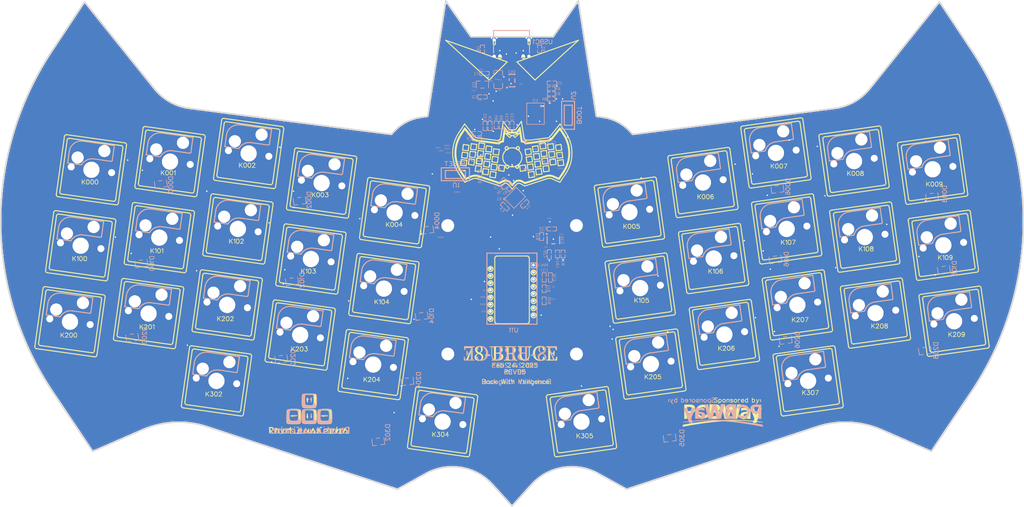
<source format=kicad_pcb>
(kicad_pcb (version 4) (generator "gerbview") (generator_version "8.0")
  (layers (0 F.Cu signal) (31 B.Cu signal) (34 B.Paste user) (35 F.Paste user) (36 B.SilkS user) (37 F.SilkS user) (38 B.Mask user) (39 F.Mask user) (44 Edge.Cuts user))
  (gr_line (start 41.29643 -105.10202) (end 23.94628 -126.72484) (layer Edge.Cuts) (width 0.254))
  (gr_line (start 23.94628 -126.72484) (end 15.77019 -114.38638) (layer Edge.Cuts) (width 0.254))
  (gr_line (start 244.8338 -114.38638) (end 236.65771 -126.72484) (layer Edge.Cuts) (width 0.254))
  (gr_line (start 236.65771 -126.72484) (end 219.30756 -105.10202) (layer Edge.Cuts) (width 0.254))
  (gr_line (start 222.17583 -20.07199) (end 234.64029 -14.65005) (layer Edge.Cuts) (width 0.254))
  (gr_line (start 234.64029 -14.65005) (end 244.62623 -29.56079) (layer Edge.Cuts) (width 0.254))
  (gr_line (start 151.70553 -9.1631) (end 158.78919 -5.2389) (layer Edge.Cuts) (width 0.254))
  (gr_line (start 158.78919 -5.2389) (end 206.17505 -20.81441) (layer Edge.Cuts) (width 0.254))
  (gr_line (start 125.4716 -6.38881) (end 130.302 -1.02562) (layer Edge.Cuts) (width 0.254))
  (gr_line (start 130.302 -1.02562) (end 135.13241 -6.38881) (layer Edge.Cuts) (width 0.254))
  (gr_line (start 54.42894 -20.81441) (end 101.81483 -5.2389) (layer Edge.Cuts) (width 0.254))
  (gr_line (start 101.81483 -5.2389) (end 108.89846 -9.1631) (layer Edge.Cuts) (width 0.254))
  (gr_line (start 15.97776 -29.56079) (end 25.96372 -14.65005) (layer Edge.Cuts) (width 0.254))
  (gr_line (start 25.96372 -14.65005) (end 38.42819 -20.07199) (layer Edge.Cuts) (width 0.254))
  (gr_line (start 100.60912 -94.07077) (end 100.28707 -93.69044) (layer Edge.Cuts) (width 0.254))
  (gr_line (start 100.28707 -93.69044) (end 50.09941 -100.16164) (layer Edge.Cuts) (width 0.254))
  (gr_line (start 210.50458 -100.16164) (end 160.31695 -93.69044) (layer Edge.Cuts) (width 0.254))
  (gr_line (start 160.31695 -93.69044) (end 159.9949 -94.07077) (layer Edge.Cuts) (width 0.254))
  (gr_line (start 153.07835 -97.92624) (end 151.31696 -98.19043) (layer Edge.Cuts) (width 0.254))
  (gr_line (start 151.31696 -98.19043) (end 146.81697 -126.99037) (layer Edge.Cuts) (width 0.254))
  (gr_line (start 146.81697 -126.99037) (end 140.48673 -117.99039) (layer Edge.Cuts) (width 0.254))
  (gr_line (start 140.48673 -117.99039) (end 120.11726 -117.99039) (layer Edge.Cuts) (width 0.254))
  (gr_line (start 120.11726 -117.99039) (end 113.78704 -126.99037) (layer Edge.Cuts) (width 0.254))
  (gr_line (start 113.78704 -126.99037) (end 109.28705 -98.19043) (layer Edge.Cuts) (width 0.254))
  (gr_line (start 109.28705 -98.19043) (end 107.52564 -97.92624) (layer Edge.Cuts) (width 0.254))
  (gr_arc (start 151.40955 -86.80074) (end 153.07836 -97.92625) (angle 41.21152486) (layer Edge.Cuts) (width 0.254))
  (gr_arc (start 109.19449 -86.80072) (end 100.60912 -94.07078) (angle 41.21132659) (layer Edge.Cuts) (width 0.254))
  (gr_arc (start 51.82582 -113.55078) (end 50.09942 -100.16165) (angle 43.90928706) (layer Edge.Cuts) (width 0.254))
  (gr_arc (start 79.53988 -72.12938) (end 15.97777 -29.5608) (angle 67.3413297) (layer Edge.Cuts) (width 0.254))
  (gr_arc (start 47.40312 0.56047) (end 38.42819 -20.07199) (angle 41.70406545) (layer Edge.Cuts) (width 0.254))
  (gr_arc (start 115.44046 2.64586) (end 108.89846 -9.1631) (angle 76.977701) (layer Edge.Cuts) (width 0.254))
  (gr_arc (start 145.16356 2.64587) (end 135.13242 -6.38881) (angle 76.97754624) (layer Edge.Cuts) (width 0.254))
  (gr_arc (start 213.2009 0.56047) (end 206.17505 -20.81441) (angle 41.70411383) (layer Edge.Cuts) (width 0.254))
  (gr_arc (start 181.06412 -72.12938) (end 244.8338 -114.38639) (angle 67.3413297) (layer Edge.Cuts) (width 0.254))
  (gr_arc (start 208.77818 -113.55078) (end 219.30756 -105.10202) (angle 43.90928706) (layer Edge.Cuts) (width 0.254))
  (gr_line (start 134.58596 -63.86703) (end 134.58596 -46.60696) (layer Edge.Cuts) (width 0.0254))
  (gr_line (start 134.58596 -46.60696) (end 125.98603 -46.60696) (layer Edge.Cuts) (width 0.0254))
  (gr_line (start 125.98603 -46.60696) (end 125.98603 -63.86703) (layer Edge.Cuts) (width 0.0254))
  (gr_line (start 125.98603 -63.86703) (end 134.58596 -63.86703) (layer Edge.Cuts) (width 0.0254))
  (gr_poly (pts (xy 79.75244 -29.083) (xy 79.41411 -29.07792) (xy 79.09102 -29.06674) (xy 78.79537 -29.04947) (xy 78.66125 -29.03829) (xy 78.4291 -29.01086) (xy 78.33359 -28.99511) (xy 78.25435 -28.97733) (xy 78.19237 -28.95803) (xy 78.14919 -28.9372) (xy 78.13497 -28.92653) (xy 78.11414 -28.89808) (xy 78.09433 -28.85643) (xy 78.07655 -28.80106) (xy 78.06029 -28.73197) (xy 78.04505 -28.64967) (xy 78.03184 -28.55417) (xy 78.02016 -28.44495) (xy 78.00136 -28.18688) (xy 77.98866 -27.87548) (xy 77.98206 -27.51124) (xy 77.98155 -27.11348) (xy 78.10957 -27.11348) (xy 78.11211 -27.68447) (xy 78.12328 -28.02178) (xy 78.13192 -28.16961) (xy 78.14309 -28.30322) (xy 78.1558 -28.42209) (xy 78.17103 -28.52623) (xy 78.18831 -28.61513) (xy 78.2071 -28.68828) (xy 78.22844 -28.74518) (xy 78.23962 -28.76804) (xy 78.26298 -28.80055) (xy 78.33359 -28.86557) (xy 78.39659 -28.91332) (xy 78.42453 -28.93009) (xy 78.45145 -28.94228) (xy 78.47584 -28.94939) (xy 78.4987 -28.95193) (xy 78.51952 -28.94939) (xy 78.53883 -28.94126) (xy 78.55661 -28.92806) (xy 78.57286 -28.90926) (xy 78.58709 -28.88488) (xy 78.6003 -28.8549) (xy 78.62163 -28.77718) (xy 78.63738 -28.67507) (xy 78.64805 -28.54807) (xy 78.65414 -28.39466) (xy 78.65516 -28.21432) (xy 78.65211 -28.00553) (xy 78.63636 -27.53817) (xy 78.62484 -27.30652) (xy 78.74965 -27.30652) (xy 78.75219 -27.77744) (xy 78.76336 -28.12034) (xy 78.77149 -28.27274) (xy 78.78114 -28.40837) (xy 78.79283 -28.52521) (xy 78.80502 -28.62072) (xy 78.81823 -28.69133) (xy 78.83245 -28.73552) (xy 78.84007 -28.7467) (xy 78.8543 -28.75534) (xy 78.87766 -28.76346) (xy 78.95132 -28.7782) (xy 79.05597 -28.78988) (xy 79.18754 -28.79852) (xy 79.34198 -28.8041) (xy 79.51419 -28.80614) (xy 79.70062 -28.80461) (xy 79.8962 -28.79902) (xy 80.86242 -28.76296) (xy 80.90255 -27.54376) (xy 80.90611 -27.34513) (xy 80.9056 -27.16225) (xy 80.90153 -26.99613) (xy 80.89392 -26.84678) (xy 80.88223 -26.71521) (xy 80.8675 -26.60192) (xy 80.8487 -26.50744) (xy 80.83854 -26.46781) (xy 80.81467 -26.40279) (xy 80.80197 -26.3784) (xy 80.78774 -26.35859) (xy 80.76742 -26.33776) (xy 80.74152 -26.31846) (xy 80.71103 -26.30017) (xy 80.67548 -26.2829) (xy 80.63534 -26.26715) (xy 80.54086 -26.23972) (xy 80.4865 -26.22753) (xy 80.36458 -26.20822) (xy 80.22539 -26.194) (xy 80.06892 -26.18536) (xy 79.89671 -26.18232) (xy 79.51368 -26.18435) (xy 79.38871 -26.1879) (xy 79.27746 -26.19552) (xy 79.18043 -26.2067) (xy 79.09559 -26.22397) (xy 79.058 -26.23464) (xy 79.02295 -26.24734) (xy 78.99095 -26.26156) (xy 78.96148 -26.27782) (xy 78.93456 -26.29611) (xy 78.90967 -26.31694) (xy 78.88731 -26.3403) (xy 78.8675 -26.3657) (xy 78.84922 -26.39415) (xy 78.83296 -26.42463) (xy 78.80603 -26.49575) (xy 78.78572 -26.57906) (xy 78.77098 -26.67558) (xy 78.76082 -26.78684) (xy 78.75473 -26.91384) (xy 78.75117 -27.0576) (xy 78.74965 -27.30652) (xy 78.62484 -27.30652) (xy 78.61503 -27.16123) (xy 78.60131 -27.00934) (xy 78.58455 -26.87878) (xy 78.56524 -26.76702) (xy 78.54238 -26.67203) (xy 78.51546 -26.59126) (xy 78.48396 -26.52217) (xy 78.44739 -26.46273) (xy 78.40522 -26.41092) (xy 78.35696 -26.36367) (xy 78.30108 -26.3149) (xy 78.25435 -26.27934) (xy 78.23403 -26.26766) (xy 78.21574 -26.26055) (xy 78.19948 -26.25852) (xy 78.18475 -26.26156) (xy 78.17205 -26.27071) (xy 78.16037 -26.28595) (xy 78.15072 -26.3083) (xy 78.14208 -26.33726) (xy 78.12887 -26.41854) (xy 78.11973 -26.53334) (xy 78.11414 -26.68524) (xy 78.10957 -27.11348) (xy 77.98155 -27.11348) (xy 77.98358 -26.71826) (xy 77.9912 -26.44394) (xy 77.99831 -26.32252) (xy 78.00746 -26.21178) (xy 78.02016 -26.11018) (xy 78.03642 -26.01772) (xy 78.05674 -25.9339) (xy 78.08112 -25.85872) (xy 78.11058 -25.79116) (xy 78.14513 -25.7307) (xy 78.18526 -25.67787) (xy 78.23149 -25.63114) (xy 78.28483 -25.591) (xy 78.31378 -25.57272) (xy 78.37728 -25.54071) (xy 78.4484 -25.51379) (xy 78.52816 -25.49194) (xy 78.61604 -25.47366) (xy 78.71256 -25.45943) (xy 78.81874 -25.44826) (xy 78.93456 -25.44013) (xy 79.06105 -25.43403) (xy 79.34553 -25.42844) (xy 80.03946 -25.42692) (xy 80.36204 -25.42844) (xy 80.63992 -25.43454) (xy 80.76285 -25.44064) (xy 80.87614 -25.44876) (xy 80.97977 -25.45994) (xy 81.07425 -25.47467) (xy 81.1596 -25.49296) (xy 81.23732 -25.51582) (xy 81.30692 -25.54325) (xy 81.3689 -25.57576) (xy 81.42427 -25.61386) (xy 81.47253 -25.65755) (xy 81.5152 -25.70784) (xy 81.55178 -25.76525) (xy 81.58276 -25.82976) (xy 81.60918 -25.9019) (xy 81.63102 -25.98267) (xy 81.6488 -26.07157) (xy 81.66303 -26.16962) (xy 81.6737 -26.2768) (xy 81.68182 -26.39466) (xy 81.69148 -26.66085) (xy 81.69452 -26.97175) (xy 81.69351 -27.56154) (xy 81.69046 -27.77439) (xy 81.68487 -27.96946) (xy 81.67725 -28.14726) (xy 81.6676 -28.30728) (xy 81.65592 -28.44952) (xy 81.6422 -28.57398) (xy 81.62594 -28.68066) (xy 81.60816 -28.76956) (xy 81.58784 -28.83966) (xy 81.56549 -28.8925) (xy 81.5533 -28.9118) (xy 81.54111 -28.92653) (xy 81.50809 -28.94787) (xy 81.45525 -28.96819) (xy 81.38414 -28.98648) (xy 81.29676 -29.00324) (xy 81.19414 -29.01848) (xy 80.94929 -29.04388) (xy 80.66176 -29.06318) (xy 80.34477 -29.07588) (xy 80.00898 -29.08198)) (layer F.SilkS) (width 0))
  (gr_poly (pts (xy 79.35518 -28.0609) (xy 79.32674 -28.05277) (xy 79.30032 -28.03347) (xy 79.27543 -28.004) (xy 79.25257 -27.96387) (xy 79.23072 -27.91307) (xy 79.21904 -27.87243) (xy 79.2104 -27.82316) (xy 79.20481 -27.76728) (xy 79.20177 -27.7053) (xy 79.20431 -27.56814) (xy 79.21599 -27.42031) (xy 79.22463 -27.34564) (xy 79.248 -27.19882) (xy 79.27695 -27.0642) (xy 79.30997 -26.9499) (xy 79.32826 -26.90317) (xy 79.34655 -26.86456) (xy 79.36534 -26.83611) (xy 79.38465 -26.81782) (xy 79.40395 -26.81173) (xy 79.42681 -26.81935) (xy 79.44815 -26.8417) (xy 79.46745 -26.87624) (xy 79.48472 -26.92247) (xy 79.49844 -26.97835) (xy 79.50911 -27.04287) (xy 79.51571 -27.11348) (xy 79.52079 -27.26537) (xy 79.52841 -27.33598) (xy 79.54009 -27.39999) (xy 79.55584 -27.45587) (xy 79.57515 -27.5021) (xy 79.59699 -27.53715) (xy 79.62138 -27.5595) (xy 79.64728 -27.56712) (xy 79.68792 -27.58541) (xy 79.69605 -27.63672) (xy 79.67167 -27.71648) (xy 79.6163 -27.81858) (xy 79.57159 -27.88564) (xy 79.52994 -27.94203) (xy 79.49031 -27.98724) (xy 79.45323 -28.02178) (xy 79.41818 -28.04566) (xy 79.38566 -28.05836)) (layer F.SilkS) (width 0))
  (gr_poly (pts (xy 75.64526 -25.28773) (xy 75.49032 -25.2857) (xy 75.34046 -25.28112) (xy 75.1972 -25.2735) (xy 75.06208 -25.26334) (xy 74.93609 -25.24963) (xy 74.82128 -25.23236) (xy 74.71816 -25.21254) (xy 74.62926 -25.18918) (xy 74.55509 -25.16225) (xy 74.49616 -25.13279) (xy 74.44435 -25.10332) (xy 74.39914 -25.07335) (xy 74.35951 -25.04033) (xy 74.32548 -25.00172) (xy 74.29652 -24.9555) (xy 74.27214 -24.8986) (xy 74.25131 -24.82951) (xy 74.23403 -24.74518) (xy 74.22032 -24.64358) (xy 74.20864 -24.52268) (xy 74.19898 -24.37892) (xy 74.19086 -24.21128) (xy 74.18057 -23.88463) (xy 74.39304 -23.88463) (xy 74.39659 -24.21026) (xy 74.40777 -24.50388) (xy 74.41641 -24.63139) (xy 74.42708 -24.74315) (xy 74.43978 -24.83561) (xy 74.45502 -24.90622) (xy 74.46314 -24.93264) (xy 74.47229 -24.95245) (xy 74.48143 -24.96566) (xy 74.52868 -24.99817) (xy 74.59319 -25.02458) (xy 74.66736 -25.04287) (xy 74.74203 -25.04948) (xy 74.78674 -25.04643) (xy 74.81925 -25.03728) (xy 74.84109 -25.02154) (xy 74.85176 -24.99715) (xy 74.85125 -24.96464) (xy 74.83957 -24.92248) (xy 74.81773 -24.86964) (xy 74.77404 -24.78278) (xy 74.75321 -24.71826) (xy 74.7334 -24.6319) (xy 74.71511 -24.52624) (xy 74.69886 -24.40432) (xy 74.68463 -24.26868) (xy 74.67244 -24.12136) (xy 74.66279 -23.9654) (xy 74.65618 -23.80335) (xy 74.65263 -23.63774) (xy 74.65168 -23.45842) (xy 74.90866 -23.45842) (xy 74.90968 -23.78303) (xy 74.9178 -24.1366) (xy 74.93355 -24.43937) (xy 74.94371 -24.56535) (xy 74.95489 -24.67102) (xy 74.97318 -24.78582) (xy 74.98689 -24.829) (xy 74.994 -24.83967) (xy 75.01229 -24.85288) (xy 75.03871 -24.86507) (xy 75.07274 -24.87625) (xy 75.16114 -24.89454) (xy 75.2734 -24.90876) (xy 75.40548 -24.91841) (xy 75.5528 -24.924) (xy 75.71079 -24.92552) (xy 75.87538 -24.92349) (xy 76.04201 -24.9179) (xy 76.2066 -24.90876) (xy 76.36509 -24.89606) (xy 76.51343 -24.8798) (xy 76.64602 -24.86101) (xy 76.75981 -24.83916) (xy 76.84973 -24.81427) (xy 76.88478 -24.80106) (xy 76.91221 -24.78735) (xy 76.93152 -24.77262) (xy 76.94523 -24.75585) (xy 76.95895 -24.73401) (xy 76.98384 -24.67508) (xy 77.00619 -24.59685) (xy 77.02651 -24.50033) (xy 77.04378 -24.38704) (xy 77.05801 -24.2575) (xy 77.06969 -24.11323) (xy 77.07833 -23.95474) (xy 77.08341 -23.78405) (xy 77.08544 -23.60168) (xy 77.08341 -23.41981) (xy 77.07833 -23.24912) (xy 77.06969 -23.09063) (xy 77.05801 -22.94636) (xy 77.04378 -22.81682) (xy 77.02651 -22.70353) (xy 77.00619 -22.60701) (xy 76.98384 -22.52878) (xy 76.95895 -22.46985) (xy 76.94523 -22.44801) (xy 76.93152 -22.43124) (xy 76.91323 -22.41702) (xy 76.88884 -22.4033) (xy 76.85836 -22.3901) (xy 76.78115 -22.36622) (xy 76.68463 -22.34438) (xy 76.57236 -22.32609) (xy 76.44688 -22.31034) (xy 76.31125 -22.29764) (xy 76.1685 -22.2885) (xy 76.0222 -22.2824) (xy 75.87538 -22.27986) (xy 75.7306 -22.28088) (xy 75.5909 -22.28545) (xy 75.45984 -22.29408) (xy 75.33995 -22.30678) (xy 75.2348 -22.32355) (xy 75.14742 -22.34438) (xy 75.11084 -22.35657) (xy 75.08748 -22.36724) (xy 75.06563 -22.38095) (xy 75.04531 -22.39772) (xy 75.02702 -22.41854) (xy 75.00975 -22.44344) (xy 74.99451 -22.47341) (xy 74.9808 -22.50744) (xy 74.9686 -22.54758) (xy 74.94828 -22.64511) (xy 74.93253 -22.76906) (xy 74.92136 -22.92299) (xy 74.91374 -23.10942) (xy 74.90866 -23.45842) (xy 74.65168 -23.45842) (xy 74.64247 -23.15718) (xy 74.63028 -22.97887) (xy 74.61453 -22.81986) (xy 74.59573 -22.68524) (xy 74.57389 -22.57856) (xy 74.5622 -22.53742) (xy 74.55001 -22.50541) (xy 74.53731 -22.48204) (xy 74.5241 -22.46884) (xy 74.51445 -22.4668) (xy 74.50531 -22.47239) (xy 74.49616 -22.48509) (xy 74.48753 -22.5044) (xy 74.47127 -22.56231) (xy 74.45654 -22.64308) (xy 74.44282 -22.74468) (xy 74.42047 -22.99868) (xy 74.40472 -23.30145) (xy 74.39558 -23.63165) (xy 74.39304 -23.88463) (xy 74.18057 -23.88463) (xy 74.1685 -23.39644) (xy 74.15936 -22.87981) (xy 74.15834 -22.48052) (xy 74.1619 -22.31999) (xy 74.1685 -22.18182) (xy 74.17765 -22.06447) (xy 74.19035 -21.96592) (xy 74.2066 -21.88362) (xy 74.22642 -21.81504) (xy 74.25029 -21.75814) (xy 74.27874 -21.71141) (xy 74.31125 -21.67229) (xy 74.34834 -21.63775) (xy 74.38644 -21.61184) (xy 74.4347 -21.58796) (xy 74.49362 -21.56612) (xy 74.56322 -21.54732) (xy 74.64552 -21.53005) (xy 74.7395 -21.51481) (xy 74.84719 -21.50211) (xy 74.9686 -21.49094) (xy 75.10475 -21.48179) (xy 75.42326 -21.46909) (xy 75.80782 -21.463) (xy 76.2889 -21.46249) (xy 76.71968 -21.46757) (xy 76.89342 -21.47265) (xy 77.04277 -21.47976) (xy 77.16926 -21.48992) (xy 77.27645 -21.50262) (xy 77.36586 -21.51888) (xy 77.44053 -21.5392) (xy 77.50251 -21.56307) (xy 77.55432 -21.59152) (xy 77.59801 -21.62454) (xy 77.63662 -21.66264) (xy 77.67167 -21.70633) (xy 77.68488 -21.72614) (xy 77.70926 -21.77846) (xy 77.73212 -21.84603) (xy 77.75295 -21.92832) (xy 77.77175 -22.02332) (xy 77.78953 -22.13051) (xy 77.80477 -22.24836) (xy 77.81848 -22.37536) (xy 77.84033 -22.65222) (xy 77.85455 -22.95144) (xy 77.86166 -23.26335) (xy 77.86116 -23.5778) (xy 77.85303 -23.88412) (xy 77.84642 -24.03144) (xy 77.82661 -24.3083) (xy 77.81442 -24.4353) (xy 77.79969 -24.55265) (xy 77.78343 -24.65933) (xy 77.76514 -24.75433) (xy 77.74482 -24.83612) (xy 77.72298 -24.90317) (xy 77.69859 -24.95499) (xy 77.6859 -24.9748) (xy 77.67066 -24.99207) (xy 77.65034 -25.00884) (xy 77.597 -25.04135) (xy 77.52638 -25.07234) (xy 77.44053 -25.10129) (xy 77.34046 -25.12872) (xy 77.22819 -25.15412) (xy 77.10424 -25.17749) (xy 76.97114 -25.19883) (xy 76.82941 -25.21813) (xy 76.68107 -25.2354) (xy 76.36865 -25.26284) (xy 76.04607 -25.28011) (xy 75.72451 -25.28773)) (layer F.SilkS) (width 0))
  (gr_poly (pts (xy 83.50046 -25.28366) (xy 83.19211 -25.27909) (xy 82.90356 -25.26538) (xy 82.76996 -25.25522) (xy 82.6455 -25.24252) (xy 82.5312 -25.22778) (xy 82.42909 -25.21051) (xy 82.34019 -25.19121) (xy 82.26552 -25.16886) (xy 82.23402 -25.15717) (xy 82.17458 -25.12771) (xy 82.11718 -25.09469) (xy 82.0674 -25.06065) (xy 82.04504 -25.04186) (xy 82.00644 -24.99918) (xy 81.97392 -24.94584) (xy 81.947 -24.8798) (xy 81.92566 -24.797) (xy 81.90788 -24.69438) (xy 81.89366 -24.56789) (xy 81.88248 -24.41549) (xy 81.86521 -24.0162) (xy 81.85166 -23.49906) (xy 82.07908 -23.49906) (xy 82.08162 -24.09748) (xy 82.08619 -24.28849) (xy 82.0928 -24.45258) (xy 82.10245 -24.59177) (xy 82.11566 -24.7081) (xy 82.13242 -24.8036) (xy 82.14207 -24.84424) (xy 82.16544 -24.91232) (xy 82.17865 -24.94026) (xy 82.19287 -24.96413) (xy 82.20862 -24.98445) (xy 82.22589 -25.00172) (xy 82.24469 -25.01595) (xy 82.2645 -25.02712) (xy 82.3092 -25.04236) (xy 82.36 -25.04897) (xy 82.38845 -25.04998) (xy 82.40166 -25.04694) (xy 82.41436 -25.03779) (xy 82.42604 -25.02306) (xy 82.43671 -25.00274) (xy 82.45551 -24.9433) (xy 82.47075 -24.8605) (xy 82.48243 -24.75382) (xy 82.49005 -24.62326) (xy 82.49462 -24.46883) (xy 82.49564 -24.29052) (xy 82.4865 -23.86228) (xy 82.46744 -23.45842) (xy 82.59114 -23.45842) (xy 82.59216 -23.78303) (xy 82.59521 -23.9649) (xy 82.6074 -24.2956) (xy 82.61603 -24.43937) (xy 82.6262 -24.56535) (xy 82.63737 -24.67102) (xy 82.64956 -24.75382) (xy 82.66277 -24.81072) (xy 82.66938 -24.829) (xy 82.67649 -24.83967) (xy 82.69478 -24.85288) (xy 82.72119 -24.86507) (xy 82.75523 -24.87625) (xy 82.84362 -24.89454) (xy 82.9564 -24.90876) (xy 83.08797 -24.91841) (xy 83.23529 -24.924) (xy 83.39328 -24.92552) (xy 83.55787 -24.92349) (xy 83.72449 -24.9179) (xy 83.88959 -24.90876) (xy 84.04809 -24.89606) (xy 84.19592 -24.8798) (xy 84.3285 -24.86101) (xy 84.4423 -24.83916) (xy 84.53272 -24.81427) (xy 84.56726 -24.80106) (xy 84.5947 -24.78735) (xy 84.614 -24.77262) (xy 84.62822 -24.75585) (xy 84.64143 -24.73401) (xy 84.66632 -24.67508) (xy 84.68868 -24.59685) (xy 84.709 -24.50033) (xy 84.72627 -24.38704) (xy 84.741 -24.2575) (xy 84.75218 -24.11323) (xy 84.76081 -23.95474) (xy 84.76589 -23.78405) (xy 84.76792 -23.60168) (xy 84.76589 -23.41981) (xy 84.76081 -23.24912) (xy 84.75218 -23.09063) (xy 84.741 -22.94636) (xy 84.72627 -22.81682) (xy 84.709 -22.70353) (xy 84.68868 -22.60701) (xy 84.66632 -22.52878) (xy 84.64143 -22.46985) (xy 84.62822 -22.44801) (xy 84.614 -22.43124) (xy 84.59571 -22.41702) (xy 84.57133 -22.4033) (xy 84.54085 -22.3901) (xy 84.46363 -22.36622) (xy 84.36762 -22.34438) (xy 84.25484 -22.32609) (xy 84.12937 -22.31034) (xy 83.99373 -22.29764) (xy 83.85149 -22.2885) (xy 83.70519 -22.2824) (xy 83.55787 -22.27986) (xy 83.41309 -22.28088) (xy 83.27339 -22.28545) (xy 83.14232 -22.29408) (xy 83.02244 -22.30678) (xy 82.91728 -22.32355) (xy 82.8299 -22.34438) (xy 82.79333 -22.35657) (xy 82.76996 -22.36724) (xy 82.74812 -22.38095) (xy 82.7278 -22.39772) (xy 82.70951 -22.41854) (xy 82.69274 -22.44344) (xy 82.6775 -22.47341) (xy 82.66379 -22.50744) (xy 82.65109 -22.54758) (xy 82.63077 -22.64511) (xy 82.61502 -22.76906) (xy 82.60384 -22.92299) (xy 82.59622 -23.10942) (xy 82.59114 -23.45842) (xy 82.46744 -23.45842) (xy 82.45754 -23.31466) (xy 82.44433 -23.16683) (xy 82.42909 -23.03475) (xy 82.41233 -22.91892) (xy 82.39302 -22.81834) (xy 82.37169 -22.73249) (xy 82.34781 -22.66086) (xy 82.3219 -22.60244) (xy 82.29346 -22.55774) (xy 82.26247 -22.52522) (xy 82.22589 -22.49932) (xy 82.20913 -22.4917) (xy 82.1944 -22.48763) (xy 82.18017 -22.48763) (xy 82.16747 -22.4922) (xy 82.15579 -22.50135) (xy 82.14512 -22.51557) (xy 82.12632 -22.55926) (xy 82.11159 -22.62632) (xy 82.09991 -22.71776) (xy 82.09127 -22.83663) (xy 82.08162 -23.1653) (xy 82.07908 -23.49906) (xy 81.85166 -23.49906) (xy 81.83829 -22.86965) (xy 81.83676 -22.58771) (xy 81.8388 -22.46172) (xy 81.84337 -22.3459) (xy 81.85048 -22.23922) (xy 81.86064 -22.14168) (xy 81.87436 -22.05228) (xy 81.89163 -21.9715) (xy 81.91296 -21.89835) (xy 81.93887 -21.83231) (xy 81.96986 -21.77338) (xy 82.00542 -21.72106) (xy 82.04657 -21.67483) (xy 82.09381 -21.6347) (xy 82.14715 -21.59965) (xy 82.20709 -21.57018) (xy 82.27364 -21.54478) (xy 82.34781 -21.52396) (xy 82.42909 -21.50668) (xy 82.51901 -21.49297) (xy 82.61654 -21.48281) (xy 82.72272 -21.47468) (xy 82.963 -21.46554) (xy 83.24189 -21.46249) (xy 83.86622 -21.463) (xy 84.24824 -21.46909) (xy 84.56625 -21.48179) (xy 84.70239 -21.49094) (xy 84.82431 -21.50211) (xy 84.93252 -21.51481) (xy 85.02751 -21.52954) (xy 85.10981 -21.54631) (xy 85.17991 -21.5651) (xy 85.23884 -21.58593) (xy 85.28659 -21.6093) (xy 85.32418 -21.6347) (xy 85.33993 -21.64994) (xy 85.35466 -21.66924) (xy 85.3826 -21.72004) (xy 85.40902 -21.78608) (xy 85.4329 -21.86635) (xy 85.45474 -21.95982) (xy 85.47455 -22.06498) (xy 85.49233 -22.18131) (xy 85.50808 -22.30628) (xy 85.5218 -22.44039) (xy 85.54262 -22.72792) (xy 85.55532 -23.03424) (xy 85.55939 -23.35022) (xy 85.55532 -23.66619) (xy 85.54262 -23.97252) (xy 85.53348 -24.11933) (xy 85.5218 -24.26004) (xy 85.49284 -24.51912) (xy 85.47506 -24.63495) (xy 85.45525 -24.7401) (xy 85.4334 -24.83358) (xy 85.40902 -24.91435) (xy 85.38311 -24.98039) (xy 85.35517 -25.03119) (xy 85.33993 -25.05049) (xy 85.32469 -25.06573) (xy 85.30539 -25.07945) (xy 85.25306 -25.10586) (xy 85.18499 -25.13025) (xy 85.10117 -25.15311) (xy 85.00414 -25.17444) (xy 84.89442 -25.19375) (xy 84.77351 -25.21153) (xy 84.64346 -25.22728) (xy 84.35949 -25.25318) (xy 84.05418 -25.27147) (xy 83.8967 -25.27757) (xy 83.65896 -25.28265)) (layer F.SilkS) (width 0))
  (gr_poly (pts (xy 79.68843 -25.17546) (xy 79.18094 -25.17241) (xy 78.97723 -25.16835) (xy 78.80299 -25.16225) (xy 78.65618 -25.15412) (xy 78.53324 -25.14295) (xy 78.43215 -25.12872) (xy 78.34985 -25.11094) (xy 78.28381 -25.0891) (xy 78.25587 -25.07691) (xy 78.20914 -25.04846) (xy 78.17154 -25.01493) (xy 78.14106 -24.97632) (xy 78.11414 -24.93213) (xy 78.09636 -24.88692) (xy 78.07909 -24.81935) (xy 78.06283 -24.73198) (xy 78.04708 -24.6258) (xy 78.02067 -24.36672) (xy 78.00898 -24.21737) (xy 77.99171 -23.8892) (xy 77.98257 -23.5336) (xy 77.98234 -23.20848) (xy 78.10957 -23.20848) (xy 78.11211 -23.76119) (xy 78.12328 -24.08732) (xy 78.13192 -24.23464) (xy 78.14259 -24.37079) (xy 78.15478 -24.49372) (xy 78.169 -24.60244) (xy 78.18424 -24.6954) (xy 78.20101 -24.77211) (xy 78.2193 -24.83104) (xy 78.22844 -24.8539) (xy 78.23809 -24.87117) (xy 78.24825 -24.88387) (xy 78.26146 -24.89301) (xy 78.28076 -24.90165) (xy 78.33868 -24.9174) (xy 78.41843 -24.9306) (xy 78.51851 -24.94178) (xy 78.63636 -24.95092) (xy 78.76844 -24.95804) (xy 79.06816 -24.96566) (xy 79.22971 -24.96667) (xy 79.48117 -24.96413) (xy 79.81797 -24.95448) (xy 80.13852 -24.93721) (xy 80.42249 -24.91232) (xy 80.54441 -24.89758) (xy 80.65008 -24.88082) (xy 80.73593 -24.86253) (xy 80.77098 -24.85288) (xy 80.78876 -24.84526) (xy 80.80552 -24.83256) (xy 80.82025 -24.81529) (xy 80.83448 -24.79344) (xy 80.85836 -24.73299) (xy 80.87715 -24.65019) (xy 80.89138 -24.54249) (xy 80.90103 -24.40889) (xy 80.90662 -24.24633) (xy 80.90814 -24.0543) (xy 80.9056 -23.83028) (xy 80.86242 -22.34336) (xy 78.81366 -22.34336) (xy 78.81264 -23.82774) (xy 78.80908 -24.02179) (xy 78.79537 -24.36418) (xy 78.78572 -24.50744) (xy 78.77454 -24.62834) (xy 78.76184 -24.72486) (xy 78.74812 -24.79446) (xy 78.73339 -24.83408) (xy 78.72577 -24.84221) (xy 78.71764 -24.8412) (xy 78.70799 -24.83002) (xy 78.69834 -24.80818) (xy 78.6892 -24.77719) (xy 78.67192 -24.68727) (xy 78.65668 -24.56535) (xy 78.64348 -24.416) (xy 78.63331 -24.24328) (xy 78.6262 -24.05176) (xy 78.62214 -23.84653) (xy 78.62163 -23.61234) (xy 78.61858 -23.38679) (xy 78.61198 -23.19578) (xy 78.60131 -23.03627) (xy 78.5942 -22.96668) (xy 78.5749 -22.84577) (xy 78.56321 -22.79294) (xy 78.5495 -22.74519) (xy 78.53375 -22.7015) (xy 78.51648 -22.66188) (xy 78.49717 -22.62479) (xy 78.45145 -22.55824) (xy 78.42554 -22.52776) (xy 78.3656 -22.46884) (xy 78.30718 -22.41804) (xy 78.25841 -22.37994) (xy 78.21828 -22.3586) (xy 78.20152 -22.35555) (xy 78.18628 -22.35758) (xy 78.17256 -22.36571) (xy 78.16088 -22.37994) (xy 78.15072 -22.40127) (xy 78.14208 -22.42972) (xy 78.12836 -22.51049) (xy 78.11922 -22.62479) (xy 78.11363 -22.77719) (xy 78.10957 -23.20848) (xy 77.98234 -23.20848) (xy 77.98866 -22.8981) (xy 78.00441 -22.5618) (xy 78.01457 -22.40686) (xy 78.03997 -22.13356) (xy 78.0547 -22.01926) (xy 78.07045 -21.92223) (xy 78.08722 -21.8445) (xy 78.105 -21.78812) (xy 78.12735 -21.74544) (xy 78.1558 -21.7043) (xy 78.18932 -21.66823) (xy 78.20914 -21.65197) (xy 78.25587 -21.62352) (xy 78.31531 -21.59965) (xy 78.38897 -21.57984) (xy 78.48041 -21.56409) (xy 78.59166 -21.55139) (xy 78.72628 -21.54174) (xy 78.8863 -21.53462) (xy 79.29473 -21.527) (xy 79.98764 -21.52497) (xy 80.49514 -21.52802) (xy 80.87309 -21.53767) (xy 81.02041 -21.54631) (xy 81.14284 -21.55748) (xy 81.24393 -21.57171) (xy 81.28762 -21.57984) (xy 81.36128 -21.59965) (xy 81.4202 -21.62352) (xy 81.46694 -21.65197) (xy 81.50453 -21.6855) (xy 81.53552 -21.72411) (xy 81.56194 -21.7683) (xy 81.58022 -21.81352) (xy 81.5975 -21.88108) (xy 81.61375 -21.96846) (xy 81.62899 -22.07463) (xy 81.64322 -22.19706) (xy 81.65592 -22.33371) (xy 81.67674 -22.64257) (xy 81.68995 -22.987) (xy 81.69351 -23.16683) (xy 81.69452 -23.44216) (xy 81.68741 -23.80183) (xy 81.67217 -24.13863) (xy 81.64982 -24.43683) (xy 81.6361 -24.56688) (xy 81.62137 -24.68118) (xy 81.60562 -24.7782) (xy 81.58886 -24.85593) (xy 81.57108 -24.91232) (xy 81.54924 -24.95499) (xy 81.52079 -24.99614) (xy 81.48675 -25.0322) (xy 81.44509 -25.06319) (xy 81.4202 -25.07691) (xy 81.36128 -25.10078) (xy 81.28762 -25.1206) (xy 81.19618 -25.13634) (xy 81.08442 -25.14904) (xy 80.9498 -25.1587) (xy 80.78978 -25.16581) (xy 80.38134 -25.17343)) (layer F.SilkS) (width 0))
  (gr_poly (pts (xy 79.3435 -24.16708) (xy 79.32674 -24.16098) (xy 79.31099 -24.14676) (xy 79.29727 -24.12288) (xy 79.28508 -24.09037) (xy 79.27543 -24.04821) (xy 79.26831 -23.9969) (xy 79.26374 -23.93543) (xy 79.2607 -23.79929) (xy 79.25104 -23.66518) (xy 79.23428 -23.53767) (xy 79.21193 -23.432) (xy 79.18907 -23.35428) (xy 79.1845 -23.31212) (xy 79.185 -23.2664) (xy 79.19059 -23.21864) (xy 79.20075 -23.16988) (xy 79.21599 -23.12263) (xy 79.23479 -23.07793) (xy 79.25816 -23.03678) (xy 79.28864 -22.99309) (xy 79.31861 -22.95956) (xy 79.34807 -22.93569) (xy 79.37652 -22.91994) (xy 79.40344 -22.91334) (xy 79.42935 -22.91486) (xy 79.45323 -22.92502) (xy 79.47609 -22.94229) (xy 79.49641 -22.96668) (xy 79.5152 -22.99868) (xy 79.53197 -23.03729) (xy 79.54619 -23.08199) (xy 79.55788 -23.13279) (xy 79.56702 -23.18969) (xy 79.57362 -23.25217) (xy 79.57667 -23.31923) (xy 79.57718 -23.39136) (xy 79.57413 -23.46807) (xy 79.56803 -23.54884) (xy 79.55788 -23.63317) (xy 79.54518 -23.71598) (xy 79.53044 -23.79218) (xy 79.51419 -23.86228) (xy 79.49692 -23.92527) (xy 79.47863 -23.98166) (xy 79.45932 -24.03094) (xy 79.43951 -24.0731) (xy 79.4197 -24.10764) (xy 79.39989 -24.13457) (xy 79.38058 -24.15336) (xy 79.36179 -24.16454)) (layer F.SilkS) (width 0))
  (gr_poly (pts (xy 83.61527 -23.76881) (xy 83.55787 -23.75763) (xy 83.30184 -23.72106) (xy 83.13521 -23.69972) (xy 83.00262 -23.67991) (xy 82.89696 -23.65654) (xy 82.85429 -23.64435) (xy 82.78825 -23.61692) (xy 82.76539 -23.60269) (xy 82.74862 -23.58796) (xy 82.73846 -23.57272) (xy 82.73491 -23.55748) (xy 82.73796 -23.54224) (xy 82.7471 -23.527) (xy 82.76285 -23.51125) (xy 82.78469 -23.49601) (xy 82.81314 -23.48077) (xy 82.84768 -23.46553) (xy 82.93557 -23.43658) (xy 83.04834 -23.40965) (xy 83.1855 -23.38527) (xy 83.34908 -23.36444) (xy 83.43138 -23.35784) (xy 83.5091 -23.35479) (xy 83.58276 -23.3553) (xy 83.65134 -23.35885) (xy 83.71433 -23.36495) (xy 83.77224 -23.37409) (xy 83.82406 -23.38527) (xy 83.86978 -23.39949) (xy 83.9089 -23.41575) (xy 83.94141 -23.43404) (xy 83.9663 -23.45436) (xy 83.98408 -23.47671) (xy 83.99424 -23.50058) (xy 83.99576 -23.52548) (xy 83.98916 -23.55189) (xy 83.97341 -23.57983) (xy 83.94852 -23.60828) (xy 83.91448 -23.63825) (xy 83.87029 -23.66822) (xy 83.79104 -23.71293) (xy 83.71687 -23.74646) (xy 83.6554 -23.76627)) (layer F.SilkS) (width 0))
  (gr_poly (pts (xy 75.64374 -23.70734) (xy 75.50912 -23.70226) (xy 75.44917 -23.69667) (xy 75.39532 -23.68905) (xy 75.34909 -23.6794) (xy 75.31049 -23.66772) (xy 75.28153 -23.65349) (xy 75.23022 -23.61946) (xy 75.19365 -23.58999) (xy 75.1718 -23.56358) (xy 75.16469 -23.53919) (xy 75.1718 -23.5143) (xy 75.19365 -23.48788) (xy 75.23022 -23.45842) (xy 75.28153 -23.42438) (xy 75.31557 -23.40711) (xy 75.35773 -23.39289) (xy 75.40701 -23.38171) (xy 75.46238 -23.37308) (xy 75.58786 -23.36393) (xy 75.72705 -23.36444) (xy 75.87234 -23.37308) (xy 76.01661 -23.38933) (xy 76.15174 -23.41168) (xy 76.21371 -23.42489) (xy 76.32192 -23.45537) (xy 76.36611 -23.47163) (xy 76.40218 -23.48941) (xy 76.43012 -23.50719) (xy 76.4479 -23.52598) (xy 76.45501 -23.54529) (xy 76.45095 -23.56459) (xy 76.43418 -23.5839) (xy 76.40777 -23.60168) (xy 76.37221 -23.61793) (xy 76.3275 -23.63317) (xy 76.21727 -23.65959) (xy 76.08519 -23.68092) (xy 75.9399 -23.69616) (xy 75.79004 -23.70531)) (layer F.SilkS) (width 0))
  (gr_poly (pts (xy 86.73744 -20.91232) (xy 86.72576 -20.9108) (xy 86.71407 -20.9047) (xy 86.70188 -20.89353) (xy 86.6775 -20.85797) (xy 86.6526 -20.80514) (xy 86.62822 -20.73656) (xy 86.60536 -20.65223) (xy 86.58402 -20.55368) (xy 86.56574 -20.44141) (xy 86.54999 -20.31695) (xy 86.53881 -20.1808) (xy 86.49614 -19.32228) (xy 85.6488 -19.3233) (xy 85.49182 -19.32939) (xy 85.43036 -19.33549) (xy 85.37854 -19.34413) (xy 85.33587 -19.35632) (xy 85.30132 -19.37257) (xy 85.27389 -19.39289) (xy 85.25357 -19.4183) (xy 85.23833 -19.44878) (xy 85.22817 -19.48484) (xy 85.22157 -19.52802) (xy 85.21649 -19.6347) (xy 85.21598 -19.69973) (xy 85.21903 -19.80133) (xy 85.22919 -19.88566) (xy 85.24748 -19.95373) (xy 85.27542 -20.00808) (xy 85.31352 -20.04974) (xy 85.36381 -20.08073) (xy 85.4268 -20.10257) (xy 85.50402 -20.11781) (xy 85.56701 -20.1234) (xy 85.62238 -20.12188) (xy 85.66962 -20.11476) (xy 85.70874 -20.10156) (xy 85.74024 -20.08428) (xy 85.7636 -20.06295) (xy 85.77884 -20.03806) (xy 85.78596 -20.01113) (xy 85.78443 -19.98268) (xy 85.77478 -19.95271) (xy 85.75649 -19.92325) (xy 85.72957 -19.89429) (xy 85.69452 -19.86635) (xy 85.65032 -19.84095) (xy 85.59749 -19.81809) (xy 85.46236 -19.77643) (xy 85.40191 -19.74951) (xy 85.35365 -19.71954) (xy 85.3186 -19.68804) (xy 85.29624 -19.65604) (xy 85.2871 -19.62454) (xy 85.29066 -19.59457) (xy 85.30793 -19.56765) (xy 85.33841 -19.54479) (xy 85.3821 -19.5265) (xy 85.4395 -19.51532) (xy 85.51062 -19.51126) (xy 85.56853 -19.5138) (xy 85.6239 -19.52243) (xy 85.67724 -19.53564) (xy 85.72754 -19.55444) (xy 85.77478 -19.57832) (xy 85.81948 -19.60676) (xy 85.86012 -19.63978) (xy 85.89772 -19.67687) (xy 85.93124 -19.71802) (xy 85.96122 -19.76272) (xy 85.98712 -19.81149) (xy 86.00846 -19.86381) (xy 86.02573 -19.91918) (xy 86.03792 -19.9776) (xy 86.04554 -20.03856) (xy 86.04808 -20.10257) (xy 86.04656 -20.15947) (xy 86.04148 -20.20874) (xy 86.03234 -20.25091) (xy 86.0176 -20.28596) (xy 85.99728 -20.31492) (xy 85.97036 -20.33879) (xy 85.93582 -20.35708) (xy 85.89314 -20.3713) (xy 85.84184 -20.38096) (xy 85.78037 -20.38756) (xy 85.70874 -20.39112) (xy 85.62543 -20.39213) (xy 85.5477 -20.39061) (xy 85.47506 -20.38604) (xy 85.40699 -20.37892) (xy 85.344 -20.36775) (xy 85.28558 -20.35403) (xy 85.23173 -20.33625) (xy 85.18245 -20.31492) (xy 85.13724 -20.29053) (xy 85.0966 -20.26208) (xy 85.05952 -20.22957) (xy 85.027 -20.193) (xy 84.99856 -20.15236) (xy 84.97316 -20.10765) (xy 84.95233 -20.05888) (xy 84.93455 -20.00554) (xy 84.92032 -19.94763) (xy 84.90915 -19.88464) (xy 84.90153 -19.81758) (xy 84.89746 -19.74494) (xy 84.89594 -19.66772) (xy 84.89594 -19.24557) (xy 84.18474 -19.29079) (xy 84.01558 -19.30501) (xy 83.947 -19.31365) (xy 83.88858 -19.32381) (xy 83.8393 -19.33651) (xy 83.79866 -19.35175) (xy 83.76513 -19.37004) (xy 83.73872 -19.39239) (xy 83.7184 -19.41931) (xy 83.70316 -19.45081) (xy 83.69249 -19.48789) (xy 83.68588 -19.53056) (xy 83.67979 -19.63623) (xy 83.67928 -19.69973) (xy 83.68233 -19.80133) (xy 83.69249 -19.88566) (xy 83.71128 -19.95373) (xy 83.73872 -20.00808) (xy 83.77732 -20.04974) (xy 83.82711 -20.08073) (xy 83.8901 -20.10257) (xy 83.96732 -20.11781) (xy 84.03031 -20.1234) (xy 84.08568 -20.12188) (xy 84.13292 -20.11476) (xy 84.17255 -20.10156) (xy 84.20404 -20.08428) (xy 84.22741 -20.06295) (xy 84.24214 -20.03806) (xy 84.24926 -20.01113) (xy 84.24773 -19.98268) (xy 84.23808 -19.95271) (xy 84.21979 -19.92325) (xy 84.19338 -19.89429) (xy 84.15782 -19.86635) (xy 84.11413 -19.84095) (xy 84.0613 -19.81809) (xy 83.93684 -19.77898) (xy 83.88146 -19.75408) (xy 83.83473 -19.72513) (xy 83.79714 -19.69414) (xy 83.76869 -19.66163) (xy 83.7504 -19.62962) (xy 83.74278 -19.59864) (xy 83.74583 -19.5707) (xy 83.76056 -19.54631) (xy 83.78748 -19.52752) (xy 83.82711 -19.51532) (xy 83.87994 -19.51126) (xy 83.93988 -19.51431) (xy 83.99932 -19.52345) (xy 84.05774 -19.53869) (xy 84.11413 -19.55952) (xy 84.16899 -19.58492) (xy 84.22132 -19.61489) (xy 84.27059 -19.64943) (xy 84.31631 -19.68754) (xy 84.35848 -19.72919) (xy 84.39658 -19.77339) (xy 84.4301 -19.82063) (xy 84.45804 -19.86991) (xy 84.4809 -19.92122) (xy 84.49767 -19.97405) (xy 84.50834 -20.02739) (xy 84.51189 -20.08174) (xy 84.51037 -20.14423) (xy 84.5058 -20.19757) (xy 84.49665 -20.24329) (xy 84.48294 -20.28088) (xy 84.46312 -20.31238) (xy 84.43671 -20.33727) (xy 84.40267 -20.35657) (xy 84.36051 -20.3713) (xy 84.30869 -20.38146) (xy 84.24672 -20.38756) (xy 84.17407 -20.39112) (xy 84.08924 -20.39213) (xy 84.00135 -20.38908) (xy 83.91296 -20.38045) (xy 83.82711 -20.36622) (xy 83.74583 -20.34793) (xy 83.67115 -20.32558) (xy 83.60613 -20.29968) (xy 83.55228 -20.27123) (xy 83.51316 -20.24125) (xy 83.48218 -20.20214) (xy 83.45322 -20.14982) (xy 83.42731 -20.08581) (xy 83.40445 -20.01266) (xy 83.38566 -19.93239) (xy 83.37143 -19.84806) (xy 83.36229 -19.7612) (xy 83.35772 -19.61388) (xy 83.35365 -19.558) (xy 83.34705 -19.50669) (xy 83.3379 -19.46046) (xy 83.32622 -19.4188) (xy 83.312 -19.38172) (xy 83.29574 -19.34972) (xy 83.27694 -19.32178) (xy 83.25612 -19.29892) (xy 83.23325 -19.28114) (xy 83.20887 -19.26742) (xy 83.18195 -19.25878) (xy 83.1535 -19.25472) (xy 83.12302 -19.25523) (xy 83.09102 -19.26082) (xy 83.05749 -19.27047) (xy 83.02244 -19.2852) (xy 82.98586 -19.3045) (xy 82.94776 -19.32838) (xy 82.90864 -19.35683) (xy 82.868 -19.38985) (xy 82.78368 -19.47011) (xy 82.69579 -19.56866) (xy 82.60435 -19.6855) (xy 82.55762 -19.75104) (xy 82.52561 -19.80133) (xy 82.49869 -19.85314) (xy 82.47684 -19.90598) (xy 82.46008 -19.95881) (xy 82.4484 -20.01113) (xy 82.44128 -20.06346) (xy 82.43874 -20.11476) (xy 82.44128 -20.16506) (xy 82.44789 -20.21332) (xy 82.45856 -20.25954) (xy 82.4738 -20.30323) (xy 82.4931 -20.34387) (xy 82.51647 -20.38146) (xy 82.54339 -20.4155) (xy 82.57387 -20.44496) (xy 82.60842 -20.47036) (xy 82.64652 -20.49068) (xy 82.68766 -20.50542) (xy 82.73237 -20.51507) (xy 82.83143 -20.52218) (xy 82.87969 -20.53386) (xy 82.92439 -20.55164) (xy 82.96452 -20.57501) (xy 82.99907 -20.60244) (xy 83.02701 -20.63242) (xy 83.04784 -20.66442) (xy 83.06053 -20.69642) (xy 83.06358 -20.72843) (xy 83.05698 -20.7584) (xy 83.0392 -20.78532) (xy 83.00923 -20.80818) (xy 82.98383 -20.81733) (xy 82.94928 -20.82038) (xy 82.90763 -20.81834) (xy 82.85937 -20.81174) (xy 82.80653 -20.80006) (xy 82.75116 -20.78431) (xy 82.69376 -20.7645) (xy 82.63636 -20.74113) (xy 82.57895 -20.71065) (xy 82.51952 -20.67153) (xy 82.46059 -20.62581) (xy 82.40369 -20.5745) (xy 82.35035 -20.51913) (xy 82.3026 -20.46173) (xy 82.26145 -20.40432) (xy 82.22894 -20.34743) (xy 82.18678 -20.2631) (xy 82.15477 -20.20417) (xy 82.1309 -20.17166) (xy 82.11413 -20.16556) (xy 82.10245 -20.1869) (xy 82.09534 -20.23618) (xy 82.09076 -20.31492) (xy 82.08518 -20.48967) (xy 82.07502 -20.60092) (xy 82.06841 -20.64613) (xy 82.06028 -20.68474) (xy 82.05114 -20.71624) (xy 82.04047 -20.74164) (xy 82.0298 -20.76094) (xy 82.01761 -20.77364) (xy 82.00491 -20.78075) (xy 81.99221 -20.78177) (xy 81.9785 -20.7772) (xy 81.96478 -20.76704) (xy 81.95056 -20.75129) (xy 81.93633 -20.73046) (xy 81.90839 -20.67356) (xy 81.88147 -20.59736) (xy 81.85658 -20.50288) (xy 81.83422 -20.39162) (xy 81.81594 -20.26462) (xy 81.80222 -20.12289) (xy 81.79104 -19.94712) (xy 81.77682 -19.77288) (xy 81.75853 -19.63013) (xy 81.74786 -19.56968) (xy 81.73567 -19.51583) (xy 81.72145 -19.4691) (xy 81.70621 -19.42795) (xy 81.68944 -19.39289) (xy 81.67014 -19.36292) (xy 81.64931 -19.33854) (xy 81.62645 -19.31873) (xy 81.60156 -19.30349) (xy 81.57464 -19.29231) (xy 81.54466 -19.28469) (xy 81.49132 -19.27758) (xy 81.44865 -19.2791) (xy 81.41614 -19.28926) (xy 81.39379 -19.30907) (xy 81.38058 -19.33905) (xy 81.37702 -19.37867) (xy 81.38261 -19.42998) (xy 81.39633 -19.49196) (xy 81.40598 -19.55088) (xy 81.40496 -19.61286) (xy 81.39328 -19.67788) (xy 81.37194 -19.74392) (xy 81.34045 -19.81047) (xy 81.30031 -19.87651) (xy 81.25155 -19.94103) (xy 81.1408 -20.05838) (xy 81.09051 -20.11527) (xy 81.04479 -20.17166) (xy 81.00517 -20.22602) (xy 80.97215 -20.27682) (xy 80.94776 -20.32254) (xy 80.93202 -20.36165) (xy 80.92643 -20.39213) (xy 80.91373 -20.4409) (xy 80.87969 -20.48103) (xy 80.82838 -20.50745) (xy 80.76641 -20.51761) (xy 80.74304 -20.51202) (xy 80.71713 -20.49576) (xy 80.68919 -20.46986) (xy 80.65973 -20.43531) (xy 80.62874 -20.39213) (xy 80.59674 -20.34133) (xy 80.56473 -20.28393) (xy 80.50174 -20.15134) (xy 80.47075 -20.07768) (xy 80.4418 -20.00046) (xy 80.38338 -19.82927) (xy 80.35137 -19.74443) (xy 80.31835 -19.6662) (xy 80.28431 -19.59406) (xy 80.24926 -19.52853) (xy 80.2137 -19.47011) (xy 80.17764 -19.41931) (xy 80.14157 -19.37562) (xy 80.1055 -19.33956) (xy 80.06943 -19.31162) (xy 80.03336 -19.29231) (xy 79.99831 -19.28164) (xy 79.95462 -19.27555) (xy 79.91652 -19.27606) (xy 79.88452 -19.28317) (xy 79.85709 -19.29841) (xy 79.83423 -19.32279) (xy 79.81594 -19.35632) (xy 79.80172 -19.40102) (xy 79.79054 -19.4569) (xy 79.78292 -19.52548) (xy 79.77784 -19.60778) (xy 79.77479 -19.7043) (xy 79.77327 -19.89429) (xy 79.76565 -20.03348) (xy 79.75955 -20.09444) (xy 79.74228 -20.1996) (xy 79.73161 -20.2438) (xy 79.71993 -20.28189) (xy 79.70672 -20.3139) (xy 79.693 -20.33981) (xy 79.67776 -20.35962) (xy 79.66252 -20.37334) (xy 79.64627 -20.38096) (xy 79.6295 -20.38197) (xy 79.61223 -20.37689) (xy 79.59496 -20.3647) (xy 79.57718 -20.34641) (xy 79.5594 -20.32152) (xy 79.54162 -20.28952) (xy 79.52384 -20.25142) (xy 79.4893 -20.15337) (xy 79.44358 -19.97608) (xy 79.4263 -19.92325) (xy 79.40548 -19.86838) (xy 79.35518 -19.75866) (xy 79.29524 -19.65299) (xy 79.26324 -19.60321) (xy 79.22971 -19.55647) (xy 79.19567 -19.51329) (xy 79.16113 -19.47468) (xy 79.04632 -19.37156) (xy 78.98536 -19.32686) (xy 78.96148 -19.31517) (xy 78.94116 -19.31111) (xy 78.9244 -19.31517) (xy 78.91119 -19.32838) (xy 78.90052 -19.35022) (xy 78.8924 -19.38223) (xy 78.88681 -19.42439) (xy 78.8802 -19.54174) (xy 78.87665 -19.88566) (xy 78.8675 -20.03348) (xy 78.86039 -20.10156) (xy 78.85125 -20.16353) (xy 78.82788 -20.2697) (xy 78.81416 -20.31187) (xy 78.79943 -20.3459) (xy 78.78368 -20.3713) (xy 78.76692 -20.38654) (xy 78.74965 -20.39213) (xy 78.73238 -20.38705) (xy 78.71561 -20.37181) (xy 78.69986 -20.34692) (xy 78.68513 -20.31339) (xy 78.67142 -20.27224) (xy 78.65922 -20.22398) (xy 78.63941 -20.10765) (xy 78.6262 -19.971) (xy 78.62265 -19.89683) (xy 78.62163 -19.24608) (xy 77.83423 -19.29079) (xy 77.64475 -19.30501) (xy 77.56906 -19.31314) (xy 77.50403 -19.3233) (xy 77.44968 -19.33498) (xy 77.40497 -19.35022) (xy 77.3684 -19.36851) (xy 77.33995 -19.39036) (xy 77.31759 -19.41677) (xy 77.30185 -19.44827) (xy 77.29067 -19.48535) (xy 77.28356 -19.52853) (xy 77.27746 -19.63521) (xy 77.28051 -19.80133) (xy 77.29067 -19.88566) (xy 77.30896 -19.95373) (xy 77.3369 -20.00808) (xy 77.375 -20.04974) (xy 77.42529 -20.08073) (xy 77.48828 -20.10257) (xy 77.5655 -20.11781) (xy 77.62849 -20.1234) (xy 77.68336 -20.12188) (xy 77.73111 -20.11476) (xy 77.77022 -20.10156) (xy 77.80172 -20.08428) (xy 77.82509 -20.06295) (xy 77.84033 -20.03806) (xy 77.84693 -20.01113) (xy 77.84592 -19.98268) (xy 77.83626 -19.95271) (xy 77.81798 -19.92325) (xy 77.79105 -19.89429) (xy 77.756 -19.86635) (xy 77.7118 -19.84095) (xy 77.65897 -19.81809) (xy 77.52384 -19.77643) (xy 77.46339 -19.74951) (xy 77.41513 -19.71954) (xy 77.38008 -19.68804) (xy 77.35773 -19.65604) (xy 77.34808 -19.62454) (xy 77.35214 -19.59457) (xy 77.3689 -19.56765) (xy 77.39938 -19.54479) (xy 77.44358 -19.5265) (xy 77.50098 -19.51532) (xy 77.57159 -19.51126) (xy 77.63002 -19.5138) (xy 77.68539 -19.52243) (xy 77.73873 -19.53564) (xy 77.78902 -19.55444) (xy 77.83626 -19.57832) (xy 77.88046 -19.60676) (xy 77.92161 -19.63978) (xy 77.9592 -19.67687) (xy 77.99273 -19.71802) (xy 78.0227 -19.76272) (xy 78.04861 -19.81149) (xy 78.06994 -19.86381) (xy 78.08671 -19.91918) (xy 78.09941 -19.9776) (xy 78.10703 -20.03856) (xy 78.10957 -20.10257) (xy 78.10804 -20.15947) (xy 78.10296 -20.20874) (xy 78.09331 -20.25091) (xy 78.07909 -20.28596) (xy 78.05877 -20.31492) (xy 78.03184 -20.33879) (xy 77.9973 -20.35708) (xy 77.95463 -20.3713) (xy 77.90281 -20.38096) (xy 77.84185 -20.38756) (xy 77.77022 -20.39112) (xy 77.68691 -20.39213) (xy 77.60919 -20.39061) (xy 77.53654 -20.38604) (xy 77.46898 -20.37892) (xy 77.40599 -20.36775) (xy 77.34757 -20.35403) (xy 77.29372 -20.33625) (xy 77.24444 -20.31542) (xy 77.19923 -20.29104) (xy 77.15859 -20.26259) (xy 77.12151 -20.23059) (xy 77.089 -20.19452) (xy 77.06004 -20.15439) (xy 77.03515 -20.10968) (xy 77.01381 -20.06142) (xy 76.99603 -20.00859) (xy 76.98181 -19.95119) (xy 76.97063 -19.88921) (xy 76.96301 -19.82216) (xy 76.95844 -19.75104) (xy 76.95641 -19.59102) (xy 76.95285 -19.51939) (xy 76.94625 -19.45843) (xy 76.93558 -19.40712) (xy 76.92085 -19.36546) (xy 76.90103 -19.33244) (xy 76.87513 -19.30654) (xy 76.84312 -19.28723) (xy 76.80401 -19.27352) (xy 76.75676 -19.26488) (xy 76.70139 -19.26082) (xy 76.63688 -19.25929) (xy 76.5688 -19.26031) (xy 76.5114 -19.26488) (xy 76.46314 -19.27453) (xy 76.42352 -19.29028) (xy 76.39151 -19.31416) (xy 76.36662 -19.34718) (xy 76.34782 -19.39137) (xy 76.33462 -19.44776) (xy 76.32547 -19.51786) (xy 76.32039 -19.60321) (xy 76.31582 -19.90242) (xy 76.30668 -20.04568) (xy 76.29956 -20.11121) (xy 76.29042 -20.17115) (xy 76.27924 -20.22602) (xy 76.26705 -20.27377) (xy 76.25334 -20.31441) (xy 76.2386 -20.34743) (xy 76.22286 -20.37181) (xy 76.20609 -20.38705) (xy 76.18882 -20.39213) (xy 76.17155 -20.38705) (xy 76.15478 -20.37181) (xy 76.13903 -20.34743) (xy 76.1243 -20.31441) (xy 76.11059 -20.27377) (xy 76.0984 -20.22602) (xy 76.07858 -20.11121) (xy 76.06538 -19.97608) (xy 76.06182 -19.90242) (xy 76.0608 -19.7297) (xy 76.05725 -19.5707) (xy 76.05268 -19.5072) (xy 76.04607 -19.45284) (xy 76.03693 -19.40661) (xy 76.02423 -19.36902) (xy 76.00746 -19.33803) (xy 75.98664 -19.31365) (xy 75.96073 -19.29485) (xy 75.92974 -19.28063) (xy 75.89266 -19.27098) (xy 75.84948 -19.26488) (xy 75.74178 -19.2598) (xy 75.59497 -19.26031) (xy 75.52537 -19.26386) (xy 75.46746 -19.27098) (xy 75.42022 -19.28317) (xy 75.38161 -19.30196) (xy 75.35214 -19.32736) (xy 75.32979 -19.3614) (xy 75.31353 -19.4056) (xy 75.30287 -19.45995) (xy 75.29626 -19.5265) (xy 75.29322 -19.60575) (xy 75.29271 -19.69973) (xy 75.29525 -19.80692) (xy 75.30388 -19.89836) (xy 75.31811 -19.97456) (xy 75.33843 -20.03552) (xy 75.36484 -20.08225) (xy 75.39786 -20.11476) (xy 75.438 -20.13407) (xy 75.55941 -20.15032) (xy 75.62037 -20.17725) (xy 75.66152 -20.21738) (xy 75.67675 -20.26615) (xy 75.66152 -20.31492) (xy 75.62037 -20.35505) (xy 75.55941 -20.38197) (xy 75.48473 -20.39213) (xy 75.41006 -20.40686) (xy 75.34909 -20.4475) (xy 75.30795 -20.50745) (xy 75.29271 -20.58111) (xy 75.28255 -20.65426) (xy 75.25512 -20.7142) (xy 75.21448 -20.75484) (xy 75.16469 -20.76957) (xy 75.11491 -20.75535) (xy 75.07427 -20.71624) (xy 75.04684 -20.65883) (xy 75.03414 -20.56333) (xy 75.02753 -20.54047) (xy 75.01585 -20.51964) (xy 74.99908 -20.50135) (xy 74.97673 -20.4851) (xy 74.94828 -20.47036) (xy 74.91323 -20.45817) (xy 74.87208 -20.447) (xy 74.76794 -20.43074) (xy 74.63332 -20.42058) (xy 74.46518 -20.41652) (xy 74.10297 -20.41702) (xy 73.95108 -20.41245) (xy 73.80884 -20.40382) (xy 73.68031 -20.39162) (xy 73.56906 -20.37638) (xy 73.47813 -20.3586) (xy 73.41209 -20.33778) (xy 73.38923 -20.32711) (xy 73.37348 -20.31593) (xy 73.35062 -20.28393) (xy 73.32725 -20.23719) (xy 73.3044 -20.17725) (xy 73.28306 -20.10714) (xy 73.26325 -20.02789) (xy 73.24598 -19.94255) (xy 73.23175 -19.85365) (xy 73.21472 -19.70227) (xy 73.49998 -19.70227) (xy 73.50302 -19.80641) (xy 73.51268 -19.89582) (xy 73.52893 -19.97202) (xy 73.55281 -20.03501) (xy 73.5838 -20.08632) (xy 73.6224 -20.12543) (xy 73.66914 -20.15388) (xy 73.724 -20.17217) (xy 73.78242 -20.18334) (xy 73.83627 -20.18842) (xy 73.88606 -20.18842) (xy 73.93076 -20.18284) (xy 73.9714 -20.17217) (xy 74.00696 -20.15591) (xy 74.03795 -20.13457) (xy 74.06386 -20.10867) (xy 74.08519 -20.07717) (xy 74.10196 -20.0411) (xy 74.11313 -19.99996) (xy 74.11974 -19.95373) (xy 74.12075 -19.90343) (xy 74.1172 -19.84806) (xy 74.10805 -19.78863) (xy 74.09383 -19.72411) (xy 74.07249 -19.66061) (xy 74.04303 -19.59914) (xy 74.00594 -19.54022) (xy 73.96225 -19.48637) (xy 73.9145 -19.43912) (xy 73.8637 -19.39899) (xy 73.81087 -19.36851) (xy 73.75753 -19.34921) (xy 73.70622 -19.33752) (xy 73.66203 -19.33092) (xy 73.62444 -19.3299) (xy 73.59294 -19.336) (xy 73.56703 -19.34921) (xy 73.5462 -19.37004) (xy 73.52995 -19.40001) (xy 73.51775 -19.43912) (xy 73.50912 -19.48789) (xy 73.50404 -19.54784) (xy 73.49998 -19.70227) (xy 73.21472 -19.70227) (xy 73.20076 -19.60016) (xy 73.18705 -19.53564) (xy 73.17028 -19.48027) (xy 73.14946 -19.43404) (xy 73.12456 -19.39594) (xy 73.09358 -19.36445) (xy 73.057 -19.33956) (xy 73.01382 -19.31974) (xy 72.96251 -19.3045) (xy 72.90358 -19.29231) (xy 72.76084 -19.27555) (xy 72.69784 -19.2725) (xy 72.64501 -19.27504) (xy 72.60132 -19.28469) (xy 72.56525 -19.30298) (xy 72.53681 -19.33092) (xy 72.51395 -19.37054) (xy 72.49617 -19.42287) (xy 72.48194 -19.48891) (xy 72.47026 -19.5707) (xy 72.43216 -19.99081) (xy 72.41946 -20.07107) (xy 72.40422 -20.13915) (xy 72.38542 -20.19554) (xy 72.36256 -20.24176) (xy 72.33462 -20.27936) (xy 72.30059 -20.30831) (xy 72.25995 -20.33117) (xy 72.2122 -20.34895) (xy 72.15631 -20.36216) (xy 72.02424 -20.384) (xy 71.95566 -20.39924) (xy 71.88758 -20.41753) (xy 71.82154 -20.43887) (xy 71.76058 -20.46173) (xy 71.70572 -20.48611) (xy 71.65898 -20.511) (xy 71.58481 -20.56333) (xy 71.54925 -20.58111) (xy 71.51624 -20.59025) (xy 71.48575 -20.59127) (xy 71.45832 -20.58466) (xy 71.43343 -20.57044) (xy 71.41209 -20.5491) (xy 71.39431 -20.52066) (xy 71.38009 -20.48611) (xy 71.36942 -20.44547) (xy 71.36282 -20.39874) (xy 71.36028 -20.34692) (xy 71.3618 -20.29002) (xy 71.3679 -20.22805) (xy 71.37908 -20.16201) (xy 71.4126 -20.01926) (xy 71.42632 -19.94966) (xy 71.43648 -19.88413) (xy 71.44308 -19.82216) (xy 71.44613 -19.76374) (xy 71.44512 -19.70887) (xy 71.44054 -19.65756) (xy 71.43242 -19.6093) (xy 71.41972 -19.5646) (xy 71.40346 -19.52345) (xy 71.38365 -19.48535) (xy 71.35926 -19.45081) (xy 71.33081 -19.4188) (xy 71.29881 -19.39036) (xy 71.26224 -19.36445) (xy 71.22109 -19.34159) (xy 71.17638 -19.32178) (xy 71.12711 -19.30501) (xy 71.07326 -19.29079) (xy 71.01535 -19.2791) (xy 70.95286 -19.27047) (xy 70.81469 -19.26031) (xy 70.65162 -19.26031) (xy 70.49922 -19.26945) (xy 70.43369 -19.27707) (xy 70.37578 -19.28723) (xy 70.32548 -19.29892) (xy 70.2823 -19.31263) (xy 70.24674 -19.32838) (xy 70.2188 -19.34565) (xy 70.19848 -19.36496) (xy 70.18578 -19.38578) (xy 70.1807 -19.40814) (xy 70.18375 -19.43201) (xy 70.19442 -19.45792) (xy 70.21322 -19.48434) (xy 70.23963 -19.51278) (xy 70.27418 -19.54174) (xy 70.31736 -19.57273) (xy 70.36816 -19.60422) (xy 70.46366 -19.65807) (xy 70.54291 -19.71395) (xy 70.62673 -19.78406) (xy 70.71055 -19.86483) (xy 70.7898 -19.95119) (xy 70.8599 -20.03907) (xy 70.89038 -20.08276) (xy 70.92238 -20.13407) (xy 70.94931 -20.18385) (xy 70.97115 -20.2316) (xy 70.98741 -20.27834) (xy 70.99909 -20.32304) (xy 71.0057 -20.36572) (xy 71.00722 -20.40686) (xy 71.00366 -20.44598) (xy 70.99553 -20.48306) (xy 70.98233 -20.51812) (xy 70.96455 -20.55164) (xy 70.94169 -20.58263) (xy 70.91425 -20.61108) (xy 70.88225 -20.638) (xy 70.84568 -20.66239) (xy 70.80453 -20.68423) (xy 70.7583 -20.70404) (xy 70.70801 -20.72081) (xy 70.65365 -20.73554) (xy 70.59422 -20.74773) (xy 70.53072 -20.75738) (xy 70.39102 -20.76856) (xy 69.85 -20.76957) (xy 69.86786 -20.20316) (xy 70.17105 -20.20316) (xy 70.1741 -20.28291) (xy 70.18426 -20.34997) (xy 70.20255 -20.40432) (xy 70.22846 -20.447) (xy 70.26351 -20.47951) (xy 70.3077 -20.50135) (xy 70.36206 -20.51405) (xy 70.42708 -20.51812) (xy 70.52665 -20.50491) (xy 70.60793 -20.46986) (xy 70.6628 -20.41804) (xy 70.68312 -20.35454) (xy 70.67803 -20.3073) (xy 70.66381 -20.257) (xy 70.64146 -20.20519) (xy 70.6125 -20.15286) (xy 70.57745 -20.10206) (xy 70.53783 -20.0533) (xy 70.49516 -20.00859) (xy 70.45045 -19.96897) (xy 70.40473 -19.93595) (xy 70.35901 -19.91055) (xy 70.31481 -19.89429) (xy 70.27316 -19.8887) (xy 70.23353 -19.9136) (xy 70.20102 -19.98116) (xy 70.17918 -20.08124) (xy 70.17105 -20.20316) (xy 69.86786 -20.20316) (xy 69.89216 -19.52498) (xy 69.90334 -19.29079) (xy 69.90791 -19.27098) (xy 69.91807 -19.25269) (xy 69.93483 -19.23592) (xy 69.95718 -19.22068) (xy 69.98614 -19.20646) (xy 70.02068 -19.19325) (xy 70.06234 -19.18157) (xy 70.16445 -19.16226) (xy 70.29297 -19.14804) (xy 70.44842 -19.13889) (xy 70.6313 -19.13382) (xy 70.83856 -19.13382) (xy 71.02551 -19.13788) (xy 71.184 -19.14753) (xy 71.2536 -19.15464) (xy 71.31659 -19.1643) (xy 71.37349 -19.17598) (xy 71.4248 -19.1897) (xy 71.47052 -19.20646) (xy 71.51116 -19.22627) (xy 71.54722 -19.24862) (xy 71.57872 -19.27504) (xy 71.60615 -19.304) (xy 71.62901 -19.33752) (xy 71.64882 -19.3741) (xy 71.66457 -19.41525) (xy 71.67778 -19.46097) (xy 71.68794 -19.51075) (xy 71.69607 -19.56562) (xy 71.7047 -19.69007) (xy 71.70724 -19.83587) (xy 71.7108 -19.91258) (xy 71.72147 -19.97659) (xy 71.73975 -20.02942) (xy 71.76566 -20.07107) (xy 71.80072 -20.10206) (xy 71.84542 -20.12391) (xy 71.89927 -20.13661) (xy 71.96328 -20.14067) (xy 72.01357 -20.13864) (xy 72.05675 -20.13204) (xy 72.09332 -20.12086) (xy 72.12482 -20.10308) (xy 72.15073 -20.0787) (xy 72.17156 -20.04618) (xy 72.18832 -20.00453) (xy 72.20051 -19.95373) (xy 72.20966 -19.89277) (xy 72.21524 -19.82012) (xy 72.2188 -19.73478) (xy 72.21981 -19.5519) (xy 72.22388 -19.41169) (xy 72.22845 -19.3548) (xy 72.23607 -19.30603) (xy 72.24623 -19.26539) (xy 72.26046 -19.23084) (xy 72.27824 -19.2029) (xy 72.30109 -19.18004) (xy 72.32903 -19.16226) (xy 72.36307 -19.14906) (xy 72.4027 -19.13889) (xy 72.44943 -19.13178) (xy 72.56525 -19.12315) (xy 72.74102 -19.11807) (xy 72.94067 -19.11604) (xy 73.12558 -19.11807) (xy 73.29627 -19.12518) (xy 73.45324 -19.13737) (xy 73.597 -19.15414) (xy 73.72705 -19.17649) (xy 73.7875 -19.18919) (xy 73.89875 -19.21967) (xy 73.99832 -19.25472) (xy 74.08519 -19.29638) (xy 74.12481 -19.31873) (xy 74.19492 -19.36902) (xy 74.25385 -19.42439) (xy 74.27925 -19.45487) (xy 74.30211 -19.48688) (xy 74.32243 -19.51989) (xy 74.34021 -19.55495) (xy 74.36815 -19.62962) (xy 74.38644 -19.7109) (xy 74.39202 -19.75408) (xy 74.39964 -19.92426) (xy 74.41133 -19.98878) (xy 74.43165 -20.04009) (xy 74.46264 -20.0792) (xy 74.50531 -20.10816) (xy 74.56068 -20.12696) (xy 74.63078 -20.13712) (xy 74.71664 -20.14067) (xy 74.78318 -20.13915) (xy 74.84008 -20.13457) (xy 74.88783 -20.12543) (xy 74.92746 -20.1107) (xy 74.95946 -20.08886) (xy 74.98435 -20.05838) (xy 75.00366 -20.01926) (xy 75.01737 -19.96897) (xy 75.02702 -19.90699) (xy 75.03261 -19.83181) (xy 75.03718 -19.52955) (xy 75.04023 -19.43862) (xy 75.04582 -19.36242) (xy 75.05598 -19.29993) (xy 75.0702 -19.24964) (xy 75.09103 -19.21002) (xy 75.11846 -19.18055) (xy 75.15301 -19.15871) (xy 75.1967 -19.14398) (xy 75.25003 -19.13483) (xy 75.31353 -19.12924) (xy 76.17053 -19.11502) (xy 76.95438 -19.10943) (xy 77.46695 -19.11096) (xy 77.77276 -19.114) (xy 78.05064 -19.11959) (xy 78.52359 -19.13737) (xy 78.71866 -19.14956) (xy 78.88731 -19.16379) (xy 79.02905 -19.18004) (xy 79.14436 -19.19833) (xy 79.23377 -19.21916) (xy 79.26831 -19.23034) (xy 79.29676 -19.24202) (xy 79.31912 -19.25421) (xy 79.41309 -19.32228) (xy 79.47253 -19.34514) (xy 79.50708 -19.32889) (xy 79.51825 -19.27453) (xy 79.5279 -19.24557) (xy 79.55686 -19.21865) (xy 79.60258 -19.19427) (xy 79.66405 -19.17395) (xy 79.73923 -19.15668) (xy 79.82661 -19.14398) (xy 79.92414 -19.13636) (xy 80.03031 -19.13331) (xy 80.12633 -19.13432) (xy 80.21015 -19.13788) (xy 80.28279 -19.14347) (xy 80.34477 -19.1521) (xy 80.39658 -19.16379) (xy 80.43976 -19.17903) (xy 80.4738 -19.19833) (xy 80.50022 -19.22119) (xy 80.52003 -19.24862) (xy 80.53273 -19.28114) (xy 80.53984 -19.31822) (xy 80.54594 -19.41118) (xy 80.55559 -19.46706) (xy 80.57083 -19.5265) (xy 80.59115 -19.58797) (xy 80.61604 -19.64893) (xy 80.64449 -19.70786) (xy 80.67548 -19.76323) (xy 80.709 -19.81301) (xy 80.76234 -19.8821) (xy 80.80552 -19.93188) (xy 80.84312 -19.96186) (xy 80.87817 -19.97252) (xy 80.91373 -19.96389) (xy 80.95284 -19.93595) (xy 80.99958 -19.8887) (xy 81.09356 -19.77796) (xy 81.12201 -19.73783) (xy 81.14334 -19.70176) (xy 81.15604 -19.66772) (xy 81.16062 -19.63572) (xy 81.15706 -19.60422) (xy 81.14436 -19.57222) (xy 81.12252 -19.53869) (xy 81.09153 -19.50313) (xy 81.05089 -19.46351) (xy 80.94014 -19.37054) (xy 80.64195 -19.13331) (xy 81.45983 -19.13382) (xy 81.64423 -19.13839) (xy 81.79053 -19.14906) (xy 81.85099 -19.15718) (xy 81.90382 -19.16785) (xy 81.94954 -19.18055) (xy 81.98916 -19.19579) (xy 82.0232 -19.21408) (xy 82.05216 -19.23542) (xy 82.07705 -19.26031) (xy 82.09838 -19.28825) (xy 82.11616 -19.32025) (xy 82.13242 -19.35581) (xy 82.23097 -19.65858) (xy 82.53323 -19.37969) (xy 82.5754 -19.34464) (xy 82.61858 -19.31263) (xy 82.6643 -19.28418) (xy 82.71459 -19.25878) (xy 82.77098 -19.23694) (xy 82.83397 -19.21713) (xy 82.9061 -19.20036) (xy 82.9884 -19.18563) (xy 83.08289 -19.17344) (xy 83.19058 -19.16328) (xy 83.45271 -19.14753) (xy 83.78647 -19.13737) (xy 84.20455 -19.13128) (xy 85.03259 -19.12569) (xy 86.43569 -19.12315) (xy 86.57844 -19.12518) (xy 86.62314 -19.13382) (xy 86.66835 -19.15515) (xy 86.71204 -19.18766) (xy 86.7537 -19.23034) (xy 86.7918 -19.28266) (xy 86.82583 -19.3421) (xy 86.85479 -19.40763) (xy 86.89695 -19.55241) (xy 86.94166 -19.68754) (xy 86.96553 -19.7485) (xy 87.01684 -19.85822) (xy 87.04326 -19.90648) (xy 87.09812 -19.98878) (xy 87.12555 -20.02332) (xy 87.15349 -20.05279) (xy 87.18092 -20.07768) (xy 87.20785 -20.09749) (xy 87.23426 -20.11222) (xy 87.26017 -20.12188) (xy 87.28506 -20.12645) (xy 87.30894 -20.12594) (xy 87.3318 -20.11984) (xy 87.35314 -20.10867) (xy 87.37346 -20.0919) (xy 87.39124 -20.06955) (xy 87.40749 -20.04161) (xy 87.42172 -20.00808) (xy 87.43391 -19.96846) (xy 87.44356 -19.92325) (xy 87.45067 -19.87194) (xy 87.45524 -19.81454) (xy 87.45677 -19.75104) (xy 87.45321 -19.65198) (xy 87.44305 -19.56714) (xy 87.42476 -19.49551) (xy 87.39886 -19.43557) (xy 87.3638 -19.38629) (xy 87.31961 -19.34768) (xy 87.26627 -19.31771) (xy 87.13978 -19.27809) (xy 87.08898 -19.25929) (xy 87.04986 -19.23948) (xy 87.02141 -19.21967) (xy 87.00363 -19.19986) (xy 86.99652 -19.18106) (xy 86.99906 -19.16226) (xy 87.01125 -19.14499) (xy 87.0331 -19.12924) (xy 87.06358 -19.11502) (xy 87.10269 -19.10334) (xy 87.14994 -19.09368) (xy 87.20531 -19.08708) (xy 87.2683 -19.08352) (xy 87.3384 -19.08352) (xy 87.82862 -19.11146) (xy 88.1639 -19.12721) (xy 88.21877 -19.13585) (xy 88.26906 -19.14906) (xy 88.31478 -19.16785) (xy 88.35694 -19.19325) (xy 88.39555 -19.22475) (xy 88.43213 -19.26336) (xy 88.46616 -19.30907) (xy 88.49918 -19.36343) (xy 88.53068 -19.42642) (xy 88.56218 -19.49856) (xy 88.62618 -19.66569) (xy 88.65616 -19.73783) (xy 88.6841 -19.79828) (xy 88.71051 -19.84705) (xy 88.73642 -19.88515) (xy 88.76182 -19.91258) (xy 88.78773 -19.92934) (xy 88.81414 -19.93696) (xy 88.84208 -19.93544) (xy 88.87206 -19.92477) (xy 88.90457 -19.90648) (xy 88.94013 -19.88007) (xy 88.98585 -19.83943) (xy 89.02446 -19.7993) (xy 89.05595 -19.75866) (xy 89.08084 -19.71852) (xy 89.09812 -19.6789) (xy 89.10878 -19.63928) (xy 89.11234 -19.60016) (xy 89.10878 -19.56206) (xy 89.09862 -19.52447) (xy 89.08135 -19.48789) (xy 89.05697 -19.45284) (xy 89.02598 -19.4183) (xy 88.98788 -19.38528) (xy 88.94318 -19.35378) (xy 88.89136 -19.32381) (xy 88.73236 -19.24608) (xy 88.70238 -19.22627) (xy 88.68664 -19.209) (xy 88.68562 -19.19376) (xy 88.70086 -19.18055) (xy 88.73286 -19.16836) (xy 88.78163 -19.15769) (xy 88.93403 -19.13737) (xy 89.16416 -19.11705) (xy 89.33078 -19.1074) (xy 89.4847 -19.10486) (xy 89.61932 -19.10994) (xy 89.72854 -19.12162) (xy 89.77172 -19.12975) (xy 89.80576 -19.1394) (xy 89.83014 -19.15058) (xy 89.84386 -19.16328) (xy 89.84335 -19.20036) (xy 89.7956 -19.23084) (xy 89.71026 -19.25167) (xy 89.59443 -19.25929) (xy 89.5101 -19.26234) (xy 89.44305 -19.27148) (xy 89.39174 -19.28875) (xy 89.35516 -19.31517) (xy 89.3323 -19.35276) (xy 89.32164 -19.40204) (xy 89.32164 -19.46503) (xy 89.33434 -19.58086) (xy 89.33129 -19.62302) (xy 89.32367 -19.66874) (xy 89.31097 -19.71751) (xy 89.2937 -19.76882) (xy 89.27236 -19.82216) (xy 89.21851 -19.9329) (xy 89.154 -20.04618) (xy 89.08034 -20.15693) (xy 89.0016 -20.26259) (xy 88.92082 -20.3581) (xy 88.84056 -20.44039) (xy 88.76487 -20.50491) (xy 88.72931 -20.52929) (xy 88.69578 -20.54809) (xy 88.6653 -20.56028) (xy 88.63787 -20.56536) (xy 88.61348 -20.56333) (xy 88.59266 -20.55368) (xy 88.5764 -20.53539) (xy 88.56472 -20.50796) (xy 88.4179 -20.02485) (xy 88.35796 -19.8379) (xy 88.30513 -19.68398) (xy 88.25788 -19.55952) (xy 88.2142 -19.46148) (xy 88.19388 -19.42134) (xy 88.15374 -19.35784) (xy 88.13393 -19.33295) (xy 88.11412 -19.31263) (xy 88.07348 -19.28317) (xy 88.05214 -19.27352) (xy 88.00642 -19.26234) (xy 87.95613 -19.25929) (xy 87.91244 -19.26082) (xy 87.87536 -19.2664) (xy 87.84437 -19.27656) (xy 87.81897 -19.29231) (xy 87.79967 -19.31416) (xy 87.78544 -19.3426) (xy 87.77681 -19.37867) (xy 87.77325 -19.42287) (xy 87.77376 -19.47672) (xy 87.77884 -19.53971) (xy 87.81084 -19.76424) (xy 87.81694 -19.82927) (xy 87.81999 -19.89226) (xy 87.81999 -19.95373) (xy 87.81694 -20.01266) (xy 87.81084 -20.06904) (xy 87.8017 -20.12188) (xy 87.79002 -20.17115) (xy 87.77579 -20.21687) (xy 87.75852 -20.25802) (xy 87.73871 -20.29409) (xy 87.71636 -20.32507) (xy 87.68283 -20.36267) (xy 87.65184 -20.39366) (xy 87.62136 -20.41753) (xy 87.59037 -20.4348) (xy 87.55786 -20.44496) (xy 87.52281 -20.44801) (xy 87.48369 -20.44446) (xy 87.4395 -20.43379) (xy 87.3892 -20.41652) (xy 87.26424 -20.36114) (xy 87.03157 -20.24532) (xy 86.97366 -20.21992) (xy 86.92692 -20.20468) (xy 86.89035 -20.1996) (xy 86.86342 -20.2057) (xy 86.84361 -20.22398) (xy 86.8304 -20.25446) (xy 86.82228 -20.29815) (xy 86.81821 -20.35556) (xy 86.81364 -20.63851) (xy 86.80602 -20.73808) (xy 86.79383 -20.81479) (xy 86.78621 -20.84425) (xy 86.76843 -20.88692) (xy 86.75878 -20.90064) (xy 86.74811 -20.90877)) (layer F.SilkS) (width 0))
  (gr_poly (pts (xy 76.18882 -20.89556) (xy 76.13903 -20.88591) (xy 76.0984 -20.85848) (xy 76.07096 -20.81885) (xy 76.0608 -20.76957) (xy 76.07096 -20.72081) (xy 76.0984 -20.68068) (xy 76.13903 -20.65375) (xy 76.18882 -20.6441) (xy 76.2386 -20.65375) (xy 76.27924 -20.68068) (xy 76.30668 -20.72081) (xy 76.31684 -20.76957) (xy 76.30668 -20.81885) (xy 76.27924 -20.85848) (xy 76.2386 -20.88591)) (layer F.SilkS) (width 0))
  (gr_poly (pts (xy 179.41137 -26.416) (xy 179.41137 -25.0063) (xy 180.31002 -25.0063) (xy 180.31002 -25.69819) (xy 180.32882 -25.74645) (xy 180.74995 -25.73883) (xy 180.92064 -25.71546) (xy 180.975 -25.68092) (xy 180.99176 -25.68092) (xy 181.08574 -25.58694) (xy 181.08574 -25.56662) (xy 181.12181 -25.50922) (xy 181.13349 -25.42133) (xy 181.12689 -25.24709) (xy 181.08574 -25.16276) (xy 181.08574 -25.15158) (xy 181.01259 -25.07589) (xy 180.97195 -25.05557) (xy 180.93893 -25.02763) (xy 180.90743 -25.02763) (xy 180.82615 -24.99055) (xy 180.33187 -24.98648) (xy 180.31002 -25.0063) (xy 179.41137 -25.0063) (xy 179.41137 -23.49347) (xy 180.30952 -23.49347) (xy 180.31256 -24.34386) (xy 180.32831 -24.36215) (xy 180.35371 -24.36723) (xy 180.48173 -24.36825) (xy 180.94858 -24.35758) (xy 181.04154 -24.3337) (xy 181.07761 -24.3337) (xy 181.16956 -24.28697) (xy 181.18277 -24.28697) (xy 181.22188 -24.25192) (xy 181.23001 -24.25192) (xy 181.28945 -24.19502) (xy 181.28945 -24.1874) (xy 181.3306 -24.13355) (xy 181.3306 -24.11425) (xy 181.36717 -24.01011) (xy 181.36819 -23.84653) (xy 181.3306 -23.74036) (xy 181.3306 -23.72258) (xy 181.28945 -23.66213) (xy 181.28945 -23.65552) (xy 181.24068 -23.60168) (xy 181.22849 -23.59761) (xy 181.18734 -23.55951) (xy 181.15737 -23.5524) (xy 181.11165 -23.52141) (xy 181.06186 -23.51176) (xy 180.98922 -23.48179) (xy 180.8612 -23.47163) (xy 180.33898 -23.46452) (xy 180.30952 -23.49347) (xy 179.41137 -23.49347) (xy 179.41137 -22.82596) (xy 179.42966 -22.80005) (xy 181.00243 -22.80005) (xy 181.17616 -22.81732) (xy 181.33364 -22.8285) (xy 181.42102 -22.85695) (xy 181.50332 -22.86863) (xy 181.56072 -22.89759) (xy 181.62778 -22.9113) (xy 181.63438 -22.92248) (xy 181.6801 -22.94585) (xy 181.70093 -22.94585) (xy 181.75833 -22.98649) (xy 181.7751 -22.98649) (xy 181.83047 -23.02713) (xy 181.84266 -23.02713) (xy 181.88381 -23.0637) (xy 181.90667 -23.07691) (xy 181.97118 -23.12619) (xy 182.06516 -23.21712) (xy 182.06516 -23.22474) (xy 182.09615 -23.25776) (xy 182.1307 -23.31313) (xy 182.13984 -23.31313) (xy 182.15457 -23.34818) (xy 182.1881 -23.39035) (xy 182.1881 -23.41016) (xy 182.22315 -23.46604) (xy 182.24093 -23.56104) (xy 182.25363 -23.68346) (xy 182.23992 -24.10612) (xy 182.22366 -24.27427) (xy 182.2008 -24.31948) (xy 182.1815 -24.38501) (xy 182.15254 -24.41854) (xy 182.14543 -24.44191) (xy 182.10936 -24.48153) (xy 182.0103 -24.57856) (xy 182.00217 -24.57856) (xy 181.95899 -24.61971) (xy 181.94731 -24.61971) (xy 181.89194 -24.66035) (xy 181.87568 -24.66086) (xy 181.82386 -24.69591) (xy 181.7944 -24.7015) (xy 181.72684 -24.73706) (xy 181.66384 -24.74722) (xy 181.61355 -24.77109) (xy 181.59374 -24.78633) (xy 181.59018 -24.80919) (xy 181.64251 -24.82697) (xy 181.69382 -24.86456) (xy 181.70956 -24.86456) (xy 181.75478 -24.9052) (xy 181.76697 -24.9052) (xy 181.79288 -24.94127) (xy 181.81218 -24.94889) (xy 181.9021 -25.04998) (xy 181.9021 -25.05811) (xy 181.93867 -25.10434) (xy 181.97525 -25.17343) (xy 182.023 -25.27554) (xy 182.03011 -25.32837) (xy 182.06161 -25.42133) (xy 182.06262 -25.70175) (xy 182.02452 -25.83027) (xy 182.02452 -25.8572) (xy 181.98388 -25.93136) (xy 181.98388 -25.95219) (xy 181.94274 -26.0096) (xy 181.94274 -26.02077) (xy 181.90514 -26.06649) (xy 181.80253 -26.16809) (xy 181.75833 -26.20568) (xy 181.72938 -26.21635) (xy 181.69432 -26.24632) (xy 181.65978 -26.25445) (xy 181.61203 -26.28696) (xy 181.5785 -26.29458) (xy 181.50636 -26.32913) (xy 181.44134 -26.3398) (xy 181.40324 -26.35656) (xy 181.36565 -26.36875) (xy 181.28081 -26.37536) (xy 181.12028 -26.39466) (xy 181.12028 -26.416)) (layer F.SilkS) (width 0))
  (gr_poly (pts (xy 182.29732 -26.416) (xy 182.31713 -26.29204) (xy 182.35117 -26.19959) (xy 182.35117 -26.1625) (xy 182.37301 -26.08529) (xy 182.38622 -26.0609) (xy 182.39841 -25.9715) (xy 182.43092 -25.88209) (xy 182.43854 -25.80843) (xy 182.46801 -25.73629) (xy 182.4802 -25.64993) (xy 182.50916 -25.57322) (xy 182.52135 -25.48585) (xy 182.5498 -25.41574) (xy 182.56199 -25.32888) (xy 182.59094 -25.25268) (xy 182.60314 -25.16479) (xy 182.6326 -25.09113) (xy 182.64225 -25.01188) (xy 182.67222 -24.93162) (xy 182.68442 -24.84424) (xy 182.71388 -24.77008) (xy 182.72404 -24.69235) (xy 182.73725 -24.65171) (xy 182.7535 -24.61514) (xy 182.7662 -24.52471) (xy 182.80024 -24.43226) (xy 182.80024 -24.39416) (xy 182.81853 -24.33066) (xy 182.83529 -24.29459) (xy 182.84698 -24.20823) (xy 182.88203 -24.10714) (xy 182.88203 -24.07412) (xy 182.90387 -23.9969) (xy 182.91708 -23.97302) (xy 182.92927 -23.8826) (xy 182.95874 -23.80589) (xy 182.9689 -23.7302) (xy 182.99379 -23.6601) (xy 183.02274 -23.52344) (xy 183.04052 -23.48738) (xy 183.0517 -23.39797) (xy 183.08066 -23.32786) (xy 183.09285 -23.241) (xy 183.1213 -23.1648) (xy 183.13298 -23.0825) (xy 183.16651 -22.98344) (xy 183.17768 -22.90775) (xy 183.2107 -22.82596) (xy 183.22899 -22.81174) (xy 184.17692 -22.81174) (xy 184.21756 -22.8285) (xy 184.22924 -22.85898) (xy 184.22924 -22.89606) (xy 184.2521 -22.97176) (xy 184.26938 -23.01849) (xy 184.27039 -23.06523) (xy 184.30544 -23.16429) (xy 184.31764 -23.25116) (xy 184.34659 -23.32736) (xy 184.35828 -23.41524) (xy 184.38723 -23.48534) (xy 184.39892 -23.57831) (xy 184.42889 -23.65248) (xy 184.43854 -23.7302) (xy 184.4741 -23.82926) (xy 184.47461 -23.876) (xy 184.50915 -23.97506) (xy 184.52185 -24.06192) (xy 184.5503 -24.13812) (xy 184.56198 -24.21991) (xy 184.59653 -24.321) (xy 184.59653 -24.35809) (xy 184.63768 -24.48102) (xy 184.63768 -24.52166) (xy 184.67374 -24.62834) (xy 184.68441 -24.70404) (xy 184.71845 -24.80919) (xy 184.73013 -24.89047) (xy 184.77839 -24.98801) (xy 184.79516 -24.96464) (xy 184.80735 -24.8732) (xy 184.8363 -24.8031) (xy 184.84799 -24.72029) (xy 184.87186 -24.6573) (xy 184.88152 -24.61666) (xy 184.89523 -24.54097) (xy 184.91911 -24.48864) (xy 184.92876 -24.41244) (xy 184.96381 -24.31338) (xy 184.96432 -24.27274) (xy 184.99988 -24.17318) (xy 185.01055 -24.09393) (xy 185.04001 -24.02179) (xy 185.05271 -23.93594) (xy 185.08522 -23.84653) (xy 185.09284 -23.77795) (xy 185.12282 -23.70378) (xy 185.13348 -23.62758) (xy 185.15736 -23.56104) (xy 185.16752 -23.5204) (xy 185.1792 -23.44877) (xy 185.20308 -23.39543) (xy 185.21476 -23.31466) (xy 185.24982 -23.21915) (xy 185.25032 -23.17597) (xy 185.29096 -23.05964) (xy 185.29096 -23.01849) (xy 185.3316 -22.90216) (xy 185.3316 -22.8727) (xy 185.3443 -22.82799) (xy 185.38393 -22.81174) (xy 186.33948 -22.81174) (xy 186.35065 -22.82596) (xy 186.38824 -22.92858) (xy 186.39942 -23.00681) (xy 186.43396 -23.1079) (xy 186.43396 -23.14092) (xy 186.45682 -23.21661) (xy 186.4741 -23.26335) (xy 186.47511 -23.31008) (xy 186.51016 -23.40914) (xy 186.52236 -23.49703) (xy 186.55182 -23.57069) (xy 186.56198 -23.64994) (xy 186.59195 -23.72969) (xy 186.60414 -23.81605) (xy 186.63818 -23.90902) (xy 186.63818 -23.94966) (xy 186.6773 -24.06853) (xy 186.68492 -24.13457) (xy 186.71997 -24.22956) (xy 186.71997 -24.2702) (xy 186.76061 -24.39365) (xy 186.76061 -24.43581) (xy 186.80125 -24.55265) (xy 186.80125 -24.5877) (xy 186.8236 -24.6634) (xy 186.84189 -24.71013) (xy 186.8424 -24.75484) (xy 186.88253 -24.8793) (xy 186.8932 -24.95499) (xy 186.91809 -25.00985) (xy 186.93079 -25.10028) (xy 186.95924 -25.17648) (xy 186.97143 -25.26385) (xy 186.99988 -25.33396) (xy 187.01258 -25.42082) (xy 187.04102 -25.49702) (xy 187.05271 -25.5783) (xy 187.08674 -25.67228) (xy 187.08725 -25.71902) (xy 187.1223 -25.81808) (xy 187.135 -25.90546) (xy 187.16447 -25.97962) (xy 187.17412 -26.05836) (xy 187.2046 -26.13863) (xy 187.21628 -26.226) (xy 187.24524 -26.3017) (xy 187.26353 -26.416) (xy 186.34913 -26.416) (xy 186.31763 -26.3022) (xy 186.30595 -26.20518) (xy 186.2775 -26.12136) (xy 186.26582 -26.01671) (xy 186.25159 -25.98166) (xy 186.23026 -25.89987) (xy 186.22975 -25.85161) (xy 186.1947 -25.73782) (xy 186.18352 -25.64333) (xy 186.15406 -25.5529) (xy 186.14237 -25.4508) (xy 186.11392 -25.36748) (xy 186.10224 -25.26334) (xy 186.08446 -25.21762) (xy 186.06668 -25.14142) (xy 186.06668 -25.09926) (xy 186.03163 -24.98547) (xy 186.01994 -24.89098) (xy 185.99048 -24.79751) (xy 185.9793 -24.69845) (xy 185.95086 -24.61514) (xy 185.93917 -24.511) (xy 185.92139 -24.46477) (xy 185.90869 -24.41498) (xy 185.89802 -24.32507) (xy 185.86856 -24.23464) (xy 185.85738 -24.13863) (xy 185.84316 -24.09748) (xy 185.83046 -24.08885) (xy 185.79998 -24.08885) (xy 185.78626 -24.13457) (xy 185.7761 -24.21534) (xy 185.74664 -24.3017) (xy 185.73445 -24.38908) (xy 185.70549 -24.47391) (xy 185.69381 -24.56434) (xy 185.66333 -24.64968) (xy 185.65317 -24.7335) (xy 185.6237 -24.81783) (xy 185.61202 -24.90825) (xy 185.58306 -24.98648) (xy 185.57087 -25.07742) (xy 185.54242 -25.1592) (xy 185.53023 -25.24658) (xy 185.50128 -25.33142) (xy 185.48959 -25.42133) (xy 185.45911 -25.50668) (xy 185.44895 -25.5905) (xy 185.41949 -25.67533) (xy 185.4078 -25.76576) (xy 185.37885 -25.84348) (xy 185.36716 -25.93492) (xy 185.33821 -26.01671) (xy 185.32602 -26.10408) (xy 185.29706 -26.18841) (xy 185.28538 -26.27884) (xy 185.25591 -26.36062) (xy 185.24829 -26.416) (xy 184.33999 -26.416) (xy 184.33999 -26.39872) (xy 184.31103 -26.31186) (xy 184.31103 -26.2702) (xy 184.27547 -26.16809) (xy 184.2648 -26.08376) (xy 184.24804 -26.05125) (xy 184.21858 -25.91155) (xy 184.19368 -25.84145) (xy 184.18302 -25.76525) (xy 184.15457 -25.68905) (xy 184.14238 -25.60218) (xy 184.11342 -25.52598) (xy 184.10123 -25.4386) (xy 184.07278 -25.3624) (xy 184.06008 -25.27249) (xy 184.04433 -25.24099) (xy 184.02554 -25.1592) (xy 184.01436 -25.10078) (xy 183.98947 -25.03068) (xy 183.97931 -24.95499) (xy 183.95035 -24.87828) (xy 183.93816 -24.79141) (xy 183.9092 -24.71521) (xy 183.89752 -24.62834) (xy 183.86856 -24.55164) (xy 183.85586 -24.4607) (xy 183.83961 -24.42413) (xy 183.82691 -24.38349) (xy 183.81522 -24.29713) (xy 183.79846 -24.26106) (xy 183.78627 -24.21991) (xy 183.77458 -24.1366) (xy 183.76087 -24.10612) (xy 183.72124 -24.08174) (xy 183.7182 -24.0858) (xy 183.70499 -24.13254) (xy 183.69229 -24.24074) (xy 183.67552 -24.28443) (xy 183.66384 -24.33066) (xy 183.65216 -24.43276) (xy 183.62371 -24.5242) (xy 183.61101 -24.63698) (xy 183.59374 -24.68067) (xy 183.57596 -24.75687) (xy 183.57596 -24.8036) (xy 183.53532 -24.95499) (xy 183.53532 -25.00172) (xy 183.49976 -25.12415) (xy 183.4896 -25.22321) (xy 183.47131 -25.27554) (xy 183.45353 -25.35174) (xy 183.45353 -25.39847) (xy 183.41848 -25.51938) (xy 183.4073 -25.61691) (xy 183.37784 -25.71089) (xy 183.37072 -25.79471) (xy 183.33669 -25.91663) (xy 183.32602 -26.01366) (xy 183.29706 -26.10459) (xy 183.28436 -26.21483) (xy 183.2615 -26.28087) (xy 183.24271 -26.416)) (layer F.SilkS) (width 0))
  (gr_poly (pts (xy 174.52695 -26.36316) (xy 173.18532 -26.36215) (xy 173.16754 -26.35758) (xy 173.14722 -26.30779) (xy 173.14722 -25.69108) (xy 173.86452 -25.69108) (xy 173.87214 -25.74645) (xy 173.89703 -25.7561) (xy 174.53254 -25.7561) (xy 174.67834 -25.74036) (xy 174.8282 -25.70988) (xy 174.87087 -25.68092) (xy 174.89627 -25.68092) (xy 174.94504 -25.64028) (xy 174.95418 -25.64028) (xy 175.04308 -25.55392) (xy 175.04308 -25.54427) (xy 175.08372 -25.49753) (xy 175.08372 -25.48331) (xy 175.12741 -25.39238) (xy 175.12741 -25.12415) (xy 175.08372 -25.03627) (xy 175.08372 -25.02357) (xy 175.04308 -24.97023) (xy 175.04308 -24.95854) (xy 175.02174 -24.9433) (xy 174.99431 -24.9052) (xy 174.98161 -24.9052) (xy 174.94656 -24.86964) (xy 174.87544 -24.82392) (xy 174.85918 -24.82392) (xy 174.78349 -24.78786) (xy 174.67275 -24.77719) (xy 174.4858 -24.7528) (xy 173.90872 -24.74671) (xy 173.87722 -24.7589) (xy 173.86503 -24.8031) (xy 173.86452 -25.69108) (xy 173.14722 -25.69108) (xy 173.14722 -22.84425) (xy 173.17872 -22.81174) (xy 173.84674 -22.81174) (xy 173.86452 -22.83764) (xy 173.86452 -24.11069) (xy 173.88535 -24.13406) (xy 173.92497 -24.14727) (xy 174.53864 -24.14727) (xy 174.98161 -24.17521) (xy 175.12741 -24.21128) (xy 175.16398 -24.21128) (xy 175.22647 -24.2443) (xy 175.28438 -24.25852) (xy 175.3174 -24.28697) (xy 175.3616 -24.29865) (xy 175.38903 -24.32812) (xy 175.40224 -24.32812) (xy 175.48047 -24.37942) (xy 175.5206 -24.41244) (xy 175.61763 -24.50744) (xy 175.65522 -24.54808) (xy 175.65522 -24.55875) (xy 175.69637 -24.59837) (xy 175.69637 -24.6126) (xy 175.73701 -24.66644) (xy 175.73701 -24.68219) (xy 175.77206 -24.72639) (xy 175.77917 -24.75687) (xy 175.81727 -24.82646) (xy 175.82286 -24.87371) (xy 175.85436 -24.94889) (xy 175.86553 -25.06573) (xy 175.87874 -25.15311) (xy 175.87925 -25.3751) (xy 175.85944 -25.5143) (xy 175.85944 -25.55849) (xy 175.8188 -25.68041) (xy 175.8188 -25.70327) (xy 175.78374 -25.76931) (xy 175.77206 -25.81351) (xy 175.7426 -25.84754) (xy 175.73548 -25.8765) (xy 175.70754 -25.91003) (xy 175.68468 -25.95473) (xy 175.66386 -25.96997) (xy 175.64506 -25.99893) (xy 175.52263 -26.12136) (xy 175.47539 -26.15895) (xy 175.43068 -26.18486) (xy 175.42408 -26.19451) (xy 175.31435 -26.2514) (xy 175.22037 -26.29357) (xy 175.18938 -26.29357) (xy 175.12741 -26.31643) (xy 175.07508 -26.32862) (xy 174.87087 -26.3398) (xy 174.72507 -26.3525)) (layer F.SilkS) (width 0))
  (gr_poly (pts (xy 177.61813 -26.33319) (xy 177.47792 -26.31592) (xy 177.4195 -26.29916) (xy 177.30876 -26.28696) (xy 177.22342 -26.25293) (xy 177.18684 -26.25293) (xy 177.09896 -26.2128) (xy 177.05628 -26.20568) (xy 177.01463 -26.17724) (xy 176.96637 -26.16454) (xy 176.94198 -26.15082) (xy 176.92624 -26.1366) (xy 176.88712 -26.12542) (xy 176.83429 -26.08935) (xy 176.81854 -26.08935) (xy 176.7779 -26.05582) (xy 176.73523 -26.03804) (xy 176.71186 -26.01417) (xy 176.67884 -25.99588) (xy 176.60315 -25.93797) (xy 176.55997 -25.90901) (xy 176.54727 -25.88514) (xy 176.53406 -25.88514) (xy 176.34966 -25.69667) (xy 176.34966 -25.68244) (xy 176.33188 -25.67584) (xy 176.26279 -25.57322) (xy 176.23282 -25.53665) (xy 176.23282 -25.52496) (xy 176.18608 -25.45638) (xy 176.18608 -25.44114) (xy 176.15204 -25.39187) (xy 176.13934 -25.3431) (xy 176.12766 -25.3365) (xy 176.10429 -25.28519) (xy 176.10429 -25.26487) (xy 176.06924 -25.19222) (xy 176.05857 -25.12974) (xy 176.0347 -25.0764) (xy 176.022 -24.99004) (xy 175.98593 -24.8031) (xy 175.98644 -24.41854) (xy 176.022 -24.2316) (xy 176.03266 -24.14422) (xy 176.05908 -24.08682) (xy 176.06873 -24.01976) (xy 176.09921 -23.95829) (xy 176.1114 -23.90241) (xy 176.13884 -23.86177) (xy 176.15103 -23.81758) (xy 176.18608 -23.76525) (xy 176.18608 -23.74646) (xy 176.22164 -23.70175) (xy 176.24298 -23.65451) (xy 176.26787 -23.63216) (xy 176.26787 -23.61641) (xy 176.30546 -23.57272) (xy 176.31714 -23.55392) (xy 176.35626 -23.50262) (xy 176.40503 -23.44674) (xy 176.48936 -23.35936) (xy 176.59299 -23.26944) (xy 176.63769 -23.23439) (xy 176.67325 -23.21255) (xy 176.68849 -23.1907) (xy 176.70475 -23.1907) (xy 176.74336 -23.15718) (xy 176.784 -23.1394) (xy 176.81905 -23.10892) (xy 176.8348 -23.10892) (xy 176.88001 -23.08352) (xy 176.88001 -23.07539) (xy 176.9303 -23.06269) (xy 176.97602 -23.0317) (xy 177.03596 -23.01646) (xy 177.09184 -22.98649) (xy 177.11775 -22.98649) (xy 177.16906 -22.96871) (xy 177.20513 -22.95144) (xy 177.29149 -22.93975) (xy 177.40223 -22.90927) (xy 177.54803 -22.89911) (xy 177.82235 -22.892) (xy 178.09057 -22.90978) (xy 178.22824 -22.94585) (xy 178.26888 -22.94585) (xy 178.37302 -22.98649) (xy 178.4035 -22.98649) (xy 178.4863 -23.02713) (xy 178.51018 -23.02764) (xy 178.56149 -23.06218) (xy 178.59806 -23.07234) (xy 178.65547 -23.10892) (xy 178.66817 -23.10892) (xy 178.72557 -23.14956) (xy 178.73776 -23.14956) (xy 178.78348 -23.1907) (xy 178.79923 -23.1907) (xy 178.82108 -23.21255) (xy 178.87289 -23.24303) (xy 178.90032 -23.27249) (xy 178.91048 -23.27249) (xy 178.94909 -23.31008) (xy 179.00497 -23.35123) (xy 179.11013 -23.44267) (xy 179.16652 -23.49804) (xy 179.16652 -23.54122) (xy 179.05476 -23.65298) (xy 179.03698 -23.68042) (xy 179.02072 -23.68042) (xy 179.02072 -23.69007) (xy 178.78094 -23.93696) (xy 178.73726 -23.93696) (xy 178.53964 -23.76779) (xy 178.48783 -23.72614) (xy 178.44617 -23.70531) (xy 178.42382 -23.68042) (xy 178.41061 -23.68042) (xy 178.35321 -23.63978) (xy 178.34051 -23.63978) (xy 178.28869 -23.60574) (xy 178.21452 -23.58085) (xy 178.1876 -23.56307) (xy 178.1114 -23.54681) (xy 178.05552 -23.52192) (xy 177.94478 -23.51176) (xy 177.86654 -23.49855) (xy 177.66487 -23.49703) (xy 177.48402 -23.51786) (xy 177.36159 -23.55799) (xy 177.33518 -23.55799) (xy 177.25847 -23.59914) (xy 177.23866 -23.59914) (xy 177.17516 -23.63978) (xy 177.15534 -23.63978) (xy 177.12232 -23.66721) (xy 177.08321 -23.68702) (xy 177.02885 -23.72664) (xy 176.92979 -23.81199) (xy 176.83937 -23.90952) (xy 176.83937 -23.92324) (xy 176.80889 -23.95169) (xy 176.78552 -24.00147) (xy 176.77434 -24.00147) (xy 176.74488 -24.06802) (xy 176.72151 -24.10155) (xy 176.71084 -24.14879) (xy 176.68798 -24.18029) (xy 176.67478 -24.23769) (xy 176.6575 -24.29002) (xy 176.63617 -24.37739) (xy 176.61585 -24.60498) (xy 176.64023 -24.87472) (xy 176.66512 -24.9433) (xy 176.67732 -24.99004) (xy 176.6951 -25.04236) (xy 176.71694 -25.07335) (xy 176.71694 -25.09469) (xy 176.7459 -25.14142) (xy 176.76469 -25.18206) (xy 176.79873 -25.22321) (xy 176.79873 -25.23794) (xy 176.83937 -25.28316) (xy 176.83937 -25.29332) (xy 176.97653 -25.43352) (xy 177.0639 -25.51023) (xy 177.102 -25.52954) (xy 177.102 -25.53919) (xy 177.15738 -25.56611) (xy 177.18633 -25.59253) (xy 177.23002 -25.60421) (xy 177.26101 -25.6286) (xy 177.32502 -25.64739) (xy 177.38039 -25.67533) (xy 177.46065 -25.68651) (xy 177.52669 -25.70988) (xy 177.63744 -25.72308) (xy 177.92141 -25.718) (xy 178.03774 -25.686) (xy 178.11089 -25.67533) (xy 178.18506 -25.64028) (xy 178.2069 -25.64028) (xy 178.34559 -25.57322) (xy 178.40045 -25.54427) (xy 178.43652 -25.51785) (xy 178.44922 -25.51785) (xy 178.49443 -25.47721) (xy 178.50307 -25.47721) (xy 178.5747 -25.42387) (xy 178.65648 -25.35428) (xy 178.7403 -25.273) (xy 178.78348 -25.273) (xy 178.82616 -25.31668) (xy 179.18887 -25.65755) (xy 179.17617 -25.69972) (xy 179.07457 -25.8064) (xy 178.94249 -25.92578) (xy 178.92166 -25.93289) (xy 178.92166 -25.94356) (xy 178.83886 -25.99893) (xy 178.8038 -26.01976) (xy 178.78501 -26.03855) (xy 178.74386 -26.05582) (xy 178.72252 -26.07462) (xy 178.58638 -26.14218) (xy 178.53964 -26.17063) (xy 178.51628 -26.17114) (xy 178.48732 -26.18841) (xy 178.44058 -26.21178) (xy 178.41366 -26.21178) (xy 178.34152 -26.24632) (xy 178.26888 -26.25801) (xy 178.23027 -26.27579) (xy 178.16118 -26.29357) (xy 178.11546 -26.29357) (xy 178.04384 -26.31186) (xy 177.95036 -26.32964)) (layer F.SilkS) (width 0))
  (gr_poly (pts (xy 187.98844 -25.59761) (xy 187.93612 -25.59304) (xy 187.83096 -25.57627) (xy 187.74918 -25.559) (xy 187.6872 -25.55849) (xy 187.60338 -25.5402) (xy 187.55106 -25.52293) (xy 187.4459 -25.51176) (xy 187.34481 -25.47721) (xy 187.31636 -25.47721) (xy 187.29706 -25.45588) (xy 187.29706 -24.84069) (xy 187.30925 -24.81783) (xy 187.36564 -24.81783) (xy 187.42507 -24.829) (xy 187.46978 -24.85847) (xy 187.52769 -24.86964) (xy 187.58001 -24.8986) (xy 187.64402 -24.91028) (xy 187.71209 -24.94026) (xy 187.79388 -24.95194) (xy 187.81725 -24.96464) (xy 187.87414 -24.9814) (xy 188.1129 -25.0068) (xy 188.45174 -24.98191) (xy 188.53658 -24.94788) (xy 188.57976 -24.94127) (xy 188.659 -24.89454) (xy 188.72047 -24.83866) (xy 188.72047 -24.829) (xy 188.75654 -24.77617) (xy 188.77838 -24.66898) (xy 188.77889 -24.62174) (xy 188.74638 -24.59177) (xy 188.70676 -24.58466) (xy 188.43345 -24.57297) (xy 188.35014 -24.56027) (xy 188.26429 -24.54351) (xy 188.08039 -24.53182) (xy 187.94171 -24.49728) (xy 187.90056 -24.49728) (xy 187.83096 -24.4795) (xy 187.79286 -24.46121) (xy 187.72174 -24.45004) (xy 187.65316 -24.41549) (xy 187.63081 -24.41549) (xy 187.56274 -24.37942) (xy 187.50838 -24.36266) (xy 187.49314 -24.34437) (xy 187.43422 -24.31796) (xy 187.41186 -24.29306) (xy 187.39561 -24.29306) (xy 187.3001 -24.20772) (xy 187.20968 -24.10968) (xy 187.20968 -24.09647) (xy 187.18479 -24.07412) (xy 187.15685 -24.01214) (xy 187.13399 -23.98115) (xy 187.12332 -23.92832) (xy 187.09284 -23.85618) (xy 187.08116 -23.7302) (xy 187.06998 -23.64486) (xy 187.06947 -23.54935) (xy 187.07162 -23.53157) (xy 187.94222 -23.53157) (xy 187.94222 -23.77084) (xy 187.99251 -23.86787) (xy 188.02654 -23.89276) (xy 188.02654 -23.90343) (xy 188.05245 -23.92527) (xy 188.06515 -23.92527) (xy 188.08496 -23.94712) (xy 188.13424 -23.96744) (xy 188.19469 -23.99588) (xy 188.26226 -24.00858) (xy 188.37351 -24.04262) (xy 188.55283 -24.0538) (xy 188.74333 -24.08275) (xy 188.77178 -24.07005) (xy 188.77889 -24.035) (xy 188.77889 -23.54072) (xy 188.754 -23.49347) (xy 188.68847 -23.44318) (xy 188.65342 -23.42489) (xy 188.61836 -23.39492) (xy 188.59906 -23.39492) (xy 188.52184 -23.35377) (xy 188.49898 -23.35377) (xy 188.3791 -23.32329) (xy 188.27191 -23.3238) (xy 188.15761 -23.3492) (xy 188.09614 -23.35936) (xy 188.05702 -23.38882) (xy 188.04382 -23.38882) (xy 187.99098 -23.43861) (xy 187.94222 -23.53157) (xy 187.07162 -23.53157) (xy 187.08725 -23.39746) (xy 187.09792 -23.33193) (xy 187.12789 -23.26843) (xy 187.12789 -23.24252) (xy 187.1472 -23.20493) (xy 187.16904 -23.1775) (xy 187.16904 -23.15667) (xy 187.20968 -23.10282) (xy 187.20968 -23.09164) (xy 187.25032 -23.04643) (xy 187.25032 -23.0383) (xy 187.38545 -22.9047) (xy 187.39612 -22.9047) (xy 187.4398 -22.86406) (xy 187.45301 -22.86406) (xy 187.5033 -22.82748) (xy 187.5409 -22.81732) (xy 187.58458 -22.78735) (xy 187.64961 -22.77516) (xy 187.72581 -22.7462) (xy 187.93206 -22.73452) (xy 188.16929 -22.7457) (xy 188.24295 -22.77618) (xy 188.30391 -22.78735) (xy 188.373 -22.82291) (xy 188.39688 -22.82342) (xy 188.46038 -22.86406) (xy 188.47816 -22.86406) (xy 188.53556 -22.9047) (xy 188.54928 -22.9047) (xy 188.57163 -22.92959) (xy 188.61227 -22.95042) (xy 188.64732 -22.98598) (xy 188.659 -22.98649) (xy 188.69406 -23.02154) (xy 188.74028 -23.06218) (xy 188.74892 -23.06218) (xy 188.77889 -23.04897) (xy 188.77889 -22.8346) (xy 188.81648 -22.81174) (xy 189.60642 -22.81174) (xy 189.6242 -22.83764) (xy 189.6242 -24.73909) (xy 189.61303 -24.88488) (xy 189.57798 -24.98394) (xy 189.57798 -25.01442) (xy 189.5475 -25.07183) (xy 189.52464 -25.13177) (xy 189.50686 -25.1465) (xy 189.49009 -25.18664) (xy 189.45504 -25.22677) (xy 189.45504 -25.23591) (xy 189.357 -25.3365) (xy 189.31229 -25.36545) (xy 189.27826 -25.39542) (xy 189.26505 -25.39542) (xy 189.22644 -25.42946) (xy 189.18986 -25.43708) (xy 189.14211 -25.47061) (xy 189.08623 -25.48331) (xy 189.03848 -25.51125) (xy 188.96838 -25.52293) (xy 188.88862 -25.5529) (xy 188.77483 -25.56459) (xy 188.7352 -25.57678) (xy 188.63564 -25.59558)) (layer F.SilkS) (width 0))
  (gr_poly (pts (xy 190.04788 -25.52344) (xy 189.63335 -25.52293) (xy 189.61557 -25.51633) (xy 189.59677 -25.50007) (xy 189.61862 -25.45689) (xy 189.61862 -25.43251) (xy 189.65926 -25.3497) (xy 189.65926 -25.32176) (xy 189.7004 -25.24099) (xy 189.7004 -25.21712) (xy 189.73901 -25.13584) (xy 189.74765 -25.0891) (xy 189.7766 -25.03728) (xy 189.78829 -24.98445) (xy 189.82283 -24.91689) (xy 189.82283 -24.88895) (xy 189.85687 -24.82392) (xy 189.87465 -24.75585) (xy 189.90462 -24.69946) (xy 189.90462 -24.67406) (xy 189.94526 -24.59126) (xy 189.94526 -24.5623) (xy 189.9859 -24.48509) (xy 189.9859 -24.45816) (xy 190.02146 -24.38755) (xy 190.03873 -24.31999) (xy 190.06362 -24.27986) (xy 190.07328 -24.22753) (xy 190.10833 -24.15844) (xy 190.10833 -24.13203) (xy 190.14948 -24.05075) (xy 190.14948 -24.02687) (xy 190.19012 -23.94407) (xy 190.19012 -23.91511) (xy 190.22568 -23.84755) (xy 190.23736 -23.79421) (xy 190.2719 -23.72664) (xy 190.2719 -23.69972) (xy 190.30696 -23.62911) (xy 190.32423 -23.56307) (xy 190.35369 -23.51328) (xy 190.35369 -23.48331) (xy 190.38925 -23.41575) (xy 190.40144 -23.35682) (xy 190.43497 -23.29688) (xy 190.43497 -23.26843) (xy 190.47612 -23.18562) (xy 190.47612 -23.1587) (xy 190.51676 -23.07894) (xy 190.51676 -23.05304) (xy 190.5574 -22.9682) (xy 190.5574 -22.95042) (xy 190.58788 -22.87473) (xy 190.56248 -22.80869) (xy 190.55181 -22.75687) (xy 190.53556 -22.73858) (xy 190.51524 -22.67458) (xy 190.48171 -22.60244) (xy 190.4746 -22.56383) (xy 190.44716 -22.51506) (xy 190.4304 -22.45258) (xy 190.40094 -22.39721) (xy 190.38773 -22.33422) (xy 190.34556 -22.29104) (xy 190.22415 -22.29866) (xy 190.12916 -22.31491) (xy 190.0179 -22.32812) (xy 189.79845 -22.33879) (xy 189.68567 -22.35606) (xy 189.58052 -22.36825) (xy 189.33058 -22.37994) (xy 189.21323 -22.3967) (xy 189.08166 -22.4094) (xy 188.81648 -22.42108) (xy 188.72911 -22.43175) (xy 188.54267 -22.44953) (xy 188.22162 -22.46172) (xy 188.11646 -22.4729) (xy 187.88532 -22.49068) (xy 187.47536 -22.50236) (xy 187.32906 -22.51405) (xy 187.04864 -22.53132) (xy 186.33795 -22.54351) (xy 186.06922 -22.5552) (xy 185.55614 -22.56637) (xy 184.54725 -22.56637) (xy 183.97575 -22.5552) (xy 183.73039 -22.543) (xy 183.02478 -22.53132) (xy 182.60466 -22.50236) (xy 182.2201 -22.49068) (xy 181.98084 -22.4729) (xy 181.87568 -22.46172) (xy 181.54142 -22.44953) (xy 181.33923 -22.43277) (xy 181.24627 -22.42058) (xy 180.94858 -22.40889) (xy 180.77942 -22.39162) (xy 180.68594 -22.37943) (xy 180.42229 -22.36825) (xy 180.26024 -22.35047) (xy 180.19014 -22.33879) (xy 179.9275 -22.3271) (xy 179.7878 -22.31034) (xy 179.7177 -22.29815) (xy 179.48757 -22.28697) (xy 179.37937 -22.27427) (xy 179.2732 -22.257) (xy 179.06441 -22.24582) (xy 178.93639 -22.22855) (xy 178.86629 -22.21636) (xy 178.65648 -22.20518) (xy 178.56301 -22.19248) (xy 178.47818 -22.17572) (xy 178.2831 -22.16404) (xy 178.16626 -22.14727) (xy 178.10226 -22.13457) (xy 177.90515 -22.12289) (xy 177.74056 -22.09393) (xy 177.56733 -22.08225) (xy 177.36159 -22.04821) (xy 177.28539 -22.0472) (xy 177.18633 -22.035) (xy 177.07559 -22.01214) (xy 176.91252 -22.00097) (xy 176.71999 -21.96642) (xy 176.64379 -21.96592) (xy 176.53152 -21.94864) (xy 176.41468 -21.92477) (xy 176.34661 -21.92477) (xy 176.23383 -21.908) (xy 176.11699 -21.88413) (xy 176.05044 -21.88413) (xy 175.92649 -21.86584) (xy 175.86807 -21.84908) (xy 175.72228 -21.83739) (xy 175.65268 -21.82469) (xy 175.58816 -21.80793) (xy 175.43678 -21.79624) (xy 175.30826 -21.76678) (xy 175.18024 -21.75611) (xy 175.01666 -21.72106) (xy 174.95672 -21.72055) (xy 174.83023 -21.6982) (xy 174.78908 -21.6855) (xy 174.64633 -21.67382) (xy 174.53254 -21.64435) (xy 174.40046 -21.63267) (xy 174.28768 -21.6032) (xy 174.1556 -21.59203) (xy 174.04283 -21.56206) (xy 173.92904 -21.5524) (xy 173.80915 -21.52142) (xy 173.69332 -21.51024) (xy 173.55261 -21.4757) (xy 173.50028 -21.4757) (xy 173.39513 -21.45284) (xy 173.33163 -21.43506) (xy 173.2788 -21.43455) (xy 173.17923 -21.4127) (xy 173.11522 -21.39442) (xy 173.0629 -21.39391) (xy 172.84649 -21.34819) (xy 172.82109 -21.32431) (xy 172.8028 -21.26284) (xy 172.79162 -21.16378) (xy 172.76216 -21.07031) (xy 172.75098 -20.96566) (xy 172.72609 -20.89556) (xy 172.72 -20.82241) (xy 172.83226 -20.82241) (xy 172.83226 -20.84425) (xy 172.89526 -20.85797) (xy 173.00041 -20.86914) (xy 173.05121 -20.88591) (xy 173.10963 -20.89912) (xy 173.20869 -20.90928) (xy 173.31131 -20.93925) (xy 173.42459 -20.94992) (xy 173.47692 -20.9677) (xy 173.56683 -20.98598) (xy 173.61712 -20.98598) (xy 173.75428 -21.02104) (xy 173.86198 -21.0317) (xy 173.9646 -21.06168) (xy 174.07788 -21.07234) (xy 174.18862 -21.10232) (xy 174.31207 -21.11349) (xy 174.36338 -21.13076) (xy 174.45329 -21.14905) (xy 174.50917 -21.14956) (xy 174.64582 -21.1841) (xy 174.76724 -21.19528) (xy 174.81854 -21.21204) (xy 174.87544 -21.22576) (xy 175.00193 -21.23694) (xy 175.05172 -21.2537) (xy 175.25593 -21.28316) (xy 175.34331 -21.30653) (xy 175.44237 -21.31364) (xy 175.58461 -21.34717) (xy 175.71059 -21.35835) (xy 175.82845 -21.38832) (xy 175.96154 -21.39899) (xy 176.07534 -21.42896) (xy 176.2125 -21.44014) (xy 176.32629 -21.4696) (xy 176.46904 -21.48128) (xy 176.53711 -21.49906) (xy 176.63668 -21.51684) (xy 176.70221 -21.51684) (xy 176.85562 -21.55139) (xy 176.9999 -21.56307) (xy 177.04054 -21.57577) (xy 177.16754 -21.59812) (xy 177.23916 -21.59863) (xy 177.40934 -21.63368) (xy 177.54803 -21.64435) (xy 177.68366 -21.67382) (xy 177.82794 -21.6855) (xy 177.96916 -21.71446) (xy 178.13731 -21.72716) (xy 178.2831 -21.75611) (xy 178.44211 -21.76678) (xy 178.51018 -21.78405) (xy 178.63413 -21.80234) (xy 178.70881 -21.80234) (xy 178.91302 -21.83739) (xy 179.08219 -21.84908) (xy 179.23713 -21.87803) (xy 179.37378 -21.88514) (xy 179.54853 -21.91308) (xy 179.65369 -21.92477) (xy 179.73548 -21.92477) (xy 179.95696 -21.95982) (xy 180.15254 -21.9715) (xy 180.23687 -21.98827) (xy 180.33593 -22.00097) (xy 180.55183 -22.01214) (xy 180.6453 -22.02891) (xy 180.74436 -22.04161) (xy 180.96026 -22.05278) (xy 181.05932 -22.06955) (xy 181.17616 -22.08276) (xy 181.41645 -22.09342) (xy 181.53735 -22.1112) (xy 181.64302 -22.1234) (xy 181.89448 -22.13457) (xy 182.02757 -22.15184) (xy 182.15559 -22.16404) (xy 182.45328 -22.17623) (xy 182.53506 -22.1874) (xy 182.71388 -22.20518) (xy 183.06542 -22.21636) (xy 183.17667 -22.22855) (xy 183.38038 -22.24582) (xy 183.78881 -22.257) (xy 183.9346 -22.26919) (xy 184.19114 -22.28646) (xy 184.75604 -22.29815) (xy 184.944 -22.31034) (xy 185.2996 -22.32812) (xy 186.83935 -22.33472) (xy 187.39916 -22.32101) (xy 187.5917 -22.31034) (xy 187.76696 -22.29815) (xy 188.19825 -22.28646) (xy 188.40856 -22.26919) (xy 188.51321 -22.25751) (xy 188.83426 -22.24582) (xy 189.00343 -22.22855) (xy 189.09639 -22.21636) (xy 189.34734 -22.20518) (xy 189.50482 -22.18791) (xy 189.58052 -22.17572) (xy 189.84315 -22.16404) (xy 190.12306 -22.12949) (xy 190.24955 -22.12898) (xy 190.28308 -22.10917) (xy 190.26632 -22.03196) (xy 190.23076 -21.96439) (xy 190.23076 -21.93493) (xy 190.19672 -21.87498) (xy 190.18859 -21.82571) (xy 190.20942 -21.80234) (xy 191.06794 -21.80285) (xy 191.08623 -21.81707) (xy 191.12382 -21.87194) (xy 191.135 -21.9329) (xy 191.16243 -21.98014) (xy 191.17767 -22.02688) (xy 191.19392 -22.04262) (xy 191.33058 -22.02891) (xy 191.43522 -22.01265) (xy 191.68059 -22.00046) (xy 191.8467 -21.98319) (xy 191.93103 -21.971) (xy 192.2084 -21.95982) (xy 192.36842 -21.94204) (xy 192.45021 -21.93086) (xy 192.63715 -21.92375) (xy 192.68948 -21.96287) (xy 192.72148 -21.97912) (xy 192.72148 -22.00452) (xy 192.70624 -22.02535) (xy 192.60769 -22.0411) (xy 192.42481 -22.05278) (xy 192.34556 -22.07056) (xy 192.20789 -22.08834) (xy 192.12966 -22.08834) (xy 191.92392 -22.12289) (xy 191.7446 -22.13457) (xy 191.62776 -22.15743) (xy 191.51447 -22.17013) (xy 191.43522 -22.17013) (xy 191.27774 -22.19452) (xy 191.25082 -22.21941) (xy 191.25793 -22.26614) (xy 191.28536 -22.31288) (xy 191.30467 -22.38756) (xy 191.32702 -22.42413) (xy 191.33972 -22.48204) (xy 191.37426 -22.54961) (xy 191.37426 -22.57552) (xy 191.4149 -22.66086) (xy 191.4149 -22.68677) (xy 191.45605 -22.76957) (xy 191.45605 -22.79853) (xy 191.49161 -22.8666) (xy 191.5038 -22.92502) (xy 191.53124 -22.97531) (xy 191.54851 -23.04288) (xy 191.57848 -23.09876) (xy 191.57848 -23.13127) (xy 191.61252 -23.19629) (xy 191.63131 -23.26843) (xy 191.6557 -23.30856) (xy 191.66586 -23.36088) (xy 191.70091 -23.42997) (xy 191.70091 -23.4569) (xy 191.74155 -23.5397) (xy 191.74155 -23.56764) (xy 191.7827 -23.65044) (xy 191.7827 -23.67788) (xy 191.81826 -23.75103) (xy 191.83451 -23.813) (xy 191.86398 -23.86888) (xy 191.86398 -23.90089) (xy 191.89954 -23.96896) (xy 191.91173 -24.02738) (xy 191.93865 -24.07412) (xy 191.95796 -24.1493) (xy 191.98234 -24.18943) (xy 191.9925 -24.24176) (xy 192.02755 -24.31084) (xy 192.02755 -24.33726) (xy 192.06819 -24.42006) (xy 192.06819 -24.448) (xy 192.10883 -24.52928) (xy 192.10934 -24.56027) (xy 192.1449 -24.62784) (xy 192.15709 -24.68676) (xy 192.1896 -24.75077) (xy 192.19722 -24.79751) (xy 192.22466 -24.84424) (xy 192.24345 -24.91892) (xy 192.2658 -24.9555) (xy 192.27901 -25.01341) (xy 192.31305 -25.08046) (xy 192.31305 -25.10688) (xy 192.3542 -25.19222) (xy 192.3542 -25.21813) (xy 192.39484 -25.30094) (xy 192.39484 -25.32989) (xy 192.4304 -25.39746) (xy 192.4431 -25.45638) (xy 192.46443 -25.49906) (xy 192.44818 -25.5209) (xy 191.60083 -25.5209) (xy 191.57848 -25.49296) (xy 191.57848 -25.45892) (xy 191.54343 -25.37663) (xy 191.53581 -25.32837) (xy 191.5033 -25.25217) (xy 191.49212 -25.18257) (xy 191.46215 -25.12364) (xy 191.45046 -25.04998) (xy 191.43421 -25.02509) (xy 191.4149 -24.96769) (xy 191.4149 -24.93924) (xy 191.37934 -24.85796) (xy 191.36918 -24.79751) (xy 191.34023 -24.73198) (xy 191.32804 -24.66644) (xy 191.29857 -24.60244) (xy 191.2879 -24.53487) (xy 191.25742 -24.47493) (xy 191.25031 -24.41854) (xy 191.21577 -24.33878) (xy 191.20561 -24.2763) (xy 191.18072 -24.22753) (xy 191.16446 -24.1493) (xy 191.13601 -24.08428) (xy 191.1228 -24.01316) (xy 191.09486 -23.95728) (xy 191.08318 -23.88514) (xy 191.06997 -23.86025) (xy 191.02527 -23.91867) (xy 191.00698 -23.97252) (xy 191.00698 -23.99741) (xy 190.97091 -24.07056) (xy 190.96228 -24.12695) (xy 190.93027 -24.1935) (xy 190.92113 -24.2509) (xy 190.89116 -24.3083) (xy 190.87947 -24.3718) (xy 190.85001 -24.43022) (xy 190.83832 -24.49423) (xy 190.80886 -24.55316) (xy 190.80073 -24.60498) (xy 190.76619 -24.68067) (xy 190.76009 -24.7274) (xy 190.72606 -24.80208) (xy 190.71539 -24.85847) (xy 190.68694 -24.91435) (xy 190.67475 -24.98039) (xy 190.6463 -25.03728) (xy 190.63462 -25.10078) (xy 190.59855 -25.17648) (xy 190.59855 -25.21051) (xy 190.56299 -25.28316) (xy 190.55283 -25.34564) (xy 190.52184 -25.40558) (xy 190.51524 -25.45638) (xy 190.4939 -25.49906) (xy 190.46291 -25.52344)) (layer F.SilkS) (width 0))
  (gr_poly (pts (xy 137.2743 -40.9575) (xy 137.15644 -40.95394) (xy 137.04062 -40.94429) (xy 136.92784 -40.92752) (xy 136.81811 -40.90466) (xy 136.71143 -40.87571) (xy 136.6078 -40.84065) (xy 136.50823 -40.79951) (xy 136.41171 -40.75277) (xy 136.31875 -40.70045) (xy 136.22985 -40.64304) (xy 136.14501 -40.58005) (xy 136.06475 -40.51198) (xy 135.98855 -40.43883) (xy 135.91743 -40.3611) (xy 135.85037 -40.2783) (xy 135.7889 -40.19143) (xy 135.73201 -40.09999) (xy 135.6807 -40.00449) (xy 135.63447 -39.90492) (xy 135.59434 -39.80179) (xy 135.5598 -39.69461) (xy 135.53084 -39.58386) (xy 135.50798 -39.46956) (xy 135.49172 -39.35222) (xy 135.48207 -39.23182) (xy 135.47851 -39.10837) (xy 135.48156 -38.9829) (xy 135.49122 -38.86098) (xy 135.50696 -38.74262) (xy 135.52881 -38.6273) (xy 135.55675 -38.51605) (xy 135.59028 -38.40835) (xy 135.62939 -38.30472) (xy 135.6741 -38.20515) (xy 135.72439 -38.10965) (xy 135.77976 -38.01821) (xy 135.84021 -37.93185) (xy 135.90574 -37.85006) (xy 135.97636 -37.77284) (xy 136.05154 -37.7002) (xy 136.1313 -37.63314) (xy 136.21562 -37.57066) (xy 136.30401 -37.51376) (xy 136.39698 -37.46246) (xy 136.4935 -37.41674) (xy 136.59459 -37.3761) (xy 136.69924 -37.34206) (xy 136.80744 -37.31361) (xy 136.9192 -37.29126) (xy 137.03452 -37.275) (xy 137.15288 -37.26484) (xy 137.2743 -37.26179) (xy 137.414 -37.26535) (xy 137.55166 -37.27653) (xy 137.61974 -37.28465) (xy 137.75436 -37.30751) (xy 137.88644 -37.3385) (xy 138.01648 -37.37813) (xy 138.08049 -37.40099) (xy 138.20698 -37.45382) (xy 138.33094 -37.51579) (xy 138.3411 -38.29304) (xy 138.05154 -38.29304) (xy 137.91946 -37.62248) (xy 137.84376 -37.58895) (xy 137.76756 -37.56151) (xy 137.69136 -37.53916) (xy 137.61516 -37.52138) (xy 137.53846 -37.50868) (xy 137.46276 -37.49954) (xy 137.38707 -37.49446) (xy 137.25601 -37.49395) (xy 137.20063 -37.497) (xy 137.09243 -37.5097) (xy 137.0396 -37.51884) (xy 136.93749 -37.54374) (xy 136.83945 -37.57726) (xy 136.79169 -37.59657) (xy 136.70026 -37.64229) (xy 136.65657 -37.66769) (xy 136.57224 -37.7256) (xy 136.53211 -37.7571) (xy 136.45591 -37.82669) (xy 136.38479 -37.90442) (xy 136.31926 -37.98976) (xy 136.25982 -38.08323) (xy 136.20648 -38.18432) (xy 136.15974 -38.29354) (xy 136.11961 -38.41038) (xy 136.10183 -38.47134) (xy 136.07186 -38.59987) (xy 136.049 -38.7355) (xy 136.03325 -38.87927) (xy 136.02563 -39.03014) (xy 136.02563 -39.1861) (xy 136.02868 -39.2623) (xy 136.04138 -39.40911) (xy 136.06221 -39.5483) (xy 136.09066 -39.68038) (xy 136.12672 -39.80484) (xy 136.14704 -39.86428) (xy 136.19327 -39.97706) (xy 136.2461 -40.08221) (xy 136.30554 -40.17975) (xy 136.37056 -40.26966) (xy 136.40511 -40.31183) (xy 136.47877 -40.38955) (xy 136.55751 -40.45965) (xy 136.64082 -40.52163) (xy 136.7287 -40.57548) (xy 136.82065 -40.6212) (xy 136.91666 -40.65879) (xy 137.01623 -40.68826) (xy 137.11885 -40.70959) (xy 137.22451 -40.72229) (xy 137.33272 -40.72636) (xy 137.39926 -40.72432) (xy 137.46632 -40.71874) (xy 137.53287 -40.70959) (xy 137.59992 -40.69537) (xy 137.66749 -40.67759) (xy 137.73505 -40.65473) (xy 137.80262 -40.62679) (xy 137.87119 -40.59428) (xy 138.00328 -39.91864) (xy 138.29284 -39.91864) (xy 138.28268 -40.69587) (xy 138.21714 -40.73245) (xy 138.15212 -40.76547) (xy 138.08659 -40.79544) (xy 137.95603 -40.84675) (xy 137.82649 -40.88688) (xy 137.69848 -40.91686) (xy 137.573 -40.93768) (xy 137.45057 -40.95089) (xy 137.33221 -40.95699)) (layer F.SilkS) (width 0))
  (gr_poly (pts (xy 122.09526 -40.94734) (xy 122.02718 -40.94581) (xy 121.96064 -40.94022) (xy 121.8951 -40.93159) (xy 121.8316 -40.9199) (xy 121.76963 -40.90466) (xy 121.70918 -40.88587) (xy 121.65126 -40.86453) (xy 121.59538 -40.83964) (xy 121.54154 -40.8117) (xy 121.49023 -40.78122) (xy 121.44146 -40.74718) (xy 121.39574 -40.71061) (xy 121.35256 -40.67149) (xy 121.31243 -40.62933) (xy 121.27534 -40.58412) (xy 121.24131 -40.53687) (xy 121.21134 -40.48658) (xy 121.18441 -40.43426) (xy 121.16155 -40.37888) (xy 121.14225 -40.32148) (xy 121.12701 -40.26154) (xy 121.11634 -40.19956) (xy 121.11253 -40.16501) (xy 121.50852 -40.16501) (xy 121.51156 -40.22953) (xy 121.52071 -40.291) (xy 121.53544 -40.34891) (xy 121.55525 -40.40378) (xy 121.58065 -40.45458) (xy 121.61012 -40.50182) (xy 121.64415 -40.545) (xy 121.68174 -40.58462) (xy 121.7234 -40.61968) (xy 121.7681 -40.65066) (xy 121.81586 -40.67708) (xy 121.86666 -40.69892) (xy 121.91898 -40.7162) (xy 121.97384 -40.7289) (xy 122.03023 -40.73651) (xy 122.08764 -40.73906) (xy 122.14961 -40.73601) (xy 122.20854 -40.72585) (xy 122.26391 -40.71061) (xy 122.31522 -40.68927) (xy 122.36348 -40.66286) (xy 122.40768 -40.63136) (xy 122.44781 -40.59529) (xy 122.48438 -40.55567) (xy 122.5169 -40.51198) (xy 122.54534 -40.46474) (xy 122.56973 -40.41444) (xy 122.59005 -40.36212) (xy 122.6058 -40.30675) (xy 122.61697 -40.24985) (xy 122.62358 -40.19143) (xy 122.62612 -40.132) (xy 122.62104 -40.0055) (xy 122.61392 -39.94607) (xy 122.60427 -39.88866) (xy 122.59106 -39.8338) (xy 122.57481 -39.78097) (xy 122.5555 -39.72966) (xy 122.53214 -39.67987) (xy 122.50521 -39.63162) (xy 122.47473 -39.58386) (xy 122.43968 -39.53764) (xy 122.40107 -39.49192) (xy 122.35789 -39.4467) (xy 122.31065 -39.40149) (xy 122.25883 -39.35679) (xy 122.20194 -39.31158) (xy 122.12218 -39.35222) (xy 122.04801 -39.39336) (xy 121.97994 -39.43451) (xy 121.91695 -39.47617) (xy 121.86005 -39.51782) (xy 121.80773 -39.55948) (xy 121.76099 -39.60164) (xy 121.71883 -39.64381) (xy 121.68073 -39.68597) (xy 121.64771 -39.72864) (xy 121.61824 -39.77132) (xy 121.59335 -39.8145) (xy 121.57151 -39.85768) (xy 121.55373 -39.90086) (xy 121.539 -39.94454) (xy 121.52731 -39.98823) (xy 121.51868 -40.03192) (xy 121.50953 -40.12031) (xy 121.50852 -40.16501) (xy 121.11253 -40.16501) (xy 121.10923 -40.13504) (xy 121.1072 -40.0685) (xy 121.10872 -40.00754) (xy 121.11329 -39.9481) (xy 121.1204 -39.88968) (xy 121.13107 -39.83278) (xy 121.14479 -39.7769) (xy 121.16155 -39.72204) (xy 121.18136 -39.6687) (xy 121.20473 -39.61637) (xy 121.23166 -39.56507) (xy 121.26163 -39.51478) (xy 121.29516 -39.46601) (xy 121.33224 -39.41775) (xy 121.37288 -39.37152) (xy 121.41708 -39.3258) (xy 121.46534 -39.2811) (xy 121.51664 -39.23792) (xy 121.57252 -39.19575) (xy 121.63196 -39.1546) (xy 121.69495 -39.11447) (xy 121.76252 -39.07536) (xy 121.61824 -39.0017) (xy 121.4887 -38.92448) (xy 121.42927 -38.88435) (xy 121.3739 -38.8432) (xy 121.32208 -38.80154) (xy 121.27433 -38.75836) (xy 121.23013 -38.71417) (xy 121.18949 -38.66845) (xy 121.15292 -38.62222) (xy 121.1199 -38.57396) (xy 121.09094 -38.52468) (xy 121.06554 -38.47439) (xy 121.0442 -38.42207) (xy 121.02693 -38.36822) (xy 121.01322 -38.31336) (xy 121.00306 -38.25646) (xy 120.99707 -38.18636) (xy 121.41454 -38.18636) (xy 121.41657 -38.25443) (xy 121.42216 -38.31945) (xy 121.43232 -38.38092) (xy 121.44552 -38.43934) (xy 121.4633 -38.49522) (xy 121.48515 -38.54856) (xy 121.51106 -38.59936) (xy 121.54052 -38.64813) (xy 121.57456 -38.69537) (xy 121.61215 -38.74109) (xy 121.65431 -38.78529) (xy 121.70054 -38.82847) (xy 121.75083 -38.87063) (xy 121.86462 -38.95293) (xy 121.92762 -38.99408) (xy 122.10135 -38.90873) (xy 122.17908 -38.86657) (xy 122.31674 -38.78376) (xy 122.3772 -38.74262) (xy 122.43206 -38.70198) (xy 122.48184 -38.66134) (xy 122.52655 -38.62019) (xy 122.56617 -38.57904) (xy 122.60122 -38.53789) (xy 122.6317 -38.49573) (xy 122.65812 -38.45356) (xy 122.68047 -38.41089) (xy 122.69876 -38.3672) (xy 122.71349 -38.32301) (xy 122.72416 -38.27779) (xy 122.73178 -38.23157) (xy 122.73635 -38.18432) (xy 122.73788 -38.13556) (xy 122.73584 -38.07714) (xy 122.73026 -38.02075) (xy 122.72111 -37.96639) (xy 122.7079 -37.91407) (xy 122.69165 -37.86378) (xy 122.67184 -37.81653) (xy 122.64898 -37.77132) (xy 122.62307 -37.72915) (xy 122.5936 -37.68953) (xy 122.5616 -37.65296) (xy 122.52604 -37.61943) (xy 122.48845 -37.58844) (xy 122.44781 -37.56101) (xy 122.40412 -37.53713) (xy 122.3584 -37.5163) (xy 122.31014 -37.49903) (xy 122.25985 -37.48532) (xy 122.20702 -37.47566) (xy 122.15215 -37.46957) (xy 122.09526 -37.46754) (xy 122.03582 -37.46957) (xy 121.97791 -37.47617) (xy 121.92254 -37.48633) (xy 121.8692 -37.50106) (xy 121.8184 -37.51935) (xy 121.77014 -37.5417) (xy 121.72442 -37.56761) (xy 121.68124 -37.59708) (xy 121.6411 -37.62959) (xy 121.60351 -37.66616) (xy 121.56897 -37.70528) (xy 121.53798 -37.74795) (xy 121.51004 -37.79316) (xy 121.48515 -37.84193) (xy 121.46432 -37.89273) (xy 121.44654 -37.94658) (xy 121.43282 -38.00297) (xy 121.42266 -38.0619) (xy 121.41657 -38.12286) (xy 121.41454 -38.18636) (xy 120.99707 -38.18636) (xy 120.99544 -38.1381) (xy 120.99696 -38.07917) (xy 121.00204 -38.02227) (xy 121.01017 -37.9669) (xy 121.02185 -37.91407) (xy 121.03608 -37.86276) (xy 121.05386 -37.81399) (xy 121.07418 -37.76675) (xy 121.09754 -37.72154) (xy 121.12396 -37.67836) (xy 121.15292 -37.63721) (xy 121.18492 -37.5986) (xy 121.21946 -37.56151) (xy 121.25655 -37.52697) (xy 121.29617 -37.49395) (xy 121.33834 -37.46347) (xy 121.38253 -37.43553) (xy 121.42978 -37.40912) (xy 121.47905 -37.38524) (xy 121.53036 -37.3634) (xy 121.63958 -37.32631) (xy 121.69698 -37.31158) (xy 121.8184 -37.28821) (xy 121.94692 -37.27399) (xy 122.01398 -37.27043) (xy 122.08256 -37.26942) (xy 122.1486 -37.27094) (xy 122.21311 -37.275) (xy 122.27661 -37.28212) (xy 122.33808 -37.29228) (xy 122.39853 -37.30498) (xy 122.45695 -37.32022) (xy 122.51385 -37.338) (xy 122.56871 -37.35832) (xy 122.62154 -37.38118) (xy 122.67285 -37.40658) (xy 122.72162 -37.43401) (xy 122.76886 -37.46398) (xy 122.81357 -37.49598) (xy 122.89586 -37.5666) (xy 122.93295 -37.6052) (xy 122.968 -37.64584) (xy 123.00051 -37.68801) (xy 123.02998 -37.73271) (xy 123.0569 -37.77894) (xy 123.08078 -37.82669) (xy 123.10211 -37.87648) (xy 123.11989 -37.92778) (xy 123.13513 -37.98062) (xy 123.14682 -38.03497) (xy 123.15494 -38.09085) (xy 123.16053 -38.14826) (xy 123.16206 -38.20668) (xy 123.15698 -38.32098) (xy 123.15037 -38.37533) (xy 123.12904 -38.47947) (xy 123.1143 -38.52926) (xy 123.09703 -38.57751) (xy 123.07671 -38.62425) (xy 123.05385 -38.66946) (xy 123.02794 -38.71366) (xy 122.9995 -38.75633) (xy 122.96851 -38.79799) (xy 122.93447 -38.83863) (xy 122.89739 -38.87876) (xy 122.81458 -38.95496) (xy 122.7206 -39.02862) (xy 122.61443 -39.09923) (xy 122.49708 -39.16832) (xy 122.36704 -39.23537) (xy 122.43816 -39.27754) (xy 122.5047 -39.32072) (xy 122.56617 -39.3639) (xy 122.62256 -39.4081) (xy 122.67438 -39.45229) (xy 122.72213 -39.4975) (xy 122.76531 -39.54221) (xy 122.80442 -39.58742) (xy 122.83948 -39.63314) (xy 122.87046 -39.67886) (xy 122.8979 -39.72407) (xy 122.92228 -39.76979) (xy 122.9426 -39.815) (xy 122.95987 -39.85971) (xy 122.98578 -39.94912) (xy 123 -40.03649) (xy 123.00458 -40.12184) (xy 123.00254 -40.18076) (xy 122.99746 -40.23817) (xy 122.98832 -40.29456) (xy 122.97613 -40.34891) (xy 122.96038 -40.40124) (xy 122.94158 -40.45204) (xy 122.91923 -40.50131) (xy 122.89332 -40.54805) (xy 122.86488 -40.59275) (xy 122.83287 -40.63542) (xy 122.79833 -40.67556) (xy 122.76023 -40.71365) (xy 122.71959 -40.74922) (xy 122.6759 -40.78173) (xy 122.62967 -40.81221) (xy 122.5804 -40.83964) (xy 122.52858 -40.86402) (xy 122.47422 -40.88536) (xy 122.41733 -40.90415) (xy 122.35738 -40.9194) (xy 122.29541 -40.93159) (xy 122.23089 -40.94022) (xy 122.16434 -40.9453)) (layer F.SilkS) (width 0))
  (gr_poly (pts (xy 118.3767 -40.87622) (xy 118.3767 -40.45965) (xy 120.22836 -40.45965) (xy 118.81866 -37.38626) (xy 118.86692 -37.338) (xy 119.27332 -37.338) (xy 120.523 -40.6146) (xy 120.523 -40.87622)) (layer F.SilkS) (width 0))
  (gr_poly (pts (xy 125.30074 -40.87622) (xy 125.30074 -40.69079) (xy 125.7935 -40.64) (xy 125.80213 -40.01312) (xy 125.80366 -39.27856) (xy 126.28626 -39.27856) (xy 126.28727 -39.97807) (xy 126.29388 -40.66794) (xy 126.74803 -40.66641) (xy 126.82474 -40.66184) (xy 126.89738 -40.65422) (xy 126.96596 -40.64355) (xy 127.02997 -40.62984) (xy 127.08991 -40.61256) (xy 127.14528 -40.59174) (xy 127.1971 -40.56786) (xy 127.24434 -40.54043) (xy 127.28752 -40.50995) (xy 127.32664 -40.4754) (xy 127.36169 -40.4373) (xy 127.39268 -40.39565) (xy 127.4191 -40.35044) (xy 127.44145 -40.30167) (xy 127.46024 -40.24833) (xy 127.47447 -40.19194) (xy 127.48463 -40.13098) (xy 127.49072 -40.06596) (xy 127.49276 -39.99737) (xy 127.49123 -39.93692) (xy 127.48666 -39.87952) (xy 127.47904 -39.82516) (xy 127.46837 -39.77284) (xy 127.45466 -39.72356) (xy 127.43738 -39.67734) (xy 127.41757 -39.63314) (xy 127.3942 -39.59199) (xy 127.36728 -39.55338) (xy 127.33782 -39.51732) (xy 127.3048 -39.48379) (xy 127.26822 -39.45331) (xy 127.2286 -39.42486) (xy 127.18542 -39.39946) (xy 127.13919 -39.37609) (xy 127.0894 -39.35526) (xy 127.03606 -39.33748) (xy 126.97968 -39.32174) (xy 126.91922 -39.30853) (xy 126.85572 -39.29735) (xy 126.71806 -39.28313) (xy 126.64338 -39.27957) (xy 125.80366 -39.27856) (xy 125.80366 -39.06012) (xy 126.58852 -39.06012) (xy 126.76327 -39.05504) (xy 126.84455 -39.04843) (xy 126.92126 -39.03878) (xy 126.9939 -39.0271) (xy 127.06248 -39.01236) (xy 127.127 -38.99509) (xy 127.18745 -38.97528) (xy 127.24384 -38.95293) (xy 127.29616 -38.92804) (xy 127.34493 -38.9001) (xy 127.38963 -38.86962) (xy 127.43027 -38.8366) (xy 127.46736 -38.80104) (xy 127.50088 -38.76243) (xy 127.53035 -38.72128) (xy 127.55676 -38.67759) (xy 127.57912 -38.63136) (xy 127.59791 -38.5826) (xy 127.61315 -38.53078) (xy 127.62484 -38.47693) (xy 127.63347 -38.42004) (xy 127.63855 -38.36009) (xy 127.64008 -38.29812) (xy 127.63855 -38.23868) (xy 127.63296 -38.18229) (xy 127.62433 -38.12743) (xy 127.61214 -38.0751) (xy 127.59639 -38.02532) (xy 127.57708 -37.97808) (xy 127.55422 -37.93286) (xy 127.52781 -37.89019) (xy 127.49834 -37.84955) (xy 127.46532 -37.81196) (xy 127.42875 -37.7764) (xy 127.38862 -37.74389) (xy 127.34493 -37.71341) (xy 127.29819 -37.68547) (xy 127.2479 -37.66058) (xy 127.19405 -37.63772) (xy 127.13716 -37.6174) (xy 127.0762 -37.60012) (xy 127.0127 -37.58539) (xy 126.94513 -37.5732) (xy 126.87452 -37.56355) (xy 126.80035 -37.55694) (xy 126.72263 -37.55288) (xy 126.29388 -37.55136) (xy 126.28829 -38.0939) (xy 126.28626 -39.06012) (xy 125.80366 -39.06012) (xy 125.80213 -38.27983) (xy 125.79858 -37.86733) (xy 125.7935 -37.57422) (xy 125.30074 -37.52087) (xy 125.30074 -37.338) (xy 126.74346 -37.338) (xy 126.83642 -37.33952) (xy 126.92532 -37.34358) (xy 127.01117 -37.35019) (xy 127.1717 -37.37152) (xy 127.24688 -37.38575) (xy 127.31902 -37.402) (xy 127.3876 -37.4208) (xy 127.45262 -37.44163) (xy 127.51511 -37.46449) (xy 127.57353 -37.48938) (xy 127.62941 -37.5163) (xy 127.68173 -37.54475) (xy 127.73152 -37.57472) (xy 127.77774 -37.60622) (xy 127.82143 -37.63975) (xy 127.86207 -37.67429) (xy 127.89966 -37.71036) (xy 127.93421 -37.74744) (xy 127.96621 -37.78554) (xy 128.02158 -37.8653) (xy 128.06629 -37.94861) (xy 128.10032 -38.03497) (xy 128.11353 -38.07866) (xy 128.13233 -38.16807) (xy 128.13842 -38.21277) (xy 128.143 -38.3032) (xy 128.14147 -38.35704) (xy 128.1369 -38.40987) (xy 128.12877 -38.46169) (xy 128.1176 -38.51249) (xy 128.10286 -38.56177) (xy 128.08508 -38.61003) (xy 128.06375 -38.65727) (xy 128.03886 -38.70299) (xy 128.01041 -38.74719) (xy 127.9784 -38.78935) (xy 127.94284 -38.8305) (xy 127.90322 -38.87012) (xy 127.86004 -38.90772) (xy 127.8133 -38.94328) (xy 127.7625 -38.97731) (xy 127.70815 -39.00932) (xy 127.64922 -39.03929) (xy 127.58674 -39.06723) (xy 127.52019 -39.09314) (xy 127.44958 -39.1165) (xy 127.37439 -39.13784) (xy 127.29565 -39.15664) (xy 127.21234 -39.17289) (xy 127.12446 -39.18712) (xy 127.19761 -39.20337) (xy 127.2667 -39.22166) (xy 127.33274 -39.24198) (xy 127.39471 -39.26433) (xy 127.45364 -39.28922) (xy 127.5085 -39.31564) (xy 127.56032 -39.34358) (xy 127.60909 -39.37355) (xy 127.65379 -39.40505) (xy 127.69545 -39.43858) (xy 127.73406 -39.47312) (xy 127.76962 -39.50919) (xy 127.80213 -39.54627) (xy 127.83108 -39.58488) (xy 127.85699 -39.6245) (xy 127.88036 -39.66514) (xy 127.90068 -39.7068) (xy 127.91795 -39.74947) (xy 127.93268 -39.79265) (xy 127.94437 -39.83634) (xy 127.95351 -39.88104) (xy 127.96012 -39.92626) (xy 127.96418 -39.97198) (xy 127.96367 -40.07053) (xy 127.9591 -40.12285) (xy 127.95148 -40.17314) (xy 127.94081 -40.22293) (xy 127.9271 -40.27068) (xy 127.91033 -40.31742) (xy 127.89052 -40.36314) (xy 127.86817 -40.40682) (xy 127.84226 -40.44899) (xy 127.81381 -40.48963) (xy 127.78232 -40.52824) (xy 127.74828 -40.56583) (xy 127.71069 -40.60088) (xy 127.67056 -40.63441) (xy 127.62738 -40.66641) (xy 127.58166 -40.69587) (xy 127.53289 -40.72331) (xy 127.48107 -40.74922) (xy 127.42672 -40.77258) (xy 127.36931 -40.79341) (xy 127.30937 -40.81221) (xy 127.24638 -40.82897) (xy 127.18084 -40.8432) (xy 127.11277 -40.85488) (xy 127.04165 -40.86402) (xy 126.96799 -40.87063) (xy 126.89128 -40.87469) (xy 126.81204 -40.87622)) (layer F.SilkS) (width 0))
  (gr_poly (pts (xy 128.48082 -40.87622) (xy 128.48082 -40.69079) (xy 128.97358 -40.64) (xy 128.98272 -39.88206) (xy 128.98374 -39.1922) (xy 129.46634 -39.1922) (xy 129.46735 -39.95877) (xy 129.47396 -40.66794) (xy 129.9337 -40.66794) (xy 130.01447 -40.6659) (xy 130.09067 -40.66032) (xy 130.1628 -40.65066) (xy 130.22986 -40.63695) (xy 130.29285 -40.62018) (xy 130.35178 -40.59936) (xy 130.40613 -40.57497) (xy 130.45643 -40.54703) (xy 130.50215 -40.51554) (xy 130.5438 -40.48048) (xy 130.5814 -40.44238) (xy 130.61492 -40.40073) (xy 130.64439 -40.35602) (xy 130.66979 -40.30776) (xy 130.69112 -40.25646) (xy 130.7084 -40.2021) (xy 130.7216 -40.1447) (xy 130.73126 -40.08424) (xy 130.73684 -40.02074) (xy 130.73888 -39.9542) (xy 130.73735 -39.89984) (xy 130.73329 -39.84701) (xy 130.72567 -39.79519) (xy 130.71551 -39.74541) (xy 130.7023 -39.69664) (xy 130.68655 -39.6499) (xy 130.66725 -39.60469) (xy 130.6454 -39.56151) (xy 130.62051 -39.51986) (xy 130.59308 -39.48074) (xy 130.56209 -39.44365) (xy 130.52856 -39.4086) (xy 130.49199 -39.37558) (xy 130.45287 -39.3451) (xy 130.4102 -39.31767) (xy 130.36499 -39.29227) (xy 130.31673 -39.26941) (xy 130.26542 -39.2496) (xy 130.21106 -39.23233) (xy 130.15366 -39.2181) (xy 130.09371 -39.20693) (xy 130.03072 -39.1988) (xy 129.96468 -39.19372) (xy 129.8956 -39.1922) (xy 128.98374 -39.1922) (xy 128.98069 -38.03853) (xy 128.97358 -37.57422) (xy 128.48082 -37.52087) (xy 128.48082 -37.338) (xy 129.96672 -37.338) (xy 129.96672 -37.52087) (xy 129.47396 -37.57929) (xy 129.46837 -38.09542) (xy 129.46634 -38.989) (xy 129.82498 -38.98798) (xy 129.89864 -38.98392) (xy 129.96621 -38.97731) (xy 130.02818 -38.96715) (xy 130.08559 -38.95344) (xy 130.13791 -38.93565) (xy 130.18617 -38.91381) (xy 130.22986 -38.88689) (xy 130.26999 -38.85539) (xy 130.30606 -38.81831) (xy 130.33908 -38.77513) (xy 130.36905 -38.72636) (xy 130.39648 -38.67099) (xy 130.42087 -38.60901) (xy 130.44373 -38.53992) (xy 130.68046 -37.62248) (xy 130.69722 -37.56406) (xy 130.71754 -37.51173) (xy 130.74294 -37.4655) (xy 130.7724 -37.42537) (xy 130.80746 -37.39083) (xy 130.84759 -37.36136) (xy 130.89331 -37.33698) (xy 130.94462 -37.31768) (xy 131.00253 -37.30294) (xy 131.06704 -37.29278) (xy 131.13816 -37.28669) (xy 131.2164 -37.28465) (xy 131.33425 -37.28821) (xy 131.44093 -37.29888) (xy 131.53542 -37.31564) (xy 131.61772 -37.338) (xy 131.61772 -37.52087) (xy 131.20878 -37.55898) (xy 130.9624 -38.38956) (xy 130.93903 -38.46322) (xy 130.91363 -38.53179) (xy 130.88721 -38.5958) (xy 130.85876 -38.65524) (xy 130.82879 -38.7096) (xy 130.79628 -38.75989) (xy 130.76224 -38.80612) (xy 130.72516 -38.84777) (xy 130.68604 -38.88587) (xy 130.64388 -38.92042) (xy 130.59968 -38.9509) (xy 130.55193 -38.97833) (xy 130.50164 -39.0022) (xy 130.44779 -39.02252) (xy 130.39039 -39.0403) (xy 130.32994 -39.05504) (xy 130.4036 -39.06977) (xy 130.47421 -39.08704) (xy 130.54177 -39.10685) (xy 130.60629 -39.1292) (xy 130.66725 -39.1541) (xy 130.72567 -39.18102) (xy 130.78053 -39.21048) (xy 130.83235 -39.24147) (xy 130.88162 -39.275) (xy 130.92684 -39.31005) (xy 130.96951 -39.34714) (xy 131.00913 -39.38574) (xy 131.0452 -39.42638) (xy 131.07873 -39.46804) (xy 131.1087 -39.51122) (xy 131.13562 -39.55592) (xy 131.15899 -39.60164) (xy 131.17982 -39.64889) (xy 131.19709 -39.69664) (xy 131.21132 -39.74541) (xy 131.22249 -39.7957) (xy 131.23062 -39.84599) (xy 131.23519 -39.8973) (xy 131.23672 -39.94912) (xy 131.23519 -40.00296) (xy 131.23113 -40.05579) (xy 131.22452 -40.1071) (xy 131.21487 -40.15689) (xy 131.20268 -40.20515) (xy 131.18795 -40.25137) (xy 131.15036 -40.34028) (xy 131.128 -40.38244) (xy 131.1026 -40.42308) (xy 131.07517 -40.46169) (xy 131.04469 -40.49928) (xy 131.01218 -40.53484) (xy 130.97713 -40.56887) (xy 130.94004 -40.60088) (xy 130.85826 -40.66082) (xy 130.76682 -40.71315) (xy 130.71805 -40.73702) (xy 130.66674 -40.75887) (xy 130.55752 -40.79697) (xy 130.49961 -40.81373) (xy 130.37718 -40.84065) (xy 130.24662 -40.86047) (xy 130.10845 -40.87215) (xy 129.96164 -40.87622)) (layer F.SilkS) (width 0))
  (gr_poly (pts (xy 131.72948 -40.87622) (xy 131.72948 -40.69079) (xy 132.17398 -40.64254) (xy 132.17651 -38.6842) (xy 132.18058 -38.53738) (xy 132.19176 -38.39921) (xy 132.21106 -38.27018) (xy 132.23697 -38.14927) (xy 132.2705 -38.0365) (xy 132.28929 -37.98315) (xy 132.33298 -37.88308) (xy 132.38276 -37.79113) (xy 132.40969 -37.74795) (xy 132.46912 -37.66769) (xy 132.50062 -37.6301) (xy 132.56869 -37.56151) (xy 132.60476 -37.52951) (xy 132.68147 -37.47211) (xy 132.76275 -37.42182) (xy 132.84962 -37.37864) (xy 132.94156 -37.34206) (xy 133.03808 -37.3131) (xy 133.13918 -37.29024) (xy 133.24433 -37.2745) (xy 133.35355 -37.26484) (xy 133.46684 -37.26179) (xy 133.57453 -37.26484) (xy 133.67867 -37.275) (xy 133.77926 -37.29126) (xy 133.87578 -37.31463) (xy 133.96823 -37.34511) (xy 134.05612 -37.3827) (xy 134.13943 -37.42791) (xy 134.21817 -37.48074) (xy 134.29183 -37.5412) (xy 134.3599 -37.60927) (xy 134.42289 -37.68598) (xy 134.47979 -37.77081) (xy 134.5311 -37.86428) (xy 134.57631 -37.96639) (xy 134.61542 -38.07714) (xy 134.64743 -38.19702) (xy 134.67283 -38.32606) (xy 134.69112 -38.46474) (xy 134.7028 -38.61257) (xy 134.70636 -38.77056) (xy 134.71144 -40.62984) (xy 135.18388 -40.69079) (xy 135.18388 -40.87622) (xy 133.91896 -40.87622) (xy 133.91896 -40.69079) (xy 134.47522 -40.61968) (xy 134.47928 -38.81069) (xy 134.47217 -38.6466) (xy 134.45744 -38.49674) (xy 134.44778 -38.42664) (xy 134.42238 -38.29608) (xy 134.38936 -38.17772) (xy 134.37057 -38.12336) (xy 134.34974 -38.07206) (xy 134.3025 -37.97808) (xy 134.27608 -37.9354) (xy 134.24814 -37.89578) (xy 134.21817 -37.8587) (xy 134.18667 -37.82466) (xy 134.15314 -37.79316) (xy 134.11758 -37.76421) (xy 134.0805 -37.73779) (xy 134.04189 -37.71392) (xy 133.95858 -37.67328) (xy 133.86816 -37.64279) (xy 133.77011 -37.62146) (xy 133.7188 -37.61384) (xy 133.61009 -37.60571) (xy 133.5024 -37.60571) (xy 133.40486 -37.61282) (xy 133.35812 -37.61892) (xy 133.2677 -37.63772) (xy 133.22503 -37.64991) (xy 133.18286 -37.66464) (xy 133.10362 -37.7002) (xy 133.03046 -37.7449) (xy 132.9629 -37.79977) (xy 132.9314 -37.83076) (xy 132.90143 -37.86428) (xy 132.87298 -37.90086) (xy 132.82117 -37.98163) (xy 132.7978 -38.02634) (xy 132.75665 -38.12438) (xy 132.73836 -38.17823) (xy 132.70738 -38.29456) (xy 132.69468 -38.35755) (xy 132.67537 -38.49319) (xy 132.66318 -38.64254) (xy 132.65912 -38.80612) (xy 132.66013 -39.87292) (xy 132.66267 -40.22039) (xy 132.66928 -40.63492) (xy 133.20522 -40.69079) (xy 133.20522 -40.87622)) (layer F.SilkS) (width 0))
  (gr_poly (pts (xy 138.7983 -40.87622) (xy 138.7983 -40.69079) (xy 139.29106 -40.64) (xy 139.3002 -39.88206) (xy 139.3002 -38.27119) (xy 139.29106 -37.57422) (xy 138.7983 -37.52087) (xy 138.7983 -37.338) (xy 141.52118 -37.338) (xy 141.54912 -38.27779) (xy 141.29004 -38.27779) (xy 141.15034 -37.56914) (xy 139.79398 -37.56914) (xy 139.78585 -38.16096) (xy 139.78382 -39.03218) (xy 140.58392 -39.03218) (xy 140.65757 -38.52164) (xy 140.87348 -38.52164) (xy 140.87348 -39.76624) (xy 140.65757 -39.76624) (xy 140.57884 -39.24554) (xy 139.78382 -39.24554) (xy 139.78483 -39.89374) (xy 139.79398 -40.64254) (xy 141.04874 -40.64254) (xy 141.18844 -39.94404) (xy 141.44751 -39.94404) (xy 141.41957 -40.87622)) (layer F.SilkS) (width 0))
  (gr_poly (pts (xy 123.6218 -38.81882) (xy 123.6218 -38.51148) (xy 124.85116 -38.51148) (xy 124.85116 -38.81882)) (layer F.SilkS) (width 0))
  (gr_line (start 181.40042 -27.89021) (end 181.29628 -27.99435) (layer F.SilkS) (width 0.1524))
  (gr_line (start 181.29628 -27.99435) (end 181.14134 -28.04515) (layer F.SilkS) (width 0.1524))
  (gr_line (start 181.14134 -28.04515) (end 180.93306 -28.04515) (layer F.SilkS) (width 0.1524))
  (gr_line (start 180.93306 -28.04515) (end 180.77812 -27.99435) (layer F.SilkS) (width 0.1524))
  (gr_line (start 180.77812 -27.99435) (end 180.67398 -27.89021) (layer F.SilkS) (width 0.1524))
  (gr_line (start 180.67398 -27.89021) (end 180.67398 -27.78607) (layer F.SilkS) (width 0.1524))
  (gr_line (start 180.67398 -27.78607) (end 180.72478 -27.68193) (layer F.SilkS) (width 0.1524))
  (gr_line (start 180.72478 -27.68193) (end 180.77812 -27.62859) (layer F.SilkS) (width 0.1524))
  (gr_line (start 180.77812 -27.62859) (end 180.88226 -27.57779) (layer F.SilkS) (width 0.1524))
  (gr_line (start 180.88226 -27.57779) (end 181.19468 -27.47365) (layer F.SilkS) (width 0.1524))
  (gr_line (start 181.19468 -27.47365) (end 181.29628 -27.42285) (layer F.SilkS) (width 0.1524))
  (gr_line (start 181.29628 -27.42285) (end 181.34962 -27.36951) (layer F.SilkS) (width 0.1524))
  (gr_line (start 181.34962 -27.36951) (end 181.40042 -27.26537) (layer F.SilkS) (width 0.1524))
  (gr_line (start 181.40042 -27.26537) (end 181.40042 -27.11043) (layer F.SilkS) (width 0.1524))
  (gr_line (start 181.40042 -27.11043) (end 181.29628 -27.00629) (layer F.SilkS) (width 0.1524))
  (gr_line (start 181.29628 -27.00629) (end 181.14134 -26.95549) (layer F.SilkS) (width 0.1524))
  (gr_line (start 181.14134 -26.95549) (end 180.93306 -26.95549) (layer F.SilkS) (width 0.1524))
  (gr_line (start 180.93306 -26.95549) (end 180.77812 -27.00629) (layer F.SilkS) (width 0.1524))
  (gr_line (start 180.77812 -27.00629) (end 180.67398 -27.11043) (layer F.SilkS) (width 0.1524))
  (gr_line (start 181.74332 -27.68193) (end 181.74332 -26.58973) (layer F.SilkS) (width 0.1524))
  (gr_line (start 181.74332 -27.52699) (end 181.84746 -27.62859) (layer F.SilkS) (width 0.1524))
  (gr_line (start 181.84746 -27.62859) (end 181.9516 -27.68193) (layer F.SilkS) (width 0.1524))
  (gr_line (start 181.9516 -27.68193) (end 182.10908 -27.68193) (layer F.SilkS) (width 0.1524))
  (gr_line (start 182.10908 -27.68193) (end 182.21068 -27.62859) (layer F.SilkS) (width 0.1524))
  (gr_line (start 182.21068 -27.62859) (end 182.31482 -27.52699) (layer F.SilkS) (width 0.1524))
  (gr_line (start 182.31482 -27.52699) (end 182.36816 -27.36951) (layer F.SilkS) (width 0.1524))
  (gr_line (start 182.36816 -27.36951) (end 182.36816 -27.26537) (layer F.SilkS) (width 0.1524))
  (gr_line (start 182.36816 -27.26537) (end 182.31482 -27.11043) (layer F.SilkS) (width 0.1524))
  (gr_line (start 182.31482 -27.11043) (end 182.21068 -27.00629) (layer F.SilkS) (width 0.1524))
  (gr_line (start 182.21068 -27.00629) (end 182.10908 -26.95549) (layer F.SilkS) (width 0.1524))
  (gr_line (start 182.10908 -26.95549) (end 181.9516 -26.95549) (layer F.SilkS) (width 0.1524))
  (gr_line (start 181.9516 -26.95549) (end 181.84746 -27.00629) (layer F.SilkS) (width 0.1524))
  (gr_line (start 181.84746 -27.00629) (end 181.74332 -27.11043) (layer F.SilkS) (width 0.1524))
  (gr_line (start 182.97014 -27.68193) (end 182.866 -27.62859) (layer F.SilkS) (width 0.1524))
  (gr_line (start 182.866 -27.62859) (end 182.76186 -27.52699) (layer F.SilkS) (width 0.1524))
  (gr_line (start 182.76186 -27.52699) (end 182.71106 -27.36951) (layer F.SilkS) (width 0.1524))
  (gr_line (start 182.71106 -27.36951) (end 182.71106 -27.26537) (layer F.SilkS) (width 0.1524))
  (gr_line (start 182.71106 -27.26537) (end 182.76186 -27.11043) (layer F.SilkS) (width 0.1524))
  (gr_line (start 182.76186 -27.11043) (end 182.866 -27.00629) (layer F.SilkS) (width 0.1524))
  (gr_line (start 182.866 -27.00629) (end 182.97014 -26.95549) (layer F.SilkS) (width 0.1524))
  (gr_line (start 182.97014 -26.95549) (end 183.12508 -26.95549) (layer F.SilkS) (width 0.1524))
  (gr_line (start 183.12508 -26.95549) (end 183.22922 -27.00629) (layer F.SilkS) (width 0.1524))
  (gr_line (start 183.22922 -27.00629) (end 183.33336 -27.11043) (layer F.SilkS) (width 0.1524))
  (gr_line (start 183.33336 -27.11043) (end 183.3867 -27.26537) (layer F.SilkS) (width 0.1524))
  (gr_line (start 183.3867 -27.26537) (end 183.3867 -27.36951) (layer F.SilkS) (width 0.1524))
  (gr_line (start 183.3867 -27.36951) (end 183.33336 -27.52699) (layer F.SilkS) (width 0.1524))
  (gr_line (start 183.33336 -27.52699) (end 183.22922 -27.62859) (layer F.SilkS) (width 0.1524))
  (gr_line (start 183.22922 -27.62859) (end 183.12508 -27.68193) (layer F.SilkS) (width 0.1524))
  (gr_line (start 183.12508 -27.68193) (end 182.97014 -27.68193) (layer F.SilkS) (width 0.1524))
  (gr_line (start 183.7296 -27.68193) (end 183.7296 -26.95549) (layer F.SilkS) (width 0.1524))
  (gr_line (start 183.7296 -27.47365) (end 183.88454 -27.62859) (layer F.SilkS) (width 0.1524))
  (gr_line (start 183.88454 -27.62859) (end 183.98868 -27.68193) (layer F.SilkS) (width 0.1524))
  (gr_line (start 183.98868 -27.68193) (end 184.14362 -27.68193) (layer F.SilkS) (width 0.1524))
  (gr_line (start 184.14362 -27.68193) (end 184.24776 -27.62859) (layer F.SilkS) (width 0.1524))
  (gr_line (start 184.24776 -27.62859) (end 184.3011 -27.47365) (layer F.SilkS) (width 0.1524))
  (gr_line (start 184.3011 -27.47365) (end 184.3011 -26.95549) (layer F.SilkS) (width 0.1524))
  (gr_line (start 185.2155 -27.52699) (end 185.16216 -27.62859) (layer F.SilkS) (width 0.1524))
  (gr_line (start 185.16216 -27.62859) (end 185.00722 -27.68193) (layer F.SilkS) (width 0.1524))
  (gr_line (start 185.00722 -27.68193) (end 184.85228 -27.68193) (layer F.SilkS) (width 0.1524))
  (gr_line (start 184.85228 -27.68193) (end 184.6948 -27.62859) (layer F.SilkS) (width 0.1524))
  (gr_line (start 184.6948 -27.62859) (end 184.644 -27.52699) (layer F.SilkS) (width 0.1524))
  (gr_line (start 184.644 -27.52699) (end 184.6948 -27.42285) (layer F.SilkS) (width 0.1524))
  (gr_line (start 184.6948 -27.42285) (end 184.79894 -27.36951) (layer F.SilkS) (width 0.1524))
  (gr_line (start 184.79894 -27.36951) (end 185.05802 -27.31871) (layer F.SilkS) (width 0.1524))
  (gr_line (start 185.05802 -27.31871) (end 185.16216 -27.26537) (layer F.SilkS) (width 0.1524))
  (gr_line (start 185.16216 -27.26537) (end 185.2155 -27.16123) (layer F.SilkS) (width 0.1524))
  (gr_line (start 185.2155 -27.16123) (end 185.2155 -27.11043) (layer F.SilkS) (width 0.1524))
  (gr_line (start 185.2155 -27.11043) (end 185.16216 -27.00629) (layer F.SilkS) (width 0.1524))
  (gr_line (start 185.16216 -27.00629) (end 185.00722 -26.95549) (layer F.SilkS) (width 0.1524))
  (gr_line (start 185.00722 -26.95549) (end 184.85228 -26.95549) (layer F.SilkS) (width 0.1524))
  (gr_line (start 184.85228 -26.95549) (end 184.6948 -27.00629) (layer F.SilkS) (width 0.1524))
  (gr_line (start 184.6948 -27.00629) (end 184.644 -27.11043) (layer F.SilkS) (width 0.1524))
  (gr_line (start 185.81748 -27.68193) (end 185.71334 -27.62859) (layer F.SilkS) (width 0.1524))
  (gr_line (start 185.71334 -27.62859) (end 185.6092 -27.52699) (layer F.SilkS) (width 0.1524))
  (gr_line (start 185.6092 -27.52699) (end 185.5584 -27.36951) (layer F.SilkS) (width 0.1524))
  (gr_line (start 185.5584 -27.36951) (end 185.5584 -27.26537) (layer F.SilkS) (width 0.1524))
  (gr_line (start 185.5584 -27.26537) (end 185.6092 -27.11043) (layer F.SilkS) (width 0.1524))
  (gr_line (start 185.6092 -27.11043) (end 185.71334 -27.00629) (layer F.SilkS) (width 0.1524))
  (gr_line (start 185.71334 -27.00629) (end 185.81748 -26.95549) (layer F.SilkS) (width 0.1524))
  (gr_line (start 185.81748 -26.95549) (end 185.97242 -26.95549) (layer F.SilkS) (width 0.1524))
  (gr_line (start 185.97242 -26.95549) (end 186.07656 -27.00629) (layer F.SilkS) (width 0.1524))
  (gr_line (start 186.07656 -27.00629) (end 186.1807 -27.11043) (layer F.SilkS) (width 0.1524))
  (gr_line (start 186.1807 -27.11043) (end 186.23404 -27.26537) (layer F.SilkS) (width 0.1524))
  (gr_line (start 186.23404 -27.26537) (end 186.23404 -27.36951) (layer F.SilkS) (width 0.1524))
  (gr_line (start 186.23404 -27.36951) (end 186.1807 -27.52699) (layer F.SilkS) (width 0.1524))
  (gr_line (start 186.1807 -27.52699) (end 186.07656 -27.62859) (layer F.SilkS) (width 0.1524))
  (gr_line (start 186.07656 -27.62859) (end 185.97242 -27.68193) (layer F.SilkS) (width 0.1524))
  (gr_line (start 185.97242 -27.68193) (end 185.81748 -27.68193) (layer F.SilkS) (width 0.1524))
  (gr_line (start 186.57694 -27.68193) (end 186.57694 -26.95549) (layer F.SilkS) (width 0.1524))
  (gr_line (start 186.57694 -27.36951) (end 186.62774 -27.52699) (layer F.SilkS) (width 0.1524))
  (gr_line (start 186.62774 -27.52699) (end 186.73188 -27.62859) (layer F.SilkS) (width 0.1524))
  (gr_line (start 186.73188 -27.62859) (end 186.83602 -27.68193) (layer F.SilkS) (width 0.1524))
  (gr_line (start 186.83602 -27.68193) (end 186.99096 -27.68193) (layer F.SilkS) (width 0.1524))
  (gr_line (start 187.33386 -27.36951) (end 187.9587 -27.36951) (layer F.SilkS) (width 0.1524))
  (gr_line (start 187.9587 -27.36951) (end 187.9587 -27.47365) (layer F.SilkS) (width 0.1524))
  (gr_line (start 187.9587 -27.47365) (end 187.90536 -27.57779) (layer F.SilkS) (width 0.1524))
  (gr_line (start 187.90536 -27.57779) (end 187.85456 -27.62859) (layer F.SilkS) (width 0.1524))
  (gr_line (start 187.85456 -27.62859) (end 187.75042 -27.68193) (layer F.SilkS) (width 0.1524))
  (gr_line (start 187.75042 -27.68193) (end 187.59548 -27.68193) (layer F.SilkS) (width 0.1524))
  (gr_line (start 187.59548 -27.68193) (end 187.49134 -27.62859) (layer F.SilkS) (width 0.1524))
  (gr_line (start 187.49134 -27.62859) (end 187.3872 -27.52699) (layer F.SilkS) (width 0.1524))
  (gr_line (start 187.3872 -27.52699) (end 187.33386 -27.36951) (layer F.SilkS) (width 0.1524))
  (gr_line (start 187.33386 -27.36951) (end 187.33386 -27.26537) (layer F.SilkS) (width 0.1524))
  (gr_line (start 187.33386 -27.26537) (end 187.3872 -27.11043) (layer F.SilkS) (width 0.1524))
  (gr_line (start 187.3872 -27.11043) (end 187.49134 -27.00629) (layer F.SilkS) (width 0.1524))
  (gr_line (start 187.49134 -27.00629) (end 187.59548 -26.95549) (layer F.SilkS) (width 0.1524))
  (gr_line (start 187.59548 -26.95549) (end 187.75042 -26.95549) (layer F.SilkS) (width 0.1524))
  (gr_line (start 187.75042 -26.95549) (end 187.85456 -27.00629) (layer F.SilkS) (width 0.1524))
  (gr_line (start 187.85456 -27.00629) (end 187.9587 -27.11043) (layer F.SilkS) (width 0.1524))
  (gr_line (start 188.9239 -28.04515) (end 188.9239 -26.95549) (layer F.SilkS) (width 0.1524))
  (gr_line (start 188.9239 -27.52699) (end 188.81976 -27.62859) (layer F.SilkS) (width 0.1524))
  (gr_line (start 188.81976 -27.62859) (end 188.71562 -27.68193) (layer F.SilkS) (width 0.1524))
  (gr_line (start 188.71562 -27.68193) (end 188.56068 -27.68193) (layer F.SilkS) (width 0.1524))
  (gr_line (start 188.56068 -27.68193) (end 188.45654 -27.62859) (layer F.SilkS) (width 0.1524))
  (gr_line (start 188.45654 -27.62859) (end 188.3524 -27.52699) (layer F.SilkS) (width 0.1524))
  (gr_line (start 188.3524 -27.52699) (end 188.3016 -27.36951) (layer F.SilkS) (width 0.1524))
  (gr_line (start 188.3016 -27.36951) (end 188.3016 -27.26537) (layer F.SilkS) (width 0.1524))
  (gr_line (start 188.3016 -27.26537) (end 188.3524 -27.11043) (layer F.SilkS) (width 0.1524))
  (gr_line (start 188.3524 -27.11043) (end 188.45654 -27.00629) (layer F.SilkS) (width 0.1524))
  (gr_line (start 188.45654 -27.00629) (end 188.56068 -26.95549) (layer F.SilkS) (width 0.1524))
  (gr_line (start 188.56068 -26.95549) (end 188.71562 -26.95549) (layer F.SilkS) (width 0.1524))
  (gr_line (start 188.71562 -26.95549) (end 188.81976 -27.00629) (layer F.SilkS) (width 0.1524))
  (gr_line (start 188.81976 -27.00629) (end 188.9239 -27.11043) (layer F.SilkS) (width 0.1524))
  (gr_line (start 190.0669 -28.04515) (end 190.0669 -26.95549) (layer F.SilkS) (width 0.1524))
  (gr_line (start 190.0669 -27.52699) (end 190.17104 -27.62859) (layer F.SilkS) (width 0.1524))
  (gr_line (start 190.17104 -27.62859) (end 190.27518 -27.68193) (layer F.SilkS) (width 0.1524))
  (gr_line (start 190.27518 -27.68193) (end 190.43012 -27.68193) (layer F.SilkS) (width 0.1524))
  (gr_line (start 190.43012 -27.68193) (end 190.53426 -27.62859) (layer F.SilkS) (width 0.1524))
  (gr_line (start 190.53426 -27.62859) (end 190.6384 -27.52699) (layer F.SilkS) (width 0.1524))
  (gr_line (start 190.6384 -27.52699) (end 190.69174 -27.36951) (layer F.SilkS) (width 0.1524))
  (gr_line (start 190.69174 -27.36951) (end 190.69174 -27.26537) (layer F.SilkS) (width 0.1524))
  (gr_line (start 190.69174 -27.26537) (end 190.6384 -27.11043) (layer F.SilkS) (width 0.1524))
  (gr_line (start 190.6384 -27.11043) (end 190.53426 -27.00629) (layer F.SilkS) (width 0.1524))
  (gr_line (start 190.53426 -27.00629) (end 190.43012 -26.95549) (layer F.SilkS) (width 0.1524))
  (gr_line (start 190.43012 -26.95549) (end 190.27518 -26.95549) (layer F.SilkS) (width 0.1524))
  (gr_line (start 190.27518 -26.95549) (end 190.17104 -27.00629) (layer F.SilkS) (width 0.1524))
  (gr_line (start 190.17104 -27.00629) (end 190.0669 -27.11043) (layer F.SilkS) (width 0.1524))
  (gr_line (start 191.08544 -27.68193) (end 191.39786 -26.95549) (layer F.SilkS) (width 0.1524))
  (gr_line (start 191.71028 -27.68193) (end 191.39786 -26.95549) (layer F.SilkS) (width 0.1524))
  (gr_line (start 191.39786 -26.95549) (end 191.29372 -26.74721) (layer F.SilkS) (width 0.1524))
  (gr_line (start 191.29372 -26.74721) (end 191.18958 -26.64307) (layer F.SilkS) (width 0.1524))
  (gr_line (start 191.18958 -26.64307) (end 191.08544 -26.58973) (layer F.SilkS) (width 0.1524))
  (gr_line (start 191.08544 -26.58973) (end 191.03464 -26.58973) (layer F.SilkS) (width 0.1524))
  (gr_line (start 192.10398 -27.57779) (end 192.05318 -27.52699) (layer F.SilkS) (width 0.1524))
  (gr_line (start 192.05318 -27.52699) (end 192.10398 -27.47365) (layer F.SilkS) (width 0.1524))
  (gr_line (start 192.10398 -27.47365) (end 192.15478 -27.52699) (layer F.SilkS) (width 0.1524))
  (gr_line (start 192.15478 -27.52699) (end 192.10398 -27.57779) (layer F.SilkS) (width 0.1524))
  (gr_line (start 192.10398 -27.21457) (end 192.05318 -27.16123) (layer F.SilkS) (width 0.1524))
  (gr_line (start 192.05318 -27.16123) (end 192.10398 -27.11043) (layer F.SilkS) (width 0.1524))
  (gr_line (start 192.10398 -27.11043) (end 192.15478 -27.16123) (layer F.SilkS) (width 0.1524))
  (gr_line (start 192.15478 -27.16123) (end 192.10398 -27.21457) (layer F.SilkS) (width 0.1524))
  (gr_line (start 125.476 -36.71315) (end 125.476 -35.6235) (layer F.SilkS) (width 0.1524))
  (gr_line (start 125.476 -36.71315) (end 126.15163 -36.71315) (layer F.SilkS) (width 0.1524))
  (gr_line (start 125.476 -36.195) (end 125.89256 -36.195) (layer F.SilkS) (width 0.1524))
  (gr_line (start 126.49454 -36.03752) (end 127.11684 -36.03752) (layer F.SilkS) (width 0.1524))
  (gr_line (start 127.11684 -36.03752) (end 127.11684 -36.14165) (layer F.SilkS) (width 0.1524))
  (gr_line (start 127.11684 -36.14165) (end 127.06604 -36.24579) (layer F.SilkS) (width 0.1524))
  (gr_line (start 127.06604 -36.24579) (end 127.0127 -36.2966) (layer F.SilkS) (width 0.1524))
  (gr_line (start 127.0127 -36.2966) (end 126.91109 -36.34994) (layer F.SilkS) (width 0.1524))
  (gr_line (start 126.91109 -36.34994) (end 126.75361 -36.34994) (layer F.SilkS) (width 0.1524))
  (gr_line (start 126.75361 -36.34994) (end 126.64947 -36.2966) (layer F.SilkS) (width 0.1524))
  (gr_line (start 126.64947 -36.2966) (end 126.54534 -36.195) (layer F.SilkS) (width 0.1524))
  (gr_line (start 126.54534 -36.195) (end 126.49454 -36.03752) (layer F.SilkS) (width 0.1524))
  (gr_line (start 126.49454 -36.03752) (end 126.49454 -35.93337) (layer F.SilkS) (width 0.1524))
  (gr_line (start 126.49454 -35.93337) (end 126.54534 -35.77844) (layer F.SilkS) (width 0.1524))
  (gr_line (start 126.54534 -35.77844) (end 126.64947 -35.67429) (layer F.SilkS) (width 0.1524))
  (gr_line (start 126.64947 -35.67429) (end 126.75361 -35.6235) (layer F.SilkS) (width 0.1524))
  (gr_line (start 126.75361 -35.6235) (end 126.91109 -35.6235) (layer F.SilkS) (width 0.1524))
  (gr_line (start 126.91109 -35.6235) (end 127.0127 -35.67429) (layer F.SilkS) (width 0.1524))
  (gr_line (start 127.0127 -35.67429) (end 127.11684 -35.77844) (layer F.SilkS) (width 0.1524))
  (gr_line (start 127.45974 -36.71315) (end 127.45974 -35.6235) (layer F.SilkS) (width 0.1524))
  (gr_line (start 127.45974 -36.195) (end 127.56388 -36.2966) (layer F.SilkS) (width 0.1524))
  (gr_line (start 127.56388 -36.2966) (end 127.66802 -36.34994) (layer F.SilkS) (width 0.1524))
  (gr_line (start 127.66802 -36.34994) (end 127.8255 -36.34994) (layer F.SilkS) (width 0.1524))
  (gr_line (start 127.8255 -36.34994) (end 127.92709 -36.2966) (layer F.SilkS) (width 0.1524))
  (gr_line (start 127.92709 -36.2966) (end 128.03124 -36.195) (layer F.SilkS) (width 0.1524))
  (gr_line (start 128.03124 -36.195) (end 128.08458 -36.03752) (layer F.SilkS) (width 0.1524))
  (gr_line (start 128.08458 -36.03752) (end 128.08458 -35.93337) (layer F.SilkS) (width 0.1524))
  (gr_line (start 128.08458 -35.93337) (end 128.03124 -35.77844) (layer F.SilkS) (width 0.1524))
  (gr_line (start 128.03124 -35.77844) (end 127.92709 -35.67429) (layer F.SilkS) (width 0.1524))
  (gr_line (start 127.92709 -35.67429) (end 127.8255 -35.6235) (layer F.SilkS) (width 0.1524))
  (gr_line (start 127.8255 -35.6235) (end 127.66802 -35.6235) (layer F.SilkS) (width 0.1524))
  (gr_line (start 127.66802 -35.6235) (end 127.56388 -35.67429) (layer F.SilkS) (width 0.1524))
  (gr_line (start 127.56388 -35.67429) (end 127.45974 -35.77844) (layer F.SilkS) (width 0.1524))
  (gr_line (start 129.27838 -36.45407) (end 129.27838 -36.50487) (layer F.SilkS) (width 0.1524))
  (gr_line (start 129.27838 -36.50487) (end 129.33172 -36.60902) (layer F.SilkS) (width 0.1524))
  (gr_line (start 129.33172 -36.60902) (end 129.38252 -36.66236) (layer F.SilkS) (width 0.1524))
  (gr_line (start 129.38252 -36.66236) (end 129.48665 -36.71315) (layer F.SilkS) (width 0.1524))
  (gr_line (start 129.48665 -36.71315) (end 129.69493 -36.71315) (layer F.SilkS) (width 0.1524))
  (gr_line (start 129.69493 -36.71315) (end 129.79908 -36.66236) (layer F.SilkS) (width 0.1524))
  (gr_line (start 129.79908 -36.66236) (end 129.84988 -36.60902) (layer F.SilkS) (width 0.1524))
  (gr_line (start 129.84988 -36.60902) (end 129.90322 -36.50487) (layer F.SilkS) (width 0.1524))
  (gr_line (start 129.90322 -36.50487) (end 129.90322 -36.40073) (layer F.SilkS) (width 0.1524))
  (gr_line (start 129.90322 -36.40073) (end 129.84988 -36.2966) (layer F.SilkS) (width 0.1524))
  (gr_line (start 129.84988 -36.2966) (end 129.74574 -36.14165) (layer F.SilkS) (width 0.1524))
  (gr_line (start 129.74574 -36.14165) (end 129.22758 -35.6235) (layer F.SilkS) (width 0.1524))
  (gr_line (start 129.22758 -35.6235) (end 129.95402 -35.6235) (layer F.SilkS) (width 0.1524))
  (gr_line (start 130.81761 -36.71315) (end 130.29691 -35.98671) (layer F.SilkS) (width 0.1524))
  (gr_line (start 130.29691 -35.98671) (end 131.0767 -35.98671) (layer F.SilkS) (width 0.1524))
  (gr_line (start 130.81761 -36.71315) (end 130.81761 -35.6235) (layer F.SilkS) (width 0.1524))
  (gr_line (start 131.52374 -35.82923) (end 131.4704 -35.77844) (layer F.SilkS) (width 0.1524))
  (gr_line (start 131.4704 -35.77844) (end 131.41959 -35.82923) (layer F.SilkS) (width 0.1524))
  (gr_line (start 131.41959 -35.82923) (end 131.4704 -35.88257) (layer F.SilkS) (width 0.1524))
  (gr_line (start 131.4704 -35.88257) (end 131.52374 -35.82923) (layer F.SilkS) (width 0.1524))
  (gr_line (start 131.52374 -35.82923) (end 131.52374 -35.7251) (layer F.SilkS) (width 0.1524))
  (gr_line (start 131.52374 -35.7251) (end 131.41959 -35.6235) (layer F.SilkS) (width 0.1524))
  (gr_line (start 132.71754 -36.45407) (end 132.71754 -36.50487) (layer F.SilkS) (width 0.1524))
  (gr_line (start 132.71754 -36.50487) (end 132.77088 -36.60902) (layer F.SilkS) (width 0.1524))
  (gr_line (start 132.77088 -36.60902) (end 132.82168 -36.66236) (layer F.SilkS) (width 0.1524))
  (gr_line (start 132.82168 -36.66236) (end 132.92581 -36.71315) (layer F.SilkS) (width 0.1524))
  (gr_line (start 132.92581 -36.71315) (end 133.13409 -36.71315) (layer F.SilkS) (width 0.1524))
  (gr_line (start 133.13409 -36.71315) (end 133.23824 -36.66236) (layer F.SilkS) (width 0.1524))
  (gr_line (start 133.23824 -36.66236) (end 133.28904 -36.60902) (layer F.SilkS) (width 0.1524))
  (gr_line (start 133.28904 -36.60902) (end 133.34238 -36.50487) (layer F.SilkS) (width 0.1524))
  (gr_line (start 133.34238 -36.50487) (end 133.34238 -36.40073) (layer F.SilkS) (width 0.1524))
  (gr_line (start 133.34238 -36.40073) (end 133.28904 -36.2966) (layer F.SilkS) (width 0.1524))
  (gr_line (start 133.28904 -36.2966) (end 133.1849 -36.14165) (layer F.SilkS) (width 0.1524))
  (gr_line (start 133.1849 -36.14165) (end 132.66674 -35.6235) (layer F.SilkS) (width 0.1524))
  (gr_line (start 132.66674 -35.6235) (end 133.39318 -35.6235) (layer F.SilkS) (width 0.1524))
  (gr_line (start 134.0485 -36.71315) (end 133.89356 -36.66236) (layer F.SilkS) (width 0.1524))
  (gr_line (start 133.89356 -36.66236) (end 133.78941 -36.50487) (layer F.SilkS) (width 0.1524))
  (gr_line (start 133.78941 -36.50487) (end 133.73608 -36.24579) (layer F.SilkS) (width 0.1524))
  (gr_line (start 133.73608 -36.24579) (end 133.73608 -36.09086) (layer F.SilkS) (width 0.1524))
  (gr_line (start 133.73608 -36.09086) (end 133.78941 -35.82923) (layer F.SilkS) (width 0.1524))
  (gr_line (start 133.78941 -35.82923) (end 133.89356 -35.67429) (layer F.SilkS) (width 0.1524))
  (gr_line (start 133.89356 -35.67429) (end 134.0485 -35.6235) (layer F.SilkS) (width 0.1524))
  (gr_line (start 134.0485 -35.6235) (end 134.15263 -35.6235) (layer F.SilkS) (width 0.1524))
  (gr_line (start 134.15263 -35.6235) (end 134.30758 -35.67429) (layer F.SilkS) (width 0.1524))
  (gr_line (start 134.30758 -35.67429) (end 134.41172 -35.82923) (layer F.SilkS) (width 0.1524))
  (gr_line (start 134.41172 -35.82923) (end 134.46506 -36.09086) (layer F.SilkS) (width 0.1524))
  (gr_line (start 134.46506 -36.09086) (end 134.46506 -36.24579) (layer F.SilkS) (width 0.1524))
  (gr_line (start 134.46506 -36.24579) (end 134.41172 -36.50487) (layer F.SilkS) (width 0.1524))
  (gr_line (start 134.41172 -36.50487) (end 134.30758 -36.66236) (layer F.SilkS) (width 0.1524))
  (gr_line (start 134.30758 -36.66236) (end 134.15263 -36.71315) (layer F.SilkS) (width 0.1524))
  (gr_line (start 134.15263 -36.71315) (end 134.0485 -36.71315) (layer F.SilkS) (width 0.1524))
  (gr_line (start 134.85875 -36.45407) (end 134.85875 -36.50487) (layer F.SilkS) (width 0.1524))
  (gr_line (start 134.85875 -36.50487) (end 134.91209 -36.60902) (layer F.SilkS) (width 0.1524))
  (gr_line (start 134.91209 -36.60902) (end 134.9629 -36.66236) (layer F.SilkS) (width 0.1524))
  (gr_line (start 134.9629 -36.66236) (end 135.06704 -36.71315) (layer F.SilkS) (width 0.1524))
  (gr_line (start 135.06704 -36.71315) (end 135.27531 -36.71315) (layer F.SilkS) (width 0.1524))
  (gr_line (start 135.27531 -36.71315) (end 135.37945 -36.66236) (layer F.SilkS) (width 0.1524))
  (gr_line (start 135.37945 -36.66236) (end 135.43025 -36.60902) (layer F.SilkS) (width 0.1524))
  (gr_line (start 135.43025 -36.60902) (end 135.48359 -36.50487) (layer F.SilkS) (width 0.1524))
  (gr_line (start 135.48359 -36.50487) (end 135.48359 -36.40073) (layer F.SilkS) (width 0.1524))
  (gr_line (start 135.48359 -36.40073) (end 135.43025 -36.2966) (layer F.SilkS) (width 0.1524))
  (gr_line (start 135.43025 -36.2966) (end 135.32611 -36.14165) (layer F.SilkS) (width 0.1524))
  (gr_line (start 135.32611 -36.14165) (end 134.80795 -35.6235) (layer F.SilkS) (width 0.1524))
  (gr_line (start 134.80795 -35.6235) (end 135.5344 -35.6235) (layer F.SilkS) (width 0.1524))
  (gr_line (start 136.49959 -36.71315) (end 135.98143 -36.71315) (layer F.SilkS) (width 0.1524))
  (gr_line (start 135.98143 -36.71315) (end 135.92809 -36.24579) (layer F.SilkS) (width 0.1524))
  (gr_line (start 135.92809 -36.24579) (end 135.98143 -36.2966) (layer F.SilkS) (width 0.1524))
  (gr_line (start 135.98143 -36.2966) (end 136.13638 -36.34994) (layer F.SilkS) (width 0.1524))
  (gr_line (start 136.13638 -36.34994) (end 136.29386 -36.34994) (layer F.SilkS) (width 0.1524))
  (gr_line (start 136.29386 -36.34994) (end 136.44879 -36.2966) (layer F.SilkS) (width 0.1524))
  (gr_line (start 136.44879 -36.2966) (end 136.55293 -36.195) (layer F.SilkS) (width 0.1524))
  (gr_line (start 136.55293 -36.195) (end 136.60374 -36.03752) (layer F.SilkS) (width 0.1524))
  (gr_line (start 136.60374 -36.03752) (end 136.60374 -35.93337) (layer F.SilkS) (width 0.1524))
  (gr_line (start 136.60374 -35.93337) (end 136.55293 -35.77844) (layer F.SilkS) (width 0.1524))
  (gr_line (start 136.55293 -35.77844) (end 136.44879 -35.67429) (layer F.SilkS) (width 0.1524))
  (gr_line (start 136.44879 -35.67429) (end 136.29386 -35.6235) (layer F.SilkS) (width 0.1524))
  (gr_line (start 136.29386 -35.6235) (end 136.13638 -35.6235) (layer F.SilkS) (width 0.1524))
  (gr_line (start 136.13638 -35.6235) (end 135.98143 -35.67429) (layer F.SilkS) (width 0.1524))
  (gr_line (start 135.98143 -35.67429) (end 135.92809 -35.7251) (layer F.SilkS) (width 0.1524))
  (gr_line (start 135.92809 -35.7251) (end 135.87729 -35.82923) (layer F.SilkS) (width 0.1524))
  (gr_line (start 128.524 -35.06215) (end 128.524 -33.9725) (layer F.SilkS) (width 0.1524))
  (gr_line (start 128.524 -35.06215) (end 128.99136 -35.06215) (layer F.SilkS) (width 0.1524))
  (gr_line (start 128.99136 -35.06215) (end 129.14629 -35.01136) (layer F.SilkS) (width 0.1524))
  (gr_line (start 129.14629 -35.01136) (end 129.19963 -34.95802) (layer F.SilkS) (width 0.1524))
  (gr_line (start 129.19963 -34.95802) (end 129.25043 -34.85387) (layer F.SilkS) (width 0.1524))
  (gr_line (start 129.25043 -34.85387) (end 129.25043 -34.74973) (layer F.SilkS) (width 0.1524))
  (gr_line (start 129.25043 -34.74973) (end 129.19963 -34.6456) (layer F.SilkS) (width 0.1524))
  (gr_line (start 129.19963 -34.6456) (end 129.14629 -34.59479) (layer F.SilkS) (width 0.1524))
  (gr_line (start 129.14629 -34.59479) (end 128.99136 -34.544) (layer F.SilkS) (width 0.1524))
  (gr_line (start 128.99136 -34.544) (end 128.524 -34.544) (layer F.SilkS) (width 0.1524))
  (gr_line (start 128.88722 -34.544) (end 129.25043 -33.9725) (layer F.SilkS) (width 0.1524))
  (gr_line (start 129.59334 -35.06215) (end 129.59334 -33.9725) (layer F.SilkS) (width 0.1524))
  (gr_line (start 129.59334 -35.06215) (end 130.26897 -35.06215) (layer F.SilkS) (width 0.1524))
  (gr_line (start 129.59334 -34.544) (end 130.0099 -34.544) (layer F.SilkS) (width 0.1524))
  (gr_line (start 129.59334 -33.9725) (end 130.26897 -33.9725) (layer F.SilkS) (width 0.1524))
  (gr_line (start 130.61188 -35.06215) (end 131.02843 -33.9725) (layer F.SilkS) (width 0.1524))
  (gr_line (start 131.445 -35.06215) (end 131.02843 -33.9725) (layer F.SilkS) (width 0.1524))
  (gr_line (start 132.09777 -35.06215) (end 131.94284 -35.01136) (layer F.SilkS) (width 0.1524))
  (gr_line (start 131.94284 -35.01136) (end 131.8387 -34.85387) (layer F.SilkS) (width 0.1524))
  (gr_line (start 131.8387 -34.85387) (end 131.7879 -34.59479) (layer F.SilkS) (width 0.1524))
  (gr_line (start 131.7879 -34.59479) (end 131.7879 -34.43986) (layer F.SilkS) (width 0.1524))
  (gr_line (start 131.7879 -34.43986) (end 131.8387 -34.17823) (layer F.SilkS) (width 0.1524))
  (gr_line (start 131.8387 -34.17823) (end 131.94284 -34.02329) (layer F.SilkS) (width 0.1524))
  (gr_line (start 131.94284 -34.02329) (end 132.09777 -33.9725) (layer F.SilkS) (width 0.1524))
  (gr_line (start 132.09777 -33.9725) (end 132.20191 -33.9725) (layer F.SilkS) (width 0.1524))
  (gr_line (start 132.20191 -33.9725) (end 132.3594 -34.02329) (layer F.SilkS) (width 0.1524))
  (gr_line (start 132.3594 -34.02329) (end 132.461 -34.17823) (layer F.SilkS) (width 0.1524))
  (gr_line (start 132.461 -34.17823) (end 132.51434 -34.43986) (layer F.SilkS) (width 0.1524))
  (gr_line (start 132.51434 -34.43986) (end 132.51434 -34.59479) (layer F.SilkS) (width 0.1524))
  (gr_line (start 132.51434 -34.59479) (end 132.461 -34.85387) (layer F.SilkS) (width 0.1524))
  (gr_line (start 132.461 -34.85387) (end 132.3594 -35.01136) (layer F.SilkS) (width 0.1524))
  (gr_line (start 132.3594 -35.01136) (end 132.20191 -35.06215) (layer F.SilkS) (width 0.1524))
  (gr_line (start 132.20191 -35.06215) (end 132.09777 -35.06215) (layer F.SilkS) (width 0.1524))
  (gr_line (start 133.47954 -35.06215) (end 132.96138 -35.06215) (layer F.SilkS) (width 0.1524))
  (gr_line (start 132.96138 -35.06215) (end 132.90804 -34.59479) (layer F.SilkS) (width 0.1524))
  (gr_line (start 132.90804 -34.59479) (end 132.96138 -34.6456) (layer F.SilkS) (width 0.1524))
  (gr_line (start 132.96138 -34.6456) (end 133.11631 -34.69894) (layer F.SilkS) (width 0.1524))
  (gr_line (start 133.11631 -34.69894) (end 133.27379 -34.69894) (layer F.SilkS) (width 0.1524))
  (gr_line (start 133.27379 -34.69894) (end 133.42874 -34.6456) (layer F.SilkS) (width 0.1524))
  (gr_line (start 133.42874 -34.6456) (end 133.53288 -34.544) (layer F.SilkS) (width 0.1524))
  (gr_line (start 133.53288 -34.544) (end 133.58368 -34.38652) (layer F.SilkS) (width 0.1524))
  (gr_line (start 133.58368 -34.38652) (end 133.58368 -34.28237) (layer F.SilkS) (width 0.1524))
  (gr_line (start 133.58368 -34.28237) (end 133.53288 -34.12744) (layer F.SilkS) (width 0.1524))
  (gr_line (start 133.53288 -34.12744) (end 133.42874 -34.02329) (layer F.SilkS) (width 0.1524))
  (gr_line (start 133.42874 -34.02329) (end 133.27379 -33.9725) (layer F.SilkS) (width 0.1524))
  (gr_line (start 133.27379 -33.9725) (end 133.11631 -33.9725) (layer F.SilkS) (width 0.1524))
  (gr_line (start 133.11631 -33.9725) (end 132.96138 -34.02329) (layer F.SilkS) (width 0.1524))
  (gr_line (start 132.96138 -34.02329) (end 132.90804 -34.0741) (layer F.SilkS) (width 0.1524))
  (gr_line (start 132.90804 -34.0741) (end 132.85724 -34.17823) (layer F.SilkS) (width 0.1524))
  (gr_line (start 122.936 -32.64915) (end 122.936 -31.5595) (layer F.SilkS) (width 0.1524))
  (gr_line (start 122.936 -32.64915) (end 123.40336 -32.64915) (layer F.SilkS) (width 0.1524))
  (gr_line (start 123.40336 -32.64915) (end 123.55829 -32.59836) (layer F.SilkS) (width 0.1524))
  (gr_line (start 123.55829 -32.59836) (end 123.61163 -32.54502) (layer F.SilkS) (width 0.1524))
  (gr_line (start 123.61163 -32.54502) (end 123.66243 -32.44087) (layer F.SilkS) (width 0.1524))
  (gr_line (start 123.66243 -32.44087) (end 123.66243 -32.33673) (layer F.SilkS) (width 0.1524))
  (gr_line (start 123.66243 -32.33673) (end 123.61163 -32.2326) (layer F.SilkS) (width 0.1524))
  (gr_line (start 123.61163 -32.2326) (end 123.55829 -32.18179) (layer F.SilkS) (width 0.1524))
  (gr_line (start 123.55829 -32.18179) (end 123.40336 -32.131) (layer F.SilkS) (width 0.1524))
  (gr_line (start 122.936 -32.131) (end 123.40336 -32.131) (layer F.SilkS) (width 0.1524))
  (gr_line (start 123.40336 -32.131) (end 123.55829 -32.07765) (layer F.SilkS) (width 0.1524))
  (gr_line (start 123.55829 -32.07765) (end 123.61163 -32.02686) (layer F.SilkS) (width 0.1524))
  (gr_line (start 123.61163 -32.02686) (end 123.66243 -31.92271) (layer F.SilkS) (width 0.1524))
  (gr_line (start 123.66243 -31.92271) (end 123.66243 -31.76523) (layer F.SilkS) (width 0.1524))
  (gr_line (start 123.66243 -31.76523) (end 123.61163 -31.6611) (layer F.SilkS) (width 0.1524))
  (gr_line (start 123.61163 -31.6611) (end 123.55829 -31.61029) (layer F.SilkS) (width 0.1524))
  (gr_line (start 123.55829 -31.61029) (end 123.40336 -31.5595) (layer F.SilkS) (width 0.1524))
  (gr_line (start 123.40336 -31.5595) (end 122.936 -31.5595) (layer F.SilkS) (width 0.1524))
  (gr_line (start 124.63018 -32.28594) (end 124.63018 -31.5595) (layer F.SilkS) (width 0.1524))
  (gr_line (start 124.63018 -32.131) (end 124.52604 -32.2326) (layer F.SilkS) (width 0.1524))
  (gr_line (start 124.52604 -32.2326) (end 124.4219 -32.28594) (layer F.SilkS) (width 0.1524))
  (gr_line (start 124.4219 -32.28594) (end 124.26695 -32.28594) (layer F.SilkS) (width 0.1524))
  (gr_line (start 124.26695 -32.28594) (end 124.16281 -32.2326) (layer F.SilkS) (width 0.1524))
  (gr_line (start 124.16281 -32.2326) (end 124.05868 -32.131) (layer F.SilkS) (width 0.1524))
  (gr_line (start 124.05868 -32.131) (end 124.00534 -31.97352) (layer F.SilkS) (width 0.1524))
  (gr_line (start 124.00534 -31.97352) (end 124.00534 -31.86937) (layer F.SilkS) (width 0.1524))
  (gr_line (start 124.00534 -31.86937) (end 124.05868 -31.71444) (layer F.SilkS) (width 0.1524))
  (gr_line (start 124.05868 -31.71444) (end 124.16281 -31.61029) (layer F.SilkS) (width 0.1524))
  (gr_line (start 124.16281 -31.61029) (end 124.26695 -31.5595) (layer F.SilkS) (width 0.1524))
  (gr_line (start 124.26695 -31.5595) (end 124.4219 -31.5595) (layer F.SilkS) (width 0.1524))
  (gr_line (start 124.4219 -31.5595) (end 124.52604 -31.61029) (layer F.SilkS) (width 0.1524))
  (gr_line (start 124.52604 -31.61029) (end 124.63018 -31.71444) (layer F.SilkS) (width 0.1524))
  (gr_line (start 125.59538 -32.131) (end 125.49124 -32.2326) (layer F.SilkS) (width 0.1524))
  (gr_line (start 125.49124 -32.2326) (end 125.38709 -32.28594) (layer F.SilkS) (width 0.1524))
  (gr_line (start 125.38709 -32.28594) (end 125.23215 -32.28594) (layer F.SilkS) (width 0.1524))
  (gr_line (start 125.23215 -32.28594) (end 125.12802 -32.2326) (layer F.SilkS) (width 0.1524))
  (gr_line (start 125.12802 -32.2326) (end 125.02388 -32.131) (layer F.SilkS) (width 0.1524))
  (gr_line (start 125.02388 -32.131) (end 124.97308 -31.97352) (layer F.SilkS) (width 0.1524))
  (gr_line (start 124.97308 -31.97352) (end 124.97308 -31.86937) (layer F.SilkS) (width 0.1524))
  (gr_line (start 124.97308 -31.86937) (end 125.02388 -31.71444) (layer F.SilkS) (width 0.1524))
  (gr_line (start 125.02388 -31.71444) (end 125.12802 -31.61029) (layer F.SilkS) (width 0.1524))
  (gr_line (start 125.12802 -31.61029) (end 125.23215 -31.5595) (layer F.SilkS) (width 0.1524))
  (gr_line (start 125.23215 -31.5595) (end 125.38709 -31.5595) (layer F.SilkS) (width 0.1524))
  (gr_line (start 125.38709 -31.5595) (end 125.49124 -31.61029) (layer F.SilkS) (width 0.1524))
  (gr_line (start 125.49124 -31.61029) (end 125.59538 -31.71444) (layer F.SilkS) (width 0.1524))
  (gr_line (start 125.93827 -32.64915) (end 125.93827 -31.5595) (layer F.SilkS) (width 0.1524))
  (gr_line (start 126.45897 -32.28594) (end 125.93827 -31.76523) (layer F.SilkS) (width 0.1524))
  (gr_line (start 126.14656 -31.97352) (end 126.50977 -31.5595) (layer F.SilkS) (width 0.1524))
  (gr_line (start 127.65277 -32.64915) (end 127.9144 -31.5595) (layer F.SilkS) (width 0.1524))
  (gr_line (start 128.17347 -32.64915) (end 127.9144 -31.5595) (layer F.SilkS) (width 0.1524))
  (gr_line (start 128.17347 -32.64915) (end 128.43256 -31.5595) (layer F.SilkS) (width 0.1524))
  (gr_line (start 128.69163 -32.64915) (end 128.43256 -31.5595) (layer F.SilkS) (width 0.1524))
  (gr_line (start 129.03454 -32.64915) (end 129.08788 -32.59836) (layer F.SilkS) (width 0.1524))
  (gr_line (start 129.08788 -32.59836) (end 129.13868 -32.64915) (layer F.SilkS) (width 0.1524))
  (gr_line (start 129.13868 -32.64915) (end 129.08788 -32.7025) (layer F.SilkS) (width 0.1524))
  (gr_line (start 129.08788 -32.7025) (end 129.03454 -32.64915) (layer F.SilkS) (width 0.1524))
  (gr_line (start 129.08788 -32.28594) (end 129.08788 -31.5595) (layer F.SilkS) (width 0.1524))
  (gr_line (start 129.63906 -32.64915) (end 129.63906 -31.76523) (layer F.SilkS) (width 0.1524))
  (gr_line (start 129.63906 -31.76523) (end 129.68986 -31.61029) (layer F.SilkS) (width 0.1524))
  (gr_line (start 129.68986 -31.61029) (end 129.794 -31.5595) (layer F.SilkS) (width 0.1524))
  (gr_line (start 129.794 -31.5595) (end 129.89813 -31.5595) (layer F.SilkS) (width 0.1524))
  (gr_line (start 129.48158 -32.28594) (end 129.84479 -32.28594) (layer F.SilkS) (width 0.1524))
  (gr_line (start 130.24104 -32.64915) (end 130.24104 -31.5595) (layer F.SilkS) (width 0.1524))
  (gr_line (start 130.24104 -32.07765) (end 130.39597 -32.2326) (layer F.SilkS) (width 0.1524))
  (gr_line (start 130.39597 -32.2326) (end 130.50011 -32.28594) (layer F.SilkS) (width 0.1524))
  (gr_line (start 130.50011 -32.28594) (end 130.65759 -32.28594) (layer F.SilkS) (width 0.1524))
  (gr_line (start 130.65759 -32.28594) (end 130.7592 -32.2326) (layer F.SilkS) (width 0.1524))
  (gr_line (start 130.7592 -32.2326) (end 130.81254 -32.07765) (layer F.SilkS) (width 0.1524))
  (gr_line (start 130.81254 -32.07765) (end 130.81254 -31.5595) (layer F.SilkS) (width 0.1524))
  (gr_line (start 131.95554 -32.64915) (end 132.37209 -31.5595) (layer F.SilkS) (width 0.1524))
  (gr_line (start 132.78611 -32.64915) (end 132.37209 -31.5595) (layer F.SilkS) (width 0.1524))
  (gr_line (start 133.12902 -31.97352) (end 133.75386 -31.97352) (layer F.SilkS) (width 0.1524))
  (gr_line (start 133.75386 -31.97352) (end 133.75386 -32.07765) (layer F.SilkS) (width 0.1524))
  (gr_line (start 133.75386 -32.07765) (end 133.70052 -32.18179) (layer F.SilkS) (width 0.1524))
  (gr_line (start 133.70052 -32.18179) (end 133.64972 -32.2326) (layer F.SilkS) (width 0.1524))
  (gr_line (start 133.64972 -32.2326) (end 133.54558 -32.28594) (layer F.SilkS) (width 0.1524))
  (gr_line (start 133.54558 -32.28594) (end 133.38809 -32.28594) (layer F.SilkS) (width 0.1524))
  (gr_line (start 133.38809 -32.28594) (end 133.2865 -32.2326) (layer F.SilkS) (width 0.1524))
  (gr_line (start 133.2865 -32.2326) (end 133.18236 -32.131) (layer F.SilkS) (width 0.1524))
  (gr_line (start 133.18236 -32.131) (end 133.12902 -31.97352) (layer F.SilkS) (width 0.1524))
  (gr_line (start 133.12902 -31.97352) (end 133.12902 -31.86937) (layer F.SilkS) (width 0.1524))
  (gr_line (start 133.12902 -31.86937) (end 133.18236 -31.71444) (layer F.SilkS) (width 0.1524))
  (gr_line (start 133.18236 -31.71444) (end 133.2865 -31.61029) (layer F.SilkS) (width 0.1524))
  (gr_line (start 133.2865 -31.61029) (end 133.38809 -31.5595) (layer F.SilkS) (width 0.1524))
  (gr_line (start 133.38809 -31.5595) (end 133.54558 -31.5595) (layer F.SilkS) (width 0.1524))
  (gr_line (start 133.54558 -31.5595) (end 133.64972 -31.61029) (layer F.SilkS) (width 0.1524))
  (gr_line (start 133.64972 -31.61029) (end 133.75386 -31.71444) (layer F.SilkS) (width 0.1524))
  (gr_line (start 134.09675 -32.28594) (end 134.09675 -31.5595) (layer F.SilkS) (width 0.1524))
  (gr_line (start 134.09675 -32.07765) (end 134.2517 -32.2326) (layer F.SilkS) (width 0.1524))
  (gr_line (start 134.2517 -32.2326) (end 134.35584 -32.28594) (layer F.SilkS) (width 0.1524))
  (gr_line (start 134.35584 -32.28594) (end 134.51077 -32.28594) (layer F.SilkS) (width 0.1524))
  (gr_line (start 134.51077 -32.28594) (end 134.61491 -32.2326) (layer F.SilkS) (width 0.1524))
  (gr_line (start 134.61491 -32.2326) (end 134.66825 -32.07765) (layer F.SilkS) (width 0.1524))
  (gr_line (start 134.66825 -32.07765) (end 134.66825 -31.5595) (layer F.SilkS) (width 0.1524))
  (gr_line (start 135.63345 -32.28594) (end 135.63345 -31.45536) (layer F.SilkS) (width 0.1524))
  (gr_line (start 135.63345 -31.45536) (end 135.58266 -31.29787) (layer F.SilkS) (width 0.1524))
  (gr_line (start 135.58266 -31.29787) (end 135.52931 -31.24707) (layer F.SilkS) (width 0.1524))
  (gr_line (start 135.52931 -31.24707) (end 135.42518 -31.19373) (layer F.SilkS) (width 0.1524))
  (gr_line (start 135.42518 -31.19373) (end 135.27024 -31.19373) (layer F.SilkS) (width 0.1524))
  (gr_line (start 135.27024 -31.19373) (end 135.16609 -31.24707) (layer F.SilkS) (width 0.1524))
  (gr_line (start 135.63345 -32.131) (end 135.52931 -32.2326) (layer F.SilkS) (width 0.1524))
  (gr_line (start 135.52931 -32.2326) (end 135.42518 -32.28594) (layer F.SilkS) (width 0.1524))
  (gr_line (start 135.42518 -32.28594) (end 135.27024 -32.28594) (layer F.SilkS) (width 0.1524))
  (gr_line (start 135.27024 -32.28594) (end 135.16609 -32.2326) (layer F.SilkS) (width 0.1524))
  (gr_line (start 135.16609 -32.2326) (end 135.06195 -32.131) (layer F.SilkS) (width 0.1524))
  (gr_line (start 135.06195 -32.131) (end 135.01116 -31.97352) (layer F.SilkS) (width 0.1524))
  (gr_line (start 135.01116 -31.97352) (end 135.01116 -31.86937) (layer F.SilkS) (width 0.1524))
  (gr_line (start 135.01116 -31.86937) (end 135.06195 -31.71444) (layer F.SilkS) (width 0.1524))
  (gr_line (start 135.06195 -31.71444) (end 135.16609 -31.61029) (layer F.SilkS) (width 0.1524))
  (gr_line (start 135.16609 -31.61029) (end 135.27024 -31.5595) (layer F.SilkS) (width 0.1524))
  (gr_line (start 135.27024 -31.5595) (end 135.42518 -31.5595) (layer F.SilkS) (width 0.1524))
  (gr_line (start 135.42518 -31.5595) (end 135.52931 -31.61029) (layer F.SilkS) (width 0.1524))
  (gr_line (start 135.52931 -31.61029) (end 135.63345 -31.71444) (layer F.SilkS) (width 0.1524))
  (gr_line (start 135.97636 -31.97352) (end 136.6012 -31.97352) (layer F.SilkS) (width 0.1524))
  (gr_line (start 136.6012 -31.97352) (end 136.6012 -32.07765) (layer F.SilkS) (width 0.1524))
  (gr_line (start 136.6012 -32.07765) (end 136.54786 -32.18179) (layer F.SilkS) (width 0.1524))
  (gr_line (start 136.54786 -32.18179) (end 136.49706 -32.2326) (layer F.SilkS) (width 0.1524))
  (gr_line (start 136.49706 -32.2326) (end 136.39291 -32.28594) (layer F.SilkS) (width 0.1524))
  (gr_line (start 136.39291 -32.28594) (end 136.23543 -32.28594) (layer F.SilkS) (width 0.1524))
  (gr_line (start 136.23543 -32.28594) (end 136.13129 -32.2326) (layer F.SilkS) (width 0.1524))
  (gr_line (start 136.13129 -32.2326) (end 136.0297 -32.131) (layer F.SilkS) (width 0.1524))
  (gr_line (start 136.0297 -32.131) (end 135.97636 -31.97352) (layer F.SilkS) (width 0.1524))
  (gr_line (start 135.97636 -31.97352) (end 135.97636 -31.86937) (layer F.SilkS) (width 0.1524))
  (gr_line (start 135.97636 -31.86937) (end 136.0297 -31.71444) (layer F.SilkS) (width 0.1524))
  (gr_line (start 136.0297 -31.71444) (end 136.13129 -31.61029) (layer F.SilkS) (width 0.1524))
  (gr_line (start 136.13129 -31.61029) (end 136.23543 -31.5595) (layer F.SilkS) (width 0.1524))
  (gr_line (start 136.23543 -31.5595) (end 136.39291 -31.5595) (layer F.SilkS) (width 0.1524))
  (gr_line (start 136.39291 -31.5595) (end 136.49706 -31.61029) (layer F.SilkS) (width 0.1524))
  (gr_line (start 136.49706 -31.61029) (end 136.6012 -31.71444) (layer F.SilkS) (width 0.1524))
  (gr_line (start 136.94409 -32.28594) (end 136.94409 -31.5595) (layer F.SilkS) (width 0.1524))
  (gr_line (start 136.94409 -32.07765) (end 137.09904 -32.2326) (layer F.SilkS) (width 0.1524))
  (gr_line (start 137.09904 -32.2326) (end 137.20318 -32.28594) (layer F.SilkS) (width 0.1524))
  (gr_line (start 137.20318 -32.28594) (end 137.35811 -32.28594) (layer F.SilkS) (width 0.1524))
  (gr_line (start 137.35811 -32.28594) (end 137.46225 -32.2326) (layer F.SilkS) (width 0.1524))
  (gr_line (start 137.46225 -32.2326) (end 137.51559 -32.07765) (layer F.SilkS) (width 0.1524))
  (gr_line (start 137.51559 -32.07765) (end 137.51559 -31.5595) (layer F.SilkS) (width 0.1524))
  (gr_line (start 138.48079 -32.131) (end 138.37666 -32.2326) (layer F.SilkS) (width 0.1524))
  (gr_line (start 138.37666 -32.2326) (end 138.27252 -32.28594) (layer F.SilkS) (width 0.1524))
  (gr_line (start 138.27252 -32.28594) (end 138.11758 -32.28594) (layer F.SilkS) (width 0.1524))
  (gr_line (start 138.11758 -32.28594) (end 138.01343 -32.2326) (layer F.SilkS) (width 0.1524))
  (gr_line (start 138.01343 -32.2326) (end 137.90929 -32.131) (layer F.SilkS) (width 0.1524))
  (gr_line (start 137.90929 -32.131) (end 137.8585 -31.97352) (layer F.SilkS) (width 0.1524))
  (gr_line (start 137.8585 -31.97352) (end 137.8585 -31.86937) (layer F.SilkS) (width 0.1524))
  (gr_line (start 137.8585 -31.86937) (end 137.90929 -31.71444) (layer F.SilkS) (width 0.1524))
  (gr_line (start 137.90929 -31.71444) (end 138.01343 -31.61029) (layer F.SilkS) (width 0.1524))
  (gr_line (start 138.01343 -31.61029) (end 138.11758 -31.5595) (layer F.SilkS) (width 0.1524))
  (gr_line (start 138.11758 -31.5595) (end 138.27252 -31.5595) (layer F.SilkS) (width 0.1524))
  (gr_line (start 138.27252 -31.5595) (end 138.37666 -31.61029) (layer F.SilkS) (width 0.1524))
  (gr_line (start 138.37666 -31.61029) (end 138.48079 -31.71444) (layer F.SilkS) (width 0.1524))
  (gr_line (start 138.8237 -31.97352) (end 139.446 -31.97352) (layer F.SilkS) (width 0.1524))
  (gr_line (start 139.446 -31.97352) (end 139.446 -32.07765) (layer F.SilkS) (width 0.1524))
  (gr_line (start 139.446 -32.07765) (end 139.3952 -32.18179) (layer F.SilkS) (width 0.1524))
  (gr_line (start 139.3952 -32.18179) (end 139.3444 -32.2326) (layer F.SilkS) (width 0.1524))
  (gr_line (start 139.3444 -32.2326) (end 139.24025 -32.28594) (layer F.SilkS) (width 0.1524))
  (gr_line (start 139.24025 -32.28594) (end 139.08277 -32.28594) (layer F.SilkS) (width 0.1524))
  (gr_line (start 139.08277 -32.28594) (end 138.97863 -32.2326) (layer F.SilkS) (width 0.1524))
  (gr_line (start 138.97863 -32.2326) (end 138.8745 -32.131) (layer F.SilkS) (width 0.1524))
  (gr_line (start 138.8745 -32.131) (end 138.8237 -31.97352) (layer F.SilkS) (width 0.1524))
  (gr_line (start 138.8237 -31.97352) (end 138.8237 -31.86937) (layer F.SilkS) (width 0.1524))
  (gr_line (start 138.8237 -31.86937) (end 138.8745 -31.71444) (layer F.SilkS) (width 0.1524))
  (gr_line (start 138.8745 -31.71444) (end 138.97863 -31.61029) (layer F.SilkS) (width 0.1524))
  (gr_line (start 138.97863 -31.61029) (end 139.08277 -31.5595) (layer F.SilkS) (width 0.1524))
  (gr_line (start 139.08277 -31.5595) (end 139.24025 -31.5595) (layer F.SilkS) (width 0.1524))
  (gr_line (start 139.24025 -31.5595) (end 139.3444 -31.61029) (layer F.SilkS) (width 0.1524))
  (gr_line (start 139.3444 -31.61029) (end 139.446 -31.71444) (layer F.SilkS) (width 0.1524))
  (gr_line (start 139.84224 -32.64915) (end 139.84224 -31.92271) (layer F.SilkS) (width 0.1524))
  (gr_line (start 139.84224 -31.6611) (end 139.7889 -31.61029) (layer F.SilkS) (width 0.1524))
  (gr_line (start 139.7889 -31.61029) (end 139.84224 -31.5595) (layer F.SilkS) (width 0.1524))
  (gr_line (start 139.84224 -31.5595) (end 139.89304 -31.61029) (layer F.SilkS) (width 0.1524))
  (gr_line (start 139.89304 -31.61029) (end 139.84224 -31.6611) (layer F.SilkS) (width 0.1524))
  (gr_line (start 23.33701 -82.34751) (end 23.33701 -81.25785) (layer F.SilkS) (width 0.1524))
  (gr_line (start 24.06345 -82.34751) (end 23.33701 -81.62107) (layer F.SilkS) (width 0.1524))
  (gr_line (start 23.59609 -81.88015) (end 24.06345 -81.25785) (layer F.SilkS) (width 0.1524))
  (gr_line (start 24.71877 -82.34751) (end 24.56383 -82.29671) (layer F.SilkS) (width 0.1524))
  (gr_line (start 24.56383 -82.29671) (end 24.45969 -82.13923) (layer F.SilkS) (width 0.1524))
  (gr_line (start 24.45969 -82.13923) (end 24.40635 -81.88015) (layer F.SilkS) (width 0.1524))
  (gr_line (start 24.40635 -81.88015) (end 24.40635 -81.72521) (layer F.SilkS) (width 0.1524))
  (gr_line (start 24.40635 -81.72521) (end 24.45969 -81.46359) (layer F.SilkS) (width 0.1524))
  (gr_line (start 24.45969 -81.46359) (end 24.56383 -81.30865) (layer F.SilkS) (width 0.1524))
  (gr_line (start 24.56383 -81.30865) (end 24.71877 -81.25785) (layer F.SilkS) (width 0.1524))
  (gr_line (start 24.71877 -81.25785) (end 24.82291 -81.25785) (layer F.SilkS) (width 0.1524))
  (gr_line (start 24.82291 -81.25785) (end 24.97785 -81.30865) (layer F.SilkS) (width 0.1524))
  (gr_line (start 24.97785 -81.30865) (end 25.08199 -81.46359) (layer F.SilkS) (width 0.1524))
  (gr_line (start 25.08199 -81.46359) (end 25.13533 -81.72521) (layer F.SilkS) (width 0.1524))
  (gr_line (start 25.13533 -81.72521) (end 25.13533 -81.88015) (layer F.SilkS) (width 0.1524))
  (gr_line (start 25.13533 -81.88015) (end 25.08199 -82.13923) (layer F.SilkS) (width 0.1524))
  (gr_line (start 25.08199 -82.13923) (end 24.97785 -82.29671) (layer F.SilkS) (width 0.1524))
  (gr_line (start 24.97785 -82.29671) (end 24.82291 -82.34751) (layer F.SilkS) (width 0.1524))
  (gr_line (start 24.82291 -82.34751) (end 24.71877 -82.34751) (layer F.SilkS) (width 0.1524))
  (gr_line (start 25.78811 -82.34751) (end 25.63317 -82.29671) (layer F.SilkS) (width 0.1524))
  (gr_line (start 25.63317 -82.29671) (end 25.52903 -82.13923) (layer F.SilkS) (width 0.1524))
  (gr_line (start 25.52903 -82.13923) (end 25.47823 -81.88015) (layer F.SilkS) (width 0.1524))
  (gr_line (start 25.47823 -81.88015) (end 25.47823 -81.72521) (layer F.SilkS) (width 0.1524))
  (gr_line (start 25.47823 -81.72521) (end 25.52903 -81.46359) (layer F.SilkS) (width 0.1524))
  (gr_line (start 25.52903 -81.46359) (end 25.63317 -81.30865) (layer F.SilkS) (width 0.1524))
  (gr_line (start 25.63317 -81.30865) (end 25.78811 -81.25785) (layer F.SilkS) (width 0.1524))
  (gr_line (start 25.78811 -81.25785) (end 25.89225 -81.25785) (layer F.SilkS) (width 0.1524))
  (gr_line (start 25.89225 -81.25785) (end 26.04973 -81.30865) (layer F.SilkS) (width 0.1524))
  (gr_line (start 26.04973 -81.30865) (end 26.15387 -81.46359) (layer F.SilkS) (width 0.1524))
  (gr_line (start 26.15387 -81.46359) (end 26.20467 -81.72521) (layer F.SilkS) (width 0.1524))
  (gr_line (start 26.20467 -81.72521) (end 26.20467 -81.88015) (layer F.SilkS) (width 0.1524))
  (gr_line (start 26.20467 -81.88015) (end 26.15387 -82.13923) (layer F.SilkS) (width 0.1524))
  (gr_line (start 26.15387 -82.13923) (end 26.04973 -82.29671) (layer F.SilkS) (width 0.1524))
  (gr_line (start 26.04973 -82.29671) (end 25.89225 -82.34751) (layer F.SilkS) (width 0.1524))
  (gr_line (start 25.89225 -82.34751) (end 25.78811 -82.34751) (layer F.SilkS) (width 0.1524))
  (gr_line (start 26.85999 -82.34751) (end 26.70251 -82.29671) (layer F.SilkS) (width 0.1524))
  (gr_line (start 26.70251 -82.29671) (end 26.60091 -82.13923) (layer F.SilkS) (width 0.1524))
  (gr_line (start 26.60091 -82.13923) (end 26.54757 -81.88015) (layer F.SilkS) (width 0.1524))
  (gr_line (start 26.54757 -81.88015) (end 26.54757 -81.72521) (layer F.SilkS) (width 0.1524))
  (gr_line (start 26.54757 -81.72521) (end 26.60091 -81.46359) (layer F.SilkS) (width 0.1524))
  (gr_line (start 26.60091 -81.46359) (end 26.70251 -81.30865) (layer F.SilkS) (width 0.1524))
  (gr_line (start 26.70251 -81.30865) (end 26.85999 -81.25785) (layer F.SilkS) (width 0.1524))
  (gr_line (start 26.85999 -81.25785) (end 26.96413 -81.25785) (layer F.SilkS) (width 0.1524))
  (gr_line (start 26.96413 -81.25785) (end 27.11907 -81.30865) (layer F.SilkS) (width 0.1524))
  (gr_line (start 27.11907 -81.30865) (end 27.22321 -81.46359) (layer F.SilkS) (width 0.1524))
  (gr_line (start 27.22321 -81.46359) (end 27.27401 -81.72521) (layer F.SilkS) (width 0.1524))
  (gr_line (start 27.27401 -81.72521) (end 27.27401 -81.88015) (layer F.SilkS) (width 0.1524))
  (gr_line (start 27.27401 -81.88015) (end 27.22321 -82.13923) (layer F.SilkS) (width 0.1524))
  (gr_line (start 27.22321 -82.13923) (end 27.11907 -82.29671) (layer F.SilkS) (width 0.1524))
  (gr_line (start 27.11907 -82.29671) (end 26.96413 -82.34751) (layer F.SilkS) (width 0.1524))
  (gr_line (start 26.96413 -82.34751) (end 26.85999 -82.34751) (layer F.SilkS) (width 0.1524))
  (gr_line (start 43.04184 -84.62561) (end 43.04184 -83.53595) (layer F.SilkS) (width 0.1524))
  (gr_line (start 43.76828 -84.62561) (end 43.04184 -83.89917) (layer F.SilkS) (width 0.1524))
  (gr_line (start 43.30092 -84.15825) (end 43.76828 -83.53595) (layer F.SilkS) (width 0.1524))
  (gr_line (start 44.4236 -84.62561) (end 44.26866 -84.57481) (layer F.SilkS) (width 0.1524))
  (gr_line (start 44.26866 -84.57481) (end 44.16452 -84.41733) (layer F.SilkS) (width 0.1524))
  (gr_line (start 44.16452 -84.41733) (end 44.11118 -84.15825) (layer F.SilkS) (width 0.1524))
  (gr_line (start 44.11118 -84.15825) (end 44.11118 -84.00331) (layer F.SilkS) (width 0.1524))
  (gr_line (start 44.11118 -84.00331) (end 44.16452 -83.74169) (layer F.SilkS) (width 0.1524))
  (gr_line (start 44.16452 -83.74169) (end 44.26866 -83.58675) (layer F.SilkS) (width 0.1524))
  (gr_line (start 44.26866 -83.58675) (end 44.4236 -83.53595) (layer F.SilkS) (width 0.1524))
  (gr_line (start 44.4236 -83.53595) (end 44.52774 -83.53595) (layer F.SilkS) (width 0.1524))
  (gr_line (start 44.52774 -83.53595) (end 44.68268 -83.58675) (layer F.SilkS) (width 0.1524))
  (gr_line (start 44.68268 -83.58675) (end 44.78682 -83.74169) (layer F.SilkS) (width 0.1524))
  (gr_line (start 44.78682 -83.74169) (end 44.84016 -84.00331) (layer F.SilkS) (width 0.1524))
  (gr_line (start 44.84016 -84.00331) (end 44.84016 -84.15825) (layer F.SilkS) (width 0.1524))
  (gr_line (start 44.84016 -84.15825) (end 44.78682 -84.41733) (layer F.SilkS) (width 0.1524))
  (gr_line (start 44.78682 -84.41733) (end 44.68268 -84.57481) (layer F.SilkS) (width 0.1524))
  (gr_line (start 44.68268 -84.57481) (end 44.52774 -84.62561) (layer F.SilkS) (width 0.1524))
  (gr_line (start 44.52774 -84.62561) (end 44.4236 -84.62561) (layer F.SilkS) (width 0.1524))
  (gr_line (start 45.49294 -84.62561) (end 45.338 -84.57481) (layer F.SilkS) (width 0.1524))
  (gr_line (start 45.338 -84.57481) (end 45.23386 -84.41733) (layer F.SilkS) (width 0.1524))
  (gr_line (start 45.23386 -84.41733) (end 45.18306 -84.15825) (layer F.SilkS) (width 0.1524))
  (gr_line (start 45.18306 -84.15825) (end 45.18306 -84.00331) (layer F.SilkS) (width 0.1524))
  (gr_line (start 45.18306 -84.00331) (end 45.23386 -83.74169) (layer F.SilkS) (width 0.1524))
  (gr_line (start 45.23386 -83.74169) (end 45.338 -83.58675) (layer F.SilkS) (width 0.1524))
  (gr_line (start 45.338 -83.58675) (end 45.49294 -83.53595) (layer F.SilkS) (width 0.1524))
  (gr_line (start 45.49294 -83.53595) (end 45.59708 -83.53595) (layer F.SilkS) (width 0.1524))
  (gr_line (start 45.59708 -83.53595) (end 45.75456 -83.58675) (layer F.SilkS) (width 0.1524))
  (gr_line (start 45.75456 -83.58675) (end 45.8587 -83.74169) (layer F.SilkS) (width 0.1524))
  (gr_line (start 45.8587 -83.74169) (end 45.9095 -84.00331) (layer F.SilkS) (width 0.1524))
  (gr_line (start 45.9095 -84.00331) (end 45.9095 -84.15825) (layer F.SilkS) (width 0.1524))
  (gr_line (start 45.9095 -84.15825) (end 45.8587 -84.41733) (layer F.SilkS) (width 0.1524))
  (gr_line (start 45.8587 -84.41733) (end 45.75456 -84.57481) (layer F.SilkS) (width 0.1524))
  (gr_line (start 45.75456 -84.57481) (end 45.59708 -84.62561) (layer F.SilkS) (width 0.1524))
  (gr_line (start 45.59708 -84.62561) (end 45.49294 -84.62561) (layer F.SilkS) (width 0.1524))
  (gr_line (start 46.2524 -84.41733) (end 46.35654 -84.47067) (layer F.SilkS) (width 0.1524))
  (gr_line (start 46.35654 -84.47067) (end 46.51148 -84.62561) (layer F.SilkS) (width 0.1524))
  (gr_line (start 46.51148 -84.62561) (end 46.51148 -83.53595) (layer F.SilkS) (width 0.1524))
  (gr_line (start 62.45374 -86.52253) (end 62.45374 -85.43287) (layer F.SilkS) (width 0.1524))
  (gr_line (start 63.18018 -86.52253) (end 62.45374 -85.79609) (layer F.SilkS) (width 0.1524))
  (gr_line (start 62.71282 -86.05517) (end 63.18018 -85.43287) (layer F.SilkS) (width 0.1524))
  (gr_line (start 63.8355 -86.52253) (end 63.68056 -86.47173) (layer F.SilkS) (width 0.1524))
  (gr_line (start 63.68056 -86.47173) (end 63.57642 -86.31425) (layer F.SilkS) (width 0.1524))
  (gr_line (start 63.57642 -86.31425) (end 63.52308 -86.05517) (layer F.SilkS) (width 0.1524))
  (gr_line (start 63.52308 -86.05517) (end 63.52308 -85.90023) (layer F.SilkS) (width 0.1524))
  (gr_line (start 63.52308 -85.90023) (end 63.57642 -85.63861) (layer F.SilkS) (width 0.1524))
  (gr_line (start 63.57642 -85.63861) (end 63.68056 -85.48367) (layer F.SilkS) (width 0.1524))
  (gr_line (start 63.68056 -85.48367) (end 63.8355 -85.43287) (layer F.SilkS) (width 0.1524))
  (gr_line (start 63.8355 -85.43287) (end 63.93964 -85.43287) (layer F.SilkS) (width 0.1524))
  (gr_line (start 63.93964 -85.43287) (end 64.09458 -85.48367) (layer F.SilkS) (width 0.1524))
  (gr_line (start 64.09458 -85.48367) (end 64.19872 -85.63861) (layer F.SilkS) (width 0.1524))
  (gr_line (start 64.19872 -85.63861) (end 64.25206 -85.90023) (layer F.SilkS) (width 0.1524))
  (gr_line (start 64.25206 -85.90023) (end 64.25206 -86.05517) (layer F.SilkS) (width 0.1524))
  (gr_line (start 64.25206 -86.05517) (end 64.19872 -86.31425) (layer F.SilkS) (width 0.1524))
  (gr_line (start 64.19872 -86.31425) (end 64.09458 -86.47173) (layer F.SilkS) (width 0.1524))
  (gr_line (start 64.09458 -86.47173) (end 63.93964 -86.52253) (layer F.SilkS) (width 0.1524))
  (gr_line (start 63.93964 -86.52253) (end 63.8355 -86.52253) (layer F.SilkS) (width 0.1524))
  (gr_line (start 64.90484 -86.52253) (end 64.7499 -86.47173) (layer F.SilkS) (width 0.1524))
  (gr_line (start 64.7499 -86.47173) (end 64.64576 -86.31425) (layer F.SilkS) (width 0.1524))
  (gr_line (start 64.64576 -86.31425) (end 64.59496 -86.05517) (layer F.SilkS) (width 0.1524))
  (gr_line (start 64.59496 -86.05517) (end 64.59496 -85.90023) (layer F.SilkS) (width 0.1524))
  (gr_line (start 64.59496 -85.90023) (end 64.64576 -85.63861) (layer F.SilkS) (width 0.1524))
  (gr_line (start 64.64576 -85.63861) (end 64.7499 -85.48367) (layer F.SilkS) (width 0.1524))
  (gr_line (start 64.7499 -85.48367) (end 64.90484 -85.43287) (layer F.SilkS) (width 0.1524))
  (gr_line (start 64.90484 -85.43287) (end 65.00898 -85.43287) (layer F.SilkS) (width 0.1524))
  (gr_line (start 65.00898 -85.43287) (end 65.16646 -85.48367) (layer F.SilkS) (width 0.1524))
  (gr_line (start 65.16646 -85.48367) (end 65.2706 -85.63861) (layer F.SilkS) (width 0.1524))
  (gr_line (start 65.2706 -85.63861) (end 65.3214 -85.90023) (layer F.SilkS) (width 0.1524))
  (gr_line (start 65.3214 -85.90023) (end 65.3214 -86.05517) (layer F.SilkS) (width 0.1524))
  (gr_line (start 65.3214 -86.05517) (end 65.2706 -86.31425) (layer F.SilkS) (width 0.1524))
  (gr_line (start 65.2706 -86.31425) (end 65.16646 -86.47173) (layer F.SilkS) (width 0.1524))
  (gr_line (start 65.16646 -86.47173) (end 65.00898 -86.52253) (layer F.SilkS) (width 0.1524))
  (gr_line (start 65.00898 -86.52253) (end 64.90484 -86.52253) (layer F.SilkS) (width 0.1524))
  (gr_line (start 65.71764 -86.26345) (end 65.71764 -86.31425) (layer F.SilkS) (width 0.1524))
  (gr_line (start 65.71764 -86.31425) (end 65.76844 -86.41839) (layer F.SilkS) (width 0.1524))
  (gr_line (start 65.76844 -86.41839) (end 65.81924 -86.47173) (layer F.SilkS) (width 0.1524))
  (gr_line (start 65.81924 -86.47173) (end 65.92338 -86.52253) (layer F.SilkS) (width 0.1524))
  (gr_line (start 65.92338 -86.52253) (end 66.13166 -86.52253) (layer F.SilkS) (width 0.1524))
  (gr_line (start 66.13166 -86.52253) (end 66.2358 -86.47173) (layer F.SilkS) (width 0.1524))
  (gr_line (start 66.2358 -86.47173) (end 66.28914 -86.41839) (layer F.SilkS) (width 0.1524))
  (gr_line (start 66.28914 -86.41839) (end 66.33994 -86.31425) (layer F.SilkS) (width 0.1524))
  (gr_line (start 66.33994 -86.31425) (end 66.33994 -86.21011) (layer F.SilkS) (width 0.1524))
  (gr_line (start 66.33994 -86.21011) (end 66.28914 -86.10597) (layer F.SilkS) (width 0.1524))
  (gr_line (start 66.28914 -86.10597) (end 66.185 -85.95103) (layer F.SilkS) (width 0.1524))
  (gr_line (start 66.185 -85.95103) (end 65.6643 -85.43287) (layer F.SilkS) (width 0.1524))
  (gr_line (start 65.6643 -85.43287) (end 66.39074 -85.43287) (layer F.SilkS) (width 0.1524))
  (gr_line (start 80.61789 -79.15473) (end 80.61789 -78.06507) (layer F.SilkS) (width 0.1524))
  (gr_line (start 81.34433 -79.15473) (end 80.61789 -78.42829) (layer F.SilkS) (width 0.1524))
  (gr_line (start 80.87697 -78.68737) (end 81.34433 -78.06507) (layer F.SilkS) (width 0.1524))
  (gr_line (start 81.99965 -79.15473) (end 81.84471 -79.10393) (layer F.SilkS) (width 0.1524))
  (gr_line (start 81.84471 -79.10393) (end 81.74057 -78.94645) (layer F.SilkS) (width 0.1524))
  (gr_line (start 81.74057 -78.94645) (end 81.68723 -78.68737) (layer F.SilkS) (width 0.1524))
  (gr_line (start 81.68723 -78.68737) (end 81.68723 -78.53243) (layer F.SilkS) (width 0.1524))
  (gr_line (start 81.68723 -78.53243) (end 81.74057 -78.27081) (layer F.SilkS) (width 0.1524))
  (gr_line (start 81.74057 -78.27081) (end 81.84471 -78.11587) (layer F.SilkS) (width 0.1524))
  (gr_line (start 81.84471 -78.11587) (end 81.99965 -78.06507) (layer F.SilkS) (width 0.1524))
  (gr_line (start 81.99965 -78.06507) (end 82.10379 -78.06507) (layer F.SilkS) (width 0.1524))
  (gr_line (start 82.10379 -78.06507) (end 82.25873 -78.11587) (layer F.SilkS) (width 0.1524))
  (gr_line (start 82.25873 -78.11587) (end 82.36287 -78.27081) (layer F.SilkS) (width 0.1524))
  (gr_line (start 82.36287 -78.27081) (end 82.41621 -78.53243) (layer F.SilkS) (width 0.1524))
  (gr_line (start 82.41621 -78.53243) (end 82.41621 -78.68737) (layer F.SilkS) (width 0.1524))
  (gr_line (start 82.41621 -78.68737) (end 82.36287 -78.94645) (layer F.SilkS) (width 0.1524))
  (gr_line (start 82.36287 -78.94645) (end 82.25873 -79.10393) (layer F.SilkS) (width 0.1524))
  (gr_line (start 82.25873 -79.10393) (end 82.10379 -79.15473) (layer F.SilkS) (width 0.1524))
  (gr_line (start 82.10379 -79.15473) (end 81.99965 -79.15473) (layer F.SilkS) (width 0.1524))
  (gr_line (start 83.06899 -79.15473) (end 82.91405 -79.10393) (layer F.SilkS) (width 0.1524))
  (gr_line (start 82.91405 -79.10393) (end 82.80991 -78.94645) (layer F.SilkS) (width 0.1524))
  (gr_line (start 82.80991 -78.94645) (end 82.75911 -78.68737) (layer F.SilkS) (width 0.1524))
  (gr_line (start 82.75911 -78.68737) (end 82.75911 -78.53243) (layer F.SilkS) (width 0.1524))
  (gr_line (start 82.75911 -78.53243) (end 82.80991 -78.27081) (layer F.SilkS) (width 0.1524))
  (gr_line (start 82.80991 -78.27081) (end 82.91405 -78.11587) (layer F.SilkS) (width 0.1524))
  (gr_line (start 82.91405 -78.11587) (end 83.06899 -78.06507) (layer F.SilkS) (width 0.1524))
  (gr_line (start 83.06899 -78.06507) (end 83.17313 -78.06507) (layer F.SilkS) (width 0.1524))
  (gr_line (start 83.17313 -78.06507) (end 83.33061 -78.11587) (layer F.SilkS) (width 0.1524))
  (gr_line (start 83.33061 -78.11587) (end 83.43475 -78.27081) (layer F.SilkS) (width 0.1524))
  (gr_line (start 83.43475 -78.27081) (end 83.48555 -78.53243) (layer F.SilkS) (width 0.1524))
  (gr_line (start 83.48555 -78.53243) (end 83.48555 -78.68737) (layer F.SilkS) (width 0.1524))
  (gr_line (start 83.48555 -78.68737) (end 83.43475 -78.94645) (layer F.SilkS) (width 0.1524))
  (gr_line (start 83.43475 -78.94645) (end 83.33061 -79.10393) (layer F.SilkS) (width 0.1524))
  (gr_line (start 83.33061 -79.10393) (end 83.17313 -79.15473) (layer F.SilkS) (width 0.1524))
  (gr_line (start 83.17313 -79.15473) (end 83.06899 -79.15473) (layer F.SilkS) (width 0.1524))
  (gr_line (start 83.93259 -79.15473) (end 84.50409 -79.15473) (layer F.SilkS) (width 0.1524))
  (gr_line (start 84.50409 -79.15473) (end 84.19167 -78.73817) (layer F.SilkS) (width 0.1524))
  (gr_line (start 84.19167 -78.73817) (end 84.34915 -78.73817) (layer F.SilkS) (width 0.1524))
  (gr_line (start 84.34915 -78.73817) (end 84.45329 -78.68737) (layer F.SilkS) (width 0.1524))
  (gr_line (start 84.45329 -78.68737) (end 84.50409 -78.63657) (layer F.SilkS) (width 0.1524))
  (gr_line (start 84.50409 -78.63657) (end 84.55489 -78.47909) (layer F.SilkS) (width 0.1524))
  (gr_line (start 84.55489 -78.47909) (end 84.55489 -78.37495) (layer F.SilkS) (width 0.1524))
  (gr_line (start 84.55489 -78.37495) (end 84.50409 -78.22001) (layer F.SilkS) (width 0.1524))
  (gr_line (start 84.50409 -78.22001) (end 84.39995 -78.11587) (layer F.SilkS) (width 0.1524))
  (gr_line (start 84.39995 -78.11587) (end 84.24501 -78.06507) (layer F.SilkS) (width 0.1524))
  (gr_line (start 84.24501 -78.06507) (end 84.08753 -78.06507) (layer F.SilkS) (width 0.1524))
  (gr_line (start 84.08753 -78.06507) (end 83.93259 -78.11587) (layer F.SilkS) (width 0.1524))
  (gr_line (start 83.93259 -78.11587) (end 83.88179 -78.16667) (layer F.SilkS) (width 0.1524))
  (gr_line (start 83.88179 -78.16667) (end 83.82845 -78.27081) (layer F.SilkS) (width 0.1524))
  (gr_line (start 99.02941 -71.75317) (end 99.02941 -70.66351) (layer F.SilkS) (width 0.1524))
  (gr_line (start 99.75585 -71.75317) (end 99.02941 -71.02673) (layer F.SilkS) (width 0.1524))
  (gr_line (start 99.28849 -71.28581) (end 99.75585 -70.66351) (layer F.SilkS) (width 0.1524))
  (gr_line (start 100.41117 -71.75317) (end 100.25623 -71.70237) (layer F.SilkS) (width 0.1524))
  (gr_line (start 100.25623 -71.70237) (end 100.15209 -71.54489) (layer F.SilkS) (width 0.1524))
  (gr_line (start 100.15209 -71.54489) (end 100.09875 -71.28581) (layer F.SilkS) (width 0.1524))
  (gr_line (start 100.09875 -71.28581) (end 100.09875 -71.13087) (layer F.SilkS) (width 0.1524))
  (gr_line (start 100.09875 -71.13087) (end 100.15209 -70.86925) (layer F.SilkS) (width 0.1524))
  (gr_line (start 100.15209 -70.86925) (end 100.25623 -70.71431) (layer F.SilkS) (width 0.1524))
  (gr_line (start 100.25623 -70.71431) (end 100.41117 -70.66351) (layer F.SilkS) (width 0.1524))
  (gr_line (start 100.41117 -70.66351) (end 100.51531 -70.66351) (layer F.SilkS) (width 0.1524))
  (gr_line (start 100.51531 -70.66351) (end 100.67025 -70.71431) (layer F.SilkS) (width 0.1524))
  (gr_line (start 100.67025 -70.71431) (end 100.77439 -70.86925) (layer F.SilkS) (width 0.1524))
  (gr_line (start 100.77439 -70.86925) (end 100.82773 -71.13087) (layer F.SilkS) (width 0.1524))
  (gr_line (start 100.82773 -71.13087) (end 100.82773 -71.28581) (layer F.SilkS) (width 0.1524))
  (gr_line (start 100.82773 -71.28581) (end 100.77439 -71.54489) (layer F.SilkS) (width 0.1524))
  (gr_line (start 100.77439 -71.54489) (end 100.67025 -71.70237) (layer F.SilkS) (width 0.1524))
  (gr_line (start 100.67025 -71.70237) (end 100.51531 -71.75317) (layer F.SilkS) (width 0.1524))
  (gr_line (start 100.51531 -71.75317) (end 100.41117 -71.75317) (layer F.SilkS) (width 0.1524))
  (gr_line (start 101.48051 -71.75317) (end 101.32557 -71.70237) (layer F.SilkS) (width 0.1524))
  (gr_line (start 101.32557 -71.70237) (end 101.22143 -71.54489) (layer F.SilkS) (width 0.1524))
  (gr_line (start 101.22143 -71.54489) (end 101.17063 -71.28581) (layer F.SilkS) (width 0.1524))
  (gr_line (start 101.17063 -71.28581) (end 101.17063 -71.13087) (layer F.SilkS) (width 0.1524))
  (gr_line (start 101.17063 -71.13087) (end 101.22143 -70.86925) (layer F.SilkS) (width 0.1524))
  (gr_line (start 101.22143 -70.86925) (end 101.32557 -70.71431) (layer F.SilkS) (width 0.1524))
  (gr_line (start 101.32557 -70.71431) (end 101.48051 -70.66351) (layer F.SilkS) (width 0.1524))
  (gr_line (start 101.48051 -70.66351) (end 101.58465 -70.66351) (layer F.SilkS) (width 0.1524))
  (gr_line (start 101.58465 -70.66351) (end 101.74213 -70.71431) (layer F.SilkS) (width 0.1524))
  (gr_line (start 101.74213 -70.71431) (end 101.84627 -70.86925) (layer F.SilkS) (width 0.1524))
  (gr_line (start 101.84627 -70.86925) (end 101.89707 -71.13087) (layer F.SilkS) (width 0.1524))
  (gr_line (start 101.89707 -71.13087) (end 101.89707 -71.28581) (layer F.SilkS) (width 0.1524))
  (gr_line (start 101.89707 -71.28581) (end 101.84627 -71.54489) (layer F.SilkS) (width 0.1524))
  (gr_line (start 101.84627 -71.54489) (end 101.74213 -71.70237) (layer F.SilkS) (width 0.1524))
  (gr_line (start 101.74213 -71.70237) (end 101.58465 -71.75317) (layer F.SilkS) (width 0.1524))
  (gr_line (start 101.58465 -71.75317) (end 101.48051 -71.75317) (layer F.SilkS) (width 0.1524))
  (gr_line (start 102.76067 -71.75317) (end 102.23997 -71.02673) (layer F.SilkS) (width 0.1524))
  (gr_line (start 102.23997 -71.02673) (end 103.01975 -71.02673) (layer F.SilkS) (width 0.1524))
  (gr_line (start 102.76067 -71.75317) (end 102.76067 -70.66351) (layer F.SilkS) (width 0.1524))
  (gr_line (start 158.10577 -71.29779) (end 158.10577 -70.20813) (layer F.SilkS) (width 0.1524))
  (gr_line (start 158.83221 -71.29779) (end 158.10577 -70.57136) (layer F.SilkS) (width 0.1524))
  (gr_line (start 158.36485 -70.83044) (end 158.83221 -70.20813) (layer F.SilkS) (width 0.1524))
  (gr_line (start 159.48753 -71.29779) (end 159.33259 -71.247) (layer F.SilkS) (width 0.1524))
  (gr_line (start 159.33259 -71.247) (end 159.22845 -71.08952) (layer F.SilkS) (width 0.1524))
  (gr_line (start 159.22845 -71.08952) (end 159.17511 -70.83044) (layer F.SilkS) (width 0.1524))
  (gr_line (start 159.17511 -70.83044) (end 159.17511 -70.6755) (layer F.SilkS) (width 0.1524))
  (gr_line (start 159.17511 -70.6755) (end 159.22845 -70.41387) (layer F.SilkS) (width 0.1524))
  (gr_line (start 159.22845 -70.41387) (end 159.33259 -70.25894) (layer F.SilkS) (width 0.1524))
  (gr_line (start 159.33259 -70.25894) (end 159.48753 -70.20813) (layer F.SilkS) (width 0.1524))
  (gr_line (start 159.48753 -70.20813) (end 159.59167 -70.20813) (layer F.SilkS) (width 0.1524))
  (gr_line (start 159.59167 -70.20813) (end 159.74661 -70.25894) (layer F.SilkS) (width 0.1524))
  (gr_line (start 159.74661 -70.25894) (end 159.85075 -70.41387) (layer F.SilkS) (width 0.1524))
  (gr_line (start 159.85075 -70.41387) (end 159.90409 -70.6755) (layer F.SilkS) (width 0.1524))
  (gr_line (start 159.90409 -70.6755) (end 159.90409 -70.83044) (layer F.SilkS) (width 0.1524))
  (gr_line (start 159.90409 -70.83044) (end 159.85075 -71.08952) (layer F.SilkS) (width 0.1524))
  (gr_line (start 159.85075 -71.08952) (end 159.74661 -71.247) (layer F.SilkS) (width 0.1524))
  (gr_line (start 159.74661 -71.247) (end 159.59167 -71.29779) (layer F.SilkS) (width 0.1524))
  (gr_line (start 159.59167 -71.29779) (end 159.48753 -71.29779) (layer F.SilkS) (width 0.1524))
  (gr_line (start 160.55687 -71.29779) (end 160.40193 -71.247) (layer F.SilkS) (width 0.1524))
  (gr_line (start 160.40193 -71.247) (end 160.29779 -71.08952) (layer F.SilkS) (width 0.1524))
  (gr_line (start 160.29779 -71.08952) (end 160.24699 -70.83044) (layer F.SilkS) (width 0.1524))
  (gr_line (start 160.24699 -70.83044) (end 160.24699 -70.6755) (layer F.SilkS) (width 0.1524))
  (gr_line (start 160.24699 -70.6755) (end 160.29779 -70.41387) (layer F.SilkS) (width 0.1524))
  (gr_line (start 160.29779 -70.41387) (end 160.40193 -70.25894) (layer F.SilkS) (width 0.1524))
  (gr_line (start 160.40193 -70.25894) (end 160.55687 -70.20813) (layer F.SilkS) (width 0.1524))
  (gr_line (start 160.55687 -70.20813) (end 160.66101 -70.20813) (layer F.SilkS) (width 0.1524))
  (gr_line (start 160.66101 -70.20813) (end 160.81849 -70.25894) (layer F.SilkS) (width 0.1524))
  (gr_line (start 160.81849 -70.25894) (end 160.92263 -70.41387) (layer F.SilkS) (width 0.1524))
  (gr_line (start 160.92263 -70.41387) (end 160.97343 -70.6755) (layer F.SilkS) (width 0.1524))
  (gr_line (start 160.97343 -70.6755) (end 160.97343 -70.83044) (layer F.SilkS) (width 0.1524))
  (gr_line (start 160.97343 -70.83044) (end 160.92263 -71.08952) (layer F.SilkS) (width 0.1524))
  (gr_line (start 160.92263 -71.08952) (end 160.81849 -71.247) (layer F.SilkS) (width 0.1524))
  (gr_line (start 160.81849 -71.247) (end 160.66101 -71.29779) (layer F.SilkS) (width 0.1524))
  (gr_line (start 160.66101 -71.29779) (end 160.55687 -71.29779) (layer F.SilkS) (width 0.1524))
  (gr_line (start 161.94117 -71.29779) (end 161.42047 -71.29779) (layer F.SilkS) (width 0.1524))
  (gr_line (start 161.42047 -71.29779) (end 161.36967 -70.83044) (layer F.SilkS) (width 0.1524))
  (gr_line (start 161.36967 -70.83044) (end 161.42047 -70.88123) (layer F.SilkS) (width 0.1524))
  (gr_line (start 161.42047 -70.88123) (end 161.57541 -70.93458) (layer F.SilkS) (width 0.1524))
  (gr_line (start 161.57541 -70.93458) (end 161.73289 -70.93458) (layer F.SilkS) (width 0.1524))
  (gr_line (start 161.73289 -70.93458) (end 161.88783 -70.88123) (layer F.SilkS) (width 0.1524))
  (gr_line (start 161.88783 -70.88123) (end 161.99197 -70.77963) (layer F.SilkS) (width 0.1524))
  (gr_line (start 161.99197 -70.77963) (end 162.04277 -70.62215) (layer F.SilkS) (width 0.1524))
  (gr_line (start 162.04277 -70.62215) (end 162.04277 -70.51802) (layer F.SilkS) (width 0.1524))
  (gr_line (start 162.04277 -70.51802) (end 161.99197 -70.36308) (layer F.SilkS) (width 0.1524))
  (gr_line (start 161.99197 -70.36308) (end 161.88783 -70.25894) (layer F.SilkS) (width 0.1524))
  (gr_line (start 161.88783 -70.25894) (end 161.73289 -70.20813) (layer F.SilkS) (width 0.1524))
  (gr_line (start 161.73289 -70.20813) (end 161.57541 -70.20813) (layer F.SilkS) (width 0.1524))
  (gr_line (start 161.57541 -70.20813) (end 161.42047 -70.25894) (layer F.SilkS) (width 0.1524))
  (gr_line (start 161.42047 -70.25894) (end 161.36967 -70.30973) (layer F.SilkS) (width 0.1524))
  (gr_line (start 161.36967 -70.30973) (end 161.31633 -70.41387) (layer F.SilkS) (width 0.1524))
  (gr_line (start 176.52131 -78.67782) (end 176.52131 -77.58816) (layer F.SilkS) (width 0.1524))
  (gr_line (start 177.24775 -78.67782) (end 176.52131 -77.95138) (layer F.SilkS) (width 0.1524))
  (gr_line (start 176.78039 -78.21046) (end 177.24775 -77.58816) (layer F.SilkS) (width 0.1524))
  (gr_line (start 177.90307 -78.67782) (end 177.74813 -78.62702) (layer F.SilkS) (width 0.1524))
  (gr_line (start 177.74813 -78.62702) (end 177.64399 -78.46954) (layer F.SilkS) (width 0.1524))
  (gr_line (start 177.64399 -78.46954) (end 177.59065 -78.21046) (layer F.SilkS) (width 0.1524))
  (gr_line (start 177.59065 -78.21046) (end 177.59065 -78.05552) (layer F.SilkS) (width 0.1524))
  (gr_line (start 177.59065 -78.05552) (end 177.64399 -77.7939) (layer F.SilkS) (width 0.1524))
  (gr_line (start 177.64399 -77.7939) (end 177.74813 -77.63896) (layer F.SilkS) (width 0.1524))
  (gr_line (start 177.74813 -77.63896) (end 177.90307 -77.58816) (layer F.SilkS) (width 0.1524))
  (gr_line (start 177.90307 -77.58816) (end 178.00721 -77.58816) (layer F.SilkS) (width 0.1524))
  (gr_line (start 178.00721 -77.58816) (end 178.16215 -77.63896) (layer F.SilkS) (width 0.1524))
  (gr_line (start 178.16215 -77.63896) (end 178.26629 -77.7939) (layer F.SilkS) (width 0.1524))
  (gr_line (start 178.26629 -77.7939) (end 178.31963 -78.05552) (layer F.SilkS) (width 0.1524))
  (gr_line (start 178.31963 -78.05552) (end 178.31963 -78.21046) (layer F.SilkS) (width 0.1524))
  (gr_line (start 178.31963 -78.21046) (end 178.26629 -78.46954) (layer F.SilkS) (width 0.1524))
  (gr_line (start 178.26629 -78.46954) (end 178.16215 -78.62702) (layer F.SilkS) (width 0.1524))
  (gr_line (start 178.16215 -78.62702) (end 178.00721 -78.67782) (layer F.SilkS) (width 0.1524))
  (gr_line (start 178.00721 -78.67782) (end 177.90307 -78.67782) (layer F.SilkS) (width 0.1524))
  (gr_line (start 178.97241 -78.67782) (end 178.81747 -78.62702) (layer F.SilkS) (width 0.1524))
  (gr_line (start 178.81747 -78.62702) (end 178.71333 -78.46954) (layer F.SilkS) (width 0.1524))
  (gr_line (start 178.71333 -78.46954) (end 178.66253 -78.21046) (layer F.SilkS) (width 0.1524))
  (gr_line (start 178.66253 -78.21046) (end 178.66253 -78.05552) (layer F.SilkS) (width 0.1524))
  (gr_line (start 178.66253 -78.05552) (end 178.71333 -77.7939) (layer F.SilkS) (width 0.1524))
  (gr_line (start 178.71333 -77.7939) (end 178.81747 -77.63896) (layer F.SilkS) (width 0.1524))
  (gr_line (start 178.81747 -77.63896) (end 178.97241 -77.58816) (layer F.SilkS) (width 0.1524))
  (gr_line (start 178.97241 -77.58816) (end 179.07655 -77.58816) (layer F.SilkS) (width 0.1524))
  (gr_line (start 179.07655 -77.58816) (end 179.23403 -77.63896) (layer F.SilkS) (width 0.1524))
  (gr_line (start 179.23403 -77.63896) (end 179.33817 -77.7939) (layer F.SilkS) (width 0.1524))
  (gr_line (start 179.33817 -77.7939) (end 179.38897 -78.05552) (layer F.SilkS) (width 0.1524))
  (gr_line (start 179.38897 -78.05552) (end 179.38897 -78.21046) (layer F.SilkS) (width 0.1524))
  (gr_line (start 179.38897 -78.21046) (end 179.33817 -78.46954) (layer F.SilkS) (width 0.1524))
  (gr_line (start 179.33817 -78.46954) (end 179.23403 -78.62702) (layer F.SilkS) (width 0.1524))
  (gr_line (start 179.23403 -78.62702) (end 179.07655 -78.67782) (layer F.SilkS) (width 0.1524))
  (gr_line (start 179.07655 -78.67782) (end 178.97241 -78.67782) (layer F.SilkS) (width 0.1524))
  (gr_line (start 180.35671 -78.52288) (end 180.30337 -78.62702) (layer F.SilkS) (width 0.1524))
  (gr_line (start 180.30337 -78.62702) (end 180.14843 -78.67782) (layer F.SilkS) (width 0.1524))
  (gr_line (start 180.14843 -78.67782) (end 180.04429 -78.67782) (layer F.SilkS) (width 0.1524))
  (gr_line (start 180.04429 -78.67782) (end 179.88681 -78.62702) (layer F.SilkS) (width 0.1524))
  (gr_line (start 179.88681 -78.62702) (end 179.78521 -78.46954) (layer F.SilkS) (width 0.1524))
  (gr_line (start 179.78521 -78.46954) (end 179.73187 -78.21046) (layer F.SilkS) (width 0.1524))
  (gr_line (start 179.73187 -78.21046) (end 179.73187 -77.95138) (layer F.SilkS) (width 0.1524))
  (gr_line (start 179.73187 -77.95138) (end 179.78521 -77.7431) (layer F.SilkS) (width 0.1524))
  (gr_line (start 179.78521 -77.7431) (end 179.88681 -77.63896) (layer F.SilkS) (width 0.1524))
  (gr_line (start 179.88681 -77.63896) (end 180.04429 -77.58816) (layer F.SilkS) (width 0.1524))
  (gr_line (start 180.04429 -77.58816) (end 180.09509 -77.58816) (layer F.SilkS) (width 0.1524))
  (gr_line (start 180.09509 -77.58816) (end 180.25257 -77.63896) (layer F.SilkS) (width 0.1524))
  (gr_line (start 180.25257 -77.63896) (end 180.35671 -77.7431) (layer F.SilkS) (width 0.1524))
  (gr_line (start 180.35671 -77.7431) (end 180.40751 -77.89804) (layer F.SilkS) (width 0.1524))
  (gr_line (start 180.40751 -77.89804) (end 180.40751 -77.95138) (layer F.SilkS) (width 0.1524))
  (gr_line (start 180.40751 -77.95138) (end 180.35671 -78.10632) (layer F.SilkS) (width 0.1524))
  (gr_line (start 180.35671 -78.10632) (end 180.25257 -78.21046) (layer F.SilkS) (width 0.1524))
  (gr_line (start 180.25257 -78.21046) (end 180.09509 -78.26126) (layer F.SilkS) (width 0.1524))
  (gr_line (start 180.09509 -78.26126) (end 180.04429 -78.26126) (layer F.SilkS) (width 0.1524))
  (gr_line (start 180.04429 -78.26126) (end 179.88681 -78.21046) (layer F.SilkS) (width 0.1524))
  (gr_line (start 179.88681 -78.21046) (end 179.78521 -78.10632) (layer F.SilkS) (width 0.1524))
  (gr_line (start 179.78521 -78.10632) (end 179.73187 -77.95138) (layer F.SilkS) (width 0.1524))
  (gr_line (start 194.76943 -86.3092) (end 194.76943 -85.21954) (layer F.SilkS) (width 0.1524))
  (gr_line (start 195.49587 -86.3092) (end 194.76943 -85.58276) (layer F.SilkS) (width 0.1524))
  (gr_line (start 195.02851 -85.84184) (end 195.49587 -85.21954) (layer F.SilkS) (width 0.1524))
  (gr_line (start 196.15119 -86.3092) (end 195.99625 -86.25839) (layer F.SilkS) (width 0.1524))
  (gr_line (start 195.99625 -86.25839) (end 195.89211 -86.10092) (layer F.SilkS) (width 0.1524))
  (gr_line (start 195.89211 -86.10092) (end 195.83877 -85.84184) (layer F.SilkS) (width 0.1524))
  (gr_line (start 195.83877 -85.84184) (end 195.83877 -85.68689) (layer F.SilkS) (width 0.1524))
  (gr_line (start 195.83877 -85.68689) (end 195.89211 -85.42528) (layer F.SilkS) (width 0.1524))
  (gr_line (start 195.89211 -85.42528) (end 195.99625 -85.27034) (layer F.SilkS) (width 0.1524))
  (gr_line (start 195.99625 -85.27034) (end 196.15119 -85.21954) (layer F.SilkS) (width 0.1524))
  (gr_line (start 196.15119 -85.21954) (end 196.25533 -85.21954) (layer F.SilkS) (width 0.1524))
  (gr_line (start 196.25533 -85.21954) (end 196.41027 -85.27034) (layer F.SilkS) (width 0.1524))
  (gr_line (start 196.41027 -85.27034) (end 196.51441 -85.42528) (layer F.SilkS) (width 0.1524))
  (gr_line (start 196.51441 -85.42528) (end 196.56775 -85.68689) (layer F.SilkS) (width 0.1524))
  (gr_line (start 196.56775 -85.68689) (end 196.56775 -85.84184) (layer F.SilkS) (width 0.1524))
  (gr_line (start 196.56775 -85.84184) (end 196.51441 -86.10092) (layer F.SilkS) (width 0.1524))
  (gr_line (start 196.51441 -86.10092) (end 196.41027 -86.25839) (layer F.SilkS) (width 0.1524))
  (gr_line (start 196.41027 -86.25839) (end 196.25533 -86.3092) (layer F.SilkS) (width 0.1524))
  (gr_line (start 196.25533 -86.3092) (end 196.15119 -86.3092) (layer F.SilkS) (width 0.1524))
  (gr_line (start 197.22053 -86.3092) (end 197.06559 -86.25839) (layer F.SilkS) (width 0.1524))
  (gr_line (start 197.06559 -86.25839) (end 196.96145 -86.10092) (layer F.SilkS) (width 0.1524))
  (gr_line (start 196.96145 -86.10092) (end 196.91065 -85.84184) (layer F.SilkS) (width 0.1524))
  (gr_line (start 196.91065 -85.84184) (end 196.91065 -85.68689) (layer F.SilkS) (width 0.1524))
  (gr_line (start 196.91065 -85.68689) (end 196.96145 -85.42528) (layer F.SilkS) (width 0.1524))
  (gr_line (start 196.96145 -85.42528) (end 197.06559 -85.27034) (layer F.SilkS) (width 0.1524))
  (gr_line (start 197.06559 -85.27034) (end 197.22053 -85.21954) (layer F.SilkS) (width 0.1524))
  (gr_line (start 197.22053 -85.21954) (end 197.32467 -85.21954) (layer F.SilkS) (width 0.1524))
  (gr_line (start 197.32467 -85.21954) (end 197.48215 -85.27034) (layer F.SilkS) (width 0.1524))
  (gr_line (start 197.48215 -85.27034) (end 197.58629 -85.42528) (layer F.SilkS) (width 0.1524))
  (gr_line (start 197.58629 -85.42528) (end 197.63709 -85.68689) (layer F.SilkS) (width 0.1524))
  (gr_line (start 197.63709 -85.68689) (end 197.63709 -85.84184) (layer F.SilkS) (width 0.1524))
  (gr_line (start 197.63709 -85.84184) (end 197.58629 -86.10092) (layer F.SilkS) (width 0.1524))
  (gr_line (start 197.58629 -86.10092) (end 197.48215 -86.25839) (layer F.SilkS) (width 0.1524))
  (gr_line (start 197.48215 -86.25839) (end 197.32467 -86.3092) (layer F.SilkS) (width 0.1524))
  (gr_line (start 197.32467 -86.3092) (end 197.22053 -86.3092) (layer F.SilkS) (width 0.1524))
  (gr_line (start 198.70643 -86.3092) (end 198.18827 -85.21954) (layer F.SilkS) (width 0.1524))
  (gr_line (start 197.97999 -86.3092) (end 198.70643 -86.3092) (layer F.SilkS) (width 0.1524))
  (gr_line (start 213.79088 -84.48408) (end 213.79088 -83.39442) (layer F.SilkS) (width 0.1524))
  (gr_line (start 214.51732 -84.48408) (end 213.79088 -83.75764) (layer F.SilkS) (width 0.1524))
  (gr_line (start 214.04996 -84.01672) (end 214.51732 -83.39442) (layer F.SilkS) (width 0.1524))
  (gr_line (start 215.17264 -84.48408) (end 215.0177 -84.43328) (layer F.SilkS) (width 0.1524))
  (gr_line (start 215.0177 -84.43328) (end 214.91356 -84.2758) (layer F.SilkS) (width 0.1524))
  (gr_line (start 214.91356 -84.2758) (end 214.86022 -84.01672) (layer F.SilkS) (width 0.1524))
  (gr_line (start 214.86022 -84.01672) (end 214.86022 -83.86178) (layer F.SilkS) (width 0.1524))
  (gr_line (start 214.86022 -83.86178) (end 214.91356 -83.60016) (layer F.SilkS) (width 0.1524))
  (gr_line (start 214.91356 -83.60016) (end 215.0177 -83.44522) (layer F.SilkS) (width 0.1524))
  (gr_line (start 215.0177 -83.44522) (end 215.17264 -83.39442) (layer F.SilkS) (width 0.1524))
  (gr_line (start 215.17264 -83.39442) (end 215.27678 -83.39442) (layer F.SilkS) (width 0.1524))
  (gr_line (start 215.27678 -83.39442) (end 215.43172 -83.44522) (layer F.SilkS) (width 0.1524))
  (gr_line (start 215.43172 -83.44522) (end 215.53586 -83.60016) (layer F.SilkS) (width 0.1524))
  (gr_line (start 215.53586 -83.60016) (end 215.5892 -83.86178) (layer F.SilkS) (width 0.1524))
  (gr_line (start 215.5892 -83.86178) (end 215.5892 -84.01672) (layer F.SilkS) (width 0.1524))
  (gr_line (start 215.5892 -84.01672) (end 215.53586 -84.2758) (layer F.SilkS) (width 0.1524))
  (gr_line (start 215.53586 -84.2758) (end 215.43172 -84.43328) (layer F.SilkS) (width 0.1524))
  (gr_line (start 215.43172 -84.43328) (end 215.27678 -84.48408) (layer F.SilkS) (width 0.1524))
  (gr_line (start 215.27678 -84.48408) (end 215.17264 -84.48408) (layer F.SilkS) (width 0.1524))
  (gr_line (start 216.24198 -84.48408) (end 216.08704 -84.43328) (layer F.SilkS) (width 0.1524))
  (gr_line (start 216.08704 -84.43328) (end 215.9829 -84.2758) (layer F.SilkS) (width 0.1524))
  (gr_line (start 215.9829 -84.2758) (end 215.9321 -84.01672) (layer F.SilkS) (width 0.1524))
  (gr_line (start 215.9321 -84.01672) (end 215.9321 -83.86178) (layer F.SilkS) (width 0.1524))
  (gr_line (start 215.9321 -83.86178) (end 215.9829 -83.60016) (layer F.SilkS) (width 0.1524))
  (gr_line (start 215.9829 -83.60016) (end 216.08704 -83.44522) (layer F.SilkS) (width 0.1524))
  (gr_line (start 216.08704 -83.44522) (end 216.24198 -83.39442) (layer F.SilkS) (width 0.1524))
  (gr_line (start 216.24198 -83.39442) (end 216.34612 -83.39442) (layer F.SilkS) (width 0.1524))
  (gr_line (start 216.34612 -83.39442) (end 216.5036 -83.44522) (layer F.SilkS) (width 0.1524))
  (gr_line (start 216.5036 -83.44522) (end 216.60774 -83.60016) (layer F.SilkS) (width 0.1524))
  (gr_line (start 216.60774 -83.60016) (end 216.65854 -83.86178) (layer F.SilkS) (width 0.1524))
  (gr_line (start 216.65854 -83.86178) (end 216.65854 -84.01672) (layer F.SilkS) (width 0.1524))
  (gr_line (start 216.65854 -84.01672) (end 216.60774 -84.2758) (layer F.SilkS) (width 0.1524))
  (gr_line (start 216.60774 -84.2758) (end 216.5036 -84.43328) (layer F.SilkS) (width 0.1524))
  (gr_line (start 216.5036 -84.43328) (end 216.34612 -84.48408) (layer F.SilkS) (width 0.1524))
  (gr_line (start 216.34612 -84.48408) (end 216.24198 -84.48408) (layer F.SilkS) (width 0.1524))
  (gr_line (start 217.26052 -84.48408) (end 217.10558 -84.43328) (layer F.SilkS) (width 0.1524))
  (gr_line (start 217.10558 -84.43328) (end 217.05478 -84.32914) (layer F.SilkS) (width 0.1524))
  (gr_line (start 217.05478 -84.32914) (end 217.05478 -84.225) (layer F.SilkS) (width 0.1524))
  (gr_line (start 217.05478 -84.225) (end 217.10558 -84.12086) (layer F.SilkS) (width 0.1524))
  (gr_line (start 217.10558 -84.12086) (end 217.20972 -84.06752) (layer F.SilkS) (width 0.1524))
  (gr_line (start 217.20972 -84.06752) (end 217.418 -84.01672) (layer F.SilkS) (width 0.1524))
  (gr_line (start 217.418 -84.01672) (end 217.57294 -83.96592) (layer F.SilkS) (width 0.1524))
  (gr_line (start 217.57294 -83.96592) (end 217.67708 -83.86178) (layer F.SilkS) (width 0.1524))
  (gr_line (start 217.67708 -83.86178) (end 217.72788 -83.75764) (layer F.SilkS) (width 0.1524))
  (gr_line (start 217.72788 -83.75764) (end 217.72788 -83.60016) (layer F.SilkS) (width 0.1524))
  (gr_line (start 217.72788 -83.60016) (end 217.67708 -83.49602) (layer F.SilkS) (width 0.1524))
  (gr_line (start 217.67708 -83.49602) (end 217.62628 -83.44522) (layer F.SilkS) (width 0.1524))
  (gr_line (start 217.62628 -83.44522) (end 217.4688 -83.39442) (layer F.SilkS) (width 0.1524))
  (gr_line (start 217.4688 -83.39442) (end 217.26052 -83.39442) (layer F.SilkS) (width 0.1524))
  (gr_line (start 217.26052 -83.39442) (end 217.10558 -83.44522) (layer F.SilkS) (width 0.1524))
  (gr_line (start 217.10558 -83.44522) (end 217.05478 -83.49602) (layer F.SilkS) (width 0.1524))
  (gr_line (start 217.05478 -83.49602) (end 217.00144 -83.60016) (layer F.SilkS) (width 0.1524))
  (gr_line (start 217.00144 -83.60016) (end 217.00144 -83.75764) (layer F.SilkS) (width 0.1524))
  (gr_line (start 217.00144 -83.75764) (end 217.05478 -83.86178) (layer F.SilkS) (width 0.1524))
  (gr_line (start 217.05478 -83.86178) (end 217.15638 -83.96592) (layer F.SilkS) (width 0.1524))
  (gr_line (start 217.15638 -83.96592) (end 217.31386 -84.01672) (layer F.SilkS) (width 0.1524))
  (gr_line (start 217.31386 -84.01672) (end 217.52214 -84.06752) (layer F.SilkS) (width 0.1524))
  (gr_line (start 217.52214 -84.06752) (end 217.62628 -84.12086) (layer F.SilkS) (width 0.1524))
  (gr_line (start 217.62628 -84.12086) (end 217.67708 -84.225) (layer F.SilkS) (width 0.1524))
  (gr_line (start 217.67708 -84.225) (end 217.67708 -84.32914) (layer F.SilkS) (width 0.1524))
  (gr_line (start 217.67708 -84.32914) (end 217.62628 -84.43328) (layer F.SilkS) (width 0.1524))
  (gr_line (start 217.62628 -84.43328) (end 217.4688 -84.48408) (layer F.SilkS) (width 0.1524))
  (gr_line (start 217.4688 -84.48408) (end 217.26052 -84.48408) (layer F.SilkS) (width 0.1524))
  (gr_line (start 233.43786 -81.81715) (end 233.43786 -80.72749) (layer F.SilkS) (width 0.1524))
  (gr_line (start 234.1643 -81.81715) (end 233.43786 -81.09071) (layer F.SilkS) (width 0.1524))
  (gr_line (start 233.69694 -81.34979) (end 234.1643 -80.72749) (layer F.SilkS) (width 0.1524))
  (gr_line (start 234.81962 -81.81715) (end 234.66468 -81.76635) (layer F.SilkS) (width 0.1524))
  (gr_line (start 234.66468 -81.76635) (end 234.56054 -81.60887) (layer F.SilkS) (width 0.1524))
  (gr_line (start 234.56054 -81.60887) (end 234.5072 -81.34979) (layer F.SilkS) (width 0.1524))
  (gr_line (start 234.5072 -81.34979) (end 234.5072 -81.19485) (layer F.SilkS) (width 0.1524))
  (gr_line (start 234.5072 -81.19485) (end 234.56054 -80.93323) (layer F.SilkS) (width 0.1524))
  (gr_line (start 234.56054 -80.93323) (end 234.66468 -80.77829) (layer F.SilkS) (width 0.1524))
  (gr_line (start 234.66468 -80.77829) (end 234.81962 -80.72749) (layer F.SilkS) (width 0.1524))
  (gr_line (start 234.81962 -80.72749) (end 234.92376 -80.72749) (layer F.SilkS) (width 0.1524))
  (gr_line (start 234.92376 -80.72749) (end 235.0787 -80.77829) (layer F.SilkS) (width 0.1524))
  (gr_line (start 235.0787 -80.77829) (end 235.18284 -80.93323) (layer F.SilkS) (width 0.1524))
  (gr_line (start 235.18284 -80.93323) (end 235.23618 -81.19485) (layer F.SilkS) (width 0.1524))
  (gr_line (start 235.23618 -81.19485) (end 235.23618 -81.34979) (layer F.SilkS) (width 0.1524))
  (gr_line (start 235.23618 -81.34979) (end 235.18284 -81.60887) (layer F.SilkS) (width 0.1524))
  (gr_line (start 235.18284 -81.60887) (end 235.0787 -81.76635) (layer F.SilkS) (width 0.1524))
  (gr_line (start 235.0787 -81.76635) (end 234.92376 -81.81715) (layer F.SilkS) (width 0.1524))
  (gr_line (start 234.92376 -81.81715) (end 234.81962 -81.81715) (layer F.SilkS) (width 0.1524))
  (gr_line (start 235.88896 -81.81715) (end 235.73402 -81.76635) (layer F.SilkS) (width 0.1524))
  (gr_line (start 235.73402 -81.76635) (end 235.62988 -81.60887) (layer F.SilkS) (width 0.1524))
  (gr_line (start 235.62988 -81.60887) (end 235.57908 -81.34979) (layer F.SilkS) (width 0.1524))
  (gr_line (start 235.57908 -81.34979) (end 235.57908 -81.19485) (layer F.SilkS) (width 0.1524))
  (gr_line (start 235.57908 -81.19485) (end 235.62988 -80.93323) (layer F.SilkS) (width 0.1524))
  (gr_line (start 235.62988 -80.93323) (end 235.73402 -80.77829) (layer F.SilkS) (width 0.1524))
  (gr_line (start 235.73402 -80.77829) (end 235.88896 -80.72749) (layer F.SilkS) (width 0.1524))
  (gr_line (start 235.88896 -80.72749) (end 235.9931 -80.72749) (layer F.SilkS) (width 0.1524))
  (gr_line (start 235.9931 -80.72749) (end 236.15058 -80.77829) (layer F.SilkS) (width 0.1524))
  (gr_line (start 236.15058 -80.77829) (end 236.25472 -80.93323) (layer F.SilkS) (width 0.1524))
  (gr_line (start 236.25472 -80.93323) (end 236.30552 -81.19485) (layer F.SilkS) (width 0.1524))
  (gr_line (start 236.30552 -81.19485) (end 236.30552 -81.34979) (layer F.SilkS) (width 0.1524))
  (gr_line (start 236.30552 -81.34979) (end 236.25472 -81.60887) (layer F.SilkS) (width 0.1524))
  (gr_line (start 236.25472 -81.60887) (end 236.15058 -81.76635) (layer F.SilkS) (width 0.1524))
  (gr_line (start 236.15058 -81.76635) (end 235.9931 -81.81715) (layer F.SilkS) (width 0.1524))
  (gr_line (start 235.9931 -81.81715) (end 235.88896 -81.81715) (layer F.SilkS) (width 0.1524))
  (gr_line (start 237.32406 -81.45393) (end 237.27326 -81.29899) (layer F.SilkS) (width 0.1524))
  (gr_line (start 237.27326 -81.29899) (end 237.16912 -81.19485) (layer F.SilkS) (width 0.1524))
  (gr_line (start 237.16912 -81.19485) (end 237.01164 -81.14151) (layer F.SilkS) (width 0.1524))
  (gr_line (start 237.01164 -81.14151) (end 236.96084 -81.14151) (layer F.SilkS) (width 0.1524))
  (gr_line (start 236.96084 -81.14151) (end 236.80336 -81.19485) (layer F.SilkS) (width 0.1524))
  (gr_line (start 236.80336 -81.19485) (end 236.70176 -81.29899) (layer F.SilkS) (width 0.1524))
  (gr_line (start 236.70176 -81.29899) (end 236.64842 -81.45393) (layer F.SilkS) (width 0.1524))
  (gr_line (start 236.64842 -81.45393) (end 236.64842 -81.50473) (layer F.SilkS) (width 0.1524))
  (gr_line (start 236.64842 -81.50473) (end 236.70176 -81.66221) (layer F.SilkS) (width 0.1524))
  (gr_line (start 236.70176 -81.66221) (end 236.80336 -81.76635) (layer F.SilkS) (width 0.1524))
  (gr_line (start 236.80336 -81.76635) (end 236.96084 -81.81715) (layer F.SilkS) (width 0.1524))
  (gr_line (start 236.96084 -81.81715) (end 237.01164 -81.81715) (layer F.SilkS) (width 0.1524))
  (gr_line (start 237.01164 -81.81715) (end 237.16912 -81.76635) (layer F.SilkS) (width 0.1524))
  (gr_line (start 237.16912 -81.76635) (end 237.27326 -81.66221) (layer F.SilkS) (width 0.1524))
  (gr_line (start 237.27326 -81.66221) (end 237.32406 -81.45393) (layer F.SilkS) (width 0.1524))
  (gr_line (start 237.32406 -81.45393) (end 237.32406 -81.19485) (layer F.SilkS) (width 0.1524))
  (gr_line (start 237.32406 -81.19485) (end 237.27326 -80.93323) (layer F.SilkS) (width 0.1524))
  (gr_line (start 237.27326 -80.93323) (end 237.16912 -80.77829) (layer F.SilkS) (width 0.1524))
  (gr_line (start 237.16912 -80.77829) (end 237.01164 -80.72749) (layer F.SilkS) (width 0.1524))
  (gr_line (start 237.01164 -80.72749) (end 236.9075 -80.72749) (layer F.SilkS) (width 0.1524))
  (gr_line (start 236.9075 -80.72749) (end 236.75256 -80.77829) (layer F.SilkS) (width 0.1524))
  (gr_line (start 236.75256 -80.77829) (end 236.70176 -80.88243) (layer F.SilkS) (width 0.1524))
  (gr_line (start 21.01804 -63.26271) (end 21.01804 -62.17305) (layer F.SilkS) (width 0.1524))
  (gr_line (start 21.74448 -63.26271) (end 21.01804 -62.53627) (layer F.SilkS) (width 0.1524))
  (gr_line (start 21.27712 -62.79535) (end 21.74448 -62.17305) (layer F.SilkS) (width 0.1524))
  (gr_line (start 22.08738 -63.05443) (end 22.19152 -63.10777) (layer F.SilkS) (width 0.1524))
  (gr_line (start 22.19152 -63.10777) (end 22.349 -63.26271) (layer F.SilkS) (width 0.1524))
  (gr_line (start 22.349 -63.26271) (end 22.349 -62.17305) (layer F.SilkS) (width 0.1524))
  (gr_line (start 23.00178 -63.26271) (end 22.84684 -63.21191) (layer F.SilkS) (width 0.1524))
  (gr_line (start 22.84684 -63.21191) (end 22.7427 -63.05443) (layer F.SilkS) (width 0.1524))
  (gr_line (start 22.7427 -63.05443) (end 22.6919 -62.79535) (layer F.SilkS) (width 0.1524))
  (gr_line (start 22.6919 -62.79535) (end 22.6919 -62.64041) (layer F.SilkS) (width 0.1524))
  (gr_line (start 22.6919 -62.64041) (end 22.7427 -62.37879) (layer F.SilkS) (width 0.1524))
  (gr_line (start 22.7427 -62.37879) (end 22.84684 -62.22385) (layer F.SilkS) (width 0.1524))
  (gr_line (start 22.84684 -62.22385) (end 23.00178 -62.17305) (layer F.SilkS) (width 0.1524))
  (gr_line (start 23.00178 -62.17305) (end 23.10592 -62.17305) (layer F.SilkS) (width 0.1524))
  (gr_line (start 23.10592 -62.17305) (end 23.2634 -62.22385) (layer F.SilkS) (width 0.1524))
  (gr_line (start 23.2634 -62.22385) (end 23.36754 -62.37879) (layer F.SilkS) (width 0.1524))
  (gr_line (start 23.36754 -62.37879) (end 23.41834 -62.64041) (layer F.SilkS) (width 0.1524))
  (gr_line (start 23.41834 -62.64041) (end 23.41834 -62.79535) (layer F.SilkS) (width 0.1524))
  (gr_line (start 23.41834 -62.79535) (end 23.36754 -63.05443) (layer F.SilkS) (width 0.1524))
  (gr_line (start 23.36754 -63.05443) (end 23.2634 -63.21191) (layer F.SilkS) (width 0.1524))
  (gr_line (start 23.2634 -63.21191) (end 23.10592 -63.26271) (layer F.SilkS) (width 0.1524))
  (gr_line (start 23.10592 -63.26271) (end 23.00178 -63.26271) (layer F.SilkS) (width 0.1524))
  (gr_line (start 24.07366 -63.26271) (end 23.91618 -63.21191) (layer F.SilkS) (width 0.1524))
  (gr_line (start 23.91618 -63.21191) (end 23.81204 -63.05443) (layer F.SilkS) (width 0.1524))
  (gr_line (start 23.81204 -63.05443) (end 23.76124 -62.79535) (layer F.SilkS) (width 0.1524))
  (gr_line (start 23.76124 -62.79535) (end 23.76124 -62.64041) (layer F.SilkS) (width 0.1524))
  (gr_line (start 23.76124 -62.64041) (end 23.81204 -62.37879) (layer F.SilkS) (width 0.1524))
  (gr_line (start 23.81204 -62.37879) (end 23.91618 -62.22385) (layer F.SilkS) (width 0.1524))
  (gr_line (start 23.91618 -62.22385) (end 24.07366 -62.17305) (layer F.SilkS) (width 0.1524))
  (gr_line (start 24.07366 -62.17305) (end 24.1778 -62.17305) (layer F.SilkS) (width 0.1524))
  (gr_line (start 24.1778 -62.17305) (end 24.33274 -62.22385) (layer F.SilkS) (width 0.1524))
  (gr_line (start 24.33274 -62.22385) (end 24.43688 -62.37879) (layer F.SilkS) (width 0.1524))
  (gr_line (start 24.43688 -62.37879) (end 24.48768 -62.64041) (layer F.SilkS) (width 0.1524))
  (gr_line (start 24.48768 -62.64041) (end 24.48768 -62.79535) (layer F.SilkS) (width 0.1524))
  (gr_line (start 24.48768 -62.79535) (end 24.43688 -63.05443) (layer F.SilkS) (width 0.1524))
  (gr_line (start 24.43688 -63.05443) (end 24.33274 -63.21191) (layer F.SilkS) (width 0.1524))
  (gr_line (start 24.33274 -63.21191) (end 24.1778 -63.26271) (layer F.SilkS) (width 0.1524))
  (gr_line (start 24.1778 -63.26271) (end 24.07366 -63.26271) (layer F.SilkS) (width 0.1524))
  (gr_line (start 40.4322 -65.21439) (end 40.4322 -64.12473) (layer F.SilkS) (width 0.1524))
  (gr_line (start 41.15864 -65.21439) (end 40.4322 -64.48795) (layer F.SilkS) (width 0.1524))
  (gr_line (start 40.69128 -64.74703) (end 41.15864 -64.12473) (layer F.SilkS) (width 0.1524))
  (gr_line (start 41.50154 -65.00611) (end 41.60568 -65.05945) (layer F.SilkS) (width 0.1524))
  (gr_line (start 41.60568 -65.05945) (end 41.76316 -65.21439) (layer F.SilkS) (width 0.1524))
  (gr_line (start 41.76316 -65.21439) (end 41.76316 -64.12473) (layer F.SilkS) (width 0.1524))
  (gr_line (start 42.41594 -65.21439) (end 42.261 -65.16359) (layer F.SilkS) (width 0.1524))
  (gr_line (start 42.261 -65.16359) (end 42.15686 -65.00611) (layer F.SilkS) (width 0.1524))
  (gr_line (start 42.15686 -65.00611) (end 42.10606 -64.74703) (layer F.SilkS) (width 0.1524))
  (gr_line (start 42.10606 -64.74703) (end 42.10606 -64.59209) (layer F.SilkS) (width 0.1524))
  (gr_line (start 42.10606 -64.59209) (end 42.15686 -64.33047) (layer F.SilkS) (width 0.1524))
  (gr_line (start 42.15686 -64.33047) (end 42.261 -64.17553) (layer F.SilkS) (width 0.1524))
  (gr_line (start 42.261 -64.17553) (end 42.41594 -64.12473) (layer F.SilkS) (width 0.1524))
  (gr_line (start 42.41594 -64.12473) (end 42.52008 -64.12473) (layer F.SilkS) (width 0.1524))
  (gr_line (start 42.52008 -64.12473) (end 42.67756 -64.17553) (layer F.SilkS) (width 0.1524))
  (gr_line (start 42.67756 -64.17553) (end 42.7817 -64.33047) (layer F.SilkS) (width 0.1524))
  (gr_line (start 42.7817 -64.33047) (end 42.8325 -64.59209) (layer F.SilkS) (width 0.1524))
  (gr_line (start 42.8325 -64.59209) (end 42.8325 -64.74703) (layer F.SilkS) (width 0.1524))
  (gr_line (start 42.8325 -64.74703) (end 42.7817 -65.00611) (layer F.SilkS) (width 0.1524))
  (gr_line (start 42.7817 -65.00611) (end 42.67756 -65.16359) (layer F.SilkS) (width 0.1524))
  (gr_line (start 42.67756 -65.16359) (end 42.52008 -65.21439) (layer F.SilkS) (width 0.1524))
  (gr_line (start 42.52008 -65.21439) (end 42.41594 -65.21439) (layer F.SilkS) (width 0.1524))
  (gr_line (start 43.1754 -65.00611) (end 43.27954 -65.05945) (layer F.SilkS) (width 0.1524))
  (gr_line (start 43.27954 -65.05945) (end 43.43448 -65.21439) (layer F.SilkS) (width 0.1524))
  (gr_line (start 43.43448 -65.21439) (end 43.43448 -64.12473) (layer F.SilkS) (width 0.1524))
  (gr_line (start 60.02289 -67.59793) (end 60.02289 -66.50827) (layer F.SilkS) (width 0.1524))
  (gr_line (start 60.74933 -67.59793) (end 60.02289 -66.87149) (layer F.SilkS) (width 0.1524))
  (gr_line (start 60.28197 -67.13057) (end 60.74933 -66.50827) (layer F.SilkS) (width 0.1524))
  (gr_line (start 61.09223 -67.38965) (end 61.19637 -67.44299) (layer F.SilkS) (width 0.1524))
  (gr_line (start 61.19637 -67.44299) (end 61.35385 -67.59793) (layer F.SilkS) (width 0.1524))
  (gr_line (start 61.35385 -67.59793) (end 61.35385 -66.50827) (layer F.SilkS) (width 0.1524))
  (gr_line (start 62.00663 -67.59793) (end 61.85169 -67.54713) (layer F.SilkS) (width 0.1524))
  (gr_line (start 61.85169 -67.54713) (end 61.74755 -67.38965) (layer F.SilkS) (width 0.1524))
  (gr_line (start 61.74755 -67.38965) (end 61.69675 -67.13057) (layer F.SilkS) (width 0.1524))
  (gr_line (start 61.69675 -67.13057) (end 61.69675 -66.97563) (layer F.SilkS) (width 0.1524))
  (gr_line (start 61.69675 -66.97563) (end 61.74755 -66.71401) (layer F.SilkS) (width 0.1524))
  (gr_line (start 61.74755 -66.71401) (end 61.85169 -66.55907) (layer F.SilkS) (width 0.1524))
  (gr_line (start 61.85169 -66.55907) (end 62.00663 -66.50827) (layer F.SilkS) (width 0.1524))
  (gr_line (start 62.00663 -66.50827) (end 62.11077 -66.50827) (layer F.SilkS) (width 0.1524))
  (gr_line (start 62.11077 -66.50827) (end 62.26825 -66.55907) (layer F.SilkS) (width 0.1524))
  (gr_line (start 62.26825 -66.55907) (end 62.37239 -66.71401) (layer F.SilkS) (width 0.1524))
  (gr_line (start 62.37239 -66.71401) (end 62.42319 -66.97563) (layer F.SilkS) (width 0.1524))
  (gr_line (start 62.42319 -66.97563) (end 62.42319 -67.13057) (layer F.SilkS) (width 0.1524))
  (gr_line (start 62.42319 -67.13057) (end 62.37239 -67.38965) (layer F.SilkS) (width 0.1524))
  (gr_line (start 62.37239 -67.38965) (end 62.26825 -67.54713) (layer F.SilkS) (width 0.1524))
  (gr_line (start 62.26825 -67.54713) (end 62.11077 -67.59793) (layer F.SilkS) (width 0.1524))
  (gr_line (start 62.11077 -67.59793) (end 62.00663 -67.59793) (layer F.SilkS) (width 0.1524))
  (gr_line (start 62.81689 -67.33885) (end 62.81689 -67.38965) (layer F.SilkS) (width 0.1524))
  (gr_line (start 62.81689 -67.38965) (end 62.87023 -67.49379) (layer F.SilkS) (width 0.1524))
  (gr_line (start 62.87023 -67.49379) (end 62.92103 -67.54713) (layer F.SilkS) (width 0.1524))
  (gr_line (start 62.92103 -67.54713) (end 63.02517 -67.59793) (layer F.SilkS) (width 0.1524))
  (gr_line (start 63.02517 -67.59793) (end 63.23345 -67.59793) (layer F.SilkS) (width 0.1524))
  (gr_line (start 63.23345 -67.59793) (end 63.33759 -67.54713) (layer F.SilkS) (width 0.1524))
  (gr_line (start 63.33759 -67.54713) (end 63.38839 -67.49379) (layer F.SilkS) (width 0.1524))
  (gr_line (start 63.38839 -67.49379) (end 63.44173 -67.38965) (layer F.SilkS) (width 0.1524))
  (gr_line (start 63.44173 -67.38965) (end 63.44173 -67.28551) (layer F.SilkS) (width 0.1524))
  (gr_line (start 63.44173 -67.28551) (end 63.38839 -67.18137) (layer F.SilkS) (width 0.1524))
  (gr_line (start 63.38839 -67.18137) (end 63.28679 -67.02643) (layer F.SilkS) (width 0.1524))
  (gr_line (start 63.28679 -67.02643) (end 62.76609 -66.50827) (layer F.SilkS) (width 0.1524))
  (gr_line (start 62.76609 -66.50827) (end 63.49253 -66.50827) (layer F.SilkS) (width 0.1524))
  (gr_line (start 77.9355 -60.13848) (end 77.9355 -59.04882) (layer F.SilkS) (width 0.1524))
  (gr_line (start 78.66194 -60.13848) (end 77.9355 -59.41204) (layer F.SilkS) (width 0.1524))
  (gr_line (start 78.19458 -59.67112) (end 78.66194 -59.04882) (layer F.SilkS) (width 0.1524))
  (gr_line (start 79.00484 -59.9302) (end 79.10898 -59.98354) (layer F.SilkS) (width 0.1524))
  (gr_line (start 79.10898 -59.98354) (end 79.26646 -60.13848) (layer F.SilkS) (width 0.1524))
  (gr_line (start 79.26646 -60.13848) (end 79.26646 -59.04882) (layer F.SilkS) (width 0.1524))
  (gr_line (start 79.91924 -60.13848) (end 79.7643 -60.08768) (layer F.SilkS) (width 0.1524))
  (gr_line (start 79.7643 -60.08768) (end 79.66016 -59.9302) (layer F.SilkS) (width 0.1524))
  (gr_line (start 79.66016 -59.9302) (end 79.60936 -59.67112) (layer F.SilkS) (width 0.1524))
  (gr_line (start 79.60936 -59.67112) (end 79.60936 -59.51618) (layer F.SilkS) (width 0.1524))
  (gr_line (start 79.60936 -59.51618) (end 79.66016 -59.25456) (layer F.SilkS) (width 0.1524))
  (gr_line (start 79.66016 -59.25456) (end 79.7643 -59.09962) (layer F.SilkS) (width 0.1524))
  (gr_line (start 79.7643 -59.09962) (end 79.91924 -59.04882) (layer F.SilkS) (width 0.1524))
  (gr_line (start 79.91924 -59.04882) (end 80.02338 -59.04882) (layer F.SilkS) (width 0.1524))
  (gr_line (start 80.02338 -59.04882) (end 80.18086 -59.09962) (layer F.SilkS) (width 0.1524))
  (gr_line (start 80.18086 -59.09962) (end 80.285 -59.25456) (layer F.SilkS) (width 0.1524))
  (gr_line (start 80.285 -59.25456) (end 80.3358 -59.51618) (layer F.SilkS) (width 0.1524))
  (gr_line (start 80.3358 -59.51618) (end 80.3358 -59.67112) (layer F.SilkS) (width 0.1524))
  (gr_line (start 80.3358 -59.67112) (end 80.285 -59.9302) (layer F.SilkS) (width 0.1524))
  (gr_line (start 80.285 -59.9302) (end 80.18086 -60.08768) (layer F.SilkS) (width 0.1524))
  (gr_line (start 80.18086 -60.08768) (end 80.02338 -60.13848) (layer F.SilkS) (width 0.1524))
  (gr_line (start 80.02338 -60.13848) (end 79.91924 -60.13848) (layer F.SilkS) (width 0.1524))
  (gr_line (start 80.78284 -60.13848) (end 81.35434 -60.13848) (layer F.SilkS) (width 0.1524))
  (gr_line (start 81.35434 -60.13848) (end 81.04192 -59.72192) (layer F.SilkS) (width 0.1524))
  (gr_line (start 81.04192 -59.72192) (end 81.1994 -59.72192) (layer F.SilkS) (width 0.1524))
  (gr_line (start 81.1994 -59.72192) (end 81.301 -59.67112) (layer F.SilkS) (width 0.1524))
  (gr_line (start 81.301 -59.67112) (end 81.35434 -59.62032) (layer F.SilkS) (width 0.1524))
  (gr_line (start 81.35434 -59.62032) (end 81.40514 -59.46284) (layer F.SilkS) (width 0.1524))
  (gr_line (start 81.40514 -59.46284) (end 81.40514 -59.3587) (layer F.SilkS) (width 0.1524))
  (gr_line (start 81.40514 -59.3587) (end 81.35434 -59.20376) (layer F.SilkS) (width 0.1524))
  (gr_line (start 81.35434 -59.20376) (end 81.2502 -59.09962) (layer F.SilkS) (width 0.1524))
  (gr_line (start 81.2502 -59.09962) (end 81.09526 -59.04882) (layer F.SilkS) (width 0.1524))
  (gr_line (start 81.09526 -59.04882) (end 80.93778 -59.04882) (layer F.SilkS) (width 0.1524))
  (gr_line (start 80.93778 -59.04882) (end 80.78284 -59.09962) (layer F.SilkS) (width 0.1524))
  (gr_line (start 80.78284 -59.09962) (end 80.7295 -59.15042) (layer F.SilkS) (width 0.1524))
  (gr_line (start 80.7295 -59.15042) (end 80.6787 -59.25456) (layer F.SilkS) (width 0.1524))
  (gr_line (start 96.18591 -52.50306) (end 96.18591 -51.4134) (layer F.SilkS) (width 0.1524))
  (gr_line (start 96.91235 -52.50306) (end 96.18591 -51.77662) (layer F.SilkS) (width 0.1524))
  (gr_line (start 96.44499 -52.0357) (end 96.91235 -51.4134) (layer F.SilkS) (width 0.1524))
  (gr_line (start 97.25525 -52.29479) (end 97.35939 -52.34812) (layer F.SilkS) (width 0.1524))
  (gr_line (start 97.35939 -52.34812) (end 97.51687 -52.50306) (layer F.SilkS) (width 0.1524))
  (gr_line (start 97.51687 -52.50306) (end 97.51687 -51.4134) (layer F.SilkS) (width 0.1524))
  (gr_line (start 98.16965 -52.50306) (end 98.01471 -52.45227) (layer F.SilkS) (width 0.1524))
  (gr_line (start 98.01471 -52.45227) (end 97.91057 -52.29479) (layer F.SilkS) (width 0.1524))
  (gr_line (start 97.91057 -52.29479) (end 97.85977 -52.0357) (layer F.SilkS) (width 0.1524))
  (gr_line (start 97.85977 -52.0357) (end 97.85977 -51.88077) (layer F.SilkS) (width 0.1524))
  (gr_line (start 97.85977 -51.88077) (end 97.91057 -51.61914) (layer F.SilkS) (width 0.1524))
  (gr_line (start 97.91057 -51.61914) (end 98.01471 -51.4642) (layer F.SilkS) (width 0.1524))
  (gr_line (start 98.01471 -51.4642) (end 98.16965 -51.4134) (layer F.SilkS) (width 0.1524))
  (gr_line (start 98.16965 -51.4134) (end 98.27379 -51.4134) (layer F.SilkS) (width 0.1524))
  (gr_line (start 98.27379 -51.4134) (end 98.43127 -51.4642) (layer F.SilkS) (width 0.1524))
  (gr_line (start 98.43127 -51.4642) (end 98.53541 -51.61914) (layer F.SilkS) (width 0.1524))
  (gr_line (start 98.53541 -51.61914) (end 98.58621 -51.88077) (layer F.SilkS) (width 0.1524))
  (gr_line (start 98.58621 -51.88077) (end 98.58621 -52.0357) (layer F.SilkS) (width 0.1524))
  (gr_line (start 98.58621 -52.0357) (end 98.53541 -52.29479) (layer F.SilkS) (width 0.1524))
  (gr_line (start 98.53541 -52.29479) (end 98.43127 -52.45227) (layer F.SilkS) (width 0.1524))
  (gr_line (start 98.43127 -52.45227) (end 98.27379 -52.50306) (layer F.SilkS) (width 0.1524))
  (gr_line (start 98.27379 -52.50306) (end 98.16965 -52.50306) (layer F.SilkS) (width 0.1524))
  (gr_line (start 99.44981 -52.50306) (end 98.92911 -51.77662) (layer F.SilkS) (width 0.1524))
  (gr_line (start 98.92911 -51.77662) (end 99.70889 -51.77662) (layer F.SilkS) (width 0.1524))
  (gr_line (start 99.44981 -52.50306) (end 99.44981 -51.4134) (layer F.SilkS) (width 0.1524))
  (gr_line (start 160.83013 -52.86298) (end 160.83013 -51.77332) (layer F.SilkS) (width 0.1524))
  (gr_line (start 161.55657 -52.86298) (end 160.83013 -52.13654) (layer F.SilkS) (width 0.1524))
  (gr_line (start 161.08921 -52.39562) (end 161.55657 -51.77332) (layer F.SilkS) (width 0.1524))
  (gr_line (start 161.89947 -52.6547) (end 162.00361 -52.70804) (layer F.SilkS) (width 0.1524))
  (gr_line (start 162.00361 -52.70804) (end 162.16109 -52.86298) (layer F.SilkS) (width 0.1524))
  (gr_line (start 162.16109 -52.86298) (end 162.16109 -51.77332) (layer F.SilkS) (width 0.1524))
  (gr_line (start 162.81387 -52.86298) (end 162.65893 -52.81218) (layer F.SilkS) (width 0.1524))
  (gr_line (start 162.65893 -52.81218) (end 162.55479 -52.6547) (layer F.SilkS) (width 0.1524))
  (gr_line (start 162.55479 -52.6547) (end 162.50399 -52.39562) (layer F.SilkS) (width 0.1524))
  (gr_line (start 162.50399 -52.39562) (end 162.50399 -52.24068) (layer F.SilkS) (width 0.1524))
  (gr_line (start 162.50399 -52.24068) (end 162.55479 -51.97906) (layer F.SilkS) (width 0.1524))
  (gr_line (start 162.55479 -51.97906) (end 162.65893 -51.82412) (layer F.SilkS) (width 0.1524))
  (gr_line (start 162.65893 -51.82412) (end 162.81387 -51.77332) (layer F.SilkS) (width 0.1524))
  (gr_line (start 162.81387 -51.77332) (end 162.91801 -51.77332) (layer F.SilkS) (width 0.1524))
  (gr_line (start 162.91801 -51.77332) (end 163.07549 -51.82412) (layer F.SilkS) (width 0.1524))
  (gr_line (start 163.07549 -51.82412) (end 163.17963 -51.97906) (layer F.SilkS) (width 0.1524))
  (gr_line (start 163.17963 -51.97906) (end 163.23043 -52.24068) (layer F.SilkS) (width 0.1524))
  (gr_line (start 163.23043 -52.24068) (end 163.23043 -52.39562) (layer F.SilkS) (width 0.1524))
  (gr_line (start 163.23043 -52.39562) (end 163.17963 -52.6547) (layer F.SilkS) (width 0.1524))
  (gr_line (start 163.17963 -52.6547) (end 163.07549 -52.81218) (layer F.SilkS) (width 0.1524))
  (gr_line (start 163.07549 -52.81218) (end 162.91801 -52.86298) (layer F.SilkS) (width 0.1524))
  (gr_line (start 162.91801 -52.86298) (end 162.81387 -52.86298) (layer F.SilkS) (width 0.1524))
  (gr_line (start 164.19563 -52.86298) (end 163.67747 -52.86298) (layer F.SilkS) (width 0.1524))
  (gr_line (start 163.67747 -52.86298) (end 163.62413 -52.39562) (layer F.SilkS) (width 0.1524))
  (gr_line (start 163.62413 -52.39562) (end 163.67747 -52.44642) (layer F.SilkS) (width 0.1524))
  (gr_line (start 163.67747 -52.44642) (end 163.83241 -52.49976) (layer F.SilkS) (width 0.1524))
  (gr_line (start 163.83241 -52.49976) (end 163.98989 -52.49976) (layer F.SilkS) (width 0.1524))
  (gr_line (start 163.98989 -52.49976) (end 164.14483 -52.44642) (layer F.SilkS) (width 0.1524))
  (gr_line (start 164.14483 -52.44642) (end 164.24897 -52.34482) (layer F.SilkS) (width 0.1524))
  (gr_line (start 164.24897 -52.34482) (end 164.29977 -52.18734) (layer F.SilkS) (width 0.1524))
  (gr_line (start 164.29977 -52.18734) (end 164.29977 -52.0832) (layer F.SilkS) (width 0.1524))
  (gr_line (start 164.29977 -52.0832) (end 164.24897 -51.92826) (layer F.SilkS) (width 0.1524))
  (gr_line (start 164.24897 -51.92826) (end 164.14483 -51.82412) (layer F.SilkS) (width 0.1524))
  (gr_line (start 164.14483 -51.82412) (end 163.98989 -51.77332) (layer F.SilkS) (width 0.1524))
  (gr_line (start 163.98989 -51.77332) (end 163.83241 -51.77332) (layer F.SilkS) (width 0.1524))
  (gr_line (start 163.83241 -51.77332) (end 163.67747 -51.82412) (layer F.SilkS) (width 0.1524))
  (gr_line (start 163.67747 -51.82412) (end 163.62413 -51.87492) (layer F.SilkS) (width 0.1524))
  (gr_line (start 163.62413 -51.87492) (end 163.57333 -51.97906) (layer F.SilkS) (width 0.1524))
  (gr_line (start 179.26331 -60.11727) (end 179.26331 -59.02761) (layer F.SilkS) (width 0.1524))
  (gr_line (start 179.98975 -60.11727) (end 179.26331 -59.39083) (layer F.SilkS) (width 0.1524))
  (gr_line (start 179.52239 -59.64991) (end 179.98975 -59.02761) (layer F.SilkS) (width 0.1524))
  (gr_line (start 180.33265 -59.90899) (end 180.43679 -59.96233) (layer F.SilkS) (width 0.1524))
  (gr_line (start 180.43679 -59.96233) (end 180.59427 -60.11727) (layer F.SilkS) (width 0.1524))
  (gr_line (start 180.59427 -60.11727) (end 180.59427 -59.02761) (layer F.SilkS) (width 0.1524))
  (gr_line (start 181.24705 -60.11727) (end 181.09211 -60.06647) (layer F.SilkS) (width 0.1524))
  (gr_line (start 181.09211 -60.06647) (end 180.98797 -59.90899) (layer F.SilkS) (width 0.1524))
  (gr_line (start 180.98797 -59.90899) (end 180.93717 -59.64991) (layer F.SilkS) (width 0.1524))
  (gr_line (start 180.93717 -59.64991) (end 180.93717 -59.49497) (layer F.SilkS) (width 0.1524))
  (gr_line (start 180.93717 -59.49497) (end 180.98797 -59.23335) (layer F.SilkS) (width 0.1524))
  (gr_line (start 180.98797 -59.23335) (end 181.09211 -59.07841) (layer F.SilkS) (width 0.1524))
  (gr_line (start 181.09211 -59.07841) (end 181.24705 -59.02761) (layer F.SilkS) (width 0.1524))
  (gr_line (start 181.24705 -59.02761) (end 181.35119 -59.02761) (layer F.SilkS) (width 0.1524))
  (gr_line (start 181.35119 -59.02761) (end 181.50867 -59.07841) (layer F.SilkS) (width 0.1524))
  (gr_line (start 181.50867 -59.07841) (end 181.61281 -59.23335) (layer F.SilkS) (width 0.1524))
  (gr_line (start 181.61281 -59.23335) (end 181.66361 -59.49497) (layer F.SilkS) (width 0.1524))
  (gr_line (start 181.66361 -59.49497) (end 181.66361 -59.64991) (layer F.SilkS) (width 0.1524))
  (gr_line (start 181.66361 -59.64991) (end 181.61281 -59.90899) (layer F.SilkS) (width 0.1524))
  (gr_line (start 181.61281 -59.90899) (end 181.50867 -60.06647) (layer F.SilkS) (width 0.1524))
  (gr_line (start 181.50867 -60.06647) (end 181.35119 -60.11727) (layer F.SilkS) (width 0.1524))
  (gr_line (start 181.35119 -60.11727) (end 181.24705 -60.11727) (layer F.SilkS) (width 0.1524))
  (gr_line (start 182.62881 -59.96233) (end 182.57801 -60.06647) (layer F.SilkS) (width 0.1524))
  (gr_line (start 182.57801 -60.06647) (end 182.42307 -60.11727) (layer F.SilkS) (width 0.1524))
  (gr_line (start 182.42307 -60.11727) (end 182.31893 -60.11727) (layer F.SilkS) (width 0.1524))
  (gr_line (start 182.31893 -60.11727) (end 182.16145 -60.06647) (layer F.SilkS) (width 0.1524))
  (gr_line (start 182.16145 -60.06647) (end 182.05731 -59.90899) (layer F.SilkS) (width 0.1524))
  (gr_line (start 182.05731 -59.90899) (end 182.00651 -59.64991) (layer F.SilkS) (width 0.1524))
  (gr_line (start 182.00651 -59.64991) (end 182.00651 -59.39083) (layer F.SilkS) (width 0.1524))
  (gr_line (start 182.00651 -59.39083) (end 182.05731 -59.18255) (layer F.SilkS) (width 0.1524))
  (gr_line (start 182.05731 -59.18255) (end 182.16145 -59.07841) (layer F.SilkS) (width 0.1524))
  (gr_line (start 182.16145 -59.07841) (end 182.31893 -59.02761) (layer F.SilkS) (width 0.1524))
  (gr_line (start 182.31893 -59.02761) (end 182.36973 -59.02761) (layer F.SilkS) (width 0.1524))
  (gr_line (start 182.36973 -59.02761) (end 182.52721 -59.07841) (layer F.SilkS) (width 0.1524))
  (gr_line (start 182.52721 -59.07841) (end 182.62881 -59.18255) (layer F.SilkS) (width 0.1524))
  (gr_line (start 182.62881 -59.18255) (end 182.68215 -59.33749) (layer F.SilkS) (width 0.1524))
  (gr_line (start 182.68215 -59.33749) (end 182.68215 -59.39083) (layer F.SilkS) (width 0.1524))
  (gr_line (start 182.68215 -59.39083) (end 182.62881 -59.54577) (layer F.SilkS) (width 0.1524))
  (gr_line (start 182.62881 -59.54577) (end 182.52721 -59.64991) (layer F.SilkS) (width 0.1524))
  (gr_line (start 182.52721 -59.64991) (end 182.36973 -59.70071) (layer F.SilkS) (width 0.1524))
  (gr_line (start 182.36973 -59.70071) (end 182.31893 -59.70071) (layer F.SilkS) (width 0.1524))
  (gr_line (start 182.31893 -59.70071) (end 182.16145 -59.64991) (layer F.SilkS) (width 0.1524))
  (gr_line (start 182.16145 -59.64991) (end 182.05731 -59.54577) (layer F.SilkS) (width 0.1524))
  (gr_line (start 182.05731 -59.54577) (end 182.00651 -59.39083) (layer F.SilkS) (width 0.1524))
  (gr_line (start 197.31294 -67.33598) (end 197.31294 -66.24632) (layer F.SilkS) (width 0.1524))
  (gr_line (start 198.03938 -67.33598) (end 197.31294 -66.60954) (layer F.SilkS) (width 0.1524))
  (gr_line (start 197.57202 -66.86862) (end 198.03938 -66.24632) (layer F.SilkS) (width 0.1524))
  (gr_line (start 198.38228 -67.1277) (end 198.48642 -67.18104) (layer F.SilkS) (width 0.1524))
  (gr_line (start 198.48642 -67.18104) (end 198.6439 -67.33598) (layer F.SilkS) (width 0.1524))
  (gr_line (start 198.6439 -67.33598) (end 198.6439 -66.24632) (layer F.SilkS) (width 0.1524))
  (gr_line (start 199.29668 -67.33598) (end 199.14174 -67.28518) (layer F.SilkS) (width 0.1524))
  (gr_line (start 199.14174 -67.28518) (end 199.0376 -67.1277) (layer F.SilkS) (width 0.1524))
  (gr_line (start 199.0376 -67.1277) (end 198.9868 -66.86862) (layer F.SilkS) (width 0.1524))
  (gr_line (start 198.9868 -66.86862) (end 198.9868 -66.71368) (layer F.SilkS) (width 0.1524))
  (gr_line (start 198.9868 -66.71368) (end 199.0376 -66.45206) (layer F.SilkS) (width 0.1524))
  (gr_line (start 199.0376 -66.45206) (end 199.14174 -66.29712) (layer F.SilkS) (width 0.1524))
  (gr_line (start 199.14174 -66.29712) (end 199.29668 -66.24632) (layer F.SilkS) (width 0.1524))
  (gr_line (start 199.29668 -66.24632) (end 199.40082 -66.24632) (layer F.SilkS) (width 0.1524))
  (gr_line (start 199.40082 -66.24632) (end 199.5583 -66.29712) (layer F.SilkS) (width 0.1524))
  (gr_line (start 199.5583 -66.29712) (end 199.66244 -66.45206) (layer F.SilkS) (width 0.1524))
  (gr_line (start 199.66244 -66.45206) (end 199.71324 -66.71368) (layer F.SilkS) (width 0.1524))
  (gr_line (start 199.71324 -66.71368) (end 199.71324 -66.86862) (layer F.SilkS) (width 0.1524))
  (gr_line (start 199.71324 -66.86862) (end 199.66244 -67.1277) (layer F.SilkS) (width 0.1524))
  (gr_line (start 199.66244 -67.1277) (end 199.5583 -67.28518) (layer F.SilkS) (width 0.1524))
  (gr_line (start 199.5583 -67.28518) (end 199.40082 -67.33598) (layer F.SilkS) (width 0.1524))
  (gr_line (start 199.40082 -67.33598) (end 199.29668 -67.33598) (layer F.SilkS) (width 0.1524))
  (gr_line (start 200.78258 -67.33598) (end 200.26442 -66.24632) (layer F.SilkS) (width 0.1524))
  (gr_line (start 200.05614 -67.33598) (end 200.78258 -67.33598) (layer F.SilkS) (width 0.1524))
  (gr_line (start 216.69402 -65.68965) (end 216.69402 -64.59999) (layer F.SilkS) (width 0.1524))
  (gr_line (start 217.42046 -65.68965) (end 216.69402 -64.96321) (layer F.SilkS) (width 0.1524))
  (gr_line (start 216.9531 -65.22229) (end 217.42046 -64.59999) (layer F.SilkS) (width 0.1524))
  (gr_line (start 217.76336 -65.48137) (end 217.8675 -65.53471) (layer F.SilkS) (width 0.1524))
  (gr_line (start 217.8675 -65.53471) (end 218.02498 -65.68965) (layer F.SilkS) (width 0.1524))
  (gr_line (start 218.02498 -65.68965) (end 218.02498 -64.59999) (layer F.SilkS) (width 0.1524))
  (gr_line (start 218.67776 -65.68965) (end 218.52282 -65.63885) (layer F.SilkS) (width 0.1524))
  (gr_line (start 218.52282 -65.63885) (end 218.41868 -65.48137) (layer F.SilkS) (width 0.1524))
  (gr_line (start 218.41868 -65.48137) (end 218.36788 -65.22229) (layer F.SilkS) (width 0.1524))
  (gr_line (start 218.36788 -65.22229) (end 218.36788 -65.06735) (layer F.SilkS) (width 0.1524))
  (gr_line (start 218.36788 -65.06735) (end 218.41868 -64.80573) (layer F.SilkS) (width 0.1524))
  (gr_line (start 218.41868 -64.80573) (end 218.52282 -64.65079) (layer F.SilkS) (width 0.1524))
  (gr_line (start 218.52282 -64.65079) (end 218.67776 -64.59999) (layer F.SilkS) (width 0.1524))
  (gr_line (start 218.67776 -64.59999) (end 218.7819 -64.59999) (layer F.SilkS) (width 0.1524))
  (gr_line (start 218.7819 -64.59999) (end 218.93938 -64.65079) (layer F.SilkS) (width 0.1524))
  (gr_line (start 218.93938 -64.65079) (end 219.04352 -64.80573) (layer F.SilkS) (width 0.1524))
  (gr_line (start 219.04352 -64.80573) (end 219.09432 -65.06735) (layer F.SilkS) (width 0.1524))
  (gr_line (start 219.09432 -65.06735) (end 219.09432 -65.22229) (layer F.SilkS) (width 0.1524))
  (gr_line (start 219.09432 -65.22229) (end 219.04352 -65.48137) (layer F.SilkS) (width 0.1524))
  (gr_line (start 219.04352 -65.48137) (end 218.93938 -65.63885) (layer F.SilkS) (width 0.1524))
  (gr_line (start 218.93938 -65.63885) (end 218.7819 -65.68965) (layer F.SilkS) (width 0.1524))
  (gr_line (start 218.7819 -65.68965) (end 218.67776 -65.68965) (layer F.SilkS) (width 0.1524))
  (gr_line (start 219.6963 -65.68965) (end 219.54136 -65.63885) (layer F.SilkS) (width 0.1524))
  (gr_line (start 219.54136 -65.63885) (end 219.48802 -65.53471) (layer F.SilkS) (width 0.1524))
  (gr_line (start 219.48802 -65.53471) (end 219.48802 -65.43057) (layer F.SilkS) (width 0.1524))
  (gr_line (start 219.48802 -65.43057) (end 219.54136 -65.32643) (layer F.SilkS) (width 0.1524))
  (gr_line (start 219.54136 -65.32643) (end 219.6455 -65.27309) (layer F.SilkS) (width 0.1524))
  (gr_line (start 219.6455 -65.27309) (end 219.85378 -65.22229) (layer F.SilkS) (width 0.1524))
  (gr_line (start 219.85378 -65.22229) (end 220.00872 -65.17149) (layer F.SilkS) (width 0.1524))
  (gr_line (start 220.00872 -65.17149) (end 220.11286 -65.06735) (layer F.SilkS) (width 0.1524))
  (gr_line (start 220.11286 -65.06735) (end 220.16366 -64.96321) (layer F.SilkS) (width 0.1524))
  (gr_line (start 220.16366 -64.96321) (end 220.16366 -64.80573) (layer F.SilkS) (width 0.1524))
  (gr_line (start 220.16366 -64.80573) (end 220.11286 -64.70159) (layer F.SilkS) (width 0.1524))
  (gr_line (start 220.11286 -64.70159) (end 220.05952 -64.65079) (layer F.SilkS) (width 0.1524))
  (gr_line (start 220.05952 -64.65079) (end 219.90458 -64.59999) (layer F.SilkS) (width 0.1524))
  (gr_line (start 219.90458 -64.59999) (end 219.6963 -64.59999) (layer F.SilkS) (width 0.1524))
  (gr_line (start 219.6963 -64.59999) (end 219.54136 -64.65079) (layer F.SilkS) (width 0.1524))
  (gr_line (start 219.54136 -64.65079) (end 219.48802 -64.70159) (layer F.SilkS) (width 0.1524))
  (gr_line (start 219.48802 -64.70159) (end 219.43722 -64.80573) (layer F.SilkS) (width 0.1524))
  (gr_line (start 219.43722 -64.80573) (end 219.43722 -64.96321) (layer F.SilkS) (width 0.1524))
  (gr_line (start 219.43722 -64.96321) (end 219.48802 -65.06735) (layer F.SilkS) (width 0.1524))
  (gr_line (start 219.48802 -65.06735) (end 219.59216 -65.17149) (layer F.SilkS) (width 0.1524))
  (gr_line (start 219.59216 -65.17149) (end 219.74964 -65.22229) (layer F.SilkS) (width 0.1524))
  (gr_line (start 219.74964 -65.22229) (end 219.95792 -65.27309) (layer F.SilkS) (width 0.1524))
  (gr_line (start 219.95792 -65.27309) (end 220.05952 -65.32643) (layer F.SilkS) (width 0.1524))
  (gr_line (start 220.05952 -65.32643) (end 220.11286 -65.43057) (layer F.SilkS) (width 0.1524))
  (gr_line (start 220.11286 -65.43057) (end 220.11286 -65.53471) (layer F.SilkS) (width 0.1524))
  (gr_line (start 220.11286 -65.53471) (end 220.05952 -65.63885) (layer F.SilkS) (width 0.1524))
  (gr_line (start 220.05952 -65.63885) (end 219.90458 -65.68965) (layer F.SilkS) (width 0.1524))
  (gr_line (start 219.90458 -65.68965) (end 219.6963 -65.68965) (layer F.SilkS) (width 0.1524))
  (gr_line (start 236.39604 -63.54348) (end 236.39604 -62.45382) (layer F.SilkS) (width 0.1524))
  (gr_line (start 237.12248 -63.54348) (end 236.39604 -62.81704) (layer F.SilkS) (width 0.1524))
  (gr_line (start 236.65512 -63.07612) (end 237.12248 -62.45382) (layer F.SilkS) (width 0.1524))
  (gr_line (start 237.46538 -63.3352) (end 237.56952 -63.38854) (layer F.SilkS) (width 0.1524))
  (gr_line (start 237.56952 -63.38854) (end 237.727 -63.54348) (layer F.SilkS) (width 0.1524))
  (gr_line (start 237.727 -63.54348) (end 237.727 -62.45382) (layer F.SilkS) (width 0.1524))
  (gr_line (start 238.37978 -63.54348) (end 238.22484 -63.49268) (layer F.SilkS) (width 0.1524))
  (gr_line (start 238.22484 -63.49268) (end 238.1207 -63.3352) (layer F.SilkS) (width 0.1524))
  (gr_line (start 238.1207 -63.3352) (end 238.0699 -63.07612) (layer F.SilkS) (width 0.1524))
  (gr_line (start 238.0699 -63.07612) (end 238.0699 -62.92118) (layer F.SilkS) (width 0.1524))
  (gr_line (start 238.0699 -62.92118) (end 238.1207 -62.65956) (layer F.SilkS) (width 0.1524))
  (gr_line (start 238.1207 -62.65956) (end 238.22484 -62.50462) (layer F.SilkS) (width 0.1524))
  (gr_line (start 238.22484 -62.50462) (end 238.37978 -62.45382) (layer F.SilkS) (width 0.1524))
  (gr_line (start 238.37978 -62.45382) (end 238.48392 -62.45382) (layer F.SilkS) (width 0.1524))
  (gr_line (start 238.48392 -62.45382) (end 238.6414 -62.50462) (layer F.SilkS) (width 0.1524))
  (gr_line (start 238.6414 -62.50462) (end 238.74554 -62.65956) (layer F.SilkS) (width 0.1524))
  (gr_line (start 238.74554 -62.65956) (end 238.79634 -62.92118) (layer F.SilkS) (width 0.1524))
  (gr_line (start 238.79634 -62.92118) (end 238.79634 -63.07612) (layer F.SilkS) (width 0.1524))
  (gr_line (start 238.79634 -63.07612) (end 238.74554 -63.3352) (layer F.SilkS) (width 0.1524))
  (gr_line (start 238.74554 -63.3352) (end 238.6414 -63.49268) (layer F.SilkS) (width 0.1524))
  (gr_line (start 238.6414 -63.49268) (end 238.48392 -63.54348) (layer F.SilkS) (width 0.1524))
  (gr_line (start 238.48392 -63.54348) (end 238.37978 -63.54348) (layer F.SilkS) (width 0.1524))
  (gr_line (start 239.81488 -63.18026) (end 239.76154 -63.02532) (layer F.SilkS) (width 0.1524))
  (gr_line (start 239.76154 -63.02532) (end 239.65994 -62.92118) (layer F.SilkS) (width 0.1524))
  (gr_line (start 239.65994 -62.92118) (end 239.50246 -62.86784) (layer F.SilkS) (width 0.1524))
  (gr_line (start 239.50246 -62.86784) (end 239.45166 -62.86784) (layer F.SilkS) (width 0.1524))
  (gr_line (start 239.45166 -62.86784) (end 239.29418 -62.92118) (layer F.SilkS) (width 0.1524))
  (gr_line (start 239.29418 -62.92118) (end 239.19004 -63.02532) (layer F.SilkS) (width 0.1524))
  (gr_line (start 239.19004 -63.02532) (end 239.13924 -63.18026) (layer F.SilkS) (width 0.1524))
  (gr_line (start 239.13924 -63.18026) (end 239.13924 -63.23106) (layer F.SilkS) (width 0.1524))
  (gr_line (start 239.13924 -63.23106) (end 239.19004 -63.38854) (layer F.SilkS) (width 0.1524))
  (gr_line (start 239.19004 -63.38854) (end 239.29418 -63.49268) (layer F.SilkS) (width 0.1524))
  (gr_line (start 239.29418 -63.49268) (end 239.45166 -63.54348) (layer F.SilkS) (width 0.1524))
  (gr_line (start 239.45166 -63.54348) (end 239.50246 -63.54348) (layer F.SilkS) (width 0.1524))
  (gr_line (start 239.50246 -63.54348) (end 239.65994 -63.49268) (layer F.SilkS) (width 0.1524))
  (gr_line (start 239.65994 -63.49268) (end 239.76154 -63.38854) (layer F.SilkS) (width 0.1524))
  (gr_line (start 239.76154 -63.38854) (end 239.81488 -63.18026) (layer F.SilkS) (width 0.1524))
  (gr_line (start 239.81488 -63.18026) (end 239.81488 -62.92118) (layer F.SilkS) (width 0.1524))
  (gr_line (start 239.81488 -62.92118) (end 239.76154 -62.65956) (layer F.SilkS) (width 0.1524))
  (gr_line (start 239.76154 -62.65956) (end 239.65994 -62.50462) (layer F.SilkS) (width 0.1524))
  (gr_line (start 239.65994 -62.50462) (end 239.50246 -62.45382) (layer F.SilkS) (width 0.1524))
  (gr_line (start 239.50246 -62.45382) (end 239.39832 -62.45382) (layer F.SilkS) (width 0.1524))
  (gr_line (start 239.39832 -62.45382) (end 239.24338 -62.50462) (layer F.SilkS) (width 0.1524))
  (gr_line (start 239.24338 -62.50462) (end 239.19004 -62.60876) (layer F.SilkS) (width 0.1524))
  (gr_line (start 18.07956 -44.21677) (end 18.07956 -43.12711) (layer F.SilkS) (width 0.1524))
  (gr_line (start 18.806 -44.21677) (end 18.07956 -43.49033) (layer F.SilkS) (width 0.1524))
  (gr_line (start 18.33864 -43.74941) (end 18.806 -43.12711) (layer F.SilkS) (width 0.1524))
  (gr_line (start 19.20224 -43.95769) (end 19.20224 -44.00849) (layer F.SilkS) (width 0.1524))
  (gr_line (start 19.20224 -44.00849) (end 19.25304 -44.11263) (layer F.SilkS) (width 0.1524))
  (gr_line (start 19.25304 -44.11263) (end 19.30638 -44.16597) (layer F.SilkS) (width 0.1524))
  (gr_line (start 19.30638 -44.16597) (end 19.41052 -44.21677) (layer F.SilkS) (width 0.1524))
  (gr_line (start 19.41052 -44.21677) (end 19.61626 -44.21677) (layer F.SilkS) (width 0.1524))
  (gr_line (start 19.61626 -44.21677) (end 19.7204 -44.16597) (layer F.SilkS) (width 0.1524))
  (gr_line (start 19.7204 -44.16597) (end 19.77374 -44.11263) (layer F.SilkS) (width 0.1524))
  (gr_line (start 19.77374 -44.11263) (end 19.82454 -44.00849) (layer F.SilkS) (width 0.1524))
  (gr_line (start 19.82454 -44.00849) (end 19.82454 -43.90435) (layer F.SilkS) (width 0.1524))
  (gr_line (start 19.82454 -43.90435) (end 19.77374 -43.80021) (layer F.SilkS) (width 0.1524))
  (gr_line (start 19.77374 -43.80021) (end 19.6696 -43.64527) (layer F.SilkS) (width 0.1524))
  (gr_line (start 19.6696 -43.64527) (end 19.1489 -43.12711) (layer F.SilkS) (width 0.1524))
  (gr_line (start 19.1489 -43.12711) (end 19.87788 -43.12711) (layer F.SilkS) (width 0.1524))
  (gr_line (start 20.53066 -44.21677) (end 20.37572 -44.16597) (layer F.SilkS) (width 0.1524))
  (gr_line (start 20.37572 -44.16597) (end 20.27158 -44.00849) (layer F.SilkS) (width 0.1524))
  (gr_line (start 20.27158 -44.00849) (end 20.22078 -43.74941) (layer F.SilkS) (width 0.1524))
  (gr_line (start 20.22078 -43.74941) (end 20.22078 -43.59447) (layer F.SilkS) (width 0.1524))
  (gr_line (start 20.22078 -43.59447) (end 20.27158 -43.33285) (layer F.SilkS) (width 0.1524))
  (gr_line (start 20.27158 -43.33285) (end 20.37572 -43.17791) (layer F.SilkS) (width 0.1524))
  (gr_line (start 20.37572 -43.17791) (end 20.53066 -43.12711) (layer F.SilkS) (width 0.1524))
  (gr_line (start 20.53066 -43.12711) (end 20.6348 -43.12711) (layer F.SilkS) (width 0.1524))
  (gr_line (start 20.6348 -43.12711) (end 20.79228 -43.17791) (layer F.SilkS) (width 0.1524))
  (gr_line (start 20.79228 -43.17791) (end 20.89642 -43.33285) (layer F.SilkS) (width 0.1524))
  (gr_line (start 20.89642 -43.33285) (end 20.94722 -43.59447) (layer F.SilkS) (width 0.1524))
  (gr_line (start 20.94722 -43.59447) (end 20.94722 -43.74941) (layer F.SilkS) (width 0.1524))
  (gr_line (start 20.94722 -43.74941) (end 20.89642 -44.00849) (layer F.SilkS) (width 0.1524))
  (gr_line (start 20.89642 -44.00849) (end 20.79228 -44.16597) (layer F.SilkS) (width 0.1524))
  (gr_line (start 20.79228 -44.16597) (end 20.6348 -44.21677) (layer F.SilkS) (width 0.1524))
  (gr_line (start 20.6348 -44.21677) (end 20.53066 -44.21677) (layer F.SilkS) (width 0.1524))
  (gr_line (start 21.60254 -44.21677) (end 21.44506 -44.16597) (layer F.SilkS) (width 0.1524))
  (gr_line (start 21.44506 -44.16597) (end 21.34346 -44.00849) (layer F.SilkS) (width 0.1524))
  (gr_line (start 21.34346 -44.00849) (end 21.29012 -43.74941) (layer F.SilkS) (width 0.1524))
  (gr_line (start 21.29012 -43.74941) (end 21.29012 -43.59447) (layer F.SilkS) (width 0.1524))
  (gr_line (start 21.29012 -43.59447) (end 21.34346 -43.33285) (layer F.SilkS) (width 0.1524))
  (gr_line (start 21.34346 -43.33285) (end 21.44506 -43.17791) (layer F.SilkS) (width 0.1524))
  (gr_line (start 21.44506 -43.17791) (end 21.60254 -43.12711) (layer F.SilkS) (width 0.1524))
  (gr_line (start 21.60254 -43.12711) (end 21.70668 -43.12711) (layer F.SilkS) (width 0.1524))
  (gr_line (start 21.70668 -43.12711) (end 21.86162 -43.17791) (layer F.SilkS) (width 0.1524))
  (gr_line (start 21.86162 -43.17791) (end 21.96576 -43.33285) (layer F.SilkS) (width 0.1524))
  (gr_line (start 21.96576 -43.33285) (end 22.01656 -43.59447) (layer F.SilkS) (width 0.1524))
  (gr_line (start 22.01656 -43.59447) (end 22.01656 -43.74941) (layer F.SilkS) (width 0.1524))
  (gr_line (start 22.01656 -43.74941) (end 21.96576 -44.00849) (layer F.SilkS) (width 0.1524))
  (gr_line (start 21.96576 -44.00849) (end 21.86162 -44.16597) (layer F.SilkS) (width 0.1524))
  (gr_line (start 21.86162 -44.16597) (end 21.70668 -44.21677) (layer F.SilkS) (width 0.1524))
  (gr_line (start 21.70668 -44.21677) (end 21.60254 -44.21677) (layer F.SilkS) (width 0.1524))
  (gr_line (start 37.76291 -46.25888) (end 37.76291 -45.16922) (layer F.SilkS) (width 0.1524))
  (gr_line (start 38.48935 -46.25888) (end 37.76291 -45.53244) (layer F.SilkS) (width 0.1524))
  (gr_line (start 38.02199 -45.79152) (end 38.48935 -45.16922) (layer F.SilkS) (width 0.1524))
  (gr_line (start 38.88559 -45.9998) (end 38.88559 -46.0506) (layer F.SilkS) (width 0.1524))
  (gr_line (start 38.88559 -46.0506) (end 38.93639 -46.15474) (layer F.SilkS) (width 0.1524))
  (gr_line (start 38.93639 -46.15474) (end 38.98973 -46.20808) (layer F.SilkS) (width 0.1524))
  (gr_line (start 38.98973 -46.20808) (end 39.09387 -46.25888) (layer F.SilkS) (width 0.1524))
  (gr_line (start 39.09387 -46.25888) (end 39.29961 -46.25888) (layer F.SilkS) (width 0.1524))
  (gr_line (start 39.29961 -46.25888) (end 39.40375 -46.20808) (layer F.SilkS) (width 0.1524))
  (gr_line (start 39.40375 -46.20808) (end 39.45709 -46.15474) (layer F.SilkS) (width 0.1524))
  (gr_line (start 39.45709 -46.15474) (end 39.50789 -46.0506) (layer F.SilkS) (width 0.1524))
  (gr_line (start 39.50789 -46.0506) (end 39.50789 -45.94646) (layer F.SilkS) (width 0.1524))
  (gr_line (start 39.50789 -45.94646) (end 39.45709 -45.84232) (layer F.SilkS) (width 0.1524))
  (gr_line (start 39.45709 -45.84232) (end 39.35295 -45.68738) (layer F.SilkS) (width 0.1524))
  (gr_line (start 39.35295 -45.68738) (end 38.83225 -45.16922) (layer F.SilkS) (width 0.1524))
  (gr_line (start 38.83225 -45.16922) (end 39.56123 -45.16922) (layer F.SilkS) (width 0.1524))
  (gr_line (start 40.21401 -46.25888) (end 40.05907 -46.20808) (layer F.SilkS) (width 0.1524))
  (gr_line (start 40.05907 -46.20808) (end 39.95493 -46.0506) (layer F.SilkS) (width 0.1524))
  (gr_line (start 39.95493 -46.0506) (end 39.90413 -45.79152) (layer F.SilkS) (width 0.1524))
  (gr_line (start 39.90413 -45.79152) (end 39.90413 -45.63658) (layer F.SilkS) (width 0.1524))
  (gr_line (start 39.90413 -45.63658) (end 39.95493 -45.37496) (layer F.SilkS) (width 0.1524))
  (gr_line (start 39.95493 -45.37496) (end 40.05907 -45.22002) (layer F.SilkS) (width 0.1524))
  (gr_line (start 40.05907 -45.22002) (end 40.21401 -45.16922) (layer F.SilkS) (width 0.1524))
  (gr_line (start 40.21401 -45.16922) (end 40.31815 -45.16922) (layer F.SilkS) (width 0.1524))
  (gr_line (start 40.31815 -45.16922) (end 40.47563 -45.22002) (layer F.SilkS) (width 0.1524))
  (gr_line (start 40.47563 -45.22002) (end 40.57977 -45.37496) (layer F.SilkS) (width 0.1524))
  (gr_line (start 40.57977 -45.37496) (end 40.63057 -45.63658) (layer F.SilkS) (width 0.1524))
  (gr_line (start 40.63057 -45.63658) (end 40.63057 -45.79152) (layer F.SilkS) (width 0.1524))
  (gr_line (start 40.63057 -45.79152) (end 40.57977 -46.0506) (layer F.SilkS) (width 0.1524))
  (gr_line (start 40.57977 -46.0506) (end 40.47563 -46.20808) (layer F.SilkS) (width 0.1524))
  (gr_line (start 40.47563 -46.20808) (end 40.31815 -46.25888) (layer F.SilkS) (width 0.1524))
  (gr_line (start 40.31815 -46.25888) (end 40.21401 -46.25888) (layer F.SilkS) (width 0.1524))
  (gr_line (start 40.97347 -46.0506) (end 41.07761 -46.10394) (layer F.SilkS) (width 0.1524))
  (gr_line (start 41.07761 -46.10394) (end 41.23255 -46.25888) (layer F.SilkS) (width 0.1524))
  (gr_line (start 41.23255 -46.25888) (end 41.23255 -45.16922) (layer F.SilkS) (width 0.1524))
  (gr_line (start 57.04906 -48.30046) (end 57.04906 -47.2108) (layer F.SilkS) (width 0.1524))
  (gr_line (start 57.7755 -48.30046) (end 57.04906 -47.57402) (layer F.SilkS) (width 0.1524))
  (gr_line (start 57.30814 -47.8331) (end 57.7755 -47.2108) (layer F.SilkS) (width 0.1524))
  (gr_line (start 58.17174 -48.04138) (end 58.17174 -48.09218) (layer F.SilkS) (width 0.1524))
  (gr_line (start 58.17174 -48.09218) (end 58.22254 -48.19632) (layer F.SilkS) (width 0.1524))
  (gr_line (start 58.22254 -48.19632) (end 58.27588 -48.24966) (layer F.SilkS) (width 0.1524))
  (gr_line (start 58.27588 -48.24966) (end 58.38002 -48.30046) (layer F.SilkS) (width 0.1524))
  (gr_line (start 58.38002 -48.30046) (end 58.58576 -48.30046) (layer F.SilkS) (width 0.1524))
  (gr_line (start 58.58576 -48.30046) (end 58.6899 -48.24966) (layer F.SilkS) (width 0.1524))
  (gr_line (start 58.6899 -48.24966) (end 58.74324 -48.19632) (layer F.SilkS) (width 0.1524))
  (gr_line (start 58.74324 -48.19632) (end 58.79404 -48.09218) (layer F.SilkS) (width 0.1524))
  (gr_line (start 58.79404 -48.09218) (end 58.79404 -47.98804) (layer F.SilkS) (width 0.1524))
  (gr_line (start 58.79404 -47.98804) (end 58.74324 -47.8839) (layer F.SilkS) (width 0.1524))
  (gr_line (start 58.74324 -47.8839) (end 58.6391 -47.72896) (layer F.SilkS) (width 0.1524))
  (gr_line (start 58.6391 -47.72896) (end 58.1184 -47.2108) (layer F.SilkS) (width 0.1524))
  (gr_line (start 58.1184 -47.2108) (end 58.84738 -47.2108) (layer F.SilkS) (width 0.1524))
  (gr_line (start 59.50016 -48.30046) (end 59.34522 -48.24966) (layer F.SilkS) (width 0.1524))
  (gr_line (start 59.34522 -48.24966) (end 59.24108 -48.09218) (layer F.SilkS) (width 0.1524))
  (gr_line (start 59.24108 -48.09218) (end 59.19028 -47.8331) (layer F.SilkS) (width 0.1524))
  (gr_line (start 59.19028 -47.8331) (end 59.19028 -47.67816) (layer F.SilkS) (width 0.1524))
  (gr_line (start 59.19028 -47.67816) (end 59.24108 -47.41654) (layer F.SilkS) (width 0.1524))
  (gr_line (start 59.24108 -47.41654) (end 59.34522 -47.2616) (layer F.SilkS) (width 0.1524))
  (gr_line (start 59.34522 -47.2616) (end 59.50016 -47.2108) (layer F.SilkS) (width 0.1524))
  (gr_line (start 59.50016 -47.2108) (end 59.6043 -47.2108) (layer F.SilkS) (width 0.1524))
  (gr_line (start 59.6043 -47.2108) (end 59.76178 -47.2616) (layer F.SilkS) (width 0.1524))
  (gr_line (start 59.76178 -47.2616) (end 59.86592 -47.41654) (layer F.SilkS) (width 0.1524))
  (gr_line (start 59.86592 -47.41654) (end 59.91672 -47.67816) (layer F.SilkS) (width 0.1524))
  (gr_line (start 59.91672 -47.67816) (end 59.91672 -47.8331) (layer F.SilkS) (width 0.1524))
  (gr_line (start 59.91672 -47.8331) (end 59.86592 -48.09218) (layer F.SilkS) (width 0.1524))
  (gr_line (start 59.86592 -48.09218) (end 59.76178 -48.24966) (layer F.SilkS) (width 0.1524))
  (gr_line (start 59.76178 -48.24966) (end 59.6043 -48.30046) (layer F.SilkS) (width 0.1524))
  (gr_line (start 59.6043 -48.30046) (end 59.50016 -48.30046) (layer F.SilkS) (width 0.1524))
  (gr_line (start 60.31296 -48.04138) (end 60.31296 -48.09218) (layer F.SilkS) (width 0.1524))
  (gr_line (start 60.31296 -48.09218) (end 60.36376 -48.19632) (layer F.SilkS) (width 0.1524))
  (gr_line (start 60.36376 -48.19632) (end 60.41456 -48.24966) (layer F.SilkS) (width 0.1524))
  (gr_line (start 60.41456 -48.24966) (end 60.5187 -48.30046) (layer F.SilkS) (width 0.1524))
  (gr_line (start 60.5187 -48.30046) (end 60.72698 -48.30046) (layer F.SilkS) (width 0.1524))
  (gr_line (start 60.72698 -48.30046) (end 60.83112 -48.24966) (layer F.SilkS) (width 0.1524))
  (gr_line (start 60.83112 -48.24966) (end 60.88446 -48.19632) (layer F.SilkS) (width 0.1524))
  (gr_line (start 60.88446 -48.19632) (end 60.93526 -48.09218) (layer F.SilkS) (width 0.1524))
  (gr_line (start 60.93526 -48.09218) (end 60.93526 -47.98804) (layer F.SilkS) (width 0.1524))
  (gr_line (start 60.93526 -47.98804) (end 60.88446 -47.8839) (layer F.SilkS) (width 0.1524))
  (gr_line (start 60.88446 -47.8839) (end 60.78032 -47.72896) (layer F.SilkS) (width 0.1524))
  (gr_line (start 60.78032 -47.72896) (end 60.25962 -47.2108) (layer F.SilkS) (width 0.1524))
  (gr_line (start 60.25962 -47.2108) (end 60.98606 -47.2108) (layer F.SilkS) (width 0.1524))
  (gr_line (start 75.46472 -40.7703) (end 75.46472 -39.68064) (layer F.SilkS) (width 0.1524))
  (gr_line (start 76.19116 -40.7703) (end 75.46472 -40.04386) (layer F.SilkS) (width 0.1524))
  (gr_line (start 75.7238 -40.30294) (end 76.19116 -39.68064) (layer F.SilkS) (width 0.1524))
  (gr_line (start 76.5874 -40.51122) (end 76.5874 -40.56202) (layer F.SilkS) (width 0.1524))
  (gr_line (start 76.5874 -40.56202) (end 76.6382 -40.66616) (layer F.SilkS) (width 0.1524))
  (gr_line (start 76.6382 -40.66616) (end 76.69154 -40.7195) (layer F.SilkS) (width 0.1524))
  (gr_line (start 76.69154 -40.7195) (end 76.79568 -40.7703) (layer F.SilkS) (width 0.1524))
  (gr_line (start 76.79568 -40.7703) (end 77.00142 -40.7703) (layer F.SilkS) (width 0.1524))
  (gr_line (start 77.00142 -40.7703) (end 77.10556 -40.7195) (layer F.SilkS) (width 0.1524))
  (gr_line (start 77.10556 -40.7195) (end 77.1589 -40.66616) (layer F.SilkS) (width 0.1524))
  (gr_line (start 77.1589 -40.66616) (end 77.2097 -40.56202) (layer F.SilkS) (width 0.1524))
  (gr_line (start 77.2097 -40.56202) (end 77.2097 -40.45788) (layer F.SilkS) (width 0.1524))
  (gr_line (start 77.2097 -40.45788) (end 77.1589 -40.35374) (layer F.SilkS) (width 0.1524))
  (gr_line (start 77.1589 -40.35374) (end 77.05476 -40.1988) (layer F.SilkS) (width 0.1524))
  (gr_line (start 77.05476 -40.1988) (end 76.53406 -39.68064) (layer F.SilkS) (width 0.1524))
  (gr_line (start 76.53406 -39.68064) (end 77.26304 -39.68064) (layer F.SilkS) (width 0.1524))
  (gr_line (start 77.91582 -40.7703) (end 77.76088 -40.7195) (layer F.SilkS) (width 0.1524))
  (gr_line (start 77.76088 -40.7195) (end 77.65674 -40.56202) (layer F.SilkS) (width 0.1524))
  (gr_line (start 77.65674 -40.56202) (end 77.60594 -40.30294) (layer F.SilkS) (width 0.1524))
  (gr_line (start 77.60594 -40.30294) (end 77.60594 -40.148) (layer F.SilkS) (width 0.1524))
  (gr_line (start 77.60594 -40.148) (end 77.65674 -39.88638) (layer F.SilkS) (width 0.1524))
  (gr_line (start 77.65674 -39.88638) (end 77.76088 -39.73144) (layer F.SilkS) (width 0.1524))
  (gr_line (start 77.76088 -39.73144) (end 77.91582 -39.68064) (layer F.SilkS) (width 0.1524))
  (gr_line (start 77.91582 -39.68064) (end 78.01996 -39.68064) (layer F.SilkS) (width 0.1524))
  (gr_line (start 78.01996 -39.68064) (end 78.17744 -39.73144) (layer F.SilkS) (width 0.1524))
  (gr_line (start 78.17744 -39.73144) (end 78.28158 -39.88638) (layer F.SilkS) (width 0.1524))
  (gr_line (start 78.28158 -39.88638) (end 78.33238 -40.148) (layer F.SilkS) (width 0.1524))
  (gr_line (start 78.33238 -40.148) (end 78.33238 -40.30294) (layer F.SilkS) (width 0.1524))
  (gr_line (start 78.33238 -40.30294) (end 78.28158 -40.56202) (layer F.SilkS) (width 0.1524))
  (gr_line (start 78.28158 -40.56202) (end 78.17744 -40.7195) (layer F.SilkS) (width 0.1524))
  (gr_line (start 78.17744 -40.7195) (end 78.01996 -40.7703) (layer F.SilkS) (width 0.1524))
  (gr_line (start 78.01996 -40.7703) (end 77.91582 -40.7703) (layer F.SilkS) (width 0.1524))
  (gr_line (start 78.77942 -40.7703) (end 79.35092 -40.7703) (layer F.SilkS) (width 0.1524))
  (gr_line (start 79.35092 -40.7703) (end 79.0385 -40.35374) (layer F.SilkS) (width 0.1524))
  (gr_line (start 79.0385 -40.35374) (end 79.19598 -40.35374) (layer F.SilkS) (width 0.1524))
  (gr_line (start 79.19598 -40.35374) (end 79.30012 -40.30294) (layer F.SilkS) (width 0.1524))
  (gr_line (start 79.30012 -40.30294) (end 79.35092 -40.25214) (layer F.SilkS) (width 0.1524))
  (gr_line (start 79.35092 -40.25214) (end 79.40172 -40.09466) (layer F.SilkS) (width 0.1524))
  (gr_line (start 79.40172 -40.09466) (end 79.40172 -39.99052) (layer F.SilkS) (width 0.1524))
  (gr_line (start 79.40172 -39.99052) (end 79.35092 -39.83558) (layer F.SilkS) (width 0.1524))
  (gr_line (start 79.35092 -39.83558) (end 79.24678 -39.73144) (layer F.SilkS) (width 0.1524))
  (gr_line (start 79.24678 -39.73144) (end 79.09184 -39.68064) (layer F.SilkS) (width 0.1524))
  (gr_line (start 79.09184 -39.68064) (end 78.93436 -39.68064) (layer F.SilkS) (width 0.1524))
  (gr_line (start 78.93436 -39.68064) (end 78.77942 -39.73144) (layer F.SilkS) (width 0.1524))
  (gr_line (start 78.77942 -39.73144) (end 78.72862 -39.78224) (layer F.SilkS) (width 0.1524))
  (gr_line (start 78.72862 -39.78224) (end 78.67528 -39.88638) (layer F.SilkS) (width 0.1524))
  (gr_line (start 93.46361 -33.17024) (end 93.46361 -32.08058) (layer F.SilkS) (width 0.1524))
  (gr_line (start 94.19005 -33.17024) (end 93.46361 -32.4438) (layer F.SilkS) (width 0.1524))
  (gr_line (start 93.72269 -32.70288) (end 94.19005 -32.08058) (layer F.SilkS) (width 0.1524))
  (gr_line (start 94.58629 -32.91116) (end 94.58629 -32.96196) (layer F.SilkS) (width 0.1524))
  (gr_line (start 94.58629 -32.96196) (end 94.63709 -33.0661) (layer F.SilkS) (width 0.1524))
  (gr_line (start 94.63709 -33.0661) (end 94.69043 -33.11944) (layer F.SilkS) (width 0.1524))
  (gr_line (start 94.69043 -33.11944) (end 94.79457 -33.17024) (layer F.SilkS) (width 0.1524))
  (gr_line (start 94.79457 -33.17024) (end 95.00031 -33.17024) (layer F.SilkS) (width 0.1524))
  (gr_line (start 95.00031 -33.17024) (end 95.10445 -33.11944) (layer F.SilkS) (width 0.1524))
  (gr_line (start 95.10445 -33.11944) (end 95.15779 -33.0661) (layer F.SilkS) (width 0.1524))
  (gr_line (start 95.15779 -33.0661) (end 95.20859 -32.96196) (layer F.SilkS) (width 0.1524))
  (gr_line (start 95.20859 -32.96196) (end 95.20859 -32.85782) (layer F.SilkS) (width 0.1524))
  (gr_line (start 95.20859 -32.85782) (end 95.15779 -32.75368) (layer F.SilkS) (width 0.1524))
  (gr_line (start 95.15779 -32.75368) (end 95.05365 -32.59874) (layer F.SilkS) (width 0.1524))
  (gr_line (start 95.05365 -32.59874) (end 94.53295 -32.08058) (layer F.SilkS) (width 0.1524))
  (gr_line (start 94.53295 -32.08058) (end 95.26193 -32.08058) (layer F.SilkS) (width 0.1524))
  (gr_line (start 95.91471 -33.17024) (end 95.75977 -33.11944) (layer F.SilkS) (width 0.1524))
  (gr_line (start 95.75977 -33.11944) (end 95.65563 -32.96196) (layer F.SilkS) (width 0.1524))
  (gr_line (start 95.65563 -32.96196) (end 95.60483 -32.70288) (layer F.SilkS) (width 0.1524))
  (gr_line (start 95.60483 -32.70288) (end 95.60483 -32.54794) (layer F.SilkS) (width 0.1524))
  (gr_line (start 95.60483 -32.54794) (end 95.65563 -32.28632) (layer F.SilkS) (width 0.1524))
  (gr_line (start 95.65563 -32.28632) (end 95.75977 -32.13138) (layer F.SilkS) (width 0.1524))
  (gr_line (start 95.75977 -32.13138) (end 95.91471 -32.08058) (layer F.SilkS) (width 0.1524))
  (gr_line (start 95.91471 -32.08058) (end 96.01885 -32.08058) (layer F.SilkS) (width 0.1524))
  (gr_line (start 96.01885 -32.08058) (end 96.17633 -32.13138) (layer F.SilkS) (width 0.1524))
  (gr_line (start 96.17633 -32.13138) (end 96.28047 -32.28632) (layer F.SilkS) (width 0.1524))
  (gr_line (start 96.28047 -32.28632) (end 96.33127 -32.54794) (layer F.SilkS) (width 0.1524))
  (gr_line (start 96.33127 -32.54794) (end 96.33127 -32.70288) (layer F.SilkS) (width 0.1524))
  (gr_line (start 96.33127 -32.70288) (end 96.28047 -32.96196) (layer F.SilkS) (width 0.1524))
  (gr_line (start 96.28047 -32.96196) (end 96.17633 -33.11944) (layer F.SilkS) (width 0.1524))
  (gr_line (start 96.17633 -33.11944) (end 96.01885 -33.17024) (layer F.SilkS) (width 0.1524))
  (gr_line (start 96.01885 -33.17024) (end 95.91471 -33.17024) (layer F.SilkS) (width 0.1524))
  (gr_line (start 97.19487 -33.17024) (end 96.67417 -32.4438) (layer F.SilkS) (width 0.1524))
  (gr_line (start 96.67417 -32.4438) (end 97.45395 -32.4438) (layer F.SilkS) (width 0.1524))
  (gr_line (start 97.19487 -33.17024) (end 97.19487 -32.08058) (layer F.SilkS) (width 0.1524))
  (gr_line (start 163.38674 -33.82909) (end 163.38674 -32.73943) (layer F.SilkS) (width 0.1524))
  (gr_line (start 164.11318 -33.82909) (end 163.38674 -33.10265) (layer F.SilkS) (width 0.1524))
  (gr_line (start 163.64582 -33.36173) (end 164.11318 -32.73943) (layer F.SilkS) (width 0.1524))
  (gr_line (start 164.50942 -33.57001) (end 164.50942 -33.62081) (layer F.SilkS) (width 0.1524))
  (gr_line (start 164.50942 -33.62081) (end 164.56022 -33.72495) (layer F.SilkS) (width 0.1524))
  (gr_line (start 164.56022 -33.72495) (end 164.61356 -33.77829) (layer F.SilkS) (width 0.1524))
  (gr_line (start 164.61356 -33.77829) (end 164.7177 -33.82909) (layer F.SilkS) (width 0.1524))
  (gr_line (start 164.7177 -33.82909) (end 164.92344 -33.82909) (layer F.SilkS) (width 0.1524))
  (gr_line (start 164.92344 -33.82909) (end 165.02758 -33.77829) (layer F.SilkS) (width 0.1524))
  (gr_line (start 165.02758 -33.77829) (end 165.08092 -33.72495) (layer F.SilkS) (width 0.1524))
  (gr_line (start 165.08092 -33.72495) (end 165.13172 -33.62081) (layer F.SilkS) (width 0.1524))
  (gr_line (start 165.13172 -33.62081) (end 165.13172 -33.51667) (layer F.SilkS) (width 0.1524))
  (gr_line (start 165.13172 -33.51667) (end 165.08092 -33.41253) (layer F.SilkS) (width 0.1524))
  (gr_line (start 165.08092 -33.41253) (end 164.97678 -33.25759) (layer F.SilkS) (width 0.1524))
  (gr_line (start 164.97678 -33.25759) (end 164.45608 -32.73943) (layer F.SilkS) (width 0.1524))
  (gr_line (start 164.45608 -32.73943) (end 165.18506 -32.73943) (layer F.SilkS) (width 0.1524))
  (gr_line (start 165.83784 -33.82909) (end 165.6829 -33.77829) (layer F.SilkS) (width 0.1524))
  (gr_line (start 165.6829 -33.77829) (end 165.57876 -33.62081) (layer F.SilkS) (width 0.1524))
  (gr_line (start 165.57876 -33.62081) (end 165.52796 -33.36173) (layer F.SilkS) (width 0.1524))
  (gr_line (start 165.52796 -33.36173) (end 165.52796 -33.20679) (layer F.SilkS) (width 0.1524))
  (gr_line (start 165.52796 -33.20679) (end 165.57876 -32.94517) (layer F.SilkS) (width 0.1524))
  (gr_line (start 165.57876 -32.94517) (end 165.6829 -32.79023) (layer F.SilkS) (width 0.1524))
  (gr_line (start 165.6829 -32.79023) (end 165.83784 -32.73943) (layer F.SilkS) (width 0.1524))
  (gr_line (start 165.83784 -32.73943) (end 165.94198 -32.73943) (layer F.SilkS) (width 0.1524))
  (gr_line (start 165.94198 -32.73943) (end 166.09946 -32.79023) (layer F.SilkS) (width 0.1524))
  (gr_line (start 166.09946 -32.79023) (end 166.2036 -32.94517) (layer F.SilkS) (width 0.1524))
  (gr_line (start 166.2036 -32.94517) (end 166.2544 -33.20679) (layer F.SilkS) (width 0.1524))
  (gr_line (start 166.2544 -33.20679) (end 166.2544 -33.36173) (layer F.SilkS) (width 0.1524))
  (gr_line (start 166.2544 -33.36173) (end 166.2036 -33.62081) (layer F.SilkS) (width 0.1524))
  (gr_line (start 166.2036 -33.62081) (end 166.09946 -33.77829) (layer F.SilkS) (width 0.1524))
  (gr_line (start 166.09946 -33.77829) (end 165.94198 -33.82909) (layer F.SilkS) (width 0.1524))
  (gr_line (start 165.94198 -33.82909) (end 165.83784 -33.82909) (layer F.SilkS) (width 0.1524))
  (gr_line (start 167.22214 -33.82909) (end 166.70144 -33.82909) (layer F.SilkS) (width 0.1524))
  (gr_line (start 166.70144 -33.82909) (end 166.65064 -33.36173) (layer F.SilkS) (width 0.1524))
  (gr_line (start 166.65064 -33.36173) (end 166.70144 -33.41253) (layer F.SilkS) (width 0.1524))
  (gr_line (start 166.70144 -33.41253) (end 166.85638 -33.46587) (layer F.SilkS) (width 0.1524))
  (gr_line (start 166.85638 -33.46587) (end 167.01386 -33.46587) (layer F.SilkS) (width 0.1524))
  (gr_line (start 167.01386 -33.46587) (end 167.1688 -33.41253) (layer F.SilkS) (width 0.1524))
  (gr_line (start 167.1688 -33.41253) (end 167.27294 -33.31093) (layer F.SilkS) (width 0.1524))
  (gr_line (start 167.27294 -33.31093) (end 167.32374 -33.15345) (layer F.SilkS) (width 0.1524))
  (gr_line (start 167.32374 -33.15345) (end 167.32374 -33.04931) (layer F.SilkS) (width 0.1524))
  (gr_line (start 167.32374 -33.04931) (end 167.27294 -32.89437) (layer F.SilkS) (width 0.1524))
  (gr_line (start 167.27294 -32.89437) (end 167.1688 -32.79023) (layer F.SilkS) (width 0.1524))
  (gr_line (start 167.1688 -32.79023) (end 167.01386 -32.73943) (layer F.SilkS) (width 0.1524))
  (gr_line (start 167.01386 -32.73943) (end 166.85638 -32.73943) (layer F.SilkS) (width 0.1524))
  (gr_line (start 166.85638 -32.73943) (end 166.70144 -32.79023) (layer F.SilkS) (width 0.1524))
  (gr_line (start 166.70144 -32.79023) (end 166.65064 -32.84103) (layer F.SilkS) (width 0.1524))
  (gr_line (start 166.65064 -32.84103) (end 166.5973 -32.94517) (layer F.SilkS) (width 0.1524))
  (gr_line (start 181.71185 -40.93992) (end 181.71185 -39.85026) (layer F.SilkS) (width 0.1524))
  (gr_line (start 182.43829 -40.93992) (end 181.71185 -40.21348) (layer F.SilkS) (width 0.1524))
  (gr_line (start 181.97093 -40.47256) (end 182.43829 -39.85026) (layer F.SilkS) (width 0.1524))
  (gr_line (start 182.83453 -40.68084) (end 182.83453 -40.73164) (layer F.SilkS) (width 0.1524))
  (gr_line (start 182.83453 -40.73164) (end 182.88533 -40.83578) (layer F.SilkS) (width 0.1524))
  (gr_line (start 182.88533 -40.83578) (end 182.93867 -40.88912) (layer F.SilkS) (width 0.1524))
  (gr_line (start 182.93867 -40.88912) (end 183.04281 -40.93992) (layer F.SilkS) (width 0.1524))
  (gr_line (start 183.04281 -40.93992) (end 183.24855 -40.93992) (layer F.SilkS) (width 0.1524))
  (gr_line (start 183.24855 -40.93992) (end 183.35269 -40.88912) (layer F.SilkS) (width 0.1524))
  (gr_line (start 183.35269 -40.88912) (end 183.40603 -40.83578) (layer F.SilkS) (width 0.1524))
  (gr_line (start 183.40603 -40.83578) (end 183.45683 -40.73164) (layer F.SilkS) (width 0.1524))
  (gr_line (start 183.45683 -40.73164) (end 183.45683 -40.6275) (layer F.SilkS) (width 0.1524))
  (gr_line (start 183.45683 -40.6275) (end 183.40603 -40.52336) (layer F.SilkS) (width 0.1524))
  (gr_line (start 183.40603 -40.52336) (end 183.30189 -40.36842) (layer F.SilkS) (width 0.1524))
  (gr_line (start 183.30189 -40.36842) (end 182.78119 -39.85026) (layer F.SilkS) (width 0.1524))
  (gr_line (start 182.78119 -39.85026) (end 183.51017 -39.85026) (layer F.SilkS) (width 0.1524))
  (gr_line (start 184.16295 -40.93992) (end 184.00801 -40.88912) (layer F.SilkS) (width 0.1524))
  (gr_line (start 184.00801 -40.88912) (end 183.90387 -40.73164) (layer F.SilkS) (width 0.1524))
  (gr_line (start 183.90387 -40.73164) (end 183.85307 -40.47256) (layer F.SilkS) (width 0.1524))
  (gr_line (start 183.85307 -40.47256) (end 183.85307 -40.31762) (layer F.SilkS) (width 0.1524))
  (gr_line (start 183.85307 -40.31762) (end 183.90387 -40.056) (layer F.SilkS) (width 0.1524))
  (gr_line (start 183.90387 -40.056) (end 184.00801 -39.90106) (layer F.SilkS) (width 0.1524))
  (gr_line (start 184.00801 -39.90106) (end 184.16295 -39.85026) (layer F.SilkS) (width 0.1524))
  (gr_line (start 184.16295 -39.85026) (end 184.26709 -39.85026) (layer F.SilkS) (width 0.1524))
  (gr_line (start 184.26709 -39.85026) (end 184.42457 -39.90106) (layer F.SilkS) (width 0.1524))
  (gr_line (start 184.42457 -39.90106) (end 184.52871 -40.056) (layer F.SilkS) (width 0.1524))
  (gr_line (start 184.52871 -40.056) (end 184.57951 -40.31762) (layer F.SilkS) (width 0.1524))
  (gr_line (start 184.57951 -40.31762) (end 184.57951 -40.47256) (layer F.SilkS) (width 0.1524))
  (gr_line (start 184.57951 -40.47256) (end 184.52871 -40.73164) (layer F.SilkS) (width 0.1524))
  (gr_line (start 184.52871 -40.73164) (end 184.42457 -40.88912) (layer F.SilkS) (width 0.1524))
  (gr_line (start 184.42457 -40.88912) (end 184.26709 -40.93992) (layer F.SilkS) (width 0.1524))
  (gr_line (start 184.26709 -40.93992) (end 184.16295 -40.93992) (layer F.SilkS) (width 0.1524))
  (gr_line (start 185.54725 -40.78498) (end 185.49391 -40.88912) (layer F.SilkS) (width 0.1524))
  (gr_line (start 185.49391 -40.88912) (end 185.33897 -40.93992) (layer F.SilkS) (width 0.1524))
  (gr_line (start 185.33897 -40.93992) (end 185.23483 -40.93992) (layer F.SilkS) (width 0.1524))
  (gr_line (start 185.23483 -40.93992) (end 185.07735 -40.88912) (layer F.SilkS) (width 0.1524))
  (gr_line (start 185.07735 -40.88912) (end 184.97575 -40.73164) (layer F.SilkS) (width 0.1524))
  (gr_line (start 184.97575 -40.73164) (end 184.92241 -40.47256) (layer F.SilkS) (width 0.1524))
  (gr_line (start 184.92241 -40.47256) (end 184.92241 -40.21348) (layer F.SilkS) (width 0.1524))
  (gr_line (start 184.92241 -40.21348) (end 184.97575 -40.0052) (layer F.SilkS) (width 0.1524))
  (gr_line (start 184.97575 -40.0052) (end 185.07735 -39.90106) (layer F.SilkS) (width 0.1524))
  (gr_line (start 185.07735 -39.90106) (end 185.23483 -39.85026) (layer F.SilkS) (width 0.1524))
  (gr_line (start 185.23483 -39.85026) (end 185.28563 -39.85026) (layer F.SilkS) (width 0.1524))
  (gr_line (start 185.28563 -39.85026) (end 185.44311 -39.90106) (layer F.SilkS) (width 0.1524))
  (gr_line (start 185.44311 -39.90106) (end 185.54725 -40.0052) (layer F.SilkS) (width 0.1524))
  (gr_line (start 185.54725 -40.0052) (end 185.59805 -40.16014) (layer F.SilkS) (width 0.1524))
  (gr_line (start 185.59805 -40.16014) (end 185.59805 -40.21348) (layer F.SilkS) (width 0.1524))
  (gr_line (start 185.59805 -40.21348) (end 185.54725 -40.36842) (layer F.SilkS) (width 0.1524))
  (gr_line (start 185.54725 -40.36842) (end 185.44311 -40.47256) (layer F.SilkS) (width 0.1524))
  (gr_line (start 185.44311 -40.47256) (end 185.28563 -40.52336) (layer F.SilkS) (width 0.1524))
  (gr_line (start 185.28563 -40.52336) (end 185.23483 -40.52336) (layer F.SilkS) (width 0.1524))
  (gr_line (start 185.23483 -40.52336) (end 185.07735 -40.47256) (layer F.SilkS) (width 0.1524))
  (gr_line (start 185.07735 -40.47256) (end 184.97575 -40.36842) (layer F.SilkS) (width 0.1524))
  (gr_line (start 184.97575 -40.36842) (end 184.92241 -40.21348) (layer F.SilkS) (width 0.1524))
  (gr_line (start 200.03068 -48.06822) (end 200.03068 -46.97856) (layer F.SilkS) (width 0.1524))
  (gr_line (start 200.75712 -48.06822) (end 200.03068 -47.34179) (layer F.SilkS) (width 0.1524))
  (gr_line (start 200.28976 -47.60087) (end 200.75712 -46.97856) (layer F.SilkS) (width 0.1524))
  (gr_line (start 201.15336 -47.80914) (end 201.15336 -47.85995) (layer F.SilkS) (width 0.1524))
  (gr_line (start 201.15336 -47.85995) (end 201.20416 -47.96409) (layer F.SilkS) (width 0.1524))
  (gr_line (start 201.20416 -47.96409) (end 201.2575 -48.01743) (layer F.SilkS) (width 0.1524))
  (gr_line (start 201.2575 -48.01743) (end 201.36164 -48.06822) (layer F.SilkS) (width 0.1524))
  (gr_line (start 201.36164 -48.06822) (end 201.56738 -48.06822) (layer F.SilkS) (width 0.1524))
  (gr_line (start 201.56738 -48.06822) (end 201.67152 -48.01743) (layer F.SilkS) (width 0.1524))
  (gr_line (start 201.67152 -48.01743) (end 201.72486 -47.96409) (layer F.SilkS) (width 0.1524))
  (gr_line (start 201.72486 -47.96409) (end 201.77566 -47.85995) (layer F.SilkS) (width 0.1524))
  (gr_line (start 201.77566 -47.85995) (end 201.77566 -47.7558) (layer F.SilkS) (width 0.1524))
  (gr_line (start 201.77566 -47.7558) (end 201.72486 -47.65167) (layer F.SilkS) (width 0.1524))
  (gr_line (start 201.72486 -47.65167) (end 201.62072 -47.49672) (layer F.SilkS) (width 0.1524))
  (gr_line (start 201.62072 -47.49672) (end 201.10002 -46.97856) (layer F.SilkS) (width 0.1524))
  (gr_line (start 201.10002 -46.97856) (end 201.829 -46.97856) (layer F.SilkS) (width 0.1524))
  (gr_line (start 202.48178 -48.06822) (end 202.32684 -48.01743) (layer F.SilkS) (width 0.1524))
  (gr_line (start 202.32684 -48.01743) (end 202.2227 -47.85995) (layer F.SilkS) (width 0.1524))
  (gr_line (start 202.2227 -47.85995) (end 202.1719 -47.60087) (layer F.SilkS) (width 0.1524))
  (gr_line (start 202.1719 -47.60087) (end 202.1719 -47.44593) (layer F.SilkS) (width 0.1524))
  (gr_line (start 202.1719 -47.44593) (end 202.2227 -47.1843) (layer F.SilkS) (width 0.1524))
  (gr_line (start 202.2227 -47.1843) (end 202.32684 -47.02937) (layer F.SilkS) (width 0.1524))
  (gr_line (start 202.32684 -47.02937) (end 202.48178 -46.97856) (layer F.SilkS) (width 0.1524))
  (gr_line (start 202.48178 -46.97856) (end 202.58592 -46.97856) (layer F.SilkS) (width 0.1524))
  (gr_line (start 202.58592 -46.97856) (end 202.7434 -47.02937) (layer F.SilkS) (width 0.1524))
  (gr_line (start 202.7434 -47.02937) (end 202.84754 -47.1843) (layer F.SilkS) (width 0.1524))
  (gr_line (start 202.84754 -47.1843) (end 202.89834 -47.44593) (layer F.SilkS) (width 0.1524))
  (gr_line (start 202.89834 -47.44593) (end 202.89834 -47.60087) (layer F.SilkS) (width 0.1524))
  (gr_line (start 202.89834 -47.60087) (end 202.84754 -47.85995) (layer F.SilkS) (width 0.1524))
  (gr_line (start 202.84754 -47.85995) (end 202.7434 -48.01743) (layer F.SilkS) (width 0.1524))
  (gr_line (start 202.7434 -48.01743) (end 202.58592 -48.06822) (layer F.SilkS) (width 0.1524))
  (gr_line (start 202.58592 -48.06822) (end 202.48178 -48.06822) (layer F.SilkS) (width 0.1524))
  (gr_line (start 203.96768 -48.06822) (end 203.44952 -46.97856) (layer F.SilkS) (width 0.1524))
  (gr_line (start 203.24124 -48.06822) (end 203.96768 -48.06822) (layer F.SilkS) (width 0.1524))
  (gr_line (start 219.78907 -46.47491) (end 219.78907 -45.38525) (layer F.SilkS) (width 0.1524))
  (gr_line (start 220.51551 -46.47491) (end 219.78907 -45.74847) (layer F.SilkS) (width 0.1524))
  (gr_line (start 220.04815 -46.00755) (end 220.51551 -45.38525) (layer F.SilkS) (width 0.1524))
  (gr_line (start 220.91175 -46.21583) (end 220.91175 -46.26663) (layer F.SilkS) (width 0.1524))
  (gr_line (start 220.91175 -46.26663) (end 220.96255 -46.37077) (layer F.SilkS) (width 0.1524))
  (gr_line (start 220.96255 -46.37077) (end 221.01589 -46.42411) (layer F.SilkS) (width 0.1524))
  (gr_line (start 221.01589 -46.42411) (end 221.12003 -46.47491) (layer F.SilkS) (width 0.1524))
  (gr_line (start 221.12003 -46.47491) (end 221.32577 -46.47491) (layer F.SilkS) (width 0.1524))
  (gr_line (start 221.32577 -46.47491) (end 221.42991 -46.42411) (layer F.SilkS) (width 0.1524))
  (gr_line (start 221.42991 -46.42411) (end 221.48325 -46.37077) (layer F.SilkS) (width 0.1524))
  (gr_line (start 221.48325 -46.37077) (end 221.53405 -46.26663) (layer F.SilkS) (width 0.1524))
  (gr_line (start 221.53405 -46.26663) (end 221.53405 -46.16249) (layer F.SilkS) (width 0.1524))
  (gr_line (start 221.53405 -46.16249) (end 221.48325 -46.05835) (layer F.SilkS) (width 0.1524))
  (gr_line (start 221.48325 -46.05835) (end 221.37911 -45.90341) (layer F.SilkS) (width 0.1524))
  (gr_line (start 221.37911 -45.90341) (end 220.85841 -45.38525) (layer F.SilkS) (width 0.1524))
  (gr_line (start 220.85841 -45.38525) (end 221.58739 -45.38525) (layer F.SilkS) (width 0.1524))
  (gr_line (start 222.24017 -46.47491) (end 222.08523 -46.42411) (layer F.SilkS) (width 0.1524))
  (gr_line (start 222.08523 -46.42411) (end 221.98109 -46.26663) (layer F.SilkS) (width 0.1524))
  (gr_line (start 221.98109 -46.26663) (end 221.93029 -46.00755) (layer F.SilkS) (width 0.1524))
  (gr_line (start 221.93029 -46.00755) (end 221.93029 -45.85261) (layer F.SilkS) (width 0.1524))
  (gr_line (start 221.93029 -45.85261) (end 221.98109 -45.59099) (layer F.SilkS) (width 0.1524))
  (gr_line (start 221.98109 -45.59099) (end 222.08523 -45.43605) (layer F.SilkS) (width 0.1524))
  (gr_line (start 222.08523 -45.43605) (end 222.24017 -45.38525) (layer F.SilkS) (width 0.1524))
  (gr_line (start 222.24017 -45.38525) (end 222.34431 -45.38525) (layer F.SilkS) (width 0.1524))
  (gr_line (start 222.34431 -45.38525) (end 222.50179 -45.43605) (layer F.SilkS) (width 0.1524))
  (gr_line (start 222.50179 -45.43605) (end 222.60593 -45.59099) (layer F.SilkS) (width 0.1524))
  (gr_line (start 222.60593 -45.59099) (end 222.65673 -45.85261) (layer F.SilkS) (width 0.1524))
  (gr_line (start 222.65673 -45.85261) (end 222.65673 -46.00755) (layer F.SilkS) (width 0.1524))
  (gr_line (start 222.65673 -46.00755) (end 222.60593 -46.26663) (layer F.SilkS) (width 0.1524))
  (gr_line (start 222.60593 -46.26663) (end 222.50179 -46.42411) (layer F.SilkS) (width 0.1524))
  (gr_line (start 222.50179 -46.42411) (end 222.34431 -46.47491) (layer F.SilkS) (width 0.1524))
  (gr_line (start 222.34431 -46.47491) (end 222.24017 -46.47491) (layer F.SilkS) (width 0.1524))
  (gr_line (start 223.25871 -46.47491) (end 223.10377 -46.42411) (layer F.SilkS) (width 0.1524))
  (gr_line (start 223.10377 -46.42411) (end 223.05297 -46.31997) (layer F.SilkS) (width 0.1524))
  (gr_line (start 223.05297 -46.31997) (end 223.05297 -46.21583) (layer F.SilkS) (width 0.1524))
  (gr_line (start 223.05297 -46.21583) (end 223.10377 -46.11169) (layer F.SilkS) (width 0.1524))
  (gr_line (start 223.10377 -46.11169) (end 223.20791 -46.05835) (layer F.SilkS) (width 0.1524))
  (gr_line (start 223.20791 -46.05835) (end 223.41619 -46.00755) (layer F.SilkS) (width 0.1524))
  (gr_line (start 223.41619 -46.00755) (end 223.57113 -45.95675) (layer F.SilkS) (width 0.1524))
  (gr_line (start 223.57113 -45.95675) (end 223.67527 -45.85261) (layer F.SilkS) (width 0.1524))
  (gr_line (start 223.67527 -45.85261) (end 223.72607 -45.74847) (layer F.SilkS) (width 0.1524))
  (gr_line (start 223.72607 -45.74847) (end 223.72607 -45.59099) (layer F.SilkS) (width 0.1524))
  (gr_line (start 223.72607 -45.59099) (end 223.67527 -45.48685) (layer F.SilkS) (width 0.1524))
  (gr_line (start 223.67527 -45.48685) (end 223.62447 -45.43605) (layer F.SilkS) (width 0.1524))
  (gr_line (start 223.62447 -45.43605) (end 223.46699 -45.38525) (layer F.SilkS) (width 0.1524))
  (gr_line (start 223.46699 -45.38525) (end 223.25871 -45.38525) (layer F.SilkS) (width 0.1524))
  (gr_line (start 223.25871 -45.38525) (end 223.10377 -45.43605) (layer F.SilkS) (width 0.1524))
  (gr_line (start 223.10377 -45.43605) (end 223.05297 -45.48685) (layer F.SilkS) (width 0.1524))
  (gr_line (start 223.05297 -45.48685) (end 222.99963 -45.59099) (layer F.SilkS) (width 0.1524))
  (gr_line (start 222.99963 -45.59099) (end 222.99963 -45.74847) (layer F.SilkS) (width 0.1524))
  (gr_line (start 222.99963 -45.74847) (end 223.05297 -45.85261) (layer F.SilkS) (width 0.1524))
  (gr_line (start 223.05297 -45.85261) (end 223.15457 -45.95675) (layer F.SilkS) (width 0.1524))
  (gr_line (start 223.15457 -45.95675) (end 223.31205 -46.00755) (layer F.SilkS) (width 0.1524))
  (gr_line (start 223.31205 -46.00755) (end 223.52033 -46.05835) (layer F.SilkS) (width 0.1524))
  (gr_line (start 223.52033 -46.05835) (end 223.62447 -46.11169) (layer F.SilkS) (width 0.1524))
  (gr_line (start 223.62447 -46.11169) (end 223.67527 -46.21583) (layer F.SilkS) (width 0.1524))
  (gr_line (start 223.67527 -46.21583) (end 223.67527 -46.31997) (layer F.SilkS) (width 0.1524))
  (gr_line (start 223.67527 -46.31997) (end 223.62447 -46.42411) (layer F.SilkS) (width 0.1524))
  (gr_line (start 223.62447 -46.42411) (end 223.46699 -46.47491) (layer F.SilkS) (width 0.1524))
  (gr_line (start 223.46699 -46.47491) (end 223.25871 -46.47491) (layer F.SilkS) (width 0.1524))
  (gr_line (start 238.97036 -44.38378) (end 238.97036 -43.29412) (layer F.SilkS) (width 0.1524))
  (gr_line (start 239.6968 -44.38378) (end 238.97036 -43.65734) (layer F.SilkS) (width 0.1524))
  (gr_line (start 239.22944 -43.91642) (end 239.6968 -43.29412) (layer F.SilkS) (width 0.1524))
  (gr_line (start 240.09304 -44.1247) (end 240.09304 -44.1755) (layer F.SilkS) (width 0.1524))
  (gr_line (start 240.09304 -44.1755) (end 240.14384 -44.27964) (layer F.SilkS) (width 0.1524))
  (gr_line (start 240.14384 -44.27964) (end 240.19718 -44.33298) (layer F.SilkS) (width 0.1524))
  (gr_line (start 240.19718 -44.33298) (end 240.30132 -44.38378) (layer F.SilkS) (width 0.1524))
  (gr_line (start 240.30132 -44.38378) (end 240.50706 -44.38378) (layer F.SilkS) (width 0.1524))
  (gr_line (start 240.50706 -44.38378) (end 240.6112 -44.33298) (layer F.SilkS) (width 0.1524))
  (gr_line (start 240.6112 -44.33298) (end 240.66454 -44.27964) (layer F.SilkS) (width 0.1524))
  (gr_line (start 240.66454 -44.27964) (end 240.71534 -44.1755) (layer F.SilkS) (width 0.1524))
  (gr_line (start 240.71534 -44.1755) (end 240.71534 -44.07136) (layer F.SilkS) (width 0.1524))
  (gr_line (start 240.71534 -44.07136) (end 240.66454 -43.96722) (layer F.SilkS) (width 0.1524))
  (gr_line (start 240.66454 -43.96722) (end 240.5604 -43.81228) (layer F.SilkS) (width 0.1524))
  (gr_line (start 240.5604 -43.81228) (end 240.0397 -43.29412) (layer F.SilkS) (width 0.1524))
  (gr_line (start 240.0397 -43.29412) (end 240.76868 -43.29412) (layer F.SilkS) (width 0.1524))
  (gr_line (start 241.42146 -44.38378) (end 241.26652 -44.33298) (layer F.SilkS) (width 0.1524))
  (gr_line (start 241.26652 -44.33298) (end 241.16238 -44.1755) (layer F.SilkS) (width 0.1524))
  (gr_line (start 241.16238 -44.1755) (end 241.11158 -43.91642) (layer F.SilkS) (width 0.1524))
  (gr_line (start 241.11158 -43.91642) (end 241.11158 -43.76148) (layer F.SilkS) (width 0.1524))
  (gr_line (start 241.11158 -43.76148) (end 241.16238 -43.49986) (layer F.SilkS) (width 0.1524))
  (gr_line (start 241.16238 -43.49986) (end 241.26652 -43.34492) (layer F.SilkS) (width 0.1524))
  (gr_line (start 241.26652 -43.34492) (end 241.42146 -43.29412) (layer F.SilkS) (width 0.1524))
  (gr_line (start 241.42146 -43.29412) (end 241.5256 -43.29412) (layer F.SilkS) (width 0.1524))
  (gr_line (start 241.5256 -43.29412) (end 241.68308 -43.34492) (layer F.SilkS) (width 0.1524))
  (gr_line (start 241.68308 -43.34492) (end 241.78722 -43.49986) (layer F.SilkS) (width 0.1524))
  (gr_line (start 241.78722 -43.49986) (end 241.83802 -43.76148) (layer F.SilkS) (width 0.1524))
  (gr_line (start 241.83802 -43.76148) (end 241.83802 -43.91642) (layer F.SilkS) (width 0.1524))
  (gr_line (start 241.83802 -43.91642) (end 241.78722 -44.1755) (layer F.SilkS) (width 0.1524))
  (gr_line (start 241.78722 -44.1755) (end 241.68308 -44.33298) (layer F.SilkS) (width 0.1524))
  (gr_line (start 241.68308 -44.33298) (end 241.5256 -44.38378) (layer F.SilkS) (width 0.1524))
  (gr_line (start 241.5256 -44.38378) (end 241.42146 -44.38378) (layer F.SilkS) (width 0.1524))
  (gr_line (start 242.85656 -44.02056) (end 242.80576 -43.86562) (layer F.SilkS) (width 0.1524))
  (gr_line (start 242.80576 -43.86562) (end 242.70162 -43.76148) (layer F.SilkS) (width 0.1524))
  (gr_line (start 242.70162 -43.76148) (end 242.54414 -43.70814) (layer F.SilkS) (width 0.1524))
  (gr_line (start 242.54414 -43.70814) (end 242.49334 -43.70814) (layer F.SilkS) (width 0.1524))
  (gr_line (start 242.49334 -43.70814) (end 242.33586 -43.76148) (layer F.SilkS) (width 0.1524))
  (gr_line (start 242.33586 -43.76148) (end 242.23426 -43.86562) (layer F.SilkS) (width 0.1524))
  (gr_line (start 242.23426 -43.86562) (end 242.18092 -44.02056) (layer F.SilkS) (width 0.1524))
  (gr_line (start 242.18092 -44.02056) (end 242.18092 -44.07136) (layer F.SilkS) (width 0.1524))
  (gr_line (start 242.18092 -44.07136) (end 242.23426 -44.22884) (layer F.SilkS) (width 0.1524))
  (gr_line (start 242.23426 -44.22884) (end 242.33586 -44.33298) (layer F.SilkS) (width 0.1524))
  (gr_line (start 242.33586 -44.33298) (end 242.49334 -44.38378) (layer F.SilkS) (width 0.1524))
  (gr_line (start 242.49334 -44.38378) (end 242.54414 -44.38378) (layer F.SilkS) (width 0.1524))
  (gr_line (start 242.54414 -44.38378) (end 242.70162 -44.33298) (layer F.SilkS) (width 0.1524))
  (gr_line (start 242.70162 -44.33298) (end 242.80576 -44.22884) (layer F.SilkS) (width 0.1524))
  (gr_line (start 242.80576 -44.22884) (end 242.85656 -44.02056) (layer F.SilkS) (width 0.1524))
  (gr_line (start 242.85656 -44.02056) (end 242.85656 -43.76148) (layer F.SilkS) (width 0.1524))
  (gr_line (start 242.85656 -43.76148) (end 242.80576 -43.49986) (layer F.SilkS) (width 0.1524))
  (gr_line (start 242.80576 -43.49986) (end 242.70162 -43.34492) (layer F.SilkS) (width 0.1524))
  (gr_line (start 242.70162 -43.34492) (end 242.54414 -43.29412) (layer F.SilkS) (width 0.1524))
  (gr_line (start 242.54414 -43.29412) (end 242.44 -43.29412) (layer F.SilkS) (width 0.1524))
  (gr_line (start 242.44 -43.29412) (end 242.28506 -43.34492) (layer F.SilkS) (width 0.1524))
  (gr_line (start 242.28506 -43.34492) (end 242.23426 -43.44906) (layer F.SilkS) (width 0.1524))
  (gr_line (start 54.1482 -29.53857) (end 54.1482 -28.44891) (layer F.SilkS) (width 0.1524))
  (gr_line (start 54.87464 -29.53857) (end 54.1482 -28.81213) (layer F.SilkS) (width 0.1524))
  (gr_line (start 54.40728 -29.07121) (end 54.87464 -28.44891) (layer F.SilkS) (width 0.1524))
  (gr_line (start 55.32168 -29.53857) (end 55.89318 -29.53857) (layer F.SilkS) (width 0.1524))
  (gr_line (start 55.89318 -29.53857) (end 55.5833 -29.12201) (layer F.SilkS) (width 0.1524))
  (gr_line (start 55.5833 -29.12201) (end 55.73824 -29.12201) (layer F.SilkS) (width 0.1524))
  (gr_line (start 55.73824 -29.12201) (end 55.84238 -29.07121) (layer F.SilkS) (width 0.1524))
  (gr_line (start 55.84238 -29.07121) (end 55.89318 -29.02041) (layer F.SilkS) (width 0.1524))
  (gr_line (start 55.89318 -29.02041) (end 55.94652 -28.86293) (layer F.SilkS) (width 0.1524))
  (gr_line (start 55.94652 -28.86293) (end 55.94652 -28.75879) (layer F.SilkS) (width 0.1524))
  (gr_line (start 55.94652 -28.75879) (end 55.89318 -28.60385) (layer F.SilkS) (width 0.1524))
  (gr_line (start 55.89318 -28.60385) (end 55.78904 -28.49971) (layer F.SilkS) (width 0.1524))
  (gr_line (start 55.78904 -28.49971) (end 55.6341 -28.44891) (layer F.SilkS) (width 0.1524))
  (gr_line (start 55.6341 -28.44891) (end 55.47916 -28.44891) (layer F.SilkS) (width 0.1524))
  (gr_line (start 55.47916 -28.44891) (end 55.32168 -28.49971) (layer F.SilkS) (width 0.1524))
  (gr_line (start 55.32168 -28.49971) (end 55.27088 -28.55051) (layer F.SilkS) (width 0.1524))
  (gr_line (start 55.27088 -28.55051) (end 55.21754 -28.65465) (layer F.SilkS) (width 0.1524))
  (gr_line (start 56.5993 -29.53857) (end 56.44436 -29.48777) (layer F.SilkS) (width 0.1524))
  (gr_line (start 56.44436 -29.48777) (end 56.34022 -29.33029) (layer F.SilkS) (width 0.1524))
  (gr_line (start 56.34022 -29.33029) (end 56.28942 -29.07121) (layer F.SilkS) (width 0.1524))
  (gr_line (start 56.28942 -29.07121) (end 56.28942 -28.91627) (layer F.SilkS) (width 0.1524))
  (gr_line (start 56.28942 -28.91627) (end 56.34022 -28.65465) (layer F.SilkS) (width 0.1524))
  (gr_line (start 56.34022 -28.65465) (end 56.44436 -28.49971) (layer F.SilkS) (width 0.1524))
  (gr_line (start 56.44436 -28.49971) (end 56.5993 -28.44891) (layer F.SilkS) (width 0.1524))
  (gr_line (start 56.5993 -28.44891) (end 56.70344 -28.44891) (layer F.SilkS) (width 0.1524))
  (gr_line (start 56.70344 -28.44891) (end 56.86092 -28.49971) (layer F.SilkS) (width 0.1524))
  (gr_line (start 56.86092 -28.49971) (end 56.96506 -28.65465) (layer F.SilkS) (width 0.1524))
  (gr_line (start 56.96506 -28.65465) (end 57.01586 -28.91627) (layer F.SilkS) (width 0.1524))
  (gr_line (start 57.01586 -28.91627) (end 57.01586 -29.07121) (layer F.SilkS) (width 0.1524))
  (gr_line (start 57.01586 -29.07121) (end 56.96506 -29.33029) (layer F.SilkS) (width 0.1524))
  (gr_line (start 56.96506 -29.33029) (end 56.86092 -29.48777) (layer F.SilkS) (width 0.1524))
  (gr_line (start 56.86092 -29.48777) (end 56.70344 -29.53857) (layer F.SilkS) (width 0.1524))
  (gr_line (start 56.70344 -29.53857) (end 56.5993 -29.53857) (layer F.SilkS) (width 0.1524))
  (gr_line (start 57.4121 -29.27949) (end 57.4121 -29.33029) (layer F.SilkS) (width 0.1524))
  (gr_line (start 57.4121 -29.33029) (end 57.4629 -29.43443) (layer F.SilkS) (width 0.1524))
  (gr_line (start 57.4629 -29.43443) (end 57.5137 -29.48777) (layer F.SilkS) (width 0.1524))
  (gr_line (start 57.5137 -29.48777) (end 57.61784 -29.53857) (layer F.SilkS) (width 0.1524))
  (gr_line (start 57.61784 -29.53857) (end 57.82612 -29.53857) (layer F.SilkS) (width 0.1524))
  (gr_line (start 57.82612 -29.53857) (end 57.93026 -29.48777) (layer F.SilkS) (width 0.1524))
  (gr_line (start 57.93026 -29.48777) (end 57.9836 -29.43443) (layer F.SilkS) (width 0.1524))
  (gr_line (start 57.9836 -29.43443) (end 58.0344 -29.33029) (layer F.SilkS) (width 0.1524))
  (gr_line (start 58.0344 -29.33029) (end 58.0344 -29.22615) (layer F.SilkS) (width 0.1524))
  (gr_line (start 58.0344 -29.22615) (end 57.9836 -29.12201) (layer F.SilkS) (width 0.1524))
  (gr_line (start 57.9836 -29.12201) (end 57.87946 -28.96707) (layer F.SilkS) (width 0.1524))
  (gr_line (start 57.87946 -28.96707) (end 57.35876 -28.44891) (layer F.SilkS) (width 0.1524))
  (gr_line (start 57.35876 -28.44891) (end 58.0852 -28.44891) (layer F.SilkS) (width 0.1524))
  (gr_line (start 110.55479 -19.48464) (end 110.55479 -18.39498) (layer F.SilkS) (width 0.1524))
  (gr_line (start 111.28123 -19.48464) (end 110.55479 -18.7582) (layer F.SilkS) (width 0.1524))
  (gr_line (start 110.81387 -19.01728) (end 111.28123 -18.39498) (layer F.SilkS) (width 0.1524))
  (gr_line (start 111.72827 -19.48464) (end 112.29977 -19.48464) (layer F.SilkS) (width 0.1524))
  (gr_line (start 112.29977 -19.48464) (end 111.98989 -19.06808) (layer F.SilkS) (width 0.1524))
  (gr_line (start 111.98989 -19.06808) (end 112.14483 -19.06808) (layer F.SilkS) (width 0.1524))
  (gr_line (start 112.14483 -19.06808) (end 112.24897 -19.01728) (layer F.SilkS) (width 0.1524))
  (gr_line (start 112.24897 -19.01728) (end 112.29977 -18.96648) (layer F.SilkS) (width 0.1524))
  (gr_line (start 112.29977 -18.96648) (end 112.35311 -18.809) (layer F.SilkS) (width 0.1524))
  (gr_line (start 112.35311 -18.809) (end 112.35311 -18.70486) (layer F.SilkS) (width 0.1524))
  (gr_line (start 112.35311 -18.70486) (end 112.29977 -18.54992) (layer F.SilkS) (width 0.1524))
  (gr_line (start 112.29977 -18.54992) (end 112.19563 -18.44578) (layer F.SilkS) (width 0.1524))
  (gr_line (start 112.19563 -18.44578) (end 112.04069 -18.39498) (layer F.SilkS) (width 0.1524))
  (gr_line (start 112.04069 -18.39498) (end 111.88575 -18.39498) (layer F.SilkS) (width 0.1524))
  (gr_line (start 111.88575 -18.39498) (end 111.72827 -18.44578) (layer F.SilkS) (width 0.1524))
  (gr_line (start 111.72827 -18.44578) (end 111.67747 -18.49658) (layer F.SilkS) (width 0.1524))
  (gr_line (start 111.67747 -18.49658) (end 111.62413 -18.60072) (layer F.SilkS) (width 0.1524))
  (gr_line (start 113.00589 -19.48464) (end 112.85095 -19.43384) (layer F.SilkS) (width 0.1524))
  (gr_line (start 112.85095 -19.43384) (end 112.74681 -19.27636) (layer F.SilkS) (width 0.1524))
  (gr_line (start 112.74681 -19.27636) (end 112.69601 -19.01728) (layer F.SilkS) (width 0.1524))
  (gr_line (start 112.69601 -19.01728) (end 112.69601 -18.86234) (layer F.SilkS) (width 0.1524))
  (gr_line (start 112.69601 -18.86234) (end 112.74681 -18.60072) (layer F.SilkS) (width 0.1524))
  (gr_line (start 112.74681 -18.60072) (end 112.85095 -18.44578) (layer F.SilkS) (width 0.1524))
  (gr_line (start 112.85095 -18.44578) (end 113.00589 -18.39498) (layer F.SilkS) (width 0.1524))
  (gr_line (start 113.00589 -18.39498) (end 113.11003 -18.39498) (layer F.SilkS) (width 0.1524))
  (gr_line (start 113.11003 -18.39498) (end 113.26751 -18.44578) (layer F.SilkS) (width 0.1524))
  (gr_line (start 113.26751 -18.44578) (end 113.37165 -18.60072) (layer F.SilkS) (width 0.1524))
  (gr_line (start 113.37165 -18.60072) (end 113.42245 -18.86234) (layer F.SilkS) (width 0.1524))
  (gr_line (start 113.42245 -18.86234) (end 113.42245 -19.01728) (layer F.SilkS) (width 0.1524))
  (gr_line (start 113.42245 -19.01728) (end 113.37165 -19.27636) (layer F.SilkS) (width 0.1524))
  (gr_line (start 113.37165 -19.27636) (end 113.26751 -19.43384) (layer F.SilkS) (width 0.1524))
  (gr_line (start 113.26751 -19.43384) (end 113.11003 -19.48464) (layer F.SilkS) (width 0.1524))
  (gr_line (start 113.11003 -19.48464) (end 113.00589 -19.48464) (layer F.SilkS) (width 0.1524))
  (gr_line (start 114.28605 -19.48464) (end 113.76535 -18.7582) (layer F.SilkS) (width 0.1524))
  (gr_line (start 113.76535 -18.7582) (end 114.54513 -18.7582) (layer F.SilkS) (width 0.1524))
  (gr_line (start 114.28605 -19.48464) (end 114.28605 -18.39498) (layer F.SilkS) (width 0.1524))
  (gr_line (start 146.41929 -19.13613) (end 146.41929 -18.04647) (layer F.SilkS) (width 0.1524))
  (gr_line (start 147.14573 -19.13613) (end 146.41929 -18.40969) (layer F.SilkS) (width 0.1524))
  (gr_line (start 146.67837 -18.66877) (end 147.14573 -18.04647) (layer F.SilkS) (width 0.1524))
  (gr_line (start 147.59277 -19.13613) (end 148.16427 -19.13613) (layer F.SilkS) (width 0.1524))
  (gr_line (start 148.16427 -19.13613) (end 147.85439 -18.71957) (layer F.SilkS) (width 0.1524))
  (gr_line (start 147.85439 -18.71957) (end 148.00933 -18.71957) (layer F.SilkS) (width 0.1524))
  (gr_line (start 148.00933 -18.71957) (end 148.11347 -18.66877) (layer F.SilkS) (width 0.1524))
  (gr_line (start 148.11347 -18.66877) (end 148.16427 -18.61797) (layer F.SilkS) (width 0.1524))
  (gr_line (start 148.16427 -18.61797) (end 148.21761 -18.46049) (layer F.SilkS) (width 0.1524))
  (gr_line (start 148.21761 -18.46049) (end 148.21761 -18.35635) (layer F.SilkS) (width 0.1524))
  (gr_line (start 148.21761 -18.35635) (end 148.16427 -18.20141) (layer F.SilkS) (width 0.1524))
  (gr_line (start 148.16427 -18.20141) (end 148.06013 -18.09727) (layer F.SilkS) (width 0.1524))
  (gr_line (start 148.06013 -18.09727) (end 147.90519 -18.04647) (layer F.SilkS) (width 0.1524))
  (gr_line (start 147.90519 -18.04647) (end 147.75025 -18.04647) (layer F.SilkS) (width 0.1524))
  (gr_line (start 147.75025 -18.04647) (end 147.59277 -18.09727) (layer F.SilkS) (width 0.1524))
  (gr_line (start 147.59277 -18.09727) (end 147.54197 -18.14807) (layer F.SilkS) (width 0.1524))
  (gr_line (start 147.54197 -18.14807) (end 147.48863 -18.25221) (layer F.SilkS) (width 0.1524))
  (gr_line (start 148.87039 -19.13613) (end 148.71545 -19.08533) (layer F.SilkS) (width 0.1524))
  (gr_line (start 148.71545 -19.08533) (end 148.61131 -18.92785) (layer F.SilkS) (width 0.1524))
  (gr_line (start 148.61131 -18.92785) (end 148.56051 -18.66877) (layer F.SilkS) (width 0.1524))
  (gr_line (start 148.56051 -18.66877) (end 148.56051 -18.51383) (layer F.SilkS) (width 0.1524))
  (gr_line (start 148.56051 -18.51383) (end 148.61131 -18.25221) (layer F.SilkS) (width 0.1524))
  (gr_line (start 148.61131 -18.25221) (end 148.71545 -18.09727) (layer F.SilkS) (width 0.1524))
  (gr_line (start 148.71545 -18.09727) (end 148.87039 -18.04647) (layer F.SilkS) (width 0.1524))
  (gr_line (start 148.87039 -18.04647) (end 148.97453 -18.04647) (layer F.SilkS) (width 0.1524))
  (gr_line (start 148.97453 -18.04647) (end 149.13201 -18.09727) (layer F.SilkS) (width 0.1524))
  (gr_line (start 149.13201 -18.09727) (end 149.23615 -18.25221) (layer F.SilkS) (width 0.1524))
  (gr_line (start 149.23615 -18.25221) (end 149.28695 -18.51383) (layer F.SilkS) (width 0.1524))
  (gr_line (start 149.28695 -18.51383) (end 149.28695 -18.66877) (layer F.SilkS) (width 0.1524))
  (gr_line (start 149.28695 -18.66877) (end 149.23615 -18.92785) (layer F.SilkS) (width 0.1524))
  (gr_line (start 149.23615 -18.92785) (end 149.13201 -19.08533) (layer F.SilkS) (width 0.1524))
  (gr_line (start 149.13201 -19.08533) (end 148.97453 -19.13613) (layer F.SilkS) (width 0.1524))
  (gr_line (start 148.97453 -19.13613) (end 148.87039 -19.13613) (layer F.SilkS) (width 0.1524))
  (gr_line (start 150.25469 -19.13613) (end 149.73399 -19.13613) (layer F.SilkS) (width 0.1524))
  (gr_line (start 149.73399 -19.13613) (end 149.68319 -18.66877) (layer F.SilkS) (width 0.1524))
  (gr_line (start 149.68319 -18.66877) (end 149.73399 -18.71957) (layer F.SilkS) (width 0.1524))
  (gr_line (start 149.73399 -18.71957) (end 149.88893 -18.77291) (layer F.SilkS) (width 0.1524))
  (gr_line (start 149.88893 -18.77291) (end 150.04641 -18.77291) (layer F.SilkS) (width 0.1524))
  (gr_line (start 150.04641 -18.77291) (end 150.20135 -18.71957) (layer F.SilkS) (width 0.1524))
  (gr_line (start 150.20135 -18.71957) (end 150.30549 -18.61797) (layer F.SilkS) (width 0.1524))
  (gr_line (start 150.30549 -18.61797) (end 150.35629 -18.46049) (layer F.SilkS) (width 0.1524))
  (gr_line (start 150.35629 -18.46049) (end 150.35629 -18.35635) (layer F.SilkS) (width 0.1524))
  (gr_line (start 150.35629 -18.35635) (end 150.30549 -18.20141) (layer F.SilkS) (width 0.1524))
  (gr_line (start 150.30549 -18.20141) (end 150.20135 -18.09727) (layer F.SilkS) (width 0.1524))
  (gr_line (start 150.20135 -18.09727) (end 150.04641 -18.04647) (layer F.SilkS) (width 0.1524))
  (gr_line (start 150.04641 -18.04647) (end 149.88893 -18.04647) (layer F.SilkS) (width 0.1524))
  (gr_line (start 149.88893 -18.04647) (end 149.73399 -18.09727) (layer F.SilkS) (width 0.1524))
  (gr_line (start 149.73399 -18.09727) (end 149.68319 -18.14807) (layer F.SilkS) (width 0.1524))
  (gr_line (start 149.68319 -18.14807) (end 149.62985 -18.25221) (layer F.SilkS) (width 0.1524))
  (gr_line (start 202.59164 -29.89981) (end 202.59164 -28.81015) (layer F.SilkS) (width 0.1524))
  (gr_line (start 203.31808 -29.89981) (end 202.59164 -29.17337) (layer F.SilkS) (width 0.1524))
  (gr_line (start 202.85072 -29.43245) (end 203.31808 -28.81015) (layer F.SilkS) (width 0.1524))
  (gr_line (start 203.76512 -29.89981) (end 204.33662 -29.89981) (layer F.SilkS) (width 0.1524))
  (gr_line (start 204.33662 -29.89981) (end 204.02674 -29.48325) (layer F.SilkS) (width 0.1524))
  (gr_line (start 204.02674 -29.48325) (end 204.18168 -29.48325) (layer F.SilkS) (width 0.1524))
  (gr_line (start 204.18168 -29.48325) (end 204.28582 -29.43245) (layer F.SilkS) (width 0.1524))
  (gr_line (start 204.28582 -29.43245) (end 204.33662 -29.38165) (layer F.SilkS) (width 0.1524))
  (gr_line (start 204.33662 -29.38165) (end 204.38996 -29.22417) (layer F.SilkS) (width 0.1524))
  (gr_line (start 204.38996 -29.22417) (end 204.38996 -29.12003) (layer F.SilkS) (width 0.1524))
  (gr_line (start 204.38996 -29.12003) (end 204.33662 -28.96509) (layer F.SilkS) (width 0.1524))
  (gr_line (start 204.33662 -28.96509) (end 204.23248 -28.86095) (layer F.SilkS) (width 0.1524))
  (gr_line (start 204.23248 -28.86095) (end 204.07754 -28.81015) (layer F.SilkS) (width 0.1524))
  (gr_line (start 204.07754 -28.81015) (end 203.9226 -28.81015) (layer F.SilkS) (width 0.1524))
  (gr_line (start 203.9226 -28.81015) (end 203.76512 -28.86095) (layer F.SilkS) (width 0.1524))
  (gr_line (start 203.76512 -28.86095) (end 203.71432 -28.91175) (layer F.SilkS) (width 0.1524))
  (gr_line (start 203.71432 -28.91175) (end 203.66098 -29.01589) (layer F.SilkS) (width 0.1524))
  (gr_line (start 205.04274 -29.89981) (end 204.8878 -29.84901) (layer F.SilkS) (width 0.1524))
  (gr_line (start 204.8878 -29.84901) (end 204.78366 -29.69153) (layer F.SilkS) (width 0.1524))
  (gr_line (start 204.78366 -29.69153) (end 204.73286 -29.43245) (layer F.SilkS) (width 0.1524))
  (gr_line (start 204.73286 -29.43245) (end 204.73286 -29.27751) (layer F.SilkS) (width 0.1524))
  (gr_line (start 204.73286 -29.27751) (end 204.78366 -29.01589) (layer F.SilkS) (width 0.1524))
  (gr_line (start 204.78366 -29.01589) (end 204.8878 -28.86095) (layer F.SilkS) (width 0.1524))
  (gr_line (start 204.8878 -28.86095) (end 205.04274 -28.81015) (layer F.SilkS) (width 0.1524))
  (gr_line (start 205.04274 -28.81015) (end 205.14688 -28.81015) (layer F.SilkS) (width 0.1524))
  (gr_line (start 205.14688 -28.81015) (end 205.30436 -28.86095) (layer F.SilkS) (width 0.1524))
  (gr_line (start 205.30436 -28.86095) (end 205.4085 -29.01589) (layer F.SilkS) (width 0.1524))
  (gr_line (start 205.4085 -29.01589) (end 205.4593 -29.27751) (layer F.SilkS) (width 0.1524))
  (gr_line (start 205.4593 -29.27751) (end 205.4593 -29.43245) (layer F.SilkS) (width 0.1524))
  (gr_line (start 205.4593 -29.43245) (end 205.4085 -29.69153) (layer F.SilkS) (width 0.1524))
  (gr_line (start 205.4085 -29.69153) (end 205.30436 -29.84901) (layer F.SilkS) (width 0.1524))
  (gr_line (start 205.30436 -29.84901) (end 205.14688 -29.89981) (layer F.SilkS) (width 0.1524))
  (gr_line (start 205.14688 -29.89981) (end 205.04274 -29.89981) (layer F.SilkS) (width 0.1524))
  (gr_line (start 206.52864 -29.89981) (end 206.01048 -28.81015) (layer F.SilkS) (width 0.1524))
  (gr_line (start 205.8022 -29.89981) (end 206.52864 -29.89981) (layer F.SilkS) (width 0.1524))
  (gr_line (start 121.72436 -82.61322) (end 127.27985 -80.78716) (layer F.SilkS) (width 0.254))
  (gr_line (start 127.27985 -80.78716) (end 128.33431 -81.37131) (layer F.SilkS) (width 0.254))
  (gr_line (start 126.33789 -84.17262) (end 126.15694 -82.88525) (layer F.SilkS) (width 0.254))
  (gr_line (start 142.75216 -89.21361) (end 142.93311 -87.92626) (layer F.SilkS) (width 0.254))
  (gr_line (start 136.76144 -90.77632) (end 136.94227 -89.48894) (layer F.SilkS) (width 0.254))
  (gr_line (start 118.06267 -89.7435) (end 119.35005 -89.56255) (layer F.SilkS) (width 0.254))
  (gr_line (start 120.21027 -91.33634) (end 121.49764 -91.15539) (layer F.SilkS) (width 0.254))
  (gr_line (start 120.15386 -91.29379) (end 119.97291 -90.00644) (layer F.SilkS) (width 0.254))
  (gr_line (start 121.54019 -91.09895) (end 121.35924 -89.8116) (layer F.SilkS) (width 0.254))
  (gr_line (start 116.13314 -89.12489) (end 116.13426 -89.1258) (layer F.SilkS) (width 0.254))
  (gr_line (start 121.70303 -88.26997) (end 122.99038 -88.0891) (layer F.SilkS) (width 0.254))
  (gr_line (start 122.10658 -91.50029) (end 121.92563 -90.21295) (layer F.SilkS) (width 0.254))
  (gr_line (start 119.94512 -89.44988) (end 121.23247 -89.26893) (layer F.SilkS) (width 0.254))
  (gr_line (start 119.88868 -89.40733) (end 119.70773 -88.11999) (layer F.SilkS) (width 0.254))
  (gr_line (start 118.2011 -91.08729) (end 118.02016 -89.79999) (layer F.SilkS) (width 0.254))
  (gr_line (start 120.01543 -89.95001) (end 121.3028 -89.76906) (layer F.SilkS) (width 0.254))
  (gr_line (start 121.84143 -89.61384) (end 121.66048 -88.32649) (layer F.SilkS) (width 0.254))
  (gr_line (start 118.25752 -91.12984) (end 119.54489 -90.94896) (layer F.SilkS) (width 0.254))
  (gr_line (start 117.99249 -89.24338) (end 119.27974 -89.0625) (layer F.SilkS) (width 0.254))
  (gr_line (start 119.58744 -90.89245) (end 119.40649 -89.60515) (layer F.SilkS) (width 0.254))
  (gr_line (start 126.86809 -87.94554) (end 126.68727 -86.65817) (layer F.SilkS) (width 0.254))
  (gr_line (start 125.48176 -88.14038) (end 125.30081 -86.85301) (layer F.SilkS) (width 0.254))
  (gr_line (start 125.27315 -86.29647) (end 126.5604 -86.11552) (layer F.SilkS) (width 0.254))
  (gr_line (start 124.81316 -83.0236) (end 126.10053 -82.84265) (layer F.SilkS) (width 0.254))
  (gr_line (start 125.34336 -86.79652) (end 126.63073 -86.61557) (layer F.SilkS) (width 0.254))
  (gr_line (start 125.07833 -84.91006) (end 126.36555 -84.72911) (layer F.SilkS) (width 0.254))
  (gr_line (start 125.008 -84.41001) (end 126.29537 -84.22906) (layer F.SilkS) (width 0.254))
  (gr_line (start 124.51773 -84.90932) (end 124.33678 -83.62195) (layer F.SilkS) (width 0.254))
  (gr_line (start 124.78291 -86.79578) (end 124.60196 -85.50841) (layer F.SilkS) (width 0.254))
  (gr_line (start 123.39645 -86.99063) (end 123.21562 -85.70325) (layer F.SilkS) (width 0.254))
  (gr_line (start 123.18784 -85.14676) (end 124.47518 -84.96581) (layer F.SilkS) (width 0.254))
  (gr_line (start 124.95156 -84.36747) (end 124.77061 -83.08009) (layer F.SilkS) (width 0.254))
  (gr_line (start 123.45299 -87.03322) (end 124.74036 -86.85227) (layer F.SilkS) (width 0.254))
  (gr_line (start 123.25814 -85.64681) (end 124.54539 -85.46586) (layer F.SilkS) (width 0.254))
  (gr_line (start 125.21661 -86.25392) (end 125.03579 -84.96655) (layer F.SilkS) (width 0.254))
  (gr_line (start 128.48945 -85.79391) (end 128.3085 -84.50661) (layer F.SilkS) (width 0.254))
  (gr_line (start 127.10312 -85.98875) (end 126.92217 -84.70145) (layer F.SilkS) (width 0.254))
  (gr_line (start 126.60307 -86.05908) (end 126.42212 -84.77171) (layer F.SilkS) (width 0.254))
  (gr_line (start 126.96471 -84.64496) (end 128.25209 -84.46401) (layer F.SilkS) (width 0.254))
  (gr_line (start 127.15956 -86.03129) (end 128.44693 -85.85042) (layer F.SilkS) (width 0.254))
  (gr_line (start 123.49294 -91.30545) (end 123.31199 -90.0181) (layer F.SilkS) (width 0.254))
  (gr_line (start 123.6616 -88.87708) (end 123.48065 -87.58971) (layer F.SilkS) (width 0.254))
  (gr_line (start 123.78834 -89.41976) (end 125.07572 -89.23878) (layer F.SilkS) (width 0.254))
  (gr_line (start 125.74694 -90.02684) (end 125.56599 -88.73947) (layer F.SilkS) (width 0.254))
  (gr_line (start 123.71804 -88.91963) (end 125.00538 -88.73873) (layer F.SilkS) (width 0.254))
  (gr_line (start 125.3131 -90.5687) (end 125.13216 -89.28133) (layer F.SilkS) (width 0.254))
  (gr_line (start 123.98319 -90.80609) (end 125.27056 -90.62519) (layer F.SilkS) (width 0.254))
  (gr_line (start 125.5382 -88.18293) (end 126.82557 -88.00198) (layer F.SilkS) (width 0.254))
  (gr_line (start 125.80335 -90.06939) (end 127.09072 -89.88844) (layer F.SilkS) (width 0.254))
  (gr_line (start 125.60853 -88.68298) (end 126.89588 -88.50203) (layer F.SilkS) (width 0.254))
  (gr_line (start 123.52319 -87.53327) (end 124.81057 -87.35232) (layer F.SilkS) (width 0.254))
  (gr_line (start 127.13327 -89.832) (end 126.95232 -88.54462) (layer F.SilkS) (width 0.254))
  (gr_line (start 125.04793 -88.68224) (end 124.86698 -87.39487) (layer F.SilkS) (width 0.254))
  (gr_line (start 123.92677 -90.76354) (end 123.74582 -89.47617) (layer F.SilkS) (width 0.254))
  (gr_line (start 137.72548 -87.54531) (end 137.90642 -86.25796) (layer F.SilkS) (width 0.254))
  (gr_line (start 139.67823 -87.33881) (end 139.85918 -86.05146) (layer F.SilkS) (width 0.254))
  (gr_line (start 141.1432 -90.96166) (end 142.43057 -91.14261) (layer F.SilkS) (width 0.254))
  (gr_line (start 140.79941 -89.42011) (end 140.98036 -88.13276) (layer F.SilkS) (width 0.254))
  (gr_line (start 141.33804 -89.57533) (end 142.62541 -89.75623) (layer F.SilkS) (width 0.254))
  (gr_line (start 137.29164 -87.0034) (end 137.47259 -85.71603) (layer F.SilkS) (width 0.254))
  (gr_line (start 141.67352 -87.18875) (end 142.9609 -87.3697) (layer F.SilkS) (width 0.254))
  (gr_line (start 142.48711 -91.10007) (end 142.66793 -89.81272) (layer F.SilkS) (width 0.254))
  (gr_line (start 144.6135 -89.12489) (end 144.61225 -89.126) (layer F.SilkS) (width 0.254))
  (gr_line (start 139.91562 -86.00892) (end 141.20299 -86.18979) (layer F.SilkS) (width 0.254))
  (gr_line (start 141.10065 -90.90522) (end 141.2816 -89.61788) (layer F.SilkS) (width 0.254))
  (gr_line (start 141.06456 -87.53365) (end 141.24551 -86.2463) (layer F.SilkS) (width 0.254))
  (gr_line (start 141.40837 -89.0752) (end 142.69572 -89.25615) (layer F.SilkS) (width 0.254))
  (gr_line (start 140.53436 -91.30657) (end 140.71521 -90.01922) (layer F.SilkS) (width 0.254))
  (gr_line (start 141.60319 -87.68887) (end 142.89057 -87.86977) (layer F.SilkS) (width 0.254))
  (gr_line (start 139.72077 -87.39525) (end 141.00815 -87.5762) (layer F.SilkS) (width 0.254))
  (gr_line (start 137.46032 -89.43172) (end 137.64127 -88.14442) (layer F.SilkS) (width 0.254))
  (gr_line (start 137.69771 -88.1018) (end 138.98506 -88.28275) (layer F.SilkS) (width 0.254))
  (gr_line (start 138.03419 -85.71478) (end 139.32154 -85.89573) (layer F.SilkS) (width 0.254))
  (gr_line (start 138.22903 -84.3284) (end 139.51638 -84.50935) (layer F.SilkS) (width 0.254))
  (gr_line (start 137.55682 -85.11694) (end 137.73777 -83.82957) (layer F.SilkS) (width 0.254))
  (gr_line (start 138.58163 -91.51302) (end 138.76258 -90.22565) (layer F.SilkS) (width 0.254))
  (gr_line (start 143.01731 -87.32715) (end 143.19826 -86.0398) (layer F.SilkS) (width 0.254))
  (gr_line (start 141.63098 -87.13231) (end 141.8118 -85.84496) (layer F.SilkS) (width 0.254))
  (gr_line (start 137.96286 -86.21534) (end 139.25024 -86.39629) (layer F.SilkS) (width 0.254))
  (gr_line (start 141.86837 -85.80241) (end 143.15574 -85.98331) (layer F.SilkS) (width 0.254))
  (gr_line (start 137.19517 -91.31818) (end 137.37612 -90.03088) (layer F.SilkS) (width 0.254))
  (gr_line (start 134.12769 -86.1283) (end 135.41507 -86.30917) (layer F.SilkS) (width 0.254))
  (gr_line (start 139.11183 -87.7401) (end 139.29278 -86.45278) (layer F.SilkS) (width 0.254))
  (gr_line (start 139.1479 -91.11173) (end 139.32885 -89.82438) (layer F.SilkS) (width 0.254))
  (gr_line (start 134.08515 -86.07178) (end 134.26597 -84.78448) (layer F.SilkS) (width 0.254))
  (gr_line (start 139.38529 -89.78183) (end 140.67266 -89.96271) (layer F.SilkS) (width 0.254))
  (gr_line (start 132.436 -84.47679) (end 133.72338 -84.65769) (layer F.SilkS) (width 0.254))
  (gr_line (start 139.19045 -91.16816) (end 140.47782 -91.34911) (layer F.SilkS) (width 0.254))
  (gr_line (start 137.50287 -89.48821) (end 138.79022 -89.66916) (layer F.SilkS) (width 0.254))
  (gr_line (start 132.24116 -85.86312) (end 133.52853 -86.04407) (layer F.SilkS) (width 0.254))
  (gr_line (start 137.76802 -87.60175) (end 139.05539 -87.7827) (layer F.SilkS) (width 0.254))
  (gr_line (start 134.39284 -84.24184) (end 135.68009 -84.42271) (layer F.SilkS) (width 0.254))
  (gr_line (start 134.58769 -82.85543) (end 135.87493 -83.03638) (layer F.SilkS) (width 0.254))
  (gr_line (start 137.99164 -85.65829) (end 138.17246 -84.371) (layer F.SilkS) (width 0.254))
  (gr_line (start 133.5851 -86.00152) (end 133.76592 -84.71418) (layer F.SilkS) (width 0.254))
  (gr_line (start 134.32254 -84.74189) (end 135.60988 -84.92284) (layer F.SilkS) (width 0.254))
  (gr_line (start 139.37797 -85.85314) (end 139.55892 -84.56584) (layer F.SilkS) (width 0.254))
  (gr_line (start 139.45562 -89.28171) (end 140.74297 -89.46266) (layer F.SilkS) (width 0.254))
  (gr_line (start 134.3502 -84.18532) (end 134.53115 -82.89803) (layer F.SilkS) (width 0.254))
  (gr_line (start 138.84666 -89.62656) (end 139.02761 -88.33924) (layer F.SilkS) (width 0.254))
  (gr_line (start 132.19864 -85.80668) (end 132.37959 -84.51933) (layer F.SilkS) (width 0.254))
  (gr_line (start 137.23782 -91.37467) (end 138.52519 -91.55562) (layer F.SilkS) (width 0.254))
  (gr_line (start 135.47148 -86.26662) (end 135.65243 -84.97933) (layer F.SilkS) (width 0.254))
  (gr_line (start 130.30913 -85.74034) (end 130.26301 -85.74257) (layer F.SilkS) (width 0.254))
  (gr_line (start 135.73666 -84.38017) (end 135.9176 -83.09287) (layer F.SilkS) (width 0.254))
  (gr_line (start 137.02649 -88.88986) (end 137.20744 -87.60249) (layer F.SilkS) (width 0.254))
  (gr_line (start 130.47705 -85.74227) (end 130.43105 -85.73996) (layer F.SilkS) (width 0.254))
  (gr_line (start 121.63282 -87.76992) (end 122.92007 -87.58902) (layer F.SilkS) (width 0.254))
  (gr_line (start 130.47743 -85.74257) (end 130.43131 -85.74034) (layer F.SilkS) (width 0.254))
  (gr_line (start 121.63282 -87.76992) (end 122.92007 -87.58902) (layer F.SilkS) (width 0.254))
  (gr_line (start 130.30875 -85.73996) (end 130.26263 -85.74227) (layer F.SilkS) (width 0.254))
  (gr_line (start 136.17049 -84.9221) (end 136.35131 -83.63473) (layer F.SilkS) (width 0.254))
  (gr_line (start 135.37498 -90.58147) (end 135.55593 -89.2941) (layer F.SilkS) (width 0.254))
  (gr_line (start 121.57628 -87.72738) (end 121.39533 -86.44003) (layer F.SilkS) (width 0.254))
  (gr_line (start 135.64016 -88.69502) (end 135.82111 -87.40764) (layer F.SilkS) (width 0.254))
  (gr_line (start 121.43798 -86.38352) (end 122.72523 -86.20264) (layer F.SilkS) (width 0.254))
  (gr_line (start 133.59737 -89.90121) (end 134.88474 -90.08209) (layer F.SilkS) (width 0.254))
  (gr_line (start 135.20633 -88.15308) (end 135.38728 -86.86579) (layer F.SilkS) (width 0.254))
  (gr_line (start 133.82 -87.95824) (end 134.00095 -86.67094) (layer F.SilkS) (width 0.254))
  (gr_line (start 137.43266 -89.98826) (end 138.72004 -90.16921) (layer F.SilkS) (width 0.254))
  (gr_line (start 134.05736 -86.62835) (end 135.34473 -86.8093) (layer F.SilkS) (width 0.254))
  (gr_line (start 133.79234 -88.5148) (end 135.07958 -88.69575) (layer F.SilkS) (width 0.254))
  (gr_line (start 122.96274 -87.53254) (end 122.78177 -86.24519) (layer F.SilkS) (width 0.254))
  (gr_line (start 133.55482 -89.8447) (end 133.73577 -88.5574) (layer F.SilkS) (width 0.254))
  (gr_line (start 133.86252 -88.01475) (end 135.14989 -88.19563) (layer F.SilkS) (width 0.254))
  (gr_line (start 121.36767 -85.88451) (end 122.65489 -85.70356) (layer F.SilkS) (width 0.254))
  (gr_line (start 134.94128 -90.03954) (end 135.1221 -88.75224) (layer F.SilkS) (width 0.254))
  (gr_line (start 121.43798 -86.38352) (end 122.72523 -86.20264) (layer F.SilkS) (width 0.254))
  (gr_line (start 121.57628 -87.72738) (end 121.39533 -86.44003) (layer F.SilkS) (width 0.254))
  (gr_line (start 122.96274 -87.53254) (end 122.78177 -86.24519) (layer F.SilkS) (width 0.254))
  (gr_line (start 131.75909 -90.63926) (end 132.1215 -90.41864) (layer F.SilkS) (width 0.254))
  (gr_line (start 132.1215 -90.41864) (end 132.11157 -89.99453) (layer F.SilkS) (width 0.254))
  (gr_line (start 132.11157 -89.99453) (end 131.73938 -89.79108) (layer F.SilkS) (width 0.254))
  (gr_line (start 131.73938 -89.79108) (end 131.37697 -90.0117) (layer F.SilkS) (width 0.254))
  (gr_line (start 131.37697 -90.0117) (end 131.38691 -90.43581) (layer F.SilkS) (width 0.254))
  (gr_line (start 131.38691 -90.43581) (end 131.75909 -90.63926) (layer F.SilkS) (width 0.254))
  (gr_line (start 121.57628 -87.72738) (end 121.39533 -86.44003) (layer F.SilkS) (width 0.254))
  (gr_line (start 130.50832 -93.37553) (end 131.00824 -92.87553) (layer F.SilkS) (width 0.254))
  (gr_line (start 131.00824 -92.87553) (end 132.20832 -93.97555) (layer F.SilkS) (width 0.254))
  (gr_line (start 132.20832 -93.97555) (end 130.50832 -93.37553) (layer F.SilkS) (width 0.254))
  (gr_line (start 131.2847 -85.74133) (end 131.59613 -85.91161) (layer F.SilkS) (width 0.254))
  (gr_line (start 131.59613 -85.91161) (end 131.89925 -85.727) (layer F.SilkS) (width 0.254))
  (gr_line (start 131.89925 -85.727) (end 131.89104 -85.37211) (layer F.SilkS) (width 0.254))
  (gr_line (start 131.89104 -85.37211) (end 131.57951 -85.20188) (layer F.SilkS) (width 0.254))
  (gr_line (start 131.57951 -85.20188) (end 131.27639 -85.38649) (layer F.SilkS) (width 0.254))
  (gr_line (start 131.27639 -85.38649) (end 131.2847 -85.74133) (layer F.SilkS) (width 0.254))
  (gr_line (start 131.57875 -85.16729) (end 131.24601 -85.36988) (layer F.SilkS) (width 0.254))
  (gr_line (start 131.24601 -85.36988) (end 131.25505 -85.75939) (layer F.SilkS) (width 0.254))
  (gr_line (start 131.25505 -85.75939) (end 131.59699 -85.94623) (layer F.SilkS) (width 0.254))
  (gr_line (start 131.59699 -85.94623) (end 131.92975 -85.74356) (layer F.SilkS) (width 0.254))
  (gr_line (start 131.92975 -85.74356) (end 131.92056 -85.35413) (layer F.SilkS) (width 0.254))
  (gr_line (start 131.92056 -85.35413) (end 131.57875 -85.16729) (layer F.SilkS) (width 0.254))
  (gr_line (start 121.63282 -87.76992) (end 122.92007 -87.58902) (layer F.SilkS) (width 0.254))
  (gr_line (start 139.65047 -87.89537) (end 140.93781 -88.07625) (layer F.SilkS) (width 0.254))
  (gr_line (start 119.48523 -86.17709) (end 120.77247 -85.99614) (layer F.SilkS) (width 0.254))
  (gr_line (start 141.36583 -89.01877) (end 141.54678 -87.73142) (layer F.SilkS) (width 0.254))
  (gr_line (start 121.00999 -87.32603) (end 120.82904 -86.03869) (layer F.SilkS) (width 0.254))
  (gr_line (start 121.43798 -86.38352) (end 122.72523 -86.20264) (layer F.SilkS) (width 0.254))
  (gr_line (start 119.68007 -87.56342) (end 120.96744 -87.38247) (layer F.SilkS) (width 0.254))
  (gr_line (start 119.05724 -87.11953) (end 118.87629 -85.83223) (layer F.SilkS) (width 0.254))
  (gr_line (start 121.17283 -84.49812) (end 122.46005 -84.31717) (layer F.SilkS) (width 0.254))
  (gr_line (start 122.96274 -87.53254) (end 122.78177 -86.24519) (layer F.SilkS) (width 0.254))
  (gr_line (start 117.79752 -87.85705) (end 119.0849 -87.6761) (layer F.SilkS) (width 0.254))
  (gr_line (start 129.11777 -85.15258) (end 129.48015 -85.37323) (layer F.SilkS) (width 0.254))
  (gr_line (start 129.48015 -85.37323) (end 129.47025 -85.79733) (layer F.SilkS) (width 0.254))
  (gr_line (start 129.47025 -85.79733) (end 129.09791 -86.00079) (layer F.SilkS) (width 0.254))
  (gr_line (start 129.09791 -86.00079) (end 128.73565 -85.78016) (layer F.SilkS) (width 0.254))
  (gr_line (start 128.73565 -85.78016) (end 128.74556 -85.35606) (layer F.SilkS) (width 0.254))
  (gr_line (start 128.74556 -85.35606) (end 129.11777 -85.15258) (layer F.SilkS) (width 0.254))
  (gr_line (start 117.67078 -87.31437) (end 117.48996 -86.02708) (layer F.SilkS) (width 0.254))
  (gr_line (start 117.53248 -85.97059) (end 118.81985 -85.78964) (layer F.SilkS) (width 0.254))
  (gr_line (start 117.72732 -87.35692) (end 119.01469 -87.17605) (layer F.SilkS) (width 0.254))
  (gr_line (start 119.62353 -87.52088) (end 119.44271 -86.23353) (layer F.SilkS) (width 0.254))
  (gr_line (start 121.43798 -86.38352) (end 122.72523 -86.20264) (layer F.SilkS) (width 0.254))
  (gr_line (start 121.63282 -87.76992) (end 122.92007 -87.58902) (layer F.SilkS) (width 0.254))
  (gr_line (start 128.60901 -90.41864) (end 128.61894 -89.99453) (layer F.SilkS) (width 0.254))
  (gr_line (start 128.61894 -89.99453) (end 128.99125 -89.79108) (layer F.SilkS) (width 0.254))
  (gr_line (start 128.99125 -89.79108) (end 129.35353 -90.0117) (layer F.SilkS) (width 0.254))
  (gr_line (start 129.35353 -90.0117) (end 129.3436 -90.43581) (layer F.SilkS) (width 0.254))
  (gr_line (start 129.3436 -90.43581) (end 128.97142 -90.63926) (layer F.SilkS) (width 0.254))
  (gr_line (start 128.97142 -90.63926) (end 128.60901 -90.41864) (layer F.SilkS) (width 0.254))
  (gr_line (start 122.96274 -87.53254) (end 122.78177 -86.24519) (layer F.SilkS) (width 0.254))
  (gr_line (start 139.41308 -89.22527) (end 139.59403 -87.93792) (layer F.SilkS) (width 0.254))
  (gr_line (start 135.90531 -86.80856) (end 136.08626 -85.52119) (layer F.SilkS) (width 0.254))
  (gr_line (start 122.69757 -85.64707) (end 122.51662 -84.35977) (layer F.SilkS) (width 0.254))
  (gr_line (start 121.31111 -85.84191) (end 121.13016 -84.55461) (layer F.SilkS) (width 0.254))
  (gr_line (start 119.32226 -89.00599) (end 119.14144 -87.71869) (layer F.SilkS) (width 0.254))
  (gr_line (start 136.21303 -84.97851) (end 137.50025 -85.15946) (layer F.SilkS) (width 0.254))
  (gr_line (start 119.75028 -88.06355) (end 121.03765 -87.8826) (layer F.SilkS) (width 0.254))
  (gr_line (start 117.93593 -89.20083) (end 117.75498 -87.91354) (layer F.SilkS) (width 0.254))
  (gr_line (start 135.61237 -89.25156) (end 136.89975 -89.43246) (layer F.SilkS) (width 0.254))
  (gr_line (start 121.27501 -89.21249) (end 121.09406 -87.92514) (layer F.SilkS) (width 0.254))
  (gr_line (start 136.40785 -83.59218) (end 137.6951 -83.77313) (layer F.SilkS) (width 0.254))
  (gr_line (start 136.1427 -85.47864) (end 137.43007 -85.65959) (layer F.SilkS) (width 0.254))
  (gr_line (start 135.68271 -88.75143) (end 136.97005 -88.93241) (layer F.SilkS) (width 0.254))
  (gr_line (start 123.22776 -89.41899) (end 123.04682 -88.13164) (layer F.SilkS) (width 0.254))
  (gr_line (start 122.16302 -91.54284) (end 123.4504 -91.36194) (layer F.SilkS) (width 0.254))
  (gr_line (start 123.1314 -85.10417) (end 122.95045 -83.81679) (layer F.SilkS) (width 0.254))
  (gr_line (start 121.96818 -90.15643) (end 123.25555 -89.97556) (layer F.SilkS) (width 0.254))
  (gr_line (start 135.87755 -87.3651) (end 137.1649 -87.54605) (layer F.SilkS) (width 0.254))
  (gr_line (start 135.94786 -86.86497) (end 137.23523 -87.04592) (layer F.SilkS) (width 0.254))
  (gr_line (start 122.99299 -83.76036) (end 124.28037 -83.57941) (layer F.SilkS) (width 0.254))
  (gr_line (start 135.41753 -90.63791) (end 136.7049 -90.81886) (layer F.SilkS) (width 0.254))
  (gr_line (start 121.89787 -89.65638) (end 123.18522 -89.47548) (layer F.SilkS) (width 0.254))
  (gr_line (start 128.53819 -93.97555) (end 130.23819 -93.37553) (layer F.SilkS) (width 0.254))
  (gr_line (start 130.23819 -93.37553) (end 129.73824 -92.87553) (layer F.SilkS) (width 0.254))
  (gr_line (start 129.73824 -92.87553) (end 128.53819 -93.97555) (layer F.SilkS) (width 0.254))
  (gr_line (start 130.25381 -85.56249) (end 130.48587 -85.56249) (layer F.SilkS) (width 0.254))
  (gr_line (start 127.15039 -91.35315) (end 127.07945 -91.26936) (layer F.SilkS) (width 0.254))
  (gr_line (start 127.07945 -91.26936) (end 121.44903 -91.99539) (layer F.SilkS) (width 0.254))
  (gr_line (start 132.88906 -91.74728) (end 132.62081 -91.78754) (layer F.SilkS) (width 0.254))
  (gr_line (start 132.62081 -91.78754) (end 132.14766 -94.81558) (layer F.SilkS) (width 0.254))
  (gr_line (start 132.14766 -94.81558) (end 131.55681 -93.97555) (layer F.SilkS) (width 0.254))
  (gr_line (start 131.55681 -93.97555) (end 129.1897 -93.97555) (layer F.SilkS) (width 0.254))
  (gr_line (start 129.1897 -93.97555) (end 128.59885 -94.81558) (layer F.SilkS) (width 0.254))
  (gr_line (start 128.59885 -94.81558) (end 128.1257 -91.78754) (layer F.SilkS) (width 0.254))
  (gr_line (start 128.1257 -91.78754) (end 127.85745 -91.74728) (layer F.SilkS) (width 0.254))
  (gr_line (start 139.29748 -91.99539) (end 133.66706 -91.26936) (layer F.SilkS) (width 0.254))
  (gr_line (start 133.66706 -91.26936) (end 133.59612 -91.35315) (layer F.SilkS) (width 0.254))
  (gr_line (start 143.01571 -93.61985) (end 142.1829 -94.87664) (layer F.SilkS) (width 0.254))
  (gr_line (start 142.1829 -94.87664) (end 140.34076 -92.58091) (layer F.SilkS) (width 0.254))
  (gr_line (start 140.6213 -83.28741) (end 141.92976 -82.71827) (layer F.SilkS) (width 0.254))
  (gr_line (start 141.92976 -82.71827) (end 142.99288 -84.30569) (layer F.SilkS) (width 0.254))
  (gr_line (start 132.79991 -82.0711) (end 133.54875 -81.65625) (layer F.SilkS) (width 0.254))
  (gr_line (start 133.54875 -81.65625) (end 138.77236 -83.37316) (layer F.SilkS) (width 0.254))
  (gr_line (start 129.91089 -81.74225) (end 130.37324 -81.22886) (layer F.SilkS) (width 0.254))
  (gr_line (start 130.37324 -81.22886) (end 130.83562 -81.74225) (layer F.SilkS) (width 0.254))
  (gr_line (start 121.97415 -83.37316) (end 127.19776 -81.65625) (layer F.SilkS) (width 0.254))
  (gr_line (start 127.19776 -81.65625) (end 127.9466 -82.0711) (layer F.SilkS) (width 0.254))
  (gr_line (start 117.75363 -84.30569) (end 118.81675 -82.71827) (layer F.SilkS) (width 0.254))
  (gr_line (start 118.81675 -82.71827) (end 120.12521 -83.28741) (layer F.SilkS) (width 0.254))
  (gr_line (start 120.40575 -92.58091) (end 118.56361 -94.87664) (layer F.SilkS) (width 0.254))
  (gr_line (start 118.56361 -94.87664) (end 117.7308 -93.61985) (layer F.SilkS) (width 0.254))
  (gr_line (start 127.07411 -91.41782) (end 127.03827 -91.37553) (layer F.SilkS) (width 0.254))
  (gr_line (start 127.03827 -91.37553) (end 121.46193 -92.09455) (layer F.SilkS) (width 0.254))
  (gr_line (start 132.90395 -91.84619) (end 132.70824 -91.87553) (layer F.SilkS) (width 0.254))
  (gr_line (start 132.70824 -91.87553) (end 132.20832 -95.07552) (layer F.SilkS) (width 0.254))
  (gr_line (start 132.20832 -95.07552) (end 131.50484 -94.07552) (layer F.SilkS) (width 0.254))
  (gr_line (start 131.50484 -94.07552) (end 129.24167 -94.07552) (layer F.SilkS) (width 0.254))
  (gr_line (start 129.24167 -94.07552) (end 128.53819 -95.07552) (layer F.SilkS) (width 0.254))
  (gr_line (start 128.53819 -95.07552) (end 128.03827 -91.87553) (layer F.SilkS) (width 0.254))
  (gr_line (start 128.03827 -91.87553) (end 127.84256 -91.84619) (layer F.SilkS) (width 0.254))
  (gr_line (start 139.2847 -92.09455) (end 133.70824 -91.37553) (layer F.SilkS) (width 0.254))
  (gr_line (start 133.70824 -91.37553) (end 133.6724 -91.41782) (layer F.SilkS) (width 0.254))
  (gr_line (start 143.09905 -93.67504) (end 142.19057 -95.04601) (layer F.SilkS) (width 0.254))
  (gr_line (start 142.19057 -95.04601) (end 140.26276 -92.64347) (layer F.SilkS) (width 0.254))
  (gr_line (start 140.5815 -83.19569) (end 141.96634 -82.59325) (layer F.SilkS) (width 0.254))
  (gr_line (start 141.96634 -82.59325) (end 143.07599 -84.25002) (layer F.SilkS) (width 0.254))
  (gr_line (start 132.75139 -81.9836) (end 133.53846 -81.54761) (layer F.SilkS) (width 0.254))
  (gr_line (start 133.53846 -81.54761) (end 138.80363 -83.27816) (layer F.SilkS) (width 0.254))
  (gr_line (start 129.83662 -81.67535) (end 130.37324 -81.07941) (layer F.SilkS) (width 0.254))
  (gr_line (start 130.37324 -81.07941) (end 130.90989 -81.67535) (layer F.SilkS) (width 0.254))
  (gr_line (start 121.94288 -83.27816) (end 127.20805 -81.54761) (layer F.SilkS) (width 0.254))
  (gr_line (start 127.20805 -81.54761) (end 127.99512 -81.9836) (layer F.SilkS) (width 0.254))
  (gr_line (start 117.67052 -84.25002) (end 118.78017 -82.59325) (layer F.SilkS) (width 0.254))
  (gr_line (start 118.78017 -82.59325) (end 120.16501 -83.19569) (layer F.SilkS) (width 0.254))
  (gr_line (start 120.48375 -92.64347) (end 118.55592 -95.04601) (layer F.SilkS) (width 0.254))
  (gr_line (start 118.55592 -95.04601) (end 117.64746 -93.67504) (layer F.SilkS) (width 0.254))
  (gr_line (start 126.78651 -92.11378) (end 121.55134 -92.78884) (layer F.SilkS) (width 0.254))
  (gr_line (start 133.3249 -92.46334) (end 132.63247 -96.89531) (layer F.SilkS) (width 0.254))
  (gr_line (start 132.63247 -96.89531) (end 131.14147 -94.7755) (layer F.SilkS) (width 0.254))
  (gr_line (start 131.14147 -94.7755) (end 129.60504 -94.7755) (layer F.SilkS) (width 0.254))
  (gr_line (start 129.60504 -94.7755) (end 128.11404 -96.89531) (layer F.SilkS) (width 0.254))
  (gr_line (start 128.11404 -96.89531) (end 127.42161 -92.46334) (layer F.SilkS) (width 0.254))
  (gr_line (start 139.19517 -92.78884) (end 133.96 -92.11378) (layer F.SilkS) (width 0.254))
  (gr_line (start 143.68259 -94.06176) (end 142.24452 -96.23178) (layer F.SilkS) (width 0.254))
  (gr_line (start 142.24452 -96.23178) (end 139.71681 -93.0816) (layer F.SilkS) (width 0.254))
  (gr_line (start 140.3022 -82.5538) (end 142.22295 -81.71832) (layer F.SilkS) (width 0.254))
  (gr_line (start 142.22295 -81.71832) (end 143.65752 -83.86051) (layer F.SilkS) (width 0.254))
  (gr_line (start 132.4122 -81.37131) (end 133.46666 -80.78716) (layer F.SilkS) (width 0.254))
  (gr_line (start 133.46666 -80.78716) (end 139.02215 -82.61322) (layer F.SilkS) (width 0.254))
  (gr_line (start 129.31645 -81.20684) (end 130.37324 -80.03346) (layer F.SilkS) (width 0.254))
  (gr_line (start 130.37324 -80.03346) (end 131.43006 -81.20684) (layer F.SilkS) (width 0.254))
  (gr_line (start 117.08899 -83.86051) (end 118.52356 -81.71832) (layer F.SilkS) (width 0.254))
  (gr_line (start 118.52356 -81.71832) (end 120.44431 -82.5538) (layer F.SilkS) (width 0.254))
  (gr_line (start 121.0297 -93.0816) (end 118.50197 -96.23178) (layer F.SilkS) (width 0.254))
  (gr_line (start 118.50197 -96.23178) (end 117.06392 -94.06176) (layer F.SilkS) (width 0.254))
  (gr_line (start 117.53918 -93.74685) (end 118.54588 -95.2662) (layer F.SilkS) (width 0.254))
  (gr_line (start 118.54588 -95.2662) (end 120.58507 -92.72485) (layer F.SilkS) (width 0.254))
  (gr_line (start 120.21685 -83.07651) (end 118.73255 -82.43077) (layer F.SilkS) (width 0.254))
  (gr_line (start 118.73255 -82.43077) (end 117.5625 -84.1777) (layer F.SilkS) (width 0.254))
  (gr_line (start 128.05811 -81.86988) (end 127.22133 -81.40633) (layer F.SilkS) (width 0.254))
  (gr_line (start 127.22133 -81.40633) (end 121.90232 -83.15469) (layer F.SilkS) (width 0.254))
  (gr_line (start 131.00651 -81.58835) (end 130.37324 -80.8852) (layer F.SilkS) (width 0.254))
  (gr_line (start 130.37324 -80.8852) (end 129.73999 -81.58835) (layer F.SilkS) (width 0.254))
  (gr_line (start 138.84417 -83.15469) (end 133.52518 -81.40633) (layer F.SilkS) (width 0.254))
  (gr_line (start 133.52518 -81.40633) (end 132.6884 -81.86988) (layer F.SilkS) (width 0.254))
  (gr_line (start 143.18401 -84.1777) (end 142.01409 -82.43077) (layer F.SilkS) (width 0.254))
  (gr_line (start 142.01409 -82.43077) (end 140.52966 -83.07651) (layer F.SilkS) (width 0.254))
  (gr_line (start 140.16144 -92.72485) (end 142.20063 -95.2662) (layer F.SilkS) (width 0.254))
  (gr_line (start 142.20063 -95.2662) (end 143.20733 -93.74685) (layer F.SilkS) (width 0.254))
  (gr_line (start 133.7617 -91.5135) (end 139.26809 -92.22348) (layer F.SilkS) (width 0.254))
  (gr_line (start 127.82334 -91.97474) (end 127.92453 -91.98993) (layer F.SilkS) (width 0.254))
  (gr_line (start 127.92453 -91.98993) (end 128.45945 -95.41349) (layer F.SilkS) (width 0.254))
  (gr_line (start 128.45945 -95.41349) (end 129.30913 -94.2055) (layer F.SilkS) (width 0.254))
  (gr_line (start 129.30913 -94.2055) (end 131.43738 -94.2055) (layer F.SilkS) (width 0.254))
  (gr_line (start 131.43738 -94.2055) (end 132.28706 -95.41349) (layer F.SilkS) (width 0.254))
  (gr_line (start 132.28706 -95.41349) (end 132.82198 -91.98993) (layer F.SilkS) (width 0.254))
  (gr_line (start 132.82198 -91.98993) (end 132.92317 -91.97474) (layer F.SilkS) (width 0.254))
  (gr_line (start 121.47842 -92.22348) (end 126.98481 -91.5135) (layer F.SilkS) (width 0.254))
  (gr_line (start 117.56412 -93.73031) (end 118.54825 -95.21543) (layer F.SilkS) (width 0.254))
  (gr_line (start 118.54825 -95.21543) (end 120.56176 -92.70606) (layer F.SilkS) (width 0.254))
  (gr_line (start 120.20494 -83.10397) (end 118.74345 -82.46828) (layer F.SilkS) (width 0.254))
  (gr_line (start 118.74345 -82.46828) (end 117.58744 -84.19439) (layer F.SilkS) (width 0.254))
  (gr_line (start 128.0436 -81.8961) (end 127.21823 -81.43895) (layer F.SilkS) (width 0.254))
  (gr_line (start 127.21823 -81.43895) (end 121.91177 -83.18322) (layer F.SilkS) (width 0.254))
  (gr_line (start 130.98432 -81.60844) (end 130.37324 -80.93003) (layer F.SilkS) (width 0.254))
  (gr_line (start 130.37324 -80.93003) (end 129.76219 -81.60844) (layer F.SilkS) (width 0.254))
  (gr_line (start 138.83487 -83.18322) (end 133.52828 -81.43895) (layer F.SilkS) (width 0.254))
  (gr_line (start 133.52828 -81.43895) (end 132.7029 -81.8961) (layer F.SilkS) (width 0.254))
  (gr_line (start 143.15907 -84.19439) (end 142.00306 -82.46828) (layer F.SilkS) (width 0.254))
  (gr_line (start 142.00306 -82.46828) (end 140.54157 -83.10397) (layer F.SilkS) (width 0.254))
  (gr_line (start 140.18475 -92.70606) (end 142.19826 -95.21543) (layer F.SilkS) (width 0.254))
  (gr_line (start 142.19826 -95.21543) (end 143.18239 -93.73031) (layer F.SilkS) (width 0.254))
  (gr_line (start 133.7488 -91.48244) (end 139.2718 -92.19377) (layer F.SilkS) (width 0.254))
  (gr_line (start 127.82768 -91.9451) (end 127.95082 -91.96351) (layer F.SilkS) (width 0.254))
  (gr_line (start 127.95082 -91.96351) (end 128.47769 -95.33547) (layer F.SilkS) (width 0.254))
  (gr_line (start 128.47769 -95.33547) (end 129.29351 -94.17555) (layer F.SilkS) (width 0.254))
  (gr_line (start 129.29351 -94.17555) (end 131.453 -94.17555) (layer F.SilkS) (width 0.254))
  (gr_line (start 131.453 -94.17555) (end 132.26882 -95.33547) (layer F.SilkS) (width 0.254))
  (gr_line (start 132.26882 -95.33547) (end 132.79569 -91.96351) (layer F.SilkS) (width 0.254))
  (gr_line (start 132.79569 -91.96351) (end 132.91883 -91.9451) (layer F.SilkS) (width 0.254))
  (gr_line (start 121.47471 -92.19377) (end 126.99771 -91.48244) (layer F.SilkS) (width 0.254))
  (gr_line (start 72.84336 -56.69963) (end 85.71682 -54.89039) (layer F.SilkS) (width 0.254))
  (gr_line (start 207.6309 -92.48396) (end 209.44017 -79.6105) (layer F.SilkS) (width 0.254))
  (gr_line (start 134.79726 -113.04059) (end 134.79726 -112.84816) (layer F.SilkS) (width 0.254))
  (gr_line (start 134.79726 -112.84816) (end 146.81697 -117.09039) (layer F.SilkS) (width 0.254))
  (gr_line (start 146.81697 -117.09039) (end 136.017 -107.19041) (layer F.SilkS) (width 0.254))
  (gr_line (start 136.017 -107.19041) (end 131.517 -111.6904) (layer F.SilkS) (width 0.254))
  (gr_line (start 131.517 -111.6904) (end 134.29726 -112.67168) (layer F.SilkS) (width 0.254))
  (gr_line (start 134.29726 -112.67168) (end 134.29726 -113.04059) (layer F.SilkS) (width 0.254))
  (gr_line (start 126.14724 -113.04059) (end 126.14724 -112.72796) (layer F.SilkS) (width 0.254))
  (gr_line (start 126.14724 -112.72796) (end 129.08701 -111.6904) (layer F.SilkS) (width 0.254))
  (gr_line (start 129.08701 -111.6904) (end 124.58702 -107.19041) (layer F.SilkS) (width 0.254))
  (gr_line (start 124.58702 -107.19041) (end 113.78704 -117.09039) (layer F.SilkS) (width 0.254))
  (gr_line (start 113.78704 -117.09039) (end 125.64724 -112.90444) (layer F.SilkS) (width 0.254))
  (gr_line (start 125.64724 -112.90444) (end 125.64724 -113.04059) (layer F.SilkS) (width 0.254))
  (gr_line (start 227.15829 -90.41907) (end 228.96753 -77.54561) (layer F.SilkS) (width 0.254))
  (gr_line (start 240.4573 -92.79303) (end 227.58384 -90.98379) (layer F.SilkS) (width 0.254))
  (gr_line (start 242.83126 -79.49402) (end 241.02202 -92.36748) (layer F.SilkS) (width 0.254))
  (gr_line (start 229.53225 -77.12006) (end 242.40571 -78.9293) (layer F.SilkS) (width 0.254))
  (gr_line (start 210.28215 -73.61941) (end 212.09139 -60.74595) (layer F.SilkS) (width 0.254))
  (gr_line (start 223.58116 -75.99337) (end 210.7077 -74.18412) (layer F.SilkS) (width 0.254))
  (gr_line (start 225.95512 -62.69436) (end 224.14588 -75.56781) (layer F.SilkS) (width 0.254))
  (gr_line (start 212.65611 -60.3204) (end 225.52957 -62.12964) (layer F.SilkS) (width 0.254))
  (gr_line (start 193.40601 -56.81972) (end 195.21525 -43.94626) (layer F.SilkS) (width 0.254))
  (gr_line (start 206.70502 -59.1937) (end 193.83156 -57.38444) (layer F.SilkS) (width 0.254))
  (gr_line (start 209.07898 -45.8947) (end 207.26974 -58.76815) (layer F.SilkS) (width 0.254))
  (gr_line (start 195.77997 -43.52071) (end 208.65343 -45.32998) (layer F.SilkS) (width 0.254))
  (gr_line (start 169.90176 -87.18148) (end 171.71101 -74.30803) (layer F.SilkS) (width 0.254))
  (gr_line (start 183.20077 -89.55544) (end 170.32731 -87.7462) (layer F.SilkS) (width 0.254))
  (gr_line (start 185.57473 -76.25643) (end 183.76549 -89.12989) (layer F.SilkS) (width 0.254))
  (gr_line (start 172.27572 -73.88247) (end 185.14921 -75.69172) (layer F.SilkS) (width 0.254))
  (gr_line (start 139.79497 -27.64335) (end 141.60421 -14.76989) (layer F.SilkS) (width 0.254))
  (gr_line (start 153.09395 -30.01733) (end 140.22049 -28.20809) (layer F.SilkS) (width 0.254))
  (gr_line (start 155.46793 -16.71833) (end 153.65867 -29.59178) (layer F.SilkS) (width 0.254))
  (gr_line (start 142.16893 -14.34437) (end 155.04238 -16.15361) (layer F.SilkS) (width 0.254))
  (gr_line (start 95.08007 -81.63499) (end 93.2708 -68.76153) (layer F.SilkS) (width 0.254))
  (gr_line (start 108.51824 -80.25129) (end 95.64479 -82.06054) (layer F.SilkS) (width 0.254))
  (gr_line (start 107.13453 -66.81309) (end 108.94377 -79.68655) (layer F.SilkS) (width 0.254))
  (gr_line (start 93.69635 -68.19681) (end 106.56981 -66.38757) (layer F.SilkS) (width 0.254))
  (gr_line (start 50.7228 -39.77604) (end 48.91356 -26.90258) (layer F.SilkS) (width 0.254))
  (gr_line (start 64.161 -38.39235) (end 51.28752 -40.20159) (layer F.SilkS) (width 0.254))
  (gr_line (start 62.77729 -24.95417) (end 64.58653 -37.82763) (layer F.SilkS) (width 0.254))
  (gr_line (start 49.33911 -26.33786) (end 62.21257 -24.52862) (layer F.SilkS) (width 0.254))
  (gr_line (start 39.14917 -94.30486) (end 37.33993 -81.4314) (layer F.SilkS) (width 0.254))
  (gr_line (start 52.58734 -92.92115) (end 39.71389 -94.73039) (layer F.SilkS) (width 0.254))
  (gr_line (start 51.20363 -79.48297) (end 53.01289 -92.35643) (layer F.SilkS) (width 0.254))
  (gr_line (start 37.76545 -80.86666) (end 50.63891 -79.05742) (layer F.SilkS) (width 0.254))
  (gr_line (start 16.97055 -73.37539) (end 15.16128 -60.50193) (layer F.SilkS) (width 0.254))
  (gr_line (start 30.40872 -71.99167) (end 17.53527 -73.80094) (layer F.SilkS) (width 0.254))
  (gr_line (start 29.02501 -58.5535) (end 30.83427 -71.42695) (layer F.SilkS) (width 0.254))
  (gr_line (start 15.58683 -59.93721) (end 28.46029 -58.12795) (layer F.SilkS) (width 0.254))
  (gr_line (start 14.3193 -54.51081) (end 12.51005 -41.63735) (layer F.SilkS) (width 0.254))
  (gr_line (start 27.75747 -53.12712) (end 14.88401 -54.93636) (layer F.SilkS) (width 0.254))
  (gr_line (start 26.37378 -39.68894) (end 28.18302 -52.5624) (layer F.SilkS) (width 0.254))
  (gr_line (start 12.93561 -41.07263) (end 25.80906 -39.26339) (layer F.SilkS) (width 0.254))
  (gr_line (start 58.67654 -96.36975) (end 56.86729 -83.4963) (layer F.SilkS) (width 0.254))
  (gr_line (start 72.11471 -94.98606) (end 59.24125 -96.79531) (layer F.SilkS) (width 0.254))
  (gr_line (start 70.73102 -81.54786) (end 72.54026 -94.42132) (layer F.SilkS) (width 0.254))
  (gr_line (start 57.29284 -82.93158) (end 70.1663 -81.12234) (layer F.SilkS) (width 0.254))
  (gr_line (start 71.57582 -51.27322) (end 69.76656 -38.39977) (layer F.SilkS) (width 0.254))
  (gr_line (start 85.014 -49.88953) (end 72.14054 -51.69877) (layer F.SilkS) (width 0.254))
  (gr_line (start 83.63028 -36.45136) (end 85.43955 -49.32481) (layer F.SilkS) (width 0.254))
  (gr_line (start 70.19211 -37.83505) (end 83.06556 -36.02581) (layer F.SilkS) (width 0.254))
  (gr_line (start 92.42882 -62.77041) (end 90.61958 -49.89695) (layer F.SilkS) (width 0.254))
  (gr_line (start 105.86699 -61.38671) (end 92.99354 -63.19596) (layer F.SilkS) (width 0.254))
  (gr_line (start 104.4833 -47.94854) (end 106.29254 -60.822) (layer F.SilkS) (width 0.254))
  (gr_line (start 91.04513 -49.33223) (end 103.91858 -47.52299) (layer F.SilkS) (width 0.254))
  (gr_line (start 157.0025 -42.08495) (end 158.81174 -29.21149) (layer F.SilkS) (width 0.254))
  (gr_line (start 170.30151 -44.45894) (end 157.42805 -42.64967) (layer F.SilkS) (width 0.254))
  (gr_line (start 172.67547 -31.15993) (end 170.86623 -44.03338) (layer F.SilkS) (width 0.254))
  (gr_line (start 159.37646 -28.78594) (end 172.24992 -30.59521) (layer F.SilkS) (width 0.254))
  (gr_line (start 172.55302 -68.3169) (end 174.36226 -55.44345) (layer F.SilkS) (width 0.254))
  (gr_line (start 185.85202 -70.69089) (end 172.97857 -68.88162) (layer F.SilkS) (width 0.254))
  (gr_line (start 188.22598 -57.39188) (end 186.41674 -70.26534) (layer F.SilkS) (width 0.254))
  (gr_line (start 174.92698 -55.01792) (end 187.80043 -56.82716) (layer F.SilkS) (width 0.254))
  (gr_line (start 190.75478 -75.6843) (end 192.56402 -62.81084) (layer F.SilkS) (width 0.254))
  (gr_line (start 204.05377 -78.05826) (end 191.18031 -76.24902) (layer F.SilkS) (width 0.254))
  (gr_line (start 206.42775 -64.75925) (end 204.61848 -77.63271) (layer F.SilkS) (width 0.254))
  (gr_line (start 193.12874 -62.38529) (end 206.0022 -64.19453) (layer F.SilkS) (width 0.254))
  (gr_line (start 212.9334 -54.75483) (end 214.74264 -41.88137) (layer F.SilkS) (width 0.254))
  (gr_line (start 226.23241 -57.12879) (end 213.35893 -55.31954) (layer F.SilkS) (width 0.254))
  (gr_line (start 228.60637 -43.82978) (end 226.79713 -56.70323) (layer F.SilkS) (width 0.254))
  (gr_line (start 215.30736 -41.45582) (end 228.18082 -43.26506) (layer F.SilkS) (width 0.254))
  (gr_line (start 229.80954 -71.55449) (end 231.61879 -58.68103) (layer F.SilkS) (width 0.254))
  (gr_line (start 243.10853 -73.92847) (end 230.23507 -72.11921) (layer F.SilkS) (width 0.254))
  (gr_line (start 245.48251 -60.62946) (end 243.67324 -73.50292) (layer F.SilkS) (width 0.254))
  (gr_line (start 232.1835 -58.25548) (end 245.05696 -60.06475) (layer F.SilkS) (width 0.254))
  (gr_line (start 220.92991 -94.85792) (end 208.05645 -93.04868) (layer F.SilkS) (width 0.254))
  (gr_line (start 223.30389 -81.55894) (end 221.49462 -94.43239) (layer F.SilkS) (width 0.254))
  (gr_line (start 210.00488 -79.18495) (end 222.87834 -80.99419) (layer F.SilkS) (width 0.254))
  (gr_line (start 196.05726 -37.95516) (end 197.8665 -25.08171) (layer F.SilkS) (width 0.254))
  (gr_line (start 209.35627 -40.32912) (end 196.48281 -38.51988) (layer F.SilkS) (width 0.254))
  (gr_line (start 211.73023 -27.03012) (end 209.92099 -39.90357) (layer F.SilkS) (width 0.254))
  (gr_line (start 198.43122 -24.65616) (end 211.30468 -26.4654) (layer F.SilkS) (width 0.254))
  (gr_line (start 151.70002 -79.81408) (end 153.50926 -66.94063) (layer F.SilkS) (width 0.254))
  (gr_line (start 164.99903 -82.18807) (end 152.12555 -80.37883) (layer F.SilkS) (width 0.254))
  (gr_line (start 167.37299 -68.88906) (end 165.56375 -81.76252) (layer F.SilkS) (width 0.254))
  (gr_line (start 154.07398 -66.5151) (end 166.94744 -68.32434) (layer F.SilkS) (width 0.254))
  (gr_line (start 106.98513 -29.46425) (end 105.17586 -16.59079) (layer F.SilkS) (width 0.254))
  (gr_line (start 120.4233 -28.08056) (end 107.54984 -29.8898) (layer F.SilkS) (width 0.254))
  (gr_line (start 119.03958 -14.64236) (end 120.84885 -27.51581) (layer F.SilkS) (width 0.254))
  (gr_line (start 105.60141 -16.02607) (end 118.47487 -14.21683) (layer F.SilkS) (width 0.254))
  (gr_line (start 76.8783 -89.00236) (end 75.06906 -76.1289) (layer F.SilkS) (width 0.254))
  (gr_line (start 90.31648 -87.61867) (end 77.44302 -89.42791) (layer F.SilkS) (width 0.254))
  (gr_line (start 88.93279 -74.18049) (end 90.74203 -87.05395) (layer F.SilkS) (width 0.254))
  (gr_line (start 75.49459 -75.56418) (end 88.36807 -73.75494) (layer F.SilkS) (width 0.254))
  (gr_line (start 53.37406 -58.64062) (end 51.56481 -45.76716) (layer F.SilkS) (width 0.254))
  (gr_line (start 66.81223 -57.2569) (end 53.93877 -59.06617) (layer F.SilkS) (width 0.254))
  (gr_line (start 65.42854 -43.81873) (end 67.23778 -56.69219) (layer F.SilkS) (width 0.254))
  (gr_line (start 51.99037 -45.20244) (end 64.86382 -43.39318) (layer F.SilkS) (width 0.254))
  (gr_line (start 36.49792 -75.44028) (end 34.68867 -62.56682) (layer F.SilkS) (width 0.254))
  (gr_line (start 49.93609 -74.05659) (end 37.06263 -75.86583) (layer F.SilkS) (width 0.254))
  (gr_line (start 48.5524 -60.61842) (end 50.36164 -73.49187) (layer F.SilkS) (width 0.254))
  (gr_line (start 35.11422 -62.00211) (end 47.98768 -60.19286) (layer F.SilkS) (width 0.254))
  (gr_line (start 19.62177 -92.23994) (end 17.81253 -79.36649) (layer F.SilkS) (width 0.254))
  (gr_line (start 33.05995 -90.85625) (end 20.18649 -92.66549) (layer F.SilkS) (width 0.254))
  (gr_line (start 31.67626 -77.41808) (end 33.4855 -90.29153) (layer F.SilkS) (width 0.254))
  (gr_line (start 18.23808 -78.80177) (end 31.11154 -76.99253) (layer F.SilkS) (width 0.254))
  (gr_line (start 33.84666 -56.57573) (end 32.03742 -43.70224) (layer F.SilkS) (width 0.254))
  (gr_line (start 47.28486 -55.19201) (end 34.41141 -57.00125) (layer F.SilkS) (width 0.254))
  (gr_line (start 45.90115 -41.75384) (end 47.71039 -54.62729) (layer F.SilkS) (width 0.254))
  (gr_line (start 32.46297 -43.13753) (end 45.33643 -41.32828) (layer F.SilkS) (width 0.254))
  (gr_line (start 56.02531 -77.50517) (end 54.21604 -64.63172) (layer F.SilkS) (width 0.254))
  (gr_line (start 69.46348 -76.12148) (end 56.59003 -77.93073) (layer F.SilkS) (width 0.254))
  (gr_line (start 68.07977 -62.68331) (end 69.88903 -75.55677) (layer F.SilkS) (width 0.254))
  (gr_line (start 54.64159 -64.067) (end 67.51505 -62.25776) (layer F.SilkS) (width 0.254))
  (gr_line (start 74.22705 -70.1378) (end 72.41781 -57.26435) (layer F.SilkS) (width 0.254))
  (gr_line (start 87.66522 -68.75409) (end 74.79177 -70.56335) (layer F.SilkS) (width 0.254))
  (gr_line (start 86.28153 -55.31591) (end 88.09078 -68.18937) (layer F.SilkS) (width 0.254))
  (gr_line (start 89.77756 -43.90585) (end 87.96832 -31.03239) (layer F.SilkS) (width 0.254))
  (gr_line (start 103.21574 -42.52213) (end 90.34228 -44.3314) (layer F.SilkS) (width 0.254))
  (gr_line (start 101.83205 -29.08396) (end 103.64129 -41.95742) (layer F.SilkS) (width 0.254))
  (gr_line (start 88.39387 -30.46768) (end 101.26733 -28.65841) (layer F.SilkS) (width 0.254))
  (gr_line (start 154.35125 -60.94953) (end 156.16049 -48.07607) (layer F.SilkS) (width 0.254))
  (gr_line (start 167.65026 -63.32349) (end 154.7768 -61.51425) (layer F.SilkS) (width 0.254))
  (gr_line (start 170.02422 -50.02448) (end 168.21497 -62.89794) (layer F.SilkS) (width 0.254))
  (gr_line (start 156.72521 -47.65052) (end 169.59869 -49.45976) (layer F.SilkS) (width 0.254))
  (gr_line (start 175.20424 -49.45235) (end 177.01351 -36.57889) (layer F.SilkS) (width 0.254))
  (gr_line (start 188.50325 -51.82631) (end 175.62979 -50.01707) (layer F.SilkS) (width 0.254))
  (gr_line (start 190.87724 -38.5273) (end 189.06797 -51.40076) (layer F.SilkS) (width 0.254))
  (gr_line (start 177.57823 -36.15334) (end 190.45168 -37.96258) (layer F.SilkS) (width 0.254))
  (gr_line (start 188.10353 -94.54885) (end 189.91277 -81.6754) (layer F.SilkS) (width 0.254))
  (gr_line (start 201.40254 -96.92284) (end 188.52908 -95.1136) (layer F.SilkS) (width 0.254))
  (gr_line (start 203.7765 -83.62383) (end 201.96726 -96.49729) (layer F.SilkS) (width 0.254))
  (gr_line (start 190.47749 -81.24987) (end 203.35095 -83.05911) (layer F.SilkS) (width 0.254))
  (gr_line (start 232.46077 -52.68993) (end 234.27001 -39.81648) (layer F.SilkS) (width 0.254))
  (gr_line (start 245.75978 -55.06389) (end 232.88632 -53.25465) (layer F.SilkS) (width 0.254))
  (gr_line (start 248.13374 -41.76488) (end 246.3245 -54.63834) (layer F.SilkS) (width 0.254))
  (gr_line (start 234.83473 -39.39092) (end 247.70819 -41.20017) (layer F.SilkS) (width 0.254))
  (gr_line (start 125.53721 -59.99479) (end 125.47721 -59.84979) (layer F.SilkS) (width 0.254))
  (gr_line (start 125.47721 -59.84979) (end 125.38191 -59.72578) (layer F.SilkS) (width 0.254))
  (gr_line (start 125.38191 -59.72578) (end 125.25761 -59.6298) (layer F.SilkS) (width 0.254))
  (gr_line (start 125.25761 -59.6298) (end 125.11293 -59.5698) (layer F.SilkS) (width 0.254))
  (gr_line (start 125.11293 -59.5698) (end 124.95761 -59.54979) (layer F.SilkS) (width 0.254))
  (gr_line (start 124.95761 -59.54979) (end 124.80231 -59.5698) (layer F.SilkS) (width 0.254))
  (gr_line (start 124.80231 -59.5698) (end 124.65761 -59.6298) (layer F.SilkS) (width 0.254))
  (gr_line (start 124.65761 -59.6298) (end 124.53332 -59.72578) (layer F.SilkS) (width 0.254))
  (gr_line (start 124.53332 -59.72578) (end 124.43802 -59.84979) (layer F.SilkS) (width 0.254))
  (gr_line (start 124.43802 -59.84979) (end 124.37811 -59.99479) (layer F.SilkS) (width 0.254))
  (gr_line (start 124.37811 -59.99479) (end 124.35761 -60.14979) (layer F.SilkS) (width 0.254))
  (gr_line (start 124.35761 -60.14979) (end 124.37811 -60.3048) (layer F.SilkS) (width 0.254))
  (gr_line (start 124.37811 -60.3048) (end 124.43802 -60.44979) (layer F.SilkS) (width 0.254))
  (gr_line (start 124.43802 -60.44979) (end 124.53332 -60.57379) (layer F.SilkS) (width 0.254))
  (gr_line (start 124.53332 -60.57379) (end 124.65761 -60.6698) (layer F.SilkS) (width 0.254))
  (gr_line (start 124.65761 -60.6698) (end 124.80231 -60.72979) (layer F.SilkS) (width 0.254))
  (gr_line (start 124.80231 -60.72979) (end 124.95761 -60.74978) (layer F.SilkS) (width 0.254))
  (gr_line (start 124.95761 -60.74978) (end 125.11293 -60.72979) (layer F.SilkS) (width 0.254))
  (gr_line (start 125.11293 -60.72979) (end 125.25761 -60.6698) (layer F.SilkS) (width 0.254))
  (gr_line (start 125.25761 -60.6698) (end 125.38191 -60.57379) (layer F.SilkS) (width 0.254))
  (gr_line (start 125.38191 -60.57379) (end 125.47721 -60.44979) (layer F.SilkS) (width 0.254))
  (gr_line (start 125.47721 -60.44979) (end 125.53721 -60.3048) (layer F.SilkS) (width 0.254))
  (gr_line (start 125.53721 -60.3048) (end 125.55761 -60.14979) (layer F.SilkS) (width 0.254))
  (gr_line (start 125.55761 -60.14979) (end 125.53721 -59.99479) (layer F.SilkS) (width 0.254))
  (gr_line (start 124.80231 -53.60979) (end 124.95761 -53.62981) (layer F.SilkS) (width 0.254))
  (gr_line (start 124.95761 -53.62981) (end 125.11293 -53.60979) (layer F.SilkS) (width 0.254))
  (gr_line (start 125.11293 -53.60979) (end 125.25761 -53.5498) (layer F.SilkS) (width 0.254))
  (gr_line (start 125.25761 -53.5498) (end 125.38191 -53.45381) (layer F.SilkS) (width 0.254))
  (gr_line (start 125.38191 -53.45381) (end 125.47721 -53.32981) (layer F.SilkS) (width 0.254))
  (gr_line (start 125.47721 -53.32981) (end 125.53721 -53.1848) (layer F.SilkS) (width 0.254))
  (gr_line (start 125.53721 -53.1848) (end 125.55761 -53.02981) (layer F.SilkS) (width 0.254))
  (gr_line (start 125.55761 -53.02981) (end 125.53721 -52.87479) (layer F.SilkS) (width 0.254))
  (gr_line (start 125.53721 -52.87479) (end 125.47721 -52.72981) (layer F.SilkS) (width 0.254))
  (gr_line (start 125.47721 -52.72981) (end 125.38191 -52.60581) (layer F.SilkS) (width 0.254))
  (gr_line (start 125.38191 -52.60581) (end 125.25761 -52.5098) (layer F.SilkS) (width 0.254))
  (gr_line (start 125.25761 -52.5098) (end 125.11293 -52.4498) (layer F.SilkS) (width 0.254))
  (gr_line (start 125.11293 -52.4498) (end 124.95761 -52.42981) (layer F.SilkS) (width 0.254))
  (gr_line (start 124.95761 -52.42981) (end 124.80231 -52.4498) (layer F.SilkS) (width 0.254))
  (gr_line (start 124.80231 -52.4498) (end 124.65761 -52.5098) (layer F.SilkS) (width 0.254))
  (gr_line (start 124.65761 -52.5098) (end 124.53332 -52.60581) (layer F.SilkS) (width 0.254))
  (gr_line (start 124.53332 -52.60581) (end 124.43802 -52.72981) (layer F.SilkS) (width 0.254))
  (gr_line (start 124.43802 -52.72981) (end 124.37811 -52.87479) (layer F.SilkS) (width 0.254))
  (gr_line (start 124.37811 -52.87479) (end 124.35761 -53.02981) (layer F.SilkS) (width 0.254))
  (gr_line (start 124.35761 -53.02981) (end 124.37811 -53.1848) (layer F.SilkS) (width 0.254))
  (gr_line (start 124.37811 -53.1848) (end 124.43802 -53.32981) (layer F.SilkS) (width 0.254))
  (gr_line (start 124.43802 -53.32981) (end 124.53332 -53.45381) (layer F.SilkS) (width 0.254))
  (gr_line (start 124.53332 -53.45381) (end 124.65761 -53.5498) (layer F.SilkS) (width 0.254))
  (gr_line (start 124.65761 -53.5498) (end 124.80231 -53.60979) (layer F.SilkS) (width 0.254))
  (gr_line (start 135.05759 -48.57981) (end 135.07808 -48.73482) (layer F.SilkS) (width 0.254))
  (gr_line (start 135.07808 -48.73482) (end 135.138 -48.87981) (layer F.SilkS) (width 0.254))
  (gr_line (start 135.138 -48.87981) (end 135.2333 -49.00381) (layer F.SilkS) (width 0.254))
  (gr_line (start 135.2333 -49.00381) (end 135.35759 -49.09982) (layer F.SilkS) (width 0.254))
  (gr_line (start 135.35759 -49.09982) (end 135.50229 -49.15982) (layer F.SilkS) (width 0.254))
  (gr_line (start 135.50229 -49.15982) (end 135.65759 -49.17981) (layer F.SilkS) (width 0.254))
  (gr_line (start 135.65759 -49.17981) (end 135.81291 -49.15982) (layer F.SilkS) (width 0.254))
  (gr_line (start 135.81291 -49.15982) (end 135.95758 -49.09982) (layer F.SilkS) (width 0.254))
  (gr_line (start 135.95758 -49.09982) (end 136.08189 -49.00381) (layer F.SilkS) (width 0.254))
  (gr_line (start 136.08189 -49.00381) (end 136.17719 -48.87981) (layer F.SilkS) (width 0.254))
  (gr_line (start 136.17719 -48.87981) (end 136.23719 -48.73482) (layer F.SilkS) (width 0.254))
  (gr_line (start 136.23719 -48.73482) (end 136.25758 -48.57981) (layer F.SilkS) (width 0.254))
  (gr_line (start 136.25758 -48.57981) (end 136.23719 -48.42482) (layer F.SilkS) (width 0.254))
  (gr_line (start 136.23719 -48.42482) (end 136.17719 -48.27981) (layer F.SilkS) (width 0.254))
  (gr_line (start 136.17719 -48.27981) (end 136.08189 -48.1558) (layer F.SilkS) (width 0.254))
  (gr_line (start 136.08189 -48.1558) (end 135.95758 -48.05982) (layer F.SilkS) (width 0.254))
  (gr_line (start 135.95758 -48.05982) (end 135.81291 -47.99982) (layer F.SilkS) (width 0.254))
  (gr_line (start 135.81291 -47.99982) (end 135.65759 -47.97981) (layer F.SilkS) (width 0.254))
  (gr_line (start 135.65759 -47.97981) (end 135.50229 -47.99982) (layer F.SilkS) (width 0.254))
  (gr_line (start 135.50229 -47.99982) (end 135.35759 -48.05982) (layer F.SilkS) (width 0.254))
  (gr_line (start 135.35759 -48.05982) (end 135.2333 -48.1558) (layer F.SilkS) (width 0.254))
  (gr_line (start 135.2333 -48.1558) (end 135.138 -48.27981) (layer F.SilkS) (width 0.254))
  (gr_line (start 135.138 -48.27981) (end 135.07808 -48.42482) (layer F.SilkS) (width 0.254))
  (gr_line (start 135.07808 -48.42482) (end 135.05759 -48.57981) (layer F.SilkS) (width 0.254))
  (gr_line (start 135.95758 -55.17979) (end 135.81291 -55.1198) (layer F.SilkS) (width 0.254))
  (gr_line (start 135.81291 -55.1198) (end 135.65759 -55.09981) (layer F.SilkS) (width 0.254))
  (gr_line (start 135.65759 -55.09981) (end 135.50229 -55.1198) (layer F.SilkS) (width 0.254))
  (gr_line (start 135.50229 -55.1198) (end 135.35759 -55.17979) (layer F.SilkS) (width 0.254))
  (gr_line (start 135.35759 -55.17979) (end 135.2333 -55.27581) (layer F.SilkS) (width 0.254))
  (gr_line (start 135.2333 -55.27581) (end 135.138 -55.39981) (layer F.SilkS) (width 0.254))
  (gr_line (start 135.138 -55.39981) (end 135.07808 -55.54479) (layer F.SilkS) (width 0.254))
  (gr_line (start 135.07808 -55.54479) (end 135.05759 -55.69981) (layer F.SilkS) (width 0.254))
  (gr_line (start 135.05759 -55.69981) (end 135.07808 -55.8548) (layer F.SilkS) (width 0.254))
  (gr_line (start 135.07808 -55.8548) (end 135.138 -55.99981) (layer F.SilkS) (width 0.254))
  (gr_line (start 135.138 -55.99981) (end 135.2333 -56.12381) (layer F.SilkS) (width 0.254))
  (gr_line (start 135.2333 -56.12381) (end 135.35759 -56.2198) (layer F.SilkS) (width 0.254))
  (gr_line (start 135.35759 -56.2198) (end 135.50229 -56.27979) (layer F.SilkS) (width 0.254))
  (gr_line (start 135.50229 -56.27979) (end 135.65759 -56.29981) (layer F.SilkS) (width 0.254))
  (gr_line (start 135.65759 -56.29981) (end 135.81291 -56.27979) (layer F.SilkS) (width 0.254))
  (gr_line (start 135.81291 -56.27979) (end 135.95758 -56.2198) (layer F.SilkS) (width 0.254))
  (gr_line (start 135.95758 -56.2198) (end 136.08189 -56.12381) (layer F.SilkS) (width 0.254))
  (gr_line (start 136.08189 -56.12381) (end 136.17719 -55.99981) (layer F.SilkS) (width 0.254))
  (gr_line (start 136.17719 -55.99981) (end 136.23719 -55.8548) (layer F.SilkS) (width 0.254))
  (gr_line (start 136.23719 -55.8548) (end 136.25758 -55.69981) (layer F.SilkS) (width 0.254))
  (gr_line (start 136.25758 -55.69981) (end 136.23719 -55.54479) (layer F.SilkS) (width 0.254))
  (gr_line (start 136.23719 -55.54479) (end 136.17719 -55.39981) (layer F.SilkS) (width 0.254))
  (gr_line (start 136.17719 -55.39981) (end 136.08189 -55.27581) (layer F.SilkS) (width 0.254))
  (gr_line (start 136.08189 -55.27581) (end 135.95758 -55.17979) (layer F.SilkS) (width 0.254))
  (gr_line (start 135.2333 -54.3438) (end 135.35759 -54.43981) (layer F.SilkS) (width 0.254))
  (gr_line (start 135.35759 -54.43981) (end 135.50229 -54.49981) (layer F.SilkS) (width 0.254))
  (gr_line (start 135.50229 -54.49981) (end 135.65759 -54.5198) (layer F.SilkS) (width 0.254))
  (gr_line (start 135.65759 -54.5198) (end 135.81291 -54.49981) (layer F.SilkS) (width 0.254))
  (gr_line (start 135.81291 -54.49981) (end 135.95758 -54.43981) (layer F.SilkS) (width 0.254))
  (gr_line (start 135.95758 -54.43981) (end 136.08189 -54.3438) (layer F.SilkS) (width 0.254))
  (gr_line (start 136.08189 -54.3438) (end 136.17719 -54.2198) (layer F.SilkS) (width 0.254))
  (gr_line (start 136.17719 -54.2198) (end 136.23719 -54.07479) (layer F.SilkS) (width 0.254))
  (gr_line (start 136.23719 -54.07479) (end 136.25758 -53.9198) (layer F.SilkS) (width 0.254))
  (gr_line (start 136.25758 -53.9198) (end 136.23719 -53.76481) (layer F.SilkS) (width 0.254))
  (gr_line (start 136.23719 -53.76481) (end 136.17719 -53.6198) (layer F.SilkS) (width 0.254))
  (gr_line (start 136.17719 -53.6198) (end 136.08189 -53.4958) (layer F.SilkS) (width 0.254))
  (gr_line (start 136.08189 -53.4958) (end 135.95758 -53.39981) (layer F.SilkS) (width 0.254))
  (gr_line (start 135.95758 -53.39981) (end 135.81291 -53.33982) (layer F.SilkS) (width 0.254))
  (gr_line (start 135.81291 -53.33982) (end 135.65759 -53.3198) (layer F.SilkS) (width 0.254))
  (gr_line (start 135.65759 -53.3198) (end 135.50229 -53.33982) (layer F.SilkS) (width 0.254))
  (gr_line (start 135.50229 -53.33982) (end 135.35759 -53.39981) (layer F.SilkS) (width 0.254))
  (gr_line (start 135.35759 -53.39981) (end 135.2333 -53.4958) (layer F.SilkS) (width 0.254))
  (gr_line (start 135.2333 -53.4958) (end 135.138 -53.6198) (layer F.SilkS) (width 0.254))
  (gr_line (start 135.138 -53.6198) (end 135.07808 -53.76481) (layer F.SilkS) (width 0.254))
  (gr_line (start 135.07808 -53.76481) (end 135.05759 -53.9198) (layer F.SilkS) (width 0.254))
  (gr_line (start 135.05759 -53.9198) (end 135.07808 -54.07479) (layer F.SilkS) (width 0.254))
  (gr_line (start 135.07808 -54.07479) (end 135.138 -54.2198) (layer F.SilkS) (width 0.254))
  (gr_line (start 135.138 -54.2198) (end 135.2333 -54.3438) (layer F.SilkS) (width 0.254))
  (gr_line (start 125.11293 -48.26982) (end 125.25761 -48.2098) (layer F.SilkS) (width 0.254))
  (gr_line (start 125.25761 -48.2098) (end 125.38191 -48.11382) (layer F.SilkS) (width 0.254))
  (gr_line (start 125.38191 -48.11382) (end 125.47721 -47.98982) (layer F.SilkS) (width 0.254))
  (gr_line (start 125.47721 -47.98982) (end 125.53721 -47.84481) (layer F.SilkS) (width 0.254))
  (gr_line (start 125.53721 -47.84481) (end 125.55761 -47.68982) (layer F.SilkS) (width 0.254))
  (gr_line (start 125.55761 -47.68982) (end 125.53721 -47.53482) (layer F.SilkS) (width 0.254))
  (gr_line (start 125.53721 -47.53482) (end 125.47721 -47.38982) (layer F.SilkS) (width 0.254))
  (gr_line (start 125.47721 -47.38982) (end 125.38191 -47.26581) (layer F.SilkS) (width 0.254))
  (gr_line (start 125.38191 -47.26581) (end 125.25761 -47.16983) (layer F.SilkS) (width 0.254))
  (gr_line (start 125.25761 -47.16983) (end 125.11293 -47.10981) (layer F.SilkS) (width 0.254))
  (gr_line (start 125.11293 -47.10981) (end 124.95761 -47.08982) (layer F.SilkS) (width 0.254))
  (gr_line (start 124.95761 -47.08982) (end 124.80231 -47.10981) (layer F.SilkS) (width 0.254))
  (gr_line (start 124.80231 -47.10981) (end 124.65761 -47.16983) (layer F.SilkS) (width 0.254))
  (gr_line (start 124.65761 -47.16983) (end 124.53332 -47.26581) (layer F.SilkS) (width 0.254))
  (gr_line (start 124.53332 -47.26581) (end 124.43802 -47.38982) (layer F.SilkS) (width 0.254))
  (gr_line (start 124.43802 -47.38982) (end 124.37811 -47.53482) (layer F.SilkS) (width 0.254))
  (gr_line (start 124.37811 -47.53482) (end 124.35761 -47.68982) (layer F.SilkS) (width 0.254))
  (gr_line (start 124.35761 -47.68982) (end 124.37811 -47.84481) (layer F.SilkS) (width 0.254))
  (gr_line (start 124.37811 -47.84481) (end 124.43802 -47.98982) (layer F.SilkS) (width 0.254))
  (gr_line (start 124.43802 -47.98982) (end 124.53332 -48.11382) (layer F.SilkS) (width 0.254))
  (gr_line (start 124.53332 -48.11382) (end 124.65761 -48.2098) (layer F.SilkS) (width 0.254))
  (gr_line (start 124.65761 -48.2098) (end 124.80231 -48.26982) (layer F.SilkS) (width 0.254))
  (gr_line (start 124.80231 -48.26982) (end 124.95761 -48.28981) (layer F.SilkS) (width 0.254))
  (gr_line (start 124.95761 -48.28981) (end 125.11293 -48.26982) (layer F.SilkS) (width 0.254))
  (gr_line (start 124.65761 -54.2898) (end 124.53332 -54.38581) (layer F.SilkS) (width 0.254))
  (gr_line (start 124.53332 -54.38581) (end 124.43802 -54.50979) (layer F.SilkS) (width 0.254))
  (gr_line (start 124.43802 -54.50979) (end 124.37811 -54.6548) (layer F.SilkS) (width 0.254))
  (gr_line (start 124.37811 -54.6548) (end 124.35761 -54.80979) (layer F.SilkS) (width 0.254))
  (gr_line (start 124.35761 -54.80979) (end 124.37811 -54.96481) (layer F.SilkS) (width 0.254))
  (gr_line (start 124.37811 -54.96481) (end 124.43802 -55.10979) (layer F.SilkS) (width 0.254))
  (gr_line (start 124.43802 -55.10979) (end 124.53332 -55.23379) (layer F.SilkS) (width 0.254))
  (gr_line (start 124.53332 -55.23379) (end 124.65761 -55.32981) (layer F.SilkS) (width 0.254))
  (gr_line (start 124.65761 -55.32981) (end 124.80231 -55.3898) (layer F.SilkS) (width 0.254))
  (gr_line (start 124.80231 -55.3898) (end 124.95761 -55.40979) (layer F.SilkS) (width 0.254))
  (gr_line (start 124.95761 -55.40979) (end 125.11293 -55.3898) (layer F.SilkS) (width 0.254))
  (gr_line (start 125.11293 -55.3898) (end 125.25761 -55.32981) (layer F.SilkS) (width 0.254))
  (gr_line (start 125.25761 -55.32981) (end 125.38191 -55.23379) (layer F.SilkS) (width 0.254))
  (gr_line (start 125.38191 -55.23379) (end 125.47721 -55.10979) (layer F.SilkS) (width 0.254))
  (gr_line (start 125.47721 -55.10979) (end 125.53721 -54.96481) (layer F.SilkS) (width 0.254))
  (gr_line (start 125.53721 -54.96481) (end 125.55761 -54.80979) (layer F.SilkS) (width 0.254))
  (gr_line (start 125.55761 -54.80979) (end 125.53721 -54.6548) (layer F.SilkS) (width 0.254))
  (gr_line (start 125.53721 -54.6548) (end 125.47721 -54.50979) (layer F.SilkS) (width 0.254))
  (gr_line (start 125.47721 -54.50979) (end 125.38191 -54.38581) (layer F.SilkS) (width 0.254))
  (gr_line (start 125.38191 -54.38581) (end 125.25761 -54.2898) (layer F.SilkS) (width 0.254))
  (gr_line (start 125.25761 -54.2898) (end 125.11293 -54.22981) (layer F.SilkS) (width 0.254))
  (gr_line (start 125.11293 -54.22981) (end 124.95761 -54.20979) (layer F.SilkS) (width 0.254))
  (gr_line (start 124.95761 -54.20979) (end 124.80231 -54.22981) (layer F.SilkS) (width 0.254))
  (gr_line (start 124.80231 -54.22981) (end 124.65761 -54.2898) (layer F.SilkS) (width 0.254))
  (gr_line (start 134.60486 -62.8098) (end 134.60486 -47.05982) (layer F.SilkS) (width 0.254))
  (gr_line (start 134.60486 -47.05982) (end 134.5503 -46.82083) (layer F.SilkS) (width 0.254))
  (gr_line (start 134.5503 -46.82083) (end 134.29345 -46.56378) (layer F.SilkS) (width 0.254))
  (gr_line (start 134.29345 -46.56378) (end 134.05482 -46.50983) (layer F.SilkS) (width 0.254))
  (gr_line (start 134.05482 -46.50983) (end 126.55476 -46.50983) (layer F.SilkS) (width 0.254))
  (gr_line (start 126.55476 -46.50983) (end 126.31625 -46.56378) (layer F.SilkS) (width 0.254))
  (gr_line (start 126.31625 -46.56378) (end 126.05928 -46.82083) (layer F.SilkS) (width 0.254))
  (gr_line (start 126.05928 -46.82083) (end 126.00482 -47.05982) (layer F.SilkS) (width 0.254))
  (gr_line (start 126.00482 -47.05982) (end 126.00482 -62.8098) (layer F.SilkS) (width 0.254))
  (gr_line (start 126.00482 -62.8098) (end 126.05928 -63.04879) (layer F.SilkS) (width 0.254))
  (gr_line (start 126.05928 -63.04879) (end 126.31625 -63.30579) (layer F.SilkS) (width 0.254))
  (gr_line (start 126.31625 -63.30579) (end 126.55476 -63.35979) (layer F.SilkS) (width 0.254))
  (gr_line (start 126.55476 -63.35979) (end 134.05482 -63.35979) (layer F.SilkS) (width 0.254))
  (gr_line (start 134.05482 -63.35979) (end 134.29345 -63.30579) (layer F.SilkS) (width 0.254))
  (gr_line (start 134.29345 -63.30579) (end 134.48482 -63.1528) (layer F.SilkS) (width 0.254))
  (gr_line (start 134.48482 -63.1528) (end 134.60486 -62.8098) (layer F.SilkS) (width 0.254))
  (gr_line (start 124.43802 -58.06981) (end 124.37811 -58.21479) (layer F.SilkS) (width 0.254))
  (gr_line (start 124.37811 -58.21479) (end 124.35761 -58.3698) (layer F.SilkS) (width 0.254))
  (gr_line (start 124.35761 -58.3698) (end 124.37811 -58.5248) (layer F.SilkS) (width 0.254))
  (gr_line (start 124.37811 -58.5248) (end 124.43802 -58.6698) (layer F.SilkS) (width 0.254))
  (gr_line (start 124.43802 -58.6698) (end 124.53332 -58.79378) (layer F.SilkS) (width 0.254))
  (gr_line (start 124.53332 -58.79378) (end 124.65761 -58.88979) (layer F.SilkS) (width 0.254))
  (gr_line (start 124.65761 -58.88979) (end 124.80231 -58.94979) (layer F.SilkS) (width 0.254))
  (gr_line (start 124.80231 -58.94979) (end 124.95761 -58.9698) (layer F.SilkS) (width 0.254))
  (gr_line (start 124.95761 -58.9698) (end 125.11293 -58.94979) (layer F.SilkS) (width 0.254))
  (gr_line (start 125.11293 -58.94979) (end 125.25761 -58.88979) (layer F.SilkS) (width 0.254))
  (gr_line (start 125.25761 -58.88979) (end 125.38191 -58.79378) (layer F.SilkS) (width 0.254))
  (gr_line (start 125.38191 -58.79378) (end 125.47721 -58.6698) (layer F.SilkS) (width 0.254))
  (gr_line (start 125.47721 -58.6698) (end 125.53721 -58.5248) (layer F.SilkS) (width 0.254))
  (gr_line (start 125.53721 -58.5248) (end 125.55761 -58.3698) (layer F.SilkS) (width 0.254))
  (gr_line (start 125.55761 -58.3698) (end 125.53721 -58.21479) (layer F.SilkS) (width 0.254))
  (gr_line (start 125.53721 -58.21479) (end 125.47721 -58.06981) (layer F.SilkS) (width 0.254))
  (gr_line (start 125.47721 -58.06981) (end 125.38191 -57.9458) (layer F.SilkS) (width 0.254))
  (gr_line (start 125.38191 -57.9458) (end 125.25761 -57.84979) (layer F.SilkS) (width 0.254))
  (gr_line (start 125.25761 -57.84979) (end 125.11293 -57.7898) (layer F.SilkS) (width 0.254))
  (gr_line (start 125.11293 -57.7898) (end 124.95761 -57.76981) (layer F.SilkS) (width 0.254))
  (gr_line (start 124.95761 -57.76981) (end 124.80231 -57.7898) (layer F.SilkS) (width 0.254))
  (gr_line (start 124.80231 -57.7898) (end 124.65761 -57.84979) (layer F.SilkS) (width 0.254))
  (gr_line (start 124.65761 -57.84979) (end 124.53332 -57.9458) (layer F.SilkS) (width 0.254))
  (gr_line (start 124.53332 -57.9458) (end 124.43802 -58.06981) (layer F.SilkS) (width 0.254))
  (gr_line (start 124.43802 -50.9498) (end 124.37811 -51.09481) (layer F.SilkS) (width 0.254))
  (gr_line (start 124.37811 -51.09481) (end 124.35761 -51.2498) (layer F.SilkS) (width 0.254))
  (gr_line (start 124.35761 -51.2498) (end 124.37811 -51.40482) (layer F.SilkS) (width 0.254))
  (gr_line (start 124.37811 -51.40482) (end 124.43802 -51.5498) (layer F.SilkS) (width 0.254))
  (gr_line (start 124.43802 -51.5498) (end 124.53332 -51.67381) (layer F.SilkS) (width 0.254))
  (gr_line (start 124.53332 -51.67381) (end 124.65761 -51.76982) (layer F.SilkS) (width 0.254))
  (gr_line (start 124.65761 -51.76982) (end 124.80231 -51.82981) (layer F.SilkS) (width 0.254))
  (gr_line (start 124.80231 -51.82981) (end 124.95761 -51.8498) (layer F.SilkS) (width 0.254))
  (gr_line (start 124.95761 -51.8498) (end 125.11293 -51.82981) (layer F.SilkS) (width 0.254))
  (gr_line (start 125.11293 -51.82981) (end 125.25761 -51.76982) (layer F.SilkS) (width 0.254))
  (gr_line (start 125.25761 -51.76982) (end 125.38191 -51.67381) (layer F.SilkS) (width 0.254))
  (gr_line (start 125.38191 -51.67381) (end 125.47721 -51.5498) (layer F.SilkS) (width 0.254))
  (gr_line (start 125.47721 -51.5498) (end 125.53721 -51.40482) (layer F.SilkS) (width 0.254))
  (gr_line (start 125.53721 -51.40482) (end 125.55761 -51.2498) (layer F.SilkS) (width 0.254))
  (gr_line (start 125.55761 -51.2498) (end 125.53721 -51.09481) (layer F.SilkS) (width 0.254))
  (gr_line (start 125.53721 -51.09481) (end 125.47721 -50.9498) (layer F.SilkS) (width 0.254))
  (gr_line (start 125.47721 -50.9498) (end 125.38191 -50.8258) (layer F.SilkS) (width 0.254))
  (gr_line (start 125.38191 -50.8258) (end 125.25761 -50.72981) (layer F.SilkS) (width 0.254))
  (gr_line (start 125.25761 -50.72981) (end 125.11293 -50.66982) (layer F.SilkS) (width 0.254))
  (gr_line (start 125.11293 -50.66982) (end 124.95761 -50.6498) (layer F.SilkS) (width 0.254))
  (gr_line (start 124.95761 -50.6498) (end 124.80231 -50.66982) (layer F.SilkS) (width 0.254))
  (gr_line (start 124.80231 -50.66982) (end 124.65761 -50.72981) (layer F.SilkS) (width 0.254))
  (gr_line (start 124.65761 -50.72981) (end 124.53332 -50.8258) (layer F.SilkS) (width 0.254))
  (gr_line (start 124.53332 -50.8258) (end 124.43802 -50.9498) (layer F.SilkS) (width 0.254))
  (gr_line (start 135.81291 -49.7798) (end 135.65759 -49.75981) (layer F.SilkS) (width 0.254))
  (gr_line (start 135.65759 -49.75981) (end 135.50229 -49.7798) (layer F.SilkS) (width 0.254))
  (gr_line (start 135.50229 -49.7798) (end 135.35759 -49.83982) (layer F.SilkS) (width 0.254))
  (gr_line (start 135.35759 -49.83982) (end 135.2333 -49.93581) (layer F.SilkS) (width 0.254))
  (gr_line (start 135.2333 -49.93581) (end 135.138 -50.05981) (layer F.SilkS) (width 0.254))
  (gr_line (start 135.138 -50.05981) (end 135.07808 -50.20482) (layer F.SilkS) (width 0.254))
  (gr_line (start 135.07808 -50.20482) (end 135.05759 -50.35981) (layer F.SilkS) (width 0.254))
  (gr_line (start 135.05759 -50.35981) (end 135.07808 -50.5148) (layer F.SilkS) (width 0.254))
  (gr_line (start 135.07808 -50.5148) (end 135.138 -50.65981) (layer F.SilkS) (width 0.254))
  (gr_line (start 135.138 -50.65981) (end 135.2333 -50.78382) (layer F.SilkS) (width 0.254))
  (gr_line (start 135.2333 -50.78382) (end 135.35759 -50.8798) (layer F.SilkS) (width 0.254))
  (gr_line (start 135.35759 -50.8798) (end 135.50229 -50.93982) (layer F.SilkS) (width 0.254))
  (gr_line (start 135.50229 -50.93982) (end 135.65759 -50.95981) (layer F.SilkS) (width 0.254))
  (gr_line (start 135.65759 -50.95981) (end 135.81291 -50.93982) (layer F.SilkS) (width 0.254))
  (gr_line (start 135.81291 -50.93982) (end 135.95758 -50.8798) (layer F.SilkS) (width 0.254))
  (gr_line (start 135.95758 -50.8798) (end 136.08189 -50.78382) (layer F.SilkS) (width 0.254))
  (gr_line (start 136.08189 -50.78382) (end 136.17719 -50.65981) (layer F.SilkS) (width 0.254))
  (gr_line (start 136.17719 -50.65981) (end 136.23719 -50.5148) (layer F.SilkS) (width 0.254))
  (gr_line (start 136.23719 -50.5148) (end 136.25758 -50.35981) (layer F.SilkS) (width 0.254))
  (gr_line (start 136.25758 -50.35981) (end 136.23719 -50.20482) (layer F.SilkS) (width 0.254))
  (gr_line (start 136.23719 -50.20482) (end 136.17719 -50.05981) (layer F.SilkS) (width 0.254))
  (gr_line (start 136.17719 -50.05981) (end 136.08189 -49.93581) (layer F.SilkS) (width 0.254))
  (gr_line (start 136.08189 -49.93581) (end 135.95758 -49.83982) (layer F.SilkS) (width 0.254))
  (gr_line (start 135.95758 -49.83982) (end 135.81291 -49.7798) (layer F.SilkS) (width 0.254))
  (gr_line (start 135.65759 -58.07979) (end 135.81291 -58.0598) (layer F.SilkS) (width 0.254))
  (gr_line (start 135.81291 -58.0598) (end 135.95758 -57.9998) (layer F.SilkS) (width 0.254))
  (gr_line (start 135.95758 -57.9998) (end 136.08189 -57.90379) (layer F.SilkS) (width 0.254))
  (gr_line (start 136.08189 -57.90379) (end 136.17719 -57.77979) (layer F.SilkS) (width 0.254))
  (gr_line (start 136.17719 -57.77979) (end 136.23719 -57.6348) (layer F.SilkS) (width 0.254))
  (gr_line (start 136.23719 -57.6348) (end 136.25758 -57.47979) (layer F.SilkS) (width 0.254))
  (gr_line (start 136.25758 -57.47979) (end 136.23719 -57.3248) (layer F.SilkS) (width 0.254))
  (gr_line (start 136.23719 -57.3248) (end 136.17719 -57.17979) (layer F.SilkS) (width 0.254))
  (gr_line (start 136.17719 -57.17979) (end 136.08189 -57.05579) (layer F.SilkS) (width 0.254))
  (gr_line (start 136.08189 -57.05579) (end 135.95758 -56.9598) (layer F.SilkS) (width 0.254))
  (gr_line (start 135.95758 -56.9598) (end 135.81291 -56.8998) (layer F.SilkS) (width 0.254))
  (gr_line (start 135.81291 -56.8998) (end 135.65759 -56.87979) (layer F.SilkS) (width 0.254))
  (gr_line (start 135.65759 -56.87979) (end 135.50229 -56.8998) (layer F.SilkS) (width 0.254))
  (gr_line (start 135.50229 -56.8998) (end 135.35759 -56.9598) (layer F.SilkS) (width 0.254))
  (gr_line (start 135.35759 -56.9598) (end 135.2333 -57.05579) (layer F.SilkS) (width 0.254))
  (gr_line (start 135.2333 -57.05579) (end 135.138 -57.17979) (layer F.SilkS) (width 0.254))
  (gr_line (start 135.138 -57.17979) (end 135.07808 -57.3248) (layer F.SilkS) (width 0.254))
  (gr_line (start 135.07808 -57.3248) (end 135.05759 -57.47979) (layer F.SilkS) (width 0.254))
  (gr_line (start 135.05759 -57.47979) (end 135.07808 -57.6348) (layer F.SilkS) (width 0.254))
  (gr_line (start 135.07808 -57.6348) (end 135.138 -57.77979) (layer F.SilkS) (width 0.254))
  (gr_line (start 135.138 -57.77979) (end 135.2333 -57.90379) (layer F.SilkS) (width 0.254))
  (gr_line (start 135.2333 -57.90379) (end 135.35759 -57.9998) (layer F.SilkS) (width 0.254))
  (gr_line (start 135.35759 -57.9998) (end 135.50229 -58.0598) (layer F.SilkS) (width 0.254))
  (gr_line (start 135.50229 -58.0598) (end 135.65759 -58.07979) (layer F.SilkS) (width 0.254))
  (gr_line (start 136.08189 -59.6838) (end 136.17719 -59.55979) (layer F.SilkS) (width 0.254))
  (gr_line (start 136.17719 -59.55979) (end 136.23719 -59.41479) (layer F.SilkS) (width 0.254))
  (gr_line (start 136.23719 -59.41479) (end 136.25758 -59.2598) (layer F.SilkS) (width 0.254))
  (gr_line (start 136.25758 -59.2598) (end 136.23719 -59.1048) (layer F.SilkS) (width 0.254))
  (gr_line (start 136.23719 -59.1048) (end 136.17719 -58.9598) (layer F.SilkS) (width 0.254))
  (gr_line (start 136.17719 -58.9598) (end 136.08189 -58.83579) (layer F.SilkS) (width 0.254))
  (gr_line (start 136.08189 -58.83579) (end 135.95758 -58.73981) (layer F.SilkS) (width 0.254))
  (gr_line (start 135.95758 -58.73981) (end 135.81291 -58.67979) (layer F.SilkS) (width 0.254))
  (gr_line (start 135.81291 -58.67979) (end 135.65759 -58.6598) (layer F.SilkS) (width 0.254))
  (gr_line (start 135.65759 -58.6598) (end 135.50229 -58.67979) (layer F.SilkS) (width 0.254))
  (gr_line (start 135.50229 -58.67979) (end 135.35759 -58.73981) (layer F.SilkS) (width 0.254))
  (gr_line (start 135.35759 -58.73981) (end 135.2333 -58.83579) (layer F.SilkS) (width 0.254))
  (gr_line (start 135.2333 -58.83579) (end 135.138 -58.9598) (layer F.SilkS) (width 0.254))
  (gr_line (start 135.138 -58.9598) (end 135.07808 -59.1048) (layer F.SilkS) (width 0.254))
  (gr_line (start 135.07808 -59.1048) (end 135.05759 -59.2598) (layer F.SilkS) (width 0.254))
  (gr_line (start 135.05759 -59.2598) (end 135.07808 -59.41479) (layer F.SilkS) (width 0.254))
  (gr_line (start 135.07808 -59.41479) (end 135.138 -59.55979) (layer F.SilkS) (width 0.254))
  (gr_line (start 135.138 -59.55979) (end 135.2333 -59.6838) (layer F.SilkS) (width 0.254))
  (gr_line (start 135.2333 -59.6838) (end 135.35759 -59.77978) (layer F.SilkS) (width 0.254))
  (gr_line (start 135.35759 -59.77978) (end 135.50229 -59.8398) (layer F.SilkS) (width 0.254))
  (gr_line (start 135.50229 -59.8398) (end 135.65759 -59.85979) (layer F.SilkS) (width 0.254))
  (gr_line (start 135.65759 -59.85979) (end 135.81291 -59.8398) (layer F.SilkS) (width 0.254))
  (gr_line (start 135.81291 -59.8398) (end 135.95758 -59.77978) (layer F.SilkS) (width 0.254))
  (gr_line (start 135.95758 -59.77978) (end 136.08189 -59.6838) (layer F.SilkS) (width 0.254))
  (gr_line (start 135.65759 -51.53982) (end 135.50229 -51.55981) (layer F.SilkS) (width 0.254))
  (gr_line (start 135.50229 -51.55981) (end 135.35759 -51.61981) (layer F.SilkS) (width 0.254))
  (gr_line (start 135.35759 -51.61981) (end 135.2333 -51.71582) (layer F.SilkS) (width 0.254))
  (gr_line (start 135.2333 -51.71582) (end 135.138 -51.83982) (layer F.SilkS) (width 0.254))
  (gr_line (start 135.138 -51.83982) (end 135.07808 -51.9848) (layer F.SilkS) (width 0.254))
  (gr_line (start 135.07808 -51.9848) (end 135.05759 -52.13982) (layer F.SilkS) (width 0.254))
  (gr_line (start 135.05759 -52.13982) (end 135.07808 -52.29481) (layer F.SilkS) (width 0.254))
  (gr_line (start 135.07808 -52.29481) (end 135.138 -52.43982) (layer F.SilkS) (width 0.254))
  (gr_line (start 135.138 -52.43982) (end 135.2333 -52.5638) (layer F.SilkS) (width 0.254))
  (gr_line (start 135.2333 -52.5638) (end 135.35759 -52.65981) (layer F.SilkS) (width 0.254))
  (gr_line (start 135.35759 -52.65981) (end 135.50229 -52.7198) (layer F.SilkS) (width 0.254))
  (gr_line (start 135.50229 -52.7198) (end 135.65759 -52.73982) (layer F.SilkS) (width 0.254))
  (gr_line (start 135.65759 -52.73982) (end 135.81291 -52.7198) (layer F.SilkS) (width 0.254))
  (gr_line (start 135.81291 -52.7198) (end 135.95758 -52.65981) (layer F.SilkS) (width 0.254))
  (gr_line (start 135.95758 -52.65981) (end 136.08189 -52.5638) (layer F.SilkS) (width 0.254))
  (gr_line (start 136.08189 -52.5638) (end 136.17719 -52.43982) (layer F.SilkS) (width 0.254))
  (gr_line (start 136.17719 -52.43982) (end 136.23719 -52.29481) (layer F.SilkS) (width 0.254))
  (gr_line (start 136.23719 -52.29481) (end 136.25758 -52.13982) (layer F.SilkS) (width 0.254))
  (gr_line (start 136.25758 -52.13982) (end 136.23719 -51.9848) (layer F.SilkS) (width 0.254))
  (gr_line (start 136.23719 -51.9848) (end 136.17719 -51.83982) (layer F.SilkS) (width 0.254))
  (gr_line (start 136.17719 -51.83982) (end 136.08189 -51.71582) (layer F.SilkS) (width 0.254))
  (gr_line (start 136.08189 -51.71582) (end 135.95758 -51.61981) (layer F.SilkS) (width 0.254))
  (gr_line (start 135.95758 -51.61981) (end 135.81291 -51.55981) (layer F.SilkS) (width 0.254))
  (gr_line (start 135.81291 -51.55981) (end 135.65759 -51.53982) (layer F.SilkS) (width 0.254))
  (gr_line (start 124.43802 -49.76982) (end 124.53332 -49.8938) (layer F.SilkS) (width 0.254))
  (gr_line (start 124.53332 -49.8938) (end 124.65761 -49.98981) (layer F.SilkS) (width 0.254))
  (gr_line (start 124.65761 -49.98981) (end 124.80231 -50.04981) (layer F.SilkS) (width 0.254))
  (gr_line (start 124.80231 -50.04981) (end 124.95761 -50.06982) (layer F.SilkS) (width 0.254))
  (gr_line (start 124.95761 -50.06982) (end 125.11293 -50.04981) (layer F.SilkS) (width 0.254))
  (gr_line (start 125.11293 -50.04981) (end 125.25761 -49.98981) (layer F.SilkS) (width 0.254))
  (gr_line (start 125.25761 -49.98981) (end 125.38191 -49.8938) (layer F.SilkS) (width 0.254))
  (gr_line (start 125.38191 -49.8938) (end 125.47721 -49.76982) (layer F.SilkS) (width 0.254))
  (gr_line (start 125.47721 -49.76982) (end 125.53721 -49.62481) (layer F.SilkS) (width 0.254))
  (gr_line (start 125.53721 -49.62481) (end 125.55761 -49.46982) (layer F.SilkS) (width 0.254))
  (gr_line (start 125.55761 -49.46982) (end 125.53721 -49.31481) (layer F.SilkS) (width 0.254))
  (gr_line (start 125.53721 -49.31481) (end 125.47721 -49.16982) (layer F.SilkS) (width 0.254))
  (gr_line (start 125.47721 -49.16982) (end 125.38191 -49.04582) (layer F.SilkS) (width 0.254))
  (gr_line (start 125.38191 -49.04582) (end 125.25761 -48.94981) (layer F.SilkS) (width 0.254))
  (gr_line (start 125.25761 -48.94981) (end 125.11293 -48.88981) (layer F.SilkS) (width 0.254))
  (gr_line (start 125.11293 -48.88981) (end 124.95761 -48.86982) (layer F.SilkS) (width 0.254))
  (gr_line (start 124.95761 -48.86982) (end 124.80231 -48.88981) (layer F.SilkS) (width 0.254))
  (gr_line (start 124.80231 -48.88981) (end 124.65761 -48.94981) (layer F.SilkS) (width 0.254))
  (gr_line (start 124.65761 -48.94981) (end 124.53332 -49.04582) (layer F.SilkS) (width 0.254))
  (gr_line (start 124.53332 -49.04582) (end 124.43802 -49.16982) (layer F.SilkS) (width 0.254))
  (gr_line (start 124.43802 -49.16982) (end 124.37811 -49.31481) (layer F.SilkS) (width 0.254))
  (gr_line (start 124.37811 -49.31481) (end 124.35761 -49.46982) (layer F.SilkS) (width 0.254))
  (gr_line (start 124.35761 -49.46982) (end 124.37811 -49.62481) (layer F.SilkS) (width 0.254))
  (gr_line (start 124.37811 -49.62481) (end 124.43802 -49.76982) (layer F.SilkS) (width 0.254))
  (gr_line (start 124.65761 -56.06981) (end 124.53332 -56.1658) (layer F.SilkS) (width 0.254))
  (gr_line (start 124.53332 -56.1658) (end 124.43802 -56.2898) (layer F.SilkS) (width 0.254))
  (gr_line (start 124.43802 -56.2898) (end 124.37811 -56.43481) (layer F.SilkS) (width 0.254))
  (gr_line (start 124.37811 -56.43481) (end 124.35761 -56.5898) (layer F.SilkS) (width 0.254))
  (gr_line (start 124.35761 -56.5898) (end 124.37811 -56.74479) (layer F.SilkS) (width 0.254))
  (gr_line (start 124.37811 -56.74479) (end 124.43802 -56.8898) (layer F.SilkS) (width 0.254))
  (gr_line (start 124.43802 -56.8898) (end 124.53332 -57.0138) (layer F.SilkS) (width 0.254))
  (gr_line (start 124.53332 -57.0138) (end 124.65761 -57.10979) (layer F.SilkS) (width 0.254))
  (gr_line (start 124.65761 -57.10979) (end 124.80231 -57.16981) (layer F.SilkS) (width 0.254))
  (gr_line (start 124.80231 -57.16981) (end 124.95761 -57.1898) (layer F.SilkS) (width 0.254))
  (gr_line (start 124.95761 -57.1898) (end 125.11293 -57.16981) (layer F.SilkS) (width 0.254))
  (gr_line (start 125.11293 -57.16981) (end 125.25761 -57.10979) (layer F.SilkS) (width 0.254))
  (gr_line (start 125.25761 -57.10979) (end 125.38191 -57.0138) (layer F.SilkS) (width 0.254))
  (gr_line (start 125.38191 -57.0138) (end 125.47721 -56.8898) (layer F.SilkS) (width 0.254))
  (gr_line (start 125.47721 -56.8898) (end 125.53721 -56.74479) (layer F.SilkS) (width 0.254))
  (gr_line (start 125.53721 -56.74479) (end 125.55761 -56.5898) (layer F.SilkS) (width 0.254))
  (gr_line (start 125.55761 -56.5898) (end 125.53721 -56.43481) (layer F.SilkS) (width 0.254))
  (gr_line (start 125.53721 -56.43481) (end 125.47721 -56.2898) (layer F.SilkS) (width 0.254))
  (gr_line (start 125.47721 -56.2898) (end 125.38191 -56.1658) (layer F.SilkS) (width 0.254))
  (gr_line (start 125.38191 -56.1658) (end 125.25761 -56.06981) (layer F.SilkS) (width 0.254))
  (gr_line (start 125.25761 -56.06981) (end 125.11293 -56.00979) (layer F.SilkS) (width 0.254))
  (gr_line (start 125.11293 -56.00979) (end 124.95761 -55.9898) (layer F.SilkS) (width 0.254))
  (gr_line (start 124.95761 -55.9898) (end 124.80231 -56.00979) (layer F.SilkS) (width 0.254))
  (gr_line (start 124.80231 -56.00979) (end 124.65761 -56.06981) (layer F.SilkS) (width 0.254))
  (gr_line (start 134.79726 -117.02054) (end 134.79726 -116.22054) (layer F.SilkS) (width 0.254))
  (gr_line (start 134.29726 -116.22054) (end 134.29726 -117.02054) (layer F.SilkS) (width 0.254))
  (gr_line (start 126.14724 -117.02054) (end 126.14724 -116.22054) (layer F.SilkS) (width 0.254))
  (gr_line (start 125.64724 -116.22054) (end 125.64724 -117.02054) (layer F.SilkS) (width 0.254))
  (gr_line (start 32.36213 -76.52148) (end 34.39406 -90.97942) (layer F.SilkS) (width 0.254))
  (gr_line (start 33.96851 -91.54413) (end 19.51057 -93.57606) (layer F.SilkS) (width 0.254))
  (gr_line (start 18.94586 -93.15051) (end 16.91393 -78.69257) (layer F.SilkS) (width 0.254))
  (gr_line (start 17.33948 -78.12786) (end 31.79742 -76.09593) (layer F.SilkS) (width 0.254))
  (gr_line (start 51.92013 -78.55348) (end 53.95206 -93.01142) (layer F.SilkS) (width 0.254))
  (gr_line (start 53.52651 -93.57613) (end 39.06857 -95.60806) (layer F.SilkS) (width 0.254))
  (gr_line (start 38.50386 -95.18251) (end 36.47193 -80.72457) (layer F.SilkS) (width 0.254))
  (gr_line (start 36.89748 -80.15986) (end 51.35542 -78.12793) (layer F.SilkS) (width 0.254))
  (gr_line (start 71.47813 -80.58548) (end 73.51006 -95.04342) (layer F.SilkS) (width 0.254))
  (gr_line (start 73.08451 -95.60813) (end 58.62657 -97.64006) (layer F.SilkS) (width 0.254))
  (gr_line (start 58.06186 -97.21451) (end 56.02993 -82.75657) (layer F.SilkS) (width 0.254))
  (gr_line (start 56.45548 -82.19186) (end 70.91342 -80.15993) (layer F.SilkS) (width 0.254))
  (gr_line (start 89.63913 -73.21948) (end 91.67106 -87.67742) (layer F.SilkS) (width 0.254))
  (gr_line (start 91.24551 -88.24213) (end 76.78757 -90.27406) (layer F.SilkS) (width 0.254))
  (gr_line (start 76.22286 -89.84851) (end 74.19093 -75.39057) (layer F.SilkS) (width 0.254))
  (gr_line (start 74.61648 -74.82586) (end 89.07442 -72.79393) (layer F.SilkS) (width 0.254))
  (gr_line (start 107.80013 -65.85348) (end 109.83206 -80.31142) (layer F.SilkS) (width 0.254))
  (gr_line (start 109.40651 -80.87613) (end 94.94857 -82.90806) (layer F.SilkS) (width 0.254))
  (gr_line (start 94.38386 -82.48251) (end 92.35193 -68.02457) (layer F.SilkS) (width 0.254))
  (gr_line (start 92.77748 -67.45986) (end 107.23542 -65.42793) (layer F.SilkS) (width 0.254))
  (gr_line (start 168.25206 -68.15157) (end 166.22013 -82.60951) (layer F.SilkS) (width 0.254))
  (gr_line (start 165.65542 -83.03506) (end 151.19748 -81.00313) (layer F.SilkS) (width 0.254))
  (gr_line (start 150.77193 -80.43842) (end 152.80386 -65.98048) (layer F.SilkS) (width 0.254))
  (gr_line (start 153.36857 -65.55493) (end 167.82651 -67.58686) (layer F.SilkS) (width 0.254))
  (gr_line (start 186.54006 -75.51757) (end 184.50813 -89.97551) (layer F.SilkS) (width 0.254))
  (gr_line (start 183.94342 -90.40106) (end 169.48548 -88.36913) (layer F.SilkS) (width 0.254))
  (gr_line (start 169.05993 -87.80442) (end 171.09186 -73.34648) (layer F.SilkS) (width 0.254))
  (gr_line (start 171.65657 -72.92093) (end 186.11451 -74.95286) (layer F.SilkS) (width 0.254))
  (gr_line (start 204.70106 -82.88357) (end 202.66913 -97.34151) (layer F.SilkS) (width 0.254))
  (gr_line (start 202.10442 -97.76706) (end 187.64648 -95.73513) (layer F.SilkS) (width 0.254))
  (gr_line (start 187.22093 -95.17042) (end 189.25286 -80.71248) (layer F.SilkS) (width 0.254))
  (gr_line (start 189.81757 -80.28693) (end 204.27551 -82.31886) (layer F.SilkS) (width 0.254))
  (gr_line (start 224.13206 -80.85157) (end 222.10013 -95.30951) (layer F.SilkS) (width 0.254))
  (gr_line (start 221.53542 -95.73506) (end 207.07748 -93.70313) (layer F.SilkS) (width 0.254))
  (gr_line (start 206.65193 -93.13842) (end 208.68386 -78.68048) (layer F.SilkS) (width 0.254))
  (gr_line (start 209.24857 -78.25493) (end 223.70651 -80.28686) (layer F.SilkS) (width 0.254))
  (gr_line (start 243.69006 -78.81957) (end 241.65813 -93.27751) (layer F.SilkS) (width 0.254))
  (gr_line (start 241.09342 -93.70306) (end 226.63548 -91.67113) (layer F.SilkS) (width 0.254))
  (gr_line (start 226.20993 -91.10642) (end 228.24186 -76.64848) (layer F.SilkS) (width 0.254))
  (gr_line (start 228.80657 -76.22293) (end 243.26451 -78.25486) (layer F.SilkS) (width 0.254))
  (gr_line (start 29.69513 -57.59848) (end 31.72706 -72.05642) (layer F.SilkS) (width 0.254))
  (gr_line (start 31.30151 -72.62113) (end 16.84357 -74.65306) (layer F.SilkS) (width 0.254))
  (gr_line (start 16.27886 -74.22751) (end 14.24693 -59.76957) (layer F.SilkS) (width 0.254))
  (gr_line (start 14.67248 -59.20486) (end 29.13042 -57.17293) (layer F.SilkS) (width 0.254))
  (gr_line (start 49.25313 -59.63048) (end 51.28506 -74.08842) (layer F.SilkS) (width 0.254))
  (gr_line (start 50.85951 -74.65313) (end 36.40157 -76.68506) (layer F.SilkS) (width 0.254))
  (gr_line (start 35.83686 -76.25951) (end 33.80493 -61.80157) (layer F.SilkS) (width 0.254))
  (gr_line (start 34.23048 -61.23686) (end 48.68842 -59.20493) (layer F.SilkS) (width 0.254))
  (gr_line (start 68.81113 -61.78948) (end 70.84306 -76.24742) (layer F.SilkS) (width 0.254))
  (gr_line (start 70.41751 -76.81213) (end 55.95957 -78.84406) (layer F.SilkS) (width 0.254))
  (gr_line (start 55.39486 -78.41851) (end 53.36293 -63.96057) (layer F.SilkS) (width 0.254))
  (gr_line (start 53.78848 -63.39586) (end 68.24642 -61.36393) (layer F.SilkS) (width 0.254))
  (gr_line (start 86.97213 -54.29648) (end 89.00406 -68.75442) (layer F.SilkS) (width 0.254))
  (gr_line (start 88.57851 -69.31913) (end 74.12057 -71.35106) (layer F.SilkS) (width 0.254))
  (gr_line (start 73.55586 -70.92551) (end 71.52393 -56.46757) (layer F.SilkS) (width 0.254))
  (gr_line (start 71.94948 -55.90286) (end 86.40742 -53.87093) (layer F.SilkS) (width 0.254))
  (gr_line (start 105.13313 -46.93048) (end 107.16506 -61.38842) (layer F.SilkS) (width 0.254))
  (gr_line (start 106.73951 -61.95313) (end 92.28157 -63.98506) (layer F.SilkS) (width 0.254))
  (gr_line (start 91.71686 -63.55951) (end 89.68493 -49.10157) (layer F.SilkS) (width 0.254))
  (gr_line (start 90.11048 -48.53686) (end 104.56842 -46.50493) (layer F.SilkS) (width 0.254))
  (gr_line (start 170.91906 -49.22857) (end 168.88713 -63.68651) (layer F.SilkS) (width 0.254))
  (gr_line (start 168.32242 -64.11206) (end 153.86448 -62.08013) (layer F.SilkS) (width 0.254))
  (gr_line (start 153.43893 -61.51542) (end 155.47086 -47.05748) (layer F.SilkS) (width 0.254))
  (gr_line (start 156.03557 -46.63193) (end 170.49351 -48.66386) (layer F.SilkS) (width 0.254))
  (gr_line (start 189.20706 -56.59457) (end 187.17513 -71.05251) (layer F.SilkS) (width 0.254))
  (gr_line (start 186.61042 -71.47806) (end 172.15248 -69.44613) (layer F.SilkS) (width 0.254))
  (gr_line (start 171.72693 -68.88142) (end 173.75886 -54.42348) (layer F.SilkS) (width 0.254))
  (gr_line (start 174.32357 -53.99793) (end 188.78151 -56.02986) (layer F.SilkS) (width 0.254))
  (gr_line (start 207.36806 -63.96057) (end 205.33613 -78.41851) (layer F.SilkS) (width 0.254))
  (gr_line (start 204.77142 -78.84406) (end 190.31348 -76.81213) (layer F.SilkS) (width 0.254))
  (gr_line (start 189.88793 -76.24742) (end 191.91986 -61.78948) (layer F.SilkS) (width 0.254))
  (gr_line (start 192.48457 -61.36393) (end 206.94251 -63.39586) (layer F.SilkS) (width 0.254))
  (gr_line (start 226.79906 -61.92857) (end 224.76713 -76.38651) (layer F.SilkS) (width 0.254))
  (gr_line (start 224.20242 -76.81206) (end 209.74448 -74.78013) (layer F.SilkS) (width 0.254))
  (gr_line (start 209.31893 -74.21542) (end 211.35086 -59.75748) (layer F.SilkS) (width 0.254))
  (gr_line (start 211.91557 -59.33193) (end 226.37351 -61.36386) (layer F.SilkS) (width 0.254))
  (gr_line (start 246.35706 -59.89657) (end 244.32513 -74.35451) (layer F.SilkS) (width 0.254))
  (gr_line (start 243.76042 -74.78006) (end 229.30248 -72.74813) (layer F.SilkS) (width 0.254))
  (gr_line (start 228.87693 -72.18342) (end 230.90886 -57.72548) (layer F.SilkS) (width 0.254))
  (gr_line (start 231.47357 -57.29993) (end 245.93151 -59.33186) (layer F.SilkS) (width 0.254))
  (gr_line (start 27.02813 -38.67548) (end 29.06006 -53.13342) (layer F.SilkS) (width 0.254))
  (gr_line (start 28.63451 -53.69813) (end 14.17657 -55.73006) (layer F.SilkS) (width 0.254))
  (gr_line (start 13.61186 -55.30451) (end 11.57993 -40.84657) (layer F.SilkS) (width 0.254))
  (gr_line (start 12.00548 -40.28186) (end 26.46342 -38.24993) (layer F.SilkS) (width 0.254))
  (gr_line (start 46.58613 -40.70748) (end 48.61806 -55.16542) (layer F.SilkS) (width 0.254))
  (gr_line (start 48.19251 -55.73013) (end 33.73457 -57.76206) (layer F.SilkS) (width 0.254))
  (gr_line (start 33.16986 -57.33651) (end 31.13793 -42.87857) (layer F.SilkS) (width 0.254))
  (gr_line (start 31.56348 -42.31386) (end 46.02142 -40.28193) (layer F.SilkS) (width 0.254))
  (gr_line (start 66.14413 -42.86648) (end 68.17606 -57.32442) (layer F.SilkS) (width 0.254))
  (gr_line (start 67.75051 -57.88913) (end 53.29257 -59.92106) (layer F.SilkS) (width 0.254))
  (gr_line (start 52.72786 -59.49551) (end 50.69593 -45.03757) (layer F.SilkS) (width 0.254))
  (gr_line (start 51.12148 -44.47286) (end 65.57942 -42.44093) (layer F.SilkS) (width 0.254))
  (gr_line (start 84.30513 -35.37348) (end 86.33706 -49.83142) (layer F.SilkS) (width 0.254))
  (gr_line (start 85.91151 -50.39613) (end 71.45357 -52.42806) (layer F.SilkS) (width 0.254))
  (gr_line (start 70.88886 -52.00251) (end 68.85693 -37.54457) (layer F.SilkS) (width 0.254))
  (gr_line (start 69.28248 -36.97986) (end 83.74042 -34.94793) (layer F.SilkS) (width 0.254))
  (gr_line (start 102.46613 -28.00748) (end 104.49806 -42.46542) (layer F.SilkS) (width 0.254))
  (gr_line (start 104.07251 -43.03013) (end 89.61457 -45.06206) (layer F.SilkS) (width 0.254))
  (gr_line (start 89.04986 -44.63651) (end 87.01793 -30.17857) (layer F.SilkS) (width 0.254))
  (gr_line (start 87.44348 -29.61386) (end 101.90142 -27.58193) (layer F.SilkS) (width 0.254))
  (gr_line (start 173.58606 -30.30557) (end 171.55413 -44.76351) (layer F.SilkS) (width 0.254))
  (gr_line (start 170.98942 -45.18906) (end 156.53148 -43.15713) (layer F.SilkS) (width 0.254))
  (gr_line (start 156.10593 -42.59242) (end 158.13786 -28.13448) (layer F.SilkS) (width 0.254))
  (gr_line (start 158.70257 -27.70893) (end 173.16051 -29.74086) (layer F.SilkS) (width 0.254))
  (gr_line (start 191.87406 -37.67157) (end 189.84213 -52.12951) (layer F.SilkS) (width 0.254))
  (gr_line (start 189.27742 -52.55506) (end 174.81948 -50.52313) (layer F.SilkS) (width 0.254))
  (gr_line (start 174.39393 -49.95842) (end 176.42586 -35.50048) (layer F.SilkS) (width 0.254))
  (gr_line (start 176.99057 -35.07493) (end 191.44851 -37.10686) (layer F.SilkS) (width 0.254))
  (gr_line (start 210.03506 -45.03757) (end 208.00313 -59.49551) (layer F.SilkS) (width 0.254))
  (gr_line (start 207.43842 -59.92106) (end 192.98048 -57.88913) (layer F.SilkS) (width 0.254))
  (gr_line (start 192.55493 -57.32442) (end 194.58686 -42.86648) (layer F.SilkS) (width 0.254))
  (gr_line (start 195.15157 -42.44093) (end 209.60951 -44.47286) (layer F.SilkS) (width 0.254))
  (gr_line (start 229.46606 -43.00557) (end 227.43413 -57.46351) (layer F.SilkS) (width 0.254))
  (gr_line (start 226.86942 -57.88906) (end 212.41148 -55.85713) (layer F.SilkS) (width 0.254))
  (gr_line (start 211.98593 -55.29242) (end 214.01786 -40.83448) (layer F.SilkS) (width 0.254))
  (gr_line (start 214.58257 -40.40893) (end 229.04051 -42.44086) (layer F.SilkS) (width 0.254))
  (gr_line (start 249.02406 -40.97357) (end 246.99213 -55.43151) (layer F.SilkS) (width 0.254))
  (gr_line (start 246.42742 -55.85706) (end 231.96948 -53.82513) (layer F.SilkS) (width 0.254))
  (gr_line (start 231.54393 -53.26042) (end 233.57586 -38.80248) (layer F.SilkS) (width 0.254))
  (gr_line (start 234.14057 -38.37693) (end 248.59851 -40.40886) (layer F.SilkS) (width 0.254))
  (gr_line (start 63.47713 -23.94348) (end 65.50906 -38.40142) (layer F.SilkS) (width 0.254))
  (gr_line (start 65.08351 -38.96613) (end 50.62557 -40.99806) (layer F.SilkS) (width 0.254))
  (gr_line (start 50.06086 -40.57251) (end 48.02893 -26.11457) (layer F.SilkS) (width 0.254))
  (gr_line (start 48.45448 -25.54986) (end 62.91242 -23.51793) (layer F.SilkS) (width 0.254))
  (gr_line (start 119.73813 -13.78348) (end 121.77006 -28.24142) (layer F.SilkS) (width 0.254))
  (gr_line (start 121.34451 -28.80613) (end 106.88657 -30.83806) (layer F.SilkS) (width 0.254))
  (gr_line (start 106.32186 -30.41251) (end 104.28993 -15.95457) (layer F.SilkS) (width 0.254))
  (gr_line (start 104.71548 -15.38986) (end 119.17342 -13.35793) (layer F.SilkS) (width 0.254))
  (gr_line (start 156.31406 -15.95457) (end 154.28213 -30.41251) (layer F.SilkS) (width 0.254))
  (gr_line (start 153.71742 -30.83806) (end 139.25948 -28.80613) (layer F.SilkS) (width 0.254))
  (gr_line (start 138.83393 -28.24142) (end 140.86586 -13.78348) (layer F.SilkS) (width 0.254))
  (gr_line (start 141.43057 -13.35793) (end 155.88851 -15.38986) (layer F.SilkS) (width 0.254))
  (gr_line (start 212.70206 -26.11457) (end 210.67013 -40.57251) (layer F.SilkS) (width 0.254))
  (gr_line (start 210.10542 -40.99806) (end 195.64748 -38.96613) (layer F.SilkS) (width 0.254))
  (gr_line (start 195.22193 -38.40142) (end 197.25386 -23.94348) (layer F.SilkS) (width 0.254))
  (gr_line (start 197.81857 -23.51793) (end 212.27651 -25.54986) (layer F.SilkS) (width 0.254))
  (gr_arc (start 125.89725 -117.02054) (end 125.64725 -117.02054) (angle 180) (layer F.SilkS) (width 0.254))
  (gr_arc (start 125.89725 -116.22054) (end 126.14725 -116.22054) (angle 180) (layer F.SilkS) (width 0.254))
  (gr_arc (start 134.54727 -117.02054) (end 134.29727 -117.02054) (angle 180) (layer F.SilkS) (width 0.254))
  (gr_arc (start 134.54727 -116.22054) (end 134.79727 -116.22054) (angle 180) (layer F.SilkS) (width 0.254))
  (gr_arc (start 234.76515 -39.88606) (end 234.83473 -39.39093) (angle 90) (layer F.SilkS) (width 0.254))
  (gr_arc (start 247.63861 -41.69531) (end 248.13374 -41.76489) (angle 90.00015947) (layer F.SilkS) (width 0.254))
  (gr_arc (start 245.82937 -54.56876) (end 245.75978 -55.0639) (angle 89.99984051) (layer F.SilkS) (width 0.254))
  (gr_arc (start 232.95591 -52.75952) (end 232.46077 -52.68994) (angle 90) (layer F.SilkS) (width 0.254))
  (gr_arc (start 190.40791 -81.74501) (end 190.4775 -81.24988) (angle 89.99773047) (layer F.SilkS) (width 0.254))
  (gr_arc (start 203.28137 -83.55425) (end 203.7765 -83.62384) (angle 90.00113477) (layer F.SilkS) (width 0.254))
  (gr_arc (start 201.47213 -96.42771) (end 201.40254 -96.92284) (angle 90.00113477) (layer F.SilkS) (width 0.254))
  (gr_arc (start 188.59867 -94.61847) (end 188.10354 -94.54886) (angle 90.0034043) (layer F.SilkS) (width 0.254))
  (gr_arc (start 177.50865 -36.64848) (end 177.57823 -36.15334) (angle 90) (layer F.SilkS) (width 0.254))
  (gr_arc (start 190.38211 -38.45772) (end 190.87724 -38.5273) (angle 90) (layer F.SilkS) (width 0.254))
  (gr_arc (start 188.57284 -51.33118) (end 188.50326 -51.82631) (angle 90) (layer F.SilkS) (width 0.254))
  (gr_arc (start 175.69938 -49.52194) (end 175.20425 -49.45235) (angle 90.00113477) (layer F.SilkS) (width 0.254))
  (gr_arc (start 156.65563 -48.14566) (end 156.72521 -47.65053) (angle 90) (layer F.SilkS) (width 0.254))
  (gr_arc (start 169.52909 -49.9549) (end 170.02422 -50.02449) (angle 89.99773047) (layer F.SilkS) (width 0.254))
  (gr_arc (start 167.71985 -62.82836) (end 167.65026 -63.3235) (angle 90.00097529) (layer F.SilkS) (width 0.254))
  (gr_arc (start 154.84639 -61.01912) (end 154.35125 -60.94954) (angle 89.99984053) (layer F.SilkS) (width 0.254))
  (gr_arc (start 88.46346 -30.96281) (end 88.39388 -30.46768) (angle 90.00113477) (layer F.SilkS) (width 0.254))
  (gr_arc (start 101.33692 -29.15355) (end 101.83205 -29.08397) (angle 89.99984053) (layer F.SilkS) (width 0.254))
  (gr_arc (start 103.14616 -42.02701) (end 103.21574 -42.52214) (angle 90.00097529) (layer F.SilkS) (width 0.254))
  (gr_arc (start 90.2727 -43.83627) (end 89.77757 -43.90586) (angle 89.99984051) (layer F.SilkS) (width 0.254))
  (gr_arc (start 72.91295 -57.19477) (end 72.84336 -56.69963) (angle 89.99886525) (layer F.SilkS) (width 0.254))
  (gr_arc (start 85.78641 -55.38552) (end 86.28154 -55.31592) (angle 89.99886523) (layer F.SilkS) (width 0.254))
  (gr_arc (start 87.59565 -68.25896) (end 87.66523 -68.75409) (angle 90.00113477) (layer F.SilkS) (width 0.254))
  (gr_arc (start 74.72219 -70.06823) (end 74.22706 -70.13781) (angle 90) (layer F.SilkS) (width 0.254))
  (gr_arc (start 54.71118 -64.56214) (end 54.6416 -64.067) (angle 90.00015947) (layer F.SilkS) (width 0.254))
  (gr_arc (start 67.58464 -62.7529) (end 68.07977 -62.68331) (angle 89.99984051) (layer F.SilkS) (width 0.254))
  (gr_arc (start 69.39391 -75.62635) (end 69.46349 -76.12149) (angle 90.00015947) (layer F.SilkS) (width 0.254))
  (gr_arc (start 56.52045 -77.4356) (end 56.02531 -77.50518) (angle 90.00015947) (layer F.SilkS) (width 0.254))
  (gr_arc (start 32.53256 -43.63266) (end 32.46298 -43.13753) (angle 90.00113477) (layer F.SilkS) (width 0.254))
  (gr_arc (start 45.40602 -41.82342) (end 45.90115 -41.75384) (angle 90.00113477) (layer F.SilkS) (width 0.254))
  (gr_arc (start 47.21526 -54.69689) (end 47.28487 -55.19202) (angle 89.99773047) (layer F.SilkS) (width 0.254))
  (gr_arc (start 34.3418 -56.50613) (end 33.84667 -56.57573) (angle 90.00113476) (layer F.SilkS) (width 0.254))
  (gr_arc (start 18.30767 -79.29691) (end 18.23809 -78.80177) (angle 90.00015947) (layer F.SilkS) (width 0.254))
  (gr_arc (start 31.18113 -77.48766) (end 31.67626 -77.41808) (angle 90) (layer F.SilkS) (width 0.254))
  (gr_arc (start 32.99037 -90.36112) (end 33.05995 -90.85626) (angle 90) (layer F.SilkS) (width 0.254))
  (gr_arc (start 20.11691 -92.17037) (end 19.62178 -92.23995) (angle 90.00113477) (layer F.SilkS) (width 0.254))
  (gr_arc (start 35.18381 -62.49724) (end 35.11423 -62.00211) (angle 90.00113477) (layer F.SilkS) (width 0.254))
  (gr_arc (start 48.05727 -60.688) (end 48.5524 -60.61842) (angle 90) (layer F.SilkS) (width 0.254))
  (gr_arc (start 49.86651 -73.56146) (end 49.9361 -74.0566) (angle 89.99886525) (layer F.SilkS) (width 0.254))
  (gr_arc (start 36.99305 -75.3707) (end 36.49792 -75.44029) (angle 89.99984051) (layer F.SilkS) (width 0.254))
  (gr_arc (start 52.05995 -45.69758) (end 51.99037 -45.20245) (angle 90.00113477) (layer F.SilkS) (width 0.254))
  (gr_arc (start 64.93341 -43.88832) (end 65.42855 -43.81873) (angle 89.99886525) (layer F.SilkS) (width 0.254))
  (gr_arc (start 66.74265 -56.76177) (end 66.81224 -57.25691) (angle 89.99886525) (layer F.SilkS) (width 0.254))
  (gr_arc (start 53.8692 -58.57104) (end 53.37406 -58.64062) (angle 90) (layer F.SilkS) (width 0.254))
  (gr_arc (start 75.5642 -76.05932) (end 75.49459 -75.56419) (angle 89.99757098) (layer F.SilkS) (width 0.254))
  (gr_arc (start 88.43766 -74.25008) (end 88.93279 -74.1805) (angle 90.00113477) (layer F.SilkS) (width 0.254))
  (gr_arc (start 90.2469 -87.12354) (end 90.31648 -87.61867) (angle 90.00113477) (layer F.SilkS) (width 0.254))
  (gr_arc (start 77.37344 -88.93278) (end 76.87831 -89.00236) (angle 90.00113477) (layer F.SilkS) (width 0.254))
  (gr_arc (start 105.671 -16.52121) (end 105.60141 -16.02608) (angle 89.99984051) (layer F.SilkS) (width 0.254))
  (gr_arc (start 118.54446 -14.71197) (end 119.03959 -14.64236) (angle 89.99773047) (layer F.SilkS) (width 0.254))
  (gr_arc (start 120.35373 -27.58543) (end 120.42331 -28.08056) (angle 90.0034043) (layer F.SilkS) (width 0.254))
  (gr_arc (start 107.48026 -29.39467) (end 106.98513 -29.46425) (angle 90.00097529) (layer F.SilkS) (width 0.254))
  (gr_arc (start 154.0044 -67.01024) (end 154.07399 -66.51511) (angle 89.99773047) (layer F.SilkS) (width 0.254))
  (gr_arc (start 166.87786 -68.81948) (end 167.373 -68.88907) (angle 90.00097529) (layer F.SilkS) (width 0.254))
  (gr_arc (start 165.06862 -81.69294) (end 164.99904 -82.18808) (angle 89.99984053) (layer F.SilkS) (width 0.254))
  (gr_arc (start 152.19516 -79.8837) (end 151.70003 -79.81409) (angle 90) (layer F.SilkS) (width 0.254))
  (gr_arc (start 198.36164 -25.15129) (end 198.43123 -24.65616) (angle 90.00113477) (layer F.SilkS) (width 0.254))
  (gr_arc (start 211.2351 -26.96054) (end 211.73023 -27.03012) (angle 90.00015947) (layer F.SilkS) (width 0.254))
  (gr_arc (start 209.42586 -39.834) (end 209.35627 -40.32913) (angle 90.00113477) (layer F.SilkS) (width 0.254))
  (gr_arc (start 196.5524 -38.02475) (end 196.05727 -37.95517) (angle 90.00015947) (layer F.SilkS) (width 0.254))
  (gr_arc (start 209.9353 -79.68009) (end 210.00489 -79.18496) (angle 90.00113477) (layer F.SilkS) (width 0.254))
  (gr_arc (start 222.80877 -81.48933) (end 223.3039 -81.55894) (angle 90.0034043) (layer F.SilkS) (width 0.254))
  (gr_arc (start 220.9995 -94.36279) (end 220.92991 -94.85793) (angle 89.99757098) (layer F.SilkS) (width 0.254))
  (gr_arc (start 208.12604 -92.55355) (end 207.6309 -92.48397) (angle 89.99870576) (layer F.SilkS) (width 0.254))
  (gr_arc (start 232.11392 -58.75062) (end 232.18351 -58.25548) (angle 90.00097529) (layer F.SilkS) (width 0.254))
  (gr_arc (start 244.98738 -60.55989) (end 245.48252 -60.62947) (angle 90) (layer F.SilkS) (width 0.254))
  (gr_arc (start 243.17812 -73.43334) (end 243.10853 -73.92848) (angle 89.99984051) (layer F.SilkS) (width 0.254))
  (gr_arc (start 230.30468 -71.62408) (end 229.80955 -71.55449) (angle 89.99773047) (layer F.SilkS) (width 0.254))
  (gr_arc (start 215.23778 -41.95096) (end 215.30737 -41.45582) (angle 89.99984051) (layer F.SilkS) (width 0.254))
  (gr_arc (start 228.11124 -43.7602) (end 228.60638 -43.82978) (angle 90) (layer F.SilkS) (width 0.254))
  (gr_arc (start 226.302 -56.63366) (end 226.23242 -57.12879) (angle 90) (layer F.SilkS) (width 0.254))
  (gr_arc (start 213.42854 -54.82442) (end 212.93341 -54.75483) (angle 89.99773047) (layer F.SilkS) (width 0.254))
  (gr_arc (start 193.05916 -62.88043) (end 193.12875 -62.3853) (angle 90.00113477) (layer F.SilkS) (width 0.254))
  (gr_arc (start 205.93262 -64.68967) (end 206.42776 -64.75926) (angle 90.00097529) (layer F.SilkS) (width 0.254))
  (gr_arc (start 204.12335 -77.56313) (end 204.05377 -78.05826) (angle 90.00015947) (layer F.SilkS) (width 0.254))
  (gr_arc (start 191.24992 -75.75389) (end 190.75479 -75.6843) (angle 89.99773047) (layer F.SilkS) (width 0.254))
  (gr_arc (start 174.85739 -55.51306) (end 174.92698 -55.01792) (angle 89.99757098) (layer F.SilkS) (width 0.254))
  (gr_arc (start 187.73086 -57.3223) (end 188.22599 -57.39188) (angle 90) (layer F.SilkS) (width 0.254))
  (gr_arc (start 185.92161 -70.19576) (end 185.85203 -70.69089) (angle 90.00015947) (layer F.SilkS) (width 0.254))
  (gr_arc (start 173.04815 -68.38649) (end 172.55302 -68.31691) (angle 90.00015947) (layer F.SilkS) (width 0.254))
  (gr_arc (start 159.30688 -29.28108) (end 159.37647 -28.78595) (angle 90.00113477) (layer F.SilkS) (width 0.254))
  (gr_arc (start 172.18034 -31.09035) (end 172.67547 -31.15993) (angle 90.00015947) (layer F.SilkS) (width 0.254))
  (gr_arc (start 170.3711 -43.96381) (end 170.30151 -44.45894) (angle 90.00113477) (layer F.SilkS) (width 0.254))
  (gr_arc (start 157.49764 -42.15454) (end 157.00251 -42.08496) (angle 90) (layer F.SilkS) (width 0.254))
  (gr_arc (start 91.11471 -49.82737) (end 91.04513 -49.33224) (angle 90) (layer F.SilkS) (width 0.254))
  (gr_arc (start 103.98817 -48.01813) (end 104.48331 -47.94855) (angle 90) (layer F.SilkS) (width 0.254))
  (gr_arc (start 105.79742 -60.89159) (end 105.867 -61.38672) (angle 90.00113477) (layer F.SilkS) (width 0.254))
  (gr_arc (start 92.92396 -62.70083) (end 92.42882 -62.77041) (angle 90.00015947) (layer F.SilkS) (width 0.254))
  (gr_arc (start 70.26169 -38.33019) (end 70.19211 -37.83505) (angle 90.00015947) (layer F.SilkS) (width 0.254))
  (gr_arc (start 83.13515 -36.52094) (end 83.63029 -36.45136) (angle 90.00015947) (layer F.SilkS) (width 0.254))
  (gr_arc (start 84.94442 -49.3944) (end 85.014 -49.88954) (angle 90.00015947) (layer F.SilkS) (width 0.254))
  (gr_arc (start 72.07096 -51.20365) (end 71.57583 -51.27323) (angle 90.00113477) (layer F.SilkS) (width 0.254))
  (gr_arc (start 57.36243 -83.42672) (end 57.29285 -82.93158) (angle 90.00015947) (layer F.SilkS) (width 0.254))
  (gr_arc (start 70.23589 -81.61748) (end 70.73102 -81.54787) (angle 89.99643623) (layer F.SilkS) (width 0.254))
  (gr_arc (start 72.04514 -94.49093) (end 72.11471 -94.98607) (angle 90.00356376) (layer F.SilkS) (width 0.254))
  (gr_arc (start 59.17167 -96.30018) (end 58.67654 -96.36976) (angle 90.00113477) (layer F.SilkS) (width 0.254))
  (gr_arc (start 13.00519 -41.56777) (end 12.93561 -41.07264) (angle 90.00113477) (layer F.SilkS) (width 0.254))
  (gr_arc (start 25.87865 -39.75853) (end 26.37379 -39.68895) (angle 90.00015947) (layer F.SilkS) (width 0.254))
  (gr_arc (start 27.68789 -52.63199) (end 27.75748 -53.12712) (angle 89.99984051) (layer F.SilkS) (width 0.254))
  (gr_arc (start 14.81443 -54.44123) (end 14.3193 -54.51081) (angle 90.00113477) (layer F.SilkS) (width 0.254))
  (gr_arc (start 15.65642 -60.43235) (end 15.58684 -59.93722) (angle 90.00113477) (layer F.SilkS) (width 0.254))
  (gr_arc (start 28.52988 -58.62308) (end 29.02501 -58.5535) (angle 90.00113477) (layer F.SilkS) (width 0.254))
  (gr_arc (start 30.33915 -71.49654) (end 30.40873 -71.99168) (angle 90.00015947) (layer F.SilkS) (width 0.254))
  (gr_arc (start 17.46569 -73.30581) (end 16.97055 -73.37539) (angle 90.00015947) (layer F.SilkS) (width 0.254))
  (gr_arc (start 37.83506 -81.3618) (end 37.76546 -80.86667) (angle 90.00113476) (layer F.SilkS) (width 0.254))
  (gr_arc (start 50.7085 -79.55256) (end 51.20363 -79.48298) (angle 90.00097529) (layer F.SilkS) (width 0.254))
  (gr_arc (start 52.51777 -92.42602) (end 52.58735 -92.92115) (angle 90.00113477) (layer F.SilkS) (width 0.254))
  (gr_arc (start 39.6443 -94.23526) (end 39.14917 -94.30487) (angle 89.99773047) (layer F.SilkS) (width 0.254))
  (gr_arc (start 49.4087 -26.833) (end 49.33912 -26.33787) (angle 90.00113477) (layer F.SilkS) (width 0.254))
  (gr_arc (start 62.28216 -25.02376) (end 62.77729 -24.95418) (angle 90) (layer F.SilkS) (width 0.254))
  (gr_arc (start 64.0914 -37.89722) (end 64.16101 -38.39235) (angle 89.99643623) (layer F.SilkS) (width 0.254))
  (gr_arc (start 51.21794 -39.70646) (end 50.72281 -39.77604) (angle 90.00097529) (layer F.SilkS) (width 0.254))
  (gr_arc (start 93.76594 -68.69195) (end 93.69636 -68.19682) (angle 90) (layer F.SilkS) (width 0.254))
  (gr_arc (start 106.6394 -66.88271) (end 107.13453 -66.8131) (angle 89.99757098) (layer F.SilkS) (width 0.254))
  (gr_arc (start 108.44865 -79.75617) (end 108.51825 -80.2513) (angle 90.00113476) (layer F.SilkS) (width 0.254))
  (gr_arc (start 95.57521 -81.56541) (end 95.08007 -81.63499) (angle 90.00015947) (layer F.SilkS) (width 0.254))
  (gr_arc (start 142.09934 -14.8395) (end 142.16893 -14.34437) (angle 89.99886523) (layer F.SilkS) (width 0.254))
  (gr_arc (start 154.97281 -16.64875) (end 155.46794 -16.71833) (angle 90.00015947) (layer F.SilkS) (width 0.254))
  (gr_arc (start 153.16354 -29.52221) (end 153.09395 -30.01734) (angle 90.00113477) (layer F.SilkS) (width 0.254))
  (gr_arc (start 140.2901 -27.71297) (end 139.79497 -27.64335) (angle 90.00226952) (layer F.SilkS) (width 0.254))
  (gr_arc (start 172.20614 -74.37761) (end 172.27573 -73.88248) (angle 90.00113477) (layer F.SilkS) (width 0.254))
  (gr_arc (start 185.0796 -76.18685) (end 185.57474 -76.25644) (angle 89.99757098) (layer F.SilkS) (width 0.254))
  (gr_arc (start 183.27036 -89.06031) (end 183.20078 -89.55545) (angle 89.99870576) (layer F.SilkS) (width 0.254))
  (gr_arc (start 170.3969 -87.25107) (end 169.90177 -87.18149) (angle 90.00015947) (layer F.SilkS) (width 0.254))
  (gr_arc (start 195.71039 -44.01585) (end 195.77997 -43.52072) (angle 90) (layer F.SilkS) (width 0.254))
  (gr_arc (start 208.58385 -45.82512) (end 209.07898 -45.8947) (angle 90.00015947) (layer F.SilkS) (width 0.254))
  (gr_arc (start 206.77461 -58.69858) (end 206.70502 -59.19371) (angle 90.00113477) (layer F.SilkS) (width 0.254))
  (gr_arc (start 193.90115 -56.88931) (end 193.40601 -56.81972) (angle 90.00097529) (layer F.SilkS) (width 0.254))
  (gr_arc (start 212.58653 -60.81554) (end 212.65612 -60.3204) (angle 89.99984051) (layer F.SilkS) (width 0.254))
  (gr_arc (start 225.45999 -62.62478) (end 225.95512 -62.69436) (angle 90.00015947) (layer F.SilkS) (width 0.254))
  (gr_arc (start 223.65075 -75.49824) (end 223.58116 -75.99337) (angle 90.00113477) (layer F.SilkS) (width 0.254))
  (gr_arc (start 210.77729 -73.689) (end 210.28215 -73.61941) (angle 90.00097529) (layer F.SilkS) (width 0.254))
  (gr_arc (start 229.46267 -77.6152) (end 229.53226 -77.12006) (angle 90.00097529) (layer F.SilkS) (width 0.254))
  (gr_arc (start 242.33613 -79.42444) (end 242.83126 -79.49402) (angle 90) (layer F.SilkS) (width 0.254))
  (gr_arc (start 240.52689 -92.2979) (end 240.4573 -92.79303) (angle 90.00113477) (layer F.SilkS) (width 0.254))
  (gr_arc (start 227.65343 -90.48866) (end 227.1583 -90.41907) (angle 90.00113477) (layer F.SilkS) (width 0.254))
  (gr_arc (start 125.89725 -113.04059) (end 125.64725 -113.04059) (angle 180) (layer F.SilkS) (width 0.254))
  (gr_arc (start 134.54727 -113.04059) (end 134.29727 -113.04059) (angle 180) (layer F.SilkS) (width 0.254))
  (gr_arc (start 121.65366 -93.58225) (end 121.47464 -92.19375) (angle 43.90873201) (layer F.SilkS) (width 0.254))
  (gr_arc (start 128.02797 -90.61) (end 126.99771 -91.48242) (angle 41.21152707) (layer F.SilkS) (width 0.254))
  (gr_arc (start 132.71854 -90.61003) (end 132.91878 -91.94508) (angle 41.21260077) (layer F.SilkS) (width 0.254))
  (gr_arc (start 139.09284 -93.58225) (end 140.18476 -92.70606) (angle 43.90873201) (layer F.SilkS) (width 0.254))
  (gr_arc (start 136.01348 -88.97986) (end 143.18237 -93.73032) (angle 67.341313) (layer F.SilkS) (width 0.254))
  (gr_arc (start 139.58423 -80.9032) (end 138.83483 -83.1832) (angle 41.70330504) (layer F.SilkS) (width 0.254))
  (gr_arc (start 132.02454 -80.67149) (end 130.98427 -81.60842) (angle 76.97724795) (layer F.SilkS) (width 0.254))
  (gr_arc (start 128.72196 -80.67149) (end 128.04353 -81.89613) (angle 76.97733206) (layer F.SilkS) (width 0.254))
  (gr_arc (start 121.16228 -80.90321) (end 120.20494 -83.104) (angle 41.70413945) (layer F.SilkS) (width 0.254))
  (gr_arc (start 124.73301 -88.97986) (end 117.58747 -84.19437) (angle 67.3413498) (layer F.SilkS) (width 0.254))
  (gr_arc (start 121.65366 -93.58224) (end 121.47847 -92.22349) (angle 43.90885996) (layer F.SilkS) (width 0.254))
  (gr_arc (start 128.02796 -90.61) (end 126.98484 -91.51351) (angle 40.57190947) (layer F.SilkS) (width 0.254))
  (gr_arc (start 132.71854 -90.61) (end 132.92323 -91.97475) (angle 40.57232006) (layer F.SilkS) (width 0.254))
  (gr_arc (start 139.09284 -93.58224) (end 140.16137 -92.72483) (angle 43.90927475) (layer F.SilkS) (width 0.254))
  (gr_arc (start 136.01348 -88.97984) (end 143.20736 -93.74688) (angle 67.3412083) (layer F.SilkS) (width 0.254))
  (gr_arc (start 139.58422 -80.90321) (end 138.84417 -83.1547) (angle 41.70424467) (layer F.SilkS) (width 0.254))
  (gr_arc (start 132.02452 -80.6715) (end 131.00655 -81.58836) (angle 76.97795529) (layer F.SilkS) (width 0.254))
  (gr_arc (start 128.72198 -80.67149) (end 128.05809 -81.86989) (angle 76.97671021) (layer F.SilkS) (width 0.254))
  (gr_arc (start 121.16227 -80.90321) (end 120.2169 -83.07649) (angle 41.70424467) (layer F.SilkS) (width 0.254))
  (gr_arc (start 124.73303 -88.97986) (end 117.56255 -84.17768) (angle 67.34117154) (layer F.SilkS) (width 0.254))
  (gr_arc (start 124.73301 -88.97985) (end 117.08895 -83.86049) (angle 67.34139202) (layer F.SilkS) (width 0.254))
  (gr_arc (start 121.16224 -80.90321) (end 120.44426 -82.55381) (angle 41.70401973) (layer F.SilkS) (width 0.254))
  (gr_arc (start 128.72196 -80.67149) (end 128.33429 -81.37129) (angle 76.97759528) (layer F.SilkS) (width 0.254))
  (gr_arc (start 132.02454 -80.67149) (end 131.43009 -81.20687) (angle 76.97807458) (layer F.SilkS) (width 0.254))
  (gr_arc (start 139.58425 -80.90321) (end 139.02218 -82.6132) (angle 41.70371733) (layer F.SilkS) (width 0.254))
  (gr_arc (start 136.01348 -88.97985) (end 143.68252 -94.06174) (angle 67.34132296) (layer F.SilkS) (width 0.254))
  (gr_arc (start 139.09283 -93.58225) (end 139.71679 -93.08158) (angle 43.91006719) (layer F.SilkS) (width 0.254))
  (gr_arc (start 132.71851 -90.61004) (end 133.3249 -92.46334) (angle 21.42421436) (layer F.SilkS) (width 0.254))
  (gr_arc (start 128.02798 -90.61) (end 126.78654 -92.11379) (angle 21.42416352) (layer F.SilkS) (width 0.254))
  (gr_arc (start 124.73302 -88.97986) (end 117.67055 -84.25002) (angle 67.34115508) (layer F.SilkS) (width 0.254))
  (gr_arc (start 121.16227 -80.9032) (end 120.16504 -83.19569) (angle 41.70424996) (layer F.SilkS) (width 0.254))
  (gr_arc (start 128.72197 -80.6715) (end 127.99507 -81.98361) (angle 76.97801682) (layer F.SilkS) (width 0.254))
  (gr_arc (start 132.02453 -80.6715) (end 130.90995 -81.67535) (angle 76.97793832) (layer F.SilkS) (width 0.254))
  (gr_arc (start 139.58423 -80.9032) (end 138.80358 -83.27819) (angle 41.70446768) (layer F.SilkS) (width 0.254))
  (gr_arc (start 136.01348 -88.97986) (end 143.099 -93.67507) (angle 67.34122983) (layer F.SilkS) (width 0.254))
  (gr_arc (start 139.09284 -93.58224) (end 140.26276 -92.64348) (angle 43.90883539) (layer F.SilkS) (width 0.254))
  (gr_arc (start 132.71854 -90.61001) (end 132.90395 -91.84617) (angle 41.2112777) (layer F.SilkS) (width 0.254))
  (gr_arc (start 128.02796 -90.60999) (end 127.07404 -91.4178) (angle 41.21055701) (layer F.SilkS) (width 0.254))
  (gr_arc (start 121.65365 -93.58224) (end 121.46186 -92.09456) (angle 43.9099719) (layer F.SilkS) (width 0.254))
  (gr_arc (start 124.73301 -88.97986) (end 117.75364 -84.30567) (angle 67.34131553) (layer F.SilkS) (width 0.254))
  (gr_arc (start 121.16224 -80.90321) (end 120.12516 -83.28741) (angle 41.70394327) (layer F.SilkS) (width 0.254))
  (gr_arc (start 128.72196 -80.67151) (end 127.94661 -82.07108) (angle 76.97816303) (layer F.SilkS) (width 0.254))
  (gr_arc (start 132.02453 -80.67151) (end 130.83565 -81.74228) (angle 76.97847627) (layer F.SilkS) (width 0.254))
  (gr_arc (start 139.58425 -80.90321) (end 138.77237 -83.37319) (angle 41.70373392) (layer F.SilkS) (width 0.254))
  (gr_arc (start 136.01348 -88.97986) (end 143.01564 -93.61985) (angle 67.34127757) (layer F.SilkS) (width 0.254))
  (gr_arc (start 139.09282 -93.58223) (end 140.34074 -92.58089) (angle 43.90864655) (layer F.SilkS) (width 0.254))
  (gr_arc (start 132.71853 -90.61003) (end 132.88912 -91.74729) (angle 41.21272712) (layer F.SilkS) (width 0.254))
  (gr_arc (start 128.02798 -90.61) (end 127.15034 -91.35316) (angle 41.21195938) (layer F.SilkS) (width 0.254))
  (gr_arc (start 121.65368 -93.58223) (end 121.44906 -91.99537) (angle 43.90887066) (layer F.SilkS) (width 0.254))
  (gr_arc (start 130.36987 -87.93247) (end 130.25387 -85.56247) (angle 354.3957716) (layer F.SilkS) (width 0.254))
  (gr_arc (start 122.73222 -86.25215) (end 122.78175 -86.24519) (angle 90) (layer F.SilkS) (width 0.254))
  (gr_arc (start 122.46704 -84.36671) (end 122.51657 -84.35975) (angle 89.96596547) (layer F.SilkS) (width 0.254))
  (gr_arc (start 121.44486 -86.43305) (end 121.43793 -86.38355) (angle 90.06810302) (layer F.SilkS) (width 0.254))
  (gr_arc (start 121.44486 -86.43305) (end 121.43793 -86.38355) (angle 90.06810302) (layer F.SilkS) (width 0.254))
  (gr_arc (start 122.91314 -87.53948) (end 122.9201 -87.589) (angle 89.97571658) (layer F.SilkS) (width 0.254))
  (gr_arc (start 119.49214 -86.22657) (end 119.48518 -86.17707) (angle 90) (layer F.SilkS) (width 0.254))
  (gr_arc (start 121.44486 -86.43305) (end 121.43793 -86.38355) (angle 90.06810302) (layer F.SilkS) (width 0.254))
  (gr_arc (start 121.0446 -87.93213) (end 121.09412 -87.92515) (angle 89.96437049) (layer F.SilkS) (width 0.254))
  (gr_arc (start 121.17971 -84.54761) (end 121.17276 -84.4981) (angle 90.03564399) (layer F.SilkS) (width 0.254))
  (gr_arc (start 119.00766 -87.1265) (end 119.01465 -87.17603) (angle 89.9432821) (layer F.SilkS) (width 0.254))
  (gr_arc (start 122.91314 -87.53948) (end 122.9201 -87.589) (angle 89.97571658) (layer F.SilkS) (width 0.254))
  (gr_arc (start 121.62581 -87.7204) (end 121.57629 -87.72738) (angle 89.98705828) (layer F.SilkS) (width 0.254))
  (gr_arc (start 117.53941 -86.02009) (end 117.53245 -85.97057) (angle 90.00974921) (layer F.SilkS) (width 0.254))
  (gr_arc (start 120.77949 -86.04564) (end 120.82899 -86.03869) (angle 90.01294709) (layer F.SilkS) (width 0.254))
  (gr_arc (start 122.73222 -86.25215) (end 122.78175 -86.24519) (angle 90) (layer F.SilkS) (width 0.254))
  (gr_arc (start 119.67308 -87.5139) (end 119.62356 -87.52088) (angle 89.95302564) (layer F.SilkS) (width 0.254))
  (gr_arc (start 122.99993 -83.80986) (end 122.99297 -83.76036) (angle 90.01135019) (layer F.SilkS) (width 0.254))
  (gr_arc (start 120.96039 -87.33298) (end 120.96737 -87.3825) (angle 89.95302564) (layer F.SilkS) (width 0.254))
  (gr_arc (start 117.80454 -87.90655) (end 117.79758 -87.85703) (angle 89.99840563) (layer F.SilkS) (width 0.254))
  (gr_arc (start 119.09187 -87.72563) (end 119.14139 -87.71867) (angle 89.97571658) (layer F.SilkS) (width 0.254))
  (gr_arc (start 117.72033 -87.30742) (end 117.67081 -87.31441) (angle 89.97571376) (layer F.SilkS) (width 0.254))
  (gr_arc (start 118.82674 -85.83917) (end 118.87627 -85.83221) (angle 89.97731095) (layer F.SilkS) (width 0.254))
  (gr_arc (start 122.91314 -87.53948) (end 122.9201 -87.589) (angle 89.97571658) (layer F.SilkS) (width 0.254))
  (gr_arc (start 121.62581 -87.7204) (end 121.57629 -87.72738) (angle 89.98705828) (layer F.SilkS) (width 0.254))
  (gr_arc (start 121.62581 -87.7204) (end 121.57629 -87.72738) (angle 89.98705828) (layer F.SilkS) (width 0.254))
  (gr_arc (start 121.36066 -85.83496) (end 121.31114 -85.84194) (angle 89.95302564) (layer F.SilkS) (width 0.254))
  (gr_arc (start 121.62581 -87.7204) (end 121.57629 -87.72738) (angle 89.98705828) (layer F.SilkS) (width 0.254))
  (gr_arc (start 133.7853 -88.56433) (end 133.79226 -88.51481) (angle 90.01134641) (layer F.SilkS) (width 0.254))
  (gr_arc (start 130.3702 -86.98883) (end 130.43131 -85.74032) (angle 5.604365186) (layer F.SilkS) (width 0.254))
  (gr_arc (start 135.95479 -86.8155) (end 135.90529 -86.80854) (angle 90.01135082) (layer F.SilkS) (width 0.254))
  (gr_arc (start 137.24473 -91.32514) (end 137.1952 -91.31818) (angle 90) (layer F.SilkS) (width 0.254))
  (gr_arc (start 135.68967 -88.70196) (end 135.64017 -88.695) (angle 90) (layer F.SilkS) (width 0.254))
  (gr_arc (start 135.15686 -88.14616) (end 135.14989 -88.19566) (angle 90.02270101) (layer F.SilkS) (width 0.254))
  (gr_arc (start 133.60438 -89.85167) (end 133.55485 -89.84473) (angle 89.97571658) (layer F.SilkS) (width 0.254))
  (gr_arc (start 136.89282 -89.48199) (end 136.94232 -89.48895) (angle 90) (layer F.SilkS) (width 0.254))
  (gr_arc (start 122.73222 -86.25215) (end 122.78175 -86.24519) (angle 90) (layer F.SilkS) (width 0.254))
  (gr_arc (start 135.33776 -86.8588) (end 135.38728 -86.86576) (angle 89.97730907) (layer F.SilkS) (width 0.254))
  (gr_arc (start 121.44486 -86.43305) (end 121.43793 -86.38355) (angle 90.06810302) (layer F.SilkS) (width 0.254))
  (gr_arc (start 135.60549 -89.30109) (end 135.61243 -89.25156) (angle 89.95462442) (layer F.SilkS) (width 0.254))
  (gr_arc (start 135.87059 -87.4146) (end 135.87755 -87.3651) (angle 90.01135082) (layer F.SilkS) (width 0.254))
  (gr_arc (start 134.05041 -86.67785) (end 134.05739 -86.62835) (angle 90.05834312) (layer F.SilkS) (width 0.254))
  (gr_arc (start 137.42563 -90.03779) (end 137.43262 -89.98829) (angle 90.06810302) (layer F.SilkS) (width 0.254))
  (gr_arc (start 122.91314 -87.53948) (end 122.9201 -87.589) (angle 89.97571658) (layer F.SilkS) (width 0.254))
  (gr_arc (start 135.42457 -90.5884) (end 135.37504 -90.58145) (angle 89.96437049) (layer F.SilkS) (width 0.254))
  (gr_arc (start 135.07263 -88.74526) (end 135.12216 -88.75222) (angle 89.97731347) (layer F.SilkS) (width 0.254))
  (gr_arc (start 122.73222 -86.25215) (end 122.78175 -86.24519) (angle 90) (layer F.SilkS) (width 0.254))
  (gr_arc (start 138.97811 -88.33228) (end 139.02764 -88.33924) (angle 90) (layer F.SilkS) (width 0.254))
  (gr_arc (start 134.89173 -90.03262) (end 134.88477 -90.08212) (angle 90.03405436) (layer F.SilkS) (width 0.254))
  (gr_arc (start 130.36987 -86.9885) (end 130.43098 -85.73999) (angle 5.604365186) (layer F.SilkS) (width 0.254))
  (gr_arc (start 133.86951 -87.96521) (end 133.81998 -87.95827) (angle 89.97571658) (layer F.SilkS) (width 0.254))
  (gr_arc (start 137.69078 -88.15136) (end 137.69774 -88.10183) (angle 90) (layer F.SilkS) (width 0.254))
  (gr_arc (start 122.64802 -85.65406) (end 122.65495 -85.70356) (angle 90.03405436) (layer F.SilkS) (width 0.254))
  (gr_arc (start 139.37838 -89.83131) (end 139.38534 -89.78181) (angle 90.01135082) (layer F.SilkS) (width 0.254))
  (gr_arc (start 138.79719 -89.61961) (end 138.79025 -89.66914) (angle 89.97571658) (layer F.SilkS) (width 0.254))
  (gr_arc (start 134.39976 -84.19229) (end 134.35023 -84.18535) (angle 89.97731095) (layer F.SilkS) (width 0.254))
  (gr_arc (start 134.1346 -86.07877) (end 134.0851 -86.07181) (angle 90.03564338) (layer F.SilkS) (width 0.254))
  (gr_arc (start 134.31553 -84.79139) (end 134.32252 -84.74189) (angle 90.06810302) (layer F.SilkS) (width 0.254))
  (gr_arc (start 133.71643 -84.70722) (end 133.76595 -84.71418) (angle 89.97890784) (layer F.SilkS) (width 0.254))
  (gr_arc (start 136.97702 -88.88289) (end 136.97006 -88.93239) (angle 90.01135082) (layer F.SilkS) (width 0.254))
  (gr_arc (start 135.42196 -86.25967) (end 135.41502 -86.3092) (angle 89.94168113) (layer F.SilkS) (width 0.254))
  (gr_arc (start 136.13572 -85.52815) (end 136.14268 -85.47865) (angle 90) (layer F.SilkS) (width 0.254))
  (gr_arc (start 139.46261 -89.23219) (end 139.41308 -89.22525) (angle 89.95302564) (layer F.SilkS) (width 0.254))
  (gr_arc (start 135.68711 -84.37324) (end 135.68015 -84.42274) (angle 90) (layer F.SilkS) (width 0.254))
  (gr_arc (start 136.21994 -84.92902) (end 136.17042 -84.92208) (angle 89.95461561) (layer F.SilkS) (width 0.254))
  (gr_arc (start 135.86801 -83.08589) (end 135.91753 -83.09285) (angle 90.01293858) (layer F.SilkS) (width 0.254))
  (gr_arc (start 139.19748 -91.11865) (end 139.14796 -91.11171) (angle 89.95461561) (layer F.SilkS) (width 0.254))
  (gr_arc (start 132.24817 -85.81362) (end 132.19864 -85.80669) (angle 89.96596547) (layer F.SilkS) (width 0.254))
  (gr_arc (start 134.58066 -82.90493) (end 134.58764 -82.85543) (angle 90.06969363) (layer F.SilkS) (width 0.254))
  (gr_arc (start 133.5355 -85.99455) (end 133.52856 -86.04407) (angle 89.95621438) (layer F.SilkS) (width 0.254))
  (gr_arc (start 136.40086 -83.64172) (end 136.4078 -83.59219) (angle 89.94168113) (layer F.SilkS) (width 0.254))
  (gr_arc (start 135.60288 -84.97234) (end 135.65241 -84.97931) (angle 89.98705828) (layer F.SilkS) (width 0.254))
  (gr_arc (start 142.88359 -87.9193) (end 142.93312 -87.92624) (angle 89.98706299) (layer F.SilkS) (width 0.254))
  (gr_arc (start 132.42909 -84.52629) (end 132.43606 -84.47677) (angle 90.0226922) (layer F.SilkS) (width 0.254))
  (gr_arc (start 142.96779 -87.32018) (end 142.96083 -87.3697) (angle 90.01293858) (layer F.SilkS) (width 0.254))
  (gr_arc (start 138.0411 -85.66528) (end 137.9916 -85.65833) (angle 90.02429256) (layer F.SilkS) (width 0.254))
  (gr_arc (start 139.24324 -86.44582) (end 139.29276 -86.45279) (angle 90.0226922) (layer F.SilkS) (width 0.254))
  (gr_arc (start 138.53206 -91.50607) (end 138.52512 -91.5556) (angle 89.98865516) (layer F.SilkS) (width 0.254))
  (gr_arc (start 141.59626 -87.73838) (end 141.6032 -87.68885) (angle 89.97731095) (layer F.SilkS) (width 0.254))
  (gr_arc (start 141.19596 -86.23934) (end 141.24549 -86.24628) (angle 89.95302564) (layer F.SilkS) (width 0.254))
  (gr_arc (start 139.50938 -84.55885) (end 139.5589 -84.56582) (angle 89.98865485) (layer F.SilkS) (width 0.254))
  (gr_arc (start 138.22203 -84.3779) (end 138.22901 -84.32841) (angle 90.0712943) (layer F.SilkS) (width 0.254))
  (gr_arc (start 136.71188 -90.76931) (end 136.70493 -90.81884) (angle 89.95302597) (layer F.SilkS) (width 0.254))
  (gr_arc (start 138.71298 -90.21874) (end 138.76251 -90.22568) (angle 89.9432821) (layer F.SilkS) (width 0.254))
  (gr_arc (start 137.50727 -85.10997) (end 137.50031 -85.15947) (angle 90.01135082) (layer F.SilkS) (width 0.254))
  (gr_arc (start 137.15792 -87.59555) (end 137.20745 -87.60249) (angle 89.95302564) (layer F.SilkS) (width 0.254))
  (gr_arc (start 137.68817 -83.82263) (end 137.7377 -83.82958) (angle 89.96437049) (layer F.SilkS) (width 0.254))
  (gr_arc (start 141.01506 -87.52668) (end 141.0081 -87.57618) (angle 90.01135082) (layer F.SilkS) (width 0.254))
  (gr_arc (start 142.61846 -89.80576) (end 142.66799 -89.8127) (angle 89.97731095) (layer F.SilkS) (width 0.254))
  (gr_arc (start 137.50983 -89.43871) (end 137.46033 -89.43172) (angle 90.06810302) (layer F.SilkS) (width 0.254))
  (gr_arc (start 139.64353 -87.94488) (end 139.65047 -87.89535) (angle 89.95302564) (layer F.SilkS) (width 0.254))
  (gr_arc (start 139.06233 -87.73318) (end 139.05537 -87.78268) (angle 90.03564338) (layer F.SilkS) (width 0.254))
  (gr_arc (start 141.33111 -89.62481) (end 141.3381 -89.57531) (angle 90.03404866) (layer F.SilkS) (width 0.254))
  (gr_arc (start 140.74992 -89.41311) (end 140.74297 -89.46264) (angle 89.96437049) (layer F.SilkS) (width 0.254))
  (gr_arc (start 139.32846 -85.84618) (end 139.32151 -85.89571) (angle 89.95302597) (layer F.SilkS) (width 0.254))
  (gr_arc (start 142.70266 -89.20663) (end 142.6957 -89.25616) (angle 90) (layer F.SilkS) (width 0.254))
  (gr_arc (start 140.93083 -88.1258) (end 140.98036 -88.13274) (angle 89.94168113) (layer F.SilkS) (width 0.254))
  (gr_arc (start 141.41531 -89.02573) (end 141.36581 -89.01875) (angle 90.0567541) (layer F.SilkS) (width 0.254))
  (gr_arc (start 137.42304 -85.70909) (end 137.47257 -85.71603) (angle 89.94168113) (layer F.SilkS) (width 0.254))
  (gr_arc (start 137.95588 -86.26487) (end 137.96287 -86.21537) (angle 90.06810302) (layer F.SilkS) (width 0.254))
  (gr_arc (start 139.72774 -87.34573) (end 139.67821 -87.33879) (angle 89.94168113) (layer F.SilkS) (width 0.254))
  (gr_arc (start 142.43756 -91.09312) (end 142.43058 -91.14262) (angle 90.05834312) (layer F.SilkS) (width 0.254))
  (gr_arc (start 143.14874 -86.03282) (end 143.19824 -86.03981) (angle 90.06810302) (layer F.SilkS) (width 0.254))
  (gr_arc (start 141.68046 -87.13925) (end 141.63093 -87.13229) (angle 89.97731347) (layer F.SilkS) (width 0.254))
  (gr_arc (start 139.90865 -86.05842) (end 139.9156 -86.0089) (angle 89.96596265) (layer F.SilkS) (width 0.254))
  (gr_arc (start 141.15021 -90.91217) (end 141.10068 -90.9052) (angle 90.00974921) (layer F.SilkS) (width 0.254))
  (gr_arc (start 141.86138 -85.85192) (end 141.86832 -85.80239) (angle 89.97571658) (layer F.SilkS) (width 0.254))
  (gr_arc (start 140.48481 -91.29959) (end 140.47785 -91.34909) (angle 90) (layer F.SilkS) (width 0.254))
  (gr_arc (start 140.66574 -90.01224) (end 140.71524 -90.0192) (angle 90.01135082) (layer F.SilkS) (width 0.254))
  (gr_arc (start 137.24215 -86.99643) (end 137.23518 -87.04593) (angle 90.02270101) (layer F.SilkS) (width 0.254))
  (gr_arc (start 137.77498 -87.55223) (end 137.72545 -87.54529) (angle 89.98865516) (layer F.SilkS) (width 0.254))
  (gr_arc (start 123.26249 -90.02503) (end 123.312 -90.01811) (angle 90.0712943) (layer F.SilkS) (width 0.254))
  (gr_arc (start 125.26358 -90.57567) (end 125.27054 -90.62517) (angle 90.01135019) (layer F.SilkS) (width 0.254))
  (gr_arc (start 123.53021 -87.5828) (end 123.52322 -87.53328) (angle 89.94168113) (layer F.SilkS) (width 0.254))
  (gr_arc (start 126.81862 -87.95246) (end 126.82558 -88.00198) (angle 89.97571658) (layer F.SilkS) (width 0.254))
  (gr_arc (start 125.53127 -88.13341) (end 125.48177 -88.14036) (angle 90.01135082) (layer F.SilkS) (width 0.254))
  (gr_arc (start 123.44339 -91.31239) (end 123.45035 -91.36192) (angle 89.96596547) (layer F.SilkS) (width 0.254))
  (gr_arc (start 127.08377 -89.83894) (end 127.0907 -89.88844) (angle 90.03405436) (layer F.SilkS) (width 0.254))
  (gr_arc (start 123.17829 -89.42596) (end 123.18522 -89.47546) (angle 90.03245872) (layer F.SilkS) (width 0.254))
  (gr_arc (start 125.61549 -88.73251) (end 125.60851 -88.68298) (angle 89.97890784) (layer F.SilkS) (width 0.254))
  (gr_arc (start 125.08264 -89.28834) (end 125.13216 -89.28136) (angle 89.95302564) (layer F.SilkS) (width 0.254))
  (gr_arc (start 123.71112 -88.87011) (end 123.6616 -88.87709) (angle 89.96596265) (layer F.SilkS) (width 0.254))
  (gr_arc (start 124.99843 -88.68919) (end 125.00541 -88.73871) (angle 89.95302564) (layer F.SilkS) (width 0.254))
  (gr_arc (start 124.81751 -87.40188) (end 124.86703 -87.3949) (angle 89.95302564) (layer F.SilkS) (width 0.254))
  (gr_arc (start 126.90282 -88.55158) (end 126.95235 -88.54463) (angle 90.01293858) (layer F.SilkS) (width 0.254))
  (gr_arc (start 123.97625 -90.75656) (end 123.92673 -90.76355) (angle 89.94168113) (layer F.SilkS) (width 0.254))
  (gr_arc (start 123.7953 -89.46924) (end 123.78835 -89.41973) (angle 90.01294425) (layer F.SilkS) (width 0.254))
  (gr_arc (start 125.79641 -90.01984) (end 125.74689 -90.02682) (angle 89.96437049) (layer F.SilkS) (width 0.254))
  (gr_arc (start 128.25903 -84.51354) (end 128.30856 -84.50659) (angle 90.01293858) (layer F.SilkS) (width 0.254))
  (gr_arc (start 128.43995 -85.80087) (end 128.44691 -85.8504) (angle 89.96596547) (layer F.SilkS) (width 0.254))
  (gr_arc (start 126.6377 -86.66513) (end 126.68722 -86.65817) (angle 90.00974921) (layer F.SilkS) (width 0.254))
  (gr_arc (start 126.37257 -84.77867) (end 126.4221 -84.77171) (angle 90) (layer F.SilkS) (width 0.254))
  (gr_arc (start 126.10747 -82.89218) (end 126.15697 -82.88525) (angle 90.06810302) (layer F.SilkS) (width 0.254))
  (gr_arc (start 127.15262 -85.9818) (end 127.1031 -85.98878) (angle 89.95461561) (layer F.SilkS) (width 0.254))
  (gr_arc (start 126.55352 -86.06602) (end 126.56045 -86.11552) (angle 90.03405436) (layer F.SilkS) (width 0.254))
  (gr_arc (start 126.97167 -84.69447) (end 126.96472 -84.64497) (angle 90.01135082) (layer F.SilkS) (width 0.254))
  (gr_arc (start 126.28837 -84.17954) (end 126.29533 -84.22907) (angle 89.97731095) (layer F.SilkS) (width 0.254))
  (gr_arc (start 123.26505 -85.69632) (end 123.2581 -85.64682) (angle 90.01135082) (layer F.SilkS) (width 0.254))
  (gr_arc (start 125.08521 -84.95957) (end 125.07829 -84.91007) (angle 90.08105861) (layer F.SilkS) (width 0.254))
  (gr_arc (start 123.18088 -85.09721) (end 123.13135 -85.10417) (angle 89.97731095) (layer F.SilkS) (width 0.254))
  (gr_arc (start 124.28726 -83.62897) (end 124.33678 -83.62198) (angle 89.94168113) (layer F.SilkS) (width 0.254))
  (gr_arc (start 124.46821 -84.91632) (end 124.47516 -84.96582) (angle 90.04539949) (layer F.SilkS) (width 0.254))
  (gr_arc (start 124.82009 -83.07314) (end 124.81316 -83.02363) (angle 90.03564338) (layer F.SilkS) (width 0.254))
  (gr_arc (start 125.00104 -84.36046) (end 124.95152 -84.36745) (angle 89.94168113) (layer F.SilkS) (width 0.254))
  (gr_arc (start 124.55241 -85.51539) (end 124.60191 -85.50844) (angle 90.01135082) (layer F.SilkS) (width 0.254))
  (gr_arc (start 124.73331 -86.80273) (end 124.74029 -86.85225) (angle 89.95461561) (layer F.SilkS) (width 0.254))
  (gr_arc (start 125.35034 -86.84603) (end 125.34339 -86.79652) (angle 90.03564399) (layer F.SilkS) (width 0.254))
  (gr_arc (start 125.26616 -86.24692) (end 125.21664 -86.2539) (angle 89.95302564) (layer F.SilkS) (width 0.254))
  (gr_arc (start 122.15606 -91.49332) (end 122.10654 -91.50027) (angle 89.98865296) (layer F.SilkS) (width 0.254))
  (gr_arc (start 121.89094 -89.60686) (end 121.84141 -89.61384) (angle 89.95462442) (layer F.SilkS) (width 0.254))
  (gr_arc (start 121.71001 -88.31953) (end 121.70306 -88.27) (angle 90.01293858) (layer F.SilkS) (width 0.254))
  (gr_arc (start 121.97511 -90.20596) (end 121.96816 -90.15646) (angle 90.04539949) (layer F.SilkS) (width 0.254))
  (gr_arc (start 118.06963 -89.79299) (end 118.06271 -89.74348) (angle 90.06969363) (layer F.SilkS) (width 0.254))
  (gr_arc (start 119.53794 -90.89944) (end 119.54487 -90.94894) (angle 90.06810302) (layer F.SilkS) (width 0.254))
  (gr_arc (start 122.99734 -88.13861) (end 123.04687 -88.13165) (angle 90) (layer F.SilkS) (width 0.254))
  (gr_arc (start 119.75729 -88.11305) (end 119.75031 -88.06353) (angle 89.95302564) (layer F.SilkS) (width 0.254))
  (gr_arc (start 118.25059 -91.08034) (end 118.20106 -91.0873) (angle 90) (layer F.SilkS) (width 0.254))
  (gr_arc (start 121.22554 -89.21946) (end 121.2325 -89.26896) (angle 90) (layer F.SilkS) (width 0.254))
  (gr_arc (start 119.27282 -89.01298) (end 119.27975 -89.06248) (angle 90.03405436) (layer F.SilkS) (width 0.254))
  (gr_arc (start 121.30972 -89.81859) (end 121.35924 -89.81161) (angle 89.95302564) (layer F.SilkS) (width 0.254))
  (gr_arc (start 120.20333 -91.28681) (end 120.15381 -91.2938) (angle 89.95302597) (layer F.SilkS) (width 0.254))
  (gr_arc (start 121.49067 -91.10592) (end 121.49762 -91.15542) (angle 90.02270101) (layer F.SilkS) (width 0.254))
  (gr_arc (start 117.98544 -89.19391) (end 117.93593 -89.20084) (angle 90.05834312) (layer F.SilkS) (width 0.254))
  (gr_arc (start 119.93821 -89.40036) (end 119.88869 -89.40734) (angle 89.95461561) (layer F.SilkS) (width 0.254))
  (gr_arc (start 120.02239 -89.99949) (end 120.01543 -89.94999) (angle 90) (layer F.SilkS) (width 0.254))
  (gr_arc (start 119.35699 -89.61209) (end 119.40652 -89.60513) (angle 89.97731095) (layer F.SilkS) (width 0.254))
  (gr_arc (start 121.65366 -93.58225) (end 121.55137 -92.78882) (angle 43.91006719) (layer F.SilkS) (width 0.254))
  (gr_arc (start 17.40907 -78.62299) (end 17.33949 -78.12786) (angle 90.00113477) (layer F.SilkS) (width 0.254))
  (gr_arc (start 31.86701 -76.59107) (end 32.36214 -76.52149) (angle 90.00113477) (layer F.SilkS) (width 0.254))
  (gr_arc (start 19.44099 -93.08093) (end 18.94586 -93.15051) (angle 90.00113477) (layer F.SilkS) (width 0.254))
  (gr_arc (start 33.89893 -91.04901) (end 33.96851 -91.54414) (angle 90.00113477) (layer F.SilkS) (width 0.254))
  (gr_arc (start 36.96707 -80.65499) (end 36.89749 -80.15986) (angle 90.00113477) (layer F.SilkS) (width 0.254))
  (gr_arc (start 51.42501 -78.62307) (end 51.92014 -78.55349) (angle 90.00113477) (layer F.SilkS) (width 0.254))
  (gr_arc (start 38.99899 -95.11293) (end 38.50386 -95.18251) (angle 90.00113477) (layer F.SilkS) (width 0.254))
  (gr_arc (start 53.45693 -93.08101) (end 53.52651 -93.57614) (angle 90.00113477) (layer F.SilkS) (width 0.254))
  (gr_arc (start 56.52507 -82.68699) (end 56.45549 -82.19186) (angle 90.00113477) (layer F.SilkS) (width 0.254))
  (gr_arc (start 70.98301 -80.65507) (end 71.47814 -80.58549) (angle 90.00113477) (layer F.SilkS) (width 0.254))
  (gr_arc (start 58.55699 -97.14493) (end 58.06186 -97.21451) (angle 90.00113477) (layer F.SilkS) (width 0.254))
  (gr_arc (start 73.01493 -95.11301) (end 73.08451 -95.60814) (angle 90.00113477) (layer F.SilkS) (width 0.254))
  (gr_arc (start 74.68607 -75.32099) (end 74.61649 -74.82586) (angle 90.00113477) (layer F.SilkS) (width 0.254))
  (gr_arc (start 89.14401 -73.28907) (end 89.63914 -73.21949) (angle 90.00113477) (layer F.SilkS) (width 0.254))
  (gr_arc (start 76.71799 -89.77893) (end 76.22286 -89.84851) (angle 90.00113477) (layer F.SilkS) (width 0.254))
  (gr_arc (start 91.17593 -87.74701) (end 91.24551 -88.24214) (angle 90.00113477) (layer F.SilkS) (width 0.254))
  (gr_arc (start 92.84707 -67.95499) (end 92.77749 -67.45986) (angle 90.00113477) (layer F.SilkS) (width 0.254))
  (gr_arc (start 107.30501 -65.92307) (end 107.80014 -65.85349) (angle 90.00113477) (layer F.SilkS) (width 0.254))
  (gr_arc (start 94.87899 -82.41293) (end 94.38386 -82.48251) (angle 90.00113477) (layer F.SilkS) (width 0.254))
  (gr_arc (start 109.33693 -80.38101) (end 109.40651 -80.87614) (angle 90.00113477) (layer F.SilkS) (width 0.254))
  (gr_arc (start 153.29899 -66.05007) (end 153.36858 -65.55494) (angle 90.00113477) (layer F.SilkS) (width 0.254))
  (gr_arc (start 167.75693 -68.08199) (end 168.25206 -68.15158) (angle 90.00113477) (layer F.SilkS) (width 0.254))
  (gr_arc (start 151.26707 -80.50801) (end 150.77194 -80.43842) (angle 90.00113477) (layer F.SilkS) (width 0.254))
  (gr_arc (start 165.72501 -82.53993) (end 165.65542 -83.03506) (angle 90.00113477) (layer F.SilkS) (width 0.254))
  (gr_arc (start 171.58699 -73.41607) (end 171.65658 -72.92094) (angle 90.00113477) (layer F.SilkS) (width 0.254))
  (gr_arc (start 186.04493 -75.44799) (end 186.54006 -75.51758) (angle 90.00113477) (layer F.SilkS) (width 0.254))
  (gr_arc (start 169.55507 -87.87401) (end 169.05994 -87.80442) (angle 90.00113477) (layer F.SilkS) (width 0.254))
  (gr_arc (start 184.01301 -89.90593) (end 183.94342 -90.40106) (angle 90.00113477) (layer F.SilkS) (width 0.254))
  (gr_arc (start 189.74799 -80.78207) (end 189.81758 -80.28694) (angle 90.00113477) (layer F.SilkS) (width 0.254))
  (gr_arc (start 204.20593 -82.81399) (end 204.70106 -82.88358) (angle 90.00113477) (layer F.SilkS) (width 0.254))
  (gr_arc (start 187.71607 -95.24001) (end 187.22094 -95.17042) (angle 90.00113477) (layer F.SilkS) (width 0.254))
  (gr_arc (start 202.17401 -97.27193) (end 202.10442 -97.76706) (angle 90.00113477) (layer F.SilkS) (width 0.254))
  (gr_arc (start 209.17899 -78.75007) (end 209.24858 -78.25494) (angle 90.00113477) (layer F.SilkS) (width 0.254))
  (gr_arc (start 223.63693 -80.78199) (end 224.13206 -80.85158) (angle 90.00113477) (layer F.SilkS) (width 0.254))
  (gr_arc (start 207.14707 -93.20801) (end 206.65194 -93.13842) (angle 90.00113477) (layer F.SilkS) (width 0.254))
  (gr_arc (start 221.60501 -95.23993) (end 221.53542 -95.73506) (angle 90.00113477) (layer F.SilkS) (width 0.254))
  (gr_arc (start 228.73699 -76.71807) (end 228.80658 -76.22294) (angle 90.00113477) (layer F.SilkS) (width 0.254))
  (gr_arc (start 243.19493 -78.74999) (end 243.69006 -78.81958) (angle 90.00113477) (layer F.SilkS) (width 0.254))
  (gr_arc (start 226.70507 -91.17601) (end 226.20994 -91.10642) (angle 90.00113477) (layer F.SilkS) (width 0.254))
  (gr_arc (start 241.16301 -93.20793) (end 241.09342 -93.70306) (angle 90.00113477) (layer F.SilkS) (width 0.254))
  (gr_arc (start 14.74207 -59.69999) (end 14.67249 -59.20486) (angle 90.00113477) (layer F.SilkS) (width 0.254))
  (gr_arc (start 29.20001 -57.66807) (end 29.69514 -57.59849) (angle 90.00113477) (layer F.SilkS) (width 0.254))
  (gr_arc (start 16.77399 -74.15793) (end 16.27886 -74.22751) (angle 90.00113477) (layer F.SilkS) (width 0.254))
  (gr_arc (start 31.23193 -72.12601) (end 31.30151 -72.62114) (angle 90.00113477) (layer F.SilkS) (width 0.254))
  (gr_arc (start 34.30007 -61.73199) (end 34.23049 -61.23686) (angle 90.00113477) (layer F.SilkS) (width 0.254))
  (gr_arc (start 48.75801 -59.70007) (end 49.25314 -59.63049) (angle 90.00113477) (layer F.SilkS) (width 0.254))
  (gr_arc (start 36.33199 -76.18993) (end 35.83686 -76.25951) (angle 90.00113477) (layer F.SilkS) (width 0.254))
  (gr_arc (start 50.78993 -74.15801) (end 50.85951 -74.65314) (angle 90.00113477) (layer F.SilkS) (width 0.254))
  (gr_arc (start 53.85807 -63.89099) (end 53.78849 -63.39586) (angle 90.00113477) (layer F.SilkS) (width 0.254))
  (gr_arc (start 68.31601 -61.85907) (end 68.81114 -61.78949) (angle 90.00113477) (layer F.SilkS) (width 0.254))
  (gr_arc (start 55.88999 -78.34893) (end 55.39486 -78.41851) (angle 90.00113477) (layer F.SilkS) (width 0.254))
  (gr_arc (start 70.34793 -76.31701) (end 70.41751 -76.81214) (angle 90.00113477) (layer F.SilkS) (width 0.254))
  (gr_arc (start 72.01907 -56.39799) (end 71.94949 -55.90286) (angle 90.00113477) (layer F.SilkS) (width 0.254))
  (gr_arc (start 86.47701 -54.36607) (end 86.97214 -54.29649) (angle 90.00113477) (layer F.SilkS) (width 0.254))
  (gr_arc (start 74.05099 -70.85593) (end 73.55586 -70.92551) (angle 90.00113477) (layer F.SilkS) (width 0.254))
  (gr_arc (start 88.50893 -68.82401) (end 88.57851 -69.31914) (angle 90.00113477) (layer F.SilkS) (width 0.254))
  (gr_arc (start 90.18007 -49.03199) (end 90.11049 -48.53686) (angle 90.00113477) (layer F.SilkS) (width 0.254))
  (gr_arc (start 104.63801 -47.00007) (end 105.13314 -46.93049) (angle 90.00113477) (layer F.SilkS) (width 0.254))
  (gr_arc (start 92.21199 -63.48993) (end 91.71686 -63.55951) (angle 90.00113477) (layer F.SilkS) (width 0.254))
  (gr_arc (start 106.66993 -61.45801) (end 106.73951 -61.95314) (angle 90.00113477) (layer F.SilkS) (width 0.254))
  (gr_arc (start 155.96599 -47.12707) (end 156.03558 -46.63194) (angle 90.00113477) (layer F.SilkS) (width 0.254))
  (gr_arc (start 170.42393 -49.15899) (end 170.91906 -49.22858) (angle 90.00113477) (layer F.SilkS) (width 0.254))
  (gr_arc (start 153.93407 -61.58501) (end 153.43894 -61.51542) (angle 90.00113477) (layer F.SilkS) (width 0.254))
  (gr_arc (start 168.39201 -63.61693) (end 168.32242 -64.11206) (angle 90.00113477) (layer F.SilkS) (width 0.254))
  (gr_arc (start 174.25399 -54.49307) (end 174.32358 -53.99794) (angle 90.00113477) (layer F.SilkS) (width 0.254))
  (gr_arc (start 188.71193 -56.52499) (end 189.20706 -56.59458) (angle 90.00113477) (layer F.SilkS) (width 0.254))
  (gr_arc (start 172.22207 -68.95101) (end 171.72694 -68.88142) (angle 90.00113477) (layer F.SilkS) (width 0.254))
  (gr_arc (start 186.68001 -70.98293) (end 186.61042 -71.47806) (angle 90.00113477) (layer F.SilkS) (width 0.254))
  (gr_arc (start 192.41499 -61.85907) (end 192.48458 -61.36394) (angle 90.00113477) (layer F.SilkS) (width 0.254))
  (gr_arc (start 206.87293 -63.89099) (end 207.36806 -63.96058) (angle 90.00113477) (layer F.SilkS) (width 0.254))
  (gr_arc (start 190.38307 -76.31701) (end 189.88794 -76.24742) (angle 90.00113477) (layer F.SilkS) (width 0.254))
  (gr_arc (start 204.84101 -78.34893) (end 204.77142 -78.84406) (angle 90.00113477) (layer F.SilkS) (width 0.254))
  (gr_arc (start 211.84599 -59.82707) (end 211.91558 -59.33194) (angle 90.00113477) (layer F.SilkS) (width 0.254))
  (gr_arc (start 226.30393 -61.85899) (end 226.79906 -61.92858) (angle 90.00113477) (layer F.SilkS) (width 0.254))
  (gr_arc (start 209.81407 -74.28501) (end 209.31894 -74.21542) (angle 90.00113477) (layer F.SilkS) (width 0.254))
  (gr_arc (start 224.27201 -76.31693) (end 224.20242 -76.81206) (angle 90.00113477) (layer F.SilkS) (width 0.254))
  (gr_arc (start 231.40399 -57.79507) (end 231.47358 -57.29994) (angle 90.00113477) (layer F.SilkS) (width 0.254))
  (gr_arc (start 245.86193 -59.82699) (end 246.35706 -59.89658) (angle 90.00113477) (layer F.SilkS) (width 0.254))
  (gr_arc (start 229.37207 -72.25301) (end 228.87694 -72.18342) (angle 90.00113477) (layer F.SilkS) (width 0.254))
  (gr_arc (start 243.83001 -74.28493) (end 243.76042 -74.78006) (angle 90.00113477) (layer F.SilkS) (width 0.254))
  (gr_arc (start 12.07507 -40.77699) (end 12.00549 -40.28186) (angle 90.00113477) (layer F.SilkS) (width 0.254))
  (gr_arc (start 26.53301 -38.74507) (end 27.02814 -38.67549) (angle 90.00113477) (layer F.SilkS) (width 0.254))
  (gr_arc (start 14.10699 -55.23493) (end 13.61186 -55.30451) (angle 90.00113477) (layer F.SilkS) (width 0.254))
  (gr_arc (start 28.56493 -53.20301) (end 28.63451 -53.69814) (angle 90.00113477) (layer F.SilkS) (width 0.254))
  (gr_arc (start 31.63307 -42.80899) (end 31.56349 -42.31386) (angle 90.00113477) (layer F.SilkS) (width 0.254))
  (gr_arc (start 46.09101 -40.77707) (end 46.58614 -40.70749) (angle 90.00113477) (layer F.SilkS) (width 0.254))
  (gr_arc (start 33.66499 -57.26693) (end 33.16986 -57.33651) (angle 90.00113477) (layer F.SilkS) (width 0.254))
  (gr_arc (start 48.12293 -55.23501) (end 48.19251 -55.73014) (angle 90.00113477) (layer F.SilkS) (width 0.254))
  (gr_arc (start 51.19107 -44.96799) (end 51.12149 -44.47286) (angle 90.00113477) (layer F.SilkS) (width 0.254))
  (gr_arc (start 65.64901 -42.93607) (end 66.14414 -42.86649) (angle 90.00113477) (layer F.SilkS) (width 0.254))
  (gr_arc (start 53.22299 -59.42593) (end 52.72786 -59.49551) (angle 90.00113477) (layer F.SilkS) (width 0.254))
  (gr_arc (start 67.68093 -57.39401) (end 67.75051 -57.88914) (angle 90.00113477) (layer F.SilkS) (width 0.254))
  (gr_arc (start 69.35207 -37.47499) (end 69.28249 -36.97986) (angle 90.00113477) (layer F.SilkS) (width 0.254))
  (gr_arc (start 83.81001 -35.44307) (end 84.30514 -35.37349) (angle 90.00113477) (layer F.SilkS) (width 0.254))
  (gr_arc (start 71.38399 -51.93293) (end 70.88886 -52.00251) (angle 90.00113477) (layer F.SilkS) (width 0.254))
  (gr_arc (start 85.84193 -49.90101) (end 85.91151 -50.39614) (angle 90.00113477) (layer F.SilkS) (width 0.254))
  (gr_arc (start 87.51307 -30.10899) (end 87.44349 -29.61386) (angle 90.00113477) (layer F.SilkS) (width 0.254))
  (gr_arc (start 101.97101 -28.07707) (end 102.46614 -28.00749) (angle 90.00113477) (layer F.SilkS) (width 0.254))
  (gr_arc (start 89.54499 -44.56693) (end 89.04986 -44.63651) (angle 90.00113477) (layer F.SilkS) (width 0.254))
  (gr_arc (start 104.00293 -42.53501) (end 104.07251 -43.03014) (angle 90.00113477) (layer F.SilkS) (width 0.254))
  (gr_arc (start 158.63299 -28.20407) (end 158.70258 -27.70894) (angle 90.00113477) (layer F.SilkS) (width 0.254))
  (gr_arc (start 173.09093 -30.23599) (end 173.58606 -30.30558) (angle 90.00113477) (layer F.SilkS) (width 0.254))
  (gr_arc (start 156.60107 -42.66201) (end 156.10594 -42.59242) (angle 90.00113477) (layer F.SilkS) (width 0.254))
  (gr_arc (start 171.05901 -44.69393) (end 170.98942 -45.18906) (angle 90.00113477) (layer F.SilkS) (width 0.254))
  (gr_arc (start 176.92099 -35.57007) (end 176.99058 -35.07494) (angle 90.00113477) (layer F.SilkS) (width 0.254))
  (gr_arc (start 191.37893 -37.60199) (end 191.87406 -37.67158) (angle 90.00113477) (layer F.SilkS) (width 0.254))
  (gr_arc (start 174.88907 -50.02801) (end 174.39394 -49.95842) (angle 90.00113477) (layer F.SilkS) (width 0.254))
  (gr_arc (start 189.34701 -52.05993) (end 189.27742 -52.55506) (angle 90.00113477) (layer F.SilkS) (width 0.254))
  (gr_arc (start 195.08199 -42.93607) (end 195.15158 -42.44094) (angle 90.00113477) (layer F.SilkS) (width 0.254))
  (gr_arc (start 209.53993 -44.96799) (end 210.03506 -45.03758) (angle 90.00113477) (layer F.SilkS) (width 0.254))
  (gr_arc (start 193.05007 -57.39401) (end 192.55494 -57.32442) (angle 90.00113477) (layer F.SilkS) (width 0.254))
  (gr_arc (start 207.50801 -59.42593) (end 207.43842 -59.92106) (angle 90.00113477) (layer F.SilkS) (width 0.254))
  (gr_arc (start 214.51299 -40.90407) (end 214.58258 -40.40894) (angle 90.00113477) (layer F.SilkS) (width 0.254))
  (gr_arc (start 228.97093 -42.93599) (end 229.46606 -43.00558) (angle 90.00113477) (layer F.SilkS) (width 0.254))
  (gr_arc (start 212.48107 -55.36201) (end 211.98594 -55.29242) (angle 90.00113477) (layer F.SilkS) (width 0.254))
  (gr_arc (start 226.93901 -57.39393) (end 226.86942 -57.88906) (angle 90.00113477) (layer F.SilkS) (width 0.254))
  (gr_arc (start 234.07099 -38.87207) (end 234.14058 -38.37694) (angle 90.00113477) (layer F.SilkS) (width 0.254))
  (gr_arc (start 248.52893 -40.90399) (end 249.02406 -40.97358) (angle 90.00113477) (layer F.SilkS) (width 0.254))
  (gr_arc (start 232.03907 -53.33001) (end 231.54394 -53.26042) (angle 90.00113477) (layer F.SilkS) (width 0.254))
  (gr_arc (start 246.49701 -55.36193) (end 246.42742 -55.85706) (angle 90.00113477) (layer F.SilkS) (width 0.254))
  (gr_arc (start 48.52407 -26.04499) (end 48.45449 -25.54986) (angle 90.00113477) (layer F.SilkS) (width 0.254))
  (gr_arc (start 62.98201 -24.01307) (end 63.47714 -23.94349) (angle 90.00113477) (layer F.SilkS) (width 0.254))
  (gr_arc (start 50.55599 -40.50293) (end 50.06086 -40.57251) (angle 90.00113477) (layer F.SilkS) (width 0.254))
  (gr_arc (start 65.01393 -38.47101) (end 65.08351 -38.96614) (angle 90.00113477) (layer F.SilkS) (width 0.254))
  (gr_arc (start 104.78507 -15.88499) (end 104.71549 -15.38986) (angle 90.00113477) (layer F.SilkS) (width 0.254))
  (gr_arc (start 119.24301 -13.85307) (end 119.73814 -13.78349) (angle 90.00113477) (layer F.SilkS) (width 0.254))
  (gr_arc (start 106.81699 -30.34293) (end 106.32186 -30.41251) (angle 90.00113477) (layer F.SilkS) (width 0.254))
  (gr_arc (start 121.27493 -28.31101) (end 121.34451 -28.80614) (angle 90.00113477) (layer F.SilkS) (width 0.254))
  (gr_arc (start 141.36099 -13.85307) (end 141.43058 -13.35794) (angle 90.00113477) (layer F.SilkS) (width 0.254))
  (gr_arc (start 155.81893 -15.88499) (end 156.31406 -15.95458) (angle 90.00113477) (layer F.SilkS) (width 0.254))
  (gr_arc (start 139.32907 -28.31101) (end 138.83394 -28.24142) (angle 90.00113477) (layer F.SilkS) (width 0.254))
  (gr_arc (start 153.78701 -30.34293) (end 153.71742 -30.83806) (angle 90.00113477) (layer F.SilkS) (width 0.254))
  (gr_arc (start 197.74899 -24.01307) (end 197.81858 -23.51794) (angle 90.00113477) (layer F.SilkS) (width 0.254))
  (gr_arc (start 212.20693 -26.04499) (end 212.70206 -26.11458) (angle 90.00113477) (layer F.SilkS) (width 0.254))
  (gr_arc (start 195.71707 -38.47101) (end 195.22194 -38.40142) (angle 90.00113477) (layer F.SilkS) (width 0.254))
  (gr_arc (start 210.17501 -40.50293) (end 210.10542 -40.99806) (angle 90.00113477) (layer F.SilkS) (width 0.254))
  (gr_circle (center 127.33223 -112.94059) (end 127.71323 -112.94059) (layer F.SilkS) (width 0.254))
  (gr_circle (center 133.11226 -112.94059) (end 133.49326 -112.94059) (layer F.SilkS) (width 0.254))
  (gr_poly (pts (xy 184.3532 -26.41854) (xy 184.3532 -26.3972) (xy 184.19267 -26.3784) (xy 184.10783 -26.37129) (xy 184.07024 -26.3591) (xy 184.03214 -26.34234) (xy 183.96712 -26.33167) (xy 183.89549 -26.29763) (xy 183.86145 -26.2895) (xy 183.8137 -26.25699) (xy 183.77966 -26.24886) (xy 183.74461 -26.2194) (xy 183.71566 -26.20822) (xy 183.67095 -26.17063) (xy 183.56884 -26.06903) (xy 183.53074 -26.02382) (xy 183.53074 -26.01264) (xy 183.4901 -25.95524) (xy 183.4901 -25.93441) (xy 183.44896 -25.85974) (xy 183.44896 -25.83281) (xy 183.41136 -25.70429) (xy 183.41187 -25.42438) (xy 184.3405 -25.42438) (xy 184.35167 -25.51176) (xy 184.38825 -25.56967) (xy 184.38825 -25.58948) (xy 184.48223 -25.68397) (xy 184.49848 -25.68397) (xy 184.55284 -25.71851) (xy 184.72353 -25.74188) (xy 185.14466 -25.7495) (xy 185.16396 -25.70124) (xy 185.16396 -25.00884) (xy 185.14161 -24.98902) (xy 184.64784 -24.99309) (xy 184.56605 -25.03017) (xy 184.53506 -25.03068) (xy 184.50204 -25.05811) (xy 184.4614 -25.07894) (xy 184.38825 -25.15412) (xy 184.38825 -25.1653) (xy 184.3471 -25.25014) (xy 184.3405 -25.42438) (xy 183.41187 -25.42438) (xy 183.44388 -25.33091) (xy 183.45048 -25.27858) (xy 183.50839 -25.15616) (xy 183.53481 -25.10739) (xy 183.57189 -25.06116) (xy 183.57189 -25.05303) (xy 183.6613 -24.95194) (xy 183.68111 -24.94381) (xy 183.70651 -24.90825) (xy 183.71921 -24.90825) (xy 183.76392 -24.8671) (xy 183.77966 -24.8671) (xy 183.83097 -24.82951) (xy 183.8838 -24.81173) (xy 183.87974 -24.78887) (xy 183.86044 -24.77363) (xy 183.80964 -24.74976) (xy 183.74715 -24.7396) (xy 183.67959 -24.70404) (xy 183.64962 -24.69845) (xy 183.5978 -24.6634) (xy 183.58205 -24.66289) (xy 183.52617 -24.62225) (xy 183.515 -24.62225) (xy 183.47182 -24.58161) (xy 183.46318 -24.58161) (xy 183.36463 -24.48407) (xy 183.32805 -24.44445) (xy 183.32094 -24.42108) (xy 183.29198 -24.38755) (xy 183.27319 -24.32202) (xy 183.24982 -24.27681) (xy 183.23407 -24.10866) (xy 183.22547 -23.84958) (xy 184.10529 -23.84958) (xy 184.10631 -24.01265) (xy 184.14339 -24.11679) (xy 184.14339 -24.1366) (xy 184.18403 -24.18994) (xy 184.18403 -24.19807) (xy 184.24398 -24.25496) (xy 184.2521 -24.25496) (xy 184.29122 -24.29002) (xy 184.30443 -24.29002) (xy 184.39638 -24.33624) (xy 184.43194 -24.33675) (xy 184.52541 -24.36012) (xy 184.99175 -24.37079) (xy 185.12028 -24.36977) (xy 185.14568 -24.3652) (xy 185.16092 -24.3464) (xy 185.16447 -23.49652) (xy 185.13501 -23.46706) (xy 184.61278 -23.47417) (xy 184.48426 -23.48433) (xy 184.41212 -23.5143) (xy 184.36183 -23.52395) (xy 184.31611 -23.55545) (xy 184.28614 -23.56205) (xy 184.2455 -23.60015) (xy 184.23331 -23.60472) (xy 184.18403 -23.65806) (xy 184.18403 -23.66467) (xy 184.14339 -23.72512) (xy 184.14339 -23.7429) (xy 184.10529 -23.84958) (xy 183.22547 -23.84958) (xy 183.22036 -23.686) (xy 183.23306 -23.56358) (xy 183.25033 -23.46858) (xy 183.28589 -23.4127) (xy 183.28589 -23.3934) (xy 183.31942 -23.35123) (xy 183.33415 -23.31567) (xy 183.34329 -23.31567) (xy 183.37784 -23.2603) (xy 183.40832 -23.22779) (xy 183.40832 -23.21966) (xy 183.5028 -23.12873) (xy 183.56732 -23.07945) (xy 183.59018 -23.06624) (xy 183.63133 -23.03018) (xy 183.64301 -23.03018) (xy 183.69889 -22.98903) (xy 183.71566 -22.98903) (xy 183.77306 -22.94839) (xy 183.79389 -22.94839) (xy 183.8391 -22.92502) (xy 183.84621 -22.91435) (xy 183.91276 -22.90013) (xy 183.97016 -22.87117) (xy 184.05246 -22.86) (xy 184.14034 -22.83104) (xy 184.29782 -22.81986) (xy 184.47156 -22.80259) (xy 186.04382 -22.80259) (xy 186.06211 -22.8285) (xy 186.06211 -26.41854)) (layer B.SilkS) (width 0))
  (gr_poly (pts (xy 178.20995 -26.41854) (xy 178.22875 -26.30474) (xy 178.2572 -26.22854) (xy 178.26939 -26.14168) (xy 178.29936 -26.06141) (xy 178.30952 -25.98216) (xy 178.33898 -25.9085) (xy 178.35118 -25.82113) (xy 178.38623 -25.72156) (xy 178.38724 -25.67482) (xy 178.42128 -25.58084) (xy 178.43296 -25.49956) (xy 178.46141 -25.42336) (xy 178.4736 -25.337) (xy 178.50205 -25.2669) (xy 178.51424 -25.17902) (xy 178.5432 -25.10282) (xy 178.55539 -25.01239) (xy 178.58028 -24.95804) (xy 178.59146 -24.88184) (xy 178.63159 -24.75788) (xy 178.6321 -24.71267) (xy 178.64988 -24.66594) (xy 178.67223 -24.59024) (xy 178.67223 -24.55519) (xy 178.71287 -24.43835) (xy 178.71338 -24.39619) (xy 178.75402 -24.27325) (xy 178.75402 -24.2321) (xy 178.78907 -24.13762) (xy 178.79669 -24.07107) (xy 178.83581 -23.9522) (xy 178.83581 -23.91156) (xy 178.86984 -23.81859) (xy 178.88153 -23.73274) (xy 178.91201 -23.65248) (xy 178.92166 -23.57374) (xy 178.95112 -23.49957) (xy 178.96382 -23.41219) (xy 178.99888 -23.31262) (xy 178.99938 -23.2664) (xy 179.01716 -23.21966) (xy 179.03952 -23.14397) (xy 179.03952 -23.11044) (xy 179.07457 -23.00935) (xy 179.08524 -22.93112) (xy 179.12283 -22.8285) (xy 179.13451 -22.81428) (xy 180.09006 -22.81428) (xy 180.12968 -22.83053) (xy 180.14188 -22.87524) (xy 180.14188 -22.9047) (xy 180.18302 -23.02103) (xy 180.18302 -23.06218) (xy 180.22366 -23.17851) (xy 180.22366 -23.22169) (xy 180.25922 -23.3172) (xy 180.2704 -23.39848) (xy 180.29478 -23.45131) (xy 180.30647 -23.52294) (xy 180.31663 -23.56358) (xy 180.3405 -23.63012) (xy 180.35117 -23.70632) (xy 180.38114 -23.78049) (xy 180.38876 -23.84958) (xy 180.42128 -23.93848) (xy 180.43347 -24.02433) (xy 180.46293 -24.09698) (xy 180.47411 -24.17622) (xy 180.50916 -24.27528) (xy 180.50967 -24.31592) (xy 180.54523 -24.41498) (xy 180.55488 -24.49169) (xy 180.57876 -24.54351) (xy 180.60162 -24.66035) (xy 180.626 -24.72334) (xy 180.63768 -24.80614) (xy 180.66613 -24.87574) (xy 180.67883 -24.96718) (xy 180.69509 -24.99055) (xy 180.74335 -24.89301) (xy 180.75554 -24.81173) (xy 180.78907 -24.70708) (xy 180.80024 -24.63088) (xy 180.83631 -24.5242) (xy 180.83631 -24.48407) (xy 180.87695 -24.36063) (xy 180.87695 -24.32354) (xy 180.912 -24.22296) (xy 180.92318 -24.14066) (xy 180.95214 -24.06446) (xy 180.96433 -23.9776) (xy 180.99938 -23.87854) (xy 180.99989 -23.8318) (xy 181.03494 -23.73274) (xy 181.0451 -23.65502) (xy 181.07456 -23.58085) (xy 181.08676 -23.48788) (xy 181.1152 -23.41778) (xy 181.1274 -23.3299) (xy 181.15584 -23.2537) (xy 181.16854 -23.16683) (xy 181.2036 -23.06777) (xy 181.2041 -23.02103) (xy 181.22188 -22.9748) (xy 181.24424 -22.8986) (xy 181.24424 -22.86152) (xy 181.25592 -22.83104) (xy 181.29656 -22.81428) (xy 182.24449 -22.81428) (xy 182.26328 -22.8285) (xy 182.2958 -22.91029) (xy 182.30748 -22.98598) (xy 182.34101 -23.08555) (xy 182.35218 -23.16734) (xy 182.38063 -23.24354) (xy 182.39333 -23.3304) (xy 182.42178 -23.40051) (xy 182.43296 -23.48992) (xy 182.45124 -23.52649) (xy 182.47969 -23.66264) (xy 182.50509 -23.73274) (xy 182.51474 -23.80843) (xy 182.54421 -23.88514) (xy 182.55691 -23.97556) (xy 182.56961 -23.99995) (xy 182.59196 -24.07666) (xy 182.59196 -24.11018) (xy 182.6265 -24.21128) (xy 182.6387 -24.29713) (xy 182.65546 -24.3337) (xy 182.67324 -24.3967) (xy 182.67324 -24.4348) (xy 182.70778 -24.52776) (xy 182.71998 -24.61768) (xy 182.74334 -24.67457) (xy 182.74995 -24.6954) (xy 182.7596 -24.77262) (xy 182.78906 -24.84678) (xy 182.80126 -24.93467) (xy 182.83123 -25.01493) (xy 182.84139 -25.09367) (xy 182.87085 -25.16784) (xy 182.88304 -25.25522) (xy 182.91149 -25.33192) (xy 182.92419 -25.41828) (xy 182.95264 -25.48839) (xy 182.96432 -25.57627) (xy 182.99328 -25.65247) (xy 183.00547 -25.73934) (xy 183.03494 -25.81097) (xy 183.04256 -25.88514) (xy 183.07507 -25.97404) (xy 183.08777 -26.06344) (xy 183.10047 -26.08783) (xy 183.12231 -26.16504) (xy 183.12231 -26.20213) (xy 183.15686 -26.29458) (xy 183.17616 -26.41854) (xy 182.23077 -26.41854) (xy 182.21248 -26.28341) (xy 182.18912 -26.21737) (xy 182.17692 -26.10713) (xy 182.14797 -26.0162) (xy 182.13679 -25.91917) (xy 182.10276 -25.79776) (xy 182.09615 -25.71343) (xy 182.06618 -25.61945) (xy 182.055 -25.52242) (xy 182.02046 -25.40101) (xy 182.01995 -25.35428) (xy 182.00217 -25.27858) (xy 181.98439 -25.22575) (xy 181.97372 -25.12669) (xy 181.93867 -25.00426) (xy 181.93867 -24.95753) (xy 181.89752 -24.80614) (xy 181.89752 -24.75941) (xy 181.87974 -24.68372) (xy 181.86298 -24.63952) (xy 181.85028 -24.52674) (xy 181.82132 -24.4353) (xy 181.80964 -24.3337) (xy 181.79796 -24.28697) (xy 181.78119 -24.24328) (xy 181.769 -24.13508) (xy 181.75579 -24.08834) (xy 181.75274 -24.08428) (xy 181.71312 -24.10866) (xy 181.6994 -24.13914) (xy 181.68772 -24.22296) (xy 181.67502 -24.2636) (xy 181.65876 -24.30018) (xy 181.64657 -24.38603) (xy 181.63438 -24.42667) (xy 181.61762 -24.46375) (xy 181.60492 -24.55468) (xy 181.57647 -24.63088) (xy 181.56428 -24.71775) (xy 181.53583 -24.79395) (xy 181.52364 -24.88133) (xy 181.49417 -24.95753) (xy 181.48401 -25.03322) (xy 181.45912 -25.10332) (xy 181.42966 -25.24353) (xy 181.4134 -25.27503) (xy 181.40121 -25.36494) (xy 181.37225 -25.44165) (xy 181.36006 -25.52852) (xy 181.33161 -25.60472) (xy 181.31942 -25.69159) (xy 181.29097 -25.76779) (xy 181.2798 -25.84399) (xy 181.2549 -25.91409) (xy 181.22544 -26.0543) (xy 181.20918 -26.0863) (xy 181.19852 -26.17063) (xy 181.16296 -26.27274) (xy 181.16296 -26.3144) (xy 181.13349 -26.40126) (xy 181.13349 -26.41854) (xy 180.22519 -26.41854) (xy 180.21757 -26.36316) (xy 180.18861 -26.28188) (xy 180.17693 -26.19146) (xy 180.14797 -26.10662) (xy 180.13527 -26.01925) (xy 180.10682 -25.93746) (xy 180.09514 -25.84653) (xy 180.06618 -25.7683) (xy 180.0545 -25.67787) (xy 180.02453 -25.59354) (xy 180.01437 -25.50972) (xy 179.9844 -25.42438) (xy 179.97271 -25.33396) (xy 179.94376 -25.24912) (xy 179.93106 -25.16174) (xy 179.90261 -25.07996) (xy 179.89092 -24.98902) (xy 179.86197 -24.91079) (xy 179.85028 -24.82088) (xy 179.82031 -24.73604) (xy 179.81015 -24.65222) (xy 179.78018 -24.56688) (xy 179.7685 -24.47645) (xy 179.73954 -24.39212) (xy 179.72735 -24.30424) (xy 179.69738 -24.21788) (xy 179.68722 -24.13711) (xy 179.6735 -24.09139) (xy 179.64353 -24.0919) (xy 179.63083 -24.10002) (xy 179.6166 -24.14117) (xy 179.60543 -24.23718) (xy 179.57546 -24.32761) (xy 179.5653 -24.41752) (xy 179.5526 -24.46782) (xy 179.53482 -24.51404) (xy 179.52313 -24.61768) (xy 179.49468 -24.70099) (xy 179.483 -24.80005) (xy 179.45354 -24.89352) (xy 179.44236 -24.98801) (xy 179.40731 -25.1018) (xy 179.4068 -25.14447) (xy 179.38953 -25.22016) (xy 179.37124 -25.26639) (xy 179.35956 -25.37002) (xy 179.33111 -25.45334) (xy 179.31942 -25.55544) (xy 179.29047 -25.64587) (xy 179.27878 -25.74036) (xy 179.24373 -25.85415) (xy 179.24373 -25.90241) (xy 179.22189 -25.9842) (xy 179.20817 -26.01925) (xy 179.19649 -26.1244) (xy 179.16753 -26.20822) (xy 179.15636 -26.30474) (xy 179.12435 -26.41854)) (layer B.SilkS) (width 0))
  (gr_poly (pts (xy 190.94704 -26.3657) (xy 190.74892 -26.35504) (xy 190.60261 -26.34284) (xy 190.3989 -26.33167) (xy 190.34607 -26.31897) (xy 190.2846 -26.29611) (xy 190.25362 -26.29611) (xy 190.15964 -26.25445) (xy 190.1129 -26.23159) (xy 190.0494 -26.19705) (xy 190.0428 -26.1879) (xy 189.99809 -26.162) (xy 189.95136 -26.1244) (xy 189.82842 -26.00198) (xy 189.80962 -25.97251) (xy 189.7893 -25.95727) (xy 189.76644 -25.91308) (xy 189.7385 -25.87904) (xy 189.73139 -25.85008) (xy 189.70193 -25.81605) (xy 189.68974 -25.77185) (xy 189.65519 -25.70581) (xy 189.65519 -25.68295) (xy 189.61404 -25.56103) (xy 189.61404 -25.51684) (xy 189.59423 -25.37764) (xy 189.59474 -25.15616) (xy 189.59919 -25.12669) (xy 190.34607 -25.12669) (xy 190.34607 -25.39492) (xy 190.38976 -25.48585) (xy 190.38976 -25.50007) (xy 190.4304 -25.54681) (xy 190.43091 -25.55646) (xy 190.51981 -25.64282) (xy 190.52895 -25.64282) (xy 190.57772 -25.68397) (xy 190.60312 -25.68397) (xy 190.64579 -25.71292) (xy 190.79514 -25.7429) (xy 190.94094 -25.75915) (xy 191.57696 -25.75915) (xy 191.60134 -25.74899) (xy 191.60896 -25.69362) (xy 191.60896 -24.80614) (xy 191.59677 -24.76195) (xy 191.56527 -24.74976) (xy 190.98768 -24.75534) (xy 190.80124 -24.77973) (xy 190.6905 -24.7904) (xy 190.6143 -24.82646) (xy 190.59855 -24.82646) (xy 190.52692 -24.87218) (xy 190.49187 -24.90825) (xy 190.47968 -24.90825) (xy 190.45174 -24.94584) (xy 190.43091 -24.96108) (xy 190.43091 -24.97277) (xy 190.38976 -25.02662) (xy 190.38976 -25.03932) (xy 190.34607 -25.12669) (xy 189.59919 -25.12669) (xy 189.60846 -25.06827) (xy 189.61963 -24.95194) (xy 189.65062 -24.87625) (xy 189.65672 -24.82951) (xy 189.69431 -24.75941) (xy 189.70142 -24.72944) (xy 189.73647 -24.68473) (xy 189.73647 -24.66898) (xy 189.77762 -24.61564) (xy 189.77762 -24.60142) (xy 189.81826 -24.5618) (xy 189.81826 -24.55062) (xy 189.95288 -24.41498) (xy 189.99352 -24.38196) (xy 190.07175 -24.33066) (xy 190.08445 -24.33066) (xy 190.11239 -24.30119) (xy 190.15608 -24.28951) (xy 190.18961 -24.26157) (xy 190.24701 -24.24734) (xy 190.31 -24.21382) (xy 190.34658 -24.21382) (xy 190.49187 -24.17775) (xy 190.93535 -24.14981) (xy 191.54902 -24.14981) (xy 191.58864 -24.13711) (xy 191.60896 -24.11374) (xy 191.60896 -22.84018) (xy 191.62725 -22.81428) (xy 192.29527 -22.81428) (xy 192.32626 -22.84679) (xy 192.32626 -26.31084) (xy 192.30594 -26.36012) (xy 192.28866 -26.36469)) (layer B.SilkS) (width 0))
  (gr_poly (pts (xy 187.85586 -26.33573) (xy 187.52312 -26.33218) (xy 187.42964 -26.3149) (xy 187.35802 -26.29611) (xy 187.3128 -26.29611) (xy 187.24321 -26.27833) (xy 187.20511 -26.26055) (xy 187.13246 -26.24886) (xy 187.06033 -26.21432) (xy 187.0334 -26.21432) (xy 186.95771 -26.17368) (xy 186.93434 -26.17368) (xy 186.88761 -26.14523) (xy 186.75146 -26.07767) (xy 186.73013 -26.05836) (xy 186.68847 -26.04109) (xy 186.67018 -26.0228) (xy 186.55233 -25.9461) (xy 186.55233 -25.93543) (xy 186.53099 -25.92882) (xy 186.39891 -25.80944) (xy 186.29782 -25.70226) (xy 186.28461 -25.66009) (xy 186.64732 -25.31922) (xy 186.6905 -25.27554) (xy 186.73368 -25.27554) (xy 186.8175 -25.35682) (xy 186.89929 -25.42641) (xy 186.97092 -25.47975) (xy 186.97956 -25.47975) (xy 187.02477 -25.52039) (xy 187.03747 -25.52039) (xy 187.07303 -25.54681) (xy 187.26658 -25.64333) (xy 187.28893 -25.64282) (xy 187.3631 -25.67787) (xy 187.43574 -25.68854) (xy 187.55258 -25.72054) (xy 187.83604 -25.72562) (xy 187.94679 -25.71292) (xy 188.01334 -25.68956) (xy 188.0936 -25.67787) (xy 188.14846 -25.64993) (xy 188.21247 -25.63164) (xy 188.24397 -25.60675) (xy 188.28715 -25.59507) (xy 188.31661 -25.56865) (xy 188.37198 -25.54173) (xy 188.37198 -25.53258) (xy 188.40958 -25.51328) (xy 188.49746 -25.43657) (xy 188.63411 -25.29586) (xy 188.63411 -25.2857) (xy 188.67526 -25.24048) (xy 188.67526 -25.22575) (xy 188.70879 -25.1846) (xy 188.72809 -25.14447) (xy 188.75654 -25.09774) (xy 188.75705 -25.07589) (xy 188.77838 -25.0449) (xy 188.79616 -24.99258) (xy 188.80836 -24.94584) (xy 188.83325 -24.87777) (xy 188.85814 -24.60752) (xy 188.83782 -24.38044) (xy 188.81648 -24.29256) (xy 188.79921 -24.24023) (xy 188.7855 -24.18334) (xy 188.76314 -24.15184) (xy 188.75248 -24.10409) (xy 188.7286 -24.07056) (xy 188.69914 -24.00401) (xy 188.68796 -24.00401) (xy 188.66459 -23.95423) (xy 188.63411 -23.92629) (xy 188.63411 -23.91206) (xy 188.5442 -23.81453) (xy 188.44463 -23.72918) (xy 188.39027 -23.69007) (xy 188.35166 -23.66975) (xy 188.31864 -23.64232) (xy 188.29832 -23.64232) (xy 188.23533 -23.60168) (xy 188.21552 -23.60168) (xy 188.1383 -23.56053) (xy 188.1124 -23.56104) (xy 187.98997 -23.5204) (xy 187.80912 -23.49957) (xy 187.60744 -23.5016) (xy 187.52921 -23.5143) (xy 187.41847 -23.52497) (xy 187.36259 -23.54986) (xy 187.28639 -23.56561) (xy 187.25896 -23.58339) (xy 187.18479 -23.60828) (xy 187.13348 -23.64232) (xy 187.12078 -23.64232) (xy 187.06338 -23.68346) (xy 187.04966 -23.68346) (xy 187.02731 -23.70785) (xy 186.98565 -23.72918) (xy 186.89929 -23.79929) (xy 186.73673 -23.94) (xy 186.69304 -23.94) (xy 186.45276 -23.69312) (xy 186.45276 -23.68346) (xy 186.43701 -23.68346) (xy 186.41872 -23.65552) (xy 186.30696 -23.54376) (xy 186.30696 -23.50109) (xy 186.36335 -23.44521) (xy 186.46902 -23.35377) (xy 186.5249 -23.31262) (xy 186.563 -23.27503) (xy 186.57366 -23.27503) (xy 186.6011 -23.24557) (xy 186.6524 -23.2156) (xy 186.67476 -23.19324) (xy 186.69 -23.19324) (xy 186.73572 -23.1526) (xy 186.74842 -23.1526) (xy 186.80582 -23.11146) (xy 186.81801 -23.11146) (xy 186.87592 -23.07488) (xy 186.91199 -23.06472) (xy 186.9633 -23.03018) (xy 186.98718 -23.03018) (xy 187.07049 -22.98903) (xy 187.10046 -22.98903) (xy 187.20511 -22.94839) (xy 187.24524 -22.94839) (xy 187.38342 -22.91232) (xy 187.65164 -22.89505) (xy 187.92545 -22.90165) (xy 188.07176 -22.91181) (xy 188.1825 -22.94229) (xy 188.26835 -22.95448) (xy 188.30493 -22.97125) (xy 188.35573 -22.98903) (xy 188.38164 -22.98903) (xy 188.43802 -23.019) (xy 188.49797 -23.03475) (xy 188.54318 -23.06523) (xy 188.59347 -23.07793) (xy 188.59347 -23.08606) (xy 188.63868 -23.11146) (xy 188.65494 -23.11146) (xy 188.68999 -23.14244) (xy 188.73063 -23.15972) (xy 188.76873 -23.19324) (xy 188.7855 -23.19324) (xy 188.80074 -23.21509) (xy 188.83579 -23.23693) (xy 188.881 -23.27198) (xy 188.98412 -23.3619) (xy 189.06896 -23.44928) (xy 189.11773 -23.50516) (xy 189.15634 -23.55646) (xy 189.16802 -23.57526) (xy 189.20612 -23.61895) (xy 189.20612 -23.6347) (xy 189.23101 -23.65705) (xy 189.25235 -23.70429) (xy 189.2874 -23.749) (xy 189.2874 -23.76779) (xy 189.32296 -23.82012) (xy 189.33464 -23.86431) (xy 189.36258 -23.90495) (xy 189.37478 -23.96134) (xy 189.40526 -24.0223) (xy 189.41491 -24.08936) (xy 189.44082 -24.14676) (xy 189.45199 -24.23464) (xy 189.48755 -24.42108) (xy 189.48806 -24.80614) (xy 189.45199 -24.99258) (xy 189.43878 -25.07894) (xy 189.41491 -25.13279) (xy 189.40475 -25.19476) (xy 189.36919 -25.26792) (xy 189.36919 -25.28773) (xy 189.34582 -25.33904) (xy 189.33464 -25.34615) (xy 189.32144 -25.39441) (xy 189.2874 -25.44368) (xy 189.2874 -25.45943) (xy 189.24117 -25.52801) (xy 189.24117 -25.53919) (xy 189.2112 -25.57576) (xy 189.1416 -25.67838) (xy 189.12433 -25.68498) (xy 189.12433 -25.69972) (xy 188.93993 -25.88818) (xy 188.92621 -25.88818) (xy 188.91402 -25.91155) (xy 188.87084 -25.94051) (xy 188.79464 -25.99842) (xy 188.76213 -26.01671) (xy 188.73825 -26.04058) (xy 188.69609 -26.05836) (xy 188.65494 -26.09189) (xy 188.63919 -26.09189) (xy 188.58687 -26.12847) (xy 188.54724 -26.13914) (xy 188.532 -26.15336) (xy 188.50762 -26.16708) (xy 188.45936 -26.18028) (xy 188.4172 -26.20822) (xy 188.37503 -26.21534) (xy 188.28664 -26.25547) (xy 188.25006 -26.25547) (xy 188.16472 -26.2895) (xy 188.05398 -26.3017) (xy 187.99556 -26.31897)) (layer B.SilkS) (width 0))
  (gr_poly (pts (xy 177.48554 -25.60066) (xy 176.83784 -25.59812) (xy 176.73878 -25.57932) (xy 176.69865 -25.56764) (xy 176.58486 -25.55544) (xy 176.50561 -25.52547) (xy 176.43551 -25.51379) (xy 176.38725 -25.48585) (xy 176.33188 -25.47366) (xy 176.28362 -25.43962) (xy 176.24755 -25.43251) (xy 176.20894 -25.39796) (xy 176.19522 -25.39796) (xy 176.16119 -25.36799) (xy 176.11699 -25.33904) (xy 176.01844 -25.23845) (xy 176.01844 -25.22931) (xy 175.98339 -25.18918) (xy 175.96662 -25.14904) (xy 175.94884 -25.13431) (xy 175.92649 -25.07437) (xy 175.89601 -25.01696) (xy 175.89601 -24.98699) (xy 175.86045 -24.88742) (xy 175.84978 -24.74163) (xy 175.84928 -23.54376) (xy 176.6951 -23.54376) (xy 176.6951 -24.03754) (xy 176.70221 -24.07259) (xy 176.73066 -24.0858) (xy 176.75047 -24.08428) (xy 176.92065 -24.05634) (xy 177.10048 -24.04516) (xy 177.14722 -24.03246) (xy 177.21122 -24.01112) (xy 177.2793 -23.99842) (xy 177.33975 -23.96998) (xy 177.38902 -23.95016) (xy 177.40833 -23.92832) (xy 177.42103 -23.92781) (xy 177.44744 -23.90597) (xy 177.44744 -23.8953) (xy 177.48097 -23.87041) (xy 177.53177 -23.77389) (xy 177.53177 -23.53462) (xy 177.4825 -23.44115) (xy 177.43017 -23.39136) (xy 177.41646 -23.39136) (xy 177.37734 -23.3619) (xy 177.31638 -23.35174) (xy 177.20208 -23.32685) (xy 177.09438 -23.32583) (xy 176.9745 -23.35682) (xy 176.95164 -23.35682) (xy 176.87493 -23.39746) (xy 176.85562 -23.39746) (xy 176.82057 -23.42794) (xy 176.78552 -23.44572) (xy 176.71999 -23.49601) (xy 176.6951 -23.54376) (xy 175.84928 -23.54376) (xy 175.84928 -22.84018) (xy 175.86756 -22.81428) (xy 176.657 -22.81428) (xy 176.6951 -22.83714) (xy 176.6951 -23.05151) (xy 176.72456 -23.06472) (xy 176.7337 -23.06472) (xy 176.81448 -22.98903) (xy 176.82616 -22.98903) (xy 176.86121 -22.95296) (xy 176.90236 -22.93213) (xy 176.9242 -22.90724) (xy 176.93792 -22.90724) (xy 176.99532 -22.8666) (xy 177.01361 -22.8666) (xy 177.07711 -22.82596) (xy 177.10099 -22.82596) (xy 177.16957 -22.78989) (xy 177.23053 -22.77872) (xy 177.3047 -22.74874) (xy 177.54193 -22.73757) (xy 177.74767 -22.74874) (xy 177.82387 -22.77821) (xy 177.8894 -22.7904) (xy 177.93309 -22.81986) (xy 177.97068 -22.83002) (xy 178.02098 -22.8666) (xy 178.03418 -22.8666) (xy 178.07736 -22.90724) (xy 178.08803 -22.90724) (xy 178.22316 -23.04084) (xy 178.22316 -23.04897) (xy 178.2638 -23.09418) (xy 178.2638 -23.10587) (xy 178.30495 -23.15921) (xy 178.30495 -23.18004) (xy 178.32628 -23.20798) (xy 178.34559 -23.24506) (xy 178.34559 -23.27097) (xy 178.37556 -23.33447) (xy 178.38623 -23.40051) (xy 178.40401 -23.55189) (xy 178.40401 -23.6474) (xy 178.39232 -23.73274) (xy 178.38115 -23.85872) (xy 178.35067 -23.93137) (xy 178.33949 -23.98369) (xy 178.31663 -24.01519) (xy 178.2892 -24.07716) (xy 178.2638 -24.09901) (xy 178.2638 -24.11222) (xy 178.17338 -24.21026) (xy 178.07838 -24.2956) (xy 178.06162 -24.2956) (xy 178.03926 -24.3205) (xy 177.98084 -24.34691) (xy 177.9651 -24.36571) (xy 177.91125 -24.38196) (xy 177.84267 -24.41803) (xy 177.82032 -24.41803) (xy 177.75174 -24.45258) (xy 177.68112 -24.46426) (xy 177.64302 -24.48204) (xy 177.57343 -24.49982) (xy 177.53177 -24.49982) (xy 177.3936 -24.53436) (xy 177.2097 -24.54605) (xy 177.12385 -24.56332) (xy 177.04003 -24.57551) (xy 176.76672 -24.5872) (xy 176.7271 -24.59482) (xy 176.6951 -24.62428) (xy 176.6951 -24.67203) (xy 176.71745 -24.77922) (xy 176.75352 -24.83154) (xy 176.75352 -24.8412) (xy 176.81448 -24.89708) (xy 176.89423 -24.94381) (xy 176.9369 -24.95092) (xy 177.02225 -24.98445) (xy 177.36058 -25.00934) (xy 177.59984 -24.98394) (xy 177.65674 -24.96718) (xy 177.6796 -24.95499) (xy 177.7619 -24.9433) (xy 177.82946 -24.91333) (xy 177.89347 -24.90114) (xy 177.9463 -24.87218) (xy 178.00421 -24.86101) (xy 178.04841 -24.83205) (xy 178.10835 -24.82037) (xy 178.16423 -24.82037) (xy 178.17642 -24.84323) (xy 178.17642 -25.45842) (xy 178.15712 -25.47975) (xy 178.12867 -25.47975) (xy 178.02758 -25.5148) (xy 177.92293 -25.52547) (xy 177.8701 -25.54274) (xy 177.78628 -25.56154) (xy 177.7243 -25.56154) (xy 177.64302 -25.57881) (xy 177.53787 -25.59558)) (layer B.SilkS) (width 0))
  (gr_poly (pts (xy 175.01108 -25.52649) (xy 174.98009 -25.5021) (xy 174.95875 -25.45943) (xy 174.95215 -25.40812) (xy 174.92116 -25.34869) (xy 174.91049 -25.2862) (xy 174.87544 -25.21356) (xy 174.87544 -25.17952) (xy 174.83937 -25.10332) (xy 174.82769 -25.03982) (xy 174.79873 -24.98344) (xy 174.78654 -24.9174) (xy 174.75809 -24.86101) (xy 174.74742 -24.80462) (xy 174.7139 -24.72994) (xy 174.70729 -24.68372) (xy 174.67275 -24.60752) (xy 174.66462 -24.5557) (xy 174.63516 -24.49728) (xy 174.62347 -24.43276) (xy 174.59452 -24.37434) (xy 174.58283 -24.31084) (xy 174.55235 -24.25344) (xy 174.54321 -24.19604) (xy 174.51171 -24.12949) (xy 174.50257 -24.0731) (xy 174.46701 -23.99995) (xy 174.46701 -23.97506) (xy 174.44872 -23.92172) (xy 174.40402 -23.8633) (xy 174.3903 -23.88819) (xy 174.37862 -23.95982) (xy 174.35068 -24.0157) (xy 174.33798 -24.08732) (xy 174.30902 -24.15184) (xy 174.29276 -24.23007) (xy 174.26787 -24.27935) (xy 174.25771 -24.34183) (xy 174.22368 -24.42108) (xy 174.21606 -24.47747) (xy 174.18608 -24.53792) (xy 174.17491 -24.60498) (xy 174.14595 -24.66898) (xy 174.13376 -24.73502) (xy 174.1043 -24.80005) (xy 174.09464 -24.8605) (xy 174.05858 -24.94229) (xy 174.05858 -24.97023) (xy 174.03927 -25.02763) (xy 174.02352 -25.05252) (xy 174.01133 -25.12618) (xy 173.98187 -25.18511) (xy 173.97069 -25.25471) (xy 173.93767 -25.33091) (xy 173.93056 -25.37917) (xy 173.89551 -25.46146) (xy 173.89551 -25.49601) (xy 173.87316 -25.52344) (xy 173.0253 -25.52344) (xy 173.00956 -25.5016) (xy 173.03089 -25.45943) (xy 173.04308 -25.4005) (xy 173.07864 -25.33243) (xy 173.07864 -25.30348) (xy 173.11979 -25.22067) (xy 173.11979 -25.19476) (xy 173.16043 -25.10942) (xy 173.16043 -25.08351) (xy 173.19498 -25.01595) (xy 173.20768 -24.95804) (xy 173.23003 -24.92146) (xy 173.24933 -24.84678) (xy 173.27626 -24.80005) (xy 173.28388 -24.75331) (xy 173.31639 -24.6893) (xy 173.32909 -24.63038) (xy 173.36465 -24.56281) (xy 173.36465 -24.53182) (xy 173.40529 -24.45105) (xy 173.40529 -24.42311) (xy 173.44644 -24.34031) (xy 173.44644 -24.31338) (xy 173.48149 -24.2443) (xy 173.49114 -24.19197) (xy 173.51603 -24.15184) (xy 173.53534 -24.07716) (xy 173.56175 -24.03043) (xy 173.57394 -23.9715) (xy 173.6095 -23.90343) (xy 173.6095 -23.87142) (xy 173.63948 -23.81554) (xy 173.65522 -23.75408) (xy 173.69129 -23.68042) (xy 173.69129 -23.65298) (xy 173.73193 -23.57018) (xy 173.73193 -23.54224) (xy 173.77308 -23.45944) (xy 173.77308 -23.43302) (xy 173.80813 -23.36393) (xy 173.81778 -23.3111) (xy 173.84268 -23.27097) (xy 173.86096 -23.19883) (xy 173.89551 -23.13381) (xy 173.89551 -23.1018) (xy 173.92548 -23.04542) (xy 173.94275 -22.97785) (xy 173.97018 -22.92807) (xy 173.98238 -22.86914) (xy 174.01794 -22.80107) (xy 174.01794 -22.77211) (xy 174.05858 -22.68931) (xy 174.05858 -22.6634) (xy 174.09972 -22.57806) (xy 174.09972 -22.55215) (xy 174.13376 -22.48458) (xy 174.14697 -22.42667) (xy 174.16932 -22.3901) (xy 174.18812 -22.31542) (xy 174.21555 -22.26868) (xy 174.22317 -22.22195) (xy 174.19574 -22.19756) (xy 174.03826 -22.17267) (xy 173.95901 -22.17267) (xy 173.84572 -22.15997) (xy 173.72939 -22.13762) (xy 173.54956 -22.12594) (xy 173.34433 -22.09088) (xy 173.2661 -22.09088) (xy 173.12843 -22.0731) (xy 173.04867 -22.05583) (xy 172.86579 -22.04415) (xy 172.76775 -22.02789) (xy 172.752 -22.00706) (xy 172.752 -21.98217) (xy 172.78451 -21.96592) (xy 172.83684 -21.92629) (xy 173.02327 -21.9334) (xy 173.10506 -21.94509) (xy 173.26559 -21.96236) (xy 173.54245 -21.97404) (xy 173.62728 -21.98573) (xy 173.7934 -22.00351) (xy 174.03826 -22.01519) (xy 174.14341 -22.03196) (xy 174.28006 -22.04567) (xy 174.29632 -22.02942) (xy 174.31105 -21.98319) (xy 174.33848 -21.93544) (xy 174.35017 -21.87448) (xy 174.38776 -21.81961) (xy 174.40554 -21.80539) (xy 175.26406 -21.80539) (xy 175.28489 -21.82825) (xy 175.27727 -21.87752) (xy 175.24272 -21.93798) (xy 175.24272 -21.96744) (xy 175.20716 -22.0345) (xy 175.1904 -22.11171) (xy 175.22393 -22.13152) (xy 175.35042 -22.13203) (xy 175.63033 -22.16658) (xy 175.89296 -22.17877) (xy 175.96866 -22.19045) (xy 176.12614 -22.20772) (xy 176.37709 -22.2189) (xy 176.63972 -22.24836) (xy 176.96027 -22.26005) (xy 177.06543 -22.27173) (xy 177.27523 -22.28951) (xy 177.70703 -22.30069) (xy 178.07432 -22.32406) (xy 178.63413 -22.33726) (xy 180.17439 -22.33066) (xy 180.52999 -22.31288) (xy 180.71744 -22.30069) (xy 181.28234 -22.28951) (xy 181.68467 -22.26005) (xy 182.0931 -22.24836) (xy 182.40806 -22.21941) (xy 182.76011 -22.20772) (xy 182.93892 -22.18994) (xy 183.02071 -22.17877) (xy 183.31789 -22.16658) (xy 183.44642 -22.15438) (xy 183.57951 -22.13762) (xy 183.83046 -22.12594) (xy 183.93613 -22.11374) (xy 184.05703 -22.09647) (xy 184.29782 -22.0853) (xy 184.41466 -22.0726) (xy 184.51372 -22.05532) (xy 184.72962 -22.04415) (xy 184.82868 -22.03196) (xy 184.92165 -22.01468) (xy 185.13755 -22.00351) (xy 185.23712 -21.99081) (xy 185.32094 -21.97404) (xy 185.51702 -21.96236) (xy 185.73851 -21.92782) (xy 185.8203 -21.92731) (xy 185.92495 -21.91562) (xy 186.10021 -21.88768) (xy 186.23635 -21.88108) (xy 186.3918 -21.85162) (xy 186.56096 -21.83993) (xy 186.76518 -21.80539) (xy 186.83935 -21.80539) (xy 186.9633 -21.7871) (xy 187.03137 -21.76932) (xy 187.19088 -21.75865) (xy 187.33668 -21.7297) (xy 187.50483 -21.717) (xy 187.64554 -21.68804) (xy 187.78982 -21.67636) (xy 187.92545 -21.64689) (xy 188.06414 -21.63622) (xy 188.23482 -21.60117) (xy 188.30645 -21.60117) (xy 188.43294 -21.57831) (xy 188.47409 -21.56561) (xy 188.61786 -21.55393) (xy 188.77127 -21.51989) (xy 188.8368 -21.51938) (xy 188.93688 -21.50211) (xy 189.00495 -21.48433) (xy 189.14719 -21.47214) (xy 189.26149 -21.44318) (xy 189.39814 -21.4315) (xy 189.51194 -21.40204) (xy 189.64503 -21.39086) (xy 189.76289 -21.3614) (xy 189.88938 -21.35022) (xy 190.03111 -21.31618) (xy 190.13068 -21.30907) (xy 190.21806 -21.2857) (xy 190.42227 -21.25675) (xy 190.47155 -21.23948) (xy 190.59804 -21.2283) (xy 190.65544 -21.21458) (xy 190.70675 -21.19782) (xy 190.82816 -21.18664) (xy 190.96431 -21.1521) (xy 191.02019 -21.1521) (xy 191.1101 -21.13381) (xy 191.16141 -21.11654) (xy 191.28536 -21.10486) (xy 191.39611 -21.07488) (xy 191.50888 -21.06422) (xy 191.61201 -21.03424) (xy 191.7197 -21.02408) (xy 191.85636 -20.98852) (xy 191.90716 -20.98852) (xy 191.99707 -20.97024) (xy 192.0494 -20.95246) (xy 192.16217 -20.94179) (xy 192.2653 -20.91182) (xy 192.36436 -20.90216) (xy 192.42278 -20.88896) (xy 192.47307 -20.87168) (xy 192.57822 -20.86102) (xy 192.64122 -20.84679) (xy 192.64122 -20.82546) (xy 192.75399 -20.82546) (xy 192.7479 -20.8981) (xy 192.7225 -20.9682) (xy 192.71132 -21.07336) (xy 192.68236 -21.16632) (xy 192.67068 -21.26589) (xy 192.65239 -21.32685) (xy 192.62699 -21.35073) (xy 192.41109 -21.39645) (xy 192.35826 -21.39696) (xy 192.29425 -21.41524) (xy 192.19519 -21.4376) (xy 192.14236 -21.4376) (xy 192.07835 -21.45538) (xy 191.9737 -21.47824) (xy 191.92087 -21.47874) (xy 191.78066 -21.51329) (xy 191.66433 -21.52446) (xy 191.54444 -21.55494) (xy 191.43116 -21.5651) (xy 191.31838 -21.59457) (xy 191.1863 -21.60625) (xy 191.07302 -21.63521) (xy 190.94094 -21.64689) (xy 190.82715 -21.67636) (xy 190.6844 -21.68804) (xy 190.64376 -21.70074) (xy 190.51676 -21.7236) (xy 190.45682 -21.7236) (xy 190.29375 -21.75865) (xy 190.16522 -21.76983) (xy 190.03721 -21.79878) (xy 189.88532 -21.81047) (xy 189.82131 -21.82723) (xy 189.7512 -21.83993) (xy 189.60541 -21.85162) (xy 189.54699 -21.86838) (xy 189.42304 -21.88667) (xy 189.35649 -21.88667) (xy 189.23965 -21.91054) (xy 189.12738 -21.92731) (xy 189.05931 -21.92782) (xy 188.94247 -21.95118) (xy 188.82969 -21.96846) (xy 188.754 -21.96896) (xy 188.56147 -22.00351) (xy 188.3984 -22.01468) (xy 188.28715 -22.03805) (xy 188.1886 -22.05024) (xy 188.1124 -22.05075) (xy 187.90615 -22.08479) (xy 187.73343 -22.09647) (xy 187.56833 -22.12543) (xy 187.37122 -22.13762) (xy 187.19088 -22.16708) (xy 186.99581 -22.17826) (xy 186.91098 -22.19502) (xy 186.8175 -22.20772) (xy 186.6077 -22.2189) (xy 186.5376 -22.23109) (xy 186.40907 -22.24887) (xy 186.20079 -22.26005) (xy 186.09411 -22.27732) (xy 185.98591 -22.28951) (xy 185.75578 -22.30069) (xy 185.68619 -22.31288) (xy 185.54598 -22.33015) (xy 185.28334 -22.34184) (xy 185.21375 -22.35301) (xy 185.05119 -22.37079) (xy 184.78754 -22.38248) (xy 184.69457 -22.39467) (xy 184.52541 -22.41143) (xy 184.22772 -22.42312) (xy 184.13476 -22.43531) (xy 183.93206 -22.45258) (xy 183.5978 -22.46426) (xy 183.49315 -22.47595) (xy 183.25388 -22.49373) (xy 182.86882 -22.5049) (xy 182.4487 -22.53437) (xy 181.74309 -22.54554) (xy 181.49824 -22.55774) (xy 180.92674 -22.56891) (xy 179.91734 -22.56891) (xy 179.40426 -22.55774) (xy 179.13604 -22.54605) (xy 178.42534 -22.53386) (xy 178.14442 -22.5171) (xy 177.99862 -22.5049) (xy 177.58816 -22.49322) (xy 177.35702 -22.47595) (xy 177.25186 -22.46426) (xy 176.93132 -22.45258) (xy 176.74488 -22.4348) (xy 176.657 -22.42362) (xy 176.39182 -22.41194) (xy 176.26076 -22.39975) (xy 176.14341 -22.38248) (xy 175.89296 -22.37079) (xy 175.78781 -22.3586) (xy 175.67503 -22.34184) (xy 175.45558 -22.33066) (xy 175.34483 -22.31745) (xy 175.24933 -22.3012) (xy 175.12792 -22.29358) (xy 175.08575 -22.33726) (xy 175.07305 -22.39975) (xy 175.04308 -22.45563) (xy 175.02682 -22.5176) (xy 174.99939 -22.56637) (xy 174.99228 -22.60498) (xy 174.95875 -22.67712) (xy 174.93843 -22.74112) (xy 174.92218 -22.75941) (xy 174.911 -22.81123) (xy 174.8856 -22.87727) (xy 174.91608 -22.95347) (xy 174.91608 -22.97074) (xy 174.95672 -23.05608) (xy 174.95672 -23.08199) (xy 174.99787 -23.16124) (xy 174.99787 -23.18867) (xy 175.03851 -23.27148) (xy 175.03851 -23.29992) (xy 175.07254 -23.35936) (xy 175.08474 -23.41829) (xy 175.1203 -23.48636) (xy 175.1203 -23.51582) (xy 175.14925 -23.56561) (xy 175.16652 -23.63165) (xy 175.20208 -23.70277) (xy 175.20208 -23.72969) (xy 175.23612 -23.79726) (xy 175.24831 -23.8506) (xy 175.28336 -23.91765) (xy 175.28336 -23.94661) (xy 175.32451 -24.02941) (xy 175.32451 -24.0538) (xy 175.36515 -24.13457) (xy 175.36515 -24.16098) (xy 175.4002 -24.23007) (xy 175.41036 -24.2829) (xy 175.43475 -24.32253) (xy 175.45253 -24.39009) (xy 175.48758 -24.4607) (xy 175.48758 -24.48814) (xy 175.52873 -24.56484) (xy 175.52873 -24.59431) (xy 175.56937 -24.67711) (xy 175.56937 -24.702) (xy 175.59934 -24.75839) (xy 175.61661 -24.82646) (xy 175.65116 -24.892) (xy 175.65116 -24.91943) (xy 175.68519 -24.98699) (xy 175.69738 -25.03982) (xy 175.72583 -25.09164) (xy 175.73447 -25.13838) (xy 175.77358 -25.21966) (xy 175.77358 -25.24353) (xy 175.81422 -25.3243) (xy 175.81422 -25.35224) (xy 175.85537 -25.43505) (xy 175.85537 -25.45994) (xy 175.87722 -25.50261) (xy 175.85791 -25.51887) (xy 175.84064 -25.52547)) (layer B.SilkS) (width 0))
  (gr_poly (pts (xy 79.89468 -29.13024) (xy 79.47101 -29.12516) (xy 79.14792 -29.11398) (xy 78.85226 -29.0962) (xy 78.71815 -29.08503) (xy 78.59572 -29.07233) (xy 78.486 -29.0581) (xy 78.39049 -29.04185) (xy 78.31124 -29.02458) (xy 78.24876 -29.00527) (xy 78.22488 -28.99511) (xy 78.20609 -28.98444) (xy 78.19186 -28.97327) (xy 78.17916 -28.95854) (xy 78.16748 -28.93923) (xy 78.14513 -28.88691) (xy 78.12481 -28.8163) (xy 78.10703 -28.7279) (xy 78.09077 -28.62122) (xy 78.07706 -28.49676) (xy 78.06537 -28.35452) (xy 78.05521 -28.1945) (xy 78.04251 -27.82112) (xy 78.03946 -27.60878) (xy 78.03845 -27.2989) (xy 78.82686 -27.2989) (xy 78.82788 -27.4894) (xy 78.87055 -28.80969) (xy 79.93532 -28.84932) (xy 80.12734 -28.85287) (xy 80.30718 -28.85236) (xy 80.47075 -28.84881) (xy 80.61452 -28.8417) (xy 80.73288 -28.83154) (xy 80.82229 -28.81833) (xy 80.85531 -28.81071) (xy 80.87868 -28.80258) (xy 80.8929 -28.79344) (xy 80.90052 -28.78277) (xy 80.91474 -28.73857) (xy 80.92795 -28.66745) (xy 80.94014 -28.57246) (xy 80.95132 -28.45562) (xy 80.96468 -28.26105) (xy 81.07781 -28.26105) (xy 81.07883 -28.44139) (xy 81.08492 -28.59481) (xy 81.09559 -28.72181) (xy 81.11134 -28.82392) (xy 81.13268 -28.90164) (xy 81.14588 -28.93161) (xy 81.16011 -28.956) (xy 81.17636 -28.97479) (xy 81.19414 -28.988) (xy 81.21345 -28.99613) (xy 81.23428 -28.99918) (xy 81.25714 -28.99664) (xy 81.28152 -28.98952) (xy 81.30844 -28.97733) (xy 81.36686 -28.93872) (xy 81.43341 -28.88234) (xy 81.46999 -28.84728) (xy 81.49336 -28.81477) (xy 81.51571 -28.766) (xy 81.53552 -28.70047) (xy 81.5533 -28.6197) (xy 81.56956 -28.52318) (xy 81.58378 -28.41142) (xy 81.59546 -28.28544) (xy 81.60562 -28.14421) (xy 81.61324 -27.98927) (xy 81.62239 -27.63875) (xy 81.6229 -27.03677) (xy 81.62086 -26.82341) (xy 81.61629 -26.65171) (xy 81.60918 -26.51861) (xy 81.598 -26.42108) (xy 81.59089 -26.3845) (xy 81.58225 -26.35504) (xy 81.5726 -26.33319) (xy 81.56092 -26.31795) (xy 81.54822 -26.30881) (xy 81.53349 -26.30525) (xy 81.51723 -26.30779) (xy 81.49894 -26.3149) (xy 81.45627 -26.34234) (xy 81.40496 -26.38501) (xy 81.35112 -26.43378) (xy 81.3059 -26.48305) (xy 81.26679 -26.53842) (xy 81.23275 -26.60243) (xy 81.21751 -26.63799) (xy 81.19059 -26.71876) (xy 81.16773 -26.81427) (xy 81.14792 -26.92552) (xy 81.13166 -27.05658) (xy 81.11794 -27.20848) (xy 81.10626 -27.38374) (xy 81.08797 -27.81503) (xy 81.08086 -28.05277) (xy 81.07781 -28.26105) (xy 80.96468 -28.26105) (xy 80.97621 -28.00146) (xy 80.98078 -27.82417) (xy 80.98332 -27.35376) (xy 80.98028 -27.03068) (xy 80.9757 -26.89555) (xy 80.96758 -26.77668) (xy 80.95488 -26.67254) (xy 80.94725 -26.6258) (xy 80.92643 -26.54249) (xy 80.91424 -26.50591) (xy 80.90001 -26.47188) (xy 80.88375 -26.44089) (xy 80.84566 -26.38704) (xy 80.8233 -26.36418) (xy 80.79841 -26.34335) (xy 80.77149 -26.32506) (xy 80.74202 -26.3083) (xy 80.67497 -26.28138) (xy 80.59623 -26.26156) (xy 80.5058 -26.24734) (xy 80.40166 -26.2382) (xy 80.28381 -26.23261) (xy 80.15071 -26.23007) (xy 79.83575 -26.22956) (xy 79.66405 -26.2321) (xy 79.50758 -26.24074) (xy 79.36839 -26.25496) (xy 79.24647 -26.27477) (xy 79.19212 -26.28646) (xy 79.14284 -26.29966) (xy 79.09763 -26.3144) (xy 79.0575 -26.33014) (xy 79.02194 -26.34691) (xy 78.99146 -26.3652) (xy 78.96555 -26.38501) (xy 78.94523 -26.40584) (xy 78.931 -26.42514) (xy 78.9183 -26.45003) (xy 78.89443 -26.51506) (xy 78.87411 -26.59938) (xy 78.85785 -26.70352) (xy 78.84464 -26.82595) (xy 78.83499 -26.96616) (xy 78.8289 -27.12415) (xy 78.82686 -27.2989) (xy 78.03845 -27.2989) (xy 78.04048 -26.78125) (xy 78.0481 -26.50388) (xy 78.0547 -26.38145) (xy 78.06436 -26.26918) (xy 78.07655 -26.16657) (xy 78.0923 -26.0731) (xy 78.11211 -25.98826) (xy 78.13649 -25.91206) (xy 78.16494 -25.84348) (xy 78.19898 -25.78303) (xy 78.21777 -25.75509) (xy 78.26044 -25.7048) (xy 78.3087 -25.6606) (xy 78.36408 -25.6225) (xy 78.42605 -25.58999) (xy 78.49565 -25.56306) (xy 78.57337 -25.5402) (xy 78.65872 -25.52192) (xy 78.7532 -25.50718) (xy 78.85684 -25.49601) (xy 78.97012 -25.48737) (xy 79.22666 -25.47772) (xy 79.52638 -25.47467) (xy 80.38744 -25.47518) (xy 80.67192 -25.48128) (xy 80.79841 -25.48686) (xy 80.91424 -25.49499) (xy 81.02041 -25.50617) (xy 81.11693 -25.52039) (xy 81.20481 -25.53868) (xy 81.28406 -25.56103) (xy 81.35569 -25.58796) (xy 81.41919 -25.61996) (xy 81.47558 -25.65755) (xy 81.52536 -25.70073) (xy 81.56854 -25.75052) (xy 81.60613 -25.8069) (xy 81.63763 -25.87091) (xy 81.66455 -25.94203) (xy 81.6869 -26.02179) (xy 81.70519 -26.10967) (xy 81.71942 -26.2067) (xy 81.73059 -26.31287) (xy 81.73872 -26.4292) (xy 81.74786 -26.69286) (xy 81.75142 -27.0007) (xy 81.74837 -27.74696) (xy 81.73872 -28.08478) (xy 81.72297 -28.36976) (xy 81.71281 -28.49219) (xy 81.70113 -28.6009) (xy 81.68792 -28.69692) (xy 81.67268 -28.77921) (xy 81.65642 -28.84779) (xy 81.63864 -28.90316) (xy 81.61883 -28.94533) (xy 81.598 -28.97327) (xy 81.58378 -28.98444) (xy 81.5406 -29.00527) (xy 81.47862 -29.02458) (xy 81.39938 -29.04185) (xy 81.30387 -29.0581) (xy 81.19414 -29.07233) (xy 81.07172 -29.08503) (xy 80.79384 -29.10586) (xy 80.48294 -29.12008) (xy 80.15071 -29.12821)) (layer B.SilkS) (width 0))
  (gr_poly (pts (xy 80.37779 -28.10814) (xy 80.34731 -28.1056) (xy 80.3148 -28.0924) (xy 80.27974 -28.06852) (xy 80.24266 -28.03398) (xy 80.20303 -27.98876) (xy 80.16138 -27.93288) (xy 80.11668 -27.86583) (xy 80.0608 -27.76321) (xy 80.03692 -27.68396) (xy 80.04505 -27.63215) (xy 80.08569 -27.61386) (xy 80.11159 -27.60624) (xy 80.13598 -27.5844) (xy 80.15782 -27.54934) (xy 80.17713 -27.50312) (xy 80.19288 -27.44724) (xy 80.20456 -27.38323) (xy 80.21218 -27.31211) (xy 80.21726 -27.16072) (xy 80.22386 -27.0896) (xy 80.23453 -27.0256) (xy 80.24825 -26.96972) (xy 80.26552 -26.92349) (xy 80.28482 -26.88844) (xy 80.30616 -26.86659) (xy 80.32902 -26.85897) (xy 80.34832 -26.86507) (xy 80.36763 -26.88285) (xy 80.38642 -26.9118) (xy 80.40471 -26.9499) (xy 80.423 -26.99664) (xy 80.45602 -27.11094) (xy 80.48498 -27.24607) (xy 80.50784 -27.39288) (xy 80.52409 -27.54223) (xy 80.5312 -27.68549) (xy 80.52816 -27.81452) (xy 80.52257 -27.8704) (xy 80.51393 -27.91917) (xy 80.50225 -27.96032) (xy 80.4804 -28.01112) (xy 80.45754 -28.05125) (xy 80.43265 -28.08071) (xy 80.40624 -28.09951)) (layer B.SilkS) (width 0))
  (gr_poly (pts (xy 84.08771 -25.33497) (xy 83.92871 -25.33396) (xy 83.6869 -25.32735) (xy 83.52485 -25.31973) (xy 83.20582 -25.29738) (xy 82.90356 -25.26538) (xy 82.76183 -25.24607) (xy 82.62874 -25.22423) (xy 82.50478 -25.20086) (xy 82.39252 -25.17546) (xy 82.29244 -25.14854) (xy 82.20659 -25.11907) (xy 82.13598 -25.08859) (xy 82.08264 -25.05608) (xy 82.06889 -25.0444) (xy 84.88121 -25.0444) (xy 84.89188 -25.06827) (xy 84.91321 -25.08453) (xy 84.94623 -25.09367) (xy 84.99094 -25.09672) (xy 85.06561 -25.09012) (xy 85.13927 -25.07183) (xy 85.2043 -25.04541) (xy 85.25154 -25.01239) (xy 85.26068 -24.99969) (xy 85.26983 -24.97937) (xy 85.28558 -24.92095) (xy 85.2998 -24.83866) (xy 85.31148 -24.73655) (xy 85.32114 -24.61666) (xy 85.32876 -24.48153) (xy 85.3379 -24.17826) (xy 85.33993 -24.01468) (xy 85.33739 -23.67889) (xy 85.32825 -23.34869) (xy 85.3125 -23.04542) (xy 85.29015 -22.79192) (xy 85.27643 -22.69032) (xy 85.2617 -22.60904) (xy 85.24544 -22.55113) (xy 85.23681 -22.53183) (xy 85.22766 -22.51964) (xy 85.21852 -22.51405) (xy 85.20836 -22.51608) (xy 85.19566 -22.52929) (xy 85.18296 -22.55215) (xy 85.17077 -22.58466) (xy 85.14791 -22.67508) (xy 85.12708 -22.7965) (xy 85.10981 -22.94382) (xy 85.09609 -23.11298) (xy 85.08644 -23.29942) (xy 85.08136 -23.49855) (xy 85.08034 -23.68499) (xy 85.07679 -23.85009) (xy 85.07018 -24.01214) (xy 85.06053 -24.1681) (xy 85.04834 -24.31542) (xy 85.03412 -24.45156) (xy 85.01786 -24.57348) (xy 84.99957 -24.67914) (xy 84.97976 -24.7655) (xy 84.95893 -24.83002) (xy 84.91524 -24.91689) (xy 84.8934 -24.96921) (xy 84.88172 -25.01138) (xy 84.88121 -25.0444) (xy 82.06889 -25.0444) (xy 82.04708 -25.02204) (xy 82.02218 -24.97836) (xy 81.99881 -24.91841) (xy 81.97748 -24.84374) (xy 81.95818 -24.75534) (xy 81.9409 -24.65425) (xy 81.92566 -24.54198) (xy 81.91195 -24.42006) (xy 81.89112 -24.15032) (xy 81.88299 -24.00554) (xy 81.87229 -23.64892) (xy 82.64753 -23.64892) (xy 82.64956 -23.83129) (xy 82.65464 -24.00198) (xy 82.66328 -24.15997) (xy 82.67446 -24.30424) (xy 82.68919 -24.43378) (xy 82.70646 -24.54757) (xy 82.72678 -24.64409) (xy 82.74913 -24.72232) (xy 82.77402 -24.78125) (xy 82.78774 -24.8031) (xy 82.80146 -24.81935) (xy 82.82076 -24.83408) (xy 82.84819 -24.84831) (xy 82.88324 -24.86152) (xy 82.9249 -24.87422) (xy 83.02752 -24.89758) (xy 83.15096 -24.9179) (xy 83.29218 -24.93518) (xy 83.4456 -24.9494) (xy 83.60816 -24.96058) (xy 83.77428 -24.9682) (xy 83.94039 -24.97226) (xy 84.10244 -24.97226) (xy 84.25535 -24.9687) (xy 84.39556 -24.96108) (xy 84.51799 -24.94889) (xy 84.61908 -24.93264) (xy 84.66023 -24.92298) (xy 84.69426 -24.91232) (xy 84.72068 -24.90012) (xy 84.73897 -24.88692) (xy 84.74608 -24.87574) (xy 84.7598 -24.83256) (xy 84.7725 -24.76246) (xy 84.78418 -24.66797) (xy 84.80399 -24.41651) (xy 84.81771 -24.09901) (xy 84.82431 -23.7368) (xy 84.8233 -23.37917) (xy 84.81923 -23.15667) (xy 84.81161 -22.97023) (xy 84.80044 -22.81631) (xy 84.78469 -22.69236) (xy 84.76437 -22.59482) (xy 84.75218 -22.55469) (xy 84.73795 -22.52014) (xy 84.72271 -22.49068) (xy 84.70595 -22.46579) (xy 84.68766 -22.44496) (xy 84.66734 -22.4282) (xy 84.6455 -22.41448) (xy 84.62213 -22.40381) (xy 84.5444 -22.38044) (xy 84.44738 -22.36165) (xy 84.3346 -22.34692) (xy 84.20912 -22.33625) (xy 84.07298 -22.32964) (xy 83.93074 -22.3266) (xy 83.78444 -22.32761) (xy 83.63712 -22.33168) (xy 83.49234 -22.3393) (xy 83.35314 -22.35047) (xy 83.22208 -22.3647) (xy 83.1027 -22.38197) (xy 82.99754 -22.40178) (xy 82.91068 -22.42464) (xy 82.84413 -22.45004) (xy 82.81974 -22.46376) (xy 82.80146 -22.47849) (xy 82.78774 -22.49474) (xy 82.77402 -22.51659) (xy 82.74913 -22.57552) (xy 82.72678 -22.65375) (xy 82.70646 -22.75027) (xy 82.68919 -22.86406) (xy 82.67446 -22.9936) (xy 82.66328 -23.13787) (xy 82.65464 -23.29586) (xy 82.64956 -23.46655) (xy 82.64753 -23.64892) (xy 81.87229 -23.64892) (xy 81.8708 -23.38882) (xy 81.87588 -23.0759) (xy 81.88858 -22.77211) (xy 81.90839 -22.48865) (xy 81.92109 -22.35758) (xy 81.93582 -22.23516) (xy 81.95208 -22.12289) (xy 81.97037 -22.02129) (xy 81.99018 -21.93239) (xy 82.01202 -21.85771) (xy 82.0359 -21.79726) (xy 82.04809 -21.77338) (xy 82.07857 -21.73071) (xy 82.11515 -21.69007) (xy 82.1563 -21.65451) (xy 82.17865 -21.63826) (xy 82.23046 -21.60981) (xy 82.29244 -21.58593) (xy 82.36712 -21.56612) (xy 82.45652 -21.54986) (xy 82.56371 -21.53666) (xy 82.6902 -21.527) (xy 82.83956 -21.51938) (xy 83.01329 -21.5143) (xy 83.44408 -21.50973) (xy 84.02777 -21.51075) (xy 84.39505 -21.51837) (xy 84.69782 -21.5331) (xy 84.82685 -21.54326) (xy 84.94115 -21.55545) (xy 85.04224 -21.56917) (xy 85.13013 -21.58542) (xy 85.20582 -21.60371) (xy 85.27034 -21.62403) (xy 85.32368 -21.64638) (xy 85.36686 -21.67128) (xy 85.40394 -21.70125) (xy 85.43848 -21.73782) (xy 85.46896 -21.781) (xy 85.49487 -21.83231) (xy 85.50656 -21.86178) (xy 85.52637 -21.93036) (xy 85.54262 -22.01265) (xy 85.55532 -22.11171) (xy 85.56447 -22.22906) (xy 85.57107 -22.36673) (xy 85.57463 -22.52776) (xy 85.57361 -22.92654) (xy 85.56447 -23.44369) (xy 85.55177 -23.95524) (xy 85.53805 -24.34539) (xy 85.52942 -24.50084) (xy 85.51875 -24.63292) (xy 85.50605 -24.74417) (xy 85.4903 -24.83662) (xy 85.4715 -24.91282) (xy 85.44915 -24.97582) (xy 85.43645 -25.00274) (xy 85.4075 -25.04897) (xy 85.37346 -25.08758) (xy 85.33384 -25.1206) (xy 85.28862 -25.15057) (xy 85.17788 -25.2095) (xy 85.10371 -25.23591) (xy 85.0143 -25.25979) (xy 84.91169 -25.2796) (xy 84.79688 -25.29636) (xy 84.6709 -25.31008) (xy 84.53577 -25.32075) (xy 84.39251 -25.32837) (xy 84.24265 -25.33294)) (layer B.SilkS) (width 0))
  (gr_poly (pts (xy 76.15326 -25.3304) (xy 75.91552 -25.32684) (xy 75.67879 -25.31821) (xy 75.37297 -25.30043) (xy 75.08951 -25.27452) (xy 74.95946 -25.25877) (xy 74.83856 -25.24099) (xy 74.72883 -25.22169) (xy 74.6318 -25.20035) (xy 74.54798 -25.17749) (xy 74.47991 -25.1526) (xy 74.45146 -25.1399) (xy 74.40828 -25.11247) (xy 74.39304 -25.09774) (xy 74.3778 -25.07843) (xy 74.34986 -25.02763) (xy 74.32395 -24.96108) (xy 74.29957 -24.88082) (xy 74.27772 -24.78735) (xy 74.25791 -24.68219) (xy 74.24013 -24.56586) (xy 74.21118 -24.30678) (xy 74.19949 -24.16606) (xy 74.18273 -23.86787) (xy 74.1764 -23.64892) (xy 74.96505 -23.64892) (xy 74.96708 -23.83129) (xy 74.97216 -24.00198) (xy 74.9808 -24.15997) (xy 74.99197 -24.30424) (xy 75.0067 -24.43378) (xy 75.02398 -24.54757) (xy 75.0443 -24.64409) (xy 75.06665 -24.72232) (xy 75.09154 -24.78125) (xy 75.10475 -24.8031) (xy 75.11897 -24.81935) (xy 75.13828 -24.83408) (xy 75.16571 -24.84831) (xy 75.20025 -24.86152) (xy 75.24242 -24.87422) (xy 75.34452 -24.89758) (xy 75.46848 -24.9179) (xy 75.6097 -24.93518) (xy 75.76312 -24.9494) (xy 75.92568 -24.96058) (xy 76.09179 -24.9682) (xy 76.25791 -24.97226) (xy 76.41996 -24.97226) (xy 76.57287 -24.9687) (xy 76.71308 -24.96108) (xy 76.8355 -24.94889) (xy 76.93659 -24.93264) (xy 76.97774 -24.92298) (xy 77.01178 -24.91232) (xy 77.0382 -24.90012) (xy 77.05648 -24.88692) (xy 77.06359 -24.87574) (xy 77.0768 -24.83256) (xy 77.0895 -24.76246) (xy 77.10119 -24.66797) (xy 77.12151 -24.41651) (xy 77.12578 -24.33777) (xy 77.23733 -24.33777) (xy 77.23835 -24.51557) (xy 77.24241 -24.67) (xy 77.25054 -24.80056) (xy 77.26222 -24.90724) (xy 77.27746 -24.99055) (xy 77.29626 -25.04948) (xy 77.30693 -25.0703) (xy 77.31861 -25.08504) (xy 77.33131 -25.09367) (xy 77.34452 -25.09672) (xy 77.39888 -25.09367) (xy 77.44663 -25.083) (xy 77.46847 -25.07437) (xy 77.48828 -25.06319) (xy 77.50708 -25.04897) (xy 77.5401 -25.01138) (xy 77.56753 -24.95956) (xy 77.5909 -24.89149) (xy 77.6097 -24.80564) (xy 77.62443 -24.69946) (xy 77.6356 -24.57196) (xy 77.64373 -24.42057) (xy 77.64932 -24.24328) (xy 77.65389 -23.80437) (xy 77.65135 -23.21204) (xy 77.64729 -23.03221) (xy 77.64119 -22.88387) (xy 77.63306 -22.765) (xy 77.62138 -22.67305) (xy 77.60665 -22.6065) (xy 77.5975 -22.58161) (xy 77.58785 -22.56231) (xy 77.57718 -22.54859) (xy 77.5655 -22.53945) (xy 77.5528 -22.53488) (xy 77.53858 -22.53488) (xy 77.52384 -22.53843) (xy 77.50708 -22.54605) (xy 77.4705 -22.57196) (xy 77.43952 -22.60447) (xy 77.42478 -22.6253) (xy 77.39786 -22.67712) (xy 77.37297 -22.74163) (xy 77.35062 -22.82037) (xy 77.3303 -22.91384) (xy 77.31201 -23.02205) (xy 77.29575 -23.146) (xy 77.28153 -23.2857) (xy 77.26934 -23.44216) (xy 77.25054 -23.80691) (xy 77.24292 -24.02535) (xy 77.23733 -24.33777) (xy 77.12578 -24.33777) (xy 77.13776 -24.01163) (xy 77.14081 -23.83028) (xy 77.14183 -23.50516) (xy 77.13929 -23.26335) (xy 77.13319 -23.05913) (xy 77.12405 -22.88946) (xy 77.11084 -22.75078) (xy 77.09255 -22.64054) (xy 77.08188 -22.59482) (xy 77.06918 -22.55469) (xy 77.05547 -22.52014) (xy 77.04023 -22.49068) (xy 77.02346 -22.46579) (xy 77.00518 -22.44496) (xy 76.98486 -22.4282) (xy 76.96301 -22.41448) (xy 76.93914 -22.40381) (xy 76.86192 -22.38044) (xy 76.76489 -22.36165) (xy 76.65212 -22.34692) (xy 76.52613 -22.33625) (xy 76.3905 -22.32964) (xy 76.24825 -22.3266) (xy 76.10144 -22.32761) (xy 75.95463 -22.33168) (xy 75.80985 -22.3393) (xy 75.67015 -22.35047) (xy 75.53959 -22.3647) (xy 75.42022 -22.38197) (xy 75.31506 -22.40178) (xy 75.22819 -22.42464) (xy 75.16164 -22.45004) (xy 75.13675 -22.46376) (xy 75.11897 -22.47849) (xy 75.10475 -22.49474) (xy 75.09154 -22.51659) (xy 75.06665 -22.57552) (xy 75.0443 -22.65375) (xy 75.02398 -22.75027) (xy 75.0067 -22.86406) (xy 74.99197 -22.9936) (xy 74.9808 -23.13787) (xy 74.97216 -23.29586) (xy 74.96708 -23.46655) (xy 74.96505 -23.64892) (xy 74.1764 -23.64892) (xy 74.1746 -23.55545) (xy 74.1746 -23.23846) (xy 74.18019 -23.00325) (xy 74.18628 -22.84984) (xy 74.20508 -22.55672) (xy 74.21778 -22.41956) (xy 74.23251 -22.28951) (xy 74.24928 -22.16912) (xy 74.26807 -22.05837) (xy 74.2889 -21.9588) (xy 74.31176 -21.87143) (xy 74.33665 -21.79828) (xy 74.36408 -21.73935) (xy 74.37831 -21.71598) (xy 74.39304 -21.69668) (xy 74.42606 -21.66874) (xy 74.46873 -21.64435) (xy 74.52207 -21.62251) (xy 74.58659 -21.6027) (xy 74.66279 -21.58441) (xy 74.75169 -21.56866) (xy 74.85278 -21.55494) (xy 74.96809 -21.54326) (xy 75.09713 -21.5331) (xy 75.24038 -21.52497) (xy 75.57414 -21.5138) (xy 75.97292 -21.50922) (xy 76.70393 -21.51126) (xy 76.95336 -21.51888) (xy 77.0641 -21.52548) (xy 77.16621 -21.53462) (xy 77.26019 -21.54682) (xy 77.34553 -21.56206) (xy 77.42326 -21.58085) (xy 77.49336 -21.60371) (xy 77.55686 -21.63114) (xy 77.61325 -21.66366) (xy 77.66354 -21.70125) (xy 77.70774 -21.74443) (xy 77.74584 -21.7937) (xy 77.77937 -21.84908) (xy 77.80731 -21.91156) (xy 77.83118 -21.98065) (xy 77.85049 -22.05786) (xy 77.86573 -22.14321) (xy 77.87792 -22.23617) (xy 77.88656 -22.33879) (xy 77.89214 -22.45004) (xy 77.89672 -22.7015) (xy 77.89367 -22.99411) (xy 77.87487 -23.80996) (xy 77.85963 -24.27935) (xy 77.85049 -24.46223) (xy 77.83931 -24.61514) (xy 77.82509 -24.74112) (xy 77.80731 -24.84424) (xy 77.79715 -24.88793) (xy 77.77276 -24.9621) (xy 77.75905 -24.99309) (xy 77.72653 -25.04592) (xy 77.68793 -25.0891) (xy 77.6417 -25.12517) (xy 77.58836 -25.15819) (xy 77.52588 -25.19121) (xy 77.46746 -25.2161) (xy 77.39278 -25.23794) (xy 77.30388 -25.25776) (xy 77.20177 -25.27503) (xy 77.08747 -25.28976) (xy 76.96301 -25.30195) (xy 76.68818 -25.32024) (xy 76.38846 -25.32938)) (layer B.SilkS) (width 0))
  (gr_poly (pts (xy 79.60512 -25.2222) (xy 79.13166 -25.21762) (xy 78.9432 -25.21254) (xy 78.78318 -25.20543) (xy 78.64856 -25.19578) (xy 78.5368 -25.18359) (xy 78.44536 -25.16733) (xy 78.3717 -25.14752) (xy 78.34071 -25.13634) (xy 78.28788 -25.10993) (xy 78.24622 -25.07894) (xy 78.21218 -25.04338) (xy 78.18374 -25.00172) (xy 78.17053 -24.97886) (xy 78.15275 -24.93365) (xy 78.13548 -24.8666) (xy 78.11922 -24.77871) (xy 78.10398 -24.67305) (xy 78.08975 -24.55062) (xy 78.07706 -24.41397) (xy 78.05608 -24.10155) (xy 78.82483 -24.10155) (xy 78.82636 -24.29357) (xy 78.83144 -24.45562) (xy 78.84159 -24.58974) (xy 78.85582 -24.69692) (xy 78.87462 -24.78024) (xy 78.89849 -24.84018) (xy 78.91272 -24.86253) (xy 78.92745 -24.8798) (xy 78.94421 -24.892) (xy 78.96199 -24.90012) (xy 79.03718 -24.91892) (xy 79.1337 -24.9367) (xy 79.24749 -24.95245) (xy 79.37703 -24.96616) (xy 79.67218 -24.98902) (xy 79.99882 -25.00477) (xy 80.33613 -25.01239) (xy 80.58505 -25.01341) (xy 80.89341 -25.00782) (xy 81.03209 -25.00172) (xy 81.15757 -24.9936) (xy 81.26679 -24.98344) (xy 81.35721 -24.97124) (xy 81.4263 -24.95651) (xy 81.47151 -24.94026) (xy 81.48472 -24.9306) (xy 81.49437 -24.91841) (xy 81.50453 -24.90063) (xy 81.52282 -24.85085) (xy 81.5406 -24.78328) (xy 81.55686 -24.69794) (xy 81.57108 -24.59685) (xy 81.58429 -24.48102) (xy 81.59597 -24.35148) (xy 81.60562 -24.20924) (xy 81.61883 -23.89276) (xy 81.62239 -23.72106) (xy 81.6229 -23.13076) (xy 81.62086 -22.91537) (xy 81.6168 -22.74316) (xy 81.60969 -22.61006) (xy 81.60461 -22.55723) (xy 81.59089 -22.47696) (xy 81.58225 -22.44852) (xy 81.57209 -22.42718) (xy 81.56041 -22.41296) (xy 81.5467 -22.40483) (xy 81.53146 -22.40229) (xy 81.51469 -22.40584) (xy 81.4959 -22.41397) (xy 81.45119 -22.44394) (xy 81.33588 -22.54504) (xy 81.28101 -22.60549) (xy 81.25764 -22.63749) (xy 81.2358 -22.67204) (xy 81.2165 -22.70861) (xy 81.19922 -22.74874) (xy 81.18348 -22.79243) (xy 81.16976 -22.84018) (xy 81.15808 -22.89251) (xy 81.13877 -23.01341) (xy 81.12556 -23.15921) (xy 81.11693 -23.33396) (xy 81.11236 -23.54173) (xy 81.10931 -23.99741) (xy 81.10372 -24.19654) (xy 81.09458 -24.37892) (xy 81.08289 -24.54097) (xy 81.06867 -24.67711) (xy 81.05241 -24.78328) (xy 81.04378 -24.82392) (xy 81.03463 -24.85542) (xy 81.02498 -24.87726) (xy 81.01533 -24.88844) (xy 81.0072 -24.88895) (xy 80.99958 -24.88133) (xy 80.99196 -24.86507) (xy 80.97774 -24.81021) (xy 80.96453 -24.7269) (xy 80.95284 -24.61768) (xy 80.94218 -24.48509) (xy 80.93354 -24.33218) (xy 80.92186 -23.97302) (xy 80.91931 -23.77287) (xy 80.91931 -22.3901) (xy 78.87055 -22.3901) (xy 78.83042 -23.75306) (xy 78.82483 -24.10155) (xy 78.05608 -24.10155) (xy 78.04302 -23.76068) (xy 78.03946 -23.58034) (xy 78.03845 -23.30551) (xy 78.04556 -22.94534) (xy 78.0608 -22.60854) (xy 78.08315 -22.31034) (xy 78.09687 -22.1808) (xy 78.1116 -22.0665) (xy 78.12735 -21.96947) (xy 78.14411 -21.89175) (xy 78.16189 -21.83536) (xy 78.17053 -21.81555) (xy 78.19745 -21.77135) (xy 78.22844 -21.73274) (xy 78.26603 -21.69922) (xy 78.31277 -21.67077) (xy 78.34071 -21.65807) (xy 78.40675 -21.63622) (xy 78.48904 -21.61844) (xy 78.59014 -21.60422) (xy 78.71256 -21.59304) (xy 78.85988 -21.58492) (xy 79.03362 -21.57882) (xy 79.47355 -21.57323) (xy 80.18475 -21.57222) (xy 80.6577 -21.57679) (xy 80.84667 -21.58187) (xy 81.00669 -21.58898) (xy 81.14131 -21.59863) (xy 81.25256 -21.61082) (xy 81.344 -21.62708) (xy 81.38312 -21.63622) (xy 81.44916 -21.65807) (xy 81.50148 -21.68448) (xy 81.52384 -21.69922) (xy 81.56143 -21.73274) (xy 81.59191 -21.77135) (xy 81.61883 -21.81555) (xy 81.63661 -21.86076) (xy 81.65388 -21.92782) (xy 81.67014 -22.0157) (xy 81.68589 -22.12136) (xy 81.7123 -22.38044) (xy 81.72399 -22.5298) (xy 81.74075 -22.85847) (xy 81.74685 -23.03373) (xy 81.7504 -23.21407) (xy 81.75091 -23.4889) (xy 81.74888 -23.67076) (xy 81.74431 -23.84907) (xy 81.72856 -24.18588) (xy 81.7184 -24.34082) (xy 81.693 -24.61361) (xy 81.67827 -24.72791) (xy 81.66252 -24.82494) (xy 81.64575 -24.90266) (xy 81.62798 -24.95905) (xy 81.60562 -25.00172) (xy 81.57718 -25.04338) (xy 81.54365 -25.07894) (xy 81.52384 -25.0952) (xy 81.4771 -25.12364) (xy 81.44916 -25.13634) (xy 81.38312 -25.15819) (xy 81.30082 -25.17597) (xy 81.19973 -25.19019) (xy 81.0768 -25.20137) (xy 80.92998 -25.2095) (xy 80.75574 -25.21559) (xy 80.31581 -25.22118)) (layer B.SilkS) (width 0))
  (gr_poly (pts (xy 80.38947 -24.21382) (xy 80.37118 -24.21128) (xy 80.35239 -24.20061) (xy 80.33308 -24.1813) (xy 80.31327 -24.15438) (xy 80.29346 -24.11984) (xy 80.27365 -24.07818) (xy 80.25434 -24.0284) (xy 80.23606 -23.97201) (xy 80.21878 -23.90902) (xy 80.20253 -23.83942) (xy 80.1878 -23.76271) (xy 80.17509 -23.68042) (xy 80.16494 -23.59558) (xy 80.15884 -23.51481) (xy 80.15579 -23.43861) (xy 80.15579 -23.36647) (xy 80.15935 -23.29891) (xy 80.16595 -23.23693) (xy 80.17509 -23.18004) (xy 80.18678 -23.12924) (xy 80.201 -23.08402) (xy 80.21777 -23.04542) (xy 80.23656 -23.01392) (xy 80.25688 -22.98903) (xy 80.27974 -22.97176) (xy 80.30362 -22.9621) (xy 80.32953 -22.96058) (xy 80.35645 -22.96718) (xy 80.3849 -22.98242) (xy 80.41386 -23.00681) (xy 80.44434 -23.04034) (xy 80.47481 -23.08352) (xy 80.49818 -23.12466) (xy 80.51698 -23.16988) (xy 80.53222 -23.21712) (xy 80.54238 -23.26538) (xy 80.54797 -23.31313) (xy 80.54848 -23.35885) (xy 80.5439 -23.40152) (xy 80.52104 -23.47874) (xy 80.50936 -23.52802) (xy 80.48955 -23.64689) (xy 80.47583 -23.77948) (xy 80.46923 -23.98217) (xy 80.46466 -24.04364) (xy 80.45754 -24.09545) (xy 80.44789 -24.13711) (xy 80.4357 -24.17013) (xy 80.42198 -24.1935) (xy 80.40624 -24.20823)) (layer B.SilkS) (width 0))
  (gr_poly (pts (xy 76.1177 -23.81554) (xy 76.07757 -23.81351) (xy 76.0161 -23.7937) (xy 75.94193 -23.75966) (xy 75.86268 -23.71547) (xy 75.81849 -23.68499) (xy 75.78445 -23.65552) (xy 75.75956 -23.62708) (xy 75.74381 -23.59914) (xy 75.73721 -23.57272) (xy 75.73873 -23.54732) (xy 75.74889 -23.52344) (xy 75.76667 -23.5016) (xy 75.79156 -23.48128) (xy 75.82408 -23.46299) (xy 75.86319 -23.44674) (xy 75.90891 -23.43251) (xy 75.96073 -23.42083) (xy 76.01864 -23.41168) (xy 76.08163 -23.40559) (xy 76.15021 -23.40254) (xy 76.22387 -23.40203) (xy 76.30159 -23.40508) (xy 76.38389 -23.41118) (xy 76.54747 -23.432) (xy 76.68463 -23.4569) (xy 76.7974 -23.48382) (xy 76.88529 -23.51278) (xy 76.91983 -23.52751) (xy 76.94828 -23.54275) (xy 76.97012 -23.5585) (xy 76.98587 -23.57374) (xy 76.99502 -23.58948) (xy 76.99756 -23.60472) (xy 76.994 -23.61996) (xy 76.98435 -23.6352) (xy 76.96758 -23.64943) (xy 76.94472 -23.66416) (xy 76.91475 -23.67788) (xy 76.87868 -23.69108) (xy 76.78623 -23.71598) (xy 76.66736 -23.73731) (xy 76.35443 -23.77795)) (layer B.SilkS) (width 0))
  (gr_poly (pts (xy 84.08924 -23.75458) (xy 83.94293 -23.75204) (xy 83.79307 -23.74341) (xy 83.64778 -23.72766) (xy 83.57971 -23.71801) (xy 83.45728 -23.69413) (xy 83.40547 -23.67991) (xy 83.36076 -23.66467) (xy 83.3252 -23.64841) (xy 83.29879 -23.63114) (xy 83.28202 -23.61133) (xy 83.27796 -23.59202) (xy 83.28507 -23.57323) (xy 83.30285 -23.55443) (xy 83.33079 -23.53614) (xy 83.36686 -23.51887) (xy 83.41106 -23.50211) (xy 83.46236 -23.48636) (xy 83.58124 -23.45893) (xy 83.71636 -23.43607) (xy 83.86064 -23.41981) (xy 84.00592 -23.41118) (xy 84.14512 -23.41118) (xy 84.21014 -23.41422) (xy 84.27059 -23.42032) (xy 84.32596 -23.42896) (xy 84.37524 -23.44013) (xy 84.4174 -23.45436) (xy 84.45144 -23.47163) (xy 84.50275 -23.50566) (xy 84.53932 -23.53513) (xy 84.56117 -23.56154) (xy 84.56828 -23.58593) (xy 84.56117 -23.61082) (xy 84.53932 -23.63724) (xy 84.50275 -23.6667) (xy 84.45144 -23.70074) (xy 84.42248 -23.71445) (xy 84.38388 -23.72664) (xy 84.33765 -23.7363) (xy 84.2838 -23.74392) (xy 84.15832 -23.75255)) (layer B.SilkS) (width 0))
  (gr_poly (pts (xy 72.99553 -20.95957) (xy 72.98486 -20.95601) (xy 72.9742 -20.94738) (xy 72.96454 -20.93417) (xy 72.9554 -20.91537) (xy 72.93914 -20.86152) (xy 72.92695 -20.78532) (xy 72.91933 -20.68575) (xy 72.91476 -20.4028) (xy 72.9107 -20.34489) (xy 72.90257 -20.3012) (xy 72.88936 -20.27072) (xy 72.86955 -20.25294) (xy 72.84212 -20.24634) (xy 72.80605 -20.25142) (xy 72.75931 -20.26716) (xy 72.7014 -20.29206) (xy 72.40168 -20.43938) (xy 72.34377 -20.46376) (xy 72.29348 -20.48103) (xy 72.24928 -20.4917) (xy 72.21016 -20.49525) (xy 72.17511 -20.4917) (xy 72.1426 -20.48154) (xy 72.11161 -20.46427) (xy 72.08113 -20.44039) (xy 72.04964 -20.4094) (xy 72.01662 -20.37181) (xy 71.99426 -20.34082) (xy 71.97445 -20.30475) (xy 71.95718 -20.26412) (xy 71.94245 -20.21839) (xy 71.93076 -20.16912) (xy 71.92213 -20.11578) (xy 71.91603 -20.05939) (xy 71.91298 -20.00046) (xy 71.91298 -19.9395) (xy 71.91603 -19.876) (xy 71.92213 -19.81149) (xy 71.95413 -19.58695) (xy 71.95921 -19.52345) (xy 71.95972 -19.47011) (xy 71.95616 -19.42592) (xy 71.94702 -19.38934) (xy 71.9333 -19.36089) (xy 71.914 -19.33956) (xy 71.8886 -19.32381) (xy 71.85761 -19.31365) (xy 71.82053 -19.30806) (xy 71.75093 -19.30704) (xy 71.70318 -19.31365) (xy 71.68083 -19.32076) (xy 71.65949 -19.33041) (xy 71.63917 -19.34311) (xy 71.61885 -19.35937) (xy 71.59904 -19.37969) (xy 71.57923 -19.40458) (xy 71.53909 -19.46859) (xy 71.49744 -19.55444) (xy 71.45223 -19.66518) (xy 71.40244 -19.80438) (xy 71.34606 -19.97405) (xy 71.16825 -20.5552) (xy 71.15657 -20.58212) (xy 71.14031 -20.60041) (xy 71.11949 -20.61057) (xy 71.0951 -20.6126) (xy 71.06767 -20.60702) (xy 71.03719 -20.59482) (xy 71.00366 -20.57654) (xy 70.9681 -20.55215) (xy 70.89241 -20.48764) (xy 70.81215 -20.40534) (xy 70.77151 -20.35911) (xy 70.69175 -20.25802) (xy 70.61504 -20.1488) (xy 70.54545 -20.03653) (xy 70.51395 -19.98014) (xy 70.46061 -19.8694) (xy 70.43928 -19.81606) (xy 70.422 -19.76475) (xy 70.4093 -19.71598) (xy 70.40168 -19.67026) (xy 70.39864 -19.62759) (xy 70.41134 -19.51177) (xy 70.41134 -19.44878) (xy 70.40067 -19.3995) (xy 70.37781 -19.36242) (xy 70.34123 -19.33549) (xy 70.28992 -19.31822) (xy 70.22287 -19.30907) (xy 70.13803 -19.30654) (xy 70.02272 -19.29892) (xy 69.93737 -19.27809) (xy 69.88962 -19.24761) (xy 69.8886 -19.21002) (xy 69.90283 -19.19782) (xy 69.92721 -19.18665) (xy 69.96125 -19.17649) (xy 70.00392 -19.16836) (xy 70.11365 -19.15668) (xy 70.24827 -19.1521) (xy 70.40219 -19.15414) (xy 70.56881 -19.16379) (xy 70.79894 -19.18462) (xy 70.95134 -19.20493) (xy 71.00011 -19.2156) (xy 71.03211 -19.22729) (xy 71.04735 -19.241) (xy 71.04634 -19.25574) (xy 71.03059 -19.27352) (xy 71.00062 -19.29333) (xy 70.84161 -19.37054) (xy 70.7898 -19.40102) (xy 70.74509 -19.43252) (xy 70.70699 -19.46554) (xy 70.676 -19.49957) (xy 70.65162 -19.53514) (xy 70.63435 -19.57171) (xy 70.62419 -19.6093) (xy 70.62063 -19.6474) (xy 70.62419 -19.68601) (xy 70.63486 -19.72564) (xy 70.65213 -19.76577) (xy 70.67702 -19.8059) (xy 70.70852 -19.84603) (xy 70.74712 -19.88667) (xy 70.79284 -19.9268) (xy 70.8284 -19.95322) (xy 70.86092 -19.97202) (xy 70.89038 -19.98218) (xy 70.91883 -19.98421) (xy 70.94524 -19.97659) (xy 70.97115 -19.95932) (xy 70.99655 -19.93188) (xy 71.02246 -19.89429) (xy 71.04888 -19.84552) (xy 71.07681 -19.78507) (xy 71.10679 -19.71243) (xy 71.1708 -19.5458) (xy 71.20178 -19.47367) (xy 71.23379 -19.41068) (xy 71.26681 -19.35632) (xy 71.30084 -19.31009) (xy 71.33691 -19.27148) (xy 71.37603 -19.23999) (xy 71.41819 -19.2151) (xy 71.46391 -19.1963) (xy 71.5142 -19.18258) (xy 71.56907 -19.17446) (xy 72.02881 -19.1521) (xy 72.39457 -19.13026) (xy 72.46467 -19.13077) (xy 72.52766 -19.13432) (xy 72.58303 -19.14093) (xy 72.63028 -19.15007) (xy 72.6694 -19.16226) (xy 72.69988 -19.17649) (xy 72.72172 -19.19224) (xy 72.73391 -19.20951) (xy 72.73645 -19.2278) (xy 72.72883 -19.2471) (xy 72.71156 -19.26691) (xy 72.68311 -19.28672) (xy 72.644 -19.30603) (xy 72.5932 -19.32482) (xy 72.53071 -19.34311) (xy 72.4667 -19.36496) (xy 72.41336 -19.39442) (xy 72.36917 -19.43354) (xy 72.33412 -19.4823) (xy 72.30821 -19.54225) (xy 72.28992 -19.61438) (xy 72.27976 -19.69922) (xy 72.2762 -19.79828) (xy 72.27773 -19.86127) (xy 72.2823 -19.91868) (xy 72.28941 -19.96998) (xy 72.29906 -20.0152) (xy 72.31075 -20.05482) (xy 72.32548 -20.08886) (xy 72.34174 -20.1168) (xy 72.35952 -20.13915) (xy 72.37984 -20.15591) (xy 72.40117 -20.16709) (xy 72.42403 -20.17318) (xy 72.44791 -20.17369) (xy 72.4728 -20.16912) (xy 72.49871 -20.15947) (xy 72.52512 -20.14423) (xy 72.55205 -20.12442) (xy 72.57948 -20.10003) (xy 72.60742 -20.07006) (xy 72.63485 -20.03602) (xy 72.68972 -19.95322) (xy 72.74204 -19.85264) (xy 72.76744 -19.79574) (xy 72.81418 -19.66925) (xy 72.83602 -19.59965) (xy 72.85583 -19.52599) (xy 72.87818 -19.45487) (xy 72.90714 -19.38883) (xy 72.94118 -19.32939) (xy 72.97928 -19.27758) (xy 73.02093 -19.23491) (xy 73.06462 -19.20189) (xy 73.10983 -19.18055) (xy 73.15453 -19.17242) (xy 73.47102 -19.16988) (xy 74.27671 -19.1709) (xy 75.40955 -19.177) (xy 75.85049 -19.18258) (xy 76.20406 -19.19173) (xy 76.48295 -19.20544) (xy 76.59776 -19.2151) (xy 76.69885 -19.22627) (xy 76.78674 -19.23999) (xy 76.86395 -19.25574) (xy 76.93152 -19.27352) (xy 76.99095 -19.29434) (xy 77.04378 -19.31822) (xy 77.09204 -19.34514) (xy 77.13624 -19.37512) (xy 77.17891 -19.40864) (xy 77.502 -19.70532) (xy 77.60055 -19.40306) (xy 77.61681 -19.36699) (xy 77.63459 -19.33549) (xy 77.65592 -19.30704) (xy 77.68081 -19.28266) (xy 77.70977 -19.26132) (xy 77.74381 -19.24304) (xy 77.78343 -19.22729) (xy 77.82915 -19.21459) (xy 77.88198 -19.20443) (xy 78.01102 -19.1897) (xy 78.17561 -19.18258) (xy 78.38135 -19.18055) (xy 79.09102 -19.18055) (xy 78.73238 -19.46706) (xy 78.68208 -19.51075) (xy 78.64144 -19.54987) (xy 78.61046 -19.58593) (xy 78.58861 -19.61946) (xy 78.57591 -19.65147) (xy 78.57236 -19.68296) (xy 78.57693 -19.71497) (xy 78.58963 -19.7485) (xy 78.61096 -19.78507) (xy 78.63941 -19.8252) (xy 78.73339 -19.93595) (xy 78.78013 -19.98319) (xy 78.81924 -20.01113) (xy 78.8548 -20.01977) (xy 78.88986 -20.0091) (xy 78.92745 -19.97913) (xy 78.97063 -19.92934) (xy 79.02397 -19.86025) (xy 79.0575 -19.81047) (xy 79.08848 -19.7551) (xy 79.11693 -19.69566) (xy 79.14182 -19.6347) (xy 79.16214 -19.57374) (xy 79.17738 -19.51431) (xy 79.18703 -19.45843) (xy 79.19262 -19.36546) (xy 79.20024 -19.32838) (xy 79.21294 -19.29587) (xy 79.23275 -19.26843) (xy 79.25917 -19.24507) (xy 79.29321 -19.22627) (xy 79.33639 -19.21103) (xy 79.3882 -19.19884) (xy 79.45018 -19.1902) (xy 79.52282 -19.18462) (xy 79.70266 -19.18055) (xy 79.80883 -19.18309) (xy 79.90636 -19.19122) (xy 79.99374 -19.20392) (xy 80.06892 -19.22068) (xy 80.13039 -19.24151) (xy 80.17611 -19.26539) (xy 80.20507 -19.29231) (xy 80.21472 -19.32178) (xy 80.2259 -19.37613) (xy 80.26044 -19.39188) (xy 80.31988 -19.36953) (xy 80.41386 -19.30146) (xy 80.43621 -19.28926) (xy 80.46466 -19.27758) (xy 80.54086 -19.25574) (xy 80.64296 -19.23592) (xy 80.77149 -19.21865) (xy 80.92643 -19.20341) (xy 81.10829 -19.1902) (xy 81.31759 -19.17903) (xy 81.55381 -19.17039) (xy 81.81797 -19.16379) (xy 82.4296 -19.15668) (xy 83.15604 -19.1582) (xy 83.9983 -19.16836) (xy 84.41944 -19.17649) (xy 84.48294 -19.18157) (xy 84.53628 -19.19122) (xy 84.57996 -19.20595) (xy 84.61451 -19.22729) (xy 84.64194 -19.25726) (xy 84.66277 -19.29688) (xy 84.67699 -19.34667) (xy 84.68715 -19.40966) (xy 84.69274 -19.48535) (xy 84.69579 -19.57679) (xy 84.69731 -19.78914) (xy 84.70036 -19.87854) (xy 84.70595 -19.95373) (xy 84.7156 -20.0157) (xy 84.72932 -20.066) (xy 84.74862 -20.10562) (xy 84.77351 -20.13559) (xy 84.80552 -20.15743) (xy 84.84514 -20.17268) (xy 84.89289 -20.18182) (xy 84.94979 -20.18639) (xy 85.01634 -20.18741) (xy 85.10219 -20.18436) (xy 85.17229 -20.17369) (xy 85.22766 -20.15489) (xy 85.27034 -20.12645) (xy 85.30132 -20.08733) (xy 85.32164 -20.03602) (xy 85.33333 -19.971) (xy 85.33427 -19.95017) (xy 85.61171 -19.95017) (xy 85.61324 -20.00097) (xy 85.61984 -20.04669) (xy 85.63102 -20.08784) (xy 85.64778 -20.12442) (xy 85.66912 -20.1554) (xy 85.69502 -20.18182) (xy 85.72601 -20.20316) (xy 85.76157 -20.2189) (xy 85.80221 -20.23008) (xy 85.84692 -20.23567) (xy 85.8967 -20.23567) (xy 85.95055 -20.23008) (xy 86.00897 -20.21941) (xy 86.06383 -20.20112) (xy 86.11057 -20.17268) (xy 86.14918 -20.13305) (xy 86.18016 -20.08225) (xy 86.20404 -20.01875) (xy 86.2203 -19.94306) (xy 86.22995 -19.85314) (xy 86.233 -19.74951) (xy 86.22893 -19.59508) (xy 86.22385 -19.53514) (xy 86.21522 -19.48586) (xy 86.20302 -19.44674) (xy 86.18677 -19.41728) (xy 86.16594 -19.39594) (xy 86.14003 -19.38274) (xy 86.10854 -19.37715) (xy 86.07094 -19.37766) (xy 86.02675 -19.38426) (xy 85.97544 -19.39594) (xy 85.9221 -19.41575) (xy 85.86927 -19.44624) (xy 85.81847 -19.48586) (xy 85.77021 -19.53361) (xy 85.72703 -19.58746) (xy 85.68994 -19.64588) (xy 85.65997 -19.70786) (xy 85.63914 -19.77136) (xy 85.62492 -19.83536) (xy 85.61578 -19.89531) (xy 85.61171 -19.95017) (xy 85.33427 -19.95017) (xy 85.34095 -19.80082) (xy 85.34654 -19.75764) (xy 85.36482 -19.67636) (xy 85.39276 -19.60168) (xy 85.41054 -19.56714) (xy 85.43086 -19.53361) (xy 85.45372 -19.50212) (xy 85.47912 -19.47164) (xy 85.53805 -19.41575) (xy 85.60816 -19.36597) (xy 85.64778 -19.34311) (xy 85.73465 -19.30196) (xy 85.83371 -19.2664) (xy 85.94547 -19.23643) (xy 86.06942 -19.21154) (xy 86.20607 -19.19224) (xy 86.35644 -19.1775) (xy 86.52052 -19.16836) (xy 86.69832 -19.16328) (xy 86.89035 -19.16328) (xy 87.0971 -19.16785) (xy 87.22918 -19.17344) (xy 87.28354 -19.17852) (xy 87.33028 -19.18563) (xy 87.3699 -19.19579) (xy 87.40394 -19.20951) (xy 87.43188 -19.22729) (xy 87.45474 -19.24964) (xy 87.47252 -19.27809) (xy 87.48674 -19.31212) (xy 87.4969 -19.35327) (xy 87.50452 -19.40204) (xy 87.50909 -19.45843) (xy 87.51316 -19.59914) (xy 87.51417 -19.78202) (xy 87.51773 -19.86686) (xy 87.52332 -19.9395) (xy 87.53246 -20.00097) (xy 87.54465 -20.05177) (xy 87.56142 -20.09292) (xy 87.58224 -20.12543) (xy 87.60815 -20.15032) (xy 87.63965 -20.1676) (xy 87.67622 -20.17928) (xy 87.7194 -20.18538) (xy 87.7697 -20.18741) (xy 87.8337 -20.18334) (xy 87.88755 -20.17064) (xy 87.93175 -20.14931) (xy 87.9668 -20.11781) (xy 87.99322 -20.07616) (xy 88.0115 -20.02383) (xy 88.02217 -19.95932) (xy 88.02573 -19.88312) (xy 88.02827 -19.73732) (xy 88.0369 -19.61286) (xy 88.04503 -19.558) (xy 88.05519 -19.5077) (xy 88.0684 -19.46249) (xy 88.08415 -19.42134) (xy 88.10396 -19.38426) (xy 88.12682 -19.35124) (xy 88.15425 -19.32178) (xy 88.18575 -19.29587) (xy 88.22131 -19.27301) (xy 88.26246 -19.2537) (xy 88.30818 -19.23694) (xy 88.35948 -19.22272) (xy 88.41638 -19.21103) (xy 88.54897 -19.19427) (xy 88.70746 -19.18462) (xy 88.89441 -19.18106) (xy 89.10167 -19.18106) (xy 89.28455 -19.18563) (xy 89.44 -19.19528) (xy 89.56852 -19.20951) (xy 89.67063 -19.22881) (xy 89.71178 -19.2405) (xy 89.74683 -19.2532) (xy 89.77579 -19.26742) (xy 89.79814 -19.28317) (xy 89.8149 -19.29993) (xy 89.82506 -19.31822) (xy 89.82964 -19.33752) (xy 89.84996 -19.80133) (xy 89.88298 -20.81682) (xy 89.41816 -20.81682) (xy 89.34196 -20.8153) (xy 89.26982 -20.81123) (xy 89.13876 -20.79498) (xy 89.07932 -20.78278) (xy 89.02446 -20.76805) (xy 88.97416 -20.75078) (xy 88.92844 -20.73148) (xy 88.8873 -20.70912) (xy 88.85072 -20.68474) (xy 88.81872 -20.65832) (xy 88.79128 -20.62937) (xy 88.76842 -20.59838) (xy 88.75064 -20.56536) (xy 88.73744 -20.53031) (xy 88.72931 -20.49272) (xy 88.72575 -20.4536) (xy 88.72906 -20.40128) (xy 89.04986 -20.40128) (xy 89.07018 -20.46478) (xy 89.12504 -20.5171) (xy 89.20632 -20.55215) (xy 89.30589 -20.56485) (xy 89.37091 -20.56079) (xy 89.42527 -20.54809) (xy 89.46946 -20.52624) (xy 89.50452 -20.49424) (xy 89.53042 -20.45157) (xy 89.5482 -20.3967) (xy 89.55887 -20.33016) (xy 89.56192 -20.2504) (xy 89.55379 -20.12797) (xy 89.53195 -20.02789) (xy 89.49944 -19.96033) (xy 89.45981 -19.93544) (xy 89.41816 -19.94154) (xy 89.37396 -19.95779) (xy 89.32824 -19.98268) (xy 89.28252 -20.01621) (xy 89.23782 -20.05584) (xy 89.19514 -20.10054) (xy 89.15552 -20.14931) (xy 89.12047 -20.20011) (xy 89.09151 -20.25192) (xy 89.06916 -20.30374) (xy 89.05494 -20.35403) (xy 89.04986 -20.40128) (xy 88.72906 -20.40128) (xy 88.73388 -20.36978) (xy 88.74506 -20.32507) (xy 88.76182 -20.27885) (xy 88.78366 -20.23059) (xy 88.81059 -20.1808) (xy 88.84259 -20.1295) (xy 88.9066 -20.04212) (xy 88.98229 -19.95424) (xy 89.06408 -19.87042) (xy 89.14841 -19.79422) (xy 89.2307 -19.73072) (xy 89.26931 -19.70481) (xy 89.36482 -19.65096) (xy 89.41562 -19.61946) (xy 89.4588 -19.58898) (xy 89.49334 -19.55952) (xy 89.51976 -19.53158) (xy 89.53855 -19.50466) (xy 89.54922 -19.47925) (xy 89.55227 -19.45538) (xy 89.54719 -19.43303) (xy 89.53449 -19.4122) (xy 89.51417 -19.39289) (xy 89.48623 -19.37562) (xy 89.45067 -19.35988) (xy 89.40749 -19.34616) (xy 89.3572 -19.33397) (xy 89.29928 -19.32432) (xy 89.23375 -19.3167) (xy 89.08135 -19.30755) (xy 88.91828 -19.30755) (xy 88.84716 -19.31111) (xy 88.78011 -19.31771) (xy 88.71762 -19.32635) (xy 88.65971 -19.33803) (xy 88.60586 -19.35175) (xy 88.55659 -19.36902) (xy 88.51188 -19.38883) (xy 88.47074 -19.41169) (xy 88.43416 -19.43709) (xy 88.40216 -19.46605) (xy 88.37371 -19.49754) (xy 88.34932 -19.5326) (xy 88.32951 -19.5707) (xy 88.31326 -19.61184) (xy 88.30056 -19.65655) (xy 88.29243 -19.7043) (xy 88.28786 -19.75561) (xy 88.28684 -19.81047) (xy 88.28989 -19.86889) (xy 88.29649 -19.93087) (xy 88.30665 -19.99691) (xy 88.32037 -20.066) (xy 88.3539 -20.20925) (xy 88.36456 -20.27529) (xy 88.37117 -20.33676) (xy 88.37269 -20.39366) (xy 88.37015 -20.44547) (xy 88.36355 -20.49221) (xy 88.35288 -20.53285) (xy 88.33866 -20.5679) (xy 88.32088 -20.59584) (xy 88.29954 -20.61768) (xy 88.27465 -20.63191) (xy 88.24722 -20.63851) (xy 88.21674 -20.6375) (xy 88.18372 -20.62784) (xy 88.14816 -20.61006) (xy 88.07399 -20.55825) (xy 88.02725 -20.53336) (xy 87.97239 -20.50897) (xy 87.91092 -20.4856) (xy 87.84539 -20.46478) (xy 87.77732 -20.44598) (xy 87.70874 -20.43074) (xy 87.57666 -20.4094) (xy 87.52078 -20.39569) (xy 87.47302 -20.37842) (xy 87.43238 -20.35556) (xy 87.39835 -20.32609) (xy 87.37041 -20.28901) (xy 87.34704 -20.24278) (xy 87.32875 -20.18639) (xy 87.31351 -20.11832) (xy 87.30081 -20.03755) (xy 87.26271 -19.61794) (xy 87.25103 -19.53615) (xy 87.2368 -19.4696) (xy 87.21902 -19.41779) (xy 87.19616 -19.37816) (xy 87.16772 -19.35022) (xy 87.13165 -19.33193) (xy 87.08796 -19.32228) (xy 87.03513 -19.31974) (xy 86.97163 -19.32279) (xy 86.82939 -19.33956) (xy 86.77046 -19.35124) (xy 86.71915 -19.36648) (xy 86.67597 -19.38629) (xy 86.6394 -19.41169) (xy 86.60841 -19.44268) (xy 86.58352 -19.48129) (xy 86.56269 -19.52752) (xy 86.54592 -19.58238) (xy 86.53221 -19.6474) (xy 86.52103 -19.72259) (xy 86.50122 -19.90039) (xy 86.487 -19.9898) (xy 86.46972 -20.07514) (xy 86.44991 -20.15388) (xy 86.42858 -20.22449) (xy 86.40572 -20.28443) (xy 86.38235 -20.33117) (xy 86.35949 -20.36267) (xy 86.34374 -20.37384) (xy 86.32088 -20.38502) (xy 86.29091 -20.39569) (xy 86.21217 -20.41499) (xy 86.11057 -20.43175) (xy 85.99017 -20.44547) (xy 85.85454 -20.45563) (xy 85.70722 -20.46224) (xy 85.55177 -20.46478) (xy 85.36533 -20.46325) (xy 85.1794 -20.46478) (xy 85.02802 -20.47189) (xy 84.90915 -20.4851) (xy 84.86089 -20.49424) (xy 84.81974 -20.50491) (xy 84.78469 -20.51761) (xy 84.75624 -20.53183) (xy 84.73389 -20.5486) (xy 84.71712 -20.56688) (xy 84.70544 -20.5872) (xy 84.69884 -20.61006) (xy 84.68614 -20.70557) (xy 84.6587 -20.76348) (xy 84.61806 -20.8026) (xy 84.56828 -20.81682) (xy 84.5185 -20.80209) (xy 84.47786 -20.76145) (xy 84.45042 -20.7015) (xy 84.44026 -20.62784) (xy 84.42502 -20.55469) (xy 84.38388 -20.49475) (xy 84.32292 -20.45411) (xy 84.24824 -20.43938) (xy 84.17356 -20.42922) (xy 84.1126 -20.40229) (xy 84.07146 -20.36216) (xy 84.05622 -20.31339) (xy 84.07146 -20.26462) (xy 84.1126 -20.22449) (xy 84.17356 -20.19757) (xy 84.29498 -20.18131) (xy 84.33511 -20.16201) (xy 84.36813 -20.12899) (xy 84.39454 -20.08276) (xy 84.41486 -20.02129) (xy 84.42909 -19.9456) (xy 84.43772 -19.85416) (xy 84.44026 -19.74697) (xy 84.43976 -19.65299) (xy 84.4362 -19.57324) (xy 84.4301 -19.50669) (xy 84.41944 -19.45233) (xy 84.40318 -19.40864) (xy 84.38083 -19.37461) (xy 84.35136 -19.3487) (xy 84.31276 -19.33041) (xy 84.26551 -19.31822) (xy 84.2076 -19.3106) (xy 84.138 -19.30704) (xy 83.99119 -19.30654) (xy 83.8835 -19.31162) (xy 83.84031 -19.31822) (xy 83.80323 -19.32787) (xy 83.77224 -19.34159) (xy 83.74634 -19.36038) (xy 83.72551 -19.38477) (xy 83.70874 -19.41575) (xy 83.69604 -19.45386) (xy 83.6869 -19.49957) (xy 83.6803 -19.55393) (xy 83.67318 -19.6916) (xy 83.67115 -19.94916) (xy 83.66201 -20.09292) (xy 83.64524 -20.21839) (xy 83.63458 -20.27275) (xy 83.62238 -20.32101) (xy 83.60867 -20.36165) (xy 83.59394 -20.39467) (xy 83.57819 -20.41906) (xy 83.56142 -20.43379) (xy 83.54415 -20.43938) (xy 83.52688 -20.43379) (xy 83.51012 -20.41906) (xy 83.49437 -20.39467) (xy 83.47964 -20.36165) (xy 83.46592 -20.32101) (xy 83.44255 -20.21839) (xy 83.43341 -20.15794) (xy 83.42071 -20.02282) (xy 83.41715 -19.94916) (xy 83.41258 -19.64994) (xy 83.4075 -19.5646) (xy 83.39836 -19.4945) (xy 83.38515 -19.43862) (xy 83.36635 -19.39442) (xy 83.34146 -19.3614) (xy 83.30946 -19.33752) (xy 83.26983 -19.32178) (xy 83.22157 -19.31212) (xy 83.16417 -19.30755) (xy 83.03158 -19.30755) (xy 82.97621 -19.31212) (xy 82.92896 -19.32076) (xy 82.88985 -19.33397) (xy 82.85784 -19.35327) (xy 82.83194 -19.37918) (xy 82.81212 -19.41271) (xy 82.79739 -19.45436) (xy 82.78672 -19.50516) (xy 82.78012 -19.56612) (xy 82.77656 -19.63826) (xy 82.77453 -19.79777) (xy 82.76996 -19.8694) (xy 82.76234 -19.93595) (xy 82.75116 -19.99792) (xy 82.73694 -20.05533) (xy 82.71916 -20.10816) (xy 82.69782 -20.15693) (xy 82.67293 -20.20112) (xy 82.64398 -20.24125) (xy 82.61146 -20.27732) (xy 82.57438 -20.30933) (xy 82.53374 -20.33778) (xy 82.48853 -20.36267) (xy 82.43925 -20.3835) (xy 82.3854 -20.40077) (xy 82.32698 -20.41499) (xy 82.26399 -20.42566) (xy 82.19643 -20.43328) (xy 82.12378 -20.43785) (xy 82.04606 -20.43938) (xy 81.96275 -20.43836) (xy 81.89112 -20.4348) (xy 81.83016 -20.4282) (xy 81.77834 -20.41804) (xy 81.73567 -20.40432) (xy 81.70113 -20.38553) (xy 81.6742 -20.36216) (xy 81.65388 -20.3332) (xy 81.63966 -20.29764) (xy 81.63001 -20.25548) (xy 81.62493 -20.20671) (xy 81.6234 -20.14982) (xy 81.62594 -20.08581) (xy 81.63356 -20.02434) (xy 81.64575 -19.96592) (xy 81.66303 -19.91055) (xy 81.68436 -19.85873) (xy 81.71027 -19.80996) (xy 81.74024 -19.76475) (xy 81.77377 -19.7236) (xy 81.81136 -19.68652) (xy 81.85251 -19.6535) (xy 81.89671 -19.62556) (xy 81.94395 -19.60168) (xy 81.99424 -19.58289) (xy 82.04758 -19.56917) (xy 82.10296 -19.56104) (xy 82.16138 -19.558) (xy 82.23199 -19.56206) (xy 82.28939 -19.57374) (xy 82.33359 -19.59152) (xy 82.36407 -19.61438) (xy 82.38083 -19.64182) (xy 82.3849 -19.67128) (xy 82.37524 -19.70278) (xy 82.35289 -19.73529) (xy 82.31784 -19.76678) (xy 82.26958 -19.79625) (xy 82.20913 -19.82317) (xy 82.074 -19.86534) (xy 82.02117 -19.8882) (xy 81.97697 -19.9136) (xy 81.94192 -19.94103) (xy 81.915 -19.97049) (xy 81.89671 -19.99996) (xy 81.88706 -20.02942) (xy 81.88553 -20.05838) (xy 81.89264 -20.0853) (xy 81.90788 -20.10968) (xy 81.93125 -20.13102) (xy 81.96275 -20.1488) (xy 82.00186 -20.1615) (xy 82.04962 -20.16912) (xy 82.10448 -20.17014) (xy 82.16747 -20.16455) (xy 82.24469 -20.14982) (xy 82.30768 -20.12797) (xy 82.35797 -20.09648) (xy 82.39607 -20.05482) (xy 82.42401 -20.00097) (xy 82.4423 -19.93239) (xy 82.45246 -19.84857) (xy 82.45551 -19.68195) (xy 82.44941 -19.57527) (xy 82.4423 -19.5326) (xy 82.43112 -19.49551) (xy 82.41538 -19.46402) (xy 82.39302 -19.4376) (xy 82.36458 -19.41525) (xy 82.328 -19.39696) (xy 82.2833 -19.38223) (xy 82.22894 -19.37004) (xy 82.08772 -19.35175) (xy 81.89874 -19.33803) (xy 81.11134 -19.29333) (xy 81.11134 -19.86635) (xy 81.10677 -20.01824) (xy 81.09356 -20.15489) (xy 81.07375 -20.27072) (xy 81.06156 -20.31949) (xy 81.04784 -20.36064) (xy 81.03311 -20.39416) (xy 81.01736 -20.41855) (xy 81.00059 -20.43379) (xy 80.98332 -20.43938) (xy 80.96605 -20.43379) (xy 80.94929 -20.41804) (xy 80.93354 -20.39315) (xy 80.91881 -20.35911) (xy 80.90509 -20.31644) (xy 80.88172 -20.21078) (xy 80.87258 -20.14829) (xy 80.85988 -20.00859) (xy 80.85632 -19.93239) (xy 80.85277 -19.58848) (xy 80.84616 -19.47164) (xy 80.84058 -19.42947) (xy 80.83245 -19.39747) (xy 80.82178 -19.37512) (xy 80.80857 -19.36242) (xy 80.79181 -19.35835) (xy 80.77149 -19.36191) (xy 80.74761 -19.3741) (xy 80.71967 -19.39289) (xy 80.64906 -19.45081) (xy 80.57184 -19.52193) (xy 80.5373 -19.56054) (xy 80.50326 -19.60321) (xy 80.46974 -19.64994) (xy 80.43722 -19.69973) (xy 80.37779 -19.8059) (xy 80.3275 -19.91563) (xy 80.30667 -19.96998) (xy 80.2894 -20.02332) (xy 80.24368 -20.20062) (xy 80.20913 -20.29815) (xy 80.19135 -20.33676) (xy 80.17357 -20.36825) (xy 80.15579 -20.39366) (xy 80.13801 -20.41194) (xy 80.12074 -20.42363) (xy 80.10347 -20.42922) (xy 80.0867 -20.4282) (xy 80.07045 -20.42058) (xy 80.0547 -20.40686) (xy 80.03997 -20.38705) (xy 80.02625 -20.36064) (xy 80.01304 -20.32863) (xy 79.99069 -20.24684) (xy 79.97342 -20.14169) (xy 79.96275 -20.01367) (xy 79.95869 -19.8633) (xy 79.95818 -19.75154) (xy 79.95513 -19.65502) (xy 79.95005 -19.57273) (xy 79.94243 -19.50415) (xy 79.93125 -19.44776) (xy 79.91703 -19.40356) (xy 79.89874 -19.36953) (xy 79.87588 -19.34565) (xy 79.84845 -19.33041) (xy 79.81645 -19.3233) (xy 79.77835 -19.32279) (xy 79.73466 -19.32838) (xy 79.69961 -19.33956) (xy 79.66354 -19.35886) (xy 79.62747 -19.38629) (xy 79.5914 -19.42236) (xy 79.55534 -19.46605) (xy 79.51927 -19.51736) (xy 79.48371 -19.57578) (xy 79.44866 -19.64131) (xy 79.41462 -19.71293) (xy 79.3816 -19.79168) (xy 79.34909 -19.876) (xy 79.29118 -20.0472) (xy 79.26222 -20.12492) (xy 79.19974 -20.26716) (xy 79.16824 -20.33117) (xy 79.13573 -20.38857) (xy 79.10423 -20.43887) (xy 79.07324 -20.48205) (xy 79.04378 -20.5171) (xy 79.01584 -20.54301) (xy 78.98993 -20.55875) (xy 78.96656 -20.56434) (xy 78.90459 -20.55469) (xy 78.85328 -20.52777) (xy 78.81924 -20.48814) (xy 78.80654 -20.43938) (xy 78.80096 -20.40839) (xy 78.78521 -20.36927) (xy 78.76031 -20.32355) (xy 78.7278 -20.27275) (xy 78.68818 -20.21839) (xy 78.64246 -20.16201) (xy 78.59217 -20.10562) (xy 78.48142 -19.98827) (xy 78.43266 -19.92375) (xy 78.39252 -19.85772) (xy 78.36103 -19.79066) (xy 78.33969 -19.72462) (xy 78.32801 -19.6601) (xy 78.32699 -19.59762) (xy 78.33664 -19.5392) (xy 78.35036 -19.47672) (xy 78.35595 -19.42592) (xy 78.35239 -19.38578) (xy 78.33918 -19.35632) (xy 78.31683 -19.33651) (xy 78.28432 -19.32635) (xy 78.24165 -19.32482) (xy 78.18831 -19.33143) (xy 78.15834 -19.33905) (xy 78.13141 -19.35073) (xy 78.10652 -19.36597) (xy 78.08366 -19.38578) (xy 78.06283 -19.41017) (xy 78.04353 -19.43963) (xy 78.02676 -19.47519) (xy 78.01152 -19.51583) (xy 77.9973 -19.56307) (xy 77.98511 -19.61642) (xy 77.96428 -19.74494) (xy 77.94853 -19.90293) (xy 77.92466 -20.24278) (xy 77.9084 -20.37689) (xy 77.88808 -20.49627) (xy 77.8642 -20.59939) (xy 77.8383 -20.68474) (xy 77.81036 -20.75129) (xy 77.79664 -20.7772) (xy 77.78242 -20.79802) (xy 77.76819 -20.81377) (xy 77.75448 -20.82393) (xy 77.74076 -20.8285) (xy 77.72806 -20.82749) (xy 77.71536 -20.82088) (xy 77.70317 -20.80768) (xy 77.6925 -20.78888) (xy 77.68183 -20.76348) (xy 77.67269 -20.73148) (xy 77.65745 -20.64816) (xy 77.6478 -20.53691) (xy 77.64221 -20.36216) (xy 77.63764 -20.28342) (xy 77.63052 -20.23364) (xy 77.61884 -20.2123) (xy 77.60208 -20.21839) (xy 77.5782 -20.25142) (xy 77.54569 -20.31034) (xy 77.50403 -20.39416) (xy 77.47152 -20.45106) (xy 77.43037 -20.50897) (xy 77.38262 -20.56638) (xy 77.32928 -20.62124) (xy 77.27238 -20.67255) (xy 77.21346 -20.71878) (xy 77.15402 -20.75738) (xy 77.09662 -20.78786) (xy 77.03921 -20.81174) (xy 76.98181 -20.83155) (xy 76.92644 -20.8473) (xy 76.8736 -20.85848) (xy 76.82534 -20.86559) (xy 76.78369 -20.86762) (xy 76.74914 -20.86406) (xy 76.72374 -20.85543) (xy 76.69377 -20.83257) (xy 76.67599 -20.80514) (xy 76.66939 -20.77516) (xy 76.67244 -20.74367) (xy 76.68514 -20.71116) (xy 76.70596 -20.67915) (xy 76.7339 -20.64918) (xy 76.76845 -20.62225) (xy 76.80858 -20.59889) (xy 76.85328 -20.5806) (xy 76.90154 -20.56942) (xy 77.0006 -20.5618) (xy 77.04531 -20.55266) (xy 77.08646 -20.53742) (xy 77.12456 -20.5171) (xy 77.1591 -20.49221) (xy 77.18958 -20.46224) (xy 77.2165 -20.42871) (xy 77.23987 -20.39112) (xy 77.25918 -20.34997) (xy 77.27442 -20.30628) (xy 77.28508 -20.26005) (xy 77.29169 -20.21179) (xy 77.29372 -20.16201) (xy 77.29169 -20.1107) (xy 77.28458 -20.05838) (xy 77.27289 -20.00554) (xy 77.25613 -19.95271) (xy 77.23428 -19.90039) (xy 77.20736 -19.84857) (xy 77.17536 -19.79777) (xy 77.08239 -19.67179) (xy 76.99298 -19.56409) (xy 76.90662 -19.47468) (xy 76.86497 -19.43709) (xy 76.82433 -19.40407) (xy 76.78521 -19.37562) (xy 76.74711 -19.35175) (xy 76.71053 -19.33244) (xy 76.67548 -19.31771) (xy 76.64196 -19.30755) (xy 76.60995 -19.30247) (xy 76.57947 -19.30196) (xy 76.55102 -19.30603) (xy 76.5241 -19.31466) (xy 76.49921 -19.32787) (xy 76.47686 -19.34616) (xy 76.45603 -19.36902) (xy 76.43723 -19.39645) (xy 76.42098 -19.42896) (xy 76.40675 -19.46554) (xy 76.39507 -19.5072) (xy 76.38592 -19.55393) (xy 76.37932 -19.60524) (xy 76.37525 -19.66112) (xy 76.37068 -19.80844) (xy 76.36154 -19.8948) (xy 76.34731 -19.97964) (xy 76.32852 -20.05939) (xy 76.30566 -20.13254) (xy 76.27975 -20.19655) (xy 76.2508 -20.24938) (xy 76.21981 -20.28799) (xy 76.18069 -20.31847) (xy 76.12684 -20.34692) (xy 76.06182 -20.37232) (xy 75.98714 -20.39467) (xy 75.90586 -20.41347) (xy 75.82001 -20.42718) (xy 75.73162 -20.43633) (xy 75.64374 -20.43938) (xy 75.5589 -20.43836) (xy 75.48625 -20.4348) (xy 75.42428 -20.4282) (xy 75.37246 -20.41804) (xy 75.3303 -20.40382) (xy 75.29626 -20.384) (xy 75.26985 -20.35911) (xy 75.25003 -20.32812) (xy 75.23632 -20.29002) (xy 75.22718 -20.24481) (xy 75.2226 -20.19096) (xy 75.22108 -20.12899) (xy 75.22464 -20.07463) (xy 75.2353 -20.02078) (xy 75.25207 -19.96846) (xy 75.27493 -19.91715) (xy 75.30287 -19.86788) (xy 75.3364 -19.82063) (xy 75.3745 -19.77593) (xy 75.41666 -19.73427) (xy 75.46238 -19.69617) (xy 75.51166 -19.66214) (xy 75.56398 -19.63166) (xy 75.61834 -19.60625) (xy 75.67523 -19.58593) (xy 75.73365 -19.5707) (xy 75.79309 -19.56104) (xy 75.85303 -19.558) (xy 75.90586 -19.56257) (xy 75.94549 -19.57476) (xy 75.97241 -19.59356) (xy 75.98714 -19.61743) (xy 75.99019 -19.64588) (xy 75.98257 -19.67636) (xy 75.96428 -19.70887) (xy 75.93584 -19.74088) (xy 75.89824 -19.77237) (xy 75.85151 -19.80133) (xy 75.79614 -19.82622) (xy 75.67168 -19.86534) (xy 75.61884 -19.8882) (xy 75.57516 -19.9136) (xy 75.53959 -19.94103) (xy 75.51267 -19.97049) (xy 75.49489 -19.99996) (xy 75.48524 -20.02942) (xy 75.48372 -20.05838) (xy 75.49083 -20.0853) (xy 75.50556 -20.10968) (xy 75.52893 -20.13102) (xy 75.56042 -20.1488) (xy 75.60005 -20.1615) (xy 75.64729 -20.16912) (xy 75.70266 -20.17014) (xy 75.76566 -20.16455) (xy 75.84287 -20.14982) (xy 75.90586 -20.12797) (xy 75.95565 -20.09648) (xy 75.99425 -20.05482) (xy 76.02169 -20.00097) (xy 76.04048 -19.93239) (xy 76.05064 -19.84857) (xy 76.05369 -19.74697) (xy 76.05115 -19.62657) (xy 76.04709 -19.5773) (xy 76.04048 -19.53463) (xy 76.02981 -19.49754) (xy 76.01458 -19.46605) (xy 75.99425 -19.43963) (xy 75.96784 -19.41728) (xy 75.93431 -19.39848) (xy 75.89367 -19.38324) (xy 75.8444 -19.37105) (xy 75.78598 -19.36038) (xy 75.7174 -19.35175) (xy 75.54823 -19.33752) (xy 74.83703 -19.29231) (xy 74.83703 -19.71497) (xy 74.83551 -19.79218) (xy 74.83094 -19.86432) (xy 74.82331 -19.93188) (xy 74.81265 -19.99437) (xy 74.79842 -20.05228) (xy 74.78064 -20.10613) (xy 74.75931 -20.15489) (xy 74.73442 -20.1996) (xy 74.70597 -20.24024) (xy 74.67346 -20.27631) (xy 74.63637 -20.30882) (xy 74.59573 -20.33727) (xy 74.55052 -20.36216) (xy 74.50124 -20.3835) (xy 74.4474 -20.40077) (xy 74.38898 -20.41499) (xy 74.32598 -20.42566) (xy 74.25791 -20.43328) (xy 74.18527 -20.43785) (xy 74.10754 -20.43938) (xy 74.02423 -20.43836) (xy 73.9526 -20.4348) (xy 73.89114 -20.4282) (xy 73.83983 -20.41804) (xy 73.79716 -20.40432) (xy 73.76261 -20.38553) (xy 73.73569 -20.36216) (xy 73.71537 -20.3332) (xy 73.70064 -20.29764) (xy 73.69149 -20.25548) (xy 73.68641 -20.20671) (xy 73.68489 -20.14982) (xy 73.68743 -20.08581) (xy 73.69505 -20.02434) (xy 73.70724 -19.96592) (xy 73.72451 -19.91055) (xy 73.74585 -19.85873) (xy 73.77175 -19.80996) (xy 73.80173 -19.76475) (xy 73.83525 -19.7236) (xy 73.87285 -19.68652) (xy 73.91349 -19.6535) (xy 73.95819 -19.62556) (xy 74.00544 -19.60168) (xy 74.05573 -19.58289) (xy 74.10907 -19.56917) (xy 74.16444 -19.56104) (xy 74.22235 -19.558) (xy 74.29347 -19.56206) (xy 74.35088 -19.57374) (xy 74.39456 -19.59152) (xy 74.42504 -19.61438) (xy 74.44231 -19.64182) (xy 74.44587 -19.67128) (xy 74.43673 -19.70278) (xy 74.41438 -19.73529) (xy 74.37932 -19.76678) (xy 74.33106 -19.79625) (xy 74.2701 -19.82317) (xy 74.13548 -19.86534) (xy 74.08265 -19.8882) (xy 74.03846 -19.9136) (xy 74.0034 -19.94103) (xy 73.97648 -19.97049) (xy 73.95819 -19.99996) (xy 73.94854 -20.02942) (xy 73.94702 -20.05838) (xy 73.95413 -20.0853) (xy 73.96937 -20.10968) (xy 73.99274 -20.13102) (xy 74.02423 -20.1488) (xy 74.06335 -20.1615) (xy 74.11059 -20.16912) (xy 74.16596 -20.17014) (xy 74.22896 -20.16455) (xy 74.30617 -20.14982) (xy 74.36916 -20.12797) (xy 74.41946 -20.09648) (xy 74.45756 -20.05482) (xy 74.4855 -20.00097) (xy 74.50378 -19.93239) (xy 74.51394 -19.84857) (xy 74.51699 -19.74697) (xy 74.51496 -19.62454) (xy 74.5114 -19.57476) (xy 74.5048 -19.53209) (xy 74.49464 -19.49551) (xy 74.4794 -19.46503) (xy 74.45857 -19.44014) (xy 74.43165 -19.41982) (xy 74.3971 -19.40356) (xy 74.35443 -19.39137) (xy 74.30262 -19.38223) (xy 74.24115 -19.37613) (xy 74.08418 -19.37054) (xy 73.23683 -19.36902) (xy 73.19416 -20.22805) (xy 73.18298 -20.36419) (xy 73.16724 -20.48865) (xy 73.14895 -20.60041) (xy 73.12761 -20.69896) (xy 73.10475 -20.78329) (xy 73.08037 -20.85238) (xy 73.05548 -20.90521) (xy 73.03109 -20.94077) (xy 73.0189 -20.95144) (xy 73.00722 -20.95804)) (layer B.SilkS) (width 0))
  (gr_poly (pts (xy 83.54415 -20.9428) (xy 83.49437 -20.93264) (xy 83.45373 -20.90572) (xy 83.4263 -20.86559) (xy 83.41614 -20.81682) (xy 83.4263 -20.76805) (xy 83.45373 -20.72792) (xy 83.49437 -20.701) (xy 83.54415 -20.69084) (xy 83.59394 -20.701) (xy 83.63458 -20.72792) (xy 83.66201 -20.76805) (xy 83.67217 -20.81682) (xy 83.66201 -20.86559) (xy 83.63458 -20.90572) (xy 83.59394 -20.93264)) (layer B.SilkS) (width 0))
  (gr_poly (pts (xy 136.86028 -61.46292) (xy 136.84504 -61.45022) (xy 136.85012 -61.2902) (xy 136.84757 -60.76188) (xy 136.6901 -60.74156) (xy 136.6901 -60.706) (xy 137.10157 -60.706) (xy 137.10157 -60.74156) (xy 136.94156 -60.76188) (xy 136.94156 -61.37656) (xy 137.08888 -61.36386) (xy 137.08888 -61.40196)) (layer B.SilkS) (width 0))
  (gr_poly (pts (xy 138.97101 -61.45022) (xy 138.90498 -61.44615) (xy 138.84808 -61.43447) (xy 138.79982 -61.41516) (xy 138.7607 -61.38926) (xy 138.73022 -61.35725) (xy 138.70889 -61.31966) (xy 138.69568 -61.27648) (xy 138.69162 -61.22924) (xy 138.79576 -61.22924) (xy 138.80744 -61.30544) (xy 138.843 -61.36081) (xy 138.90294 -61.39535) (xy 138.9888 -61.40704) (xy 139.05992 -61.40704) (xy 139.06246 -61.0489) (xy 138.99134 -61.0489) (xy 138.90193 -61.0621) (xy 138.84097 -61.09919) (xy 138.80642 -61.15608) (xy 138.79576 -61.22924) (xy 138.69162 -61.22924) (xy 138.69568 -61.18453) (xy 138.70889 -61.14237) (xy 138.73073 -61.10427) (xy 138.76324 -61.07023) (xy 138.80592 -61.0428) (xy 138.85976 -61.02146) (xy 138.9258 -61.00775) (xy 139.00404 -61.00318) (xy 139.06246 -61.00318) (xy 139.05992 -60.7568) (xy 138.95324 -60.7441) (xy 138.95324 -60.706) (xy 139.26819 -60.706) (xy 139.26819 -60.7441) (xy 139.1666 -60.7568) (xy 139.16406 -61.17894) (xy 139.1666 -61.40196) (xy 139.26819 -61.41212) (xy 139.26819 -61.45022)) (layer B.SilkS) (width 0))
  (gr_poly (pts (xy 138.31062 -61.45022) (xy 138.31062 -61.41212) (xy 138.41476 -61.40196) (xy 138.4173 -61.17945) (xy 138.41476 -60.7568) (xy 138.31062 -60.7441) (xy 138.31062 -60.706) (xy 138.62304 -60.706) (xy 138.62304 -60.7441) (xy 138.52144 -60.7568) (xy 138.5189 -61.17894) (xy 138.52144 -61.40196) (xy 138.62304 -61.41212) (xy 138.62304 -61.45022)) (layer B.SilkS) (width 0))
  (gr_poly (pts (xy 137.48766 -61.45022) (xy 137.48766 -61.41212) (xy 137.58163 -61.39942) (xy 137.58163 -60.69838) (xy 137.62228 -60.69838) (xy 138.07694 -61.32322) (xy 138.0744 -60.75934) (xy 137.95501 -60.7441) (xy 137.95501 -60.706) (xy 138.21918 -60.706) (xy 138.21918 -60.7441) (xy 138.12519 -60.7568) (xy 138.12266 -61.38672) (xy 138.13536 -61.40196) (xy 138.2141 -61.41212) (xy 138.2141 -61.45022) (xy 138.04138 -61.45022) (xy 137.6299 -60.88126) (xy 137.63244 -61.39688) (xy 137.75182 -61.41212) (xy 137.75182 -61.45022)) (layer B.SilkS) (width 0))
  (gr_poly (pts (xy 114.5921 -91.059) (xy 114.5667 -91.05798) (xy 114.54079 -91.05341) (xy 114.51336 -91.04528) (xy 114.48542 -91.03106) (xy 114.48542 -90.94978) (xy 114.5159 -90.94978) (xy 114.5286 -91.0209) (xy 114.55806 -91.03106) (xy 114.58702 -91.0336) (xy 114.64036 -91.02293) (xy 114.68404 -90.99042) (xy 114.71351 -90.93708) (xy 114.72418 -90.86342) (xy 114.71402 -90.79077) (xy 114.68608 -90.73743) (xy 114.6429 -90.70441) (xy 114.58702 -90.69324) (xy 114.55603 -90.6973) (xy 114.52352 -90.70848) (xy 114.51082 -90.7796) (xy 114.48034 -90.7796) (xy 114.48034 -90.69578) (xy 114.50726 -90.68409) (xy 114.53418 -90.67647) (xy 114.56263 -90.6719) (xy 114.5921 -90.67038) (xy 114.6688 -90.6846) (xy 114.72824 -90.72422) (xy 114.76634 -90.78518) (xy 114.78006 -90.86342) (xy 114.76583 -90.94216) (xy 114.72722 -91.00413) (xy 114.66779 -91.04426)) (layer B.SilkS) (width 0))
  (gr_poly (pts (xy 114.25936 -91.059) (xy 114.19636 -91.0463) (xy 114.14201 -91.0087) (xy 114.1034 -90.94774) (xy 114.08918 -90.86342) (xy 114.1476 -90.86342) (xy 114.1542 -90.92742) (xy 114.17503 -90.98178) (xy 114.20957 -91.01937) (xy 114.25936 -91.0336) (xy 114.31016 -91.01937) (xy 114.3447 -90.98178) (xy 114.36451 -90.92742) (xy 114.37112 -90.86342) (xy 114.36451 -90.80042) (xy 114.3447 -90.74607) (xy 114.31016 -90.70746) (xy 114.25936 -90.69324) (xy 114.20957 -90.70746) (xy 114.17503 -90.74607) (xy 114.1542 -90.80042) (xy 114.1476 -90.86342) (xy 114.08918 -90.86342) (xy 114.1034 -90.78163) (xy 114.14201 -90.72118) (xy 114.19636 -90.68358) (xy 114.25936 -90.67038) (xy 114.32336 -90.68308) (xy 114.37772 -90.72016) (xy 114.41531 -90.78061) (xy 114.42954 -90.86342) (xy 114.41531 -90.9452) (xy 114.3767 -91.00718) (xy 114.32235 -91.04579)) (layer B.SilkS) (width 0))
  (gr_poly (pts (xy 113.60658 -91.059) (xy 113.5639 -91.04833) (xy 113.52733 -91.0148) (xy 113.50193 -90.95486) (xy 113.49228 -90.86596) (xy 113.54054 -90.86596) (xy 113.54612 -90.94927) (xy 113.56136 -91.00159) (xy 113.58219 -91.02852) (xy 113.60658 -91.03614) (xy 113.63248 -91.02852) (xy 113.65433 -91.00159) (xy 113.66957 -90.94927) (xy 113.67516 -90.86596) (xy 113.66957 -90.78112) (xy 113.65433 -90.72829) (xy 113.63248 -90.70086) (xy 113.60658 -90.69324) (xy 113.58219 -90.70086) (xy 113.56136 -90.72829) (xy 113.54612 -90.78112) (xy 113.54054 -90.86596) (xy 113.49228 -90.86596) (xy 113.50193 -90.77553) (xy 113.52733 -90.71457) (xy 113.5639 -90.68104) (xy 113.60658 -90.67038) (xy 113.65077 -90.68104) (xy 113.68786 -90.71508) (xy 113.71376 -90.77553) (xy 113.72342 -90.86596) (xy 113.71376 -90.95486) (xy 113.68786 -91.0148) (xy 113.65077 -91.04833)) (layer B.SilkS) (width 0))
  (gr_poly (pts (xy 113.8936 -91.05138) (xy 113.8936 -91.03106) (xy 113.94694 -91.02598) (xy 113.94694 -90.70086) (xy 113.81994 -90.70086) (xy 113.79962 -90.78214) (xy 113.77168 -90.78214) (xy 113.77676 -90.678) (xy 114.05108 -90.678) (xy 114.05108 -90.69832) (xy 114.00028 -90.7034) (xy 113.99774 -90.81312) (xy 114.00028 -91.02598) (xy 114.05108 -91.03106) (xy 114.05108 -91.05138)) (layer B.SilkS) (width 0))
  (gr_poly (pts (xy 112.3061 -90.551) (xy 112.2807 -90.54998) (xy 112.25479 -90.54541) (xy 112.22736 -90.53728) (xy 112.19942 -90.52306) (xy 112.19942 -90.44178) (xy 112.2299 -90.44178) (xy 112.2426 -90.5129) (xy 112.27206 -90.52306) (xy 112.30102 -90.5256) (xy 112.35436 -90.51493) (xy 112.39804 -90.48242) (xy 112.42751 -90.42908) (xy 112.43818 -90.35542) (xy 112.42802 -90.28277) (xy 112.40008 -90.22943) (xy 112.3569 -90.19641) (xy 112.30102 -90.18524) (xy 112.27003 -90.1893) (xy 112.23752 -90.20048) (xy 112.22482 -90.2716) (xy 112.19434 -90.2716) (xy 112.19434 -90.18778) (xy 112.22126 -90.17609) (xy 112.24818 -90.16847) (xy 112.27663 -90.1639) (xy 112.3061 -90.16238) (xy 112.3828 -90.1766) (xy 112.44224 -90.21622) (xy 112.48034 -90.27718) (xy 112.49406 -90.35542) (xy 112.47983 -90.43416) (xy 112.44122 -90.49613) (xy 112.38179 -90.53626)) (layer B.SilkS) (width 0))
  (gr_poly (pts (xy 111.97336 -90.551) (xy 111.91036 -90.5383) (xy 111.85601 -90.5007) (xy 111.8174 -90.43974) (xy 111.80318 -90.35542) (xy 111.8616 -90.35542) (xy 111.8682 -90.41942) (xy 111.88903 -90.47378) (xy 111.92357 -90.51137) (xy 111.97336 -90.5256) (xy 112.02416 -90.51137) (xy 112.0587 -90.47378) (xy 112.07851 -90.41942) (xy 112.08512 -90.35542) (xy 112.07851 -90.29242) (xy 112.0587 -90.23807) (xy 112.02416 -90.19946) (xy 111.97336 -90.18524) (xy 111.92357 -90.19946) (xy 111.88903 -90.23807) (xy 111.8682 -90.29242) (xy 111.8616 -90.35542) (xy 111.80318 -90.35542) (xy 111.8174 -90.27363) (xy 111.85601 -90.21318) (xy 111.91036 -90.17558) (xy 111.97336 -90.16238) (xy 112.03736 -90.17508) (xy 112.09172 -90.21216) (xy 112.12931 -90.27261) (xy 112.14354 -90.35542) (xy 112.12931 -90.4372) (xy 112.0907 -90.49918) (xy 112.03635 -90.53779)) (layer B.SilkS) (width 0))
  (gr_poly (pts (xy 111.30026 -90.54846) (xy 111.29264 -90.54338) (xy 111.29264 -90.19794) (xy 111.2139 -90.18778) (xy 111.2139 -90.17) (xy 111.41964 -90.17) (xy 111.41964 -90.18778) (xy 111.3409 -90.19794) (xy 111.33836 -90.28684) (xy 111.33836 -90.50528) (xy 111.41456 -90.49766) (xy 111.41456 -90.51798)) (layer B.SilkS) (width 0))
  (gr_poly (pts (xy 111.6076 -90.54338) (xy 111.6076 -90.52306) (xy 111.66094 -90.51798) (xy 111.66094 -90.19286) (xy 111.53394 -90.19286) (xy 111.51362 -90.27414) (xy 111.48568 -90.27414) (xy 111.49076 -90.17) (xy 111.76508 -90.17) (xy 111.76508 -90.19032) (xy 111.71428 -90.1954) (xy 111.71174 -90.30512) (xy 111.71428 -90.51798) (xy 111.76508 -90.52306) (xy 111.76508 -90.54338)) (layer B.SilkS) (width 0))
  (gr_poly (pts (xy 114.5921 -90.297) (xy 114.5667 -90.29598) (xy 114.54079 -90.29141) (xy 114.51336 -90.28328) (xy 114.48542 -90.26906) (xy 114.48542 -90.18778) (xy 114.5159 -90.18778) (xy 114.5286 -90.2589) (xy 114.55806 -90.26906) (xy 114.58702 -90.2716) (xy 114.64036 -90.26093) (xy 114.68404 -90.22842) (xy 114.71351 -90.17508) (xy 114.72418 -90.10142) (xy 114.71402 -90.02877) (xy 114.68608 -89.97543) (xy 114.6429 -89.94241) (xy 114.58702 -89.93124) (xy 114.55603 -89.9353) (xy 114.52352 -89.94648) (xy 114.51082 -90.0176) (xy 114.48034 -90.0176) (xy 114.48034 -89.93378) (xy 114.50726 -89.92209) (xy 114.53418 -89.91447) (xy 114.56263 -89.9099) (xy 114.5921 -89.90838) (xy 114.6688 -89.9226) (xy 114.72824 -89.96222) (xy 114.76634 -90.02318) (xy 114.78006 -90.10142) (xy 114.76583 -90.18016) (xy 114.72722 -90.24213) (xy 114.66779 -90.28226)) (layer B.SilkS) (width 0))
  (gr_poly (pts (xy 114.25936 -90.297) (xy 114.19636 -90.2843) (xy 114.14201 -90.2467) (xy 114.1034 -90.18574) (xy 114.08918 -90.10142) (xy 114.1476 -90.10142) (xy 114.1542 -90.16542) (xy 114.17503 -90.21978) (xy 114.20957 -90.25737) (xy 114.25936 -90.2716) (xy 114.31016 -90.25737) (xy 114.3447 -90.21978) (xy 114.36451 -90.16542) (xy 114.37112 -90.10142) (xy 114.36451 -90.03842) (xy 114.3447 -89.98407) (xy 114.31016 -89.94546) (xy 114.25936 -89.93124) (xy 114.20957 -89.94546) (xy 114.17503 -89.98407) (xy 114.1542 -90.03842) (xy 114.1476 -90.10142) (xy 114.08918 -90.10142) (xy 114.1034 -90.01963) (xy 114.14201 -89.95918) (xy 114.19636 -89.92158) (xy 114.25936 -89.90838) (xy 114.32336 -89.92108) (xy 114.37772 -89.95816) (xy 114.41531 -90.01861) (xy 114.42954 -90.10142) (xy 114.41531 -90.1832) (xy 114.3767 -90.24518) (xy 114.32235 -90.28379)) (layer B.SilkS) (width 0))
  (gr_poly (pts (xy 113.61166 -90.297) (xy 113.56441 -90.28988) (xy 113.5319 -90.26956) (xy 113.51361 -90.23807) (xy 113.50752 -90.19794) (xy 113.5131 -90.16288) (xy 113.5319 -90.12732) (xy 113.56644 -90.08414) (xy 113.68532 -89.95918) (xy 113.49228 -89.95918) (xy 113.49228 -89.916) (xy 113.72088 -89.916) (xy 113.72088 -89.95156) (xy 113.63452 -90.04554) (xy 113.59946 -90.08922) (xy 113.57508 -90.12732) (xy 113.56035 -90.16187) (xy 113.55578 -90.1954) (xy 113.56035 -90.22791) (xy 113.57406 -90.2528) (xy 113.5954 -90.26855) (xy 113.63045 -90.27414) (xy 113.65484 -90.2716) (xy 113.67058 -90.21368) (xy 113.67719 -90.20251) (xy 113.68532 -90.19692) (xy 113.70411 -90.19641) (xy 113.71783 -90.20505) (xy 113.72342 -90.21318) (xy 113.71021 -90.24975) (xy 113.68481 -90.27617) (xy 113.65077 -90.29192)) (layer B.SilkS) (width 0))
  (gr_poly (pts (xy 113.8936 -90.28938) (xy 113.8936 -90.26906) (xy 113.94694 -90.26398) (xy 113.94694 -89.93886) (xy 113.81994 -89.93886) (xy 113.79962 -90.02014) (xy 113.77168 -90.02014) (xy 113.77676 -89.916) (xy 114.05108 -89.916) (xy 114.05108 -89.93632) (xy 114.00028 -89.9414) (xy 113.99774 -90.05112) (xy 114.00028 -90.26398) (xy 114.05108 -90.26906) (xy 114.05108 -90.28938)) (layer B.SilkS) (width 0))
  (gr_poly (pts (xy 113.0681 -89.789) (xy 113.0427 -89.78798) (xy 113.01679 -89.78341) (xy 112.98936 -89.77528) (xy 112.96142 -89.76106) (xy 112.96142 -89.67978) (xy 112.9919 -89.67978) (xy 113.0046 -89.7509) (xy 113.03406 -89.76106) (xy 113.06302 -89.7636) (xy 113.11636 -89.75293) (xy 113.16004 -89.72042) (xy 113.18951 -89.66708) (xy 113.20018 -89.59342) (xy 113.19002 -89.52077) (xy 113.16208 -89.46743) (xy 113.1189 -89.43441) (xy 113.06302 -89.42324) (xy 113.03203 -89.4273) (xy 112.99952 -89.43848) (xy 112.98682 -89.5096) (xy 112.95634 -89.5096) (xy 112.95634 -89.42578) (xy 112.98326 -89.41409) (xy 113.01018 -89.40647) (xy 113.03863 -89.4019) (xy 113.0681 -89.40038) (xy 113.1448 -89.4146) (xy 113.20424 -89.45422) (xy 113.24234 -89.51518) (xy 113.25606 -89.59342) (xy 113.24183 -89.67216) (xy 113.20322 -89.73413) (xy 113.14379 -89.77426)) (layer B.SilkS) (width 0))
  (gr_poly (pts (xy 112.73536 -89.789) (xy 112.67236 -89.7763) (xy 112.61801 -89.7387) (xy 112.5794 -89.67774) (xy 112.56518 -89.59342) (xy 112.6236 -89.59342) (xy 112.6302 -89.65742) (xy 112.65103 -89.71178) (xy 112.68557 -89.74937) (xy 112.73536 -89.7636) (xy 112.78616 -89.74937) (xy 112.8207 -89.71178) (xy 112.84051 -89.65742) (xy 112.84712 -89.59342) (xy 112.84051 -89.53042) (xy 112.8207 -89.47607) (xy 112.78616 -89.43746) (xy 112.73536 -89.42324) (xy 112.68557 -89.43746) (xy 112.65103 -89.47607) (xy 112.6302 -89.53042) (xy 112.6236 -89.59342) (xy 112.56518 -89.59342) (xy 112.5794 -89.51163) (xy 112.61801 -89.45118) (xy 112.67236 -89.41358) (xy 112.73536 -89.40038) (xy 112.79936 -89.41308) (xy 112.85372 -89.45016) (xy 112.89131 -89.51061) (xy 112.90554 -89.59342) (xy 112.89131 -89.6752) (xy 112.8527 -89.73718) (xy 112.79835 -89.77579)) (layer B.SilkS) (width 0))
  (gr_poly (pts (xy 112.08512 -89.789) (xy 112.04041 -89.78239) (xy 112.00688 -89.76309) (xy 111.98606 -89.73413) (xy 111.97844 -89.69756) (xy 111.98352 -89.66708) (xy 111.99876 -89.64117) (xy 112.02365 -89.61983) (xy 112.05718 -89.60358) (xy 112.01755 -89.59088) (xy 111.98961 -89.56954) (xy 111.97336 -89.54109) (xy 111.96828 -89.50706) (xy 111.97742 -89.46489) (xy 112.00282 -89.43086) (xy 112.04244 -89.4085) (xy 112.09274 -89.40038) (xy 112.13134 -89.40495) (xy 112.16335 -89.41866) (xy 112.18621 -89.44305) (xy 112.19942 -89.47912) (xy 112.18722 -89.49182) (xy 112.17148 -89.4969) (xy 112.1603 -89.49436) (xy 112.15268 -89.48724) (xy 112.141 -89.4588) (xy 112.13338 -89.42578) (xy 112.10798 -89.42324) (xy 112.0648 -89.42933) (xy 112.03838 -89.4461) (xy 112.02212 -89.47251) (xy 112.01654 -89.50706) (xy 112.02162 -89.54262) (xy 112.03787 -89.56903) (xy 112.0648 -89.58529) (xy 112.1029 -89.59088) (xy 112.1283 -89.59088) (xy 112.1283 -89.61628) (xy 112.10798 -89.61628) (xy 112.07394 -89.62136) (xy 112.04854 -89.6366) (xy 112.03228 -89.66149) (xy 112.0267 -89.69502) (xy 112.03127 -89.7255) (xy 112.04498 -89.74785) (xy 112.06632 -89.76156) (xy 112.10137 -89.76614) (xy 112.12322 -89.7636) (xy 112.13084 -89.73058) (xy 112.14354 -89.70568) (xy 112.15217 -89.69959) (xy 112.16386 -89.69756) (xy 112.17859 -89.70162) (xy 112.18468 -89.70721) (xy 112.18926 -89.71534) (xy 112.17605 -89.74734) (xy 112.15268 -89.7702) (xy 112.12118 -89.78442)) (layer B.SilkS) (width 0))
  (gr_poly (pts (xy 112.3696 -89.78138) (xy 112.3696 -89.76106) (xy 112.42294 -89.75598) (xy 112.42294 -89.43086) (xy 112.29594 -89.43086) (xy 112.27562 -89.51214) (xy 112.24768 -89.51214) (xy 112.25276 -89.408) (xy 112.52708 -89.408) (xy 112.52708 -89.42832) (xy 112.47628 -89.4334) (xy 112.47374 -89.54312) (xy 112.47628 -89.75598) (xy 112.52708 -89.76106) (xy 112.52708 -89.78138)) (layer B.SilkS) (width 0))
  (gr_poly (pts (xy 114.8461 -89.281) (xy 114.8207 -89.27998) (xy 114.79479 -89.27541) (xy 114.76736 -89.26728) (xy 114.73942 -89.25306) (xy 114.73942 -89.17178) (xy 114.7699 -89.17178) (xy 114.7826 -89.2429) (xy 114.81206 -89.25306) (xy 114.84102 -89.2556) (xy 114.89436 -89.24493) (xy 114.93804 -89.21242) (xy 114.96751 -89.15908) (xy 114.97818 -89.08542) (xy 114.96802 -89.01277) (xy 114.94008 -88.95943) (xy 114.8969 -88.92641) (xy 114.84102 -88.91524) (xy 114.81003 -88.9193) (xy 114.77752 -88.93048) (xy 114.76482 -89.0016) (xy 114.73434 -89.0016) (xy 114.73434 -88.91778) (xy 114.76126 -88.90609) (xy 114.78818 -88.89847) (xy 114.81663 -88.8939) (xy 114.8461 -88.89238) (xy 114.9228 -88.9066) (xy 114.98224 -88.94622) (xy 115.02034 -89.00718) (xy 115.03406 -89.08542) (xy 115.01983 -89.16416) (xy 114.98122 -89.22613) (xy 114.92179 -89.26626)) (layer B.SilkS) (width 0))
  (gr_poly (pts (xy 114.51336 -89.281) (xy 114.45036 -89.2683) (xy 114.39601 -89.2307) (xy 114.3574 -89.16974) (xy 114.34318 -89.08542) (xy 114.4016 -89.08542) (xy 114.4082 -89.14942) (xy 114.42903 -89.20378) (xy 114.46357 -89.24137) (xy 114.51336 -89.2556) (xy 114.56416 -89.24137) (xy 114.5987 -89.20378) (xy 114.61851 -89.14942) (xy 114.62512 -89.08542) (xy 114.61851 -89.02242) (xy 114.5987 -88.96807) (xy 114.56416 -88.92946) (xy 114.51336 -88.91524) (xy 114.46357 -88.92946) (xy 114.42903 -88.96807) (xy 114.4082 -89.02242) (xy 114.4016 -89.08542) (xy 114.34318 -89.08542) (xy 114.3574 -89.00363) (xy 114.39601 -88.94318) (xy 114.45036 -88.90558) (xy 114.51336 -88.89238) (xy 114.57736 -88.90508) (xy 114.63172 -88.94216) (xy 114.66931 -89.00261) (xy 114.68354 -89.08542) (xy 114.66931 -89.1672) (xy 114.6307 -89.22918) (xy 114.57635 -89.26779)) (layer B.SilkS) (width 0))
  (gr_poly (pts (xy 113.78946 -89.27846) (xy 113.78946 -89.22512) (xy 113.83518 -89.22512) (xy 113.9571 -89.04732) (xy 113.83518 -89.04732) (xy 113.83518 -89.22512) (xy 113.78946 -89.22512) (xy 113.78946 -89.04732) (xy 113.73104 -89.04732) (xy 113.73104 -89.01684) (xy 113.78946 -89.01684) (xy 113.78946 -88.9) (xy 113.83518 -88.9) (xy 113.83518 -89.01684) (xy 113.98504 -89.01684) (xy 113.98504 -89.04224) (xy 113.82248 -89.27846)) (layer B.SilkS) (width 0))
  (gr_poly (pts (xy 114.1476 -89.27338) (xy 114.1476 -89.25306) (xy 114.20094 -89.24798) (xy 114.20094 -88.92286) (xy 114.07394 -88.92286) (xy 114.05362 -89.00414) (xy 114.02568 -89.00414) (xy 114.03076 -88.9) (xy 114.30508 -88.9) (xy 114.30508 -88.92032) (xy 114.25428 -88.9254) (xy 114.25174 -89.03512) (xy 114.25428 -89.24798) (xy 114.30508 -89.25306) (xy 114.30508 -89.27338)) (layer B.SilkS) (width 0))
  (gr_poly (pts (xy 123.91136 -86.995) (xy 123.84836 -86.9823) (xy 123.79401 -86.9447) (xy 123.7554 -86.88374) (xy 123.74118 -86.79942) (xy 123.7996 -86.79942) (xy 123.8062 -86.86342) (xy 123.82601 -86.91778) (xy 123.86056 -86.95537) (xy 123.91136 -86.9696) (xy 123.96114 -86.95537) (xy 123.99568 -86.91778) (xy 124.01651 -86.86342) (xy 124.02312 -86.79942) (xy 124.01651 -86.73642) (xy 123.99568 -86.68207) (xy 123.96114 -86.64346) (xy 123.91136 -86.62924) (xy 123.86056 -86.64346) (xy 123.82601 -86.68207) (xy 123.8062 -86.73642) (xy 123.7996 -86.79942) (xy 123.74118 -86.79942) (xy 123.7554 -86.71763) (xy 123.79299 -86.65718) (xy 123.84735 -86.61958) (xy 123.91136 -86.60638) (xy 123.97435 -86.61908) (xy 124.0287 -86.65616) (xy 124.06731 -86.71661) (xy 124.08154 -86.79942) (xy 124.06731 -86.8812) (xy 124.0287 -86.94318) (xy 123.97435 -86.98179)) (layer B.SilkS) (width 0))
  (gr_poly (pts (xy 123.05538 -86.995) (xy 123.01067 -86.98839) (xy 122.97714 -86.96909) (xy 122.95632 -86.94013) (xy 122.9487 -86.90356) (xy 122.95378 -86.87308) (xy 122.96902 -86.84717) (xy 122.99391 -86.82583) (xy 123.02744 -86.80958) (xy 122.98781 -86.79688) (xy 122.96038 -86.77554) (xy 122.94362 -86.74709) (xy 122.93854 -86.71306) (xy 122.94768 -86.67089) (xy 122.97308 -86.63686) (xy 123.0127 -86.6145) (xy 123.063 -86.60638) (xy 123.1016 -86.61095) (xy 123.13361 -86.62466) (xy 123.15647 -86.64905) (xy 123.16968 -86.68512) (xy 123.15748 -86.69782) (xy 123.14174 -86.7029) (xy 123.13056 -86.70036) (xy 123.12243 -86.69324) (xy 123.11126 -86.6648) (xy 123.10364 -86.63178) (xy 123.07824 -86.62924) (xy 123.03506 -86.63533) (xy 123.00864 -86.6521) (xy 122.99238 -86.67851) (xy 122.9868 -86.71306) (xy 122.99188 -86.74862) (xy 123.00813 -86.77503) (xy 123.03506 -86.79129) (xy 123.07316 -86.79688) (xy 123.09856 -86.79688) (xy 123.09856 -86.82228) (xy 123.07824 -86.82228) (xy 123.0442 -86.82736) (xy 123.01829 -86.8426) (xy 123.00254 -86.86749) (xy 122.99696 -86.90102) (xy 123.00153 -86.9315) (xy 123.01524 -86.95385) (xy 123.03658 -86.96756) (xy 123.07163 -86.97214) (xy 123.09348 -86.9696) (xy 123.1011 -86.93658) (xy 123.1138 -86.91168) (xy 123.12243 -86.90559) (xy 123.13412 -86.90356) (xy 123.14885 -86.90762) (xy 123.15494 -86.91321) (xy 123.15952 -86.92134) (xy 123.14631 -86.95334) (xy 123.12243 -86.9762) (xy 123.09144 -86.99042)) (layer B.SilkS) (width 0))
  (gr_poly (pts (xy 124.27966 -86.98738) (xy 124.22327 -86.98026) (xy 124.1811 -86.96096) (xy 124.15418 -86.92946) (xy 124.14504 -86.88832) (xy 124.19838 -86.88832) (xy 124.20346 -86.92083) (xy 124.21819 -86.9447) (xy 124.2446 -86.95944) (xy 124.2822 -86.96452) (xy 124.33046 -86.96452) (xy 124.33046 -86.80958) (xy 124.28728 -86.80958) (xy 124.24765 -86.81567) (xy 124.22022 -86.83193) (xy 124.20346 -86.85682) (xy 124.19838 -86.88832) (xy 124.14504 -86.88832) (xy 124.15113 -86.85733) (xy 124.16942 -86.8299) (xy 124.1999 -86.80805) (xy 124.24156 -86.79434) (xy 124.21768 -86.78621) (xy 124.19888 -86.77249) (xy 124.18415 -86.75268) (xy 124.17298 -86.72576) (xy 124.14758 -86.63686) (xy 124.1044 -86.63432) (xy 124.1044 -86.614) (xy 124.12319 -86.61044) (xy 124.14758 -86.60892) (xy 124.16942 -86.61095) (xy 124.18618 -86.61704) (xy 124.19736 -86.62822) (xy 124.20346 -86.64448) (xy 124.22632 -86.73338) (xy 124.23597 -86.75979) (xy 124.25121 -86.77605) (xy 124.27254 -86.78468) (xy 124.33046 -86.78672) (xy 124.33046 -86.6394) (xy 124.27966 -86.63432) (xy 124.27966 -86.614) (xy 124.4346 -86.614) (xy 124.4346 -86.63432) (xy 124.3838 -86.6394) (xy 124.38126 -86.85123) (xy 124.3838 -86.96198) (xy 124.4346 -86.96706) (xy 124.4346 -86.98738)) (layer B.SilkS) (width 0))
  (gr_poly (pts (xy 123.20016 -86.98738) (xy 123.20016 -86.96706) (xy 123.24842 -86.96198) (xy 123.3424 -86.61146) (xy 123.36526 -86.61146) (xy 123.46178 -86.9061) (xy 123.55322 -86.61146) (xy 123.57608 -86.61146) (xy 123.67768 -86.96198) (xy 123.7234 -86.96706) (xy 123.7234 -86.98738) (xy 123.57354 -86.98738) (xy 123.57354 -86.96706) (xy 123.62434 -86.96198) (xy 123.55322 -86.69274) (xy 123.46686 -86.96198) (xy 123.52274 -86.96706) (xy 123.52274 -86.98738) (xy 123.37288 -86.98738) (xy 123.37288 -86.96706) (xy 123.4313 -86.95944) (xy 123.34494 -86.69274) (xy 123.27382 -86.95944) (xy 123.32716 -86.96706) (xy 123.32716 -86.98738)) (layer B.SilkS) (width 0))
  (gr_poly (pts (xy 116.79936 -79.502) (xy 116.73636 -79.4893) (xy 116.68201 -79.4517) (xy 116.6434 -79.39074) (xy 116.62918 -79.30642) (xy 116.6876 -79.30642) (xy 116.6942 -79.37042) (xy 116.71401 -79.42478) (xy 116.74856 -79.46237) (xy 116.79936 -79.47659) (xy 116.84914 -79.46237) (xy 116.88368 -79.42478) (xy 116.90451 -79.37042) (xy 116.91112 -79.30642) (xy 116.90451 -79.24342) (xy 116.88368 -79.18907) (xy 116.84914 -79.15046) (xy 116.79936 -79.13624) (xy 116.74856 -79.15046) (xy 116.71401 -79.18907) (xy 116.6942 -79.24342) (xy 116.6876 -79.30642) (xy 116.62918 -79.30642) (xy 116.6434 -79.22463) (xy 116.68099 -79.16418) (xy 116.73535 -79.12658) (xy 116.79936 -79.11338) (xy 116.86235 -79.12608) (xy 116.9167 -79.16316) (xy 116.95531 -79.22361) (xy 116.96954 -79.30642) (xy 116.95531 -79.3882) (xy 116.9167 -79.45018) (xy 116.86235 -79.48879)) (layer B.SilkS) (width 0))
  (gr_poly (pts (xy 115.94338 -79.502) (xy 115.89867 -79.49539) (xy 115.86514 -79.47609) (xy 115.84432 -79.44713) (xy 115.8367 -79.41056) (xy 115.84178 -79.38008) (xy 115.85702 -79.35417) (xy 115.88191 -79.33283) (xy 115.91544 -79.31658) (xy 115.87581 -79.30388) (xy 115.84838 -79.28254) (xy 115.83162 -79.25409) (xy 115.82654 -79.22006) (xy 115.83568 -79.17789) (xy 115.86108 -79.14386) (xy 115.9007 -79.1215) (xy 115.951 -79.11338) (xy 115.9896 -79.11795) (xy 116.02161 -79.13166) (xy 116.04447 -79.15605) (xy 116.05768 -79.19212) (xy 116.04548 -79.20481) (xy 116.02974 -79.2099) (xy 116.01856 -79.20736) (xy 116.01043 -79.20024) (xy 115.99926 -79.1718) (xy 115.99164 -79.13878) (xy 115.96624 -79.13624) (xy 115.92306 -79.14233) (xy 115.89664 -79.15909) (xy 115.88038 -79.18551) (xy 115.8748 -79.22006) (xy 115.87988 -79.25562) (xy 115.89613 -79.28203) (xy 115.92306 -79.29829) (xy 115.96116 -79.30388) (xy 115.98656 -79.30388) (xy 115.98656 -79.32928) (xy 115.96624 -79.32928) (xy 115.9322 -79.33436) (xy 115.90629 -79.34959) (xy 115.89054 -79.37449) (xy 115.88496 -79.40802) (xy 115.88953 -79.4385) (xy 115.90324 -79.46085) (xy 115.92458 -79.47456) (xy 115.95963 -79.47914) (xy 115.98148 -79.47659) (xy 115.9891 -79.44358) (xy 116.0018 -79.41868) (xy 116.01043 -79.41259) (xy 116.02212 -79.41056) (xy 116.03685 -79.41462) (xy 116.04294 -79.42021) (xy 116.04752 -79.42834) (xy 116.03431 -79.46034) (xy 116.01043 -79.4832) (xy 115.97944 -79.49742)) (layer B.SilkS) (width 0))
  (gr_poly (pts (xy 117.16766 -79.49438) (xy 117.11127 -79.48726) (xy 117.0691 -79.46796) (xy 117.04218 -79.43646) (xy 117.03304 -79.39531) (xy 117.08638 -79.39531) (xy 117.09146 -79.42783) (xy 117.10619 -79.4517) (xy 117.1326 -79.46644) (xy 117.1702 -79.47152) (xy 117.21846 -79.47152) (xy 117.21846 -79.31658) (xy 117.17528 -79.31658) (xy 117.13565 -79.32267) (xy 117.10822 -79.33893) (xy 117.09146 -79.36382) (xy 117.08638 -79.39531) (xy 117.03304 -79.39531) (xy 117.03913 -79.36433) (xy 117.05742 -79.3369) (xy 117.0879 -79.31505) (xy 117.12956 -79.30134) (xy 117.10568 -79.29321) (xy 117.08688 -79.27949) (xy 117.07215 -79.25968) (xy 117.06098 -79.23275) (xy 117.03558 -79.14386) (xy 116.9924 -79.14131) (xy 116.9924 -79.121) (xy 117.01119 -79.11744) (xy 117.03558 -79.11592) (xy 117.05742 -79.11795) (xy 117.07418 -79.12404) (xy 117.08536 -79.13522) (xy 117.09146 -79.15148) (xy 117.11432 -79.24038) (xy 117.12397 -79.26679) (xy 117.13921 -79.28305) (xy 117.16054 -79.29168) (xy 117.21846 -79.29372) (xy 117.21846 -79.1464) (xy 117.16766 -79.14131) (xy 117.16766 -79.121) (xy 117.3226 -79.121) (xy 117.3226 -79.14131) (xy 117.2718 -79.1464) (xy 117.26926 -79.35823) (xy 117.2718 -79.46898) (xy 117.3226 -79.47406) (xy 117.3226 -79.49438)) (layer B.SilkS) (width 0))
  (gr_poly (pts (xy 116.08816 -79.49438) (xy 116.08816 -79.47406) (xy 116.13642 -79.46898) (xy 116.2304 -79.11846) (xy 116.25326 -79.11846) (xy 116.34978 -79.41309) (xy 116.44122 -79.11846) (xy 116.46408 -79.11846) (xy 116.56568 -79.46898) (xy 116.6114 -79.47406) (xy 116.6114 -79.49438) (xy 116.46154 -79.49438) (xy 116.46154 -79.47406) (xy 116.51234 -79.46898) (xy 116.44122 -79.19974) (xy 116.35486 -79.46898) (xy 116.41074 -79.47406) (xy 116.41074 -79.49438) (xy 116.26088 -79.49438) (xy 116.26088 -79.47406) (xy 116.3193 -79.46644) (xy 116.23294 -79.19974) (xy 116.16182 -79.46644) (xy 116.21516 -79.47406) (xy 116.21516 -79.49438)) (layer B.SilkS) (width 0))
  (gr_poly (pts (xy 112.73536 -68.199) (xy 112.67236 -68.1863) (xy 112.61801 -68.1487) (xy 112.5794 -68.08774) (xy 112.56518 -68.00342) (xy 112.6236 -68.00342) (xy 112.6302 -68.06742) (xy 112.65001 -68.12178) (xy 112.68456 -68.15937) (xy 112.73536 -68.17359) (xy 112.78514 -68.15937) (xy 112.81968 -68.12178) (xy 112.84051 -68.06742) (xy 112.84712 -68.00342) (xy 112.84051 -67.94042) (xy 112.81968 -67.88607) (xy 112.78514 -67.84746) (xy 112.73536 -67.83324) (xy 112.68456 -67.84746) (xy 112.65001 -67.88607) (xy 112.6302 -67.94042) (xy 112.6236 -68.00342) (xy 112.56518 -68.00342) (xy 112.5794 -67.92163) (xy 112.61699 -67.86118) (xy 112.67135 -67.82358) (xy 112.73536 -67.81038) (xy 112.79835 -67.82308) (xy 112.8527 -67.86016) (xy 112.89131 -67.92061) (xy 112.90554 -68.00342) (xy 112.89131 -68.0852) (xy 112.8527 -68.14718) (xy 112.79835 -68.18579)) (layer B.SilkS) (width 0))
  (gr_poly (pts (xy 111.87684 -68.199) (xy 111.83416 -68.18833) (xy 111.79759 -68.1548) (xy 111.77219 -68.09486) (xy 111.76254 -68.00596) (xy 111.8108 -68.00596) (xy 111.81638 -68.08927) (xy 111.83162 -68.14159) (xy 111.85245 -68.16852) (xy 111.87684 -68.17614) (xy 111.90274 -68.16852) (xy 111.92459 -68.14159) (xy 111.93983 -68.08927) (xy 111.94542 -68.00596) (xy 111.93983 -67.92112) (xy 111.92459 -67.86829) (xy 111.90274 -67.84086) (xy 111.87684 -67.83324) (xy 111.85245 -67.84086) (xy 111.83162 -67.86829) (xy 111.81638 -67.92112) (xy 111.8108 -68.00596) (xy 111.76254 -68.00596) (xy 111.77219 -67.91553) (xy 111.79759 -67.85457) (xy 111.83416 -67.82104) (xy 111.87684 -67.81038) (xy 111.92103 -67.82104) (xy 111.95812 -67.85508) (xy 111.98402 -67.91553) (xy 111.99368 -68.00596) (xy 111.98402 -68.09486) (xy 111.95812 -68.1548) (xy 111.92103 -68.18833)) (layer B.SilkS) (width 0))
  (gr_poly (pts (xy 113.10366 -68.19138) (xy 113.04727 -68.18426) (xy 113.0051 -68.16496) (xy 112.97818 -68.13346) (xy 112.96904 -68.09231) (xy 113.02238 -68.09231) (xy 113.02746 -68.12483) (xy 113.04219 -68.1487) (xy 113.0686 -68.16344) (xy 113.1062 -68.16852) (xy 113.15446 -68.16852) (xy 113.15446 -68.01358) (xy 113.11128 -68.01358) (xy 113.07165 -68.01967) (xy 113.04422 -68.03593) (xy 113.02746 -68.06082) (xy 113.02238 -68.09231) (xy 112.96904 -68.09231) (xy 112.97513 -68.06133) (xy 112.99342 -68.0339) (xy 113.0239 -68.01205) (xy 113.06556 -67.99834) (xy 113.04168 -67.99021) (xy 113.02288 -67.97649) (xy 113.00815 -67.95668) (xy 112.99698 -67.92975) (xy 112.97158 -67.84086) (xy 112.9284 -67.83831) (xy 112.9284 -67.818) (xy 112.94719 -67.81444) (xy 112.97158 -67.81292) (xy 112.99342 -67.81495) (xy 113.01018 -67.82104) (xy 113.02136 -67.83222) (xy 113.02746 -67.84848) (xy 113.05032 -67.93738) (xy 113.05997 -67.96379) (xy 113.07521 -67.98005) (xy 113.09654 -67.98868) (xy 113.15446 -67.99072) (xy 113.15446 -67.8434) (xy 113.10366 -67.83831) (xy 113.10366 -67.818) (xy 113.2586 -67.818) (xy 113.2586 -67.83831) (xy 113.2078 -67.8434) (xy 113.20526 -68.05523) (xy 113.2078 -68.16598) (xy 113.2586 -68.17106) (xy 113.2586 -68.19138)) (layer B.SilkS) (width 0))
  (gr_poly (pts (xy 112.02416 -68.19138) (xy 112.02416 -68.17106) (xy 112.07242 -68.16598) (xy 112.1664 -67.81546) (xy 112.18926 -67.81546) (xy 112.28578 -68.11009) (xy 112.37722 -67.81546) (xy 112.40008 -67.81546) (xy 112.50168 -68.16598) (xy 112.5474 -68.17106) (xy 112.5474 -68.19138) (xy 112.39754 -68.19138) (xy 112.39754 -68.17106) (xy 112.44834 -68.16598) (xy 112.37722 -67.89674) (xy 112.29086 -68.16598) (xy 112.34674 -68.17106) (xy 112.34674 -68.19138) (xy 112.19688 -68.19138) (xy 112.19688 -68.17106) (xy 112.2553 -68.16344) (xy 112.16894 -67.89674) (xy 112.09782 -68.16344) (xy 112.15116 -68.17106) (xy 112.15116 -68.19138)) (layer B.SilkS) (width 0))
  (gr_poly (pts (xy 122.38736 -85.979) (xy 122.32436 -85.9663) (xy 122.27001 -85.9287) (xy 122.2314 -85.86774) (xy 122.21718 -85.78342) (xy 122.2756 -85.78342) (xy 122.2822 -85.84742) (xy 122.30201 -85.90178) (xy 122.33656 -85.93937) (xy 122.38736 -85.9536) (xy 122.43714 -85.93937) (xy 122.47168 -85.90178) (xy 122.49251 -85.84742) (xy 122.49912 -85.78342) (xy 122.49251 -85.72042) (xy 122.47168 -85.66607) (xy 122.43714 -85.62746) (xy 122.38736 -85.61324) (xy 122.33656 -85.62746) (xy 122.30201 -85.66607) (xy 122.2822 -85.72042) (xy 122.2756 -85.78342) (xy 122.21718 -85.78342) (xy 122.2314 -85.70163) (xy 122.26899 -85.64118) (xy 122.32335 -85.60358) (xy 122.38736 -85.59038) (xy 122.45035 -85.60308) (xy 122.5047 -85.64016) (xy 122.54331 -85.70061) (xy 122.55754 -85.78342) (xy 122.54331 -85.8652) (xy 122.5047 -85.92718) (xy 122.45035 -85.96579)) (layer B.SilkS) (width 0))
  (gr_poly (pts (xy 121.53392 -85.979) (xy 121.48667 -85.97188) (xy 121.45416 -85.95156) (xy 121.43587 -85.92007) (xy 121.42978 -85.87994) (xy 121.43536 -85.84488) (xy 121.45416 -85.80932) (xy 121.4887 -85.76614) (xy 121.60758 -85.64118) (xy 121.41454 -85.64118) (xy 121.41454 -85.598) (xy 121.64314 -85.598) (xy 121.64314 -85.63356) (xy 121.55678 -85.72754) (xy 121.52172 -85.77122) (xy 121.49734 -85.80932) (xy 121.48261 -85.84387) (xy 121.47804 -85.8774) (xy 121.48261 -85.90991) (xy 121.49632 -85.9348) (xy 121.51766 -85.95055) (xy 121.55271 -85.95614) (xy 121.5771 -85.9536) (xy 121.59284 -85.89568) (xy 121.59945 -85.88451) (xy 121.60758 -85.87892) (xy 121.62637 -85.87841) (xy 121.64009 -85.88705) (xy 121.64568 -85.89518) (xy 121.63247 -85.93175) (xy 121.60707 -85.95817) (xy 121.57303 -85.97392)) (layer B.SilkS) (width 0))
  (gr_poly (pts (xy 122.75566 -85.97138) (xy 122.69927 -85.96426) (xy 122.6571 -85.94496) (xy 122.63018 -85.91346) (xy 122.62104 -85.87232) (xy 122.67438 -85.87232) (xy 122.67946 -85.90483) (xy 122.69419 -85.9287) (xy 122.7206 -85.94344) (xy 122.7582 -85.94852) (xy 122.80646 -85.94852) (xy 122.80646 -85.79358) (xy 122.76328 -85.79358) (xy 122.72365 -85.79967) (xy 122.69622 -85.81593) (xy 122.67946 -85.84082) (xy 122.67438 -85.87232) (xy 122.62104 -85.87232) (xy 122.62713 -85.84133) (xy 122.64542 -85.8139) (xy 122.6759 -85.79205) (xy 122.71756 -85.77834) (xy 122.69368 -85.77021) (xy 122.67488 -85.75649) (xy 122.66015 -85.73668) (xy 122.64898 -85.70976) (xy 122.62358 -85.62086) (xy 122.5804 -85.61832) (xy 122.5804 -85.598) (xy 122.59919 -85.59444) (xy 122.62358 -85.59292) (xy 122.64542 -85.59495) (xy 122.66218 -85.60104) (xy 122.67336 -85.61222) (xy 122.67946 -85.62848) (xy 122.70232 -85.71738) (xy 122.71197 -85.74379) (xy 122.72721 -85.76005) (xy 122.74854 -85.76868) (xy 122.80646 -85.77072) (xy 122.80646 -85.6234) (xy 122.75566 -85.61832) (xy 122.75566 -85.598) (xy 122.9106 -85.598) (xy 122.9106 -85.61832) (xy 122.8598 -85.6234) (xy 122.85726 -85.83523) (xy 122.8598 -85.94598) (xy 122.9106 -85.95106) (xy 122.9106 -85.97138)) (layer B.SilkS) (width 0))
  (gr_poly (pts (xy 121.67616 -85.97138) (xy 121.67616 -85.95106) (xy 121.72442 -85.94598) (xy 121.8184 -85.59546) (xy 121.84126 -85.59546) (xy 121.93778 -85.8901) (xy 122.02922 -85.59546) (xy 122.05208 -85.59546) (xy 122.15368 -85.94598) (xy 122.1994 -85.95106) (xy 122.1994 -85.97138) (xy 122.04954 -85.97138) (xy 122.04954 -85.95106) (xy 122.10034 -85.94598) (xy 122.02922 -85.67674) (xy 121.94286 -85.94598) (xy 121.99874 -85.95106) (xy 121.99874 -85.97138) (xy 121.84888 -85.97138) (xy 121.84888 -85.95106) (xy 121.9073 -85.94344) (xy 121.82094 -85.67674) (xy 121.74982 -85.94344) (xy 121.80316 -85.95106) (xy 121.80316 -85.97138)) (layer B.SilkS) (width 0))
  (gr_poly (pts (xy 136.69924 -90.14764) (xy 136.64742 -90.14206) (xy 136.6205 -90.13342) (xy 136.59256 -90.1197) (xy 136.59256 -90.03842) (xy 136.62304 -90.03842) (xy 136.63574 -90.10954) (xy 136.66469 -90.1197) (xy 136.69416 -90.12224) (xy 136.7475 -90.11107) (xy 136.79119 -90.07906) (xy 136.82065 -90.02572) (xy 136.83132 -89.95206) (xy 136.82116 -89.87942) (xy 136.79322 -89.82608) (xy 136.74953 -89.79306) (xy 136.69416 -89.78188) (xy 136.66317 -89.78544) (xy 136.63066 -89.79712) (xy 136.61796 -89.86824) (xy 136.58748 -89.86824) (xy 136.58748 -89.78442) (xy 136.6139 -89.77274) (xy 136.64133 -89.76512) (xy 136.66927 -89.76055) (xy 136.69924 -89.75902) (xy 136.77544 -89.77274) (xy 136.83488 -89.81236) (xy 136.87348 -89.87332) (xy 136.8872 -89.95206) (xy 136.87298 -90.0308) (xy 136.83386 -90.09278) (xy 136.77442 -90.13291)) (layer B.SilkS) (width 0))
  (gr_poly (pts (xy 136.3665 -90.14764) (xy 136.30351 -90.13494) (xy 136.24864 -90.09735) (xy 136.21054 -90.03588) (xy 136.19632 -89.95206) (xy 136.25474 -89.95206) (xy 136.26134 -90.01607) (xy 136.28166 -90.07043) (xy 136.31672 -90.10802) (xy 136.3665 -90.12224) (xy 136.41679 -90.10802) (xy 136.45184 -90.07043) (xy 136.47166 -90.01607) (xy 136.47826 -89.95206) (xy 136.47166 -89.88907) (xy 136.45184 -89.83421) (xy 136.41679 -89.79611) (xy 136.3665 -89.78188) (xy 136.31672 -89.79611) (xy 136.28166 -89.83421) (xy 136.26134 -89.88907) (xy 136.25474 -89.95206) (xy 136.19632 -89.95206) (xy 136.21054 -89.87028) (xy 136.24864 -89.80982) (xy 136.30351 -89.77172) (xy 136.3665 -89.75902) (xy 136.43051 -89.77172) (xy 136.48486 -89.80881) (xy 136.52246 -89.86926) (xy 136.53668 -89.95206) (xy 136.52195 -90.03385) (xy 136.48385 -90.09532) (xy 136.42949 -90.13393)) (layer B.SilkS) (width 0))
  (gr_poly (pts (xy 135.7188 -90.14764) (xy 135.67054 -90.13698) (xy 135.63346 -90.107) (xy 135.61009 -90.05976) (xy 135.60196 -89.99778) (xy 135.60645 -89.9673) (xy 135.65276 -89.9673) (xy 135.65276 -89.99524) (xy 135.65733 -90.05265) (xy 135.67156 -90.09329) (xy 135.6934 -90.11666) (xy 135.72134 -90.12478) (xy 135.74776 -90.11869) (xy 135.7696 -90.10192) (xy 135.78433 -90.07297) (xy 135.78992 -90.03334) (xy 135.78382 -89.99372) (xy 135.76807 -89.96578) (xy 135.74369 -89.94952) (xy 135.71372 -89.94444) (xy 135.69696 -89.94597) (xy 135.68121 -89.95003) (xy 135.66648 -89.95714) (xy 135.65276 -89.9673) (xy 135.60645 -89.9673) (xy 135.61364 -89.91854) (xy 135.65022 -89.84843) (xy 135.71321 -89.79255) (xy 135.80516 -89.75648) (xy 135.81024 -89.77426) (xy 135.74674 -89.80322) (xy 135.70102 -89.84132) (xy 135.67105 -89.88806) (xy 135.6553 -89.94444) (xy 135.67105 -89.93124) (xy 135.68832 -89.9226) (xy 135.70712 -89.91803) (xy 135.72896 -89.9165) (xy 135.77163 -89.92362) (xy 135.80618 -89.94546) (xy 135.82954 -89.98051) (xy 135.83818 -90.02826) (xy 135.82904 -90.07652) (xy 135.80414 -90.11462) (xy 135.76604 -90.13901)) (layer B.SilkS) (width 0))
  (gr_poly (pts (xy 136.00074 -90.14002) (xy 136.00074 -90.1197) (xy 136.05408 -90.11462) (xy 136.05408 -89.7895) (xy 135.92708 -89.7895) (xy 135.90676 -89.87078) (xy 135.87882 -89.87078) (xy 135.8839 -89.76664) (xy 136.15822 -89.76664) (xy 136.15822 -89.78696) (xy 136.10742 -89.79204) (xy 136.10488 -89.8652) (xy 136.10742 -90.11462) (xy 136.15822 -90.1197) (xy 136.15822 -90.14002)) (layer B.SilkS) (width 0))
  (gr_poly (pts (xy 138.89837 -89.789) (xy 138.87399 -89.78798) (xy 138.84808 -89.78341) (xy 138.82116 -89.77528) (xy 138.79423 -89.76106) (xy 138.79169 -89.67978) (xy 138.82217 -89.67978) (xy 138.83741 -89.7509) (xy 138.86434 -89.76106) (xy 138.89329 -89.7636) (xy 138.94663 -89.75293) (xy 138.99032 -89.72042) (xy 139.01978 -89.66708) (xy 139.03045 -89.59342) (xy 139.02029 -89.52077) (xy 138.99235 -89.46743) (xy 138.95019 -89.43441) (xy 138.89583 -89.42324) (xy 138.86281 -89.4273) (xy 138.82979 -89.43848) (xy 138.81709 -89.5096) (xy 138.78661 -89.5096) (xy 138.78915 -89.42578) (xy 138.81455 -89.41409) (xy 138.84198 -89.40647) (xy 138.86992 -89.4019) (xy 138.89837 -89.40038) (xy 138.97508 -89.4146) (xy 139.03553 -89.45422) (xy 139.07465 -89.51518) (xy 139.08887 -89.59342) (xy 139.07414 -89.67216) (xy 139.03451 -89.73413) (xy 138.97406 -89.77426)) (layer B.SilkS) (width 0))
  (gr_poly (pts (xy 138.56563 -89.789) (xy 138.50264 -89.7763) (xy 138.4493 -89.7387) (xy 138.41171 -89.67774) (xy 138.39799 -89.59342) (xy 138.45641 -89.59342) (xy 138.46251 -89.65742) (xy 138.48232 -89.71178) (xy 138.51636 -89.74937) (xy 138.56563 -89.7636) (xy 138.61643 -89.74937) (xy 138.65199 -89.71178) (xy 138.67282 -89.65742) (xy 138.67993 -89.59342) (xy 138.67282 -89.53042) (xy 138.65199 -89.47607) (xy 138.61643 -89.43746) (xy 138.56563 -89.42324) (xy 138.51636 -89.43746) (xy 138.48232 -89.47607) (xy 138.46251 -89.53042) (xy 138.45641 -89.59342) (xy 138.39799 -89.59342) (xy 138.41171 -89.51163) (xy 138.4493 -89.45118) (xy 138.50264 -89.41358) (xy 138.56563 -89.40038) (xy 138.62964 -89.41308) (xy 138.684 -89.45016) (xy 138.72159 -89.51061) (xy 138.73581 -89.59342) (xy 138.72159 -89.6752) (xy 138.684 -89.73718) (xy 138.62964 -89.77579)) (layer B.SilkS) (width 0))
  (gr_poly (pts (xy 137.91285 -89.789) (xy 137.87323 -89.78239) (xy 137.84376 -89.7636) (xy 137.82497 -89.73566) (xy 137.81931 -89.70264) (xy 137.85697 -89.70264) (xy 137.86053 -89.72651) (xy 137.8717 -89.74683) (xy 137.88999 -89.76106) (xy 137.91539 -89.76614) (xy 137.93876 -89.76207) (xy 137.95806 -89.74988) (xy 137.97127 -89.73058) (xy 137.97635 -89.70518) (xy 137.9728 -89.68232) (xy 137.96111 -89.65996) (xy 137.93876 -89.63761) (xy 137.90269 -89.61628) (xy 137.88136 -89.63507) (xy 137.86713 -89.65488) (xy 137.85951 -89.67673) (xy 137.85697 -89.70264) (xy 137.81931 -89.70264) (xy 137.82192 -89.67774) (xy 137.83259 -89.65438) (xy 137.85291 -89.63101) (xy 137.88491 -89.60866) (xy 137.84681 -89.58681) (xy 137.8209 -89.56243) (xy 137.80566 -89.53398) (xy 137.80109 -89.49944) (xy 137.80273 -89.49182) (xy 137.84681 -89.49182) (xy 137.85037 -89.51671) (xy 137.86357 -89.53957) (xy 137.88948 -89.5609) (xy 137.93063 -89.58326) (xy 137.95501 -89.56598) (xy 137.97127 -89.54668) (xy 137.98092 -89.52433) (xy 137.98397 -89.4969) (xy 137.97889 -89.46591) (xy 137.96467 -89.44152) (xy 137.94181 -89.42628) (xy 137.91285 -89.4207) (xy 137.88542 -89.42628) (xy 137.86459 -89.44102) (xy 137.85138 -89.46337) (xy 137.84681 -89.49182) (xy 137.80273 -89.49182) (xy 137.80973 -89.4593) (xy 137.8336 -89.42781) (xy 137.86967 -89.40749) (xy 137.91539 -89.40038) (xy 137.96213 -89.40647) (xy 137.99819 -89.42425) (xy 138.02156 -89.4527) (xy 138.02969 -89.49182) (xy 138.02461 -89.52179) (xy 138.00886 -89.5482) (xy 137.98346 -89.57056) (xy 137.94841 -89.59088) (xy 137.9794 -89.61272) (xy 138.00074 -89.6371) (xy 138.01293 -89.66454) (xy 138.01699 -89.69502) (xy 138.00886 -89.73413) (xy 137.98651 -89.7641) (xy 137.95349 -89.78239)) (layer B.SilkS) (width 0))
  (gr_poly (pts (xy 138.20241 -89.78138) (xy 138.20241 -89.76106) (xy 138.25321 -89.75598) (xy 138.25575 -89.64523) (xy 138.25321 -89.43086) (xy 138.12621 -89.43086) (xy 138.10843 -89.51214) (xy 138.07795 -89.51214) (xy 138.08303 -89.408) (xy 138.35735 -89.408) (xy 138.35735 -89.42832) (xy 138.30655 -89.4334) (xy 138.30655 -89.75598) (xy 138.35735 -89.76106) (xy 138.35735 -89.78138)) (layer B.SilkS) (width 0))
  (gr_poly (pts (xy 141.0081 -89.281) (xy 140.98269 -89.27998) (xy 140.95679 -89.27541) (xy 140.92936 -89.26728) (xy 140.90142 -89.25306) (xy 140.90142 -89.17178) (xy 140.9319 -89.17178) (xy 140.9446 -89.2429) (xy 140.97406 -89.25306) (xy 141.00301 -89.2556) (xy 141.05636 -89.24493) (xy 141.10004 -89.21242) (xy 141.12951 -89.15908) (xy 141.14018 -89.08542) (xy 141.13001 -89.01277) (xy 141.10207 -88.95943) (xy 141.0589 -88.92641) (xy 141.00301 -88.91524) (xy 140.97203 -88.9193) (xy 140.93951 -88.93048) (xy 140.92682 -89.0016) (xy 140.89634 -89.0016) (xy 140.89634 -88.91778) (xy 140.92326 -88.90609) (xy 140.95018 -88.89847) (xy 140.97863 -88.8939) (xy 141.0081 -88.89238) (xy 141.0848 -88.9066) (xy 141.14424 -88.94622) (xy 141.18234 -89.00718) (xy 141.19606 -89.08542) (xy 141.18183 -89.16416) (xy 141.14322 -89.22613) (xy 141.08379 -89.26626)) (layer B.SilkS) (width 0))
  (gr_poly (pts (xy 140.67536 -89.281) (xy 140.61236 -89.2683) (xy 140.55801 -89.2307) (xy 140.5194 -89.16974) (xy 140.50518 -89.08542) (xy 140.5636 -89.08542) (xy 140.5702 -89.14942) (xy 140.59103 -89.20378) (xy 140.62557 -89.24137) (xy 140.67536 -89.2556) (xy 140.72616 -89.24137) (xy 140.7607 -89.20378) (xy 140.78051 -89.14942) (xy 140.78712 -89.08542) (xy 140.78051 -89.02242) (xy 140.7607 -88.96807) (xy 140.72616 -88.92946) (xy 140.67536 -88.91524) (xy 140.62557 -88.92946) (xy 140.59103 -88.96807) (xy 140.5702 -89.02242) (xy 140.5636 -89.08542) (xy 140.50518 -89.08542) (xy 140.5194 -89.00363) (xy 140.55801 -88.94318) (xy 140.61236 -88.90558) (xy 140.67536 -88.89238) (xy 140.73936 -88.90508) (xy 140.79372 -88.94216) (xy 140.83131 -89.00261) (xy 140.84554 -89.08542) (xy 140.83131 -89.1672) (xy 140.7927 -89.22918) (xy 140.73835 -89.26779)) (layer B.SilkS) (width 0))
  (gr_poly (pts (xy 140.3096 -89.27338) (xy 140.3096 -89.25306) (xy 140.36294 -89.24798) (xy 140.36294 -88.92286) (xy 140.23594 -88.92286) (xy 140.21562 -89.00414) (xy 140.18768 -89.00414) (xy 140.19276 -88.9) (xy 140.46707 -88.9) (xy 140.46707 -88.92032) (xy 140.41628 -88.9254) (xy 140.41374 -89.03512) (xy 140.41628 -89.24798) (xy 140.46707 -89.25306) (xy 140.46707 -89.27338)) (layer B.SilkS) (width 0))
  (gr_poly (pts (xy 139.90828 -89.27338) (xy 139.90828 -89.24544) (xy 140.04036 -88.9) (xy 140.08354 -88.9) (xy 140.08862 -88.90508) (xy 139.9413 -89.22766) (xy 140.13434 -89.22766) (xy 140.13434 -89.27338)) (layer B.SilkS) (width 0))
  (gr_poly (pts (xy 142.79372 -88.8812) (xy 142.76933 -88.88018) (xy 142.74292 -88.87612) (xy 142.71548 -88.86748) (xy 142.68704 -88.85326) (xy 142.68704 -88.77198) (xy 142.71701 -88.77198) (xy 142.73022 -88.8431) (xy 142.74495 -88.8497) (xy 142.7734 -88.85529) (xy 142.78813 -88.8558) (xy 142.84198 -88.84513) (xy 142.88566 -88.81262) (xy 142.91462 -88.75928) (xy 142.92529 -88.68562) (xy 142.91563 -88.61298) (xy 142.88769 -88.55964) (xy 142.84502 -88.52662) (xy 142.79067 -88.51544) (xy 142.75765 -88.5195) (xy 142.72463 -88.53068) (xy 142.71244 -88.6018) (xy 142.68145 -88.6018) (xy 142.68145 -88.51798) (xy 142.70888 -88.5068) (xy 142.73682 -88.49868) (xy 142.76476 -88.4941) (xy 142.79372 -88.49258) (xy 142.87042 -88.5068) (xy 142.93088 -88.54643) (xy 142.96999 -88.60739) (xy 142.98422 -88.68562) (xy 142.96948 -88.76436) (xy 142.92986 -88.82634) (xy 142.86941 -88.86698)) (layer B.SilkS) (width 0))
  (gr_poly (pts (xy 142.46047 -88.8812) (xy 142.39798 -88.8685) (xy 142.34464 -88.83142) (xy 142.30705 -88.76995) (xy 142.29283 -88.68562) (xy 142.34922 -88.68562) (xy 142.35582 -88.74963) (xy 142.37614 -88.80398) (xy 142.41119 -88.84208) (xy 142.46047 -88.8558) (xy 142.51178 -88.84208) (xy 142.54734 -88.80398) (xy 142.56816 -88.74963) (xy 142.57528 -88.68562) (xy 142.56816 -88.62263) (xy 142.54734 -88.56827) (xy 142.51178 -88.53017) (xy 142.46047 -88.51544) (xy 142.41119 -88.53017) (xy 142.37614 -88.56827) (xy 142.35582 -88.62263) (xy 142.34922 -88.68562) (xy 142.29283 -88.68562) (xy 142.30705 -88.60434) (xy 142.34464 -88.54338) (xy 142.39798 -88.50579) (xy 142.46047 -88.49258) (xy 142.52498 -88.50528) (xy 142.57934 -88.54236) (xy 142.61693 -88.60332) (xy 142.63065 -88.68562) (xy 142.61693 -88.76792) (xy 142.57934 -88.82938) (xy 142.52498 -88.86799)) (layer B.SilkS) (width 0))
  (gr_poly (pts (xy 141.71117 -88.8812) (xy 141.70863 -88.86596) (xy 141.77873 -88.84107) (xy 141.82902 -88.80348) (xy 141.86103 -88.75318) (xy 141.87678 -88.6907) (xy 141.85798 -88.70746) (xy 141.83766 -88.71966) (xy 141.81531 -88.72677) (xy 141.79245 -88.7288) (xy 141.75282 -88.72067) (xy 141.72133 -88.69781) (xy 141.70101 -88.66225) (xy 141.6939 -88.61704) (xy 141.69547 -88.60688) (xy 141.73962 -88.60688) (xy 141.74419 -88.64803) (xy 141.7579 -88.67648) (xy 141.77924 -88.69324) (xy 141.80515 -88.69832) (xy 141.82445 -88.6968) (xy 141.84325 -88.69222) (xy 141.86154 -88.68359) (xy 141.87881 -88.67038) (xy 141.87373 -88.59723) (xy 141.8595 -88.55151) (xy 141.83613 -88.52458) (xy 141.80515 -88.51544) (xy 141.77924 -88.52154) (xy 141.7579 -88.5383) (xy 141.74419 -88.56675) (xy 141.73962 -88.60688) (xy 141.69547 -88.60688) (xy 141.70202 -88.56472) (xy 141.72488 -88.5256) (xy 141.75994 -88.50122) (xy 141.80515 -88.49258) (xy 141.85646 -88.50376) (xy 141.89506 -88.53576) (xy 141.91894 -88.58605) (xy 141.92757 -88.6526) (xy 141.91335 -88.73439) (xy 141.87169 -88.80297) (xy 141.80413 -88.85428)) (layer B.SilkS) (width 0))
  (gr_poly (pts (xy 142.09776 -88.87358) (xy 142.09776 -88.85326) (xy 142.14856 -88.84818) (xy 142.1511 -88.70086) (xy 142.14856 -88.52306) (xy 142.02156 -88.52306) (xy 142.00378 -88.60434) (xy 141.97279 -88.60434) (xy 141.97838 -88.5002) (xy 142.25269 -88.5002) (xy 142.25269 -88.52052) (xy 142.2019 -88.5256) (xy 142.2019 -88.84818) (xy 142.25269 -88.85326) (xy 142.25269 -88.87358)) (layer B.SilkS) (width 0))
  (gr_poly (pts (xy 142.5321 -87.376) (xy 142.50669 -87.37498) (xy 142.48079 -87.37041) (xy 142.45336 -87.36228) (xy 142.42542 -87.34806) (xy 142.42542 -87.26678) (xy 142.4559 -87.26678) (xy 142.4686 -87.3379) (xy 142.49806 -87.34806) (xy 142.52701 -87.3506) (xy 142.58036 -87.33993) (xy 142.62404 -87.30742) (xy 142.65351 -87.25408) (xy 142.66418 -87.18042) (xy 142.65401 -87.10777) (xy 142.62607 -87.05443) (xy 142.5829 -87.02141) (xy 142.52701 -87.01024) (xy 142.49603 -87.0143) (xy 142.46351 -87.02548) (xy 142.45082 -87.0966) (xy 142.42034 -87.0966) (xy 142.42034 -87.01278) (xy 142.44726 -87.00109) (xy 142.47418 -86.99347) (xy 142.50263 -86.9889) (xy 142.5321 -86.98738) (xy 142.6088 -87.0016) (xy 142.66824 -87.04122) (xy 142.70634 -87.10218) (xy 142.72006 -87.18042) (xy 142.70583 -87.25916) (xy 142.66722 -87.32113) (xy 142.60779 -87.36126)) (layer B.SilkS) (width 0))
  (gr_poly (pts (xy 142.19936 -87.376) (xy 142.13636 -87.3633) (xy 142.08201 -87.3257) (xy 142.0434 -87.26474) (xy 142.02918 -87.18042) (xy 142.0876 -87.18042) (xy 142.0942 -87.24442) (xy 142.11503 -87.29878) (xy 142.14957 -87.33637) (xy 142.19936 -87.3506) (xy 142.25016 -87.33637) (xy 142.2847 -87.29878) (xy 142.30451 -87.24442) (xy 142.31112 -87.18042) (xy 142.30451 -87.11742) (xy 142.2847 -87.06307) (xy 142.25016 -87.02446) (xy 142.19936 -87.01024) (xy 142.14957 -87.02446) (xy 142.11503 -87.06307) (xy 142.0942 -87.11742) (xy 142.0876 -87.18042) (xy 142.02918 -87.18042) (xy 142.0434 -87.09863) (xy 142.08201 -87.03818) (xy 142.13636 -87.00058) (xy 142.19936 -86.98738) (xy 142.26336 -87.00008) (xy 142.31772 -87.03716) (xy 142.35531 -87.09761) (xy 142.36954 -87.18042) (xy 142.35531 -87.2622) (xy 142.3167 -87.32418) (xy 142.26235 -87.36279)) (layer B.SilkS) (width 0))
  (gr_poly (pts (xy 141.8336 -87.36838) (xy 141.8336 -87.34806) (xy 141.88694 -87.34298) (xy 141.88694 -87.01786) (xy 141.75994 -87.01786) (xy 141.73962 -87.09914) (xy 141.71168 -87.09914) (xy 141.71676 -86.995) (xy 141.99107 -86.995) (xy 141.99107 -87.01532) (xy 141.94028 -87.0204) (xy 141.93774 -87.13012) (xy 141.94028 -87.34298) (xy 141.99107 -87.34806) (xy 141.99107 -87.36838)) (layer B.SilkS) (width 0))
  (gr_poly (pts (xy 141.44244 -87.36838) (xy 141.44244 -87.32266) (xy 141.60246 -87.32266) (xy 141.61007 -87.21852) (xy 141.58315 -87.2241) (xy 141.55419 -87.22614) (xy 141.5039 -87.21852) (xy 141.4658 -87.19616) (xy 141.44091 -87.15959) (xy 141.43228 -87.1093) (xy 141.44142 -87.06002) (xy 141.46733 -87.02192) (xy 141.50848 -86.99652) (xy 141.56182 -86.98738) (xy 141.60042 -86.99195) (xy 141.6309 -87.00668) (xy 141.65326 -87.03106) (xy 141.66596 -87.06612) (xy 141.65529 -87.07882) (xy 141.64056 -87.0839) (xy 141.62887 -87.08186) (xy 141.62074 -87.07577) (xy 141.61465 -87.06459) (xy 141.59992 -87.01532) (xy 141.58315 -87.01074) (xy 141.56436 -87.01024) (xy 141.5288 -87.01684) (xy 141.50238 -87.03513) (xy 141.48612 -87.0651) (xy 141.48054 -87.10422) (xy 141.48714 -87.14435) (xy 141.50492 -87.1728) (xy 141.53286 -87.19007) (xy 141.56944 -87.19566) (xy 141.59534 -87.19515) (xy 141.62278 -87.19058) (xy 141.63548 -87.19312) (xy 141.62532 -87.36838)) (layer B.SilkS) (width 0))
  (gr_poly (pts (xy 142.59458 -85.35771) (xy 142.53159 -85.34501) (xy 142.47723 -85.30793) (xy 142.43862 -85.24646) (xy 142.4244 -85.16213) (xy 142.48282 -85.16213) (xy 142.48892 -85.22614) (xy 142.50924 -85.2805) (xy 142.54378 -85.3186) (xy 142.59458 -85.33231) (xy 142.64386 -85.3186) (xy 142.67891 -85.2805) (xy 142.69923 -85.22614) (xy 142.70634 -85.16213) (xy 142.69923 -85.09914) (xy 142.67891 -85.04478) (xy 142.64386 -85.00668) (xy 142.59458 -84.99195) (xy 142.54378 -85.00668) (xy 142.50924 -85.04478) (xy 142.48892 -85.09914) (xy 142.48282 -85.16213) (xy 142.4244 -85.16213) (xy 142.43812 -85.08085) (xy 142.47622 -85.01989) (xy 142.53057 -84.9823) (xy 142.59458 -84.96909) (xy 142.65757 -84.98179) (xy 142.71193 -85.01888) (xy 142.75003 -85.07984) (xy 142.76476 -85.16213) (xy 142.75003 -85.24443) (xy 142.71193 -85.3059) (xy 142.65757 -85.3445)) (layer B.SilkS) (width 0))
  (gr_poly (pts (xy 141.71574 -85.35517) (xy 141.70812 -85.35009) (xy 141.70812 -85.00465) (xy 141.62938 -84.99449) (xy 141.62938 -84.97671) (xy 141.83512 -84.97671) (xy 141.83512 -84.99449) (xy 141.75638 -85.00465) (xy 141.75384 -85.09355) (xy 141.75384 -85.31199) (xy 141.83004 -85.30437) (xy 141.83004 -85.32469)) (layer B.SilkS) (width 0))
  (gr_poly (pts (xy 142.96288 -85.35009) (xy 142.90649 -85.34349) (xy 142.86382 -85.32368) (xy 142.8374 -85.29218) (xy 142.82826 -85.25103) (xy 142.8816 -85.25103) (xy 142.88617 -85.28354) (xy 142.90141 -85.30742) (xy 142.92732 -85.32215) (xy 142.96542 -85.32723) (xy 143.01368 -85.32723) (xy 143.01368 -85.17229) (xy 142.9705 -85.17229) (xy 142.93088 -85.17839) (xy 142.90294 -85.19464) (xy 142.88668 -85.21954) (xy 142.8816 -85.25103) (xy 142.82826 -85.25103) (xy 142.83436 -85.22004) (xy 142.85264 -85.19261) (xy 142.88262 -85.17128) (xy 142.92478 -85.15705) (xy 142.9009 -85.14892) (xy 142.8816 -85.13521) (xy 142.86738 -85.1154) (xy 142.8562 -85.08847) (xy 142.8308 -84.99957) (xy 142.78762 -84.99703) (xy 142.78762 -84.97671) (xy 142.80642 -84.97316) (xy 142.8308 -84.97163) (xy 142.85264 -84.97366) (xy 142.8689 -84.98027) (xy 142.88007 -84.99094) (xy 142.88668 -85.00719) (xy 142.90954 -85.09609) (xy 142.91919 -85.12302) (xy 142.93443 -85.13927) (xy 142.95577 -85.1474) (xy 143.01368 -85.14943) (xy 143.01368 -85.00211) (xy 142.96288 -84.99703) (xy 142.96288 -84.97671) (xy 143.11782 -84.97671) (xy 143.11782 -84.99703) (xy 143.06702 -85.00211) (xy 143.06448 -85.07476) (xy 143.06702 -85.32469) (xy 143.11782 -85.32977) (xy 143.11782 -85.35009)) (layer B.SilkS) (width 0))
  (gr_poly (pts (xy 141.88338 -85.35009) (xy 141.88338 -85.32977) (xy 141.93164 -85.32469) (xy 142.02562 -84.97417) (xy 142.04848 -84.97417) (xy 142.145 -85.26881) (xy 142.23644 -84.97417) (xy 142.2593 -84.97417) (xy 142.3609 -85.32469) (xy 142.40662 -85.32977) (xy 142.40662 -85.35009) (xy 142.25676 -85.35009) (xy 142.25676 -85.32977) (xy 142.30756 -85.32469) (xy 142.23644 -85.05545) (xy 142.15008 -85.32469) (xy 142.20596 -85.32977) (xy 142.20596 -85.35009) (xy 142.0561 -85.35009) (xy 142.0561 -85.32977) (xy 142.11452 -85.32215) (xy 142.02816 -85.05545) (xy 141.95704 -85.32215) (xy 142.01038 -85.32977) (xy 142.01038 -85.35009)) (layer B.SilkS) (width 0))
  (gr_poly (pts (xy 136.10336 -83.439) (xy 136.04036 -83.4263) (xy 135.98601 -83.3887) (xy 135.9474 -83.32774) (xy 135.93318 -83.24342) (xy 135.9916 -83.24342) (xy 135.9982 -83.30742) (xy 136.01801 -83.36178) (xy 136.05256 -83.39937) (xy 136.10336 -83.41359) (xy 136.15314 -83.39937) (xy 136.18768 -83.36178) (xy 136.20851 -83.30742) (xy 136.21512 -83.24342) (xy 136.20851 -83.18042) (xy 136.18768 -83.12607) (xy 136.15314 -83.08746) (xy 136.10336 -83.07324) (xy 136.05256 -83.08746) (xy 136.01801 -83.12607) (xy 135.9982 -83.18042) (xy 135.9916 -83.24342) (xy 135.93318 -83.24342) (xy 135.9474 -83.16163) (xy 135.98499 -83.10118) (xy 136.03935 -83.06358) (xy 136.10336 -83.05038) (xy 136.16635 -83.06308) (xy 136.2207 -83.10016) (xy 136.25931 -83.16061) (xy 136.27354 -83.24342) (xy 136.25931 -83.3252) (xy 136.2207 -83.38718) (xy 136.16635 -83.42579)) (layer B.SilkS) (width 0))
  (gr_poly (pts (xy 135.24484 -83.439) (xy 135.20216 -83.42833) (xy 135.16559 -83.3948) (xy 135.14019 -83.33486) (xy 135.13054 -83.24596) (xy 135.1788 -83.24596) (xy 135.18438 -83.32927) (xy 135.19962 -83.38159) (xy 135.22045 -83.40852) (xy 135.24484 -83.41614) (xy 135.27074 -83.40852) (xy 135.29259 -83.38159) (xy 135.30783 -83.32927) (xy 135.31342 -83.24596) (xy 135.30783 -83.16112) (xy 135.29259 -83.10829) (xy 135.27074 -83.08086) (xy 135.24484 -83.07324) (xy 135.22045 -83.08086) (xy 135.19962 -83.10829) (xy 135.18438 -83.16112) (xy 135.1788 -83.24596) (xy 135.13054 -83.24596) (xy 135.14019 -83.15553) (xy 135.16559 -83.09457) (xy 135.20216 -83.06104) (xy 135.24484 -83.05038) (xy 135.28903 -83.06104) (xy 135.32612 -83.09508) (xy 135.35202 -83.15553) (xy 135.36168 -83.24596) (xy 135.35202 -83.33486) (xy 135.32612 -83.3948) (xy 135.28903 -83.42833)) (layer B.SilkS) (width 0))
  (gr_poly (pts (xy 136.47166 -83.43138) (xy 136.41527 -83.42426) (xy 136.3731 -83.40496) (xy 136.34618 -83.37346) (xy 136.33704 -83.33231) (xy 136.39038 -83.33231) (xy 136.39546 -83.36483) (xy 136.41019 -83.3887) (xy 136.4366 -83.40344) (xy 136.47419 -83.40852) (xy 136.52246 -83.40852) (xy 136.52246 -83.25358) (xy 136.47928 -83.25358) (xy 136.43965 -83.25967) (xy 136.41222 -83.27593) (xy 136.39546 -83.30082) (xy 136.39038 -83.33231) (xy 136.33704 -83.33231) (xy 136.34313 -83.30133) (xy 136.36142 -83.2739) (xy 136.3919 -83.25205) (xy 136.43356 -83.23834) (xy 136.40968 -83.23021) (xy 136.39088 -83.21649) (xy 136.37615 -83.19668) (xy 136.36498 -83.16975) (xy 136.33957 -83.08086) (xy 136.2964 -83.07831) (xy 136.2964 -83.058) (xy 136.31519 -83.05444) (xy 136.33957 -83.05292) (xy 136.36142 -83.05495) (xy 136.37818 -83.06104) (xy 136.38936 -83.07222) (xy 136.39546 -83.08848) (xy 136.41832 -83.17738) (xy 136.42797 -83.20379) (xy 136.44321 -83.22005) (xy 136.46454 -83.22868) (xy 136.52246 -83.23072) (xy 136.52246 -83.0834) (xy 136.47166 -83.07831) (xy 136.47166 -83.058) (xy 136.6266 -83.058) (xy 136.6266 -83.07831) (xy 136.5758 -83.0834) (xy 136.57326 -83.29523) (xy 136.5758 -83.40598) (xy 136.6266 -83.41106) (xy 136.6266 -83.43138)) (layer B.SilkS) (width 0))
  (gr_poly (pts (xy 135.39216 -83.43138) (xy 135.39216 -83.41106) (xy 135.44042 -83.40598) (xy 135.5344 -83.05546) (xy 135.55726 -83.05546) (xy 135.65378 -83.35009) (xy 135.74522 -83.05546) (xy 135.76807 -83.05546) (xy 135.86968 -83.40598) (xy 135.9154 -83.41106) (xy 135.9154 -83.43138) (xy 135.76554 -83.43138) (xy 135.76554 -83.41106) (xy 135.81634 -83.40598) (xy 135.74522 -83.13674) (xy 135.65886 -83.40598) (xy 135.71474 -83.41106) (xy 135.71474 -83.43138) (xy 135.56488 -83.43138) (xy 135.56488 -83.41106) (xy 135.6233 -83.40344) (xy 135.53694 -83.13674) (xy 135.46582 -83.40344) (xy 135.51916 -83.41106) (xy 135.51916 -83.43138)) (layer B.SilkS) (width 0))
  (gr_poly (pts (xy 122.83694 -53.34) (xy 122.81001 -53.33796) (xy 122.78563 -53.33136) (xy 122.76429 -53.32171) (xy 122.7455 -53.30952) (xy 122.74804 -53.2384) (xy 122.77598 -53.2384) (xy 122.79122 -53.30444) (xy 122.81306 -53.31256) (xy 122.83694 -53.3146) (xy 122.86691 -53.31053) (xy 122.89129 -53.29885) (xy 122.90755 -53.27904) (xy 122.91314 -53.2511) (xy 122.90907 -53.22671) (xy 122.89688 -53.2069) (xy 122.87758 -53.19014) (xy 122.85218 -53.17744) (xy 122.82932 -53.16982) (xy 122.78258 -53.14645) (xy 122.75108 -53.12105) (xy 122.7333 -53.09158) (xy 122.72772 -53.05552) (xy 122.73737 -53.01132) (xy 122.76378 -52.97881) (xy 122.80493 -52.95849) (xy 122.85726 -52.95138) (xy 122.88875 -52.95341) (xy 122.91872 -52.9595) (xy 122.94463 -52.96865) (xy 122.96648 -52.97932) (xy 122.96394 -53.05806) (xy 122.93346 -53.05806) (xy 122.92076 -52.98948) (xy 122.89332 -52.97779) (xy 122.86234 -52.97424) (xy 122.82576 -52.97881) (xy 122.79782 -52.99252) (xy 122.78004 -53.01488) (xy 122.77344 -53.04536) (xy 122.7775 -53.06923) (xy 122.78969 -53.08803) (xy 122.81103 -53.10378) (xy 122.84202 -53.11902) (xy 122.86488 -53.12664) (xy 122.90298 -53.14594) (xy 122.93295 -53.17032) (xy 122.95225 -53.2008) (xy 122.95886 -53.2384) (xy 122.9492 -53.28107) (xy 122.9238 -53.31307) (xy 122.88469 -53.33288)) (layer B.SilkS) (width 0))
  (gr_poly (pts (xy 122.50674 -53.34) (xy 122.44425 -53.3273) (xy 122.3904 -53.2897) (xy 122.35332 -53.22874) (xy 122.3391 -53.14442) (xy 122.39498 -53.14442) (xy 122.40158 -53.20842) (xy 122.42241 -53.26278) (xy 122.45695 -53.30037) (xy 122.50674 -53.3146) (xy 122.55804 -53.30037) (xy 122.5936 -53.26278) (xy 122.61443 -53.20842) (xy 122.62104 -53.14442) (xy 122.61443 -53.08142) (xy 122.5936 -53.02707) (xy 122.55804 -52.98846) (xy 122.50674 -52.97424) (xy 122.45695 -52.98846) (xy 122.42241 -53.02707) (xy 122.40158 -53.08142) (xy 122.39498 -53.14442) (xy 122.3391 -53.14442) (xy 122.35332 -53.06263) (xy 122.3904 -53.00218) (xy 122.44425 -52.96458) (xy 122.50674 -52.95138) (xy 122.57074 -52.96408) (xy 122.6251 -53.00116) (xy 122.66269 -53.06161) (xy 122.67692 -53.14442) (xy 122.66269 -53.2262) (xy 122.6251 -53.28818) (xy 122.57074 -53.32679)) (layer B.SilkS) (width 0))
  (gr_poly (pts (xy 123.22302 -53.33238) (xy 123.22302 -53.31206) (xy 123.27382 -53.30698) (xy 123.27382 -52.9844) (xy 123.22302 -52.97932) (xy 123.22302 -52.959) (xy 123.37288 -52.959) (xy 123.37288 -52.97932) (xy 123.32462 -52.9844) (xy 123.32462 -53.27904) (xy 123.44908 -52.959) (xy 123.47448 -52.959) (xy 123.60402 -53.27904) (xy 123.60198 -53.20233) (xy 123.60148 -52.9844) (xy 123.55322 -52.97932) (xy 123.55322 -52.959) (xy 123.67768 -52.959) (xy 123.67768 -52.97932) (xy 123.62688 -52.9844) (xy 123.62688 -53.30698) (xy 123.67768 -53.31206) (xy 123.67768 -53.33238) (xy 123.57608 -53.33238) (xy 123.44908 -53.0225) (xy 123.3297 -53.33238)) (layer B.SilkS) (width 0))
  (gr_poly (pts (xy 123.01474 -53.33238) (xy 123.01474 -53.31206) (xy 123.06808 -53.30698) (xy 123.06808 -52.9844) (xy 123.01474 -52.97932) (xy 123.01474 -52.959) (xy 123.17222 -52.959) (xy 123.17222 -52.97932) (xy 123.11888 -52.9844) (xy 123.11888 -53.30698) (xy 123.17222 -53.31206) (xy 123.17222 -53.33238)) (layer B.SilkS) (width 0))
  (gr_poly (pts (xy 123.4821 -54.991) (xy 123.4567 -54.98998) (xy 123.43079 -54.98541) (xy 123.40336 -54.97728) (xy 123.37542 -54.96306) (xy 123.37542 -54.88178) (xy 123.4059 -54.88178) (xy 123.4186 -54.9529) (xy 123.44806 -54.96306) (xy 123.47702 -54.9656) (xy 123.53036 -54.95493) (xy 123.57404 -54.92242) (xy 123.60351 -54.86908) (xy 123.61418 -54.79542) (xy 123.60402 -54.72277) (xy 123.57608 -54.66943) (xy 123.5329 -54.63641) (xy 123.47702 -54.62524) (xy 123.44603 -54.6293) (xy 123.41352 -54.64048) (xy 123.40082 -54.7116) (xy 123.37034 -54.7116) (xy 123.37034 -54.62778) (xy 123.39726 -54.61609) (xy 123.42418 -54.60847) (xy 123.45263 -54.6039) (xy 123.4821 -54.60238) (xy 123.5588 -54.6166) (xy 123.61824 -54.65622) (xy 123.65634 -54.71718) (xy 123.67006 -54.79542) (xy 123.65583 -54.87416) (xy 123.61722 -54.93613) (xy 123.55779 -54.97626)) (layer B.SilkS) (width 0))
  (gr_poly (pts (xy 123.19254 -54.991) (xy 123.16561 -54.98896) (xy 123.14123 -54.98236) (xy 123.11989 -54.97271) (xy 123.1011 -54.96052) (xy 123.10364 -54.8894) (xy 123.13412 -54.8894) (xy 123.14682 -54.95544) (xy 123.16866 -54.96356) (xy 123.19254 -54.9656) (xy 123.22403 -54.96153) (xy 123.24892 -54.94985) (xy 123.26518 -54.93004) (xy 123.27128 -54.9021) (xy 123.26721 -54.87771) (xy 123.25451 -54.8579) (xy 123.2347 -54.84114) (xy 123.20778 -54.82844) (xy 123.18492 -54.82082) (xy 123.13818 -54.79745) (xy 123.10668 -54.77205) (xy 123.0889 -54.74258) (xy 123.08332 -54.70652) (xy 123.09297 -54.66232) (xy 123.11989 -54.62981) (xy 123.16155 -54.60949) (xy 123.2154 -54.60238) (xy 123.24588 -54.60441) (xy 123.27432 -54.6105) (xy 123.30023 -54.61965) (xy 123.32208 -54.63032) (xy 123.31954 -54.70906) (xy 123.2916 -54.70906) (xy 123.27636 -54.64048) (xy 123.24892 -54.62879) (xy 123.21794 -54.62524) (xy 123.18136 -54.62981) (xy 123.15342 -54.64352) (xy 123.13564 -54.66588) (xy 123.12904 -54.69636) (xy 123.1331 -54.72023) (xy 123.1458 -54.73903) (xy 123.16764 -54.75478) (xy 123.2601 -54.79694) (xy 123.29058 -54.82132) (xy 123.30988 -54.8518) (xy 123.317 -54.8894) (xy 123.30734 -54.93207) (xy 123.28042 -54.96407) (xy 123.2408 -54.98388)) (layer B.SilkS) (width 0))
  (gr_poly (pts (xy 123.0122 -51.562) (xy 122.9492 -51.5493) (xy 122.89485 -51.5117) (xy 122.85624 -51.45074) (xy 122.84202 -51.36642) (xy 122.90044 -51.36642) (xy 122.90704 -51.43042) (xy 122.92787 -51.48478) (xy 122.96241 -51.52237) (xy 123.0122 -51.5366) (xy 123.063 -51.52237) (xy 123.09754 -51.48478) (xy 123.11735 -51.43042) (xy 123.12396 -51.36642) (xy 123.11735 -51.30342) (xy 123.09754 -51.24907) (xy 123.063 -51.21046) (xy 123.0122 -51.19624) (xy 122.96241 -51.21046) (xy 122.92787 -51.24907) (xy 122.90704 -51.30342) (xy 122.90044 -51.36642) (xy 122.84202 -51.36642) (xy 122.85624 -51.28463) (xy 122.89485 -51.22418) (xy 122.9492 -51.18658) (xy 123.0122 -51.17338) (xy 123.0762 -51.18608) (xy 123.13056 -51.22316) (xy 123.16815 -51.28361) (xy 123.18238 -51.36642) (xy 123.16815 -51.4482) (xy 123.12954 -51.51018) (xy 123.07519 -51.54879)) (layer B.SilkS) (width 0))
  (gr_poly (pts (xy 122.66168 -51.562) (xy 122.63475 -51.55996) (xy 122.61138 -51.55336) (xy 122.59005 -51.54371) (xy 122.57024 -51.53152) (xy 122.57532 -51.4604) (xy 122.60326 -51.4604) (xy 122.6185 -51.52644) (xy 122.63932 -51.53456) (xy 122.66168 -51.5366) (xy 122.69317 -51.53253) (xy 122.71806 -51.52085) (xy 122.73432 -51.50104) (xy 122.74042 -51.4731) (xy 122.73635 -51.44871) (xy 122.72365 -51.4289) (xy 122.70384 -51.41214) (xy 122.67692 -51.39944) (xy 122.65406 -51.39182) (xy 122.60732 -51.36845) (xy 122.57582 -51.34305) (xy 122.55804 -51.31358) (xy 122.55246 -51.27752) (xy 122.56262 -51.23332) (xy 122.59005 -51.20081) (xy 122.6317 -51.18049) (xy 122.68454 -51.17338) (xy 122.71603 -51.17541) (xy 122.746 -51.1815) (xy 122.77191 -51.19065) (xy 122.79376 -51.20132) (xy 122.78868 -51.28006) (xy 122.76074 -51.28006) (xy 122.7455 -51.21148) (xy 122.71908 -51.19979) (xy 122.68708 -51.19624) (xy 122.6505 -51.20081) (xy 122.62256 -51.21452) (xy 122.60478 -51.23688) (xy 122.59818 -51.26736) (xy 122.60224 -51.29123) (xy 122.61443 -51.31003) (xy 122.63678 -51.32578) (xy 122.72924 -51.36794) (xy 122.75972 -51.39232) (xy 122.77902 -51.4228) (xy 122.78614 -51.4604) (xy 122.77648 -51.50307) (xy 122.75058 -51.53507) (xy 122.71095 -51.55488)) (layer B.SilkS) (width 0))
  (gr_poly (pts (xy 123.22302 -51.55438) (xy 123.22302 -51.53406) (xy 123.27382 -51.52898) (xy 123.27382 -51.2064) (xy 123.22302 -51.20132) (xy 123.22302 -51.181) (xy 123.37288 -51.181) (xy 123.37288 -51.20132) (xy 123.32462 -51.2064) (xy 123.32462 -51.50104) (xy 123.44908 -51.181) (xy 123.47448 -51.181) (xy 123.60402 -51.50104) (xy 123.60198 -51.42433) (xy 123.60148 -51.2064) (xy 123.55322 -51.20132) (xy 123.55322 -51.181) (xy 123.67768 -51.181) (xy 123.67768 -51.20132) (xy 123.62688 -51.2064) (xy 123.62688 -51.52898) (xy 123.67768 -51.53406) (xy 123.67768 -51.55438) (xy 123.57608 -51.55438) (xy 123.44908 -51.2445) (xy 123.3297 -51.55438)) (layer B.SilkS) (width 0))
  (gr_poly (pts (xy 122.35434 -51.55438) (xy 122.35434 -51.53406) (xy 122.40514 -51.52898) (xy 122.40514 -51.2064) (xy 122.35434 -51.20132) (xy 122.35434 -51.181) (xy 122.50928 -51.181) (xy 122.50928 -51.20132) (xy 122.45848 -51.2064) (xy 122.45594 -51.41823) (xy 122.45848 -51.52898) (xy 122.50928 -51.53406) (xy 122.50928 -51.55438)) (layer B.SilkS) (width 0))
  (gr_poly (pts (xy 123.54306 -49.784) (xy 123.51613 -49.78196) (xy 123.49276 -49.77536) (xy 123.47143 -49.76571) (xy 123.45162 -49.75352) (xy 123.4567 -49.6824) (xy 123.48464 -49.6824) (xy 123.49988 -49.74844) (xy 123.5207 -49.75656) (xy 123.54306 -49.7586) (xy 123.57455 -49.75453) (xy 123.59944 -49.74285) (xy 123.6157 -49.72304) (xy 123.6218 -49.6951) (xy 123.61773 -49.67071) (xy 123.60503 -49.6509) (xy 123.58522 -49.63414) (xy 123.5583 -49.62144) (xy 123.53544 -49.61382) (xy 123.4887 -49.59045) (xy 123.4572 -49.56505) (xy 123.43942 -49.53558) (xy 123.43384 -49.49952) (xy 123.444 -49.45532) (xy 123.47143 -49.42281) (xy 123.51308 -49.40249) (xy 123.56592 -49.39538) (xy 123.59741 -49.39741) (xy 123.62738 -49.4035) (xy 123.65329 -49.41265) (xy 123.67514 -49.42332) (xy 123.67006 -49.50206) (xy 123.64212 -49.50206) (xy 123.62688 -49.43348) (xy 123.60046 -49.42179) (xy 123.56846 -49.41824) (xy 123.53188 -49.42281) (xy 123.50394 -49.43652) (xy 123.48616 -49.45888) (xy 123.47956 -49.48936) (xy 123.48362 -49.51323) (xy 123.49632 -49.53203) (xy 123.51816 -49.54778) (xy 123.61062 -49.58994) (xy 123.6411 -49.61432) (xy 123.6604 -49.6448) (xy 123.66752 -49.6824) (xy 123.65786 -49.72507) (xy 123.63196 -49.75707) (xy 123.59233 -49.77688)) (layer B.SilkS) (width 0))
  (gr_poly (pts (xy 123.19508 -49.784) (xy 123.17069 -49.78298) (xy 123.14478 -49.77841) (xy 123.11786 -49.77028) (xy 123.09094 -49.75606) (xy 123.0884 -49.67478) (xy 123.11888 -49.67478) (xy 123.13412 -49.7459) (xy 123.16206 -49.75606) (xy 123.19 -49.7586) (xy 123.24334 -49.74793) (xy 123.28702 -49.71542) (xy 123.31649 -49.66208) (xy 123.32716 -49.58842) (xy 123.317 -49.51577) (xy 123.28956 -49.46243) (xy 123.24689 -49.42941) (xy 123.19254 -49.41824) (xy 123.16104 -49.4223) (xy 123.12904 -49.43348) (xy 123.1138 -49.5046) (xy 123.08332 -49.5046) (xy 123.08586 -49.42078) (xy 123.11126 -49.40909) (xy 123.13869 -49.40147) (xy 123.16663 -49.3969) (xy 123.19508 -49.39538) (xy 123.27331 -49.4096) (xy 123.33325 -49.44922) (xy 123.37186 -49.51018) (xy 123.38558 -49.58842) (xy 123.37135 -49.66716) (xy 123.33122 -49.72913) (xy 123.27077 -49.76926)) (layer B.SilkS) (width 0))
  (gr_poly (pts (xy 122.69978 -49.77638) (xy 122.69978 -49.75606) (xy 122.75312 -49.74844) (xy 122.8471 -49.63414) (xy 122.7328 -49.4284) (xy 122.68962 -49.42332) (xy 122.68962 -49.403) (xy 122.83186 -49.403) (xy 122.83186 -49.42332) (xy 122.78614 -49.4284) (xy 122.87758 -49.59858) (xy 122.93346 -49.53254) (xy 122.93346 -49.4284) (xy 122.88012 -49.42332) (xy 122.88012 -49.403) (xy 123.03506 -49.403) (xy 123.03506 -49.42332) (xy 122.98426 -49.4284) (xy 122.98172 -49.64023) (xy 122.98426 -49.75098) (xy 123.03506 -49.75606) (xy 123.03506 -49.77638) (xy 122.88012 -49.77638) (xy 122.88012 -49.75606) (xy 122.93346 -49.75098) (xy 122.93346 -49.56556) (xy 122.7836 -49.74844) (xy 122.82932 -49.75606) (xy 122.82932 -49.77638)) (layer B.SilkS) (width 0))
  (gr_poly (pts (xy 140.66519 -55.88) (xy 140.61897 -55.87288) (xy 140.58646 -55.85256) (xy 140.56715 -55.82107) (xy 140.56106 -55.78094) (xy 140.56664 -55.74588) (xy 140.58544 -55.71032) (xy 140.61998 -55.66714) (xy 140.73886 -55.54218) (xy 140.54582 -55.54218) (xy 140.54582 -55.499) (xy 140.77442 -55.499) (xy 140.77442 -55.53456) (xy 140.6906 -55.62854) (xy 140.65453 -55.67222) (xy 140.62913 -55.71032) (xy 140.6144 -55.74487) (xy 140.60932 -55.7784) (xy 140.6144 -55.81091) (xy 140.62811 -55.8358) (xy 140.64996 -55.85155) (xy 140.68399 -55.85714) (xy 140.70838 -55.8546) (xy 140.72463 -55.79668) (xy 140.73174 -55.78551) (xy 140.73987 -55.77992) (xy 140.75816 -55.77941) (xy 140.76578 -55.78246) (xy 140.77238 -55.78805) (xy 140.77696 -55.79618) (xy 140.76426 -55.83275) (xy 140.73936 -55.85917) (xy 140.70533 -55.87492)) (layer B.SilkS) (width 0))
  (gr_poly (pts (xy 140.15466 -55.87238) (xy 140.15466 -55.85206) (xy 140.20292 -55.84698) (xy 140.31976 -55.49646) (xy 140.34262 -55.49646) (xy 140.47469 -55.84698) (xy 140.51534 -55.85206) (xy 140.51534 -55.87238) (xy 140.36548 -55.87238) (xy 140.36548 -55.84952) (xy 140.41882 -55.84444) (xy 140.3223 -55.56504) (xy 140.23086 -55.84444) (xy 140.28166 -55.84952) (xy 140.28166 -55.87238)) (layer B.SilkS) (width 0))
  (gr_poly (pts (xy 140.93444 -55.81904) (xy 140.93444 -55.69712) (xy 140.8176 -55.69712) (xy 140.8176 -55.66918) (xy 140.93444 -55.66918) (xy 140.93444 -55.54218) (xy 140.96238 -55.54218) (xy 140.96238 -55.66918) (xy 141.07922 -55.66918) (xy 141.07922 -55.69712) (xy 140.96238 -55.69712) (xy 140.96238 -55.81904)) (layer B.SilkS) (width 0))
  (gr_poly (pts (xy 138.88719 -65.786) (xy 138.84097 -65.77888) (xy 138.80846 -65.75856) (xy 138.78915 -65.72707) (xy 138.78306 -65.68694) (xy 138.78864 -65.65188) (xy 138.80744 -65.61632) (xy 138.84198 -65.57314) (xy 138.96086 -65.44818) (xy 138.76782 -65.44818) (xy 138.76782 -65.405) (xy 138.99642 -65.405) (xy 138.99642 -65.44056) (xy 138.9126 -65.53454) (xy 138.87653 -65.57822) (xy 138.85113 -65.61632) (xy 138.8364 -65.65087) (xy 138.83132 -65.6844) (xy 138.8364 -65.71691) (xy 138.85011 -65.7418) (xy 138.87196 -65.75755) (xy 138.90599 -65.76314) (xy 138.93038 -65.76059) (xy 138.94663 -65.70268) (xy 138.95374 -65.69151) (xy 138.96187 -65.68592) (xy 138.98016 -65.68541) (xy 138.98778 -65.68846) (xy 138.99438 -65.69405) (xy 138.99896 -65.70218) (xy 138.98626 -65.73875) (xy 138.96136 -65.76517) (xy 138.92733 -65.78092)) (layer B.SilkS) (width 0))
  (gr_poly (pts (xy 138.37666 -65.77838) (xy 138.37666 -65.75806) (xy 138.42492 -65.75298) (xy 138.54176 -65.40246) (xy 138.56462 -65.40246) (xy 138.69669 -65.75298) (xy 138.73734 -65.75806) (xy 138.73734 -65.77838) (xy 138.58748 -65.77838) (xy 138.58748 -65.75552) (xy 138.64082 -65.75044) (xy 138.5443 -65.47104) (xy 138.45286 -65.75044) (xy 138.50366 -65.75552) (xy 138.50366 -65.77838)) (layer B.SilkS) (width 0))
  (gr_poly (pts (xy 139.15644 -65.72503) (xy 139.15644 -65.60312) (xy 139.0396 -65.60312) (xy 139.0396 -65.57518) (xy 139.15644 -65.57518) (xy 139.15644 -65.44818) (xy 139.18438 -65.44818) (xy 139.18438 -65.57518) (xy 139.30122 -65.57518) (xy 139.30122 -65.60312) (xy 139.18438 -65.60312) (xy 139.18438 -65.72503)) (layer B.SilkS) (width 0))
  (gr_poly (pts (xy 141.68119 -60.833) (xy 141.63497 -60.82588) (xy 141.60246 -60.80556) (xy 141.58315 -60.77407) (xy 141.57706 -60.73394) (xy 141.58264 -60.69888) (xy 141.60144 -60.66332) (xy 141.63598 -60.62014) (xy 141.75486 -60.49518) (xy 141.56182 -60.49518) (xy 141.56182 -60.452) (xy 141.79042 -60.452) (xy 141.79042 -60.48756) (xy 141.7066 -60.58154) (xy 141.67053 -60.62522) (xy 141.64513 -60.66332) (xy 141.6304 -60.69787) (xy 141.62532 -60.7314) (xy 141.6304 -60.76391) (xy 141.64411 -60.7888) (xy 141.66596 -60.80455) (xy 141.69999 -60.81014) (xy 141.72438 -60.8076) (xy 141.74063 -60.74968) (xy 141.74774 -60.73851) (xy 141.75587 -60.73292) (xy 141.77416 -60.73241) (xy 141.78178 -60.73546) (xy 141.78838 -60.74105) (xy 141.79296 -60.74918) (xy 141.78026 -60.78575) (xy 141.75536 -60.81217) (xy 141.72133 -60.82792)) (layer B.SilkS) (width 0))
  (gr_poly (pts (xy 141.17066 -60.82538) (xy 141.17066 -60.80506) (xy 141.21892 -60.79998) (xy 141.33576 -60.44946) (xy 141.35862 -60.44946) (xy 141.49069 -60.79998) (xy 141.53134 -60.80506) (xy 141.53134 -60.82538) (xy 141.38148 -60.82538) (xy 141.38148 -60.80252) (xy 141.43482 -60.79744) (xy 141.3383 -60.51804) (xy 141.24686 -60.79744) (xy 141.29766 -60.80252) (xy 141.29766 -60.82538)) (layer B.SilkS) (width 0))
  (gr_poly (pts (xy 141.95044 -60.77204) (xy 141.95044 -60.65012) (xy 141.8336 -60.65012) (xy 141.8336 -60.62218) (xy 141.95044 -60.62218) (xy 141.95044 -60.49518) (xy 141.97838 -60.49518) (xy 141.97838 -60.62218) (xy 142.09522 -60.62218) (xy 142.09522 -60.65012) (xy 141.97838 -60.65012) (xy 141.97838 -60.77204)) (layer B.SilkS) (width 0))
  (gr_poly (pts (xy 140.78966 -52.832) (xy 140.74648 -52.82539) (xy 140.71396 -52.80609) (xy 140.69263 -52.77713) (xy 140.68551 -52.74056) (xy 140.6906 -52.71008) (xy 140.70584 -52.68417) (xy 140.73073 -52.66283) (xy 140.76426 -52.64658) (xy 140.72311 -52.63388) (xy 140.69466 -52.61254) (xy 140.6784 -52.58409) (xy 140.67282 -52.55006) (xy 140.68196 -52.50789) (xy 140.70736 -52.47386) (xy 140.74698 -52.4515) (xy 140.79728 -52.44338) (xy 140.83588 -52.44795) (xy 140.86789 -52.46166) (xy 140.89075 -52.48605) (xy 140.90396 -52.52212) (xy 140.89329 -52.53482) (xy 140.87856 -52.5399) (xy 140.86687 -52.53736) (xy 140.85874 -52.53024) (xy 140.85265 -52.51856) (xy 140.83792 -52.46878) (xy 140.8049 -52.46624) (xy 140.76934 -52.47233) (xy 140.74292 -52.4891) (xy 140.72666 -52.51551) (xy 140.72107 -52.55006) (xy 140.72666 -52.58562) (xy 140.74343 -52.61203) (xy 140.77035 -52.62829) (xy 140.80744 -52.63388) (xy 140.83538 -52.63388) (xy 140.83538 -52.65928) (xy 140.81251 -52.65928) (xy 140.7795 -52.66436) (xy 140.75359 -52.6796) (xy 140.73733 -52.70449) (xy 140.73124 -52.73802) (xy 140.73581 -52.7685) (xy 140.74952 -52.79085) (xy 140.77086 -52.80456) (xy 140.80591 -52.80914) (xy 140.82776 -52.8066) (xy 140.84249 -52.75884) (xy 140.84858 -52.74868) (xy 140.85671 -52.74259) (xy 140.8684 -52.74056) (xy 140.88414 -52.74462) (xy 140.8938 -52.75834) (xy 140.88059 -52.79034) (xy 140.85671 -52.8132) (xy 140.82572 -52.82742)) (layer B.SilkS) (width 0))
  (gr_poly (pts (xy 140.13688 -52.832) (xy 140.09369 -52.82539) (xy 140.06118 -52.80609) (xy 140.03985 -52.77713) (xy 140.03274 -52.74056) (xy 140.03782 -52.71008) (xy 140.05306 -52.68417) (xy 140.07795 -52.66283) (xy 140.11148 -52.64658) (xy 140.07134 -52.63388) (xy 140.0429 -52.61254) (xy 140.02562 -52.58409) (xy 140.02004 -52.55006) (xy 140.02918 -52.50789) (xy 140.05458 -52.47386) (xy 140.0942 -52.4515) (xy 140.1445 -52.44338) (xy 140.1831 -52.44795) (xy 140.21511 -52.46166) (xy 140.23797 -52.48605) (xy 140.25118 -52.52212) (xy 140.24051 -52.53482) (xy 140.22578 -52.5399) (xy 140.21409 -52.53736) (xy 140.20596 -52.53024) (xy 140.19987 -52.51856) (xy 140.18513 -52.46878) (xy 140.16228 -52.46624) (xy 140.1191 -52.47233) (xy 140.09268 -52.4891) (xy 140.07642 -52.51551) (xy 140.07084 -52.55006) (xy 140.07592 -52.58562) (xy 140.09217 -52.61203) (xy 140.1191 -52.62829) (xy 140.15719 -52.63388) (xy 140.1826 -52.63388) (xy 140.1826 -52.65928) (xy 140.15974 -52.65928) (xy 140.12672 -52.66436) (xy 140.10081 -52.6796) (xy 140.08455 -52.70449) (xy 140.07846 -52.73802) (xy 140.08303 -52.7685) (xy 140.09674 -52.79085) (xy 140.1191 -52.80456) (xy 140.15516 -52.80914) (xy 140.17498 -52.8066) (xy 140.18971 -52.75884) (xy 140.1958 -52.74868) (xy 140.20393 -52.74259) (xy 140.21562 -52.74056) (xy 140.23136 -52.74462) (xy 140.24101 -52.75834) (xy 140.22781 -52.79034) (xy 140.20495 -52.8132) (xy 140.17447 -52.82742)) (layer B.SilkS) (width 0))
  (gr_poly (pts (xy 140.28166 -52.82438) (xy 140.28166 -52.80406) (xy 140.32992 -52.79898) (xy 140.44676 -52.44846) (xy 140.46962 -52.44846) (xy 140.60169 -52.79898) (xy 140.64234 -52.80406) (xy 140.64234 -52.82438) (xy 140.49248 -52.82438) (xy 140.49248 -52.80152) (xy 140.54582 -52.79644) (xy 140.4493 -52.51704) (xy 140.35786 -52.79644) (xy 140.40866 -52.80152) (xy 140.40866 -52.82438)) (layer B.SilkS) (width 0))
  (gr_poly (pts (xy 141.06144 -52.77104) (xy 141.06144 -52.64912) (xy 140.9446 -52.64912) (xy 140.9446 -52.62118) (xy 141.06144 -52.62118) (xy 141.06144 -52.49418) (xy 141.08938 -52.49418) (xy 141.08938 -52.62118) (xy 141.20622 -52.62118) (xy 141.20622 -52.64912) (xy 141.08938 -52.64912) (xy 141.08938 -52.77104)) (layer B.SilkS) (width 0))
  (gr_poly (pts (xy 142.82166 -68.961) (xy 142.77848 -68.95439) (xy 142.74596 -68.93509) (xy 142.72463 -68.90613) (xy 142.71751 -68.86956) (xy 142.7226 -68.83908) (xy 142.73784 -68.81317) (xy 142.76273 -68.79183) (xy 142.79626 -68.77558) (xy 142.75511 -68.76288) (xy 142.72666 -68.74154) (xy 142.7104 -68.71309) (xy 142.70482 -68.67906) (xy 142.71396 -68.63689) (xy 142.73936 -68.60286) (xy 142.77898 -68.5805) (xy 142.82928 -68.57238) (xy 142.86788 -68.57695) (xy 142.89989 -68.59066) (xy 142.92275 -68.61505) (xy 142.93596 -68.65112) (xy 142.92529 -68.66381) (xy 142.91056 -68.6689) (xy 142.89887 -68.66636) (xy 142.89074 -68.65924) (xy 142.88465 -68.64756) (xy 142.86992 -68.59778) (xy 142.8369 -68.59524) (xy 142.80134 -68.60133) (xy 142.77492 -68.61809) (xy 142.75866 -68.64451) (xy 142.75307 -68.67906) (xy 142.75866 -68.71462) (xy 142.77543 -68.74103) (xy 142.80235 -68.75729) (xy 142.83944 -68.76288) (xy 142.86738 -68.76288) (xy 142.86738 -68.78828) (xy 142.84451 -68.78828) (xy 142.8115 -68.79336) (xy 142.78559 -68.80859) (xy 142.76933 -68.83349) (xy 142.76324 -68.86702) (xy 142.76781 -68.8975) (xy 142.78152 -68.91985) (xy 142.80286 -68.93356) (xy 142.83791 -68.93814) (xy 142.85976 -68.93559) (xy 142.87449 -68.88784) (xy 142.88058 -68.87768) (xy 142.88871 -68.87159) (xy 142.9004 -68.86956) (xy 142.91614 -68.87362) (xy 142.9258 -68.88734) (xy 142.91259 -68.91934) (xy 142.88871 -68.9422) (xy 142.85772 -68.95642)) (layer B.SilkS) (width 0))
  (gr_poly (pts (xy 142.16888 -68.961) (xy 142.12569 -68.95439) (xy 142.09318 -68.93509) (xy 142.07185 -68.90613) (xy 142.06474 -68.86956) (xy 142.06982 -68.83908) (xy 142.08506 -68.81317) (xy 142.10995 -68.79183) (xy 142.14348 -68.77558) (xy 142.10334 -68.76288) (xy 142.0749 -68.74154) (xy 142.05762 -68.71309) (xy 142.05204 -68.67906) (xy 142.06118 -68.63689) (xy 142.08658 -68.60286) (xy 142.1262 -68.5805) (xy 142.1765 -68.57238) (xy 142.2151 -68.57695) (xy 142.24711 -68.59066) (xy 142.26997 -68.61505) (xy 142.28318 -68.65112) (xy 142.27251 -68.66381) (xy 142.25778 -68.6689) (xy 142.24609 -68.66636) (xy 142.23796 -68.65924) (xy 142.23187 -68.64756) (xy 142.21713 -68.59778) (xy 142.19428 -68.59524) (xy 142.1511 -68.60133) (xy 142.12468 -68.61809) (xy 142.10842 -68.64451) (xy 142.10284 -68.67906) (xy 142.10792 -68.71462) (xy 142.12417 -68.74103) (xy 142.1511 -68.75729) (xy 142.18919 -68.76288) (xy 142.2146 -68.76288) (xy 142.2146 -68.78828) (xy 142.19174 -68.78828) (xy 142.15872 -68.79336) (xy 142.13281 -68.80859) (xy 142.11655 -68.83349) (xy 142.11046 -68.86702) (xy 142.11503 -68.8975) (xy 142.12874 -68.91985) (xy 142.1511 -68.93356) (xy 142.18716 -68.93814) (xy 142.20698 -68.93559) (xy 142.22171 -68.88784) (xy 142.2278 -68.87768) (xy 142.23593 -68.87159) (xy 142.24762 -68.86956) (xy 142.26336 -68.87362) (xy 142.27301 -68.88734) (xy 142.25981 -68.91934) (xy 142.23695 -68.9422) (xy 142.20647 -68.95642)) (layer B.SilkS) (width 0))
  (gr_poly (pts (xy 142.31366 -68.95338) (xy 142.31366 -68.93306) (xy 142.36192 -68.92798) (xy 142.47876 -68.57746) (xy 142.50162 -68.57746) (xy 142.63369 -68.92798) (xy 142.67434 -68.93306) (xy 142.67434 -68.95338) (xy 142.52448 -68.95338) (xy 142.52448 -68.93052) (xy 142.57782 -68.92544) (xy 142.4813 -68.64603) (xy 142.38986 -68.92544) (xy 142.44066 -68.93052) (xy 142.44066 -68.95338)) (layer B.SilkS) (width 0))
  (gr_poly (pts (xy 143.09344 -68.90003) (xy 143.09344 -68.77812) (xy 142.9766 -68.77812) (xy 142.9766 -68.75018) (xy 143.09344 -68.75018) (xy 143.09344 -68.62318) (xy 143.12138 -68.62318) (xy 143.12138 -68.75018) (xy 143.23822 -68.75018) (xy 143.23822 -68.77812) (xy 143.12138 -68.77812) (xy 143.12138 -68.90003)) (layer B.SilkS) (width 0))
  (gr_poly (pts (xy 139.90066 -72.898) (xy 139.85748 -72.89139) (xy 139.82496 -72.87209) (xy 139.80363 -72.84313) (xy 139.79651 -72.80656) (xy 139.8016 -72.77608) (xy 139.81684 -72.75017) (xy 139.84173 -72.72883) (xy 139.87526 -72.71258) (xy 139.83411 -72.69988) (xy 139.80566 -72.67854) (xy 139.7894 -72.65009) (xy 139.78382 -72.61606) (xy 139.79296 -72.57389) (xy 139.81836 -72.53986) (xy 139.85798 -72.5175) (xy 139.90828 -72.50938) (xy 139.94688 -72.51395) (xy 139.97889 -72.52766) (xy 140.00175 -72.55205) (xy 140.01496 -72.58812) (xy 140.00429 -72.60081) (xy 139.98956 -72.6059) (xy 139.97787 -72.60336) (xy 139.96974 -72.59624) (xy 139.96365 -72.58456) (xy 139.94892 -72.53478) (xy 139.9159 -72.53224) (xy 139.88034 -72.53833) (xy 139.85392 -72.55509) (xy 139.83766 -72.58151) (xy 139.83207 -72.61606) (xy 139.83766 -72.65162) (xy 139.85443 -72.67803) (xy 139.88135 -72.69429) (xy 139.91844 -72.69988) (xy 139.94638 -72.69988) (xy 139.94638 -72.72528) (xy 139.92351 -72.72528) (xy 139.8905 -72.73036) (xy 139.86459 -72.74559) (xy 139.84833 -72.77049) (xy 139.84224 -72.80402) (xy 139.84681 -72.8345) (xy 139.86052 -72.85685) (xy 139.88186 -72.87056) (xy 139.91691 -72.87514) (xy 139.93876 -72.87259) (xy 139.95349 -72.82484) (xy 139.95958 -72.81468) (xy 139.96771 -72.80859) (xy 139.9794 -72.80656) (xy 139.99514 -72.81062) (xy 140.0048 -72.82434) (xy 139.99159 -72.85634) (xy 139.96771 -72.8792) (xy 139.93672 -72.89342)) (layer B.SilkS) (width 0))
  (gr_poly (pts (xy 139.24788 -72.898) (xy 139.20469 -72.89139) (xy 139.17218 -72.87209) (xy 139.15085 -72.84313) (xy 139.14374 -72.80656) (xy 139.14882 -72.77608) (xy 139.16406 -72.75017) (xy 139.18895 -72.72883) (xy 139.22248 -72.71258) (xy 139.18234 -72.69988) (xy 139.1539 -72.67854) (xy 139.13662 -72.65009) (xy 139.13104 -72.61606) (xy 139.14018 -72.57389) (xy 139.16558 -72.53986) (xy 139.2052 -72.5175) (xy 139.2555 -72.50938) (xy 139.2941 -72.51395) (xy 139.32611 -72.52766) (xy 139.34897 -72.55205) (xy 139.36218 -72.58812) (xy 139.35151 -72.60081) (xy 139.33678 -72.6059) (xy 139.32509 -72.60336) (xy 139.31696 -72.59624) (xy 139.31087 -72.58456) (xy 139.29613 -72.53478) (xy 139.27328 -72.53224) (xy 139.2301 -72.53833) (xy 139.20368 -72.55509) (xy 139.18742 -72.58151) (xy 139.18184 -72.61606) (xy 139.18692 -72.65162) (xy 139.20317 -72.67803) (xy 139.2301 -72.69429) (xy 139.26819 -72.69988) (xy 139.2936 -72.69988) (xy 139.2936 -72.72528) (xy 139.27074 -72.72528) (xy 139.23772 -72.73036) (xy 139.21181 -72.74559) (xy 139.19555 -72.77049) (xy 139.18946 -72.80402) (xy 139.19403 -72.8345) (xy 139.20774 -72.85685) (xy 139.2301 -72.87056) (xy 139.26616 -72.87514) (xy 139.28598 -72.87259) (xy 139.30071 -72.82484) (xy 139.3068 -72.81468) (xy 139.31493 -72.80859) (xy 139.32662 -72.80656) (xy 139.34236 -72.81062) (xy 139.35201 -72.82434) (xy 139.33881 -72.85634) (xy 139.31595 -72.8792) (xy 139.28547 -72.89342)) (layer B.SilkS) (width 0))
  (gr_poly (pts (xy 139.39266 -72.89038) (xy 139.39266 -72.87006) (xy 139.44092 -72.86498) (xy 139.55776 -72.51446) (xy 139.58062 -72.51446) (xy 139.71269 -72.86498) (xy 139.75334 -72.87006) (xy 139.75334 -72.89038) (xy 139.60348 -72.89038) (xy 139.60348 -72.86752) (xy 139.65682 -72.86244) (xy 139.5603 -72.58303) (xy 139.46886 -72.86244) (xy 139.51966 -72.86752) (xy 139.51966 -72.89038)) (layer B.SilkS) (width 0))
  (gr_poly (pts (xy 140.17244 -72.83703) (xy 140.17244 -72.71512) (xy 140.0556 -72.71512) (xy 140.0556 -72.68718) (xy 140.17244 -72.68718) (xy 140.17244 -72.56018) (xy 140.20038 -72.56018) (xy 140.20038 -72.68718) (xy 140.31722 -72.68718) (xy 140.31722 -72.71512) (xy 140.20038 -72.71512) (xy 140.20038 -72.83703)) (layer B.SilkS) (width 0))
  (gr_poly (pts (xy 137.86866 -69.723) (xy 137.82548 -69.71639) (xy 137.79296 -69.69709) (xy 137.77163 -69.66813) (xy 137.76451 -69.63156) (xy 137.7696 -69.60108) (xy 137.78484 -69.57517) (xy 137.80973 -69.55383) (xy 137.84326 -69.53758) (xy 137.80211 -69.52488) (xy 137.77366 -69.50354) (xy 137.7574 -69.47509) (xy 137.75182 -69.44106) (xy 137.76096 -69.39889) (xy 137.78636 -69.36486) (xy 137.82598 -69.3425) (xy 137.87628 -69.33438) (xy 137.91488 -69.33895) (xy 137.94689 -69.35266) (xy 137.96975 -69.37705) (xy 137.98296 -69.41312) (xy 137.97229 -69.42581) (xy 137.95756 -69.4309) (xy 137.94587 -69.42836) (xy 137.93774 -69.42124) (xy 137.93165 -69.40956) (xy 137.91692 -69.35978) (xy 137.8839 -69.35724) (xy 137.84834 -69.36333) (xy 137.82192 -69.38009) (xy 137.80566 -69.40651) (xy 137.80007 -69.44106) (xy 137.80566 -69.47662) (xy 137.82243 -69.50303) (xy 137.84935 -69.51929) (xy 137.88644 -69.52488) (xy 137.91438 -69.52488) (xy 137.91438 -69.55028) (xy 137.89151 -69.55028) (xy 137.8585 -69.55536) (xy 137.83259 -69.57059) (xy 137.81633 -69.59549) (xy 137.81024 -69.62902) (xy 137.81481 -69.6595) (xy 137.82852 -69.68185) (xy 137.84986 -69.69556) (xy 137.88491 -69.70014) (xy 137.90676 -69.69759) (xy 137.92149 -69.64984) (xy 137.92758 -69.63968) (xy 137.93571 -69.63359) (xy 137.9474 -69.63156) (xy 137.96314 -69.63562) (xy 137.9728 -69.64934) (xy 137.95959 -69.68134) (xy 137.93571 -69.7042) (xy 137.90472 -69.71842)) (layer B.SilkS) (width 0))
  (gr_poly (pts (xy 137.21588 -69.723) (xy 137.17269 -69.71639) (xy 137.14018 -69.69709) (xy 137.11885 -69.66813) (xy 137.11174 -69.63156) (xy 137.11682 -69.60108) (xy 137.13206 -69.57517) (xy 137.15695 -69.55383) (xy 137.19048 -69.53758) (xy 137.15034 -69.52488) (xy 137.1219 -69.50354) (xy 137.10462 -69.47509) (xy 137.09904 -69.44106) (xy 137.10818 -69.39889) (xy 137.13358 -69.36486) (xy 137.1732 -69.3425) (xy 137.2235 -69.33438) (xy 137.2621 -69.33895) (xy 137.29411 -69.35266) (xy 137.31697 -69.37705) (xy 137.33018 -69.41312) (xy 137.31951 -69.42581) (xy 137.30478 -69.4309) (xy 137.29309 -69.42836) (xy 137.28496 -69.42124) (xy 137.27887 -69.40956) (xy 137.26413 -69.35978) (xy 137.24128 -69.35724) (xy 137.1981 -69.36333) (xy 137.17168 -69.38009) (xy 137.15542 -69.40651) (xy 137.14984 -69.44106) (xy 137.15492 -69.47662) (xy 137.17117 -69.50303) (xy 137.1981 -69.51929) (xy 137.23619 -69.52488) (xy 137.2616 -69.52488) (xy 137.2616 -69.55028) (xy 137.23874 -69.55028) (xy 137.20572 -69.55536) (xy 137.17981 -69.57059) (xy 137.16355 -69.59549) (xy 137.15746 -69.62902) (xy 137.16203 -69.6595) (xy 137.17574 -69.68185) (xy 137.1981 -69.69556) (xy 137.23416 -69.70014) (xy 137.25398 -69.69759) (xy 137.26871 -69.64984) (xy 137.2748 -69.63968) (xy 137.28293 -69.63359) (xy 137.29462 -69.63156) (xy 137.31036 -69.63562) (xy 137.32001 -69.64934) (xy 137.30681 -69.68134) (xy 137.28395 -69.7042) (xy 137.25347 -69.71842)) (layer B.SilkS) (width 0))
  (gr_poly (pts (xy 137.36066 -69.71538) (xy 137.36066 -69.69506) (xy 137.40892 -69.68998) (xy 137.52576 -69.33946) (xy 137.54862 -69.33946) (xy 137.68069 -69.68998) (xy 137.72134 -69.69506) (xy 137.72134 -69.71538) (xy 137.57148 -69.71538) (xy 137.57148 -69.69252) (xy 137.62482 -69.68744) (xy 137.5283 -69.40803) (xy 137.43686 -69.68744) (xy 137.48766 -69.69252) (xy 137.48766 -69.71538)) (layer B.SilkS) (width 0))
  (gr_poly (pts (xy 138.14044 -69.66203) (xy 138.14044 -69.54012) (xy 138.0236 -69.54012) (xy 138.0236 -69.51218) (xy 138.14044 -69.51218) (xy 138.14044 -69.38518) (xy 138.16838 -69.38518) (xy 138.16838 -69.51218) (xy 138.28522 -69.51218) (xy 138.28522 -69.54012) (xy 138.16838 -69.54012) (xy 138.16838 -69.66203)) (layer B.SilkS) (width 0))
  (gr_poly (pts (xy 120.97766 -104.775) (xy 120.93448 -104.76839) (xy 120.90196 -104.74909) (xy 120.88063 -104.72013) (xy 120.87352 -104.68356) (xy 120.8786 -104.65308) (xy 120.89384 -104.62717) (xy 120.91873 -104.60583) (xy 120.95226 -104.58958) (xy 120.91111 -104.57688) (xy 120.88266 -104.55554) (xy 120.8664 -104.52709) (xy 120.86082 -104.49306) (xy 120.86996 -104.45089) (xy 120.89536 -104.41686) (xy 120.93498 -104.3945) (xy 120.98528 -104.38638) (xy 121.02388 -104.39095) (xy 121.05589 -104.40466) (xy 121.07875 -104.42905) (xy 121.09196 -104.46512) (xy 121.08129 -104.47782) (xy 121.06656 -104.4829) (xy 121.05487 -104.48036) (xy 121.04674 -104.47324) (xy 121.04065 -104.46156) (xy 121.02592 -104.41178) (xy 120.9929 -104.40924) (xy 120.95734 -104.41533) (xy 120.93092 -104.4321) (xy 120.91466 -104.45851) (xy 120.90908 -104.49306) (xy 120.91466 -104.52862) (xy 120.93143 -104.55503) (xy 120.95835 -104.57129) (xy 120.99544 -104.57688) (xy 121.02338 -104.57688) (xy 121.02338 -104.60228) (xy 121.00052 -104.60228) (xy 120.9675 -104.60736) (xy 120.94159 -104.6226) (xy 120.92533 -104.64749) (xy 120.91924 -104.68102) (xy 120.92381 -104.7115) (xy 120.93752 -104.73385) (xy 120.95886 -104.74756) (xy 120.99391 -104.75214) (xy 121.01576 -104.7496) (xy 121.03049 -104.70184) (xy 121.03658 -104.69168) (xy 121.04471 -104.68559) (xy 121.0564 -104.68356) (xy 121.07214 -104.68762) (xy 121.0818 -104.70134) (xy 121.06859 -104.73334) (xy 121.04471 -104.7562) (xy 121.01372 -104.77042)) (layer B.SilkS) (width 0))
  (gr_poly (pts (xy 120.32488 -104.775) (xy 120.2817 -104.76839) (xy 120.24918 -104.74909) (xy 120.22785 -104.72013) (xy 120.22074 -104.68356) (xy 120.22582 -104.65308) (xy 120.24106 -104.62717) (xy 120.26595 -104.60583) (xy 120.29948 -104.58958) (xy 120.25934 -104.57688) (xy 120.2309 -104.55554) (xy 120.21362 -104.52709) (xy 120.20804 -104.49306) (xy 120.21718 -104.45089) (xy 120.24258 -104.41686) (xy 120.2822 -104.3945) (xy 120.3325 -104.38638) (xy 120.3711 -104.39095) (xy 120.40311 -104.40466) (xy 120.42597 -104.42905) (xy 120.43918 -104.46512) (xy 120.42851 -104.47782) (xy 120.41378 -104.4829) (xy 120.40209 -104.48036) (xy 120.39396 -104.47324) (xy 120.38787 -104.46156) (xy 120.37314 -104.41178) (xy 120.35028 -104.40924) (xy 120.3071 -104.41533) (xy 120.28068 -104.4321) (xy 120.26442 -104.45851) (xy 120.25884 -104.49306) (xy 120.26392 -104.52862) (xy 120.28017 -104.55503) (xy 120.3071 -104.57129) (xy 120.3452 -104.57688) (xy 120.3706 -104.57688) (xy 120.3706 -104.60228) (xy 120.34774 -104.60228) (xy 120.31472 -104.60736) (xy 120.28881 -104.6226) (xy 120.27255 -104.64749) (xy 120.26646 -104.68102) (xy 120.27103 -104.7115) (xy 120.28474 -104.73385) (xy 120.3071 -104.74756) (xy 120.34316 -104.75214) (xy 120.36298 -104.7496) (xy 120.37771 -104.70184) (xy 120.3838 -104.69168) (xy 120.39193 -104.68559) (xy 120.40362 -104.68356) (xy 120.41936 -104.68762) (xy 120.42902 -104.70134) (xy 120.41581 -104.73334) (xy 120.39295 -104.7562) (xy 120.36247 -104.77042)) (layer B.SilkS) (width 0))
  (gr_poly (pts (xy 120.46966 -104.76738) (xy 120.46966 -104.74706) (xy 120.51792 -104.74198) (xy 120.63476 -104.39146) (xy 120.65762 -104.39146) (xy 120.7897 -104.74198) (xy 120.83034 -104.74706) (xy 120.83034 -104.76738) (xy 120.68048 -104.76738) (xy 120.68048 -104.74452) (xy 120.73382 -104.73944) (xy 120.6373 -104.46004) (xy 120.54586 -104.73944) (xy 120.59666 -104.74452) (xy 120.59666 -104.76738)) (layer B.SilkS) (width 0))
  (gr_poly (pts (xy 121.24944 -104.71404) (xy 121.24944 -104.59212) (xy 121.1326 -104.59212) (xy 121.1326 -104.56418) (xy 121.24944 -104.56418) (xy 121.24944 -104.43718) (xy 121.27738 -104.43718) (xy 121.27738 -104.56418) (xy 121.39422 -104.56418) (xy 121.39422 -104.59212) (xy 121.27738 -104.59212) (xy 121.27738 -104.71404)) (layer B.SilkS) (width 0))
  (gr_poly (pts (xy 122.62866 -102.362) (xy 122.58548 -102.35539) (xy 122.55296 -102.33609) (xy 122.53163 -102.30713) (xy 122.52452 -102.27056) (xy 122.5296 -102.24008) (xy 122.54484 -102.21417) (xy 122.56973 -102.19283) (xy 122.60326 -102.17658) (xy 122.56211 -102.16388) (xy 122.53366 -102.14254) (xy 122.5174 -102.11409) (xy 122.51182 -102.08006) (xy 122.52096 -102.03789) (xy 122.54636 -102.00386) (xy 122.58598 -101.9815) (xy 122.63628 -101.97338) (xy 122.67488 -101.97795) (xy 122.70689 -101.99166) (xy 122.72975 -102.01605) (xy 122.74296 -102.05212) (xy 122.73229 -102.06482) (xy 122.71756 -102.0699) (xy 122.70587 -102.06736) (xy 122.69774 -102.06024) (xy 122.69165 -102.04856) (xy 122.67692 -101.99878) (xy 122.6439 -101.99624) (xy 122.60834 -102.00233) (xy 122.58192 -102.0191) (xy 122.56566 -102.04551) (xy 122.56008 -102.08006) (xy 122.56566 -102.11562) (xy 122.58243 -102.14203) (xy 122.60935 -102.15829) (xy 122.64644 -102.16388) (xy 122.67438 -102.16388) (xy 122.67438 -102.18928) (xy 122.65152 -102.18928) (xy 122.6185 -102.19436) (xy 122.59259 -102.2096) (xy 122.57633 -102.23449) (xy 122.57024 -102.26802) (xy 122.57481 -102.2985) (xy 122.58852 -102.32085) (xy 122.60986 -102.33456) (xy 122.64491 -102.33914) (xy 122.66676 -102.3366) (xy 122.68149 -102.28884) (xy 122.68758 -102.27868) (xy 122.69571 -102.27259) (xy 122.7074 -102.27056) (xy 122.72314 -102.27462) (xy 122.7328 -102.28834) (xy 122.71959 -102.32034) (xy 122.69571 -102.3432) (xy 122.66472 -102.35742)) (layer B.SilkS) (width 0))
  (gr_poly (pts (xy 121.97588 -102.362) (xy 121.9327 -102.35539) (xy 121.90018 -102.33609) (xy 121.87885 -102.30713) (xy 121.87174 -102.27056) (xy 121.87682 -102.24008) (xy 121.89206 -102.21417) (xy 121.91695 -102.19283) (xy 121.95048 -102.17658) (xy 121.91034 -102.16388) (xy 121.8819 -102.14254) (xy 121.86462 -102.11409) (xy 121.85904 -102.08006) (xy 121.86818 -102.03789) (xy 121.89358 -102.00386) (xy 121.9332 -101.9815) (xy 121.9835 -101.97338) (xy 122.0221 -101.97795) (xy 122.05411 -101.99166) (xy 122.07697 -102.01605) (xy 122.09018 -102.05212) (xy 122.07951 -102.06482) (xy 122.06478 -102.0699) (xy 122.05309 -102.06736) (xy 122.04496 -102.06024) (xy 122.03887 -102.04856) (xy 122.02414 -101.99878) (xy 122.00128 -101.99624) (xy 121.9581 -102.00233) (xy 121.93168 -102.0191) (xy 121.91542 -102.04551) (xy 121.90984 -102.08006) (xy 121.91492 -102.11562) (xy 121.93117 -102.14203) (xy 121.9581 -102.15829) (xy 121.9962 -102.16388) (xy 122.0216 -102.16388) (xy 122.0216 -102.18928) (xy 121.99874 -102.18928) (xy 121.96572 -102.19436) (xy 121.93981 -102.2096) (xy 121.92355 -102.23449) (xy 121.91746 -102.26802) (xy 121.92203 -102.2985) (xy 121.93574 -102.32085) (xy 121.9581 -102.33456) (xy 121.99416 -102.33914) (xy 122.01398 -102.3366) (xy 122.02871 -102.28884) (xy 122.0348 -102.27868) (xy 122.04293 -102.27259) (xy 122.05462 -102.27056) (xy 122.07036 -102.27462) (xy 122.08002 -102.28834) (xy 122.06681 -102.32034) (xy 122.04395 -102.3432) (xy 122.01347 -102.35742)) (layer B.SilkS) (width 0))
  (gr_poly (pts (xy 122.12066 -102.35438) (xy 122.12066 -102.33406) (xy 122.16892 -102.32898) (xy 122.28576 -101.97846) (xy 122.30862 -101.97846) (xy 122.4407 -102.32898) (xy 122.48134 -102.33406) (xy 122.48134 -102.35438) (xy 122.33148 -102.35438) (xy 122.33148 -102.33152) (xy 122.38482 -102.32644) (xy 122.2883 -102.04704) (xy 122.19686 -102.32644) (xy 122.24766 -102.33152) (xy 122.24766 -102.35438)) (layer B.SilkS) (width 0))
  (gr_poly (pts (xy 122.90044 -102.30104) (xy 122.90044 -102.17912) (xy 122.7836 -102.17912) (xy 122.7836 -102.15118) (xy 122.90044 -102.15118) (xy 122.90044 -102.02418) (xy 122.92838 -102.02418) (xy 122.92838 -102.15118) (xy 123.04522 -102.15118) (xy 123.04522 -102.17912) (xy 122.92838 -102.17912) (xy 122.92838 -102.30104)) (layer B.SilkS) (width 0))
  (gr_poly (pts (xy 127.22098 -104.76738) (xy 127.22098 -104.72166) (xy 127.38354 -104.72166) (xy 127.38862 -104.61752) (xy 127.36169 -104.6231) (xy 127.33274 -104.62514) (xy 127.28346 -104.61752) (xy 127.24536 -104.59516) (xy 127.21996 -104.55859) (xy 127.21082 -104.5083) (xy 127.22047 -104.45902) (xy 127.24739 -104.42092) (xy 127.28905 -104.39552) (xy 127.3429 -104.38638) (xy 127.381 -104.39095) (xy 127.41097 -104.40568) (xy 127.4323 -104.43006) (xy 127.4445 -104.46512) (xy 127.44145 -104.47223) (xy 127.43586 -104.47782) (xy 127.4191 -104.4829) (xy 127.40894 -104.48086) (xy 127.40081 -104.47477) (xy 127.3942 -104.46359) (xy 127.381 -104.41432) (xy 127.36322 -104.40974) (xy 127.34544 -104.40924) (xy 127.30886 -104.41584) (xy 127.28244 -104.43413) (xy 127.2667 -104.4641) (xy 127.26162 -104.50322) (xy 127.26771 -104.54335) (xy 127.28498 -104.5718) (xy 127.31191 -104.58907) (xy 127.34798 -104.59466) (xy 127.3749 -104.59415) (xy 127.40132 -104.58958) (xy 127.41656 -104.59212) (xy 127.40386 -104.76738)) (layer B.SilkS) (width 0))
  (gr_poly (pts (xy 126.81966 -104.76738) (xy 126.81966 -104.74706) (xy 126.86792 -104.74198) (xy 126.98476 -104.39146) (xy 127.00762 -104.39146) (xy 127.1397 -104.74198) (xy 127.18034 -104.74706) (xy 127.18034 -104.76738) (xy 127.03048 -104.76738) (xy 127.03048 -104.74452) (xy 127.08382 -104.73944) (xy 126.9873 -104.46004) (xy 126.89586 -104.73944) (xy 126.94666 -104.74452) (xy 126.94666 -104.76738)) (layer B.SilkS) (width 0))
  (gr_poly (pts (xy 127.59944 -104.71404) (xy 127.59944 -104.59212) (xy 127.4826 -104.59212) (xy 127.4826 -104.56418) (xy 127.59944 -104.56418) (xy 127.59944 -104.43718) (xy 127.62738 -104.43718) (xy 127.62738 -104.56418) (xy 127.74422 -104.56418) (xy 127.74422 -104.59212) (xy 127.62738 -104.59212) (xy 127.62738 -104.71404)) (layer B.SilkS) (width 0))
  (gr_poly (pts (xy 132.42798 -106.29138) (xy 132.42798 -106.24566) (xy 132.59054 -106.24566) (xy 132.59562 -106.14152) (xy 132.56869 -106.1471) (xy 132.53974 -106.14914) (xy 132.49046 -106.14152) (xy 132.45236 -106.11916) (xy 132.42696 -106.08259) (xy 132.41782 -106.0323) (xy 132.42747 -105.98302) (xy 132.45439 -105.94492) (xy 132.49605 -105.91952) (xy 132.5499 -105.91038) (xy 132.588 -105.91495) (xy 132.61797 -105.92968) (xy 132.6393 -105.95406) (xy 132.6515 -105.98912) (xy 132.64845 -105.99623) (xy 132.64286 -106.00182) (xy 132.6261 -106.0069) (xy 132.61594 -106.00486) (xy 132.60781 -105.99877) (xy 132.6012 -105.98759) (xy 132.588 -105.93832) (xy 132.57022 -105.93374) (xy 132.55244 -105.93324) (xy 132.51586 -105.93984) (xy 132.48944 -105.95813) (xy 132.47369 -105.9881) (xy 132.46862 -106.02722) (xy 132.47471 -106.06735) (xy 132.49198 -106.0958) (xy 132.51891 -106.11307) (xy 132.55498 -106.11866) (xy 132.5819 -106.11815) (xy 132.60832 -106.11358) (xy 132.62356 -106.11612) (xy 132.61086 -106.29138)) (layer B.SilkS) (width 0))
  (gr_poly (pts (xy 132.02666 -106.29138) (xy 132.02666 -106.27106) (xy 132.07492 -106.26598) (xy 132.19176 -105.91546) (xy 132.21462 -105.91546) (xy 132.34669 -106.26598) (xy 132.38734 -106.27106) (xy 132.38734 -106.29138) (xy 132.23748 -106.29138) (xy 132.23748 -106.26852) (xy 132.29082 -106.26344) (xy 132.1943 -105.98404) (xy 132.10286 -106.26344) (xy 132.15366 -106.26852) (xy 132.15366 -106.29138)) (layer B.SilkS) (width 0))
  (gr_poly (pts (xy 132.80644 -106.23804) (xy 132.80644 -106.11612) (xy 132.6896 -106.11612) (xy 132.6896 -106.08818) (xy 132.80644 -106.08818) (xy 132.80644 -105.96118) (xy 132.83438 -105.96118) (xy 132.83438 -106.08818) (xy 132.95122 -106.08818) (xy 132.95122 -106.11612) (xy 132.83438 -106.11612) (xy 132.83438 -106.23804)) (layer B.SilkS) (width 0))
  (gr_poly (pts (xy 122.57278 -110.02518) (xy 122.57278 -109.97946) (xy 122.73534 -109.97946) (xy 122.74042 -109.87532) (xy 122.71349 -109.88141) (xy 122.68454 -109.88294) (xy 122.63577 -109.87582) (xy 122.59716 -109.85347) (xy 122.57176 -109.8169) (xy 122.56262 -109.7661) (xy 122.57227 -109.71733) (xy 122.59919 -109.67872) (xy 122.64085 -109.65332) (xy 122.6947 -109.64418) (xy 122.7328 -109.64926) (xy 122.76277 -109.66399) (xy 122.7841 -109.68837) (xy 122.7963 -109.72292) (xy 122.79325 -109.73003) (xy 122.78004 -109.73968) (xy 122.7709 -109.7407) (xy 122.76074 -109.73866) (xy 122.75312 -109.73257) (xy 122.74651 -109.72139) (xy 122.74042 -109.70514) (xy 122.7328 -109.67212) (xy 122.71502 -109.66805) (xy 122.69724 -109.66704) (xy 122.66066 -109.67364) (xy 122.63475 -109.69244) (xy 122.619 -109.7219) (xy 122.61342 -109.76102) (xy 122.61951 -109.80115) (xy 122.63678 -109.8296) (xy 122.66422 -109.84687) (xy 122.69978 -109.85246) (xy 122.7267 -109.85195) (xy 122.75312 -109.84738) (xy 122.76836 -109.84992) (xy 122.75566 -110.02518)) (layer B.SilkS) (width 0))
  (gr_poly (pts (xy 122.17146 -110.02518) (xy 122.17146 -110.00486) (xy 122.21972 -109.99978) (xy 122.33656 -109.64926) (xy 122.35942 -109.64926) (xy 122.4915 -109.99978) (xy 122.53214 -110.00486) (xy 122.53214 -110.02518) (xy 122.38228 -110.02518) (xy 122.38228 -110.00232) (xy 122.43562 -109.99724) (xy 122.3391 -109.71784) (xy 122.24766 -109.99724) (xy 122.29846 -110.00232) (xy 122.29846 -110.02518)) (layer B.SilkS) (width 0))
  (gr_poly (pts (xy 122.95124 -109.97184) (xy 122.95124 -109.84992) (xy 122.8344 -109.84992) (xy 122.8344 -109.82198) (xy 122.95124 -109.82198) (xy 122.95124 -109.69498) (xy 122.97918 -109.69498) (xy 122.97918 -109.82198) (xy 123.09602 -109.82198) (xy 123.09602 -109.84992) (xy 122.97918 -109.84992) (xy 122.97918 -109.97184)) (layer B.SilkS) (width 0))
  (gr_poly (pts (xy 122.5677 -40.9575) (xy 122.45136 -40.95445) (xy 122.33046 -40.9453) (xy 122.20651 -40.92854) (xy 122.07951 -40.90263) (xy 122.0155 -40.88688) (xy 121.88596 -40.84675) (xy 121.7554 -40.79544) (xy 121.68987 -40.76547) (xy 121.62485 -40.73245) (xy 121.55932 -40.69587) (xy 121.54916 -39.91864) (xy 121.83872 -39.91864) (xy 121.9708 -40.59428) (xy 122.03938 -40.62679) (xy 122.10694 -40.65473) (xy 122.1745 -40.67759) (xy 122.24207 -40.69537) (xy 122.30912 -40.70959) (xy 122.37567 -40.71874) (xy 122.44273 -40.72432) (xy 122.50928 -40.72636) (xy 122.61748 -40.72229) (xy 122.72314 -40.70959) (xy 122.82576 -40.68826) (xy 122.92533 -40.65879) (xy 123.02134 -40.6212) (xy 123.11329 -40.57548) (xy 123.20117 -40.52163) (xy 123.28448 -40.45965) (xy 123.36322 -40.38955) (xy 123.43688 -40.31183) (xy 123.50445 -40.22598) (xy 123.56693 -40.132) (xy 123.62281 -40.0309) (xy 123.6726 -39.92168) (xy 123.69495 -39.86428) (xy 123.73406 -39.74337) (xy 123.76658 -39.61536) (xy 123.79096 -39.47972) (xy 123.80061 -39.40911) (xy 123.81331 -39.2623) (xy 123.81738 -39.10837) (xy 123.81331 -38.95344) (xy 123.80874 -38.87927) (xy 123.79299 -38.7355) (xy 123.77013 -38.59987) (xy 123.74016 -38.47134) (xy 123.70308 -38.35095) (xy 123.68225 -38.29354) (xy 123.63551 -38.18432) (xy 123.58217 -38.08323) (xy 123.52274 -37.98976) (xy 123.4572 -37.90442) (xy 123.38608 -37.82669) (xy 123.30988 -37.7571) (xy 123.2281 -37.69563) (xy 123.18542 -37.66769) (xy 123.09652 -37.61841) (xy 123.0503 -37.59657) (xy 122.95428 -37.55948) (xy 122.9045 -37.54374) (xy 122.80239 -37.51884) (xy 122.69571 -37.50259) (xy 122.64136 -37.497) (xy 122.5296 -37.49294) (xy 122.45492 -37.49446) (xy 122.37923 -37.49954) (xy 122.30354 -37.50868) (xy 122.22683 -37.52138) (xy 122.15063 -37.53916) (xy 122.07443 -37.56151) (xy 121.99823 -37.58895) (xy 121.92254 -37.62248) (xy 121.79046 -38.29304) (xy 121.5009 -38.29304) (xy 121.51106 -37.51579) (xy 121.63501 -37.45382) (xy 121.7615 -37.40099) (xy 121.89002 -37.3573) (xy 122.02109 -37.32225) (xy 122.08764 -37.30751) (xy 122.22226 -37.28465) (xy 122.35891 -37.26992) (xy 122.49759 -37.26281) (xy 122.62866 -37.26281) (xy 122.68911 -37.26484) (xy 122.80747 -37.275) (xy 122.92279 -37.29126) (xy 123.03455 -37.31361) (xy 123.14275 -37.34206) (xy 123.2474 -37.3761) (xy 123.34849 -37.41674) (xy 123.44501 -37.46246) (xy 123.53798 -37.51376) (xy 123.62637 -37.57066) (xy 123.7107 -37.63314) (xy 123.79045 -37.7002) (xy 123.86564 -37.77284) (xy 123.93625 -37.85006) (xy 124.00178 -37.93185) (xy 124.06223 -38.01821) (xy 124.1176 -38.10965) (xy 124.1679 -38.20515) (xy 124.2126 -38.30472) (xy 124.25172 -38.40835) (xy 124.28524 -38.51605) (xy 124.31318 -38.6273) (xy 124.33503 -38.74262) (xy 124.35078 -38.86098) (xy 124.36043 -38.9829) (xy 124.36348 -39.10837) (xy 124.35992 -39.23182) (xy 124.35027 -39.35222) (xy 124.33401 -39.46956) (xy 124.31115 -39.58386) (xy 124.2822 -39.69461) (xy 124.24765 -39.80179) (xy 124.20752 -39.90492) (xy 124.16129 -40.00449) (xy 124.10998 -40.09999) (xy 124.05309 -40.19143) (xy 123.99162 -40.2783) (xy 123.92456 -40.3611) (xy 123.85344 -40.43883) (xy 123.77724 -40.51198) (xy 123.69698 -40.58005) (xy 123.61214 -40.64304) (xy 123.52324 -40.70045) (xy 123.43028 -40.75277) (xy 123.33376 -40.79951) (xy 123.23419 -40.84065) (xy 123.13056 -40.87571) (xy 123.02388 -40.90466) (xy 122.91415 -40.92752) (xy 122.80138 -40.94429) (xy 122.68555 -40.95394)) (layer B.SilkS) (width 0))
  (gr_poly (pts (xy 137.74674 -40.94734) (xy 137.67765 -40.9453) (xy 137.6111 -40.94022) (xy 137.54658 -40.93159) (xy 137.48461 -40.9194) (xy 137.42466 -40.90415) (xy 137.36777 -40.88536) (xy 137.31341 -40.86402) (xy 137.2616 -40.83964) (xy 137.21232 -40.81221) (xy 137.16609 -40.78173) (xy 137.1224 -40.74922) (xy 137.08176 -40.71365) (xy 137.04366 -40.67556) (xy 137.00912 -40.63542) (xy 136.97712 -40.59275) (xy 136.94867 -40.54805) (xy 136.92276 -40.50131) (xy 136.90041 -40.45204) (xy 136.88161 -40.40124) (xy 136.86586 -40.34891) (xy 136.85367 -40.29456) (xy 136.84453 -40.23817) (xy 136.83945 -40.18076) (xy 136.83777 -40.132) (xy 137.21588 -40.132) (xy 137.21842 -40.19143) (xy 137.22502 -40.24985) (xy 137.23619 -40.30675) (xy 137.25194 -40.36212) (xy 137.27226 -40.41444) (xy 137.29665 -40.46474) (xy 137.3251 -40.51198) (xy 137.35761 -40.55567) (xy 137.39418 -40.59529) (xy 137.43432 -40.63136) (xy 137.47851 -40.66286) (xy 137.52677 -40.68927) (xy 137.57808 -40.71061) (xy 137.63345 -40.72585) (xy 137.69238 -40.73601) (xy 137.75436 -40.73906) (xy 137.81176 -40.73651) (xy 137.86815 -40.7289) (xy 137.92301 -40.7162) (xy 137.97534 -40.69892) (xy 138.02613 -40.67708) (xy 138.07389 -40.65066) (xy 138.11859 -40.61968) (xy 138.16025 -40.58462) (xy 138.19784 -40.545) (xy 138.23188 -40.50182) (xy 138.26134 -40.45458) (xy 138.28674 -40.40378) (xy 138.30655 -40.34891) (xy 138.32128 -40.291) (xy 138.33043 -40.22953) (xy 138.33348 -40.16501) (xy 138.33246 -40.12031) (xy 138.32332 -40.03192) (xy 138.31468 -39.98823) (xy 138.303 -39.94454) (xy 138.28826 -39.90086) (xy 138.27048 -39.85768) (xy 138.24864 -39.8145) (xy 138.22375 -39.77132) (xy 138.19428 -39.72864) (xy 138.16126 -39.68597) (xy 138.12316 -39.64381) (xy 138.081 -39.60164) (xy 138.03426 -39.55948) (xy 137.98194 -39.51782) (xy 137.92504 -39.47617) (xy 137.86205 -39.43451) (xy 137.79398 -39.39336) (xy 137.71981 -39.35222) (xy 137.64006 -39.31158) (xy 137.58316 -39.35679) (xy 137.53134 -39.40149) (xy 137.4841 -39.4467) (xy 137.44092 -39.49192) (xy 137.40231 -39.53764) (xy 137.36726 -39.58386) (xy 137.33678 -39.63162) (xy 137.30986 -39.67987) (xy 137.28649 -39.72966) (xy 137.26718 -39.78097) (xy 137.25093 -39.8338) (xy 137.23772 -39.88866) (xy 137.22807 -39.94607) (xy 137.22096 -40.0055) (xy 137.21588 -40.132) (xy 136.83777 -40.132) (xy 136.83843 -40.07967) (xy 136.84808 -39.99331) (xy 136.85621 -39.94912) (xy 136.88212 -39.85971) (xy 136.89939 -39.815) (xy 136.91971 -39.76979) (xy 136.9441 -39.72407) (xy 136.97153 -39.67886) (xy 137.00251 -39.63314) (xy 137.03757 -39.58742) (xy 137.07668 -39.54221) (xy 137.11986 -39.4975) (xy 137.16762 -39.45229) (xy 137.21943 -39.4081) (xy 137.27582 -39.3639) (xy 137.33729 -39.32072) (xy 137.40384 -39.27754) (xy 137.47496 -39.23537) (xy 137.34491 -39.16832) (xy 137.22756 -39.09923) (xy 137.12139 -39.02862) (xy 137.02741 -38.95496) (xy 136.9446 -38.87876) (xy 136.90752 -38.83863) (xy 136.87348 -38.79799) (xy 136.8425 -38.75633) (xy 136.81405 -38.71366) (xy 136.78814 -38.66946) (xy 136.76528 -38.62425) (xy 136.74496 -38.57751) (xy 136.72769 -38.52926) (xy 136.71296 -38.47947) (xy 136.69162 -38.37533) (xy 136.68501 -38.32098) (xy 136.67994 -38.20668) (xy 136.6827 -38.13556) (xy 137.10412 -38.13556) (xy 137.10564 -38.18432) (xy 137.11021 -38.23157) (xy 137.11783 -38.27779) (xy 137.1285 -38.32301) (xy 137.14323 -38.3672) (xy 137.16152 -38.41089) (xy 137.18387 -38.45356) (xy 137.21029 -38.49573) (xy 137.24077 -38.53789) (xy 137.27582 -38.57904) (xy 137.31544 -38.62019) (xy 137.36015 -38.66134) (xy 137.40993 -38.70198) (xy 137.4648 -38.74262) (xy 137.52525 -38.78376) (xy 137.66292 -38.86657) (xy 137.74064 -38.90873) (xy 137.91438 -38.99408) (xy 138.0363 -38.91178) (xy 138.09116 -38.87063) (xy 138.14145 -38.82847) (xy 138.18768 -38.78529) (xy 138.22984 -38.74109) (xy 138.26744 -38.69537) (xy 138.30147 -38.64813) (xy 138.33094 -38.59936) (xy 138.35684 -38.54856) (xy 138.37869 -38.49522) (xy 138.39647 -38.43934) (xy 138.40968 -38.38092) (xy 138.41984 -38.31945) (xy 138.42542 -38.25443) (xy 138.42746 -38.18636) (xy 138.42542 -38.12286) (xy 138.41933 -38.0619) (xy 138.40917 -38.00297) (xy 138.39545 -37.94658) (xy 138.37767 -37.89273) (xy 138.35684 -37.84193) (xy 138.33195 -37.79316) (xy 138.30401 -37.74795) (xy 138.27302 -37.70528) (xy 138.23848 -37.66616) (xy 138.20089 -37.62959) (xy 138.16076 -37.59708) (xy 138.11757 -37.56761) (xy 138.07186 -37.5417) (xy 138.0236 -37.51935) (xy 137.9728 -37.50106) (xy 137.91946 -37.48633) (xy 137.86408 -37.47617) (xy 137.80617 -37.46957) (xy 137.74674 -37.46754) (xy 137.68984 -37.46957) (xy 137.63498 -37.47566) (xy 137.58214 -37.48532) (xy 137.53185 -37.49903) (xy 137.48359 -37.5163) (xy 137.43787 -37.53713) (xy 137.39418 -37.56101) (xy 137.35354 -37.58844) (xy 137.31595 -37.61943) (xy 137.28039 -37.65296) (xy 137.24839 -37.68953) (xy 137.21892 -37.72915) (xy 137.19301 -37.77132) (xy 137.17016 -37.81653) (xy 137.15034 -37.86378) (xy 137.13409 -37.91407) (xy 137.12088 -37.96639) (xy 137.11174 -38.02075) (xy 137.10615 -38.07714) (xy 137.10412 -38.13556) (xy 136.6827 -38.13556) (xy 136.69518 -38.03497) (xy 136.70686 -37.98062) (xy 136.7221 -37.92778) (xy 136.73988 -37.87648) (xy 136.76122 -37.82669) (xy 136.78509 -37.77894) (xy 136.81201 -37.73271) (xy 136.84148 -37.68801) (xy 136.87399 -37.64584) (xy 136.90904 -37.6052) (xy 136.94613 -37.5666) (xy 137.02842 -37.49598) (xy 137.07313 -37.46398) (xy 137.12037 -37.43401) (xy 137.16914 -37.40658) (xy 137.22045 -37.38118) (xy 137.27328 -37.35832) (xy 137.32814 -37.338) (xy 137.38504 -37.32022) (xy 137.44346 -37.30498) (xy 137.50391 -37.29228) (xy 137.56538 -37.28212) (xy 137.62888 -37.275) (xy 137.6934 -37.27094) (xy 137.75944 -37.26942) (xy 137.82801 -37.27043) (xy 137.89507 -37.27399) (xy 138.0236 -37.28821) (xy 138.14501 -37.31158) (xy 138.20241 -37.32631) (xy 138.31163 -37.3634) (xy 138.36294 -37.38524) (xy 138.41222 -37.40912) (xy 138.45946 -37.43553) (xy 138.50366 -37.46347) (xy 138.54582 -37.49395) (xy 138.58544 -37.52697) (xy 138.62253 -37.56151) (xy 138.65707 -37.5986) (xy 138.68907 -37.63721) (xy 138.71803 -37.67836) (xy 138.74445 -37.72154) (xy 138.76782 -37.76675) (xy 138.78813 -37.81399) (xy 138.80592 -37.86276) (xy 138.82014 -37.91407) (xy 138.83182 -37.9669) (xy 138.83995 -38.02227) (xy 138.84503 -38.07917) (xy 138.84656 -38.1381) (xy 138.84452 -38.19804) (xy 138.83894 -38.25646) (xy 138.82878 -38.31336) (xy 138.81506 -38.36822) (xy 138.79779 -38.42207) (xy 138.77645 -38.47439) (xy 138.75105 -38.52468) (xy 138.7221 -38.57396) (xy 138.68907 -38.62222) (xy 138.6525 -38.66845) (xy 138.61186 -38.71417) (xy 138.56766 -38.75836) (xy 138.51991 -38.80154) (xy 138.4681 -38.8432) (xy 138.41272 -38.88435) (xy 138.35329 -38.92448) (xy 138.22375 -39.0017) (xy 138.07948 -39.07536) (xy 138.14704 -39.11447) (xy 138.21003 -39.1546) (xy 138.26947 -39.19575) (xy 138.32535 -39.23792) (xy 138.37666 -39.2811) (xy 138.42492 -39.3258) (xy 138.46911 -39.37152) (xy 138.50975 -39.41775) (xy 138.54684 -39.46601) (xy 138.58036 -39.51478) (xy 138.61034 -39.56507) (xy 138.63726 -39.61637) (xy 138.66063 -39.6687) (xy 138.68044 -39.72204) (xy 138.6972 -39.7769) (xy 138.71092 -39.83278) (xy 138.72159 -39.88968) (xy 138.7287 -39.9481) (xy 138.73327 -40.00754) (xy 138.7348 -40.0685) (xy 138.73276 -40.13504) (xy 138.72565 -40.19956) (xy 138.71498 -40.26154) (xy 138.69974 -40.32148) (xy 138.68044 -40.37888) (xy 138.65758 -40.43426) (xy 138.63066 -40.48658) (xy 138.60068 -40.53687) (xy 138.56665 -40.58412) (xy 138.52956 -40.62933) (xy 138.48943 -40.67149) (xy 138.44625 -40.71061) (xy 138.40053 -40.74718) (xy 138.35176 -40.78122) (xy 138.30046 -40.8117) (xy 138.24661 -40.83964) (xy 138.19073 -40.86453) (xy 138.13282 -40.88587) (xy 138.07236 -40.90466) (xy 138.01039 -40.9199) (xy 137.94689 -40.93159) (xy 137.88136 -40.94022) (xy 137.81481 -40.94581)) (layer B.SilkS) (width 0))
  (gr_poly (pts (xy 139.319 -40.87622) (xy 139.319 -40.6146) (xy 140.56868 -37.338) (xy 140.97507 -37.338) (xy 141.02334 -37.38626) (xy 139.61363 -40.45965) (xy 141.4653 -40.45965) (xy 141.4653 -40.87622)) (layer B.SilkS) (width 0))
  (gr_poly (pts (xy 133.02996 -40.87622) (xy 132.95071 -40.87469) (xy 132.874 -40.87063) (xy 132.80034 -40.86402) (xy 132.72922 -40.85488) (xy 132.66115 -40.8432) (xy 132.59562 -40.82897) (xy 132.53262 -40.81221) (xy 132.47268 -40.79341) (xy 132.41528 -40.77258) (xy 132.36092 -40.74922) (xy 132.3091 -40.72331) (xy 132.26034 -40.69587) (xy 132.21462 -40.66641) (xy 132.17144 -40.63441) (xy 132.1313 -40.60088) (xy 132.09371 -40.56583) (xy 132.05968 -40.52824) (xy 132.02818 -40.48963) (xy 131.99973 -40.44899) (xy 131.97382 -40.40682) (xy 131.95147 -40.36314) (xy 131.93166 -40.31742) (xy 131.9149 -40.27068) (xy 131.90118 -40.22293) (xy 131.89051 -40.17314) (xy 131.88289 -40.12285) (xy 131.87832 -40.07053) (xy 131.87725 -39.99737) (xy 132.34924 -39.99737) (xy 132.35127 -40.06596) (xy 132.35736 -40.13098) (xy 132.36752 -40.19194) (xy 132.38175 -40.24833) (xy 132.40054 -40.30167) (xy 132.4229 -40.35044) (xy 132.44931 -40.39565) (xy 132.4803 -40.4373) (xy 132.51535 -40.4754) (xy 132.55447 -40.50995) (xy 132.59765 -40.54043) (xy 132.64489 -40.56786) (xy 132.69671 -40.59174) (xy 132.75208 -40.61256) (xy 132.81202 -40.62984) (xy 132.87603 -40.64355) (xy 132.94461 -40.65422) (xy 133.01726 -40.66184) (xy 133.09396 -40.66641) (xy 133.54812 -40.66794) (xy 133.55269 -40.32453) (xy 133.55523 -39.90848) (xy 133.55574 -39.27856) (xy 133.19861 -39.27957) (xy 133.12394 -39.28313) (xy 132.98627 -39.29735) (xy 132.92277 -39.30853) (xy 132.86232 -39.32174) (xy 132.80593 -39.33748) (xy 132.75259 -39.35526) (xy 132.7028 -39.37609) (xy 132.65657 -39.39946) (xy 132.6134 -39.42486) (xy 132.57377 -39.45331) (xy 132.53719 -39.48379) (xy 132.50418 -39.51732) (xy 132.47471 -39.55338) (xy 132.44779 -39.59199) (xy 132.42442 -39.63314) (xy 132.40461 -39.67734) (xy 132.38734 -39.72356) (xy 132.37362 -39.77284) (xy 132.36295 -39.82516) (xy 132.35533 -39.87952) (xy 132.35076 -39.93692) (xy 132.34924 -39.99737) (xy 131.87725 -39.99737) (xy 131.88188 -39.92626) (xy 131.88848 -39.88104) (xy 131.89762 -39.83634) (xy 131.90931 -39.79265) (xy 131.92404 -39.74947) (xy 131.94131 -39.7068) (xy 131.96163 -39.66514) (xy 131.985 -39.6245) (xy 132.01091 -39.58488) (xy 132.03986 -39.54627) (xy 132.07238 -39.50919) (xy 132.10794 -39.47312) (xy 132.14654 -39.43858) (xy 132.1882 -39.40505) (xy 132.2329 -39.37355) (xy 132.28167 -39.34358) (xy 132.33349 -39.31564) (xy 132.38835 -39.28922) (xy 132.44728 -39.26433) (xy 132.50926 -39.24198) (xy 132.5753 -39.22166) (xy 132.64438 -39.20337) (xy 132.71754 -39.18712) (xy 132.62965 -39.17289) (xy 132.54634 -39.15664) (xy 132.4676 -39.13784) (xy 132.39242 -39.1165) (xy 132.3218 -39.09314) (xy 132.25526 -39.06723) (xy 132.19277 -39.03929) (xy 132.13384 -39.00932) (xy 132.07949 -38.97731) (xy 132.02869 -38.94328) (xy 131.98195 -38.90772) (xy 131.93877 -38.87012) (xy 131.89915 -38.8305) (xy 131.86359 -38.78935) (xy 131.83158 -38.74719) (xy 131.80313 -38.70299) (xy 131.77824 -38.65727) (xy 131.75691 -38.61003) (xy 131.73913 -38.56177) (xy 131.7244 -38.51249) (xy 131.71322 -38.46169) (xy 131.70509 -38.40987) (xy 131.70052 -38.35704) (xy 131.69911 -38.29812) (xy 132.20192 -38.29812) (xy 132.20344 -38.36009) (xy 132.20852 -38.42004) (xy 132.21716 -38.47693) (xy 132.22884 -38.53078) (xy 132.24408 -38.5826) (xy 132.26288 -38.63136) (xy 132.28523 -38.67759) (xy 132.31164 -38.72128) (xy 132.34111 -38.76243) (xy 132.37463 -38.80104) (xy 132.41172 -38.8366) (xy 132.45236 -38.86962) (xy 132.49706 -38.9001) (xy 132.54583 -38.92804) (xy 132.59816 -38.95293) (xy 132.65454 -38.97528) (xy 132.715 -38.99509) (xy 132.77951 -39.01236) (xy 132.84809 -39.0271) (xy 132.92074 -39.03878) (xy 132.99744 -39.04843) (xy 133.07872 -39.05504) (xy 133.25348 -39.06012) (xy 133.55574 -39.06012) (xy 133.55319 -37.97198) (xy 133.54812 -37.55136) (xy 133.11936 -37.55288) (xy 133.04164 -37.55694) (xy 132.96747 -37.56355) (xy 132.89686 -37.5732) (xy 132.8293 -37.58539) (xy 132.7658 -37.60012) (xy 132.70484 -37.6174) (xy 132.64794 -37.63772) (xy 132.59409 -37.66058) (xy 132.5438 -37.68547) (xy 132.49706 -37.71341) (xy 132.45338 -37.74389) (xy 132.41324 -37.7764) (xy 132.37667 -37.81196) (xy 132.34365 -37.84955) (xy 132.31418 -37.89019) (xy 132.28777 -37.93286) (xy 132.26491 -37.97808) (xy 132.2456 -38.02532) (xy 132.22986 -38.0751) (xy 132.21766 -38.12743) (xy 132.20903 -38.18229) (xy 132.20344 -38.23868) (xy 132.20192 -38.29812) (xy 131.69911 -38.29812) (xy 131.70357 -38.21277) (xy 131.71779 -38.12336) (xy 131.72846 -38.07866) (xy 131.74167 -38.03497) (xy 131.7757 -37.94861) (xy 131.82041 -37.8653) (xy 131.87578 -37.78554) (xy 131.90778 -37.74744) (xy 131.94233 -37.71036) (xy 131.97992 -37.67429) (xy 132.02056 -37.63975) (xy 132.06425 -37.60622) (xy 132.11048 -37.57472) (xy 132.16026 -37.54475) (xy 132.21258 -37.5163) (xy 132.26846 -37.48938) (xy 132.32688 -37.46449) (xy 132.38937 -37.44163) (xy 132.45439 -37.4208) (xy 132.52297 -37.402) (xy 132.59511 -37.38575) (xy 132.67029 -37.37152) (xy 132.83082 -37.35019) (xy 132.91667 -37.34358) (xy 133.00557 -37.33952) (xy 133.09854 -37.338) (xy 134.54126 -37.338) (xy 134.54126 -37.52087) (xy 134.0485 -37.57422) (xy 134.03986 -38.2209) (xy 134.03834 -38.57498) (xy 134.03986 -39.94353) (xy 134.0424 -40.29151) (xy 134.0485 -40.64) (xy 134.54126 -40.69079) (xy 134.54126 -40.87622)) (layer B.SilkS) (width 0))
  (gr_poly (pts (xy 129.88036 -40.87622) (xy 129.73354 -40.87215) (xy 129.59537 -40.86047) (xy 129.46481 -40.84065) (xy 129.34238 -40.81373) (xy 129.2291 -40.77868) (xy 129.17525 -40.75887) (xy 129.12394 -40.73702) (xy 129.02844 -40.68775) (xy 128.98374 -40.66082) (xy 128.90195 -40.60088) (xy 128.86486 -40.56887) (xy 128.82981 -40.53484) (xy 128.7973 -40.49928) (xy 128.76682 -40.46169) (xy 128.73939 -40.42308) (xy 128.71399 -40.38244) (xy 128.69164 -40.34028) (xy 128.65404 -40.25137) (xy 128.63931 -40.20515) (xy 128.62712 -40.15689) (xy 128.61747 -40.1071) (xy 128.61086 -40.05579) (xy 128.60542 -39.9542) (xy 129.10312 -39.9542) (xy 129.10515 -40.02074) (xy 129.11074 -40.08424) (xy 129.12039 -40.1447) (xy 129.1336 -40.2021) (xy 129.15087 -40.25646) (xy 129.1722 -40.30776) (xy 129.1976 -40.35602) (xy 129.22707 -40.40073) (xy 129.2606 -40.44238) (xy 129.29819 -40.48048) (xy 129.33984 -40.51554) (xy 129.38556 -40.54703) (xy 129.43586 -40.57497) (xy 129.49021 -40.59936) (xy 129.54914 -40.62018) (xy 129.61213 -40.63695) (xy 129.67919 -40.65066) (xy 129.75132 -40.66032) (xy 129.82752 -40.6659) (xy 129.9083 -40.66794) (xy 130.36804 -40.66794) (xy 130.37464 -40.01922) (xy 130.37565 -39.1922) (xy 129.9464 -39.1922) (xy 129.87731 -39.19372) (xy 129.81127 -39.1988) (xy 129.74828 -39.20693) (xy 129.68833 -39.2181) (xy 129.63093 -39.23233) (xy 129.57657 -39.2496) (xy 129.52526 -39.26941) (xy 129.477 -39.29227) (xy 129.43179 -39.31767) (xy 129.38912 -39.3451) (xy 129.35 -39.37558) (xy 129.31343 -39.4086) (xy 129.2799 -39.44365) (xy 129.24891 -39.48074) (xy 129.22148 -39.51986) (xy 129.19659 -39.56151) (xy 129.17474 -39.60469) (xy 129.15544 -39.6499) (xy 129.13969 -39.69664) (xy 129.12648 -39.74541) (xy 129.11632 -39.79519) (xy 129.1087 -39.84701) (xy 129.10464 -39.89984) (xy 129.10312 -39.9542) (xy 128.60542 -39.9542) (xy 128.6068 -39.8973) (xy 128.61137 -39.84599) (xy 128.6195 -39.7957) (xy 128.63068 -39.74541) (xy 128.6449 -39.69664) (xy 128.66217 -39.64889) (xy 128.683 -39.60164) (xy 128.70637 -39.55592) (xy 128.73329 -39.51122) (xy 128.76326 -39.46804) (xy 128.79679 -39.42638) (xy 128.83286 -39.38574) (xy 128.87248 -39.34714) (xy 128.91516 -39.31005) (xy 128.96037 -39.275) (xy 129.00964 -39.24147) (xy 129.06146 -39.21048) (xy 129.11632 -39.18102) (xy 129.17474 -39.1541) (xy 129.2357 -39.1292) (xy 129.30022 -39.10685) (xy 129.36778 -39.08704) (xy 129.4384 -39.06977) (xy 129.51206 -39.05504) (xy 129.4516 -39.0403) (xy 129.3942 -39.02252) (xy 129.34035 -39.0022) (xy 129.29006 -38.97833) (xy 129.24231 -38.9509) (xy 129.19811 -38.92042) (xy 129.15595 -38.88587) (xy 129.11683 -38.84777) (xy 129.07975 -38.80612) (xy 129.04571 -38.75989) (xy 129.0132 -38.7096) (xy 128.98323 -38.65524) (xy 128.95478 -38.5958) (xy 128.92836 -38.53179) (xy 128.90296 -38.46322) (xy 128.8796 -38.38956) (xy 128.63322 -37.55898) (xy 128.22428 -37.52087) (xy 128.22428 -37.338) (xy 128.30657 -37.31564) (xy 128.40106 -37.29888) (xy 128.50774 -37.28821) (xy 128.6256 -37.28465) (xy 128.70383 -37.28669) (xy 128.77495 -37.29278) (xy 128.83946 -37.30294) (xy 128.89738 -37.31768) (xy 128.94868 -37.33698) (xy 128.9944 -37.36136) (xy 129.03454 -37.39083) (xy 129.06959 -37.42537) (xy 129.09905 -37.4655) (xy 129.12445 -37.51173) (xy 129.14477 -37.56406) (xy 129.16154 -37.62248) (xy 129.39826 -38.53992) (xy 129.42112 -38.60901) (xy 129.44551 -38.67099) (xy 129.47294 -38.72636) (xy 129.50291 -38.77513) (xy 129.53593 -38.81831) (xy 129.572 -38.85539) (xy 129.61213 -38.88689) (xy 129.65582 -38.91381) (xy 129.70408 -38.93565) (xy 129.7564 -38.95344) (xy 129.81381 -38.96715) (xy 129.87578 -38.97731) (xy 129.94335 -38.98392) (xy 130.01701 -38.98798) (xy 130.37565 -38.989) (xy 130.37312 -37.9796) (xy 130.36804 -37.57929) (xy 129.87528 -37.52087) (xy 129.87528 -37.338) (xy 131.36118 -37.338) (xy 131.36118 -37.52087) (xy 130.86842 -37.57422) (xy 130.8608 -38.09695) (xy 130.85876 -38.38752) (xy 130.85876 -39.70629) (xy 130.86232 -40.291) (xy 130.86842 -40.64) (xy 131.36118 -40.69079) (xy 131.36118 -40.87622)) (layer B.SilkS) (width 0))
  (gr_poly (pts (xy 124.65812 -40.87622) (xy 124.65812 -40.69079) (xy 125.13056 -40.62984) (xy 125.13665 -38.69029) (xy 125.13919 -38.61257) (xy 125.15088 -38.46474) (xy 125.16916 -38.32606) (xy 125.19456 -38.19702) (xy 125.22657 -38.07714) (xy 125.26568 -37.96639) (xy 125.3109 -37.86428) (xy 125.3622 -37.77081) (xy 125.4191 -37.68598) (xy 125.48209 -37.60927) (xy 125.55016 -37.5412) (xy 125.62382 -37.48074) (xy 125.70256 -37.42791) (xy 125.78588 -37.3827) (xy 125.87376 -37.34511) (xy 125.96622 -37.31463) (xy 126.06274 -37.29126) (xy 126.16332 -37.275) (xy 126.26746 -37.26484) (xy 126.37516 -37.26179) (xy 126.48844 -37.26484) (xy 126.59766 -37.2745) (xy 126.70282 -37.29024) (xy 126.80391 -37.3131) (xy 126.90043 -37.34206) (xy 126.99238 -37.37864) (xy 127.07924 -37.42182) (xy 127.16052 -37.47211) (xy 127.23723 -37.52951) (xy 127.30784 -37.59504) (xy 127.34137 -37.6301) (xy 127.40335 -37.7068) (xy 127.4323 -37.74795) (xy 127.48514 -37.83634) (xy 127.53187 -37.93236) (xy 127.5527 -37.98315) (xy 127.58928 -38.09187) (xy 127.61874 -38.2082) (xy 127.6416 -38.33368) (xy 127.65684 -38.46728) (xy 127.66446 -38.60952) (xy 127.66802 -40.64254) (xy 128.11252 -40.69079) (xy 128.11252 -40.87622) (xy 126.63678 -40.87622) (xy 126.63678 -40.69079) (xy 127.17272 -40.63492) (xy 127.17881 -40.28948) (xy 127.18288 -39.59301) (xy 127.18186 -38.7228) (xy 127.17373 -38.56634) (xy 127.15798 -38.42359) (xy 127.14732 -38.35755) (xy 127.13462 -38.29456) (xy 127.10363 -38.17823) (xy 127.08534 -38.12438) (xy 127.04419 -38.02634) (xy 127.02082 -37.98163) (xy 126.96901 -37.90086) (xy 126.94056 -37.86428) (xy 126.91059 -37.83076) (xy 126.87909 -37.79977) (xy 126.81153 -37.7449) (xy 126.73838 -37.7002) (xy 126.65913 -37.66464) (xy 126.61696 -37.64991) (xy 126.52959 -37.62756) (xy 126.48387 -37.61892) (xy 126.38887 -37.60825) (xy 126.2888 -37.6047) (xy 126.17653 -37.60876) (xy 126.12319 -37.61384) (xy 126.0221 -37.63111) (xy 125.97384 -37.64279) (xy 125.88341 -37.67328) (xy 125.8001 -37.71392) (xy 125.76149 -37.73779) (xy 125.72441 -37.76421) (xy 125.68885 -37.79316) (xy 125.65532 -37.82466) (xy 125.62382 -37.8587) (xy 125.59385 -37.89578) (xy 125.56591 -37.9354) (xy 125.5395 -37.97808) (xy 125.49225 -38.07206) (xy 125.47142 -38.12336) (xy 125.43536 -38.23512) (xy 125.41961 -38.29608) (xy 125.39421 -38.42664) (xy 125.37643 -38.5699) (xy 125.36525 -38.72687) (xy 125.3617 -38.89756) (xy 125.36678 -40.61968) (xy 125.92304 -40.69079) (xy 125.92304 -40.87622)) (layer B.SilkS) (width 0))
  (gr_poly (pts (xy 118.42242 -40.87622) (xy 118.39448 -39.94404) (xy 118.65356 -39.94404) (xy 118.79326 -40.64254) (xy 120.04802 -40.64254) (xy 120.05665 -40.00957) (xy 120.05818 -39.24554) (xy 119.26316 -39.24554) (xy 119.18442 -39.76624) (xy 118.96852 -39.76624) (xy 118.96852 -38.52164) (xy 119.18442 -38.52164) (xy 119.25808 -39.03218) (xy 120.05818 -39.03218) (xy 120.05564 -38.10101) (xy 120.04802 -37.56914) (xy 118.69166 -37.56914) (xy 118.55196 -38.27779) (xy 118.29288 -38.27779) (xy 118.32082 -37.338) (xy 121.0437 -37.338) (xy 121.0437 -37.52087) (xy 120.55094 -37.57422) (xy 120.54332 -38.09695) (xy 120.54128 -38.38752) (xy 120.54128 -39.70629) (xy 120.54484 -40.291) (xy 120.55094 -40.64) (xy 121.0437 -40.69079) (xy 121.0437 -40.87622)) (layer B.SilkS) (width 0))
  (gr_poly (pts (xy 134.99084 -38.81882) (xy 134.99084 -38.51148) (xy 136.22019 -38.51148) (xy 136.22019 -38.81882)) (layer B.SilkS) (width 0))
  (gr_poly (pts (xy 121.6152 -109.22) (xy 121.56541 -109.21746) (xy 121.51258 -109.20831) (xy 121.45721 -109.19104) (xy 121.40184 -109.16412) (xy 121.40184 -109.00156) (xy 121.4628 -109.00156) (xy 121.4882 -109.1438) (xy 121.51766 -109.1565) (xy 121.54611 -109.16564) (xy 121.57405 -109.17021) (xy 121.6025 -109.17174) (xy 121.65888 -109.16615) (xy 121.71121 -109.14938) (xy 121.75794 -109.12246) (xy 121.79909 -109.08436) (xy 121.83262 -109.0361) (xy 121.85802 -108.97768) (xy 121.87377 -108.90961) (xy 121.87936 -108.83138) (xy 121.87428 -108.75264) (xy 121.85954 -108.68406) (xy 121.83567 -108.62564) (xy 121.80366 -108.57738) (xy 121.76404 -108.53978) (xy 121.7173 -108.51286) (xy 121.66498 -108.4966) (xy 121.60758 -108.49102) (xy 121.57506 -108.49254) (xy 121.54306 -108.49762) (xy 121.51055 -108.50626) (xy 121.47804 -108.51896) (xy 121.45264 -108.65866) (xy 121.39168 -108.65866) (xy 121.39168 -108.4961) (xy 121.44552 -108.47171) (xy 121.50039 -108.45495) (xy 121.55728 -108.4458) (xy 121.6152 -108.44276) (xy 121.66955 -108.4458) (xy 121.72086 -108.45546) (xy 121.76861 -108.4712) (xy 121.81281 -108.49203) (xy 121.85243 -108.51896) (xy 121.8885 -108.55045) (xy 121.91898 -108.58703) (xy 121.9454 -108.62767) (xy 121.96572 -108.67339) (xy 121.98096 -108.72216) (xy 121.99061 -108.77499) (xy 121.99366 -108.83138) (xy 121.99061 -108.88675) (xy 121.98096 -108.93856) (xy 121.96521 -108.98733) (xy 121.94387 -109.03254) (xy 121.91746 -109.07369) (xy 121.88647 -109.11027) (xy 121.8504 -109.14227) (xy 121.81027 -109.1697) (xy 121.76658 -109.19104) (xy 121.71883 -109.20679) (xy 121.66854 -109.21644)) (layer B.SilkS) (width 0))
  (gr_poly (pts (xy 121.02084 -109.21492) (xy 121.0056 -109.20222) (xy 121.00814 -109.0422) (xy 121.00763 -108.60379) (xy 121.0056 -108.51388) (xy 120.85066 -108.49356) (xy 120.85066 -108.458) (xy 121.2596 -108.458) (xy 121.2596 -108.49356) (xy 121.10212 -108.51388) (xy 121.09958 -108.69168) (xy 121.09958 -109.12856) (xy 121.24944 -109.11586) (xy 121.24944 -109.15396)) (layer B.SilkS) (width 0))
  (gr_poly (pts (xy 121.1072 -103.378) (xy 121.05741 -103.37546) (xy 121.00458 -103.36631) (xy 120.94921 -103.34904) (xy 120.89384 -103.32212) (xy 120.89384 -103.15956) (xy 120.9548 -103.15956) (xy 120.9802 -103.3018) (xy 121.00966 -103.3145) (xy 121.03811 -103.32364) (xy 121.06605 -103.32821) (xy 121.0945 -103.32974) (xy 121.15088 -103.32415) (xy 121.20321 -103.30738) (xy 121.24994 -103.28046) (xy 121.29109 -103.24236) (xy 121.32462 -103.1941) (xy 121.35002 -103.13568) (xy 121.36577 -103.06761) (xy 121.37136 -102.98938) (xy 121.36628 -102.91064) (xy 121.35154 -102.84206) (xy 121.32767 -102.78364) (xy 121.29566 -102.73538) (xy 121.25604 -102.69778) (xy 121.2093 -102.67086) (xy 121.15698 -102.6546) (xy 121.09958 -102.64902) (xy 121.06706 -102.65054) (xy 121.03506 -102.65562) (xy 121.00255 -102.66426) (xy 120.97004 -102.67696) (xy 120.94464 -102.81666) (xy 120.88368 -102.81666) (xy 120.88368 -102.6541) (xy 120.93752 -102.62971) (xy 120.99239 -102.61295) (xy 121.04928 -102.6038) (xy 121.1072 -102.60076) (xy 121.16155 -102.6038) (xy 121.21286 -102.61346) (xy 121.26061 -102.6292) (xy 121.30481 -102.65003) (xy 121.34443 -102.67696) (xy 121.3805 -102.70845) (xy 121.41098 -102.74503) (xy 121.4374 -102.78567) (xy 121.45772 -102.83139) (xy 121.47296 -102.88016) (xy 121.48261 -102.93299) (xy 121.48566 -102.98938) (xy 121.48261 -103.04475) (xy 121.47296 -103.09656) (xy 121.45721 -103.14533) (xy 121.43587 -103.19054) (xy 121.40946 -103.23169) (xy 121.37847 -103.26827) (xy 121.3424 -103.30027) (xy 121.30227 -103.3277) (xy 121.25858 -103.34904) (xy 121.21083 -103.36479) (xy 121.16054 -103.37444)) (layer B.SilkS) (width 0))
  (gr_poly (pts (xy 120.56364 -103.37546) (xy 120.47016 -103.36072) (xy 120.40514 -103.32059) (xy 120.36755 -103.25862) (xy 120.35536 -103.17988) (xy 120.3579 -103.14482) (xy 120.36653 -103.11028) (xy 120.38177 -103.07523) (xy 120.40412 -103.03814) (xy 120.4346 -102.997) (xy 120.47321 -102.95077) (xy 120.57888 -102.83698) (xy 120.71096 -102.70236) (xy 120.32488 -102.70236) (xy 120.32488 -102.616) (xy 120.78208 -102.616) (xy 120.78208 -102.68458) (xy 120.6119 -102.87508) (xy 120.54078 -102.96144) (xy 120.49099 -103.03713) (xy 120.46153 -103.10672) (xy 120.45188 -103.1748) (xy 120.46153 -103.2388) (xy 120.48896 -103.28859) (xy 120.53214 -103.3211) (xy 120.58904 -103.33228) (xy 120.65 -103.32466) (xy 120.67032 -103.24338) (xy 120.68251 -103.21137) (xy 120.69622 -103.19004) (xy 120.71197 -103.17835) (xy 120.73128 -103.1748) (xy 120.74906 -103.17734) (xy 120.76379 -103.18394) (xy 120.77649 -103.1941) (xy 120.78716 -103.20782) (xy 120.76125 -103.28097) (xy 120.71045 -103.33329) (xy 120.64238 -103.36479)) (layer B.SilkS) (width 0))
  (gr_poly (pts (xy 134.33602 -76.12938) (xy 134.28827 -76.12684) (xy 134.24103 -76.1177) (xy 134.19429 -76.10195) (xy 134.14959 -76.0796) (xy 134.10692 -76.05064) (xy 134.06729 -76.01508) (xy 134.03376 -75.978) (xy 134.00278 -75.93431) (xy 133.97585 -75.883) (xy 133.95553 -75.82509) (xy 134.07085 -75.70978) (xy 134.11352 -75.75296) (xy 134.03122 -75.87183) (xy 134.04291 -75.9018) (xy 134.05713 -75.92771) (xy 134.07339 -75.95108) (xy 134.09218 -75.97241) (xy 134.13587 -76.00797) (xy 134.18464 -76.03337) (xy 134.23747 -76.04709) (xy 134.29284 -76.04963) (xy 134.35076 -76.03896) (xy 134.40968 -76.01559) (xy 134.46963 -75.97851) (xy 134.52856 -75.9272) (xy 134.58088 -75.86776) (xy 134.61898 -75.80884) (xy 134.64336 -75.75092) (xy 134.65454 -75.69403) (xy 134.65301 -75.63967) (xy 134.6393 -75.58735) (xy 134.6139 -75.53909) (xy 134.57732 -75.49438) (xy 134.55294 -75.47254) (xy 134.52703 -75.45324) (xy 134.49757 -75.43647) (xy 134.46556 -75.42275) (xy 134.34923 -75.50353) (xy 134.30605 -75.46035) (xy 134.42086 -75.34554) (xy 134.47623 -75.36637) (xy 134.52703 -75.39329) (xy 134.57326 -75.42682) (xy 134.61644 -75.46543) (xy 134.65301 -75.50658) (xy 134.68248 -75.54925) (xy 134.70534 -75.59395) (xy 134.72109 -75.64018) (xy 134.73074 -75.68742) (xy 134.73379 -75.73467) (xy 134.72972 -75.78242) (xy 134.71906 -75.83017) (xy 134.70178 -75.8764) (xy 134.67791 -75.92212) (xy 134.64692 -75.96631) (xy 134.60933 -76.00797) (xy 134.56818 -76.04455) (xy 134.52449 -76.07503) (xy 134.47877 -76.0984) (xy 134.43204 -76.11516) (xy 134.38428 -76.12583)) (layer B.SilkS) (width 0))
  (gr_poly (pts (xy 133.86511 -75.69758) (xy 133.80059 -75.69606) (xy 133.73811 -75.67066) (xy 133.6807 -75.62545) (xy 133.62838 -75.55433) (xy 133.60755 -75.48118) (xy 133.61822 -75.41107) (xy 133.65937 -75.34909) (xy 133.70966 -75.31303) (xy 133.76859 -75.29728) (xy 133.8331 -75.30236) (xy 133.90168 -75.32928) (xy 133.86358 -75.25359) (xy 133.85393 -75.18349) (xy 133.8712 -75.11999) (xy 133.91235 -75.0636) (xy 133.9469 -75.03566) (xy 133.9855 -75.01636) (xy 134.02665 -75.0062) (xy 134.06932 -75.00467) (xy 134.11301 -75.01229) (xy 134.1567 -75.02855) (xy 134.19886 -75.05395) (xy 134.2395 -75.08849) (xy 134.28776 -75.14996) (xy 134.31266 -75.21448) (xy 134.31113 -75.28153) (xy 134.28065 -75.34909) (xy 134.26186 -75.35316) (xy 134.24509 -75.35214) (xy 134.23087 -75.34656) (xy 134.21817 -75.3364) (xy 134.20496 -75.31709) (xy 134.20293 -75.29626) (xy 134.21055 -75.27137) (xy 134.26084 -75.18196) (xy 134.24103 -75.15402) (xy 134.21969 -75.12964) (xy 134.16026 -75.08849) (xy 134.09828 -75.0763) (xy 134.03732 -75.09103) (xy 133.98093 -75.13167) (xy 133.93877 -75.18908) (xy 133.92404 -75.25003) (xy 133.93775 -75.31252) (xy 133.98246 -75.37399) (xy 134.02056 -75.41158) (xy 133.98601 -75.44612) (xy 133.95553 -75.41564) (xy 133.90067 -75.375) (xy 133.84326 -75.36027) (xy 133.78535 -75.37246) (xy 133.72947 -75.41158) (xy 133.6929 -75.46136) (xy 133.68019 -75.51216) (xy 133.69137 -75.56195) (xy 133.72592 -75.60919) (xy 133.74471 -75.62748) (xy 133.7691 -75.64526) (xy 133.82802 -75.61122) (xy 133.85647 -75.59751) (xy 133.87984 -75.59192) (xy 133.90067 -75.59598) (xy 133.91997 -75.60919) (xy 133.92962 -75.6224) (xy 133.93521 -75.63662) (xy 133.9347 -75.65339) (xy 133.92861 -75.67218)) (layer B.SilkS) (width 0))
  (gr_poly (pts (xy 127.75539 -75.49896) (xy 127.43027 -75.17384) (xy 127.34798 -75.25664) (xy 127.30124 -75.2099) (xy 127.38404 -75.1271) (xy 127.36779 -75.11084) (xy 127.49326 -75.11084) (xy 127.7432 -75.36078) (xy 127.66751 -74.9366) (xy 127.49326 -75.11084) (xy 127.36779 -75.11084) (xy 127.22047 -74.96352) (xy 127.28295 -74.90104) (xy 127.44653 -75.06411) (xy 127.6604 -74.85024) (xy 127.69799 -74.88834) (xy 127.8006 -75.45374)) (layer B.SilkS) (width 0))
  (gr_poly (pts (xy 128.05918 -75.12354) (xy 127.94437 -75.00874) (xy 127.98704 -74.96556) (xy 128.10591 -75.04785) (xy 128.13588 -75.03617) (xy 128.1623 -75.02245) (xy 128.2065 -74.98689) (xy 128.24206 -74.9432) (xy 128.26746 -74.89444) (xy 128.28168 -74.84211) (xy 128.28371 -74.78623) (xy 128.27304 -74.72832) (xy 128.24968 -74.66939) (xy 128.21259 -74.60945) (xy 128.16128 -74.55052) (xy 128.10236 -74.4982) (xy 128.04292 -74.4606) (xy 127.98501 -74.43571) (xy 127.92811 -74.42453) (xy 127.87376 -74.42606) (xy 127.82194 -74.43978) (xy 127.77317 -74.46518) (xy 127.72847 -74.50226) (xy 127.70662 -74.52614) (xy 127.68732 -74.55255) (xy 127.67056 -74.58151) (xy 127.65684 -74.61351) (xy 127.73761 -74.73035) (xy 127.69443 -74.77302) (xy 127.57962 -74.65822) (xy 127.60045 -74.60284) (xy 127.62738 -74.55255) (xy 127.6609 -74.50581) (xy 127.70002 -74.46264) (xy 127.74066 -74.42657) (xy 127.78384 -74.3971) (xy 127.82854 -74.37424) (xy 127.87426 -74.35799) (xy 127.92151 -74.34834) (xy 127.96926 -74.3458) (xy 128.01701 -74.34935) (xy 128.06426 -74.36002) (xy 128.11099 -74.37729) (xy 128.1562 -74.40168) (xy 128.2004 -74.43216) (xy 128.24206 -74.46975) (xy 128.27914 -74.5109) (xy 128.30911 -74.55458) (xy 128.33248 -74.6003) (xy 128.34975 -74.64704) (xy 128.35991 -74.69479) (xy 128.36398 -74.74305) (xy 128.36093 -74.7908) (xy 128.35178 -74.83856) (xy 128.33604 -74.88478) (xy 128.31368 -74.92949) (xy 128.28473 -74.97216) (xy 128.24968 -75.01229) (xy 128.21259 -75.04531) (xy 128.1684 -75.07681) (xy 128.1176 -75.10322)) (layer B.SilkS) (width 0))
  (gr_poly (pts (xy 142.31619 -106.807) (xy 142.26641 -106.80446) (xy 142.21358 -106.79531) (xy 142.15821 -106.77804) (xy 142.10284 -106.75112) (xy 142.10284 -106.58856) (xy 142.1638 -106.58856) (xy 142.18919 -106.7308) (xy 142.21866 -106.7435) (xy 142.24711 -106.75264) (xy 142.27505 -106.75721) (xy 142.3035 -106.75874) (xy 142.35988 -106.75315) (xy 142.41221 -106.73638) (xy 142.45894 -106.70946) (xy 142.50009 -106.67136) (xy 142.53362 -106.6231) (xy 142.55902 -106.56468) (xy 142.57477 -106.49661) (xy 142.58036 -106.41838) (xy 142.57528 -106.33964) (xy 142.56054 -106.27106) (xy 142.53667 -106.21264) (xy 142.50466 -106.16438) (xy 142.46504 -106.12678) (xy 142.4183 -106.09986) (xy 142.36598 -106.0836) (xy 142.30857 -106.07802) (xy 142.27606 -106.07954) (xy 142.24406 -106.08462) (xy 142.21155 -106.09326) (xy 142.17904 -106.10596) (xy 142.15363 -106.24566) (xy 142.09268 -106.24566) (xy 142.09268 -106.0831) (xy 142.14652 -106.05871) (xy 142.20139 -106.04195) (xy 142.25828 -106.0328) (xy 142.31619 -106.02976) (xy 142.37055 -106.0328) (xy 142.42186 -106.04246) (xy 142.46961 -106.0582) (xy 142.51381 -106.07903) (xy 142.55343 -106.10596) (xy 142.5895 -106.13745) (xy 142.61998 -106.17403) (xy 142.6464 -106.21467) (xy 142.66672 -106.26039) (xy 142.68196 -106.30916) (xy 142.69161 -106.36199) (xy 142.69466 -106.41838) (xy 142.69161 -106.47375) (xy 142.68196 -106.52556) (xy 142.66621 -106.57433) (xy 142.64487 -106.61954) (xy 142.61846 -106.66069) (xy 142.58747 -106.69727) (xy 142.5514 -106.72927) (xy 142.51127 -106.7567) (xy 142.46758 -106.77804) (xy 142.41983 -106.79379) (xy 142.36954 -106.80344)) (layer B.SilkS) (width 0))
  (gr_poly (pts (xy 141.55419 -106.78922) (xy 141.55419 -106.70286) (xy 141.87678 -106.70286) (xy 141.88948 -106.49204) (xy 141.83563 -106.50372) (xy 141.77772 -106.50728) (xy 141.7259 -106.50321) (xy 141.67866 -106.49204) (xy 141.637 -106.47273) (xy 141.60144 -106.44682) (xy 141.57299 -106.4133) (xy 141.55166 -106.37316) (xy 141.53845 -106.32643) (xy 141.53388 -106.2736) (xy 141.53845 -106.22178) (xy 141.55267 -106.17454) (xy 141.57502 -106.13288) (xy 141.6055 -106.09732) (xy 141.6436 -106.06887) (xy 141.68831 -106.04754) (xy 141.73911 -106.03433) (xy 141.7955 -106.02976) (xy 141.87169 -106.03992) (xy 141.93266 -106.06887) (xy 141.97634 -106.11764) (xy 142.00124 -106.1847) (xy 141.99311 -106.19994) (xy 141.98142 -106.21111) (xy 141.9672 -106.21772) (xy 141.95044 -106.22026) (xy 141.92859 -106.21721) (xy 141.91234 -106.20603) (xy 141.89963 -106.1847) (xy 141.87169 -106.0831) (xy 141.83715 -106.07497) (xy 141.80057 -106.07294) (xy 141.72844 -106.08665) (xy 141.67561 -106.12577) (xy 141.6436 -106.18673) (xy 141.63294 -106.26598) (xy 141.64513 -106.3437) (xy 141.68069 -106.4011) (xy 141.73606 -106.43666) (xy 141.80819 -106.44886) (xy 141.86052 -106.4453) (xy 141.91488 -106.43362) (xy 141.94282 -106.44124) (xy 141.91996 -106.78922)) (layer B.SilkS) (width 0))
  (gr_poly (pts (xy 124.70638 -98.24466) (xy 124.65151 -98.24059) (xy 124.60274 -98.22789) (xy 124.56058 -98.20757) (xy 124.52502 -98.18065) (xy 124.49708 -98.14763) (xy 124.47676 -98.10851) (xy 124.46406 -98.06432) (xy 124.46021 -98.0186) (xy 124.50318 -98.0186) (xy 124.51486 -98.07092) (xy 124.55042 -98.11207) (xy 124.60935 -98.13848) (xy 124.69114 -98.14814) (xy 124.77191 -98.13848) (xy 124.82779 -98.11156) (xy 124.86081 -98.0699) (xy 124.87148 -98.01606) (xy 124.86843 -97.97948) (xy 124.85878 -97.9429) (xy 124.8415 -97.90734) (xy 124.8156 -97.87382) (xy 124.7272 -97.87636) (xy 124.66828 -97.88347) (xy 124.61798 -97.89566) (xy 124.57684 -97.91192) (xy 124.54483 -97.93274) (xy 124.52146 -97.95764) (xy 124.50775 -97.98608) (xy 124.50318 -98.0186) (xy 124.46021 -98.0186) (xy 124.46558 -97.96322) (xy 124.48184 -97.91598) (xy 124.50826 -97.87483) (xy 124.54483 -97.84029) (xy 124.59055 -97.81235) (xy 124.64542 -97.79152) (xy 124.70892 -97.77933) (xy 124.78004 -97.77476) (xy 124.83642 -97.7778) (xy 124.89078 -97.78746) (xy 124.9431 -97.8032) (xy 124.99238 -97.82505) (xy 125.0381 -97.85299) (xy 125.08077 -97.88652) (xy 125.11887 -97.92563) (xy 125.15291 -97.97084) (xy 125.18186 -98.02114) (xy 125.20523 -98.07702) (xy 125.22301 -98.13798) (xy 125.2347 -98.20402) (xy 125.20676 -98.21164) (xy 125.1844 -98.13696) (xy 125.15646 -98.07194) (xy 125.12192 -98.01707) (xy 125.08128 -97.97186) (xy 125.03404 -97.93528) (xy 124.9812 -97.90734) (xy 124.92177 -97.88804) (xy 124.85624 -97.87636) (xy 124.88824 -97.91293) (xy 124.9111 -97.95306) (xy 124.92532 -97.99624) (xy 124.9299 -98.04146) (xy 124.91415 -98.12477) (xy 124.86944 -98.18878) (xy 124.79934 -98.22992)) (layer B.SilkS) (width 0))
  (gr_poly (pts (xy 124.51334 -97.68332) (xy 124.48895 -97.62947) (xy 124.47219 -97.5746) (xy 124.46304 -97.51771) (xy 124.46 -97.4598) (xy 124.46304 -97.40544) (xy 124.4727 -97.35413) (xy 124.48844 -97.30638) (xy 124.50927 -97.26218) (xy 124.5362 -97.22256) (xy 124.56769 -97.187) (xy 124.60427 -97.15601) (xy 124.64491 -97.1296) (xy 124.69063 -97.10928) (xy 124.7394 -97.09404) (xy 124.79223 -97.08438) (xy 124.84862 -97.08134) (xy 124.90399 -97.08438) (xy 124.9558 -97.09404) (xy 125.00457 -97.10978) (xy 125.04978 -97.13112) (xy 125.09093 -97.15754) (xy 125.12751 -97.18852) (xy 125.15951 -97.22459) (xy 125.18694 -97.26472) (xy 125.20828 -97.30841) (xy 125.22403 -97.35616) (xy 125.23368 -97.40646) (xy 125.23724 -97.4598) (xy 125.2347 -97.50958) (xy 125.22555 -97.56292) (xy 125.20828 -97.61778) (xy 125.18136 -97.67316) (xy 125.0188 -97.67316) (xy 125.0188 -97.6122) (xy 125.16104 -97.5868) (xy 125.17374 -97.55733) (xy 125.18288 -97.52888) (xy 125.18745 -97.50094) (xy 125.18898 -97.4725) (xy 125.18339 -97.41611) (xy 125.16662 -97.36378) (xy 125.1397 -97.31705) (xy 125.1016 -97.2759) (xy 125.05334 -97.24237) (xy 124.99492 -97.21697) (xy 124.92685 -97.20122) (xy 124.84862 -97.19564) (xy 124.76988 -97.20072) (xy 124.7013 -97.21545) (xy 124.64288 -97.23932) (xy 124.59462 -97.27133) (xy 124.55702 -97.31095) (xy 124.5301 -97.35769) (xy 124.51384 -97.41001) (xy 124.50826 -97.46742) (xy 124.50978 -97.49993) (xy 124.51486 -97.53244) (xy 124.5235 -97.56444) (xy 124.5362 -97.59696) (xy 124.6759 -97.62236) (xy 124.6759 -97.68332)) (layer B.SilkS) (width 0))
  (gr_poly (pts (xy 126.55194 -80.99298) (xy 126.50419 -80.98993) (xy 126.45644 -80.98078) (xy 126.41021 -80.96503) (xy 126.3655 -80.94268) (xy 126.32283 -80.91373) (xy 126.2827 -80.87868) (xy 126.24968 -80.84159) (xy 126.21818 -80.7974) (xy 126.19177 -80.74659) (xy 126.17145 -80.68818) (xy 126.28626 -80.57337) (xy 126.32944 -80.61604) (xy 126.24714 -80.73491) (xy 126.25882 -80.76488) (xy 126.27254 -80.7913) (xy 126.3081 -80.8355) (xy 126.35179 -80.87106) (xy 126.40056 -80.89646) (xy 126.45288 -80.91068) (xy 126.50876 -80.91271) (xy 126.56667 -80.90204) (xy 126.6256 -80.87868) (xy 126.68554 -80.84159) (xy 126.74447 -80.79028) (xy 126.7968 -80.73136) (xy 126.83439 -80.67192) (xy 126.85928 -80.61401) (xy 126.87046 -80.55711) (xy 126.86893 -80.50275) (xy 126.85522 -80.45094) (xy 126.82982 -80.40217) (xy 126.79273 -80.35747) (xy 126.76886 -80.33562) (xy 126.74244 -80.31632) (xy 126.71348 -80.29956) (xy 126.68148 -80.28584) (xy 126.56464 -80.36661) (xy 126.52197 -80.32343) (xy 126.63678 -80.20862) (xy 126.69215 -80.22945) (xy 126.74244 -80.25638) (xy 126.78918 -80.2899) (xy 126.83236 -80.32902) (xy 126.86842 -80.36966) (xy 126.89789 -80.41284) (xy 126.92075 -80.45754) (xy 126.937 -80.50326) (xy 126.94666 -80.55051) (xy 126.9492 -80.59826) (xy 126.94564 -80.64601) (xy 126.93497 -80.69325) (xy 126.9177 -80.73999) (xy 126.89332 -80.7852) (xy 126.86284 -80.8294) (xy 126.82524 -80.87156) (xy 126.7841 -80.90814) (xy 126.74041 -80.93811) (xy 126.69469 -80.96148) (xy 126.64795 -80.97875) (xy 126.6002 -80.98891)) (layer B.SilkS) (width 0))
  (gr_poly (pts (xy 126.06375 -80.63433) (xy 125.74422 -80.31429) (xy 125.78181 -80.2767) (xy 126.45694 -79.97494) (xy 126.51638 -80.03438) (xy 126.51638 -80.0486) (xy 125.84988 -80.29854) (xy 126.12471 -80.57337)) (layer B.SilkS) (width 0))
  (gr_poly (pts (xy 119.82958 -94.24924) (xy 119.77979 -94.2467) (xy 119.72645 -94.23755) (xy 119.67159 -94.22028) (xy 119.61622 -94.19336) (xy 119.61622 -94.0308) (xy 119.67718 -94.0308) (xy 119.70258 -94.17304) (xy 119.73204 -94.18574) (xy 119.76049 -94.19488) (xy 119.78843 -94.19945) (xy 119.81688 -94.20098) (xy 119.87326 -94.19539) (xy 119.92559 -94.17862) (xy 119.97232 -94.1517) (xy 120.01347 -94.1136) (xy 120.047 -94.06534) (xy 120.0724 -94.00692) (xy 120.08815 -93.93885) (xy 120.09374 -93.86062) (xy 120.08866 -93.78188) (xy 120.07392 -93.7133) (xy 120.05005 -93.65488) (xy 120.01804 -93.60662) (xy 119.97842 -93.56902) (xy 119.93168 -93.5421) (xy 119.87936 -93.52584) (xy 119.82196 -93.52026) (xy 119.78944 -93.52178) (xy 119.75693 -93.52635) (xy 119.72493 -93.5355) (xy 119.69242 -93.5482) (xy 119.66702 -93.6879) (xy 119.60606 -93.6879) (xy 119.60606 -93.52534) (xy 119.6599 -93.50095) (xy 119.71477 -93.48419) (xy 119.77166 -93.47504) (xy 119.82958 -93.472) (xy 119.88393 -93.47504) (xy 119.93524 -93.4847) (xy 119.98299 -93.50044) (xy 120.02719 -93.52127) (xy 120.06681 -93.5482) (xy 120.10237 -93.57969) (xy 120.13336 -93.61627) (xy 120.15978 -93.65691) (xy 120.1801 -93.70263) (xy 120.19534 -93.7514) (xy 120.20499 -93.80423) (xy 120.20804 -93.86062) (xy 120.20499 -93.91599) (xy 120.19534 -93.9678) (xy 120.17959 -94.01657) (xy 120.15825 -94.06178) (xy 120.13184 -94.10293) (xy 120.10085 -94.13951) (xy 120.06478 -94.17151) (xy 120.02465 -94.19894) (xy 119.98096 -94.22028) (xy 119.93321 -94.23603) (xy 119.88292 -94.24568)) (layer B.SilkS) (width 0))
  (gr_poly (pts (xy 119.27586 -94.2467) (xy 119.19661 -94.23349) (xy 119.13666 -94.19742) (xy 119.09856 -94.14256) (xy 119.08584 -94.07652) (xy 119.1641 -94.07652) (xy 119.17172 -94.12427) (xy 119.19458 -94.16491) (xy 119.23064 -94.19285) (xy 119.2784 -94.20352) (xy 119.32513 -94.19539) (xy 119.36425 -94.171) (xy 119.39066 -94.1329) (xy 119.40032 -94.0816) (xy 119.39422 -94.03588) (xy 119.37187 -93.99066) (xy 119.32767 -93.94647) (xy 119.25554 -93.9038) (xy 119.21337 -93.94139) (xy 119.18492 -93.9805) (xy 119.16918 -94.0247) (xy 119.1641 -94.07652) (xy 119.08584 -94.07652) (xy 119.09196 -94.02826) (xy 119.1138 -93.98) (xy 119.15495 -93.93174) (xy 119.21998 -93.88602) (xy 119.14581 -93.84284) (xy 119.09348 -93.79407) (xy 119.0625 -93.73768) (xy 119.05234 -93.67012) (xy 119.05561 -93.65488) (xy 119.14124 -93.65488) (xy 119.14936 -93.70364) (xy 119.17781 -93.74784) (xy 119.23014 -93.79102) (xy 119.31142 -93.83522) (xy 119.35968 -93.80016) (xy 119.39371 -93.76257) (xy 119.41403 -93.71838) (xy 119.42064 -93.66504) (xy 119.40997 -93.60408) (xy 119.3805 -93.55683) (xy 119.33478 -93.52584) (xy 119.27586 -93.51518) (xy 119.22048 -93.52534) (xy 119.17781 -93.55378) (xy 119.15089 -93.59747) (xy 119.14124 -93.65488) (xy 119.05561 -93.65488) (xy 119.06961 -93.58985) (xy 119.11736 -93.52737) (xy 119.1895 -93.48673) (xy 119.28094 -93.472) (xy 119.37339 -93.48419) (xy 119.44553 -93.51975) (xy 119.49277 -93.57715) (xy 119.50954 -93.65488) (xy 119.49938 -93.71533) (xy 119.46839 -93.76714) (xy 119.41759 -93.81286) (xy 119.34698 -93.853) (xy 119.40895 -93.89567) (xy 119.45162 -93.94494) (xy 119.47652 -93.99981) (xy 119.48414 -94.06128) (xy 119.46788 -94.13849) (xy 119.42368 -94.19691) (xy 119.35764 -94.234)) (layer B.SilkS) (width 0))
  (gr_poly (pts (xy 119.82704 -92.98432) (xy 119.77725 -92.98178) (xy 119.72442 -92.97263) (xy 119.66905 -92.95536) (xy 119.61368 -92.92844) (xy 119.61368 -92.76588) (xy 119.67464 -92.76588) (xy 119.70004 -92.90812) (xy 119.7295 -92.92082) (xy 119.75795 -92.92945) (xy 119.78589 -92.93453) (xy 119.81434 -92.93606) (xy 119.87072 -92.93047) (xy 119.92305 -92.9137) (xy 119.96978 -92.88678) (xy 120.01093 -92.84868) (xy 120.04446 -92.80042) (xy 120.06986 -92.742) (xy 120.08561 -92.67393) (xy 120.0912 -92.5957) (xy 120.08612 -92.51696) (xy 120.07138 -92.44838) (xy 120.04751 -92.38996) (xy 120.0155 -92.3417) (xy 119.97588 -92.3041) (xy 119.92914 -92.27718) (xy 119.87682 -92.26092) (xy 119.81942 -92.25534) (xy 119.7869 -92.25686) (xy 119.7549 -92.26143) (xy 119.72239 -92.27058) (xy 119.68988 -92.28328) (xy 119.66448 -92.42298) (xy 119.60352 -92.42298) (xy 119.60352 -92.26042) (xy 119.65736 -92.23603) (xy 119.71223 -92.21927) (xy 119.76912 -92.21012) (xy 119.82704 -92.20708) (xy 119.88139 -92.21012) (xy 119.9327 -92.21978) (xy 119.98045 -92.23552) (xy 120.02465 -92.25635) (xy 120.06427 -92.28328) (xy 120.10034 -92.31477) (xy 120.13082 -92.35135) (xy 120.15724 -92.39199) (xy 120.17756 -92.43771) (xy 120.1928 -92.48648) (xy 120.20245 -92.53931) (xy 120.2055 -92.5957) (xy 120.20245 -92.65107) (xy 120.1928 -92.70288) (xy 120.17705 -92.75165) (xy 120.15571 -92.79686) (xy 120.1293 -92.83801) (xy 120.09831 -92.87459) (xy 120.06224 -92.90659) (xy 120.02211 -92.93402) (xy 119.97842 -92.95536) (xy 119.93067 -92.97111) (xy 119.88038 -92.98076)) (layer B.SilkS) (width 0))
  (gr_poly (pts (xy 119.28602 -92.98178) (xy 119.2342 -92.9767) (xy 119.18848 -92.96095) (xy 119.14835 -92.93606) (xy 119.11482 -92.90202) (xy 119.0879 -92.85884) (xy 119.06859 -92.80804) (xy 119.0564 -92.74962) (xy 119.05234 -92.6846) (xy 119.05582 -92.62364) (xy 119.1514 -92.62364) (xy 119.1514 -92.67698) (xy 119.16156 -92.79382) (xy 119.1895 -92.8756) (xy 119.23268 -92.92285) (xy 119.28856 -92.9386) (xy 119.3419 -92.92742) (xy 119.38558 -92.89288) (xy 119.41505 -92.83547) (xy 119.42572 -92.75572) (xy 119.41403 -92.67647) (xy 119.38203 -92.6211) (xy 119.33377 -92.58858) (xy 119.27332 -92.57792) (xy 119.23979 -92.58096) (xy 119.20829 -92.5896) (xy 119.17883 -92.60382) (xy 119.1514 -92.62364) (xy 119.05582 -92.62364) (xy 119.0625 -92.5769) (xy 119.0757 -92.52559) (xy 119.0945 -92.47632) (xy 119.11888 -92.43009) (xy 119.14886 -92.3864) (xy 119.18492 -92.34576) (xy 119.22709 -92.30868) (xy 119.27535 -92.27515) (xy 119.3297 -92.24619) (xy 119.39117 -92.22181) (xy 119.45874 -92.202) (xy 119.46636 -92.23756) (xy 119.3993 -92.26397) (xy 119.34139 -92.29445) (xy 119.29211 -92.33001) (xy 119.25046 -92.37014) (xy 119.21642 -92.41485) (xy 119.19 -92.46412) (xy 119.17019 -92.51746) (xy 119.15648 -92.57538) (xy 119.18848 -92.5515) (xy 119.22404 -92.53423) (xy 119.26316 -92.52305) (xy 119.30634 -92.5195) (xy 119.35002 -92.52356) (xy 119.39066 -92.53524) (xy 119.42724 -92.55404) (xy 119.45924 -92.57995) (xy 119.48515 -92.61246) (xy 119.50547 -92.65107) (xy 119.51766 -92.69577) (xy 119.52224 -92.74556) (xy 119.51766 -92.79636) (xy 119.50446 -92.84258) (xy 119.48363 -92.88272) (xy 119.45569 -92.91675) (xy 119.42114 -92.94469) (xy 119.38101 -92.96501) (xy 119.33529 -92.97771)) (layer B.SilkS) (width 0))
  (gr_poly (pts (xy 139.39519 -86.868) (xy 139.34541 -86.86546) (xy 139.29258 -86.85631) (xy 139.23721 -86.83904) (xy 139.18184 -86.81212) (xy 139.18184 -86.64956) (xy 139.2428 -86.64956) (xy 139.26819 -86.7918) (xy 139.29766 -86.8045) (xy 139.32611 -86.81364) (xy 139.35405 -86.81821) (xy 139.3825 -86.81974) (xy 139.43888 -86.81415) (xy 139.49121 -86.79738) (xy 139.53794 -86.77046) (xy 139.57909 -86.73236) (xy 139.61262 -86.6841) (xy 139.63802 -86.62568) (xy 139.65377 -86.55761) (xy 139.65936 -86.47938) (xy 139.65428 -86.40064) (xy 139.63954 -86.33206) (xy 139.61567 -86.27364) (xy 139.58366 -86.22538) (xy 139.54404 -86.18778) (xy 139.4973 -86.16086) (xy 139.44498 -86.1446) (xy 139.38757 -86.13902) (xy 139.35506 -86.14054) (xy 139.32306 -86.14562) (xy 139.29055 -86.15426) (xy 139.25804 -86.16696) (xy 139.23263 -86.30666) (xy 139.17168 -86.30666) (xy 139.17168 -86.1441) (xy 139.22552 -86.11971) (xy 139.28039 -86.10295) (xy 139.33728 -86.0938) (xy 139.39519 -86.09076) (xy 139.44955 -86.0938) (xy 139.50086 -86.10346) (xy 139.54861 -86.1192) (xy 139.59281 -86.14003) (xy 139.63243 -86.16696) (xy 139.6685 -86.19845) (xy 139.69898 -86.23503) (xy 139.7254 -86.27567) (xy 139.74572 -86.32139) (xy 139.76096 -86.37016) (xy 139.77061 -86.42299) (xy 139.77366 -86.47938) (xy 139.77061 -86.53475) (xy 139.76096 -86.58656) (xy 139.74521 -86.63533) (xy 139.72387 -86.68054) (xy 139.69746 -86.72169) (xy 139.66647 -86.75827) (xy 139.6304 -86.79027) (xy 139.59027 -86.8177) (xy 139.54658 -86.83904) (xy 139.49883 -86.85479) (xy 139.44854 -86.86444)) (layer B.SilkS) (width 0))
  (gr_poly (pts (xy 138.28522 -86.86546) (xy 138.24153 -86.86038) (xy 138.19987 -86.84463) (xy 138.16076 -86.8177) (xy 138.1257 -86.77859) (xy 138.09624 -86.72677) (xy 138.07389 -86.66073) (xy 138.05916 -86.58047) (xy 138.05407 -86.48446) (xy 138.15313 -86.48446) (xy 138.15618 -86.57539) (xy 138.16431 -86.64956) (xy 138.17701 -86.70848) (xy 138.19327 -86.75319) (xy 138.21308 -86.7857) (xy 138.23543 -86.80704) (xy 138.25982 -86.81872) (xy 138.28522 -86.82228) (xy 138.31163 -86.81872) (xy 138.33652 -86.80704) (xy 138.35989 -86.7857) (xy 138.38072 -86.75319) (xy 138.39748 -86.70848) (xy 138.4112 -86.64956) (xy 138.41933 -86.57539) (xy 138.42238 -86.48446) (xy 138.41933 -86.38997) (xy 138.4112 -86.31275) (xy 138.39748 -86.25179) (xy 138.38072 -86.20556) (xy 138.35989 -86.17204) (xy 138.33652 -86.14968) (xy 138.31163 -86.13749) (xy 138.28522 -86.13394) (xy 138.25982 -86.13749) (xy 138.23543 -86.14968) (xy 138.21308 -86.17204) (xy 138.19327 -86.20556) (xy 138.17701 -86.25179) (xy 138.16431 -86.31275) (xy 138.15618 -86.38997) (xy 138.15313 -86.48446) (xy 138.05407 -86.48446) (xy 138.05916 -86.38489) (xy 138.07389 -86.30208) (xy 138.09624 -86.2335) (xy 138.1257 -86.18016) (xy 138.16076 -86.13952) (xy 138.19987 -86.11209) (xy 138.24153 -86.09584) (xy 138.28522 -86.09076) (xy 138.32941 -86.09584) (xy 138.37259 -86.11209) (xy 138.41222 -86.13952) (xy 138.44828 -86.18016) (xy 138.47826 -86.2335) (xy 138.50112 -86.30208) (xy 138.51636 -86.38489) (xy 138.52144 -86.48446) (xy 138.51636 -86.58047) (xy 138.50112 -86.66073) (xy 138.47826 -86.72677) (xy 138.44828 -86.77859) (xy 138.41222 -86.8177) (xy 138.37259 -86.84463) (xy 138.32941 -86.86038)) (layer B.SilkS) (width 0))
  (gr_poly (pts (xy 138.80084 -86.86292) (xy 138.7856 -86.85022) (xy 138.78813 -86.6902) (xy 138.78763 -86.25179) (xy 138.7856 -86.16188) (xy 138.63066 -86.14156) (xy 138.63066 -86.106) (xy 139.0396 -86.106) (xy 139.0396 -86.14156) (xy 138.88212 -86.16188) (xy 138.87957 -86.33968) (xy 138.87957 -86.77656) (xy 139.02944 -86.76386) (xy 139.02944 -86.80196)) (layer B.SilkS) (width 0))
  (gr_poly (pts (xy 119.74068 -87.89924) (xy 119.69089 -87.8967) (xy 119.63806 -87.88755) (xy 119.58269 -87.87028) (xy 119.52732 -87.84336) (xy 119.52732 -87.6808) (xy 119.58828 -87.6808) (xy 119.61368 -87.82304) (xy 119.64314 -87.83574) (xy 119.67159 -87.84488) (xy 119.69953 -87.84945) (xy 119.72798 -87.85098) (xy 119.78436 -87.84539) (xy 119.83669 -87.82862) (xy 119.88342 -87.8017) (xy 119.92457 -87.7636) (xy 119.9581 -87.71534) (xy 119.9835 -87.65692) (xy 119.99925 -87.58885) (xy 120.00484 -87.51062) (xy 119.99976 -87.43188) (xy 119.98502 -87.3633) (xy 119.96115 -87.30488) (xy 119.92914 -87.25662) (xy 119.88952 -87.21902) (xy 119.84278 -87.1921) (xy 119.79046 -87.17584) (xy 119.73306 -87.17026) (xy 119.70054 -87.17178) (xy 119.66854 -87.17635) (xy 119.63603 -87.1855) (xy 119.60352 -87.1982) (xy 119.57812 -87.3379) (xy 119.51716 -87.3379) (xy 119.51716 -87.17534) (xy 119.571 -87.15095) (xy 119.62587 -87.13419) (xy 119.68276 -87.12504) (xy 119.74068 -87.122) (xy 119.79503 -87.12504) (xy 119.84634 -87.1347) (xy 119.89409 -87.15044) (xy 119.93829 -87.17127) (xy 119.97791 -87.1982) (xy 120.01347 -87.22969) (xy 120.04446 -87.26627) (xy 120.07088 -87.30691) (xy 120.0912 -87.35263) (xy 120.10644 -87.4014) (xy 120.11609 -87.45423) (xy 120.11914 -87.51062) (xy 120.11609 -87.56599) (xy 120.10644 -87.6178) (xy 120.09069 -87.66657) (xy 120.06935 -87.71178) (xy 120.04294 -87.75293) (xy 120.01195 -87.78951) (xy 119.97588 -87.82151) (xy 119.93575 -87.84894) (xy 119.89206 -87.87028) (xy 119.84431 -87.88603) (xy 119.79402 -87.89568)) (layer B.SilkS) (width 0))
  (gr_poly (pts (xy 119.14632 -87.89416) (xy 119.13108 -87.88146) (xy 119.13362 -87.72144) (xy 119.13311 -87.28303) (xy 119.13108 -87.19312) (xy 118.97614 -87.1728) (xy 118.97614 -87.13724) (xy 119.38508 -87.13724) (xy 119.38508 -87.1728) (xy 119.2276 -87.19312) (xy 119.22506 -87.37092) (xy 119.22506 -87.8078) (xy 119.37492 -87.7951) (xy 119.37492 -87.8332)) (layer B.SilkS) (width 0))
  (gr_poly (pts (xy 118.58752 -87.89416) (xy 118.57228 -87.88146) (xy 118.57736 -87.72144) (xy 118.57482 -87.19312) (xy 118.41734 -87.1728) (xy 118.41734 -87.13724) (xy 118.82882 -87.13724) (xy 118.82882 -87.1728) (xy 118.6688 -87.19312) (xy 118.6688 -87.8078) (xy 118.81612 -87.7951) (xy 118.81612 -87.8332)) (layer B.SilkS) (width 0))
  (gr_poly (pts (xy 140.79219 -92.075) (xy 140.74241 -92.07246) (xy 140.68958 -92.06331) (xy 140.63421 -92.04604) (xy 140.57884 -92.01912) (xy 140.57884 -91.85656) (xy 140.6398 -91.85656) (xy 140.66519 -91.9988) (xy 140.69466 -92.0115) (xy 140.72311 -92.02064) (xy 140.75105 -92.02521) (xy 140.7795 -92.02674) (xy 140.83588 -92.02115) (xy 140.88821 -92.00438) (xy 140.93494 -91.97746) (xy 140.97609 -91.93936) (xy 141.00962 -91.8911) (xy 141.03502 -91.83268) (xy 141.05077 -91.76461) (xy 141.05636 -91.68638) (xy 141.05128 -91.60764) (xy 141.03654 -91.53906) (xy 141.01267 -91.48064) (xy 140.98066 -91.43238) (xy 140.94104 -91.39478) (xy 140.8943 -91.36786) (xy 140.84198 -91.3516) (xy 140.78457 -91.34602) (xy 140.75206 -91.34754) (xy 140.72006 -91.35262) (xy 140.68755 -91.36126) (xy 140.65504 -91.37396) (xy 140.62963 -91.51366) (xy 140.56868 -91.51366) (xy 140.56868 -91.3511) (xy 140.62252 -91.32671) (xy 140.67739 -91.30995) (xy 140.73428 -91.3008) (xy 140.79219 -91.29776) (xy 140.84655 -91.3008) (xy 140.89786 -91.31046) (xy 140.94561 -91.3262) (xy 140.98981 -91.34703) (xy 141.02943 -91.37396) (xy 141.0655 -91.40545) (xy 141.09598 -91.44203) (xy 141.1224 -91.48267) (xy 141.14272 -91.52839) (xy 141.15796 -91.57716) (xy 141.16761 -91.62999) (xy 141.17066 -91.68638) (xy 141.16761 -91.74175) (xy 141.15796 -91.79356) (xy 141.14221 -91.84233) (xy 141.12087 -91.88754) (xy 141.09446 -91.92869) (xy 141.06347 -91.96527) (xy 141.0274 -91.99727) (xy 140.98727 -92.0247) (xy 140.94358 -92.04604) (xy 140.89583 -92.06179) (xy 140.84554 -92.07144)) (layer B.SilkS) (width 0))
  (gr_poly (pts (xy 139.68984 -92.07246) (xy 139.59738 -92.05772) (xy 139.53236 -92.01759) (xy 139.49426 -91.95562) (xy 139.48156 -91.87688) (xy 139.4846 -91.84182) (xy 139.49324 -91.80728) (xy 139.50899 -91.77223) (xy 139.53134 -91.73514) (xy 139.56182 -91.694) (xy 139.60043 -91.64777) (xy 139.70507 -91.53398) (xy 139.83716 -91.39936) (xy 139.45107 -91.39936) (xy 139.45107 -91.313) (xy 139.90828 -91.313) (xy 139.90828 -91.38158) (xy 139.74063 -91.57208) (xy 139.66951 -91.65844) (xy 139.61973 -91.73413) (xy 139.59027 -91.80372) (xy 139.58062 -91.8718) (xy 139.59027 -91.9358) (xy 139.6177 -91.98559) (xy 139.65986 -92.0181) (xy 139.71524 -92.02928) (xy 139.74368 -92.02724) (xy 139.77619 -92.02166) (xy 139.79906 -91.94038) (xy 139.81023 -91.90837) (xy 139.82395 -91.88704) (xy 139.84071 -91.87535) (xy 139.86001 -91.8718) (xy 139.87678 -91.87434) (xy 139.89151 -91.88094) (xy 139.9037 -91.8911) (xy 139.91336 -91.90482) (xy 139.88796 -91.97797) (xy 139.83766 -92.03029) (xy 139.76959 -92.06179)) (layer B.SilkS) (width 0))
  (gr_poly (pts (xy 140.19784 -92.06992) (xy 140.1826 -92.05722) (xy 140.18513 -91.8972) (xy 140.18463 -91.45879) (xy 140.1826 -91.36888) (xy 140.02766 -91.34856) (xy 140.02766 -91.313) (xy 140.4366 -91.313) (xy 140.4366 -91.34856) (xy 140.27912 -91.36888) (xy 140.27657 -91.54668) (xy 140.27657 -91.98356) (xy 140.42644 -91.97086) (xy 140.42644 -92.00896)) (layer B.SilkS) (width 0))
  (gr_poly (pts (xy 130.13436 -98.87966) (xy 130.09016 -98.87508) (xy 130.04952 -98.86137) (xy 130.01345 -98.83952) (xy 129.98196 -98.81057) (xy 129.95656 -98.77399) (xy 129.93725 -98.73183) (xy 129.92506 -98.68357) (xy 129.921 -98.63074) (xy 129.93014 -98.55301) (xy 129.95859 -98.49002) (xy 130.00685 -98.44379) (xy 130.07594 -98.41738) (xy 130.09219 -98.42703) (xy 130.10337 -98.43922) (xy 130.10946 -98.45395) (xy 130.1115 -98.47072) (xy 130.10692 -98.49256) (xy 130.09371 -98.50882) (xy 130.07086 -98.52152) (xy 129.9718 -98.54946) (xy 129.96621 -98.58197) (xy 129.96418 -98.61296) (xy 129.97688 -98.68408) (xy 130.01193 -98.73691) (xy 130.06578 -98.76942) (xy 130.13436 -98.7806) (xy 130.20497 -98.76993) (xy 130.25831 -98.73691) (xy 130.29234 -98.68306) (xy 130.30454 -98.60788) (xy 130.30454 -98.55454) (xy 130.3528 -98.55454) (xy 130.3528 -98.60026) (xy 130.36296 -98.66731) (xy 130.39344 -98.71862) (xy 130.44271 -98.75113) (xy 130.51028 -98.76282) (xy 130.57124 -98.75367) (xy 130.61594 -98.72624) (xy 130.64337 -98.68255) (xy 130.65252 -98.62312) (xy 130.65201 -98.59822) (xy 130.64744 -98.56978) (xy 130.5814 -98.552) (xy 130.55193 -98.54184) (xy 130.5311 -98.52863) (xy 130.51942 -98.51186) (xy 130.51536 -98.4885) (xy 130.51739 -98.47224) (xy 130.52399 -98.45852) (xy 130.53568 -98.44684) (xy 130.55346 -98.4377) (xy 130.61645 -98.46411) (xy 130.66064 -98.51034) (xy 130.68706 -98.57232) (xy 130.69569 -98.64598) (xy 130.68249 -98.73234) (xy 130.6454 -98.79787) (xy 130.58851 -98.83952) (xy 130.51536 -98.85426) (xy 130.4544 -98.8441) (xy 130.40156 -98.81362) (xy 130.3594 -98.76434) (xy 130.32994 -98.69678) (xy 130.30352 -98.77806) (xy 130.26085 -98.83495) (xy 130.20344 -98.86848)) (layer B.SilkS) (width 0))
  (gr_poly (pts (xy 129.93624 -98.30308) (xy 129.93624 -97.89414) (xy 129.9718 -97.89414) (xy 129.99212 -98.05162) (xy 130.16992 -98.05416) (xy 130.6068 -98.05416) (xy 130.5941 -97.9043) (xy 130.63219 -97.9043) (xy 130.69315 -98.1329) (xy 130.68046 -98.14814) (xy 130.52044 -98.1456) (xy 130.08203 -98.1461) (xy 129.99212 -98.14814) (xy 129.9718 -98.30308)) (layer B.SilkS) (width 0))
  (gr_poly (pts (xy 129.97434 -97.76206) (xy 129.94995 -97.70821) (xy 129.93319 -97.65334) (xy 129.92404 -97.59645) (xy 129.921 -97.53854) (xy 129.92404 -97.48418) (xy 129.9337 -97.43287) (xy 129.94944 -97.38512) (xy 129.97027 -97.34092) (xy 129.9972 -97.3013) (xy 130.02869 -97.26574) (xy 130.06527 -97.23475) (xy 130.10591 -97.20834) (xy 130.15163 -97.18802) (xy 130.2004 -97.17278) (xy 130.25323 -97.16312) (xy 130.30962 -97.16008) (xy 130.36499 -97.16312) (xy 130.4168 -97.17278) (xy 130.46557 -97.18852) (xy 130.51078 -97.20986) (xy 130.55193 -97.23628) (xy 130.58851 -97.26726) (xy 130.62051 -97.30333) (xy 130.64794 -97.34346) (xy 130.66928 -97.38715) (xy 130.68503 -97.4349) (xy 130.69468 -97.4852) (xy 130.69824 -97.53854) (xy 130.69569 -97.58832) (xy 130.68655 -97.64115) (xy 130.66928 -97.69652) (xy 130.64236 -97.7519) (xy 130.4798 -97.7519) (xy 130.4798 -97.69094) (xy 130.62204 -97.66554) (xy 130.63474 -97.63607) (xy 130.64388 -97.60762) (xy 130.64845 -97.57968) (xy 130.64998 -97.55124) (xy 130.64439 -97.49485) (xy 130.62762 -97.44252) (xy 130.6007 -97.39579) (xy 130.5626 -97.35464) (xy 130.51434 -97.32111) (xy 130.45592 -97.29571) (xy 130.38785 -97.27996) (xy 130.30962 -97.27438) (xy 130.23088 -97.27946) (xy 130.1623 -97.29419) (xy 130.10388 -97.31806) (xy 130.05562 -97.35007) (xy 130.01802 -97.38969) (xy 129.9911 -97.43643) (xy 129.97484 -97.48875) (xy 129.96926 -97.54616) (xy 129.97078 -97.57867) (xy 129.97586 -97.61118) (xy 129.9845 -97.64318) (xy 129.9972 -97.6757) (xy 130.1369 -97.7011) (xy 130.1369 -97.76206)) (layer B.SilkS) (width 0))
  (gr_poly (pts (xy 128.89738 -98.87966) (xy 128.89738 -98.76028) (xy 128.66624 -98.76028) (xy 128.66624 -98.67138) (xy 129.31648 -98.67138) (xy 128.96342 -98.425) (xy 128.96342 -98.67138) (xy 128.89738 -98.67138) (xy 128.89738 -98.36912) (xy 128.95072 -98.36912) (xy 129.42316 -98.69932) (xy 129.42316 -98.76028) (xy 128.96342 -98.76028) (xy 128.96342 -98.87966)) (layer B.SilkS) (width 0))
  (gr_poly (pts (xy 128.66624 -98.27514) (xy 128.66624 -97.8662) (xy 128.7018 -97.8662) (xy 128.72212 -98.02368) (xy 128.89992 -98.02622) (xy 129.3368 -98.02622) (xy 129.3241 -97.87636) (xy 129.3622 -97.87636) (xy 129.42316 -98.10496) (xy 129.41046 -98.1202) (xy 129.25044 -98.11766) (xy 128.81203 -98.11816) (xy 128.72212 -98.1202) (xy 128.7018 -98.27514)) (layer B.SilkS) (width 0))
  (gr_poly (pts (xy 128.70434 -97.73412) (xy 128.67995 -97.68027) (xy 128.66319 -97.6254) (xy 128.65404 -97.56851) (xy 128.651 -97.5106) (xy 128.65404 -97.45624) (xy 128.6637 -97.40493) (xy 128.67944 -97.35718) (xy 128.70027 -97.31298) (xy 128.7272 -97.27336) (xy 128.75869 -97.23729) (xy 128.79527 -97.20681) (xy 128.83591 -97.1804) (xy 128.88163 -97.16008) (xy 128.9304 -97.14484) (xy 128.98323 -97.13518) (xy 129.03962 -97.13214) (xy 129.09499 -97.13518) (xy 129.1468 -97.14484) (xy 129.19557 -97.16058) (xy 129.24078 -97.18192) (xy 129.28193 -97.20834) (xy 129.31851 -97.23932) (xy 129.35051 -97.27539) (xy 129.37794 -97.31552) (xy 129.39928 -97.35921) (xy 129.41503 -97.40696) (xy 129.42468 -97.45726) (xy 129.42824 -97.5106) (xy 129.4257 -97.56038) (xy 129.41655 -97.61372) (xy 129.39928 -97.66858) (xy 129.37236 -97.72396) (xy 129.2098 -97.72396) (xy 129.2098 -97.663) (xy 129.35204 -97.6376) (xy 129.36474 -97.60813) (xy 129.37388 -97.57968) (xy 129.37845 -97.55174) (xy 129.37998 -97.5233) (xy 129.37439 -97.46691) (xy 129.35762 -97.41458) (xy 129.3307 -97.36785) (xy 129.2926 -97.3267) (xy 129.24434 -97.29317) (xy 129.18592 -97.26777) (xy 129.11785 -97.25202) (xy 129.03962 -97.24644) (xy 128.96088 -97.25152) (xy 128.8923 -97.26625) (xy 128.83388 -97.29012) (xy 128.78562 -97.32213) (xy 128.74802 -97.36175) (xy 128.7211 -97.40849) (xy 128.70484 -97.46081) (xy 128.69926 -97.51822) (xy 128.70078 -97.55073) (xy 128.70586 -97.58273) (xy 128.7145 -97.61524) (xy 128.7272 -97.64776) (xy 128.8669 -97.67316) (xy 128.8669 -97.73412)) (layer B.SilkS) (width 0))
  (gr_poly (pts (xy 123.43384 -98.75266) (xy 123.38202 -98.74808) (xy 123.33478 -98.73437) (xy 123.29312 -98.71202) (xy 123.25756 -98.68204) (xy 123.22911 -98.64496) (xy 123.20778 -98.60026) (xy 123.19457 -98.54996) (xy 123.19 -98.49358) (xy 123.20016 -98.41585) (xy 123.22962 -98.35489) (xy 123.27788 -98.3112) (xy 123.34494 -98.2853) (xy 123.36018 -98.29444) (xy 123.37135 -98.30612) (xy 123.37796 -98.32086) (xy 123.3805 -98.33864) (xy 123.37745 -98.35997) (xy 123.36627 -98.37572) (xy 123.34494 -98.38842) (xy 123.31192 -98.3996) (xy 123.24334 -98.41738) (xy 123.23521 -98.45192) (xy 123.23318 -98.48596) (xy 123.24689 -98.5586) (xy 123.28601 -98.61194) (xy 123.34697 -98.64496) (xy 123.42622 -98.65614) (xy 123.50394 -98.64394) (xy 123.56134 -98.60838) (xy 123.5969 -98.55301) (xy 123.6091 -98.48088) (xy 123.60554 -98.42754) (xy 123.59386 -98.3742) (xy 123.60148 -98.34626) (xy 123.94946 -98.36912) (xy 123.94946 -98.73234) (xy 123.8631 -98.73234) (xy 123.8631 -98.4123) (xy 123.65228 -98.39706) (xy 123.66345 -98.45344) (xy 123.66752 -98.51136) (xy 123.66345 -98.56266) (xy 123.65228 -98.60889) (xy 123.63297 -98.65004) (xy 123.60706 -98.6856) (xy 123.57354 -98.71405) (xy 123.5334 -98.73488) (xy 123.48667 -98.74808)) (layer B.SilkS) (width 0))
  (gr_poly (pts (xy 123.20524 -98.17862) (xy 123.20524 -97.76968) (xy 123.2408 -97.76968) (xy 123.26112 -97.92716) (xy 123.43892 -97.9297) (xy 123.8758 -97.9297) (xy 123.8631 -97.77984) (xy 123.9012 -97.77984) (xy 123.96216 -98.00844) (xy 123.94946 -98.02368) (xy 123.78944 -98.02114) (xy 123.35103 -98.02164) (xy 123.26112 -98.02368) (xy 123.2408 -98.17862)) (layer B.SilkS) (width 0))
  (gr_poly (pts (xy 123.24334 -97.6376) (xy 123.21895 -97.58375) (xy 123.20219 -97.52888) (xy 123.19304 -97.47199) (xy 123.19 -97.41408) (xy 123.19304 -97.35972) (xy 123.2027 -97.30841) (xy 123.21844 -97.26066) (xy 123.23927 -97.21646) (xy 123.2662 -97.17684) (xy 123.29769 -97.14128) (xy 123.33427 -97.11029) (xy 123.37491 -97.08388) (xy 123.42063 -97.06356) (xy 123.4694 -97.04832) (xy 123.52223 -97.03866) (xy 123.57862 -97.03562) (xy 123.63399 -97.03866) (xy 123.6858 -97.04832) (xy 123.73457 -97.06406) (xy 123.77978 -97.0854) (xy 123.82093 -97.11182) (xy 123.85751 -97.1428) (xy 123.88951 -97.17887) (xy 123.91694 -97.219) (xy 123.93828 -97.26269) (xy 123.95403 -97.31044) (xy 123.96368 -97.36074) (xy 123.96724 -97.41408) (xy 123.9647 -97.46386) (xy 123.95555 -97.5172) (xy 123.93828 -97.57206) (xy 123.91136 -97.62744) (xy 123.7488 -97.62744) (xy 123.7488 -97.56648) (xy 123.89104 -97.54108) (xy 123.90374 -97.51161) (xy 123.91288 -97.48316) (xy 123.91745 -97.45522) (xy 123.91898 -97.42678) (xy 123.91339 -97.37039) (xy 123.89662 -97.31806) (xy 123.8697 -97.27133) (xy 123.8316 -97.23018) (xy 123.78334 -97.19665) (xy 123.72492 -97.17125) (xy 123.65685 -97.1555) (xy 123.57862 -97.14992) (xy 123.49988 -97.155) (xy 123.4313 -97.16973) (xy 123.37288 -97.1936) (xy 123.32462 -97.22561) (xy 123.28702 -97.26523) (xy 123.2601 -97.31197) (xy 123.24384 -97.36429) (xy 123.23826 -97.4217) (xy 123.23978 -97.45421) (xy 123.24486 -97.48621) (xy 123.2535 -97.51872) (xy 123.2662 -97.55124) (xy 123.4059 -97.57664) (xy 123.4059 -97.6376)) (layer B.SilkS) (width 0))
  (gr_poly (pts (xy 127.56794 -80.23098) (xy 127.52019 -80.22793) (xy 127.47244 -80.21878) (xy 127.42621 -80.20303) (xy 127.3815 -80.18068) (xy 127.33883 -80.15173) (xy 127.2987 -80.11668) (xy 127.26568 -80.07959) (xy 127.23418 -80.0354) (xy 127.20777 -79.98459) (xy 127.18745 -79.92618) (xy 127.30226 -79.81137) (xy 127.34544 -79.85404) (xy 127.26314 -79.97291) (xy 127.27482 -80.00288) (xy 127.28854 -80.0293) (xy 127.3241 -80.0735) (xy 127.36779 -80.10906) (xy 127.41656 -80.13446) (xy 127.46888 -80.14868) (xy 127.52476 -80.15071) (xy 127.58267 -80.14004) (xy 127.6416 -80.11668) (xy 127.70154 -80.07959) (xy 127.76047 -80.02828) (xy 127.8128 -79.96936) (xy 127.85039 -79.90992) (xy 127.87528 -79.85201) (xy 127.88646 -79.79511) (xy 127.88493 -79.74075) (xy 127.87122 -79.68894) (xy 127.84582 -79.64017) (xy 127.80873 -79.59547) (xy 127.78486 -79.57362) (xy 127.75844 -79.55432) (xy 127.72948 -79.53756) (xy 127.69748 -79.52384) (xy 127.58064 -79.60461) (xy 127.53797 -79.56143) (xy 127.65278 -79.44662) (xy 127.70815 -79.46745) (xy 127.75844 -79.49438) (xy 127.80518 -79.5279) (xy 127.84836 -79.56702) (xy 127.88442 -79.60766) (xy 127.91389 -79.65084) (xy 127.93675 -79.69554) (xy 127.953 -79.74126) (xy 127.96266 -79.78851) (xy 127.9652 -79.83626) (xy 127.96164 -79.88401) (xy 127.95097 -79.93125) (xy 127.9337 -79.97799) (xy 127.90932 -80.0232) (xy 127.87884 -80.0674) (xy 127.84124 -80.10956) (xy 127.8001 -80.14614) (xy 127.75641 -80.17611) (xy 127.71069 -80.19948) (xy 127.66395 -80.21675) (xy 127.6162 -80.22691)) (layer B.SilkS) (width 0))
  (gr_poly (pts (xy 127.08686 -79.81137) (xy 126.88214 -79.6925) (xy 126.88062 -79.67268) (xy 126.99542 -79.56143) (xy 127.3053 -79.25104) (xy 127.36728 -79.18602) (xy 127.27178 -79.06207) (xy 127.29718 -79.03718) (xy 127.58623 -79.32623) (xy 127.56083 -79.35163) (xy 127.43535 -79.2546) (xy 126.99898 -79.68742) (xy 127.11379 -79.78444)) (layer B.SilkS) (width 0))
  (gr_poly (pts (xy 126.71348 -79.30946) (xy 126.65862 -79.30896) (xy 126.60274 -79.30134) (xy 126.54686 -79.28609) (xy 126.49047 -79.26324) (xy 126.43459 -79.23225) (xy 126.37922 -79.19313) (xy 126.39548 -79.16976) (xy 126.46355 -79.20685) (xy 126.52908 -79.23225) (xy 126.59207 -79.24647) (xy 126.65303 -79.25003) (xy 126.71196 -79.24241) (xy 126.76936 -79.22463) (xy 126.82474 -79.19618) (xy 126.87858 -79.15757) (xy 126.83032 -79.15402) (xy 126.78562 -79.14182) (xy 126.74498 -79.1215) (xy 126.70993 -79.09255) (xy 126.66319 -79.02397) (xy 126.65409 -78.97114) (xy 126.73228 -78.97114) (xy 126.73838 -79.02397) (xy 126.76886 -79.06918) (xy 126.7968 -79.09306) (xy 126.82982 -79.11236) (xy 126.86792 -79.12557) (xy 126.9111 -79.13217) (xy 126.97155 -79.06816) (xy 127.00812 -79.02092) (xy 127.03454 -78.97672) (xy 127.05181 -78.93558) (xy 127.05943 -78.89798) (xy 127.05791 -78.86395) (xy 127.04724 -78.83347) (xy 127.02743 -78.80705) (xy 126.98222 -78.7786) (xy 126.92837 -78.77454) (xy 126.86792 -78.7974) (xy 126.8034 -78.84871) (xy 126.7526 -78.91221) (xy 126.73228 -78.97114) (xy 126.65409 -78.97114) (xy 126.64998 -78.94726) (xy 126.67081 -78.86852) (xy 126.72568 -78.79283) (xy 126.76784 -78.75676) (xy 126.81102 -78.73085) (xy 126.85471 -78.7151) (xy 126.8984 -78.70901) (xy 126.94158 -78.71206) (xy 126.98323 -78.72526) (xy 127.02286 -78.74711) (xy 127.05994 -78.7786) (xy 127.09398 -78.82026) (xy 127.11582 -78.86496) (xy 127.12649 -78.91322) (xy 127.12496 -78.96352) (xy 127.11226 -79.01533) (xy 127.08788 -79.06816) (xy 127.05181 -79.12201) (xy 127.00406 -79.17535) (xy 126.9624 -79.21294) (xy 126.91719 -79.24495) (xy 126.86944 -79.27035) (xy 126.81915 -79.29016) (xy 126.76682 -79.30337)) (layer B.SilkS) (width 0))
  (gr_poly (pts (xy 138.76019 -60.198) (xy 138.71041 -60.19546) (xy 138.65758 -60.18631) (xy 138.60221 -60.16904) (xy 138.54684 -60.14212) (xy 138.54684 -59.97956) (xy 138.6078 -59.97956) (xy 138.63319 -60.1218) (xy 138.66266 -60.1345) (xy 138.69111 -60.14364) (xy 138.71905 -60.14821) (xy 138.7475 -60.14974) (xy 138.80388 -60.14415) (xy 138.85621 -60.12738) (xy 138.90294 -60.10046) (xy 138.94409 -60.06236) (xy 138.97762 -60.0141) (xy 139.00302 -59.95568) (xy 139.01877 -59.88761) (xy 139.02436 -59.80938) (xy 139.01928 -59.73064) (xy 139.00454 -59.66206) (xy 138.98067 -59.60364) (xy 138.94866 -59.55538) (xy 138.90904 -59.51778) (xy 138.8623 -59.49086) (xy 138.80998 -59.4746) (xy 138.75257 -59.46902) (xy 138.72006 -59.47054) (xy 138.68806 -59.47562) (xy 138.65555 -59.48426) (xy 138.62304 -59.49696) (xy 138.59763 -59.63666) (xy 138.53668 -59.63666) (xy 138.53668 -59.4741) (xy 138.59052 -59.44971) (xy 138.64539 -59.43295) (xy 138.70228 -59.4238) (xy 138.76019 -59.42076) (xy 138.81455 -59.4238) (xy 138.86586 -59.43346) (xy 138.91361 -59.4492) (xy 138.95781 -59.47003) (xy 138.99743 -59.49696) (xy 139.0335 -59.52845) (xy 139.06398 -59.56503) (xy 139.0904 -59.60567) (xy 139.11072 -59.65139) (xy 139.12596 -59.70016) (xy 139.13561 -59.75299) (xy 139.13866 -59.80938) (xy 139.13561 -59.86475) (xy 139.12596 -59.91656) (xy 139.11021 -59.96533) (xy 139.08887 -60.01054) (xy 139.06246 -60.05169) (xy 139.03147 -60.08827) (xy 138.9954 -60.12027) (xy 138.95527 -60.1477) (xy 138.91158 -60.16904) (xy 138.86383 -60.18479) (xy 138.81354 -60.19444)) (layer B.SilkS) (width 0))
  (gr_poly (pts (xy 138.16584 -60.19292) (xy 138.1506 -60.18022) (xy 138.15313 -60.0202) (xy 138.15263 -59.58179) (xy 138.1506 -59.49188) (xy 137.99566 -59.47156) (xy 137.99566 -59.436) (xy 138.4046 -59.436) (xy 138.4046 -59.47156) (xy 138.24712 -59.49188) (xy 138.24457 -59.66968) (xy 138.24457 -60.10656) (xy 138.39444 -60.09386) (xy 138.39444 -60.13196)) (layer B.SilkS) (width 0))
  (gr_poly (pts (xy 137.42416 -60.18022) (xy 137.42416 -60.12688) (xy 137.68578 -59.436) (xy 137.77213 -59.436) (xy 137.7823 -59.44616) (xy 137.48512 -60.09386) (xy 137.87628 -60.09386) (xy 137.87628 -60.18022)) (layer B.SilkS) (width 0))
  (gr_poly (pts (xy 140.66012 -58.87466) (xy 140.57985 -58.85738) (xy 140.51737 -58.80963) (xy 140.47673 -58.7375) (xy 140.4624 -58.6486) (xy 140.50518 -58.6486) (xy 140.51534 -58.70397) (xy 140.54378 -58.74613) (xy 140.58747 -58.77356) (xy 140.64488 -58.78322) (xy 140.69364 -58.77509) (xy 140.73784 -58.74766) (xy 140.78102 -58.69533) (xy 140.79384 -58.67146) (xy 140.8938 -58.67146) (xy 140.93139 -58.71311) (xy 140.9705 -58.74054) (xy 141.0147 -58.75578) (xy 141.06651 -58.76036) (xy 141.11427 -58.75274) (xy 141.15491 -58.73089) (xy 141.18285 -58.69482) (xy 141.19351 -58.64606) (xy 141.18539 -58.60034) (xy 141.161 -58.56122) (xy 141.1229 -58.5343) (xy 141.0716 -58.52414) (xy 141.02588 -58.53074) (xy 140.98066 -58.55411) (xy 140.93647 -58.59932) (xy 140.8938 -58.67146) (xy 140.79384 -58.67146) (xy 140.82522 -58.61304) (xy 140.79016 -58.56528) (xy 140.75257 -58.53226) (xy 140.70838 -58.51245) (xy 140.65504 -58.50636) (xy 140.59407 -58.51702) (xy 140.54683 -58.54598) (xy 140.51584 -58.59119) (xy 140.50518 -58.6486) (xy 140.4624 -58.6486) (xy 140.47419 -58.55258) (xy 140.50975 -58.48045) (xy 140.56715 -58.43371) (xy 140.64488 -58.41746) (xy 140.70533 -58.42762) (xy 140.75714 -58.4586) (xy 140.80286 -58.5094) (xy 140.843 -58.58002) (xy 140.88567 -58.51652) (xy 140.93494 -58.47283) (xy 140.98981 -58.44844) (xy 141.05128 -58.44032) (xy 141.12849 -58.45657) (xy 141.18691 -58.50178) (xy 141.224 -58.56782) (xy 141.23669 -58.6486) (xy 141.22349 -58.72886) (xy 141.18742 -58.7888) (xy 141.13256 -58.82589) (xy 141.06398 -58.8391) (xy 141.01826 -58.833) (xy 140.97 -58.81116) (xy 140.92174 -58.77052) (xy 140.87601 -58.70702) (xy 140.83284 -58.78118) (xy 140.78407 -58.83351) (xy 140.72768 -58.8645)) (layer B.SilkS) (width 0))
  (gr_poly (pts (xy 140.47724 -58.30316) (xy 140.47724 -57.89422) (xy 140.5128 -57.89422) (xy 140.53312 -58.0517) (xy 140.71092 -58.05424) (xy 141.1478 -58.05424) (xy 141.1351 -57.90438) (xy 141.17319 -57.90438) (xy 141.23416 -58.13298) (xy 141.22146 -58.14822) (xy 141.06144 -58.14568) (xy 140.62303 -58.14618) (xy 140.53312 -58.14822) (xy 140.5128 -58.30316)) (layer B.SilkS) (width 0))
  (gr_poly (pts (xy 140.51534 -57.76214) (xy 140.49095 -57.70829) (xy 140.47419 -57.65342) (xy 140.46504 -57.59653) (xy 140.462 -57.53862) (xy 140.46504 -57.48426) (xy 140.47469 -57.43295) (xy 140.49044 -57.3852) (xy 140.51127 -57.341) (xy 140.53819 -57.30138) (xy 140.56969 -57.26531) (xy 140.60627 -57.23483) (xy 140.64691 -57.20842) (xy 140.69263 -57.1881) (xy 140.7414 -57.17286) (xy 140.79423 -57.1632) (xy 140.85062 -57.16016) (xy 140.90599 -57.1632) (xy 140.9578 -57.17286) (xy 141.00657 -57.1886) (xy 141.05178 -57.20994) (xy 141.09293 -57.23636) (xy 141.12951 -57.26734) (xy 141.16151 -57.30341) (xy 141.18894 -57.34354) (xy 141.21028 -57.38723) (xy 141.22603 -57.43498) (xy 141.23568 -57.48528) (xy 141.23924 -57.53862) (xy 141.23669 -57.5884) (xy 141.22755 -57.64123) (xy 141.21028 -57.6966) (xy 141.18336 -57.75198) (xy 141.0208 -57.75198) (xy 141.0208 -57.69102) (xy 141.16304 -57.66562) (xy 141.17574 -57.63615) (xy 141.18488 -57.6077) (xy 141.18945 -57.57976) (xy 141.19098 -57.55132) (xy 141.18539 -57.49493) (xy 141.16862 -57.4426) (xy 141.1417 -57.39587) (xy 141.1036 -57.35472) (xy 141.05534 -57.32119) (xy 140.99692 -57.29579) (xy 140.92885 -57.28004) (xy 140.85062 -57.27446) (xy 140.77188 -57.27954) (xy 140.7033 -57.29427) (xy 140.64488 -57.31814) (xy 140.59662 -57.35015) (xy 140.55902 -57.38977) (xy 140.5321 -57.43651) (xy 140.51584 -57.48883) (xy 140.51026 -57.54624) (xy 140.51178 -57.57875) (xy 140.51686 -57.61126) (xy 140.5255 -57.64326) (xy 140.53819 -57.67578) (xy 140.6779 -57.70118) (xy 140.6779 -57.76214)) (layer B.SilkS) (width 0))
  (gr_poly (pts (xy 138.50619 -70.612) (xy 138.45641 -70.60946) (xy 138.40358 -70.60031) (xy 138.34821 -70.58304) (xy 138.29284 -70.55612) (xy 138.29284 -70.39356) (xy 138.3538 -70.39356) (xy 138.37919 -70.5358) (xy 138.40866 -70.5485) (xy 138.43711 -70.55764) (xy 138.46505 -70.56221) (xy 138.4935 -70.56374) (xy 138.54988 -70.55815) (xy 138.60221 -70.54138) (xy 138.64894 -70.51446) (xy 138.69009 -70.47636) (xy 138.72362 -70.4281) (xy 138.74902 -70.36968) (xy 138.76477 -70.30161) (xy 138.77036 -70.22338) (xy 138.76528 -70.14464) (xy 138.75054 -70.07606) (xy 138.72667 -70.01764) (xy 138.69466 -69.96938) (xy 138.65504 -69.93178) (xy 138.6083 -69.90486) (xy 138.55598 -69.8886) (xy 138.49857 -69.88302) (xy 138.46606 -69.88454) (xy 138.43406 -69.88962) (xy 138.40155 -69.89825) (xy 138.36904 -69.91096) (xy 138.34363 -70.05066) (xy 138.28268 -70.05066) (xy 138.28268 -69.88809) (xy 138.33652 -69.86371) (xy 138.39139 -69.84695) (xy 138.44828 -69.8378) (xy 138.50619 -69.83475) (xy 138.56055 -69.8378) (xy 138.61186 -69.84746) (xy 138.65961 -69.8632) (xy 138.70381 -69.88403) (xy 138.74343 -69.91096) (xy 138.7795 -69.94245) (xy 138.80998 -69.97903) (xy 138.8364 -70.01967) (xy 138.85672 -70.06539) (xy 138.87196 -70.11416) (xy 138.88161 -70.16699) (xy 138.88466 -70.22338) (xy 138.88161 -70.27875) (xy 138.87196 -70.33056) (xy 138.85621 -70.37933) (xy 138.83487 -70.42454) (xy 138.80846 -70.46569) (xy 138.77747 -70.50227) (xy 138.7414 -70.53427) (xy 138.70127 -70.5617) (xy 138.65758 -70.58304) (xy 138.60983 -70.59879) (xy 138.55954 -70.60844)) (layer B.SilkS) (width 0))
  (gr_poly (pts (xy 137.40638 -70.60946) (xy 137.35507 -70.60438) (xy 137.30935 -70.58863) (xy 137.26972 -70.56374) (xy 137.2367 -70.52919) (xy 137.21029 -70.48652) (xy 137.19098 -70.43572) (xy 137.1793 -70.3773) (xy 137.17524 -70.31228) (xy 137.17621 -70.29145) (xy 137.27176 -70.29145) (xy 137.28192 -70.4215) (xy 137.31036 -70.50328) (xy 137.35405 -70.55053) (xy 137.41146 -70.56628) (xy 137.46378 -70.55459) (xy 137.50645 -70.52056) (xy 137.53541 -70.46315) (xy 137.54607 -70.3834) (xy 137.53439 -70.30415) (xy 137.50239 -70.24878) (xy 137.45514 -70.21626) (xy 137.39622 -70.20559) (xy 137.36167 -70.20864) (xy 137.32967 -70.21728) (xy 137.30071 -70.2315) (xy 137.2743 -70.25131) (xy 137.27176 -70.29145) (xy 137.17621 -70.29145) (xy 137.17778 -70.25792) (xy 137.1854 -70.20458) (xy 137.1986 -70.15327) (xy 137.21689 -70.104) (xy 137.24077 -70.05777) (xy 137.27074 -70.01357) (xy 137.30681 -69.97344) (xy 137.34846 -69.93636) (xy 137.39723 -69.90283) (xy 137.4521 -69.87387) (xy 137.51356 -69.84949) (xy 137.58163 -69.82968) (xy 137.58926 -69.86524) (xy 137.5222 -69.89165) (xy 137.46429 -69.92213) (xy 137.414 -69.95769) (xy 137.37234 -69.99782) (xy 137.3383 -70.04253) (xy 137.31189 -70.0918) (xy 137.29207 -70.14514) (xy 137.27938 -70.20306) (xy 137.31036 -70.17918) (xy 137.34542 -70.16191) (xy 137.38453 -70.15073) (xy 137.42669 -70.14718) (xy 137.47038 -70.15124) (xy 137.51102 -70.16292) (xy 137.5476 -70.18172) (xy 137.5796 -70.20763) (xy 137.60551 -70.24014) (xy 137.62583 -70.27875) (xy 137.63802 -70.32345) (xy 137.6426 -70.37324) (xy 137.63802 -70.42403) (xy 137.62532 -70.47026) (xy 137.6045 -70.5104) (xy 137.57706 -70.54494) (xy 137.54252 -70.57237) (xy 137.50239 -70.59269) (xy 137.45667 -70.60539)) (layer B.SilkS) (width 0))
  (gr_poly (pts (xy 137.91184 -70.60692) (xy 137.8966 -70.59422) (xy 137.89913 -70.4342) (xy 137.89863 -69.99579) (xy 137.8966 -69.90588) (xy 137.74166 -69.88556) (xy 137.74166 -69.85) (xy 138.1506 -69.85) (xy 138.1506 -69.88556) (xy 137.99312 -69.90588) (xy 137.99057 -70.08368) (xy 137.99057 -70.52056) (xy 138.14044 -70.50786) (xy 138.14044 -70.54596)) (layer B.SilkS) (width 0))
  (gr_poly (pts (xy 138.55446 -64.76492) (xy 138.45489 -64.75984) (xy 138.37208 -64.7451) (xy 138.3035 -64.72275) (xy 138.25016 -64.69329) (xy 138.20952 -64.65824) (xy 138.18209 -64.61912) (xy 138.16584 -64.57746) (xy 138.16076 -64.53378) (xy 138.20394 -64.53378) (xy 138.20749 -64.55918) (xy 138.21968 -64.58356) (xy 138.24204 -64.60591) (xy 138.27556 -64.62572) (xy 138.32179 -64.64198) (xy 138.38275 -64.65468) (xy 138.45997 -64.66281) (xy 138.55446 -64.66586) (xy 138.64539 -64.66281) (xy 138.71956 -64.65468) (xy 138.77848 -64.64198) (xy 138.82319 -64.62572) (xy 138.8557 -64.60591) (xy 138.87704 -64.58356) (xy 138.88872 -64.55918) (xy 138.89228 -64.53378) (xy 138.88872 -64.50736) (xy 138.87704 -64.48247) (xy 138.8557 -64.4591) (xy 138.82319 -64.43827) (xy 138.77848 -64.42151) (xy 138.71956 -64.4083) (xy 138.64539 -64.39966) (xy 138.55446 -64.39662) (xy 138.45997 -64.39966) (xy 138.38275 -64.4083) (xy 138.32179 -64.42151) (xy 138.27556 -64.43827) (xy 138.24204 -64.4591) (xy 138.21968 -64.48247) (xy 138.20749 -64.50736) (xy 138.20394 -64.53378) (xy 138.16076 -64.53378) (xy 138.16584 -64.48958) (xy 138.18209 -64.4464) (xy 138.20952 -64.40678) (xy 138.25016 -64.37071) (xy 138.3035 -64.34074) (xy 138.37208 -64.31788) (xy 138.45489 -64.30264) (xy 138.55446 -64.29756) (xy 138.65047 -64.30264) (xy 138.73073 -64.31788) (xy 138.79677 -64.34074) (xy 138.84859 -64.37071) (xy 138.8877 -64.40678) (xy 138.91463 -64.4464) (xy 138.93038 -64.48958) (xy 138.93546 -64.53378) (xy 138.93038 -64.57746) (xy 138.91463 -64.61912) (xy 138.8877 -64.65824) (xy 138.84859 -64.69329) (xy 138.79677 -64.72275) (xy 138.73073 -64.7451) (xy 138.65047 -64.75984)) (layer B.SilkS) (width 0))
  (gr_poly (pts (xy 138.176 -64.20612) (xy 138.176 -63.74892) (xy 138.24457 -63.74892) (xy 138.43507 -63.9191) (xy 138.52144 -63.99022) (xy 138.59713 -64.04) (xy 138.66672 -64.06946) (xy 138.7348 -64.07912) (xy 138.7988 -64.06946) (xy 138.84859 -64.04203) (xy 138.8811 -63.99885) (xy 138.89228 -63.94196) (xy 138.89024 -63.91503) (xy 138.88466 -63.881) (xy 138.80338 -63.86068) (xy 138.77137 -63.84848) (xy 138.75004 -63.83477) (xy 138.73835 -63.81902) (xy 138.7348 -63.79972) (xy 138.73734 -63.78194) (xy 138.74343 -63.7672) (xy 138.7541 -63.7545) (xy 138.76782 -63.74384) (xy 138.84097 -63.76974) (xy 138.89329 -63.82054) (xy 138.92479 -63.88862) (xy 138.93546 -63.96736) (xy 138.92072 -64.06083) (xy 138.88059 -64.12585) (xy 138.81862 -64.16344) (xy 138.73988 -64.17564) (xy 138.70482 -64.1731) (xy 138.67028 -64.16446) (xy 138.63523 -64.14922) (xy 138.59814 -64.12687) (xy 138.557 -64.09639) (xy 138.51077 -64.05778) (xy 138.39698 -63.95212) (xy 138.26236 -63.82004) (xy 138.26236 -64.20612)) (layer B.SilkS) (width 0))
  (gr_poly (pts (xy 138.2141 -63.64732) (xy 138.18971 -63.59347) (xy 138.17295 -63.5386) (xy 138.1638 -63.48171) (xy 138.16076 -63.4238) (xy 138.1638 -63.36944) (xy 138.17346 -63.31813) (xy 138.1892 -63.27038) (xy 138.21003 -63.22618) (xy 138.23696 -63.18656) (xy 138.26845 -63.151) (xy 138.30503 -63.12001) (xy 138.34567 -63.0936) (xy 138.39139 -63.07328) (xy 138.44016 -63.05804) (xy 138.49299 -63.04838) (xy 138.54938 -63.04534) (xy 138.60475 -63.04838) (xy 138.65656 -63.05804) (xy 138.70533 -63.07378) (xy 138.75054 -63.09512) (xy 138.79169 -63.12154) (xy 138.82827 -63.15252) (xy 138.86027 -63.18859) (xy 138.8877 -63.22872) (xy 138.90904 -63.27241) (xy 138.92479 -63.32016) (xy 138.93444 -63.37046) (xy 138.938 -63.4238) (xy 138.93546 -63.47358) (xy 138.92631 -63.52692) (xy 138.90904 -63.58178) (xy 138.88212 -63.63716) (xy 138.71956 -63.63716) (xy 138.71956 -63.5762) (xy 138.8618 -63.5508) (xy 138.8745 -63.52133) (xy 138.88313 -63.49288) (xy 138.88821 -63.46494) (xy 138.88974 -63.4365) (xy 138.88415 -63.38011) (xy 138.86738 -63.32778) (xy 138.84046 -63.28105) (xy 138.80236 -63.2399) (xy 138.7541 -63.20637) (xy 138.69568 -63.18097) (xy 138.62761 -63.16522) (xy 138.54938 -63.15964) (xy 138.47063 -63.16472) (xy 138.40206 -63.17945) (xy 138.34363 -63.20332) (xy 138.29538 -63.23533) (xy 138.25778 -63.27495) (xy 138.23086 -63.32169) (xy 138.2146 -63.37401) (xy 138.20901 -63.43142) (xy 138.21054 -63.46393) (xy 138.21511 -63.49644) (xy 138.22426 -63.52844) (xy 138.23696 -63.56096) (xy 138.37666 -63.58636) (xy 138.37666 -63.64732)) (layer B.SilkS) (width 0))
  (gr_poly (pts (xy 130.05308 -109.62132) (xy 130.03784 -109.60862) (xy 130.04292 -109.4486) (xy 130.04038 -108.92028) (xy 129.8829 -108.89996) (xy 129.8829 -108.8644) (xy 130.29438 -108.8644) (xy 130.29438 -108.89996) (xy 130.13436 -108.92028) (xy 130.13436 -109.53496) (xy 130.28168 -109.52226) (xy 130.28168 -109.56036)) (layer B.SilkS) (width 0))
  (gr_poly (pts (xy 129.49428 -109.62132) (xy 129.47904 -109.60862) (xy 129.48412 -109.4486) (xy 129.4831 -108.96549) (xy 129.48158 -108.92028) (xy 129.32664 -108.89996) (xy 129.32664 -108.8644) (xy 129.73558 -108.8644) (xy 129.73558 -108.89996) (xy 129.5781 -108.92028) (xy 129.57606 -109.01019) (xy 129.57556 -109.53496) (xy 129.72288 -109.52226) (xy 129.72288 -109.56036)) (layer B.SilkS) (width 0))
  (gr_poly (pts (xy 130.79221 -109.60862) (xy 130.73989 -109.60608) (xy 130.69062 -109.59795) (xy 130.64439 -109.58423) (xy 130.60222 -109.56544) (xy 130.56412 -109.54156) (xy 130.52958 -109.5126) (xy 130.50012 -109.47857) (xy 130.47522 -109.43945) (xy 130.45541 -109.39526) (xy 130.44119 -109.347) (xy 130.43204 -109.29315) (xy 130.429 -109.23524) (xy 130.54584 -109.23524) (xy 130.55041 -109.31144) (xy 130.56362 -109.37798) (xy 130.58546 -109.43488) (xy 130.61543 -109.48162) (xy 130.65302 -109.51819) (xy 130.69824 -109.5441) (xy 130.75056 -109.56036) (xy 130.81 -109.56544) (xy 130.90652 -109.56544) (xy 130.90906 -109.41558) (xy 130.90652 -108.91012) (xy 130.82015 -108.91012) (xy 130.75767 -108.9157) (xy 130.7023 -108.93196) (xy 130.65556 -108.95888) (xy 130.61645 -108.99546) (xy 130.58597 -109.0422) (xy 130.56362 -109.09757) (xy 130.55041 -109.16208) (xy 130.54584 -109.23524) (xy 130.429 -109.23524) (xy 130.43255 -109.17783) (xy 130.4422 -109.125) (xy 130.45795 -109.07674) (xy 130.47929 -109.03305) (xy 130.50621 -108.99444) (xy 130.53821 -108.96041) (xy 130.57428 -108.93145) (xy 130.61492 -108.90758) (xy 130.65963 -108.88878) (xy 130.70738 -108.87557) (xy 130.75869 -108.86744) (xy 130.81254 -108.8644) (xy 131.1148 -108.8644) (xy 131.1148 -108.9025) (xy 131.01319 -108.9152) (xy 131.01065 -109.33734) (xy 131.01319 -109.56036) (xy 131.1148 -109.57052) (xy 131.1148 -109.60862)) (layer B.SilkS) (width 0))
  (gr_poly (pts (xy 124.73178 -107.7722) (xy 124.73178 -107.22102) (xy 124.92736 -107.2134) (xy 124.92736 -107.26928) (xy 124.78004 -107.29976) (xy 124.78004 -107.56392) (xy 125.07468 -107.56646) (xy 125.07468 -107.3912) (xy 124.96546 -107.37596) (xy 124.96546 -107.33024) (xy 125.2347 -107.33024) (xy 125.2347 -107.37596) (xy 125.1204 -107.3912) (xy 125.1204 -107.56646) (xy 125.4252 -107.56392) (xy 125.4379 -107.45724) (xy 125.476 -107.45724) (xy 125.476 -107.7722) (xy 125.4379 -107.7722) (xy 125.4252 -107.6706) (xy 125.00305 -107.66806) (xy 124.78004 -107.6706) (xy 124.76988 -107.7722)) (layer B.SilkS) (width 0))
  (gr_poly (pts (xy 125.44044 -107.09656) (xy 125.42012 -106.93654) (xy 125.24232 -106.934) (xy 124.80544 -106.934) (xy 124.81814 -107.08386) (xy 124.78004 -107.08386) (xy 124.71908 -106.85526) (xy 124.73178 -106.84002) (xy 124.8918 -106.84256) (xy 125.42012 -106.84256) (xy 125.44044 -106.68508) (xy 125.476 -106.68508) (xy 125.476 -107.09656)) (layer B.SilkS) (width 0))
  (gr_poly (pts (xy 121.539 -115.6462) (xy 121.539 -115.23472) (xy 121.57456 -115.23472) (xy 121.59488 -115.39474) (xy 121.77268 -115.39728) (xy 122.20956 -115.39728) (xy 122.19686 -115.24742) (xy 122.23496 -115.24742) (xy 122.29592 -115.47602) (xy 122.28322 -115.49126) (xy 122.1232 -115.48872) (xy 121.59488 -115.48872) (xy 121.57456 -115.6462)) (layer B.SilkS) (width 0))
  (gr_poly (pts (xy 121.539 -115.1382) (xy 121.53087 -115.09959) (xy 121.52884 -115.05184) (xy 121.53239 -115.00713) (xy 121.54458 -114.97513) (xy 121.56643 -114.95328) (xy 121.59996 -114.94008) (xy 121.77522 -114.89436) (xy 121.8311 -114.87404) (xy 121.86513 -114.84508) (xy 121.8824 -114.80241) (xy 121.88698 -114.74196) (xy 121.88698 -114.68354) (xy 121.93016 -114.68354) (xy 121.93016 -114.77498) (xy 121.94184 -114.85321) (xy 121.97486 -114.90858) (xy 122.02566 -114.9416) (xy 122.09018 -114.95278) (xy 122.15317 -114.94262) (xy 122.20041 -114.91163) (xy 122.22988 -114.85829) (xy 122.24004 -114.7826) (xy 122.24004 -114.68608) (xy 121.93016 -114.68354) (xy 121.5898 -114.68608) (xy 121.5771 -114.79022) (xy 121.539 -114.79022) (xy 121.539 -114.4778) (xy 121.5771 -114.4778) (xy 121.5898 -114.5794) (xy 122.01194 -114.58194) (xy 122.23496 -114.5794) (xy 122.24512 -114.4778) (xy 122.28322 -114.4778) (xy 122.28322 -114.78768) (xy 122.28017 -114.84813) (xy 122.27001 -114.90147) (xy 122.25426 -114.9477) (xy 122.23191 -114.9863) (xy 122.20397 -115.01678) (xy 122.17095 -115.03863) (xy 122.13183 -115.05234) (xy 122.08764 -115.05692) (xy 122.02515 -115.04523) (xy 121.96978 -115.00916) (xy 121.9266 -114.94973) (xy 121.89968 -114.86642) (xy 121.88342 -114.91264) (xy 121.8565 -114.94871) (xy 121.81586 -114.97665) (xy 121.75998 -114.9985) (xy 121.58472 -115.05184) (xy 121.5771 -115.1382)) (layer B.SilkS) (width 0))
  (gr_poly (pts (xy 137.80769 -115.5192) (xy 137.80769 -115.062) (xy 137.87628 -115.062) (xy 138.06678 -115.23218) (xy 138.15313 -115.30177) (xy 138.22883 -115.35105) (xy 138.29842 -115.38) (xy 138.3665 -115.38966) (xy 138.4305 -115.38051) (xy 138.48029 -115.35359) (xy 138.5128 -115.31142) (xy 138.52398 -115.25504) (xy 138.52194 -115.22659) (xy 138.51636 -115.19408) (xy 138.40307 -115.16055) (xy 138.38174 -115.14734) (xy 138.37005 -115.13108) (xy 138.3665 -115.11026) (xy 138.36904 -115.094) (xy 138.37513 -115.07978) (xy 138.3858 -115.06758) (xy 138.39951 -115.05692) (xy 138.47267 -115.08282) (xy 138.5255 -115.13362) (xy 138.55649 -115.2017) (xy 138.56716 -115.28044) (xy 138.55242 -115.37391) (xy 138.51229 -115.43893) (xy 138.45032 -115.47652) (xy 138.37157 -115.48872) (xy 138.33652 -115.48567) (xy 138.30198 -115.47703) (xy 138.26693 -115.46128) (xy 138.22984 -115.43893) (xy 138.18869 -115.40845) (xy 138.14247 -115.36984) (xy 138.02868 -115.2652) (xy 137.89406 -115.13312) (xy 137.89406 -115.5192)) (layer B.SilkS) (width 0))
  (gr_poly (pts (xy 137.80769 -114.99342) (xy 137.79957 -114.95481) (xy 137.79754 -114.90706) (xy 137.80109 -114.86235) (xy 137.81328 -114.83035) (xy 137.83513 -114.8085) (xy 137.86866 -114.7953) (xy 138.04392 -114.74958) (xy 138.0998 -114.72926) (xy 138.13434 -114.69979) (xy 138.1511 -114.65763) (xy 138.15568 -114.59718) (xy 138.15568 -114.53876) (xy 138.19886 -114.53876) (xy 138.19886 -114.6302) (xy 138.21054 -114.70843) (xy 138.24356 -114.7638) (xy 138.29436 -114.79682) (xy 138.35888 -114.808) (xy 138.42187 -114.79784) (xy 138.46911 -114.76685) (xy 138.49857 -114.71351) (xy 138.50874 -114.63782) (xy 138.50874 -114.5413) (xy 138.19886 -114.53876) (xy 137.8585 -114.5413) (xy 137.8458 -114.64544) (xy 137.80769 -114.64544) (xy 137.80769 -114.33302) (xy 137.8458 -114.33302) (xy 137.8585 -114.43462) (xy 138.28064 -114.43716) (xy 138.50366 -114.43462) (xy 138.51382 -114.33302) (xy 138.55192 -114.33302) (xy 138.55192 -114.6429) (xy 138.54887 -114.70335) (xy 138.53871 -114.75669) (xy 138.52296 -114.80292) (xy 138.50061 -114.84152) (xy 138.47267 -114.872) (xy 138.43965 -114.89385) (xy 138.40053 -114.90756) (xy 138.35634 -114.91214) (xy 138.29385 -114.90045) (xy 138.23848 -114.86438) (xy 138.1953 -114.80495) (xy 138.16838 -114.72164) (xy 138.15212 -114.76786) (xy 138.12519 -114.80393) (xy 138.08456 -114.83187) (xy 138.02868 -114.85372) (xy 137.85342 -114.90706) (xy 137.8458 -114.99342)) (layer B.SilkS) (width 0))
  (gr_poly (pts (xy 122.11812 -82.64398) (xy 122.07392 -82.6394) (xy 122.03328 -82.62569) (xy 121.99721 -82.60384) (xy 121.96572 -82.57489) (xy 121.94032 -82.53831) (xy 121.92101 -82.49615) (xy 121.90882 -82.44789) (xy 121.90476 -82.39506) (xy 121.9139 -82.31733) (xy 121.94235 -82.25383) (xy 121.99061 -82.20811) (xy 122.0597 -82.1817) (xy 122.07595 -82.19236) (xy 122.08713 -82.20456) (xy 122.09322 -82.21878) (xy 122.09526 -82.23503) (xy 122.09068 -82.2579) (xy 122.07748 -82.27415) (xy 122.05462 -82.28634) (xy 121.95556 -82.31378) (xy 121.94997 -82.34629) (xy 121.94794 -82.37728) (xy 121.96064 -82.4484) (xy 121.99569 -82.50123) (xy 122.04954 -82.53374) (xy 122.11812 -82.54492) (xy 122.18873 -82.53425) (xy 122.24207 -82.50224) (xy 122.2761 -82.4484) (xy 122.2883 -82.3722) (xy 122.2883 -82.3214) (xy 122.33656 -82.3214) (xy 122.33656 -82.36458) (xy 122.34672 -82.43163) (xy 122.3772 -82.48294) (xy 122.42647 -82.51545) (xy 122.49404 -82.52714) (xy 122.555 -82.51799) (xy 122.5997 -82.49056) (xy 122.62713 -82.44687) (xy 122.63628 -82.38744) (xy 122.63577 -82.36254) (xy 122.6312 -82.33409) (xy 122.56516 -82.31631) (xy 122.53569 -82.30616) (xy 122.51486 -82.29295) (xy 122.50318 -82.27618) (xy 122.49912 -82.25281) (xy 122.50115 -82.23656) (xy 122.50775 -82.22284) (xy 122.51944 -82.21116) (xy 122.53722 -82.20202) (xy 122.60021 -82.22843) (xy 122.6444 -82.27466) (xy 122.67082 -82.33664) (xy 122.67946 -82.4103) (xy 122.66625 -82.49767) (xy 122.62916 -82.56422) (xy 122.57227 -82.60638) (xy 122.49912 -82.62112) (xy 122.43816 -82.61096) (xy 122.38532 -82.58048) (xy 122.34316 -82.5312) (xy 122.3137 -82.46364) (xy 122.28728 -82.54339) (xy 122.24461 -82.59978) (xy 122.1872 -82.6328)) (layer B.SilkS) (width 0))
  (gr_poly (pts (xy 121.92 -82.1182) (xy 121.91187 -82.07959) (xy 121.90984 -82.03184) (xy 121.91339 -81.98713) (xy 121.92558 -81.95513) (xy 121.94743 -81.93328) (xy 121.98096 -81.92008) (xy 122.15622 -81.87436) (xy 122.2121 -81.85403) (xy 122.24613 -81.82508) (xy 122.2634 -81.78241) (xy 122.26798 -81.72196) (xy 122.26798 -81.66353) (xy 122.31116 -81.66353) (xy 122.31116 -81.75498) (xy 122.32284 -81.83321) (xy 122.35586 -81.88858) (xy 122.40666 -81.9216) (xy 122.47118 -81.93278) (xy 122.53417 -81.92262) (xy 122.58141 -81.89163) (xy 122.61088 -81.83829) (xy 122.62104 -81.76259) (xy 122.62104 -81.66608) (xy 122.31116 -81.66353) (xy 121.9708 -81.66608) (xy 121.9581 -81.77022) (xy 121.92 -81.77022) (xy 121.92 -81.4578) (xy 121.9581 -81.4578) (xy 121.9708 -81.5594) (xy 122.39294 -81.56194) (xy 122.61596 -81.5594) (xy 122.62612 -81.4578) (xy 122.66422 -81.4578) (xy 122.66422 -81.76768) (xy 122.66117 -81.82813) (xy 122.65101 -81.88147) (xy 122.63526 -81.9277) (xy 122.61291 -81.9663) (xy 122.58497 -81.99678) (xy 122.55195 -82.01863) (xy 122.51283 -82.03234) (xy 122.46864 -82.03692) (xy 122.40615 -82.02523) (xy 122.35078 -81.98916) (xy 122.3076 -81.92973) (xy 122.28068 -81.84642) (xy 122.26442 -81.89264) (xy 122.2375 -81.92871) (xy 122.19686 -81.95665) (xy 122.14098 -81.9785) (xy 121.96572 -82.03184) (xy 121.9581 -82.1182)) (layer B.SilkS) (width 0))
  (gr_poly (pts (xy 141.21892 -105.40492) (xy 141.21892 -105.29824) (xy 141.31036 -105.29824) (xy 141.55419 -104.94518) (xy 141.31036 -104.94518) (xy 141.31036 -105.29824) (xy 141.21892 -105.29824) (xy 141.21892 -104.94518) (xy 141.10207 -104.94518) (xy 141.10207 -104.87914) (xy 141.21892 -104.87914) (xy 141.21892 -104.648) (xy 141.31036 -104.648) (xy 141.31036 -104.87914) (xy 141.61007 -104.87914) (xy 141.61007 -104.93248) (xy 141.28242 -105.40492)) (layer B.SilkS) (width 0))
  (gr_poly (pts (xy 142.00632 -105.39222) (xy 141.94586 -105.38917) (xy 141.89252 -105.37901) (xy 141.8463 -105.36326) (xy 141.80769 -105.34091) (xy 141.77721 -105.31297) (xy 141.75536 -105.27995) (xy 141.74165 -105.24083) (xy 141.73734 -105.19918) (xy 141.84122 -105.19918) (xy 141.85138 -105.26217) (xy 141.88236 -105.30941) (xy 141.9357 -105.33888) (xy 142.0114 -105.34904) (xy 142.10792 -105.34904) (xy 142.11046 -105.03916) (xy 142.01901 -105.03916) (xy 141.94078 -105.05084) (xy 141.88541 -105.08386) (xy 141.85239 -105.13466) (xy 141.84122 -105.19918) (xy 141.73734 -105.19918) (xy 141.74876 -105.13415) (xy 141.78483 -105.07878) (xy 141.84426 -105.0356) (xy 141.92757 -105.00868) (xy 141.88135 -104.99242) (xy 141.84528 -104.9655) (xy 141.81734 -104.92486) (xy 141.7955 -104.86898) (xy 141.74216 -104.69372) (xy 141.6558 -104.6861) (xy 141.6558 -104.648) (xy 141.6944 -104.63987) (xy 141.74216 -104.63784) (xy 141.78686 -104.64139) (xy 141.81886 -104.65358) (xy 141.84071 -104.67543) (xy 141.85392 -104.70896) (xy 141.89963 -104.88422) (xy 141.91996 -104.9401) (xy 141.94891 -104.97413) (xy 141.99158 -104.9914) (xy 142.05204 -104.99598) (xy 142.11046 -104.99598) (xy 142.10792 -104.6988) (xy 142.00378 -104.6861) (xy 142.00378 -104.648) (xy 142.31619 -104.648) (xy 142.31619 -104.6861) (xy 142.2146 -104.6988) (xy 142.21206 -105.12094) (xy 142.2146 -105.34396) (xy 142.31619 -105.35412) (xy 142.31619 -105.39222)) (layer B.SilkS) (width 0))
  (gr_poly (pts (xy 142.02156 -104.15524) (xy 141.9611 -104.15219) (xy 141.90776 -104.14203) (xy 141.86154 -104.12628) (xy 141.82293 -104.10393) (xy 141.79245 -104.07599) (xy 141.7706 -104.04297) (xy 141.75689 -104.00385) (xy 141.75258 -103.9622) (xy 141.85646 -103.9622) (xy 141.86662 -104.02519) (xy 141.8976 -104.07243) (xy 141.95094 -104.1019) (xy 142.02663 -104.11206) (xy 142.12316 -104.11206) (xy 142.12569 -103.80218) (xy 142.03426 -103.80218) (xy 141.95602 -103.81386) (xy 141.90065 -103.84688) (xy 141.86763 -103.89768) (xy 141.85646 -103.9622) (xy 141.75258 -103.9622) (xy 141.764 -103.89717) (xy 141.80007 -103.8418) (xy 141.8595 -103.79862) (xy 141.94282 -103.7717) (xy 141.89659 -103.75544) (xy 141.86052 -103.72852) (xy 141.83258 -103.68788) (xy 141.81074 -103.632) (xy 141.7574 -103.45674) (xy 141.67104 -103.44912) (xy 141.67104 -103.41102) (xy 141.70964 -103.40289) (xy 141.7574 -103.40086) (xy 141.8021 -103.40441) (xy 141.8341 -103.4166) (xy 141.85595 -103.43845) (xy 141.86916 -103.47198) (xy 141.91488 -103.64724) (xy 141.93519 -103.70312) (xy 141.96466 -103.73766) (xy 142.00682 -103.75442) (xy 142.06728 -103.759) (xy 142.12569 -103.759) (xy 142.12316 -103.46182) (xy 142.01901 -103.44912) (xy 142.01901 -103.41102) (xy 142.33144 -103.41102) (xy 142.33144 -103.44912) (xy 142.22984 -103.46182) (xy 142.2273 -103.88396) (xy 142.22984 -104.10698) (xy 142.33144 -104.11714) (xy 142.33144 -104.15524)) (layer B.SilkS) (width 0))
  (gr_poly (pts (xy 141.16812 -104.15524) (xy 141.16812 -104.06888) (xy 141.48816 -104.06888) (xy 141.5034 -103.85806) (xy 141.44701 -103.86923) (xy 141.3891 -103.8733) (xy 141.33728 -103.86923) (xy 141.29054 -103.85806) (xy 141.24889 -103.83875) (xy 141.21434 -103.81284) (xy 141.1859 -103.77932) (xy 141.16507 -103.73918) (xy 141.15237 -103.69245) (xy 141.1478 -103.63962) (xy 141.15237 -103.5878) (xy 141.16608 -103.54056) (xy 141.18844 -103.4989) (xy 141.21841 -103.46334) (xy 141.25549 -103.43489) (xy 141.30019 -103.41356) (xy 141.35049 -103.40035) (xy 141.40688 -103.39578) (xy 141.48358 -103.40594) (xy 141.54454 -103.4354) (xy 141.58874 -103.48366) (xy 141.61516 -103.55072) (xy 141.6055 -103.56596) (xy 141.59331 -103.57713) (xy 141.57858 -103.58374) (xy 141.56182 -103.58628) (xy 141.53997 -103.58323) (xy 141.52372 -103.57205) (xy 141.51101 -103.55072) (xy 141.48307 -103.44912) (xy 141.44853 -103.44099) (xy 141.41196 -103.43896) (xy 141.34084 -103.45267) (xy 141.288 -103.49179) (xy 141.25549 -103.55275) (xy 141.24432 -103.632) (xy 141.25651 -103.70972) (xy 141.29207 -103.76712) (xy 141.34744 -103.80268) (xy 141.41957 -103.81488) (xy 141.4719 -103.81081) (xy 141.52626 -103.79964) (xy 141.55419 -103.80726) (xy 141.53134 -104.15524)) (layer B.SilkS) (width 0))
  (gr_poly (pts (xy 137.86612 -102.86746) (xy 137.86104 -102.83952) (xy 137.9352 -102.81716) (xy 137.99972 -102.78922) (xy 138.05407 -102.75468) (xy 138.0998 -102.71353) (xy 138.13637 -102.6668) (xy 138.1638 -102.61396) (xy 138.18311 -102.55453) (xy 138.19378 -102.489) (xy 138.1572 -102.521) (xy 138.11707 -102.54386) (xy 138.07389 -102.55808) (xy 138.02868 -102.56266) (xy 137.94536 -102.54691) (xy 137.88136 -102.5022) (xy 137.84021 -102.4321) (xy 137.82548 -102.33914) (xy 137.8266 -102.3239) (xy 137.922 -102.3239) (xy 137.93165 -102.40467) (xy 137.95857 -102.46055) (xy 138.00023 -102.49357) (xy 138.05407 -102.50424) (xy 138.09065 -102.50119) (xy 138.12723 -102.49154) (xy 138.16279 -102.47426) (xy 138.19632 -102.44836) (xy 138.19378 -102.35996) (xy 138.18666 -102.30104) (xy 138.17447 -102.25074) (xy 138.15822 -102.2096) (xy 138.13739 -102.17759) (xy 138.1125 -102.15422) (xy 138.08405 -102.14051) (xy 138.05154 -102.13594) (xy 137.99921 -102.14762) (xy 137.95806 -102.18318) (xy 137.93165 -102.24211) (xy 137.922 -102.3239) (xy 137.8266 -102.3239) (xy 137.82954 -102.28427) (xy 137.84224 -102.2355) (xy 137.86256 -102.19334) (xy 137.88948 -102.15778) (xy 137.9225 -102.12984) (xy 137.96162 -102.10952) (xy 138.00582 -102.09682) (xy 138.05407 -102.09276) (xy 138.10691 -102.09834) (xy 138.15415 -102.1146) (xy 138.1953 -102.14102) (xy 138.22984 -102.17759) (xy 138.25778 -102.22331) (xy 138.27861 -102.27818) (xy 138.2908 -102.34168) (xy 138.29538 -102.4128) (xy 138.29233 -102.46918) (xy 138.28268 -102.52354) (xy 138.26693 -102.57586) (xy 138.24508 -102.62514) (xy 138.21714 -102.67086) (xy 138.18362 -102.71353) (xy 138.1445 -102.75163) (xy 138.09929 -102.78567) (xy 138.049 -102.81462) (xy 137.99312 -102.83799) (xy 137.93216 -102.85577)) (layer B.SilkS) (width 0))
  (gr_poly (pts (xy 138.70432 -102.85222) (xy 138.64386 -102.84917) (xy 138.59052 -102.83901) (xy 138.5443 -102.82326) (xy 138.50569 -102.80091) (xy 138.47521 -102.77297) (xy 138.45336 -102.73995) (xy 138.43965 -102.70083) (xy 138.43534 -102.65918) (xy 138.53922 -102.65918) (xy 138.54938 -102.72217) (xy 138.58036 -102.76941) (xy 138.6337 -102.79888) (xy 138.7094 -102.80904) (xy 138.80592 -102.80904) (xy 138.80846 -102.49916) (xy 138.71701 -102.49916) (xy 138.63878 -102.51084) (xy 138.58341 -102.54386) (xy 138.55039 -102.59466) (xy 138.53922 -102.65918) (xy 138.43534 -102.65918) (xy 138.44676 -102.59415) (xy 138.48283 -102.53878) (xy 138.54226 -102.4956) (xy 138.62557 -102.46868) (xy 138.57935 -102.45242) (xy 138.54328 -102.4255) (xy 138.51534 -102.38486) (xy 138.4935 -102.32898) (xy 138.44016 -102.15372) (xy 138.3538 -102.1461) (xy 138.3538 -102.108) (xy 138.3924 -102.09987) (xy 138.44016 -102.09784) (xy 138.48486 -102.10139) (xy 138.51686 -102.11358) (xy 138.53871 -102.13543) (xy 138.55192 -102.16896) (xy 138.59763 -102.34422) (xy 138.61796 -102.4001) (xy 138.64691 -102.43413) (xy 138.68958 -102.4514) (xy 138.75004 -102.45598) (xy 138.80846 -102.45598) (xy 138.80592 -102.1588) (xy 138.70178 -102.1461) (xy 138.70178 -102.108) (xy 139.01419 -102.108) (xy 139.01419 -102.1461) (xy 138.9126 -102.1588) (xy 138.91006 -102.58094) (xy 138.9126 -102.80396) (xy 139.01419 -102.81412) (xy 139.01419 -102.85222)) (layer B.SilkS) (width 0))
  (gr_poly (pts (xy 128.76174 -79.75447) (xy 128.54279 -79.53502) (xy 128.50266 -79.49031) (xy 128.47167 -79.44561) (xy 128.45034 -79.40141) (xy 128.447 -79.38922) (xy 128.51384 -79.38922) (xy 128.5306 -79.44764) (xy 128.57683 -79.50809) (xy 128.64541 -79.57667) (xy 128.86588 -79.35925) (xy 128.80136 -79.29473) (xy 128.73786 -79.24749) (xy 128.67538 -79.23174) (xy 128.61594 -79.24393) (xy 128.5626 -79.28203) (xy 128.52501 -79.33385) (xy 128.51384 -79.38922) (xy 128.447 -79.38922) (xy 128.43865 -79.35874) (xy 128.43662 -79.31759) (xy 128.44475 -79.27797) (xy 128.46253 -79.24088) (xy 128.49047 -79.20634) (xy 128.5433 -79.17078) (xy 128.60782 -79.15706) (xy 128.68046 -79.16824) (xy 128.75818 -79.20837) (xy 128.73736 -79.16468) (xy 128.73075 -79.11947) (xy 128.73939 -79.07121) (xy 128.76377 -79.01635) (xy 128.85013 -78.8543) (xy 128.79425 -78.78825) (xy 128.82118 -78.76133) (xy 128.8542 -78.78267) (xy 128.88925 -78.81518) (xy 128.9182 -78.84922) (xy 128.93294 -78.8802) (xy 128.93243 -78.91119) (xy 128.9182 -78.94421) (xy 128.82676 -79.10068) (xy 128.80136 -79.15452) (xy 128.79781 -79.19923) (xy 128.8161 -79.24139) (xy 128.85521 -79.28762) (xy 128.89687 -79.32877) (xy 129.10515 -79.11693) (xy 129.04012 -79.03413) (xy 129.06705 -79.0072) (xy 129.28803 -79.22818) (xy 129.2611 -79.25511) (xy 129.18033 -79.19212) (xy 129.07619 -79.29321) (xy 128.8801 -79.48879) (xy 128.72415 -79.6483) (xy 128.78866 -79.72755)) (layer B.SilkS) (width 0))
  (gr_poly (pts (xy 128.2446 -79.23682) (xy 127.92506 -78.91729) (xy 127.96266 -78.8797) (xy 128.63779 -78.57794) (xy 128.69926 -78.6389) (xy 128.69926 -78.65313) (xy 128.03073 -78.90103) (xy 128.30556 -79.17586)) (layer B.SilkS) (width 0))
  (gr_poly (pts (xy 127.43688 -98.3869) (xy 127.35661 -98.36962) (xy 127.29413 -98.32187) (xy 127.25349 -98.24974) (xy 127.23916 -98.16084) (xy 127.28194 -98.16084) (xy 127.2921 -98.21672) (xy 127.32054 -98.2599) (xy 127.36423 -98.28784) (xy 127.42164 -98.298) (xy 127.4704 -98.28936) (xy 127.5146 -98.26142) (xy 127.55778 -98.20808) (xy 127.57079 -98.1837) (xy 127.67056 -98.1837) (xy 127.70815 -98.22535) (xy 127.74726 -98.25278) (xy 127.79146 -98.26802) (xy 127.84328 -98.2726) (xy 127.89103 -98.26498) (xy 127.93167 -98.24364) (xy 127.95961 -98.20808) (xy 127.97028 -98.16084) (xy 127.96215 -98.1141) (xy 127.93776 -98.07498) (xy 127.89966 -98.04857) (xy 127.84836 -98.03892) (xy 127.80264 -98.04501) (xy 127.75742 -98.06736) (xy 127.71323 -98.11156) (xy 127.67056 -98.1837) (xy 127.57079 -98.1837) (xy 127.60198 -98.12528) (xy 127.56692 -98.07854) (xy 127.52933 -98.04552) (xy 127.48514 -98.0252) (xy 127.4318 -98.0186) (xy 127.37084 -98.02926) (xy 127.32359 -98.05822) (xy 127.2926 -98.10343) (xy 127.28194 -98.16084) (xy 127.23916 -98.16084) (xy 127.25095 -98.06584) (xy 127.28651 -97.9937) (xy 127.34391 -97.94646) (xy 127.42164 -97.9297) (xy 127.48209 -97.93986) (xy 127.5339 -97.97084) (xy 127.57962 -98.02164) (xy 127.61976 -98.09226) (xy 127.66243 -98.02876) (xy 127.7117 -97.98507) (xy 127.76657 -97.96068) (xy 127.82804 -97.95256) (xy 127.90525 -97.96881) (xy 127.96367 -98.01402) (xy 128.00076 -98.08006) (xy 128.01346 -98.16084) (xy 128.00025 -98.24161) (xy 127.96418 -98.30206) (xy 127.90932 -98.34067) (xy 127.84074 -98.35388) (xy 127.79502 -98.34727) (xy 127.74676 -98.32543) (xy 127.6985 -98.28428) (xy 127.65278 -98.21926) (xy 127.6096 -98.29342) (xy 127.56083 -98.34575) (xy 127.50444 -98.37674)) (layer B.SilkS) (width 0))
  (gr_poly (pts (xy 127.254 -97.8662) (xy 127.24587 -97.82759) (xy 127.24384 -97.77984) (xy 127.24739 -97.73513) (xy 127.25958 -97.70313) (xy 127.28143 -97.68128) (xy 127.31496 -97.66808) (xy 127.49022 -97.62236) (xy 127.5461 -97.60204) (xy 127.58013 -97.57308) (xy 127.5974 -97.53041) (xy 127.60198 -97.46996) (xy 127.60198 -97.41154) (xy 127.64516 -97.41154) (xy 127.64516 -97.50298) (xy 127.65684 -97.58121) (xy 127.68986 -97.63658) (xy 127.74066 -97.6696) (xy 127.80518 -97.68078) (xy 127.86817 -97.67062) (xy 127.91541 -97.63963) (xy 127.94488 -97.58629) (xy 127.95504 -97.5106) (xy 127.95504 -97.41408) (xy 127.64516 -97.41154) (xy 127.3048 -97.41408) (xy 127.2921 -97.51822) (xy 127.254 -97.51822) (xy 127.254 -97.2058) (xy 127.2921 -97.2058) (xy 127.3048 -97.3074) (xy 127.72694 -97.30994) (xy 127.94996 -97.3074) (xy 127.96012 -97.2058) (xy 127.99822 -97.2058) (xy 127.99822 -97.51568) (xy 127.99517 -97.57613) (xy 127.98501 -97.62947) (xy 127.96926 -97.6757) (xy 127.94691 -97.7143) (xy 127.91897 -97.74478) (xy 127.88595 -97.76663) (xy 127.84683 -97.78034) (xy 127.80264 -97.78492) (xy 127.74015 -97.77323) (xy 127.68478 -97.73716) (xy 127.6416 -97.67773) (xy 127.61468 -97.59442) (xy 127.59842 -97.64064) (xy 127.5715 -97.67671) (xy 127.53086 -97.70465) (xy 127.47498 -97.7265) (xy 127.29972 -97.77984) (xy 127.2921 -97.8662)) (layer B.SilkS) (width 0))
  (gr_poly (pts (xy 126.44628 -98.38436) (xy 126.39192 -98.38182) (xy 126.33858 -98.3742) (xy 126.28727 -98.36099) (xy 126.238 -98.34219) (xy 126.19177 -98.31781) (xy 126.14757 -98.28784) (xy 126.10744 -98.25177) (xy 126.07036 -98.2096) (xy 126.03683 -98.16134) (xy 126.00787 -98.10699) (xy 125.98349 -98.04552) (xy 125.96368 -97.97796) (xy 125.99924 -97.9678) (xy 126.02565 -98.03536) (xy 126.05613 -98.09429) (xy 126.09169 -98.14407) (xy 126.13182 -98.18573) (xy 126.17653 -98.21926) (xy 126.2258 -98.24567) (xy 126.27914 -98.26498) (xy 126.33706 -98.27768) (xy 126.31318 -98.2472) (xy 126.29591 -98.21265) (xy 126.28473 -98.17354) (xy 126.28369 -98.16084) (xy 126.3396 -98.16084) (xy 126.34264 -98.19538) (xy 126.35077 -98.22738) (xy 126.3655 -98.25634) (xy 126.38532 -98.28276) (xy 126.43866 -98.2853) (xy 126.5555 -98.27514) (xy 126.63728 -98.24669) (xy 126.68453 -98.203) (xy 126.70028 -98.1456) (xy 126.68859 -98.09327) (xy 126.65456 -98.0506) (xy 126.59715 -98.02164) (xy 126.5174 -98.01098) (xy 126.43815 -98.02266) (xy 126.38278 -98.05466) (xy 126.35026 -98.10191) (xy 126.3396 -98.16084) (xy 126.28369 -98.16084) (xy 126.28118 -98.13036) (xy 126.28524 -98.08667) (xy 126.29692 -98.04603) (xy 126.31572 -98.00945) (xy 126.34163 -97.97745) (xy 126.37414 -97.95154) (xy 126.41275 -97.93122) (xy 126.45745 -97.91903) (xy 126.50724 -97.91446) (xy 126.55804 -97.91903) (xy 126.60426 -97.93224) (xy 126.6444 -97.95306) (xy 126.67843 -97.981) (xy 126.70637 -98.01555) (xy 126.72669 -98.05568) (xy 126.73939 -98.1014) (xy 126.74346 -98.15068) (xy 126.73838 -98.20249) (xy 126.72263 -98.24821) (xy 126.69774 -98.28834) (xy 126.66319 -98.32187) (xy 126.62052 -98.3488) (xy 126.56972 -98.3681) (xy 126.5113 -98.38029)) (layer B.SilkS) (width 0))
  (gr_poly (pts (xy 125.984 -97.8662) (xy 125.97587 -97.82759) (xy 125.97384 -97.77984) (xy 125.97739 -97.73513) (xy 125.98958 -97.70313) (xy 126.01143 -97.68128) (xy 126.04496 -97.66808) (xy 126.22022 -97.62236) (xy 126.2761 -97.60204) (xy 126.31013 -97.57308) (xy 126.3274 -97.53041) (xy 126.33198 -97.46996) (xy 126.33198 -97.41154) (xy 126.37516 -97.41154) (xy 126.37516 -97.50298) (xy 126.38684 -97.58121) (xy 126.41986 -97.63658) (xy 126.47066 -97.6696) (xy 126.53518 -97.68078) (xy 126.59817 -97.67062) (xy 126.64541 -97.63963) (xy 126.67488 -97.58629) (xy 126.68504 -97.5106) (xy 126.68504 -97.41408) (xy 126.37516 -97.41154) (xy 126.0348 -97.41408) (xy 126.0221 -97.51822) (xy 125.984 -97.51822) (xy 125.984 -97.2058) (xy 126.0221 -97.2058) (xy 126.0348 -97.3074) (xy 126.45694 -97.30994) (xy 126.67996 -97.3074) (xy 126.69012 -97.2058) (xy 126.72822 -97.2058) (xy 126.72822 -97.51568) (xy 126.72517 -97.57613) (xy 126.71501 -97.62947) (xy 126.69926 -97.6757) (xy 126.67691 -97.7143) (xy 126.64897 -97.74478) (xy 126.61595 -97.76663) (xy 126.57683 -97.78034) (xy 126.53264 -97.78492) (xy 126.47015 -97.77323) (xy 126.41478 -97.73716) (xy 126.3716 -97.67773) (xy 126.34468 -97.59442) (xy 126.32842 -97.64064) (xy 126.3015 -97.67671) (xy 126.26086 -97.70465) (xy 126.20498 -97.7265) (xy 126.02972 -97.77984) (xy 126.0221 -97.8662)) (layer B.SilkS) (width 0))
  (gr_poly (pts (xy 139.57046 -53.10378) (xy 139.47089 -53.0987) (xy 139.38808 -53.08396) (xy 139.3195 -53.06161) (xy 139.26616 -53.03215) (xy 139.22552 -52.9971) (xy 139.19809 -52.95798) (xy 139.18184 -52.91632) (xy 139.17676 -52.87264) (xy 139.21994 -52.87264) (xy 139.22349 -52.89702) (xy 139.23568 -52.9209) (xy 139.25804 -52.94325) (xy 139.29156 -52.96357) (xy 139.33779 -52.98033) (xy 139.39875 -52.99354) (xy 139.47597 -53.00167) (xy 139.57046 -53.00472) (xy 139.66139 -53.00167) (xy 139.73556 -52.99354) (xy 139.79448 -52.98033) (xy 139.83919 -52.96357) (xy 139.8717 -52.94325) (xy 139.89304 -52.9209) (xy 139.90472 -52.89702) (xy 139.90828 -52.87264) (xy 139.90472 -52.84622) (xy 139.89304 -52.82133) (xy 139.8717 -52.79796) (xy 139.83919 -52.77713) (xy 139.79448 -52.76037) (xy 139.73556 -52.74665) (xy 139.66139 -52.73852) (xy 139.57046 -52.73548) (xy 139.47597 -52.73852) (xy 139.39875 -52.74665) (xy 139.33779 -52.76037) (xy 139.29156 -52.77713) (xy 139.25804 -52.79796) (xy 139.23568 -52.82133) (xy 139.22349 -52.84622) (xy 139.21994 -52.87264) (xy 139.17676 -52.87264) (xy 139.18184 -52.82742) (xy 139.19809 -52.78424) (xy 139.22552 -52.74411) (xy 139.26616 -52.70855) (xy 139.3195 -52.67909) (xy 139.38808 -52.65623) (xy 139.47089 -52.6415) (xy 139.57046 -52.63642) (xy 139.66647 -52.6415) (xy 139.74673 -52.65623) (xy 139.81277 -52.67909) (xy 139.86459 -52.70855) (xy 139.9037 -52.74411) (xy 139.93063 -52.78424) (xy 139.94638 -52.82742) (xy 139.95146 -52.87264) (xy 139.94638 -52.91632) (xy 139.93063 -52.95798) (xy 139.9037 -52.9971) (xy 139.86459 -53.03215) (xy 139.81277 -53.06161) (xy 139.74673 -53.08396) (xy 139.66647 -53.0987)) (layer B.SilkS) (width 0))
  (gr_poly (pts (xy 139.192 -52.5272) (xy 139.192 -52.11572) (xy 139.22756 -52.11572) (xy 139.24788 -52.27574) (xy 139.42568 -52.27828) (xy 139.86256 -52.27828) (xy 139.84986 -52.12842) (xy 139.88796 -52.12842) (xy 139.94892 -52.35702) (xy 139.93622 -52.37226) (xy 139.77619 -52.36972) (xy 139.24788 -52.36972) (xy 139.22756 -52.5272)) (layer B.SilkS) (width 0))
  (gr_poly (pts (xy 139.192 -52.0192) (xy 139.18387 -51.98059) (xy 139.18184 -51.93284) (xy 139.18539 -51.88813) (xy 139.19758 -51.85613) (xy 139.21943 -51.83428) (xy 139.25296 -51.82108) (xy 139.42822 -51.77536) (xy 139.4841 -51.75504) (xy 139.51813 -51.72557) (xy 139.5354 -51.68341) (xy 139.53998 -51.62296) (xy 139.53998 -51.56454) (xy 139.58316 -51.56454) (xy 139.58316 -51.65598) (xy 139.59484 -51.73421) (xy 139.62786 -51.78958) (xy 139.67866 -51.8226) (xy 139.74318 -51.83378) (xy 139.80617 -51.82362) (xy 139.85341 -51.79263) (xy 139.88288 -51.73929) (xy 139.89304 -51.6636) (xy 139.89304 -51.56708) (xy 139.58316 -51.56454) (xy 139.2428 -51.56708) (xy 139.2301 -51.67122) (xy 139.192 -51.67122) (xy 139.192 -51.3588) (xy 139.2301 -51.3588) (xy 139.2428 -51.4604) (xy 139.66494 -51.46294) (xy 139.88796 -51.4604) (xy 139.89812 -51.3588) (xy 139.93622 -51.3588) (xy 139.93622 -51.66868) (xy 139.93317 -51.72913) (xy 139.92301 -51.78247) (xy 139.90726 -51.8287) (xy 139.88491 -51.8673) (xy 139.85697 -51.89778) (xy 139.82395 -51.91963) (xy 139.78483 -51.93334) (xy 139.74063 -51.93792) (xy 139.67815 -51.92623) (xy 139.62278 -51.89016) (xy 139.5796 -51.83073) (xy 139.55268 -51.74742) (xy 139.53642 -51.79364) (xy 139.5095 -51.82971) (xy 139.46886 -51.85765) (xy 139.41298 -51.8795) (xy 139.23772 -51.93284) (xy 139.2301 -52.0192)) (layer B.SilkS) (width 0))
  (gr_poly (pts (xy 139.065 -56.134) (xy 139.065 -55.72252) (xy 139.10056 -55.72252) (xy 139.12088 -55.88) (xy 139.21079 -55.88203) (xy 139.73556 -55.88254) (xy 139.72286 -55.73522) (xy 139.76096 -55.73522) (xy 139.82192 -55.96382) (xy 139.80922 -55.97906) (xy 139.64919 -55.97398) (xy 139.12088 -55.97652) (xy 139.10056 -56.134)) (layer B.SilkS) (width 0))
  (gr_poly (pts (xy 139.065 -55.5752) (xy 139.065 -55.16372) (xy 139.10056 -55.16372) (xy 139.12088 -55.32374) (xy 139.29868 -55.32628) (xy 139.73556 -55.32628) (xy 139.72286 -55.17642) (xy 139.76096 -55.17642) (xy 139.82192 -55.40502) (xy 139.80922 -55.42026) (xy 139.64919 -55.41772) (xy 139.12088 -55.41772) (xy 139.10056 -55.5752)) (layer B.SilkS) (width 0))
  (gr_poly (pts (xy 139.065 -55.0672) (xy 139.05687 -55.02859) (xy 139.05484 -54.98084) (xy 139.05839 -54.93613) (xy 139.07058 -54.90413) (xy 139.09243 -54.88228) (xy 139.12596 -54.86908) (xy 139.30122 -54.82336) (xy 139.3571 -54.80304) (xy 139.39113 -54.77357) (xy 139.4084 -54.73141) (xy 139.41298 -54.67096) (xy 139.41298 -54.61254) (xy 139.45616 -54.61254) (xy 139.45616 -54.70398) (xy 139.46784 -54.78221) (xy 139.50086 -54.83758) (xy 139.55166 -54.8706) (xy 139.61618 -54.88178) (xy 139.67917 -54.87162) (xy 139.72641 -54.84063) (xy 139.75588 -54.78729) (xy 139.76604 -54.7116) (xy 139.76604 -54.61508) (xy 139.45616 -54.61254) (xy 139.1158 -54.61508) (xy 139.1031 -54.71922) (xy 139.065 -54.71922) (xy 139.065 -54.4068) (xy 139.1031 -54.4068) (xy 139.1158 -54.5084) (xy 139.53794 -54.51094) (xy 139.76096 -54.5084) (xy 139.77112 -54.4068) (xy 139.80922 -54.4068) (xy 139.80922 -54.71668) (xy 139.80617 -54.77713) (xy 139.79601 -54.83047) (xy 139.78026 -54.8767) (xy 139.75791 -54.9153) (xy 139.72997 -54.94578) (xy 139.69695 -54.96763) (xy 139.65783 -54.98134) (xy 139.61363 -54.98592) (xy 139.55115 -54.97423) (xy 139.49578 -54.93816) (xy 139.4526 -54.87873) (xy 139.42568 -54.79542) (xy 139.40942 -54.84164) (xy 139.3825 -54.87771) (xy 139.34186 -54.90565) (xy 139.28598 -54.9275) (xy 139.11072 -54.98084) (xy 139.1031 -55.0672)) (layer B.SilkS) (width 0))
  (gr_poly (pts (xy 136.271 -69.10578) (xy 136.271 -68.64858) (xy 136.33957 -68.64858) (xy 136.53007 -68.81622) (xy 136.61644 -68.88734) (xy 136.69213 -68.93712) (xy 136.76172 -68.96658) (xy 136.8298 -68.97624) (xy 136.8938 -68.96658) (xy 136.94359 -68.93915) (xy 136.9761 -68.89597) (xy 136.98728 -68.83908) (xy 136.98524 -68.81266) (xy 136.97966 -68.78066) (xy 136.89838 -68.7578) (xy 136.86637 -68.74662) (xy 136.84504 -68.7329) (xy 136.83335 -68.71614) (xy 136.8298 -68.69684) (xy 136.83234 -68.68007) (xy 136.83843 -68.66534) (xy 136.8491 -68.65315) (xy 136.86282 -68.6435) (xy 136.93597 -68.6689) (xy 136.98829 -68.71919) (xy 137.01979 -68.78726) (xy 137.03046 -68.86702) (xy 137.01572 -68.95896) (xy 136.97559 -69.02348) (xy 136.91362 -69.06056) (xy 136.83488 -69.07275) (xy 136.79982 -69.07022) (xy 136.76528 -69.06158) (xy 136.73023 -69.04634) (xy 136.69314 -69.02399) (xy 136.652 -68.99351) (xy 136.60577 -68.9549) (xy 136.35736 -68.7197) (xy 136.35736 -69.10578)) (layer B.SilkS) (width 0))
  (gr_poly (pts (xy 136.271 -68.5292) (xy 136.271 -68.11772) (xy 136.30656 -68.11772) (xy 136.32688 -68.27774) (xy 136.50468 -68.28028) (xy 136.94156 -68.28028) (xy 136.92886 -68.13042) (xy 136.96696 -68.13042) (xy 137.02792 -68.35902) (xy 137.01522 -68.37425) (xy 136.85519 -68.37172) (xy 136.32688 -68.37172) (xy 136.30656 -68.5292)) (layer B.SilkS) (width 0))
  (gr_poly (pts (xy 136.271 -68.0212) (xy 136.26287 -67.98259) (xy 136.26084 -67.93484) (xy 136.26439 -67.89013) (xy 136.27658 -67.85813) (xy 136.29843 -67.83628) (xy 136.33196 -67.82308) (xy 136.50722 -67.77736) (xy 136.5631 -67.75703) (xy 136.59713 -67.72808) (xy 136.6144 -67.68541) (xy 136.61898 -67.62496) (xy 136.61898 -67.56653) (xy 136.66216 -67.56653) (xy 136.66216 -67.65798) (xy 136.67384 -67.73621) (xy 136.70686 -67.79158) (xy 136.75766 -67.8246) (xy 136.82218 -67.83578) (xy 136.88517 -67.82562) (xy 136.93241 -67.79463) (xy 136.96188 -67.74129) (xy 136.97204 -67.66559) (xy 136.97204 -67.56908) (xy 136.66216 -67.56653) (xy 136.3218 -67.56908) (xy 136.3091 -67.67322) (xy 136.271 -67.67322) (xy 136.271 -67.3608) (xy 136.3091 -67.3608) (xy 136.3218 -67.4624) (xy 136.74394 -67.46494) (xy 136.96696 -67.4624) (xy 136.97712 -67.3608) (xy 137.01522 -67.3608) (xy 137.01522 -67.67068) (xy 137.01217 -67.73113) (xy 137.00201 -67.78447) (xy 136.98626 -67.8307) (xy 136.96391 -67.8693) (xy 136.93597 -67.89978) (xy 136.90295 -67.92163) (xy 136.86383 -67.93534) (xy 136.81963 -67.93992) (xy 136.75715 -67.92823) (xy 136.70178 -67.89216) (xy 136.6586 -67.83273) (xy 136.63168 -67.74942) (xy 136.61542 -67.79564) (xy 136.5885 -67.83171) (xy 136.54786 -67.85965) (xy 136.49198 -67.8815) (xy 136.31672 -67.93484) (xy 136.3091 -68.0212)) (layer B.SilkS) (width 0))
  (gr_poly (pts (xy 142.81912 -62.75324) (xy 142.77492 -62.74866) (xy 142.73428 -62.73546) (xy 142.69821 -62.71412) (xy 142.66672 -62.68516) (xy 142.64132 -62.6491) (xy 142.62201 -62.60642) (xy 142.60982 -62.55816) (xy 142.60576 -62.50432) (xy 142.6149 -62.42761) (xy 142.64335 -62.36411) (xy 142.69161 -62.31737) (xy 142.76069 -62.29096) (xy 142.77695 -62.30162) (xy 142.78813 -62.31432) (xy 142.79422 -62.32906) (xy 142.79626 -62.34684) (xy 142.79168 -62.36817) (xy 142.77848 -62.38392) (xy 142.75562 -62.39662) (xy 142.7226 -62.4078) (xy 142.65656 -62.42558) (xy 142.65097 -62.45809) (xy 142.64894 -62.48908) (xy 142.66163 -62.5602) (xy 142.69669 -62.61303) (xy 142.75054 -62.64554) (xy 142.81912 -62.65672) (xy 142.88973 -62.64605) (xy 142.94307 -62.61303) (xy 142.9771 -62.55918) (xy 142.9893 -62.484) (xy 142.9893 -62.43066) (xy 143.03756 -62.43066) (xy 143.03756 -62.47384) (xy 143.04772 -62.54191) (xy 143.07819 -62.59322) (xy 143.12747 -62.62522) (xy 143.19504 -62.6364) (xy 143.256 -62.62725) (xy 143.3007 -62.60033) (xy 143.32813 -62.55715) (xy 143.33728 -62.49924) (xy 143.33677 -62.47434) (xy 143.33219 -62.4459) (xy 143.26616 -62.42812) (xy 143.23669 -62.41796) (xy 143.21586 -62.40475) (xy 143.20418 -62.38798) (xy 143.20012 -62.36462) (xy 143.20215 -62.34785) (xy 143.20875 -62.33312) (xy 143.22044 -62.32093) (xy 143.23822 -62.31128) (xy 143.30121 -62.3382) (xy 143.3454 -62.38494) (xy 143.37182 -62.44691) (xy 143.38046 -62.51956) (xy 143.36725 -62.60693) (xy 143.33016 -62.67348) (xy 143.27327 -62.71564) (xy 143.20012 -62.73038) (xy 143.13916 -62.72022) (xy 143.08632 -62.68974) (xy 143.04416 -62.64046) (xy 143.01469 -62.5729) (xy 142.98828 -62.65367) (xy 142.94561 -62.70955) (xy 142.8882 -62.74257)) (layer B.SilkS) (width 0))
  (gr_poly (pts (xy 142.621 -62.1792) (xy 142.621 -61.76772) (xy 142.65656 -61.76772) (xy 142.67688 -61.92774) (xy 142.85468 -61.93028) (xy 143.29156 -61.93028) (xy 143.27886 -61.78042) (xy 143.31696 -61.78042) (xy 143.37792 -62.00902) (xy 143.36522 -62.02426) (xy 143.20519 -62.02172) (xy 142.67688 -62.02172) (xy 142.65656 -62.1792)) (layer B.SilkS) (width 0))
  (gr_poly (pts (xy 142.621 -61.6712) (xy 142.61287 -61.63259) (xy 142.61084 -61.58484) (xy 142.61439 -61.54013) (xy 142.62658 -61.50813) (xy 142.64843 -61.48628) (xy 142.68196 -61.47308) (xy 142.85722 -61.42736) (xy 142.9131 -61.40704) (xy 142.94713 -61.37757) (xy 142.9644 -61.33541) (xy 142.96898 -61.27496) (xy 142.96898 -61.21654) (xy 143.01216 -61.21654) (xy 143.01216 -61.30798) (xy 143.02384 -61.38621) (xy 143.05686 -61.44158) (xy 143.10766 -61.4746) (xy 143.17218 -61.48578) (xy 143.23517 -61.47562) (xy 143.28241 -61.44463) (xy 143.31188 -61.39129) (xy 143.32204 -61.3156) (xy 143.32204 -61.21908) (xy 143.01216 -61.21654) (xy 142.6718 -61.21908) (xy 142.6591 -61.32322) (xy 142.621 -61.32322) (xy 142.621 -61.0108) (xy 142.6591 -61.0108) (xy 142.6718 -61.1124) (xy 143.09394 -61.11494) (xy 143.31696 -61.1124) (xy 143.32712 -61.0108) (xy 143.36522 -61.0108) (xy 143.36522 -61.32068) (xy 143.36217 -61.38113) (xy 143.35201 -61.43447) (xy 143.33626 -61.4807) (xy 143.31391 -61.5193) (xy 143.28597 -61.54978) (xy 143.25295 -61.57163) (xy 143.21383 -61.58534) (xy 143.16963 -61.58992) (xy 143.10715 -61.57823) (xy 143.05178 -61.54216) (xy 143.0086 -61.48273) (xy 142.98168 -61.39942) (xy 142.96542 -61.44564) (xy 142.9385 -61.48171) (xy 142.89786 -61.50965) (xy 142.84198 -61.5315) (xy 142.66672 -61.58484) (xy 142.6591 -61.6712)) (layer B.SilkS) (width 0))
  (gr_poly (pts (xy 141.47038 -62.8142) (xy 141.47038 -62.69482) (xy 141.23924 -62.69482) (xy 141.23924 -62.60592) (xy 141.88948 -62.60592) (xy 141.53642 -62.35954) (xy 141.53642 -62.60592) (xy 141.47038 -62.60592) (xy 141.47038 -62.30366) (xy 141.52372 -62.30366) (xy 141.99616 -62.63386) (xy 141.99616 -62.69482) (xy 141.53642 -62.69482) (xy 141.53642 -62.8142)) (layer B.SilkS) (width 0))
  (gr_poly (pts (xy 141.23924 -62.20968) (xy 141.23924 -61.7982) (xy 141.2748 -61.7982) (xy 141.29512 -61.95822) (xy 141.47292 -61.96076) (xy 141.9098 -61.96076) (xy 141.8971 -61.8109) (xy 141.93519 -61.8109) (xy 141.99616 -62.0395) (xy 141.98346 -62.05474) (xy 141.82344 -62.0522) (xy 141.29512 -62.0522) (xy 141.2748 -62.20968)) (layer B.SilkS) (width 0))
  (gr_poly (pts (xy 141.23924 -61.70168) (xy 141.23111 -61.66307) (xy 141.22907 -61.61532) (xy 141.23263 -61.57061) (xy 141.24482 -61.53861) (xy 141.26667 -61.51676) (xy 141.30019 -61.50356) (xy 141.47546 -61.45784) (xy 141.53134 -61.43752) (xy 141.56588 -61.40856) (xy 141.58264 -61.36589) (xy 141.58722 -61.30544) (xy 141.58722 -61.24702) (xy 141.6304 -61.24702) (xy 141.6304 -61.33846) (xy 141.64208 -61.41669) (xy 141.6751 -61.47206) (xy 141.7259 -61.50508) (xy 141.79042 -61.51626) (xy 141.85341 -61.5061) (xy 141.90065 -61.47511) (xy 141.93012 -61.42177) (xy 141.94028 -61.34608) (xy 141.94028 -61.24956) (xy 141.6304 -61.24702) (xy 141.29004 -61.24956) (xy 141.27734 -61.3537) (xy 141.23924 -61.3537) (xy 141.23924 -61.04128) (xy 141.27734 -61.04128) (xy 141.29004 -61.14288) (xy 141.71218 -61.14542) (xy 141.93519 -61.14288) (xy 141.94536 -61.04128) (xy 141.98346 -61.04128) (xy 141.98346 -61.35116) (xy 141.98041 -61.41161) (xy 141.97025 -61.46495) (xy 141.9545 -61.51118) (xy 141.93215 -61.54978) (xy 141.90421 -61.58026) (xy 141.87119 -61.60211) (xy 141.83207 -61.61582) (xy 141.78788 -61.6204) (xy 141.72539 -61.60871) (xy 141.67002 -61.57264) (xy 141.62684 -61.51321) (xy 141.59992 -61.4299) (xy 141.58366 -61.47612) (xy 141.55674 -61.51219) (xy 141.5161 -61.54013) (xy 141.46022 -61.56198) (xy 141.28496 -61.61532) (xy 141.27734 -61.70168)) (layer B.SilkS) (width 0))
  (gr_poly (pts (xy 135.69188 -102.48646) (xy 135.6045 -102.47325) (xy 135.53795 -102.43616) (xy 135.49579 -102.37927) (xy 135.48106 -102.30612) (xy 135.49122 -102.24516) (xy 135.52169 -102.19232) (xy 135.57097 -102.15016) (xy 135.63854 -102.1207) (xy 135.55776 -102.09428) (xy 135.50188 -102.05161) (xy 135.46886 -101.9942) (xy 135.45819 -101.92512) (xy 135.46277 -101.88092) (xy 135.47598 -101.84028) (xy 135.49731 -101.80421) (xy 135.52627 -101.77272) (xy 135.56234 -101.74732) (xy 135.60501 -101.72801) (xy 135.65327 -101.71582) (xy 135.70712 -101.71176) (xy 135.78382 -101.7209) (xy 135.84732 -101.74935) (xy 135.89406 -101.79761) (xy 135.92048 -101.8667) (xy 135.90981 -101.88295) (xy 135.89711 -101.89413) (xy 135.88238 -101.90022) (xy 135.8646 -101.90226) (xy 135.84326 -101.89768) (xy 135.82751 -101.88448) (xy 135.81481 -101.86162) (xy 135.80363 -101.8286) (xy 135.78586 -101.76256) (xy 135.75334 -101.75697) (xy 135.72236 -101.75494) (xy 135.65124 -101.76764) (xy 135.5984 -101.80269) (xy 135.56589 -101.85654) (xy 135.55472 -101.92512) (xy 135.56538 -101.99573) (xy 135.5984 -102.04907) (xy 135.65225 -102.0831) (xy 135.72744 -102.0953) (xy 135.78078 -102.0953) (xy 135.78078 -102.14356) (xy 135.7376 -102.14356) (xy 135.66952 -102.15372) (xy 135.61822 -102.1842) (xy 135.58621 -102.23347) (xy 135.57504 -102.30104) (xy 135.58418 -102.362) (xy 135.6111 -102.4067) (xy 135.65428 -102.43413) (xy 135.71219 -102.44328) (xy 135.73709 -102.44277) (xy 135.76554 -102.4382) (xy 135.78332 -102.37216) (xy 135.79348 -102.34269) (xy 135.80668 -102.32186) (xy 135.82345 -102.31018) (xy 135.84682 -102.30612) (xy 135.86358 -102.30815) (xy 135.87831 -102.31475) (xy 135.8905 -102.32644) (xy 135.90016 -102.34422) (xy 135.87323 -102.40721) (xy 135.8265 -102.4514) (xy 135.76452 -102.47782)) (layer B.SilkS) (width 0))
  (gr_poly (pts (xy 136.00684 -102.47122) (xy 136.00684 -102.43312) (xy 136.1059 -102.42042) (xy 136.10844 -102.02926) (xy 136.11351 -101.95001) (xy 136.12723 -101.88295) (xy 136.15009 -101.82809) (xy 136.18057 -101.78491) (xy 136.21867 -101.75189) (xy 136.26287 -101.72903) (xy 136.31265 -101.71582) (xy 136.36751 -101.71176) (xy 136.42594 -101.71582) (xy 136.47877 -101.72852) (xy 136.525 -101.75036) (xy 136.56411 -101.78135) (xy 136.59612 -101.82301) (xy 136.61948 -101.87482) (xy 136.63422 -101.93731) (xy 136.6393 -102.01148) (xy 136.64184 -102.42296) (xy 136.73328 -102.43312) (xy 136.73328 -102.47122) (xy 136.4234 -102.47122) (xy 136.4234 -102.43312) (xy 136.53516 -102.42042) (xy 136.53769 -102.03688) (xy 136.53414 -101.97033) (xy 136.52449 -101.91597) (xy 136.50823 -101.87178) (xy 136.48639 -101.83774) (xy 136.45946 -101.81234) (xy 136.42746 -101.79558) (xy 136.39038 -101.78592) (xy 136.34974 -101.78288) (xy 136.30401 -101.78643) (xy 136.26439 -101.79761) (xy 136.23086 -101.8164) (xy 136.20343 -101.84434) (xy 136.1821 -101.88143) (xy 136.16635 -101.92867) (xy 136.1572 -101.98608) (xy 136.15416 -102.05466) (xy 136.15669 -102.41788) (xy 136.27354 -102.43312) (xy 136.27354 -102.47122)) (layer B.SilkS) (width 0))
  (gr_poly (pts (xy 134.21309 -85.08695) (xy 134.21309 -84.98027) (xy 134.30199 -84.98027) (xy 134.54837 -84.62721) (xy 134.30199 -84.62721) (xy 134.30199 -84.98027) (xy 134.21309 -84.98027) (xy 134.21309 -84.62721) (xy 134.09625 -84.62721) (xy 134.09625 -84.56117) (xy 134.21309 -84.56117) (xy 134.21309 -84.33003) (xy 134.30199 -84.33003) (xy 134.30199 -84.56117) (xy 134.60425 -84.56117) (xy 134.60425 -84.61451) (xy 134.27659 -85.08695)) (layer B.SilkS) (width 0))
  (gr_poly (pts (xy 134.67283 -85.07425) (xy 134.67283 -85.03615) (xy 134.77443 -85.02345) (xy 134.77443 -84.63229) (xy 134.77951 -84.55304) (xy 134.79373 -84.48598) (xy 134.81659 -84.43112) (xy 134.84707 -84.38794) (xy 134.88517 -84.35492) (xy 134.92988 -84.33206) (xy 134.98017 -84.31885) (xy 135.03605 -84.31479) (xy 135.09345 -84.31885) (xy 135.14578 -84.33155) (xy 135.19251 -84.3534) (xy 135.23213 -84.38438) (xy 135.26414 -84.42604) (xy 135.28801 -84.47735) (xy 135.30275 -84.54034) (xy 135.30783 -84.61451) (xy 135.30783 -85.02599) (xy 135.40181 -85.03615) (xy 135.40181 -85.07425) (xy 135.08939 -85.07425) (xy 135.08939 -85.03615) (xy 135.20369 -85.02345) (xy 135.20623 -84.63991) (xy 135.20267 -84.57336) (xy 135.19302 -84.5185) (xy 135.17676 -84.47481) (xy 135.15492 -84.44026) (xy 135.128 -84.41537) (xy 135.09599 -84.3981) (xy 135.05891 -84.38896) (xy 135.01827 -84.38591) (xy 134.97204 -84.38946) (xy 134.93191 -84.40013) (xy 134.89838 -84.41944) (xy 134.87095 -84.44738) (xy 134.84961 -84.48446) (xy 134.83488 -84.5317) (xy 134.82574 -84.58911) (xy 134.82269 -84.65769) (xy 134.82269 -85.02091) (xy 134.93953 -85.03615) (xy 134.93953 -85.07425)) (layer B.SilkS) (width 0))
  (gr_poly (pts (xy 120.41378 -106.63428) (xy 120.41378 -106.3244) (xy 120.45188 -106.3244) (xy 120.46458 -106.4387) (xy 120.84812 -106.4387) (xy 120.91466 -106.43514) (xy 120.96902 -106.42549) (xy 121.01322 -106.40974) (xy 121.04725 -106.3884) (xy 121.07265 -106.36148) (xy 121.08942 -106.32948) (xy 121.09907 -106.29239) (xy 121.10212 -106.25074) (xy 121.09856 -106.20502) (xy 121.08738 -106.1659) (xy 121.06859 -106.13237) (xy 121.04065 -106.10545) (xy 121.00356 -106.08462) (xy 120.95632 -106.06938) (xy 120.89892 -106.06074) (xy 120.83034 -106.0577) (xy 120.46712 -106.0577) (xy 120.45188 -106.17454) (xy 120.41378 -106.17454) (xy 120.41378 -105.90784) (xy 120.45188 -105.90784) (xy 120.46458 -106.0069) (xy 120.85574 -106.00944) (xy 120.93498 -106.01401) (xy 121.00204 -106.02823) (xy 121.0569 -106.05109) (xy 121.10008 -106.08208) (xy 121.1331 -106.12018) (xy 121.15596 -106.16488) (xy 121.16917 -106.21518) (xy 121.17324 -106.27106) (xy 121.16917 -106.32846) (xy 121.15647 -106.38028) (xy 121.13463 -106.4265) (xy 121.10313 -106.46562) (xy 121.06198 -106.49712) (xy 121.01017 -106.52048) (xy 120.94768 -106.53522) (xy 120.87352 -106.5403) (xy 120.46204 -106.54284) (xy 120.45188 -106.63428)) (layer B.SilkS) (width 0))
  (gr_poly (pts (xy 121.0183 -105.82656) (xy 121.00306 -105.81843) (xy 120.99188 -105.80624) (xy 120.98528 -105.791) (xy 120.98274 -105.77322) (xy 120.98578 -105.7529) (xy 120.99696 -105.73715) (xy 121.0183 -105.72496) (xy 121.1199 -105.69702) (xy 121.12802 -105.66146) (xy 121.13006 -105.6259) (xy 121.11634 -105.55325) (xy 121.07722 -105.50093) (xy 121.01626 -105.46892) (xy 120.93702 -105.45826) (xy 120.85929 -105.46994) (xy 120.80189 -105.50448) (xy 120.76633 -105.55884) (xy 120.75414 -105.63098) (xy 120.7582 -105.68432) (xy 120.76938 -105.73766) (xy 120.76176 -105.7656) (xy 120.41378 -105.74274) (xy 120.41378 -105.37952) (xy 120.50014 -105.37952) (xy 120.50014 -105.7021) (xy 120.71096 -105.7148) (xy 120.69927 -105.66044) (xy 120.69572 -105.60304) (xy 120.69978 -105.55071) (xy 120.71096 -105.50398) (xy 120.73026 -105.46232) (xy 120.75617 -105.42676) (xy 120.7897 -105.3978) (xy 120.82983 -105.37698) (xy 120.87656 -105.36377) (xy 120.9294 -105.3592) (xy 120.98121 -105.36377) (xy 121.02846 -105.37748) (xy 121.07011 -105.39933) (xy 121.10567 -105.42981) (xy 121.13412 -105.46689) (xy 121.15546 -105.51109) (xy 121.16866 -105.56189) (xy 121.17324 -105.61828) (xy 121.16308 -105.69549) (xy 121.13361 -105.75645) (xy 121.08535 -105.80014)) (layer B.SilkS) (width 0))
  (gr_poly (pts (xy 142.80845 -68.2376) (xy 142.70939 -68.23252) (xy 142.62607 -68.21779) (xy 142.558 -68.19493) (xy 142.50416 -68.16598) (xy 142.46402 -68.13092) (xy 142.43608 -68.09181) (xy 142.42034 -68.04964) (xy 142.41526 -68.00646) (xy 142.45844 -68.00646) (xy 142.46199 -68.03186) (xy 142.47418 -68.05574) (xy 142.49603 -68.07809) (xy 142.52956 -68.0979) (xy 142.57629 -68.11467) (xy 142.63725 -68.12737) (xy 142.71396 -68.1355) (xy 142.80845 -68.13854) (xy 142.89989 -68.1355) (xy 142.97406 -68.12737) (xy 143.03298 -68.11467) (xy 143.07769 -68.0979) (xy 143.1102 -68.07809) (xy 143.13103 -68.05574) (xy 143.14271 -68.03186) (xy 143.14678 -68.00646) (xy 143.14271 -67.98005) (xy 143.13103 -67.95465) (xy 143.1102 -67.93179) (xy 143.07769 -67.91096) (xy 143.03298 -67.89369) (xy 142.97406 -67.88048) (xy 142.89989 -67.87235) (xy 142.80845 -67.8693) (xy 142.71396 -67.87235) (xy 142.63725 -67.88048) (xy 142.57629 -67.89369) (xy 142.52956 -67.91096) (xy 142.49603 -67.93179) (xy 142.47418 -67.95465) (xy 142.46199 -67.98005) (xy 142.45844 -68.00646) (xy 142.41526 -68.00646) (xy 142.42034 -67.96176) (xy 142.43608 -67.91909) (xy 142.46402 -67.87896) (xy 142.50416 -67.8434) (xy 142.558 -67.81342) (xy 142.62607 -67.79006) (xy 142.70939 -67.77532) (xy 142.80845 -67.77024) (xy 142.90446 -67.77532) (xy 142.98523 -67.79006) (xy 143.05076 -67.81342) (xy 143.10309 -67.8434) (xy 143.1422 -67.87896) (xy 143.16913 -67.91909) (xy 143.18488 -67.96176) (xy 143.18945 -68.00646) (xy 143.18488 -68.04964) (xy 143.16913 -68.09181) (xy 143.1422 -68.13092) (xy 143.10309 -68.16598) (xy 143.05076 -68.19493) (xy 142.98523 -68.21779) (xy 142.90446 -68.23252)) (layer B.SilkS) (width 0))
  (gr_poly (pts (xy 142.42999 -67.66102) (xy 142.42999 -67.25208) (xy 142.46606 -67.25208) (xy 142.48638 -67.40956) (xy 142.66367 -67.4121) (xy 143.10106 -67.4121) (xy 143.08836 -67.26224) (xy 143.12595 -67.26224) (xy 143.18742 -67.49084) (xy 143.17472 -67.50608) (xy 143.01469 -67.50354) (xy 142.53159 -67.50456) (xy 142.48638 -67.50608) (xy 142.46606 -67.66102)) (layer B.SilkS) (width 0))
  (gr_poly (pts (xy 143.13662 -67.13016) (xy 143.12392 -67.02856) (xy 142.73276 -67.02856) (xy 142.653 -67.02348) (xy 142.58645 -67.00926) (xy 142.53159 -66.9864) (xy 142.4879 -66.95592) (xy 142.45539 -66.91782) (xy 142.43253 -66.87312) (xy 142.41932 -66.82231) (xy 142.41526 -66.76694) (xy 142.41932 -66.70903) (xy 142.43202 -66.65671) (xy 142.45336 -66.61048) (xy 142.48485 -66.57086) (xy 142.526 -66.53885) (xy 142.57782 -66.51498) (xy 142.64081 -66.50024) (xy 142.71447 -66.49516) (xy 143.12595 -66.49516) (xy 143.13662 -66.40118) (xy 143.17472 -66.40118) (xy 143.17472 -66.7136) (xy 143.13662 -66.7136) (xy 143.12392 -66.5993) (xy 142.97863 -66.59676) (xy 142.74038 -66.59676) (xy 142.67383 -66.59981) (xy 142.61896 -66.60997) (xy 142.57477 -66.62572) (xy 142.54073 -66.64756) (xy 142.51584 -66.675) (xy 142.49857 -66.707) (xy 142.48892 -66.74358) (xy 142.48638 -66.78472) (xy 142.48942 -66.83095) (xy 142.5006 -66.87108) (xy 142.5199 -66.90461) (xy 142.54784 -66.93204) (xy 142.58493 -66.95287) (xy 142.63166 -66.96811) (xy 142.68957 -66.97725) (xy 142.75765 -66.9803) (xy 143.12138 -66.9803) (xy 143.13662 -66.86346) (xy 143.17472 -66.86346) (xy 143.17472 -67.13016)) (layer B.SilkS) (width 0))
  (gr_poly (pts (xy 126.71806 -77.97241) (xy 126.70282 -77.96022) (xy 126.7079 -77.8002) (xy 126.70536 -77.27188) (xy 126.54788 -77.25156) (xy 126.54788 -77.21549) (xy 126.95936 -77.21549) (xy 126.95936 -77.25156) (xy 126.80188 -77.27188) (xy 126.79934 -77.40548) (xy 126.79934 -77.88656) (xy 126.94666 -77.87335) (xy 126.94666 -77.91196)) (layer B.SilkS) (width 0))
  (gr_poly (pts (xy 127.0762 -77.96022) (xy 127.0762 -77.92212) (xy 127.1778 -77.90891) (xy 127.36068 -77.6224) (xy 127.14986 -77.2668) (xy 127.05588 -77.25359) (xy 127.05588 -77.21549) (xy 127.36576 -77.21549) (xy 127.36576 -77.25359) (xy 127.26162 -77.2668) (xy 127.42164 -77.53807) (xy 127.58674 -77.26883) (xy 127.4953 -77.25359) (xy 127.4953 -77.21549) (xy 127.74676 -77.21549) (xy 127.74676 -77.25359) (xy 127.64262 -77.26883) (xy 127.4445 -77.57617) (xy 127.64262 -77.91196) (xy 127.73914 -77.92212) (xy 127.73914 -77.96022) (xy 127.42672 -77.96022) (xy 127.42672 -77.92212) (xy 127.53086 -77.91196) (xy 127.38354 -77.65999) (xy 127.23114 -77.90688) (xy 127.3302 -77.92212) (xy 127.3302 -77.96022)) (layer B.SilkS) (width 0))
  (gr_line (start 118.491 -86.87838) (end 118.491 -85.78735) (layer B.SilkS) (width 0.1524))
  (gr_line (start 118.491 -86.87838) (end 118.02341 -86.87838) (layer B.SilkS) (width 0.1524))
  (gr_line (start 118.02341 -86.87838) (end 117.86755 -86.82644) (layer B.SilkS) (width 0.1524))
  (gr_line (start 117.86755 -86.82644) (end 117.81558 -86.77447) (layer B.SilkS) (width 0.1524))
  (gr_line (start 117.81558 -86.77447) (end 117.76364 -86.67056) (layer B.SilkS) (width 0.1524))
  (gr_line (start 117.76364 -86.67056) (end 117.76364 -86.56665) (layer B.SilkS) (width 0.1524))
  (gr_line (start 117.76364 -86.56665) (end 117.81558 -86.46274) (layer B.SilkS) (width 0.1524))
  (gr_line (start 117.81558 -86.46274) (end 117.86755 -86.41079) (layer B.SilkS) (width 0.1524))
  (gr_line (start 117.86755 -86.41079) (end 118.02341 -86.35885) (layer B.SilkS) (width 0.1524))
  (gr_line (start 118.02341 -86.35885) (end 118.491 -86.35885) (layer B.SilkS) (width 0.1524))
  (gr_line (start 118.12732 -86.35885) (end 117.76364 -85.78735) (layer B.SilkS) (width 0.1524))
  (gr_line (start 117.42074 -86.87838) (end 117.42074 -85.78735) (layer B.SilkS) (width 0.1524))
  (gr_line (start 117.42074 -86.87838) (end 116.74533 -86.87838) (layer B.SilkS) (width 0.1524))
  (gr_line (start 117.42074 -86.35885) (end 117.00509 -86.35885) (layer B.SilkS) (width 0.1524))
  (gr_line (start 117.42074 -85.78735) (end 116.74533 -85.78735) (layer B.SilkS) (width 0.1524))
  (gr_line (start 115.67505 -86.72253) (end 115.77896 -86.82644) (layer B.SilkS) (width 0.1524))
  (gr_line (start 115.77896 -86.82644) (end 115.93484 -86.87838) (layer B.SilkS) (width 0.1524))
  (gr_line (start 115.93484 -86.87838) (end 116.14264 -86.87838) (layer B.SilkS) (width 0.1524))
  (gr_line (start 116.14264 -86.87838) (end 116.29852 -86.82644) (layer B.SilkS) (width 0.1524))
  (gr_line (start 116.29852 -86.82644) (end 116.40243 -86.72253) (layer B.SilkS) (width 0.1524))
  (gr_line (start 116.40243 -86.72253) (end 116.40243 -86.61862) (layer B.SilkS) (width 0.1524))
  (gr_line (start 116.40243 -86.61862) (end 116.35046 -86.51471) (layer B.SilkS) (width 0.1524))
  (gr_line (start 116.35046 -86.51471) (end 116.29852 -86.46274) (layer B.SilkS) (width 0.1524))
  (gr_line (start 116.29852 -86.46274) (end 116.19461 -86.41079) (layer B.SilkS) (width 0.1524))
  (gr_line (start 116.19461 -86.41079) (end 115.88287 -86.30688) (layer B.SilkS) (width 0.1524))
  (gr_line (start 115.88287 -86.30688) (end 115.77896 -86.25494) (layer B.SilkS) (width 0.1524))
  (gr_line (start 115.77896 -86.25494) (end 115.72702 -86.20297) (layer B.SilkS) (width 0.1524))
  (gr_line (start 115.72702 -86.20297) (end 115.67505 -86.09906) (layer B.SilkS) (width 0.1524))
  (gr_line (start 115.67505 -86.09906) (end 115.67505 -85.94321) (layer B.SilkS) (width 0.1524))
  (gr_line (start 115.67505 -85.94321) (end 115.77896 -85.83929) (layer B.SilkS) (width 0.1524))
  (gr_line (start 115.77896 -85.83929) (end 115.93484 -85.78735) (layer B.SilkS) (width 0.1524))
  (gr_line (start 115.93484 -85.78735) (end 116.14264 -85.78735) (layer B.SilkS) (width 0.1524))
  (gr_line (start 116.14264 -85.78735) (end 116.29852 -85.83929) (layer B.SilkS) (width 0.1524))
  (gr_line (start 116.29852 -85.83929) (end 116.40243 -85.94321) (layer B.SilkS) (width 0.1524))
  (gr_line (start 115.33215 -86.87838) (end 115.33215 -85.78735) (layer B.SilkS) (width 0.1524))
  (gr_line (start 115.33215 -86.87838) (end 114.65674 -86.87838) (layer B.SilkS) (width 0.1524))
  (gr_line (start 115.33215 -86.35885) (end 114.91653 -86.35885) (layer B.SilkS) (width 0.1524))
  (gr_line (start 115.33215 -85.78735) (end 114.65674 -85.78735) (layer B.SilkS) (width 0.1524))
  (gr_line (start 113.95016 -86.87838) (end 113.95016 -85.78735) (layer B.SilkS) (width 0.1524))
  (gr_line (start 114.31384 -86.87838) (end 113.58648 -86.87838) (layer B.SilkS) (width 0.1524))
  (gr_line (start 147.58438 -96.393) (end 146.49335 -96.393) (layer B.SilkS) (width 0.1524))
  (gr_line (start 147.58438 -96.393) (end 147.58438 -96.86058) (layer B.SilkS) (width 0.1524))
  (gr_line (start 147.58438 -96.86058) (end 147.53244 -97.01644) (layer B.SilkS) (width 0.1524))
  (gr_line (start 147.53244 -97.01644) (end 147.48047 -97.06841) (layer B.SilkS) (width 0.1524))
  (gr_line (start 147.48047 -97.06841) (end 147.37656 -97.12035) (layer B.SilkS) (width 0.1524))
  (gr_line (start 147.37656 -97.12035) (end 147.27265 -97.12035) (layer B.SilkS) (width 0.1524))
  (gr_line (start 147.27265 -97.12035) (end 147.16874 -97.06841) (layer B.SilkS) (width 0.1524))
  (gr_line (start 147.16874 -97.06841) (end 147.11679 -97.01644) (layer B.SilkS) (width 0.1524))
  (gr_line (start 147.11679 -97.01644) (end 147.06485 -96.86058) (layer B.SilkS) (width 0.1524))
  (gr_line (start 147.06485 -96.393) (end 147.06485 -96.86058) (layer B.SilkS) (width 0.1524))
  (gr_line (start 147.06485 -96.86058) (end 147.01288 -97.01644) (layer B.SilkS) (width 0.1524))
  (gr_line (start 147.01288 -97.01644) (end 146.96094 -97.06841) (layer B.SilkS) (width 0.1524))
  (gr_line (start 146.96094 -97.06841) (end 146.85703 -97.12035) (layer B.SilkS) (width 0.1524))
  (gr_line (start 146.85703 -97.12035) (end 146.70115 -97.12035) (layer B.SilkS) (width 0.1524))
  (gr_line (start 146.70115 -97.12035) (end 146.59724 -97.06841) (layer B.SilkS) (width 0.1524))
  (gr_line (start 146.59724 -97.06841) (end 146.54529 -97.01644) (layer B.SilkS) (width 0.1524))
  (gr_line (start 146.54529 -97.01644) (end 146.49335 -96.86058) (layer B.SilkS) (width 0.1524))
  (gr_line (start 146.49335 -96.86058) (end 146.49335 -96.393) (layer B.SilkS) (width 0.1524))
  (gr_line (start 147.58438 -97.77498) (end 147.53244 -97.67107) (layer B.SilkS) (width 0.1524))
  (gr_line (start 147.53244 -97.67107) (end 147.42853 -97.56716) (layer B.SilkS) (width 0.1524))
  (gr_line (start 147.42853 -97.56716) (end 147.32462 -97.51522) (layer B.SilkS) (width 0.1524))
  (gr_line (start 147.32462 -97.51522) (end 147.16874 -97.46325) (layer B.SilkS) (width 0.1524))
  (gr_line (start 147.16874 -97.46325) (end 146.90897 -97.46325) (layer B.SilkS) (width 0.1524))
  (gr_line (start 146.90897 -97.46325) (end 146.75312 -97.51522) (layer B.SilkS) (width 0.1524))
  (gr_line (start 146.75312 -97.51522) (end 146.64921 -97.56716) (layer B.SilkS) (width 0.1524))
  (gr_line (start 146.64921 -97.56716) (end 146.54529 -97.67107) (layer B.SilkS) (width 0.1524))
  (gr_line (start 146.54529 -97.67107) (end 146.49335 -97.77498) (layer B.SilkS) (width 0.1524))
  (gr_line (start 146.49335 -97.77498) (end 146.49335 -97.98281) (layer B.SilkS) (width 0.1524))
  (gr_line (start 146.49335 -97.98281) (end 146.54529 -98.08672) (layer B.SilkS) (width 0.1524))
  (gr_line (start 146.54529 -98.08672) (end 146.64921 -98.19063) (layer B.SilkS) (width 0.1524))
  (gr_line (start 146.64921 -98.19063) (end 146.75312 -98.24257) (layer B.SilkS) (width 0.1524))
  (gr_line (start 146.75312 -98.24257) (end 146.90897 -98.29454) (layer B.SilkS) (width 0.1524))
  (gr_line (start 146.90897 -98.29454) (end 147.16874 -98.29454) (layer B.SilkS) (width 0.1524))
  (gr_line (start 147.16874 -98.29454) (end 147.32462 -98.24257) (layer B.SilkS) (width 0.1524))
  (gr_line (start 147.32462 -98.24257) (end 147.42853 -98.19063) (layer B.SilkS) (width 0.1524))
  (gr_line (start 147.42853 -98.19063) (end 147.53244 -98.08672) (layer B.SilkS) (width 0.1524))
  (gr_line (start 147.53244 -98.08672) (end 147.58438 -97.98281) (layer B.SilkS) (width 0.1524))
  (gr_line (start 147.58438 -97.98281) (end 147.58438 -97.77498) (layer B.SilkS) (width 0.1524))
  (gr_line (start 147.58438 -98.94915) (end 147.53244 -98.84524) (layer B.SilkS) (width 0.1524))
  (gr_line (start 147.53244 -98.84524) (end 147.42853 -98.74135) (layer B.SilkS) (width 0.1524))
  (gr_line (start 147.42853 -98.74135) (end 147.32462 -98.68938) (layer B.SilkS) (width 0.1524))
  (gr_line (start 147.32462 -98.68938) (end 147.16874 -98.63744) (layer B.SilkS) (width 0.1524))
  (gr_line (start 147.16874 -98.63744) (end 146.90897 -98.63744) (layer B.SilkS) (width 0.1524))
  (gr_line (start 146.90897 -98.63744) (end 146.75312 -98.68938) (layer B.SilkS) (width 0.1524))
  (gr_line (start 146.75312 -98.68938) (end 146.64921 -98.74135) (layer B.SilkS) (width 0.1524))
  (gr_line (start 146.64921 -98.74135) (end 146.54529 -98.84524) (layer B.SilkS) (width 0.1524))
  (gr_line (start 146.54529 -98.84524) (end 146.49335 -98.94915) (layer B.SilkS) (width 0.1524))
  (gr_line (start 146.49335 -98.94915) (end 146.49335 -99.15697) (layer B.SilkS) (width 0.1524))
  (gr_line (start 146.49335 -99.15697) (end 146.54529 -99.26088) (layer B.SilkS) (width 0.1524))
  (gr_line (start 146.54529 -99.26088) (end 146.64921 -99.36479) (layer B.SilkS) (width 0.1524))
  (gr_line (start 146.64921 -99.36479) (end 146.75312 -99.41674) (layer B.SilkS) (width 0.1524))
  (gr_line (start 146.75312 -99.41674) (end 146.90897 -99.46871) (layer B.SilkS) (width 0.1524))
  (gr_line (start 146.90897 -99.46871) (end 147.16874 -99.46871) (layer B.SilkS) (width 0.1524))
  (gr_line (start 147.16874 -99.46871) (end 147.32462 -99.41674) (layer B.SilkS) (width 0.1524))
  (gr_line (start 147.32462 -99.41674) (end 147.42853 -99.36479) (layer B.SilkS) (width 0.1524))
  (gr_line (start 147.42853 -99.36479) (end 147.53244 -99.26088) (layer B.SilkS) (width 0.1524))
  (gr_line (start 147.53244 -99.26088) (end 147.58438 -99.15697) (layer B.SilkS) (width 0.1524))
  (gr_line (start 147.58438 -99.15697) (end 147.58438 -98.94915) (layer B.SilkS) (width 0.1524))
  (gr_line (start 147.58438 -100.17528) (end 146.49335 -100.17528) (layer B.SilkS) (width 0.1524))
  (gr_line (start 147.58438 -99.81161) (end 147.58438 -100.53896) (layer B.SilkS) (width 0.1524))
  (gr_line (start 179.97982 -27.8929) (end 180.08396 -27.99704) (layer B.SilkS) (width 0.1524))
  (gr_line (start 180.08396 -27.99704) (end 180.2389 -28.04784) (layer B.SilkS) (width 0.1524))
  (gr_line (start 180.2389 -28.04784) (end 180.44718 -28.04784) (layer B.SilkS) (width 0.1524))
  (gr_line (start 180.44718 -28.04784) (end 180.60212 -27.99704) (layer B.SilkS) (width 0.1524))
  (gr_line (start 180.60212 -27.99704) (end 180.70626 -27.8929) (layer B.SilkS) (width 0.1524))
  (gr_line (start 180.70626 -27.8929) (end 180.70626 -27.78876) (layer B.SilkS) (width 0.1524))
  (gr_line (start 180.70626 -27.78876) (end 180.65546 -27.68462) (layer B.SilkS) (width 0.1524))
  (gr_line (start 180.65546 -27.68462) (end 180.60212 -27.63128) (layer B.SilkS) (width 0.1524))
  (gr_line (start 180.60212 -27.63128) (end 180.49798 -27.58048) (layer B.SilkS) (width 0.1524))
  (gr_line (start 180.49798 -27.58048) (end 180.18556 -27.47634) (layer B.SilkS) (width 0.1524))
  (gr_line (start 180.18556 -27.47634) (end 180.08396 -27.42554) (layer B.SilkS) (width 0.1524))
  (gr_line (start 180.08396 -27.42554) (end 180.03062 -27.3722) (layer B.SilkS) (width 0.1524))
  (gr_line (start 180.03062 -27.3722) (end 179.97982 -27.26806) (layer B.SilkS) (width 0.1524))
  (gr_line (start 179.97982 -27.26806) (end 179.97982 -27.11312) (layer B.SilkS) (width 0.1524))
  (gr_line (start 179.97982 -27.11312) (end 180.08396 -27.00898) (layer B.SilkS) (width 0.1524))
  (gr_line (start 180.08396 -27.00898) (end 180.2389 -26.95818) (layer B.SilkS) (width 0.1524))
  (gr_line (start 180.2389 -26.95818) (end 180.44718 -26.95818) (layer B.SilkS) (width 0.1524))
  (gr_line (start 180.44718 -26.95818) (end 180.60212 -27.00898) (layer B.SilkS) (width 0.1524))
  (gr_line (start 180.60212 -27.00898) (end 180.70626 -27.11312) (layer B.SilkS) (width 0.1524))
  (gr_line (start 179.63692 -27.68462) (end 179.63692 -26.59242) (layer B.SilkS) (width 0.1524))
  (gr_line (start 179.63692 -27.52968) (end 179.53278 -27.63128) (layer B.SilkS) (width 0.1524))
  (gr_line (start 179.53278 -27.63128) (end 179.42864 -27.68462) (layer B.SilkS) (width 0.1524))
  (gr_line (start 179.42864 -27.68462) (end 179.27116 -27.68462) (layer B.SilkS) (width 0.1524))
  (gr_line (start 179.27116 -27.68462) (end 179.16956 -27.63128) (layer B.SilkS) (width 0.1524))
  (gr_line (start 179.16956 -27.63128) (end 179.06542 -27.52968) (layer B.SilkS) (width 0.1524))
  (gr_line (start 179.06542 -27.52968) (end 179.01208 -27.3722) (layer B.SilkS) (width 0.1524))
  (gr_line (start 179.01208 -27.3722) (end 179.01208 -27.26806) (layer B.SilkS) (width 0.1524))
  (gr_line (start 179.01208 -27.26806) (end 179.06542 -27.11312) (layer B.SilkS) (width 0.1524))
  (gr_line (start 179.06542 -27.11312) (end 179.16956 -27.00898) (layer B.SilkS) (width 0.1524))
  (gr_line (start 179.16956 -27.00898) (end 179.27116 -26.95818) (layer B.SilkS) (width 0.1524))
  (gr_line (start 179.27116 -26.95818) (end 179.42864 -26.95818) (layer B.SilkS) (width 0.1524))
  (gr_line (start 179.42864 -26.95818) (end 179.53278 -27.00898) (layer B.SilkS) (width 0.1524))
  (gr_line (start 179.53278 -27.00898) (end 179.63692 -27.11312) (layer B.SilkS) (width 0.1524))
  (gr_line (start 178.4101 -27.68462) (end 178.51424 -27.63128) (layer B.SilkS) (width 0.1524))
  (gr_line (start 178.51424 -27.63128) (end 178.61838 -27.52968) (layer B.SilkS) (width 0.1524))
  (gr_line (start 178.61838 -27.52968) (end 178.66918 -27.3722) (layer B.SilkS) (width 0.1524))
  (gr_line (start 178.66918 -27.3722) (end 178.66918 -27.26806) (layer B.SilkS) (width 0.1524))
  (gr_line (start 178.66918 -27.26806) (end 178.61838 -27.11312) (layer B.SilkS) (width 0.1524))
  (gr_line (start 178.61838 -27.11312) (end 178.51424 -27.00898) (layer B.SilkS) (width 0.1524))
  (gr_line (start 178.51424 -27.00898) (end 178.4101 -26.95818) (layer B.SilkS) (width 0.1524))
  (gr_line (start 178.4101 -26.95818) (end 178.25516 -26.95818) (layer B.SilkS) (width 0.1524))
  (gr_line (start 178.25516 -26.95818) (end 178.15102 -27.00898) (layer B.SilkS) (width 0.1524))
  (gr_line (start 178.15102 -27.00898) (end 178.04688 -27.11312) (layer B.SilkS) (width 0.1524))
  (gr_line (start 178.04688 -27.11312) (end 177.99354 -27.26806) (layer B.SilkS) (width 0.1524))
  (gr_line (start 177.99354 -27.26806) (end 177.99354 -27.3722) (layer B.SilkS) (width 0.1524))
  (gr_line (start 177.99354 -27.3722) (end 178.04688 -27.52968) (layer B.SilkS) (width 0.1524))
  (gr_line (start 178.04688 -27.52968) (end 178.15102 -27.63128) (layer B.SilkS) (width 0.1524))
  (gr_line (start 178.15102 -27.63128) (end 178.25516 -27.68462) (layer B.SilkS) (width 0.1524))
  (gr_line (start 178.25516 -27.68462) (end 178.4101 -27.68462) (layer B.SilkS) (width 0.1524))
  (gr_line (start 177.65064 -27.68462) (end 177.65064 -26.95818) (layer B.SilkS) (width 0.1524))
  (gr_line (start 177.65064 -27.47634) (end 177.4957 -27.63128) (layer B.SilkS) (width 0.1524))
  (gr_line (start 177.4957 -27.63128) (end 177.39156 -27.68462) (layer B.SilkS) (width 0.1524))
  (gr_line (start 177.39156 -27.68462) (end 177.23662 -27.68462) (layer B.SilkS) (width 0.1524))
  (gr_line (start 177.23662 -27.68462) (end 177.13248 -27.63128) (layer B.SilkS) (width 0.1524))
  (gr_line (start 177.13248 -27.63128) (end 177.07914 -27.47634) (layer B.SilkS) (width 0.1524))
  (gr_line (start 177.07914 -27.47634) (end 177.07914 -26.95818) (layer B.SilkS) (width 0.1524))
  (gr_line (start 176.16474 -27.52968) (end 176.21808 -27.63128) (layer B.SilkS) (width 0.1524))
  (gr_line (start 176.21808 -27.63128) (end 176.37302 -27.68462) (layer B.SilkS) (width 0.1524))
  (gr_line (start 176.37302 -27.68462) (end 176.52796 -27.68462) (layer B.SilkS) (width 0.1524))
  (gr_line (start 176.52796 -27.68462) (end 176.68544 -27.63128) (layer B.SilkS) (width 0.1524))
  (gr_line (start 176.68544 -27.63128) (end 176.73624 -27.52968) (layer B.SilkS) (width 0.1524))
  (gr_line (start 176.73624 -27.52968) (end 176.68544 -27.42554) (layer B.SilkS) (width 0.1524))
  (gr_line (start 176.68544 -27.42554) (end 176.5813 -27.3722) (layer B.SilkS) (width 0.1524))
  (gr_line (start 176.5813 -27.3722) (end 176.32222 -27.3214) (layer B.SilkS) (width 0.1524))
  (gr_line (start 176.32222 -27.3214) (end 176.21808 -27.26806) (layer B.SilkS) (width 0.1524))
  (gr_line (start 176.21808 -27.26806) (end 176.16474 -27.16392) (layer B.SilkS) (width 0.1524))
  (gr_line (start 176.16474 -27.16392) (end 176.16474 -27.11312) (layer B.SilkS) (width 0.1524))
  (gr_line (start 176.16474 -27.11312) (end 176.21808 -27.00898) (layer B.SilkS) (width 0.1524))
  (gr_line (start 176.21808 -27.00898) (end 176.37302 -26.95818) (layer B.SilkS) (width 0.1524))
  (gr_line (start 176.37302 -26.95818) (end 176.52796 -26.95818) (layer B.SilkS) (width 0.1524))
  (gr_line (start 176.52796 -26.95818) (end 176.68544 -27.00898) (layer B.SilkS) (width 0.1524))
  (gr_line (start 176.68544 -27.00898) (end 176.73624 -27.11312) (layer B.SilkS) (width 0.1524))
  (gr_line (start 175.56276 -27.68462) (end 175.6669 -27.63128) (layer B.SilkS) (width 0.1524))
  (gr_line (start 175.6669 -27.63128) (end 175.77104 -27.52968) (layer B.SilkS) (width 0.1524))
  (gr_line (start 175.77104 -27.52968) (end 175.82184 -27.3722) (layer B.SilkS) (width 0.1524))
  (gr_line (start 175.82184 -27.3722) (end 175.82184 -27.26806) (layer B.SilkS) (width 0.1524))
  (gr_line (start 175.82184 -27.26806) (end 175.77104 -27.11312) (layer B.SilkS) (width 0.1524))
  (gr_line (start 175.77104 -27.11312) (end 175.6669 -27.00898) (layer B.SilkS) (width 0.1524))
  (gr_line (start 175.6669 -27.00898) (end 175.56276 -26.95818) (layer B.SilkS) (width 0.1524))
  (gr_line (start 175.56276 -26.95818) (end 175.40782 -26.95818) (layer B.SilkS) (width 0.1524))
  (gr_line (start 175.40782 -26.95818) (end 175.30368 -27.00898) (layer B.SilkS) (width 0.1524))
  (gr_line (start 175.30368 -27.00898) (end 175.19954 -27.11312) (layer B.SilkS) (width 0.1524))
  (gr_line (start 175.19954 -27.11312) (end 175.1462 -27.26806) (layer B.SilkS) (width 0.1524))
  (gr_line (start 175.1462 -27.26806) (end 175.1462 -27.3722) (layer B.SilkS) (width 0.1524))
  (gr_line (start 175.1462 -27.3722) (end 175.19954 -27.52968) (layer B.SilkS) (width 0.1524))
  (gr_line (start 175.19954 -27.52968) (end 175.30368 -27.63128) (layer B.SilkS) (width 0.1524))
  (gr_line (start 175.30368 -27.63128) (end 175.40782 -27.68462) (layer B.SilkS) (width 0.1524))
  (gr_line (start 175.40782 -27.68462) (end 175.56276 -27.68462) (layer B.SilkS) (width 0.1524))
  (gr_line (start 174.8033 -27.68462) (end 174.8033 -26.95818) (layer B.SilkS) (width 0.1524))
  (gr_line (start 174.8033 -27.3722) (end 174.7525 -27.52968) (layer B.SilkS) (width 0.1524))
  (gr_line (start 174.7525 -27.52968) (end 174.64836 -27.63128) (layer B.SilkS) (width 0.1524))
  (gr_line (start 174.64836 -27.63128) (end 174.54422 -27.68462) (layer B.SilkS) (width 0.1524))
  (gr_line (start 174.54422 -27.68462) (end 174.38928 -27.68462) (layer B.SilkS) (width 0.1524))
  (gr_line (start 174.04638 -27.3722) (end 173.42154 -27.3722) (layer B.SilkS) (width 0.1524))
  (gr_line (start 173.42154 -27.3722) (end 173.42154 -27.47634) (layer B.SilkS) (width 0.1524))
  (gr_line (start 173.42154 -27.47634) (end 173.47488 -27.58048) (layer B.SilkS) (width 0.1524))
  (gr_line (start 173.47488 -27.58048) (end 173.52568 -27.63128) (layer B.SilkS) (width 0.1524))
  (gr_line (start 173.52568 -27.63128) (end 173.62982 -27.68462) (layer B.SilkS) (width 0.1524))
  (gr_line (start 173.62982 -27.68462) (end 173.78476 -27.68462) (layer B.SilkS) (width 0.1524))
  (gr_line (start 173.78476 -27.68462) (end 173.8889 -27.63128) (layer B.SilkS) (width 0.1524))
  (gr_line (start 173.8889 -27.63128) (end 173.99304 -27.52968) (layer B.SilkS) (width 0.1524))
  (gr_line (start 173.99304 -27.52968) (end 174.04638 -27.3722) (layer B.SilkS) (width 0.1524))
  (gr_line (start 174.04638 -27.3722) (end 174.04638 -27.26806) (layer B.SilkS) (width 0.1524))
  (gr_line (start 174.04638 -27.26806) (end 173.99304 -27.11312) (layer B.SilkS) (width 0.1524))
  (gr_line (start 173.99304 -27.11312) (end 173.8889 -27.00898) (layer B.SilkS) (width 0.1524))
  (gr_line (start 173.8889 -27.00898) (end 173.78476 -26.95818) (layer B.SilkS) (width 0.1524))
  (gr_line (start 173.78476 -26.95818) (end 173.62982 -26.95818) (layer B.SilkS) (width 0.1524))
  (gr_line (start 173.62982 -26.95818) (end 173.52568 -27.00898) (layer B.SilkS) (width 0.1524))
  (gr_line (start 173.52568 -27.00898) (end 173.42154 -27.11312) (layer B.SilkS) (width 0.1524))
  (gr_line (start 172.45634 -28.04784) (end 172.45634 -26.95818) (layer B.SilkS) (width 0.1524))
  (gr_line (start 172.45634 -27.52968) (end 172.56048 -27.63128) (layer B.SilkS) (width 0.1524))
  (gr_line (start 172.56048 -27.63128) (end 172.66462 -27.68462) (layer B.SilkS) (width 0.1524))
  (gr_line (start 172.66462 -27.68462) (end 172.81956 -27.68462) (layer B.SilkS) (width 0.1524))
  (gr_line (start 172.81956 -27.68462) (end 172.9237 -27.63128) (layer B.SilkS) (width 0.1524))
  (gr_line (start 172.9237 -27.63128) (end 173.02784 -27.52968) (layer B.SilkS) (width 0.1524))
  (gr_line (start 173.02784 -27.52968) (end 173.07864 -27.3722) (layer B.SilkS) (width 0.1524))
  (gr_line (start 173.07864 -27.3722) (end 173.07864 -27.26806) (layer B.SilkS) (width 0.1524))
  (gr_line (start 173.07864 -27.26806) (end 173.02784 -27.11312) (layer B.SilkS) (width 0.1524))
  (gr_line (start 173.02784 -27.11312) (end 172.9237 -27.00898) (layer B.SilkS) (width 0.1524))
  (gr_line (start 172.9237 -27.00898) (end 172.81956 -26.95818) (layer B.SilkS) (width 0.1524))
  (gr_line (start 172.81956 -26.95818) (end 172.66462 -26.95818) (layer B.SilkS) (width 0.1524))
  (gr_line (start 172.66462 -26.95818) (end 172.56048 -27.00898) (layer B.SilkS) (width 0.1524))
  (gr_line (start 172.56048 -27.00898) (end 172.45634 -27.11312) (layer B.SilkS) (width 0.1524))
  (gr_line (start 171.31334 -28.04784) (end 171.31334 -26.95818) (layer B.SilkS) (width 0.1524))
  (gr_line (start 171.31334 -27.52968) (end 171.2092 -27.63128) (layer B.SilkS) (width 0.1524))
  (gr_line (start 171.2092 -27.63128) (end 171.10506 -27.68462) (layer B.SilkS) (width 0.1524))
  (gr_line (start 171.10506 -27.68462) (end 170.95012 -27.68462) (layer B.SilkS) (width 0.1524))
  (gr_line (start 170.95012 -27.68462) (end 170.84598 -27.63128) (layer B.SilkS) (width 0.1524))
  (gr_line (start 170.84598 -27.63128) (end 170.74184 -27.52968) (layer B.SilkS) (width 0.1524))
  (gr_line (start 170.74184 -27.52968) (end 170.6885 -27.3722) (layer B.SilkS) (width 0.1524))
  (gr_line (start 170.6885 -27.3722) (end 170.6885 -27.26806) (layer B.SilkS) (width 0.1524))
  (gr_line (start 170.6885 -27.26806) (end 170.74184 -27.11312) (layer B.SilkS) (width 0.1524))
  (gr_line (start 170.74184 -27.11312) (end 170.84598 -27.00898) (layer B.SilkS) (width 0.1524))
  (gr_line (start 170.84598 -27.00898) (end 170.95012 -26.95818) (layer B.SilkS) (width 0.1524))
  (gr_line (start 170.95012 -26.95818) (end 171.10506 -26.95818) (layer B.SilkS) (width 0.1524))
  (gr_line (start 171.10506 -26.95818) (end 171.2092 -27.00898) (layer B.SilkS) (width 0.1524))
  (gr_line (start 171.2092 -27.00898) (end 171.31334 -27.11312) (layer B.SilkS) (width 0.1524))
  (gr_line (start 170.2948 -27.68462) (end 169.98238 -26.95818) (layer B.SilkS) (width 0.1524))
  (gr_line (start 169.66996 -27.68462) (end 169.98238 -26.95818) (layer B.SilkS) (width 0.1524))
  (gr_line (start 169.98238 -26.95818) (end 170.08652 -26.7499) (layer B.SilkS) (width 0.1524))
  (gr_line (start 170.08652 -26.7499) (end 170.19066 -26.64576) (layer B.SilkS) (width 0.1524))
  (gr_line (start 170.19066 -26.64576) (end 170.2948 -26.59242) (layer B.SilkS) (width 0.1524))
  (gr_line (start 170.2948 -26.59242) (end 170.3456 -26.59242) (layer B.SilkS) (width 0.1524))
  (gr_line (start 169.27626 -27.58048) (end 169.32706 -27.52968) (layer B.SilkS) (width 0.1524))
  (gr_line (start 169.32706 -27.52968) (end 169.27626 -27.47634) (layer B.SilkS) (width 0.1524))
  (gr_line (start 169.27626 -27.47634) (end 169.22546 -27.52968) (layer B.SilkS) (width 0.1524))
  (gr_line (start 169.22546 -27.52968) (end 169.27626 -27.58048) (layer B.SilkS) (width 0.1524))
  (gr_line (start 169.27626 -27.21726) (end 169.32706 -27.16392) (layer B.SilkS) (width 0.1524))
  (gr_line (start 169.32706 -27.16392) (end 169.27626 -27.11312) (layer B.SilkS) (width 0.1524))
  (gr_line (start 169.27626 -27.11312) (end 169.22546 -27.16392) (layer B.SilkS) (width 0.1524))
  (gr_line (start 169.22546 -27.16392) (end 169.27626 -27.21726) (layer B.SilkS) (width 0.1524))
  (gr_line (start 133.477 -35.06215) (end 133.477 -33.9725) (layer B.SilkS) (width 0.1524))
  (gr_line (start 133.477 -35.06215) (end 133.00963 -35.06215) (layer B.SilkS) (width 0.1524))
  (gr_line (start 133.00963 -35.06215) (end 132.8547 -35.01136) (layer B.SilkS) (width 0.1524))
  (gr_line (start 132.8547 -35.01136) (end 132.80136 -34.95802) (layer B.SilkS) (width 0.1524))
  (gr_line (start 132.80136 -34.95802) (end 132.75056 -34.85387) (layer B.SilkS) (width 0.1524))
  (gr_line (start 132.75056 -34.85387) (end 132.75056 -34.74973) (layer B.SilkS) (width 0.1524))
  (gr_line (start 132.75056 -34.74973) (end 132.80136 -34.6456) (layer B.SilkS) (width 0.1524))
  (gr_line (start 132.80136 -34.6456) (end 132.8547 -34.59479) (layer B.SilkS) (width 0.1524))
  (gr_line (start 132.8547 -34.59479) (end 133.00963 -34.544) (layer B.SilkS) (width 0.1524))
  (gr_line (start 133.00963 -34.544) (end 133.477 -34.544) (layer B.SilkS) (width 0.1524))
  (gr_line (start 133.11377 -34.544) (end 132.75056 -33.9725) (layer B.SilkS) (width 0.1524))
  (gr_line (start 132.40766 -35.06215) (end 132.40766 -33.9725) (layer B.SilkS) (width 0.1524))
  (gr_line (start 132.40766 -35.06215) (end 131.73202 -35.06215) (layer B.SilkS) (width 0.1524))
  (gr_line (start 132.40766 -34.544) (end 131.99109 -34.544) (layer B.SilkS) (width 0.1524))
  (gr_line (start 132.40766 -33.9725) (end 131.73202 -33.9725) (layer B.SilkS) (width 0.1524))
  (gr_line (start 131.38911 -35.06215) (end 130.97256 -33.9725) (layer B.SilkS) (width 0.1524))
  (gr_line (start 130.556 -35.06215) (end 130.97256 -33.9725) (layer B.SilkS) (width 0.1524))
  (gr_line (start 129.90322 -35.06215) (end 130.05815 -35.01136) (layer B.SilkS) (width 0.1524))
  (gr_line (start 130.05815 -35.01136) (end 130.16229 -34.85387) (layer B.SilkS) (width 0.1524))
  (gr_line (start 130.16229 -34.85387) (end 130.21309 -34.59479) (layer B.SilkS) (width 0.1524))
  (gr_line (start 130.21309 -34.59479) (end 130.21309 -34.43986) (layer B.SilkS) (width 0.1524))
  (gr_line (start 130.21309 -34.43986) (end 130.16229 -34.17823) (layer B.SilkS) (width 0.1524))
  (gr_line (start 130.16229 -34.17823) (end 130.05815 -34.02329) (layer B.SilkS) (width 0.1524))
  (gr_line (start 130.05815 -34.02329) (end 129.90322 -33.9725) (layer B.SilkS) (width 0.1524))
  (gr_line (start 129.90322 -33.9725) (end 129.79908 -33.9725) (layer B.SilkS) (width 0.1524))
  (gr_line (start 129.79908 -33.9725) (end 129.64159 -34.02329) (layer B.SilkS) (width 0.1524))
  (gr_line (start 129.64159 -34.02329) (end 129.54 -34.17823) (layer B.SilkS) (width 0.1524))
  (gr_line (start 129.54 -34.17823) (end 129.48665 -34.43986) (layer B.SilkS) (width 0.1524))
  (gr_line (start 129.48665 -34.43986) (end 129.48665 -34.59479) (layer B.SilkS) (width 0.1524))
  (gr_line (start 129.48665 -34.59479) (end 129.54 -34.85387) (layer B.SilkS) (width 0.1524))
  (gr_line (start 129.54 -34.85387) (end 129.64159 -35.01136) (layer B.SilkS) (width 0.1524))
  (gr_line (start 129.64159 -35.01136) (end 129.79908 -35.06215) (layer B.SilkS) (width 0.1524))
  (gr_line (start 129.79908 -35.06215) (end 129.90322 -35.06215) (layer B.SilkS) (width 0.1524))
  (gr_line (start 128.52145 -35.06215) (end 129.03961 -35.06215) (layer B.SilkS) (width 0.1524))
  (gr_line (start 129.03961 -35.06215) (end 129.09295 -34.59479) (layer B.SilkS) (width 0.1524))
  (gr_line (start 129.09295 -34.59479) (end 129.03961 -34.6456) (layer B.SilkS) (width 0.1524))
  (gr_line (start 129.03961 -34.6456) (end 128.88468 -34.69894) (layer B.SilkS) (width 0.1524))
  (gr_line (start 128.88468 -34.69894) (end 128.7272 -34.69894) (layer B.SilkS) (width 0.1524))
  (gr_line (start 128.7272 -34.69894) (end 128.57225 -34.6456) (layer B.SilkS) (width 0.1524))
  (gr_line (start 128.57225 -34.6456) (end 128.46811 -34.544) (layer B.SilkS) (width 0.1524))
  (gr_line (start 128.46811 -34.544) (end 128.41731 -34.38652) (layer B.SilkS) (width 0.1524))
  (gr_line (start 128.41731 -34.38652) (end 128.41731 -34.28237) (layer B.SilkS) (width 0.1524))
  (gr_line (start 128.41731 -34.28237) (end 128.46811 -34.12744) (layer B.SilkS) (width 0.1524))
  (gr_line (start 128.46811 -34.12744) (end 128.57225 -34.02329) (layer B.SilkS) (width 0.1524))
  (gr_line (start 128.57225 -34.02329) (end 128.7272 -33.9725) (layer B.SilkS) (width 0.1524))
  (gr_line (start 128.7272 -33.9725) (end 128.88468 -33.9725) (layer B.SilkS) (width 0.1524))
  (gr_line (start 128.88468 -33.9725) (end 129.03961 -34.02329) (layer B.SilkS) (width 0.1524))
  (gr_line (start 129.03961 -34.02329) (end 129.09295 -34.0741) (layer B.SilkS) (width 0.1524))
  (gr_line (start 129.09295 -34.0741) (end 129.14375 -34.17823) (layer B.SilkS) (width 0.1524))
  (gr_line (start 136.525 -36.71315) (end 136.525 -35.6235) (layer B.SilkS) (width 0.1524))
  (gr_line (start 136.525 -36.71315) (end 135.84936 -36.71315) (layer B.SilkS) (width 0.1524))
  (gr_line (start 136.525 -36.195) (end 136.10843 -36.195) (layer B.SilkS) (width 0.1524))
  (gr_line (start 135.50645 -36.03752) (end 134.88416 -36.03752) (layer B.SilkS) (width 0.1524))
  (gr_line (start 134.88416 -36.03752) (end 134.88416 -36.14165) (layer B.SilkS) (width 0.1524))
  (gr_line (start 134.88416 -36.14165) (end 134.93495 -36.24579) (layer B.SilkS) (width 0.1524))
  (gr_line (start 134.93495 -36.24579) (end 134.98829 -36.2966) (layer B.SilkS) (width 0.1524))
  (gr_line (start 134.98829 -36.2966) (end 135.0899 -36.34994) (layer B.SilkS) (width 0.1524))
  (gr_line (start 135.0899 -36.34994) (end 135.24738 -36.34994) (layer B.SilkS) (width 0.1524))
  (gr_line (start 135.24738 -36.34994) (end 135.35152 -36.2966) (layer B.SilkS) (width 0.1524))
  (gr_line (start 135.35152 -36.2966) (end 135.45566 -36.195) (layer B.SilkS) (width 0.1524))
  (gr_line (start 135.45566 -36.195) (end 135.50645 -36.03752) (layer B.SilkS) (width 0.1524))
  (gr_line (start 135.50645 -36.03752) (end 135.50645 -35.93337) (layer B.SilkS) (width 0.1524))
  (gr_line (start 135.50645 -35.93337) (end 135.45566 -35.77844) (layer B.SilkS) (width 0.1524))
  (gr_line (start 135.45566 -35.77844) (end 135.35152 -35.67429) (layer B.SilkS) (width 0.1524))
  (gr_line (start 135.35152 -35.67429) (end 135.24738 -35.6235) (layer B.SilkS) (width 0.1524))
  (gr_line (start 135.24738 -35.6235) (end 135.0899 -35.6235) (layer B.SilkS) (width 0.1524))
  (gr_line (start 135.0899 -35.6235) (end 134.98829 -35.67429) (layer B.SilkS) (width 0.1524))
  (gr_line (start 134.98829 -35.67429) (end 134.88416 -35.77844) (layer B.SilkS) (width 0.1524))
  (gr_line (start 134.54125 -36.71315) (end 134.54125 -35.6235) (layer B.SilkS) (width 0.1524))
  (gr_line (start 134.54125 -36.195) (end 134.43711 -36.2966) (layer B.SilkS) (width 0.1524))
  (gr_line (start 134.43711 -36.2966) (end 134.33297 -36.34994) (layer B.SilkS) (width 0.1524))
  (gr_line (start 134.33297 -36.34994) (end 134.1755 -36.34994) (layer B.SilkS) (width 0.1524))
  (gr_line (start 134.1755 -36.34994) (end 134.0739 -36.2966) (layer B.SilkS) (width 0.1524))
  (gr_line (start 134.0739 -36.2966) (end 133.96975 -36.195) (layer B.SilkS) (width 0.1524))
  (gr_line (start 133.96975 -36.195) (end 133.91641 -36.03752) (layer B.SilkS) (width 0.1524))
  (gr_line (start 133.91641 -36.03752) (end 133.91641 -35.93337) (layer B.SilkS) (width 0.1524))
  (gr_line (start 133.91641 -35.93337) (end 133.96975 -35.77844) (layer B.SilkS) (width 0.1524))
  (gr_line (start 133.96975 -35.77844) (end 134.0739 -35.67429) (layer B.SilkS) (width 0.1524))
  (gr_line (start 134.0739 -35.67429) (end 134.1755 -35.6235) (layer B.SilkS) (width 0.1524))
  (gr_line (start 134.1755 -35.6235) (end 134.33297 -35.6235) (layer B.SilkS) (width 0.1524))
  (gr_line (start 134.33297 -35.6235) (end 134.43711 -35.67429) (layer B.SilkS) (width 0.1524))
  (gr_line (start 134.43711 -35.67429) (end 134.54125 -35.77844) (layer B.SilkS) (width 0.1524))
  (gr_line (start 132.72261 -36.45407) (end 132.72261 -36.50487) (layer B.SilkS) (width 0.1524))
  (gr_line (start 132.72261 -36.50487) (end 132.66927 -36.60902) (layer B.SilkS) (width 0.1524))
  (gr_line (start 132.66927 -36.60902) (end 132.61847 -36.66236) (layer B.SilkS) (width 0.1524))
  (gr_line (start 132.61847 -36.66236) (end 132.51434 -36.71315) (layer B.SilkS) (width 0.1524))
  (gr_line (start 132.51434 -36.71315) (end 132.30606 -36.71315) (layer B.SilkS) (width 0.1524))
  (gr_line (start 132.30606 -36.71315) (end 132.20191 -36.66236) (layer B.SilkS) (width 0.1524))
  (gr_line (start 132.20191 -36.66236) (end 132.15111 -36.60902) (layer B.SilkS) (width 0.1524))
  (gr_line (start 132.15111 -36.60902) (end 132.09777 -36.50487) (layer B.SilkS) (width 0.1524))
  (gr_line (start 132.09777 -36.50487) (end 132.09777 -36.40073) (layer B.SilkS) (width 0.1524))
  (gr_line (start 132.09777 -36.40073) (end 132.15111 -36.2966) (layer B.SilkS) (width 0.1524))
  (gr_line (start 132.15111 -36.2966) (end 132.25525 -36.14165) (layer B.SilkS) (width 0.1524))
  (gr_line (start 132.25525 -36.14165) (end 132.77341 -35.6235) (layer B.SilkS) (width 0.1524))
  (gr_line (start 132.77341 -35.6235) (end 132.04697 -35.6235) (layer B.SilkS) (width 0.1524))
  (gr_line (start 131.18338 -36.71315) (end 131.70408 -35.98671) (layer B.SilkS) (width 0.1524))
  (gr_line (start 131.70408 -35.98671) (end 130.92429 -35.98671) (layer B.SilkS) (width 0.1524))
  (gr_line (start 131.18338 -36.71315) (end 131.18338 -35.6235) (layer B.SilkS) (width 0.1524))
  (gr_line (start 130.47725 -35.82923) (end 130.53059 -35.77844) (layer B.SilkS) (width 0.1524))
  (gr_line (start 130.53059 -35.77844) (end 130.5814 -35.82923) (layer B.SilkS) (width 0.1524))
  (gr_line (start 130.5814 -35.82923) (end 130.53059 -35.88257) (layer B.SilkS) (width 0.1524))
  (gr_line (start 130.53059 -35.88257) (end 130.47725 -35.82923) (layer B.SilkS) (width 0.1524))
  (gr_line (start 130.47725 -35.82923) (end 130.47725 -35.7251) (layer B.SilkS) (width 0.1524))
  (gr_line (start 130.47725 -35.7251) (end 130.5814 -35.6235) (layer B.SilkS) (width 0.1524))
  (gr_line (start 129.28345 -36.45407) (end 129.28345 -36.50487) (layer B.SilkS) (width 0.1524))
  (gr_line (start 129.28345 -36.50487) (end 129.23011 -36.60902) (layer B.SilkS) (width 0.1524))
  (gr_line (start 129.23011 -36.60902) (end 129.17931 -36.66236) (layer B.SilkS) (width 0.1524))
  (gr_line (start 129.17931 -36.66236) (end 129.07518 -36.71315) (layer B.SilkS) (width 0.1524))
  (gr_line (start 129.07518 -36.71315) (end 128.8669 -36.71315) (layer B.SilkS) (width 0.1524))
  (gr_line (start 128.8669 -36.71315) (end 128.76275 -36.66236) (layer B.SilkS) (width 0.1524))
  (gr_line (start 128.76275 -36.66236) (end 128.71195 -36.60902) (layer B.SilkS) (width 0.1524))
  (gr_line (start 128.71195 -36.60902) (end 128.65861 -36.50487) (layer B.SilkS) (width 0.1524))
  (gr_line (start 128.65861 -36.50487) (end 128.65861 -36.40073) (layer B.SilkS) (width 0.1524))
  (gr_line (start 128.65861 -36.40073) (end 128.71195 -36.2966) (layer B.SilkS) (width 0.1524))
  (gr_line (start 128.71195 -36.2966) (end 128.81609 -36.14165) (layer B.SilkS) (width 0.1524))
  (gr_line (start 128.81609 -36.14165) (end 129.33425 -35.6235) (layer B.SilkS) (width 0.1524))
  (gr_line (start 129.33425 -35.6235) (end 128.60781 -35.6235) (layer B.SilkS) (width 0.1524))
  (gr_line (start 127.9525 -36.71315) (end 128.10743 -36.66236) (layer B.SilkS) (width 0.1524))
  (gr_line (start 128.10743 -36.66236) (end 128.21158 -36.50487) (layer B.SilkS) (width 0.1524))
  (gr_line (start 128.21158 -36.50487) (end 128.26491 -36.24579) (layer B.SilkS) (width 0.1524))
  (gr_line (start 128.26491 -36.24579) (end 128.26491 -36.09086) (layer B.SilkS) (width 0.1524))
  (gr_line (start 128.26491 -36.09086) (end 128.21158 -35.82923) (layer B.SilkS) (width 0.1524))
  (gr_line (start 128.21158 -35.82923) (end 128.10743 -35.67429) (layer B.SilkS) (width 0.1524))
  (gr_line (start 128.10743 -35.67429) (end 127.9525 -35.6235) (layer B.SilkS) (width 0.1524))
  (gr_line (start 127.9525 -35.6235) (end 127.84836 -35.6235) (layer B.SilkS) (width 0.1524))
  (gr_line (start 127.84836 -35.6235) (end 127.69341 -35.67429) (layer B.SilkS) (width 0.1524))
  (gr_line (start 127.69341 -35.67429) (end 127.58927 -35.82923) (layer B.SilkS) (width 0.1524))
  (gr_line (start 127.58927 -35.82923) (end 127.53593 -36.09086) (layer B.SilkS) (width 0.1524))
  (gr_line (start 127.53593 -36.09086) (end 127.53593 -36.24579) (layer B.SilkS) (width 0.1524))
  (gr_line (start 127.53593 -36.24579) (end 127.58927 -36.50487) (layer B.SilkS) (width 0.1524))
  (gr_line (start 127.58927 -36.50487) (end 127.69341 -36.66236) (layer B.SilkS) (width 0.1524))
  (gr_line (start 127.69341 -36.66236) (end 127.84836 -36.71315) (layer B.SilkS) (width 0.1524))
  (gr_line (start 127.84836 -36.71315) (end 127.9525 -36.71315) (layer B.SilkS) (width 0.1524))
  (gr_line (start 127.14224 -36.45407) (end 127.14224 -36.50487) (layer B.SilkS) (width 0.1524))
  (gr_line (start 127.14224 -36.50487) (end 127.0889 -36.60902) (layer B.SilkS) (width 0.1524))
  (gr_line (start 127.0889 -36.60902) (end 127.03809 -36.66236) (layer B.SilkS) (width 0.1524))
  (gr_line (start 127.03809 -36.66236) (end 126.93395 -36.71315) (layer B.SilkS) (width 0.1524))
  (gr_line (start 126.93395 -36.71315) (end 126.72568 -36.71315) (layer B.SilkS) (width 0.1524))
  (gr_line (start 126.72568 -36.71315) (end 126.62154 -36.66236) (layer B.SilkS) (width 0.1524))
  (gr_line (start 126.62154 -36.66236) (end 126.57074 -36.60902) (layer B.SilkS) (width 0.1524))
  (gr_line (start 126.57074 -36.60902) (end 126.5174 -36.50487) (layer B.SilkS) (width 0.1524))
  (gr_line (start 126.5174 -36.50487) (end 126.5174 -36.40073) (layer B.SilkS) (width 0.1524))
  (gr_line (start 126.5174 -36.40073) (end 126.57074 -36.2966) (layer B.SilkS) (width 0.1524))
  (gr_line (start 126.57074 -36.2966) (end 126.67488 -36.14165) (layer B.SilkS) (width 0.1524))
  (gr_line (start 126.67488 -36.14165) (end 127.19304 -35.6235) (layer B.SilkS) (width 0.1524))
  (gr_line (start 127.19304 -35.6235) (end 126.46659 -35.6235) (layer B.SilkS) (width 0.1524))
  (gr_line (start 125.5014 -36.71315) (end 126.01956 -36.71315) (layer B.SilkS) (width 0.1524))
  (gr_line (start 126.01956 -36.71315) (end 126.0729 -36.24579) (layer B.SilkS) (width 0.1524))
  (gr_line (start 126.0729 -36.24579) (end 126.01956 -36.2966) (layer B.SilkS) (width 0.1524))
  (gr_line (start 126.01956 -36.2966) (end 125.86461 -36.34994) (layer B.SilkS) (width 0.1524))
  (gr_line (start 125.86461 -36.34994) (end 125.70713 -36.34994) (layer B.SilkS) (width 0.1524))
  (gr_line (start 125.70713 -36.34994) (end 125.5522 -36.2966) (layer B.SilkS) (width 0.1524))
  (gr_line (start 125.5522 -36.2966) (end 125.44806 -36.195) (layer B.SilkS) (width 0.1524))
  (gr_line (start 125.44806 -36.195) (end 125.39725 -36.03752) (layer B.SilkS) (width 0.1524))
  (gr_line (start 125.39725 -36.03752) (end 125.39725 -35.93337) (layer B.SilkS) (width 0.1524))
  (gr_line (start 125.39725 -35.93337) (end 125.44806 -35.77844) (layer B.SilkS) (width 0.1524))
  (gr_line (start 125.44806 -35.77844) (end 125.5522 -35.67429) (layer B.SilkS) (width 0.1524))
  (gr_line (start 125.5522 -35.67429) (end 125.70713 -35.6235) (layer B.SilkS) (width 0.1524))
  (gr_line (start 125.70713 -35.6235) (end 125.86461 -35.6235) (layer B.SilkS) (width 0.1524))
  (gr_line (start 125.86461 -35.6235) (end 126.01956 -35.67429) (layer B.SilkS) (width 0.1524))
  (gr_line (start 126.01956 -35.67429) (end 126.0729 -35.7251) (layer B.SilkS) (width 0.1524))
  (gr_line (start 126.0729 -35.7251) (end 126.1237 -35.82923) (layer B.SilkS) (width 0.1524))
  (gr_line (start 139.827 -32.64915) (end 139.827 -31.5595) (layer B.SilkS) (width 0.1524))
  (gr_line (start 139.827 -32.64915) (end 139.35963 -32.64915) (layer B.SilkS) (width 0.1524))
  (gr_line (start 139.35963 -32.64915) (end 139.2047 -32.59836) (layer B.SilkS) (width 0.1524))
  (gr_line (start 139.2047 -32.59836) (end 139.15136 -32.54502) (layer B.SilkS) (width 0.1524))
  (gr_line (start 139.15136 -32.54502) (end 139.10056 -32.44087) (layer B.SilkS) (width 0.1524))
  (gr_line (start 139.10056 -32.44087) (end 139.10056 -32.33673) (layer B.SilkS) (width 0.1524))
  (gr_line (start 139.10056 -32.33673) (end 139.15136 -32.2326) (layer B.SilkS) (width 0.1524))
  (gr_line (start 139.15136 -32.2326) (end 139.2047 -32.18179) (layer B.SilkS) (width 0.1524))
  (gr_line (start 139.2047 -32.18179) (end 139.35963 -32.131) (layer B.SilkS) (width 0.1524))
  (gr_line (start 139.827 -32.131) (end 139.35963 -32.131) (layer B.SilkS) (width 0.1524))
  (gr_line (start 139.35963 -32.131) (end 139.2047 -32.07765) (layer B.SilkS) (width 0.1524))
  (gr_line (start 139.2047 -32.07765) (end 139.15136 -32.02686) (layer B.SilkS) (width 0.1524))
  (gr_line (start 139.15136 -32.02686) (end 139.10056 -31.92271) (layer B.SilkS) (width 0.1524))
  (gr_line (start 139.10056 -31.92271) (end 139.10056 -31.76523) (layer B.SilkS) (width 0.1524))
  (gr_line (start 139.10056 -31.76523) (end 139.15136 -31.6611) (layer B.SilkS) (width 0.1524))
  (gr_line (start 139.15136 -31.6611) (end 139.2047 -31.61029) (layer B.SilkS) (width 0.1524))
  (gr_line (start 139.2047 -31.61029) (end 139.35963 -31.5595) (layer B.SilkS) (width 0.1524))
  (gr_line (start 139.35963 -31.5595) (end 139.827 -31.5595) (layer B.SilkS) (width 0.1524))
  (gr_line (start 138.13281 -32.28594) (end 138.13281 -31.5595) (layer B.SilkS) (width 0.1524))
  (gr_line (start 138.13281 -32.131) (end 138.23695 -32.2326) (layer B.SilkS) (width 0.1524))
  (gr_line (start 138.23695 -32.2326) (end 138.34109 -32.28594) (layer B.SilkS) (width 0.1524))
  (gr_line (start 138.34109 -32.28594) (end 138.49604 -32.28594) (layer B.SilkS) (width 0.1524))
  (gr_line (start 138.49604 -32.28594) (end 138.60018 -32.2326) (layer B.SilkS) (width 0.1524))
  (gr_line (start 138.60018 -32.2326) (end 138.70431 -32.131) (layer B.SilkS) (width 0.1524))
  (gr_line (start 138.70431 -32.131) (end 138.75766 -31.97352) (layer B.SilkS) (width 0.1524))
  (gr_line (start 138.75766 -31.97352) (end 138.75766 -31.86937) (layer B.SilkS) (width 0.1524))
  (gr_line (start 138.75766 -31.86937) (end 138.70431 -31.71444) (layer B.SilkS) (width 0.1524))
  (gr_line (start 138.70431 -31.71444) (end 138.60018 -31.61029) (layer B.SilkS) (width 0.1524))
  (gr_line (start 138.60018 -31.61029) (end 138.49604 -31.5595) (layer B.SilkS) (width 0.1524))
  (gr_line (start 138.49604 -31.5595) (end 138.34109 -31.5595) (layer B.SilkS) (width 0.1524))
  (gr_line (start 138.34109 -31.5595) (end 138.23695 -31.61029) (layer B.SilkS) (width 0.1524))
  (gr_line (start 138.23695 -31.61029) (end 138.13281 -31.71444) (layer B.SilkS) (width 0.1524))
  (gr_line (start 137.16761 -32.131) (end 137.27175 -32.2326) (layer B.SilkS) (width 0.1524))
  (gr_line (start 137.27175 -32.2326) (end 137.3759 -32.28594) (layer B.SilkS) (width 0.1524))
  (gr_line (start 137.3759 -32.28594) (end 137.53084 -32.28594) (layer B.SilkS) (width 0.1524))
  (gr_line (start 137.53084 -32.28594) (end 137.63497 -32.2326) (layer B.SilkS) (width 0.1524))
  (gr_line (start 137.63497 -32.2326) (end 137.73911 -32.131) (layer B.SilkS) (width 0.1524))
  (gr_line (start 137.73911 -32.131) (end 137.78991 -31.97352) (layer B.SilkS) (width 0.1524))
  (gr_line (start 137.78991 -31.97352) (end 137.78991 -31.86937) (layer B.SilkS) (width 0.1524))
  (gr_line (start 137.78991 -31.86937) (end 137.73911 -31.71444) (layer B.SilkS) (width 0.1524))
  (gr_line (start 137.73911 -31.71444) (end 137.63497 -31.61029) (layer B.SilkS) (width 0.1524))
  (gr_line (start 137.63497 -31.61029) (end 137.53084 -31.5595) (layer B.SilkS) (width 0.1524))
  (gr_line (start 137.53084 -31.5595) (end 137.3759 -31.5595) (layer B.SilkS) (width 0.1524))
  (gr_line (start 137.3759 -31.5595) (end 137.27175 -31.61029) (layer B.SilkS) (width 0.1524))
  (gr_line (start 137.27175 -31.61029) (end 137.16761 -31.71444) (layer B.SilkS) (width 0.1524))
  (gr_line (start 136.82472 -32.64915) (end 136.82472 -31.5595) (layer B.SilkS) (width 0.1524))
  (gr_line (start 136.30402 -32.28594) (end 136.82472 -31.76523) (layer B.SilkS) (width 0.1524))
  (gr_line (start 136.61643 -31.97352) (end 136.25322 -31.5595) (layer B.SilkS) (width 0.1524))
  (gr_line (start 135.11022 -32.64915) (end 134.84859 -31.5595) (layer B.SilkS) (width 0.1524))
  (gr_line (start 134.58952 -32.64915) (end 134.84859 -31.5595) (layer B.SilkS) (width 0.1524))
  (gr_line (start 134.58952 -32.64915) (end 134.33043 -31.5595) (layer B.SilkS) (width 0.1524))
  (gr_line (start 134.07136 -32.64915) (end 134.33043 -31.5595) (layer B.SilkS) (width 0.1524))
  (gr_line (start 133.72845 -32.64915) (end 133.67511 -32.59836) (layer B.SilkS) (width 0.1524))
  (gr_line (start 133.67511 -32.59836) (end 133.62431 -32.64915) (layer B.SilkS) (width 0.1524))
  (gr_line (start 133.62431 -32.64915) (end 133.67511 -32.7025) (layer B.SilkS) (width 0.1524))
  (gr_line (start 133.67511 -32.7025) (end 133.72845 -32.64915) (layer B.SilkS) (width 0.1524))
  (gr_line (start 133.67511 -32.28594) (end 133.67511 -31.5595) (layer B.SilkS) (width 0.1524))
  (gr_line (start 133.12393 -32.64915) (end 133.12393 -31.76523) (layer B.SilkS) (width 0.1524))
  (gr_line (start 133.12393 -31.76523) (end 133.07313 -31.61029) (layer B.SilkS) (width 0.1524))
  (gr_line (start 133.07313 -31.61029) (end 132.969 -31.5595) (layer B.SilkS) (width 0.1524))
  (gr_line (start 132.969 -31.5595) (end 132.86486 -31.5595) (layer B.SilkS) (width 0.1524))
  (gr_line (start 133.28141 -32.28594) (end 132.9182 -32.28594) (layer B.SilkS) (width 0.1524))
  (gr_line (start 132.52195 -32.64915) (end 132.52195 -31.5595) (layer B.SilkS) (width 0.1524))
  (gr_line (start 132.52195 -32.07765) (end 132.36702 -32.2326) (layer B.SilkS) (width 0.1524))
  (gr_line (start 132.36702 -32.2326) (end 132.26288 -32.28594) (layer B.SilkS) (width 0.1524))
  (gr_line (start 132.26288 -32.28594) (end 132.1054 -32.28594) (layer B.SilkS) (width 0.1524))
  (gr_line (start 132.1054 -32.28594) (end 132.00379 -32.2326) (layer B.SilkS) (width 0.1524))
  (gr_line (start 132.00379 -32.2326) (end 131.95045 -32.07765) (layer B.SilkS) (width 0.1524))
  (gr_line (start 131.95045 -32.07765) (end 131.95045 -31.5595) (layer B.SilkS) (width 0.1524))
  (gr_line (start 130.80745 -32.64915) (end 130.3909 -31.5595) (layer B.SilkS) (width 0.1524))
  (gr_line (start 129.97688 -32.64915) (end 130.3909 -31.5595) (layer B.SilkS) (width 0.1524))
  (gr_line (start 129.63397 -31.97352) (end 129.00913 -31.97352) (layer B.SilkS) (width 0.1524))
  (gr_line (start 129.00913 -31.97352) (end 129.00913 -32.07765) (layer B.SilkS) (width 0.1524))
  (gr_line (start 129.00913 -32.07765) (end 129.06247 -32.18179) (layer B.SilkS) (width 0.1524))
  (gr_line (start 129.06247 -32.18179) (end 129.11327 -32.2326) (layer B.SilkS) (width 0.1524))
  (gr_line (start 129.11327 -32.2326) (end 129.21741 -32.28594) (layer B.SilkS) (width 0.1524))
  (gr_line (start 129.21741 -32.28594) (end 129.3749 -32.28594) (layer B.SilkS) (width 0.1524))
  (gr_line (start 129.3749 -32.28594) (end 129.4765 -32.2326) (layer B.SilkS) (width 0.1524))
  (gr_line (start 129.4765 -32.2326) (end 129.58063 -32.131) (layer B.SilkS) (width 0.1524))
  (gr_line (start 129.58063 -32.131) (end 129.63397 -31.97352) (layer B.SilkS) (width 0.1524))
  (gr_line (start 129.63397 -31.97352) (end 129.63397 -31.86937) (layer B.SilkS) (width 0.1524))
  (gr_line (start 129.63397 -31.86937) (end 129.58063 -31.71444) (layer B.SilkS) (width 0.1524))
  (gr_line (start 129.58063 -31.71444) (end 129.4765 -31.61029) (layer B.SilkS) (width 0.1524))
  (gr_line (start 129.4765 -31.61029) (end 129.3749 -31.5595) (layer B.SilkS) (width 0.1524))
  (gr_line (start 129.3749 -31.5595) (end 129.21741 -31.5595) (layer B.SilkS) (width 0.1524))
  (gr_line (start 129.21741 -31.5595) (end 129.11327 -31.61029) (layer B.SilkS) (width 0.1524))
  (gr_line (start 129.11327 -31.61029) (end 129.00913 -31.71444) (layer B.SilkS) (width 0.1524))
  (gr_line (start 128.66624 -32.28594) (end 128.66624 -31.5595) (layer B.SilkS) (width 0.1524))
  (gr_line (start 128.66624 -32.07765) (end 128.51129 -32.2326) (layer B.SilkS) (width 0.1524))
  (gr_line (start 128.51129 -32.2326) (end 128.40715 -32.28594) (layer B.SilkS) (width 0.1524))
  (gr_line (start 128.40715 -32.28594) (end 128.25222 -32.28594) (layer B.SilkS) (width 0.1524))
  (gr_line (start 128.25222 -32.28594) (end 128.14808 -32.2326) (layer B.SilkS) (width 0.1524))
  (gr_line (start 128.14808 -32.2326) (end 128.09474 -32.07765) (layer B.SilkS) (width 0.1524))
  (gr_line (start 128.09474 -32.07765) (end 128.09474 -31.5595) (layer B.SilkS) (width 0.1524))
  (gr_line (start 127.12954 -32.28594) (end 127.12954 -31.45536) (layer B.SilkS) (width 0.1524))
  (gr_line (start 127.12954 -31.45536) (end 127.18034 -31.29787) (layer B.SilkS) (width 0.1524))
  (gr_line (start 127.18034 -31.29787) (end 127.23368 -31.24707) (layer B.SilkS) (width 0.1524))
  (gr_line (start 127.23368 -31.24707) (end 127.33781 -31.19373) (layer B.SilkS) (width 0.1524))
  (gr_line (start 127.33781 -31.19373) (end 127.49275 -31.19373) (layer B.SilkS) (width 0.1524))
  (gr_line (start 127.49275 -31.19373) (end 127.5969 -31.24707) (layer B.SilkS) (width 0.1524))
  (gr_line (start 127.12954 -32.131) (end 127.23368 -32.2326) (layer B.SilkS) (width 0.1524))
  (gr_line (start 127.23368 -32.2326) (end 127.33781 -32.28594) (layer B.SilkS) (width 0.1524))
  (gr_line (start 127.33781 -32.28594) (end 127.49275 -32.28594) (layer B.SilkS) (width 0.1524))
  (gr_line (start 127.49275 -32.28594) (end 127.5969 -32.2326) (layer B.SilkS) (width 0.1524))
  (gr_line (start 127.5969 -32.2326) (end 127.70104 -32.131) (layer B.SilkS) (width 0.1524))
  (gr_line (start 127.70104 -32.131) (end 127.75184 -31.97352) (layer B.SilkS) (width 0.1524))
  (gr_line (start 127.75184 -31.97352) (end 127.75184 -31.86937) (layer B.SilkS) (width 0.1524))
  (gr_line (start 127.75184 -31.86937) (end 127.70104 -31.71444) (layer B.SilkS) (width 0.1524))
  (gr_line (start 127.70104 -31.71444) (end 127.5969 -31.61029) (layer B.SilkS) (width 0.1524))
  (gr_line (start 127.5969 -31.61029) (end 127.49275 -31.5595) (layer B.SilkS) (width 0.1524))
  (gr_line (start 127.49275 -31.5595) (end 127.33781 -31.5595) (layer B.SilkS) (width 0.1524))
  (gr_line (start 127.33781 -31.5595) (end 127.23368 -31.61029) (layer B.SilkS) (width 0.1524))
  (gr_line (start 127.23368 -31.61029) (end 127.12954 -31.71444) (layer B.SilkS) (width 0.1524))
  (gr_line (start 126.78663 -31.97352) (end 126.16179 -31.97352) (layer B.SilkS) (width 0.1524))
  (gr_line (start 126.16179 -31.97352) (end 126.16179 -32.07765) (layer B.SilkS) (width 0.1524))
  (gr_line (start 126.16179 -32.07765) (end 126.21513 -32.18179) (layer B.SilkS) (width 0.1524))
  (gr_line (start 126.21513 -32.18179) (end 126.26593 -32.2326) (layer B.SilkS) (width 0.1524))
  (gr_line (start 126.26593 -32.2326) (end 126.37008 -32.28594) (layer B.SilkS) (width 0.1524))
  (gr_line (start 126.37008 -32.28594) (end 126.52756 -32.28594) (layer B.SilkS) (width 0.1524))
  (gr_line (start 126.52756 -32.28594) (end 126.6317 -32.2326) (layer B.SilkS) (width 0.1524))
  (gr_line (start 126.6317 -32.2326) (end 126.73329 -32.131) (layer B.SilkS) (width 0.1524))
  (gr_line (start 126.73329 -32.131) (end 126.78663 -31.97352) (layer B.SilkS) (width 0.1524))
  (gr_line (start 126.78663 -31.97352) (end 126.78663 -31.86937) (layer B.SilkS) (width 0.1524))
  (gr_line (start 126.78663 -31.86937) (end 126.73329 -31.71444) (layer B.SilkS) (width 0.1524))
  (gr_line (start 126.73329 -31.71444) (end 126.6317 -31.61029) (layer B.SilkS) (width 0.1524))
  (gr_line (start 126.6317 -31.61029) (end 126.52756 -31.5595) (layer B.SilkS) (width 0.1524))
  (gr_line (start 126.52756 -31.5595) (end 126.37008 -31.5595) (layer B.SilkS) (width 0.1524))
  (gr_line (start 126.37008 -31.5595) (end 126.26593 -31.61029) (layer B.SilkS) (width 0.1524))
  (gr_line (start 126.26593 -31.61029) (end 126.16179 -31.71444) (layer B.SilkS) (width 0.1524))
  (gr_line (start 125.8189 -32.28594) (end 125.8189 -31.5595) (layer B.SilkS) (width 0.1524))
  (gr_line (start 125.8189 -32.07765) (end 125.66395 -32.2326) (layer B.SilkS) (width 0.1524))
  (gr_line (start 125.66395 -32.2326) (end 125.55981 -32.28594) (layer B.SilkS) (width 0.1524))
  (gr_line (start 125.55981 -32.28594) (end 125.40488 -32.28594) (layer B.SilkS) (width 0.1524))
  (gr_line (start 125.40488 -32.28594) (end 125.30074 -32.2326) (layer B.SilkS) (width 0.1524))
  (gr_line (start 125.30074 -32.2326) (end 125.2474 -32.07765) (layer B.SilkS) (width 0.1524))
  (gr_line (start 125.2474 -32.07765) (end 125.2474 -31.5595) (layer B.SilkS) (width 0.1524))
  (gr_line (start 124.2822 -32.131) (end 124.38634 -32.2326) (layer B.SilkS) (width 0.1524))
  (gr_line (start 124.38634 -32.2326) (end 124.49047 -32.28594) (layer B.SilkS) (width 0.1524))
  (gr_line (start 124.49047 -32.28594) (end 124.64541 -32.28594) (layer B.SilkS) (width 0.1524))
  (gr_line (start 124.64541 -32.28594) (end 124.74956 -32.2326) (layer B.SilkS) (width 0.1524))
  (gr_line (start 124.74956 -32.2326) (end 124.8537 -32.131) (layer B.SilkS) (width 0.1524))
  (gr_line (start 124.8537 -32.131) (end 124.9045 -31.97352) (layer B.SilkS) (width 0.1524))
  (gr_line (start 124.9045 -31.97352) (end 124.9045 -31.86937) (layer B.SilkS) (width 0.1524))
  (gr_line (start 124.9045 -31.86937) (end 124.8537 -31.71444) (layer B.SilkS) (width 0.1524))
  (gr_line (start 124.8537 -31.71444) (end 124.74956 -31.61029) (layer B.SilkS) (width 0.1524))
  (gr_line (start 124.74956 -31.61029) (end 124.64541 -31.5595) (layer B.SilkS) (width 0.1524))
  (gr_line (start 124.64541 -31.5595) (end 124.49047 -31.5595) (layer B.SilkS) (width 0.1524))
  (gr_line (start 124.49047 -31.5595) (end 124.38634 -31.61029) (layer B.SilkS) (width 0.1524))
  (gr_line (start 124.38634 -31.61029) (end 124.2822 -31.71444) (layer B.SilkS) (width 0.1524))
  (gr_line (start 123.93929 -31.97352) (end 123.317 -31.97352) (layer B.SilkS) (width 0.1524))
  (gr_line (start 123.317 -31.97352) (end 123.317 -32.07765) (layer B.SilkS) (width 0.1524))
  (gr_line (start 123.317 -32.07765) (end 123.36779 -32.18179) (layer B.SilkS) (width 0.1524))
  (gr_line (start 123.36779 -32.18179) (end 123.41859 -32.2326) (layer B.SilkS) (width 0.1524))
  (gr_line (start 123.41859 -32.2326) (end 123.52274 -32.28594) (layer B.SilkS) (width 0.1524))
  (gr_line (start 123.52274 -32.28594) (end 123.68022 -32.28594) (layer B.SilkS) (width 0.1524))
  (gr_line (start 123.68022 -32.28594) (end 123.78436 -32.2326) (layer B.SilkS) (width 0.1524))
  (gr_line (start 123.78436 -32.2326) (end 123.8885 -32.131) (layer B.SilkS) (width 0.1524))
  (gr_line (start 123.8885 -32.131) (end 123.93929 -31.97352) (layer B.SilkS) (width 0.1524))
  (gr_line (start 123.93929 -31.97352) (end 123.93929 -31.86937) (layer B.SilkS) (width 0.1524))
  (gr_line (start 123.93929 -31.86937) (end 123.8885 -31.71444) (layer B.SilkS) (width 0.1524))
  (gr_line (start 123.8885 -31.71444) (end 123.78436 -31.61029) (layer B.SilkS) (width 0.1524))
  (gr_line (start 123.78436 -31.61029) (end 123.68022 -31.5595) (layer B.SilkS) (width 0.1524))
  (gr_line (start 123.68022 -31.5595) (end 123.52274 -31.5595) (layer B.SilkS) (width 0.1524))
  (gr_line (start 123.52274 -31.5595) (end 123.41859 -31.61029) (layer B.SilkS) (width 0.1524))
  (gr_line (start 123.41859 -31.61029) (end 123.317 -31.71444) (layer B.SilkS) (width 0.1524))
  (gr_line (start 122.92075 -32.64915) (end 122.92075 -31.92271) (layer B.SilkS) (width 0.1524))
  (gr_line (start 122.92075 -31.6611) (end 122.97409 -31.61029) (layer B.SilkS) (width 0.1524))
  (gr_line (start 122.97409 -31.61029) (end 122.92075 -31.5595) (layer B.SilkS) (width 0.1524))
  (gr_line (start 122.92075 -31.5595) (end 122.86995 -31.61029) (layer B.SilkS) (width 0.1524))
  (gr_line (start 122.86995 -31.61029) (end 122.92075 -31.6611) (layer B.SilkS) (width 0.1524))
  (gr_line (start 44.82084 -83.058) (end 45.9105 -83.058) (layer B.SilkS) (width 0.1524))
  (gr_line (start 44.82084 -83.058) (end 44.82084 -82.69478) (layer B.SilkS) (width 0.1524))
  (gr_line (start 44.82084 -82.69478) (end 44.87163 -82.53729) (layer B.SilkS) (width 0.1524))
  (gr_line (start 44.87163 -82.53729) (end 44.97577 -82.4357) (layer B.SilkS) (width 0.1524))
  (gr_line (start 44.97577 -82.4357) (end 45.07991 -82.38236) (layer B.SilkS) (width 0.1524))
  (gr_line (start 45.07991 -82.38236) (end 45.2374 -82.33155) (layer B.SilkS) (width 0.1524))
  (gr_line (start 45.2374 -82.33155) (end 45.49647 -82.33155) (layer B.SilkS) (width 0.1524))
  (gr_line (start 45.49647 -82.33155) (end 45.65141 -82.38236) (layer B.SilkS) (width 0.1524))
  (gr_line (start 45.65141 -82.38236) (end 45.75556 -82.4357) (layer B.SilkS) (width 0.1524))
  (gr_line (start 45.75556 -82.4357) (end 45.8597 -82.53729) (layer B.SilkS) (width 0.1524))
  (gr_line (start 45.8597 -82.53729) (end 45.9105 -82.69478) (layer B.SilkS) (width 0.1524))
  (gr_line (start 45.9105 -82.69478) (end 45.9105 -83.058) (layer B.SilkS) (width 0.1524))
  (gr_line (start 44.82084 -81.67623) (end 44.87163 -81.83118) (layer B.SilkS) (width 0.1524))
  (gr_line (start 44.87163 -81.83118) (end 45.02911 -81.93531) (layer B.SilkS) (width 0.1524))
  (gr_line (start 45.02911 -81.93531) (end 45.2882 -81.98865) (layer B.SilkS) (width 0.1524))
  (gr_line (start 45.2882 -81.98865) (end 45.44313 -81.98865) (layer B.SilkS) (width 0.1524))
  (gr_line (start 45.44313 -81.98865) (end 45.70475 -81.93531) (layer B.SilkS) (width 0.1524))
  (gr_line (start 45.70475 -81.93531) (end 45.8597 -81.83118) (layer B.SilkS) (width 0.1524))
  (gr_line (start 45.8597 -81.83118) (end 45.9105 -81.67623) (layer B.SilkS) (width 0.1524))
  (gr_line (start 45.9105 -81.67623) (end 45.9105 -81.5721) (layer B.SilkS) (width 0.1524))
  (gr_line (start 45.9105 -81.5721) (end 45.8597 -81.41715) (layer B.SilkS) (width 0.1524))
  (gr_line (start 45.8597 -81.41715) (end 45.70475 -81.31302) (layer B.SilkS) (width 0.1524))
  (gr_line (start 45.70475 -81.31302) (end 45.44313 -81.25968) (layer B.SilkS) (width 0.1524))
  (gr_line (start 45.44313 -81.25968) (end 45.2882 -81.25968) (layer B.SilkS) (width 0.1524))
  (gr_line (start 45.2882 -81.25968) (end 45.02911 -81.31302) (layer B.SilkS) (width 0.1524))
  (gr_line (start 45.02911 -81.31302) (end 44.87163 -81.41715) (layer B.SilkS) (width 0.1524))
  (gr_line (start 44.87163 -81.41715) (end 44.82084 -81.5721) (layer B.SilkS) (width 0.1524))
  (gr_line (start 44.82084 -81.5721) (end 44.82084 -81.67623) (layer B.SilkS) (width 0.1524))
  (gr_line (start 44.82084 -80.60689) (end 44.87163 -80.76184) (layer B.SilkS) (width 0.1524))
  (gr_line (start 44.87163 -80.76184) (end 45.02911 -80.86597) (layer B.SilkS) (width 0.1524))
  (gr_line (start 45.02911 -80.86597) (end 45.2882 -80.91678) (layer B.SilkS) (width 0.1524))
  (gr_line (start 45.2882 -80.91678) (end 45.44313 -80.91678) (layer B.SilkS) (width 0.1524))
  (gr_line (start 45.44313 -80.91678) (end 45.70475 -80.86597) (layer B.SilkS) (width 0.1524))
  (gr_line (start 45.70475 -80.86597) (end 45.8597 -80.76184) (layer B.SilkS) (width 0.1524))
  (gr_line (start 45.8597 -80.76184) (end 45.9105 -80.60689) (layer B.SilkS) (width 0.1524))
  (gr_line (start 45.9105 -80.60689) (end 45.9105 -80.50276) (layer B.SilkS) (width 0.1524))
  (gr_line (start 45.9105 -80.50276) (end 45.8597 -80.34528) (layer B.SilkS) (width 0.1524))
  (gr_line (start 45.8597 -80.34528) (end 45.70475 -80.24113) (layer B.SilkS) (width 0.1524))
  (gr_line (start 45.70475 -80.24113) (end 45.44313 -80.19034) (layer B.SilkS) (width 0.1524))
  (gr_line (start 45.44313 -80.19034) (end 45.2882 -80.19034) (layer B.SilkS) (width 0.1524))
  (gr_line (start 45.2882 -80.19034) (end 45.02911 -80.24113) (layer B.SilkS) (width 0.1524))
  (gr_line (start 45.02911 -80.24113) (end 44.87163 -80.34528) (layer B.SilkS) (width 0.1524))
  (gr_line (start 44.87163 -80.34528) (end 44.82084 -80.50276) (layer B.SilkS) (width 0.1524))
  (gr_line (start 44.82084 -80.50276) (end 44.82084 -80.60689) (layer B.SilkS) (width 0.1524))
  (gr_line (start 44.82084 -79.53502) (end 44.87163 -79.6925) (layer B.SilkS) (width 0.1524))
  (gr_line (start 44.87163 -79.6925) (end 45.02911 -79.7941) (layer B.SilkS) (width 0.1524))
  (gr_line (start 45.02911 -79.7941) (end 45.2882 -79.84744) (layer B.SilkS) (width 0.1524))
  (gr_line (start 45.2882 -79.84744) (end 45.44313 -79.84744) (layer B.SilkS) (width 0.1524))
  (gr_line (start 45.44313 -79.84744) (end 45.70475 -79.7941) (layer B.SilkS) (width 0.1524))
  (gr_line (start 45.70475 -79.7941) (end 45.8597 -79.6925) (layer B.SilkS) (width 0.1524))
  (gr_line (start 45.8597 -79.6925) (end 45.9105 -79.53502) (layer B.SilkS) (width 0.1524))
  (gr_line (start 45.9105 -79.53502) (end 45.9105 -79.43087) (layer B.SilkS) (width 0.1524))
  (gr_line (start 45.9105 -79.43087) (end 45.8597 -79.27594) (layer B.SilkS) (width 0.1524))
  (gr_line (start 45.8597 -79.27594) (end 45.70475 -79.17179) (layer B.SilkS) (width 0.1524))
  (gr_line (start 45.70475 -79.17179) (end 45.44313 -79.121) (layer B.SilkS) (width 0.1524))
  (gr_line (start 45.44313 -79.121) (end 45.2882 -79.121) (layer B.SilkS) (width 0.1524))
  (gr_line (start 45.2882 -79.121) (end 45.02911 -79.17179) (layer B.SilkS) (width 0.1524))
  (gr_line (start 45.02911 -79.17179) (end 44.87163 -79.27594) (layer B.SilkS) (width 0.1524))
  (gr_line (start 44.87163 -79.27594) (end 44.82084 -79.43087) (layer B.SilkS) (width 0.1524))
  (gr_line (start 44.82084 -79.43087) (end 44.82084 -79.53502) (layer B.SilkS) (width 0.1524))
  (gr_line (start 79.23784 -79.248) (end 80.3275 -79.248) (layer B.SilkS) (width 0.1524))
  (gr_line (start 79.23784 -79.248) (end 79.23784 -78.88478) (layer B.SilkS) (width 0.1524))
  (gr_line (start 79.23784 -78.88478) (end 79.28863 -78.72729) (layer B.SilkS) (width 0.1524))
  (gr_line (start 79.28863 -78.72729) (end 79.39277 -78.6257) (layer B.SilkS) (width 0.1524))
  (gr_line (start 79.39277 -78.6257) (end 79.49691 -78.57236) (layer B.SilkS) (width 0.1524))
  (gr_line (start 79.49691 -78.57236) (end 79.6544 -78.52155) (layer B.SilkS) (width 0.1524))
  (gr_line (start 79.6544 -78.52155) (end 79.91347 -78.52155) (layer B.SilkS) (width 0.1524))
  (gr_line (start 79.91347 -78.52155) (end 80.06841 -78.57236) (layer B.SilkS) (width 0.1524))
  (gr_line (start 80.06841 -78.57236) (end 80.17256 -78.6257) (layer B.SilkS) (width 0.1524))
  (gr_line (start 80.17256 -78.6257) (end 80.2767 -78.72729) (layer B.SilkS) (width 0.1524))
  (gr_line (start 80.2767 -78.72729) (end 80.3275 -78.88478) (layer B.SilkS) (width 0.1524))
  (gr_line (start 80.3275 -78.88478) (end 80.3275 -79.248) (layer B.SilkS) (width 0.1524))
  (gr_line (start 79.23784 -77.86623) (end 79.28863 -78.02118) (layer B.SilkS) (width 0.1524))
  (gr_line (start 79.28863 -78.02118) (end 79.44611 -78.12531) (layer B.SilkS) (width 0.1524))
  (gr_line (start 79.44611 -78.12531) (end 79.7052 -78.17865) (layer B.SilkS) (width 0.1524))
  (gr_line (start 79.7052 -78.17865) (end 79.86013 -78.17865) (layer B.SilkS) (width 0.1524))
  (gr_line (start 79.86013 -78.17865) (end 80.12175 -78.12531) (layer B.SilkS) (width 0.1524))
  (gr_line (start 80.12175 -78.12531) (end 80.2767 -78.02118) (layer B.SilkS) (width 0.1524))
  (gr_line (start 80.2767 -78.02118) (end 80.3275 -77.86623) (layer B.SilkS) (width 0.1524))
  (gr_line (start 80.3275 -77.86623) (end 80.3275 -77.7621) (layer B.SilkS) (width 0.1524))
  (gr_line (start 80.3275 -77.7621) (end 80.2767 -77.60715) (layer B.SilkS) (width 0.1524))
  (gr_line (start 80.2767 -77.60715) (end 80.12175 -77.50302) (layer B.SilkS) (width 0.1524))
  (gr_line (start 80.12175 -77.50302) (end 79.86013 -77.44968) (layer B.SilkS) (width 0.1524))
  (gr_line (start 79.86013 -77.44968) (end 79.7052 -77.44968) (layer B.SilkS) (width 0.1524))
  (gr_line (start 79.7052 -77.44968) (end 79.44611 -77.50302) (layer B.SilkS) (width 0.1524))
  (gr_line (start 79.44611 -77.50302) (end 79.28863 -77.60715) (layer B.SilkS) (width 0.1524))
  (gr_line (start 79.28863 -77.60715) (end 79.23784 -77.7621) (layer B.SilkS) (width 0.1524))
  (gr_line (start 79.23784 -77.7621) (end 79.23784 -77.86623) (layer B.SilkS) (width 0.1524))
  (gr_line (start 79.23784 -76.79689) (end 79.28863 -76.95184) (layer B.SilkS) (width 0.1524))
  (gr_line (start 79.28863 -76.95184) (end 79.44611 -77.05597) (layer B.SilkS) (width 0.1524))
  (gr_line (start 79.44611 -77.05597) (end 79.7052 -77.10678) (layer B.SilkS) (width 0.1524))
  (gr_line (start 79.7052 -77.10678) (end 79.86013 -77.10678) (layer B.SilkS) (width 0.1524))
  (gr_line (start 79.86013 -77.10678) (end 80.12175 -77.05597) (layer B.SilkS) (width 0.1524))
  (gr_line (start 80.12175 -77.05597) (end 80.2767 -76.95184) (layer B.SilkS) (width 0.1524))
  (gr_line (start 80.2767 -76.95184) (end 80.3275 -76.79689) (layer B.SilkS) (width 0.1524))
  (gr_line (start 80.3275 -76.79689) (end 80.3275 -76.69276) (layer B.SilkS) (width 0.1524))
  (gr_line (start 80.3275 -76.69276) (end 80.2767 -76.53528) (layer B.SilkS) (width 0.1524))
  (gr_line (start 80.2767 -76.53528) (end 80.12175 -76.43113) (layer B.SilkS) (width 0.1524))
  (gr_line (start 80.12175 -76.43113) (end 79.86013 -76.38034) (layer B.SilkS) (width 0.1524))
  (gr_line (start 79.86013 -76.38034) (end 79.7052 -76.38034) (layer B.SilkS) (width 0.1524))
  (gr_line (start 79.7052 -76.38034) (end 79.44611 -76.43113) (layer B.SilkS) (width 0.1524))
  (gr_line (start 79.44611 -76.43113) (end 79.28863 -76.53528) (layer B.SilkS) (width 0.1524))
  (gr_line (start 79.28863 -76.53528) (end 79.23784 -76.69276) (layer B.SilkS) (width 0.1524))
  (gr_line (start 79.23784 -76.69276) (end 79.23784 -76.79689) (layer B.SilkS) (width 0.1524))
  (gr_line (start 79.49691 -75.9841) (end 79.44611 -75.9841) (layer B.SilkS) (width 0.1524))
  (gr_line (start 79.44611 -75.9841) (end 79.34197 -75.93329) (layer B.SilkS) (width 0.1524))
  (gr_line (start 79.34197 -75.93329) (end 79.28863 -75.8825) (layer B.SilkS) (width 0.1524))
  (gr_line (start 79.28863 -75.8825) (end 79.23784 -75.77836) (layer B.SilkS) (width 0.1524))
  (gr_line (start 79.23784 -75.77836) (end 79.23784 -75.57008) (layer B.SilkS) (width 0.1524))
  (gr_line (start 79.23784 -75.57008) (end 79.28863 -75.46594) (layer B.SilkS) (width 0.1524))
  (gr_line (start 79.28863 -75.46594) (end 79.34197 -75.4126) (layer B.SilkS) (width 0.1524))
  (gr_line (start 79.34197 -75.4126) (end 79.44611 -75.36179) (layer B.SilkS) (width 0.1524))
  (gr_line (start 79.44611 -75.36179) (end 79.55025 -75.36179) (layer B.SilkS) (width 0.1524))
  (gr_line (start 79.55025 -75.36179) (end 79.6544 -75.4126) (layer B.SilkS) (width 0.1524))
  (gr_line (start 79.6544 -75.4126) (end 79.80934 -75.51673) (layer B.SilkS) (width 0.1524))
  (gr_line (start 79.80934 -75.51673) (end 80.3275 -76.03744) (layer B.SilkS) (width 0.1524))
  (gr_line (start 80.3275 -76.03744) (end 80.3275 -75.311) (layer B.SilkS) (width 0.1524))
  (gr_line (start 111.04097 -74.08519) (end 112.13063 -74.08519) (layer B.SilkS) (width 0.1524))
  (gr_line (start 111.04097 -74.08519) (end 111.04097 -73.72197) (layer B.SilkS) (width 0.1524))
  (gr_line (start 111.04097 -73.72197) (end 111.09177 -73.56449) (layer B.SilkS) (width 0.1524))
  (gr_line (start 111.09177 -73.56449) (end 111.19591 -73.46289) (layer B.SilkS) (width 0.1524))
  (gr_line (start 111.19591 -73.46289) (end 111.30005 -73.40955) (layer B.SilkS) (width 0.1524))
  (gr_line (start 111.30005 -73.40955) (end 111.45753 -73.35875) (layer B.SilkS) (width 0.1524))
  (gr_line (start 111.45753 -73.35875) (end 111.71661 -73.35875) (layer B.SilkS) (width 0.1524))
  (gr_line (start 111.71661 -73.35875) (end 111.87155 -73.40955) (layer B.SilkS) (width 0.1524))
  (gr_line (start 111.87155 -73.40955) (end 111.97569 -73.46289) (layer B.SilkS) (width 0.1524))
  (gr_line (start 111.97569 -73.46289) (end 112.07983 -73.56449) (layer B.SilkS) (width 0.1524))
  (gr_line (start 112.07983 -73.56449) (end 112.13063 -73.72197) (layer B.SilkS) (width 0.1524))
  (gr_line (start 112.13063 -73.72197) (end 112.13063 -74.08519) (layer B.SilkS) (width 0.1524))
  (gr_line (start 111.04097 -72.70343) (end 111.09177 -72.85837) (layer B.SilkS) (width 0.1524))
  (gr_line (start 111.09177 -72.85837) (end 111.24925 -72.96251) (layer B.SilkS) (width 0.1524))
  (gr_line (start 111.24925 -72.96251) (end 111.50833 -73.01585) (layer B.SilkS) (width 0.1524))
  (gr_line (start 111.50833 -73.01585) (end 111.66327 -73.01585) (layer B.SilkS) (width 0.1524))
  (gr_line (start 111.66327 -73.01585) (end 111.92489 -72.96251) (layer B.SilkS) (width 0.1524))
  (gr_line (start 111.92489 -72.96251) (end 112.07983 -72.85837) (layer B.SilkS) (width 0.1524))
  (gr_line (start 112.07983 -72.85837) (end 112.13063 -72.70343) (layer B.SilkS) (width 0.1524))
  (gr_line (start 112.13063 -72.70343) (end 112.13063 -72.59929) (layer B.SilkS) (width 0.1524))
  (gr_line (start 112.13063 -72.59929) (end 112.07983 -72.44435) (layer B.SilkS) (width 0.1524))
  (gr_line (start 112.07983 -72.44435) (end 111.92489 -72.34021) (layer B.SilkS) (width 0.1524))
  (gr_line (start 111.92489 -72.34021) (end 111.66327 -72.28687) (layer B.SilkS) (width 0.1524))
  (gr_line (start 111.66327 -72.28687) (end 111.50833 -72.28687) (layer B.SilkS) (width 0.1524))
  (gr_line (start 111.50833 -72.28687) (end 111.24925 -72.34021) (layer B.SilkS) (width 0.1524))
  (gr_line (start 111.24925 -72.34021) (end 111.09177 -72.44435) (layer B.SilkS) (width 0.1524))
  (gr_line (start 111.09177 -72.44435) (end 111.04097 -72.59929) (layer B.SilkS) (width 0.1524))
  (gr_line (start 111.04097 -72.59929) (end 111.04097 -72.70343) (layer B.SilkS) (width 0.1524))
  (gr_line (start 111.04097 -71.63409) (end 111.09177 -71.78903) (layer B.SilkS) (width 0.1524))
  (gr_line (start 111.09177 -71.78903) (end 111.24925 -71.89317) (layer B.SilkS) (width 0.1524))
  (gr_line (start 111.24925 -71.89317) (end 111.50833 -71.94397) (layer B.SilkS) (width 0.1524))
  (gr_line (start 111.50833 -71.94397) (end 111.66327 -71.94397) (layer B.SilkS) (width 0.1524))
  (gr_line (start 111.66327 -71.94397) (end 111.92489 -71.89317) (layer B.SilkS) (width 0.1524))
  (gr_line (start 111.92489 -71.89317) (end 112.07983 -71.78903) (layer B.SilkS) (width 0.1524))
  (gr_line (start 112.07983 -71.78903) (end 112.13063 -71.63409) (layer B.SilkS) (width 0.1524))
  (gr_line (start 112.13063 -71.63409) (end 112.13063 -71.52995) (layer B.SilkS) (width 0.1524))
  (gr_line (start 112.13063 -71.52995) (end 112.07983 -71.37247) (layer B.SilkS) (width 0.1524))
  (gr_line (start 112.07983 -71.37247) (end 111.92489 -71.26833) (layer B.SilkS) (width 0.1524))
  (gr_line (start 111.92489 -71.26833) (end 111.66327 -71.21753) (layer B.SilkS) (width 0.1524))
  (gr_line (start 111.66327 -71.21753) (end 111.50833 -71.21753) (layer B.SilkS) (width 0.1524))
  (gr_line (start 111.50833 -71.21753) (end 111.24925 -71.26833) (layer B.SilkS) (width 0.1524))
  (gr_line (start 111.24925 -71.26833) (end 111.09177 -71.37247) (layer B.SilkS) (width 0.1524))
  (gr_line (start 111.09177 -71.37247) (end 111.04097 -71.52995) (layer B.SilkS) (width 0.1524))
  (gr_line (start 111.04097 -71.52995) (end 111.04097 -71.63409) (layer B.SilkS) (width 0.1524))
  (gr_line (start 111.04097 -70.35393) (end 111.76741 -70.87463) (layer B.SilkS) (width 0.1524))
  (gr_line (start 111.76741 -70.87463) (end 111.76741 -70.09485) (layer B.SilkS) (width 0.1524))
  (gr_line (start 111.04097 -70.35393) (end 112.13063 -70.35393) (layer B.SilkS) (width 0.1524))
  (gr_line (start 198.36384 -82.55) (end 199.4535 -82.55) (layer B.SilkS) (width 0.1524))
  (gr_line (start 198.36384 -82.55) (end 198.36384 -82.18678) (layer B.SilkS) (width 0.1524))
  (gr_line (start 198.36384 -82.18678) (end 198.41463 -82.02929) (layer B.SilkS) (width 0.1524))
  (gr_line (start 198.41463 -82.02929) (end 198.51877 -81.9277) (layer B.SilkS) (width 0.1524))
  (gr_line (start 198.51877 -81.9277) (end 198.62291 -81.87436) (layer B.SilkS) (width 0.1524))
  (gr_line (start 198.62291 -81.87436) (end 198.7804 -81.82355) (layer B.SilkS) (width 0.1524))
  (gr_line (start 198.7804 -81.82355) (end 199.03948 -81.82355) (layer B.SilkS) (width 0.1524))
  (gr_line (start 199.03948 -81.82355) (end 199.19441 -81.87436) (layer B.SilkS) (width 0.1524))
  (gr_line (start 199.19441 -81.87436) (end 199.29856 -81.9277) (layer B.SilkS) (width 0.1524))
  (gr_line (start 199.29856 -81.9277) (end 199.4027 -82.02929) (layer B.SilkS) (width 0.1524))
  (gr_line (start 199.4027 -82.02929) (end 199.4535 -82.18678) (layer B.SilkS) (width 0.1524))
  (gr_line (start 199.4535 -82.18678) (end 199.4535 -82.55) (layer B.SilkS) (width 0.1524))
  (gr_line (start 198.36384 -81.16823) (end 198.41463 -81.32318) (layer B.SilkS) (width 0.1524))
  (gr_line (start 198.41463 -81.32318) (end 198.57211 -81.42731) (layer B.SilkS) (width 0.1524))
  (gr_line (start 198.57211 -81.42731) (end 198.8312 -81.48065) (layer B.SilkS) (width 0.1524))
  (gr_line (start 198.8312 -81.48065) (end 198.98613 -81.48065) (layer B.SilkS) (width 0.1524))
  (gr_line (start 198.98613 -81.48065) (end 199.24775 -81.42731) (layer B.SilkS) (width 0.1524))
  (gr_line (start 199.24775 -81.42731) (end 199.4027 -81.32318) (layer B.SilkS) (width 0.1524))
  (gr_line (start 199.4027 -81.32318) (end 199.4535 -81.16823) (layer B.SilkS) (width 0.1524))
  (gr_line (start 199.4535 -81.16823) (end 199.4535 -81.0641) (layer B.SilkS) (width 0.1524))
  (gr_line (start 199.4535 -81.0641) (end 199.4027 -80.90915) (layer B.SilkS) (width 0.1524))
  (gr_line (start 199.4027 -80.90915) (end 199.24775 -80.80502) (layer B.SilkS) (width 0.1524))
  (gr_line (start 199.24775 -80.80502) (end 198.98613 -80.75168) (layer B.SilkS) (width 0.1524))
  (gr_line (start 198.98613 -80.75168) (end 198.8312 -80.75168) (layer B.SilkS) (width 0.1524))
  (gr_line (start 198.8312 -80.75168) (end 198.57211 -80.80502) (layer B.SilkS) (width 0.1524))
  (gr_line (start 198.57211 -80.80502) (end 198.41463 -80.90915) (layer B.SilkS) (width 0.1524))
  (gr_line (start 198.41463 -80.90915) (end 198.36384 -81.0641) (layer B.SilkS) (width 0.1524))
  (gr_line (start 198.36384 -81.0641) (end 198.36384 -81.16823) (layer B.SilkS) (width 0.1524))
  (gr_line (start 198.36384 -80.09889) (end 198.41463 -80.25384) (layer B.SilkS) (width 0.1524))
  (gr_line (start 198.41463 -80.25384) (end 198.57211 -80.35797) (layer B.SilkS) (width 0.1524))
  (gr_line (start 198.57211 -80.35797) (end 198.8312 -80.40878) (layer B.SilkS) (width 0.1524))
  (gr_line (start 198.8312 -80.40878) (end 198.98613 -80.40878) (layer B.SilkS) (width 0.1524))
  (gr_line (start 198.98613 -80.40878) (end 199.24775 -80.35797) (layer B.SilkS) (width 0.1524))
  (gr_line (start 199.24775 -80.35797) (end 199.4027 -80.25384) (layer B.SilkS) (width 0.1524))
  (gr_line (start 199.4027 -80.25384) (end 199.4535 -80.09889) (layer B.SilkS) (width 0.1524))
  (gr_line (start 199.4535 -80.09889) (end 199.4535 -79.99476) (layer B.SilkS) (width 0.1524))
  (gr_line (start 199.4535 -79.99476) (end 199.4027 -79.83728) (layer B.SilkS) (width 0.1524))
  (gr_line (start 199.4027 -79.83728) (end 199.24775 -79.73313) (layer B.SilkS) (width 0.1524))
  (gr_line (start 199.24775 -79.73313) (end 198.98613 -79.68234) (layer B.SilkS) (width 0.1524))
  (gr_line (start 198.98613 -79.68234) (end 198.8312 -79.68234) (layer B.SilkS) (width 0.1524))
  (gr_line (start 198.8312 -79.68234) (end 198.57211 -79.73313) (layer B.SilkS) (width 0.1524))
  (gr_line (start 198.57211 -79.73313) (end 198.41463 -79.83728) (layer B.SilkS) (width 0.1524))
  (gr_line (start 198.41463 -79.83728) (end 198.36384 -79.99476) (layer B.SilkS) (width 0.1524))
  (gr_line (start 198.36384 -79.99476) (end 198.36384 -80.09889) (layer B.SilkS) (width 0.1524))
  (gr_line (start 198.51877 -78.7146) (end 198.41463 -78.76794) (layer B.SilkS) (width 0.1524))
  (gr_line (start 198.41463 -78.76794) (end 198.36384 -78.92287) (layer B.SilkS) (width 0.1524))
  (gr_line (start 198.36384 -78.92287) (end 198.36384 -79.02702) (layer B.SilkS) (width 0.1524))
  (gr_line (start 198.36384 -79.02702) (end 198.41463 -79.1845) (layer B.SilkS) (width 0.1524))
  (gr_line (start 198.41463 -79.1845) (end 198.57211 -79.2861) (layer B.SilkS) (width 0.1524))
  (gr_line (start 198.57211 -79.2861) (end 198.8312 -79.33944) (layer B.SilkS) (width 0.1524))
  (gr_line (start 198.8312 -79.33944) (end 199.09027 -79.33944) (layer B.SilkS) (width 0.1524))
  (gr_line (start 199.09027 -79.33944) (end 199.29856 -79.2861) (layer B.SilkS) (width 0.1524))
  (gr_line (start 199.29856 -79.2861) (end 199.4027 -79.1845) (layer B.SilkS) (width 0.1524))
  (gr_line (start 199.4027 -79.1845) (end 199.4535 -79.02702) (layer B.SilkS) (width 0.1524))
  (gr_line (start 199.4535 -79.02702) (end 199.4535 -78.97621) (layer B.SilkS) (width 0.1524))
  (gr_line (start 199.4535 -78.97621) (end 199.4027 -78.81873) (layer B.SilkS) (width 0.1524))
  (gr_line (start 199.4027 -78.81873) (end 199.29856 -78.7146) (layer B.SilkS) (width 0.1524))
  (gr_line (start 199.29856 -78.7146) (end 199.14361 -78.66379) (layer B.SilkS) (width 0.1524))
  (gr_line (start 199.14361 -78.66379) (end 199.09027 -78.66379) (layer B.SilkS) (width 0.1524))
  (gr_line (start 199.09027 -78.66379) (end 198.93534 -78.7146) (layer B.SilkS) (width 0.1524))
  (gr_line (start 198.93534 -78.7146) (end 198.8312 -78.81873) (layer B.SilkS) (width 0.1524))
  (gr_line (start 198.8312 -78.81873) (end 198.7804 -78.97621) (layer B.SilkS) (width 0.1524))
  (gr_line (start 198.7804 -78.97621) (end 198.7804 -79.02702) (layer B.SilkS) (width 0.1524))
  (gr_line (start 198.7804 -79.02702) (end 198.8312 -79.1845) (layer B.SilkS) (width 0.1524))
  (gr_line (start 198.8312 -79.1845) (end 198.93534 -79.2861) (layer B.SilkS) (width 0.1524))
  (gr_line (start 198.93534 -79.2861) (end 199.09027 -79.33944) (layer B.SilkS) (width 0.1524))
  (gr_line (start 237.35284 -80.772) (end 238.4425 -80.772) (layer B.SilkS) (width 0.1524))
  (gr_line (start 237.35284 -80.772) (end 237.35284 -80.40878) (layer B.SilkS) (width 0.1524))
  (gr_line (start 237.35284 -80.40878) (end 237.40363 -80.25129) (layer B.SilkS) (width 0.1524))
  (gr_line (start 237.40363 -80.25129) (end 237.50777 -80.1497) (layer B.SilkS) (width 0.1524))
  (gr_line (start 237.50777 -80.1497) (end 237.61191 -80.09636) (layer B.SilkS) (width 0.1524))
  (gr_line (start 237.61191 -80.09636) (end 237.7694 -80.04555) (layer B.SilkS) (width 0.1524))
  (gr_line (start 237.7694 -80.04555) (end 238.02848 -80.04555) (layer B.SilkS) (width 0.1524))
  (gr_line (start 238.02848 -80.04555) (end 238.18341 -80.09636) (layer B.SilkS) (width 0.1524))
  (gr_line (start 238.18341 -80.09636) (end 238.28756 -80.1497) (layer B.SilkS) (width 0.1524))
  (gr_line (start 238.28756 -80.1497) (end 238.3917 -80.25129) (layer B.SilkS) (width 0.1524))
  (gr_line (start 238.3917 -80.25129) (end 238.4425 -80.40878) (layer B.SilkS) (width 0.1524))
  (gr_line (start 238.4425 -80.40878) (end 238.4425 -80.772) (layer B.SilkS) (width 0.1524))
  (gr_line (start 237.35284 -79.39023) (end 237.40363 -79.54518) (layer B.SilkS) (width 0.1524))
  (gr_line (start 237.40363 -79.54518) (end 237.56111 -79.64931) (layer B.SilkS) (width 0.1524))
  (gr_line (start 237.56111 -79.64931) (end 237.8202 -79.70265) (layer B.SilkS) (width 0.1524))
  (gr_line (start 237.8202 -79.70265) (end 237.97513 -79.70265) (layer B.SilkS) (width 0.1524))
  (gr_line (start 237.97513 -79.70265) (end 238.23675 -79.64931) (layer B.SilkS) (width 0.1524))
  (gr_line (start 238.23675 -79.64931) (end 238.3917 -79.54518) (layer B.SilkS) (width 0.1524))
  (gr_line (start 238.3917 -79.54518) (end 238.4425 -79.39023) (layer B.SilkS) (width 0.1524))
  (gr_line (start 238.4425 -79.39023) (end 238.4425 -79.2861) (layer B.SilkS) (width 0.1524))
  (gr_line (start 238.4425 -79.2861) (end 238.3917 -79.13115) (layer B.SilkS) (width 0.1524))
  (gr_line (start 238.3917 -79.13115) (end 238.23675 -79.02702) (layer B.SilkS) (width 0.1524))
  (gr_line (start 238.23675 -79.02702) (end 237.97513 -78.97368) (layer B.SilkS) (width 0.1524))
  (gr_line (start 237.97513 -78.97368) (end 237.8202 -78.97368) (layer B.SilkS) (width 0.1524))
  (gr_line (start 237.8202 -78.97368) (end 237.56111 -79.02702) (layer B.SilkS) (width 0.1524))
  (gr_line (start 237.56111 -79.02702) (end 237.40363 -79.13115) (layer B.SilkS) (width 0.1524))
  (gr_line (start 237.40363 -79.13115) (end 237.35284 -79.2861) (layer B.SilkS) (width 0.1524))
  (gr_line (start 237.35284 -79.2861) (end 237.35284 -79.39023) (layer B.SilkS) (width 0.1524))
  (gr_line (start 237.35284 -78.32089) (end 237.40363 -78.47584) (layer B.SilkS) (width 0.1524))
  (gr_line (start 237.40363 -78.47584) (end 237.56111 -78.57997) (layer B.SilkS) (width 0.1524))
  (gr_line (start 237.56111 -78.57997) (end 237.8202 -78.63078) (layer B.SilkS) (width 0.1524))
  (gr_line (start 237.8202 -78.63078) (end 237.97513 -78.63078) (layer B.SilkS) (width 0.1524))
  (gr_line (start 237.97513 -78.63078) (end 238.23675 -78.57997) (layer B.SilkS) (width 0.1524))
  (gr_line (start 238.23675 -78.57997) (end 238.3917 -78.47584) (layer B.SilkS) (width 0.1524))
  (gr_line (start 238.3917 -78.47584) (end 238.4425 -78.32089) (layer B.SilkS) (width 0.1524))
  (gr_line (start 238.4425 -78.32089) (end 238.4425 -78.21676) (layer B.SilkS) (width 0.1524))
  (gr_line (start 238.4425 -78.21676) (end 238.3917 -78.05928) (layer B.SilkS) (width 0.1524))
  (gr_line (start 238.3917 -78.05928) (end 238.23675 -77.95513) (layer B.SilkS) (width 0.1524))
  (gr_line (start 238.23675 -77.95513) (end 237.97513 -77.90434) (layer B.SilkS) (width 0.1524))
  (gr_line (start 237.97513 -77.90434) (end 237.8202 -77.90434) (layer B.SilkS) (width 0.1524))
  (gr_line (start 237.8202 -77.90434) (end 237.56111 -77.95513) (layer B.SilkS) (width 0.1524))
  (gr_line (start 237.56111 -77.95513) (end 237.40363 -78.05928) (layer B.SilkS) (width 0.1524))
  (gr_line (start 237.40363 -78.05928) (end 237.35284 -78.21676) (layer B.SilkS) (width 0.1524))
  (gr_line (start 237.35284 -78.21676) (end 237.35284 -78.32089) (layer B.SilkS) (width 0.1524))
  (gr_line (start 237.35284 -77.30236) (end 237.40363 -77.45729) (layer B.SilkS) (width 0.1524))
  (gr_line (start 237.40363 -77.45729) (end 237.50777 -77.5081) (layer B.SilkS) (width 0.1524))
  (gr_line (start 237.50777 -77.5081) (end 237.61191 -77.5081) (layer B.SilkS) (width 0.1524))
  (gr_line (start 237.61191 -77.5081) (end 237.71606 -77.45729) (layer B.SilkS) (width 0.1524))
  (gr_line (start 237.71606 -77.45729) (end 237.7694 -77.35315) (layer B.SilkS) (width 0.1524))
  (gr_line (start 237.7694 -77.35315) (end 237.8202 -77.14487) (layer B.SilkS) (width 0.1524))
  (gr_line (start 237.8202 -77.14487) (end 237.871 -76.98994) (layer B.SilkS) (width 0.1524))
  (gr_line (start 237.871 -76.98994) (end 237.97513 -76.88579) (layer B.SilkS) (width 0.1524))
  (gr_line (start 237.97513 -76.88579) (end 238.07927 -76.835) (layer B.SilkS) (width 0.1524))
  (gr_line (start 238.07927 -76.835) (end 238.23675 -76.835) (layer B.SilkS) (width 0.1524))
  (gr_line (start 238.23675 -76.835) (end 238.3409 -76.88579) (layer B.SilkS) (width 0.1524))
  (gr_line (start 238.3409 -76.88579) (end 238.3917 -76.9366) (layer B.SilkS) (width 0.1524))
  (gr_line (start 238.3917 -76.9366) (end 238.4425 -77.09408) (layer B.SilkS) (width 0.1524))
  (gr_line (start 238.4425 -77.09408) (end 238.4425 -77.30236) (layer B.SilkS) (width 0.1524))
  (gr_line (start 238.4425 -77.30236) (end 238.3917 -77.45729) (layer B.SilkS) (width 0.1524))
  (gr_line (start 238.3917 -77.45729) (end 238.3409 -77.5081) (layer B.SilkS) (width 0.1524))
  (gr_line (start 238.3409 -77.5081) (end 238.23675 -77.56144) (layer B.SilkS) (width 0.1524))
  (gr_line (start 238.23675 -77.56144) (end 238.07927 -77.56144) (layer B.SilkS) (width 0.1524))
  (gr_line (start 238.07927 -77.56144) (end 237.97513 -77.5081) (layer B.SilkS) (width 0.1524))
  (gr_line (start 237.97513 -77.5081) (end 237.871 -77.4065) (layer B.SilkS) (width 0.1524))
  (gr_line (start 237.871 -77.4065) (end 237.8202 -77.24902) (layer B.SilkS) (width 0.1524))
  (gr_line (start 237.8202 -77.24902) (end 237.7694 -77.04073) (layer B.SilkS) (width 0.1524))
  (gr_line (start 237.7694 -77.04073) (end 237.71606 -76.9366) (layer B.SilkS) (width 0.1524))
  (gr_line (start 237.71606 -76.9366) (end 237.61191 -76.88579) (layer B.SilkS) (width 0.1524))
  (gr_line (start 237.61191 -76.88579) (end 237.50777 -76.88579) (layer B.SilkS) (width 0.1524))
  (gr_line (start 237.50777 -76.88579) (end 237.40363 -76.9366) (layer B.SilkS) (width 0.1524))
  (gr_line (start 237.40363 -76.9366) (end 237.35284 -77.09408) (layer B.SilkS) (width 0.1524))
  (gr_line (start 237.35284 -77.09408) (end 237.35284 -77.30236) (layer B.SilkS) (width 0.1524))
  (gr_line (start 40.12184 -63.246) (end 41.2115 -63.246) (layer B.SilkS) (width 0.1524))
  (gr_line (start 40.12184 -63.246) (end 40.12184 -62.88278) (layer B.SilkS) (width 0.1524))
  (gr_line (start 40.12184 -62.88278) (end 40.17263 -62.72529) (layer B.SilkS) (width 0.1524))
  (gr_line (start 40.17263 -62.72529) (end 40.27677 -62.6237) (layer B.SilkS) (width 0.1524))
  (gr_line (start 40.27677 -62.6237) (end 40.38091 -62.57036) (layer B.SilkS) (width 0.1524))
  (gr_line (start 40.38091 -62.57036) (end 40.5384 -62.51955) (layer B.SilkS) (width 0.1524))
  (gr_line (start 40.5384 -62.51955) (end 40.79747 -62.51955) (layer B.SilkS) (width 0.1524))
  (gr_line (start 40.79747 -62.51955) (end 40.95241 -62.57036) (layer B.SilkS) (width 0.1524))
  (gr_line (start 40.95241 -62.57036) (end 41.05656 -62.6237) (layer B.SilkS) (width 0.1524))
  (gr_line (start 41.05656 -62.6237) (end 41.1607 -62.72529) (layer B.SilkS) (width 0.1524))
  (gr_line (start 41.1607 -62.72529) (end 41.2115 -62.88278) (layer B.SilkS) (width 0.1524))
  (gr_line (start 41.2115 -62.88278) (end 41.2115 -63.246) (layer B.SilkS) (width 0.1524))
  (gr_line (start 40.33011 -62.17665) (end 40.27677 -62.07252) (layer B.SilkS) (width 0.1524))
  (gr_line (start 40.27677 -62.07252) (end 40.12184 -61.91504) (layer B.SilkS) (width 0.1524))
  (gr_line (start 40.12184 -61.91504) (end 41.2115 -61.91504) (layer B.SilkS) (width 0.1524))
  (gr_line (start 40.12184 -61.26226) (end 40.17263 -61.4172) (layer B.SilkS) (width 0.1524))
  (gr_line (start 40.17263 -61.4172) (end 40.33011 -61.52134) (layer B.SilkS) (width 0.1524))
  (gr_line (start 40.33011 -61.52134) (end 40.5892 -61.57213) (layer B.SilkS) (width 0.1524))
  (gr_line (start 40.5892 -61.57213) (end 40.74413 -61.57213) (layer B.SilkS) (width 0.1524))
  (gr_line (start 40.74413 -61.57213) (end 41.00575 -61.52134) (layer B.SilkS) (width 0.1524))
  (gr_line (start 41.00575 -61.52134) (end 41.1607 -61.4172) (layer B.SilkS) (width 0.1524))
  (gr_line (start 41.1607 -61.4172) (end 41.2115 -61.26226) (layer B.SilkS) (width 0.1524))
  (gr_line (start 41.2115 -61.26226) (end 41.2115 -61.15812) (layer B.SilkS) (width 0.1524))
  (gr_line (start 41.2115 -61.15812) (end 41.1607 -61.00063) (layer B.SilkS) (width 0.1524))
  (gr_line (start 41.1607 -61.00063) (end 41.00575 -60.8965) (layer B.SilkS) (width 0.1524))
  (gr_line (start 41.00575 -60.8965) (end 40.74413 -60.8457) (layer B.SilkS) (width 0.1524))
  (gr_line (start 40.74413 -60.8457) (end 40.5892 -60.8457) (layer B.SilkS) (width 0.1524))
  (gr_line (start 40.5892 -60.8457) (end 40.33011 -60.8965) (layer B.SilkS) (width 0.1524))
  (gr_line (start 40.33011 -60.8965) (end 40.17263 -61.00063) (layer B.SilkS) (width 0.1524))
  (gr_line (start 40.17263 -61.00063) (end 40.12184 -61.15812) (layer B.SilkS) (width 0.1524))
  (gr_line (start 40.12184 -61.15812) (end 40.12184 -61.26226) (layer B.SilkS) (width 0.1524))
  (gr_line (start 40.12184 -60.19037) (end 40.17263 -60.34786) (layer B.SilkS) (width 0.1524))
  (gr_line (start 40.17263 -60.34786) (end 40.33011 -60.452) (layer B.SilkS) (width 0.1524))
  (gr_line (start 40.33011 -60.452) (end 40.5892 -60.50279) (layer B.SilkS) (width 0.1524))
  (gr_line (start 40.5892 -60.50279) (end 40.74413 -60.50279) (layer B.SilkS) (width 0.1524))
  (gr_line (start 40.74413 -60.50279) (end 41.00575 -60.452) (layer B.SilkS) (width 0.1524))
  (gr_line (start 41.00575 -60.452) (end 41.1607 -60.34786) (layer B.SilkS) (width 0.1524))
  (gr_line (start 41.1607 -60.34786) (end 41.2115 -60.19037) (layer B.SilkS) (width 0.1524))
  (gr_line (start 41.2115 -60.19037) (end 41.2115 -60.08623) (layer B.SilkS) (width 0.1524))
  (gr_line (start 41.2115 -60.08623) (end 41.1607 -59.93129) (layer B.SilkS) (width 0.1524))
  (gr_line (start 41.1607 -59.93129) (end 41.00575 -59.82715) (layer B.SilkS) (width 0.1524))
  (gr_line (start 41.00575 -59.82715) (end 40.74413 -59.77636) (layer B.SilkS) (width 0.1524))
  (gr_line (start 40.74413 -59.77636) (end 40.5892 -59.77636) (layer B.SilkS) (width 0.1524))
  (gr_line (start 40.5892 -59.77636) (end 40.33011 -59.82715) (layer B.SilkS) (width 0.1524))
  (gr_line (start 40.33011 -59.82715) (end 40.17263 -59.93129) (layer B.SilkS) (width 0.1524))
  (gr_line (start 40.17263 -59.93129) (end 40.12184 -60.08623) (layer B.SilkS) (width 0.1524))
  (gr_line (start 40.12184 -60.08623) (end 40.12184 -60.19037) (layer B.SilkS) (width 0.1524))
  (gr_line (start 77.45984 -59.055) (end 78.5495 -59.055) (layer B.SilkS) (width 0.1524))
  (gr_line (start 77.45984 -59.055) (end 77.45984 -58.69178) (layer B.SilkS) (width 0.1524))
  (gr_line (start 77.45984 -58.69178) (end 77.51063 -58.53429) (layer B.SilkS) (width 0.1524))
  (gr_line (start 77.51063 -58.53429) (end 77.61477 -58.4327) (layer B.SilkS) (width 0.1524))
  (gr_line (start 77.61477 -58.4327) (end 77.71891 -58.37936) (layer B.SilkS) (width 0.1524))
  (gr_line (start 77.71891 -58.37936) (end 77.8764 -58.32855) (layer B.SilkS) (width 0.1524))
  (gr_line (start 77.8764 -58.32855) (end 78.13547 -58.32855) (layer B.SilkS) (width 0.1524))
  (gr_line (start 78.13547 -58.32855) (end 78.29041 -58.37936) (layer B.SilkS) (width 0.1524))
  (gr_line (start 78.29041 -58.37936) (end 78.39456 -58.4327) (layer B.SilkS) (width 0.1524))
  (gr_line (start 78.39456 -58.4327) (end 78.4987 -58.53429) (layer B.SilkS) (width 0.1524))
  (gr_line (start 78.4987 -58.53429) (end 78.5495 -58.69178) (layer B.SilkS) (width 0.1524))
  (gr_line (start 78.5495 -58.69178) (end 78.5495 -59.055) (layer B.SilkS) (width 0.1524))
  (gr_line (start 77.66811 -57.98565) (end 77.61477 -57.88152) (layer B.SilkS) (width 0.1524))
  (gr_line (start 77.61477 -57.88152) (end 77.45984 -57.72404) (layer B.SilkS) (width 0.1524))
  (gr_line (start 77.45984 -57.72404) (end 78.5495 -57.72404) (layer B.SilkS) (width 0.1524))
  (gr_line (start 77.45984 -57.07126) (end 77.51063 -57.2262) (layer B.SilkS) (width 0.1524))
  (gr_line (start 77.51063 -57.2262) (end 77.66811 -57.33034) (layer B.SilkS) (width 0.1524))
  (gr_line (start 77.66811 -57.33034) (end 77.9272 -57.38113) (layer B.SilkS) (width 0.1524))
  (gr_line (start 77.9272 -57.38113) (end 78.08213 -57.38113) (layer B.SilkS) (width 0.1524))
  (gr_line (start 78.08213 -57.38113) (end 78.34375 -57.33034) (layer B.SilkS) (width 0.1524))
  (gr_line (start 78.34375 -57.33034) (end 78.4987 -57.2262) (layer B.SilkS) (width 0.1524))
  (gr_line (start 78.4987 -57.2262) (end 78.5495 -57.07126) (layer B.SilkS) (width 0.1524))
  (gr_line (start 78.5495 -57.07126) (end 78.5495 -56.96712) (layer B.SilkS) (width 0.1524))
  (gr_line (start 78.5495 -56.96712) (end 78.4987 -56.80963) (layer B.SilkS) (width 0.1524))
  (gr_line (start 78.4987 -56.80963) (end 78.34375 -56.7055) (layer B.SilkS) (width 0.1524))
  (gr_line (start 78.34375 -56.7055) (end 78.08213 -56.6547) (layer B.SilkS) (width 0.1524))
  (gr_line (start 78.08213 -56.6547) (end 77.9272 -56.6547) (layer B.SilkS) (width 0.1524))
  (gr_line (start 77.9272 -56.6547) (end 77.66811 -56.7055) (layer B.SilkS) (width 0.1524))
  (gr_line (start 77.66811 -56.7055) (end 77.51063 -56.80963) (layer B.SilkS) (width 0.1524))
  (gr_line (start 77.51063 -56.80963) (end 77.45984 -56.96712) (layer B.SilkS) (width 0.1524))
  (gr_line (start 77.45984 -56.96712) (end 77.45984 -57.07126) (layer B.SilkS) (width 0.1524))
  (gr_line (start 77.71891 -56.261) (end 77.66811 -56.261) (layer B.SilkS) (width 0.1524))
  (gr_line (start 77.66811 -56.261) (end 77.56397 -56.20765) (layer B.SilkS) (width 0.1524))
  (gr_line (start 77.56397 -56.20765) (end 77.51063 -56.15686) (layer B.SilkS) (width 0.1524))
  (gr_line (start 77.51063 -56.15686) (end 77.45984 -56.05271) (layer B.SilkS) (width 0.1524))
  (gr_line (start 77.45984 -56.05271) (end 77.45984 -55.84444) (layer B.SilkS) (width 0.1524))
  (gr_line (start 77.45984 -55.84444) (end 77.51063 -55.74029) (layer B.SilkS) (width 0.1524))
  (gr_line (start 77.51063 -55.74029) (end 77.56397 -55.6895) (layer B.SilkS) (width 0.1524))
  (gr_line (start 77.56397 -55.6895) (end 77.66811 -55.63615) (layer B.SilkS) (width 0.1524))
  (gr_line (start 77.66811 -55.63615) (end 77.77225 -55.63615) (layer B.SilkS) (width 0.1524))
  (gr_line (start 77.77225 -55.63615) (end 77.8764 -55.6895) (layer B.SilkS) (width 0.1524))
  (gr_line (start 77.8764 -55.6895) (end 78.03134 -55.7911) (layer B.SilkS) (width 0.1524))
  (gr_line (start 78.03134 -55.7911) (end 78.5495 -56.31179) (layer B.SilkS) (width 0.1524))
  (gr_line (start 78.5495 -56.31179) (end 78.5495 -55.58536) (layer B.SilkS) (width 0.1524))
  (gr_line (start 109.71784 -50.165) (end 110.8075 -50.165) (layer B.SilkS) (width 0.1524))
  (gr_line (start 109.71784 -50.165) (end 109.71784 -49.80178) (layer B.SilkS) (width 0.1524))
  (gr_line (start 109.71784 -49.80178) (end 109.76863 -49.64429) (layer B.SilkS) (width 0.1524))
  (gr_line (start 109.76863 -49.64429) (end 109.87277 -49.5427) (layer B.SilkS) (width 0.1524))
  (gr_line (start 109.87277 -49.5427) (end 109.97691 -49.48936) (layer B.SilkS) (width 0.1524))
  (gr_line (start 109.97691 -49.48936) (end 110.1344 -49.43855) (layer B.SilkS) (width 0.1524))
  (gr_line (start 110.1344 -49.43855) (end 110.39347 -49.43855) (layer B.SilkS) (width 0.1524))
  (gr_line (start 110.39347 -49.43855) (end 110.54841 -49.48936) (layer B.SilkS) (width 0.1524))
  (gr_line (start 110.54841 -49.48936) (end 110.65256 -49.5427) (layer B.SilkS) (width 0.1524))
  (gr_line (start 110.65256 -49.5427) (end 110.7567 -49.64429) (layer B.SilkS) (width 0.1524))
  (gr_line (start 110.7567 -49.64429) (end 110.8075 -49.80178) (layer B.SilkS) (width 0.1524))
  (gr_line (start 110.8075 -49.80178) (end 110.8075 -50.165) (layer B.SilkS) (width 0.1524))
  (gr_line (start 109.92611 -49.09565) (end 109.87277 -48.99152) (layer B.SilkS) (width 0.1524))
  (gr_line (start 109.87277 -48.99152) (end 109.71784 -48.83404) (layer B.SilkS) (width 0.1524))
  (gr_line (start 109.71784 -48.83404) (end 110.8075 -48.83404) (layer B.SilkS) (width 0.1524))
  (gr_line (start 109.71784 -48.18126) (end 109.76863 -48.3362) (layer B.SilkS) (width 0.1524))
  (gr_line (start 109.76863 -48.3362) (end 109.92611 -48.44034) (layer B.SilkS) (width 0.1524))
  (gr_line (start 109.92611 -48.44034) (end 110.1852 -48.49113) (layer B.SilkS) (width 0.1524))
  (gr_line (start 110.1852 -48.49113) (end 110.34013 -48.49113) (layer B.SilkS) (width 0.1524))
  (gr_line (start 110.34013 -48.49113) (end 110.60175 -48.44034) (layer B.SilkS) (width 0.1524))
  (gr_line (start 110.60175 -48.44034) (end 110.7567 -48.3362) (layer B.SilkS) (width 0.1524))
  (gr_line (start 110.7567 -48.3362) (end 110.8075 -48.18126) (layer B.SilkS) (width 0.1524))
  (gr_line (start 110.8075 -48.18126) (end 110.8075 -48.07712) (layer B.SilkS) (width 0.1524))
  (gr_line (start 110.8075 -48.07712) (end 110.7567 -47.91963) (layer B.SilkS) (width 0.1524))
  (gr_line (start 110.7567 -47.91963) (end 110.60175 -47.8155) (layer B.SilkS) (width 0.1524))
  (gr_line (start 110.60175 -47.8155) (end 110.34013 -47.7647) (layer B.SilkS) (width 0.1524))
  (gr_line (start 110.34013 -47.7647) (end 110.1852 -47.7647) (layer B.SilkS) (width 0.1524))
  (gr_line (start 110.1852 -47.7647) (end 109.92611 -47.8155) (layer B.SilkS) (width 0.1524))
  (gr_line (start 109.92611 -47.8155) (end 109.76863 -47.91963) (layer B.SilkS) (width 0.1524))
  (gr_line (start 109.76863 -47.91963) (end 109.71784 -48.07712) (layer B.SilkS) (width 0.1524))
  (gr_line (start 109.71784 -48.07712) (end 109.71784 -48.18126) (layer B.SilkS) (width 0.1524))
  (gr_line (start 109.71784 -46.9011) (end 110.44427 -47.42179) (layer B.SilkS) (width 0.1524))
  (gr_line (start 110.44427 -47.42179) (end 110.44427 -46.64202) (layer B.SilkS) (width 0.1524))
  (gr_line (start 109.71784 -46.9011) (end 110.8075 -46.9011) (layer B.SilkS) (width 0.1524))
  (gr_line (start 197.98284 -64.262) (end 199.0725 -64.262) (layer B.SilkS) (width 0.1524))
  (gr_line (start 197.98284 -64.262) (end 197.98284 -63.89878) (layer B.SilkS) (width 0.1524))
  (gr_line (start 197.98284 -63.89878) (end 198.03363 -63.74129) (layer B.SilkS) (width 0.1524))
  (gr_line (start 198.03363 -63.74129) (end 198.13777 -63.6397) (layer B.SilkS) (width 0.1524))
  (gr_line (start 198.13777 -63.6397) (end 198.24191 -63.58636) (layer B.SilkS) (width 0.1524))
  (gr_line (start 198.24191 -63.58636) (end 198.3994 -63.53555) (layer B.SilkS) (width 0.1524))
  (gr_line (start 198.3994 -63.53555) (end 198.65848 -63.53555) (layer B.SilkS) (width 0.1524))
  (gr_line (start 198.65848 -63.53555) (end 198.81341 -63.58636) (layer B.SilkS) (width 0.1524))
  (gr_line (start 198.81341 -63.58636) (end 198.91756 -63.6397) (layer B.SilkS) (width 0.1524))
  (gr_line (start 198.91756 -63.6397) (end 199.0217 -63.74129) (layer B.SilkS) (width 0.1524))
  (gr_line (start 199.0217 -63.74129) (end 199.0725 -63.89878) (layer B.SilkS) (width 0.1524))
  (gr_line (start 199.0725 -63.89878) (end 199.0725 -64.262) (layer B.SilkS) (width 0.1524))
  (gr_line (start 198.19111 -63.19265) (end 198.13777 -63.08852) (layer B.SilkS) (width 0.1524))
  (gr_line (start 198.13777 -63.08852) (end 197.98284 -62.93104) (layer B.SilkS) (width 0.1524))
  (gr_line (start 197.98284 -62.93104) (end 199.0725 -62.93104) (layer B.SilkS) (width 0.1524))
  (gr_line (start 197.98284 -62.27826) (end 198.03363 -62.4332) (layer B.SilkS) (width 0.1524))
  (gr_line (start 198.03363 -62.4332) (end 198.19111 -62.53734) (layer B.SilkS) (width 0.1524))
  (gr_line (start 198.19111 -62.53734) (end 198.4502 -62.58813) (layer B.SilkS) (width 0.1524))
  (gr_line (start 198.4502 -62.58813) (end 198.60513 -62.58813) (layer B.SilkS) (width 0.1524))
  (gr_line (start 198.60513 -62.58813) (end 198.86675 -62.53734) (layer B.SilkS) (width 0.1524))
  (gr_line (start 198.86675 -62.53734) (end 199.0217 -62.4332) (layer B.SilkS) (width 0.1524))
  (gr_line (start 199.0217 -62.4332) (end 199.0725 -62.27826) (layer B.SilkS) (width 0.1524))
  (gr_line (start 199.0725 -62.27826) (end 199.0725 -62.17412) (layer B.SilkS) (width 0.1524))
  (gr_line (start 199.0725 -62.17412) (end 199.0217 -62.01663) (layer B.SilkS) (width 0.1524))
  (gr_line (start 199.0217 -62.01663) (end 198.86675 -61.9125) (layer B.SilkS) (width 0.1524))
  (gr_line (start 198.86675 -61.9125) (end 198.60513 -61.8617) (layer B.SilkS) (width 0.1524))
  (gr_line (start 198.60513 -61.8617) (end 198.4502 -61.8617) (layer B.SilkS) (width 0.1524))
  (gr_line (start 198.4502 -61.8617) (end 198.19111 -61.9125) (layer B.SilkS) (width 0.1524))
  (gr_line (start 198.19111 -61.9125) (end 198.03363 -62.01663) (layer B.SilkS) (width 0.1524))
  (gr_line (start 198.03363 -62.01663) (end 197.98284 -62.17412) (layer B.SilkS) (width 0.1524))
  (gr_line (start 197.98284 -62.17412) (end 197.98284 -62.27826) (layer B.SilkS) (width 0.1524))
  (gr_line (start 198.13777 -60.8965) (end 198.03363 -60.94729) (layer B.SilkS) (width 0.1524))
  (gr_line (start 198.03363 -60.94729) (end 197.98284 -61.10223) (layer B.SilkS) (width 0.1524))
  (gr_line (start 197.98284 -61.10223) (end 197.98284 -61.20637) (layer B.SilkS) (width 0.1524))
  (gr_line (start 197.98284 -61.20637) (end 198.03363 -61.36386) (layer B.SilkS) (width 0.1524))
  (gr_line (start 198.03363 -61.36386) (end 198.19111 -61.468) (layer B.SilkS) (width 0.1524))
  (gr_line (start 198.19111 -61.468) (end 198.4502 -61.51879) (layer B.SilkS) (width 0.1524))
  (gr_line (start 198.4502 -61.51879) (end 198.70927 -61.51879) (layer B.SilkS) (width 0.1524))
  (gr_line (start 198.70927 -61.51879) (end 198.91756 -61.468) (layer B.SilkS) (width 0.1524))
  (gr_line (start 198.91756 -61.468) (end 199.0217 -61.36386) (layer B.SilkS) (width 0.1524))
  (gr_line (start 199.0217 -61.36386) (end 199.0725 -61.20637) (layer B.SilkS) (width 0.1524))
  (gr_line (start 199.0725 -61.20637) (end 199.0725 -61.15557) (layer B.SilkS) (width 0.1524))
  (gr_line (start 199.0725 -61.15557) (end 199.0217 -60.9981) (layer B.SilkS) (width 0.1524))
  (gr_line (start 199.0217 -60.9981) (end 198.91756 -60.8965) (layer B.SilkS) (width 0.1524))
  (gr_line (start 198.91756 -60.8965) (end 198.76261 -60.84315) (layer B.SilkS) (width 0.1524))
  (gr_line (start 198.76261 -60.84315) (end 198.70927 -60.84315) (layer B.SilkS) (width 0.1524))
  (gr_line (start 198.70927 -60.84315) (end 198.55434 -60.8965) (layer B.SilkS) (width 0.1524))
  (gr_line (start 198.55434 -60.8965) (end 198.4502 -60.9981) (layer B.SilkS) (width 0.1524))
  (gr_line (start 198.4502 -60.9981) (end 198.3994 -61.15557) (layer B.SilkS) (width 0.1524))
  (gr_line (start 198.3994 -61.15557) (end 198.3994 -61.20637) (layer B.SilkS) (width 0.1524))
  (gr_line (start 198.3994 -61.20637) (end 198.4502 -61.36386) (layer B.SilkS) (width 0.1524))
  (gr_line (start 198.4502 -61.36386) (end 198.55434 -61.468) (layer B.SilkS) (width 0.1524))
  (gr_line (start 198.55434 -61.468) (end 198.70927 -61.51879) (layer B.SilkS) (width 0.1524))
  (gr_line (start 239.76584 -61.976) (end 240.8555 -61.976) (layer B.SilkS) (width 0.1524))
  (gr_line (start 239.76584 -61.976) (end 239.76584 -61.61278) (layer B.SilkS) (width 0.1524))
  (gr_line (start 239.76584 -61.61278) (end 239.81663 -61.45529) (layer B.SilkS) (width 0.1524))
  (gr_line (start 239.81663 -61.45529) (end 239.92077 -61.3537) (layer B.SilkS) (width 0.1524))
  (gr_line (start 239.92077 -61.3537) (end 240.02491 -61.30036) (layer B.SilkS) (width 0.1524))
  (gr_line (start 240.02491 -61.30036) (end 240.1824 -61.24955) (layer B.SilkS) (width 0.1524))
  (gr_line (start 240.1824 -61.24955) (end 240.44148 -61.24955) (layer B.SilkS) (width 0.1524))
  (gr_line (start 240.44148 -61.24955) (end 240.59641 -61.30036) (layer B.SilkS) (width 0.1524))
  (gr_line (start 240.59641 -61.30036) (end 240.70056 -61.3537) (layer B.SilkS) (width 0.1524))
  (gr_line (start 240.70056 -61.3537) (end 240.8047 -61.45529) (layer B.SilkS) (width 0.1524))
  (gr_line (start 240.8047 -61.45529) (end 240.8555 -61.61278) (layer B.SilkS) (width 0.1524))
  (gr_line (start 240.8555 -61.61278) (end 240.8555 -61.976) (layer B.SilkS) (width 0.1524))
  (gr_line (start 239.97411 -60.90665) (end 239.92077 -60.80252) (layer B.SilkS) (width 0.1524))
  (gr_line (start 239.92077 -60.80252) (end 239.76584 -60.64504) (layer B.SilkS) (width 0.1524))
  (gr_line (start 239.76584 -60.64504) (end 240.8555 -60.64504) (layer B.SilkS) (width 0.1524))
  (gr_line (start 239.76584 -59.99226) (end 239.81663 -60.1472) (layer B.SilkS) (width 0.1524))
  (gr_line (start 239.81663 -60.1472) (end 239.97411 -60.25134) (layer B.SilkS) (width 0.1524))
  (gr_line (start 239.97411 -60.25134) (end 240.2332 -60.30213) (layer B.SilkS) (width 0.1524))
  (gr_line (start 240.2332 -60.30213) (end 240.38813 -60.30213) (layer B.SilkS) (width 0.1524))
  (gr_line (start 240.38813 -60.30213) (end 240.64975 -60.25134) (layer B.SilkS) (width 0.1524))
  (gr_line (start 240.64975 -60.25134) (end 240.8047 -60.1472) (layer B.SilkS) (width 0.1524))
  (gr_line (start 240.8047 -60.1472) (end 240.8555 -59.99226) (layer B.SilkS) (width 0.1524))
  (gr_line (start 240.8555 -59.99226) (end 240.8555 -59.88812) (layer B.SilkS) (width 0.1524))
  (gr_line (start 240.8555 -59.88812) (end 240.8047 -59.73063) (layer B.SilkS) (width 0.1524))
  (gr_line (start 240.8047 -59.73063) (end 240.64975 -59.6265) (layer B.SilkS) (width 0.1524))
  (gr_line (start 240.64975 -59.6265) (end 240.38813 -59.5757) (layer B.SilkS) (width 0.1524))
  (gr_line (start 240.38813 -59.5757) (end 240.2332 -59.5757) (layer B.SilkS) (width 0.1524))
  (gr_line (start 240.2332 -59.5757) (end 239.97411 -59.6265) (layer B.SilkS) (width 0.1524))
  (gr_line (start 239.97411 -59.6265) (end 239.81663 -59.73063) (layer B.SilkS) (width 0.1524))
  (gr_line (start 239.81663 -59.73063) (end 239.76584 -59.88812) (layer B.SilkS) (width 0.1524))
  (gr_line (start 239.76584 -59.88812) (end 239.76584 -59.99226) (layer B.SilkS) (width 0.1524))
  (gr_line (start 239.76584 -58.97371) (end 239.81663 -59.12865) (layer B.SilkS) (width 0.1524))
  (gr_line (start 239.81663 -59.12865) (end 239.92077 -59.182) (layer B.SilkS) (width 0.1524))
  (gr_line (start 239.92077 -59.182) (end 240.02491 -59.182) (layer B.SilkS) (width 0.1524))
  (gr_line (start 240.02491 -59.182) (end 240.12906 -59.12865) (layer B.SilkS) (width 0.1524))
  (gr_line (start 240.12906 -59.12865) (end 240.1824 -59.02452) (layer B.SilkS) (width 0.1524))
  (gr_line (start 240.1824 -59.02452) (end 240.2332 -58.81623) (layer B.SilkS) (width 0.1524))
  (gr_line (start 240.2332 -58.81623) (end 240.284 -58.66129) (layer B.SilkS) (width 0.1524))
  (gr_line (start 240.284 -58.66129) (end 240.38813 -58.55715) (layer B.SilkS) (width 0.1524))
  (gr_line (start 240.38813 -58.55715) (end 240.49227 -58.50636) (layer B.SilkS) (width 0.1524))
  (gr_line (start 240.49227 -58.50636) (end 240.64975 -58.50636) (layer B.SilkS) (width 0.1524))
  (gr_line (start 240.64975 -58.50636) (end 240.7539 -58.55715) (layer B.SilkS) (width 0.1524))
  (gr_line (start 240.7539 -58.55715) (end 240.8047 -58.6105) (layer B.SilkS) (width 0.1524))
  (gr_line (start 240.8047 -58.6105) (end 240.8555 -58.76544) (layer B.SilkS) (width 0.1524))
  (gr_line (start 240.8555 -58.76544) (end 240.8555 -58.97371) (layer B.SilkS) (width 0.1524))
  (gr_line (start 240.8555 -58.97371) (end 240.8047 -59.12865) (layer B.SilkS) (width 0.1524))
  (gr_line (start 240.8047 -59.12865) (end 240.7539 -59.182) (layer B.SilkS) (width 0.1524))
  (gr_line (start 240.7539 -59.182) (end 240.64975 -59.23279) (layer B.SilkS) (width 0.1524))
  (gr_line (start 240.64975 -59.23279) (end 240.49227 -59.23279) (layer B.SilkS) (width 0.1524))
  (gr_line (start 240.49227 -59.23279) (end 240.38813 -59.182) (layer B.SilkS) (width 0.1524))
  (gr_line (start 240.38813 -59.182) (end 240.284 -59.07786) (layer B.SilkS) (width 0.1524))
  (gr_line (start 240.284 -59.07786) (end 240.2332 -58.92037) (layer B.SilkS) (width 0.1524))
  (gr_line (start 240.2332 -58.92037) (end 240.1824 -58.7121) (layer B.SilkS) (width 0.1524))
  (gr_line (start 240.1824 -58.7121) (end 240.12906 -58.6105) (layer B.SilkS) (width 0.1524))
  (gr_line (start 240.12906 -58.6105) (end 240.02491 -58.55715) (layer B.SilkS) (width 0.1524))
  (gr_line (start 240.02491 -58.55715) (end 239.92077 -58.55715) (layer B.SilkS) (width 0.1524))
  (gr_line (start 239.92077 -58.55715) (end 239.81663 -58.6105) (layer B.SilkS) (width 0.1524))
  (gr_line (start 239.81663 -58.6105) (end 239.76584 -58.76544) (layer B.SilkS) (width 0.1524))
  (gr_line (start 239.76584 -58.76544) (end 239.76584 -58.97371) (layer B.SilkS) (width 0.1524))
  (gr_line (start 38.28288 -45.53214) (end 39.37254 -45.53214) (layer B.SilkS) (width 0.1524))
  (gr_line (start 38.28288 -45.53214) (end 38.28288 -45.16892) (layer B.SilkS) (width 0.1524))
  (gr_line (start 38.28288 -45.16892) (end 38.33368 -45.01144) (layer B.SilkS) (width 0.1524))
  (gr_line (start 38.33368 -45.01144) (end 38.43781 -44.90984) (layer B.SilkS) (width 0.1524))
  (gr_line (start 38.43781 -44.90984) (end 38.54195 -44.8565) (layer B.SilkS) (width 0.1524))
  (gr_line (start 38.54195 -44.8565) (end 38.69943 -44.8057) (layer B.SilkS) (width 0.1524))
  (gr_line (start 38.69943 -44.8057) (end 38.95852 -44.8057) (layer B.SilkS) (width 0.1524))
  (gr_line (start 38.95852 -44.8057) (end 39.11345 -44.8565) (layer B.SilkS) (width 0.1524))
  (gr_line (start 39.11345 -44.8565) (end 39.21759 -44.90984) (layer B.SilkS) (width 0.1524))
  (gr_line (start 39.21759 -44.90984) (end 39.32174 -45.01144) (layer B.SilkS) (width 0.1524))
  (gr_line (start 39.32174 -45.01144) (end 39.37254 -45.16892) (layer B.SilkS) (width 0.1524))
  (gr_line (start 39.37254 -45.16892) (end 39.37254 -45.53214) (layer B.SilkS) (width 0.1524))
  (gr_line (start 38.54195 -44.40946) (end 38.49115 -44.40946) (layer B.SilkS) (width 0.1524))
  (gr_line (start 38.49115 -44.40946) (end 38.38702 -44.35866) (layer B.SilkS) (width 0.1524))
  (gr_line (start 38.38702 -44.35866) (end 38.33368 -44.30532) (layer B.SilkS) (width 0.1524))
  (gr_line (start 38.33368 -44.30532) (end 38.28288 -44.20118) (layer B.SilkS) (width 0.1524))
  (gr_line (start 38.28288 -44.20118) (end 38.28288 -43.99544) (layer B.SilkS) (width 0.1524))
  (gr_line (start 38.28288 -43.99544) (end 38.33368 -43.8913) (layer B.SilkS) (width 0.1524))
  (gr_line (start 38.33368 -43.8913) (end 38.38702 -43.83796) (layer B.SilkS) (width 0.1524))
  (gr_line (start 38.38702 -43.83796) (end 38.49115 -43.78716) (layer B.SilkS) (width 0.1524))
  (gr_line (start 38.49115 -43.78716) (end 38.59529 -43.78716) (layer B.SilkS) (width 0.1524))
  (gr_line (start 38.59529 -43.78716) (end 38.69943 -43.83796) (layer B.SilkS) (width 0.1524))
  (gr_line (start 38.69943 -43.83796) (end 38.85438 -43.9421) (layer B.SilkS) (width 0.1524))
  (gr_line (start 38.85438 -43.9421) (end 39.37254 -44.4628) (layer B.SilkS) (width 0.1524))
  (gr_line (start 39.37254 -44.4628) (end 39.37254 -43.73382) (layer B.SilkS) (width 0.1524))
  (gr_line (start 38.28288 -43.08104) (end 38.33368 -43.23598) (layer B.SilkS) (width 0.1524))
  (gr_line (start 38.33368 -43.23598) (end 38.49115 -43.34012) (layer B.SilkS) (width 0.1524))
  (gr_line (start 38.49115 -43.34012) (end 38.75024 -43.39092) (layer B.SilkS) (width 0.1524))
  (gr_line (start 38.75024 -43.39092) (end 38.90518 -43.39092) (layer B.SilkS) (width 0.1524))
  (gr_line (start 38.90518 -43.39092) (end 39.16679 -43.34012) (layer B.SilkS) (width 0.1524))
  (gr_line (start 39.16679 -43.34012) (end 39.32174 -43.23598) (layer B.SilkS) (width 0.1524))
  (gr_line (start 39.32174 -43.23598) (end 39.37254 -43.08104) (layer B.SilkS) (width 0.1524))
  (gr_line (start 39.37254 -43.08104) (end 39.37254 -42.9769) (layer B.SilkS) (width 0.1524))
  (gr_line (start 39.37254 -42.9769) (end 39.32174 -42.81942) (layer B.SilkS) (width 0.1524))
  (gr_line (start 39.32174 -42.81942) (end 39.16679 -42.71528) (layer B.SilkS) (width 0.1524))
  (gr_line (start 39.16679 -42.71528) (end 38.90518 -42.66448) (layer B.SilkS) (width 0.1524))
  (gr_line (start 38.90518 -42.66448) (end 38.75024 -42.66448) (layer B.SilkS) (width 0.1524))
  (gr_line (start 38.75024 -42.66448) (end 38.49115 -42.71528) (layer B.SilkS) (width 0.1524))
  (gr_line (start 38.49115 -42.71528) (end 38.33368 -42.81942) (layer B.SilkS) (width 0.1524))
  (gr_line (start 38.33368 -42.81942) (end 38.28288 -42.9769) (layer B.SilkS) (width 0.1524))
  (gr_line (start 38.28288 -42.9769) (end 38.28288 -43.08104) (layer B.SilkS) (width 0.1524))
  (gr_line (start 38.28288 -42.00916) (end 38.33368 -42.16664) (layer B.SilkS) (width 0.1524))
  (gr_line (start 38.33368 -42.16664) (end 38.49115 -42.26824) (layer B.SilkS) (width 0.1524))
  (gr_line (start 38.49115 -42.26824) (end 38.75024 -42.32158) (layer B.SilkS) (width 0.1524))
  (gr_line (start 38.75024 -42.32158) (end 38.90518 -42.32158) (layer B.SilkS) (width 0.1524))
  (gr_line (start 38.90518 -42.32158) (end 39.16679 -42.26824) (layer B.SilkS) (width 0.1524))
  (gr_line (start 39.16679 -42.26824) (end 39.32174 -42.16664) (layer B.SilkS) (width 0.1524))
  (gr_line (start 39.32174 -42.16664) (end 39.37254 -42.00916) (layer B.SilkS) (width 0.1524))
  (gr_line (start 39.37254 -42.00916) (end 39.37254 -41.90502) (layer B.SilkS) (width 0.1524))
  (gr_line (start 39.37254 -41.90502) (end 39.32174 -41.75008) (layer B.SilkS) (width 0.1524))
  (gr_line (start 39.32174 -41.75008) (end 39.16679 -41.64594) (layer B.SilkS) (width 0.1524))
  (gr_line (start 39.16679 -41.64594) (end 38.90518 -41.59514) (layer B.SilkS) (width 0.1524))
  (gr_line (start 38.90518 -41.59514) (end 38.75024 -41.59514) (layer B.SilkS) (width 0.1524))
  (gr_line (start 38.75024 -41.59514) (end 38.49115 -41.64594) (layer B.SilkS) (width 0.1524))
  (gr_line (start 38.49115 -41.64594) (end 38.33368 -41.75008) (layer B.SilkS) (width 0.1524))
  (gr_line (start 38.33368 -41.75008) (end 38.28288 -41.90502) (layer B.SilkS) (width 0.1524))
  (gr_line (start 38.28288 -41.90502) (end 38.28288 -42.00916) (layer B.SilkS) (width 0.1524))
  (gr_line (start 75.23988 -39.94414) (end 76.32954 -39.94414) (layer B.SilkS) (width 0.1524))
  (gr_line (start 75.23988 -39.94414) (end 75.23988 -39.58092) (layer B.SilkS) (width 0.1524))
  (gr_line (start 75.23988 -39.58092) (end 75.29068 -39.42344) (layer B.SilkS) (width 0.1524))
  (gr_line (start 75.29068 -39.42344) (end 75.39481 -39.32184) (layer B.SilkS) (width 0.1524))
  (gr_line (start 75.39481 -39.32184) (end 75.49895 -39.2685) (layer B.SilkS) (width 0.1524))
  (gr_line (start 75.49895 -39.2685) (end 75.65643 -39.2177) (layer B.SilkS) (width 0.1524))
  (gr_line (start 75.65643 -39.2177) (end 75.91552 -39.2177) (layer B.SilkS) (width 0.1524))
  (gr_line (start 75.91552 -39.2177) (end 76.07045 -39.2685) (layer B.SilkS) (width 0.1524))
  (gr_line (start 76.07045 -39.2685) (end 76.17459 -39.32184) (layer B.SilkS) (width 0.1524))
  (gr_line (start 76.17459 -39.32184) (end 76.27874 -39.42344) (layer B.SilkS) (width 0.1524))
  (gr_line (start 76.27874 -39.42344) (end 76.32954 -39.58092) (layer B.SilkS) (width 0.1524))
  (gr_line (start 76.32954 -39.58092) (end 76.32954 -39.94414) (layer B.SilkS) (width 0.1524))
  (gr_line (start 75.49895 -38.82146) (end 75.44815 -38.82146) (layer B.SilkS) (width 0.1524))
  (gr_line (start 75.44815 -38.82146) (end 75.34402 -38.77066) (layer B.SilkS) (width 0.1524))
  (gr_line (start 75.34402 -38.77066) (end 75.29068 -38.71732) (layer B.SilkS) (width 0.1524))
  (gr_line (start 75.29068 -38.71732) (end 75.23988 -38.61318) (layer B.SilkS) (width 0.1524))
  (gr_line (start 75.23988 -38.61318) (end 75.23988 -38.40744) (layer B.SilkS) (width 0.1524))
  (gr_line (start 75.23988 -38.40744) (end 75.29068 -38.3033) (layer B.SilkS) (width 0.1524))
  (gr_line (start 75.29068 -38.3033) (end 75.34402 -38.24996) (layer B.SilkS) (width 0.1524))
  (gr_line (start 75.34402 -38.24996) (end 75.44815 -38.19916) (layer B.SilkS) (width 0.1524))
  (gr_line (start 75.44815 -38.19916) (end 75.55229 -38.19916) (layer B.SilkS) (width 0.1524))
  (gr_line (start 75.55229 -38.19916) (end 75.65643 -38.24996) (layer B.SilkS) (width 0.1524))
  (gr_line (start 75.65643 -38.24996) (end 75.81138 -38.3541) (layer B.SilkS) (width 0.1524))
  (gr_line (start 75.81138 -38.3541) (end 76.32954 -38.8748) (layer B.SilkS) (width 0.1524))
  (gr_line (start 76.32954 -38.8748) (end 76.32954 -38.14582) (layer B.SilkS) (width 0.1524))
  (gr_line (start 75.23988 -37.49304) (end 75.29068 -37.64798) (layer B.SilkS) (width 0.1524))
  (gr_line (start 75.29068 -37.64798) (end 75.44815 -37.75212) (layer B.SilkS) (width 0.1524))
  (gr_line (start 75.44815 -37.75212) (end 75.70724 -37.80292) (layer B.SilkS) (width 0.1524))
  (gr_line (start 75.70724 -37.80292) (end 75.86218 -37.80292) (layer B.SilkS) (width 0.1524))
  (gr_line (start 75.86218 -37.80292) (end 76.12379 -37.75212) (layer B.SilkS) (width 0.1524))
  (gr_line (start 76.12379 -37.75212) (end 76.27874 -37.64798) (layer B.SilkS) (width 0.1524))
  (gr_line (start 76.27874 -37.64798) (end 76.32954 -37.49304) (layer B.SilkS) (width 0.1524))
  (gr_line (start 76.32954 -37.49304) (end 76.32954 -37.3889) (layer B.SilkS) (width 0.1524))
  (gr_line (start 76.32954 -37.3889) (end 76.27874 -37.23142) (layer B.SilkS) (width 0.1524))
  (gr_line (start 76.27874 -37.23142) (end 76.12379 -37.12728) (layer B.SilkS) (width 0.1524))
  (gr_line (start 76.12379 -37.12728) (end 75.86218 -37.07648) (layer B.SilkS) (width 0.1524))
  (gr_line (start 75.86218 -37.07648) (end 75.70724 -37.07648) (layer B.SilkS) (width 0.1524))
  (gr_line (start 75.70724 -37.07648) (end 75.44815 -37.12728) (layer B.SilkS) (width 0.1524))
  (gr_line (start 75.44815 -37.12728) (end 75.29068 -37.23142) (layer B.SilkS) (width 0.1524))
  (gr_line (start 75.29068 -37.23142) (end 75.23988 -37.3889) (layer B.SilkS) (width 0.1524))
  (gr_line (start 75.23988 -37.3889) (end 75.23988 -37.49304) (layer B.SilkS) (width 0.1524))
  (gr_line (start 75.49895 -36.68024) (end 75.44815 -36.68024) (layer B.SilkS) (width 0.1524))
  (gr_line (start 75.44815 -36.68024) (end 75.34402 -36.62944) (layer B.SilkS) (width 0.1524))
  (gr_line (start 75.34402 -36.62944) (end 75.29068 -36.57864) (layer B.SilkS) (width 0.1524))
  (gr_line (start 75.29068 -36.57864) (end 75.23988 -36.4745) (layer B.SilkS) (width 0.1524))
  (gr_line (start 75.23988 -36.4745) (end 75.23988 -36.26622) (layer B.SilkS) (width 0.1524))
  (gr_line (start 75.23988 -36.26622) (end 75.29068 -36.16208) (layer B.SilkS) (width 0.1524))
  (gr_line (start 75.29068 -36.16208) (end 75.34402 -36.10874) (layer B.SilkS) (width 0.1524))
  (gr_line (start 75.34402 -36.10874) (end 75.44815 -36.05794) (layer B.SilkS) (width 0.1524))
  (gr_line (start 75.44815 -36.05794) (end 75.55229 -36.05794) (layer B.SilkS) (width 0.1524))
  (gr_line (start 75.55229 -36.05794) (end 75.65643 -36.10874) (layer B.SilkS) (width 0.1524))
  (gr_line (start 75.65643 -36.10874) (end 75.81138 -36.21288) (layer B.SilkS) (width 0.1524))
  (gr_line (start 75.81138 -36.21288) (end 76.32954 -36.73358) (layer B.SilkS) (width 0.1524))
  (gr_line (start 76.32954 -36.73358) (end 76.32954 -36.00714) (layer B.SilkS) (width 0.1524))
  (gr_line (start 106.48188 -34.35614) (end 107.57154 -34.35614) (layer B.SilkS) (width 0.1524))
  (gr_line (start 106.48188 -34.35614) (end 106.48188 -33.99292) (layer B.SilkS) (width 0.1524))
  (gr_line (start 106.48188 -33.99292) (end 106.53268 -33.83544) (layer B.SilkS) (width 0.1524))
  (gr_line (start 106.53268 -33.83544) (end 106.63681 -33.73384) (layer B.SilkS) (width 0.1524))
  (gr_line (start 106.63681 -33.73384) (end 106.74095 -33.6805) (layer B.SilkS) (width 0.1524))
  (gr_line (start 106.74095 -33.6805) (end 106.89843 -33.6297) (layer B.SilkS) (width 0.1524))
  (gr_line (start 106.89843 -33.6297) (end 107.15752 -33.6297) (layer B.SilkS) (width 0.1524))
  (gr_line (start 107.15752 -33.6297) (end 107.31245 -33.6805) (layer B.SilkS) (width 0.1524))
  (gr_line (start 107.31245 -33.6805) (end 107.41659 -33.73384) (layer B.SilkS) (width 0.1524))
  (gr_line (start 107.41659 -33.73384) (end 107.52074 -33.83544) (layer B.SilkS) (width 0.1524))
  (gr_line (start 107.52074 -33.83544) (end 107.57154 -33.99292) (layer B.SilkS) (width 0.1524))
  (gr_line (start 107.57154 -33.99292) (end 107.57154 -34.35614) (layer B.SilkS) (width 0.1524))
  (gr_line (start 106.74095 -33.23346) (end 106.69015 -33.23346) (layer B.SilkS) (width 0.1524))
  (gr_line (start 106.69015 -33.23346) (end 106.58602 -33.18266) (layer B.SilkS) (width 0.1524))
  (gr_line (start 106.58602 -33.18266) (end 106.53268 -33.12932) (layer B.SilkS) (width 0.1524))
  (gr_line (start 106.53268 -33.12932) (end 106.48188 -33.02518) (layer B.SilkS) (width 0.1524))
  (gr_line (start 106.48188 -33.02518) (end 106.48188 -32.81944) (layer B.SilkS) (width 0.1524))
  (gr_line (start 106.48188 -32.81944) (end 106.53268 -32.7153) (layer B.SilkS) (width 0.1524))
  (gr_line (start 106.53268 -32.7153) (end 106.58602 -32.66196) (layer B.SilkS) (width 0.1524))
  (gr_line (start 106.58602 -32.66196) (end 106.69015 -32.61116) (layer B.SilkS) (width 0.1524))
  (gr_line (start 106.69015 -32.61116) (end 106.79429 -32.61116) (layer B.SilkS) (width 0.1524))
  (gr_line (start 106.79429 -32.61116) (end 106.89843 -32.66196) (layer B.SilkS) (width 0.1524))
  (gr_line (start 106.89843 -32.66196) (end 107.05338 -32.7661) (layer B.SilkS) (width 0.1524))
  (gr_line (start 107.05338 -32.7661) (end 107.57154 -33.2868) (layer B.SilkS) (width 0.1524))
  (gr_line (start 107.57154 -33.2868) (end 107.57154 -32.55782) (layer B.SilkS) (width 0.1524))
  (gr_line (start 106.48188 -31.90504) (end 106.53268 -32.05998) (layer B.SilkS) (width 0.1524))
  (gr_line (start 106.53268 -32.05998) (end 106.69015 -32.16412) (layer B.SilkS) (width 0.1524))
  (gr_line (start 106.69015 -32.16412) (end 106.94924 -32.21492) (layer B.SilkS) (width 0.1524))
  (gr_line (start 106.94924 -32.21492) (end 107.10418 -32.21492) (layer B.SilkS) (width 0.1524))
  (gr_line (start 107.10418 -32.21492) (end 107.36579 -32.16412) (layer B.SilkS) (width 0.1524))
  (gr_line (start 107.36579 -32.16412) (end 107.52074 -32.05998) (layer B.SilkS) (width 0.1524))
  (gr_line (start 107.52074 -32.05998) (end 107.57154 -31.90504) (layer B.SilkS) (width 0.1524))
  (gr_line (start 107.57154 -31.90504) (end 107.57154 -31.8009) (layer B.SilkS) (width 0.1524))
  (gr_line (start 107.57154 -31.8009) (end 107.52074 -31.64342) (layer B.SilkS) (width 0.1524))
  (gr_line (start 107.52074 -31.64342) (end 107.36579 -31.53928) (layer B.SilkS) (width 0.1524))
  (gr_line (start 107.36579 -31.53928) (end 107.10418 -31.48848) (layer B.SilkS) (width 0.1524))
  (gr_line (start 107.10418 -31.48848) (end 106.94924 -31.48848) (layer B.SilkS) (width 0.1524))
  (gr_line (start 106.94924 -31.48848) (end 106.69015 -31.53928) (layer B.SilkS) (width 0.1524))
  (gr_line (start 106.69015 -31.53928) (end 106.53268 -31.64342) (layer B.SilkS) (width 0.1524))
  (gr_line (start 106.53268 -31.64342) (end 106.48188 -31.8009) (layer B.SilkS) (width 0.1524))
  (gr_line (start 106.48188 -31.8009) (end 106.48188 -31.90504) (layer B.SilkS) (width 0.1524))
  (gr_line (start 106.48188 -30.62488) (end 107.20831 -31.14558) (layer B.SilkS) (width 0.1524))
  (gr_line (start 107.20831 -31.14558) (end 107.20831 -30.3658) (layer B.SilkS) (width 0.1524))
  (gr_line (start 106.48188 -30.62488) (end 107.57154 -30.62488) (layer B.SilkS) (width 0.1524))
  (gr_line (start 200.71588 -44.38914) (end 201.80554 -44.38914) (layer B.SilkS) (width 0.1524))
  (gr_line (start 200.71588 -44.38914) (end 200.71588 -44.02592) (layer B.SilkS) (width 0.1524))
  (gr_line (start 200.71588 -44.02592) (end 200.76668 -43.86844) (layer B.SilkS) (width 0.1524))
  (gr_line (start 200.76668 -43.86844) (end 200.87081 -43.76684) (layer B.SilkS) (width 0.1524))
  (gr_line (start 200.87081 -43.76684) (end 200.97495 -43.7135) (layer B.SilkS) (width 0.1524))
  (gr_line (start 200.97495 -43.7135) (end 201.13243 -43.6627) (layer B.SilkS) (width 0.1524))
  (gr_line (start 201.13243 -43.6627) (end 201.39152 -43.6627) (layer B.SilkS) (width 0.1524))
  (gr_line (start 201.39152 -43.6627) (end 201.54645 -43.7135) (layer B.SilkS) (width 0.1524))
  (gr_line (start 201.54645 -43.7135) (end 201.65059 -43.76684) (layer B.SilkS) (width 0.1524))
  (gr_line (start 201.65059 -43.76684) (end 201.75474 -43.86844) (layer B.SilkS) (width 0.1524))
  (gr_line (start 201.75474 -43.86844) (end 201.80554 -44.02592) (layer B.SilkS) (width 0.1524))
  (gr_line (start 201.80554 -44.02592) (end 201.80554 -44.38914) (layer B.SilkS) (width 0.1524))
  (gr_line (start 200.97495 -43.26646) (end 200.92416 -43.26646) (layer B.SilkS) (width 0.1524))
  (gr_line (start 200.92416 -43.26646) (end 200.82002 -43.21566) (layer B.SilkS) (width 0.1524))
  (gr_line (start 200.82002 -43.21566) (end 200.76668 -43.16232) (layer B.SilkS) (width 0.1524))
  (gr_line (start 200.76668 -43.16232) (end 200.71588 -43.05818) (layer B.SilkS) (width 0.1524))
  (gr_line (start 200.71588 -43.05818) (end 200.71588 -42.85244) (layer B.SilkS) (width 0.1524))
  (gr_line (start 200.71588 -42.85244) (end 200.76668 -42.7483) (layer B.SilkS) (width 0.1524))
  (gr_line (start 200.76668 -42.7483) (end 200.82002 -42.69496) (layer B.SilkS) (width 0.1524))
  (gr_line (start 200.82002 -42.69496) (end 200.92416 -42.64416) (layer B.SilkS) (width 0.1524))
  (gr_line (start 200.92416 -42.64416) (end 201.02829 -42.64416) (layer B.SilkS) (width 0.1524))
  (gr_line (start 201.02829 -42.64416) (end 201.13243 -42.69496) (layer B.SilkS) (width 0.1524))
  (gr_line (start 201.13243 -42.69496) (end 201.28738 -42.7991) (layer B.SilkS) (width 0.1524))
  (gr_line (start 201.28738 -42.7991) (end 201.80554 -43.3198) (layer B.SilkS) (width 0.1524))
  (gr_line (start 201.80554 -43.3198) (end 201.80554 -42.59082) (layer B.SilkS) (width 0.1524))
  (gr_line (start 200.71588 -41.93804) (end 200.76668 -42.09298) (layer B.SilkS) (width 0.1524))
  (gr_line (start 200.76668 -42.09298) (end 200.92416 -42.19712) (layer B.SilkS) (width 0.1524))
  (gr_line (start 200.92416 -42.19712) (end 201.18324 -42.24792) (layer B.SilkS) (width 0.1524))
  (gr_line (start 201.18324 -42.24792) (end 201.33818 -42.24792) (layer B.SilkS) (width 0.1524))
  (gr_line (start 201.33818 -42.24792) (end 201.59979 -42.19712) (layer B.SilkS) (width 0.1524))
  (gr_line (start 201.59979 -42.19712) (end 201.75474 -42.09298) (layer B.SilkS) (width 0.1524))
  (gr_line (start 201.75474 -42.09298) (end 201.80554 -41.93804) (layer B.SilkS) (width 0.1524))
  (gr_line (start 201.80554 -41.93804) (end 201.80554 -41.8339) (layer B.SilkS) (width 0.1524))
  (gr_line (start 201.80554 -41.8339) (end 201.75474 -41.67642) (layer B.SilkS) (width 0.1524))
  (gr_line (start 201.75474 -41.67642) (end 201.59979 -41.57228) (layer B.SilkS) (width 0.1524))
  (gr_line (start 201.59979 -41.57228) (end 201.33818 -41.52148) (layer B.SilkS) (width 0.1524))
  (gr_line (start 201.33818 -41.52148) (end 201.18324 -41.52148) (layer B.SilkS) (width 0.1524))
  (gr_line (start 201.18324 -41.52148) (end 200.92416 -41.57228) (layer B.SilkS) (width 0.1524))
  (gr_line (start 200.92416 -41.57228) (end 200.76668 -41.67642) (layer B.SilkS) (width 0.1524))
  (gr_line (start 200.76668 -41.67642) (end 200.71588 -41.8339) (layer B.SilkS) (width 0.1524))
  (gr_line (start 200.71588 -41.8339) (end 200.71588 -41.93804) (layer B.SilkS) (width 0.1524))
  (gr_line (start 200.87081 -40.55374) (end 200.76668 -40.60708) (layer B.SilkS) (width 0.1524))
  (gr_line (start 200.76668 -40.60708) (end 200.71588 -40.76202) (layer B.SilkS) (width 0.1524))
  (gr_line (start 200.71588 -40.76202) (end 200.71588 -40.86616) (layer B.SilkS) (width 0.1524))
  (gr_line (start 200.71588 -40.86616) (end 200.76668 -41.02364) (layer B.SilkS) (width 0.1524))
  (gr_line (start 200.76668 -41.02364) (end 200.92416 -41.12524) (layer B.SilkS) (width 0.1524))
  (gr_line (start 200.92416 -41.12524) (end 201.18324 -41.17858) (layer B.SilkS) (width 0.1524))
  (gr_line (start 201.18324 -41.17858) (end 201.44231 -41.17858) (layer B.SilkS) (width 0.1524))
  (gr_line (start 201.44231 -41.17858) (end 201.65059 -41.12524) (layer B.SilkS) (width 0.1524))
  (gr_line (start 201.65059 -41.12524) (end 201.75474 -41.02364) (layer B.SilkS) (width 0.1524))
  (gr_line (start 201.75474 -41.02364) (end 201.80554 -40.86616) (layer B.SilkS) (width 0.1524))
  (gr_line (start 201.80554 -40.86616) (end 201.80554 -40.81536) (layer B.SilkS) (width 0.1524))
  (gr_line (start 201.80554 -40.81536) (end 201.75474 -40.65788) (layer B.SilkS) (width 0.1524))
  (gr_line (start 201.75474 -40.65788) (end 201.65059 -40.55374) (layer B.SilkS) (width 0.1524))
  (gr_line (start 201.65059 -40.55374) (end 201.49566 -40.50294) (layer B.SilkS) (width 0.1524))
  (gr_line (start 201.49566 -40.50294) (end 201.44231 -40.50294) (layer B.SilkS) (width 0.1524))
  (gr_line (start 201.44231 -40.50294) (end 201.28738 -40.55374) (layer B.SilkS) (width 0.1524))
  (gr_line (start 201.28738 -40.55374) (end 201.18324 -40.65788) (layer B.SilkS) (width 0.1524))
  (gr_line (start 201.18324 -40.65788) (end 201.13243 -40.81536) (layer B.SilkS) (width 0.1524))
  (gr_line (start 201.13243 -40.81536) (end 201.13243 -40.86616) (layer B.SilkS) (width 0.1524))
  (gr_line (start 201.13243 -40.86616) (end 201.18324 -41.02364) (layer B.SilkS) (width 0.1524))
  (gr_line (start 201.18324 -41.02364) (end 201.28738 -41.12524) (layer B.SilkS) (width 0.1524))
  (gr_line (start 201.28738 -41.12524) (end 201.44231 -41.17858) (layer B.SilkS) (width 0.1524))
  (gr_line (start 235.19384 -41.783) (end 236.2835 -41.783) (layer B.SilkS) (width 0.1524))
  (gr_line (start 235.19384 -41.783) (end 235.19384 -41.41978) (layer B.SilkS) (width 0.1524))
  (gr_line (start 235.19384 -41.41978) (end 235.24463 -41.26229) (layer B.SilkS) (width 0.1524))
  (gr_line (start 235.24463 -41.26229) (end 235.34877 -41.1607) (layer B.SilkS) (width 0.1524))
  (gr_line (start 235.34877 -41.1607) (end 235.45291 -41.10736) (layer B.SilkS) (width 0.1524))
  (gr_line (start 235.45291 -41.10736) (end 235.6104 -41.05655) (layer B.SilkS) (width 0.1524))
  (gr_line (start 235.6104 -41.05655) (end 235.86948 -41.05655) (layer B.SilkS) (width 0.1524))
  (gr_line (start 235.86948 -41.05655) (end 236.02441 -41.10736) (layer B.SilkS) (width 0.1524))
  (gr_line (start 236.02441 -41.10736) (end 236.12856 -41.1607) (layer B.SilkS) (width 0.1524))
  (gr_line (start 236.12856 -41.1607) (end 236.2327 -41.26229) (layer B.SilkS) (width 0.1524))
  (gr_line (start 236.2327 -41.26229) (end 236.2835 -41.41978) (layer B.SilkS) (width 0.1524))
  (gr_line (start 236.2835 -41.41978) (end 236.2835 -41.783) (layer B.SilkS) (width 0.1524))
  (gr_line (start 235.45291 -40.66031) (end 235.40211 -40.66031) (layer B.SilkS) (width 0.1524))
  (gr_line (start 235.40211 -40.66031) (end 235.29798 -40.60952) (layer B.SilkS) (width 0.1524))
  (gr_line (start 235.29798 -40.60952) (end 235.24463 -40.55618) (layer B.SilkS) (width 0.1524))
  (gr_line (start 235.24463 -40.55618) (end 235.19384 -40.45204) (layer B.SilkS) (width 0.1524))
  (gr_line (start 235.19384 -40.45204) (end 235.19384 -40.24629) (layer B.SilkS) (width 0.1524))
  (gr_line (start 235.19384 -40.24629) (end 235.24463 -40.14215) (layer B.SilkS) (width 0.1524))
  (gr_line (start 235.24463 -40.14215) (end 235.29798 -40.08881) (layer B.SilkS) (width 0.1524))
  (gr_line (start 235.29798 -40.08881) (end 235.40211 -40.03802) (layer B.SilkS) (width 0.1524))
  (gr_line (start 235.40211 -40.03802) (end 235.50625 -40.03802) (layer B.SilkS) (width 0.1524))
  (gr_line (start 235.50625 -40.03802) (end 235.6104 -40.08881) (layer B.SilkS) (width 0.1524))
  (gr_line (start 235.6104 -40.08881) (end 235.76534 -40.19295) (layer B.SilkS) (width 0.1524))
  (gr_line (start 235.76534 -40.19295) (end 236.2835 -40.71365) (layer B.SilkS) (width 0.1524))
  (gr_line (start 236.2835 -40.71365) (end 236.2835 -39.98468) (layer B.SilkS) (width 0.1524))
  (gr_line (start 235.19384 -39.33189) (end 235.24463 -39.48684) (layer B.SilkS) (width 0.1524))
  (gr_line (start 235.24463 -39.48684) (end 235.40211 -39.59097) (layer B.SilkS) (width 0.1524))
  (gr_line (start 235.40211 -39.59097) (end 235.6612 -39.64178) (layer B.SilkS) (width 0.1524))
  (gr_line (start 235.6612 -39.64178) (end 235.81613 -39.64178) (layer B.SilkS) (width 0.1524))
  (gr_line (start 235.81613 -39.64178) (end 236.07775 -39.59097) (layer B.SilkS) (width 0.1524))
  (gr_line (start 236.07775 -39.59097) (end 236.2327 -39.48684) (layer B.SilkS) (width 0.1524))
  (gr_line (start 236.2327 -39.48684) (end 236.2835 -39.33189) (layer B.SilkS) (width 0.1524))
  (gr_line (start 236.2835 -39.33189) (end 236.2835 -39.22776) (layer B.SilkS) (width 0.1524))
  (gr_line (start 236.2835 -39.22776) (end 236.2327 -39.07028) (layer B.SilkS) (width 0.1524))
  (gr_line (start 236.2327 -39.07028) (end 236.07775 -38.96613) (layer B.SilkS) (width 0.1524))
  (gr_line (start 236.07775 -38.96613) (end 235.81613 -38.91534) (layer B.SilkS) (width 0.1524))
  (gr_line (start 235.81613 -38.91534) (end 235.6612 -38.91534) (layer B.SilkS) (width 0.1524))
  (gr_line (start 235.6612 -38.91534) (end 235.40211 -38.96613) (layer B.SilkS) (width 0.1524))
  (gr_line (start 235.40211 -38.96613) (end 235.24463 -39.07028) (layer B.SilkS) (width 0.1524))
  (gr_line (start 235.24463 -39.07028) (end 235.19384 -39.22776) (layer B.SilkS) (width 0.1524))
  (gr_line (start 235.19384 -39.22776) (end 235.19384 -39.33189) (layer B.SilkS) (width 0.1524))
  (gr_line (start 235.19384 -38.31336) (end 235.24463 -38.46829) (layer B.SilkS) (width 0.1524))
  (gr_line (start 235.24463 -38.46829) (end 235.34877 -38.5191) (layer B.SilkS) (width 0.1524))
  (gr_line (start 235.34877 -38.5191) (end 235.45291 -38.5191) (layer B.SilkS) (width 0.1524))
  (gr_line (start 235.45291 -38.5191) (end 235.55706 -38.46829) (layer B.SilkS) (width 0.1524))
  (gr_line (start 235.55706 -38.46829) (end 235.6104 -38.36415) (layer B.SilkS) (width 0.1524))
  (gr_line (start 235.6104 -38.36415) (end 235.6612 -38.15587) (layer B.SilkS) (width 0.1524))
  (gr_line (start 235.6612 -38.15587) (end 235.712 -38.00094) (layer B.SilkS) (width 0.1524))
  (gr_line (start 235.712 -38.00094) (end 235.81613 -37.89679) (layer B.SilkS) (width 0.1524))
  (gr_line (start 235.81613 -37.89679) (end 235.92027 -37.846) (layer B.SilkS) (width 0.1524))
  (gr_line (start 235.92027 -37.846) (end 236.07775 -37.846) (layer B.SilkS) (width 0.1524))
  (gr_line (start 236.07775 -37.846) (end 236.1819 -37.89679) (layer B.SilkS) (width 0.1524))
  (gr_line (start 236.1819 -37.89679) (end 236.2327 -37.9476) (layer B.SilkS) (width 0.1524))
  (gr_line (start 236.2327 -37.9476) (end 236.2835 -38.10507) (layer B.SilkS) (width 0.1524))
  (gr_line (start 236.2835 -38.10507) (end 236.2835 -38.31336) (layer B.SilkS) (width 0.1524))
  (gr_line (start 236.2835 -38.31336) (end 236.2327 -38.46829) (layer B.SilkS) (width 0.1524))
  (gr_line (start 236.2327 -38.46829) (end 236.1819 -38.5191) (layer B.SilkS) (width 0.1524))
  (gr_line (start 236.1819 -38.5191) (end 236.07775 -38.57244) (layer B.SilkS) (width 0.1524))
  (gr_line (start 236.07775 -38.57244) (end 235.92027 -38.57244) (layer B.SilkS) (width 0.1524))
  (gr_line (start 235.92027 -38.57244) (end 235.81613 -38.5191) (layer B.SilkS) (width 0.1524))
  (gr_line (start 235.81613 -38.5191) (end 235.712 -38.4175) (layer B.SilkS) (width 0.1524))
  (gr_line (start 235.712 -38.4175) (end 235.6612 -38.26002) (layer B.SilkS) (width 0.1524))
  (gr_line (start 235.6612 -38.26002) (end 235.6104 -38.05173) (layer B.SilkS) (width 0.1524))
  (gr_line (start 235.6104 -38.05173) (end 235.55706 -37.9476) (layer B.SilkS) (width 0.1524))
  (gr_line (start 235.55706 -37.9476) (end 235.45291 -37.89679) (layer B.SilkS) (width 0.1524))
  (gr_line (start 235.45291 -37.89679) (end 235.34877 -37.89679) (layer B.SilkS) (width 0.1524))
  (gr_line (start 235.34877 -37.89679) (end 235.24463 -37.9476) (layer B.SilkS) (width 0.1524))
  (gr_line (start 235.24463 -37.9476) (end 235.19384 -38.10507) (layer B.SilkS) (width 0.1524))
  (gr_line (start 235.19384 -38.10507) (end 235.19384 -38.31336) (layer B.SilkS) (width 0.1524))
  (gr_line (start 98.81829 -21.35134) (end 99.90795 -21.35134) (layer B.SilkS) (width 0.1524))
  (gr_line (start 98.81829 -21.35134) (end 98.81829 -20.98812) (layer B.SilkS) (width 0.1524))
  (gr_line (start 98.81829 -20.98812) (end 98.86909 -20.83064) (layer B.SilkS) (width 0.1524))
  (gr_line (start 98.86909 -20.83064) (end 98.97323 -20.72904) (layer B.SilkS) (width 0.1524))
  (gr_line (start 98.97323 -20.72904) (end 99.07737 -20.6757) (layer B.SilkS) (width 0.1524))
  (gr_line (start 99.07737 -20.6757) (end 99.23485 -20.6249) (layer B.SilkS) (width 0.1524))
  (gr_line (start 99.23485 -20.6249) (end 99.49393 -20.6249) (layer B.SilkS) (width 0.1524))
  (gr_line (start 99.49393 -20.6249) (end 99.64887 -20.6757) (layer B.SilkS) (width 0.1524))
  (gr_line (start 99.64887 -20.6757) (end 99.75301 -20.72904) (layer B.SilkS) (width 0.1524))
  (gr_line (start 99.75301 -20.72904) (end 99.85715 -20.83064) (layer B.SilkS) (width 0.1524))
  (gr_line (start 99.85715 -20.83064) (end 99.90795 -20.98812) (layer B.SilkS) (width 0.1524))
  (gr_line (start 99.90795 -20.98812) (end 99.90795 -21.35134) (layer B.SilkS) (width 0.1524))
  (gr_line (start 98.81829 -20.17786) (end 98.81829 -19.60636) (layer B.SilkS) (width 0.1524))
  (gr_line (start 98.81829 -19.60636) (end 99.23485 -19.91624) (layer B.SilkS) (width 0.1524))
  (gr_line (start 99.23485 -19.91624) (end 99.23485 -19.7613) (layer B.SilkS) (width 0.1524))
  (gr_line (start 99.23485 -19.7613) (end 99.28565 -19.65716) (layer B.SilkS) (width 0.1524))
  (gr_line (start 99.28565 -19.65716) (end 99.33645 -19.60636) (layer B.SilkS) (width 0.1524))
  (gr_line (start 99.33645 -19.60636) (end 99.49393 -19.55302) (layer B.SilkS) (width 0.1524))
  (gr_line (start 99.49393 -19.55302) (end 99.59807 -19.55302) (layer B.SilkS) (width 0.1524))
  (gr_line (start 99.59807 -19.55302) (end 99.75301 -19.60636) (layer B.SilkS) (width 0.1524))
  (gr_line (start 99.75301 -19.60636) (end 99.85715 -19.7105) (layer B.SilkS) (width 0.1524))
  (gr_line (start 99.85715 -19.7105) (end 99.90795 -19.86544) (layer B.SilkS) (width 0.1524))
  (gr_line (start 99.90795 -19.86544) (end 99.90795 -20.02038) (layer B.SilkS) (width 0.1524))
  (gr_line (start 99.90795 -20.02038) (end 99.85715 -20.17786) (layer B.SilkS) (width 0.1524))
  (gr_line (start 99.85715 -20.17786) (end 99.80635 -20.22866) (layer B.SilkS) (width 0.1524))
  (gr_line (start 99.80635 -20.22866) (end 99.70221 -20.282) (layer B.SilkS) (width 0.1524))
  (gr_line (start 98.81829 -18.90024) (end 98.86909 -19.05518) (layer B.SilkS) (width 0.1524))
  (gr_line (start 98.86909 -19.05518) (end 99.02657 -19.15932) (layer B.SilkS) (width 0.1524))
  (gr_line (start 99.02657 -19.15932) (end 99.28565 -19.21012) (layer B.SilkS) (width 0.1524))
  (gr_line (start 99.28565 -19.21012) (end 99.44059 -19.21012) (layer B.SilkS) (width 0.1524))
  (gr_line (start 99.44059 -19.21012) (end 99.70221 -19.15932) (layer B.SilkS) (width 0.1524))
  (gr_line (start 99.70221 -19.15932) (end 99.85715 -19.05518) (layer B.SilkS) (width 0.1524))
  (gr_line (start 99.85715 -19.05518) (end 99.90795 -18.90024) (layer B.SilkS) (width 0.1524))
  (gr_line (start 99.90795 -18.90024) (end 99.90795 -18.7961) (layer B.SilkS) (width 0.1524))
  (gr_line (start 99.90795 -18.7961) (end 99.85715 -18.63862) (layer B.SilkS) (width 0.1524))
  (gr_line (start 99.85715 -18.63862) (end 99.70221 -18.53448) (layer B.SilkS) (width 0.1524))
  (gr_line (start 99.70221 -18.53448) (end 99.44059 -18.48368) (layer B.SilkS) (width 0.1524))
  (gr_line (start 99.44059 -18.48368) (end 99.28565 -18.48368) (layer B.SilkS) (width 0.1524))
  (gr_line (start 99.28565 -18.48368) (end 99.02657 -18.53448) (layer B.SilkS) (width 0.1524))
  (gr_line (start 99.02657 -18.53448) (end 98.86909 -18.63862) (layer B.SilkS) (width 0.1524))
  (gr_line (start 98.86909 -18.63862) (end 98.81829 -18.7961) (layer B.SilkS) (width 0.1524))
  (gr_line (start 98.81829 -18.7961) (end 98.81829 -18.90024) (layer B.SilkS) (width 0.1524))
  (gr_line (start 99.07737 -18.08744) (end 99.02657 -18.08744) (layer B.SilkS) (width 0.1524))
  (gr_line (start 99.02657 -18.08744) (end 98.92243 -18.03664) (layer B.SilkS) (width 0.1524))
  (gr_line (start 98.92243 -18.03664) (end 98.86909 -17.98584) (layer B.SilkS) (width 0.1524))
  (gr_line (start 98.86909 -17.98584) (end 98.81829 -17.8817) (layer B.SilkS) (width 0.1524))
  (gr_line (start 98.81829 -17.8817) (end 98.81829 -17.67342) (layer B.SilkS) (width 0.1524))
  (gr_line (start 98.81829 -17.67342) (end 98.86909 -17.56928) (layer B.SilkS) (width 0.1524))
  (gr_line (start 98.86909 -17.56928) (end 98.92243 -17.51594) (layer B.SilkS) (width 0.1524))
  (gr_line (start 98.92243 -17.51594) (end 99.02657 -17.46514) (layer B.SilkS) (width 0.1524))
  (gr_line (start 99.02657 -17.46514) (end 99.13071 -17.46514) (layer B.SilkS) (width 0.1524))
  (gr_line (start 99.13071 -17.46514) (end 99.23485 -17.51594) (layer B.SilkS) (width 0.1524))
  (gr_line (start 99.23485 -17.51594) (end 99.38979 -17.62008) (layer B.SilkS) (width 0.1524))
  (gr_line (start 99.38979 -17.62008) (end 99.90795 -18.14078) (layer B.SilkS) (width 0.1524))
  (gr_line (start 99.90795 -18.14078) (end 99.90795 -17.41434) (layer B.SilkS) (width 0.1524))
  (gr_line (start 172.01388 -20.00514) (end 173.10354 -20.00514) (layer B.SilkS) (width 0.1524))
  (gr_line (start 172.01388 -20.00514) (end 172.01388 -19.64192) (layer B.SilkS) (width 0.1524))
  (gr_line (start 172.01388 -19.64192) (end 172.06468 -19.48444) (layer B.SilkS) (width 0.1524))
  (gr_line (start 172.06468 -19.48444) (end 172.16881 -19.38284) (layer B.SilkS) (width 0.1524))
  (gr_line (start 172.16881 -19.38284) (end 172.27295 -19.3295) (layer B.SilkS) (width 0.1524))
  (gr_line (start 172.27295 -19.3295) (end 172.43043 -19.2787) (layer B.SilkS) (width 0.1524))
  (gr_line (start 172.43043 -19.2787) (end 172.68952 -19.2787) (layer B.SilkS) (width 0.1524))
  (gr_line (start 172.68952 -19.2787) (end 172.84445 -19.3295) (layer B.SilkS) (width 0.1524))
  (gr_line (start 172.84445 -19.3295) (end 172.94859 -19.38284) (layer B.SilkS) (width 0.1524))
  (gr_line (start 172.94859 -19.38284) (end 173.05274 -19.48444) (layer B.SilkS) (width 0.1524))
  (gr_line (start 173.05274 -19.48444) (end 173.10354 -19.64192) (layer B.SilkS) (width 0.1524))
  (gr_line (start 173.10354 -19.64192) (end 173.10354 -20.00514) (layer B.SilkS) (width 0.1524))
  (gr_line (start 172.01388 -18.83166) (end 172.01388 -18.26016) (layer B.SilkS) (width 0.1524))
  (gr_line (start 172.01388 -18.26016) (end 172.43043 -18.57004) (layer B.SilkS) (width 0.1524))
  (gr_line (start 172.43043 -18.57004) (end 172.43043 -18.4151) (layer B.SilkS) (width 0.1524))
  (gr_line (start 172.43043 -18.4151) (end 172.48124 -18.31096) (layer B.SilkS) (width 0.1524))
  (gr_line (start 172.48124 -18.31096) (end 172.53204 -18.26016) (layer B.SilkS) (width 0.1524))
  (gr_line (start 172.53204 -18.26016) (end 172.68952 -18.20682) (layer B.SilkS) (width 0.1524))
  (gr_line (start 172.68952 -18.20682) (end 172.79366 -18.20682) (layer B.SilkS) (width 0.1524))
  (gr_line (start 172.79366 -18.20682) (end 172.94859 -18.26016) (layer B.SilkS) (width 0.1524))
  (gr_line (start 172.94859 -18.26016) (end 173.05274 -18.3643) (layer B.SilkS) (width 0.1524))
  (gr_line (start 173.05274 -18.3643) (end 173.10354 -18.51924) (layer B.SilkS) (width 0.1524))
  (gr_line (start 173.10354 -18.51924) (end 173.10354 -18.67418) (layer B.SilkS) (width 0.1524))
  (gr_line (start 173.10354 -18.67418) (end 173.05274 -18.83166) (layer B.SilkS) (width 0.1524))
  (gr_line (start 173.05274 -18.83166) (end 173.00193 -18.88246) (layer B.SilkS) (width 0.1524))
  (gr_line (start 173.00193 -18.88246) (end 172.89779 -18.9358) (layer B.SilkS) (width 0.1524))
  (gr_line (start 172.01388 -17.55404) (end 172.06468 -17.70898) (layer B.SilkS) (width 0.1524))
  (gr_line (start 172.06468 -17.70898) (end 172.22216 -17.81312) (layer B.SilkS) (width 0.1524))
  (gr_line (start 172.22216 -17.81312) (end 172.48124 -17.86392) (layer B.SilkS) (width 0.1524))
  (gr_line (start 172.48124 -17.86392) (end 172.63618 -17.86392) (layer B.SilkS) (width 0.1524))
  (gr_line (start 172.63618 -17.86392) (end 172.89779 -17.81312) (layer B.SilkS) (width 0.1524))
  (gr_line (start 172.89779 -17.81312) (end 173.05274 -17.70898) (layer B.SilkS) (width 0.1524))
  (gr_line (start 173.05274 -17.70898) (end 173.10354 -17.55404) (layer B.SilkS) (width 0.1524))
  (gr_line (start 173.10354 -17.55404) (end 173.10354 -17.4499) (layer B.SilkS) (width 0.1524))
  (gr_line (start 173.10354 -17.4499) (end 173.05274 -17.29242) (layer B.SilkS) (width 0.1524))
  (gr_line (start 173.05274 -17.29242) (end 172.89779 -17.18828) (layer B.SilkS) (width 0.1524))
  (gr_line (start 172.89779 -17.18828) (end 172.63618 -17.13748) (layer B.SilkS) (width 0.1524))
  (gr_line (start 172.63618 -17.13748) (end 172.48124 -17.13748) (layer B.SilkS) (width 0.1524))
  (gr_line (start 172.48124 -17.13748) (end 172.22216 -17.18828) (layer B.SilkS) (width 0.1524))
  (gr_line (start 172.22216 -17.18828) (end 172.06468 -17.29242) (layer B.SilkS) (width 0.1524))
  (gr_line (start 172.06468 -17.29242) (end 172.01388 -17.4499) (layer B.SilkS) (width 0.1524))
  (gr_line (start 172.01388 -17.4499) (end 172.01388 -17.55404) (layer B.SilkS) (width 0.1524))
  (gr_line (start 172.01388 -16.16974) (end 172.01388 -16.69044) (layer B.SilkS) (width 0.1524))
  (gr_line (start 172.01388 -16.69044) (end 172.48124 -16.74124) (layer B.SilkS) (width 0.1524))
  (gr_line (start 172.48124 -16.74124) (end 172.43043 -16.69044) (layer B.SilkS) (width 0.1524))
  (gr_line (start 172.43043 -16.69044) (end 172.37709 -16.5355) (layer B.SilkS) (width 0.1524))
  (gr_line (start 172.37709 -16.5355) (end 172.37709 -16.37802) (layer B.SilkS) (width 0.1524))
  (gr_line (start 172.37709 -16.37802) (end 172.43043 -16.22308) (layer B.SilkS) (width 0.1524))
  (gr_line (start 172.43043 -16.22308) (end 172.53204 -16.11894) (layer B.SilkS) (width 0.1524))
  (gr_line (start 172.53204 -16.11894) (end 172.68952 -16.06814) (layer B.SilkS) (width 0.1524))
  (gr_line (start 172.68952 -16.06814) (end 172.79366 -16.06814) (layer B.SilkS) (width 0.1524))
  (gr_line (start 172.79366 -16.06814) (end 172.94859 -16.11894) (layer B.SilkS) (width 0.1524))
  (gr_line (start 172.94859 -16.11894) (end 173.05274 -16.22308) (layer B.SilkS) (width 0.1524))
  (gr_line (start 173.05274 -16.22308) (end 173.10354 -16.37802) (layer B.SilkS) (width 0.1524))
  (gr_line (start 173.10354 -16.37802) (end 173.10354 -16.5355) (layer B.SilkS) (width 0.1524))
  (gr_line (start 173.10354 -16.5355) (end 173.05274 -16.69044) (layer B.SilkS) (width 0.1524))
  (gr_line (start 173.05274 -16.69044) (end 173.00193 -16.74124) (layer B.SilkS) (width 0.1524))
  (gr_line (start 173.00193 -16.74124) (end 172.89779 -16.79458) (layer B.SilkS) (width 0.1524))
  (gr_line (start 115.697 -80.50784) (end 115.697 -81.28762) (layer B.SilkS) (width 0.1524))
  (gr_line (start 115.697 -81.28762) (end 115.74779 -81.44255) (layer B.SilkS) (width 0.1524))
  (gr_line (start 115.74779 -81.44255) (end 115.85193 -81.5467) (layer B.SilkS) (width 0.1524))
  (gr_line (start 115.85193 -81.5467) (end 116.00941 -81.5975) (layer B.SilkS) (width 0.1524))
  (gr_line (start 116.00941 -81.5975) (end 116.11356 -81.5975) (layer B.SilkS) (width 0.1524))
  (gr_line (start 116.11356 -81.5975) (end 116.2685 -81.5467) (layer B.SilkS) (width 0.1524))
  (gr_line (start 116.2685 -81.5467) (end 116.37263 -81.44255) (layer B.SilkS) (width 0.1524))
  (gr_line (start 116.37263 -81.44255) (end 116.42343 -81.28762) (layer B.SilkS) (width 0.1524))
  (gr_line (start 116.42343 -81.28762) (end 116.42343 -80.50784) (layer B.SilkS) (width 0.1524))
  (gr_line (start 116.76634 -80.71612) (end 116.87047 -80.66278) (layer B.SilkS) (width 0.1524))
  (gr_line (start 116.87047 -80.66278) (end 117.02795 -80.50784) (layer B.SilkS) (width 0.1524))
  (gr_line (start 117.02795 -80.50784) (end 117.02795 -81.5975) (layer B.SilkS) (width 0.1524))
  (gr_line (start 146.18716 -102.489) (end 145.40738 -102.489) (layer B.SilkS) (width 0.1524))
  (gr_line (start 145.40738 -102.489) (end 145.25243 -102.53979) (layer B.SilkS) (width 0.1524))
  (gr_line (start 145.25243 -102.53979) (end 145.14829 -102.64394) (layer B.SilkS) (width 0.1524))
  (gr_line (start 145.14829 -102.64394) (end 145.0975 -102.80142) (layer B.SilkS) (width 0.1524))
  (gr_line (start 145.0975 -102.80142) (end 145.0975 -102.90555) (layer B.SilkS) (width 0.1524))
  (gr_line (start 145.0975 -102.90555) (end 145.14829 -103.0605) (layer B.SilkS) (width 0.1524))
  (gr_line (start 145.14829 -103.0605) (end 145.25243 -103.16463) (layer B.SilkS) (width 0.1524))
  (gr_line (start 145.25243 -103.16463) (end 145.40738 -103.21544) (layer B.SilkS) (width 0.1524))
  (gr_line (start 145.40738 -103.21544) (end 146.18716 -103.21544) (layer B.SilkS) (width 0.1524))
  (gr_line (start 145.92808 -103.61168) (end 145.97888 -103.61168) (layer B.SilkS) (width 0.1524))
  (gr_line (start 145.97888 -103.61168) (end 146.08302 -103.66247) (layer B.SilkS) (width 0.1524))
  (gr_line (start 146.08302 -103.66247) (end 146.13636 -103.71581) (layer B.SilkS) (width 0.1524))
  (gr_line (start 146.13636 -103.71581) (end 146.18716 -103.81995) (layer B.SilkS) (width 0.1524))
  (gr_line (start 146.18716 -103.81995) (end 146.18716 -104.0257) (layer B.SilkS) (width 0.1524))
  (gr_line (start 146.18716 -104.0257) (end 146.13636 -104.12984) (layer B.SilkS) (width 0.1524))
  (gr_line (start 146.13636 -104.12984) (end 146.08302 -104.18318) (layer B.SilkS) (width 0.1524))
  (gr_line (start 146.08302 -104.18318) (end 145.97888 -104.23397) (layer B.SilkS) (width 0.1524))
  (gr_line (start 145.97888 -104.23397) (end 145.87474 -104.23397) (layer B.SilkS) (width 0.1524))
  (gr_line (start 145.87474 -104.23397) (end 145.77059 -104.18318) (layer B.SilkS) (width 0.1524))
  (gr_line (start 145.77059 -104.18318) (end 145.61566 -104.07904) (layer B.SilkS) (width 0.1524))
  (gr_line (start 145.61566 -104.07904) (end 145.0975 -103.55834) (layer B.SilkS) (width 0.1524))
  (gr_line (start 145.0975 -103.55834) (end 145.0975 -104.28731) (layer B.SilkS) (width 0.1524))
  (gr_line (start 131.699 -45.47615) (end 131.699 -44.69637) (layer B.SilkS) (width 0.1524))
  (gr_line (start 131.699 -44.69637) (end 131.6482 -44.54144) (layer B.SilkS) (width 0.1524))
  (gr_line (start 131.6482 -44.54144) (end 131.54406 -44.43729) (layer B.SilkS) (width 0.1524))
  (gr_line (start 131.54406 -44.43729) (end 131.38658 -44.3865) (layer B.SilkS) (width 0.1524))
  (gr_line (start 131.38658 -44.3865) (end 131.28243 -44.3865) (layer B.SilkS) (width 0.1524))
  (gr_line (start 131.28243 -44.3865) (end 131.1275 -44.43729) (layer B.SilkS) (width 0.1524))
  (gr_line (start 131.1275 -44.43729) (end 131.02336 -44.54144) (layer B.SilkS) (width 0.1524))
  (gr_line (start 131.02336 -44.54144) (end 130.97256 -44.69637) (layer B.SilkS) (width 0.1524))
  (gr_line (start 130.97256 -44.69637) (end 130.97256 -45.47615) (layer B.SilkS) (width 0.1524))
  (gr_line (start 130.62965 -45.26787) (end 130.52552 -45.32121) (layer B.SilkS) (width 0.1524))
  (gr_line (start 130.52552 -45.32121) (end 130.36804 -45.47615) (layer B.SilkS) (width 0.1524))
  (gr_line (start 130.36804 -45.47615) (end 130.36804 -44.3865) (layer B.SilkS) (width 0.1524))
  (gr_line (start 130.02513 -45.26787) (end 129.921 -45.32121) (layer B.SilkS) (width 0.1524))
  (gr_line (start 129.921 -45.32121) (end 129.76606 -45.47615) (layer B.SilkS) (width 0.1524))
  (gr_line (start 129.76606 -45.47615) (end 129.76606 -44.3865) (layer B.SilkS) (width 0.1524))
  (gr_line (start 140.22831 -117.2845) (end 140.22831 -116.50471) (layer B.SilkS) (width 0.1524))
  (gr_line (start 140.22831 -116.50471) (end 140.17752 -116.34978) (layer B.SilkS) (width 0.1524))
  (gr_line (start 140.17752 -116.34978) (end 140.07338 -116.24563) (layer B.SilkS) (width 0.1524))
  (gr_line (start 140.07338 -116.24563) (end 139.9159 -116.19484) (layer B.SilkS) (width 0.1524))
  (gr_line (start 139.9159 -116.19484) (end 139.81175 -116.19484) (layer B.SilkS) (width 0.1524))
  (gr_line (start 139.81175 -116.19484) (end 139.65681 -116.24563) (layer B.SilkS) (width 0.1524))
  (gr_line (start 139.65681 -116.24563) (end 139.55268 -116.34978) (layer B.SilkS) (width 0.1524))
  (gr_line (start 139.55268 -116.34978) (end 139.50188 -116.50471) (layer B.SilkS) (width 0.1524))
  (gr_line (start 139.50188 -116.50471) (end 139.50188 -117.2845) (layer B.SilkS) (width 0.1524))
  (gr_line (start 138.43 -117.12955) (end 138.53413 -117.2337) (layer B.SilkS) (width 0.1524))
  (gr_line (start 138.53413 -117.2337) (end 138.69161 -117.2845) (layer B.SilkS) (width 0.1524))
  (gr_line (start 138.69161 -117.2845) (end 138.89736 -117.2845) (layer B.SilkS) (width 0.1524))
  (gr_line (start 138.89736 -117.2845) (end 139.05484 -117.2337) (layer B.SilkS) (width 0.1524))
  (gr_line (start 139.05484 -117.2337) (end 139.15897 -117.12955) (layer B.SilkS) (width 0.1524))
  (gr_line (start 139.15897 -117.12955) (end 139.15897 -117.02542) (layer B.SilkS) (width 0.1524))
  (gr_line (start 139.15897 -117.02542) (end 139.10563 -116.92128) (layer B.SilkS) (width 0.1524))
  (gr_line (start 139.10563 -116.92128) (end 139.05484 -116.86794) (layer B.SilkS) (width 0.1524))
  (gr_line (start 139.05484 -116.86794) (end 138.9507 -116.81713) (layer B.SilkS) (width 0.1524))
  (gr_line (start 138.9507 -116.81713) (end 138.63827 -116.713) (layer B.SilkS) (width 0.1524))
  (gr_line (start 138.63827 -116.713) (end 138.53413 -116.6622) (layer B.SilkS) (width 0.1524))
  (gr_line (start 138.53413 -116.6622) (end 138.48334 -116.60886) (layer B.SilkS) (width 0.1524))
  (gr_line (start 138.48334 -116.60886) (end 138.43 -116.50471) (layer B.SilkS) (width 0.1524))
  (gr_line (start 138.43 -116.50471) (end 138.43 -116.34978) (layer B.SilkS) (width 0.1524))
  (gr_line (start 138.43 -116.34978) (end 138.53413 -116.24563) (layer B.SilkS) (width 0.1524))
  (gr_line (start 138.53413 -116.24563) (end 138.69161 -116.19484) (layer B.SilkS) (width 0.1524))
  (gr_line (start 138.69161 -116.19484) (end 138.89736 -116.19484) (layer B.SilkS) (width 0.1524))
  (gr_line (start 138.89736 -116.19484) (end 139.05484 -116.24563) (layer B.SilkS) (width 0.1524))
  (gr_line (start 139.05484 -116.24563) (end 139.15897 -116.34978) (layer B.SilkS) (width 0.1524))
  (gr_line (start 138.08709 -117.2845) (end 138.08709 -116.19484) (layer B.SilkS) (width 0.1524))
  (gr_line (start 138.08709 -117.2845) (end 137.61974 -117.2845) (layer B.SilkS) (width 0.1524))
  (gr_line (start 137.61974 -117.2845) (end 137.46479 -117.2337) (layer B.SilkS) (width 0.1524))
  (gr_line (start 137.46479 -117.2337) (end 137.41145 -117.18036) (layer B.SilkS) (width 0.1524))
  (gr_line (start 137.41145 -117.18036) (end 137.36066 -117.07621) (layer B.SilkS) (width 0.1524))
  (gr_line (start 137.36066 -117.07621) (end 137.36066 -116.97208) (layer B.SilkS) (width 0.1524))
  (gr_line (start 137.36066 -116.97208) (end 137.41145 -116.86794) (layer B.SilkS) (width 0.1524))
  (gr_line (start 137.41145 -116.86794) (end 137.46479 -116.81713) (layer B.SilkS) (width 0.1524))
  (gr_line (start 137.46479 -116.81713) (end 137.61974 -116.76634) (layer B.SilkS) (width 0.1524))
  (gr_line (start 138.08709 -116.76634) (end 137.61974 -116.76634) (layer B.SilkS) (width 0.1524))
  (gr_line (start 137.61974 -116.76634) (end 137.46479 -116.713) (layer B.SilkS) (width 0.1524))
  (gr_line (start 137.46479 -116.713) (end 137.41145 -116.6622) (layer B.SilkS) (width 0.1524))
  (gr_line (start 137.41145 -116.6622) (end 137.36066 -116.55805) (layer B.SilkS) (width 0.1524))
  (gr_line (start 137.36066 -116.55805) (end 137.36066 -116.40058) (layer B.SilkS) (width 0.1524))
  (gr_line (start 137.36066 -116.40058) (end 137.41145 -116.29644) (layer B.SilkS) (width 0.1524))
  (gr_line (start 137.41145 -116.29644) (end 137.46479 -116.24563) (layer B.SilkS) (width 0.1524))
  (gr_line (start 137.46479 -116.24563) (end 137.61974 -116.19484) (layer B.SilkS) (width 0.1524))
  (gr_line (start 137.61974 -116.19484) (end 138.08709 -116.19484) (layer B.SilkS) (width 0.1524))
  (gr_line (start 136.23797 -117.02542) (end 136.29131 -117.12955) (layer B.SilkS) (width 0.1524))
  (gr_line (start 136.29131 -117.12955) (end 136.39291 -117.2337) (layer B.SilkS) (width 0.1524))
  (gr_line (start 136.39291 -117.2337) (end 136.49706 -117.2845) (layer B.SilkS) (width 0.1524))
  (gr_line (start 136.49706 -117.2845) (end 136.70534 -117.2845) (layer B.SilkS) (width 0.1524))
  (gr_line (start 136.70534 -117.2845) (end 136.80947 -117.2337) (layer B.SilkS) (width 0.1524))
  (gr_line (start 136.80947 -117.2337) (end 136.91361 -117.12955) (layer B.SilkS) (width 0.1524))
  (gr_line (start 136.91361 -117.12955) (end 136.96441 -117.02542) (layer B.SilkS) (width 0.1524))
  (gr_line (start 136.96441 -117.02542) (end 137.01775 -116.86794) (layer B.SilkS) (width 0.1524))
  (gr_line (start 137.01775 -116.86794) (end 137.01775 -116.60886) (layer B.SilkS) (width 0.1524))
  (gr_line (start 137.01775 -116.60886) (end 136.96441 -116.45392) (layer B.SilkS) (width 0.1524))
  (gr_line (start 136.96441 -116.45392) (end 136.91361 -116.34978) (layer B.SilkS) (width 0.1524))
  (gr_line (start 136.91361 -116.34978) (end 136.80947 -116.24563) (layer B.SilkS) (width 0.1524))
  (gr_line (start 136.80947 -116.24563) (end 136.70534 -116.19484) (layer B.SilkS) (width 0.1524))
  (gr_line (start 136.70534 -116.19484) (end 136.49706 -116.19484) (layer B.SilkS) (width 0.1524))
  (gr_line (start 136.49706 -116.19484) (end 136.39291 -116.24563) (layer B.SilkS) (width 0.1524))
  (gr_line (start 136.39291 -116.24563) (end 136.29131 -116.34978) (layer B.SilkS) (width 0.1524))
  (gr_line (start 136.29131 -116.34978) (end 136.23797 -116.45392) (layer B.SilkS) (width 0.1524))
  (gr_line (start 135.89508 -117.07621) (end 135.79093 -117.12955) (layer B.SilkS) (width 0.1524))
  (gr_line (start 135.79093 -117.12955) (end 135.636 -117.2845) (layer B.SilkS) (width 0.1524))
  (gr_line (start 135.636 -117.2845) (end 135.636 -116.19484) (layer B.SilkS) (width 0.1524))
  (gr_line (start 135.05759 -61.6398) (end 136.25758 -61.6398) (layer B.SilkS) (width 0.254))
  (gr_line (start 136.25758 -61.6398) (end 136.25758 -60.4398) (layer B.SilkS) (width 0.254))
  (gr_line (start 136.25758 -60.4398) (end 135.05759 -60.4398) (layer B.SilkS) (width 0.254))
  (gr_line (start 135.05759 -60.4398) (end 135.05759 -61.6398) (layer B.SilkS) (width 0.254))
  (gr_line (start 23.04978 -86.07153) (end 19.74722 -86.53566) (layer B.SilkS) (width 0.254))
  (gr_line (start 19.74722 -86.53566) (end 20.15479 -89.43578) (layer B.SilkS) (width 0.254))
  (gr_line (start 23.53983 -91.95955) (end 31.36295 -90.86009) (layer B.SilkS) (width 0.254))
  (gr_line (start 31.36295 -90.86009) (end 30.84106 -87.14658) (layer B.SilkS) (width 0.254))
  (gr_line (start 26.25102 -87.53919) (end 30.55868 -86.93381) (layer B.SilkS) (width 0.254))
  (gr_line (start 42.60778 -88.10353) (end 39.30522 -88.56766) (layer B.SilkS) (width 0.254))
  (gr_line (start 39.30522 -88.56766) (end 39.71279 -91.46778) (layer B.SilkS) (width 0.254))
  (gr_line (start 43.09783 -93.99155) (end 50.92095 -92.89209) (layer B.SilkS) (width 0.254))
  (gr_line (start 50.92095 -92.89209) (end 50.39906 -89.17858) (layer B.SilkS) (width 0.254))
  (gr_line (start 45.80902 -89.57119) (end 50.11668 -88.96581) (layer B.SilkS) (width 0.254))
  (gr_line (start 62.16578 -90.13553) (end 58.86322 -90.59966) (layer B.SilkS) (width 0.254))
  (gr_line (start 58.86322 -90.59966) (end 59.27079 -93.49978) (layer B.SilkS) (width 0.254))
  (gr_line (start 62.65583 -96.02355) (end 70.47895 -94.92409) (layer B.SilkS) (width 0.254))
  (gr_line (start 70.47895 -94.92409) (end 69.95706 -91.21058) (layer B.SilkS) (width 0.254))
  (gr_line (start 65.36702 -91.60319) (end 69.67468 -90.99781) (layer B.SilkS) (width 0.254))
  (gr_line (start 80.32678 -82.76953) (end 77.02422 -83.23366) (layer B.SilkS) (width 0.254))
  (gr_line (start 77.02422 -83.23366) (end 77.43179 -86.13378) (layer B.SilkS) (width 0.254))
  (gr_line (start 80.81683 -88.65755) (end 88.63995 -87.55809) (layer B.SilkS) (width 0.254))
  (gr_line (start 88.63995 -87.55809) (end 88.11806 -83.84458) (layer B.SilkS) (width 0.254))
  (gr_line (start 83.52802 -84.23719) (end 87.83568 -83.63181) (layer B.SilkS) (width 0.254))
  (gr_line (start 98.48778 -75.40353) (end 95.18522 -75.86766) (layer B.SilkS) (width 0.254))
  (gr_line (start 95.18522 -75.86766) (end 95.59279 -78.76778) (layer B.SilkS) (width 0.254))
  (gr_line (start 98.97783 -81.29155) (end 106.80095 -80.19209) (layer B.SilkS) (width 0.254))
  (gr_line (start 106.80095 -80.19209) (end 106.27906 -76.47858) (layer B.SilkS) (width 0.254))
  (gr_line (start 101.68902 -76.87119) (end 105.99668 -76.26581) (layer B.SilkS) (width 0.254))
  (gr_line (start 156.66811 -74.76484) (end 153.36555 -74.30068) (layer B.SilkS) (width 0.254))
  (gr_line (start 153.36555 -74.30068) (end 152.95796 -77.20081) (layer B.SilkS) (width 0.254))
  (gr_line (start 155.51619 -80.55985) (end 163.33932 -81.65934) (layer B.SilkS) (width 0.254))
  (gr_line (start 163.33932 -81.65934) (end 163.86124 -77.94581) (layer B.SilkS) (width 0.254))
  (gr_line (start 159.3408 -77.05806) (end 163.64844 -77.66344) (layer B.SilkS) (width 0.254))
  (gr_line (start 174.95611 -82.13084) (end 171.65355 -81.66668) (layer B.SilkS) (width 0.254))
  (gr_line (start 171.65355 -81.66668) (end 171.24596 -84.56681) (layer B.SilkS) (width 0.254))
  (gr_line (start 173.80419 -87.92585) (end 181.62732 -89.02534) (layer B.SilkS) (width 0.254))
  (gr_line (start 181.62732 -89.02534) (end 182.14924 -85.31181) (layer B.SilkS) (width 0.254))
  (gr_line (start 177.6288 -84.42406) (end 181.93644 -85.02944) (layer B.SilkS) (width 0.254))
  (gr_line (start 193.11711 -89.49684) (end 189.81455 -89.03268) (layer B.SilkS) (width 0.254))
  (gr_line (start 189.81455 -89.03268) (end 189.40696 -91.93281) (layer B.SilkS) (width 0.254))
  (gr_line (start 191.96519 -95.29185) (end 199.78832 -96.39134) (layer B.SilkS) (width 0.254))
  (gr_line (start 199.78832 -96.39134) (end 200.31024 -92.67781) (layer B.SilkS) (width 0.254))
  (gr_line (start 195.7898 -91.79006) (end 200.09744 -92.39544) (layer B.SilkS) (width 0.254))
  (gr_line (start 212.54811 -87.46484) (end 209.24555 -87.00068) (layer B.SilkS) (width 0.254))
  (gr_line (start 209.24555 -87.00068) (end 208.83796 -89.90081) (layer B.SilkS) (width 0.254))
  (gr_line (start 211.39619 -93.25985) (end 219.21932 -94.35934) (layer B.SilkS) (width 0.254))
  (gr_line (start 219.21932 -94.35934) (end 219.74124 -90.64581) (layer B.SilkS) (width 0.254))
  (gr_line (start 215.2208 -89.75806) (end 219.52844 -90.36344) (layer B.SilkS) (width 0.254))
  (gr_line (start 232.10611 -85.43284) (end 228.80355 -84.96868) (layer B.SilkS) (width 0.254))
  (gr_line (start 228.80355 -84.96868) (end 228.39596 -87.86881) (layer B.SilkS) (width 0.254))
  (gr_line (start 230.95419 -91.22785) (end 238.77732 -92.32734) (layer B.SilkS) (width 0.254))
  (gr_line (start 238.77732 -92.32734) (end 239.29924 -88.61381) (layer B.SilkS) (width 0.254))
  (gr_line (start 234.7788 -87.72606) (end 239.08644 -88.33144) (layer B.SilkS) (width 0.254))
  (gr_line (start 20.38278 -67.14853) (end 17.08022 -67.61266) (layer B.SilkS) (width 0.254))
  (gr_line (start 17.08022 -67.61266) (end 17.48779 -70.51278) (layer B.SilkS) (width 0.254))
  (gr_line (start 20.87283 -73.03655) (end 28.69595 -71.93709) (layer B.SilkS) (width 0.254))
  (gr_line (start 28.69595 -71.93709) (end 28.17406 -68.22358) (layer B.SilkS) (width 0.254))
  (gr_line (start 23.58402 -68.61619) (end 27.89168 -68.01081) (layer B.SilkS) (width 0.254))
  (gr_line (start 39.94078 -69.18053) (end 36.63822 -69.64466) (layer B.SilkS) (width 0.254))
  (gr_line (start 36.63822 -69.64466) (end 37.04579 -72.54478) (layer B.SilkS) (width 0.254))
  (gr_line (start 40.43083 -75.06855) (end 48.25395 -73.96909) (layer B.SilkS) (width 0.254))
  (gr_line (start 48.25395 -73.96909) (end 47.73206 -70.25558) (layer B.SilkS) (width 0.254))
  (gr_line (start 43.14202 -70.64819) (end 47.44968 -70.04281) (layer B.SilkS) (width 0.254))
  (gr_line (start 59.49878 -71.33953) (end 56.19622 -71.80366) (layer B.SilkS) (width 0.254))
  (gr_line (start 56.19622 -71.80366) (end 56.60379 -74.70378) (layer B.SilkS) (width 0.254))
  (gr_line (start 59.98883 -77.22755) (end 67.81195 -76.12809) (layer B.SilkS) (width 0.254))
  (gr_line (start 67.81195 -76.12809) (end 67.29006 -72.41458) (layer B.SilkS) (width 0.254))
  (gr_line (start 62.70002 -72.80719) (end 67.00768 -72.20181) (layer B.SilkS) (width 0.254))
  (gr_line (start 77.65978 -63.84653) (end 74.35722 -64.31066) (layer B.SilkS) (width 0.254))
  (gr_line (start 74.35722 -64.31066) (end 74.76479 -67.21078) (layer B.SilkS) (width 0.254))
  (gr_line (start 78.14983 -69.73455) (end 85.97295 -68.63509) (layer B.SilkS) (width 0.254))
  (gr_line (start 85.97295 -68.63509) (end 85.45106 -64.92158) (layer B.SilkS) (width 0.254))
  (gr_line (start 80.86102 -65.31419) (end 85.16868 -64.70881) (layer B.SilkS) (width 0.254))
  (gr_line (start 95.82078 -56.48053) (end 92.51822 -56.94466) (layer B.SilkS) (width 0.254))
  (gr_line (start 92.51822 -56.94466) (end 92.92579 -59.84478) (layer B.SilkS) (width 0.254))
  (gr_line (start 96.31083 -62.36855) (end 104.13395 -61.26909) (layer B.SilkS) (width 0.254))
  (gr_line (start 104.13395 -61.26909) (end 103.61206 -57.55558) (layer B.SilkS) (width 0.254))
  (gr_line (start 99.02202 -57.94819) (end 103.32968 -57.34281) (layer B.SilkS) (width 0.254))
  (gr_line (start 159.33511 -55.84184) (end 156.03255 -55.37768) (layer B.SilkS) (width 0.254))
  (gr_line (start 156.03255 -55.37768) (end 155.62496 -58.27781) (layer B.SilkS) (width 0.254))
  (gr_line (start 158.18319 -61.63685) (end 166.00632 -62.73634) (layer B.SilkS) (width 0.254))
  (gr_line (start 166.00632 -62.73634) (end 166.52824 -59.02281) (layer B.SilkS) (width 0.254))
  (gr_line (start 162.0078 -58.13506) (end 166.31544 -58.74044) (layer B.SilkS) (width 0.254))
  (gr_line (start 177.62311 -63.20784) (end 174.32055 -62.74368) (layer B.SilkS) (width 0.254))
  (gr_line (start 174.32055 -62.74368) (end 173.91296 -65.64381) (layer B.SilkS) (width 0.254))
  (gr_line (start 176.47119 -69.00285) (end 184.29432 -70.10234) (layer B.SilkS) (width 0.254))
  (gr_line (start 184.29432 -70.10234) (end 184.81624 -66.38881) (layer B.SilkS) (width 0.254))
  (gr_line (start 180.2958 -65.50106) (end 184.60344 -66.10644) (layer B.SilkS) (width 0.254))
  (gr_line (start 195.78411 -70.57384) (end 192.48155 -70.10968) (layer B.SilkS) (width 0.254))
  (gr_line (start 192.48155 -70.10968) (end 192.07396 -73.00981) (layer B.SilkS) (width 0.254))
  (gr_line (start 194.63219 -76.36885) (end 202.45532 -77.46834) (layer B.SilkS) (width 0.254))
  (gr_line (start 202.45532 -77.46834) (end 202.97724 -73.75481) (layer B.SilkS) (width 0.254))
  (gr_line (start 198.4568 -72.86706) (end 202.76444 -73.47244) (layer B.SilkS) (width 0.254))
  (gr_line (start 215.21511 -68.54184) (end 211.91255 -68.07768) (layer B.SilkS) (width 0.254))
  (gr_line (start 211.91255 -68.07768) (end 211.50496 -70.97781) (layer B.SilkS) (width 0.254))
  (gr_line (start 214.06319 -74.33685) (end 221.88632 -75.43634) (layer B.SilkS) (width 0.254))
  (gr_line (start 221.88632 -75.43634) (end 222.40824 -71.72281) (layer B.SilkS) (width 0.254))
  (gr_line (start 217.8878 -70.83506) (end 222.19544 -71.44044) (layer B.SilkS) (width 0.254))
  (gr_line (start 234.77311 -66.50984) (end 231.47055 -66.04568) (layer B.SilkS) (width 0.254))
  (gr_line (start 231.47055 -66.04568) (end 231.06296 -68.94581) (layer B.SilkS) (width 0.254))
  (gr_line (start 233.62119 -72.30485) (end 241.44432 -73.40434) (layer B.SilkS) (width 0.254))
  (gr_line (start 241.44432 -73.40434) (end 241.96624 -69.69081) (layer B.SilkS) (width 0.254))
  (gr_line (start 237.4458 -68.80306) (end 241.75344 -69.40844) (layer B.SilkS) (width 0.254))
  (gr_line (start 17.71578 -48.22553) (end 14.41322 -48.68966) (layer B.SilkS) (width 0.254))
  (gr_line (start 14.41322 -48.68966) (end 14.82079 -51.58978) (layer B.SilkS) (width 0.254))
  (gr_line (start 18.20583 -54.11355) (end 26.02895 -53.01409) (layer B.SilkS) (width 0.254))
  (gr_line (start 26.02895 -53.01409) (end 25.50706 -49.30058) (layer B.SilkS) (width 0.254))
  (gr_line (start 20.91702 -49.69319) (end 25.22468 -49.08781) (layer B.SilkS) (width 0.254))
  (gr_line (start 37.27378 -50.25753) (end 33.97122 -50.72166) (layer B.SilkS) (width 0.254))
  (gr_line (start 33.97122 -50.72166) (end 34.37879 -53.62178) (layer B.SilkS) (width 0.254))
  (gr_line (start 37.76383 -56.14555) (end 45.58695 -55.04609) (layer B.SilkS) (width 0.254))
  (gr_line (start 45.58695 -55.04609) (end 45.06506 -51.33258) (layer B.SilkS) (width 0.254))
  (gr_line (start 40.47502 -51.72519) (end 44.78268 -51.11981) (layer B.SilkS) (width 0.254))
  (gr_line (start 56.83178 -52.41653) (end 53.52922 -52.88066) (layer B.SilkS) (width 0.254))
  (gr_line (start 53.52922 -52.88066) (end 53.93679 -55.78078) (layer B.SilkS) (width 0.254))
  (gr_line (start 57.32183 -58.30455) (end 65.14495 -57.20509) (layer B.SilkS) (width 0.254))
  (gr_line (start 65.14495 -57.20509) (end 64.62306 -53.49158) (layer B.SilkS) (width 0.254))
  (gr_line (start 60.03302 -53.88419) (end 64.34068 -53.27881) (layer B.SilkS) (width 0.254))
  (gr_line (start 74.99278 -44.92353) (end 71.69022 -45.38766) (layer B.SilkS) (width 0.254))
  (gr_line (start 71.69022 -45.38766) (end 72.09779 -48.28778) (layer B.SilkS) (width 0.254))
  (gr_line (start 75.48283 -50.81155) (end 83.30595 -49.71209) (layer B.SilkS) (width 0.254))
  (gr_line (start 83.30595 -49.71209) (end 82.78406 -45.99858) (layer B.SilkS) (width 0.254))
  (gr_line (start 78.19402 -46.39119) (end 82.50168 -45.78581) (layer B.SilkS) (width 0.254))
  (gr_line (start 93.15378 -37.55753) (end 89.85122 -38.02166) (layer B.SilkS) (width 0.254))
  (gr_line (start 89.85122 -38.02166) (end 90.25879 -40.92178) (layer B.SilkS) (width 0.254))
  (gr_line (start 93.64383 -43.44555) (end 101.46695 -42.34609) (layer B.SilkS) (width 0.254))
  (gr_line (start 101.46695 -42.34609) (end 100.94506 -38.63258) (layer B.SilkS) (width 0.254))
  (gr_line (start 96.35502 -39.02519) (end 100.66268 -38.41981) (layer B.SilkS) (width 0.254))
  (gr_line (start 162.00211 -36.91884) (end 158.69955 -36.45468) (layer B.SilkS) (width 0.254))
  (gr_line (start 158.69955 -36.45468) (end 158.29196 -39.35481) (layer B.SilkS) (width 0.254))
  (gr_line (start 160.85019 -42.71385) (end 168.67332 -43.81334) (layer B.SilkS) (width 0.254))
  (gr_line (start 168.67332 -43.81334) (end 169.19524 -40.09981) (layer B.SilkS) (width 0.254))
  (gr_line (start 164.6748 -39.21206) (end 168.98244 -39.81744) (layer B.SilkS) (width 0.254))
  (gr_line (start 180.29011 -44.28484) (end 176.98755 -43.82068) (layer B.SilkS) (width 0.254))
  (gr_line (start 176.98755 -43.82068) (end 176.57996 -46.72081) (layer B.SilkS) (width 0.254))
  (gr_line (start 179.13819 -50.07985) (end 186.96132 -51.17934) (layer B.SilkS) (width 0.254))
  (gr_line (start 186.96132 -51.17934) (end 187.48324 -47.46581) (layer B.SilkS) (width 0.254))
  (gr_line (start 182.9628 -46.57806) (end 187.27044 -47.18344) (layer B.SilkS) (width 0.254))
  (gr_line (start 198.45111 -51.65084) (end 195.14855 -51.18668) (layer B.SilkS) (width 0.254))
  (gr_line (start 195.14855 -51.18668) (end 194.74096 -54.08681) (layer B.SilkS) (width 0.254))
  (gr_line (start 197.29919 -57.44585) (end 205.12232 -58.54534) (layer B.SilkS) (width 0.254))
  (gr_line (start 205.12232 -58.54534) (end 205.64424 -54.83181) (layer B.SilkS) (width 0.254))
  (gr_line (start 201.1238 -53.94406) (end 205.43144 -54.54944) (layer B.SilkS) (width 0.254))
  (gr_line (start 217.88211 -49.61884) (end 214.57955 -49.15468) (layer B.SilkS) (width 0.254))
  (gr_line (start 214.57955 -49.15468) (end 214.17196 -52.05481) (layer B.SilkS) (width 0.254))
  (gr_line (start 216.73019 -55.41385) (end 224.55332 -56.51334) (layer B.SilkS) (width 0.254))
  (gr_line (start 224.55332 -56.51334) (end 225.07524 -52.79981) (layer B.SilkS) (width 0.254))
  (gr_line (start 220.5548 -51.91206) (end 224.86244 -52.51744) (layer B.SilkS) (width 0.254))
  (gr_line (start 237.44011 -47.58684) (end 234.13755 -47.12268) (layer B.SilkS) (width 0.254))
  (gr_line (start 234.13755 -47.12268) (end 233.72996 -50.02281) (layer B.SilkS) (width 0.254))
  (gr_line (start 236.28819 -53.38185) (end 244.11132 -54.48134) (layer B.SilkS) (width 0.254))
  (gr_line (start 244.11132 -54.48134) (end 244.63324 -50.76781) (layer B.SilkS) (width 0.254))
  (gr_line (start 240.1128 -49.88006) (end 244.42044 -50.48544) (layer B.SilkS) (width 0.254))
  (gr_line (start 54.16478 -33.49353) (end 50.86222 -33.95766) (layer B.SilkS) (width 0.254))
  (gr_line (start 50.86222 -33.95766) (end 51.26979 -36.85778) (layer B.SilkS) (width 0.254))
  (gr_line (start 54.65483 -39.38155) (end 62.47795 -38.28209) (layer B.SilkS) (width 0.254))
  (gr_line (start 62.47795 -38.28209) (end 61.95606 -34.56858) (layer B.SilkS) (width 0.254))
  (gr_line (start 57.36602 -34.96119) (end 61.67368 -34.35581) (layer B.SilkS) (width 0.254))
  (gr_line (start 110.42578 -23.33353) (end 107.12322 -23.79766) (layer B.SilkS) (width 0.254))
  (gr_line (start 107.12322 -23.79766) (end 107.53079 -26.69778) (layer B.SilkS) (width 0.254))
  (gr_line (start 110.91583 -29.22155) (end 118.73895 -28.12209) (layer B.SilkS) (width 0.254))
  (gr_line (start 118.73895 -28.12209) (end 118.21706 -24.40858) (layer B.SilkS) (width 0.254))
  (gr_line (start 113.62702 -24.80119) (end 117.93468 -24.19581) (layer B.SilkS) (width 0.254))
  (gr_line (start 144.73011 -22.56784) (end 141.42755 -22.10368) (layer B.SilkS) (width 0.254))
  (gr_line (start 141.42755 -22.10368) (end 141.01996 -25.00381) (layer B.SilkS) (width 0.254))
  (gr_line (start 143.57819 -28.36285) (end 151.40132 -29.46234) (layer B.SilkS) (width 0.254))
  (gr_line (start 151.40132 -29.46234) (end 151.92324 -25.74881) (layer B.SilkS) (width 0.254))
  (gr_line (start 147.4028 -24.86106) (end 151.71044 -25.46644) (layer B.SilkS) (width 0.254))
  (gr_line (start 201.11811 -32.72784) (end 197.81555 -32.26368) (layer B.SilkS) (width 0.254))
  (gr_line (start 197.81555 -32.26368) (end 197.40796 -35.16381) (layer B.SilkS) (width 0.254))
  (gr_line (start 199.96619 -38.52285) (end 207.78932 -39.62234) (layer B.SilkS) (width 0.254))
  (gr_line (start 207.78932 -39.62234) (end 208.31124 -35.90881) (layer B.SilkS) (width 0.254))
  (gr_line (start 203.7908 -35.02106) (end 208.09844 -35.62644) (layer B.SilkS) (width 0.254))
  (gr_line (start 122.42769 -109.3376) (end 123.21778 -109.3376) (layer B.SilkS) (width 0.1524))
  (gr_line (start 123.21778 -108.34039) (end 122.42769 -108.34039) (layer B.SilkS) (width 0.1524))
  (gr_line (start 122.27529 -108.49279) (end 122.27529 -109.1852) (layer B.SilkS) (width 0.1524))
  (gr_line (start 124.4603 -109.3376) (end 123.67021 -109.3376) (layer B.SilkS) (width 0.1524))
  (gr_line (start 123.67021 -108.34039) (end 124.4603 -108.34039) (layer B.SilkS) (width 0.1524))
  (gr_line (start 124.6127 -108.49279) (end 124.6127 -109.1852) (layer B.SilkS) (width 0.1524))
  (gr_line (start 121.91969 -103.4956) (end 122.70978 -103.4956) (layer B.SilkS) (width 0.1524))
  (gr_line (start 122.70978 -102.49839) (end 121.91969 -102.49839) (layer B.SilkS) (width 0.1524))
  (gr_line (start 121.76729 -102.65079) (end 121.76729 -103.3432) (layer B.SilkS) (width 0.1524))
  (gr_line (start 123.9523 -103.4956) (end 123.16221 -103.4956) (layer B.SilkS) (width 0.1524))
  (gr_line (start 123.16221 -102.49839) (end 123.9523 -102.49839) (layer B.SilkS) (width 0.1524))
  (gr_line (start 124.1047 -102.65079) (end 124.1047 -103.3432) (layer B.SilkS) (width 0.1524))
  (gr_line (start 134.54819 -76.69306) (end 133.98952 -76.13439) (layer B.SilkS) (width 0.1524))
  (gr_line (start 133.28439 -76.83952) (end 133.84306 -77.39819) (layer B.SilkS) (width 0.1524))
  (gr_line (start 134.0586 -77.39819) (end 134.54819 -76.9086) (layer B.SilkS) (width 0.1524))
  (gr_line (start 133.11093 -75.2558) (end 133.6696 -75.81447) (layer B.SilkS) (width 0.1524))
  (gr_line (start 132.96447 -76.5196) (end 132.4058 -75.96093) (layer B.SilkS) (width 0.1524))
  (gr_line (start 132.4058 -75.74539) (end 132.89539 -75.2558) (layer B.SilkS) (width 0.1524))
  (gr_line (start 128.89006 -74.6208) (end 128.33139 -75.17947) (layer B.SilkS) (width 0.1524))
  (gr_line (start 129.03652 -75.8846) (end 129.59519 -75.32593) (layer B.SilkS) (width 0.1524))
  (gr_line (start 129.59519 -75.11039) (end 129.1056 -74.6208) (layer B.SilkS) (width 0.1524))
  (gr_line (start 127.4528 -76.05806) (end 128.01147 -75.49939) (layer B.SilkS) (width 0.1524))
  (gr_line (start 128.7166 -76.20452) (end 128.15793 -76.76319) (layer B.SilkS) (width 0.1524))
  (gr_line (start 127.94239 -76.76319) (end 127.4528 -76.2736) (layer B.SilkS) (width 0.1524))
  (gr_line (start 139.19169 -106.9246) (end 139.98178 -106.9246) (layer B.SilkS) (width 0.1524))
  (gr_line (start 139.98178 -105.92739) (end 139.19169 -105.92739) (layer B.SilkS) (width 0.1524))
  (gr_line (start 139.03929 -106.07979) (end 139.03929 -106.7722) (layer B.SilkS) (width 0.1524))
  (gr_line (start 141.2243 -106.9246) (end 140.43421 -106.9246) (layer B.SilkS) (width 0.1524))
  (gr_line (start 140.43421 -105.92739) (end 141.2243 -105.92739) (layer B.SilkS) (width 0.1524))
  (gr_line (start 141.3767 -106.07979) (end 141.3767 -106.7722) (layer B.SilkS) (width 0.1524))
  (gr_line (start 124.34239 -94.74169) (end 124.34239 -95.53178) (layer B.SilkS) (width 0.1524))
  (gr_line (start 125.3396 -95.53178) (end 125.3396 -94.74169) (layer B.SilkS) (width 0.1524))
  (gr_line (start 125.1872 -94.58929) (end 124.49479 -94.58929) (layer B.SilkS) (width 0.1524))
  (gr_line (start 124.34239 -96.7743) (end 124.34239 -95.98421) (layer B.SilkS) (width 0.1524))
  (gr_line (start 125.3396 -95.98421) (end 125.3396 -96.7743) (layer B.SilkS) (width 0.1524))
  (gr_line (start 125.1872 -96.9267) (end 124.49479 -96.9267) (layer B.SilkS) (width 0.1524))
  (gr_line (start 128.83319 -82.15406) (end 128.27452 -81.59539) (layer B.SilkS) (width 0.1524))
  (gr_line (start 127.56939 -82.30052) (end 128.12806 -82.85919) (layer B.SilkS) (width 0.1524))
  (gr_line (start 128.3436 -82.85919) (end 128.83319 -82.3696) (layer B.SilkS) (width 0.1524))
  (gr_line (start 127.39593 -80.7168) (end 127.9546 -81.27547) (layer B.SilkS) (width 0.1524))
  (gr_line (start 127.24947 -81.9806) (end 126.6908 -81.42193) (layer B.SilkS) (width 0.1524))
  (gr_line (start 126.6908 -81.20639) (end 127.18039 -80.7168) (layer B.SilkS) (width 0.1524))
  (gr_line (start 122.5553 -93.35439) (end 121.76521 -93.35439) (layer B.SilkS) (width 0.1524))
  (gr_line (start 121.76521 -94.3516) (end 122.5553 -94.3516) (layer B.SilkS) (width 0.1524))
  (gr_line (start 122.7077 -94.1992) (end 122.7077 -93.50679) (layer B.SilkS) (width 0.1524))
  (gr_line (start 120.52269 -93.35439) (end 121.31278 -93.35439) (layer B.SilkS) (width 0.1524))
  (gr_line (start 121.31278 -94.3516) (end 120.52269 -94.3516) (layer B.SilkS) (width 0.1524))
  (gr_line (start 120.37029 -94.1992) (end 120.37029 -93.50679) (layer B.SilkS) (width 0.1524))
  (gr_line (start 122.5553 -92.08439) (end 121.76521 -92.08439) (layer B.SilkS) (width 0.1524))
  (gr_line (start 121.76521 -93.0816) (end 122.5553 -93.0816) (layer B.SilkS) (width 0.1524))
  (gr_line (start 122.7077 -92.9292) (end 122.7077 -92.23679) (layer B.SilkS) (width 0.1524))
  (gr_line (start 120.52269 -92.08439) (end 121.31278 -92.08439) (layer B.SilkS) (width 0.1524))
  (gr_line (start 121.31278 -93.0816) (end 120.52269 -93.0816) (layer B.SilkS) (width 0.1524))
  (gr_line (start 120.37029 -92.9292) (end 120.37029 -92.23679) (layer B.SilkS) (width 0.1524))
  (gr_line (start 137.79469 -88.0016) (end 138.58478 -88.0016) (layer B.SilkS) (width 0.1524))
  (gr_line (start 138.58478 -87.00439) (end 137.79469 -87.00439) (layer B.SilkS) (width 0.1524))
  (gr_line (start 137.64229 -87.15679) (end 137.64229 -87.8492) (layer B.SilkS) (width 0.1524))
  (gr_line (start 139.8273 -88.0016) (end 139.03721 -88.0016) (layer B.SilkS) (width 0.1524))
  (gr_line (start 139.03721 -87.00439) (end 139.8273 -87.00439) (layer B.SilkS) (width 0.1524))
  (gr_line (start 139.9797 -87.15679) (end 139.9797 -87.8492) (layer B.SilkS) (width 0.1524))
  (gr_line (start 122.4283 -87.00439) (end 121.63821 -87.00439) (layer B.SilkS) (width 0.1524))
  (gr_line (start 121.63821 -88.0016) (end 122.4283 -88.0016) (layer B.SilkS) (width 0.1524))
  (gr_line (start 122.5807 -87.8492) (end 122.5807 -87.15679) (layer B.SilkS) (width 0.1524))
  (gr_line (start 120.39569 -87.00439) (end 121.18578 -87.00439) (layer B.SilkS) (width 0.1524))
  (gr_line (start 121.18578 -88.0016) (end 120.39569 -88.0016) (layer B.SilkS) (width 0.1524))
  (gr_line (start 120.24329 -87.8492) (end 120.24329 -87.15679) (layer B.SilkS) (width 0.1524))
  (gr_line (start 137.03269 -92.1926) (end 137.82278 -92.1926) (layer B.SilkS) (width 0.1524))
  (gr_line (start 137.82278 -91.19539) (end 137.03269 -91.19539) (layer B.SilkS) (width 0.1524))
  (gr_line (start 136.88029 -91.34779) (end 136.88029 -92.0402) (layer B.SilkS) (width 0.1524))
  (gr_line (start 139.0653 -92.1926) (end 138.27521 -92.1926) (layer B.SilkS) (width 0.1524))
  (gr_line (start 138.27521 -91.19539) (end 139.0653 -91.19539) (layer B.SilkS) (width 0.1524))
  (gr_line (start 139.2177 -91.34779) (end 139.2177 -92.0402) (layer B.SilkS) (width 0.1524))
  (gr_line (start 129.80339 -94.74169) (end 129.80339 -95.53178) (layer B.SilkS) (width 0.1524))
  (gr_line (start 130.8006 -95.53178) (end 130.8006 -94.74169) (layer B.SilkS) (width 0.1524))
  (gr_line (start 130.6482 -94.58929) (end 129.95579 -94.58929) (layer B.SilkS) (width 0.1524))
  (gr_line (start 129.80339 -96.7743) (end 129.80339 -95.98421) (layer B.SilkS) (width 0.1524))
  (gr_line (start 130.8006 -95.98421) (end 130.8006 -96.7743) (layer B.SilkS) (width 0.1524))
  (gr_line (start 130.6482 -96.9267) (end 129.95579 -96.9267) (layer B.SilkS) (width 0.1524))
  (gr_line (start 128.53339 -94.74169) (end 128.53339 -95.53178) (layer B.SilkS) (width 0.1524))
  (gr_line (start 129.5306 -95.53178) (end 129.5306 -94.74169) (layer B.SilkS) (width 0.1524))
  (gr_line (start 129.3782 -94.58929) (end 128.68579 -94.58929) (layer B.SilkS) (width 0.1524))
  (gr_line (start 128.53339 -96.7743) (end 128.53339 -95.98421) (layer B.SilkS) (width 0.1524))
  (gr_line (start 129.5306 -95.98421) (end 129.5306 -96.7743) (layer B.SilkS) (width 0.1524))
  (gr_line (start 129.3782 -96.9267) (end 128.68579 -96.9267) (layer B.SilkS) (width 0.1524))
  (gr_line (start 123.07239 -94.74169) (end 123.07239 -95.53178) (layer B.SilkS) (width 0.1524))
  (gr_line (start 124.0696 -95.53178) (end 124.0696 -94.74169) (layer B.SilkS) (width 0.1524))
  (gr_line (start 123.9172 -94.58929) (end 123.22479 -94.58929) (layer B.SilkS) (width 0.1524))
  (gr_line (start 123.07239 -96.7743) (end 123.07239 -95.98421) (layer B.SilkS) (width 0.1524))
  (gr_line (start 124.0696 -95.98421) (end 124.0696 -96.7743) (layer B.SilkS) (width 0.1524))
  (gr_line (start 123.9172 -96.9267) (end 123.22479 -96.9267) (layer B.SilkS) (width 0.1524))
  (gr_line (start 129.84919 -81.39206) (end 129.29052 -80.83339) (layer B.SilkS) (width 0.1524))
  (gr_line (start 128.58539 -81.53852) (end 129.14406 -82.09719) (layer B.SilkS) (width 0.1524))
  (gr_line (start 129.3596 -82.09719) (end 129.84919 -81.6076) (layer B.SilkS) (width 0.1524))
  (gr_line (start 128.41193 -79.9548) (end 128.9706 -80.51347) (layer B.SilkS) (width 0.1524))
  (gr_line (start 128.26547 -81.2186) (end 127.7068 -80.65993) (layer B.SilkS) (width 0.1524))
  (gr_line (start 127.7068 -80.44439) (end 128.19639 -79.9548) (layer B.SilkS) (width 0.1524))
  (gr_line (start 138.8016 -59.0553) (end 138.8016 -58.26521) (layer B.SilkS) (width 0.1524))
  (gr_line (start 137.80439 -58.26521) (end 137.80439 -59.0553) (layer B.SilkS) (width 0.1524))
  (gr_line (start 137.95679 -59.2077) (end 138.6492 -59.2077) (layer B.SilkS) (width 0.1524))
  (gr_line (start 138.8016 -57.02269) (end 138.8016 -57.81278) (layer B.SilkS) (width 0.1524))
  (gr_line (start 137.80439 -57.81278) (end 137.80439 -57.02269) (layer B.SilkS) (width 0.1524))
  (gr_line (start 137.95679 -56.87029) (end 138.6492 -56.87029) (layer B.SilkS) (width 0.1524))
  (gr_line (start 140.3256 -59.0553) (end 140.3256 -58.26521) (layer B.SilkS) (width 0.1524))
  (gr_line (start 139.32839 -58.26521) (end 139.32839 -59.0553) (layer B.SilkS) (width 0.1524))
  (gr_line (start 139.48079 -59.2077) (end 140.1732 -59.2077) (layer B.SilkS) (width 0.1524))
  (gr_line (start 140.3256 -57.02269) (end 140.3256 -57.81278) (layer B.SilkS) (width 0.1524))
  (gr_line (start 139.32839 -57.81278) (end 139.32839 -57.02269) (layer B.SilkS) (width 0.1524))
  (gr_line (start 139.48079 -56.87029) (end 140.1732 -56.87029) (layer B.SilkS) (width 0.1524))
  (gr_line (start 139.19169 -70.6026) (end 139.98178 -70.6026) (layer B.SilkS) (width 0.1524))
  (gr_line (start 139.98178 -69.60539) (end 139.19169 -69.60539) (layer B.SilkS) (width 0.1524))
  (gr_line (start 139.03929 -69.75779) (end 139.03929 -70.4502) (layer B.SilkS) (width 0.1524))
  (gr_line (start 141.2243 -70.6026) (end 140.43421 -70.6026) (layer B.SilkS) (width 0.1524))
  (gr_line (start 140.43421 -69.60539) (end 141.2243 -69.60539) (layer B.SilkS) (width 0.1524))
  (gr_line (start 141.3767 -69.75779) (end 141.3767 -70.4502) (layer B.SilkS) (width 0.1524))
  (gr_line (start 140.0716 -64.7703) (end 140.0716 -63.98021) (layer B.SilkS) (width 0.1524))
  (gr_line (start 139.07439 -63.98021) (end 139.07439 -64.7703) (layer B.SilkS) (width 0.1524))
  (gr_line (start 139.22679 -64.9227) (end 139.9192 -64.9227) (layer B.SilkS) (width 0.1524))
  (gr_line (start 140.0716 -62.73769) (end 140.0716 -63.52778) (layer B.SilkS) (width 0.1524))
  (gr_line (start 139.07439 -63.52778) (end 139.07439 -62.73769) (layer B.SilkS) (width 0.1524))
  (gr_line (start 139.22679 -62.58529) (end 139.9192 -62.58529) (layer B.SilkS) (width 0.1524))
  (gr_line (start 44.31784 -82.34273) (end 44.55685 -80.64207) (layer B.SilkS) (width 0.1524))
  (gr_line (start 44.55685 -80.64207) (end 43.53529 -80.49849) (layer B.SilkS) (width 0.1524))
  (gr_line (start 41.29514 -81.91792) (end 41.53415 -80.21726) (layer B.SilkS) (width 0.1524))
  (gr_line (start 41.53415 -80.21726) (end 42.55574 -80.36082) (layer B.SilkS) (width 0.1524))
  (gr_line (start 43.25744 -82.19371) (end 42.35551 -82.06696) (layer B.SilkS) (width 0.1524))
  (gr_line (start 78.86184 -78.15173) (end 79.10085 -76.45107) (layer B.SilkS) (width 0.1524))
  (gr_line (start 79.10085 -76.45107) (end 78.07929 -76.30749) (layer B.SilkS) (width 0.1524))
  (gr_line (start 75.83914 -77.72692) (end 76.07815 -76.02626) (layer B.SilkS) (width 0.1524))
  (gr_line (start 76.07815 -76.02626) (end 77.09974 -76.16982) (layer B.SilkS) (width 0.1524))
  (gr_line (start 77.80144 -78.00271) (end 76.89951 -77.87596) (layer B.SilkS) (width 0.1524))
  (gr_line (start 110.61184 -70.91273) (end 110.85085 -69.21207) (layer B.SilkS) (width 0.1524))
  (gr_line (start 110.85085 -69.21207) (end 109.82929 -69.06849) (layer B.SilkS) (width 0.1524))
  (gr_line (start 107.58914 -70.48792) (end 107.82815 -68.78726) (layer B.SilkS) (width 0.1524))
  (gr_line (start 107.82815 -68.78726) (end 108.84974 -68.93082) (layer B.SilkS) (width 0.1524))
  (gr_line (start 109.55144 -70.76371) (end 108.64951 -70.63696) (layer B.SilkS) (width 0.1524))
  (gr_line (start 197.73384 -81.07273) (end 197.97285 -79.37207) (layer B.SilkS) (width 0.1524))
  (gr_line (start 197.97285 -79.37207) (end 196.95129 -79.22849) (layer B.SilkS) (width 0.1524))
  (gr_line (start 194.71114 -80.64792) (end 194.95015 -78.94726) (layer B.SilkS) (width 0.1524))
  (gr_line (start 194.95015 -78.94726) (end 195.97174 -79.09082) (layer B.SilkS) (width 0.1524))
  (gr_line (start 196.67344 -80.92371) (end 195.77151 -80.79696) (layer B.SilkS) (width 0.1524))
  (gr_line (start 236.21484 -79.16773) (end 236.45385 -77.46707) (layer B.SilkS) (width 0.1524))
  (gr_line (start 236.45385 -77.46707) (end 235.43229 -77.32349) (layer B.SilkS) (width 0.1524))
  (gr_line (start 233.19214 -78.74292) (end 233.43115 -77.04226) (layer B.SilkS) (width 0.1524))
  (gr_line (start 233.43115 -77.04226) (end 234.45274 -77.18582) (layer B.SilkS) (width 0.1524))
  (gr_line (start 235.15444 -79.01871) (end 234.25251 -78.89196) (layer B.SilkS) (width 0.1524))
  (gr_line (start 39.49184 -62.53073) (end 39.73085 -60.83007) (layer B.SilkS) (width 0.1524))
  (gr_line (start 39.73085 -60.83007) (end 38.70929 -60.68649) (layer B.SilkS) (width 0.1524))
  (gr_line (start 36.46914 -62.10592) (end 36.70815 -60.40526) (layer B.SilkS) (width 0.1524))
  (gr_line (start 36.70815 -60.40526) (end 37.72974 -60.54882) (layer B.SilkS) (width 0.1524))
  (gr_line (start 38.43144 -62.38171) (end 37.52951 -62.25496) (layer B.SilkS) (width 0.1524))
  (gr_line (start 76.95684 -58.08573) (end 77.19585 -56.38507) (layer B.SilkS) (width 0.1524))
  (gr_line (start 77.19585 -56.38507) (end 76.17429 -56.24149) (layer B.SilkS) (width 0.1524))
  (gr_line (start 73.93414 -57.66092) (end 74.17315 -55.96026) (layer B.SilkS) (width 0.1524))
  (gr_line (start 74.17315 -55.96026) (end 75.19474 -56.10382) (layer B.SilkS) (width 0.1524))
  (gr_line (start 75.89644 -57.93671) (end 74.99451 -57.80996) (layer B.SilkS) (width 0.1524))
  (gr_line (start 109.21484 -49.44973) (end 109.45385 -47.74907) (layer B.SilkS) (width 0.1524))
  (gr_line (start 109.45385 -47.74907) (end 108.43229 -47.60549) (layer B.SilkS) (width 0.1524))
  (gr_line (start 106.19214 -49.02492) (end 106.43115 -47.32426) (layer B.SilkS) (width 0.1524))
  (gr_line (start 106.43115 -47.32426) (end 107.45274 -47.46782) (layer B.SilkS) (width 0.1524))
  (gr_line (start 108.15444 -49.30071) (end 107.25251 -49.17396) (layer B.SilkS) (width 0.1524))
  (gr_line (start 197.22584 -63.54673) (end 197.46485 -61.84607) (layer B.SilkS) (width 0.1524))
  (gr_line (start 197.46485 -61.84607) (end 196.44329 -61.70249) (layer B.SilkS) (width 0.1524))
  (gr_line (start 194.20314 -63.12192) (end 194.44215 -61.42126) (layer B.SilkS) (width 0.1524))
  (gr_line (start 194.44215 -61.42126) (end 195.46374 -61.56482) (layer B.SilkS) (width 0.1524))
  (gr_line (start 196.16544 -63.39771) (end 195.26351 -63.27096) (layer B.SilkS) (width 0.1524))
  (gr_line (start 239.13584 -61.00673) (end 239.37485 -59.30607) (layer B.SilkS) (width 0.1524))
  (gr_line (start 239.37485 -59.30607) (end 238.35329 -59.16249) (layer B.SilkS) (width 0.1524))
  (gr_line (start 236.11314 -60.58192) (end 236.35215 -58.88126) (layer B.SilkS) (width 0.1524))
  (gr_line (start 236.35215 -58.88126) (end 237.37374 -59.02482) (layer B.SilkS) (width 0.1524))
  (gr_line (start 238.07544 -60.85771) (end 237.17351 -60.73096) (layer B.SilkS) (width 0.1524))
  (gr_line (start 37.20584 -44.11573) (end 37.44485 -42.41507) (layer B.SilkS) (width 0.1524))
  (gr_line (start 37.44485 -42.41507) (end 36.42329 -42.27149) (layer B.SilkS) (width 0.1524))
  (gr_line (start 34.18314 -43.69092) (end 34.42215 -41.99026) (layer B.SilkS) (width 0.1524))
  (gr_line (start 34.42215 -41.99026) (end 35.44374 -42.13382) (layer B.SilkS) (width 0.1524))
  (gr_line (start 36.14544 -43.96671) (end 35.24351 -43.83996) (layer B.SilkS) (width 0.1524))
  (gr_line (start 74.28984 -38.78173) (end 74.52885 -37.08107) (layer B.SilkS) (width 0.1524))
  (gr_line (start 74.52885 -37.08107) (end 73.50729 -36.93749) (layer B.SilkS) (width 0.1524))
  (gr_line (start 71.26714 -38.35692) (end 71.50615 -36.65626) (layer B.SilkS) (width 0.1524))
  (gr_line (start 71.50615 -36.65626) (end 72.52774 -36.79982) (layer B.SilkS) (width 0.1524))
  (gr_line (start 73.22944 -38.63271) (end 72.32751 -38.50596) (layer B.SilkS) (width 0.1524))
  (gr_line (start 105.65884 -33.19373) (end 105.89785 -31.49307) (layer B.SilkS) (width 0.1524))
  (gr_line (start 105.89785 -31.49307) (end 104.87629 -31.34949) (layer B.SilkS) (width 0.1524))
  (gr_line (start 102.63614 -32.76892) (end 102.87515 -31.06826) (layer B.SilkS) (width 0.1524))
  (gr_line (start 102.87515 -31.06826) (end 103.89674 -31.21182) (layer B.SilkS) (width 0.1524))
  (gr_line (start 104.59844 -33.04471) (end 103.69651 -32.91796) (layer B.SilkS) (width 0.1524))
  (gr_line (start 199.76584 -43.48073) (end 200.00485 -41.78007) (layer B.SilkS) (width 0.1524))
  (gr_line (start 200.00485 -41.78007) (end 198.98329 -41.63649) (layer B.SilkS) (width 0.1524))
  (gr_line (start 196.74314 -43.05592) (end 196.98215 -41.35526) (layer B.SilkS) (width 0.1524))
  (gr_line (start 196.98215 -41.35526) (end 198.00374 -41.49882) (layer B.SilkS) (width 0.1524))
  (gr_line (start 198.70544 -43.33171) (end 197.80351 -43.20496) (layer B.SilkS) (width 0.1524))
  (gr_line (start 234.43684 -40.81373) (end 234.67585 -39.11307) (layer B.SilkS) (width 0.1524))
  (gr_line (start 234.67585 -39.11307) (end 233.65429 -38.96949) (layer B.SilkS) (width 0.1524))
  (gr_line (start 231.41414 -40.38892) (end 231.65315 -38.68826) (layer B.SilkS) (width 0.1524))
  (gr_line (start 231.65315 -38.68826) (end 232.67474 -38.83182) (layer B.SilkS) (width 0.1524))
  (gr_line (start 233.37644 -40.66471) (end 232.47451 -40.53796) (layer B.SilkS) (width 0.1524))
  (gr_line (start 98.41984 -18.20773) (end 98.65885 -16.50707) (layer B.SilkS) (width 0.1524))
  (gr_line (start 98.65885 -16.50707) (end 97.63729 -16.36349) (layer B.SilkS) (width 0.1524))
  (gr_line (start 95.39714 -17.78292) (end 95.63615 -16.08226) (layer B.SilkS) (width 0.1524))
  (gr_line (start 95.63615 -16.08226) (end 96.65774 -16.22582) (layer B.SilkS) (width 0.1524))
  (gr_line (start 97.35944 -18.05871) (end 96.45751 -17.93196) (layer B.SilkS) (width 0.1524))
  (gr_line (start 170.93684 -19.09673) (end 171.17585 -17.39607) (layer B.SilkS) (width 0.1524))
  (gr_line (start 171.17585 -17.39607) (end 170.15429 -17.25249) (layer B.SilkS) (width 0.1524))
  (gr_line (start 167.91414 -18.67192) (end 168.15315 -16.97126) (layer B.SilkS) (width 0.1524))
  (gr_line (start 168.15315 -16.97126) (end 169.17474 -17.11482) (layer B.SilkS) (width 0.1524))
  (gr_line (start 169.87644 -18.94771) (end 168.97451 -18.82096) (layer B.SilkS) (width 0.1524))
  (gr_line (start 129.60197 -108.48601) (end 129.60197 -108.61098) (layer B.SilkS) (width 0.254))
  (gr_line (start 129.60197 -107.036) (end 129.60197 -107.53595) (layer B.SilkS) (width 0.254))
  (gr_line (start 129.60197 -105.51096) (end 129.60197 -105.58592) (layer B.SilkS) (width 0.254))
  (gr_line (start 131.00197 -108.48601) (end 131.00197 -108.61098) (layer B.SilkS) (width 0.254))
  (gr_line (start 131.00197 -106.58599) (end 131.00197 -107.53595) (layer B.SilkS) (width 0.254))
  (gr_line (start 131.00197 -105.51096) (end 131.00197 -105.63593) (layer B.SilkS) (width 0.254))
  (gr_line (start 129.60197 -108.61098) (end 131.00197 -108.61098) (layer B.SilkS) (width 0.254))
  (gr_line (start 129.60197 -105.51096) (end 131.00197 -105.51096) (layer B.SilkS) (width 0.254))
  (gr_line (start 125.78039 -108.24118) (end 125.78039 -109.4313) (layer B.SilkS) (width 0.1524))
  (gr_line (start 125.78039 -106.38878) (end 125.78039 -105.19869) (layer B.SilkS) (width 0.1524))
  (gr_line (start 125.93279 -109.5837) (end 127.8132 -109.5837) (layer B.SilkS) (width 0.1524))
  (gr_line (start 125.93279 -105.04629) (end 127.8132 -105.04629) (layer B.SilkS) (width 0.1524))
  (gr_line (start 127.9656 -109.4313) (end 127.9656 -108.24118) (layer B.SilkS) (width 0.1524))
  (gr_line (start 127.9656 -105.19869) (end 127.9656 -106.38878) (layer B.SilkS) (width 0.1524))
  (gr_line (start 122.43739 -114.70878) (end 122.43739 -113.99075) (layer B.SilkS) (width 0.1524))
  (gr_line (start 122.43739 -113.99075) (end 123.4346 -113.99075) (layer B.SilkS) (width 0.1524))
  (gr_line (start 123.4346 -113.99075) (end 123.4346 -114.70878) (layer B.SilkS) (width 0.1524))
  (gr_line (start 122.43739 -115.16121) (end 122.43739 -115.87924) (layer B.SilkS) (width 0.1524))
  (gr_line (start 122.43739 -115.87924) (end 123.4346 -115.87924) (layer B.SilkS) (width 0.1524))
  (gr_line (start 123.4346 -115.87924) (end 123.4346 -115.16121) (layer B.SilkS) (width 0.1524))
  (gr_line (start 137.6586 -115.16121) (end 137.6586 -115.87924) (layer B.SilkS) (width 0.1524))
  (gr_line (start 137.6586 -115.87924) (end 136.66139 -115.87924) (layer B.SilkS) (width 0.1524))
  (gr_line (start 136.66139 -115.87924) (end 136.66139 -115.16121) (layer B.SilkS) (width 0.1524))
  (gr_line (start 137.6586 -114.70878) (end 137.6586 -113.99075) (layer B.SilkS) (width 0.1524))
  (gr_line (start 137.6586 -113.99075) (end 136.66139 -113.99075) (layer B.SilkS) (width 0.1524))
  (gr_line (start 136.66139 -113.99075) (end 136.66139 -114.70878) (layer B.SilkS) (width 0.1524))
  (gr_line (start 121.80239 -83.59378) (end 121.80239 -82.87575) (layer B.SilkS) (width 0.1524))
  (gr_line (start 121.80239 -82.87575) (end 122.7996 -82.87575) (layer B.SilkS) (width 0.1524))
  (gr_line (start 122.7996 -82.87575) (end 122.7996 -83.59378) (layer B.SilkS) (width 0.1524))
  (gr_line (start 121.80239 -84.04621) (end 121.80239 -84.76424) (layer B.SilkS) (width 0.1524))
  (gr_line (start 121.80239 -84.76424) (end 122.7996 -84.76424) (layer B.SilkS) (width 0.1524))
  (gr_line (start 122.7996 -84.76424) (end 122.7996 -84.04621) (layer B.SilkS) (width 0.1524))
  (gr_line (start 140.30721 -104.53039) (end 141.02524 -104.53039) (layer B.SilkS) (width 0.1524))
  (gr_line (start 141.02524 -104.53039) (end 141.02524 -105.5276) (layer B.SilkS) (width 0.1524))
  (gr_line (start 141.02524 -105.5276) (end 140.30721 -105.5276) (layer B.SilkS) (width 0.1524))
  (gr_line (start 139.85478 -104.53039) (end 139.13675 -104.53039) (layer B.SilkS) (width 0.1524))
  (gr_line (start 139.13675 -104.53039) (end 139.13675 -105.5276) (layer B.SilkS) (width 0.1524))
  (gr_line (start 139.13675 -105.5276) (end 139.85478 -105.5276) (layer B.SilkS) (width 0.1524))
  (gr_line (start 139.85478 -104.2576) (end 139.13675 -104.2576) (layer B.SilkS) (width 0.1524))
  (gr_line (start 139.13675 -104.2576) (end 139.13675 -103.26039) (layer B.SilkS) (width 0.1524))
  (gr_line (start 139.13675 -103.26039) (end 139.85478 -103.26039) (layer B.SilkS) (width 0.1524))
  (gr_line (start 140.30721 -104.2576) (end 141.02524 -104.2576) (layer B.SilkS) (width 0.1524))
  (gr_line (start 141.02524 -104.2576) (end 141.02524 -103.26039) (layer B.SilkS) (width 0.1524))
  (gr_line (start 141.02524 -103.26039) (end 140.30721 -103.26039) (layer B.SilkS) (width 0.1524))
  (gr_line (start 140.30721 -101.99039) (end 141.02524 -101.99039) (layer B.SilkS) (width 0.1524))
  (gr_line (start 141.02524 -101.99039) (end 141.02524 -102.9876) (layer B.SilkS) (width 0.1524))
  (gr_line (start 141.02524 -102.9876) (end 140.30721 -102.9876) (layer B.SilkS) (width 0.1524))
  (gr_line (start 139.85478 -101.99039) (end 139.13675 -101.99039) (layer B.SilkS) (width 0.1524))
  (gr_line (start 139.13675 -101.99039) (end 139.13675 -102.9876) (layer B.SilkS) (width 0.1524))
  (gr_line (start 139.13675 -102.9876) (end 139.85478 -102.9876) (layer B.SilkS) (width 0.1524))
  (gr_line (start 129.40847 -80.5836) (end 128.90075 -80.07588) (layer B.SilkS) (width 0.1524))
  (gr_line (start 128.90075 -80.07588) (end 129.60588 -79.37075) (layer B.SilkS) (width 0.1524))
  (gr_line (start 129.60588 -79.37075) (end 130.1136 -79.87847) (layer B.SilkS) (width 0.1524))
  (gr_line (start 129.72839 -80.90352) (end 130.23611 -81.41124) (layer B.SilkS) (width 0.1524))
  (gr_line (start 130.23611 -81.41124) (end 130.94124 -80.70611) (layer B.SilkS) (width 0.1524))
  (gr_line (start 130.94124 -80.70611) (end 130.43352 -80.19839) (layer B.SilkS) (width 0.1524))
  (gr_line (start 127.13639 -95.78578) (end 127.13639 -95.06775) (layer B.SilkS) (width 0.1524))
  (gr_line (start 127.13639 -95.06775) (end 128.1336 -95.06775) (layer B.SilkS) (width 0.1524))
  (gr_line (start 128.1336 -95.06775) (end 128.1336 -95.78578) (layer B.SilkS) (width 0.1524))
  (gr_line (start 127.13639 -96.23821) (end 127.13639 -96.95624) (layer B.SilkS) (width 0.1524))
  (gr_line (start 127.13639 -96.95624) (end 128.1336 -96.95624) (layer B.SilkS) (width 0.1524))
  (gr_line (start 128.1336 -96.95624) (end 128.1336 -96.23821) (layer B.SilkS) (width 0.1524))
  (gr_line (start 125.86639 -95.78578) (end 125.86639 -95.06775) (layer B.SilkS) (width 0.1524))
  (gr_line (start 125.86639 -95.06775) (end 126.8636 -95.06775) (layer B.SilkS) (width 0.1524))
  (gr_line (start 126.8636 -95.06775) (end 126.8636 -95.78578) (layer B.SilkS) (width 0.1524))
  (gr_line (start 125.86639 -96.23821) (end 125.86639 -96.95624) (layer B.SilkS) (width 0.1524))
  (gr_line (start 125.86639 -96.95624) (end 126.8636 -96.95624) (layer B.SilkS) (width 0.1524))
  (gr_line (start 126.8636 -96.95624) (end 126.8636 -96.23821) (layer B.SilkS) (width 0.1524))
  (gr_line (start 137.80439 -51.97078) (end 137.80439 -51.25275) (layer B.SilkS) (width 0.1524))
  (gr_line (start 137.80439 -51.25275) (end 138.8016 -51.25275) (layer B.SilkS) (width 0.1524))
  (gr_line (start 138.8016 -51.25275) (end 138.8016 -51.97078) (layer B.SilkS) (width 0.1524))
  (gr_line (start 137.80439 -52.42321) (end 137.80439 -53.14124) (layer B.SilkS) (width 0.1524))
  (gr_line (start 137.80439 -53.14124) (end 138.8016 -53.14124) (layer B.SilkS) (width 0.1524))
  (gr_line (start 138.8016 -53.14124) (end 138.8016 -52.42321) (layer B.SilkS) (width 0.1524))
  (gr_line (start 137.80439 -55.01878) (end 137.80439 -54.30075) (layer B.SilkS) (width 0.1524))
  (gr_line (start 137.80439 -54.30075) (end 138.8016 -54.30075) (layer B.SilkS) (width 0.1524))
  (gr_line (start 138.8016 -54.30075) (end 138.8016 -55.01878) (layer B.SilkS) (width 0.1524))
  (gr_line (start 137.80439 -55.47121) (end 137.80439 -56.18924) (layer B.SilkS) (width 0.1524))
  (gr_line (start 137.80439 -56.18924) (end 138.8016 -56.18924) (layer B.SilkS) (width 0.1524))
  (gr_line (start 138.8016 -56.18924) (end 138.8016 -55.47121) (layer B.SilkS) (width 0.1524))
  (gr_line (start 137.16939 -67.97278) (end 137.16939 -67.25475) (layer B.SilkS) (width 0.1524))
  (gr_line (start 137.16939 -67.25475) (end 138.1666 -67.25475) (layer B.SilkS) (width 0.1524))
  (gr_line (start 138.1666 -67.25475) (end 138.1666 -67.97278) (layer B.SilkS) (width 0.1524))
  (gr_line (start 137.16939 -68.42521) (end 137.16939 -69.14324) (layer B.SilkS) (width 0.1524))
  (gr_line (start 137.16939 -69.14324) (end 138.1666 -69.14324) (layer B.SilkS) (width 0.1524))
  (gr_line (start 138.1666 -69.14324) (end 138.1666 -68.42521) (layer B.SilkS) (width 0.1524))
  (gr_line (start 142.50339 -63.65478) (end 142.50339 -62.93675) (layer B.SilkS) (width 0.1524))
  (gr_line (start 142.50339 -62.93675) (end 143.5006 -62.93675) (layer B.SilkS) (width 0.1524))
  (gr_line (start 143.5006 -62.93675) (end 143.5006 -63.65478) (layer B.SilkS) (width 0.1524))
  (gr_line (start 142.50339 -64.10721) (end 142.50339 -64.82524) (layer B.SilkS) (width 0.1524))
  (gr_line (start 142.50339 -64.82524) (end 143.5006 -64.82524) (layer B.SilkS) (width 0.1524))
  (gr_line (start 143.5006 -64.82524) (end 143.5006 -64.10721) (layer B.SilkS) (width 0.1524))
  (gr_line (start 142.1036 -64.10721) (end 142.1036 -64.82524) (layer B.SilkS) (width 0.1524))
  (gr_line (start 142.1036 -64.82524) (end 141.10639 -64.82524) (layer B.SilkS) (width 0.1524))
  (gr_line (start 141.10639 -64.82524) (end 141.10639 -64.10721) (layer B.SilkS) (width 0.1524))
  (gr_line (start 142.1036 -63.65478) (end 142.1036 -62.93675) (layer B.SilkS) (width 0.1524))
  (gr_line (start 142.1036 -62.93675) (end 141.10639 -62.93675) (layer B.SilkS) (width 0.1524))
  (gr_line (start 141.10639 -62.93675) (end 141.10639 -63.65478) (layer B.SilkS) (width 0.1524))
  (gr_line (start 112.703 -82.11997) (end 119.70298 -82.11997) (layer B.SilkS) (width 0.254))
  (gr_line (start 119.70298 -82.11997) (end 119.70298 -85.31987) (layer B.SilkS) (width 0.254))
  (gr_line (start 119.70298 -85.31987) (end 112.703 -85.31987) (layer B.SilkS) (width 0.254))
  (gr_line (start 112.703 -85.31987) (end 112.703 -82.11997) (layer B.SilkS) (width 0.254))
  (gr_line (start 113.70503 -82.66988) (end 118.70502 -82.66988) (layer B.SilkS) (width 0.254))
  (gr_line (start 118.70502 -82.66988) (end 118.70502 -84.66988) (layer B.SilkS) (width 0.254))
  (gr_line (start 118.70502 -84.66988) (end 113.70503 -84.66988) (layer B.SilkS) (width 0.254))
  (gr_line (start 113.70503 -84.66988) (end 113.70503 -82.66988) (layer B.SilkS) (width 0.254))
  (gr_line (start 145.84502 -94.923) (end 145.84502 -101.92298) (layer B.SilkS) (width 0.254))
  (gr_line (start 145.84502 -101.92298) (end 142.64513 -101.92298) (layer B.SilkS) (width 0.254))
  (gr_line (start 142.64513 -101.92298) (end 142.64513 -94.923) (layer B.SilkS) (width 0.254))
  (gr_line (start 142.64513 -94.923) (end 145.84502 -94.923) (layer B.SilkS) (width 0.254))
  (gr_line (start 145.29511 -95.92503) (end 145.29511 -100.92502) (layer B.SilkS) (width 0.254))
  (gr_line (start 145.29511 -100.92502) (end 143.29511 -100.92502) (layer B.SilkS) (width 0.254))
  (gr_line (start 143.29511 -100.92502) (end 143.29511 -95.92503) (layer B.SilkS) (width 0.254))
  (gr_line (start 143.29511 -95.92503) (end 145.29511 -95.92503) (layer B.SilkS) (width 0.254))
  (gr_line (start 138.32039 -101.4447) (end 133.9676 -101.4447) (layer B.SilkS) (width 0.1524))
  (gr_line (start 133.9676 -101.4447) (end 133.9676 -96.16729) (layer B.SilkS) (width 0.1524))
  (gr_line (start 133.9676 -96.16729) (end 138.32039 -96.16729) (layer B.SilkS) (width 0.1524))
  (gr_line (start 138.32039 -96.16729) (end 138.32039 -101.4447) (layer B.SilkS) (width 0.1524))
  (gr_line (start 133.54298 -92.01901) (end 133.54298 -91.92216) (layer B.SilkS) (width 0.254))
  (gr_line (start 133.54298 -91.92216) (end 133.80206 -91.66308) (layer B.SilkS) (width 0.254))
  (gr_line (start 133.80206 -91.45018) (end 133.23318 -92.01901) (layer B.SilkS) (width 0.254))
  (gr_line (start 133.80206 -91.45018) (end 133.80206 -92.01901) (layer B.SilkS) (width 0.254))
  (gr_line (start 133.23318 -85.01908) (end 133.70204 -85.01908) (layer B.SilkS) (width 0.254))
  (gr_line (start 133.70204 -85.01908) (end 133.80206 -85.01908) (layer B.SilkS) (width 0.254))
  (gr_line (start 133.80206 -85.01908) (end 133.80206 -85.58791) (layer B.SilkS) (width 0.254))
  (gr_line (start 126.80208 -85.58791) (end 126.80208 -85.01908) (layer B.SilkS) (width 0.254))
  (gr_line (start 126.80208 -85.01908) (end 127.37091 -85.01908) (layer B.SilkS) (width 0.254))
  (gr_line (start 127.37091 -92.01901) (end 126.80208 -92.01901) (layer B.SilkS) (width 0.254))
  (gr_line (start 126.80208 -92.01901) (end 126.80208 -91.45018) (layer B.SilkS) (width 0.254))
  (gr_line (start 133.80206 -92.01901) (end 133.23318 -92.01901) (layer B.SilkS) (width 0.254))
  (gr_line (start 121.3998 -105.16892) (end 121.3998 -106.92132) (layer B.SilkS) (width 0.1524))
  (gr_line (start 121.3998 -106.92132) (end 122.44141 -106.92132) (layer B.SilkS) (width 0.1524))
  (gr_line (start 124.47219 -105.16892) (end 124.47219 -106.92132) (layer B.SilkS) (width 0.1524))
  (gr_line (start 124.47219 -106.92132) (end 123.43058 -106.92132) (layer B.SilkS) (width 0.1524))
  (gr_line (start 122.4806 -105.16892) (end 123.39139 -105.16892) (layer B.SilkS) (width 0.1524))
  (gr_line (start 139.03893 -66.40995) (end 139.03893 -68.20997) (layer B.SilkS) (width 0.254))
  (gr_line (start 140.18892 -66.40995) (end 140.98894 -66.40995) (layer B.SilkS) (width 0.254))
  (gr_line (start 142.13895 -66.40995) (end 142.13895 -68.20997) (layer B.SilkS) (width 0.254))
  (gr_line (start 136.50595 -64.08699) (end 124.05613 -64.08699) (layer B.SilkS) (width 0.25))
  (gr_line (start 124.05613 -64.08699) (end 124.05613 -46.37709) (layer B.SilkS) (width 0.25))
  (gr_line (start 124.05613 -46.37709) (end 136.50595 -46.37709) (layer B.SilkS) (width 0.25))
  (gr_line (start 136.50595 -46.37709) (end 136.50595 -64.08699) (layer B.SilkS) (width 0.25))
  (gr_line (start 125.70602 -115.80266) (end 125.70602 -113.93975) (layer B.SilkS) (width 0.254))
  (gr_line (start 134.646 -119.52104) (end 125.70602 -119.52104) (layer B.SilkS) (width 0.254))
  (gr_line (start 125.70602 -119.52104) (end 125.70602 -118.03974) (layer B.SilkS) (width 0.254))
  (gr_line (start 134.646 -115.80301) (end 134.646 -113.93939) (layer B.SilkS) (width 0.254))
  (gr_line (start 134.646 -119.52104) (end 134.646 -118.03938) (layer B.SilkS) (width 0.254))
  (gr_line (start 128.45981 -77.22229) (end 128.1006 -77.5815) (layer B.SilkS) (width 0.152))
  (gr_line (start 128.1006 -77.5815) (end 128.45981 -77.94071) (layer B.SilkS) (width 0.152))
  (gr_line (start 128.44193 -77.60296) (end 130.79656 -75.24833) (layer B.SilkS) (width 0.1524))
  (gr_line (start 130.79656 -75.24833) (end 133.66836 -78.12031) (layer B.SilkS) (width 0.1524))
  (gr_line (start 133.66836 -78.12031) (end 132.50092 -79.28775) (layer B.SilkS) (width 0.1524))
  (gr_line (start 132.50092 -79.28775) (end 131.33349 -80.45518) (layer B.SilkS) (width 0.1524))
  (gr_line (start 131.33349 -80.45518) (end 131.33349 -80.45518) (layer B.SilkS) (width 0.1524))
  (gr_line (start 131.33349 -80.45518) (end 128.44193 -77.60296) (layer B.SilkS) (width 0.1524))
  (gr_arc (start 30.59348 -87.18139) (end 30.84106 -87.14659) (angle 89.99773059) (layer B.SilkS) (width 0.254))
  (gr_arc (start 23.1223 -88.98876) (end 20.1515 -89.40627) (angle 90.00037826) (layer B.SilkS) (width 0.254))
  (gr_arc (start 25.83165 -84.55537) (end 23.29584 -86.18286) (angle 65.30813026) (layer B.SilkS) (width 0.254))
  (gr_arc (start 23.08543 -86.31789) (end 23.29584 -86.18286) (angle 65.30637377) (layer B.SilkS) (width 0.254))
  (gr_arc (start 50.15148 -89.21339) (end 50.39906 -89.17859) (angle 89.99773059) (layer B.SilkS) (width 0.254))
  (gr_arc (start 42.6803 -91.02076) (end 39.7095 -91.43827) (angle 90.00037826) (layer B.SilkS) (width 0.254))
  (gr_arc (start 45.38965 -86.58737) (end 42.85384 -88.21486) (angle 65.30813026) (layer B.SilkS) (width 0.254))
  (gr_arc (start 42.64343 -88.34989) (end 42.85384 -88.21486) (angle 65.30637377) (layer B.SilkS) (width 0.254))
  (gr_arc (start 69.70948 -91.24539) (end 69.95706 -91.21059) (angle 89.99773059) (layer B.SilkS) (width 0.254))
  (gr_arc (start 62.2383 -93.05276) (end 59.2675 -93.47027) (angle 90.00037826) (layer B.SilkS) (width 0.254))
  (gr_arc (start 64.94765 -88.61937) (end 62.41184 -90.24686) (angle 65.30813026) (layer B.SilkS) (width 0.254))
  (gr_arc (start 62.20143 -90.38189) (end 62.41184 -90.24686) (angle 65.30637377) (layer B.SilkS) (width 0.254))
  (gr_arc (start 87.87048 -83.87939) (end 88.11806 -83.84459) (angle 89.99773059) (layer B.SilkS) (width 0.254))
  (gr_arc (start 80.3993 -85.68676) (end 77.4285 -86.10427) (angle 90.00037826) (layer B.SilkS) (width 0.254))
  (gr_arc (start 83.10865 -81.25337) (end 80.57284 -82.88086) (angle 65.30813026) (layer B.SilkS) (width 0.254))
  (gr_arc (start 80.36243 -83.01589) (end 80.57284 -82.88086) (angle 65.30637377) (layer B.SilkS) (width 0.254))
  (gr_arc (start 106.03148 -76.51339) (end 106.27906 -76.47859) (angle 89.99773059) (layer B.SilkS) (width 0.254))
  (gr_arc (start 98.5603 -78.32076) (end 95.5895 -78.73827) (angle 90.00037826) (layer B.SilkS) (width 0.254))
  (gr_arc (start 101.26965 -73.88737) (end 98.73384 -75.51486) (angle 65.30813026) (layer B.SilkS) (width 0.254))
  (gr_arc (start 98.52343 -75.64989) (end 98.73384 -75.51486) (angle 65.30637377) (layer B.SilkS) (width 0.254))
  (gr_arc (start 163.61366 -77.91103) (end 163.86124 -77.94582) (angle 90.00226943) (layer B.SilkS) (width 0.254))
  (gr_arc (start 155.93374 -77.58906) (end 152.96294 -77.17152) (angle 90) (layer B.SilkS) (width 0.254))
  (gr_arc (start 159.76015 -74.07423) (end 156.87396 -74.93968) (angle 65.30816779) (layer B.SilkS) (width 0.254))
  (gr_arc (start 156.63449 -75.01152) (end 156.87396 -74.93968) (angle 65.30699024) (layer B.SilkS) (width 0.254))
  (gr_arc (start 181.90166 -85.27703) (end 182.14924 -85.31182) (angle 90.00226943) (layer B.SilkS) (width 0.254))
  (gr_arc (start 174.22174 -84.95506) (end 171.25094 -84.53752) (angle 90) (layer B.SilkS) (width 0.254))
  (gr_arc (start 178.04815 -81.44023) (end 175.16196 -82.30568) (angle 65.30816779) (layer B.SilkS) (width 0.254))
  (gr_arc (start 174.92249 -82.37752) (end 175.16196 -82.30568) (angle 65.30699024) (layer B.SilkS) (width 0.254))
  (gr_arc (start 200.06266 -92.64303) (end 200.31024 -92.67782) (angle 90.00226943) (layer B.SilkS) (width 0.254))
  (gr_arc (start 192.38274 -92.32106) (end 189.41194 -91.90352) (angle 90) (layer B.SilkS) (width 0.254))
  (gr_arc (start 196.20915 -88.80623) (end 193.32296 -89.67168) (angle 65.30816779) (layer B.SilkS) (width 0.254))
  (gr_arc (start 193.08349 -89.74352) (end 193.32296 -89.67168) (angle 65.30699024) (layer B.SilkS) (width 0.254))
  (gr_arc (start 219.49366 -90.61103) (end 219.74124 -90.64582) (angle 90.00226943) (layer B.SilkS) (width 0.254))
  (gr_arc (start 211.81374 -90.28906) (end 208.84294 -89.87152) (angle 90) (layer B.SilkS) (width 0.254))
  (gr_arc (start 215.64015 -86.77423) (end 212.75396 -87.63968) (angle 65.30816779) (layer B.SilkS) (width 0.254))
  (gr_arc (start 212.51449 -87.71152) (end 212.75396 -87.63968) (angle 65.30699024) (layer B.SilkS) (width 0.254))
  (gr_arc (start 239.05166 -88.57903) (end 239.29924 -88.61382) (angle 90.00226943) (layer B.SilkS) (width 0.254))
  (gr_arc (start 231.37174 -88.25706) (end 228.40094 -87.83952) (angle 90) (layer B.SilkS) (width 0.254))
  (gr_arc (start 235.19815 -84.74223) (end 232.31196 -85.60768) (angle 65.30816779) (layer B.SilkS) (width 0.254))
  (gr_arc (start 232.07249 -85.67952) (end 232.31196 -85.60768) (angle 65.30699024) (layer B.SilkS) (width 0.254))
  (gr_arc (start 27.92648 -68.25839) (end 28.17406 -68.22359) (angle 89.99773059) (layer B.SilkS) (width 0.254))
  (gr_arc (start 20.4553 -70.06576) (end 17.4845 -70.48327) (angle 90.00037826) (layer B.SilkS) (width 0.254))
  (gr_arc (start 23.16465 -65.63237) (end 20.62884 -67.25986) (angle 65.30813026) (layer B.SilkS) (width 0.254))
  (gr_arc (start 20.41843 -67.39489) (end 20.62884 -67.25986) (angle 65.30637377) (layer B.SilkS) (width 0.254))
  (gr_arc (start 47.48448 -70.29039) (end 47.73206 -70.25559) (angle 89.99773059) (layer B.SilkS) (width 0.254))
  (gr_arc (start 40.0133 -72.09776) (end 37.0425 -72.51527) (angle 90.00037826) (layer B.SilkS) (width 0.254))
  (gr_arc (start 42.72265 -67.66437) (end 40.18684 -69.29186) (angle 65.30813026) (layer B.SilkS) (width 0.254))
  (gr_arc (start 39.97643 -69.42689) (end 40.18684 -69.29186) (angle 65.30637377) (layer B.SilkS) (width 0.254))
  (gr_arc (start 67.04248 -72.44939) (end 67.29006 -72.41459) (angle 89.99773059) (layer B.SilkS) (width 0.254))
  (gr_arc (start 59.5713 -74.25676) (end 56.6005 -74.67427) (angle 90.00037826) (layer B.SilkS) (width 0.254))
  (gr_arc (start 62.28065 -69.82337) (end 59.74484 -71.45086) (angle 65.30813026) (layer B.SilkS) (width 0.254))
  (gr_arc (start 59.53443 -71.58589) (end 59.74484 -71.45086) (angle 65.30637377) (layer B.SilkS) (width 0.254))
  (gr_arc (start 85.20348 -64.95639) (end 85.45106 -64.92159) (angle 89.99773059) (layer B.SilkS) (width 0.254))
  (gr_arc (start 77.7323 -66.76376) (end 74.7615 -67.18127) (angle 90.00037826) (layer B.SilkS) (width 0.254))
  (gr_arc (start 80.44165 -62.33037) (end 77.90584 -63.95786) (angle 65.30813026) (layer B.SilkS) (width 0.254))
  (gr_arc (start 77.69543 -64.09289) (end 77.90584 -63.95786) (angle 65.30637377) (layer B.SilkS) (width 0.254))
  (gr_arc (start 103.36448 -57.59039) (end 103.61206 -57.55559) (angle 89.99773059) (layer B.SilkS) (width 0.254))
  (gr_arc (start 95.8933 -59.39776) (end 92.9225 -59.81527) (angle 90.00037826) (layer B.SilkS) (width 0.254))
  (gr_arc (start 98.60265 -54.96437) (end 96.06684 -56.59186) (angle 65.30813026) (layer B.SilkS) (width 0.254))
  (gr_arc (start 95.85643 -56.72689) (end 96.06684 -56.59186) (angle 65.30637377) (layer B.SilkS) (width 0.254))
  (gr_arc (start 166.28066 -58.98803) (end 166.52824 -59.02282) (angle 90.00226943) (layer B.SilkS) (width 0.254))
  (gr_arc (start 158.60074 -58.66606) (end 155.62994 -58.24852) (angle 90) (layer B.SilkS) (width 0.254))
  (gr_arc (start 162.42715 -55.15123) (end 159.54096 -56.01668) (angle 65.30816779) (layer B.SilkS) (width 0.254))
  (gr_arc (start 159.30149 -56.08852) (end 159.54096 -56.01668) (angle 65.30699024) (layer B.SilkS) (width 0.254))
  (gr_arc (start 184.56866 -66.35403) (end 184.81624 -66.38882) (angle 90.00226943) (layer B.SilkS) (width 0.254))
  (gr_arc (start 176.88874 -66.03206) (end 173.91794 -65.61452) (angle 90) (layer B.SilkS) (width 0.254))
  (gr_arc (start 180.71515 -62.51723) (end 177.82896 -63.38268) (angle 65.30816779) (layer B.SilkS) (width 0.254))
  (gr_arc (start 177.58949 -63.45452) (end 177.82896 -63.38268) (angle 65.30699024) (layer B.SilkS) (width 0.254))
  (gr_arc (start 202.72966 -73.72003) (end 202.97724 -73.75482) (angle 90.00226943) (layer B.SilkS) (width 0.254))
  (gr_arc (start 195.04974 -73.39806) (end 192.07894 -72.98052) (angle 90) (layer B.SilkS) (width 0.254))
  (gr_arc (start 198.87615 -69.88323) (end 195.98996 -70.74868) (angle 65.30816779) (layer B.SilkS) (width 0.254))
  (gr_arc (start 195.75049 -70.82052) (end 195.98996 -70.74868) (angle 65.30699024) (layer B.SilkS) (width 0.254))
  (gr_arc (start 222.16066 -71.68803) (end 222.40824 -71.72282) (angle 90.00226943) (layer B.SilkS) (width 0.254))
  (gr_arc (start 214.48074 -71.36606) (end 211.50994 -70.94852) (angle 90) (layer B.SilkS) (width 0.254))
  (gr_arc (start 218.30715 -67.85123) (end 215.42096 -68.71668) (angle 65.30816779) (layer B.SilkS) (width 0.254))
  (gr_arc (start 215.18149 -68.78852) (end 215.42096 -68.71668) (angle 65.30699024) (layer B.SilkS) (width 0.254))
  (gr_arc (start 241.71866 -69.65603) (end 241.96624 -69.69082) (angle 90.00226943) (layer B.SilkS) (width 0.254))
  (gr_arc (start 234.03874 -69.33406) (end 231.06794 -68.91652) (angle 90) (layer B.SilkS) (width 0.254))
  (gr_arc (start 237.86515 -65.81923) (end 234.97896 -66.68468) (angle 65.30816779) (layer B.SilkS) (width 0.254))
  (gr_arc (start 234.73949 -66.75652) (end 234.97896 -66.68468) (angle 65.30699024) (layer B.SilkS) (width 0.254))
  (gr_arc (start 25.25948 -49.33539) (end 25.50706 -49.30059) (angle 89.99773059) (layer B.SilkS) (width 0.254))
  (gr_arc (start 17.7883 -51.14276) (end 14.8175 -51.56027) (angle 90.00037826) (layer B.SilkS) (width 0.254))
  (gr_arc (start 20.49765 -46.70937) (end 17.96184 -48.33686) (angle 65.30813026) (layer B.SilkS) (width 0.254))
  (gr_arc (start 17.75143 -48.47189) (end 17.96184 -48.33686) (angle 65.30637377) (layer B.SilkS) (width 0.254))
  (gr_arc (start 44.81748 -51.36739) (end 45.06506 -51.33259) (angle 89.99773059) (layer B.SilkS) (width 0.254))
  (gr_arc (start 37.3463 -53.17476) (end 34.3755 -53.59227) (angle 90.00037826) (layer B.SilkS) (width 0.254))
  (gr_arc (start 40.05565 -48.74137) (end 37.51984 -50.36886) (angle 65.30813026) (layer B.SilkS) (width 0.254))
  (gr_arc (start 37.30943 -50.50389) (end 37.51984 -50.36886) (angle 65.30637377) (layer B.SilkS) (width 0.254))
  (gr_arc (start 64.37548 -53.52639) (end 64.62306 -53.49159) (angle 89.99773059) (layer B.SilkS) (width 0.254))
  (gr_arc (start 56.9043 -55.33376) (end 53.9335 -55.75127) (angle 90.00037826) (layer B.SilkS) (width 0.254))
  (gr_arc (start 59.61365 -50.90037) (end 57.07784 -52.52786) (angle 65.30813026) (layer B.SilkS) (width 0.254))
  (gr_arc (start 56.86743 -52.66289) (end 57.07784 -52.52786) (angle 65.30637377) (layer B.SilkS) (width 0.254))
  (gr_arc (start 82.53648 -46.03339) (end 82.78406 -45.99859) (angle 89.99773059) (layer B.SilkS) (width 0.254))
  (gr_arc (start 75.0653 -47.84076) (end 72.0945 -48.25827) (angle 90.00037826) (layer B.SilkS) (width 0.254))
  (gr_arc (start 77.77465 -43.40737) (end 75.23884 -45.03486) (angle 65.30813026) (layer B.SilkS) (width 0.254))
  (gr_arc (start 75.02843 -45.16989) (end 75.23884 -45.03486) (angle 65.30637377) (layer B.SilkS) (width 0.254))
  (gr_arc (start 100.69748 -38.66739) (end 100.94506 -38.63259) (angle 89.99773059) (layer B.SilkS) (width 0.254))
  (gr_arc (start 93.2263 -40.47476) (end 90.2555 -40.89227) (angle 90.00037826) (layer B.SilkS) (width 0.254))
  (gr_arc (start 95.93565 -36.04137) (end 93.39984 -37.66886) (angle 65.30813026) (layer B.SilkS) (width 0.254))
  (gr_arc (start 93.18943 -37.80389) (end 93.39984 -37.66886) (angle 65.30637377) (layer B.SilkS) (width 0.254))
  (gr_arc (start 168.94766 -40.06503) (end 169.19524 -40.09982) (angle 90.00226943) (layer B.SilkS) (width 0.254))
  (gr_arc (start 161.26774 -39.74306) (end 158.29694 -39.32552) (angle 90) (layer B.SilkS) (width 0.254))
  (gr_arc (start 165.09415 -36.22823) (end 162.20796 -37.09368) (angle 65.30816779) (layer B.SilkS) (width 0.254))
  (gr_arc (start 161.96849 -37.16552) (end 162.20796 -37.09368) (angle 65.30699024) (layer B.SilkS) (width 0.254))
  (gr_arc (start 187.23566 -47.43103) (end 187.48324 -47.46582) (angle 90.00226943) (layer B.SilkS) (width 0.254))
  (gr_arc (start 179.55574 -47.10906) (end 176.58494 -46.69152) (angle 90) (layer B.SilkS) (width 0.254))
  (gr_arc (start 183.38215 -43.59423) (end 180.49596 -44.45968) (angle 65.30816779) (layer B.SilkS) (width 0.254))
  (gr_arc (start 180.25649 -44.53152) (end 180.49596 -44.45968) (angle 65.30699024) (layer B.SilkS) (width 0.254))
  (gr_arc (start 205.39666 -54.79703) (end 205.64424 -54.83182) (angle 90.00226943) (layer B.SilkS) (width 0.254))
  (gr_arc (start 197.71674 -54.47506) (end 194.74594 -54.05752) (angle 90) (layer B.SilkS) (width 0.254))
  (gr_arc (start 201.54315 -50.96023) (end 198.65696 -51.82568) (angle 65.30816779) (layer B.SilkS) (width 0.254))
  (gr_arc (start 198.41749 -51.89752) (end 198.65696 -51.82568) (angle 65.30699024) (layer B.SilkS) (width 0.254))
  (gr_arc (start 224.82766 -52.76503) (end 225.07524 -52.79982) (angle 90.00226943) (layer B.SilkS) (width 0.254))
  (gr_arc (start 217.14774 -52.44306) (end 214.17694 -52.02552) (angle 90) (layer B.SilkS) (width 0.254))
  (gr_arc (start 220.97415 -48.92823) (end 218.08796 -49.79368) (angle 65.30816779) (layer B.SilkS) (width 0.254))
  (gr_arc (start 217.84849 -49.86552) (end 218.08796 -49.79368) (angle 65.30699024) (layer B.SilkS) (width 0.254))
  (gr_arc (start 244.38566 -50.73303) (end 244.63324 -50.76782) (angle 90.00226943) (layer B.SilkS) (width 0.254))
  (gr_arc (start 236.70574 -50.41106) (end 233.73494 -49.99352) (angle 90) (layer B.SilkS) (width 0.254))
  (gr_arc (start 240.53215 -46.89623) (end 237.64596 -47.76168) (angle 65.30816779) (layer B.SilkS) (width 0.254))
  (gr_arc (start 237.40649 -47.83352) (end 237.64596 -47.76168) (angle 65.30699024) (layer B.SilkS) (width 0.254))
  (gr_arc (start 61.70848 -34.60339) (end 61.95606 -34.56859) (angle 89.99773059) (layer B.SilkS) (width 0.254))
  (gr_arc (start 54.2373 -36.41076) (end 51.2665 -36.82827) (angle 90.00037826) (layer B.SilkS) (width 0.254))
  (gr_arc (start 56.94665 -31.97737) (end 54.41084 -33.60486) (angle 65.30813026) (layer B.SilkS) (width 0.254))
  (gr_arc (start 54.20043 -33.73989) (end 54.41084 -33.60486) (angle 65.30637377) (layer B.SilkS) (width 0.254))
  (gr_arc (start 117.96948 -24.44339) (end 118.21706 -24.40859) (angle 89.99773059) (layer B.SilkS) (width 0.254))
  (gr_arc (start 110.4983 -26.25076) (end 107.5275 -26.66827) (angle 90.00037826) (layer B.SilkS) (width 0.254))
  (gr_arc (start 113.20765 -21.81737) (end 110.67184 -23.44486) (angle 65.30813026) (layer B.SilkS) (width 0.254))
  (gr_arc (start 110.46143 -23.57989) (end 110.67184 -23.44486) (angle 65.30637377) (layer B.SilkS) (width 0.254))
  (gr_arc (start 151.67566 -25.71403) (end 151.92324 -25.74882) (angle 90.00226943) (layer B.SilkS) (width 0.254))
  (gr_arc (start 143.99574 -25.39206) (end 141.02494 -24.97452) (angle 90) (layer B.SilkS) (width 0.254))
  (gr_arc (start 147.82215 -21.87723) (end 144.93596 -22.74268) (angle 65.30816779) (layer B.SilkS) (width 0.254))
  (gr_arc (start 144.69649 -22.81452) (end 144.93596 -22.74268) (angle 65.30699024) (layer B.SilkS) (width 0.254))
  (gr_arc (start 208.06366 -35.87403) (end 208.31124 -35.90882) (angle 90.00226943) (layer B.SilkS) (width 0.254))
  (gr_arc (start 200.38374 -35.55206) (end 197.41294 -35.13452) (angle 90) (layer B.SilkS) (width 0.254))
  (gr_arc (start 204.21015 -32.03723) (end 201.32396 -32.90268) (angle 65.30816779) (layer B.SilkS) (width 0.254))
  (gr_arc (start 201.08449 -32.97452) (end 201.32396 -32.90268) (angle 65.30699024) (layer B.SilkS) (width 0.254))
  (gr_arc (start 122.4277 -108.4928) (end 122.4277 -108.3404) (angle 90) (layer B.SilkS) (width 0.1524))
  (gr_arc (start 122.4277 -109.1852) (end 122.2753 -109.1852) (angle 90) (layer B.SilkS) (width 0.1524))
  (gr_arc (start 124.4603 -108.4928) (end 124.6127 -108.4928) (angle 90) (layer B.SilkS) (width 0.1524))
  (gr_arc (start 124.4603 -109.1852) (end 124.4603 -109.3376) (angle 90) (layer B.SilkS) (width 0.1524))
  (gr_arc (start 121.9197 -102.6508) (end 121.9197 -102.4984) (angle 90) (layer B.SilkS) (width 0.1524))
  (gr_arc (start 121.9197 -103.3432) (end 121.7673 -103.3432) (angle 90) (layer B.SilkS) (width 0.1524))
  (gr_arc (start 123.9523 -102.6508) (end 124.1047 -102.6508) (angle 90) (layer B.SilkS) (width 0.1524))
  (gr_arc (start 123.9523 -103.3432) (end 123.9523 -103.4956) (angle 90) (layer B.SilkS) (width 0.1524))
  (gr_arc (start 133.95084 -77.29044) (end 133.84306 -77.39819) (angle 90.01329208) (layer B.SilkS) (width 0.1524))
  (gr_arc (start 134.44044 -76.80084) (end 134.54819 -76.90861) (angle 90.01329208) (layer B.SilkS) (width 0.1524))
  (gr_arc (start 132.51356 -75.85316) (end 132.40581 -75.74539) (angle 90.01329208) (layer B.SilkS) (width 0.1524))
  (gr_arc (start 133.00316 -75.36356) (end 133.11094 -75.25581) (angle 90.01329208) (layer B.SilkS) (width 0.1524))
  (gr_arc (start 129.48744 -75.21816) (end 129.59519 -75.32594) (angle 90.01329208) (layer B.SilkS) (width 0.1524))
  (gr_arc (start 128.99784 -74.72856) (end 129.10561 -74.62081) (angle 90.01329208) (layer B.SilkS) (width 0.1524))
  (gr_arc (start 128.05016 -76.65544) (end 127.94239 -76.76319) (angle 90.01329208) (layer B.SilkS) (width 0.1524))
  (gr_arc (start 127.56056 -76.16584) (end 127.45281 -76.05806) (angle 90.01329208) (layer B.SilkS) (width 0.1524))
  (gr_arc (start 139.1917 -106.0798) (end 139.1917 -105.9274) (angle 90) (layer B.SilkS) (width 0.1524))
  (gr_arc (start 139.1917 -106.7722) (end 139.0393 -106.7722) (angle 90) (layer B.SilkS) (width 0.1524))
  (gr_arc (start 141.2243 -106.0798) (end 141.3767 -106.0798) (angle 90) (layer B.SilkS) (width 0.1524))
  (gr_arc (start 141.2243 -106.7722) (end 141.2243 -106.9246) (angle 90) (layer B.SilkS) (width 0.1524))
  (gr_arc (start 125.1872 -94.7417) (end 125.3396 -94.7417) (angle 90) (layer B.SilkS) (width 0.1524))
  (gr_arc (start 124.4948 -94.7417) (end 124.4948 -94.5893) (angle 90) (layer B.SilkS) (width 0.1524))
  (gr_arc (start 125.1872 -96.7743) (end 125.1872 -96.9267) (angle 90) (layer B.SilkS) (width 0.1524))
  (gr_arc (start 124.4948 -96.7743) (end 124.3424 -96.7743) (angle 90) (layer B.SilkS) (width 0.1524))
  (gr_arc (start 128.23584 -82.75144) (end 128.12806 -82.85919) (angle 90.01329208) (layer B.SilkS) (width 0.1524))
  (gr_arc (start 128.72544 -82.26184) (end 128.83319 -82.36961) (angle 90.01329208) (layer B.SilkS) (width 0.1524))
  (gr_arc (start 126.79856 -81.31416) (end 126.69081 -81.20639) (angle 90.01329208) (layer B.SilkS) (width 0.1524))
  (gr_arc (start 127.28816 -80.82456) (end 127.39594 -80.71681) (angle 90.01329208) (layer B.SilkS) (width 0.1524))
  (gr_arc (start 122.5553 -94.1992) (end 122.5553 -94.3516) (angle 90) (layer B.SilkS) (width 0.1524))
  (gr_arc (start 122.5553 -93.5068) (end 122.7077 -93.5068) (angle 90) (layer B.SilkS) (width 0.1524))
  (gr_arc (start 120.5227 -94.1992) (end 120.3703 -94.1992) (angle 90) (layer B.SilkS) (width 0.1524))
  (gr_arc (start 120.5227 -93.5068) (end 120.5227 -93.3544) (angle 90) (layer B.SilkS) (width 0.1524))
  (gr_arc (start 122.5553 -92.9292) (end 122.5553 -93.0816) (angle 90) (layer B.SilkS) (width 0.1524))
  (gr_arc (start 122.5553 -92.2368) (end 122.7077 -92.2368) (angle 90) (layer B.SilkS) (width 0.1524))
  (gr_arc (start 120.5227 -92.9292) (end 120.3703 -92.9292) (angle 90) (layer B.SilkS) (width 0.1524))
  (gr_arc (start 120.5227 -92.2368) (end 120.5227 -92.0844) (angle 90) (layer B.SilkS) (width 0.1524))
  (gr_arc (start 137.7947 -87.1568) (end 137.7947 -87.0044) (angle 90) (layer B.SilkS) (width 0.1524))
  (gr_arc (start 137.7947 -87.8492) (end 137.6423 -87.8492) (angle 90) (layer B.SilkS) (width 0.1524))
  (gr_arc (start 139.8273 -87.1568) (end 139.9797 -87.1568) (angle 90) (layer B.SilkS) (width 0.1524))
  (gr_arc (start 139.8273 -87.8492) (end 139.8273 -88.0016) (angle 90) (layer B.SilkS) (width 0.1524))
  (gr_arc (start 122.4283 -87.8492) (end 122.4283 -88.0016) (angle 90) (layer B.SilkS) (width 0.1524))
  (gr_arc (start 122.4283 -87.1568) (end 122.5807 -87.1568) (angle 90) (layer B.SilkS) (width 0.1524))
  (gr_arc (start 120.3957 -87.8492) (end 120.2433 -87.8492) (angle 90) (layer B.SilkS) (width 0.1524))
  (gr_arc (start 120.3957 -87.1568) (end 120.3957 -87.0044) (angle 90) (layer B.SilkS) (width 0.1524))
  (gr_arc (start 137.0327 -91.3478) (end 137.0327 -91.1954) (angle 90) (layer B.SilkS) (width 0.1524))
  (gr_arc (start 137.0327 -92.0402) (end 136.8803 -92.0402) (angle 90) (layer B.SilkS) (width 0.1524))
  (gr_arc (start 139.0653 -91.3478) (end 139.2177 -91.3478) (angle 90) (layer B.SilkS) (width 0.1524))
  (gr_arc (start 139.0653 -92.0402) (end 139.0653 -92.1926) (angle 90) (layer B.SilkS) (width 0.1524))
  (gr_arc (start 130.6482 -94.7417) (end 130.8006 -94.7417) (angle 90) (layer B.SilkS) (width 0.1524))
  (gr_arc (start 129.9558 -94.7417) (end 129.9558 -94.5893) (angle 90) (layer B.SilkS) (width 0.1524))
  (gr_arc (start 130.6482 -96.7743) (end 130.6482 -96.9267) (angle 90) (layer B.SilkS) (width 0.1524))
  (gr_arc (start 129.9558 -96.7743) (end 129.8034 -96.7743) (angle 90) (layer B.SilkS) (width 0.1524))
  (gr_arc (start 129.3782 -94.7417) (end 129.5306 -94.7417) (angle 90) (layer B.SilkS) (width 0.1524))
  (gr_arc (start 128.6858 -94.7417) (end 128.6858 -94.5893) (angle 90) (layer B.SilkS) (width 0.1524))
  (gr_arc (start 129.3782 -96.7743) (end 129.3782 -96.9267) (angle 90) (layer B.SilkS) (width 0.1524))
  (gr_arc (start 128.6858 -96.7743) (end 128.5334 -96.7743) (angle 90) (layer B.SilkS) (width 0.1524))
  (gr_arc (start 123.9172 -94.7417) (end 124.0696 -94.7417) (angle 90) (layer B.SilkS) (width 0.1524))
  (gr_arc (start 123.2248 -94.7417) (end 123.2248 -94.5893) (angle 90) (layer B.SilkS) (width 0.1524))
  (gr_arc (start 123.9172 -96.7743) (end 123.9172 -96.9267) (angle 90) (layer B.SilkS) (width 0.1524))
  (gr_arc (start 123.2248 -96.7743) (end 123.0724 -96.7743) (angle 90) (layer B.SilkS) (width 0.1524))
  (gr_arc (start 129.25184 -81.98944) (end 129.14406 -82.09719) (angle 90.01329208) (layer B.SilkS) (width 0.1524))
  (gr_arc (start 129.74144 -81.49984) (end 129.84919 -81.60761) (angle 90.01329208) (layer B.SilkS) (width 0.1524))
  (gr_arc (start 127.81456 -80.55216) (end 127.70681 -80.44439) (angle 90.01329208) (layer B.SilkS) (width 0.1524))
  (gr_arc (start 128.30416 -80.06256) (end 128.41194 -79.95481) (angle 90.01329208) (layer B.SilkS) (width 0.1524))
  (gr_arc (start 137.9568 -59.0553) (end 137.8044 -59.0553) (angle 90) (layer B.SilkS) (width 0.1524))
  (gr_arc (start 138.6492 -59.0553) (end 138.6492 -59.2077) (angle 90) (layer B.SilkS) (width 0.1524))
  (gr_arc (start 137.9568 -57.0227) (end 137.9568 -56.8703) (angle 90) (layer B.SilkS) (width 0.1524))
  (gr_arc (start 138.6492 -57.0227) (end 138.8016 -57.0227) (angle 90) (layer B.SilkS) (width 0.1524))
  (gr_arc (start 139.4808 -59.0553) (end 139.3284 -59.0553) (angle 90) (layer B.SilkS) (width 0.1524))
  (gr_arc (start 140.1732 -59.0553) (end 140.1732 -59.2077) (angle 90) (layer B.SilkS) (width 0.1524))
  (gr_arc (start 139.4808 -57.0227) (end 139.4808 -56.8703) (angle 90) (layer B.SilkS) (width 0.1524))
  (gr_arc (start 140.1732 -57.0227) (end 140.3256 -57.0227) (angle 90) (layer B.SilkS) (width 0.1524))
  (gr_arc (start 139.1917 -69.7578) (end 139.1917 -69.6054) (angle 90) (layer B.SilkS) (width 0.1524))
  (gr_arc (start 139.1917 -70.4502) (end 139.0393 -70.4502) (angle 90) (layer B.SilkS) (width 0.1524))
  (gr_arc (start 141.2243 -69.7578) (end 141.3767 -69.7578) (angle 90) (layer B.SilkS) (width 0.1524))
  (gr_arc (start 141.2243 -70.4502) (end 141.2243 -70.6026) (angle 90) (layer B.SilkS) (width 0.1524))
  (gr_arc (start 139.2268 -64.7703) (end 139.0744 -64.7703) (angle 90) (layer B.SilkS) (width 0.1524))
  (gr_arc (start 139.9192 -64.7703) (end 139.9192 -64.9227) (angle 90) (layer B.SilkS) (width 0.1524))
  (gr_arc (start 139.2268 -62.7377) (end 139.2268 -62.5853) (angle 90) (layer B.SilkS) (width 0.1524))
  (gr_arc (start 139.9192 -62.7377) (end 140.0716 -62.7377) (angle 90) (layer B.SilkS) (width 0.1524))
  (gr_arc (start 126.45052 -106.58325) (end 126.02804 -107.315) (angle 60.00046281) (layer B.SilkS) (width 0.0762))
  (gr_arc (start 127.29548 -108.04675) (end 127.71796 -107.315) (angle 60.00046281) (layer B.SilkS) (width 0.0762))
  (gr_circle (center 129.032 -105.28275) (end 129.159 -105.28275) (layer B.SilkS) (width 0.254))
  (gr_circle (center 137.56793 -100.711) (end 137.71804 -100.711) (layer B.SilkS) (width 0.3))
  (gr_circle (center 139.6741 -101.47833) (end 139.82421 -101.47833) (layer B.SilkS) (width 0.3))
  (gr_circle (center 134.30199 -92.21902) (end 134.42899 -92.21902) (layer B.SilkS) (width 0.254))
  (gr_circle (center 138.938 -68.83375) (end 139.065 -68.83375) (layer B.SilkS) (width 0.254))
  (gr_poly (pts (xy 130.302 -1.46304) (xy 130.26085 -1.47167) (xy 130.2263 -1.49656) (xy 125.66497 -6.56132) (xy 125.29921 -6.95198) (xy 124.9238 -7.32332) (xy 124.53416 -7.67943) (xy 124.13132 -8.02081) (xy 123.71527 -8.34694) (xy 123.28753 -8.65632) (xy 122.8476 -8.94892) (xy 122.39752 -9.22477) (xy 121.93676 -9.48283) (xy 121.46635 -9.72312) (xy 120.98731 -9.94562) (xy 120.50014 -10.14882) (xy 120.00534 -10.33373) (xy 119.50395 -10.49934) (xy 118.99646 -10.64564) (xy 118.48388 -10.77214) (xy 117.96623 -10.87932) (xy 117.44553 -10.96619) (xy 116.92178 -11.03325) (xy 116.3955 -11.07998) (xy 115.86819 -11.1064) (xy 115.33987 -11.113) (xy 114.81206 -11.09878) (xy 114.28526 -11.06474) (xy 113.75999 -11.00988) (xy 113.23726 -10.93571) (xy 112.71758 -10.84122) (xy 112.20196 -10.72642) (xy 111.69091 -10.5923) (xy 111.18596 -10.43889) (xy 110.68659 -10.26566) (xy 110.19485 -10.07414) (xy 109.71072 -9.86332) (xy 109.23473 -9.63421) (xy 108.77194 -9.38936) (xy 101.82707 -5.54177) (xy 101.78745 -5.52958) (xy 101.7463 -5.53415) (xy 54.51043 -21.06015) (xy 53.88203 -21.25675) (xy 53.24449 -21.43607) (xy 52.60136 -21.59711) (xy 51.95417 -21.73884) (xy 51.30342 -21.86178) (xy 50.64912 -21.96592) (xy 49.99177 -22.05075) (xy 49.33238 -22.11679) (xy 48.67148 -22.16302) (xy 48.00955 -22.19045) (xy 47.34661 -22.19858) (xy 46.68418 -22.1874) (xy 46.02226 -22.15642) (xy 45.36186 -22.10663) (xy 44.70298 -22.03754) (xy 44.04614 -21.94966) (xy 43.39234 -21.84247) (xy 42.74159 -21.71598) (xy 42.09542 -21.57069) (xy 41.4533 -21.40712) (xy 40.81627 -21.22424) (xy 40.18483 -21.02358) (xy 39.55948 -20.80412) (xy 38.94074 -20.56688) (xy 38.32402 -20.30933) (xy 26.1366 -15.00784) (xy 26.10205 -14.99971) (xy 26.06751 -15.00327) (xy 26.03601 -15.01902) (xy 26.01163 -15.04442) (xy 16.19351 -29.70428) (xy 15.51787 -30.73095) (xy 14.8595 -31.76727) (xy 14.2179 -32.81375) (xy 13.59357 -33.87039) (xy 12.986 -34.93719) (xy 12.39621 -36.01364) (xy 11.82319 -37.09924) (xy 11.26794 -38.19398) (xy 10.73048 -39.29735) (xy 10.2108 -40.40936) (xy 9.7094 -41.5295) (xy 9.22578 -42.65777) (xy 8.76046 -43.79366) (xy 8.31342 -44.93717) (xy 7.88466 -46.08728) (xy 7.47471 -47.2445) (xy 7.08355 -48.40782) (xy 6.71068 -49.57724) (xy 6.35711 -50.75275) (xy 6.02284 -51.93385) (xy 5.70687 -53.12003) (xy 5.4107 -54.31129) (xy 5.13334 -55.50712) (xy 4.87527 -56.70702) (xy 4.63651 -57.91098) (xy 4.41756 -59.119) (xy 4.21792 -60.33008) (xy 4.03758 -61.5442) (xy 3.87705 -62.76086) (xy 3.73583 -63.98056) (xy 3.61442 -65.2018) (xy 3.51282 -66.42506) (xy 3.43103 -67.64985) (xy 3.36854 -68.87565) (xy 3.32587 -70.10247) (xy 3.30352 -71.3298) (xy 3.30047 -72.55764) (xy 3.31724 -73.78496) (xy 3.35381 -75.01178) (xy 3.40969 -76.23809) (xy 3.48589 -77.46288) (xy 3.5819 -78.68666) (xy 3.69722 -79.9089) (xy 3.83235 -81.12912) (xy 3.98678 -82.3468) (xy 4.16102 -83.56142) (xy 4.35508 -84.77351) (xy 4.56844 -85.98255) (xy 4.8011 -87.18804) (xy 5.05307 -88.38895) (xy 5.32434 -89.5863) (xy 5.61543 -90.77858) (xy 5.92531 -91.96628) (xy 6.25398 -93.14891) (xy 6.60196 -94.32645) (xy 6.96874 -95.4979) (xy 7.35431 -96.66325) (xy 7.75868 -97.822) (xy 8.18184 -98.97414) (xy 8.6233 -100.11968) (xy 9.08303 -101.2576) (xy 9.56106 -102.38841) (xy 10.05738 -103.51109) (xy 10.57148 -104.62564) (xy 11.10335 -105.73207) (xy 11.65352 -106.82935) (xy 12.22095 -107.91799) (xy 12.80566 -108.99698) (xy 13.40815 -110.06632) (xy 14.0274 -111.12652) (xy 14.66392 -112.17605) (xy 15.3167 -113.21542) (xy 15.98676 -114.24462) (xy 23.8892 -126.16992) (xy 23.91613 -126.19736) (xy 23.95067 -126.2126) (xy 23.98877 -126.21463) (xy 24.02433 -126.20193) (xy 24.05329 -126.17754) (xy 41.09364 -104.9406) (xy 41.43603 -104.53065) (xy 41.78909 -104.13949) (xy 42.15688 -103.76204) (xy 42.5389 -103.39882) (xy 42.93463 -103.05034) (xy 43.34357 -102.7176) (xy 43.7647 -102.4006) (xy 44.19803 -102.09987) (xy 44.64202 -101.8159) (xy 45.09719 -101.5492) (xy 45.5615 -101.30028) (xy 46.03546 -101.06964) (xy 46.51806 -100.85679) (xy 47.00828 -100.66274) (xy 47.50562 -100.48748) (xy 48.00904 -100.33203) (xy 48.51806 -100.19538) (xy 49.03216 -100.07854) (xy 49.55032 -99.981) (xy 50.06746 -99.9048) (xy 100.2477 -93.4344) (xy 100.31628 -93.4344) (xy 100.38892 -93.45422) (xy 100.44074 -93.48317) (xy 100.489 -93.52788) (xy 100.80599 -93.90227) (xy 101.11638 -94.2533) (xy 101.43896 -94.58807) (xy 101.77526 -94.90913) (xy 102.12476 -95.21596) (xy 102.48696 -95.50755) (xy 102.86136 -95.7834) (xy 103.24693 -96.04298) (xy 103.64317 -96.28632) (xy 104.04906 -96.51288) (xy 104.46461 -96.72167) (xy 104.88879 -96.91319) (xy 105.32008 -97.08591) (xy 105.75848 -97.24085) (xy 106.20349 -97.37648) (xy 106.65358 -97.49383) (xy 107.10773 -97.59188) (xy 107.56747 -97.67062) (xy 109.3216 -97.93376) (xy 109.38103 -97.94951) (xy 109.43234 -97.97796) (xy 109.47247 -98.01352) (xy 109.50905 -98.05924) (xy 109.53394 -98.11308) (xy 109.54359 -98.15423) (xy 113.90528 -126.06832) (xy 113.919 -126.10592) (xy 113.94643 -126.13538) (xy 113.9825 -126.15164) (xy 114.02263 -126.15265) (xy 114.05971 -126.13843) (xy 114.08867 -126.111) (xy 119.90171 -117.84634) (xy 119.9454 -117.79808) (xy 120.00331 -117.75998) (xy 120.0597 -117.73865) (xy 120.1232 -117.73154) (xy 124.99238 -117.73154) (xy 125.03302 -117.7229) (xy 125.06706 -117.69852) (xy 125.08839 -117.66245) (xy 125.09347 -117.62079) (xy 125.08128 -117.58117) (xy 125.06858 -117.5578) (xy 125.02591 -117.44299) (xy 125.01981 -117.41454) (xy 125.48666 -117.41454) (xy 125.48666 -117.62994) (xy 125.49428 -117.66854) (xy 125.51613 -117.70156) (xy 125.54915 -117.72341) (xy 125.58826 -117.73154) (xy 126.11201 -117.73154) (xy 126.15062 -117.72341) (xy 126.18364 -117.70156) (xy 126.20599 -117.66854) (xy 126.21361 -117.62994) (xy 126.21361 -117.41454) (xy 126.68046 -117.41454) (xy 126.67386 -117.44299) (xy 126.63119 -117.5578) (xy 126.61849 -117.58117) (xy 126.6068 -117.62079) (xy 126.61188 -117.66245) (xy 126.63322 -117.69852) (xy 126.66675 -117.7229) (xy 126.7079 -117.73154) (xy 133.6421 -117.73154) (xy 133.68324 -117.7229) (xy 133.71677 -117.69852) (xy 133.73811 -117.66245) (xy 133.74319 -117.62079) (xy 133.7315 -117.58117) (xy 133.7188 -117.5578) (xy 133.67613 -117.44299) (xy 133.66953 -117.41454) (xy 134.13638 -117.41454) (xy 134.13638 -117.62994) (xy 134.144 -117.66854) (xy 134.16635 -117.70156) (xy 134.19937 -117.72341) (xy 134.23798 -117.73154) (xy 134.76173 -117.73154) (xy 134.80084 -117.72341) (xy 134.83386 -117.70156) (xy 134.85571 -117.66854) (xy 134.86333 -117.62994) (xy 134.86333 -117.41454) (xy 135.33018 -117.41454) (xy 135.32408 -117.44299) (xy 135.28141 -117.5578) (xy 135.26871 -117.58117) (xy 135.25652 -117.62079) (xy 135.2616 -117.66245) (xy 135.28294 -117.69852) (xy 135.31697 -117.7229) (xy 135.35761 -117.73154) (xy 140.48079 -117.73154) (xy 140.5448 -117.73916) (xy 140.60982 -117.76456) (xy 140.6591 -117.79859) (xy 140.70228 -117.84634) (xy 146.51532 -126.111) (xy 146.54428 -126.13843) (xy 146.58136 -126.15316) (xy 146.6215 -126.15164) (xy 146.65807 -126.13538) (xy 146.685 -126.10592) (xy 146.69871 -126.06832) (xy 151.0604 -98.15423) (xy 151.07666 -98.0948) (xy 151.1051 -98.04349) (xy 151.14117 -98.00386) (xy 151.18689 -97.9678) (xy 151.24125 -97.9429) (xy 151.2824 -97.93376) (xy 153.03855 -97.67011) (xy 153.50032 -97.59086) (xy 153.95498 -97.49282) (xy 154.40456 -97.37547) (xy 154.84957 -97.23932) (xy 155.28798 -97.08438) (xy 155.71927 -96.91116) (xy 156.14294 -96.72015) (xy 156.55848 -96.51085) (xy 156.96438 -96.28428) (xy 157.36062 -96.04095) (xy 157.74619 -95.78086) (xy 158.12058 -95.50501) (xy 158.48279 -95.21342) (xy 158.83229 -94.90659) (xy 159.16808 -94.58502) (xy 159.49066 -94.25025) (xy 159.79952 -93.90075) (xy 160.11499 -93.52788) (xy 160.16579 -93.48165) (xy 160.23285 -93.44761) (xy 160.29076 -93.4339) (xy 160.35629 -93.4344) (xy 210.53653 -99.9048) (xy 211.06485 -99.98303) (xy 211.58301 -100.08057) (xy 212.0966 -100.19792) (xy 212.60612 -100.33508) (xy 213.10955 -100.49103) (xy 213.60638 -100.6668) (xy 214.0966 -100.86136) (xy 214.57869 -101.07422) (xy 215.05265 -101.30586) (xy 215.51696 -101.55478) (xy 215.97162 -101.82199) (xy 216.41562 -102.10596) (xy 216.84843 -102.40721) (xy 217.26956 -102.7242) (xy 217.678 -103.05745) (xy 218.07322 -103.40644) (xy 218.45524 -103.76966) (xy 218.82252 -104.14762) (xy 219.17558 -104.53928) (xy 219.51035 -104.9406) (xy 236.5507 -126.17754) (xy 236.57966 -126.20193) (xy 236.61522 -126.21463) (xy 236.65332 -126.2126) (xy 236.68786 -126.19736) (xy 236.71479 -126.16992) (xy 244.61774 -114.24361) (xy 245.2878 -113.21389) (xy 245.94108 -112.17452) (xy 246.57761 -111.125) (xy 247.19686 -110.06531) (xy 247.79884 -108.99546) (xy 248.38406 -107.91647) (xy 248.95149 -106.82782) (xy 249.50115 -105.73054) (xy 250.03302 -104.62412) (xy 250.54763 -103.50957) (xy 251.04344 -102.38689) (xy 251.52197 -101.25608) (xy 251.98171 -100.11816) (xy 252.42316 -98.97262) (xy 252.84582 -97.82048) (xy 253.25019 -96.66173) (xy 253.63576 -95.49638) (xy 254.00254 -94.32493) (xy 254.35052 -93.14738) (xy 254.67919 -91.96476) (xy 254.98907 -90.77706) (xy 255.27965 -89.58478) (xy 255.55143 -88.38742) (xy 255.8034 -87.186) (xy 256.03606 -85.98103) (xy 256.24942 -84.77199) (xy 256.44297 -83.5599) (xy 256.61721 -82.34476) (xy 256.77215 -81.12709) (xy 256.90728 -79.90738) (xy 257.0226 -78.68513) (xy 257.1181 -77.46136) (xy 257.1943 -76.23606) (xy 257.25018 -75.01026) (xy 257.28676 -73.78293) (xy 257.30352 -72.5556) (xy 257.30047 -71.32828) (xy 257.27812 -70.10095) (xy 257.23545 -68.87413) (xy 257.17296 -67.64832) (xy 257.09118 -66.42353) (xy 256.98958 -65.20027) (xy 256.86816 -63.97904) (xy 256.72694 -62.75933) (xy 256.56641 -61.54267) (xy 256.38607 -60.32855) (xy 256.18643 -59.11697) (xy 255.96697 -57.90946) (xy 255.72821 -56.7055) (xy 255.47015 -55.50509) (xy 255.19329 -54.30977) (xy 254.89662 -53.11851) (xy 254.58115 -51.93233) (xy 254.24638 -50.75123) (xy 253.89281 -49.57572) (xy 253.51994 -48.4063) (xy 253.12878 -47.24298) (xy 252.71882 -46.08576) (xy 252.29007 -44.93564) (xy 251.84303 -43.79214) (xy 251.3777 -42.65625) (xy 250.89408 -41.52849) (xy 250.39218 -40.40784) (xy 249.8725 -39.29583) (xy 249.33503 -38.19245) (xy 248.77979 -37.09771) (xy 248.20727 -36.01212) (xy 247.61698 -34.93566) (xy 247.00941 -33.86886) (xy 246.38508 -32.81222) (xy 245.74347 -31.76574) (xy 245.0851 -30.72942) (xy 244.40997 -29.70377) (xy 234.59236 -15.04442) (xy 234.56798 -15.01902) (xy 234.53648 -15.00327) (xy 234.50194 -14.99971) (xy 234.4674 -15.00784) (xy 222.27997 -20.30933) (xy 221.6724 -20.56282) (xy 221.05416 -20.80056) (xy 220.42882 -21.02053) (xy 219.79737 -21.2217) (xy 219.16034 -21.40458) (xy 218.51874 -21.56866) (xy 217.87205 -21.71395) (xy 217.22181 -21.84044) (xy 216.56802 -21.94814) (xy 215.91117 -22.03653) (xy 215.2523 -22.10612) (xy 214.59139 -22.15591) (xy 213.92997 -22.1869) (xy 213.26703 -22.19858) (xy 212.6046 -22.19045) (xy 211.94268 -22.16353) (xy 211.28177 -22.1173) (xy 210.62238 -22.05177) (xy 209.96503 -21.96744) (xy 209.31073 -21.86381) (xy 208.65947 -21.74087) (xy 208.01228 -21.59914) (xy 207.36915 -21.43861) (xy 206.73161 -21.2598) (xy 206.09356 -21.06015) (xy 158.85769 -5.53415) (xy 158.81654 -5.52958) (xy 158.77692 -5.54177) (xy 151.83205 -9.38936) (xy 151.3591 -9.6393) (xy 150.88311 -9.8679) (xy 150.39848 -10.07821) (xy 149.90673 -10.26972) (xy 149.40737 -10.44244) (xy 148.90191 -10.59535) (xy 148.39086 -10.72946) (xy 147.87524 -10.84326) (xy 147.35556 -10.93724) (xy 146.83282 -11.0114) (xy 146.30755 -11.06525) (xy 145.78025 -11.09929) (xy 145.25244 -11.113) (xy 144.72462 -11.10589) (xy 144.19681 -11.07897) (xy 143.67103 -11.03172) (xy 143.14728 -10.96467) (xy 142.62607 -10.87729) (xy 142.10944 -10.7696) (xy 141.59687 -10.6426) (xy 141.08938 -10.49629) (xy 140.58798 -10.33018) (xy 140.09319 -10.14476) (xy 139.60601 -9.94105) (xy 139.12748 -9.71854) (xy 138.65707 -9.47775) (xy 138.19682 -9.21918) (xy 137.74674 -8.94283) (xy 137.30732 -8.64971) (xy 136.87958 -8.33983) (xy 136.46404 -8.0137) (xy 136.06119 -7.67232) (xy 135.67206 -7.3152) (xy 135.29665 -6.94385) (xy 134.93902 -6.56132) (xy 130.37769 -1.49656) (xy 130.34314 -1.47167)) (layer F.Cu) (width 0))
  (gr_poly (pts (xy 113.03 -19.83892) (xy 113.23828 -19.84857) (xy 113.44503 -19.87753) (xy 113.64823 -19.92528) (xy 113.84584 -19.99132) (xy 114.03685 -20.07565) (xy 114.21922 -20.17725) (xy 114.39144 -20.2951) (xy 114.55196 -20.42871) (xy 114.69928 -20.57603) (xy 114.83289 -20.73656) (xy 114.95074 -20.90877) (xy 115.05234 -21.09114) (xy 115.13667 -21.28215) (xy 115.20271 -21.47976) (xy 115.25046 -21.68296) (xy 115.27942 -21.88972) (xy 115.28907 -22.098) (xy 115.27942 -22.30628) (xy 115.25046 -22.51303) (xy 115.20271 -22.71623) (xy 115.13667 -22.91384) (xy 115.05234 -23.10485) (xy 114.95074 -23.28722) (xy 114.83289 -23.45944) (xy 114.69928 -23.61996) (xy 114.55196 -23.76728) (xy 114.39144 -23.90089) (xy 114.21922 -24.01874) (xy 114.03685 -24.12034) (xy 113.84584 -24.20467) (xy 113.64823 -24.27071) (xy 113.44503 -24.31846) (xy 113.23828 -24.34742) (xy 113.03 -24.35707) (xy 112.82172 -24.34742) (xy 112.61496 -24.31846) (xy 112.41176 -24.27071) (xy 112.21415 -24.20467) (xy 112.02314 -24.12034) (xy 111.84077 -24.01874) (xy 111.66856 -23.90089) (xy 111.50803 -23.76728) (xy 111.36071 -23.61996) (xy 111.2271 -23.45944) (xy 111.10925 -23.28722) (xy 111.00765 -23.10485) (xy 110.92332 -22.91384) (xy 110.85728 -22.71623) (xy 110.80953 -22.51303) (xy 110.78057 -22.30628) (xy 110.77092 -22.098) (xy 110.78057 -21.88972) (xy 110.80953 -21.68296) (xy 110.85728 -21.47976) (xy 110.92332 -21.28215) (xy 111.00765 -21.09114) (xy 111.10925 -20.90877) (xy 111.2271 -20.73656) (xy 111.36071 -20.57603) (xy 111.50803 -20.42871) (xy 111.66856 -20.2951) (xy 111.84077 -20.17725) (xy 112.02314 -20.07565) (xy 112.21415 -19.99132) (xy 112.41176 -19.92528) (xy 112.61496 -19.87753) (xy 112.82172 -19.84857)) (layer F.Cu) (width 0))
  (gr_poly (pts (xy 147.574 -19.83892) (xy 147.78228 -19.84857) (xy 147.98903 -19.87753) (xy 148.19223 -19.92528) (xy 148.38984 -19.99132) (xy 148.58085 -20.07565) (xy 148.76322 -20.17725) (xy 148.93544 -20.2951) (xy 149.09596 -20.42871) (xy 149.24328 -20.57603) (xy 149.37689 -20.73656) (xy 149.49474 -20.90877) (xy 149.59634 -21.09114) (xy 149.68067 -21.28215) (xy 149.74671 -21.47976) (xy 149.79446 -21.68296) (xy 149.82342 -21.88972) (xy 149.83307 -22.098) (xy 149.82342 -22.30628) (xy 149.79446 -22.51303) (xy 149.74671 -22.71623) (xy 149.68067 -22.91384) (xy 149.59634 -23.10485) (xy 149.49474 -23.28722) (xy 149.37689 -23.45944) (xy 149.24328 -23.61996) (xy 149.09596 -23.76728) (xy 148.93544 -23.90089) (xy 148.76322 -24.01874) (xy 148.58085 -24.12034) (xy 148.38984 -24.20467) (xy 148.19223 -24.27071) (xy 147.98903 -24.31846) (xy 147.78228 -24.34742) (xy 147.574 -24.35707) (xy 147.36572 -24.34742) (xy 147.15896 -24.31846) (xy 146.95576 -24.27071) (xy 146.75815 -24.20467) (xy 146.56714 -24.12034) (xy 146.38477 -24.01874) (xy 146.21256 -23.90089) (xy 146.05203 -23.76728) (xy 145.90471 -23.61996) (xy 145.7711 -23.45944) (xy 145.65325 -23.28722) (xy 145.55165 -23.10485) (xy 145.46732 -22.91384) (xy 145.40128 -22.71623) (xy 145.35353 -22.51303) (xy 145.32457 -22.30628) (xy 145.31492 -22.098) (xy 145.32457 -21.88972) (xy 145.35353 -21.68296) (xy 145.40128 -21.47976) (xy 145.46732 -21.28215) (xy 145.55165 -21.09114) (xy 145.65325 -20.90877) (xy 145.7711 -20.73656) (xy 145.90471 -20.57603) (xy 146.05203 -20.42871) (xy 146.21256 -20.2951) (xy 146.38477 -20.17725) (xy 146.56714 -20.07565) (xy 146.75815 -19.99132) (xy 146.95576 -19.92528) (xy 147.15896 -19.87753) (xy 147.36572 -19.84857)) (layer F.Cu) (width 0))
  (gr_poly (pts (xy 118.09577 -20.2824) (xy 118.2375 -20.29612) (xy 118.37619 -20.32762) (xy 118.50928 -20.37689) (xy 118.63527 -20.44242) (xy 118.7516 -20.5237) (xy 118.85726 -20.61921) (xy 118.94921 -20.72741) (xy 119.02643 -20.84679) (xy 119.0884 -20.97481) (xy 119.13311 -21.10943) (xy 119.16003 -21.24913) (xy 119.16918 -21.39086) (xy 119.16003 -21.53259) (xy 119.13311 -21.67229) (xy 119.0884 -21.80691) (xy 119.02643 -21.93493) (xy 118.94921 -22.05431) (xy 118.85726 -22.16251) (xy 118.7516 -22.25802) (xy 118.63527 -22.3393) (xy 118.50928 -22.40483) (xy 118.37619 -22.4541) (xy 118.2375 -22.4856) (xy 118.09577 -22.49932) (xy 117.95404 -22.49474) (xy 117.81383 -22.47188) (xy 117.67769 -22.43175) (xy 117.54764 -22.37384) (xy 117.42623 -22.30018) (xy 117.31498 -22.21179) (xy 117.21592 -22.10968) (xy 117.13108 -21.99589) (xy 117.06148 -21.87194) (xy 117.00814 -21.74036) (xy 116.97208 -21.6027) (xy 116.95379 -21.46198) (xy 116.95379 -21.31974) (xy 116.97208 -21.17902) (xy 117.00814 -21.04136) (xy 117.06148 -20.90978) (xy 117.13108 -20.78583) (xy 117.21592 -20.67204) (xy 117.31498 -20.56993) (xy 117.42623 -20.48154) (xy 117.54764 -20.40788) (xy 117.67769 -20.34997) (xy 117.81383 -20.30984) (xy 117.95404 -20.28698)) (layer F.Cu) (width 0))
  (gr_poly (pts (xy 142.57883 -20.2824) (xy 142.72056 -20.29612) (xy 142.85925 -20.32762) (xy 142.99234 -20.37689) (xy 143.11833 -20.44242) (xy 143.23466 -20.5237) (xy 143.34032 -20.61921) (xy 143.43227 -20.72741) (xy 143.50949 -20.84679) (xy 143.57146 -20.97481) (xy 143.61617 -21.10943) (xy 143.64309 -21.24913) (xy 143.65224 -21.39086) (xy 143.64309 -21.53259) (xy 143.61617 -21.67229) (xy 143.57146 -21.80691) (xy 143.50949 -21.93493) (xy 143.43227 -22.05431) (xy 143.34286 -22.15896) (xy 143.32407 -22.19299) (xy 143.31899 -22.23109) (xy 143.32864 -22.26868) (xy 143.3515 -22.29967) (xy 143.38452 -22.31999) (xy 143.42262 -22.3266) (xy 143.49272 -22.32456) (xy 143.67357 -22.33879) (xy 143.85137 -22.3713) (xy 144.02562 -22.42159) (xy 144.19326 -22.49017) (xy 144.35277 -22.57501) (xy 144.50313 -22.6761) (xy 144.64233 -22.79192) (xy 144.76882 -22.92197) (xy 144.88109 -23.0637) (xy 144.97812 -23.21661) (xy 145.0594 -23.37866) (xy 145.1229 -23.54834) (xy 145.16912 -23.72309) (xy 145.19706 -23.9019) (xy 145.20621 -24.08275) (xy 145.19706 -24.26411) (xy 145.16912 -24.44292) (xy 145.1229 -24.61768) (xy 145.0594 -24.78735) (xy 144.97812 -24.9494) (xy 144.88109 -25.10231) (xy 144.76882 -25.24404) (xy 144.64233 -25.37409) (xy 144.50313 -25.48991) (xy 144.35277 -25.591) (xy 144.19326 -25.67584) (xy 144.02562 -25.74442) (xy 143.85137 -25.79471) (xy 143.67357 -25.82722) (xy 143.49272 -25.84145) (xy 143.31188 -25.83688) (xy 143.13204 -25.81351) (xy 142.95577 -25.77185) (xy 142.78508 -25.71242) (xy 142.621 -25.63571) (xy 142.46555 -25.54224) (xy 142.32077 -25.43352) (xy 142.18767 -25.31059) (xy 142.06829 -25.17444) (xy 141.96313 -25.02712) (xy 141.87424 -24.86964) (xy 141.80159 -24.70353) (xy 141.74673 -24.53081) (xy 141.70964 -24.35352) (xy 141.69085 -24.17368) (xy 141.69085 -23.99233) (xy 141.70964 -23.8125) (xy 141.74673 -23.6352) (xy 141.80159 -23.46248) (xy 141.87424 -23.29637) (xy 141.96313 -23.13889) (xy 142.06829 -22.99157) (xy 142.18767 -22.85542) (xy 142.32077 -22.73249) (xy 142.41068 -22.66492) (xy 142.4371 -22.63546) (xy 142.45031 -22.59838) (xy 142.44878 -22.55926) (xy 142.43202 -22.5237) (xy 142.40306 -22.49678) (xy 142.36598 -22.48306) (xy 142.29689 -22.47188) (xy 142.16075 -22.43175) (xy 142.0307 -22.37384) (xy 141.90929 -22.30018) (xy 141.79804 -22.21179) (xy 141.69898 -22.10968) (xy 141.61414 -21.99589) (xy 141.54454 -21.87194) (xy 141.4912 -21.74036) (xy 141.45513 -21.6027) (xy 141.43685 -21.46198) (xy 141.43685 -21.31974) (xy 141.45513 -21.17902) (xy 141.4912 -21.04136) (xy 141.54454 -20.90978) (xy 141.61414 -20.78583) (xy 141.69898 -20.67204) (xy 141.79804 -20.56993) (xy 141.90929 -20.48154) (xy 142.0307 -20.40788) (xy 142.16075 -20.34997) (xy 142.29689 -20.30984) (xy 142.4371 -20.28698)) (layer F.Cu) (width 0))
  (gr_poly (pts (xy 152.63977 -21.69668) (xy 152.7815 -21.71039) (xy 152.92019 -21.74189) (xy 153.05328 -21.79066) (xy 153.17927 -21.8567) (xy 153.2956 -21.93798) (xy 153.40126 -22.03348) (xy 153.49321 -22.14168) (xy 153.57043 -22.26056) (xy 153.6324 -22.38857) (xy 153.67711 -22.5237) (xy 153.70403 -22.66289) (xy 153.71318 -22.80462) (xy 153.70403 -22.94686) (xy 153.67711 -23.08606) (xy 153.6324 -23.22118) (xy 153.57043 -23.3492) (xy 153.49321 -23.46807) (xy 153.40126 -23.57628) (xy 153.2956 -23.67178) (xy 153.17927 -23.75306) (xy 153.05328 -23.8191) (xy 152.92019 -23.86787) (xy 152.7815 -23.89936) (xy 152.63977 -23.91308) (xy 152.49804 -23.90851) (xy 152.35783 -23.88616) (xy 152.22169 -23.84552) (xy 152.09164 -23.78811) (xy 151.97023 -23.71445) (xy 151.85898 -23.62555) (xy 151.75992 -23.52344) (xy 151.67508 -23.40965) (xy 151.60548 -23.28621) (xy 151.55214 -23.15413) (xy 151.51607 -23.01697) (xy 151.49779 -22.87574) (xy 151.49779 -22.73401) (xy 151.51607 -22.59279) (xy 151.55214 -22.45563) (xy 151.60548 -22.32355) (xy 151.67508 -22.2001) (xy 151.75992 -22.08631) (xy 151.85898 -21.9842) (xy 151.97023 -21.8953) (xy 152.09164 -21.82164) (xy 152.22169 -21.76424) (xy 152.35783 -21.7236) (xy 152.49804 -21.70125)) (layer F.Cu) (width 0))
  (gr_poly (pts (xy 108.03483 -21.69668) (xy 108.17656 -21.71039) (xy 108.31525 -21.74189) (xy 108.44834 -21.79066) (xy 108.57433 -21.8567) (xy 108.69066 -21.93798) (xy 108.79632 -22.03348) (xy 108.88827 -22.14168) (xy 108.96549 -22.26056) (xy 109.02746 -22.38857) (xy 109.07217 -22.5237) (xy 109.09909 -22.66289) (xy 109.10824 -22.80462) (xy 109.09909 -22.94686) (xy 109.07217 -23.08606) (xy 109.02746 -23.22118) (xy 108.97971 -23.31974) (xy 108.97006 -23.35784) (xy 108.97565 -23.39695) (xy 108.99546 -23.43099) (xy 109.02746 -23.45486) (xy 109.06556 -23.46502) (xy 109.1189 -23.45436) (xy 109.29518 -23.41321) (xy 109.47501 -23.38984) (xy 109.65586 -23.38527) (xy 109.83671 -23.39898) (xy 110.01451 -23.4315) (xy 110.18875 -23.4823) (xy 110.35639 -23.55037) (xy 110.5159 -23.63571) (xy 110.66627 -23.7368) (xy 110.80546 -23.85263) (xy 110.93196 -23.98217) (xy 111.04422 -24.12441) (xy 111.14125 -24.27732) (xy 111.22253 -24.43886) (xy 111.28603 -24.60853) (xy 111.33226 -24.78379) (xy 111.3602 -24.96261) (xy 111.36934 -25.14346) (xy 111.3602 -25.3243) (xy 111.33226 -25.50312) (xy 111.28603 -25.67838) (xy 111.22253 -25.84805) (xy 111.14125 -26.0096) (xy 111.04422 -26.1625) (xy 110.93196 -26.30474) (xy 110.80546 -26.43428) (xy 110.66627 -26.55011) (xy 110.5159 -26.6512) (xy 110.35639 -26.73654) (xy 110.18875 -26.80462) (xy 110.01451 -26.85542) (xy 109.83671 -26.88793) (xy 109.65586 -26.90164) (xy 109.47501 -26.89707) (xy 109.29518 -26.8737) (xy 109.1189 -26.83256) (xy 108.94822 -26.77261) (xy 108.78413 -26.6959) (xy 108.62868 -26.60294) (xy 108.4839 -26.49423) (xy 108.35081 -26.37129) (xy 108.23143 -26.23515) (xy 108.12627 -26.08732) (xy 108.03737 -25.92984) (xy 107.96473 -25.76372) (xy 107.90986 -25.59151) (xy 107.87278 -25.41422) (xy 107.85398 -25.23388) (xy 107.85398 -25.05303) (xy 107.87278 -24.87269) (xy 107.90986 -24.6954) (xy 107.96473 -24.52319) (xy 108.03737 -24.35707) (xy 108.12627 -24.19959) (xy 108.22279 -24.06396) (xy 108.23854 -24.0289) (xy 108.24057 -23.9908) (xy 108.22787 -23.95423) (xy 108.20247 -23.92527) (xy 108.16844 -23.90749) (xy 108.13034 -23.90394) (xy 108.03483 -23.91308) (xy 107.8931 -23.90851) (xy 107.75289 -23.88616) (xy 107.61675 -23.84552) (xy 107.4867 -23.78811) (xy 107.36529 -23.71445) (xy 107.25404 -23.62555) (xy 107.15498 -23.52344) (xy 107.07014 -23.40965) (xy 107.00054 -23.28621) (xy 106.9472 -23.15413) (xy 106.91114 -23.01697) (xy 106.89285 -22.87574) (xy 106.89285 -22.73401) (xy 106.91114 -22.59279) (xy 106.9472 -22.45563) (xy 107.00054 -22.32355) (xy 107.07014 -22.2001) (xy 107.15498 -22.08631) (xy 107.25404 -21.9842) (xy 107.36529 -21.8953) (xy 107.4867 -21.82164) (xy 107.61675 -21.76424) (xy 107.75289 -21.7236) (xy 107.8931 -21.70125)) (layer F.Cu) (width 0))
  (gr_poly (pts (xy 100.98938 -23.78913) (xy 101.08488 -23.80183) (xy 101.17683 -23.82977) (xy 101.26319 -23.87346) (xy 101.34092 -23.93086) (xy 101.40746 -24.00046) (xy 101.46131 -24.08021) (xy 101.50144 -24.1681) (xy 101.52532 -24.26157) (xy 101.53853 -24.41092) (xy 101.5624 -24.448) (xy 111.62893 -34.51504) (xy 111.67973 -34.57752) (xy 111.71377 -34.64407) (xy 111.73358 -34.71773) (xy 111.73815 -34.77666) (xy 111.73815 -37.75506) (xy 111.7478 -37.79875) (xy 111.77574 -37.83431) (xy 111.81638 -37.85362) (xy 111.86109 -37.85412) (xy 111.90173 -37.83533) (xy 111.93018 -37.80078) (xy 112.00587 -37.65092) (xy 112.12423 -37.4589) (xy 112.25834 -37.27704) (xy 112.4077 -37.10787) (xy 112.57076 -36.95141) (xy 112.74602 -36.80968) (xy 112.93297 -36.68318) (xy 113.13007 -36.57346) (xy 113.33581 -36.48049) (xy 113.54866 -36.40531) (xy 113.7671 -36.34841) (xy 113.98961 -36.31031) (xy 114.21465 -36.29101) (xy 114.4402 -36.29101) (xy 114.66525 -36.31031) (xy 114.88775 -36.34841) (xy 115.10619 -36.40531) (xy 115.31904 -36.48049) (xy 115.52428 -36.57346) (xy 115.72138 -36.68318) (xy 115.90832 -36.80968) (xy 116.08409 -36.95141) (xy 116.24716 -37.10787) (xy 116.396 -37.27704) (xy 116.53062 -37.4589) (xy 116.64848 -37.65092) (xy 116.75059 -37.8526) (xy 116.83441 -38.0619) (xy 116.90045 -38.27779) (xy 116.9482 -38.49827) (xy 116.97665 -38.72229) (xy 116.9863 -38.94785) (xy 116.97665 -39.17289) (xy 116.9482 -39.39692) (xy 116.90045 -39.6179) (xy 116.83441 -39.83329) (xy 116.75059 -40.0431) (xy 116.64848 -40.24426) (xy 116.53062 -40.43679) (xy 116.396 -40.61815) (xy 116.24716 -40.78732) (xy 116.08409 -40.94378) (xy 115.90832 -41.08551) (xy 115.72138 -41.212) (xy 115.52428 -41.32173) (xy 115.31904 -41.4147) (xy 115.10619 -41.48988) (xy 114.88775 -41.54678) (xy 114.66525 -41.58538) (xy 114.4402 -41.60418) (xy 114.21465 -41.60418) (xy 113.98961 -41.58538) (xy 113.7671 -41.54678) (xy 113.54866 -41.48988) (xy 113.33581 -41.4147) (xy 113.13007 -41.32173) (xy 112.93297 -41.212) (xy 112.74602 -41.08551) (xy 112.57076 -40.94378) (xy 112.4077 -40.78732) (xy 112.25834 -40.61815) (xy 112.12423 -40.43679) (xy 112.00587 -40.24426) (xy 111.93018 -40.0944) (xy 111.90173 -40.05986) (xy 111.86109 -40.04106) (xy 111.81638 -40.04157) (xy 111.77574 -40.06138) (xy 111.7478 -40.09644) (xy 111.73815 -40.14012) (xy 111.73815 -69.73671) (xy 111.7478 -69.7804) (xy 111.77574 -69.81545) (xy 111.81638 -69.83526) (xy 111.86109 -69.83577) (xy 111.90173 -69.81698) (xy 111.93018 -69.78243) (xy 112.00028 -69.64375) (xy 112.11864 -69.45172) (xy 112.25276 -69.26986) (xy 112.40211 -69.1007) (xy 112.56467 -68.94474) (xy 112.74044 -68.8025) (xy 112.92738 -68.67652) (xy 113.12448 -68.56628) (xy 113.33022 -68.47331) (xy 113.54308 -68.39813) (xy 113.76152 -68.34124) (xy 113.98402 -68.30314) (xy 114.20856 -68.28383) (xy 114.43462 -68.28383) (xy 114.65915 -68.30314) (xy 114.88166 -68.34124) (xy 115.1001 -68.39813) (xy 115.31295 -68.47331) (xy 115.51869 -68.56628) (xy 115.71579 -68.67652) (xy 115.90274 -68.8025) (xy 116.0785 -68.94474) (xy 116.24157 -69.1007) (xy 116.39042 -69.26986) (xy 116.52453 -69.45172) (xy 116.64289 -69.64375) (xy 116.74449 -69.84542) (xy 116.82882 -70.05472) (xy 116.89486 -70.27062) (xy 116.94261 -70.49109) (xy 116.97106 -70.71512) (xy 116.98071 -70.94067) (xy 116.97106 -71.16622) (xy 116.94261 -71.38974) (xy 116.89486 -71.61072) (xy 116.82882 -71.82662) (xy 116.74449 -72.03592) (xy 116.64289 -72.23759) (xy 116.52453 -72.42962) (xy 116.39042 -72.61098) (xy 116.24157 -72.78065) (xy 116.0785 -72.9366) (xy 115.90274 -73.07834) (xy 115.71579 -73.20483) (xy 115.51869 -73.31506) (xy 115.31295 -73.40803) (xy 115.1001 -73.48321) (xy 114.88166 -73.54011) (xy 114.65915 -73.57821) (xy 114.43462 -73.597) (xy 114.20856 -73.597) (xy 113.98402 -73.57821) (xy 113.76152 -73.54011) (xy 113.54308 -73.48321) (xy 113.33022 -73.40803) (xy 113.12448 -73.31506) (xy 112.92738 -73.20483) (xy 112.74044 -73.07834) (xy 112.56467 -72.9366) (xy 112.40211 -72.78065) (xy 112.25276 -72.61098) (xy 112.11864 -72.42962) (xy 112.00028 -72.23759) (xy 111.93018 -72.09891) (xy 111.90173 -72.06437) (xy 111.86109 -72.04506) (xy 111.81638 -72.04557) (xy 111.77574 -72.06538) (xy 111.7478 -72.10094) (xy 111.73815 -72.14463) (xy 111.73815 -73.84999) (xy 111.74577 -73.8891) (xy 111.76762 -73.92212) (xy 118.61393 -80.76844) (xy 118.66473 -80.83092) (xy 118.69877 -80.89747) (xy 118.71858 -80.97113) (xy 118.72315 -81.03006) (xy 118.72315 -84.09686) (xy 118.73026 -84.13496) (xy 118.75109 -84.16696) (xy 118.80646 -84.22487) (xy 118.86031 -84.30463) (xy 118.90044 -84.39251) (xy 118.92432 -84.48598) (xy 118.93296 -84.582) (xy 118.92432 -84.67801) (xy 118.90044 -84.77148) (xy 118.86031 -84.85936) (xy 118.80646 -84.93912) (xy 118.73992 -85.00872) (xy 118.66219 -85.06612) (xy 118.57583 -85.10981) (xy 118.48388 -85.13775) (xy 118.38838 -85.15045) (xy 118.29186 -85.14588) (xy 118.19737 -85.12556) (xy 118.10796 -85.09) (xy 118.02567 -85.0392) (xy 117.95353 -84.9757) (xy 117.89257 -84.90051) (xy 117.84584 -84.81618) (xy 117.81383 -84.72525) (xy 117.79758 -84.63026) (xy 117.79758 -84.53374) (xy 117.81383 -84.43874) (xy 117.84584 -84.34781) (xy 117.89257 -84.26348) (xy 117.95353 -84.1883) (xy 117.9703 -84.17356) (xy 117.9957 -84.13902) (xy 118.00484 -84.09736) (xy 118.00484 -81.217) (xy 117.99722 -81.17789) (xy 117.97538 -81.14487) (xy 111.12906 -74.29855) (xy 111.07826 -74.23607) (xy 111.04422 -74.16952) (xy 111.02441 -74.09586) (xy 111.01984 -74.03693) (xy 111.01984 -34.9636) (xy 111.01222 -34.92449) (xy 110.99038 -34.89147) (xy 101.0539 -24.9555) (xy 101.02291 -24.93416) (xy 100.98633 -24.92552) (xy 100.89286 -24.92146) (xy 100.79837 -24.90114) (xy 100.70896 -24.86558) (xy 100.62667 -24.81478) (xy 100.55453 -24.75128) (xy 100.49357 -24.6761) (xy 100.44684 -24.59177) (xy 100.41483 -24.50084) (xy 100.39858 -24.40584) (xy 100.39858 -24.30932) (xy 100.41483 -24.21432) (xy 100.44684 -24.12339) (xy 100.49357 -24.03906) (xy 100.55453 -23.96388) (xy 100.62667 -23.90038) (xy 100.70896 -23.84958) (xy 100.79837 -23.81402) (xy 100.89286 -23.7937)) (layer F.Cu) (width 0))
  (gr_poly (pts (xy 116.29745 -25.01696) (xy 116.4783 -25.03068) (xy 116.6561 -25.06319) (xy 116.83034 -25.11399) (xy 116.99798 -25.18206) (xy 117.1575 -25.26741) (xy 117.30786 -25.3685) (xy 117.44706 -25.48432) (xy 117.57355 -25.61386) (xy 117.68582 -25.7561) (xy 117.78284 -25.90901) (xy 117.86412 -26.07056) (xy 117.92762 -26.24023) (xy 117.97385 -26.41549) (xy 118.00179 -26.5943) (xy 118.01094 -26.77515) (xy 118.00179 -26.956) (xy 117.97385 -27.13482) (xy 117.92762 -27.31008) (xy 117.86412 -27.47975) (xy 117.78284 -27.64129) (xy 117.68582 -27.7942) (xy 117.57355 -27.93644) (xy 117.44706 -28.06598) (xy 117.30786 -28.1818) (xy 117.1575 -28.2829) (xy 116.99798 -28.36824) (xy 116.83034 -28.43631) (xy 116.6561 -28.48711) (xy 116.4783 -28.51962) (xy 116.29745 -28.53334) (xy 116.1166 -28.52877) (xy 115.93677 -28.5054) (xy 115.7605 -28.46425) (xy 115.58981 -28.40431) (xy 115.42572 -28.3276) (xy 115.27028 -28.23464) (xy 115.1255 -28.12592) (xy 114.9924 -28.00299) (xy 114.87302 -27.86684) (xy 114.76786 -27.71902) (xy 114.67896 -27.56154) (xy 114.60632 -27.39542) (xy 114.55146 -27.22321) (xy 114.51437 -27.04592) (xy 114.49558 -26.86558) (xy 114.49558 -26.68473) (xy 114.51437 -26.50439) (xy 114.55146 -26.3271) (xy 114.60632 -26.15488) (xy 114.67896 -25.98877) (xy 114.76786 -25.83129) (xy 114.87302 -25.68346) (xy 114.9924 -25.54732) (xy 115.1255 -25.42438) (xy 115.27028 -25.31567) (xy 115.42572 -25.2227) (xy 115.58981 -25.146) (xy 115.7605 -25.08605) (xy 115.93677 -25.0449) (xy 116.1166 -25.02154)) (layer F.Cu) (width 0))
  (gr_poly (pts (xy 149.42769 -25.72359) (xy 149.60803 -25.73782) (xy 149.78634 -25.77033) (xy 149.96007 -25.82062) (xy 150.12771 -25.8892) (xy 150.28773 -25.97404) (xy 150.4381 -26.07513) (xy 150.57678 -26.19095) (xy 150.70328 -26.321) (xy 150.81605 -26.46273) (xy 150.91308 -26.61564) (xy 150.99385 -26.77769) (xy 151.05786 -26.94736) (xy 151.10409 -27.12212) (xy 151.13203 -27.30093) (xy 151.14117 -27.48178) (xy 151.13203 -27.66314) (xy 151.10409 -27.84195) (xy 151.05786 -28.0167) (xy 150.99385 -28.18638) (xy 150.91308 -28.34843) (xy 150.81605 -28.50134) (xy 150.70328 -28.64307) (xy 150.57678 -28.77312) (xy 150.4381 -28.88894) (xy 150.28773 -28.99003) (xy 150.12771 -29.07487) (xy 149.96007 -29.14345) (xy 149.78634 -29.19374) (xy 149.60803 -29.22625) (xy 149.42769 -29.24048) (xy 149.24633 -29.2359) (xy 149.06701 -29.21254) (xy 148.89073 -29.17088) (xy 148.71954 -29.11144) (xy 148.55545 -29.03474) (xy 148.40051 -28.94126) (xy 148.25522 -28.83255) (xy 148.12263 -28.70962) (xy 148.00275 -28.57347) (xy 147.8981 -28.42615) (xy 147.80869 -28.26867) (xy 147.73656 -28.10256) (xy 147.68118 -27.92984) (xy 147.6441 -27.75254) (xy 147.62581 -27.57271) (xy 147.62581 -27.39136) (xy 147.6441 -27.21152) (xy 147.68118 -27.03423) (xy 147.73656 -26.86151) (xy 147.80869 -26.6954) (xy 147.8981 -26.53792) (xy 148.00275 -26.3906) (xy 148.12263 -26.25445) (xy 148.25522 -26.13152) (xy 148.40051 -26.0228) (xy 148.55545 -25.92933) (xy 148.71954 -25.85262) (xy 148.89073 -25.79319) (xy 149.06701 -25.75153) (xy 149.24633 -25.72816)) (layer F.Cu) (width 0))
  (gr_poly (pts (xy 203.962 -29.99892) (xy 204.17028 -30.00857) (xy 204.37703 -30.03753) (xy 204.58023 -30.08528) (xy 204.77784 -30.15132) (xy 204.96885 -30.23565) (xy 205.15122 -30.33725) (xy 205.32344 -30.4551) (xy 205.48396 -30.58871) (xy 205.63128 -30.73603) (xy 205.76489 -30.89656) (xy 205.88274 -31.06877) (xy 205.98434 -31.25114) (xy 206.06867 -31.44215) (xy 206.13471 -31.63976) (xy 206.18246 -31.84296) (xy 206.21142 -32.04972) (xy 206.22107 -32.258) (xy 206.21142 -32.46628) (xy 206.18246 -32.67303) (xy 206.13471 -32.87623) (xy 206.06867 -33.07384) (xy 205.98434 -33.26485) (xy 205.88274 -33.44722) (xy 205.76489 -33.61944) (xy 205.63128 -33.77996) (xy 205.48396 -33.92728) (xy 205.32344 -34.06089) (xy 205.15122 -34.17874) (xy 204.96885 -34.28034) (xy 204.77784 -34.36467) (xy 204.58023 -34.43071) (xy 204.37703 -34.47846) (xy 204.17028 -34.50742) (xy 203.962 -34.51707) (xy 203.75372 -34.50742) (xy 203.54696 -34.47846) (xy 203.34376 -34.43071) (xy 203.14615 -34.36467) (xy 202.95514 -34.28034) (xy 202.77277 -34.17874) (xy 202.60056 -34.06089) (xy 202.44003 -33.92728) (xy 202.29271 -33.77996) (xy 202.1591 -33.61944) (xy 202.04125 -33.44722) (xy 201.93965 -33.26485) (xy 201.85532 -33.07384) (xy 201.78928 -32.87623) (xy 201.74153 -32.67303) (xy 201.71257 -32.46628) (xy 201.70292 -32.258) (xy 201.71257 -32.04972) (xy 201.74153 -31.84296) (xy 201.78928 -31.63976) (xy 201.85532 -31.44215) (xy 201.93965 -31.25114) (xy 202.04125 -31.06877) (xy 202.1591 -30.89656) (xy 202.29271 -30.73603) (xy 202.44003 -30.58871) (xy 202.60056 -30.4551) (xy 202.77277 -30.33725) (xy 202.95514 -30.23565) (xy 203.14615 -30.15132) (xy 203.34376 -30.08528) (xy 203.54696 -30.03753) (xy 203.75372 -30.00857)) (layer F.Cu) (width 0))
  (gr_poly (pts (xy 56.769 -29.99892) (xy 56.97728 -30.00857) (xy 57.18403 -30.03753) (xy 57.38723 -30.08528) (xy 57.58484 -30.15132) (xy 57.77585 -30.23565) (xy 57.95822 -30.33725) (xy 58.13044 -30.4551) (xy 58.29096 -30.58871) (xy 58.43828 -30.73603) (xy 58.57189 -30.89656) (xy 58.68974 -31.06877) (xy 58.79134 -31.25114) (xy 58.87567 -31.44215) (xy 58.94171 -31.63976) (xy 58.98946 -31.84296) (xy 59.01842 -32.04972) (xy 59.02807 -32.258) (xy 59.01842 -32.46628) (xy 58.98946 -32.67303) (xy 58.94171 -32.87623) (xy 58.87567 -33.07384) (xy 58.79134 -33.26485) (xy 58.68974 -33.44722) (xy 58.57189 -33.61944) (xy 58.43828 -33.77996) (xy 58.29096 -33.92728) (xy 58.13044 -34.06089) (xy 57.95822 -34.17874) (xy 57.77585 -34.28034) (xy 57.58484 -34.36467) (xy 57.38723 -34.43071) (xy 57.18403 -34.47846) (xy 56.97728 -34.50742) (xy 56.769 -34.51707) (xy 56.56072 -34.50742) (xy 56.35396 -34.47846) (xy 56.15076 -34.43071) (xy 55.95315 -34.36467) (xy 55.76214 -34.28034) (xy 55.57977 -34.17874) (xy 55.40756 -34.06089) (xy 55.24703 -33.92728) (xy 55.09971 -33.77996) (xy 54.9661 -33.61944) (xy 54.84825 -33.44722) (xy 54.74665 -33.26485) (xy 54.66232 -33.07384) (xy 54.59628 -32.87623) (xy 54.54853 -32.67303) (xy 54.51957 -32.46628) (xy 54.50992 -32.258) (xy 54.51957 -32.04972) (xy 54.54853 -31.84296) (xy 54.59628 -31.63976) (xy 54.66232 -31.44215) (xy 54.74665 -31.25114) (xy 54.84825 -31.06877) (xy 54.9661 -30.89656) (xy 55.09971 -30.73603) (xy 55.24703 -30.58871) (xy 55.40756 -30.4551) (xy 55.57977 -30.33725) (xy 55.76214 -30.23565) (xy 55.95315 -30.15132) (xy 56.15076 -30.08528) (xy 56.35396 -30.03753) (xy 56.56072 -30.00857)) (layer F.Cu) (width 0))
  (gr_poly (pts (xy 147.59838 -30.41954) (xy 147.69388 -30.43224) (xy 147.78583 -30.46018) (xy 147.87219 -30.50387) (xy 147.94992 -30.56128) (xy 147.98497 -30.59785) (xy 148.01799 -30.62071) (xy 148.05812 -30.62884) (xy 182.49392 -30.62884) (xy 182.57367 -30.63748) (xy 182.64479 -30.66034) (xy 182.71083 -30.69844) (xy 182.75554 -30.73704) (xy 192.52387 -40.50537) (xy 192.55689 -40.52722) (xy 192.596 -40.53484) (xy 196.23582 -40.53484) (xy 196.2724 -40.52824) (xy 196.3039 -40.50893) (xy 196.38518 -40.43679) (xy 196.46696 -40.386) (xy 196.55637 -40.35044) (xy 196.65086 -40.33012) (xy 196.74738 -40.32554) (xy 196.84288 -40.33824) (xy 196.93483 -40.36618) (xy 197.02119 -40.40987) (xy 197.09892 -40.46728) (xy 197.16546 -40.53687) (xy 197.21931 -40.61663) (xy 197.25944 -40.70451) (xy 197.28332 -40.79798) (xy 197.29196 -40.894) (xy 197.28332 -40.99001) (xy 197.25944 -41.08348) (xy 197.21931 -41.17136) (xy 197.16546 -41.25112) (xy 197.09892 -41.32072) (xy 197.02119 -41.37812) (xy 196.93483 -41.42181) (xy 196.84288 -41.44975) (xy 196.74738 -41.46245) (xy 196.65086 -41.45787) (xy 196.55637 -41.43756) (xy 196.46696 -41.402) (xy 196.38518 -41.3512) (xy 196.3039 -41.27906) (xy 196.2724 -41.25976) (xy 196.23582 -41.25315) (xy 192.41008 -41.25315) (xy 192.33032 -41.24451) (xy 192.2592 -41.22165) (xy 192.19316 -41.18356) (xy 192.14846 -41.14495) (xy 182.38012 -31.37662) (xy 182.3471 -31.35477) (xy 182.30799 -31.34715) (xy 148.05812 -31.34715) (xy 148.01799 -31.35528) (xy 147.98497 -31.37814) (xy 147.94992 -31.41472) (xy 147.87219 -31.47212) (xy 147.78583 -31.51581) (xy 147.69388 -31.54375) (xy 147.59838 -31.55645) (xy 147.50186 -31.55188) (xy 147.40737 -31.53156) (xy 147.31796 -31.496) (xy 147.23567 -31.4452) (xy 147.16353 -31.3817) (xy 147.10257 -31.30651) (xy 147.05584 -31.22218) (xy 147.02383 -31.13125) (xy 147.00757 -31.03626) (xy 147.00757 -30.93974) (xy 147.02383 -30.84474) (xy 147.05584 -30.75381) (xy 147.10257 -30.66948) (xy 147.16353 -30.5943) (xy 147.23567 -30.5308) (xy 147.31796 -30.48) (xy 147.40737 -30.44444) (xy 147.50186 -30.42412)) (layer F.Cu) (width 0))
  (gr_poly (pts (xy 102.76738 -30.41954) (xy 102.86288 -30.43224) (xy 102.95483 -30.46018) (xy 103.04119 -30.50387) (xy 103.11892 -30.56128) (xy 103.18546 -30.63087) (xy 103.23931 -30.71063) (xy 103.27944 -30.79851) (xy 103.30332 -30.89198) (xy 103.31653 -31.04032) (xy 103.3404 -31.0774) (xy 107.31093 -35.04844) (xy 107.36173 -35.11092) (xy 107.39577 -35.17747) (xy 107.41558 -35.25113) (xy 107.42015 -35.31006) (xy 107.42015 -65.21399) (xy 107.42777 -65.2531) (xy 107.44962 -65.28612) (xy 110.10493 -67.94144) (xy 110.15573 -68.00392) (xy 110.18977 -68.07047) (xy 110.20958 -68.14413) (xy 110.21415 -68.20306) (xy 110.21415 -84.13699) (xy 110.22177 -84.1761) (xy 110.24362 -84.20912) (xy 111.49787 -85.46338) (xy 111.53089 -85.48522) (xy 111.57 -85.49284) (xy 124.22682 -85.49284) (xy 124.2634 -85.48624) (xy 124.2949 -85.46693) (xy 124.37618 -85.3948) (xy 124.45796 -85.344) (xy 124.54737 -85.30844) (xy 124.64186 -85.28812) (xy 124.73838 -85.28354) (xy 124.83388 -85.29624) (xy 124.85878 -85.30386) (xy 124.89586 -85.30793) (xy 124.93244 -85.29777) (xy 124.96292 -85.27542) (xy 124.98273 -85.24341) (xy 124.98984 -85.20633) (xy 124.98984 -84.773) (xy 124.98222 -84.73389) (xy 124.96038 -84.70087) (xy 124.84912 -84.58962) (xy 124.8161 -84.56777) (xy 124.77699 -84.56015) (xy 123.54712 -84.56015) (xy 123.50699 -84.56828) (xy 123.47397 -84.59114) (xy 123.43892 -84.62772) (xy 123.36119 -84.68512) (xy 123.27483 -84.72881) (xy 123.18288 -84.75675) (xy 123.08738 -84.76945) (xy 122.99086 -84.76488) (xy 122.89637 -84.74456) (xy 122.80696 -84.709) (xy 122.72467 -84.6582) (xy 122.65253 -84.5947) (xy 122.59157 -84.51951) (xy 122.54484 -84.43518) (xy 122.51283 -84.34425) (xy 122.49658 -84.24926) (xy 122.49658 -84.15274) (xy 122.51283 -84.05774) (xy 122.54484 -83.96681) (xy 122.59157 -83.88248) (xy 122.65253 -83.8073) (xy 122.72467 -83.7438) (xy 122.80696 -83.693) (xy 122.89637 -83.65744) (xy 122.99086 -83.63712) (xy 123.08738 -83.63254) (xy 123.18288 -83.64524) (xy 123.27483 -83.67318) (xy 123.36119 -83.71687) (xy 123.43892 -83.77428) (xy 123.47397 -83.81085) (xy 123.50699 -83.83371) (xy 123.54712 -83.84184) (xy 124.96292 -83.84184) (xy 125.04267 -83.85048) (xy 125.11379 -83.87334) (xy 125.17983 -83.91144) (xy 125.22454 -83.95004) (xy 125.59893 -84.32444) (xy 125.64973 -84.38692) (xy 125.68377 -84.45347) (xy 125.70358 -84.52713) (xy 125.70815 -84.58606) (xy 125.70815 -87.75192) (xy 125.69952 -87.83167) (xy 125.67666 -87.90279) (xy 125.63856 -87.96883) (xy 125.59995 -88.01354) (xy 124.84455 -88.76893) (xy 124.78207 -88.81973) (xy 124.71552 -88.85377) (xy 124.64186 -88.87358) (xy 124.58293 -88.87815) (xy 123.03912 -88.87815) (xy 122.99899 -88.88628) (xy 122.96597 -88.90914) (xy 122.93092 -88.94572) (xy 122.85319 -89.00312) (xy 122.76683 -89.04681) (xy 122.67488 -89.07475) (xy 122.57938 -89.08745) (xy 122.48286 -89.08288) (xy 122.38837 -89.06256) (xy 122.29896 -89.027) (xy 122.21667 -88.9762) (xy 122.14453 -88.9127) (xy 122.08357 -88.83751) (xy 122.03684 -88.75318) (xy 122.00483 -88.66225) (xy 121.98858 -88.56726) (xy 121.98858 -88.47074) (xy 122.00483 -88.37574) (xy 122.03684 -88.28481) (xy 122.08357 -88.20048) (xy 122.14453 -88.1253) (xy 122.21667 -88.0618) (xy 122.29896 -88.011) (xy 122.38837 -87.97544) (xy 122.48286 -87.95512) (xy 122.57938 -87.95054) (xy 122.67488 -87.96324) (xy 122.76683 -87.99118) (xy 122.85319 -88.03487) (xy 122.93092 -88.09228) (xy 122.96597 -88.12885) (xy 122.99899 -88.15171) (xy 123.03912 -88.15984) (xy 124.39599 -88.15984) (xy 124.4351 -88.15222) (xy 124.46812 -88.13038) (xy 124.96038 -87.63812) (xy 124.98222 -87.6051) (xy 124.98984 -87.56599) (xy 124.98984 -86.49766) (xy 124.98273 -86.46058) (xy 124.96292 -86.42858) (xy 124.93244 -86.40622) (xy 124.89586 -86.39606) (xy 124.85878 -86.40013) (xy 124.83388 -86.40775) (xy 124.73838 -86.42045) (xy 124.64186 -86.41588) (xy 124.54737 -86.39556) (xy 124.45796 -86.36) (xy 124.37618 -86.3092) (xy 124.2949 -86.23706) (xy 124.2634 -86.21776) (xy 124.22682 -86.21115) (xy 111.38408 -86.21115) (xy 111.30432 -86.20252) (xy 111.2332 -86.17966) (xy 111.16716 -86.14156) (xy 111.12246 -86.10295) (xy 109.60506 -84.58555) (xy 109.55426 -84.52307) (xy 109.52022 -84.45652) (xy 109.50041 -84.38286) (xy 109.49584 -84.32393) (xy 109.49584 -68.39) (xy 109.48822 -68.35089) (xy 109.46638 -68.31787) (xy 106.81106 -65.66255) (xy 106.76026 -65.60007) (xy 106.72622 -65.53352) (xy 106.70641 -65.45986) (xy 106.70184 -65.40093) (xy 106.70184 -35.497) (xy 106.69422 -35.45789) (xy 106.67238 -35.42487) (xy 102.83291 -31.58591) (xy 102.80192 -31.56458) (xy 102.76535 -31.55594) (xy 102.67086 -31.55188) (xy 102.57637 -31.53156) (xy 102.48696 -31.496) (xy 102.35692 -31.41522) (xy 102.31323 -31.41218) (xy 89.93835 -33.18001) (xy 89.89872 -33.19424) (xy 89.86824 -33.2237) (xy 89.85046 -33.25012) (xy 89.78392 -33.31972) (xy 89.70619 -33.37712) (xy 89.61983 -33.42081) (xy 89.52788 -33.44875) (xy 89.43238 -33.46145) (xy 89.33586 -33.45687) (xy 89.24137 -33.43656) (xy 89.15196 -33.401) (xy 89.06967 -33.3502) (xy 88.99753 -33.2867) (xy 88.93657 -33.21151) (xy 88.88984 -33.12718) (xy 88.85783 -33.03625) (xy 88.84158 -32.94126) (xy 88.84158 -32.84474) (xy 88.85783 -32.74974) (xy 88.88984 -32.65881) (xy 88.93657 -32.57448) (xy 88.99753 -32.4993) (xy 89.06967 -32.4358) (xy 89.15196 -32.385) (xy 89.24137 -32.34944) (xy 89.33586 -32.32912) (xy 89.43238 -32.32454) (xy 89.52788 -32.33724) (xy 89.61983 -32.36518) (xy 89.70619 -32.40887) (xy 89.76207 -32.45002) (xy 89.79763 -32.46678) (xy 89.83675 -32.46882) (xy 102.21112 -30.70148) (xy 102.24719 -30.68878) (xy 102.27564 -30.6644) (xy 102.33253 -30.5943) (xy 102.40467 -30.5308) (xy 102.48696 -30.48) (xy 102.57637 -30.44444) (xy 102.67086 -30.42412)) (layer F.Cu) (width 0))
  (gr_poly (pts (xy 61.83477 -30.4424) (xy 61.9765 -30.45612) (xy 62.11519 -30.48762) (xy 62.24828 -30.53689) (xy 62.37427 -30.60242) (xy 62.4906 -30.6837) (xy 62.59626 -30.77921) (xy 62.68821 -30.88741) (xy 62.76543 -31.00679) (xy 62.8274 -31.13481) (xy 62.87211 -31.26943) (xy 62.89903 -31.40913) (xy 62.90818 -31.55086) (xy 62.89903 -31.69259) (xy 62.87211 -31.83229) (xy 62.8274 -31.96691) (xy 62.76543 -32.09493) (xy 62.68821 -32.21431) (xy 62.59626 -32.32251) (xy 62.4906 -32.41802) (xy 62.37427 -32.4993) (xy 62.24828 -32.56483) (xy 62.11519 -32.6141) (xy 61.9765 -32.6456) (xy 61.83477 -32.65932) (xy 61.69304 -32.65474) (xy 61.55283 -32.63188) (xy 61.41669 -32.59175) (xy 61.28664 -32.53384) (xy 61.16523 -32.46018) (xy 61.05398 -32.37179) (xy 60.95492 -32.26968) (xy 60.87008 -32.15589) (xy 60.80048 -32.03194) (xy 60.74714 -31.90036) (xy 60.71108 -31.7627) (xy 60.69279 -31.62198) (xy 60.69279 -31.47974) (xy 60.71108 -31.33902) (xy 60.74714 -31.20136) (xy 60.80048 -31.06978) (xy 60.87008 -30.94583) (xy 60.95492 -30.83204) (xy 61.05398 -30.72993) (xy 61.16523 -30.64154) (xy 61.28664 -30.56788) (xy 61.41669 -30.50997) (xy 61.55283 -30.46984) (xy 61.69304 -30.44698)) (layer F.Cu) (width 0))
  (gr_poly (pts (xy 198.96683 -30.4424) (xy 199.10856 -30.45612) (xy 199.24725 -30.48762) (xy 199.38034 -30.53689) (xy 199.50633 -30.60242) (xy 199.62266 -30.6837) (xy 199.72832 -30.77921) (xy 199.82027 -30.88741) (xy 199.89749 -31.00679) (xy 199.95946 -31.13481) (xy 200.00417 -31.26943) (xy 200.03109 -31.40913) (xy 200.04024 -31.55086) (xy 200.03109 -31.69259) (xy 200.00417 -31.83229) (xy 199.95946 -31.96691) (xy 199.89749 -32.09493) (xy 199.82027 -32.21431) (xy 199.73086 -32.31896) (xy 199.71207 -32.35299) (xy 199.70699 -32.39109) (xy 199.71664 -32.42868) (xy 199.7395 -32.45967) (xy 199.77252 -32.47999) (xy 199.81062 -32.4866) (xy 199.88072 -32.48456) (xy 200.06157 -32.49879) (xy 200.23937 -32.5313) (xy 200.41362 -32.58159) (xy 200.58126 -32.65017) (xy 200.74077 -32.73501) (xy 200.89114 -32.8361) (xy 201.03033 -32.95192) (xy 201.15682 -33.08197) (xy 201.26909 -33.2237) (xy 201.36612 -33.37661) (xy 201.4474 -33.53866) (xy 201.5109 -33.70834) (xy 201.55712 -33.88309) (xy 201.58506 -34.0619) (xy 201.59421 -34.24275) (xy 201.58506 -34.42411) (xy 201.55712 -34.60292) (xy 201.5109 -34.77768) (xy 201.4474 -34.94735) (xy 201.36612 -35.1094) (xy 201.26909 -35.26231) (xy 201.15682 -35.40404) (xy 201.03033 -35.53409) (xy 200.89114 -35.64991) (xy 200.74077 -35.751) (xy 200.58126 -35.83584) (xy 200.41362 -35.90442) (xy 200.23937 -35.95471) (xy 200.06157 -35.98722) (xy 199.88072 -36.00145) (xy 199.69988 -35.99687) (xy 199.52004 -35.97351) (xy 199.34377 -35.93185) (xy 199.17308 -35.87242) (xy 199.009 -35.79571) (xy 198.85355 -35.70224) (xy 198.70877 -35.59352) (xy 198.57567 -35.47059) (xy 198.45629 -35.33444) (xy 198.35114 -35.18712) (xy 198.26224 -35.02964) (xy 198.18959 -34.86353) (xy 198.13473 -34.69081) (xy 198.09764 -34.51351) (xy 198.07885 -34.33368) (xy 198.07885 -34.15233) (xy 198.09764 -33.9725) (xy 198.13473 -33.7952) (xy 198.18959 -33.62248) (xy 198.26224 -33.45637) (xy 198.35114 -33.29889) (xy 198.45629 -33.15157) (xy 198.57567 -33.01542) (xy 198.70877 -32.89249) (xy 198.79868 -32.82492) (xy 198.8251 -32.79546) (xy 198.83831 -32.75838) (xy 198.83678 -32.71926) (xy 198.82002 -32.6837) (xy 198.79106 -32.65678) (xy 198.75398 -32.64306) (xy 198.68489 -32.63188) (xy 198.54875 -32.59175) (xy 198.4187 -32.53384) (xy 198.29729 -32.46018) (xy 198.18604 -32.37179) (xy 198.08698 -32.26968) (xy 198.00214 -32.15589) (xy 197.93254 -32.03194) (xy 197.8792 -31.90036) (xy 197.84314 -31.7627) (xy 197.82485 -31.62198) (xy 197.82485 -31.47974) (xy 197.84314 -31.33902) (xy 197.8792 -31.20136) (xy 197.93254 -31.06978) (xy 198.00214 -30.94583) (xy 198.08698 -30.83204) (xy 198.18604 -30.72993) (xy 198.29729 -30.64154) (xy 198.4187 -30.56788) (xy 198.54875 -30.50997) (xy 198.68489 -30.46984) (xy 198.8251 -30.44698)) (layer F.Cu) (width 0))
  (gr_poly (pts (xy 209.02777 -31.85668) (xy 209.1695 -31.87039) (xy 209.30819 -31.90189) (xy 209.44128 -31.95066) (xy 209.56727 -32.0167) (xy 209.6836 -32.09798) (xy 209.78926 -32.19348) (xy 209.88121 -32.30168) (xy 209.95843 -32.42056) (xy 210.0204 -32.54857) (xy 210.06511 -32.6837) (xy 210.09203 -32.82289) (xy 210.10118 -32.96462) (xy 210.09203 -33.10686) (xy 210.06511 -33.24606) (xy 210.0204 -33.38118) (xy 209.95843 -33.5092) (xy 209.88121 -33.62807) (xy 209.78926 -33.73628) (xy 209.6836 -33.83178) (xy 209.56727 -33.91306) (xy 209.44128 -33.9791) (xy 209.30819 -34.02787) (xy 209.1695 -34.05936) (xy 209.02777 -34.07308) (xy 208.88604 -34.06851) (xy 208.74583 -34.04615) (xy 208.60969 -34.00551) (xy 208.47964 -33.94811) (xy 208.35823 -33.87445) (xy 208.24698 -33.78555) (xy 208.14792 -33.68344) (xy 208.06308 -33.56965) (xy 207.99348 -33.44621) (xy 207.94014 -33.31413) (xy 207.90408 -33.17697) (xy 207.88579 -33.03574) (xy 207.88579 -32.89401) (xy 207.90408 -32.75279) (xy 207.94014 -32.61563) (xy 207.99348 -32.48355) (xy 208.06308 -32.3601) (xy 208.14792 -32.24631) (xy 208.24698 -32.1442) (xy 208.35823 -32.0553) (xy 208.47964 -31.98164) (xy 208.60969 -31.92424) (xy 208.74583 -31.8836) (xy 208.88604 -31.86125)) (layer F.Cu) (width 0))
  (gr_poly (pts (xy 51.77383 -31.85668) (xy 51.91556 -31.87039) (xy 52.05425 -31.90189) (xy 52.18734 -31.95066) (xy 52.31333 -32.0167) (xy 52.42966 -32.09798) (xy 52.53532 -32.19348) (xy 52.62727 -32.30168) (xy 52.70449 -32.42056) (xy 52.76646 -32.54857) (xy 52.81117 -32.6837) (xy 52.83809 -32.82289) (xy 52.84724 -32.96462) (xy 52.83809 -33.10686) (xy 52.81117 -33.24606) (xy 52.76646 -33.38118) (xy 52.71871 -33.47974) (xy 52.70906 -33.51784) (xy 52.71465 -33.55695) (xy 52.73446 -33.59099) (xy 52.76646 -33.61486) (xy 52.80456 -33.62502) (xy 52.8579 -33.61436) (xy 53.03418 -33.57321) (xy 53.21401 -33.54984) (xy 53.39486 -33.54527) (xy 53.57571 -33.55898) (xy 53.75351 -33.5915) (xy 53.92775 -33.64229) (xy 54.09539 -33.71037) (xy 54.2549 -33.79571) (xy 54.40527 -33.8968) (xy 54.54446 -34.01263) (xy 54.67096 -34.14217) (xy 54.78322 -34.28441) (xy 54.88025 -34.43732) (xy 54.96153 -34.59886) (xy 55.02503 -34.76853) (xy 55.07126 -34.94379) (xy 55.0992 -35.12261) (xy 55.10834 -35.30346) (xy 55.0992 -35.4843) (xy 55.07126 -35.66312) (xy 55.02503 -35.83838) (xy 54.96153 -36.00805) (xy 54.88025 -36.1696) (xy 54.78322 -36.3225) (xy 54.67096 -36.46474) (xy 54.54446 -36.59428) (xy 54.40527 -36.71011) (xy 54.2549 -36.8112) (xy 54.09539 -36.89654) (xy 53.92775 -36.96462) (xy 53.75351 -37.01542) (xy 53.57571 -37.04793) (xy 53.39486 -37.06164) (xy 53.21401 -37.05707) (xy 53.03418 -37.0337) (xy 52.8579 -36.99256) (xy 52.68722 -36.93261) (xy 52.52313 -36.8559) (xy 52.36768 -36.76294) (xy 52.2229 -36.65423) (xy 52.08981 -36.53129) (xy 51.97043 -36.39515) (xy 51.86527 -36.24732) (xy 51.77637 -36.08984) (xy 51.70373 -35.92372) (xy 51.64886 -35.75151) (xy 51.61178 -35.57422) (xy 51.59298 -35.39388) (xy 51.59298 -35.21303) (xy 51.61178 -35.03269) (xy 51.64886 -34.8554) (xy 51.70373 -34.68319) (xy 51.77637 -34.51707) (xy 51.86527 -34.35959) (xy 51.96179 -34.22396) (xy 51.97754 -34.1889) (xy 51.97957 -34.1508) (xy 51.96687 -34.11423) (xy 51.94147 -34.08527) (xy 51.90744 -34.06749) (xy 51.86934 -34.06394) (xy 51.77383 -34.07308) (xy 51.6321 -34.06851) (xy 51.49189 -34.04615) (xy 51.35575 -34.00551) (xy 51.2257 -33.94811) (xy 51.10429 -33.87445) (xy 50.99304 -33.78555) (xy 50.89398 -33.68344) (xy 50.80914 -33.56965) (xy 50.73954 -33.44621) (xy 50.6862 -33.31413) (xy 50.65014 -33.17697) (xy 50.63185 -33.03574) (xy 50.63185 -32.89401) (xy 50.65014 -32.75279) (xy 50.6862 -32.61563) (xy 50.73954 -32.48355) (xy 50.80914 -32.3601) (xy 50.89398 -32.24631) (xy 50.99304 -32.1442) (xy 51.10429 -32.0553) (xy 51.2257 -31.98164) (xy 51.35575 -31.92424) (xy 51.49189 -31.8836) (xy 51.6321 -31.86125)) (layer F.Cu) (width 0))
  (gr_poly (pts (xy 95.758 -34.06292) (xy 95.96628 -34.07257) (xy 96.17303 -34.10153) (xy 96.37623 -34.14928) (xy 96.57384 -34.21532) (xy 96.76485 -34.29965) (xy 96.94722 -34.40125) (xy 97.11944 -34.5191) (xy 97.27996 -34.65271) (xy 97.42728 -34.80003) (xy 97.56089 -34.96056) (xy 97.67874 -35.13277) (xy 97.78034 -35.31514) (xy 97.86467 -35.50615) (xy 97.93071 -35.70376) (xy 97.97846 -35.90696) (xy 98.00742 -36.11372) (xy 98.01707 -36.322) (xy 98.00742 -36.53028) (xy 97.97846 -36.73703) (xy 97.93071 -36.94023) (xy 97.86467 -37.13784) (xy 97.78034 -37.32885) (xy 97.67874 -37.51122) (xy 97.56089 -37.68344) (xy 97.42728 -37.84396) (xy 97.27996 -37.99128) (xy 97.11944 -38.12489) (xy 96.94722 -38.24274) (xy 96.76485 -38.34434) (xy 96.57384 -38.42867) (xy 96.37623 -38.49471) (xy 96.17303 -38.54246) (xy 95.96628 -38.57142) (xy 95.758 -38.58107) (xy 95.54972 -38.57142) (xy 95.34296 -38.54246) (xy 95.13976 -38.49471) (xy 94.94215 -38.42867) (xy 94.75114 -38.34434) (xy 94.56877 -38.24274) (xy 94.39656 -38.12489) (xy 94.23603 -37.99128) (xy 94.08871 -37.84396) (xy 93.9551 -37.68344) (xy 93.83725 -37.51122) (xy 93.73565 -37.32885) (xy 93.65132 -37.13784) (xy 93.58528 -36.94023) (xy 93.53753 -36.73703) (xy 93.50857 -36.53028) (xy 93.49892 -36.322) (xy 93.50857 -36.11372) (xy 93.53753 -35.90696) (xy 93.58528 -35.70376) (xy 93.65132 -35.50615) (xy 93.73565 -35.31514) (xy 93.83725 -35.13277) (xy 93.9551 -34.96056) (xy 94.08871 -34.80003) (xy 94.23603 -34.65271) (xy 94.39656 -34.5191) (xy 94.56877 -34.40125) (xy 94.75114 -34.29965) (xy 94.94215 -34.21532) (xy 95.13976 -34.14928) (xy 95.34296 -34.10153) (xy 95.54972 -34.07257)) (layer F.Cu) (width 0))
  (gr_poly (pts (xy 164.846 -34.18992) (xy 165.05428 -34.19957) (xy 165.26103 -34.22853) (xy 165.46423 -34.27628) (xy 165.66184 -34.34232) (xy 165.85285 -34.42665) (xy 166.03522 -34.52825) (xy 166.20744 -34.6461) (xy 166.36796 -34.77971) (xy 166.51528 -34.92703) (xy 166.64889 -35.08756) (xy 166.76674 -35.25977) (xy 166.86834 -35.44214) (xy 166.95267 -35.63315) (xy 167.01871 -35.83076) (xy 167.06646 -36.03396) (xy 167.09542 -36.24072) (xy 167.10507 -36.449) (xy 167.09542 -36.65728) (xy 167.06646 -36.86403) (xy 167.01871 -37.06723) (xy 166.95267 -37.26484) (xy 166.86834 -37.45585) (xy 166.76674 -37.63822) (xy 166.64889 -37.81044) (xy 166.51528 -37.97096) (xy 166.36796 -38.11828) (xy 166.20744 -38.25189) (xy 166.03522 -38.36974) (xy 165.85285 -38.47134) (xy 165.66184 -38.55567) (xy 165.46423 -38.62171) (xy 165.26103 -38.66946) (xy 165.05428 -38.69842) (xy 164.846 -38.70807) (xy 164.63772 -38.69842) (xy 164.43096 -38.66946) (xy 164.22776 -38.62171) (xy 164.03015 -38.55567) (xy 163.83914 -38.47134) (xy 163.65677 -38.36974) (xy 163.48456 -38.25189) (xy 163.32403 -38.11828) (xy 163.17671 -37.97096) (xy 163.0431 -37.81044) (xy 162.92525 -37.63822) (xy 162.82365 -37.45585) (xy 162.73932 -37.26484) (xy 162.67328 -37.06723) (xy 162.62553 -36.86403) (xy 162.59657 -36.65728) (xy 162.58692 -36.449) (xy 162.59657 -36.24072) (xy 162.62553 -36.03396) (xy 162.67328 -35.83076) (xy 162.73932 -35.63315) (xy 162.82365 -35.44214) (xy 162.92525 -35.25977) (xy 163.0431 -35.08756) (xy 163.17671 -34.92703) (xy 163.32403 -34.77971) (xy 163.48456 -34.6461) (xy 163.65677 -34.52825) (xy 163.83914 -34.42665) (xy 164.03015 -34.34232) (xy 164.22776 -34.27628) (xy 164.43096 -34.22853) (xy 164.63772 -34.19957)) (layer F.Cu) (width 0))
  (gr_poly (pts (xy 100.82377 -34.5064) (xy 100.9655 -34.52012) (xy 101.10419 -34.55162) (xy 101.23728 -34.60089) (xy 101.36327 -34.66642) (xy 101.4796 -34.7477) (xy 101.58526 -34.84321) (xy 101.67721 -34.95141) (xy 101.75443 -35.07079) (xy 101.8164 -35.19881) (xy 101.86111 -35.33343) (xy 101.88803 -35.47313) (xy 101.89718 -35.61486) (xy 101.88803 -35.75659) (xy 101.86111 -35.89629) (xy 101.8164 -36.03091) (xy 101.75443 -36.15893) (xy 101.67721 -36.27831) (xy 101.58526 -36.38651) (xy 101.4796 -36.48201) (xy 101.36327 -36.56329) (xy 101.23728 -36.62883) (xy 101.10419 -36.6781) (xy 100.9655 -36.7096) (xy 100.82377 -36.72332) (xy 100.68204 -36.71874) (xy 100.54183 -36.69588) (xy 100.40569 -36.65575) (xy 100.27564 -36.59784) (xy 100.15423 -36.52418) (xy 100.04298 -36.43579) (xy 99.94392 -36.33368) (xy 99.85908 -36.21989) (xy 99.78948 -36.09594) (xy 99.73614 -35.96436) (xy 99.70008 -35.8267) (xy 99.68179 -35.68598) (xy 99.68179 -35.54374) (xy 99.70008 -35.40302) (xy 99.73614 -35.26536) (xy 99.78948 -35.13378) (xy 99.85908 -35.00983) (xy 99.94392 -34.89604) (xy 100.04298 -34.79393) (xy 100.15423 -34.70554) (xy 100.27564 -34.63188) (xy 100.40569 -34.57397) (xy 100.54183 -34.53384) (xy 100.68204 -34.51098)) (layer F.Cu) (width 0))
  (gr_poly (pts (xy 159.85083 -34.6334) (xy 159.99256 -34.64712) (xy 160.13125 -34.67862) (xy 160.26434 -34.72789) (xy 160.39033 -34.79342) (xy 160.50666 -34.8747) (xy 160.61232 -34.97021) (xy 160.70427 -35.07841) (xy 160.78149 -35.19779) (xy 160.84346 -35.32581) (xy 160.88817 -35.46043) (xy 160.91509 -35.60013) (xy 160.92424 -35.74186) (xy 160.91509 -35.88359) (xy 160.88817 -36.02329) (xy 160.84346 -36.15791) (xy 160.78149 -36.28593) (xy 160.70427 -36.40531) (xy 160.61486 -36.50996) (xy 160.59607 -36.54399) (xy 160.59099 -36.58209) (xy 160.60064 -36.61968) (xy 160.6235 -36.65067) (xy 160.65652 -36.67099) (xy 160.69462 -36.6776) (xy 160.76472 -36.67556) (xy 160.94557 -36.68979) (xy 161.12337 -36.7223) (xy 161.29762 -36.77259) (xy 161.46526 -36.84117) (xy 161.62477 -36.92601) (xy 161.77513 -37.0271) (xy 161.91433 -37.14292) (xy 162.04082 -37.27297) (xy 162.15309 -37.4147) (xy 162.25012 -37.56761) (xy 162.3314 -37.72966) (xy 162.3949 -37.89934) (xy 162.44112 -38.07409) (xy 162.46906 -38.2529) (xy 162.47821 -38.43375) (xy 162.46906 -38.61511) (xy 162.44112 -38.79392) (xy 162.3949 -38.96868) (xy 162.3314 -39.13835) (xy 162.25012 -39.3004) (xy 162.15309 -39.45331) (xy 162.04082 -39.59504) (xy 161.91433 -39.72509) (xy 161.77513 -39.84091) (xy 161.62477 -39.942) (xy 161.46526 -40.02684) (xy 161.29762 -40.09542) (xy 161.12337 -40.14571) (xy 160.94557 -40.17822) (xy 160.76472 -40.19245) (xy 160.58388 -40.18787) (xy 160.40404 -40.16451) (xy 160.22777 -40.12285) (xy 160.05708 -40.06342) (xy 159.893 -39.98671) (xy 159.73755 -39.89324) (xy 159.59277 -39.78452) (xy 159.45967 -39.66159) (xy 159.34029 -39.52544) (xy 159.23513 -39.37812) (xy 159.14624 -39.22064) (xy 159.07359 -39.05453) (xy 159.01873 -38.88181) (xy 158.98164 -38.70451) (xy 158.96285 -38.52468) (xy 158.96285 -38.34333) (xy 158.98164 -38.1635) (xy 159.01873 -37.9862) (xy 159.07359 -37.81348) (xy 159.14624 -37.64737) (xy 159.23513 -37.48989) (xy 159.34029 -37.34257) (xy 159.45967 -37.20642) (xy 159.59277 -37.08349) (xy 159.68268 -37.01592) (xy 159.7091 -36.98646) (xy 159.72231 -36.94937) (xy 159.72078 -36.91026) (xy 159.70402 -36.8747) (xy 159.67506 -36.84778) (xy 159.63798 -36.83406) (xy 159.56889 -36.82288) (xy 159.43275 -36.78275) (xy 159.3027 -36.72484) (xy 159.18129 -36.65118) (xy 159.07004 -36.56279) (xy 158.97098 -36.46068) (xy 158.88614 -36.34689) (xy 158.81654 -36.22294) (xy 158.7632 -36.09136) (xy 158.72713 -35.9537) (xy 158.70885 -35.81298) (xy 158.70885 -35.67074) (xy 158.72713 -35.53002) (xy 158.7632 -35.39236) (xy 158.81654 -35.26078) (xy 158.88614 -35.13683) (xy 158.97098 -35.02304) (xy 159.07004 -34.92093) (xy 159.18129 -34.83254) (xy 159.3027 -34.75888) (xy 159.43275 -34.70097) (xy 159.56889 -34.66084) (xy 159.7091 -34.63798)) (layer F.Cu) (width 0))
  (gr_poly (pts (xy 60.03645 -35.17696) (xy 60.2173 -35.19068) (xy 60.3951 -35.22319) (xy 60.56934 -35.27399) (xy 60.73698 -35.34206) (xy 60.8965 -35.42741) (xy 61.04686 -35.5285) (xy 61.18606 -35.64432) (xy 61.31255 -35.77386) (xy 61.42482 -35.9161) (xy 61.52184 -36.06901) (xy 61.60312 -36.23056) (xy 61.66662 -36.40023) (xy 61.71285 -36.57549) (xy 61.74079 -36.7543) (xy 61.74994 -36.93515) (xy 61.74079 -37.116) (xy 61.71285 -37.29482) (xy 61.66662 -37.47008) (xy 61.60312 -37.63975) (xy 61.52184 -37.80129) (xy 61.42482 -37.9542) (xy 61.31255 -38.09644) (xy 61.18606 -38.22598) (xy 61.04686 -38.3418) (xy 60.8965 -38.4429) (xy 60.73698 -38.52824) (xy 60.56934 -38.59631) (xy 60.3951 -38.64711) (xy 60.2173 -38.67962) (xy 60.03645 -38.69334) (xy 59.8556 -38.68877) (xy 59.67577 -38.6654) (xy 59.4995 -38.62425) (xy 59.32881 -38.56431) (xy 59.16472 -38.4876) (xy 59.00928 -38.39464) (xy 58.8645 -38.28592) (xy 58.7314 -38.16299) (xy 58.61202 -38.02684) (xy 58.50686 -37.87901) (xy 58.41796 -37.72154) (xy 58.34532 -37.55542) (xy 58.29046 -37.38321) (xy 58.25337 -37.20592) (xy 58.23458 -37.02558) (xy 58.23458 -36.84473) (xy 58.25337 -36.66439) (xy 58.29046 -36.4871) (xy 58.34532 -36.31488) (xy 58.41796 -36.14877) (xy 58.50686 -35.99129) (xy 58.61202 -35.84346) (xy 58.7314 -35.70732) (xy 58.8645 -35.58438) (xy 59.00928 -35.47567) (xy 59.16472 -35.3827) (xy 59.32881 -35.306) (xy 59.4995 -35.24605) (xy 59.67577 -35.2049) (xy 59.8556 -35.18154)) (layer F.Cu) (width 0))
  (gr_poly (pts (xy 205.81569 -35.88359) (xy 205.99603 -35.89782) (xy 206.17434 -35.93033) (xy 206.34807 -35.98062) (xy 206.51571 -36.0492) (xy 206.67573 -36.13404) (xy 206.8261 -36.23513) (xy 206.96478 -36.35095) (xy 207.09128 -36.481) (xy 207.20405 -36.62273) (xy 207.30108 -36.77564) (xy 207.38185 -36.93769) (xy 207.44586 -37.10736) (xy 207.49209 -37.28212) (xy 207.52003 -37.46093) (xy 207.52917 -37.64178) (xy 207.52003 -37.82314) (xy 207.49209 -38.00195) (xy 207.44586 -38.1767) (xy 207.38185 -38.34637) (xy 207.30108 -38.50843) (xy 207.20405 -38.66134) (xy 207.09128 -38.80307) (xy 206.96478 -38.93312) (xy 206.8261 -39.04894) (xy 206.67573 -39.15003) (xy 206.51571 -39.23487) (xy 206.34807 -39.30345) (xy 206.17434 -39.35374) (xy 205.99603 -39.38625) (xy 205.81569 -39.40048) (xy 205.63433 -39.3959) (xy 205.45501 -39.37254) (xy 205.27873 -39.33088) (xy 205.10754 -39.27144) (xy 204.94345 -39.19474) (xy 204.78851 -39.10126) (xy 204.64322 -38.99255) (xy 204.51064 -38.86962) (xy 204.39075 -38.73347) (xy 204.2861 -38.58615) (xy 204.19669 -38.42867) (xy 204.12456 -38.26256) (xy 204.06918 -38.08984) (xy 204.0321 -37.91254) (xy 204.01381 -37.73271) (xy 204.01381 -37.55136) (xy 204.0321 -37.37152) (xy 204.06918 -37.19423) (xy 204.12456 -37.02151) (xy 204.19669 -36.8554) (xy 204.2861 -36.69792) (xy 204.39075 -36.5506) (xy 204.51064 -36.41445) (xy 204.64322 -36.29151) (xy 204.78851 -36.1828) (xy 204.94345 -36.08933) (xy 205.10754 -36.01262) (xy 205.27873 -35.95319) (xy 205.45501 -35.91153) (xy 205.63433 -35.88816)) (layer F.Cu) (width 0))
  (gr_poly (pts (xy 90.76283 -35.92068) (xy 90.90456 -35.93439) (xy 91.04325 -35.96589) (xy 91.17634 -36.01465) (xy 91.30233 -36.0807) (xy 91.41866 -36.16198) (xy 91.52432 -36.25748) (xy 91.61627 -36.36568) (xy 91.69349 -36.48456) (xy 91.75546 -36.61257) (xy 91.80017 -36.7477) (xy 91.82709 -36.88689) (xy 91.83624 -37.02862) (xy 91.82709 -37.17086) (xy 91.80017 -37.31006) (xy 91.75546 -37.44518) (xy 91.70771 -37.54374) (xy 91.69806 -37.58184) (xy 91.70365 -37.62095) (xy 91.72346 -37.65499) (xy 91.75546 -37.67886) (xy 91.79356 -37.68902) (xy 91.8469 -37.67836) (xy 92.02318 -37.63721) (xy 92.20301 -37.61384) (xy 92.38386 -37.60927) (xy 92.56471 -37.62298) (xy 92.74251 -37.6555) (xy 92.91675 -37.70629) (xy 93.08439 -37.77437) (xy 93.2439 -37.85971) (xy 93.39427 -37.9608) (xy 93.53346 -38.07663) (xy 93.65996 -38.20617) (xy 93.77222 -38.34841) (xy 93.86925 -38.50132) (xy 93.95053 -38.66286) (xy 94.01403 -38.83253) (xy 94.06026 -39.00779) (xy 94.0882 -39.18661) (xy 94.09734 -39.36746) (xy 94.0882 -39.5483) (xy 94.06026 -39.72712) (xy 94.01403 -39.90238) (xy 93.95053 -40.07205) (xy 93.86925 -40.2336) (xy 93.77222 -40.3865) (xy 93.65996 -40.52874) (xy 93.53346 -40.65828) (xy 93.39427 -40.77411) (xy 93.2439 -40.8752) (xy 93.08439 -40.96054) (xy 92.91675 -41.02862) (xy 92.74251 -41.07942) (xy 92.56471 -41.11193) (xy 92.38386 -41.12564) (xy 92.20301 -41.12107) (xy 92.02318 -41.0977) (xy 91.8469 -41.05656) (xy 91.67622 -40.99661) (xy 91.51213 -40.9199) (xy 91.35668 -40.82694) (xy 91.2119 -40.71823) (xy 91.07881 -40.59529) (xy 90.95943 -40.45915) (xy 90.85427 -40.31132) (xy 90.76537 -40.15384) (xy 90.69273 -39.98772) (xy 90.63786 -39.81551) (xy 90.60078 -39.63822) (xy 90.58198 -39.45788) (xy 90.58198 -39.27703) (xy 90.60078 -39.09669) (xy 90.63786 -38.9194) (xy 90.69273 -38.74719) (xy 90.76537 -38.58107) (xy 90.85427 -38.42359) (xy 90.95079 -38.28796) (xy 90.96654 -38.2529) (xy 90.96857 -38.2148) (xy 90.95587 -38.17823) (xy 90.93047 -38.14927) (xy 90.89644 -38.13149) (xy 90.85834 -38.12794) (xy 90.76283 -38.13708) (xy 90.6211 -38.13251) (xy 90.48089 -38.11015) (xy 90.34475 -38.06951) (xy 90.2147 -38.01211) (xy 90.09329 -37.93845) (xy 89.98204 -37.84955) (xy 89.88298 -37.74744) (xy 89.79814 -37.63365) (xy 89.72854 -37.51021) (xy 89.6752 -37.37813) (xy 89.63914 -37.24097) (xy 89.62085 -37.09974) (xy 89.62085 -36.95801) (xy 89.63914 -36.81679) (xy 89.6752 -36.67963) (xy 89.72854 -36.54755) (xy 89.79814 -36.4241) (xy 89.88298 -36.31031) (xy 89.98204 -36.2082) (xy 90.09329 -36.1193) (xy 90.2147 -36.04564) (xy 90.34475 -35.98824) (xy 90.48089 -35.9476) (xy 90.6211 -35.92525)) (layer F.Cu) (width 0))
  (gr_poly (pts (xy 169.91177 -36.04768) (xy 170.0535 -36.06139) (xy 170.19219 -36.09289) (xy 170.32528 -36.14165) (xy 170.45127 -36.2077) (xy 170.5676 -36.28898) (xy 170.67326 -36.38448) (xy 170.76521 -36.49268) (xy 170.84243 -36.61156) (xy 170.9044 -36.73957) (xy 170.94911 -36.8747) (xy 170.97603 -37.01389) (xy 170.98518 -37.15562) (xy 170.97603 -37.29786) (xy 170.94911 -37.43706) (xy 170.9044 -37.57218) (xy 170.84243 -37.7002) (xy 170.76521 -37.81907) (xy 170.67326 -37.92728) (xy 170.5676 -38.02278) (xy 170.45127 -38.10406) (xy 170.32528 -38.1701) (xy 170.19219 -38.21887) (xy 170.0535 -38.25036) (xy 169.91177 -38.26408) (xy 169.77004 -38.25951) (xy 169.62983 -38.23715) (xy 169.49369 -38.19651) (xy 169.36364 -38.13911) (xy 169.24223 -38.06545) (xy 169.13098 -37.97655) (xy 169.03192 -37.87444) (xy 168.94708 -37.76065) (xy 168.87748 -37.63721) (xy 168.82414 -37.50513) (xy 168.78808 -37.36797) (xy 168.76979 -37.22674) (xy 168.76979 -37.08501) (xy 168.78808 -36.94379) (xy 168.82414 -36.80663) (xy 168.87748 -36.67455) (xy 168.94708 -36.5511) (xy 169.03192 -36.43731) (xy 169.13098 -36.3352) (xy 169.24223 -36.2463) (xy 169.36364 -36.17264) (xy 169.49369 -36.11524) (xy 169.62983 -36.0746) (xy 169.77004 -36.05225)) (layer F.Cu) (width 0))
  (gr_poly (pts (xy 146.21967 -36.29812) (xy 146.44522 -36.29812) (xy 146.67026 -36.31742) (xy 146.89277 -36.35552) (xy 147.11121 -36.41242) (xy 147.32406 -36.4876) (xy 147.5298 -36.58057) (xy 147.7264 -36.6908) (xy 147.91385 -36.81729) (xy 148.08911 -36.95903) (xy 148.25218 -37.11498) (xy 148.40153 -37.28465) (xy 148.53564 -37.46601) (xy 148.654 -37.65804) (xy 148.7556 -37.85971) (xy 148.83942 -38.06901) (xy 148.90546 -38.28491) (xy 148.95322 -38.50538) (xy 148.98217 -38.72941) (xy 148.99132 -38.95496) (xy 148.98217 -39.18051) (xy 148.95322 -39.40454) (xy 148.90546 -39.62501) (xy 148.83942 -39.84091) (xy 148.7556 -40.05021) (xy 148.654 -40.25188) (xy 148.53564 -40.44391) (xy 148.40153 -40.62526) (xy 148.25218 -40.79494) (xy 148.08911 -40.95089) (xy 147.91385 -41.09262) (xy 147.7264 -41.21912) (xy 147.5298 -41.32935) (xy 147.32406 -41.42232) (xy 147.11121 -41.4975) (xy 146.89277 -41.5544) (xy 146.67026 -41.5925) (xy 146.44522 -41.6118) (xy 146.21967 -41.6118) (xy 145.99462 -41.5925) (xy 145.77212 -41.5544) (xy 145.55368 -41.4975) (xy 145.34083 -41.42232) (xy 145.1356 -41.32935) (xy 144.93849 -41.21912) (xy 144.75155 -41.09262) (xy 144.57578 -40.95089) (xy 144.41271 -40.79494) (xy 144.26387 -40.62526) (xy 144.12925 -40.44391) (xy 144.01088 -40.25188) (xy 143.90928 -40.05021) (xy 143.82546 -39.84091) (xy 143.75942 -39.62501) (xy 143.71167 -39.40454) (xy 143.68322 -39.18051) (xy 143.67357 -38.95496) (xy 143.68322 -38.72941) (xy 143.71167 -38.50538) (xy 143.75942 -38.28491) (xy 143.82546 -38.06901) (xy 143.90928 -37.85971) (xy 144.01088 -37.65804) (xy 144.12925 -37.46601) (xy 144.26387 -37.28465) (xy 144.41271 -37.11498) (xy 144.57578 -36.95903) (xy 144.75155 -36.81729) (xy 144.93849 -36.6908) (xy 145.1356 -36.58057) (xy 145.34083 -36.4876) (xy 145.55368 -36.41242) (xy 145.77212 -36.35552) (xy 145.99462 -36.31742)) (layer F.Cu) (width 0))
  (gr_poly (pts (xy 70.50938 -36.38854) (xy 70.60488 -36.40124) (xy 70.69683 -36.42918) (xy 70.78319 -36.47287) (xy 70.86092 -36.53028) (xy 70.92746 -36.59987) (xy 70.98131 -36.67963) (xy 71.02144 -36.76751) (xy 71.04532 -36.86098) (xy 71.05396 -36.957) (xy 71.04532 -37.05301) (xy 71.02144 -37.14648) (xy 70.98131 -37.23436) (xy 70.92746 -37.31412) (xy 70.86092 -37.38372) (xy 70.78319 -37.44112) (xy 70.69683 -37.48481) (xy 70.60488 -37.51275) (xy 70.50938 -37.52545) (xy 70.41286 -37.52087) (xy 70.31837 -37.50056) (xy 70.26757 -37.48024) (xy 70.22795 -37.47312) (xy 70.18832 -37.48176) (xy 67.18604 -38.81526) (xy 67.10476 -38.8366) (xy 50.06289 -41.42994) (xy 50.02377 -41.44467) (xy 49.9938 -41.47362) (xy 49.97246 -41.50512) (xy 49.90592 -41.57472) (xy 49.82819 -41.63212) (xy 49.74183 -41.67581) (xy 49.64988 -41.70375) (xy 49.55438 -41.71645) (xy 49.45786 -41.71187) (xy 49.36337 -41.69156) (xy 49.27396 -41.656) (xy 49.19167 -41.6052) (xy 49.11953 -41.5417) (xy 49.05857 -41.46651) (xy 49.01184 -41.38218) (xy 48.97983 -41.29125) (xy 48.96358 -41.19626) (xy 48.96358 -41.09974) (xy 48.97983 -41.00474) (xy 49.01184 -40.91381) (xy 49.05857 -40.82948) (xy 49.11953 -40.75429) (xy 49.19167 -40.69079) (xy 49.27396 -40.64) (xy 49.36337 -40.60444) (xy 49.45786 -40.58412) (xy 49.55438 -40.57954) (xy 49.64988 -40.59224) (xy 49.74183 -40.62018) (xy 49.82819 -40.66387) (xy 49.87899 -40.70146) (xy 49.91506 -40.71823) (xy 49.95468 -40.72026) (xy 66.94068 -38.13556) (xy 66.96659 -38.12794) (xy 69.89673 -36.82542) (xy 69.93026 -36.80155) (xy 69.95109 -36.7665) (xy 69.96684 -36.72281) (xy 70.01357 -36.63848) (xy 70.07453 -36.56329) (xy 70.14667 -36.49979) (xy 70.22896 -36.449) (xy 70.31837 -36.41344) (xy 70.41286 -36.39312)) (layer F.Cu) (width 0))
  (gr_poly (pts (xy 99.02545 -39.24096) (xy 99.2063 -39.25468) (xy 99.3841 -39.28719) (xy 99.55834 -39.33799) (xy 99.72598 -39.40606) (xy 99.8855 -39.49141) (xy 100.03586 -39.5925) (xy 100.17506 -39.70832) (xy 100.30155 -39.83786) (xy 100.41382 -39.9801) (xy 100.51084 -40.13301) (xy 100.59212 -40.29456) (xy 100.65562 -40.46423) (xy 100.70185 -40.63949) (xy 100.72979 -40.8183) (xy 100.73894 -40.99915) (xy 100.72979 -41.18) (xy 100.70185 -41.35882) (xy 100.65562 -41.53408) (xy 100.59212 -41.70375) (xy 100.51084 -41.86529) (xy 100.41382 -42.0182) (xy 100.30155 -42.16044) (xy 100.17506 -42.28998) (xy 100.03586 -42.4058) (xy 99.8855 -42.5069) (xy 99.72598 -42.59224) (xy 99.55834 -42.66031) (xy 99.3841 -42.71111) (xy 99.2063 -42.74362) (xy 99.02545 -42.75734) (xy 98.8446 -42.75277) (xy 98.66477 -42.7294) (xy 98.4885 -42.68825) (xy 98.31781 -42.62831) (xy 98.15372 -42.5516) (xy 97.99828 -42.45864) (xy 97.8535 -42.34992) (xy 97.7204 -42.22699) (xy 97.60102 -42.09084) (xy 97.49586 -41.94301) (xy 97.40696 -41.78554) (xy 97.33432 -41.61942) (xy 97.27946 -41.44721) (xy 97.24237 -41.26992) (xy 97.22358 -41.08958) (xy 97.22358 -40.90873) (xy 97.24237 -40.72839) (xy 97.27946 -40.5511) (xy 97.33432 -40.37888) (xy 97.40696 -40.21277) (xy 97.49586 -40.05529) (xy 97.60102 -39.90746) (xy 97.7204 -39.77132) (xy 97.8535 -39.64838) (xy 97.99828 -39.53967) (xy 98.15372 -39.4467) (xy 98.31781 -39.37) (xy 98.4885 -39.31005) (xy 98.66477 -39.2689) (xy 98.8446 -39.24554)) (layer F.Cu) (width 0))
  (gr_poly (pts (xy 166.69969 -40.07459) (xy 166.88003 -40.08882) (xy 167.05834 -40.12133) (xy 167.23207 -40.17162) (xy 167.39971 -40.2402) (xy 167.55973 -40.32504) (xy 167.7101 -40.42613) (xy 167.84878 -40.54195) (xy 167.97528 -40.672) (xy 168.08805 -40.81373) (xy 168.18508 -40.96664) (xy 168.26585 -41.12869) (xy 168.32986 -41.29836) (xy 168.37609 -41.47312) (xy 168.40403 -41.65193) (xy 168.41317 -41.83278) (xy 168.40403 -42.01414) (xy 168.37609 -42.19295) (xy 168.32986 -42.3677) (xy 168.26585 -42.53738) (xy 168.18508 -42.69943) (xy 168.08805 -42.85234) (xy 167.97528 -42.99407) (xy 167.84878 -43.12412) (xy 167.7101 -43.23994) (xy 167.55973 -43.34103) (xy 167.39971 -43.42587) (xy 167.23207 -43.49445) (xy 167.05834 -43.54474) (xy 166.88003 -43.57725) (xy 166.69969 -43.59148) (xy 166.51833 -43.5869) (xy 166.33901 -43.56354) (xy 166.16273 -43.52188) (xy 165.99154 -43.46244) (xy 165.82745 -43.38574) (xy 165.67251 -43.29226) (xy 165.52722 -43.18355) (xy 165.39463 -43.06062) (xy 165.27475 -42.92447) (xy 165.1701 -42.77715) (xy 165.08069 -42.61967) (xy 165.00856 -42.45356) (xy 164.95318 -42.28084) (xy 164.9161 -42.10354) (xy 164.89781 -41.92371) (xy 164.89781 -41.74236) (xy 164.9161 -41.56252) (xy 164.95318 -41.38523) (xy 165.00856 -41.21251) (xy 165.08069 -41.0464) (xy 165.1701 -40.88892) (xy 165.27475 -40.7416) (xy 165.39463 -40.60545) (xy 165.52722 -40.48251) (xy 165.67251 -40.3738) (xy 165.82745 -40.28033) (xy 165.99154 -40.20362) (xy 166.16273 -40.14419) (xy 166.33901 -40.10253) (xy 166.51833 -40.07916)) (layer F.Cu) (width 0))
  (gr_poly (pts (xy 77.597 -41.42892) (xy 77.80528 -41.43857) (xy 78.01203 -41.46753) (xy 78.21523 -41.51528) (xy 78.41284 -41.58132) (xy 78.60385 -41.66565) (xy 78.78622 -41.76725) (xy 78.95844 -41.8851) (xy 79.11896 -42.01871) (xy 79.26628 -42.16603) (xy 79.39989 -42.32656) (xy 79.51774 -42.49877) (xy 79.61934 -42.68114) (xy 79.70367 -42.87215) (xy 79.76971 -43.06976) (xy 79.81746 -43.27296) (xy 79.84642 -43.47972) (xy 79.85607 -43.688) (xy 79.84642 -43.89628) (xy 79.81746 -44.10303) (xy 79.76971 -44.30623) (xy 79.70367 -44.50384) (xy 79.61934 -44.69485) (xy 79.51774 -44.87722) (xy 79.39989 -45.04944) (xy 79.26628 -45.20996) (xy 79.11896 -45.35728) (xy 78.95844 -45.49089) (xy 78.78622 -45.60874) (xy 78.60385 -45.71034) (xy 78.41284 -45.79467) (xy 78.21523 -45.86071) (xy 78.01203 -45.90846) (xy 77.80528 -45.93742) (xy 77.597 -45.94707) (xy 77.38872 -45.93742) (xy 77.18196 -45.90846) (xy 76.97876 -45.86071) (xy 76.78115 -45.79467) (xy 76.59014 -45.71034) (xy 76.40777 -45.60874) (xy 76.23556 -45.49089) (xy 76.07503 -45.35728) (xy 75.92771 -45.20996) (xy 75.7941 -45.04944) (xy 75.67625 -44.87722) (xy 75.57465 -44.69485) (xy 75.49032 -44.50384) (xy 75.42428 -44.30623) (xy 75.37653 -44.10303) (xy 75.34757 -43.89628) (xy 75.33792 -43.688) (xy 75.34757 -43.47972) (xy 75.37653 -43.27296) (xy 75.42428 -43.06976) (xy 75.49032 -42.87215) (xy 75.57465 -42.68114) (xy 75.67625 -42.49877) (xy 75.7941 -42.32656) (xy 75.92771 -42.16603) (xy 76.07503 -42.01871) (xy 76.23556 -41.8851) (xy 76.40777 -41.76725) (xy 76.59014 -41.66565) (xy 76.78115 -41.58132) (xy 76.97876 -41.51528) (xy 77.18196 -41.46753) (xy 77.38872 -41.43857)) (layer F.Cu) (width 0))
  (gr_poly (pts (xy 183.134 -41.55592) (xy 183.34228 -41.56557) (xy 183.54903 -41.59453) (xy 183.75223 -41.64228) (xy 183.94984 -41.70832) (xy 184.14085 -41.79265) (xy 184.32322 -41.89425) (xy 184.49544 -42.0121) (xy 184.65596 -42.14571) (xy 184.80328 -42.29303) (xy 184.93689 -42.45356) (xy 185.05474 -42.62577) (xy 185.15634 -42.80814) (xy 185.24067 -42.99915) (xy 185.30671 -43.19676) (xy 185.35446 -43.39996) (xy 185.38342 -43.60672) (xy 185.39307 -43.815) (xy 185.38342 -44.02328) (xy 185.35446 -44.23003) (xy 185.30671 -44.43323) (xy 185.24067 -44.63084) (xy 185.15634 -44.82185) (xy 185.05474 -45.00422) (xy 184.93689 -45.17644) (xy 184.80328 -45.33696) (xy 184.65596 -45.48428) (xy 184.49544 -45.61789) (xy 184.32322 -45.73574) (xy 184.14085 -45.83734) (xy 183.94984 -45.92167) (xy 183.75223 -45.98771) (xy 183.54903 -46.03546) (xy 183.34228 -46.06442) (xy 183.134 -46.07407) (xy 182.92572 -46.06442) (xy 182.71896 -46.03546) (xy 182.51576 -45.98771) (xy 182.31815 -45.92167) (xy 182.12714 -45.83734) (xy 181.94477 -45.73574) (xy 181.77256 -45.61789) (xy 181.61203 -45.48428) (xy 181.46471 -45.33696) (xy 181.3311 -45.17644) (xy 181.21325 -45.00422) (xy 181.11165 -44.82185) (xy 181.02732 -44.63084) (xy 180.96128 -44.43323) (xy 180.91353 -44.23003) (xy 180.88457 -44.02328) (xy 180.87492 -43.815) (xy 180.88457 -43.60672) (xy 180.91353 -43.39996) (xy 180.96128 -43.19676) (xy 181.02732 -42.99915) (xy 181.11165 -42.80814) (xy 181.21325 -42.62577) (xy 181.3311 -42.45356) (xy 181.46471 -42.29303) (xy 181.61203 -42.14571) (xy 181.77256 -42.0121) (xy 181.94477 -41.89425) (xy 182.12714 -41.79265) (xy 182.31815 -41.70832) (xy 182.51576 -41.64228) (xy 182.71896 -41.59453) (xy 182.92572 -41.56557)) (layer F.Cu) (width 0))
  (gr_poly (pts (xy 82.66277 -41.8724) (xy 82.8045 -41.88612) (xy 82.94319 -41.91762) (xy 83.07628 -41.96689) (xy 83.20227 -42.03242) (xy 83.3186 -42.1137) (xy 83.42426 -42.20921) (xy 83.51621 -42.31741) (xy 83.59343 -42.43679) (xy 83.6554 -42.56481) (xy 83.70011 -42.69943) (xy 83.72703 -42.83913) (xy 83.73618 -42.98086) (xy 83.72703 -43.12259) (xy 83.70011 -43.26229) (xy 83.6554 -43.39691) (xy 83.59343 -43.52493) (xy 83.51621 -43.64431) (xy 83.42426 -43.75251) (xy 83.3186 -43.84802) (xy 83.20227 -43.9293) (xy 83.07628 -43.99483) (xy 82.94319 -44.0441) (xy 82.8045 -44.0756) (xy 82.66277 -44.08932) (xy 82.52104 -44.08474) (xy 82.38083 -44.06188) (xy 82.24469 -44.02175) (xy 82.11464 -43.96384) (xy 81.99323 -43.89018) (xy 81.88198 -43.80179) (xy 81.78292 -43.69968) (xy 81.69808 -43.58589) (xy 81.62848 -43.46194) (xy 81.57514 -43.33036) (xy 81.53908 -43.1927) (xy 81.52079 -43.05198) (xy 81.52079 -42.90974) (xy 81.53908 -42.76902) (xy 81.57514 -42.63136) (xy 81.62848 -42.49978) (xy 81.69808 -42.37583) (xy 81.78292 -42.26204) (xy 81.88198 -42.15993) (xy 81.99323 -42.07154) (xy 82.11464 -41.99788) (xy 82.24469 -41.93997) (xy 82.38083 -41.89984) (xy 82.52104 -41.87698)) (layer F.Cu) (width 0))
  (gr_poly (pts (xy 178.13883 -41.9994) (xy 178.28056 -42.01312) (xy 178.41925 -42.04462) (xy 178.55234 -42.09389) (xy 178.67833 -42.15942) (xy 178.79466 -42.2407) (xy 178.90032 -42.33621) (xy 178.99227 -42.44441) (xy 179.06949 -42.56379) (xy 179.13146 -42.69181) (xy 179.17617 -42.82643) (xy 179.20309 -42.96613) (xy 179.21224 -43.10786) (xy 179.20309 -43.24959) (xy 179.17617 -43.38929) (xy 179.13146 -43.52391) (xy 179.06949 -43.65193) (xy 178.99227 -43.77131) (xy 178.90286 -43.87596) (xy 178.88407 -43.90999) (xy 178.87899 -43.94809) (xy 178.88864 -43.98568) (xy 178.9115 -44.01667) (xy 178.94452 -44.03699) (xy 178.98262 -44.0436) (xy 179.05272 -44.04156) (xy 179.23357 -44.05579) (xy 179.41137 -44.0883) (xy 179.58562 -44.13859) (xy 179.75326 -44.20717) (xy 179.91277 -44.29201) (xy 180.06314 -44.3931) (xy 180.20233 -44.50892) (xy 180.32882 -44.63897) (xy 180.44109 -44.7807) (xy 180.53812 -44.93361) (xy 180.6194 -45.09566) (xy 180.6829 -45.26534) (xy 180.72912 -45.44009) (xy 180.75706 -45.6189) (xy 180.76621 -45.79975) (xy 180.75706 -45.98111) (xy 180.72912 -46.15992) (xy 180.6829 -46.33468) (xy 180.6194 -46.50435) (xy 180.53812 -46.6664) (xy 180.44109 -46.81931) (xy 180.32882 -46.96104) (xy 180.20233 -47.09109) (xy 180.06314 -47.20691) (xy 179.91277 -47.308) (xy 179.75326 -47.39284) (xy 179.58562 -47.46142) (xy 179.41137 -47.51171) (xy 179.23357 -47.54422) (xy 179.05272 -47.55845) (xy 178.87188 -47.55388) (xy 178.69204 -47.53051) (xy 178.51577 -47.48885) (xy 178.34508 -47.42942) (xy 178.181 -47.35271) (xy 178.02555 -47.25924) (xy 177.88077 -47.15052) (xy 177.74767 -47.02759) (xy 177.62829 -46.89144) (xy 177.52314 -46.74412) (xy 177.43424 -46.58664) (xy 177.36159 -46.42053) (xy 177.30673 -46.24781) (xy 177.26964 -46.07052) (xy 177.25085 -45.89068) (xy 177.25085 -45.70933) (xy 177.26964 -45.5295) (xy 177.30673 -45.3522) (xy 177.36159 -45.17948) (xy 177.43424 -45.01337) (xy 177.52314 -44.85589) (xy 177.62829 -44.70857) (xy 177.74767 -44.57242) (xy 177.88077 -44.44949) (xy 177.97068 -44.38192) (xy 177.9971 -44.35246) (xy 178.01031 -44.31538) (xy 178.00878 -44.27626) (xy 177.99202 -44.2407) (xy 177.96306 -44.21378) (xy 177.92598 -44.20006) (xy 177.85689 -44.18888) (xy 177.72075 -44.14875) (xy 177.5907 -44.09084) (xy 177.46929 -44.01718) (xy 177.35804 -43.92879) (xy 177.25898 -43.82668) (xy 177.17414 -43.71289) (xy 177.10454 -43.58894) (xy 177.0512 -43.45736) (xy 177.01514 -43.3197) (xy 176.99685 -43.17898) (xy 176.99685 -43.03674) (xy 177.01514 -42.89602) (xy 177.0512 -42.75836) (xy 177.10454 -42.62678) (xy 177.17414 -42.50283) (xy 177.25898 -42.38904) (xy 177.35804 -42.28693) (xy 177.46929 -42.19854) (xy 177.5907 -42.12488) (xy 177.72075 -42.06697) (xy 177.85689 -42.02684) (xy 177.9971 -42.00398)) (layer F.Cu) (width 0))
  (gr_poly (pts (xy 155.21838 -42.10354) (xy 155.31388 -42.11624) (xy 155.40583 -42.14418) (xy 155.49219 -42.18787) (xy 155.56992 -42.24528) (xy 155.63646 -42.31487) (xy 155.69031 -42.39463) (xy 155.73044 -42.48251) (xy 155.75432 -42.57598) (xy 155.76753 -42.72432) (xy 155.7914 -42.7614) (xy 157.09087 -44.06138) (xy 157.12389 -44.08322) (xy 157.163 -44.09084) (xy 168.54982 -44.09084) (xy 168.5864 -44.08424) (xy 168.6179 -44.06493) (xy 168.69918 -43.9928) (xy 168.78096 -43.942) (xy 168.87037 -43.90644) (xy 168.96486 -43.88612) (xy 169.06138 -43.88154) (xy 169.15688 -43.89424) (xy 169.24883 -43.92218) (xy 169.33519 -43.96587) (xy 169.41292 -44.02328) (xy 169.47946 -44.09287) (xy 169.53331 -44.17263) (xy 169.57344 -44.26051) (xy 169.59732 -44.35398) (xy 169.60596 -44.45) (xy 169.59732 -44.54601) (xy 169.57344 -44.63948) (xy 169.53331 -44.72736) (xy 169.47946 -44.80712) (xy 169.41292 -44.87672) (xy 169.33519 -44.93412) (xy 169.24883 -44.97781) (xy 169.15688 -45.00575) (xy 169.06138 -45.01845) (xy 168.96486 -45.01388) (xy 168.87037 -44.99356) (xy 168.78096 -44.958) (xy 168.69918 -44.9072) (xy 168.6179 -44.83506) (xy 168.5864 -44.81576) (xy 168.54982 -44.80915) (xy 163.99459 -44.80915) (xy 163.95446 -44.81728) (xy 163.92093 -44.84065) (xy 163.89908 -44.87519) (xy 163.89299 -44.91532) (xy 163.90264 -44.95495) (xy 163.92753 -44.98695) (xy 163.97579 -45.01134) (xy 164.04183 -45.04944) (xy 164.08654 -45.08804) (xy 178.68087 -59.68238) (xy 178.71389 -59.70422) (xy 178.753 -59.71184) (xy 194.07682 -59.71184) (xy 194.1134 -59.70524) (xy 194.1449 -59.68593) (xy 194.22618 -59.6138) (xy 194.30796 -59.563) (xy 194.39737 -59.52744) (xy 194.49186 -59.50712) (xy 194.58838 -59.50254) (xy 194.68388 -59.51524) (xy 194.77583 -59.54318) (xy 194.86219 -59.58687) (xy 194.93992 -59.64428) (xy 195.00646 -59.71387) (xy 195.06031 -59.79363) (xy 195.10044 -59.88151) (xy 195.12432 -59.97498) (xy 195.13296 -60.071) (xy 195.12432 -60.16701) (xy 195.10044 -60.26048) (xy 195.06031 -60.34836) (xy 195.00646 -60.42812) (xy 194.93992 -60.49772) (xy 194.86219 -60.55512) (xy 194.77583 -60.59881) (xy 194.68388 -60.62675) (xy 194.58838 -60.63945) (xy 194.49186 -60.63488) (xy 194.39737 -60.61456) (xy 194.30796 -60.579) (xy 194.22618 -60.5282) (xy 194.1449 -60.45606) (xy 194.1134 -60.43676) (xy 194.07682 -60.43015) (xy 181.30469 -60.43015) (xy 181.26506 -60.43828) (xy 181.23154 -60.46114) (xy 181.20969 -60.49568) (xy 181.20309 -60.53582) (xy 181.21274 -60.57493) (xy 181.23712 -60.60744) (xy 181.28284 -60.63132) (xy 181.47385 -60.71565) (xy 181.65622 -60.81725) (xy 181.82844 -60.9351) (xy 181.98896 -61.06871) (xy 182.13628 -61.21603) (xy 182.26989 -61.37656) (xy 182.38774 -61.54877) (xy 182.48934 -61.73114) (xy 182.57367 -61.92215) (xy 182.63971 -62.11976) (xy 182.68746 -62.32296) (xy 182.71642 -62.52972) (xy 182.72607 -62.738) (xy 182.71642 -62.94628) (xy 182.68746 -63.15303) (xy 182.63971 -63.35623) (xy 182.57367 -63.55384) (xy 182.48934 -63.74485) (xy 182.38774 -63.92722) (xy 182.26989 -64.09944) (xy 182.13628 -64.25996) (xy 181.98896 -64.40728) (xy 181.82844 -64.54089) (xy 181.65622 -64.65874) (xy 181.47385 -64.76034) (xy 181.28284 -64.84467) (xy 181.08523 -64.91071) (xy 180.88203 -64.95846) (xy 180.67528 -64.98742) (xy 180.467 -64.99707) (xy 180.25872 -64.98742) (xy 180.05196 -64.95846) (xy 179.84876 -64.91071) (xy 179.65115 -64.84467) (xy 179.46014 -64.76034) (xy 179.27777 -64.65874) (xy 179.10556 -64.54089) (xy 178.94503 -64.40728) (xy 178.79771 -64.25996) (xy 178.6641 -64.09944) (xy 178.54625 -63.92722) (xy 178.44465 -63.74485) (xy 178.36032 -63.55384) (xy 178.29428 -63.35623) (xy 178.24653 -63.15303) (xy 178.21757 -62.94628) (xy 178.20792 -62.738) (xy 178.21757 -62.52972) (xy 178.24653 -62.32296) (xy 178.29428 -62.11976) (xy 178.36032 -61.92215) (xy 178.44465 -61.73114) (xy 178.54625 -61.54877) (xy 178.6641 -61.37656) (xy 178.79771 -61.21603) (xy 178.94503 -61.06871) (xy 179.10556 -60.9351) (xy 179.27777 -60.81725) (xy 179.46014 -60.71565) (xy 179.65115 -60.63132) (xy 179.69687 -60.60744) (xy 179.72125 -60.57493) (xy 179.7309 -60.53582) (xy 179.7243 -60.49568) (xy 179.70246 -60.46114) (xy 179.66893 -60.43828) (xy 179.6293 -60.43015) (xy 178.56708 -60.43015) (xy 178.48732 -60.42152) (xy 178.4162 -60.39866) (xy 178.35016 -60.36056) (xy 178.30546 -60.32195) (xy 166.21251 -48.22952) (xy 166.17848 -48.20716) (xy 166.13835 -48.19954) (xy 166.09872 -48.20869) (xy 166.0657 -48.23256) (xy 166.04488 -48.26762) (xy 166.03929 -48.30826) (xy 166.05046 -48.34737) (xy 166.06977 -48.38547) (xy 166.08958 -48.45913) (xy 166.09415 -48.51806) (xy 166.09415 -55.41721) (xy 166.10279 -55.45836) (xy 166.12717 -55.49239) (xy 166.16375 -55.51373) (xy 166.2054 -55.5183) (xy 166.24554 -55.5056) (xy 166.27703 -55.47817) (xy 166.36492 -55.36031) (xy 166.46398 -55.2582) (xy 166.57523 -55.1693) (xy 166.69664 -55.09564) (xy 166.82669 -55.03824) (xy 166.96283 -54.9976) (xy 167.10304 -54.97525) (xy 167.24477 -54.97068) (xy 167.3865 -54.98439) (xy 167.52519 -55.01589) (xy 167.65828 -55.06466) (xy 167.78427 -55.1307) (xy 167.9006 -55.21198) (xy 168.00626 -55.30748) (xy 168.09821 -55.41568) (xy 168.17543 -55.53456) (xy 168.2374 -55.66257) (xy 168.28211 -55.7977) (xy 168.30903 -55.93689) (xy 168.31818 -56.07862) (xy 168.30903 -56.22086) (xy 168.28211 -56.36006) (xy 168.2374 -56.49518) (xy 168.17543 -56.6232) (xy 168.09821 -56.74207) (xy 168.00626 -56.85028) (xy 167.9006 -56.94578) (xy 167.78427 -57.02706) (xy 167.65828 -57.0931) (xy 167.52519 -57.14187) (xy 167.3865 -57.17336) (xy 167.24477 -57.18708) (xy 167.10304 -57.18251) (xy 166.96283 -57.16016) (xy 166.82669 -57.11952) (xy 166.69664 -57.06211) (xy 166.57523 -56.98845) (xy 166.46398 -56.89955) (xy 166.36492 -56.79744) (xy 166.27703 -56.67959) (xy 166.24554 -56.65216) (xy 166.2054 -56.63946) (xy 166.16375 -56.64403) (xy 166.12717 -56.66536) (xy 166.10279 -56.6994) (xy 166.09415 -56.74055) (xy 166.09415 -57.33999) (xy 166.10177 -57.3791) (xy 166.12362 -57.41212) (xy 166.5356 -57.8236) (xy 166.57066 -57.84646) (xy 166.6118 -57.85358) (xy 166.64838 -57.85154) (xy 166.74388 -57.86424) (xy 166.83583 -57.89218) (xy 166.92219 -57.93587) (xy 166.99992 -57.99328) (xy 167.06646 -58.06287) (xy 167.12031 -58.14263) (xy 167.16044 -58.23051) (xy 167.18432 -58.32398) (xy 167.19296 -58.42) (xy 167.18432 -58.51601) (xy 167.16044 -58.60948) (xy 167.12031 -58.69736) (xy 167.06646 -58.77712) (xy 166.99992 -58.84672) (xy 166.92219 -58.90412) (xy 166.83583 -58.94781) (xy 166.74388 -58.97575) (xy 166.64838 -58.98845) (xy 166.55186 -58.98388) (xy 166.45737 -58.96356) (xy 166.36796 -58.928) (xy 166.28567 -58.8772) (xy 166.21353 -58.8137) (xy 166.15257 -58.73851) (xy 166.10584 -58.65418) (xy 166.07383 -58.56325) (xy 166.05757 -58.46826) (xy 166.05757 -58.40323) (xy 166.04945 -58.36412) (xy 166.0276 -58.3316) (xy 165.48506 -57.78855) (xy 165.43426 -57.72607) (xy 165.40022 -57.65952) (xy 165.38041 -57.58586) (xy 165.37584 -57.52693) (xy 165.37584 -48.705) (xy 165.36822 -48.66589) (xy 165.34638 -48.63287) (xy 162.94912 -46.23562) (xy 162.9161 -46.21377) (xy 162.87699 -46.20615) (xy 155.17012 -46.20615) (xy 155.12999 -46.21428) (xy 155.09697 -46.23714) (xy 155.06192 -46.27372) (xy 154.98419 -46.33112) (xy 154.89783 -46.37481) (xy 154.80588 -46.40275) (xy 154.71038 -46.41545) (xy 154.61386 -46.41088) (xy 154.51937 -46.39056) (xy 154.42996 -46.355) (xy 154.34767 -46.3042) (xy 154.27553 -46.2407) (xy 154.21457 -46.16551) (xy 154.16784 -46.08118) (xy 154.13583 -45.99025) (xy 154.11957 -45.89526) (xy 154.11957 -45.79874) (xy 154.13583 -45.70374) (xy 154.16784 -45.61281) (xy 154.21457 -45.52848) (xy 154.27553 -45.4533) (xy 154.34767 -45.3898) (xy 154.42996 -45.339) (xy 154.51937 -45.30344) (xy 154.61386 -45.28312) (xy 154.71038 -45.27854) (xy 154.77439 -45.28718) (xy 154.81198 -45.28464) (xy 154.84652 -45.26889) (xy 154.87243 -45.24146) (xy 154.88666 -45.20692) (xy 154.88767 -45.16932) (xy 154.88157 -45.13326) (xy 154.88157 -45.03674) (xy 154.89783 -44.94174) (xy 154.92984 -44.85081) (xy 154.97657 -44.76648) (xy 155.03753 -44.6913) (xy 155.10967 -44.6278) (xy 155.19196 -44.577) (xy 155.28137 -44.54144) (xy 155.37586 -44.52112) (xy 155.47238 -44.51654) (xy 155.56788 -44.52924) (xy 155.65983 -44.55718) (xy 155.74619 -44.60087) (xy 155.82392 -44.65828) (xy 155.89046 -44.72787) (xy 155.94431 -44.80763) (xy 156.0068 -44.94326) (xy 156.04134 -44.97019) (xy 156.08452 -44.97984) (xy 156.8074 -44.97984) (xy 156.84754 -44.97171) (xy 156.88106 -44.94834) (xy 156.90291 -44.9138) (xy 156.909 -44.87367) (xy 156.89935 -44.83404) (xy 156.87446 -44.80204) (xy 156.8262 -44.77766) (xy 156.76016 -44.73956) (xy 156.71546 -44.70095) (xy 155.28391 -43.26991) (xy 155.25292 -43.24858) (xy 155.21635 -43.23994) (xy 155.12186 -43.23588) (xy 155.02737 -43.21556) (xy 154.93796 -43.18) (xy 154.85567 -43.1292) (xy 154.78353 -43.0657) (xy 154.72257 -42.99051) (xy 154.67584 -42.90618) (xy 154.64383 -42.81525) (xy 154.62757 -42.72026) (xy 154.62757 -42.62374) (xy 154.64383 -42.52874) (xy 154.67584 -42.43781) (xy 154.72257 -42.35348) (xy 154.78353 -42.2783) (xy 154.85567 -42.2148) (xy 154.93796 -42.164) (xy 155.02737 -42.12844) (xy 155.12186 -42.10812)) (layer F.Cu) (width 0))
  (gr_poly (pts (xy 72.60183 -43.28668) (xy 72.74356 -43.30039) (xy 72.88225 -43.33189) (xy 73.01534 -43.38066) (xy 73.14133 -43.4467) (xy 73.25766 -43.52798) (xy 73.36332 -43.62348) (xy 73.45527 -43.73168) (xy 73.53249 -43.85056) (xy 73.59446 -43.97857) (xy 73.63917 -44.1137) (xy 73.66609 -44.25289) (xy 73.67524 -44.39462) (xy 73.66609 -44.53686) (xy 73.63917 -44.67606) (xy 73.59446 -44.81118) (xy 73.54671 -44.90974) (xy 73.53706 -44.94784) (xy 73.54265 -44.98695) (xy 73.56246 -45.02099) (xy 73.59446 -45.04486) (xy 73.63256 -45.05502) (xy 73.6859 -45.04436) (xy 73.86218 -45.00321) (xy 74.04201 -44.97984) (xy 74.22286 -44.97527) (xy 74.40371 -44.98898) (xy 74.58151 -45.0215) (xy 74.75575 -45.0723) (xy 74.92339 -45.14037) (xy 75.0829 -45.22571) (xy 75.23327 -45.3268) (xy 75.37246 -45.44263) (xy 75.49896 -45.57217) (xy 75.61122 -45.71441) (xy 75.70825 -45.86732) (xy 75.78953 -46.02886) (xy 75.85303 -46.19853) (xy 75.89926 -46.37379) (xy 75.9272 -46.55261) (xy 75.93634 -46.73346) (xy 75.9272 -46.9143) (xy 75.89926 -47.09312) (xy 75.85303 -47.26838) (xy 75.78953 -47.43805) (xy 75.70825 -47.5996) (xy 75.61122 -47.7525) (xy 75.49896 -47.89474) (xy 75.37246 -48.02428) (xy 75.23327 -48.14011) (xy 75.0829 -48.2412) (xy 74.92339 -48.32654) (xy 74.75575 -48.39462) (xy 74.58151 -48.44542) (xy 74.40371 -48.47793) (xy 74.22286 -48.49164) (xy 74.04201 -48.48707) (xy 73.86218 -48.4637) (xy 73.6859 -48.42256) (xy 73.51522 -48.36261) (xy 73.35113 -48.2859) (xy 73.19568 -48.19294) (xy 73.0509 -48.08423) (xy 72.91781 -47.96129) (xy 72.79843 -47.82515) (xy 72.69327 -47.67732) (xy 72.60437 -47.51984) (xy 72.53173 -47.35372) (xy 72.47686 -47.18151) (xy 72.43978 -47.00422) (xy 72.42098 -46.82388) (xy 72.42098 -46.64303) (xy 72.43978 -46.46269) (xy 72.47686 -46.2854) (xy 72.53173 -46.11319) (xy 72.60437 -45.94707) (xy 72.69327 -45.78959) (xy 72.78979 -45.65396) (xy 72.80554 -45.6189) (xy 72.80757 -45.5808) (xy 72.79487 -45.54423) (xy 72.76947 -45.51527) (xy 72.73544 -45.49749) (xy 72.69734 -45.49394) (xy 72.60183 -45.50308) (xy 72.4601 -45.49851) (xy 72.31989 -45.47616) (xy 72.18375 -45.43552) (xy 72.0537 -45.37811) (xy 71.93229 -45.30445) (xy 71.82103 -45.21555) (xy 71.72198 -45.11344) (xy 71.63714 -44.99965) (xy 71.56754 -44.87621) (xy 71.5142 -44.74413) (xy 71.47814 -44.60697) (xy 71.45985 -44.46574) (xy 71.45985 -44.32401) (xy 71.47814 -44.18279) (xy 71.5142 -44.04563) (xy 71.56754 -43.91355) (xy 71.63714 -43.7901) (xy 71.72198 -43.67631) (xy 71.82103 -43.5742) (xy 71.93229 -43.4853) (xy 72.0537 -43.41164) (xy 72.18375 -43.35424) (xy 72.31989 -43.3136) (xy 72.4601 -43.29125)) (layer F.Cu) (width 0))
  (gr_poly (pts (xy 188.19977 -43.41368) (xy 188.3415 -43.42739) (xy 188.48019 -43.45889) (xy 188.61328 -43.50766) (xy 188.73927 -43.5737) (xy 188.8556 -43.65498) (xy 188.96126 -43.75048) (xy 189.05321 -43.85868) (xy 189.13043 -43.97756) (xy 189.1924 -44.10557) (xy 189.23711 -44.2407) (xy 189.26403 -44.37989) (xy 189.27318 -44.52162) (xy 189.26403 -44.66386) (xy 189.23711 -44.80306) (xy 189.1924 -44.93818) (xy 189.13043 -45.0662) (xy 189.05321 -45.18507) (xy 188.96126 -45.29328) (xy 188.8556 -45.38878) (xy 188.73927 -45.47006) (xy 188.61328 -45.5361) (xy 188.48019 -45.58487) (xy 188.3415 -45.61636) (xy 188.19977 -45.63008) (xy 188.05804 -45.62551) (xy 187.91783 -45.60316) (xy 187.78169 -45.56252) (xy 187.65164 -45.50511) (xy 187.53023 -45.43145) (xy 187.41898 -45.34255) (xy 187.31992 -45.24044) (xy 187.23508 -45.12665) (xy 187.16548 -45.00321) (xy 187.11214 -44.87113) (xy 187.07608 -44.73397) (xy 187.05779 -44.59274) (xy 187.05779 -44.45101) (xy 187.07608 -44.30979) (xy 187.11214 -44.17263) (xy 187.16548 -44.04055) (xy 187.23508 -43.9171) (xy 187.31992 -43.80331) (xy 187.41898 -43.7012) (xy 187.53023 -43.6123) (xy 187.65164 -43.53864) (xy 187.78169 -43.48124) (xy 187.91783 -43.4406) (xy 188.05804 -43.41825)) (layer F.Cu) (width 0))
  (gr_poly (pts (xy 195.60438 -44.00854) (xy 195.69988 -44.02124) (xy 195.79183 -44.04918) (xy 195.87819 -44.09287) (xy 195.95592 -44.15028) (xy 196.02246 -44.21987) (xy 196.07631 -44.29963) (xy 196.11644 -44.38751) (xy 196.14032 -44.48098) (xy 196.14896 -44.577) (xy 196.14032 -44.67301) (xy 196.11644 -44.76648) (xy 196.07631 -44.85436) (xy 196.02246 -44.93412) (xy 195.95592 -45.00372) (xy 195.87819 -45.06112) (xy 195.79183 -45.10481) (xy 195.69988 -45.13275) (xy 195.60438 -45.14545) (xy 195.50786 -45.14088) (xy 195.48144 -45.13529) (xy 195.43928 -45.13529) (xy 195.40016 -45.15256) (xy 191.4845 -48.01006) (xy 191.45605 -48.04257) (xy 191.44335 -48.08372) (xy 191.44132 -48.10201) (xy 191.41744 -48.19548) (xy 191.37731 -48.28336) (xy 191.32346 -48.36312) (xy 191.25692 -48.43272) (xy 191.17919 -48.49012) (xy 191.09283 -48.53381) (xy 191.00088 -48.56175) (xy 190.90538 -48.57445) (xy 190.80886 -48.56988) (xy 190.71437 -48.54956) (xy 190.62496 -48.514) (xy 190.54267 -48.4632) (xy 190.47053 -48.3997) (xy 190.40957 -48.32451) (xy 190.36284 -48.24018) (xy 190.33083 -48.14925) (xy 190.31458 -48.05426) (xy 190.31458 -47.95774) (xy 190.33083 -47.86274) (xy 190.36284 -47.77181) (xy 190.40957 -47.68748) (xy 190.47053 -47.6123) (xy 190.54267 -47.5488) (xy 190.62496 -47.498) (xy 190.71437 -47.46244) (xy 190.80886 -47.44212) (xy 190.90538 -47.43754) (xy 190.98869 -47.44872) (xy 191.02679 -47.44618) (xy 191.06134 -47.42992) (xy 194.97649 -44.57293) (xy 195.00291 -44.54398) (xy 195.01713 -44.50791) (xy 195.02983 -44.43374) (xy 195.06184 -44.34281) (xy 195.10857 -44.25848) (xy 195.16953 -44.1833) (xy 195.24167 -44.1198) (xy 195.32396 -44.069) (xy 195.41337 -44.03344) (xy 195.50786 -44.01312)) (layer F.Cu) (width 0))
  (gr_poly (pts (xy 20.32 -44.73092) (xy 20.52828 -44.74057) (xy 20.73503 -44.76953) (xy 20.93823 -44.81728) (xy 21.13584 -44.88332) (xy 21.32685 -44.96765) (xy 21.50922 -45.06925) (xy 21.68144 -45.1871) (xy 21.84196 -45.32071) (xy 21.98928 -45.46803) (xy 22.12289 -45.62856) (xy 22.24074 -45.80077) (xy 22.34234 -45.98314) (xy 22.42667 -46.17415) (xy 22.49271 -46.37176) (xy 22.54046 -46.57496) (xy 22.56942 -46.78172) (xy 22.57907 -46.99) (xy 22.56942 -47.19828) (xy 22.54046 -47.40503) (xy 22.49271 -47.60823) (xy 22.42667 -47.80584) (xy 22.34234 -47.99685) (xy 22.24074 -48.17922) (xy 22.12289 -48.35144) (xy 21.98928 -48.51196) (xy 21.84196 -48.65928) (xy 21.68144 -48.79289) (xy 21.50922 -48.91074) (xy 21.32685 -49.01234) (xy 21.13584 -49.09667) (xy 20.93823 -49.16271) (xy 20.73503 -49.21046) (xy 20.52828 -49.23942) (xy 20.32 -49.24907) (xy 20.11172 -49.23942) (xy 19.90496 -49.21046) (xy 19.70176 -49.16271) (xy 19.50415 -49.09667) (xy 19.31314 -49.01234) (xy 19.13077 -48.91074) (xy 18.95856 -48.79289) (xy 18.79803 -48.65928) (xy 18.65071 -48.51196) (xy 18.5171 -48.35144) (xy 18.39925 -48.17922) (xy 18.29765 -47.99685) (xy 18.21332 -47.80584) (xy 18.14728 -47.60823) (xy 18.09953 -47.40503) (xy 18.07057 -47.19828) (xy 18.06092 -46.99) (xy 18.07057 -46.78172) (xy 18.09953 -46.57496) (xy 18.14728 -46.37176) (xy 18.21332 -46.17415) (xy 18.29765 -45.98314) (xy 18.39925 -45.80077) (xy 18.5171 -45.62856) (xy 18.65071 -45.46803) (xy 18.79803 -45.32071) (xy 18.95856 -45.1871) (xy 19.13077 -45.06925) (xy 19.31314 -44.96765) (xy 19.50415 -44.88332) (xy 19.70176 -44.81728) (xy 19.90496 -44.76953) (xy 20.11172 -44.74057)) (layer F.Cu) (width 0))
  (gr_poly (pts (xy 240.284 -44.85792) (xy 240.49228 -44.86757) (xy 240.69903 -44.89653) (xy 240.90223 -44.94428) (xy 241.09984 -45.01032) (xy 241.29085 -45.09465) (xy 241.47322 -45.19625) (xy 241.64544 -45.3141) (xy 241.80596 -45.44771) (xy 241.95328 -45.59503) (xy 242.08689 -45.75556) (xy 242.20474 -45.92777) (xy 242.30634 -46.11014) (xy 242.39067 -46.30115) (xy 242.45671 -46.49876) (xy 242.50446 -46.70196) (xy 242.53342 -46.90872) (xy 242.54307 -47.117) (xy 242.53342 -47.32528) (xy 242.50446 -47.53203) (xy 242.45671 -47.73523) (xy 242.39067 -47.93284) (xy 242.30634 -48.12385) (xy 242.20474 -48.30622) (xy 242.08689 -48.47844) (xy 241.95328 -48.63896) (xy 241.80596 -48.78628) (xy 241.64544 -48.91989) (xy 241.47322 -49.03774) (xy 241.29085 -49.13934) (xy 241.09984 -49.22367) (xy 240.90223 -49.28971) (xy 240.69903 -49.33746) (xy 240.49228 -49.36642) (xy 240.284 -49.37607) (xy 240.07572 -49.36642) (xy 239.86896 -49.33746) (xy 239.66576 -49.28971) (xy 239.46815 -49.22367) (xy 239.27714 -49.13934) (xy 239.09477 -49.03774) (xy 238.92256 -48.91989) (xy 238.76203 -48.78628) (xy 238.61471 -48.63896) (xy 238.4811 -48.47844) (xy 238.36325 -48.30622) (xy 238.26165 -48.12385) (xy 238.17732 -47.93284) (xy 238.11128 -47.73523) (xy 238.06353 -47.53203) (xy 238.03457 -47.32528) (xy 238.02492 -47.117) (xy 238.03457 -46.90872) (xy 238.06353 -46.70196) (xy 238.11128 -46.49876) (xy 238.17732 -46.30115) (xy 238.26165 -46.11014) (xy 238.36325 -45.92777) (xy 238.4811 -45.75556) (xy 238.61471 -45.59503) (xy 238.76203 -45.44771) (xy 238.92256 -45.3141) (xy 239.09477 -45.19625) (xy 239.27714 -45.09465) (xy 239.46815 -45.01032) (xy 239.66576 -44.94428) (xy 239.86896 -44.89653) (xy 240.07572 -44.86757)) (layer F.Cu) (width 0))
  (gr_poly (pts (xy 25.38577 -45.1744) (xy 25.5275 -45.18812) (xy 25.66619 -45.21962) (xy 25.79928 -45.26889) (xy 25.92527 -45.33442) (xy 26.0416 -45.4157) (xy 26.14726 -45.51121) (xy 26.23921 -45.61941) (xy 26.31643 -45.73879) (xy 26.3784 -45.86681) (xy 26.42311 -46.00143) (xy 26.45003 -46.14113) (xy 26.45918 -46.28286) (xy 26.45003 -46.42459) (xy 26.42311 -46.56429) (xy 26.3784 -46.69891) (xy 26.31643 -46.82693) (xy 26.23921 -46.94631) (xy 26.14726 -47.05451) (xy 26.0416 -47.15002) (xy 25.92527 -47.2313) (xy 25.79928 -47.29683) (xy 25.66619 -47.3461) (xy 25.5275 -47.3776) (xy 25.38577 -47.39132) (xy 25.24404 -47.38674) (xy 25.10383 -47.36388) (xy 24.96769 -47.32375) (xy 24.83764 -47.26584) (xy 24.71623 -47.19218) (xy 24.60498 -47.10379) (xy 24.50592 -47.00168) (xy 24.42108 -46.88789) (xy 24.35148 -46.76394) (xy 24.29814 -46.63236) (xy 24.26208 -46.4947) (xy 24.24379 -46.35398) (xy 24.24379 -46.21174) (xy 24.26208 -46.07102) (xy 24.29814 -45.93336) (xy 24.35148 -45.80178) (xy 24.42108 -45.67783) (xy 24.50592 -45.56404) (xy 24.60498 -45.46193) (xy 24.71623 -45.37354) (xy 24.83764 -45.29988) (xy 24.96769 -45.24197) (xy 25.10383 -45.20184) (xy 25.24404 -45.17898)) (layer F.Cu) (width 0))
  (gr_poly (pts (xy 235.28883 -45.3014) (xy 235.43056 -45.31512) (xy 235.56925 -45.34662) (xy 235.70234 -45.39589) (xy 235.82833 -45.46142) (xy 235.94466 -45.5427) (xy 236.05032 -45.63821) (xy 236.14227 -45.74641) (xy 236.21949 -45.86579) (xy 236.28146 -45.99381) (xy 236.32617 -46.12843) (xy 236.35309 -46.26813) (xy 236.36224 -46.40986) (xy 236.35309 -46.55159) (xy 236.32617 -46.69129) (xy 236.28146 -46.82591) (xy 236.21949 -46.95393) (xy 236.14227 -47.07331) (xy 236.05286 -47.17796) (xy 236.03407 -47.21199) (xy 236.02899 -47.25009) (xy 236.03864 -47.28768) (xy 236.0615 -47.31867) (xy 236.09452 -47.33899) (xy 236.13262 -47.3456) (xy 236.20272 -47.34356) (xy 236.38357 -47.35779) (xy 236.56137 -47.3903) (xy 236.73562 -47.44059) (xy 236.90326 -47.50917) (xy 237.06277 -47.59401) (xy 237.21314 -47.6951) (xy 237.35233 -47.81092) (xy 237.47882 -47.94097) (xy 237.59109 -48.0827) (xy 237.68812 -48.23561) (xy 237.7694 -48.39766) (xy 237.8329 -48.56734) (xy 237.87912 -48.74209) (xy 237.90706 -48.9209) (xy 237.91621 -49.10175) (xy 237.90706 -49.28311) (xy 237.87912 -49.46192) (xy 237.8329 -49.63668) (xy 237.7694 -49.80635) (xy 237.68812 -49.9684) (xy 237.59109 -50.12131) (xy 237.47882 -50.26304) (xy 237.35233 -50.39309) (xy 237.21314 -50.50891) (xy 237.06277 -50.61) (xy 236.90326 -50.69484) (xy 236.73562 -50.76342) (xy 236.56137 -50.81371) (xy 236.38357 -50.84622) (xy 236.20272 -50.86045) (xy 236.02188 -50.85588) (xy 235.84204 -50.83251) (xy 235.66577 -50.79085) (xy 235.49508 -50.73142) (xy 235.331 -50.65471) (xy 235.17555 -50.56124) (xy 235.03077 -50.45252) (xy 234.89767 -50.32959) (xy 234.77829 -50.19344) (xy 234.67314 -50.04612) (xy 234.58424 -49.88864) (xy 234.51159 -49.72253) (xy 234.45673 -49.54981) (xy 234.41964 -49.37252) (xy 234.40085 -49.19268) (xy 234.40085 -49.01133) (xy 234.41964 -48.8315) (xy 234.45673 -48.6542) (xy 234.51159 -48.48148) (xy 234.58424 -48.31537) (xy 234.67314 -48.15789) (xy 234.77829 -48.01057) (xy 234.89767 -47.87442) (xy 235.03077 -47.75149) (xy 235.12068 -47.68392) (xy 235.1471 -47.65446) (xy 235.16031 -47.61738) (xy 235.15878 -47.57826) (xy 235.14202 -47.5427) (xy 235.11306 -47.51578) (xy 235.07598 -47.50206) (xy 235.00689 -47.49088) (xy 234.87075 -47.45075) (xy 234.7407 -47.39284) (xy 234.61929 -47.31918) (xy 234.50804 -47.23079) (xy 234.40898 -47.12868) (xy 234.32414 -47.01489) (xy 234.25454 -46.89094) (xy 234.2012 -46.75936) (xy 234.16514 -46.6217) (xy 234.14685 -46.48098) (xy 234.14685 -46.33874) (xy 234.16514 -46.19802) (xy 234.2012 -46.06036) (xy 234.25454 -45.92878) (xy 234.32414 -45.80483) (xy 234.40898 -45.69104) (xy 234.50804 -45.58893) (xy 234.61929 -45.50054) (xy 234.7407 -45.42688) (xy 234.87075 -45.36897) (xy 235.00689 -45.32884) (xy 235.1471 -45.30598)) (layer F.Cu) (width 0))
  (gr_poly (pts (xy 125.99162 -46.34788) (xy 134.58037 -46.34788) (xy 134.64336 -46.355) (xy 134.69823 -46.3743) (xy 134.747 -46.40478) (xy 134.78814 -46.44593) (xy 134.81862 -46.4947) (xy 134.83793 -46.54956) (xy 134.84504 -46.61255) (xy 134.84504 -47.89017) (xy 134.85266 -47.92827) (xy 134.87349 -47.96078) (xy 134.90549 -47.98263) (xy 134.94308 -47.99177) (xy 134.98118 -47.98568) (xy 135.01471 -47.96536) (xy 135.07415 -47.91202) (xy 135.1788 -47.8414) (xy 135.24484 -47.80889) (xy 135.24484 -48.23968) (xy 134.94664 -48.23968) (xy 134.90752 -48.2473) (xy 134.87501 -48.26965) (xy 134.85266 -48.30267) (xy 134.84504 -48.34128) (xy 134.84504 -48.91532) (xy 134.85266 -48.95392) (xy 134.87501 -48.98694) (xy 134.90752 -49.0093) (xy 134.94664 -49.01692) (xy 135.24484 -49.01692) (xy 135.24484 -49.44211) (xy 135.25195 -49.4792) (xy 135.27227 -49.51171) (xy 135.30326 -49.53406) (xy 135.34034 -49.5432) (xy 135.37793 -49.53863) (xy 135.41349 -49.52695) (xy 135.53846 -49.5051) (xy 135.66495 -49.50053) (xy 135.79144 -49.51374) (xy 135.89558 -49.53965) (xy 135.93216 -49.54219) (xy 135.96721 -49.53152) (xy 135.99617 -49.50866) (xy 136.01547 -49.47716) (xy 136.02207 -49.4411) (xy 136.02207 -49.01692) (xy 136.45388 -49.01692) (xy 136.40409 -49.10988) (xy 136.32942 -49.2125) (xy 136.24153 -49.30394) (xy 136.14146 -49.38166) (xy 136.05713 -49.43043) (xy 136.02563 -49.45888) (xy 136.00836 -49.49748) (xy 136.00836 -49.53965) (xy 136.02563 -49.57826) (xy 136.05713 -49.6067) (xy 136.14146 -49.65547) (xy 136.24153 -49.7332) (xy 136.32942 -49.82464) (xy 136.40409 -49.92725) (xy 136.46353 -50.03901) (xy 136.50722 -50.15839) (xy 136.53363 -50.28234) (xy 136.54227 -50.40884) (xy 136.53363 -50.53533) (xy 136.50722 -50.65928) (xy 136.46353 -50.77866) (xy 136.40409 -50.89042) (xy 136.32942 -50.99304) (xy 136.24153 -51.08448) (xy 136.14146 -51.1622) (xy 136.06068 -51.20894) (xy 136.02919 -51.23738) (xy 136.01192 -51.27599) (xy 136.01192 -51.31816) (xy 136.02919 -51.35676) (xy 136.06068 -51.38521) (xy 136.144 -51.43347) (xy 136.24407 -51.5112) (xy 136.33196 -51.60264) (xy 136.40663 -51.70525) (xy 136.46607 -51.81701) (xy 136.50976 -51.93639) (xy 136.53617 -52.06034) (xy 136.54481 -52.18684) (xy 136.53617 -52.31333) (xy 136.50976 -52.43728) (xy 136.46607 -52.55666) (xy 136.40663 -52.66842) (xy 136.33196 -52.77104) (xy 136.24407 -52.86248) (xy 136.144 -52.9402) (xy 136.05814 -52.98998) (xy 136.02716 -53.01792) (xy 136.00988 -53.05653) (xy 136.00988 -53.0992) (xy 136.02716 -53.1373) (xy 136.05814 -53.16575) (xy 136.14146 -53.21401) (xy 136.24153 -53.29174) (xy 136.32942 -53.38318) (xy 136.40409 -53.48579) (xy 136.46353 -53.59755) (xy 136.50722 -53.71693) (xy 136.53363 -53.84088) (xy 136.54227 -53.96738) (xy 136.53363 -54.09387) (xy 136.50722 -54.21782) (xy 136.46353 -54.3372) (xy 136.40409 -54.44896) (xy 136.32942 -54.55158) (xy 136.24153 -54.64302) (xy 136.14146 -54.72074) (xy 136.05814 -54.769) (xy 136.02716 -54.79694) (xy 136.00988 -54.83555) (xy 136.00988 -54.87822) (xy 136.02716 -54.91683) (xy 136.05814 -54.94477) (xy 136.144 -54.99455) (xy 136.24407 -55.07228) (xy 136.33196 -55.16372) (xy 136.40663 -55.26633) (xy 136.46607 -55.37809) (xy 136.50976 -55.49747) (xy 136.53617 -55.62142) (xy 136.54481 -55.74792) (xy 136.53617 -55.87441) (xy 136.50976 -55.99836) (xy 136.46607 -56.11774) (xy 136.40663 -56.2295) (xy 136.33196 -56.33212) (xy 136.24407 -56.42356) (xy 136.144 -56.50128) (xy 136.0617 -56.54903) (xy 136.0302 -56.57697) (xy 136.01344 -56.61558) (xy 136.01344 -56.65825) (xy 136.0302 -56.69686) (xy 136.0617 -56.7248) (xy 136.144 -56.77255) (xy 136.24407 -56.85028) (xy 136.33196 -56.94172) (xy 136.40663 -57.04433) (xy 136.46607 -57.15609) (xy 136.50976 -57.27547) (xy 136.53617 -57.39942) (xy 136.54481 -57.52592) (xy 136.53617 -57.65241) (xy 136.50976 -57.77636) (xy 136.46607 -57.89574) (xy 136.40663 -58.0075) (xy 136.33196 -58.11012) (xy 136.24407 -58.20156) (xy 136.144 -58.27928) (xy 136.05967 -58.32805) (xy 136.02817 -58.3565) (xy 136.0109 -58.3951) (xy 136.0109 -58.43727) (xy 136.02817 -58.47588) (xy 136.05967 -58.50432) (xy 136.144 -58.55309) (xy 136.24407 -58.63082) (xy 136.33196 -58.72226) (xy 136.40663 -58.82487) (xy 136.46607 -58.93663) (xy 136.50976 -59.05601) (xy 136.53617 -59.17996) (xy 136.54481 -59.30646) (xy 136.53617 -59.43295) (xy 136.50976 -59.5569) (xy 136.46607 -59.67628) (xy 136.40663 -59.78804) (xy 136.33196 -59.89066) (xy 136.24407 -59.9821) (xy 136.144 -60.05982) (xy 136.05967 -60.10859) (xy 136.02817 -60.13704) (xy 136.0109 -60.17564) (xy 136.0109 -60.21781) (xy 136.02817 -60.25642) (xy 136.05967 -60.28486) (xy 136.144 -60.33363) (xy 136.24407 -60.41136) (xy 136.33196 -60.5028) (xy 136.40663 -60.60541) (xy 136.46607 -60.71717) (xy 136.50976 -60.83655) (xy 136.53617 -60.9605) (xy 136.54481 -61.087) (xy 136.53617 -61.21349) (xy 136.50976 -61.33744) (xy 136.46607 -61.45682) (xy 136.40663 -61.56858) (xy 136.33196 -61.6712) (xy 136.24407 -61.76264) (xy 136.144 -61.84036) (xy 136.03427 -61.90386) (xy 135.91692 -61.9511) (xy 135.79398 -61.98209) (xy 135.66749 -61.9953) (xy 135.541 -61.99073) (xy 135.41603 -61.96888) (xy 135.29563 -61.92977) (xy 135.18134 -61.87389) (xy 135.07669 -61.80328) (xy 135.01471 -61.7474) (xy 134.98118 -61.72758) (xy 134.94308 -61.72149) (xy 134.90549 -61.73012) (xy 134.87349 -61.75248) (xy 134.85266 -61.78499) (xy 134.84504 -61.82309) (xy 134.84504 -63.86118) (xy 134.83793 -63.92468) (xy 134.81862 -63.97904) (xy 134.78814 -64.02832) (xy 134.747 -64.06896) (xy 134.69823 -64.09994) (xy 134.64336 -64.11874) (xy 134.58037 -64.12585) (xy 125.99162 -64.12585) (xy 125.97485 -64.12433) (xy 125.9337 -64.12788) (xy 125.89764 -64.1482) (xy 125.87224 -64.18122) (xy 125.86208 -64.22136) (xy 125.86919 -64.2625) (xy 125.89205 -64.29705) (xy 126.35687 -64.76238) (xy 126.38989 -64.78422) (xy 126.429 -64.79184) (xy 126.63982 -64.79184) (xy 126.6764 -64.78524) (xy 126.7079 -64.76593) (xy 126.78918 -64.6938) (xy 126.87096 -64.643) (xy 126.96037 -64.60744) (xy 127.05486 -64.58712) (xy 127.15138 -64.58254) (xy 127.24688 -64.59524) (xy 127.33883 -64.62318) (xy 127.42519 -64.66687) (xy 127.50292 -64.72428) (xy 127.56946 -64.79387) (xy 127.62331 -64.87363) (xy 127.66344 -64.96151) (xy 127.68732 -65.05498) (xy 127.69596 -65.151) (xy 127.68732 -65.24701) (xy 127.66344 -65.34048) (xy 127.62331 -65.42836) (xy 127.56946 -65.50812) (xy 127.50292 -65.57772) (xy 127.42519 -65.63512) (xy 127.33883 -65.67881) (xy 127.24688 -65.70675) (xy 127.15138 -65.71945) (xy 127.05486 -65.71488) (xy 126.96037 -65.69456) (xy 126.87096 -65.659) (xy 126.78918 -65.6082) (xy 126.7079 -65.53606) (xy 126.6764 -65.51676) (xy 126.63982 -65.51015) (xy 126.24308 -65.51015) (xy 126.16332 -65.50152) (xy 126.0922 -65.47866) (xy 126.02616 -65.44056) (xy 125.98146 -65.40195) (xy 122.55906 -61.97955) (xy 122.50826 -61.91707) (xy 122.47422 -61.85052) (xy 122.45441 -61.77686) (xy 122.44984 -61.71793) (xy 122.44984 -53.59908) (xy 122.45848 -53.51932) (xy 122.48134 -53.4482) (xy 122.51944 -53.38216) (xy 122.55804 -53.33746) (xy 123.0696 -52.8259) (xy 123.13208 -52.7751) (xy 123.19863 -52.74106) (xy 123.27229 -52.72125) (xy 123.33122 -52.71668) (xy 124.03632 -52.71668) (xy 124.07442 -52.70957) (xy 124.10694 -52.68823) (xy 124.1999 -52.54142) (xy 124.28118 -52.44439) (xy 124.37567 -52.35956) (xy 124.48032 -52.28894) (xy 124.50216 -52.27828) (xy 124.53721 -52.24983) (xy 124.55702 -52.20919) (xy 124.55702 -52.16448) (xy 124.53721 -52.12384) (xy 124.50216 -52.0954) (xy 124.48032 -52.08473) (xy 124.37567 -52.01412) (xy 124.28118 -51.92928) (xy 124.1999 -51.83225) (xy 124.10694 -51.68544) (xy 124.07442 -51.6641) (xy 124.03632 -51.65699) (xy 121.61316 -51.65699) (xy 121.57405 -51.66461) (xy 121.54103 -51.68646) (xy 120.7394 -52.48859) (xy 120.71553 -52.52567) (xy 120.70232 -52.67401) (xy 120.67844 -52.76748) (xy 120.63831 -52.85536) (xy 120.58446 -52.93512) (xy 120.51792 -53.00472) (xy 120.44019 -53.06212) (xy 120.35383 -53.10581) (xy 120.26188 -53.13375) (xy 120.16638 -53.14645) (xy 120.06986 -53.14188) (xy 119.97537 -53.12156) (xy 119.88596 -53.086) (xy 119.80367 -53.0352) (xy 119.73153 -52.9717) (xy 119.67057 -52.89651) (xy 119.62384 -52.81218) (xy 119.59183 -52.72125) (xy 119.57558 -52.62626) (xy 119.57558 -52.52974) (xy 119.59183 -52.43474) (xy 119.62384 -52.34381) (xy 119.67057 -52.25948) (xy 119.73153 -52.1843) (xy 119.80367 -52.1208) (xy 119.88596 -52.07) (xy 119.97537 -52.03444) (xy 120.06986 -52.01412) (xy 120.16435 -52.01005) (xy 120.20092 -52.00142) (xy 120.23191 -51.98008) (xy 121.1646 -51.0479) (xy 121.22708 -50.9971) (xy 121.29363 -50.96306) (xy 121.36729 -50.94325) (xy 121.42622 -50.93868) (xy 124.03632 -50.93868) (xy 124.07442 -50.93157) (xy 124.10694 -50.91023) (xy 124.1999 -50.76342) (xy 124.28118 -50.66639) (xy 124.37567 -50.58156) (xy 124.48032 -50.51094) (xy 124.5047 -50.49875) (xy 124.54026 -50.47081) (xy 124.55956 -50.43017) (xy 124.55956 -50.38496) (xy 124.54026 -50.34432) (xy 124.5047 -50.31638) (xy 124.48032 -50.30419) (xy 124.37567 -50.23358) (xy 124.28118 -50.14874) (xy 124.1999 -50.05171) (xy 124.13234 -49.94402) (xy 124.08103 -49.82819) (xy 124.04598 -49.70627) (xy 124.0282 -49.5808) (xy 124.0282 -49.4538) (xy 124.04598 -49.32832) (xy 124.08103 -49.2064) (xy 124.13234 -49.09058) (xy 124.1999 -48.98288) (xy 124.28118 -48.88585) (xy 124.37567 -48.80102) (xy 124.48032 -48.7304) (xy 124.5047 -48.71821) (xy 124.54026 -48.69027) (xy 124.55956 -48.64963) (xy 124.55956 -48.60442) (xy 124.54026 -48.56378) (xy 124.5047 -48.53584) (xy 124.48032 -48.52365) (xy 124.37567 -48.45304) (xy 124.28118 -48.3682) (xy 124.1999 -48.27117) (xy 124.13234 -48.16348) (xy 124.08103 -48.04765) (xy 124.04598 -47.92573) (xy 124.0282 -47.80026) (xy 124.0282 -47.67326) (xy 124.04598 -47.54778) (xy 124.08103 -47.42586) (xy 124.13234 -47.31004) (xy 124.1999 -47.20234) (xy 124.28118 -47.10531) (xy 124.37567 -47.02048) (xy 124.48032 -46.94986) (xy 124.59462 -46.89398) (xy 124.71501 -46.85487) (xy 124.83998 -46.83302) (xy 124.96647 -46.82845) (xy 125.09296 -46.84166) (xy 125.2159 -46.87265) (xy 125.33325 -46.91989) (xy 125.44298 -46.98339) (xy 125.58522 -47.09363) (xy 125.62433 -47.10176) (xy 125.66345 -47.09464) (xy 125.69698 -47.07229) (xy 125.71933 -47.03927) (xy 125.72695 -47.00016) (xy 125.72695 -46.61255) (xy 125.73406 -46.54956) (xy 125.75336 -46.4947) (xy 125.78384 -46.44593) (xy 125.82499 -46.40478) (xy 125.87376 -46.3743) (xy 125.92862 -46.355)) (layer F.Cu) (width 0))
  (gr_poly (pts (xy 15.32483 -46.58868) (xy 15.46656 -46.60239) (xy 15.60525 -46.63389) (xy 15.73834 -46.68266) (xy 15.86433 -46.7487) (xy 15.98066 -46.82998) (xy 16.08632 -46.92548) (xy 16.17827 -47.03368) (xy 16.25549 -47.15256) (xy 16.31746 -47.28057) (xy 16.36217 -47.4157) (xy 16.38909 -47.55489) (xy 16.39824 -47.69662) (xy 16.38909 -47.83886) (xy 16.36217 -47.97806) (xy 16.31746 -48.11318) (xy 16.26971 -48.21174) (xy 16.26006 -48.24984) (xy 16.26565 -48.28895) (xy 16.28546 -48.32299) (xy 16.31746 -48.34686) (xy 16.35556 -48.35702) (xy 16.4089 -48.34636) (xy 16.58518 -48.30521) (xy 16.76501 -48.28184) (xy 16.94586 -48.27727) (xy 17.12671 -48.29098) (xy 17.30451 -48.3235) (xy 17.47875 -48.3743) (xy 17.64639 -48.44237) (xy 17.8059 -48.52771) (xy 17.95627 -48.6288) (xy 18.09546 -48.74463) (xy 18.22196 -48.87417) (xy 18.33422 -49.01641) (xy 18.43125 -49.16932) (xy 18.51253 -49.33086) (xy 18.57603 -49.50053) (xy 18.62226 -49.67579) (xy 18.6502 -49.85461) (xy 18.65934 -50.03546) (xy 18.6502 -50.2163) (xy 18.62226 -50.39512) (xy 18.57603 -50.57038) (xy 18.51253 -50.74005) (xy 18.43125 -50.9016) (xy 18.33422 -51.0545) (xy 18.22196 -51.19674) (xy 18.09546 -51.32628) (xy 17.95627 -51.44211) (xy 17.8059 -51.5432) (xy 17.64639 -51.62854) (xy 17.47875 -51.69662) (xy 17.30451 -51.74742) (xy 17.12671 -51.77993) (xy 16.94586 -51.79364) (xy 16.76501 -51.78907) (xy 16.58518 -51.7657) (xy 16.4089 -51.72456) (xy 16.23822 -51.66461) (xy 16.07413 -51.5879) (xy 15.91868 -51.49494) (xy 15.7739 -51.38623) (xy 15.64081 -51.26329) (xy 15.52143 -51.12715) (xy 15.41627 -50.97932) (xy 15.32737 -50.82184) (xy 15.25473 -50.65572) (xy 15.19986 -50.48351) (xy 15.16278 -50.30622) (xy 15.14398 -50.12588) (xy 15.14398 -49.94503) (xy 15.16278 -49.76469) (xy 15.19986 -49.5874) (xy 15.25473 -49.41519) (xy 15.32737 -49.24907) (xy 15.41627 -49.09159) (xy 15.51279 -48.95596) (xy 15.52854 -48.9209) (xy 15.53057 -48.8828) (xy 15.51787 -48.84623) (xy 15.49247 -48.81727) (xy 15.45844 -48.79949) (xy 15.42034 -48.79594) (xy 15.32483 -48.80508) (xy 15.1831 -48.80051) (xy 15.04289 -48.77816) (xy 14.90675 -48.73752) (xy 14.7767 -48.68011) (xy 14.65529 -48.60645) (xy 14.54404 -48.51755) (xy 14.44498 -48.41544) (xy 14.36014 -48.30165) (xy 14.29054 -48.17821) (xy 14.2372 -48.04613) (xy 14.20114 -47.90897) (xy 14.18285 -47.76774) (xy 14.18285 -47.62601) (xy 14.20114 -47.48479) (xy 14.2372 -47.34763) (xy 14.29054 -47.21555) (xy 14.36014 -47.0921) (xy 14.44498 -46.97831) (xy 14.54404 -46.8762) (xy 14.65529 -46.7873) (xy 14.7767 -46.71364) (xy 14.90675 -46.65624) (xy 15.04289 -46.6156) (xy 15.1831 -46.59325)) (layer F.Cu) (width 0))
  (gr_poly (pts (xy 80.86445 -46.60696) (xy 81.0453 -46.62068) (xy 81.2231 -46.65319) (xy 81.39734 -46.70399) (xy 81.56498 -46.77206) (xy 81.7245 -46.85741) (xy 81.87486 -46.9585) (xy 82.01406 -47.07432) (xy 82.14055 -47.20386) (xy 82.25281 -47.3461) (xy 82.34984 -47.49901) (xy 82.43112 -47.66056) (xy 82.49462 -47.83023) (xy 82.54085 -48.00549) (xy 82.56879 -48.1843) (xy 82.57794 -48.36515) (xy 82.56879 -48.546) (xy 82.54085 -48.72482) (xy 82.49462 -48.90008) (xy 82.43112 -49.06975) (xy 82.34984 -49.23129) (xy 82.25281 -49.3842) (xy 82.14055 -49.52644) (xy 82.01406 -49.65598) (xy 81.87486 -49.7718) (xy 81.7245 -49.8729) (xy 81.56498 -49.95824) (xy 81.39734 -50.02631) (xy 81.2231 -50.07711) (xy 81.0453 -50.10962) (xy 80.86445 -50.12334) (xy 80.6836 -50.11877) (xy 80.50377 -50.0954) (xy 80.3275 -50.05425) (xy 80.15681 -49.99431) (xy 79.99272 -49.9176) (xy 79.83728 -49.82464) (xy 79.6925 -49.71592) (xy 79.5594 -49.59299) (xy 79.44002 -49.45684) (xy 79.33486 -49.30902) (xy 79.24596 -49.15154) (xy 79.17332 -48.98542) (xy 79.11846 -48.81321) (xy 79.08137 -48.63592) (xy 79.06258 -48.45558) (xy 79.06258 -48.27473) (xy 79.08137 -48.09439) (xy 79.11846 -47.9171) (xy 79.17332 -47.74488) (xy 79.24596 -47.57877) (xy 79.33486 -47.42129) (xy 79.44002 -47.27346) (xy 79.5594 -47.13732) (xy 79.6925 -47.01438) (xy 79.83728 -46.90567) (xy 79.99272 -46.8127) (xy 80.15681 -46.736) (xy 80.3275 -46.67605) (xy 80.50377 -46.6349) (xy 80.6836 -46.61154)) (layer F.Cu) (width 0))
  (gr_poly (pts (xy 245.34977 -46.71568) (xy 245.4915 -46.72939) (xy 245.63019 -46.76089) (xy 245.76328 -46.80966) (xy 245.88927 -46.8757) (xy 246.0056 -46.95698) (xy 246.11126 -47.05248) (xy 246.20321 -47.16068) (xy 246.28043 -47.27956) (xy 246.3424 -47.40757) (xy 246.38711 -47.5427) (xy 246.41403 -47.68189) (xy 246.42318 -47.82362) (xy 246.41403 -47.96586) (xy 246.38711 -48.10506) (xy 246.3424 -48.24018) (xy 246.28043 -48.3682) (xy 246.20321 -48.48707) (xy 246.11126 -48.59528) (xy 246.0056 -48.69078) (xy 245.88927 -48.77206) (xy 245.76328 -48.8381) (xy 245.63019 -48.88687) (xy 245.4915 -48.91836) (xy 245.34977 -48.93208) (xy 245.20804 -48.92751) (xy 245.06783 -48.90516) (xy 244.93169 -48.86452) (xy 244.80164 -48.80711) (xy 244.68023 -48.73345) (xy 244.56898 -48.64455) (xy 244.46992 -48.54244) (xy 244.38508 -48.42865) (xy 244.31548 -48.30521) (xy 244.26214 -48.17313) (xy 244.22608 -48.03597) (xy 244.20779 -47.89474) (xy 244.20779 -47.75301) (xy 244.22608 -47.61179) (xy 244.26214 -47.47463) (xy 244.31548 -47.34255) (xy 244.38508 -47.2191) (xy 244.46992 -47.10531) (xy 244.56898 -47.0032) (xy 244.68023 -46.9143) (xy 244.80164 -46.84064) (xy 244.93169 -46.78324) (xy 245.06783 -46.7426) (xy 245.20804 -46.72025)) (layer F.Cu) (width 0))
  (gr_poly (pts (xy 39.878 -46.76292) (xy 40.08628 -46.77257) (xy 40.29303 -46.80153) (xy 40.49623 -46.84928) (xy 40.69384 -46.91532) (xy 40.88485 -46.99965) (xy 41.06722 -47.10125) (xy 41.23944 -47.2191) (xy 41.39996 -47.35271) (xy 41.54728 -47.50003) (xy 41.68089 -47.66056) (xy 41.79874 -47.83277) (xy 41.90034 -48.01514) (xy 41.98467 -48.20615) (xy 42.05071 -48.40376) (xy 42.09846 -48.60696) (xy 42.12742 -48.81372) (xy 42.13707 -49.022) (xy 42.12742 -49.23028) (xy 42.09846 -49.43703) (xy 42.05071 -49.64023) (xy 41.98467 -49.83784) (xy 41.90034 -50.02885) (xy 41.79874 -50.21122) (xy 41.68089 -50.38344) (xy 41.54728 -50.54396) (xy 41.39996 -50.69128) (xy 41.23944 -50.82489) (xy 41.06722 -50.94274) (xy 40.88485 -51.04434) (xy 40.69384 -51.12867) (xy 40.49623 -51.19471) (xy 40.29303 -51.24246) (xy 40.08628 -51.27142) (xy 39.878 -51.28107) (xy 39.66972 -51.27142) (xy 39.46296 -51.24246) (xy 39.25976 -51.19471) (xy 39.06215 -51.12867) (xy 38.87114 -51.04434) (xy 38.68877 -50.94274) (xy 38.51656 -50.82489) (xy 38.35603 -50.69128) (xy 38.20871 -50.54396) (xy 38.0751 -50.38344) (xy 37.95725 -50.21122) (xy 37.85565 -50.02885) (xy 37.77132 -49.83784) (xy 37.70528 -49.64023) (xy 37.65753 -49.43703) (xy 37.62857 -49.23028) (xy 37.61892 -49.022) (xy 37.62857 -48.81372) (xy 37.65753 -48.60696) (xy 37.70528 -48.40376) (xy 37.77132 -48.20615) (xy 37.85565 -48.01514) (xy 37.95725 -47.83277) (xy 38.0751 -47.66056) (xy 38.20871 -47.50003) (xy 38.35603 -47.35271) (xy 38.51656 -47.2191) (xy 38.68877 -47.10125) (xy 38.87114 -46.99965) (xy 39.06215 -46.91532) (xy 39.25976 -46.84928) (xy 39.46296 -46.80153) (xy 39.66972 -46.77257)) (layer F.Cu) (width 0))
  (gr_poly (pts (xy 220.726 -46.88992) (xy 220.93428 -46.89957) (xy 221.14103 -46.92853) (xy 221.34423 -46.97628) (xy 221.54184 -47.04232) (xy 221.73285 -47.12665) (xy 221.91522 -47.22825) (xy 222.08744 -47.3461) (xy 222.24796 -47.47971) (xy 222.39528 -47.62703) (xy 222.52889 -47.78756) (xy 222.64674 -47.95977) (xy 222.74834 -48.14214) (xy 222.83267 -48.33315) (xy 222.89871 -48.53076) (xy 222.94646 -48.73396) (xy 222.97542 -48.94072) (xy 222.98507 -49.149) (xy 222.97542 -49.35728) (xy 222.94646 -49.56403) (xy 222.89871 -49.76723) (xy 222.83267 -49.96484) (xy 222.74834 -50.15585) (xy 222.64674 -50.33822) (xy 222.52889 -50.51044) (xy 222.39528 -50.67096) (xy 222.24796 -50.81828) (xy 222.08744 -50.95189) (xy 221.91522 -51.06974) (xy 221.73285 -51.17134) (xy 221.54184 -51.25567) (xy 221.34423 -51.32171) (xy 221.14103 -51.36946) (xy 220.93428 -51.39842) (xy 220.726 -51.40807) (xy 220.51772 -51.39842) (xy 220.31096 -51.36946) (xy 220.10776 -51.32171) (xy 219.91015 -51.25567) (xy 219.71914 -51.17134) (xy 219.53677 -51.06974) (xy 219.36456 -50.95189) (xy 219.20403 -50.81828) (xy 219.05671 -50.67096) (xy 218.9231 -50.51044) (xy 218.80525 -50.33822) (xy 218.70365 -50.15585) (xy 218.61932 -49.96484) (xy 218.55328 -49.76723) (xy 218.50553 -49.56403) (xy 218.47657 -49.35728) (xy 218.46692 -49.149) (xy 218.47657 -48.94072) (xy 218.50553 -48.73396) (xy 218.55328 -48.53076) (xy 218.61932 -48.33315) (xy 218.70365 -48.14214) (xy 218.80525 -47.95977) (xy 218.9231 -47.78756) (xy 219.05671 -47.62703) (xy 219.20403 -47.47971) (xy 219.36456 -47.3461) (xy 219.53677 -47.22825) (xy 219.71914 -47.12665) (xy 219.91015 -47.04232) (xy 220.10776 -46.97628) (xy 220.31096 -46.92853) (xy 220.51772 -46.89957)) (layer F.Cu) (width 0))
  (gr_poly (pts (xy 105.94238 -47.05654) (xy 106.03788 -47.06924) (xy 106.12983 -47.09718) (xy 106.21619 -47.14087) (xy 106.29392 -47.19828) (xy 106.36046 -47.26787) (xy 106.41431 -47.34763) (xy 106.45444 -47.43551) (xy 106.47832 -47.52898) (xy 106.48696 -47.625) (xy 106.47832 -47.72101) (xy 106.45444 -47.81448) (xy 106.41431 -47.90236) (xy 106.36046 -47.98212) (xy 106.29392 -48.05172) (xy 106.21619 -48.10912) (xy 106.12983 -48.15281) (xy 106.03788 -48.18075) (xy 105.94238 -48.19345) (xy 105.84586 -48.18888) (xy 105.75137 -48.16856) (xy 105.66196 -48.133) (xy 105.62996 -48.11318) (xy 105.59084 -48.09896) (xy 105.54919 -48.10201) (xy 90.22689 -52.41137) (xy 90.18828 -52.43169) (xy 90.10446 -52.55412) (xy 90.03792 -52.62372) (xy 89.96019 -52.68112) (xy 89.87383 -52.72481) (xy 89.78188 -52.75275) (xy 89.68638 -52.76545) (xy 89.58986 -52.76088) (xy 89.49537 -52.74056) (xy 89.40596 -52.705) (xy 89.32367 -52.6542) (xy 89.25153 -52.5907) (xy 89.19057 -52.51551) (xy 89.14384 -52.43118) (xy 89.11183 -52.34025) (xy 89.09558 -52.24526) (xy 89.09558 -52.14874) (xy 89.11183 -52.05374) (xy 89.14384 -51.96281) (xy 89.19057 -51.87848) (xy 89.25153 -51.8033) (xy 89.32367 -51.7398) (xy 89.40596 -51.689) (xy 89.49537 -51.65344) (xy 89.58986 -51.63312) (xy 89.68638 -51.62854) (xy 89.78188 -51.64124) (xy 89.87383 -51.66918) (xy 89.95968 -51.71236) (xy 89.99575 -51.72303) (xy 90.03284 -51.71948) (xy 105.35462 -47.41062) (xy 105.38968 -47.39233) (xy 105.41558 -47.36236) (xy 105.44657 -47.30648) (xy 105.50753 -47.2313) (xy 105.57967 -47.1678) (xy 105.66196 -47.117) (xy 105.75137 -47.08144) (xy 105.84586 -47.06112)) (layer F.Cu) (width 0))
  (gr_poly (pts (xy 44.94377 -47.2064) (xy 45.0855 -47.22012) (xy 45.22419 -47.25162) (xy 45.35728 -47.30089) (xy 45.48327 -47.36642) (xy 45.5996 -47.4477) (xy 45.70526 -47.54321) (xy 45.79721 -47.65141) (xy 45.87443 -47.77079) (xy 45.9364 -47.89881) (xy 45.98111 -48.03343) (xy 46.00803 -48.17313) (xy 46.01718 -48.31486) (xy 46.00803 -48.45659) (xy 45.98111 -48.59629) (xy 45.9364 -48.73091) (xy 45.87443 -48.85893) (xy 45.79721 -48.97831) (xy 45.70526 -49.08651) (xy 45.5996 -49.18202) (xy 45.48327 -49.2633) (xy 45.35728 -49.32883) (xy 45.22419 -49.3781) (xy 45.0855 -49.4096) (xy 44.94377 -49.42332) (xy 44.80204 -49.41874) (xy 44.66183 -49.39588) (xy 44.52569 -49.35575) (xy 44.39564 -49.29784) (xy 44.27423 -49.22418) (xy 44.16298 -49.13579) (xy 44.06392 -49.03368) (xy 43.97908 -48.91989) (xy 43.90948 -48.79594) (xy 43.85614 -48.66436) (xy 43.82008 -48.5267) (xy 43.80179 -48.38598) (xy 43.80179 -48.24374) (xy 43.82008 -48.10302) (xy 43.85614 -47.96536) (xy 43.90948 -47.83378) (xy 43.97908 -47.70983) (xy 44.06392 -47.59604) (xy 44.16298 -47.49393) (xy 44.27423 -47.40554) (xy 44.39564 -47.33188) (xy 44.52569 -47.27397) (xy 44.66183 -47.23384) (xy 44.80204 -47.21098)) (layer F.Cu) (width 0))
  (gr_poly (pts (xy 215.73083 -47.3334) (xy 215.87256 -47.34712) (xy 216.01125 -47.37862) (xy 216.14434 -47.42789) (xy 216.27033 -47.49342) (xy 216.38666 -47.5747) (xy 216.49232 -47.67021) (xy 216.58427 -47.77841) (xy 216.66149 -47.89779) (xy 216.72346 -48.02581) (xy 216.76817 -48.16043) (xy 216.79509 -48.30013) (xy 216.80424 -48.44186) (xy 216.79509 -48.58359) (xy 216.76817 -48.72329) (xy 216.72346 -48.85791) (xy 216.66149 -48.98593) (xy 216.58427 -49.10531) (xy 216.49486 -49.20996) (xy 216.47607 -49.24399) (xy 216.47099 -49.28209) (xy 216.48064 -49.31968) (xy 216.5035 -49.35067) (xy 216.53652 -49.37099) (xy 216.57462 -49.3776) (xy 216.64472 -49.37556) (xy 216.82557 -49.38979) (xy 217.00337 -49.4223) (xy 217.17762 -49.47259) (xy 217.34526 -49.54117) (xy 217.50477 -49.62601) (xy 217.65514 -49.7271) (xy 217.79433 -49.84292) (xy 217.92082 -49.97297) (xy 218.03309 -50.1147) (xy 218.13012 -50.26761) (xy 218.2114 -50.42966) (xy 218.2749 -50.59934) (xy 218.32112 -50.77409) (xy 218.34906 -50.9529) (xy 218.35821 -51.13375) (xy 218.34906 -51.31511) (xy 218.32112 -51.49392) (xy 218.2749 -51.66868) (xy 218.2114 -51.83835) (xy 218.13012 -52.0004) (xy 218.03309 -52.15331) (xy 217.92082 -52.29504) (xy 217.79433 -52.42509) (xy 217.65514 -52.54091) (xy 217.50477 -52.642) (xy 217.34526 -52.72684) (xy 217.17762 -52.79542) (xy 217.00337 -52.84571) (xy 216.82557 -52.87822) (xy 216.64472 -52.89245) (xy 216.46388 -52.88788) (xy 216.28404 -52.86451) (xy 216.10777 -52.82285) (xy 215.93708 -52.76342) (xy 215.773 -52.68671) (xy 215.61755 -52.59324) (xy 215.47277 -52.48452) (xy 215.33967 -52.36159) (xy 215.22029 -52.22544) (xy 215.11514 -52.07812) (xy 215.02624 -51.92064) (xy 214.95359 -51.75453) (xy 214.89873 -51.58181) (xy 214.86164 -51.40452) (xy 214.84285 -51.22468) (xy 214.84285 -51.04333) (xy 214.86164 -50.8635) (xy 214.89873 -50.6862) (xy 214.95359 -50.51348) (xy 215.02624 -50.34737) (xy 215.11514 -50.18989) (xy 215.22029 -50.04257) (xy 215.33967 -49.90642) (xy 215.47277 -49.78349) (xy 215.56268 -49.71592) (xy 215.5891 -49.68646) (xy 215.60231 -49.64938) (xy 215.60078 -49.61026) (xy 215.58402 -49.5747) (xy 215.55506 -49.54778) (xy 215.51798 -49.53406) (xy 215.44889 -49.52288) (xy 215.31275 -49.48275) (xy 215.1827 -49.42484) (xy 215.06129 -49.35118) (xy 214.95004 -49.26279) (xy 214.85098 -49.16068) (xy 214.76614 -49.04689) (xy 214.69654 -48.92294) (xy 214.6432 -48.79136) (xy 214.60714 -48.6537) (xy 214.58885 -48.51298) (xy 214.58885 -48.37074) (xy 214.60714 -48.23002) (xy 214.6432 -48.09236) (xy 214.69654 -47.96078) (xy 214.76614 -47.83683) (xy 214.85098 -47.72304) (xy 214.95004 -47.62093) (xy 215.06129 -47.53254) (xy 215.1827 -47.45888) (xy 215.31275 -47.40097) (xy 215.44889 -47.36084) (xy 215.5891 -47.33798)) (layer F.Cu) (width 0))
  (gr_poly (pts (xy 184.98769 -47.44059) (xy 185.16803 -47.45482) (xy 185.34634 -47.48733) (xy 185.52007 -47.53762) (xy 185.68771 -47.6062) (xy 185.84773 -47.69104) (xy 185.9981 -47.79213) (xy 186.13678 -47.90795) (xy 186.26328 -48.038) (xy 186.37605 -48.17973) (xy 186.47308 -48.33264) (xy 186.55385 -48.49469) (xy 186.61786 -48.66436) (xy 186.66409 -48.83912) (xy 186.69203 -49.01793) (xy 186.70117 -49.19878) (xy 186.69203 -49.38014) (xy 186.66409 -49.55895) (xy 186.61786 -49.7337) (xy 186.55385 -49.90338) (xy 186.47308 -50.06543) (xy 186.37605 -50.21834) (xy 186.26328 -50.36007) (xy 186.13678 -50.49012) (xy 185.9981 -50.60594) (xy 185.84773 -50.70703) (xy 185.68771 -50.79187) (xy 185.52007 -50.86045) (xy 185.34634 -50.91074) (xy 185.16803 -50.94325) (xy 184.98769 -50.95748) (xy 184.80633 -50.9529) (xy 184.62701 -50.92954) (xy 184.45073 -50.88788) (xy 184.27954 -50.82844) (xy 184.11545 -50.75174) (xy 183.96051 -50.65826) (xy 183.81522 -50.54955) (xy 183.68264 -50.42662) (xy 183.56275 -50.29047) (xy 183.4581 -50.14315) (xy 183.36869 -49.98567) (xy 183.29656 -49.81956) (xy 183.24118 -49.64684) (xy 183.2041 -49.46954) (xy 183.18581 -49.28971) (xy 183.18581 -49.10836) (xy 183.2041 -48.92852) (xy 183.24118 -48.75123) (xy 183.29656 -48.57851) (xy 183.36869 -48.4124) (xy 183.4581 -48.25492) (xy 183.56275 -48.1076) (xy 183.68264 -47.97145) (xy 183.81522 -47.84852) (xy 183.96051 -47.7398) (xy 184.11545 -47.64633) (xy 184.27954 -47.56962) (xy 184.45073 -47.51019) (xy 184.62701 -47.46853) (xy 184.80633 -47.44516)) (layer F.Cu) (width 0))
  (gr_poly (pts (xy 136.02207 -47.80737) (xy 136.14146 -47.87493) (xy 136.24153 -47.95266) (xy 136.32942 -48.0441) (xy 136.40409 -48.14671) (xy 136.45388 -48.23968) (xy 136.02207 -48.23968)) (layer F.Cu) (width 0))
  (gr_poly (pts (xy 34.88283 -48.62068) (xy 35.02456 -48.63439) (xy 35.16325 -48.66589) (xy 35.29634 -48.71466) (xy 35.42233 -48.7807) (xy 35.53866 -48.86198) (xy 35.64432 -48.95748) (xy 35.73627 -49.06568) (xy 35.81349 -49.18456) (xy 35.87546 -49.31257) (xy 35.92017 -49.4477) (xy 35.94709 -49.58689) (xy 35.95624 -49.72862) (xy 35.94709 -49.87086) (xy 35.92017 -50.01006) (xy 35.87546 -50.14518) (xy 35.82771 -50.24374) (xy 35.81806 -50.28184) (xy 35.82365 -50.32095) (xy 35.84346 -50.35499) (xy 35.87546 -50.37886) (xy 35.91356 -50.38902) (xy 35.9669 -50.37836) (xy 36.14318 -50.33721) (xy 36.32301 -50.31384) (xy 36.50386 -50.30927) (xy 36.68471 -50.32298) (xy 36.86251 -50.3555) (xy 37.03675 -50.4063) (xy 37.20439 -50.47437) (xy 37.3639 -50.55971) (xy 37.51427 -50.6608) (xy 37.65346 -50.77663) (xy 37.77996 -50.90617) (xy 37.89222 -51.04841) (xy 37.98925 -51.20132) (xy 38.07053 -51.36286) (xy 38.13403 -51.53253) (xy 38.18026 -51.70779) (xy 38.2082 -51.88661) (xy 38.21734 -52.06746) (xy 38.2082 -52.2483) (xy 38.18026 -52.42712) (xy 38.13403 -52.60238) (xy 38.07053 -52.77205) (xy 37.98925 -52.9336) (xy 37.89222 -53.0865) (xy 37.77996 -53.22874) (xy 37.65346 -53.35828) (xy 37.51427 -53.47411) (xy 37.3639 -53.5752) (xy 37.20439 -53.66054) (xy 37.03675 -53.72862) (xy 36.86251 -53.77942) (xy 36.68471 -53.81193) (xy 36.50386 -53.82564) (xy 36.32301 -53.82107) (xy 36.14318 -53.7977) (xy 35.9669 -53.75656) (xy 35.79622 -53.69661) (xy 35.63213 -53.6199) (xy 35.47668 -53.52694) (xy 35.3319 -53.41823) (xy 35.19881 -53.29529) (xy 35.07943 -53.15915) (xy 34.97427 -53.01132) (xy 34.88537 -52.85384) (xy 34.81273 -52.68772) (xy 34.75786 -52.51551) (xy 34.72078 -52.33822) (xy 34.70198 -52.15788) (xy 34.70198 -51.97703) (xy 34.72078 -51.79669) (xy 34.75786 -51.6194) (xy 34.81273 -51.44719) (xy 34.88537 -51.28107) (xy 34.97427 -51.12359) (xy 35.07079 -50.98796) (xy 35.08654 -50.9529) (xy 35.08857 -50.9148) (xy 35.07587 -50.87823) (xy 35.05047 -50.84927) (xy 35.01644 -50.83149) (xy 34.97834 -50.82794) (xy 34.88283 -50.83708) (xy 34.7411 -50.83251) (xy 34.60089 -50.81016) (xy 34.46475 -50.76952) (xy 34.3347 -50.71211) (xy 34.21329 -50.63845) (xy 34.10204 -50.54955) (xy 34.00298 -50.44744) (xy 33.91814 -50.33365) (xy 33.84854 -50.21021) (xy 33.7952 -50.07813) (xy 33.75914 -49.94097) (xy 33.74085 -49.79974) (xy 33.74085 -49.65801) (xy 33.75914 -49.51679) (xy 33.7952 -49.37963) (xy 33.84854 -49.24755) (xy 33.91814 -49.1241) (xy 34.00298 -49.01031) (xy 34.10204 -48.9082) (xy 34.21329 -48.8193) (xy 34.3347 -48.74564) (xy 34.46475 -48.68824) (xy 34.60089 -48.6476) (xy 34.7411 -48.62525)) (layer F.Cu) (width 0))
  (gr_poly (pts (xy 225.79177 -48.74768) (xy 225.9335 -48.76139) (xy 226.07219 -48.79289) (xy 226.20528 -48.84166) (xy 226.33127 -48.9077) (xy 226.4476 -48.98898) (xy 226.55326 -49.08448) (xy 226.64521 -49.19268) (xy 226.72243 -49.31156) (xy 226.7844 -49.43957) (xy 226.82911 -49.5747) (xy 226.85603 -49.71389) (xy 226.86518 -49.85562) (xy 226.85603 -49.99786) (xy 226.82911 -50.13706) (xy 226.7844 -50.27218) (xy 226.72243 -50.4002) (xy 226.64521 -50.51907) (xy 226.55326 -50.62728) (xy 226.4476 -50.72278) (xy 226.33127 -50.80406) (xy 226.20528 -50.8701) (xy 226.07219 -50.91887) (xy 225.9335 -50.95036) (xy 225.79177 -50.96408) (xy 225.65004 -50.95951) (xy 225.50983 -50.93716) (xy 225.37369 -50.89652) (xy 225.24364 -50.83911) (xy 225.12223 -50.76545) (xy 225.01098 -50.67655) (xy 224.91192 -50.57444) (xy 224.82708 -50.46065) (xy 224.75748 -50.33721) (xy 224.70414 -50.20513) (xy 224.66808 -50.06797) (xy 224.64979 -49.92674) (xy 224.64979 -49.78501) (xy 224.66808 -49.64379) (xy 224.70414 -49.50663) (xy 224.75748 -49.37455) (xy 224.82708 -49.2511) (xy 224.91192 -49.13731) (xy 225.01098 -49.0352) (xy 225.12223 -48.9463) (xy 225.24364 -48.87264) (xy 225.37369 -48.81524) (xy 225.50983 -48.7746) (xy 225.65004 -48.75225)) (layer F.Cu) (width 0))
  (gr_poly (pts (xy 59.436 -48.92192) (xy 59.64428 -48.93157) (xy 59.85103 -48.96053) (xy 60.05423 -49.00828) (xy 60.25184 -49.07432) (xy 60.44285 -49.15865) (xy 60.62522 -49.26025) (xy 60.79744 -49.3781) (xy 60.95796 -49.51171) (xy 61.10528 -49.65903) (xy 61.23889 -49.81956) (xy 61.35674 -49.99177) (xy 61.45834 -50.17414) (xy 61.54267 -50.36515) (xy 61.60871 -50.56276) (xy 61.65646 -50.76596) (xy 61.68542 -50.97272) (xy 61.69507 -51.181) (xy 61.68542 -51.38928) (xy 61.65646 -51.59603) (xy 61.60871 -51.79923) (xy 61.54267 -51.99684) (xy 61.45834 -52.18785) (xy 61.35674 -52.37022) (xy 61.23889 -52.54244) (xy 61.10528 -52.70296) (xy 60.95796 -52.85028) (xy 60.79744 -52.98389) (xy 60.62522 -53.10174) (xy 60.44285 -53.20334) (xy 60.25184 -53.28767) (xy 60.05423 -53.35371) (xy 59.85103 -53.40146) (xy 59.64428 -53.43042) (xy 59.436 -53.44007) (xy 59.22772 -53.43042) (xy 59.02096 -53.40146) (xy 58.81776 -53.35371) (xy 58.62015 -53.28767) (xy 58.42914 -53.20334) (xy 58.24677 -53.10174) (xy 58.07456 -52.98389) (xy 57.91403 -52.85028) (xy 57.76671 -52.70296) (xy 57.6331 -52.54244) (xy 57.51525 -52.37022) (xy 57.41365 -52.18785) (xy 57.32932 -51.99684) (xy 57.26328 -51.79923) (xy 57.21553 -51.59603) (xy 57.18657 -51.38928) (xy 57.17692 -51.181) (xy 57.18657 -50.97272) (xy 57.21553 -50.76596) (xy 57.26328 -50.56276) (xy 57.32932 -50.36515) (xy 57.41365 -50.17414) (xy 57.51525 -49.99177) (xy 57.6331 -49.81956) (xy 57.76671 -49.65903) (xy 57.91403 -49.51171) (xy 58.07456 -49.3781) (xy 58.24677 -49.26025) (xy 58.42914 -49.15865) (xy 58.62015 -49.07432) (xy 58.81776 -49.00828) (xy 59.02096 -48.96053) (xy 59.22772 -48.93157)) (layer F.Cu) (width 0))
  (gr_poly (pts (xy 201.295 -48.92192) (xy 201.50328 -48.93157) (xy 201.71003 -48.96053) (xy 201.91323 -49.00828) (xy 202.11084 -49.07432) (xy 202.30185 -49.15865) (xy 202.48422 -49.26025) (xy 202.65644 -49.3781) (xy 202.81696 -49.51171) (xy 202.96428 -49.65903) (xy 203.09789 -49.81956) (xy 203.21574 -49.99177) (xy 203.31734 -50.17414) (xy 203.40167 -50.36515) (xy 203.46771 -50.56276) (xy 203.51546 -50.76596) (xy 203.54442 -50.97272) (xy 203.55407 -51.181) (xy 203.54442 -51.38928) (xy 203.51546 -51.59603) (xy 203.46771 -51.79923) (xy 203.40167 -51.99684) (xy 203.31734 -52.18785) (xy 203.21574 -52.37022) (xy 203.09789 -52.54244) (xy 202.96428 -52.70296) (xy 202.81696 -52.85028) (xy 202.65644 -52.98389) (xy 202.48422 -53.10174) (xy 202.30185 -53.20334) (xy 202.11084 -53.28767) (xy 201.91323 -53.35371) (xy 201.71003 -53.40146) (xy 201.50328 -53.43042) (xy 201.295 -53.44007) (xy 201.08672 -53.43042) (xy 200.87996 -53.40146) (xy 200.67676 -53.35371) (xy 200.47915 -53.28767) (xy 200.28814 -53.20334) (xy 200.10577 -53.10174) (xy 199.93356 -52.98389) (xy 199.77303 -52.85028) (xy 199.62571 -52.70296) (xy 199.4921 -52.54244) (xy 199.37425 -52.37022) (xy 199.27265 -52.18785) (xy 199.18832 -51.99684) (xy 199.12228 -51.79923) (xy 199.07453 -51.59603) (xy 199.04557 -51.38928) (xy 199.03592 -51.181) (xy 199.04557 -50.97272) (xy 199.07453 -50.76596) (xy 199.12228 -50.56276) (xy 199.18832 -50.36515) (xy 199.27265 -50.17414) (xy 199.37425 -49.99177) (xy 199.4921 -49.81956) (xy 199.62571 -49.65903) (xy 199.77303 -49.51171) (xy 199.93356 -49.3781) (xy 200.10577 -49.26025) (xy 200.28814 -49.15865) (xy 200.47915 -49.07432) (xy 200.67676 -49.00828) (xy 200.87996 -48.96053) (xy 201.08672 -48.93157)) (layer F.Cu) (width 0))
  (gr_poly (pts (xy 64.50177 -49.3654) (xy 64.6435 -49.37912) (xy 64.78219 -49.41062) (xy 64.91528 -49.45989) (xy 65.04127 -49.52542) (xy 65.1576 -49.6067) (xy 65.26326 -49.70221) (xy 65.35521 -49.81041) (xy 65.43243 -49.92979) (xy 65.4944 -50.05781) (xy 65.53911 -50.19243) (xy 65.56603 -50.33213) (xy 65.57518 -50.47386) (xy 65.56603 -50.61559) (xy 65.53911 -50.75529) (xy 65.4944 -50.88991) (xy 65.43243 -51.01793) (xy 65.35521 -51.13731) (xy 65.26326 -51.24551) (xy 65.1576 -51.34102) (xy 65.04127 -51.4223) (xy 64.91528 -51.48783) (xy 64.78219 -51.5371) (xy 64.6435 -51.5686) (xy 64.50177 -51.58232) (xy 64.36004 -51.57774) (xy 64.21983 -51.55488) (xy 64.08369 -51.51475) (xy 63.95364 -51.45684) (xy 63.83223 -51.38318) (xy 63.72098 -51.29479) (xy 63.62192 -51.19268) (xy 63.53708 -51.07889) (xy 63.46748 -50.95494) (xy 63.41414 -50.82336) (xy 63.37808 -50.6857) (xy 63.35979 -50.54498) (xy 63.35979 -50.40274) (xy 63.37808 -50.26202) (xy 63.41414 -50.12436) (xy 63.46748 -49.99278) (xy 63.53708 -49.86883) (xy 63.62192 -49.75504) (xy 63.72098 -49.65293) (xy 63.83223 -49.56454) (xy 63.95364 -49.49088) (xy 64.08369 -49.43297) (xy 64.21983 -49.39284) (xy 64.36004 -49.36998)) (layer F.Cu) (width 0))
  (gr_poly (pts (xy 196.29983 -49.3654) (xy 196.44156 -49.37912) (xy 196.58025 -49.41062) (xy 196.71334 -49.45989) (xy 196.83933 -49.52542) (xy 196.95566 -49.6067) (xy 197.06132 -49.70221) (xy 197.15327 -49.81041) (xy 197.23049 -49.92979) (xy 197.29246 -50.05781) (xy 197.33717 -50.19243) (xy 197.36409 -50.33213) (xy 197.37324 -50.47386) (xy 197.36409 -50.61559) (xy 197.33717 -50.75529) (xy 197.29246 -50.88991) (xy 197.23049 -51.01793) (xy 197.15327 -51.13731) (xy 197.06386 -51.24196) (xy 197.04507 -51.27599) (xy 197.03999 -51.31409) (xy 197.04964 -51.35168) (xy 197.0725 -51.38267) (xy 197.10552 -51.40299) (xy 197.14362 -51.4096) (xy 197.21372 -51.40756) (xy 197.39457 -51.42179) (xy 197.57237 -51.4543) (xy 197.74662 -51.50459) (xy 197.91426 -51.57317) (xy 198.07377 -51.65801) (xy 198.22414 -51.7591) (xy 198.36333 -51.87492) (xy 198.48982 -52.00497) (xy 198.60209 -52.1467) (xy 198.69912 -52.29961) (xy 198.7804 -52.46166) (xy 198.8439 -52.63134) (xy 198.89012 -52.80609) (xy 198.91806 -52.9849) (xy 198.92721 -53.16575) (xy 198.91806 -53.34711) (xy 198.89012 -53.52592) (xy 198.8439 -53.70068) (xy 198.7804 -53.87035) (xy 198.69912 -54.0324) (xy 198.60209 -54.18531) (xy 198.48982 -54.32704) (xy 198.36333 -54.45709) (xy 198.22414 -54.57291) (xy 198.07377 -54.674) (xy 197.91426 -54.75884) (xy 197.74662 -54.82742) (xy 197.57237 -54.87771) (xy 197.39457 -54.91022) (xy 197.21372 -54.92445) (xy 197.03288 -54.91988) (xy 196.85304 -54.89651) (xy 196.67677 -54.85485) (xy 196.50608 -54.79542) (xy 196.342 -54.71871) (xy 196.18655 -54.62524) (xy 196.04177 -54.51652) (xy 195.90867 -54.39359) (xy 195.78929 -54.25744) (xy 195.68414 -54.11012) (xy 195.59524 -53.95264) (xy 195.52259 -53.78653) (xy 195.46773 -53.61381) (xy 195.43064 -53.43652) (xy 195.41185 -53.25668) (xy 195.41185 -53.07533) (xy 195.43064 -52.8955) (xy 195.46773 -52.7182) (xy 195.52259 -52.54548) (xy 195.59524 -52.37937) (xy 195.68414 -52.22189) (xy 195.78929 -52.07457) (xy 195.90867 -51.93842) (xy 196.04177 -51.81549) (xy 196.13168 -51.74792) (xy 196.1581 -51.71846) (xy 196.17131 -51.68138) (xy 196.16978 -51.64226) (xy 196.15302 -51.6067) (xy 196.12406 -51.57978) (xy 196.08698 -51.56606) (xy 196.01789 -51.55488) (xy 195.88175 -51.51475) (xy 195.7517 -51.45684) (xy 195.63029 -51.38318) (xy 195.51904 -51.29479) (xy 195.41998 -51.19268) (xy 195.33514 -51.07889) (xy 195.26554 -50.95494) (xy 195.2122 -50.82336) (xy 195.17614 -50.6857) (xy 195.15785 -50.54498) (xy 195.15785 -50.40274) (xy 195.17614 -50.26202) (xy 195.2122 -50.12436) (xy 195.26554 -49.99278) (xy 195.33514 -49.86883) (xy 195.41998 -49.75504) (xy 195.51904 -49.65293) (xy 195.63029 -49.56454) (xy 195.7517 -49.49088) (xy 195.88175 -49.43297) (xy 196.01789 -49.39284) (xy 196.1581 -49.36998)) (layer F.Cu) (width 0))
  (gr_poly (pts (xy 23.58745 -49.90896) (xy 23.7683 -49.92268) (xy 23.9461 -49.95519) (xy 24.12034 -50.00599) (xy 24.28798 -50.07406) (xy 24.4475 -50.15941) (xy 24.59786 -50.2605) (xy 24.73706 -50.37632) (xy 24.86355 -50.50586) (xy 24.97582 -50.6481) (xy 25.07284 -50.80101) (xy 25.15412 -50.96256) (xy 25.21762 -51.13223) (xy 25.26385 -51.30749) (xy 25.29179 -51.4863) (xy 25.30094 -51.66715) (xy 25.29179 -51.848) (xy 25.26385 -52.02682) (xy 25.21762 -52.20208) (xy 25.15412 -52.37175) (xy 25.07284 -52.53329) (xy 24.97582 -52.6862) (xy 24.86355 -52.82844) (xy 24.73706 -52.95798) (xy 24.59786 -53.0738) (xy 24.4475 -53.1749) (xy 24.28798 -53.26024) (xy 24.12034 -53.32831) (xy 23.9461 -53.37911) (xy 23.7683 -53.41162) (xy 23.58745 -53.42534) (xy 23.4066 -53.42077) (xy 23.22677 -53.3974) (xy 23.0505 -53.35625) (xy 22.87981 -53.29631) (xy 22.71572 -53.2196) (xy 22.56028 -53.12664) (xy 22.4155 -53.01792) (xy 22.2824 -52.89499) (xy 22.16302 -52.75884) (xy 22.05786 -52.61102) (xy 21.96896 -52.45354) (xy 21.89632 -52.28742) (xy 21.84146 -52.11521) (xy 21.80437 -51.93792) (xy 21.78558 -51.75758) (xy 21.78558 -51.57673) (xy 21.80437 -51.39639) (xy 21.84146 -51.2191) (xy 21.89632 -51.04688) (xy 21.96896 -50.88077) (xy 22.05786 -50.72329) (xy 22.16302 -50.57546) (xy 22.2824 -50.43932) (xy 22.4155 -50.31638) (xy 22.56028 -50.20767) (xy 22.71572 -50.1147) (xy 22.87981 -50.038) (xy 23.0505 -49.97805) (xy 23.22677 -49.9369) (xy 23.4066 -49.91354)) (layer F.Cu) (width 0))
  (gr_poly (pts (xy 242.13769 -50.74259) (xy 242.31803 -50.75682) (xy 242.49634 -50.78933) (xy 242.67007 -50.83962) (xy 242.83771 -50.9082) (xy 242.99773 -50.99304) (xy 243.1481 -51.09413) (xy 243.28678 -51.20995) (xy 243.41328 -51.34) (xy 243.52605 -51.48173) (xy 243.62308 -51.63464) (xy 243.70385 -51.79669) (xy 243.76786 -51.96636) (xy 243.81409 -52.14112) (xy 243.84203 -52.31993) (xy 243.85117 -52.50078) (xy 243.84203 -52.68214) (xy 243.81409 -52.86095) (xy 243.76786 -53.0357) (xy 243.70385 -53.20538) (xy 243.62308 -53.36743) (xy 243.52605 -53.52034) (xy 243.41328 -53.66207) (xy 243.28678 -53.79212) (xy 243.1481 -53.90794) (xy 242.99773 -54.00903) (xy 242.83771 -54.09387) (xy 242.67007 -54.16245) (xy 242.49634 -54.21274) (xy 242.31803 -54.24525) (xy 242.13769 -54.25948) (xy 241.95633 -54.2549) (xy 241.77701 -54.23154) (xy 241.60073 -54.18988) (xy 241.42954 -54.13044) (xy 241.26545 -54.05374) (xy 241.11051 -53.96026) (xy 240.96522 -53.85155) (xy 240.83264 -53.72862) (xy 240.71275 -53.59247) (xy 240.6081 -53.44515) (xy 240.51869 -53.28767) (xy 240.44656 -53.12156) (xy 240.39118 -52.94884) (xy 240.3541 -52.77154) (xy 240.33581 -52.59171) (xy 240.33581 -52.41036) (xy 240.3541 -52.23052) (xy 240.39118 -52.05323) (xy 240.44656 -51.88051) (xy 240.51869 -51.7144) (xy 240.6081 -51.55692) (xy 240.71275 -51.4096) (xy 240.83264 -51.27345) (xy 240.96522 -51.15052) (xy 241.11051 -51.0418) (xy 241.26545 -50.94833) (xy 241.42954 -50.87162) (xy 241.60073 -50.81219) (xy 241.77701 -50.77053) (xy 241.95633 -50.74716)) (layer F.Cu) (width 0))
  (gr_poly (pts (xy 206.36077 -50.77968) (xy 206.5025 -50.79339) (xy 206.64119 -50.82489) (xy 206.77428 -50.87366) (xy 206.90027 -50.9397) (xy 207.0166 -51.02098) (xy 207.12226 -51.11648) (xy 207.21421 -51.22468) (xy 207.29143 -51.34356) (xy 207.3534 -51.47157) (xy 207.39811 -51.6067) (xy 207.42503 -51.74589) (xy 207.43418 -51.88762) (xy 207.42503 -52.02986) (xy 207.39811 -52.16906) (xy 207.3534 -52.30418) (xy 207.29143 -52.4322) (xy 207.21421 -52.55107) (xy 207.12226 -52.65928) (xy 207.0166 -52.75478) (xy 206.90027 -52.83606) (xy 206.77428 -52.9021) (xy 206.64119 -52.95087) (xy 206.5025 -52.98236) (xy 206.36077 -52.99608) (xy 206.21904 -52.99151) (xy 206.07883 -52.96916) (xy 205.94269 -52.92852) (xy 205.81264 -52.87111) (xy 205.69123 -52.79745) (xy 205.57998 -52.70855) (xy 205.48092 -52.60644) (xy 205.39608 -52.49265) (xy 205.32648 -52.36921) (xy 205.27314 -52.23713) (xy 205.23708 -52.09997) (xy 205.21879 -51.95874) (xy 205.21879 -51.81701) (xy 205.23708 -51.67579) (xy 205.27314 -51.53863) (xy 205.32648 -51.40655) (xy 205.39608 -51.2831) (xy 205.48092 -51.16931) (xy 205.57998 -51.0672) (xy 205.69123 -50.9783) (xy 205.81264 -50.90464) (xy 205.94269 -50.84724) (xy 206.07883 -50.8066) (xy 206.21904 -50.78425)) (layer F.Cu) (width 0))
  (gr_poly (pts (xy 54.44083 -50.77968) (xy 54.58256 -50.79339) (xy 54.72125 -50.82489) (xy 54.85434 -50.87366) (xy 54.98033 -50.9397) (xy 55.09666 -51.02098) (xy 55.20232 -51.11648) (xy 55.29427 -51.22468) (xy 55.37149 -51.34356) (xy 55.43346 -51.47157) (xy 55.47817 -51.6067) (xy 55.50509 -51.74589) (xy 55.51424 -51.88762) (xy 55.50509 -52.02986) (xy 55.47817 -52.16906) (xy 55.43346 -52.30418) (xy 55.38571 -52.40274) (xy 55.37606 -52.44084) (xy 55.38165 -52.47995) (xy 55.40146 -52.51399) (xy 55.43346 -52.53786) (xy 55.47156 -52.54802) (xy 55.5249 -52.53736) (xy 55.70118 -52.49621) (xy 55.88101 -52.47284) (xy 56.06186 -52.46827) (xy 56.24271 -52.48198) (xy 56.42051 -52.5145) (xy 56.59475 -52.5653) (xy 56.76239 -52.63337) (xy 56.9219 -52.71871) (xy 57.07227 -52.8198) (xy 57.21146 -52.93563) (xy 57.33796 -53.06517) (xy 57.45022 -53.20741) (xy 57.54725 -53.36032) (xy 57.62853 -53.52186) (xy 57.69203 -53.69153) (xy 57.73826 -53.86679) (xy 57.7662 -54.04561) (xy 57.77534 -54.22646) (xy 57.7662 -54.4073) (xy 57.73826 -54.58612) (xy 57.69203 -54.76138) (xy 57.62853 -54.93105) (xy 57.54725 -55.0926) (xy 57.45022 -55.2455) (xy 57.33796 -55.38774) (xy 57.21146 -55.51728) (xy 57.07227 -55.63311) (xy 56.9219 -55.7342) (xy 56.76239 -55.81954) (xy 56.59475 -55.88762) (xy 56.42051 -55.93842) (xy 56.24271 -55.97093) (xy 56.06186 -55.98464) (xy 55.88101 -55.98007) (xy 55.70118 -55.9567) (xy 55.5249 -55.91556) (xy 55.35422 -55.85561) (xy 55.19013 -55.7789) (xy 55.03468 -55.68594) (xy 54.8899 -55.57723) (xy 54.75681 -55.45429) (xy 54.63743 -55.31815) (xy 54.53227 -55.17032) (xy 54.44337 -55.01284) (xy 54.37073 -54.84672) (xy 54.31586 -54.67451) (xy 54.27878 -54.49722) (xy 54.25998 -54.31688) (xy 54.25998 -54.13603) (xy 54.27878 -53.95569) (xy 54.31586 -53.7784) (xy 54.37073 -53.60619) (xy 54.44337 -53.44007) (xy 54.53227 -53.28259) (xy 54.62879 -53.14696) (xy 54.64454 -53.1119) (xy 54.64657 -53.0738) (xy 54.63387 -53.03723) (xy 54.60847 -53.00827) (xy 54.57444 -52.99049) (xy 54.53634 -52.98694) (xy 54.44083 -52.99608) (xy 54.2991 -52.99151) (xy 54.15889 -52.96916) (xy 54.02275 -52.92852) (xy 53.8927 -52.87111) (xy 53.77129 -52.79745) (xy 53.66004 -52.70855) (xy 53.56098 -52.60644) (xy 53.47614 -52.49265) (xy 53.40654 -52.36921) (xy 53.3532 -52.23713) (xy 53.31714 -52.09997) (xy 53.29885 -51.95874) (xy 53.29885 -51.81701) (xy 53.31714 -51.67579) (xy 53.3532 -51.53863) (xy 53.40654 -51.40655) (xy 53.47614 -51.2831) (xy 53.56098 -51.16931) (xy 53.66004 -51.0672) (xy 53.77129 -50.9783) (xy 53.8927 -50.90464) (xy 54.02275 -50.84724) (xy 54.15889 -50.8066) (xy 54.2991 -50.78425)) (layer F.Cu) (width 0))
  (gr_poly (pts (xy 43.14545 -51.94096) (xy 43.3263 -51.95468) (xy 43.5041 -51.98719) (xy 43.67834 -52.03799) (xy 43.84598 -52.10606) (xy 44.0055 -52.19141) (xy 44.15586 -52.2925) (xy 44.29506 -52.40832) (xy 44.42155 -52.53786) (xy 44.53382 -52.6801) (xy 44.63084 -52.83301) (xy 44.71212 -52.99456) (xy 44.77562 -53.16423) (xy 44.82185 -53.33949) (xy 44.84979 -53.5183) (xy 44.85894 -53.69915) (xy 44.84979 -53.88) (xy 44.82185 -54.05882) (xy 44.77562 -54.23408) (xy 44.71212 -54.40375) (xy 44.63084 -54.56529) (xy 44.53382 -54.7182) (xy 44.42155 -54.86044) (xy 44.29506 -54.98998) (xy 44.15586 -55.1058) (xy 44.0055 -55.2069) (xy 43.84598 -55.29224) (xy 43.67834 -55.36031) (xy 43.5041 -55.41111) (xy 43.3263 -55.44362) (xy 43.14545 -55.45734) (xy 42.9646 -55.45277) (xy 42.78477 -55.4294) (xy 42.6085 -55.38825) (xy 42.43781 -55.32831) (xy 42.27372 -55.2516) (xy 42.11828 -55.15864) (xy 41.9735 -55.04992) (xy 41.8404 -54.92699) (xy 41.72102 -54.79084) (xy 41.61586 -54.64302) (xy 41.52696 -54.48554) (xy 41.45432 -54.31942) (xy 41.39946 -54.14721) (xy 41.36237 -53.96992) (xy 41.34358 -53.78958) (xy 41.34358 -53.60873) (xy 41.36237 -53.42839) (xy 41.39946 -53.2511) (xy 41.45432 -53.07888) (xy 41.52696 -52.91277) (xy 41.61586 -52.75529) (xy 41.72102 -52.60746) (xy 41.8404 -52.47132) (xy 41.9735 -52.34838) (xy 42.11828 -52.23967) (xy 42.27372 -52.1467) (xy 42.43781 -52.07) (xy 42.6085 -52.01005) (xy 42.78477 -51.9689) (xy 42.9646 -51.94554)) (layer F.Cu) (width 0))
  (gr_poly (pts (xy 222.57969 -52.77459) (xy 222.76003 -52.78882) (xy 222.93834 -52.82133) (xy 223.11207 -52.87162) (xy 223.27971 -52.9402) (xy 223.43973 -53.02504) (xy 223.5901 -53.12613) (xy 223.72878 -53.24195) (xy 223.85528 -53.372) (xy 223.96805 -53.51373) (xy 224.06508 -53.66664) (xy 224.14585 -53.82869) (xy 224.20986 -53.99836) (xy 224.25609 -54.17312) (xy 224.28403 -54.35193) (xy 224.29317 -54.53278) (xy 224.28403 -54.71414) (xy 224.25609 -54.89295) (xy 224.20986 -55.0677) (xy 224.14585 -55.23738) (xy 224.06508 -55.39943) (xy 223.96805 -55.55234) (xy 223.85528 -55.69407) (xy 223.72878 -55.82412) (xy 223.5901 -55.93994) (xy 223.43973 -56.04103) (xy 223.27971 -56.12587) (xy 223.11207 -56.19445) (xy 222.93834 -56.24474) (xy 222.76003 -56.27725) (xy 222.57969 -56.29148) (xy 222.39833 -56.2869) (xy 222.21901 -56.26354) (xy 222.04273 -56.22188) (xy 221.87154 -56.16244) (xy 221.70745 -56.08574) (xy 221.55251 -55.99226) (xy 221.40722 -55.88355) (xy 221.27464 -55.76062) (xy 221.15475 -55.62447) (xy 221.0501 -55.47715) (xy 220.96069 -55.31967) (xy 220.88856 -55.15356) (xy 220.83318 -54.98084) (xy 220.7961 -54.80354) (xy 220.77781 -54.62371) (xy 220.77781 -54.44236) (xy 220.7961 -54.26252) (xy 220.83318 -54.08523) (xy 220.88856 -53.91251) (xy 220.96069 -53.7464) (xy 221.0501 -53.58892) (xy 221.15475 -53.4416) (xy 221.27464 -53.30545) (xy 221.40722 -53.18252) (xy 221.55251 -53.0738) (xy 221.70745 -52.98033) (xy 221.87154 -52.90362) (xy 222.04273 -52.84419) (xy 222.21901 -52.80253) (xy 222.39833 -52.77916)) (layer F.Cu) (width 0))
  (gr_poly (pts (xy 98.425 -52.98592) (xy 98.63328 -52.99557) (xy 98.84003 -53.02453) (xy 99.04323 -53.07228) (xy 99.24084 -53.13832) (xy 99.43185 -53.22265) (xy 99.61422 -53.32425) (xy 99.78644 -53.4421) (xy 99.94696 -53.57571) (xy 100.09428 -53.72303) (xy 100.22789 -53.88356) (xy 100.34574 -54.05577) (xy 100.44734 -54.23814) (xy 100.53167 -54.42915) (xy 100.59771 -54.62676) (xy 100.64546 -54.82996) (xy 100.67442 -55.03672) (xy 100.68407 -55.245) (xy 100.67442 -55.45328) (xy 100.64546 -55.66003) (xy 100.59771 -55.86323) (xy 100.53167 -56.06084) (xy 100.44734 -56.25185) (xy 100.34574 -56.43422) (xy 100.22789 -56.60644) (xy 100.09428 -56.76696) (xy 99.94696 -56.91428) (xy 99.78644 -57.04789) (xy 99.61422 -57.16574) (xy 99.43185 -57.26734) (xy 99.24084 -57.35167) (xy 99.04323 -57.41771) (xy 98.84003 -57.46546) (xy 98.63328 -57.49442) (xy 98.425 -57.50407) (xy 98.21672 -57.49442) (xy 98.00996 -57.46546) (xy 97.80676 -57.41771) (xy 97.60915 -57.35167) (xy 97.41814 -57.26734) (xy 97.23577 -57.16574) (xy 97.06356 -57.04789) (xy 96.90303 -56.91428) (xy 96.75571 -56.76696) (xy 96.6221 -56.60644) (xy 96.50425 -56.43422) (xy 96.40265 -56.25185) (xy 96.31832 -56.06084) (xy 96.25228 -55.86323) (xy 96.20453 -55.66003) (xy 96.17557 -55.45328) (xy 96.16592 -55.245) (xy 96.17557 -55.03672) (xy 96.20453 -54.82996) (xy 96.25228 -54.62676) (xy 96.31832 -54.42915) (xy 96.40265 -54.23814) (xy 96.50425 -54.05577) (xy 96.6221 -53.88356) (xy 96.75571 -53.72303) (xy 96.90303 -53.57571) (xy 97.06356 -53.4421) (xy 97.23577 -53.32425) (xy 97.41814 -53.22265) (xy 97.60915 -53.13832) (xy 97.80676 -53.07228) (xy 98.00996 -53.02453) (xy 98.21672 -52.99557)) (layer F.Cu) (width 0))
  (gr_poly (pts (xy 162.179 -53.11292) (xy 162.38728 -53.12257) (xy 162.59403 -53.15153) (xy 162.79723 -53.19928) (xy 162.99484 -53.26532) (xy 163.18585 -53.34965) (xy 163.36822 -53.45125) (xy 163.54044 -53.5691) (xy 163.70096 -53.70271) (xy 163.84828 -53.85003) (xy 163.98189 -54.01056) (xy 164.09974 -54.18277) (xy 164.20134 -54.36514) (xy 164.28567 -54.55615) (xy 164.35171 -54.75376) (xy 164.39946 -54.95696) (xy 164.42842 -55.16372) (xy 164.43807 -55.372) (xy 164.42842 -55.58028) (xy 164.39946 -55.78703) (xy 164.35171 -55.99023) (xy 164.28567 -56.18784) (xy 164.20134 -56.37885) (xy 164.09974 -56.56122) (xy 163.98189 -56.73344) (xy 163.84828 -56.89396) (xy 163.70096 -57.04128) (xy 163.54044 -57.17489) (xy 163.36822 -57.29274) (xy 163.18585 -57.39434) (xy 162.99484 -57.47867) (xy 162.79723 -57.54471) (xy 162.59403 -57.59246) (xy 162.38728 -57.62142) (xy 162.179 -57.63107) (xy 161.97072 -57.62142) (xy 161.76396 -57.59246) (xy 161.56076 -57.54471) (xy 161.36315 -57.47867) (xy 161.17214 -57.39434) (xy 160.98977 -57.29274) (xy 160.81756 -57.17489) (xy 160.65703 -57.04128) (xy 160.50971 -56.89396) (xy 160.3761 -56.73344) (xy 160.25825 -56.56122) (xy 160.15665 -56.37885) (xy 160.07232 -56.18784) (xy 160.00628 -55.99023) (xy 159.95853 -55.78703) (xy 159.92957 -55.58028) (xy 159.91992 -55.372) (xy 159.92957 -55.16372) (xy 159.95853 -54.95696) (xy 160.00628 -54.75376) (xy 160.07232 -54.55615) (xy 160.15665 -54.36514) (xy 160.25825 -54.18277) (xy 160.3761 -54.01056) (xy 160.50971 -53.85003) (xy 160.65703 -53.70271) (xy 160.81756 -53.5691) (xy 160.98977 -53.45125) (xy 161.17214 -53.34965) (xy 161.36315 -53.26532) (xy 161.56076 -53.19928) (xy 161.76396 -53.15153) (xy 161.97072 -53.12257)) (layer F.Cu) (width 0))
  (gr_poly (pts (xy 103.49077 -53.4294) (xy 103.6325 -53.44312) (xy 103.77119 -53.47462) (xy 103.90428 -53.52389) (xy 104.03027 -53.58942) (xy 104.1466 -53.6707) (xy 104.25226 -53.76621) (xy 104.34421 -53.87441) (xy 104.42143 -53.99379) (xy 104.4834 -54.12181) (xy 104.52811 -54.25643) (xy 104.55503 -54.39613) (xy 104.56418 -54.53786) (xy 104.55503 -54.67959) (xy 104.52811 -54.81929) (xy 104.4834 -54.95391) (xy 104.42143 -55.08193) (xy 104.34421 -55.20131) (xy 104.25226 -55.30951) (xy 104.1466 -55.40502) (xy 104.03027 -55.4863) (xy 103.90428 -55.55183) (xy 103.77119 -55.6011) (xy 103.6325 -55.6326) (xy 103.49077 -55.64632) (xy 103.34904 -55.64174) (xy 103.20883 -55.61888) (xy 103.07269 -55.57875) (xy 102.94264 -55.52084) (xy 102.82123 -55.44718) (xy 102.70998 -55.35879) (xy 102.61092 -55.25668) (xy 102.52608 -55.14289) (xy 102.45648 -55.01894) (xy 102.40314 -54.88736) (xy 102.36708 -54.7497) (xy 102.34879 -54.60898) (xy 102.34879 -54.46674) (xy 102.36708 -54.32602) (xy 102.40314 -54.18836) (xy 102.45648 -54.05678) (xy 102.52608 -53.93283) (xy 102.61092 -53.81904) (xy 102.70998 -53.71693) (xy 102.82123 -53.62854) (xy 102.94264 -53.55488) (xy 103.07269 -53.49697) (xy 103.20883 -53.45684) (xy 103.34904 -53.43398)) (layer F.Cu) (width 0))
  (gr_poly (pts (xy 157.18383 -53.5564) (xy 157.32556 -53.57012) (xy 157.46425 -53.60162) (xy 157.59734 -53.65089) (xy 157.72333 -53.71642) (xy 157.83966 -53.7977) (xy 157.94532 -53.89321) (xy 158.03727 -54.00141) (xy 158.11449 -54.12079) (xy 158.17646 -54.24881) (xy 158.22117 -54.38343) (xy 158.24809 -54.52313) (xy 158.25724 -54.66486) (xy 158.24809 -54.80659) (xy 158.22117 -54.94629) (xy 158.17646 -55.08091) (xy 158.11449 -55.20893) (xy 158.03727 -55.32831) (xy 157.94786 -55.43296) (xy 157.92907 -55.46699) (xy 157.92399 -55.50509) (xy 157.93364 -55.54268) (xy 157.9565 -55.57367) (xy 157.98952 -55.59399) (xy 158.02762 -55.6006) (xy 158.09772 -55.59856) (xy 158.27857 -55.61279) (xy 158.45637 -55.6453) (xy 158.63062 -55.69559) (xy 158.79826 -55.76417) (xy 158.95777 -55.84901) (xy 159.10813 -55.9501) (xy 159.24733 -56.06592) (xy 159.37382 -56.19597) (xy 159.48609 -56.3377) (xy 159.58312 -56.49061) (xy 159.6644 -56.65266) (xy 159.7279 -56.82234) (xy 159.77412 -56.99709) (xy 159.80206 -57.1759) (xy 159.81121 -57.35675) (xy 159.80206 -57.53811) (xy 159.77412 -57.71692) (xy 159.7279 -57.89168) (xy 159.6644 -58.06135) (xy 159.58312 -58.2234) (xy 159.48609 -58.37631) (xy 159.37382 -58.51804) (xy 159.24733 -58.64809) (xy 159.10813 -58.76391) (xy 158.95777 -58.865) (xy 158.79826 -58.94984) (xy 158.63062 -59.01842) (xy 158.45637 -59.06871) (xy 158.27857 -59.10122) (xy 158.09772 -59.11545) (xy 157.91688 -59.11088) (xy 157.73704 -59.08751) (xy 157.56077 -59.04585) (xy 157.39008 -58.98642) (xy 157.226 -58.90971) (xy 157.07055 -58.81624) (xy 156.92577 -58.70752) (xy 156.79267 -58.58459) (xy 156.67329 -58.44844) (xy 156.56813 -58.30112) (xy 156.47924 -58.14364) (xy 156.40659 -57.97753) (xy 156.35173 -57.80481) (xy 156.31464 -57.62752) (xy 156.29585 -57.44768) (xy 156.29585 -57.26633) (xy 156.31464 -57.0865) (xy 156.35173 -56.9092) (xy 156.40659 -56.73648) (xy 156.47924 -56.57037) (xy 156.56813 -56.41289) (xy 156.67329 -56.26557) (xy 156.79267 -56.12942) (xy 156.92577 -56.00649) (xy 157.01568 -55.93892) (xy 157.0421 -55.90946) (xy 157.05531 -55.87238) (xy 157.05378 -55.83326) (xy 157.03702 -55.7977) (xy 157.00806 -55.77078) (xy 156.97098 -55.75706) (xy 156.90189 -55.74588) (xy 156.76575 -55.70575) (xy 156.6357 -55.64784) (xy 156.51429 -55.57418) (xy 156.40304 -55.48579) (xy 156.30398 -55.38368) (xy 156.21914 -55.26989) (xy 156.14954 -55.14594) (xy 156.0962 -55.01436) (xy 156.06013 -54.8767) (xy 156.04185 -54.73598) (xy 156.04185 -54.59374) (xy 156.06013 -54.45302) (xy 156.0962 -54.31536) (xy 156.14954 -54.18378) (xy 156.21914 -54.05983) (xy 156.30398 -53.94604) (xy 156.40304 -53.84393) (xy 156.51429 -53.75554) (xy 156.6357 -53.68188) (xy 156.76575 -53.62397) (xy 156.90189 -53.58384) (xy 157.0421 -53.56098)) (layer F.Cu) (width 0))
  (gr_poly (pts (xy 62.70345 -54.09996) (xy 62.8843 -54.11368) (xy 63.0621 -54.14619) (xy 63.23634 -54.19699) (xy 63.40398 -54.26506) (xy 63.5635 -54.35041) (xy 63.71386 -54.4515) (xy 63.85306 -54.56732) (xy 63.97955 -54.69686) (xy 64.09182 -54.8391) (xy 64.18884 -54.99201) (xy 64.27012 -55.15356) (xy 64.33362 -55.32323) (xy 64.37985 -55.49849) (xy 64.40779 -55.6773) (xy 64.41694 -55.85815) (xy 64.40779 -56.039) (xy 64.37985 -56.21782) (xy 64.33362 -56.39308) (xy 64.27012 -56.56275) (xy 64.18884 -56.72429) (xy 64.09182 -56.8772) (xy 63.97955 -57.01944) (xy 63.85306 -57.14898) (xy 63.71386 -57.2648) (xy 63.62496 -57.32475) (xy 63.59753 -57.35269) (xy 63.58229 -57.38825) (xy 63.58178 -57.42736) (xy 63.59601 -57.46343) (xy 63.62242 -57.49188) (xy 63.65798 -57.50814) (xy 63.6971 -57.50966) (xy 72.87056 -56.10656) (xy 72.90612 -56.09437) (xy 72.93457 -56.06999) (xy 72.99553 -55.9943) (xy 73.06767 -55.9308) (xy 73.14996 -55.88) (xy 73.23937 -55.84444) (xy 73.33386 -55.82412) (xy 73.43038 -55.81954) (xy 73.52588 -55.83224) (xy 73.61783 -55.86018) (xy 73.70419 -55.90387) (xy 73.78192 -55.96128) (xy 73.84846 -56.03087) (xy 73.90231 -56.11063) (xy 73.94244 -56.19851) (xy 73.96632 -56.29198) (xy 73.97496 -56.388) (xy 73.96632 -56.48401) (xy 73.94244 -56.57748) (xy 73.90231 -56.66536) (xy 73.84846 -56.74512) (xy 73.78192 -56.81472) (xy 73.70419 -56.87212) (xy 73.61783 -56.91581) (xy 73.52588 -56.94375) (xy 73.43038 -56.95645) (xy 73.33386 -56.95188) (xy 73.23937 -56.93156) (xy 73.14996 -56.896) (xy 73.06259 -56.84062) (xy 73.02398 -56.81929) (xy 72.97978 -56.81624) (xy 52.34889 -59.97194) (xy 52.30977 -59.98616) (xy 52.28031 -60.01512) (xy 52.25846 -60.04712) (xy 52.19192 -60.11672) (xy 52.11419 -60.17412) (xy 52.02783 -60.21781) (xy 51.93588 -60.24575) (xy 51.84038 -60.25845) (xy 51.74386 -60.25388) (xy 51.64937 -60.23356) (xy 51.55996 -60.198) (xy 51.47767 -60.1472) (xy 51.40553 -60.0837) (xy 51.34457 -60.00851) (xy 51.29784 -59.92418) (xy 51.26583 -59.83325) (xy 51.24958 -59.73826) (xy 51.24958 -59.64174) (xy 51.26583 -59.54674) (xy 51.29784 -59.45581) (xy 51.34457 -59.37148) (xy 51.40553 -59.2963) (xy 51.47767 -59.2328) (xy 51.55996 -59.182) (xy 51.64937 -59.14644) (xy 51.74386 -59.12612) (xy 51.84038 -59.12154) (xy 51.93588 -59.13424) (xy 52.02783 -59.16218) (xy 52.11419 -59.20587) (xy 52.16448 -59.24296) (xy 52.20055 -59.26023) (xy 52.24068 -59.26175) (xy 62.15532 -57.74537) (xy 62.19647 -57.72912) (xy 62.22695 -57.6966) (xy 62.24066 -57.65444) (xy 62.23508 -57.61024) (xy 62.21069 -57.57265) (xy 62.1731 -57.54928) (xy 61.99581 -57.48731) (xy 61.83172 -57.4106) (xy 61.67628 -57.31764) (xy 61.5315 -57.20892) (xy 61.3984 -57.08599) (xy 61.27902 -56.94984) (xy 61.17386 -56.80202) (xy 61.08496 -56.64454) (xy 61.01232 -56.47842) (xy 60.95746 -56.30621) (xy 60.92037 -56.12892) (xy 60.90158 -55.94858) (xy 60.90158 -55.76773) (xy 60.92037 -55.58739) (xy 60.95746 -55.4101) (xy 61.01232 -55.23788) (xy 61.08496 -55.07177) (xy 61.17386 -54.91429) (xy 61.27902 -54.76646) (xy 61.3984 -54.63032) (xy 61.5315 -54.50738) (xy 61.67628 -54.39867) (xy 61.83172 -54.3057) (xy 61.99581 -54.229) (xy 62.1665 -54.16905) (xy 62.34277 -54.1279) (xy 62.5226 -54.10454)) (layer F.Cu) (width 0))
  (gr_poly (pts (xy 203.14869 -54.80659) (xy 203.32903 -54.82082) (xy 203.50734 -54.85333) (xy 203.68107 -54.90362) (xy 203.84871 -54.9722) (xy 204.00873 -55.05704) (xy 204.1591 -55.15813) (xy 204.29778 -55.27395) (xy 204.42428 -55.404) (xy 204.53705 -55.54573) (xy 204.63408 -55.69864) (xy 204.71485 -55.86069) (xy 204.77886 -56.03036) (xy 204.82509 -56.20512) (xy 204.85303 -56.38393) (xy 204.86217 -56.56478) (xy 204.85303 -56.74614) (xy 204.82509 -56.92495) (xy 204.77886 -57.0997) (xy 204.71485 -57.26938) (xy 204.63408 -57.43143) (xy 204.53705 -57.58434) (xy 204.42428 -57.72607) (xy 204.29778 -57.85612) (xy 204.1591 -57.97194) (xy 204.00873 -58.07303) (xy 203.84871 -58.15787) (xy 203.68107 -58.22645) (xy 203.50734 -58.27674) (xy 203.32903 -58.30925) (xy 203.14869 -58.32348) (xy 202.96733 -58.3189) (xy 202.78801 -58.29554) (xy 202.61173 -58.25388) (xy 202.44054 -58.19444) (xy 202.27645 -58.11774) (xy 202.12151 -58.02426) (xy 201.97622 -57.91555) (xy 201.84364 -57.79262) (xy 201.72375 -57.65647) (xy 201.6191 -57.50915) (xy 201.52969 -57.35167) (xy 201.45756 -57.18556) (xy 201.40218 -57.01284) (xy 201.3651 -56.83554) (xy 201.34681 -56.65571) (xy 201.34681 -56.47436) (xy 201.3651 -56.29452) (xy 201.40218 -56.11723) (xy 201.45756 -55.94451) (xy 201.52969 -55.7784) (xy 201.6191 -55.62092) (xy 201.72375 -55.4736) (xy 201.84364 -55.33745) (xy 201.97622 -55.21452) (xy 202.12151 -55.1058) (xy 202.27645 -55.01233) (xy 202.44054 -54.93562) (xy 202.61173 -54.87619) (xy 202.78801 -54.83453) (xy 202.96733 -54.81116)) (layer F.Cu) (width 0))
  (gr_poly (pts (xy 93.42983 -54.84368) (xy 93.57156 -54.85739) (xy 93.71025 -54.88889) (xy 93.84334 -54.93766) (xy 93.96933 -55.0037) (xy 94.08566 -55.08498) (xy 94.19132 -55.18048) (xy 94.28327 -55.28868) (xy 94.36049 -55.40756) (xy 94.42246 -55.53557) (xy 94.46717 -55.6707) (xy 94.49409 -55.80989) (xy 94.50324 -55.95162) (xy 94.49409 -56.09386) (xy 94.46717 -56.23306) (xy 94.42246 -56.36818) (xy 94.37471 -56.46674) (xy 94.36506 -56.50484) (xy 94.37065 -56.54395) (xy 94.39046 -56.57799) (xy 94.42246 -56.60186) (xy 94.46056 -56.61202) (xy 94.5139 -56.60136) (xy 94.69018 -56.56021) (xy 94.87001 -56.53684) (xy 95.05086 -56.53227) (xy 95.23171 -56.54598) (xy 95.40951 -56.5785) (xy 95.58375 -56.6293) (xy 95.75139 -56.69737) (xy 95.9109 -56.78271) (xy 96.06127 -56.8838) (xy 96.20046 -56.99963) (xy 96.32696 -57.12917) (xy 96.43922 -57.27141) (xy 96.53625 -57.42432) (xy 96.61753 -57.58586) (xy 96.68103 -57.75553) (xy 96.72726 -57.93079) (xy 96.7552 -58.10961) (xy 96.76434 -58.29046) (xy 96.7552 -58.4713) (xy 96.72726 -58.65012) (xy 96.68103 -58.82538) (xy 96.61753 -58.99505) (xy 96.53625 -59.1566) (xy 96.43922 -59.3095) (xy 96.32696 -59.45174) (xy 96.20046 -59.58128) (xy 96.06127 -59.69711) (xy 95.9109 -59.7982) (xy 95.75139 -59.88354) (xy 95.58375 -59.95162) (xy 95.40951 -60.00242) (xy 95.23171 -60.03493) (xy 95.05086 -60.04864) (xy 94.87001 -60.04407) (xy 94.69018 -60.0207) (xy 94.5139 -59.97956) (xy 94.34322 -59.91961) (xy 94.17913 -59.8429) (xy 94.02368 -59.74994) (xy 93.8789 -59.64123) (xy 93.74581 -59.51829) (xy 93.62643 -59.38215) (xy 93.52127 -59.23432) (xy 93.43237 -59.07684) (xy 93.35973 -58.91072) (xy 93.30486 -58.73851) (xy 93.26778 -58.56122) (xy 93.24898 -58.38088) (xy 93.24898 -58.20003) (xy 93.26778 -58.01969) (xy 93.30486 -57.8424) (xy 93.35973 -57.67019) (xy 93.43237 -57.50407) (xy 93.52127 -57.34659) (xy 93.61779 -57.21096) (xy 93.63354 -57.1759) (xy 93.63557 -57.1378) (xy 93.62287 -57.10123) (xy 93.59747 -57.07227) (xy 93.56344 -57.05449) (xy 93.52534 -57.05094) (xy 93.42983 -57.06008) (xy 93.2881 -57.05551) (xy 93.14789 -57.03316) (xy 93.01175 -56.99252) (xy 92.8817 -56.93511) (xy 92.76029 -56.86145) (xy 92.64904 -56.77255) (xy 92.54998 -56.67044) (xy 92.46514 -56.55665) (xy 92.39554 -56.43321) (xy 92.3422 -56.30113) (xy 92.30614 -56.16397) (xy 92.28785 -56.02274) (xy 92.28785 -55.88101) (xy 92.30614 -55.73979) (xy 92.3422 -55.60263) (xy 92.39554 -55.47055) (xy 92.46514 -55.3471) (xy 92.54998 -55.23331) (xy 92.64904 -55.1312) (xy 92.76029 -55.0423) (xy 92.8817 -54.96864) (xy 93.01175 -54.91124) (xy 93.14789 -54.8706) (xy 93.2881 -54.84825)) (layer F.Cu) (width 0))
  (gr_poly (pts (xy 235.60938 -58.10554) (xy 235.70488 -58.11824) (xy 235.79683 -58.14618) (xy 235.88319 -58.18987) (xy 235.96092 -58.24728) (xy 236.02746 -58.31687) (xy 236.08131 -58.39663) (xy 236.12144 -58.48451) (xy 236.14532 -58.57798) (xy 236.15396 -58.674) (xy 236.14532 -58.77001) (xy 236.12144 -58.86348) (xy 236.08131 -58.95136) (xy 236.02746 -59.03112) (xy 235.96092 -59.10072) (xy 235.88319 -59.15812) (xy 235.79683 -59.20181) (xy 235.70488 -59.22975) (xy 235.60938 -59.24245) (xy 235.51286 -59.23788) (xy 235.41837 -59.21756) (xy 235.32896 -59.182) (xy 235.24667 -59.1312) (xy 235.20196 -59.09208) (xy 235.16742 -59.07176) (xy 235.1278 -59.06668) (xy 211.33155 -60.77508) (xy 211.29548 -60.78474) (xy 211.26551 -60.80607) (xy 211.19592 -60.87872) (xy 211.11819 -60.93612) (xy 211.03183 -60.97981) (xy 210.93988 -61.00775) (xy 210.84438 -61.02045) (xy 210.74786 -61.01588) (xy 210.65337 -60.99556) (xy 210.56396 -60.96) (xy 210.48167 -60.9092) (xy 210.40953 -60.8457) (xy 210.34857 -60.77051) (xy 210.30184 -60.68618) (xy 210.26983 -60.59525) (xy 210.25358 -60.50026) (xy 210.25358 -60.40374) (xy 210.26983 -60.30874) (xy 210.30184 -60.21781) (xy 210.34857 -60.13348) (xy 210.40953 -60.0583) (xy 210.48167 -59.9948) (xy 210.56396 -59.944) (xy 210.65337 -59.90844) (xy 210.74786 -59.88812) (xy 210.84438 -59.88354) (xy 210.93988 -59.89624) (xy 211.03183 -59.92418) (xy 211.11819 -59.96787) (xy 211.19846 -60.02782) (xy 211.23554 -60.05271) (xy 211.27923 -60.0588) (xy 235.07649 -58.3504) (xy 235.11611 -58.33922) (xy 235.14812 -58.31281) (xy 235.17453 -58.2803) (xy 235.24667 -58.2168) (xy 235.32896 -58.166) (xy 235.41837 -58.13044) (xy 235.51286 -58.11012)) (layer F.Cu) (width 0))
  (gr_poly (pts (xy 101.69245 -58.16396) (xy 101.8733 -58.17768) (xy 102.0511 -58.21019) (xy 102.22534 -58.26099) (xy 102.39298 -58.32906) (xy 102.5525 -58.41441) (xy 102.70286 -58.5155) (xy 102.84206 -58.63132) (xy 102.96855 -58.76086) (xy 103.08082 -58.9031) (xy 103.17784 -59.05601) (xy 103.25912 -59.21756) (xy 103.32262 -59.38723) (xy 103.36885 -59.56249) (xy 103.39679 -59.7413) (xy 103.40594 -59.92215) (xy 103.39679 -60.103) (xy 103.36885 -60.28182) (xy 103.32262 -60.45708) (xy 103.25912 -60.62675) (xy 103.17784 -60.78829) (xy 103.08082 -60.9412) (xy 102.96855 -61.08344) (xy 102.84206 -61.21298) (xy 102.70286 -61.3288) (xy 102.5525 -61.4299) (xy 102.39298 -61.51524) (xy 102.22534 -61.58331) (xy 102.0511 -61.63411) (xy 101.8733 -61.66662) (xy 101.69245 -61.68034) (xy 101.5116 -61.67577) (xy 101.33177 -61.6524) (xy 101.1555 -61.61125) (xy 100.98481 -61.55131) (xy 100.82072 -61.4746) (xy 100.66528 -61.38164) (xy 100.5205 -61.27292) (xy 100.3874 -61.14999) (xy 100.26802 -61.01384) (xy 100.16286 -60.86602) (xy 100.07396 -60.70854) (xy 100.00132 -60.54242) (xy 99.94646 -60.37021) (xy 99.90937 -60.19292) (xy 99.89058 -60.01258) (xy 99.89058 -59.83173) (xy 99.90937 -59.65139) (xy 99.94646 -59.4741) (xy 100.00132 -59.30188) (xy 100.07396 -59.13577) (xy 100.16286 -58.97829) (xy 100.26802 -58.83046) (xy 100.3874 -58.69432) (xy 100.5205 -58.57138) (xy 100.66528 -58.46267) (xy 100.82072 -58.3697) (xy 100.98481 -58.293) (xy 101.1555 -58.23305) (xy 101.33177 -58.1919) (xy 101.5116 -58.16854)) (layer F.Cu) (width 0))
  (gr_poly (pts (xy 164.03269 -58.99759) (xy 164.21303 -59.01182) (xy 164.39134 -59.04433) (xy 164.56507 -59.09462) (xy 164.73271 -59.1632) (xy 164.89273 -59.24804) (xy 165.0431 -59.34913) (xy 165.18178 -59.46495) (xy 165.30828 -59.595) (xy 165.42105 -59.73673) (xy 165.51808 -59.88964) (xy 165.59885 -60.05169) (xy 165.66286 -60.22136) (xy 165.70909 -60.39612) (xy 165.73703 -60.57493) (xy 165.74617 -60.75578) (xy 165.73703 -60.93714) (xy 165.70909 -61.11595) (xy 165.66286 -61.2907) (xy 165.59885 -61.46038) (xy 165.51808 -61.62243) (xy 165.42105 -61.77534) (xy 165.30828 -61.91707) (xy 165.18178 -62.04712) (xy 165.0431 -62.16294) (xy 164.89273 -62.26403) (xy 164.73271 -62.34887) (xy 164.56507 -62.41745) (xy 164.39134 -62.46774) (xy 164.21303 -62.50025) (xy 164.03269 -62.51448) (xy 163.85133 -62.5099) (xy 163.67201 -62.48654) (xy 163.49573 -62.44488) (xy 163.32454 -62.38544) (xy 163.16045 -62.30874) (xy 163.00551 -62.21526) (xy 162.86022 -62.10655) (xy 162.72763 -61.98362) (xy 162.60775 -61.84747) (xy 162.5031 -61.70015) (xy 162.41369 -61.54267) (xy 162.34156 -61.37656) (xy 162.28618 -61.20384) (xy 162.2491 -61.02654) (xy 162.23081 -60.84671) (xy 162.23081 -60.66536) (xy 162.2491 -60.48552) (xy 162.28618 -60.30823) (xy 162.34156 -60.13551) (xy 162.41369 -59.9694) (xy 162.5031 -59.81192) (xy 162.60775 -59.6646) (xy 162.72763 -59.52845) (xy 162.86022 -59.40552) (xy 163.00551 -59.2968) (xy 163.16045 -59.20333) (xy 163.32454 -59.12662) (xy 163.49573 -59.06719) (xy 163.67201 -59.02553) (xy 163.85133 -59.00216)) (layer F.Cu) (width 0))
  (gr_poly (pts (xy 73.81138 -59.37554) (xy 73.90688 -59.38824) (xy 73.99883 -59.41618) (xy 74.08519 -59.45987) (xy 74.16292 -59.51728) (xy 74.22946 -59.58687) (xy 74.28331 -59.66663) (xy 74.32344 -59.75451) (xy 74.34732 -59.84798) (xy 74.35596 -59.944) (xy 74.34732 -60.04001) (xy 74.32344 -60.13348) (xy 74.28331 -60.22136) (xy 74.22946 -60.30112) (xy 74.16292 -60.37072) (xy 74.08519 -60.42812) (xy 74.02322 -60.45962) (xy 73.99223 -60.48349) (xy 73.97242 -60.51804) (xy 70.3453 -71.28205) (xy 70.34022 -71.31964) (xy 70.34936 -71.35672) (xy 70.38644 -71.43851) (xy 70.41032 -71.53198) (xy 70.41896 -71.628) (xy 70.41032 -71.72401) (xy 70.38644 -71.81748) (xy 70.34631 -71.90536) (xy 70.29246 -71.98512) (xy 70.22592 -72.05472) (xy 70.14819 -72.11212) (xy 70.06183 -72.15581) (xy 69.96988 -72.18375) (xy 69.87438 -72.19645) (xy 69.77786 -72.19188) (xy 69.68337 -72.17156) (xy 69.59396 -72.136) (xy 69.51167 -72.0852) (xy 69.43953 -72.0217) (xy 69.37857 -71.94651) (xy 69.33184 -71.86218) (xy 69.29983 -71.77125) (xy 69.28358 -71.67625) (xy 69.28358 -71.57974) (xy 69.29983 -71.48474) (xy 69.33184 -71.39381) (xy 69.37857 -71.30948) (xy 69.43953 -71.2343) (xy 69.51167 -71.1708) (xy 69.64222 -71.09053) (xy 69.66458 -71.05345) (xy 73.2922 -60.28842) (xy 73.29678 -60.24676) (xy 73.28458 -60.20612) (xy 73.26884 -60.17818) (xy 73.23683 -60.08725) (xy 73.22058 -59.99226) (xy 73.22058 -59.89574) (xy 73.23683 -59.80074) (xy 73.26884 -59.70981) (xy 73.31557 -59.62548) (xy 73.37653 -59.5503) (xy 73.44867 -59.4868) (xy 73.53096 -59.436) (xy 73.62037 -59.40044) (xy 73.71486 -59.38012)) (layer F.Cu) (width 0))
  (gr_poly (pts (xy 80.264 -60.35192) (xy 80.47228 -60.36157) (xy 80.67903 -60.39053) (xy 80.88223 -60.43828) (xy 81.07984 -60.50432) (xy 81.27085 -60.58865) (xy 81.45322 -60.69025) (xy 81.62544 -60.8081) (xy 81.78596 -60.94171) (xy 81.93328 -61.08903) (xy 82.06689 -61.24956) (xy 82.18474 -61.42177) (xy 82.28634 -61.60414) (xy 82.37067 -61.79515) (xy 82.43671 -61.99276) (xy 82.48446 -62.19596) (xy 82.51342 -62.40272) (xy 82.52307 -62.611) (xy 82.51342 -62.81928) (xy 82.48446 -63.02603) (xy 82.43671 -63.22923) (xy 82.37067 -63.42684) (xy 82.28634 -63.61785) (xy 82.18474 -63.80022) (xy 82.06689 -63.97244) (xy 81.93328 -64.13296) (xy 81.78596 -64.28028) (xy 81.62544 -64.41389) (xy 81.45322 -64.53174) (xy 81.27085 -64.63334) (xy 81.07984 -64.71767) (xy 80.88223 -64.78371) (xy 80.67903 -64.83146) (xy 80.47228 -64.86042) (xy 80.264 -64.87007) (xy 80.05572 -64.86042) (xy 79.84896 -64.83146) (xy 79.64576 -64.78371) (xy 79.44815 -64.71767) (xy 79.25714 -64.63334) (xy 79.07477 -64.53174) (xy 78.90256 -64.41389) (xy 78.74203 -64.28028) (xy 78.59471 -64.13296) (xy 78.4611 -63.97244) (xy 78.34325 -63.80022) (xy 78.24165 -63.61785) (xy 78.15732 -63.42684) (xy 78.09128 -63.22923) (xy 78.04353 -63.02603) (xy 78.01457 -62.81928) (xy 78.00492 -62.611) (xy 78.01457 -62.40272) (xy 78.04353 -62.19596) (xy 78.09128 -61.99276) (xy 78.15732 -61.79515) (xy 78.24165 -61.60414) (xy 78.34325 -61.42177) (xy 78.4611 -61.24956) (xy 78.59471 -61.08903) (xy 78.74203 -60.94171) (xy 78.90256 -60.8081) (xy 79.07477 -60.69025) (xy 79.25714 -60.58865) (xy 79.44815 -60.50432) (xy 79.64576 -60.43828) (xy 79.84896 -60.39053) (xy 80.05572 -60.36157)) (layer F.Cu) (width 0))
  (gr_poly (pts (xy 85.32977 -60.7954) (xy 85.4715 -60.80912) (xy 85.61019 -60.84062) (xy 85.74328 -60.88989) (xy 85.86927 -60.95542) (xy 85.9856 -61.0367) (xy 86.09126 -61.13221) (xy 86.18321 -61.24041) (xy 86.26043 -61.35979) (xy 86.3224 -61.48781) (xy 86.36711 -61.62243) (xy 86.39403 -61.76213) (xy 86.40318 -61.90386) (xy 86.39403 -62.04559) (xy 86.36711 -62.18529) (xy 86.3224 -62.31991) (xy 86.26043 -62.44793) (xy 86.18321 -62.56731) (xy 86.09126 -62.67551) (xy 85.9856 -62.77102) (xy 85.86927 -62.8523) (xy 85.74328 -62.91783) (xy 85.61019 -62.9671) (xy 85.4715 -62.9986) (xy 85.32977 -63.01232) (xy 85.18804 -63.00774) (xy 85.04783 -62.98488) (xy 84.91169 -62.94475) (xy 84.78164 -62.88684) (xy 84.66023 -62.81318) (xy 84.54898 -62.72479) (xy 84.44992 -62.62268) (xy 84.36508 -62.50889) (xy 84.29548 -62.38494) (xy 84.24214 -62.25336) (xy 84.20608 -62.1157) (xy 84.18779 -61.97498) (xy 84.18779 -61.83274) (xy 84.20608 -61.69202) (xy 84.24214 -61.55436) (xy 84.29548 -61.42278) (xy 84.36508 -61.29883) (xy 84.44992 -61.18504) (xy 84.54898 -61.08293) (xy 84.66023 -60.99454) (xy 84.78164 -60.92088) (xy 84.91169 -60.86297) (xy 85.04783 -60.82284) (xy 85.18804 -60.79998)) (layer F.Cu) (width 0))
  (gr_poly (pts (xy 175.47183 -60.9224) (xy 175.61356 -60.93612) (xy 175.75225 -60.96762) (xy 175.88534 -61.01689) (xy 176.01133 -61.08242) (xy 176.12766 -61.1637) (xy 176.23332 -61.25921) (xy 176.32527 -61.36741) (xy 176.40249 -61.48679) (xy 176.46446 -61.61481) (xy 176.50917 -61.74943) (xy 176.53609 -61.88913) (xy 176.54524 -62.03086) (xy 176.53609 -62.17259) (xy 176.50917 -62.31229) (xy 176.46446 -62.44691) (xy 176.40249 -62.57493) (xy 176.32527 -62.69431) (xy 176.23586 -62.79896) (xy 176.21707 -62.83299) (xy 176.21199 -62.87109) (xy 176.22164 -62.90868) (xy 176.2445 -62.93967) (xy 176.27752 -62.95999) (xy 176.31562 -62.9666) (xy 176.38572 -62.96456) (xy 176.56657 -62.97879) (xy 176.74437 -63.0113) (xy 176.91862 -63.06159) (xy 177.08626 -63.13017) (xy 177.24577 -63.21501) (xy 177.39614 -63.3161) (xy 177.53533 -63.43192) (xy 177.66182 -63.56197) (xy 177.77409 -63.7037) (xy 177.87112 -63.85661) (xy 177.9524 -64.01866) (xy 178.0159 -64.18834) (xy 178.06212 -64.36309) (xy 178.09006 -64.5419) (xy 178.09921 -64.72275) (xy 178.09006 -64.90411) (xy 178.06212 -65.08292) (xy 178.0159 -65.25768) (xy 177.9524 -65.42735) (xy 177.87112 -65.5894) (xy 177.77409 -65.74231) (xy 177.66182 -65.88404) (xy 177.53533 -66.01409) (xy 177.39614 -66.12991) (xy 177.24577 -66.231) (xy 177.08626 -66.31584) (xy 176.91862 -66.38442) (xy 176.74437 -66.43471) (xy 176.56657 -66.46722) (xy 176.38572 -66.48145) (xy 176.20488 -66.47688) (xy 176.02504 -66.45351) (xy 175.84877 -66.41185) (xy 175.67808 -66.35242) (xy 175.514 -66.27571) (xy 175.35855 -66.18224) (xy 175.21377 -66.07352) (xy 175.08067 -65.95059) (xy 174.96129 -65.81444) (xy 174.85614 -65.66712) (xy 174.76724 -65.50964) (xy 174.69459 -65.34353) (xy 174.63973 -65.17081) (xy 174.60264 -64.99352) (xy 174.58385 -64.81368) (xy 174.58385 -64.63233) (xy 174.60264 -64.4525) (xy 174.63973 -64.2752) (xy 174.69459 -64.10248) (xy 174.76724 -63.93637) (xy 174.85614 -63.77889) (xy 174.96129 -63.63157) (xy 175.08067 -63.49542) (xy 175.21377 -63.37249) (xy 175.30368 -63.30492) (xy 175.3301 -63.27546) (xy 175.34331 -63.23838) (xy 175.34178 -63.19926) (xy 175.32502 -63.1637) (xy 175.29606 -63.13678) (xy 175.25898 -63.12306) (xy 175.18989 -63.11188) (xy 175.05375 -63.07175) (xy 174.9237 -63.01384) (xy 174.80229 -62.94018) (xy 174.69104 -62.85179) (xy 174.59198 -62.74968) (xy 174.50714 -62.63589) (xy 174.43754 -62.51194) (xy 174.3842 -62.38036) (xy 174.34814 -62.2427) (xy 174.32985 -62.10198) (xy 174.32985 -61.95974) (xy 174.34814 -61.81902) (xy 174.3842 -61.68136) (xy 174.43754 -61.54978) (xy 174.50714 -61.42583) (xy 174.59198 -61.31204) (xy 174.69104 -61.20993) (xy 174.80229 -61.12154) (xy 174.9237 -61.04788) (xy 175.05375 -60.98997) (xy 175.18989 -60.94984) (xy 175.3301 -60.92698)) (layer F.Cu) (width 0))
  (gr_poly (pts (xy 75.26883 -62.20968) (xy 75.41056 -62.22339) (xy 75.54925 -62.25489) (xy 75.68234 -62.30366) (xy 75.80833 -62.3697) (xy 75.92466 -62.45098) (xy 76.03032 -62.54648) (xy 76.12227 -62.65468) (xy 76.19949 -62.77356) (xy 76.26146 -62.90157) (xy 76.30617 -63.0367) (xy 76.33309 -63.17589) (xy 76.34224 -63.31762) (xy 76.33309 -63.45986) (xy 76.30617 -63.59906) (xy 76.26146 -63.73418) (xy 76.21371 -63.83274) (xy 76.20406 -63.87084) (xy 76.20965 -63.90995) (xy 76.22946 -63.94399) (xy 76.26146 -63.96786) (xy 76.29956 -63.97802) (xy 76.3529 -63.96736) (xy 76.52918 -63.92621) (xy 76.70901 -63.90284) (xy 76.88986 -63.89827) (xy 77.07071 -63.91198) (xy 77.24851 -63.9445) (xy 77.42275 -63.9953) (xy 77.59039 -64.06337) (xy 77.7499 -64.14871) (xy 77.90027 -64.2498) (xy 78.03946 -64.36563) (xy 78.16596 -64.49517) (xy 78.27822 -64.63741) (xy 78.37525 -64.79032) (xy 78.45653 -64.95186) (xy 78.52003 -65.12153) (xy 78.56626 -65.29679) (xy 78.5942 -65.47561) (xy 78.60334 -65.65646) (xy 78.5942 -65.8373) (xy 78.56626 -66.01612) (xy 78.52003 -66.19138) (xy 78.45653 -66.36105) (xy 78.37525 -66.52259) (xy 78.27822 -66.6755) (xy 78.16596 -66.81774) (xy 78.03946 -66.94728) (xy 77.90027 -67.06311) (xy 77.7499 -67.1642) (xy 77.59039 -67.24954) (xy 77.42275 -67.31762) (xy 77.24851 -67.36842) (xy 77.07071 -67.40093) (xy 76.88986 -67.41464) (xy 76.70901 -67.41007) (xy 76.52918 -67.3867) (xy 76.3529 -67.34556) (xy 76.18222 -67.28561) (xy 76.01813 -67.2089) (xy 75.86268 -67.11594) (xy 75.7179 -67.00723) (xy 75.58481 -66.88429) (xy 75.46543 -66.74815) (xy 75.36027 -66.60032) (xy 75.27137 -66.44284) (xy 75.19873 -66.27672) (xy 75.14386 -66.10451) (xy 75.10678 -65.92722) (xy 75.08798 -65.74688) (xy 75.08798 -65.56603) (xy 75.10678 -65.38569) (xy 75.14386 -65.2084) (xy 75.19873 -65.03619) (xy 75.27137 -64.87007) (xy 75.36027 -64.71259) (xy 75.45679 -64.57696) (xy 75.47254 -64.5419) (xy 75.47457 -64.5038) (xy 75.46187 -64.46723) (xy 75.43647 -64.43827) (xy 75.40244 -64.42049) (xy 75.36434 -64.41694) (xy 75.26883 -64.42608) (xy 75.1271 -64.42151) (xy 74.98689 -64.39916) (xy 74.85075 -64.35852) (xy 74.7207 -64.30111) (xy 74.59929 -64.22745) (xy 74.48803 -64.13855) (xy 74.38898 -64.03644) (xy 74.30414 -63.92265) (xy 74.23454 -63.79921) (xy 74.1812 -63.66713) (xy 74.14514 -63.52997) (xy 74.12685 -63.38874) (xy 74.12685 -63.24701) (xy 74.14514 -63.10579) (xy 74.1812 -62.96863) (xy 74.23454 -62.83655) (xy 74.30414 -62.7131) (xy 74.38898 -62.59931) (xy 74.48803 -62.4972) (xy 74.59929 -62.4083) (xy 74.7207 -62.33464) (xy 74.85075 -62.27724) (xy 74.98689 -62.2366) (xy 75.1271 -62.21425)) (layer F.Cu) (width 0))
  (gr_poly (pts (xy 185.53277 -62.33668) (xy 185.6745 -62.35039) (xy 185.81319 -62.38189) (xy 185.94628 -62.43066) (xy 186.07227 -62.4967) (xy 186.1886 -62.57798) (xy 186.29426 -62.67348) (xy 186.38621 -62.78168) (xy 186.46343 -62.90056) (xy 186.5254 -63.02857) (xy 186.57011 -63.1637) (xy 186.59703 -63.30289) (xy 186.60618 -63.44462) (xy 186.59703 -63.58686) (xy 186.57011 -63.72606) (xy 186.5254 -63.86118) (xy 186.46343 -63.9892) (xy 186.38621 -64.10807) (xy 186.29426 -64.21628) (xy 186.1886 -64.31178) (xy 186.07227 -64.39306) (xy 185.94628 -64.4591) (xy 185.81319 -64.50787) (xy 185.6745 -64.53936) (xy 185.53277 -64.55308) (xy 185.39104 -64.54851) (xy 185.25083 -64.52616) (xy 185.11469 -64.48552) (xy 184.98464 -64.42811) (xy 184.86323 -64.35445) (xy 184.75198 -64.26555) (xy 184.65292 -64.16344) (xy 184.56808 -64.04965) (xy 184.49848 -63.92621) (xy 184.44514 -63.79413) (xy 184.40908 -63.65697) (xy 184.39079 -63.51574) (xy 184.39079 -63.37401) (xy 184.40908 -63.23279) (xy 184.44514 -63.09563) (xy 184.49848 -62.96355) (xy 184.56808 -62.8401) (xy 184.65292 -62.72631) (xy 184.75198 -62.6242) (xy 184.86323 -62.5353) (xy 184.98464 -62.46164) (xy 185.11469 -62.40424) (xy 185.25083 -62.3636) (xy 185.39104 -62.34125)) (layer F.Cu) (width 0))
  (gr_poly (pts (xy 231.54538 -62.67754) (xy 231.64088 -62.69024) (xy 231.73283 -62.71818) (xy 231.81919 -62.76187) (xy 231.89692 -62.81928) (xy 231.96346 -62.88887) (xy 232.01731 -62.96863) (xy 232.05744 -63.05651) (xy 232.08132 -63.14998) (xy 232.08996 -63.246) (xy 232.08132 -63.34201) (xy 232.05744 -63.43548) (xy 232.01731 -63.52336) (xy 231.96346 -63.60312) (xy 231.89692 -63.67272) (xy 231.81919 -63.73012) (xy 231.73283 -63.77381) (xy 231.64088 -63.80175) (xy 231.54538 -63.81445) (xy 231.5088 -63.81242) (xy 231.46766 -63.81953) (xy 231.4326 -63.84239) (xy 224.1174 -71.15759) (xy 224.09353 -71.19467) (xy 224.08032 -71.34301) (xy 224.05644 -71.43648) (xy 224.01631 -71.52436) (xy 223.96246 -71.60412) (xy 223.89592 -71.67372) (xy 223.81819 -71.73112) (xy 223.73183 -71.77481) (xy 223.63988 -71.80275) (xy 223.54438 -71.81545) (xy 223.44786 -71.81088) (xy 223.35337 -71.79056) (xy 223.26396 -71.755) (xy 223.18167 -71.7042) (xy 223.10953 -71.6407) (xy 223.04857 -71.56551) (xy 223.00184 -71.48118) (xy 222.96983 -71.39025) (xy 222.95358 -71.29525) (xy 222.95358 -71.19874) (xy 222.96983 -71.10374) (xy 223.00184 -71.01281) (xy 223.04857 -70.92848) (xy 223.10953 -70.8533) (xy 223.18167 -70.7898) (xy 223.26396 -70.739) (xy 223.35337 -70.70344) (xy 223.44786 -70.68312) (xy 223.54235 -70.67905) (xy 223.57892 -70.67042) (xy 223.60991 -70.64908) (xy 230.9246 -63.33439) (xy 230.94645 -63.30188) (xy 230.95458 -63.26276) (xy 230.95458 -63.19774) (xy 230.97083 -63.10274) (xy 231.00284 -63.01181) (xy 231.04957 -62.92748) (xy 231.11053 -62.8523) (xy 231.18267 -62.7888) (xy 231.26496 -62.738) (xy 231.35437 -62.70244) (xy 231.44886 -62.68212)) (layer F.Cu) (width 0))
  (gr_poly (pts (xy 35.58438 -63.43954) (xy 35.67988 -63.45224) (xy 35.77183 -63.48018) (xy 35.85819 -63.52387) (xy 35.93592 -63.58128) (xy 36.00246 -63.65087) (xy 36.05631 -63.73063) (xy 36.09644 -63.81851) (xy 36.12032 -63.91198) (xy 36.12896 -64.008) (xy 36.12032 -64.10401) (xy 36.09644 -64.19748) (xy 36.05631 -64.28536) (xy 36.00246 -64.36512) (xy 35.93592 -64.43472) (xy 35.85819 -64.49212) (xy 35.77183 -64.53581) (xy 35.67988 -64.56375) (xy 35.58438 -64.57645) (xy 35.55796 -64.57492) (xy 35.51631 -64.58204) (xy 35.48075 -64.60591) (xy 32.21837 -67.97344) (xy 32.19551 -68.01002) (xy 32.18992 -68.05269) (xy 32.19196 -68.072) (xy 32.18332 -68.16801) (xy 32.15944 -68.26148) (xy 32.11931 -68.34936) (xy 32.06546 -68.42912) (xy 31.99892 -68.49872) (xy 31.92119 -68.55612) (xy 31.83483 -68.59981) (xy 31.74288 -68.62775) (xy 31.64738 -68.64045) (xy 31.55086 -68.63588) (xy 31.45637 -68.61556) (xy 31.36696 -68.58) (xy 31.28467 -68.5292) (xy 31.21253 -68.4657) (xy 31.15157 -68.39051) (xy 31.10484 -68.30618) (xy 31.07283 -68.21525) (xy 31.05658 -68.12025) (xy 31.05658 -68.02374) (xy 31.07283 -67.92874) (xy 31.10484 -67.83781) (xy 31.15157 -67.75348) (xy 31.21253 -67.6783) (xy 31.28467 -67.6148) (xy 31.36696 -67.564) (xy 31.45637 -67.52844) (xy 31.55086 -67.50812) (xy 31.63417 -67.50456) (xy 31.67126 -67.49542) (xy 31.70275 -67.47357) (xy 34.96462 -64.10655) (xy 34.98596 -64.07404) (xy 34.99358 -64.03594) (xy 34.99358 -63.95974) (xy 35.00983 -63.86474) (xy 35.04184 -63.77381) (xy 35.08857 -63.68948) (xy 35.14953 -63.6143) (xy 35.22167 -63.5508) (xy 35.30396 -63.5) (xy 35.39337 -63.46444) (xy 35.48786 -63.44412)) (layer F.Cu) (width 0))
  (gr_poly (pts (xy 22.987 -63.65392) (xy 23.19528 -63.66357) (xy 23.40203 -63.69253) (xy 23.60523 -63.74028) (xy 23.80284 -63.80632) (xy 23.99385 -63.89065) (xy 24.17622 -63.99225) (xy 24.34844 -64.1101) (xy 24.50896 -64.24371) (xy 24.65628 -64.39103) (xy 24.78989 -64.55156) (xy 24.90774 -64.72377) (xy 25.00934 -64.90614) (xy 25.09367 -65.09715) (xy 25.15971 -65.29476) (xy 25.20746 -65.49796) (xy 25.23642 -65.70472) (xy 25.24607 -65.913) (xy 25.23642 -66.12128) (xy 25.20746 -66.32803) (xy 25.15971 -66.53123) (xy 25.09367 -66.72884) (xy 25.00934 -66.91985) (xy 24.90774 -67.10222) (xy 24.78989 -67.27444) (xy 24.65628 -67.43496) (xy 24.50896 -67.58228) (xy 24.34844 -67.71589) (xy 24.17622 -67.83374) (xy 23.99385 -67.93534) (xy 23.80284 -68.01967) (xy 23.60523 -68.08571) (xy 23.40203 -68.13346) (xy 23.19528 -68.16242) (xy 22.987 -68.17207) (xy 22.77872 -68.16242) (xy 22.57196 -68.13346) (xy 22.36876 -68.08571) (xy 22.17115 -68.01967) (xy 21.98014 -67.93534) (xy 21.79777 -67.83374) (xy 21.62556 -67.71589) (xy 21.46503 -67.58228) (xy 21.31771 -67.43496) (xy 21.1841 -67.27444) (xy 21.06625 -67.10222) (xy 20.96465 -66.91985) (xy 20.88032 -66.72884) (xy 20.81428 -66.53123) (xy 20.76653 -66.32803) (xy 20.73757 -66.12128) (xy 20.72792 -65.913) (xy 20.73757 -65.70472) (xy 20.76653 -65.49796) (xy 20.81428 -65.29476) (xy 20.88032 -65.09715) (xy 20.96465 -64.90614) (xy 21.06625 -64.72377) (xy 21.1841 -64.55156) (xy 21.31771 -64.39103) (xy 21.46503 -64.24371) (xy 21.62556 -64.1101) (xy 21.79777 -63.99225) (xy 21.98014 -63.89065) (xy 22.17115 -63.80632) (xy 22.36876 -63.74028) (xy 22.57196 -63.69253) (xy 22.77872 -63.66357)) (layer F.Cu) (width 0))
  (gr_poly (pts (xy 237.617 -63.78092) (xy 237.82528 -63.79057) (xy 238.03203 -63.81953) (xy 238.23523 -63.86728) (xy 238.43284 -63.93332) (xy 238.62385 -64.01765) (xy 238.80622 -64.11925) (xy 238.97844 -64.2371) (xy 239.13896 -64.37071) (xy 239.28628 -64.51803) (xy 239.41989 -64.67856) (xy 239.53774 -64.85077) (xy 239.63934 -65.03314) (xy 239.72367 -65.22415) (xy 239.78971 -65.42176) (xy 239.83746 -65.62496) (xy 239.86642 -65.83172) (xy 239.87607 -66.04) (xy 239.86642 -66.24828) (xy 239.83746 -66.45503) (xy 239.78971 -66.65823) (xy 239.72367 -66.85584) (xy 239.63934 -67.04685) (xy 239.53774 -67.22922) (xy 239.41989 -67.40144) (xy 239.28628 -67.56196) (xy 239.13896 -67.70928) (xy 238.97844 -67.84289) (xy 238.80622 -67.96074) (xy 238.62385 -68.06234) (xy 238.43284 -68.14667) (xy 238.23523 -68.21271) (xy 238.03203 -68.26046) (xy 237.82528 -68.28942) (xy 237.617 -68.29907) (xy 237.40872 -68.28942) (xy 237.20196 -68.26046) (xy 236.99876 -68.21271) (xy 236.80115 -68.14667) (xy 236.61014 -68.06234) (xy 236.42777 -67.96074) (xy 236.25556 -67.84289) (xy 236.09503 -67.70928) (xy 235.94771 -67.56196) (xy 235.8141 -67.40144) (xy 235.69625 -67.22922) (xy 235.59465 -67.04685) (xy 235.51032 -66.85584) (xy 235.44428 -66.65823) (xy 235.39653 -66.45503) (xy 235.36757 -66.24828) (xy 235.35792 -66.04) (xy 235.36757 -65.83172) (xy 235.39653 -65.62496) (xy 235.44428 -65.42176) (xy 235.51032 -65.22415) (xy 235.59465 -65.03314) (xy 235.69625 -64.85077) (xy 235.8141 -64.67856) (xy 235.94771 -64.51803) (xy 236.09503 -64.37071) (xy 236.25556 -64.2371) (xy 236.42777 -64.11925) (xy 236.61014 -64.01765) (xy 236.80115 -63.93332) (xy 236.99876 -63.86728) (xy 237.20196 -63.81953) (xy 237.40872 -63.79057)) (layer F.Cu) (width 0))
  (gr_poly (pts (xy 192.81038 -64.07454) (xy 192.90588 -64.08724) (xy 192.99783 -64.11518) (xy 193.08419 -64.15887) (xy 193.16192 -64.21628) (xy 193.22846 -64.28587) (xy 193.28231 -64.36563) (xy 193.32244 -64.45351) (xy 193.34632 -64.54698) (xy 193.35496 -64.643) (xy 193.34632 -64.73901) (xy 193.32244 -64.83248) (xy 193.28231 -64.92036) (xy 193.22846 -65.00012) (xy 193.16192 -65.06972) (xy 193.08419 -65.12712) (xy 192.99783 -65.17081) (xy 192.90588 -65.19875) (xy 192.81038 -65.21145) (xy 192.71386 -65.20688) (xy 192.61531 -65.18503) (xy 192.57162 -65.17792) (xy 192.52895 -65.19011) (xy 188.6839 -67.26885) (xy 188.65189 -67.29526) (xy 188.6336 -67.33235) (xy 188.62344 -67.37248) (xy 188.58331 -67.46036) (xy 188.52946 -67.54012) (xy 188.46292 -67.60972) (xy 188.38519 -67.66712) (xy 188.29883 -67.71081) (xy 188.20688 -67.73875) (xy 188.11138 -67.75145) (xy 188.01486 -67.74688) (xy 187.92037 -67.72656) (xy 187.83096 -67.691) (xy 187.74867 -67.6402) (xy 187.67653 -67.5767) (xy 187.61557 -67.50151) (xy 187.56884 -67.41718) (xy 187.53683 -67.32625) (xy 187.52058 -67.23125) (xy 187.52058 -67.13474) (xy 187.53683 -67.03974) (xy 187.56884 -66.94881) (xy 187.61557 -66.86448) (xy 187.67653 -66.7893) (xy 187.74867 -66.7258) (xy 187.83096 -66.675) (xy 187.92037 -66.63944) (xy 188.01486 -66.61912) (xy 188.11138 -66.61454) (xy 188.20688 -66.62724) (xy 188.26429 -66.64452) (xy 188.30391 -66.64858) (xy 188.34201 -66.6369) (xy 192.18706 -64.55867) (xy 192.21602 -64.5353) (xy 192.23431 -64.5033) (xy 192.26784 -64.40881) (xy 192.31457 -64.32448) (xy 192.37553 -64.2493) (xy 192.44767 -64.1858) (xy 192.52996 -64.135) (xy 192.61937 -64.09944) (xy 192.71386 -64.07912)) (layer F.Cu) (width 0))
  (gr_poly (pts (xy 28.05277 -64.0974) (xy 28.1945 -64.11112) (xy 28.33319 -64.14262) (xy 28.46628 -64.19189) (xy 28.59227 -64.25742) (xy 28.7086 -64.3387) (xy 28.81426 -64.43421) (xy 28.90621 -64.54241) (xy 28.98343 -64.66179) (xy 29.0454 -64.78981) (xy 29.09011 -64.92443) (xy 29.11703 -65.06413) (xy 29.12618 -65.20586) (xy 29.11703 -65.34759) (xy 29.09011 -65.48729) (xy 29.0454 -65.62191) (xy 28.98343 -65.74993) (xy 28.90621 -65.86931) (xy 28.81426 -65.97751) (xy 28.7086 -66.07302) (xy 28.59227 -66.1543) (xy 28.46628 -66.21983) (xy 28.33319 -66.2691) (xy 28.1945 -66.3006) (xy 28.05277 -66.31431) (xy 27.91104 -66.30974) (xy 27.77083 -66.28688) (xy 27.63469 -66.24675) (xy 27.50464 -66.18884) (xy 27.38323 -66.11518) (xy 27.27198 -66.02679) (xy 27.17292 -65.92468) (xy 27.08808 -65.81089) (xy 27.01848 -65.68694) (xy 26.96514 -65.55536) (xy 26.92908 -65.4177) (xy 26.91079 -65.27698) (xy 26.91079 -65.13474) (xy 26.92908 -64.99402) (xy 26.96514 -64.85636) (xy 27.01848 -64.72478) (xy 27.08808 -64.60083) (xy 27.17292 -64.48704) (xy 27.27198 -64.38493) (xy 27.38323 -64.29654) (xy 27.50464 -64.22288) (xy 27.63469 -64.16497) (xy 27.77083 -64.12484) (xy 27.91104 -64.10198)) (layer F.Cu) (width 0))
  (gr_poly (pts (xy 232.62183 -64.2244) (xy 232.76356 -64.23812) (xy 232.90225 -64.26962) (xy 233.03534 -64.31889) (xy 233.16133 -64.38442) (xy 233.27766 -64.4657) (xy 233.38332 -64.56121) (xy 233.47527 -64.66941) (xy 233.55249 -64.78879) (xy 233.61446 -64.91681) (xy 233.65917 -65.05143) (xy 233.68609 -65.19113) (xy 233.69524 -65.33286) (xy 233.68609 -65.47459) (xy 233.65917 -65.61429) (xy 233.61446 -65.74891) (xy 233.55249 -65.87693) (xy 233.47527 -65.99631) (xy 233.38586 -66.10096) (xy 233.36707 -66.13499) (xy 233.36199 -66.17309) (xy 233.37164 -66.21068) (xy 233.3945 -66.24167) (xy 233.42752 -66.26199) (xy 233.46562 -66.26859) (xy 233.53572 -66.26656) (xy 233.71657 -66.28079) (xy 233.89437 -66.3133) (xy 234.06862 -66.36359) (xy 234.23626 -66.43217) (xy 234.39577 -66.51701) (xy 234.54614 -66.6181) (xy 234.68533 -66.73392) (xy 234.81182 -66.86397) (xy 234.92409 -67.0057) (xy 235.02112 -67.15861) (xy 235.1024 -67.32066) (xy 235.1659 -67.49034) (xy 235.21212 -67.66509) (xy 235.24006 -67.8439) (xy 235.24921 -68.02475) (xy 235.24006 -68.20611) (xy 235.21212 -68.38492) (xy 235.1659 -68.55968) (xy 235.1024 -68.72935) (xy 235.02112 -68.8914) (xy 234.92409 -69.04431) (xy 234.81182 -69.18604) (xy 234.68533 -69.31609) (xy 234.54614 -69.43191) (xy 234.39577 -69.533) (xy 234.23626 -69.61784) (xy 234.06862 -69.68642) (xy 233.89437 -69.73671) (xy 233.71657 -69.76922) (xy 233.53572 -69.78345) (xy 233.35488 -69.77888) (xy 233.17504 -69.75551) (xy 232.99877 -69.71385) (xy 232.82808 -69.65442) (xy 232.664 -69.57771) (xy 232.50855 -69.48424) (xy 232.36377 -69.37552) (xy 232.23067 -69.25259) (xy 232.11129 -69.11644) (xy 232.00614 -68.96912) (xy 231.91724 -68.81164) (xy 231.84459 -68.64553) (xy 231.78973 -68.47281) (xy 231.75264 -68.29552) (xy 231.73385 -68.11568) (xy 231.73385 -67.93433) (xy 231.75264 -67.7545) (xy 231.78973 -67.5772) (xy 231.84459 -67.40448) (xy 231.91724 -67.23837) (xy 232.00614 -67.08089) (xy 232.11129 -66.93357) (xy 232.23067 -66.79742) (xy 232.36377 -66.67449) (xy 232.45368 -66.60692) (xy 232.4801 -66.57746) (xy 232.49331 -66.54038) (xy 232.49178 -66.50126) (xy 232.47502 -66.4657) (xy 232.44606 -66.43878) (xy 232.40898 -66.42506) (xy 232.33989 -66.41388) (xy 232.20375 -66.37375) (xy 232.0737 -66.31584) (xy 231.95229 -66.24218) (xy 231.84104 -66.15379) (xy 231.74198 -66.05168) (xy 231.65714 -65.93789) (xy 231.58754 -65.81394) (xy 231.5342 -65.68236) (xy 231.49814 -65.5447) (xy 231.47985 -65.40398) (xy 231.47985 -65.26174) (xy 231.49814 -65.12102) (xy 231.5342 -64.98336) (xy 231.58754 -64.85178) (xy 231.65714 -64.72783) (xy 231.74198 -64.61404) (xy 231.84104 -64.51193) (xy 231.95229 -64.42354) (xy 232.0737 -64.34988) (xy 232.20375 -64.29197) (xy 232.33989 -64.25184) (xy 232.4801 -64.22898)) (layer F.Cu) (width 0))
  (gr_poly (pts (xy 17.99183 -65.51168) (xy 18.13356 -65.52539) (xy 18.27225 -65.55689) (xy 18.40534 -65.60566) (xy 18.53133 -65.6717) (xy 18.64766 -65.75298) (xy 18.75332 -65.84848) (xy 18.84527 -65.95668) (xy 18.92249 -66.07556) (xy 18.98446 -66.20357) (xy 19.02917 -66.3387) (xy 19.05609 -66.47789) (xy 19.06524 -66.61962) (xy 19.05609 -66.76186) (xy 19.02917 -66.90106) (xy 18.98446 -67.03618) (xy 18.93671 -67.13474) (xy 18.92706 -67.17284) (xy 18.93265 -67.21195) (xy 18.95246 -67.24599) (xy 18.98446 -67.26986) (xy 19.02256 -67.28002) (xy 19.0759 -67.26936) (xy 19.25218 -67.22821) (xy 19.43201 -67.20484) (xy 19.61286 -67.20027) (xy 19.79371 -67.21398) (xy 19.97151 -67.2465) (xy 20.14575 -67.2973) (xy 20.31339 -67.36537) (xy 20.4729 -67.45071) (xy 20.62327 -67.5518) (xy 20.76246 -67.66763) (xy 20.88896 -67.79717) (xy 21.00122 -67.93941) (xy 21.09825 -68.09231) (xy 21.17953 -68.25386) (xy 21.24303 -68.42353) (xy 21.28926 -68.59879) (xy 21.3172 -68.77761) (xy 21.32634 -68.95846) (xy 21.3172 -69.1393) (xy 21.28926 -69.31812) (xy 21.24303 -69.49338) (xy 21.17953 -69.66305) (xy 21.09825 -69.82459) (xy 21.00122 -69.9775) (xy 20.88896 -70.11974) (xy 20.76246 -70.24928) (xy 20.62327 -70.36511) (xy 20.4729 -70.4662) (xy 20.31339 -70.55154) (xy 20.14575 -70.61962) (xy 19.97151 -70.67042) (xy 19.79371 -70.70293) (xy 19.61286 -70.71664) (xy 19.43201 -70.71207) (xy 19.25218 -70.6887) (xy 19.0759 -70.64756) (xy 18.90522 -70.58761) (xy 18.74113 -70.5109) (xy 18.58568 -70.41794) (xy 18.4409 -70.30923) (xy 18.30781 -70.18629) (xy 18.18843 -70.05015) (xy 18.08327 -69.90232) (xy 17.99437 -69.74484) (xy 17.92173 -69.57872) (xy 17.86686 -69.40651) (xy 17.82978 -69.22922) (xy 17.81098 -69.04888) (xy 17.81098 -68.86803) (xy 17.82978 -68.68769) (xy 17.86686 -68.5104) (xy 17.92173 -68.33819) (xy 17.99437 -68.17207) (xy 18.08327 -68.01459) (xy 18.17979 -67.87896) (xy 18.19554 -67.8439) (xy 18.19757 -67.8058) (xy 18.18487 -67.76923) (xy 18.15947 -67.74027) (xy 18.12543 -67.72249) (xy 18.08734 -67.71894) (xy 17.99183 -67.72808) (xy 17.8501 -67.72351) (xy 17.70989 -67.70116) (xy 17.57375 -67.66052) (xy 17.4437 -67.60311) (xy 17.32229 -67.52945) (xy 17.21104 -67.44055) (xy 17.11198 -67.33844) (xy 17.02714 -67.22465) (xy 16.95754 -67.10121) (xy 16.9042 -66.96913) (xy 16.86814 -66.83197) (xy 16.84985 -66.69074) (xy 16.84985 -66.54901) (xy 16.86814 -66.40779) (xy 16.9042 -66.27063) (xy 16.95754 -66.13855) (xy 17.02714 -66.0151) (xy 17.11198 -65.90131) (xy 17.21104 -65.7992) (xy 17.32229 -65.7103) (xy 17.4437 -65.63664) (xy 17.57375 -65.57924) (xy 17.70989 -65.5386) (xy 17.8501 -65.51625)) (layer F.Cu) (width 0))
  (gr_poly (pts (xy 83.53145 -65.52996) (xy 83.7123 -65.54368) (xy 83.8901 -65.57619) (xy 84.06434 -65.62699) (xy 84.23198 -65.69506) (xy 84.3915 -65.78041) (xy 84.54186 -65.8815) (xy 84.68106 -65.99732) (xy 84.80755 -66.12686) (xy 84.91982 -66.2691) (xy 85.01684 -66.42201) (xy 85.09812 -66.58356) (xy 85.16162 -66.75323) (xy 85.20785 -66.92849) (xy 85.23579 -67.1073) (xy 85.24494 -67.28815) (xy 85.23579 -67.469) (xy 85.20785 -67.64781) (xy 85.16162 -67.82308) (xy 85.09812 -67.99275) (xy 85.01684 -68.15429) (xy 84.91982 -68.3072) (xy 84.80755 -68.44944) (xy 84.68106 -68.57898) (xy 84.54186 -68.6948) (xy 84.3915 -68.7959) (xy 84.23198 -68.88124) (xy 84.06434 -68.94931) (xy 83.8901 -69.00011) (xy 83.7123 -69.03262) (xy 83.53145 -69.04634) (xy 83.3506 -69.04177) (xy 83.17077 -69.0184) (xy 82.9945 -68.97725) (xy 82.82381 -68.91731) (xy 82.65972 -68.8406) (xy 82.50428 -68.74764) (xy 82.3595 -68.63892) (xy 82.2264 -68.51599) (xy 82.10702 -68.37984) (xy 82.00186 -68.23202) (xy 81.91296 -68.07453) (xy 81.84032 -67.90842) (xy 81.78546 -67.73621) (xy 81.74837 -67.55892) (xy 81.72958 -67.37858) (xy 81.72958 -67.19773) (xy 81.74837 -67.01739) (xy 81.78546 -66.84009) (xy 81.84032 -66.66788) (xy 81.91296 -66.50177) (xy 82.00186 -66.34429) (xy 82.10702 -66.19646) (xy 82.2264 -66.06031) (xy 82.3595 -65.93738) (xy 82.50428 -65.82867) (xy 82.65972 -65.7357) (xy 82.82381 -65.659) (xy 82.9945 -65.59905) (xy 83.17077 -65.5579) (xy 83.3506 -65.53454)) (layer F.Cu) (width 0))
  (gr_poly (pts (xy 242.68277 -65.63868) (xy 242.8245 -65.65239) (xy 242.96319 -65.68389) (xy 243.09628 -65.73266) (xy 243.22227 -65.7987) (xy 243.3386 -65.87998) (xy 243.44426 -65.97548) (xy 243.53621 -66.08368) (xy 243.61343 -66.20256) (xy 243.6754 -66.33057) (xy 243.72011 -66.4657) (xy 243.74703 -66.60489) (xy 243.75618 -66.74662) (xy 243.74703 -66.88886) (xy 243.72011 -67.02806) (xy 243.6754 -67.16318) (xy 243.61343 -67.2912) (xy 243.53621 -67.41007) (xy 243.44426 -67.51828) (xy 243.3386 -67.61378) (xy 243.22227 -67.69506) (xy 243.09628 -67.7611) (xy 242.96319 -67.80987) (xy 242.8245 -67.84136) (xy 242.68277 -67.85508) (xy 242.54104 -67.85051) (xy 242.40083 -67.82816) (xy 242.26469 -67.78752) (xy 242.13464 -67.73011) (xy 242.01323 -67.65645) (xy 241.90198 -67.56755) (xy 241.80292 -67.46544) (xy 241.71808 -67.35165) (xy 241.64848 -67.22821) (xy 241.59514 -67.09613) (xy 241.55908 -66.95897) (xy 241.54079 -66.81774) (xy 241.54079 -66.67601) (xy 241.55908 -66.53479) (xy 241.59514 -66.39763) (xy 241.64848 -66.26555) (xy 241.71808 -66.1421) (xy 241.80292 -66.02831) (xy 241.90198 -65.9262) (xy 242.01323 -65.8373) (xy 242.13464 -65.76364) (xy 242.26469 -65.70624) (xy 242.40083 -65.6656) (xy 242.54104 -65.64325)) (layer F.Cu) (width 0))
  (gr_poly (pts (xy 42.545 -65.68592) (xy 42.75328 -65.69557) (xy 42.96003 -65.72453) (xy 43.16323 -65.77228) (xy 43.36084 -65.83832) (xy 43.55185 -65.92265) (xy 43.73422 -66.02425) (xy 43.90644 -66.1421) (xy 44.06696 -66.27571) (xy 44.21428 -66.42303) (xy 44.34789 -66.58356) (xy 44.46574 -66.75577) (xy 44.56734 -66.93814) (xy 44.65167 -67.12915) (xy 44.71771 -67.32676) (xy 44.76546 -67.52996) (xy 44.79442 -67.73672) (xy 44.80407 -67.945) (xy 44.79442 -68.15328) (xy 44.76546 -68.36003) (xy 44.71771 -68.56323) (xy 44.65167 -68.76084) (xy 44.56734 -68.95185) (xy 44.46574 -69.13422) (xy 44.34789 -69.30644) (xy 44.21428 -69.46696) (xy 44.06696 -69.61428) (xy 43.90644 -69.74789) (xy 43.73422 -69.86574) (xy 43.55185 -69.96734) (xy 43.36084 -70.05167) (xy 43.16323 -70.11771) (xy 42.96003 -70.16546) (xy 42.75328 -70.19442) (xy 42.545 -70.20407) (xy 42.33672 -70.19442) (xy 42.12996 -70.16546) (xy 41.92676 -70.11771) (xy 41.72915 -70.05167) (xy 41.53814 -69.96734) (xy 41.35577 -69.86574) (xy 41.18356 -69.74789) (xy 41.02303 -69.61428) (xy 40.87571 -69.46696) (xy 40.7421 -69.30644) (xy 40.62425 -69.13422) (xy 40.52265 -68.95185) (xy 40.43832 -68.76084) (xy 40.37228 -68.56323) (xy 40.32453 -68.36003) (xy 40.29557 -68.15328) (xy 40.28592 -67.945) (xy 40.29557 -67.73672) (xy 40.32453 -67.52996) (xy 40.37228 -67.32676) (xy 40.43832 -67.12915) (xy 40.52265 -66.93814) (xy 40.62425 -66.75577) (xy 40.7421 -66.58356) (xy 40.87571 -66.42303) (xy 41.02303 -66.27571) (xy 41.18356 -66.1421) (xy 41.35577 -66.02425) (xy 41.53814 -65.92265) (xy 41.72915 -65.83832) (xy 41.92676 -65.77228) (xy 42.12996 -65.72453) (xy 42.33672 -65.69557)) (layer F.Cu) (width 0))
  (gr_poly (pts (xy 218.059 -65.81292) (xy 218.26728 -65.82257) (xy 218.47403 -65.85153) (xy 218.67723 -65.89928) (xy 218.87484 -65.96532) (xy 219.06585 -66.04965) (xy 219.24822 -66.15125) (xy 219.42044 -66.2691) (xy 219.58096 -66.40271) (xy 219.72828 -66.55003) (xy 219.86189 -66.71056) (xy 219.97974 -66.88277) (xy 220.08134 -67.06514) (xy 220.16567 -67.25615) (xy 220.23171 -67.45376) (xy 220.27946 -67.65696) (xy 220.30842 -67.86372) (xy 220.31807 -68.072) (xy 220.30842 -68.28028) (xy 220.27946 -68.48703) (xy 220.23171 -68.69023) (xy 220.16567 -68.88784) (xy 220.08134 -69.07885) (xy 219.97974 -69.26122) (xy 219.86189 -69.43344) (xy 219.72828 -69.59396) (xy 219.58096 -69.74128) (xy 219.42044 -69.87489) (xy 219.24822 -69.99274) (xy 219.06585 -70.09434) (xy 218.87484 -70.17867) (xy 218.67723 -70.24471) (xy 218.47403 -70.29246) (xy 218.26728 -70.32142) (xy 218.059 -70.33107) (xy 217.85072 -70.32142) (xy 217.64396 -70.29246) (xy 217.44076 -70.24471) (xy 217.24315 -70.17867) (xy 217.05214 -70.09434) (xy 216.86977 -69.99274) (xy 216.69756 -69.87489) (xy 216.53703 -69.74128) (xy 216.38971 -69.59396) (xy 216.2561 -69.43344) (xy 216.13825 -69.26122) (xy 216.03665 -69.07885) (xy 215.95232 -68.88784) (xy 215.88628 -68.69023) (xy 215.83853 -68.48703) (xy 215.80957 -68.28028) (xy 215.79992 -68.072) (xy 215.80957 -67.86372) (xy 215.83853 -67.65696) (xy 215.88628 -67.45376) (xy 215.95232 -67.25615) (xy 216.03665 -67.06514) (xy 216.13825 -66.88277) (xy 216.2561 -66.71056) (xy 216.38971 -66.55003) (xy 216.53703 -66.40271) (xy 216.69756 -66.2691) (xy 216.86977 -66.15125) (xy 217.05214 -66.04965) (xy 217.24315 -65.96532) (xy 217.44076 -65.89928) (xy 217.64396 -65.85153) (xy 217.85072 -65.82257)) (layer F.Cu) (width 0))
  (gr_poly (pts (xy 47.61077 -66.1294) (xy 47.7525 -66.14312) (xy 47.89119 -66.17462) (xy 48.02428 -66.22389) (xy 48.15027 -66.28942) (xy 48.2666 -66.3707) (xy 48.37226 -66.46621) (xy 48.46421 -66.57441) (xy 48.54143 -66.69379) (xy 48.6034 -66.82181) (xy 48.64811 -66.95643) (xy 48.67503 -67.09613) (xy 48.68418 -67.23786) (xy 48.67503 -67.37959) (xy 48.64811 -67.51929) (xy 48.6034 -67.65391) (xy 48.54143 -67.78193) (xy 48.46421 -67.90131) (xy 48.37226 -68.00951) (xy 48.2666 -68.10502) (xy 48.15027 -68.1863) (xy 48.02428 -68.25183) (xy 47.89119 -68.3011) (xy 47.7525 -68.3326) (xy 47.61077 -68.34631) (xy 47.46904 -68.34174) (xy 47.32883 -68.31888) (xy 47.19269 -68.27875) (xy 47.06264 -68.22084) (xy 46.94123 -68.14718) (xy 46.82998 -68.05879) (xy 46.73092 -67.95668) (xy 46.64608 -67.84289) (xy 46.57648 -67.71894) (xy 46.52314 -67.58736) (xy 46.48708 -67.4497) (xy 46.46879 -67.30898) (xy 46.46879 -67.16674) (xy 46.48708 -67.02602) (xy 46.52314 -66.88836) (xy 46.57648 -66.75678) (xy 46.64608 -66.63283) (xy 46.73092 -66.51904) (xy 46.82998 -66.41693) (xy 46.94123 -66.32854) (xy 47.06264 -66.25488) (xy 47.19269 -66.19697) (xy 47.32883 -66.15684) (xy 47.46904 -66.13398)) (layer F.Cu) (width 0))
  (gr_poly (pts (xy 213.06383 -66.2564) (xy 213.20556 -66.27012) (xy 213.34425 -66.30162) (xy 213.47734 -66.35089) (xy 213.60333 -66.41642) (xy 213.71966 -66.4977) (xy 213.82532 -66.59321) (xy 213.91727 -66.70141) (xy 213.99449 -66.82079) (xy 214.05646 -66.94881) (xy 214.10117 -67.08343) (xy 214.12809 -67.22313) (xy 214.13724 -67.36486) (xy 214.12809 -67.50659) (xy 214.10117 -67.64629) (xy 214.05646 -67.78091) (xy 213.99449 -67.90893) (xy 213.91727 -68.02831) (xy 213.82786 -68.13296) (xy 213.80907 -68.16699) (xy 213.80399 -68.20509) (xy 213.81364 -68.24268) (xy 213.8365 -68.27367) (xy 213.86952 -68.29399) (xy 213.90762 -68.30059) (xy 213.97772 -68.29856) (xy 214.15857 -68.31279) (xy 214.33637 -68.3453) (xy 214.51062 -68.39559) (xy 214.67826 -68.46417) (xy 214.83777 -68.54901) (xy 214.98814 -68.6501) (xy 215.12733 -68.76592) (xy 215.25382 -68.89597) (xy 215.36609 -69.0377) (xy 215.46312 -69.19061) (xy 215.5444 -69.35266) (xy 215.6079 -69.52234) (xy 215.65412 -69.69709) (xy 215.68206 -69.8759) (xy 215.69121 -70.05675) (xy 215.68206 -70.23811) (xy 215.65412 -70.41692) (xy 215.6079 -70.59168) (xy 215.5444 -70.76135) (xy 215.46312 -70.9234) (xy 215.36609 -71.07631) (xy 215.25382 -71.21804) (xy 215.12733 -71.34809) (xy 214.98814 -71.46391) (xy 214.83777 -71.565) (xy 214.67826 -71.64984) (xy 214.51062 -71.71842) (xy 214.33637 -71.76871) (xy 214.15857 -71.80122) (xy 213.97772 -71.81545) (xy 213.79688 -71.81088) (xy 213.61704 -71.78751) (xy 213.44077 -71.74585) (xy 213.27008 -71.68642) (xy 213.106 -71.60971) (xy 212.95055 -71.51624) (xy 212.80577 -71.40752) (xy 212.67267 -71.28459) (xy 212.55329 -71.14844) (xy 212.44814 -71.00112) (xy 212.35924 -70.84364) (xy 212.28659 -70.67753) (xy 212.23173 -70.50481) (xy 212.19464 -70.32752) (xy 212.17585 -70.14768) (xy 212.17585 -69.96633) (xy 212.19464 -69.7865) (xy 212.23173 -69.6092) (xy 212.28659 -69.43648) (xy 212.35924 -69.27037) (xy 212.44814 -69.11289) (xy 212.55329 -68.96557) (xy 212.67267 -68.82942) (xy 212.80577 -68.70649) (xy 212.89568 -68.63892) (xy 212.9221 -68.60946) (xy 212.93531 -68.57238) (xy 212.93378 -68.53326) (xy 212.91702 -68.4977) (xy 212.88806 -68.47078) (xy 212.85098 -68.45706) (xy 212.78189 -68.44588) (xy 212.64575 -68.40575) (xy 212.5157 -68.34784) (xy 212.39429 -68.27418) (xy 212.28304 -68.18579) (xy 212.18398 -68.08368) (xy 212.09914 -67.96989) (xy 212.02954 -67.84594) (xy 211.9762 -67.71436) (xy 211.94014 -67.5767) (xy 211.92185 -67.43598) (xy 211.92185 -67.29374) (xy 211.94014 -67.15302) (xy 211.9762 -67.01536) (xy 212.02954 -66.88378) (xy 212.09914 -66.75983) (xy 212.18398 -66.64604) (xy 212.28304 -66.54393) (xy 212.39429 -66.45554) (xy 212.5157 -66.38188) (xy 212.64575 -66.32397) (xy 212.78189 -66.28384) (xy 212.9221 -66.26098)) (layer F.Cu) (width 0))
  (gr_poly (pts (xy 182.32069 -66.36359) (xy 182.50103 -66.37781) (xy 182.67934 -66.41033) (xy 182.85307 -66.46062) (xy 183.02071 -66.5292) (xy 183.18073 -66.61403) (xy 183.3311 -66.71513) (xy 183.46978 -66.83095) (xy 183.59628 -66.961) (xy 183.70905 -67.10273) (xy 183.80608 -67.25564) (xy 183.88685 -67.41769) (xy 183.95086 -67.58736) (xy 183.99709 -67.76212) (xy 184.02503 -67.94093) (xy 184.03417 -68.12178) (xy 184.02503 -68.30314) (xy 183.99709 -68.48195) (xy 183.95086 -68.6567) (xy 183.88685 -68.82638) (xy 183.80608 -68.98843) (xy 183.70905 -69.14134) (xy 183.59628 -69.28307) (xy 183.46978 -69.41312) (xy 183.3311 -69.52894) (xy 183.18073 -69.63003) (xy 183.02071 -69.71487) (xy 182.85307 -69.78345) (xy 182.67934 -69.83374) (xy 182.50103 -69.86625) (xy 182.32069 -69.88048) (xy 182.13933 -69.8759) (xy 181.96001 -69.85253) (xy 181.78373 -69.81088) (xy 181.61254 -69.75144) (xy 181.44845 -69.67474) (xy 181.29351 -69.58126) (xy 181.14822 -69.47255) (xy 181.01564 -69.34962) (xy 180.89575 -69.21347) (xy 180.7911 -69.06615) (xy 180.70169 -68.90867) (xy 180.62956 -68.74256) (xy 180.57418 -68.56984) (xy 180.5371 -68.39254) (xy 180.51881 -68.21271) (xy 180.51881 -68.03136) (xy 180.5371 -67.85152) (xy 180.57418 -67.67423) (xy 180.62956 -67.50151) (xy 180.70169 -67.3354) (xy 180.7911 -67.17792) (xy 180.89575 -67.03059) (xy 181.01564 -66.89445) (xy 181.14822 -66.77152) (xy 181.29351 -66.6628) (xy 181.44845 -66.56933) (xy 181.61254 -66.49262) (xy 181.78373 -66.43319) (xy 181.96001 -66.39153) (xy 182.13933 -66.36816)) (layer F.Cu) (width 0))
  (gr_poly (pts (xy 124.99238 -67.50354) (xy 125.08788 -67.51624) (xy 125.17983 -67.54418) (xy 125.26619 -67.58787) (xy 125.34392 -67.64528) (xy 125.37897 -67.68185) (xy 125.41199 -67.70471) (xy 125.45212 -67.71284) (xy 135.31596 -67.71284) (xy 135.34339 -67.70928) (xy 135.37996 -67.691) (xy 135.46937 -67.65544) (xy 135.56386 -67.63512) (xy 135.66038 -67.63054) (xy 135.75588 -67.64324) (xy 135.84783 -67.67118) (xy 135.93419 -67.71487) (xy 136.01192 -67.77228) (xy 136.04697 -67.80885) (xy 136.07999 -67.83171) (xy 136.12012 -67.83984) (xy 160.27196 -67.83984) (xy 160.30498 -67.84136) (xy 160.34969 -67.84797) (xy 193.44386 -78.00035) (xy 193.48653 -78.0039) (xy 193.52717 -77.98968) (xy 193.54596 -77.978) (xy 193.63537 -77.94244) (xy 193.72986 -77.92212) (xy 193.82638 -77.91754) (xy 193.92188 -77.93024) (xy 194.01383 -77.95818) (xy 194.10019 -78.00187) (xy 194.17792 -78.05928) (xy 194.24446 -78.12887) (xy 194.29831 -78.20863) (xy 194.33844 -78.29651) (xy 194.36232 -78.38998) (xy 194.37096 -78.486) (xy 194.36232 -78.58201) (xy 194.33844 -78.67548) (xy 194.29831 -78.76336) (xy 194.24446 -78.84312) (xy 194.17792 -78.91272) (xy 194.10019 -78.97012) (xy 194.01383 -79.01381) (xy 193.92188 -79.04175) (xy 193.82638 -79.05445) (xy 193.72986 -79.04988) (xy 193.63537 -79.02956) (xy 193.54596 -78.994) (xy 193.46367 -78.9432) (xy 193.39153 -78.8797) (xy 193.33057 -78.80451) (xy 193.29196 -78.73441) (xy 193.26707 -78.70494) (xy 193.23304 -78.68716) (xy 160.23488 -68.56272) (xy 160.20491 -68.55815) (xy 147.85187 -68.55815) (xy 147.81022 -68.5673) (xy 147.77567 -68.5927) (xy 147.75484 -68.62978) (xy 147.75129 -68.67245) (xy 147.76551 -68.71309) (xy 147.79498 -68.74408) (xy 147.91029 -68.8218) (xy 148.08606 -68.96353) (xy 148.24862 -69.11949) (xy 148.39797 -69.28916) (xy 148.53208 -69.47052) (xy 148.65045 -69.66305) (xy 148.75205 -69.86422) (xy 148.83638 -70.07402) (xy 148.90242 -70.28942) (xy 148.94966 -70.5104) (xy 148.97862 -70.73392) (xy 148.98827 -70.95947) (xy 148.97862 -71.18502) (xy 148.94966 -71.40905) (xy 148.90242 -71.62952) (xy 148.83638 -71.84542) (xy 148.75205 -72.05472) (xy 148.65045 -72.25639) (xy 148.53208 -72.44842) (xy 148.39797 -72.63028) (xy 148.24862 -72.79944) (xy 148.08606 -72.95591) (xy 147.91029 -73.09764) (xy 147.72335 -73.22362) (xy 147.52624 -73.33386) (xy 147.3205 -73.42682) (xy 147.10765 -73.50201) (xy 146.88921 -73.5589) (xy 146.66671 -73.597) (xy 146.44217 -73.61631) (xy 146.21611 -73.61631) (xy 145.99157 -73.597) (xy 145.76907 -73.5589) (xy 145.55063 -73.50201) (xy 145.33778 -73.42682) (xy 145.13204 -73.33386) (xy 144.93494 -73.22362) (xy 144.74799 -73.09764) (xy 144.57222 -72.95591) (xy 144.40916 -72.79944) (xy 144.26031 -72.63028) (xy 144.1262 -72.44842) (xy 144.00784 -72.25639) (xy 143.90624 -72.05472) (xy 143.82191 -71.84542) (xy 143.75587 -71.62952) (xy 143.70812 -71.40905) (xy 143.67967 -71.18502) (xy 143.67001 -70.95947) (xy 143.67967 -70.73392) (xy 143.70812 -70.5104) (xy 143.75587 -70.28942) (xy 143.82191 -70.07402) (xy 143.90624 -69.86422) (xy 144.00784 -69.66305) (xy 144.1262 -69.47052) (xy 144.26031 -69.28916) (xy 144.40916 -69.11949) (xy 144.57222 -68.96353) (xy 144.74799 -68.8218) (xy 144.86331 -68.74408) (xy 144.89277 -68.71309) (xy 144.907 -68.67245) (xy 144.90344 -68.62978) (xy 144.88261 -68.5927) (xy 144.84807 -68.5673) (xy 144.80641 -68.55815) (xy 136.12012 -68.55815) (xy 136.07999 -68.56628) (xy 136.04697 -68.58914) (xy 136.01192 -68.62572) (xy 135.93419 -68.68312) (xy 135.84783 -68.72681) (xy 135.75588 -68.75475) (xy 135.66038 -68.76745) (xy 135.56386 -68.76288) (xy 135.46937 -68.74256) (xy 135.37996 -68.707) (xy 135.29767 -68.6562) (xy 135.22553 -68.5927) (xy 135.16457 -68.51751) (xy 135.14578 -68.48297) (xy 135.12292 -68.45553) (xy 135.09193 -68.43725) (xy 135.05688 -68.43115) (xy 125.45212 -68.43115) (xy 125.41199 -68.43928) (xy 125.37897 -68.46214) (xy 125.34392 -68.49872) (xy 125.26619 -68.55612) (xy 125.17983 -68.59981) (xy 125.08788 -68.62775) (xy 124.99238 -68.64045) (xy 124.89586 -68.63588) (xy 124.80137 -68.61556) (xy 124.71196 -68.58) (xy 124.62967 -68.5292) (xy 124.55753 -68.4657) (xy 124.49657 -68.39051) (xy 124.44984 -68.30618) (xy 124.41783 -68.21525) (xy 124.40158 -68.12025) (xy 124.40158 -68.02374) (xy 124.41783 -67.92874) (xy 124.44984 -67.83781) (xy 124.49657 -67.75348) (xy 124.55753 -67.6783) (xy 124.62967 -67.6148) (xy 124.71196 -67.564) (xy 124.80137 -67.52844) (xy 124.89586 -67.50812)) (layer F.Cu) (width 0))
  (gr_poly (pts (xy 37.54983 -67.54368) (xy 37.69156 -67.55739) (xy 37.83025 -67.58889) (xy 37.96334 -67.63766) (xy 38.08933 -67.7037) (xy 38.20566 -67.78498) (xy 38.31132 -67.88048) (xy 38.40327 -67.98868) (xy 38.48049 -68.10756) (xy 38.54246 -68.23557) (xy 38.58717 -68.3707) (xy 38.61409 -68.50989) (xy 38.62324 -68.65162) (xy 38.61409 -68.79386) (xy 38.58717 -68.93306) (xy 38.54246 -69.06818) (xy 38.49471 -69.16674) (xy 38.48506 -69.20484) (xy 38.49065 -69.24395) (xy 38.51046 -69.27799) (xy 38.54246 -69.30186) (xy 38.58056 -69.31202) (xy 38.6339 -69.30136) (xy 38.81018 -69.26021) (xy 38.99001 -69.23684) (xy 39.17086 -69.23227) (xy 39.35171 -69.24598) (xy 39.52951 -69.2785) (xy 39.70375 -69.3293) (xy 39.87139 -69.39737) (xy 40.0309 -69.48271) (xy 40.18127 -69.5838) (xy 40.32046 -69.69963) (xy 40.44696 -69.82917) (xy 40.55922 -69.97141) (xy 40.65625 -70.12431) (xy 40.73753 -70.28586) (xy 40.80103 -70.45553) (xy 40.84726 -70.63079) (xy 40.8752 -70.80961) (xy 40.88434 -70.99046) (xy 40.8752 -71.1713) (xy 40.84726 -71.35012) (xy 40.80103 -71.52538) (xy 40.73753 -71.69505) (xy 40.65625 -71.85659) (xy 40.55922 -72.0095) (xy 40.44696 -72.15174) (xy 40.32046 -72.28128) (xy 40.18127 -72.39711) (xy 40.0309 -72.4982) (xy 39.87139 -72.58354) (xy 39.70375 -72.65162) (xy 39.52951 -72.70242) (xy 39.35171 -72.73493) (xy 39.17086 -72.74864) (xy 38.99001 -72.74407) (xy 38.81018 -72.7207) (xy 38.6339 -72.67956) (xy 38.46322 -72.61961) (xy 38.29913 -72.5429) (xy 38.14368 -72.44994) (xy 37.9989 -72.34123) (xy 37.86581 -72.21829) (xy 37.74643 -72.08215) (xy 37.64127 -71.93432) (xy 37.55237 -71.77684) (xy 37.47973 -71.61072) (xy 37.42486 -71.43851) (xy 37.38778 -71.26122) (xy 37.36898 -71.08088) (xy 37.36898 -70.90003) (xy 37.38778 -70.71969) (xy 37.42486 -70.5424) (xy 37.47973 -70.37019) (xy 37.55237 -70.20407) (xy 37.64127 -70.04659) (xy 37.73779 -69.91096) (xy 37.75354 -69.8759) (xy 37.75557 -69.8378) (xy 37.74287 -69.80123) (xy 37.71747 -69.77227) (xy 37.68344 -69.75449) (xy 37.64534 -69.75094) (xy 37.54983 -69.76008) (xy 37.4081 -69.75551) (xy 37.26789 -69.73316) (xy 37.13175 -69.69252) (xy 37.0017 -69.63511) (xy 36.88029 -69.56145) (xy 36.76904 -69.47255) (xy 36.66998 -69.37044) (xy 36.58514 -69.25665) (xy 36.51554 -69.13321) (xy 36.4622 -69.00113) (xy 36.42614 -68.86397) (xy 36.40785 -68.72274) (xy 36.40785 -68.58101) (xy 36.42614 -68.43979) (xy 36.4622 -68.30263) (xy 36.51554 -68.17055) (xy 36.58514 -68.0471) (xy 36.66998 -67.93331) (xy 36.76904 -67.8312) (xy 36.88029 -67.7423) (xy 37.0017 -67.66864) (xy 37.13175 -67.61124) (xy 37.26789 -67.5706) (xy 37.4081 -67.54825)) (layer F.Cu) (width 0))
  (gr_poly (pts (xy 223.12477 -67.67068) (xy 223.2665 -67.68439) (xy 223.40519 -67.71589) (xy 223.53828 -67.76466) (xy 223.66427 -67.8307) (xy 223.7806 -67.91198) (xy 223.88626 -68.00748) (xy 223.97821 -68.11568) (xy 224.05543 -68.23456) (xy 224.1174 -68.36257) (xy 224.16211 -68.4977) (xy 224.18903 -68.63689) (xy 224.19818 -68.77862) (xy 224.18903 -68.92086) (xy 224.16211 -69.06006) (xy 224.1174 -69.19518) (xy 224.05543 -69.3232) (xy 223.97821 -69.44207) (xy 223.88626 -69.55028) (xy 223.7806 -69.64578) (xy 223.66427 -69.72706) (xy 223.53828 -69.7931) (xy 223.40519 -69.84187) (xy 223.2665 -69.87336) (xy 223.12477 -69.88708) (xy 222.98304 -69.88251) (xy 222.84283 -69.86016) (xy 222.70669 -69.81952) (xy 222.57664 -69.76211) (xy 222.45523 -69.68845) (xy 222.34398 -69.59955) (xy 222.24492 -69.49744) (xy 222.16008 -69.38365) (xy 222.09048 -69.26021) (xy 222.03714 -69.12813) (xy 222.00108 -68.99097) (xy 221.98279 -68.84974) (xy 221.98279 -68.70801) (xy 222.00108 -68.56679) (xy 222.03714 -68.42963) (xy 222.09048 -68.29755) (xy 222.16008 -68.1741) (xy 222.24492 -68.06031) (xy 222.34398 -67.9582) (xy 222.45523 -67.8693) (xy 222.57664 -67.79564) (xy 222.70669 -67.73824) (xy 222.84283 -67.6976) (xy 222.98304 -67.67525)) (layer F.Cu) (width 0))
  (gr_poly (pts (xy 62.103 -67.84492) (xy 62.31128 -67.85457) (xy 62.51803 -67.88353) (xy 62.72123 -67.93128) (xy 62.91884 -67.99732) (xy 63.10985 -68.08165) (xy 63.29222 -68.18325) (xy 63.46444 -68.3011) (xy 63.62496 -68.43471) (xy 63.77228 -68.58203) (xy 63.90589 -68.74256) (xy 64.02374 -68.91477) (xy 64.12534 -69.09714) (xy 64.20967 -69.28815) (xy 64.27571 -69.48576) (xy 64.32346 -69.68896) (xy 64.35242 -69.89572) (xy 64.36207 -70.104) (xy 64.35242 -70.31228) (xy 64.32346 -70.51903) (xy 64.27571 -70.72223) (xy 64.20967 -70.91984) (xy 64.12534 -71.11085) (xy 64.02374 -71.29322) (xy 63.90589 -71.46544) (xy 63.77228 -71.62596) (xy 63.62496 -71.77328) (xy 63.46444 -71.90689) (xy 63.29222 -72.02474) (xy 63.10985 -72.12634) (xy 62.91884 -72.21067) (xy 62.72123 -72.27671) (xy 62.51803 -72.32446) (xy 62.31128 -72.35342) (xy 62.103 -72.36307) (xy 61.89472 -72.35342) (xy 61.68796 -72.32446) (xy 61.48476 -72.27671) (xy 61.28715 -72.21067) (xy 61.09614 -72.12634) (xy 60.91377 -72.02474) (xy 60.74156 -71.90689) (xy 60.58103 -71.77328) (xy 60.43371 -71.62596) (xy 60.3001 -71.46544) (xy 60.18225 -71.29322) (xy 60.08065 -71.11085) (xy 59.99632 -70.91984) (xy 59.93028 -70.72223) (xy 59.88253 -70.51903) (xy 59.85357 -70.31228) (xy 59.84392 -70.104) (xy 59.85357 -69.89572) (xy 59.88253 -69.68896) (xy 59.93028 -69.48576) (xy 59.99632 -69.28815) (xy 60.08065 -69.09714) (xy 60.18225 -68.91477) (xy 60.3001 -68.74256) (xy 60.43371 -68.58203) (xy 60.58103 -68.43471) (xy 60.74156 -68.3011) (xy 60.91377 -68.18325) (xy 61.09614 -68.08165) (xy 61.28715 -67.99732) (xy 61.48476 -67.93128) (xy 61.68796 -67.88353) (xy 61.89472 -67.85457)) (layer F.Cu) (width 0))
  (gr_poly (pts (xy 198.628 -67.84492) (xy 198.83628 -67.85457) (xy 199.04303 -67.88353) (xy 199.24623 -67.93128) (xy 199.44384 -67.99732) (xy 199.63485 -68.08165) (xy 199.81722 -68.18325) (xy 199.98944 -68.3011) (xy 200.14996 -68.43471) (xy 200.29728 -68.58203) (xy 200.43089 -68.74256) (xy 200.54874 -68.91477) (xy 200.65034 -69.09714) (xy 200.73467 -69.28815) (xy 200.80071 -69.48576) (xy 200.84846 -69.68896) (xy 200.87742 -69.89572) (xy 200.88707 -70.104) (xy 200.87742 -70.31228) (xy 200.84846 -70.51903) (xy 200.80071 -70.72223) (xy 200.73467 -70.91984) (xy 200.65034 -71.11085) (xy 200.54874 -71.29322) (xy 200.43089 -71.46544) (xy 200.29728 -71.62596) (xy 200.14996 -71.77328) (xy 199.98944 -71.90689) (xy 199.81722 -72.02474) (xy 199.63485 -72.12634) (xy 199.44384 -72.21067) (xy 199.24623 -72.27671) (xy 199.04303 -72.32446) (xy 198.83628 -72.35342) (xy 198.628 -72.36307) (xy 198.41972 -72.35342) (xy 198.21296 -72.32446) (xy 198.00976 -72.27671) (xy 197.81215 -72.21067) (xy 197.62114 -72.12634) (xy 197.43877 -72.02474) (xy 197.26656 -71.90689) (xy 197.10603 -71.77328) (xy 196.95871 -71.62596) (xy 196.8251 -71.46544) (xy 196.70725 -71.29322) (xy 196.60565 -71.11085) (xy 196.52132 -70.91984) (xy 196.45528 -70.72223) (xy 196.40753 -70.51903) (xy 196.37857 -70.31228) (xy 196.36892 -70.104) (xy 196.37857 -69.89572) (xy 196.40753 -69.68896) (xy 196.45528 -69.48576) (xy 196.52132 -69.28815) (xy 196.60565 -69.09714) (xy 196.70725 -68.91477) (xy 196.8251 -68.74256) (xy 196.95871 -68.58203) (xy 197.10603 -68.43471) (xy 197.26656 -68.3011) (xy 197.43877 -68.18325) (xy 197.62114 -68.08165) (xy 197.81215 -67.99732) (xy 198.00976 -67.93128) (xy 198.21296 -67.88353) (xy 198.41972 -67.85457)) (layer F.Cu) (width 0))
  (gr_poly (pts (xy 107.72038 -68.26554) (xy 107.81588 -68.27824) (xy 107.90783 -68.30618) (xy 107.99419 -68.34987) (xy 108.07192 -68.40728) (xy 108.13846 -68.47687) (xy 108.19231 -68.55663) (xy 108.23244 -68.64451) (xy 108.25632 -68.73798) (xy 108.26496 -68.834) (xy 108.25632 -68.93001) (xy 108.23244 -69.02348) (xy 108.19231 -69.11136) (xy 108.13846 -69.19112) (xy 108.07192 -69.26072) (xy 107.99419 -69.31812) (xy 107.90783 -69.36181) (xy 107.81588 -69.38975) (xy 107.72038 -69.40245) (xy 107.62386 -69.39788) (xy 107.52937 -69.37756) (xy 107.43996 -69.342) (xy 107.3912 -69.31202) (xy 107.3536 -69.2978) (xy 107.31347 -69.29983) (xy 93.01581 -72.87412) (xy 92.98228 -72.88936) (xy 92.95638 -72.91578) (xy 92.89846 -73.00112) (xy 92.83192 -73.07072) (xy 92.75419 -73.12812) (xy 92.66783 -73.17181) (xy 92.57588 -73.19975) (xy 92.48038 -73.21245) (xy 92.38386 -73.20788) (xy 92.28937 -73.18756) (xy 92.19996 -73.152) (xy 92.11767 -73.1012) (xy 92.04553 -73.0377) (xy 91.98457 -72.96251) (xy 91.93784 -72.87818) (xy 91.90583 -72.78725) (xy 91.88958 -72.69225) (xy 91.88958 -72.59574) (xy 91.90583 -72.50074) (xy 91.93784 -72.40981) (xy 91.98457 -72.32548) (xy 92.04553 -72.2503) (xy 92.11767 -72.1868) (xy 92.19996 -72.136) (xy 92.28937 -72.10044) (xy 92.38386 -72.08012) (xy 92.48038 -72.07554) (xy 92.57588 -72.08824) (xy 92.66783 -72.11618) (xy 92.75572 -72.16089) (xy 92.79636 -72.17867) (xy 92.84055 -72.17765) (xy 107.13923 -68.60286) (xy 107.17631 -68.58508) (xy 107.20324 -68.55409) (xy 107.22457 -68.51548) (xy 107.28553 -68.4403) (xy 107.35767 -68.3768) (xy 107.43996 -68.326) (xy 107.52937 -68.29044) (xy 107.62386 -68.27012)) (layer F.Cu) (width 0))
  (gr_poly (pts (xy 67.16877 -68.2884) (xy 67.3105 -68.30212) (xy 67.44919 -68.33362) (xy 67.58228 -68.38289) (xy 67.70827 -68.44842) (xy 67.8246 -68.5297) (xy 67.93026 -68.62521) (xy 68.02221 -68.73341) (xy 68.09943 -68.85279) (xy 68.1614 -68.98081) (xy 68.20611 -69.11543) (xy 68.23303 -69.25513) (xy 68.24218 -69.39686) (xy 68.23303 -69.53859) (xy 68.20611 -69.67829) (xy 68.1614 -69.81291) (xy 68.09943 -69.94093) (xy 68.02221 -70.06031) (xy 67.93026 -70.16851) (xy 67.8246 -70.26402) (xy 67.70827 -70.3453) (xy 67.58228 -70.41083) (xy 67.44919 -70.4601) (xy 67.3105 -70.4916) (xy 67.16877 -70.50531) (xy 67.02704 -70.50074) (xy 66.88683 -70.47788) (xy 66.75069 -70.43775) (xy 66.62064 -70.37984) (xy 66.49923 -70.30618) (xy 66.38798 -70.21779) (xy 66.28892 -70.11568) (xy 66.20408 -70.00189) (xy 66.13448 -69.87794) (xy 66.08114 -69.74636) (xy 66.04508 -69.6087) (xy 66.02679 -69.46798) (xy 66.02679 -69.32574) (xy 66.04508 -69.18502) (xy 66.08114 -69.04736) (xy 66.13448 -68.91578) (xy 66.20408 -68.79183) (xy 66.28892 -68.67804) (xy 66.38798 -68.57593) (xy 66.49923 -68.48754) (xy 66.62064 -68.41388) (xy 66.75069 -68.35597) (xy 66.88683 -68.31584) (xy 67.02704 -68.29298)) (layer F.Cu) (width 0))
  (gr_poly (pts (xy 193.63283 -68.2884) (xy 193.77456 -68.30212) (xy 193.91325 -68.33362) (xy 194.04634 -68.38289) (xy 194.17233 -68.44842) (xy 194.28866 -68.5297) (xy 194.39432 -68.62521) (xy 194.48627 -68.73341) (xy 194.56349 -68.85279) (xy 194.62546 -68.98081) (xy 194.67017 -69.11543) (xy 194.69709 -69.25513) (xy 194.70624 -69.39686) (xy 194.69709 -69.53859) (xy 194.67017 -69.67829) (xy 194.62546 -69.81291) (xy 194.56349 -69.94093) (xy 194.48627 -70.06031) (xy 194.39686 -70.16496) (xy 194.37807 -70.19899) (xy 194.37299 -70.23709) (xy 194.38264 -70.27468) (xy 194.4055 -70.30567) (xy 194.43852 -70.32599) (xy 194.47662 -70.33259) (xy 194.54672 -70.33056) (xy 194.72757 -70.34479) (xy 194.90537 -70.3773) (xy 195.07962 -70.42759) (xy 195.24726 -70.49617) (xy 195.40677 -70.58101) (xy 195.55714 -70.6821) (xy 195.69633 -70.79792) (xy 195.82282 -70.92797) (xy 195.93509 -71.0697) (xy 196.03212 -71.22261) (xy 196.1134 -71.38466) (xy 196.1769 -71.55434) (xy 196.22312 -71.72909) (xy 196.25106 -71.9079) (xy 196.26021 -72.08875) (xy 196.25106 -72.27011) (xy 196.22312 -72.44892) (xy 196.1769 -72.62368) (xy 196.1134 -72.79335) (xy 196.03212 -72.9554) (xy 195.93509 -73.10831) (xy 195.82282 -73.25004) (xy 195.69633 -73.38009) (xy 195.55714 -73.49591) (xy 195.40677 -73.597) (xy 195.24726 -73.68184) (xy 195.07962 -73.75042) (xy 194.90537 -73.80071) (xy 194.72757 -73.83322) (xy 194.54672 -73.84745) (xy 194.36588 -73.84288) (xy 194.18604 -73.81951) (xy 194.00977 -73.77785) (xy 193.83908 -73.71842) (xy 193.675 -73.64171) (xy 193.51955 -73.54824) (xy 193.37477 -73.43952) (xy 193.24167 -73.31659) (xy 193.12229 -73.18044) (xy 193.01714 -73.03312) (xy 192.92824 -72.87564) (xy 192.85559 -72.70953) (xy 192.80073 -72.53681) (xy 192.76364 -72.35952) (xy 192.74485 -72.17968) (xy 192.74485 -71.99833) (xy 192.76364 -71.8185) (xy 192.80073 -71.6412) (xy 192.85559 -71.46848) (xy 192.92824 -71.30237) (xy 193.01714 -71.14489) (xy 193.12229 -70.99757) (xy 193.24167 -70.86142) (xy 193.37477 -70.73849) (xy 193.46468 -70.67092) (xy 193.4911 -70.64146) (xy 193.50431 -70.60438) (xy 193.50278 -70.56526) (xy 193.48602 -70.5297) (xy 193.45706 -70.50278) (xy 193.41998 -70.48906) (xy 193.35089 -70.47788) (xy 193.21475 -70.43775) (xy 193.0847 -70.37984) (xy 192.96329 -70.30618) (xy 192.85204 -70.21779) (xy 192.75298 -70.11568) (xy 192.66814 -70.00189) (xy 192.59854 -69.87794) (xy 192.5452 -69.74636) (xy 192.50914 -69.6087) (xy 192.49085 -69.46798) (xy 192.49085 -69.32574) (xy 192.50914 -69.18502) (xy 192.5452 -69.04736) (xy 192.59854 -68.91578) (xy 192.66814 -68.79183) (xy 192.75298 -68.67804) (xy 192.85204 -68.57593) (xy 192.96329 -68.48754) (xy 193.0847 -68.41388) (xy 193.21475 -68.35597) (xy 193.35089 -68.31584) (xy 193.4911 -68.29298)) (layer F.Cu) (width 0))
  (gr_poly (pts (xy 26.25445 -68.83196) (xy 26.4353 -68.84568) (xy 26.6131 -68.87819) (xy 26.78734 -68.92899) (xy 26.95498 -68.99706) (xy 27.1145 -69.08241) (xy 27.26486 -69.1835) (xy 27.40406 -69.29932) (xy 27.53055 -69.42886) (xy 27.64282 -69.5711) (xy 27.73984 -69.72401) (xy 27.82112 -69.88556) (xy 27.88462 -70.05523) (xy 27.93085 -70.23049) (xy 27.95879 -70.4093) (xy 27.96794 -70.59015) (xy 27.95879 -70.771) (xy 27.93085 -70.94981) (xy 27.88462 -71.12508) (xy 27.82112 -71.29475) (xy 27.73984 -71.45629) (xy 27.64282 -71.6092) (xy 27.53055 -71.75144) (xy 27.40406 -71.88098) (xy 27.26486 -71.9968) (xy 27.1145 -72.0979) (xy 26.95498 -72.18324) (xy 26.78734 -72.25131) (xy 26.6131 -72.30211) (xy 26.4353 -72.33462) (xy 26.25445 -72.34834) (xy 26.0736 -72.34377) (xy 25.89377 -72.3204) (xy 25.7175 -72.27925) (xy 25.54681 -72.21931) (xy 25.38272 -72.1426) (xy 25.22728 -72.04964) (xy 25.0825 -71.94092) (xy 24.9494 -71.81799) (xy 24.83002 -71.68184) (xy 24.72486 -71.53402) (xy 24.63596 -71.37653) (xy 24.56332 -71.21042) (xy 24.50846 -71.03821) (xy 24.47137 -70.86092) (xy 24.45258 -70.68058) (xy 24.45258 -70.49973) (xy 24.47137 -70.31939) (xy 24.50846 -70.14209) (xy 24.56332 -69.96988) (xy 24.63596 -69.80377) (xy 24.72486 -69.64629) (xy 24.83002 -69.49846) (xy 24.9494 -69.36231) (xy 25.0825 -69.23938) (xy 25.22728 -69.13067) (xy 25.38272 -69.0377) (xy 25.54681 -68.961) (xy 25.7175 -68.90105) (xy 25.89377 -68.8599) (xy 26.0736 -68.83653)) (layer F.Cu) (width 0))
  (gr_poly (pts (xy 239.47069 -69.66559) (xy 239.65103 -69.67981) (xy 239.82934 -69.71233) (xy 240.00307 -69.76262) (xy 240.17071 -69.8312) (xy 240.33073 -69.91603) (xy 240.4811 -70.01713) (xy 240.61978 -70.13295) (xy 240.74628 -70.263) (xy 240.85905 -70.40473) (xy 240.95608 -70.55764) (xy 241.03685 -70.71969) (xy 241.10086 -70.88936) (xy 241.14709 -71.06412) (xy 241.17503 -71.24293) (xy 241.18417 -71.42378) (xy 241.17503 -71.60514) (xy 241.14709 -71.78395) (xy 241.10086 -71.9587) (xy 241.03685 -72.12838) (xy 240.95608 -72.29043) (xy 240.85905 -72.44334) (xy 240.74628 -72.58507) (xy 240.61978 -72.71512) (xy 240.4811 -72.83094) (xy 240.33073 -72.93203) (xy 240.17071 -73.01687) (xy 240.00307 -73.08545) (xy 239.82934 -73.13574) (xy 239.65103 -73.16825) (xy 239.47069 -73.18248) (xy 239.28933 -73.1779) (xy 239.11001 -73.15453) (xy 238.93373 -73.11288) (xy 238.76254 -73.05344) (xy 238.59845 -72.97674) (xy 238.44351 -72.88326) (xy 238.29822 -72.77455) (xy 238.16564 -72.65162) (xy 238.04575 -72.51547) (xy 237.9411 -72.36815) (xy 237.85169 -72.21067) (xy 237.77956 -72.04456) (xy 237.72418 -71.87184) (xy 237.6871 -71.69454) (xy 237.66881 -71.51471) (xy 237.66881 -71.33336) (xy 237.6871 -71.15352) (xy 237.72418 -70.97623) (xy 237.77956 -70.80351) (xy 237.85169 -70.6374) (xy 237.9411 -70.47992) (xy 238.04575 -70.33259) (xy 238.16564 -70.19645) (xy 238.29822 -70.07352) (xy 238.44351 -69.9648) (xy 238.59845 -69.87133) (xy 238.76254 -69.79462) (xy 238.93373 -69.73519) (xy 239.11001 -69.69353) (xy 239.28933 -69.67016)) (layer F.Cu) (width 0))
  (gr_poly (pts (xy 203.69377 -69.70268) (xy 203.8355 -69.71639) (xy 203.97419 -69.74789) (xy 204.10728 -69.79666) (xy 204.23327 -69.8627) (xy 204.3496 -69.94398) (xy 204.45526 -70.03948) (xy 204.54721 -70.14768) (xy 204.62443 -70.26656) (xy 204.6864 -70.39457) (xy 204.73111 -70.5297) (xy 204.75803 -70.66889) (xy 204.76718 -70.81062) (xy 204.75803 -70.95286) (xy 204.73111 -71.09206) (xy 204.6864 -71.22718) (xy 204.62443 -71.3552) (xy 204.54721 -71.47407) (xy 204.45526 -71.58228) (xy 204.3496 -71.67778) (xy 204.23327 -71.75906) (xy 204.10728 -71.8251) (xy 203.97419 -71.87387) (xy 203.8355 -71.90536) (xy 203.69377 -71.91908) (xy 203.55204 -71.91451) (xy 203.41183 -71.89216) (xy 203.27569 -71.85152) (xy 203.14564 -71.79411) (xy 203.02423 -71.72045) (xy 202.91298 -71.63155) (xy 202.81392 -71.52944) (xy 202.72908 -71.41565) (xy 202.65948 -71.29221) (xy 202.60614 -71.16013) (xy 202.57008 -71.02297) (xy 202.55179 -70.88174) (xy 202.55179 -70.74001) (xy 202.57008 -70.59879) (xy 202.60614 -70.46163) (xy 202.65948 -70.32955) (xy 202.72908 -70.2061) (xy 202.81392 -70.09231) (xy 202.91298 -69.9902) (xy 203.02423 -69.9013) (xy 203.14564 -69.82764) (xy 203.27569 -69.77024) (xy 203.41183 -69.7296) (xy 203.55204 -69.70725)) (layer F.Cu) (width 0))
  (gr_poly (pts (xy 57.10783 -69.70268) (xy 57.24956 -69.71639) (xy 57.38825 -69.74789) (xy 57.52134 -69.79666) (xy 57.64733 -69.8627) (xy 57.76366 -69.94398) (xy 57.86932 -70.03948) (xy 57.96127 -70.14768) (xy 58.03849 -70.26656) (xy 58.10046 -70.39457) (xy 58.14517 -70.5297) (xy 58.17209 -70.66889) (xy 58.18124 -70.81062) (xy 58.17209 -70.95286) (xy 58.14517 -71.09206) (xy 58.10046 -71.22718) (xy 58.05271 -71.32574) (xy 58.04306 -71.36384) (xy 58.04865 -71.40295) (xy 58.06846 -71.43699) (xy 58.10046 -71.46086) (xy 58.13856 -71.47102) (xy 58.1919 -71.46036) (xy 58.36818 -71.41921) (xy 58.54801 -71.39584) (xy 58.72886 -71.39127) (xy 58.90971 -71.40498) (xy 59.08751 -71.4375) (xy 59.26175 -71.4883) (xy 59.42939 -71.55637) (xy 59.5889 -71.64171) (xy 59.73927 -71.7428) (xy 59.87846 -71.85863) (xy 60.00496 -71.98817) (xy 60.11722 -72.13041) (xy 60.21425 -72.28331) (xy 60.29553 -72.44486) (xy 60.35903 -72.61453) (xy 60.40526 -72.78979) (xy 60.4332 -72.96861) (xy 60.44234 -73.14946) (xy 60.4332 -73.3303) (xy 60.40526 -73.50912) (xy 60.35903 -73.68438) (xy 60.29553 -73.85405) (xy 60.21425 -74.01559) (xy 60.11722 -74.1685) (xy 60.00496 -74.31074) (xy 59.87846 -74.44028) (xy 59.73927 -74.55611) (xy 59.5889 -74.6572) (xy 59.42939 -74.74254) (xy 59.26175 -74.81062) (xy 59.08751 -74.86142) (xy 58.90971 -74.89393) (xy 58.72886 -74.90764) (xy 58.54801 -74.90307) (xy 58.36818 -74.8797) (xy 58.1919 -74.83856) (xy 58.02122 -74.77861) (xy 57.85713 -74.7019) (xy 57.70168 -74.60894) (xy 57.5569 -74.50023) (xy 57.42381 -74.37729) (xy 57.30443 -74.24115) (xy 57.19927 -74.09332) (xy 57.11037 -73.93584) (xy 57.03773 -73.76972) (xy 56.98286 -73.59751) (xy 56.94578 -73.42022) (xy 56.92698 -73.23988) (xy 56.92698 -73.05903) (xy 56.94578 -72.87869) (xy 56.98286 -72.7014) (xy 57.03773 -72.52919) (xy 57.11037 -72.36307) (xy 57.19927 -72.20559) (xy 57.29579 -72.06996) (xy 57.31154 -72.0349) (xy 57.31357 -71.9968) (xy 57.30087 -71.96023) (xy 57.27547 -71.93127) (xy 57.24144 -71.91349) (xy 57.20334 -71.90994) (xy 57.10783 -71.91908) (xy 56.9661 -71.91451) (xy 56.82589 -71.89216) (xy 56.68975 -71.85152) (xy 56.5597 -71.79411) (xy 56.43829 -71.72045) (xy 56.32704 -71.63155) (xy 56.22798 -71.52944) (xy 56.14314 -71.41565) (xy 56.07354 -71.29221) (xy 56.0202 -71.16013) (xy 55.98414 -71.02297) (xy 55.96585 -70.88174) (xy 55.96585 -70.74001) (xy 55.98414 -70.59879) (xy 56.0202 -70.46163) (xy 56.07354 -70.32955) (xy 56.14314 -70.2061) (xy 56.22798 -70.09231) (xy 56.32704 -69.9902) (xy 56.43829 -69.9013) (xy 56.5597 -69.82764) (xy 56.68975 -69.77024) (xy 56.82589 -69.7296) (xy 56.9661 -69.70725)) (layer F.Cu) (width 0))
  (gr_poly (pts (xy 45.81245 -70.86396) (xy 45.9933 -70.87768) (xy 46.1711 -70.91019) (xy 46.34534 -70.96099) (xy 46.51298 -71.02906) (xy 46.6725 -71.11441) (xy 46.82286 -71.2155) (xy 46.96206 -71.33132) (xy 47.08855 -71.46086) (xy 47.20082 -71.6031) (xy 47.29784 -71.75601) (xy 47.37912 -71.91756) (xy 47.44262 -72.08723) (xy 47.48885 -72.26249) (xy 47.51679 -72.4413) (xy 47.52594 -72.62215) (xy 47.51679 -72.803) (xy 47.48885 -72.98181) (xy 47.44262 -73.15708) (xy 47.37912 -73.32675) (xy 47.29784 -73.48829) (xy 47.20082 -73.6412) (xy 47.08855 -73.78344) (xy 46.96206 -73.91298) (xy 46.82286 -74.0288) (xy 46.6725 -74.1299) (xy 46.51298 -74.21524) (xy 46.34534 -74.28331) (xy 46.1711 -74.33411) (xy 45.9933 -74.36662) (xy 45.81245 -74.38034) (xy 45.6316 -74.37577) (xy 45.45177 -74.3524) (xy 45.2755 -74.31125) (xy 45.10481 -74.25131) (xy 44.94072 -74.1746) (xy 44.78528 -74.08164) (xy 44.6405 -73.97292) (xy 44.5074 -73.84999) (xy 44.38802 -73.71384) (xy 44.28286 -73.56602) (xy 44.19396 -73.40853) (xy 44.12132 -73.24242) (xy 44.06646 -73.07021) (xy 44.02937 -72.89292) (xy 44.01058 -72.71258) (xy 44.01058 -72.53173) (xy 44.02937 -72.35139) (xy 44.06646 -72.17409) (xy 44.12132 -72.00188) (xy 44.19396 -71.83577) (xy 44.28286 -71.67829) (xy 44.38802 -71.53046) (xy 44.5074 -71.39431) (xy 44.6405 -71.27138) (xy 44.78528 -71.16267) (xy 44.94072 -71.0697) (xy 45.10481 -70.993) (xy 45.2755 -70.93305) (xy 45.45177 -70.8919) (xy 45.6316 -70.86853)) (layer F.Cu) (width 0))
  (gr_poly (pts (xy 132.71906 -70.88784) (xy 140.71092 -70.88784) (xy 140.79067 -70.89648) (xy 140.86179 -70.91934) (xy 140.92783 -70.95744) (xy 140.97254 -70.99604) (xy 152.39187 -82.41538) (xy 152.42489 -82.43722) (xy 152.464 -82.44484) (xy 161.94582 -82.44484) (xy 161.9824 -82.43824) (xy 162.0139 -82.41893) (xy 162.09518 -82.3468) (xy 162.17696 -82.296) (xy 162.26637 -82.26044) (xy 162.36086 -82.24012) (xy 162.45738 -82.23554) (xy 162.55288 -82.24824) (xy 162.64483 -82.27618) (xy 162.73119 -82.31987) (xy 162.80892 -82.37728) (xy 162.87546 -82.44687) (xy 162.92931 -82.52663) (xy 162.96944 -82.61451) (xy 162.99332 -82.70798) (xy 163.00196 -82.804) (xy 162.99332 -82.90001) (xy 162.96944 -82.99348) (xy 162.92931 -83.08136) (xy 162.87546 -83.16112) (xy 162.80892 -83.23072) (xy 162.73119 -83.28812) (xy 162.64483 -83.33181) (xy 162.55288 -83.35975) (xy 162.45738 -83.37245) (xy 162.36086 -83.36788) (xy 162.26637 -83.34756) (xy 162.17696 -83.312) (xy 162.09518 -83.2612) (xy 162.0139 -83.18906) (xy 161.9824 -83.16975) (xy 161.94582 -83.16315) (xy 152.27807 -83.16315) (xy 152.19832 -83.15452) (xy 152.1272 -83.13166) (xy 152.06116 -83.09356) (xy 152.01646 -83.05495) (xy 140.59712 -71.63562) (xy 140.5641 -71.61377) (xy 140.52499 -71.60615) (xy 140.34516 -71.60615) (xy 140.30909 -71.61275) (xy 140.27759 -71.63206) (xy 140.25473 -71.66102) (xy 140.24406 -71.69658) (xy 140.2466 -71.73315) (xy 140.26032 -71.78598) (xy 140.26896 -71.882) (xy 140.26032 -71.97801) (xy 140.23644 -72.07148) (xy 140.19631 -72.15936) (xy 140.11656 -72.27722) (xy 140.10894 -72.31481) (xy 140.10894 -80.68767) (xy 140.11706 -80.72628) (xy 140.13891 -80.7593) (xy 146.20849 -86.82939) (xy 146.26285 -86.89492) (xy 146.30044 -86.96553) (xy 146.32381 -87.04224) (xy 146.33194 -87.12708) (xy 146.33194 -96.76892) (xy 146.32381 -96.85375) (xy 146.30044 -96.93046) (xy 146.26285 -97.00107) (xy 146.20849 -97.0666) (xy 141.49222 -101.78338) (xy 141.46936 -101.81844) (xy 141.46225 -101.85908) (xy 141.47241 -101.89972) (xy 141.49781 -101.93223) (xy 141.53438 -101.95255) (xy 141.56283 -101.96118) (xy 141.64919 -102.00487) (xy 141.72692 -102.06228) (xy 141.76197 -102.09885) (xy 141.79499 -102.12171) (xy 141.83512 -102.12984) (xy 142.38782 -102.12984) (xy 142.4244 -102.12324) (xy 142.4559 -102.10393) (xy 142.53718 -102.0318) (xy 142.61896 -101.981) (xy 142.70837 -101.94544) (xy 142.80286 -101.92512) (xy 142.89938 -101.92054) (xy 142.99488 -101.93324) (xy 143.08683 -101.96118) (xy 143.17319 -102.00487) (xy 143.25092 -102.06228) (xy 143.31746 -102.13187) (xy 143.37131 -102.21163) (xy 143.41144 -102.29951) (xy 143.43532 -102.39298) (xy 143.44396 -102.489) (xy 143.43532 -102.58501) (xy 143.41144 -102.67848) (xy 143.37131 -102.76636) (xy 143.31746 -102.84612) (xy 143.25092 -102.91572) (xy 143.17319 -102.97312) (xy 143.08683 -103.01681) (xy 142.99488 -103.04475) (xy 142.89938 -103.05745) (xy 142.80286 -103.05288) (xy 142.70837 -103.03256) (xy 142.61896 -102.997) (xy 142.53718 -102.9462) (xy 142.4559 -102.87406) (xy 142.4244 -102.85476) (xy 142.38782 -102.84815) (xy 141.83512 -102.84815) (xy 141.79499 -102.85628) (xy 141.76197 -102.87914) (xy 141.72692 -102.91572) (xy 141.64919 -102.97312) (xy 141.56283 -103.01681) (xy 141.47088 -103.04475) (xy 141.37538 -103.05745) (xy 141.27886 -103.05288) (xy 141.18437 -103.03256) (xy 141.09496 -102.997) (xy 141.01267 -102.9462) (xy 140.94053 -102.8827) (xy 140.87957 -102.80751) (xy 140.83284 -102.72318) (xy 140.80083 -102.63225) (xy 140.78457 -102.53726) (xy 140.78457 -102.49154) (xy 140.77645 -102.45293) (xy 140.7546 -102.41991) (xy 140.72158 -102.39756) (xy 140.68298 -102.38994) (xy 126.03632 -102.38994) (xy 126.00432 -102.39502) (xy 125.97587 -102.40975) (xy 125.90119 -102.46512) (xy 125.81483 -102.50881) (xy 125.72288 -102.53675) (xy 125.62738 -102.54945) (xy 125.53086 -102.54488) (xy 125.43637 -102.52456) (xy 125.34696 -102.489) (xy 125.26467 -102.4382) (xy 125.19253 -102.3747) (xy 125.13157 -102.29951) (xy 125.08484 -102.21518) (xy 125.05283 -102.12425) (xy 125.03658 -102.02926) (xy 125.03658 -101.93274) (xy 125.05283 -101.83774) (xy 125.08484 -101.74681) (xy 125.13157 -101.66248) (xy 125.19253 -101.5873) (xy 125.26467 -101.5238) (xy 125.34696 -101.473) (xy 125.43637 -101.43744) (xy 125.53086 -101.41712) (xy 125.62738 -101.41254) (xy 125.72288 -101.42524) (xy 125.81483 -101.45318) (xy 125.90119 -101.49687) (xy 125.97587 -101.55224) (xy 126.00432 -101.56698) (xy 126.03632 -101.57206) (xy 140.50467 -101.57206) (xy 140.54328 -101.56393) (xy 140.5763 -101.54208) (xy 145.48408 -96.6343) (xy 145.50644 -96.60128) (xy 145.51406 -96.56267) (xy 145.51406 -87.33332) (xy 145.50644 -87.29472) (xy 145.48408 -87.2617) (xy 139.4145 -81.1916) (xy 139.36014 -81.12607) (xy 139.32255 -81.05546) (xy 139.29918 -80.97875) (xy 139.29106 -80.89392) (xy 139.29106 -72.31329) (xy 139.28496 -72.27925) (xy 139.26819 -72.24928) (xy 139.22857 -72.20051) (xy 139.18184 -72.11618) (xy 139.14983 -72.02525) (xy 139.13357 -71.93025) (xy 139.13357 -71.83424) (xy 139.15288 -71.72553) (xy 139.15085 -71.68184) (xy 139.13053 -71.64273) (xy 139.09598 -71.6158) (xy 139.0528 -71.60615) (xy 132.906 -71.60615) (xy 132.86689 -71.61377) (xy 132.83387 -71.63562) (xy 131.0264 -73.44359) (xy 131.00253 -73.48067) (xy 130.98932 -73.62901) (xy 130.96544 -73.72248) (xy 130.92531 -73.81036) (xy 130.87146 -73.89012) (xy 130.80492 -73.95972) (xy 130.72719 -74.01712) (xy 130.64083 -74.06081) (xy 130.54888 -74.08875) (xy 130.45338 -74.10145) (xy 130.35686 -74.09688) (xy 130.26237 -74.07656) (xy 130.17296 -74.041) (xy 130.09067 -73.9902) (xy 130.01853 -73.9267) (xy 129.95757 -73.85151) (xy 129.91084 -73.76718) (xy 129.87883 -73.67625) (xy 129.86258 -73.58125) (xy 129.86258 -73.48474) (xy 129.87883 -73.38974) (xy 129.91084 -73.29881) (xy 129.95757 -73.21448) (xy 130.01853 -73.1393) (xy 130.09067 -73.0758) (xy 130.17296 -73.025) (xy 130.26237 -72.98944) (xy 130.35686 -72.96912) (xy 130.45135 -72.96505) (xy 130.48792 -72.95642) (xy 130.51891 -72.93508) (xy 132.45744 -70.99706) (xy 132.51992 -70.94626) (xy 132.58647 -70.91222) (xy 132.66013 -70.89241)) (layer F.Cu) (width 0))
  (gr_poly (pts (xy 219.91269 -71.69759) (xy 220.09303 -71.71181) (xy 220.27134 -71.74433) (xy 220.44507 -71.79462) (xy 220.61271 -71.8632) (xy 220.77273 -71.94803) (xy 220.9231 -72.04913) (xy 221.06178 -72.16495) (xy 221.18828 -72.295) (xy 221.30105 -72.43673) (xy 221.39808 -72.58964) (xy 221.47885 -72.75169) (xy 221.54286 -72.92136) (xy 221.58909 -73.09612) (xy 221.61703 -73.27493) (xy 221.62617 -73.45578) (xy 221.61703 -73.63714) (xy 221.58909 -73.81595) (xy 221.54286 -73.9907) (xy 221.47885 -74.16038) (xy 221.39808 -74.32243) (xy 221.30105 -74.47534) (xy 221.18828 -74.61707) (xy 221.06178 -74.74712) (xy 220.9231 -74.86294) (xy 220.77273 -74.96403) (xy 220.61271 -75.04887) (xy 220.44507 -75.11745) (xy 220.27134 -75.16774) (xy 220.09303 -75.20025) (xy 219.91269 -75.21448) (xy 219.73133 -75.2099) (xy 219.55201 -75.18653) (xy 219.37573 -75.14488) (xy 219.20454 -75.08544) (xy 219.04045 -75.00874) (xy 218.88551 -74.91526) (xy 218.74022 -74.80655) (xy 218.60764 -74.68362) (xy 218.48775 -74.54747) (xy 218.3831 -74.40015) (xy 218.29369 -74.24267) (xy 218.22156 -74.07656) (xy 218.16618 -73.90384) (xy 218.1291 -73.72654) (xy 218.11081 -73.54671) (xy 218.11081 -73.36536) (xy 218.1291 -73.18552) (xy 218.16618 -73.00823) (xy 218.22156 -72.83551) (xy 218.29369 -72.6694) (xy 218.3831 -72.51192) (xy 218.48775 -72.36459) (xy 218.60764 -72.22845) (xy 218.74022 -72.10552) (xy 218.88551 -71.9968) (xy 219.04045 -71.90333) (xy 219.20454 -71.82662) (xy 219.37573 -71.76719) (xy 219.55201 -71.72553) (xy 219.73133 -71.70216)) (layer F.Cu) (width 0))
  (gr_poly (pts (xy 101.092 -71.90892) (xy 101.30028 -71.91857) (xy 101.50703 -71.94753) (xy 101.71023 -71.99528) (xy 101.90784 -72.06132) (xy 102.09885 -72.14565) (xy 102.28122 -72.24725) (xy 102.45344 -72.3651) (xy 102.61396 -72.49871) (xy 102.76128 -72.64603) (xy 102.89489 -72.80656) (xy 103.01274 -72.97877) (xy 103.11434 -73.16114) (xy 103.19867 -73.35215) (xy 103.26471 -73.54976) (xy 103.31246 -73.75296) (xy 103.34142 -73.95972) (xy 103.35107 -74.168) (xy 103.34142 -74.37628) (xy 103.31246 -74.58303) (xy 103.26471 -74.78623) (xy 103.19867 -74.98384) (xy 103.11434 -75.17485) (xy 103.01274 -75.35722) (xy 102.89489 -75.52944) (xy 102.76128 -75.68996) (xy 102.61396 -75.83728) (xy 102.45344 -75.97089) (xy 102.28122 -76.08874) (xy 102.09885 -76.19034) (xy 101.90784 -76.27467) (xy 101.71023 -76.34071) (xy 101.50703 -76.38846) (xy 101.30028 -76.41742) (xy 101.092 -76.42707) (xy 100.88372 -76.41742) (xy 100.67696 -76.38846) (xy 100.47376 -76.34071) (xy 100.27615 -76.27467) (xy 100.08514 -76.19034) (xy 99.90277 -76.08874) (xy 99.73056 -75.97089) (xy 99.57003 -75.83728) (xy 99.42271 -75.68996) (xy 99.2891 -75.52944) (xy 99.17125 -75.35722) (xy 99.06965 -75.17485) (xy 98.98532 -74.98384) (xy 98.91928 -74.78623) (xy 98.87153 -74.58303) (xy 98.84257 -74.37628) (xy 98.83292 -74.168) (xy 98.84257 -73.95972) (xy 98.87153 -73.75296) (xy 98.91928 -73.54976) (xy 98.98532 -73.35215) (xy 99.06965 -73.16114) (xy 99.17125 -72.97877) (xy 99.2891 -72.80656) (xy 99.42271 -72.64603) (xy 99.57003 -72.49871) (xy 99.73056 -72.3651) (xy 99.90277 -72.24725) (xy 100.08514 -72.14565) (xy 100.27615 -72.06132) (xy 100.47376 -71.99528) (xy 100.67696 -71.94753) (xy 100.88372 -71.91857)) (layer F.Cu) (width 0))
  (gr_poly (pts (xy 159.512 -72.03592) (xy 159.72028 -72.04557) (xy 159.92703 -72.07453) (xy 160.13023 -72.12228) (xy 160.32784 -72.18832) (xy 160.51885 -72.27265) (xy 160.70122 -72.37425) (xy 160.87344 -72.4921) (xy 161.03396 -72.62571) (xy 161.18128 -72.77303) (xy 161.31489 -72.93356) (xy 161.43274 -73.10577) (xy 161.53434 -73.28814) (xy 161.61867 -73.47915) (xy 161.68471 -73.67676) (xy 161.73246 -73.87996) (xy 161.76142 -74.08672) (xy 161.77107 -74.295) (xy 161.76142 -74.50328) (xy 161.73246 -74.71003) (xy 161.68471 -74.91323) (xy 161.61867 -75.11084) (xy 161.53434 -75.30185) (xy 161.43274 -75.48422) (xy 161.31489 -75.65644) (xy 161.18128 -75.81696) (xy 161.03396 -75.96428) (xy 160.87344 -76.09789) (xy 160.70122 -76.21574) (xy 160.51885 -76.31734) (xy 160.32784 -76.40167) (xy 160.13023 -76.46771) (xy 159.92703 -76.51546) (xy 159.72028 -76.54442) (xy 159.512 -76.55407) (xy 159.30372 -76.54442) (xy 159.09696 -76.51546) (xy 158.89376 -76.46771) (xy 158.69615 -76.40167) (xy 158.50514 -76.31734) (xy 158.32277 -76.21574) (xy 158.15056 -76.09789) (xy 157.99003 -75.96428) (xy 157.84271 -75.81696) (xy 157.7091 -75.65644) (xy 157.59125 -75.48422) (xy 157.48965 -75.30185) (xy 157.40532 -75.11084) (xy 157.33928 -74.91323) (xy 157.29153 -74.71003) (xy 157.26257 -74.50328) (xy 157.25292 -74.295) (xy 157.26257 -74.08672) (xy 157.29153 -73.87996) (xy 157.33928 -73.67676) (xy 157.40532 -73.47915) (xy 157.48965 -73.28814) (xy 157.59125 -73.10577) (xy 157.7091 -72.93356) (xy 157.84271 -72.77303) (xy 157.99003 -72.62571) (xy 158.15056 -72.4921) (xy 158.32277 -72.37425) (xy 158.50514 -72.27265) (xy 158.69615 -72.18832) (xy 158.89376 -72.12228) (xy 159.09696 -72.07453) (xy 159.30372 -72.04557)) (layer F.Cu) (width 0))
  (gr_poly (pts (xy 106.15777 -72.3524) (xy 106.2995 -72.36612) (xy 106.43819 -72.39762) (xy 106.57128 -72.44689) (xy 106.69727 -72.51242) (xy 106.8136 -72.5937) (xy 106.91926 -72.68921) (xy 107.01121 -72.79741) (xy 107.08843 -72.91679) (xy 107.1504 -73.04481) (xy 107.19511 -73.17943) (xy 107.22203 -73.31913) (xy 107.23118 -73.46086) (xy 107.22203 -73.60259) (xy 107.19511 -73.74229) (xy 107.1504 -73.87691) (xy 107.08843 -74.00493) (xy 107.01121 -74.12431) (xy 106.91926 -74.23251) (xy 106.8136 -74.32802) (xy 106.69727 -74.4093) (xy 106.57128 -74.47483) (xy 106.43819 -74.5241) (xy 106.2995 -74.5556) (xy 106.15777 -74.56931) (xy 106.01604 -74.56474) (xy 105.87583 -74.54188) (xy 105.73969 -74.50175) (xy 105.60964 -74.44384) (xy 105.48823 -74.37018) (xy 105.37698 -74.28179) (xy 105.27792 -74.17968) (xy 105.19308 -74.06589) (xy 105.12348 -73.94194) (xy 105.07014 -73.81036) (xy 105.03408 -73.6727) (xy 105.01579 -73.53198) (xy 105.01579 -73.38974) (xy 105.03408 -73.24902) (xy 105.07014 -73.11136) (xy 105.12348 -72.97978) (xy 105.19308 -72.85583) (xy 105.27792 -72.74204) (xy 105.37698 -72.63993) (xy 105.48823 -72.55154) (xy 105.60964 -72.47788) (xy 105.73969 -72.41997) (xy 105.87583 -72.37984) (xy 106.01604 -72.35698)) (layer F.Cu) (width 0))
  (gr_poly (pts (xy 154.51683 -72.4794) (xy 154.65856 -72.49312) (xy 154.79725 -72.52462) (xy 154.93034 -72.57389) (xy 155.05633 -72.63942) (xy 155.17266 -72.7207) (xy 155.27832 -72.81621) (xy 155.37027 -72.92441) (xy 155.44749 -73.04379) (xy 155.50946 -73.17181) (xy 155.55417 -73.30643) (xy 155.58109 -73.44613) (xy 155.59024 -73.58786) (xy 155.58109 -73.72959) (xy 155.55417 -73.86929) (xy 155.50946 -74.00391) (xy 155.44749 -74.13193) (xy 155.37027 -74.25131) (xy 155.28086 -74.35596) (xy 155.26207 -74.38999) (xy 155.25699 -74.42809) (xy 155.26664 -74.46568) (xy 155.2895 -74.49667) (xy 155.32252 -74.51699) (xy 155.36062 -74.52359) (xy 155.43072 -74.52156) (xy 155.61157 -74.53579) (xy 155.78937 -74.5683) (xy 155.96362 -74.61859) (xy 156.13126 -74.68717) (xy 156.29077 -74.77201) (xy 156.44113 -74.8731) (xy 156.58033 -74.98892) (xy 156.70682 -75.11897) (xy 156.81909 -75.2607) (xy 156.91612 -75.41361) (xy 156.9974 -75.57566) (xy 157.0609 -75.74534) (xy 157.10712 -75.92009) (xy 157.13506 -76.0989) (xy 157.14421 -76.27975) (xy 157.13506 -76.46111) (xy 157.10712 -76.63992) (xy 157.0609 -76.81468) (xy 156.9974 -76.98435) (xy 156.91612 -77.1464) (xy 156.81909 -77.29931) (xy 156.70682 -77.44104) (xy 156.58033 -77.57109) (xy 156.44113 -77.68691) (xy 156.29077 -77.788) (xy 156.13126 -77.87284) (xy 155.96362 -77.94142) (xy 155.78937 -77.99171) (xy 155.61157 -78.02422) (xy 155.43072 -78.03845) (xy 155.24988 -78.03388) (xy 155.07004 -78.01051) (xy 154.89377 -77.96885) (xy 154.72308 -77.90942) (xy 154.559 -77.83271) (xy 154.40355 -77.73924) (xy 154.25877 -77.63052) (xy 154.12567 -77.50759) (xy 154.00629 -77.37144) (xy 153.90113 -77.22412) (xy 153.81224 -77.06664) (xy 153.73959 -76.90053) (xy 153.68473 -76.72781) (xy 153.64764 -76.55052) (xy 153.62885 -76.37068) (xy 153.62885 -76.18933) (xy 153.64764 -76.0095) (xy 153.68473 -75.8322) (xy 153.73959 -75.65948) (xy 153.81224 -75.49337) (xy 153.90113 -75.33589) (xy 154.00629 -75.18857) (xy 154.12567 -75.05242) (xy 154.25877 -74.92949) (xy 154.34868 -74.86192) (xy 154.3751 -74.83246) (xy 154.38831 -74.79538) (xy 154.38678 -74.75626) (xy 154.37002 -74.7207) (xy 154.34106 -74.69378) (xy 154.30398 -74.68006) (xy 154.23489 -74.66888) (xy 154.09875 -74.62875) (xy 153.9687 -74.57084) (xy 153.84729 -74.49718) (xy 153.73604 -74.40879) (xy 153.63698 -74.30668) (xy 153.55214 -74.19289) (xy 153.48254 -74.06894) (xy 153.4292 -73.93736) (xy 153.39313 -73.7997) (xy 153.37485 -73.65898) (xy 153.37485 -73.51674) (xy 153.39313 -73.37602) (xy 153.4292 -73.23836) (xy 153.48254 -73.10678) (xy 153.55214 -72.98283) (xy 153.63698 -72.86904) (xy 153.73604 -72.76693) (xy 153.84729 -72.67854) (xy 153.9687 -72.60488) (xy 154.09875 -72.54697) (xy 154.23489 -72.50684) (xy 154.3751 -72.48398)) (layer F.Cu) (width 0))
  (gr_poly (pts (xy 65.37045 -73.02296) (xy 65.5513 -73.03668) (xy 65.7291 -73.06919) (xy 65.90334 -73.11999) (xy 66.07098 -73.18806) (xy 66.2305 -73.27341) (xy 66.38086 -73.3745) (xy 66.52006 -73.49032) (xy 66.64655 -73.61986) (xy 66.75881 -73.7621) (xy 66.85584 -73.91501) (xy 66.93712 -74.07656) (xy 67.00062 -74.24623) (xy 67.04685 -74.42149) (xy 67.07479 -74.6003) (xy 67.08394 -74.78115) (xy 67.07479 -74.962) (xy 67.04685 -75.14081) (xy 67.00062 -75.31608) (xy 66.93712 -75.48575) (xy 66.85584 -75.64729) (xy 66.75881 -75.8002) (xy 66.64655 -75.94244) (xy 66.52006 -76.07198) (xy 66.38086 -76.1878) (xy 66.2305 -76.2889) (xy 66.07098 -76.37424) (xy 65.90334 -76.44231) (xy 65.7291 -76.49311) (xy 65.5513 -76.52562) (xy 65.37045 -76.53934) (xy 65.1896 -76.53477) (xy 65.00977 -76.5114) (xy 64.8335 -76.47025) (xy 64.66281 -76.41031) (xy 64.49872 -76.3336) (xy 64.34328 -76.24064) (xy 64.1985 -76.13192) (xy 64.0654 -76.00899) (xy 63.94602 -75.87284) (xy 63.84086 -75.72502) (xy 63.75196 -75.56753) (xy 63.67932 -75.40142) (xy 63.62446 -75.22921) (xy 63.58737 -75.05192) (xy 63.56858 -74.87158) (xy 63.56858 -74.69073) (xy 63.58737 -74.51039) (xy 63.62446 -74.33309) (xy 63.67932 -74.16088) (xy 63.75196 -73.99477) (xy 63.84086 -73.83729) (xy 63.94602 -73.68946) (xy 64.0654 -73.55331) (xy 64.1985 -73.43038) (xy 64.34328 -73.32167) (xy 64.49872 -73.2287) (xy 64.66281 -73.152) (xy 64.8335 -73.09205) (xy 65.00977 -73.0509) (xy 65.1896 -73.02753)) (layer F.Cu) (width 0))
  (gr_poly (pts (xy 200.48169 -73.72959) (xy 200.66203 -73.74381) (xy 200.84034 -73.77633) (xy 201.01407 -73.82662) (xy 201.18171 -73.8952) (xy 201.34173 -73.98003) (xy 201.4921 -74.08113) (xy 201.63078 -74.19695) (xy 201.75728 -74.327) (xy 201.87005 -74.46873) (xy 201.96708 -74.62164) (xy 202.04785 -74.78369) (xy 202.11186 -74.95336) (xy 202.15809 -75.12812) (xy 202.18603 -75.30693) (xy 202.19517 -75.48778) (xy 202.18603 -75.66914) (xy 202.15809 -75.84795) (xy 202.11186 -76.0227) (xy 202.04785 -76.19238) (xy 201.96708 -76.35443) (xy 201.87005 -76.50734) (xy 201.75728 -76.64907) (xy 201.63078 -76.77912) (xy 201.4921 -76.89494) (xy 201.34173 -76.99603) (xy 201.18171 -77.08087) (xy 201.01407 -77.14945) (xy 200.84034 -77.19974) (xy 200.66203 -77.23225) (xy 200.48169 -77.24648) (xy 200.30033 -77.2419) (xy 200.12101 -77.21853) (xy 199.94473 -77.17688) (xy 199.77354 -77.11744) (xy 199.60945 -77.04074) (xy 199.45451 -76.94726) (xy 199.30922 -76.83855) (xy 199.17664 -76.71562) (xy 199.05675 -76.57947) (xy 198.9521 -76.43215) (xy 198.86269 -76.27467) (xy 198.79056 -76.10856) (xy 198.73518 -75.93584) (xy 198.6981 -75.75854) (xy 198.67981 -75.57871) (xy 198.67981 -75.39736) (xy 198.6981 -75.21752) (xy 198.73518 -75.04023) (xy 198.79056 -74.86751) (xy 198.86269 -74.7014) (xy 198.9521 -74.54392) (xy 199.05675 -74.39659) (xy 199.17664 -74.26045) (xy 199.30922 -74.13752) (xy 199.45451 -74.0288) (xy 199.60945 -73.93533) (xy 199.77354 -73.85862) (xy 199.94473 -73.79919) (xy 200.12101 -73.75753) (xy 200.30033 -73.73416)) (layer F.Cu) (width 0))
  (gr_poly (pts (xy 96.09683 -73.76668) (xy 96.23856 -73.78039) (xy 96.37725 -73.81189) (xy 96.51034 -73.86066) (xy 96.63633 -73.9267) (xy 96.75266 -74.00798) (xy 96.85832 -74.10348) (xy 96.95027 -74.21168) (xy 97.02749 -74.33056) (xy 97.08946 -74.45857) (xy 97.13417 -74.5937) (xy 97.16109 -74.73289) (xy 97.17024 -74.87462) (xy 97.16109 -75.01686) (xy 97.13417 -75.15606) (xy 97.08946 -75.29118) (xy 97.04171 -75.38974) (xy 97.03206 -75.42784) (xy 97.03765 -75.46695) (xy 97.05746 -75.50099) (xy 97.08946 -75.52486) (xy 97.12756 -75.53502) (xy 97.1809 -75.52436) (xy 97.35718 -75.48321) (xy 97.53701 -75.45984) (xy 97.71786 -75.45527) (xy 97.89871 -75.46898) (xy 98.07651 -75.5015) (xy 98.25075 -75.5523) (xy 98.41839 -75.62037) (xy 98.5779 -75.70571) (xy 98.72827 -75.8068) (xy 98.86746 -75.92263) (xy 98.99396 -76.05217) (xy 99.10622 -76.19441) (xy 99.20325 -76.34731) (xy 99.28453 -76.50886) (xy 99.34803 -76.67853) (xy 99.39426 -76.85379) (xy 99.4222 -77.03261) (xy 99.43134 -77.21346) (xy 99.4222 -77.3943) (xy 99.39426 -77.57312) (xy 99.34803 -77.74838) (xy 99.28453 -77.91805) (xy 99.20325 -78.07959) (xy 99.10622 -78.2325) (xy 98.99396 -78.37474) (xy 98.86746 -78.50428) (xy 98.72827 -78.62011) (xy 98.5779 -78.7212) (xy 98.41839 -78.80654) (xy 98.25075 -78.87462) (xy 98.07651 -78.92542) (xy 97.89871 -78.95793) (xy 97.71786 -78.97164) (xy 97.53701 -78.96707) (xy 97.35718 -78.9437) (xy 97.1809 -78.90256) (xy 97.01022 -78.84261) (xy 96.84613 -78.7659) (xy 96.69068 -78.67294) (xy 96.5459 -78.56423) (xy 96.41281 -78.44129) (xy 96.29343 -78.30515) (xy 96.18827 -78.15732) (xy 96.09937 -77.99984) (xy 96.02673 -77.83372) (xy 95.97186 -77.66151) (xy 95.93478 -77.48422) (xy 95.91598 -77.30388) (xy 95.91598 -77.12303) (xy 95.93478 -76.94269) (xy 95.97186 -76.7654) (xy 96.02673 -76.59319) (xy 96.09937 -76.42707) (xy 96.18827 -76.26959) (xy 96.28479 -76.13396) (xy 96.30054 -76.0989) (xy 96.30257 -76.0608) (xy 96.28987 -76.02423) (xy 96.26447 -75.99527) (xy 96.23044 -75.97749) (xy 96.19234 -75.97394) (xy 96.09683 -75.98308) (xy 95.9551 -75.97851) (xy 95.81489 -75.95616) (xy 95.67875 -75.91552) (xy 95.5487 -75.85811) (xy 95.42729 -75.78445) (xy 95.31604 -75.69555) (xy 95.21698 -75.59344) (xy 95.13214 -75.47965) (xy 95.06254 -75.35621) (xy 95.0092 -75.22413) (xy 94.97314 -75.08697) (xy 94.95485 -74.94574) (xy 94.95485 -74.80401) (xy 94.97314 -74.66279) (xy 95.0092 -74.52563) (xy 95.06254 -74.39355) (xy 95.13214 -74.2701) (xy 95.21698 -74.15631) (xy 95.31604 -74.0542) (xy 95.42729 -73.9653) (xy 95.5487 -73.89164) (xy 95.67875 -73.83424) (xy 95.81489 -73.7936) (xy 95.9551 -73.77125)) (layer F.Cu) (width 0))
  (gr_poly (pts (xy 164.57777 -73.89368) (xy 164.7195 -73.90739) (xy 164.85819 -73.93889) (xy 164.99128 -73.98766) (xy 165.11727 -74.0537) (xy 165.2336 -74.13498) (xy 165.33926 -74.23048) (xy 165.43121 -74.33868) (xy 165.50843 -74.45756) (xy 165.5704 -74.58557) (xy 165.61511 -74.7207) (xy 165.64203 -74.85989) (xy 165.65118 -75.00162) (xy 165.64203 -75.14386) (xy 165.61511 -75.28306) (xy 165.5704 -75.41818) (xy 165.50843 -75.5462) (xy 165.43121 -75.66507) (xy 165.33926 -75.77328) (xy 165.2336 -75.86878) (xy 165.11727 -75.95006) (xy 164.99128 -76.0161) (xy 164.85819 -76.06487) (xy 164.7195 -76.09636) (xy 164.57777 -76.11008) (xy 164.43604 -76.10551) (xy 164.29583 -76.08316) (xy 164.15969 -76.04252) (xy 164.02964 -75.98511) (xy 163.90823 -75.91145) (xy 163.79698 -75.82255) (xy 163.69792 -75.72044) (xy 163.61308 -75.60665) (xy 163.54348 -75.48321) (xy 163.49014 -75.35113) (xy 163.45407 -75.21397) (xy 163.43579 -75.07274) (xy 163.43579 -74.93101) (xy 163.45407 -74.78979) (xy 163.49014 -74.65263) (xy 163.54348 -74.52055) (xy 163.61308 -74.3971) (xy 163.69792 -74.28331) (xy 163.79698 -74.1812) (xy 163.90823 -74.0923) (xy 164.02964 -74.01864) (xy 164.15969 -73.96124) (xy 164.29583 -73.9206) (xy 164.43604 -73.89825)) (layer F.Cu) (width 0))
  (gr_poly (pts (xy 76.09738 -74.86954) (xy 76.19288 -74.88224) (xy 76.28483 -74.91018) (xy 76.37119 -74.95387) (xy 76.44892 -75.01128) (xy 76.51546 -75.08087) (xy 76.56931 -75.16063) (xy 76.60944 -75.24851) (xy 76.63332 -75.34198) (xy 76.64196 -75.438) (xy 76.63332 -75.53401) (xy 76.60944 -75.62748) (xy 76.56931 -75.71536) (xy 76.51546 -75.79512) (xy 76.44892 -75.86472) (xy 76.37119 -75.92212) (xy 76.28483 -75.96581) (xy 76.19288 -75.99375) (xy 76.09738 -76.00645) (xy 76.00086 -76.00188) (xy 75.90637 -75.98156) (xy 75.81696 -75.946) (xy 75.73264 -75.89367) (xy 75.69758 -75.88046) (xy 75.6605 -75.88046) (xy 54.89803 -79.76565) (xy 54.86095 -79.78089) (xy 54.8325 -79.80883) (xy 54.79846 -79.85912) (xy 54.73192 -79.92872) (xy 54.65419 -79.98612) (xy 54.56783 -80.02981) (xy 54.47588 -80.05775) (xy 54.38038 -80.07045) (xy 54.28386 -80.06588) (xy 54.18937 -80.04556) (xy 54.09996 -80.01) (xy 54.01767 -79.9592) (xy 53.94553 -79.8957) (xy 53.88457 -79.82051) (xy 53.83784 -79.73618) (xy 53.80583 -79.64525) (xy 53.78958 -79.55025) (xy 53.78958 -79.45374) (xy 53.80583 -79.35874) (xy 53.83784 -79.26781) (xy 53.88457 -79.18348) (xy 53.94553 -79.1083) (xy 54.01767 -79.0448) (xy 54.09996 -78.994) (xy 54.18937 -78.95844) (xy 54.28386 -78.93812) (xy 54.38038 -78.93354) (xy 54.47588 -78.94624) (xy 54.56783 -78.97418) (xy 54.65419 -79.01787) (xy 54.6867 -79.04175) (xy 54.7243 -79.05902) (xy 54.76595 -79.06003) (xy 75.52944 -75.17434) (xy 75.57008 -75.15707) (xy 75.66253 -75.0443) (xy 75.73467 -74.9808) (xy 75.81696 -74.93) (xy 75.90637 -74.89444) (xy 76.00086 -74.87412)) (layer F.Cu) (width 0))
  (gr_poly (pts (xy 233.19638 -76.52054) (xy 233.29188 -76.53324) (xy 233.38383 -76.56118) (xy 233.47019 -76.60487) (xy 233.54792 -76.66228) (xy 233.61446 -76.73187) (xy 233.66831 -76.81163) (xy 233.70844 -76.89951) (xy 233.73232 -76.99298) (xy 233.74096 -77.089) (xy 233.73232 -77.18501) (xy 233.70844 -77.27848) (xy 233.66831 -77.36636) (xy 233.61446 -77.44612) (xy 233.54792 -77.51572) (xy 233.47019 -77.57312) (xy 233.38383 -77.61681) (xy 233.29188 -77.64475) (xy 233.19638 -77.65745) (xy 233.09986 -77.65288) (xy 233.00537 -77.63256) (xy 232.91596 -77.597) (xy 232.83367 -77.5462) (xy 232.7783 -77.49743) (xy 232.74477 -77.47762) (xy 232.70616 -77.47203) (xy 208.65592 -78.69275) (xy 208.61883 -78.7019) (xy 208.58784 -78.72425) (xy 208.52892 -78.78572) (xy 208.45119 -78.84312) (xy 208.36483 -78.88681) (xy 208.27288 -78.91475) (xy 208.17738 -78.92745) (xy 208.08086 -78.92288) (xy 207.98637 -78.90256) (xy 207.89696 -78.867) (xy 207.81467 -78.8162) (xy 207.74253 -78.7527) (xy 207.68157 -78.67751) (xy 207.63484 -78.59318) (xy 207.60283 -78.50225) (xy 207.58658 -78.40725) (xy 207.58658 -78.31074) (xy 207.60283 -78.21574) (xy 207.63484 -78.12481) (xy 207.68157 -78.04048) (xy 207.74253 -77.9653) (xy 207.81467 -77.9018) (xy 207.89696 -77.851) (xy 207.98637 -77.81544) (xy 208.08086 -77.79512) (xy 208.17738 -77.79054) (xy 208.27288 -77.80324) (xy 208.36483 -77.83118) (xy 208.45119 -77.87487) (xy 208.52892 -77.93228) (xy 208.5406 -77.94447) (xy 208.57667 -77.96885) (xy 208.61934 -77.97596) (xy 232.67009 -76.75473) (xy 232.71073 -76.74406) (xy 232.74375 -76.71714) (xy 232.76153 -76.6953) (xy 232.83367 -76.6318) (xy 232.91596 -76.581) (xy 233.00537 -76.54544) (xy 233.09986 -76.52512)) (layer F.Cu) (width 0))
  (gr_poly (pts (xy 104.35945 -77.08696) (xy 104.5403 -77.10068) (xy 104.7181 -77.13319) (xy 104.89234 -77.18399) (xy 105.05998 -77.25206) (xy 105.2195 -77.33741) (xy 105.36986 -77.4385) (xy 105.50906 -77.55432) (xy 105.63555 -77.68386) (xy 105.74782 -77.8261) (xy 105.84484 -77.97901) (xy 105.92612 -78.14056) (xy 105.98962 -78.31023) (xy 106.03585 -78.48549) (xy 106.06379 -78.6643) (xy 106.07294 -78.84515) (xy 106.06379 -79.026) (xy 106.03585 -79.20481) (xy 105.98962 -79.38008) (xy 105.92612 -79.54975) (xy 105.84484 -79.71129) (xy 105.74782 -79.8642) (xy 105.63555 -80.00644) (xy 105.50906 -80.13598) (xy 105.36986 -80.2518) (xy 105.2195 -80.3529) (xy 105.05998 -80.43824) (xy 104.89234 -80.50631) (xy 104.7181 -80.55711) (xy 104.5403 -80.58962) (xy 104.35945 -80.60334) (xy 104.1786 -80.59877) (xy 103.99877 -80.5754) (xy 103.8225 -80.53425) (xy 103.65181 -80.47431) (xy 103.48772 -80.3976) (xy 103.33228 -80.30464) (xy 103.1875 -80.19592) (xy 103.0544 -80.07299) (xy 102.93502 -79.93684) (xy 102.82986 -79.78902) (xy 102.74096 -79.63153) (xy 102.66832 -79.46542) (xy 102.61346 -79.29321) (xy 102.57637 -79.11592) (xy 102.55758 -78.93558) (xy 102.55758 -78.75473) (xy 102.57637 -78.57439) (xy 102.61346 -78.39709) (xy 102.66832 -78.22488) (xy 102.74096 -78.05877) (xy 102.82986 -77.90129) (xy 102.93502 -77.75346) (xy 103.0544 -77.61731) (xy 103.1875 -77.49438) (xy 103.33228 -77.38567) (xy 103.48772 -77.2927) (xy 103.65181 -77.216) (xy 103.8225 -77.15605) (xy 103.99877 -77.1149) (xy 104.1786 -77.09153)) (layer F.Cu) (width 0))
  (gr_poly (pts (xy 161.36569 -77.92059) (xy 161.54603 -77.93481) (xy 161.72434 -77.96733) (xy 161.89807 -78.01762) (xy 162.06571 -78.0862) (xy 162.22573 -78.17103) (xy 162.3761 -78.27213) (xy 162.51478 -78.38795) (xy 162.64128 -78.518) (xy 162.75405 -78.65973) (xy 162.85108 -78.81264) (xy 162.93185 -78.97469) (xy 162.99586 -79.14436) (xy 163.04209 -79.31912) (xy 163.07003 -79.49793) (xy 163.07917 -79.67878) (xy 163.07003 -79.86014) (xy 163.04209 -80.03895) (xy 162.99586 -80.2137) (xy 162.93185 -80.38338) (xy 162.85108 -80.54543) (xy 162.75405 -80.69834) (xy 162.64128 -80.84007) (xy 162.51478 -80.97012) (xy 162.3761 -81.08594) (xy 162.22573 -81.18703) (xy 162.06571 -81.27187) (xy 161.89807 -81.34045) (xy 161.72434 -81.39074) (xy 161.54603 -81.42325) (xy 161.36569 -81.43748) (xy 161.18433 -81.4329) (xy 161.00501 -81.40953) (xy 160.82873 -81.36788) (xy 160.65754 -81.30844) (xy 160.49345 -81.23174) (xy 160.33851 -81.13826) (xy 160.19322 -81.02955) (xy 160.06063 -80.90662) (xy 159.94075 -80.77047) (xy 159.8361 -80.62315) (xy 159.74669 -80.46567) (xy 159.67456 -80.29956) (xy 159.61918 -80.12684) (xy 159.5821 -79.94954) (xy 159.56381 -79.76971) (xy 159.56381 -79.58836) (xy 159.5821 -79.40852) (xy 159.61918 -79.23123) (xy 159.67456 -79.05851) (xy 159.74669 -78.8924) (xy 159.8361 -78.73492) (xy 159.94075 -78.58759) (xy 160.06063 -78.45145) (xy 160.19322 -78.32852) (xy 160.33851 -78.2198) (xy 160.49345 -78.12633) (xy 160.65754 -78.04962) (xy 160.82873 -77.99019) (xy 161.00501 -77.94853) (xy 161.18433 -77.92516)) (layer F.Cu) (width 0))
  (gr_poly (pts (xy 75.97038 -78.93354) (xy 76.06588 -78.94624) (xy 76.15783 -78.97418) (xy 76.24419 -79.01787) (xy 76.32192 -79.07528) (xy 76.38846 -79.14487) (xy 76.44231 -79.22463) (xy 76.48244 -79.31251) (xy 76.50632 -79.40598) (xy 76.51496 -79.502) (xy 76.50632 -79.59801) (xy 76.48244 -79.69148) (xy 76.44231 -79.77936) (xy 76.38846 -79.85912) (xy 76.32192 -79.92872) (xy 76.24419 -79.98612) (xy 76.19492 -80.01101) (xy 76.16291 -80.0359) (xy 76.14361 -80.07146) (xy 73.00569 -90.06636) (xy 73.00112 -90.10294) (xy 73.00975 -90.13901) (xy 73.05344 -90.23451) (xy 73.07732 -90.32798) (xy 73.08596 -90.424) (xy 73.07732 -90.52001) (xy 73.05344 -90.61348) (xy 73.01331 -90.70136) (xy 72.95946 -90.78112) (xy 72.89292 -90.85072) (xy 72.81519 -90.90812) (xy 72.72883 -90.95181) (xy 72.63688 -90.97975) (xy 72.54138 -90.99245) (xy 72.44486 -90.98788) (xy 72.35037 -90.96756) (xy 72.26096 -90.932) (xy 72.17867 -90.8812) (xy 72.10653 -90.8177) (xy 72.04557 -90.74251) (xy 71.99884 -90.65818) (xy 71.96683 -90.56725) (xy 71.95058 -90.47226) (xy 71.95058 -90.37574) (xy 71.96683 -90.28074) (xy 71.99884 -90.18981) (xy 72.04557 -90.10548) (xy 72.10653 -90.0303) (xy 72.17867 -89.9668) (xy 72.26096 -89.916) (xy 72.29754 -89.8906) (xy 72.31989 -89.8525) (xy 75.45831 -79.85607) (xy 75.46238 -79.81543) (xy 75.45019 -79.77631) (xy 75.42784 -79.73618) (xy 75.39583 -79.64525) (xy 75.37958 -79.55025) (xy 75.37958 -79.45374) (xy 75.39583 -79.35874) (xy 75.42784 -79.26781) (xy 75.47457 -79.18348) (xy 75.53553 -79.1083) (xy 75.60767 -79.0448) (xy 75.68996 -78.994) (xy 75.77937 -78.95844) (xy 75.87386 -78.93812)) (layer F.Cu) (width 0))
  (gr_poly (pts (xy 133.12038 -79.06054) (xy 133.21588 -79.07324) (xy 133.30783 -79.10118) (xy 133.39419 -79.14487) (xy 133.47192 -79.20228) (xy 133.53846 -79.27187) (xy 133.59231 -79.35163) (xy 133.63244 -79.43951) (xy 133.65632 -79.53298) (xy 133.66496 -79.629) (xy 133.65632 -79.72501) (xy 133.63244 -79.81848) (xy 133.59231 -79.90636) (xy 133.53846 -79.98612) (xy 133.47192 -80.05572) (xy 133.39419 -80.11312) (xy 133.30783 -80.15681) (xy 133.21588 -80.18475) (xy 133.17118 -80.19592) (xy 133.14426 -80.21574) (xy 131.2804 -82.07959) (xy 131.25653 -82.11667) (xy 131.24332 -82.26501) (xy 131.21944 -82.35848) (xy 131.17931 -82.44636) (xy 131.12546 -82.52612) (xy 131.05892 -82.59572) (xy 130.98119 -82.65312) (xy 130.89483 -82.69681) (xy 130.80288 -82.72475) (xy 130.70738 -82.73745) (xy 130.61086 -82.73288) (xy 130.51637 -82.71256) (xy 130.42696 -82.677) (xy 130.34467 -82.6262) (xy 130.27253 -82.5627) (xy 130.21157 -82.48751) (xy 130.16484 -82.40318) (xy 130.13283 -82.31225) (xy 130.11658 -82.21725) (xy 130.11658 -82.12074) (xy 130.13283 -82.02574) (xy 130.16484 -81.93481) (xy 130.21157 -81.85048) (xy 130.27253 -81.7753) (xy 130.34467 -81.7118) (xy 130.42696 -81.661) (xy 130.51637 -81.62544) (xy 130.61086 -81.60512) (xy 130.70535 -81.60105) (xy 130.74192 -81.59242) (xy 130.77291 -81.57108) (xy 132.5123 -79.83169) (xy 132.5311 -79.80578) (xy 132.54075 -79.7753) (xy 132.54075 -79.74279) (xy 132.52957 -79.67725) (xy 132.52957 -79.58074) (xy 132.54583 -79.48574) (xy 132.57784 -79.39481) (xy 132.62457 -79.31048) (xy 132.68553 -79.2353) (xy 132.75767 -79.1718) (xy 132.83996 -79.121) (xy 132.92937 -79.08544) (xy 133.02386 -79.06512)) (layer F.Cu) (width 0))
  (gr_poly (pts (xy 82.931 -79.27492) (xy 83.13928 -79.28457) (xy 83.34603 -79.31353) (xy 83.54923 -79.36128) (xy 83.74684 -79.42732) (xy 83.93785 -79.51165) (xy 84.12022 -79.61325) (xy 84.29244 -79.7311) (xy 84.45296 -79.86471) (xy 84.60028 -80.01203) (xy 84.73389 -80.17256) (xy 84.85174 -80.34477) (xy 84.95334 -80.52714) (xy 85.03767 -80.71815) (xy 85.10371 -80.91576) (xy 85.15146 -81.11896) (xy 85.18042 -81.32572) (xy 85.19007 -81.534) (xy 85.18042 -81.74228) (xy 85.15146 -81.94903) (xy 85.10371 -82.15223) (xy 85.03767 -82.34984) (xy 84.95334 -82.54085) (xy 84.85174 -82.72322) (xy 84.73389 -82.89544) (xy 84.60028 -83.05596) (xy 84.45296 -83.20328) (xy 84.29244 -83.33689) (xy 84.12022 -83.45474) (xy 83.93785 -83.55634) (xy 83.74684 -83.64067) (xy 83.54923 -83.70671) (xy 83.34603 -83.75446) (xy 83.13928 -83.78342) (xy 82.931 -83.79307) (xy 82.72272 -83.78342) (xy 82.51596 -83.75446) (xy 82.31276 -83.70671) (xy 82.11515 -83.64067) (xy 81.92414 -83.55634) (xy 81.74177 -83.45474) (xy 81.56956 -83.33689) (xy 81.40903 -83.20328) (xy 81.26171 -83.05596) (xy 81.1281 -82.89544) (xy 81.01025 -82.72322) (xy 80.90865 -82.54085) (xy 80.82432 -82.34984) (xy 80.75828 -82.15223) (xy 80.71053 -81.94903) (xy 80.68157 -81.74228) (xy 80.67192 -81.534) (xy 80.68157 -81.32572) (xy 80.71053 -81.11896) (xy 80.75828 -80.91576) (xy 80.82432 -80.71815) (xy 80.90865 -80.52714) (xy 81.01025 -80.34477) (xy 81.1281 -80.17256) (xy 81.26171 -80.01203) (xy 81.40903 -79.86471) (xy 81.56956 -79.7311) (xy 81.74177 -79.61325) (xy 81.92414 -79.51165) (xy 82.11515 -79.42732) (xy 82.31276 -79.36128) (xy 82.51596 -79.31353) (xy 82.72272 -79.28457)) (layer F.Cu) (width 0))
  (gr_poly (pts (xy 177.8 -79.40192) (xy 178.00828 -79.41157) (xy 178.21503 -79.44053) (xy 178.41823 -79.48828) (xy 178.61584 -79.55432) (xy 178.80685 -79.63865) (xy 178.98922 -79.74025) (xy 179.16144 -79.8581) (xy 179.32196 -79.99171) (xy 179.46928 -80.13903) (xy 179.60289 -80.29956) (xy 179.72074 -80.47177) (xy 179.82234 -80.65414) (xy 179.90667 -80.84515) (xy 179.97271 -81.04276) (xy 180.02046 -81.24596) (xy 180.04942 -81.45272) (xy 180.05907 -81.661) (xy 180.04942 -81.86928) (xy 180.02046 -82.07603) (xy 179.97271 -82.27923) (xy 179.90667 -82.47684) (xy 179.82234 -82.66785) (xy 179.72074 -82.85022) (xy 179.60289 -83.02244) (xy 179.46928 -83.18296) (xy 179.32196 -83.33028) (xy 179.16144 -83.46389) (xy 178.98922 -83.58174) (xy 178.80685 -83.68334) (xy 178.61584 -83.76767) (xy 178.41823 -83.83371) (xy 178.21503 -83.88146) (xy 178.00828 -83.91042) (xy 177.8 -83.92007) (xy 177.59172 -83.91042) (xy 177.38496 -83.88146) (xy 177.18176 -83.83371) (xy 176.98415 -83.76767) (xy 176.79314 -83.68334) (xy 176.61077 -83.58174) (xy 176.43856 -83.46389) (xy 176.27803 -83.33028) (xy 176.13071 -83.18296) (xy 175.9971 -83.02244) (xy 175.87925 -82.85022) (xy 175.77765 -82.66785) (xy 175.69332 -82.47684) (xy 175.62728 -82.27923) (xy 175.57953 -82.07603) (xy 175.55057 -81.86928) (xy 175.54092 -81.661) (xy 175.55057 -81.45272) (xy 175.57953 -81.24596) (xy 175.62728 -81.04276) (xy 175.69332 -80.84515) (xy 175.77765 -80.65414) (xy 175.87925 -80.47177) (xy 175.9971 -80.29956) (xy 176.13071 -80.13903) (xy 176.27803 -79.99171) (xy 176.43856 -79.8581) (xy 176.61077 -79.74025) (xy 176.79314 -79.63865) (xy 176.98415 -79.55432) (xy 177.18176 -79.48828) (xy 177.38496 -79.44053) (xy 177.59172 -79.41157)) (layer F.Cu) (width 0))
  (gr_poly (pts (xy 87.99677 -79.7184) (xy 88.1385 -79.73212) (xy 88.27719 -79.76362) (xy 88.41028 -79.81289) (xy 88.53627 -79.87842) (xy 88.6526 -79.9597) (xy 88.75826 -80.05521) (xy 88.85021 -80.16341) (xy 88.92743 -80.28279) (xy 88.9894 -80.41081) (xy 89.03411 -80.54543) (xy 89.06103 -80.68513) (xy 89.07018 -80.82686) (xy 89.06103 -80.96859) (xy 89.03411 -81.10829) (xy 88.9894 -81.24291) (xy 88.92743 -81.37093) (xy 88.85021 -81.49031) (xy 88.75826 -81.59851) (xy 88.6526 -81.69402) (xy 88.53627 -81.7753) (xy 88.41028 -81.84083) (xy 88.27719 -81.8901) (xy 88.1385 -81.9216) (xy 87.99677 -81.93531) (xy 87.85504 -81.93074) (xy 87.71483 -81.90788) (xy 87.57869 -81.86775) (xy 87.44864 -81.80984) (xy 87.32723 -81.73618) (xy 87.21598 -81.64779) (xy 87.11692 -81.54568) (xy 87.03208 -81.43189) (xy 86.96248 -81.30794) (xy 86.90914 -81.17636) (xy 86.87308 -81.0387) (xy 86.85479 -80.89798) (xy 86.85479 -80.75574) (xy 86.87308 -80.61502) (xy 86.90914 -80.47736) (xy 86.96248 -80.34578) (xy 87.03208 -80.22183) (xy 87.11692 -80.10804) (xy 87.21598 -80.00593) (xy 87.32723 -79.91754) (xy 87.44864 -79.84388) (xy 87.57869 -79.78597) (xy 87.71483 -79.74584) (xy 87.85504 -79.72298)) (layer F.Cu) (width 0))
  (gr_poly (pts (xy 172.80483 -79.8454) (xy 172.94656 -79.85912) (xy 173.08525 -79.89062) (xy 173.21834 -79.93989) (xy 173.34433 -80.00542) (xy 173.46066 -80.0867) (xy 173.56632 -80.18221) (xy 173.65827 -80.29041) (xy 173.73549 -80.40979) (xy 173.79746 -80.53781) (xy 173.84217 -80.67243) (xy 173.86909 -80.81213) (xy 173.87824 -80.95386) (xy 173.86909 -81.09559) (xy 173.84217 -81.23529) (xy 173.79746 -81.36991) (xy 173.73549 -81.49793) (xy 173.65827 -81.61731) (xy 173.56886 -81.72196) (xy 173.55007 -81.75599) (xy 173.54499 -81.79409) (xy 173.55464 -81.83168) (xy 173.5775 -81.86267) (xy 173.61052 -81.88299) (xy 173.64862 -81.88959) (xy 173.71872 -81.88756) (xy 173.89957 -81.90179) (xy 174.07737 -81.9343) (xy 174.25162 -81.98459) (xy 174.41926 -82.05317) (xy 174.57877 -82.13801) (xy 174.72914 -82.2391) (xy 174.86833 -82.35492) (xy 174.99482 -82.48497) (xy 175.10709 -82.6267) (xy 175.20412 -82.77961) (xy 175.2854 -82.94166) (xy 175.3489 -83.11134) (xy 175.39512 -83.28609) (xy 175.42306 -83.4649) (xy 175.43221 -83.64575) (xy 175.42306 -83.82711) (xy 175.39512 -84.00592) (xy 175.3489 -84.18068) (xy 175.2854 -84.35035) (xy 175.20412 -84.5124) (xy 175.10709 -84.66531) (xy 174.99482 -84.80704) (xy 174.86833 -84.93709) (xy 174.72914 -85.05291) (xy 174.57877 -85.154) (xy 174.41926 -85.23884) (xy 174.25162 -85.30742) (xy 174.07737 -85.35771) (xy 173.89957 -85.39022) (xy 173.71872 -85.40445) (xy 173.53788 -85.39988) (xy 173.35804 -85.37651) (xy 173.18177 -85.33485) (xy 173.01108 -85.27542) (xy 172.847 -85.19871) (xy 172.69155 -85.10524) (xy 172.54677 -84.99652) (xy 172.41367 -84.87359) (xy 172.29429 -84.73744) (xy 172.18914 -84.59012) (xy 172.10024 -84.43264) (xy 172.02759 -84.26653) (xy 171.97273 -84.09381) (xy 171.93564 -83.91652) (xy 171.91685 -83.73668) (xy 171.91685 -83.55533) (xy 171.93564 -83.3755) (xy 171.97273 -83.1982) (xy 172.02759 -83.02548) (xy 172.10024 -82.85937) (xy 172.18914 -82.70189) (xy 172.29429 -82.55457) (xy 172.41367 -82.41842) (xy 172.54677 -82.29549) (xy 172.63668 -82.22792) (xy 172.6631 -82.19846) (xy 172.67631 -82.16138) (xy 172.67478 -82.12226) (xy 172.65802 -82.0867) (xy 172.62906 -82.05978) (xy 172.59198 -82.04606) (xy 172.52289 -82.03488) (xy 172.38675 -81.99475) (xy 172.2567 -81.93684) (xy 172.13529 -81.86318) (xy 172.02404 -81.77479) (xy 171.92498 -81.67268) (xy 171.84014 -81.55889) (xy 171.77054 -81.43494) (xy 171.7172 -81.30336) (xy 171.68114 -81.1657) (xy 171.66285 -81.02498) (xy 171.66285 -80.88274) (xy 171.68114 -80.74202) (xy 171.7172 -80.60436) (xy 171.77054 -80.47278) (xy 171.84014 -80.34883) (xy 171.92498 -80.23504) (xy 172.02404 -80.13293) (xy 172.13529 -80.04454) (xy 172.2567 -79.97088) (xy 172.38675 -79.91297) (xy 172.52289 -79.87284) (xy 172.6631 -79.84998)) (layer F.Cu) (width 0))
  (gr_poly (pts (xy 77.93583 -81.13268) (xy 78.07756 -81.14639) (xy 78.21625 -81.17789) (xy 78.34934 -81.22666) (xy 78.47533 -81.2927) (xy 78.59166 -81.37398) (xy 78.69732 -81.46948) (xy 78.78927 -81.57768) (xy 78.86649 -81.69656) (xy 78.92846 -81.82457) (xy 78.97317 -81.9597) (xy 79.00009 -82.09889) (xy 79.00924 -82.24062) (xy 79.00009 -82.38286) (xy 78.97317 -82.52206) (xy 78.92846 -82.65718) (xy 78.88071 -82.75574) (xy 78.87106 -82.79384) (xy 78.87665 -82.83295) (xy 78.89646 -82.86699) (xy 78.92846 -82.89086) (xy 78.96656 -82.90102) (xy 79.0199 -82.89036) (xy 79.19618 -82.84921) (xy 79.37601 -82.82584) (xy 79.55686 -82.82127) (xy 79.73771 -82.83498) (xy 79.91551 -82.8675) (xy 80.08975 -82.9183) (xy 80.25739 -82.98637) (xy 80.4169 -83.07171) (xy 80.56727 -83.1728) (xy 80.70646 -83.28863) (xy 80.83296 -83.41817) (xy 80.94522 -83.56041) (xy 81.04225 -83.71331) (xy 81.12353 -83.87486) (xy 81.18703 -84.04453) (xy 81.23326 -84.21979) (xy 81.2612 -84.39861) (xy 81.27034 -84.57946) (xy 81.2612 -84.7603) (xy 81.23326 -84.93912) (xy 81.18703 -85.11438) (xy 81.12353 -85.28405) (xy 81.04225 -85.4456) (xy 80.94522 -85.5985) (xy 80.83296 -85.74074) (xy 80.70646 -85.87028) (xy 80.56727 -85.98611) (xy 80.4169 -86.0872) (xy 80.25739 -86.17254) (xy 80.08975 -86.24062) (xy 79.91551 -86.29142) (xy 79.73771 -86.32393) (xy 79.55686 -86.33764) (xy 79.37601 -86.33307) (xy 79.19618 -86.3097) (xy 79.0199 -86.26856) (xy 78.84922 -86.20861) (xy 78.68513 -86.1319) (xy 78.52968 -86.03894) (xy 78.3849 -85.93023) (xy 78.25181 -85.80729) (xy 78.13243 -85.67115) (xy 78.02727 -85.52332) (xy 77.93837 -85.36584) (xy 77.86573 -85.19972) (xy 77.81086 -85.02751) (xy 77.77378 -84.85022) (xy 77.75498 -84.66988) (xy 77.75498 -84.48903) (xy 77.77378 -84.30869) (xy 77.81086 -84.1314) (xy 77.86573 -83.95919) (xy 77.93837 -83.79307) (xy 78.02727 -83.63559) (xy 78.12379 -83.49996) (xy 78.13954 -83.4649) (xy 78.14157 -83.4268) (xy 78.12887 -83.39023) (xy 78.10347 -83.36127) (xy 78.06944 -83.34349) (xy 78.03134 -83.33994) (xy 77.93583 -83.34908) (xy 77.7941 -83.34451) (xy 77.65389 -83.32216) (xy 77.51775 -83.28152) (xy 77.3877 -83.22411) (xy 77.26629 -83.15045) (xy 77.15503 -83.06155) (xy 77.05598 -82.95944) (xy 76.97114 -82.84565) (xy 76.90154 -82.72221) (xy 76.8482 -82.59013) (xy 76.81214 -82.45297) (xy 76.79385 -82.31174) (xy 76.79385 -82.17001) (xy 76.81214 -82.02879) (xy 76.8482 -81.89163) (xy 76.90154 -81.75955) (xy 76.97114 -81.6361) (xy 77.05598 -81.52231) (xy 77.15503 -81.4202) (xy 77.26629 -81.3313) (xy 77.3877 -81.25764) (xy 77.51775 -81.20024) (xy 77.65389 -81.1596) (xy 77.7941 -81.13725)) (layer F.Cu) (width 0))
  (gr_poly (pts (xy 182.86577 -81.25968) (xy 183.0075 -81.27339) (xy 183.14619 -81.30489) (xy 183.27928 -81.35366) (xy 183.40527 -81.4197) (xy 183.5216 -81.50098) (xy 183.62726 -81.59648) (xy 183.71921 -81.70468) (xy 183.79643 -81.82356) (xy 183.8584 -81.95157) (xy 183.90311 -82.0867) (xy 183.93003 -82.22589) (xy 183.93918 -82.36762) (xy 183.93003 -82.50986) (xy 183.90311 -82.64906) (xy 183.8584 -82.78418) (xy 183.79643 -82.9122) (xy 183.71921 -83.03107) (xy 183.62726 -83.13928) (xy 183.5216 -83.23478) (xy 183.40527 -83.31606) (xy 183.27928 -83.3821) (xy 183.14619 -83.43087) (xy 183.0075 -83.46236) (xy 182.86577 -83.47608) (xy 182.72404 -83.47151) (xy 182.58383 -83.44916) (xy 182.44769 -83.40852) (xy 182.31764 -83.35111) (xy 182.19623 -83.27745) (xy 182.08498 -83.18855) (xy 181.98592 -83.08644) (xy 181.90108 -82.97265) (xy 181.83148 -82.84921) (xy 181.77814 -82.71713) (xy 181.74208 -82.57997) (xy 181.72379 -82.43874) (xy 181.72379 -82.29701) (xy 181.74208 -82.15579) (xy 181.77814 -82.01863) (xy 181.83148 -81.88655) (xy 181.90108 -81.7631) (xy 181.98592 -81.64931) (xy 182.08498 -81.5472) (xy 182.19623 -81.4583) (xy 182.31764 -81.38464) (xy 182.44769 -81.32724) (xy 182.58383 -81.2866) (xy 182.72404 -81.26425)) (layer F.Cu) (width 0))
  (gr_poly (pts (xy 25.654 -82.57692) (xy 25.86228 -82.58657) (xy 26.06903 -82.61553) (xy 26.27223 -82.66328) (xy 26.46984 -82.72932) (xy 26.66085 -82.81365) (xy 26.84322 -82.91525) (xy 27.01544 -83.0331) (xy 27.17596 -83.16671) (xy 27.32328 -83.31403) (xy 27.45689 -83.47456) (xy 27.57474 -83.64677) (xy 27.67634 -83.82914) (xy 27.76067 -84.02015) (xy 27.82671 -84.21776) (xy 27.87446 -84.42096) (xy 27.90342 -84.62772) (xy 27.91307 -84.836) (xy 27.90342 -85.04428) (xy 27.87446 -85.25103) (xy 27.82671 -85.45423) (xy 27.76067 -85.65184) (xy 27.67634 -85.84285) (xy 27.57474 -86.02522) (xy 27.45689 -86.19744) (xy 27.32328 -86.35796) (xy 27.17596 -86.50528) (xy 27.01544 -86.63889) (xy 26.84322 -86.75674) (xy 26.66085 -86.85834) (xy 26.46984 -86.94267) (xy 26.27223 -87.00871) (xy 26.06903 -87.05646) (xy 25.86228 -87.08542) (xy 25.654 -87.09507) (xy 25.44572 -87.08542) (xy 25.23896 -87.05646) (xy 25.03576 -87.00871) (xy 24.83815 -86.94267) (xy 24.64714 -86.85834) (xy 24.46477 -86.75674) (xy 24.29256 -86.63889) (xy 24.13203 -86.50528) (xy 23.98471 -86.35796) (xy 23.8511 -86.19744) (xy 23.73325 -86.02522) (xy 23.63165 -85.84285) (xy 23.54732 -85.65184) (xy 23.48128 -85.45423) (xy 23.43353 -85.25103) (xy 23.40457 -85.04428) (xy 23.39492 -84.836) (xy 23.40457 -84.62772) (xy 23.43353 -84.42096) (xy 23.48128 -84.21776) (xy 23.54732 -84.02015) (xy 23.63165 -83.82914) (xy 23.73325 -83.64677) (xy 23.8511 -83.47456) (xy 23.98471 -83.31403) (xy 24.13203 -83.16671) (xy 24.29256 -83.0331) (xy 24.46477 -82.91525) (xy 24.64714 -82.81365) (xy 24.83815 -82.72932) (xy 25.03576 -82.66328) (xy 25.23896 -82.61553) (xy 25.44572 -82.58657)) (layer F.Cu) (width 0))
  (gr_poly (pts (xy 234.95 -82.70392) (xy 235.15828 -82.71357) (xy 235.36503 -82.74253) (xy 235.56823 -82.79028) (xy 235.76584 -82.85632) (xy 235.95685 -82.94065) (xy 236.13922 -83.04225) (xy 236.31144 -83.1601) (xy 236.47196 -83.29371) (xy 236.61928 -83.44103) (xy 236.75289 -83.60156) (xy 236.87074 -83.77377) (xy 236.97234 -83.95614) (xy 237.05667 -84.14715) (xy 237.12271 -84.34476) (xy 237.17046 -84.54796) (xy 237.19942 -84.75472) (xy 237.20907 -84.963) (xy 237.19942 -85.17128) (xy 237.17046 -85.37803) (xy 237.12271 -85.58123) (xy 237.05667 -85.77884) (xy 236.97234 -85.96985) (xy 236.87074 -86.15222) (xy 236.75289 -86.32444) (xy 236.61928 -86.48496) (xy 236.47196 -86.63228) (xy 236.31144 -86.76589) (xy 236.13922 -86.88374) (xy 235.95685 -86.98534) (xy 235.76584 -87.06967) (xy 235.56823 -87.13571) (xy 235.36503 -87.18346) (xy 235.15828 -87.21242) (xy 234.95 -87.22207) (xy 234.74172 -87.21242) (xy 234.53496 -87.18346) (xy 234.33176 -87.13571) (xy 234.13415 -87.06967) (xy 233.94314 -86.98534) (xy 233.76077 -86.88374) (xy 233.58856 -86.76589) (xy 233.42803 -86.63228) (xy 233.28071 -86.48496) (xy 233.1471 -86.32444) (xy 233.02925 -86.15222) (xy 232.92765 -85.96985) (xy 232.84332 -85.77884) (xy 232.77728 -85.58123) (xy 232.72953 -85.37803) (xy 232.70057 -85.17128) (xy 232.69092 -84.963) (xy 232.70057 -84.75472) (xy 232.72953 -84.54796) (xy 232.77728 -84.34476) (xy 232.84332 -84.14715) (xy 232.92765 -83.95614) (xy 233.02925 -83.77377) (xy 233.1471 -83.60156) (xy 233.28071 -83.44103) (xy 233.42803 -83.29371) (xy 233.58856 -83.1601) (xy 233.76077 -83.04225) (xy 233.94314 -82.94065) (xy 234.13415 -82.85632) (xy 234.33176 -82.79028) (xy 234.53496 -82.74253) (xy 234.74172 -82.71357)) (layer F.Cu) (width 0))
  (gr_poly (pts (xy 129.53085 -82.96402) (xy 129.62636 -82.97672) (xy 129.7183 -83.00466) (xy 129.80466 -83.04834) (xy 129.88239 -83.10575) (xy 129.94894 -83.17534) (xy 130.00278 -83.2551) (xy 130.04292 -83.34298) (xy 130.06679 -83.43646) (xy 130.07543 -83.53247) (xy 130.06679 -83.62848) (xy 130.04292 -83.72195) (xy 130.00278 -83.80984) (xy 129.94894 -83.88959) (xy 129.89356 -83.9475) (xy 129.87274 -83.97951) (xy 129.86562 -84.01761) (xy 129.86562 -84.61044) (xy 129.85699 -84.6902) (xy 129.83413 -84.76132) (xy 129.79603 -84.82736) (xy 129.75742 -84.87206) (xy 128.27762 -86.35187) (xy 128.25577 -86.38489) (xy 128.24815 -86.424) (xy 128.24815 -92.15983) (xy 128.23952 -92.23959) (xy 128.21666 -92.31071) (xy 128.17856 -92.37675) (xy 128.13995 -92.42145) (xy 126.67284 -93.88856) (xy 126.651 -93.92158) (xy 126.64338 -93.96069) (xy 126.651 -93.9993) (xy 126.67284 -94.03232) (xy 126.70586 -94.05467) (xy 126.74498 -94.06229) (xy 129.75945 -94.06229) (xy 129.80314 -94.05213) (xy 129.83819 -94.02419) (xy 129.89153 -93.95866) (xy 129.96367 -93.89465) (xy 130.04596 -93.84436) (xy 130.13537 -93.80829) (xy 130.22986 -93.78797) (xy 130.32638 -93.78391) (xy 130.42188 -93.7961) (xy 130.51383 -93.82455) (xy 130.60019 -93.86773) (xy 130.67792 -93.92513) (xy 130.74446 -93.99473) (xy 130.79831 -94.07499) (xy 130.83844 -94.16288) (xy 130.86232 -94.25584) (xy 130.87096 -94.35185) (xy 130.86232 -94.44837) (xy 130.83844 -94.54134) (xy 130.79831 -94.62922) (xy 130.74446 -94.70948) (xy 130.67792 -94.77908) (xy 130.60019 -94.83648) (xy 130.51383 -94.87966) (xy 130.42188 -94.90811) (xy 130.32638 -94.9203) (xy 130.22986 -94.91624) (xy 130.13537 -94.89592) (xy 130.04596 -94.85985) (xy 129.92862 -94.7867) (xy 129.89255 -94.7801) (xy 126.11658 -94.7801) (xy 126.07696 -94.78822) (xy 126.04343 -94.81159) (xy 126.00838 -94.84817) (xy 125.93066 -94.90557) (xy 125.8448 -94.94875) (xy 125.75235 -94.9772) (xy 125.65684 -94.98939) (xy 125.56032 -94.98533) (xy 125.46634 -94.96501) (xy 125.37643 -94.92894) (xy 125.29464 -94.87865) (xy 125.222 -94.81464) (xy 125.16154 -94.73946) (xy 125.1143 -94.65564) (xy 125.0823 -94.5647) (xy 125.06604 -94.4692) (xy 125.06604 -94.37319) (xy 125.0823 -94.27768) (xy 125.1143 -94.18675) (xy 125.16154 -94.10293) (xy 125.222 -94.02775) (xy 125.29464 -93.96374) (xy 125.37643 -93.91345) (xy 125.46634 -93.87738) (xy 125.56032 -93.85706) (xy 125.65532 -93.853) (xy 125.6919 -93.84436) (xy 125.72288 -93.82353) (xy 127.50038 -92.04604) (xy 127.52222 -92.01302) (xy 127.52984 -91.9739) (xy 127.52984 -86.23808) (xy 127.53848 -86.15832) (xy 127.56134 -86.0872) (xy 127.59944 -86.02116) (xy 127.63804 -85.97646) (xy 129.11785 -84.49665) (xy 129.13969 -84.46363) (xy 129.14731 -84.42452) (xy 129.14731 -84.0171) (xy 129.13817 -83.97544) (xy 129.11277 -83.9409) (xy 129.096 -83.92617) (xy 129.03504 -83.85098) (xy 128.98831 -83.76666) (xy 128.9563 -83.67572) (xy 128.94005 -83.58073) (xy 128.94005 -83.48421) (xy 128.9563 -83.38921) (xy 128.98831 -83.29828) (xy 129.03504 -83.21395) (xy 129.096 -83.13877) (xy 129.16814 -83.07527) (xy 129.25044 -83.02447) (xy 129.33984 -82.98891) (xy 129.43433 -82.96859)) (layer F.Cu) (width 0))
  (gr_poly (pts (xy 30.71977 -83.0204) (xy 30.8615 -83.03412) (xy 31.00019 -83.06562) (xy 31.13328 -83.11489) (xy 31.25927 -83.18042) (xy 31.3756 -83.2617) (xy 31.48126 -83.35721) (xy 31.57321 -83.46541) (xy 31.65043 -83.58479) (xy 31.7124 -83.71281) (xy 31.75711 -83.84743) (xy 31.78403 -83.98713) (xy 31.79318 -84.12886) (xy 31.78403 -84.27059) (xy 31.75711 -84.41029) (xy 31.7124 -84.54491) (xy 31.65043 -84.67293) (xy 31.57321 -84.79231) (xy 31.48126 -84.90051) (xy 31.3756 -84.99602) (xy 31.25927 -85.0773) (xy 31.13328 -85.14283) (xy 31.00019 -85.1921) (xy 30.8615 -85.2236) (xy 30.71977 -85.23732) (xy 30.57804 -85.23274) (xy 30.43783 -85.20988) (xy 30.30169 -85.16975) (xy 30.17164 -85.11184) (xy 30.05023 -85.03818) (xy 29.93898 -84.94979) (xy 29.83992 -84.84768) (xy 29.75508 -84.73389) (xy 29.68548 -84.60994) (xy 29.63214 -84.47836) (xy 29.59608 -84.3407) (xy 29.57779 -84.19998) (xy 29.57779 -84.05774) (xy 29.59608 -83.91702) (xy 29.63214 -83.77936) (xy 29.68548 -83.64778) (xy 29.75508 -83.52383) (xy 29.83992 -83.41004) (xy 29.93898 -83.30793) (xy 30.05023 -83.21954) (xy 30.17164 -83.14588) (xy 30.30169 -83.08797) (xy 30.43783 -83.04784) (xy 30.57804 -83.02498)) (layer F.Cu) (width 0))
  (gr_poly (pts (xy 229.95483 -83.1474) (xy 230.09656 -83.16112) (xy 230.23525 -83.19262) (xy 230.36834 -83.24189) (xy 230.49433 -83.30742) (xy 230.61066 -83.3887) (xy 230.71632 -83.48421) (xy 230.80827 -83.59241) (xy 230.88549 -83.71179) (xy 230.94746 -83.83981) (xy 230.99217 -83.97443) (xy 231.01909 -84.11413) (xy 231.02824 -84.25586) (xy 231.01909 -84.39759) (xy 230.99217 -84.53729) (xy 230.94746 -84.67191) (xy 230.88549 -84.79993) (xy 230.80827 -84.91931) (xy 230.71886 -85.02396) (xy 230.70007 -85.05799) (xy 230.69499 -85.09609) (xy 230.70464 -85.13368) (xy 230.7275 -85.16467) (xy 230.76052 -85.18499) (xy 230.79862 -85.1916) (xy 230.86872 -85.18956) (xy 231.04957 -85.20379) (xy 231.22737 -85.2363) (xy 231.40162 -85.28659) (xy 231.56926 -85.35517) (xy 231.72877 -85.44001) (xy 231.87914 -85.5411) (xy 232.01833 -85.65692) (xy 232.14482 -85.78697) (xy 232.25709 -85.9287) (xy 232.35412 -86.08161) (xy 232.4354 -86.24366) (xy 232.4989 -86.41334) (xy 232.54512 -86.58809) (xy 232.57306 -86.7669) (xy 232.58221 -86.94775) (xy 232.57306 -87.12911) (xy 232.54512 -87.30792) (xy 232.4989 -87.48268) (xy 232.4354 -87.65235) (xy 232.35412 -87.8144) (xy 232.25709 -87.96731) (xy 232.14482 -88.10904) (xy 232.01833 -88.23909) (xy 231.87914 -88.35491) (xy 231.72877 -88.456) (xy 231.56926 -88.54084) (xy 231.40162 -88.60942) (xy 231.22737 -88.65971) (xy 231.04957 -88.69222) (xy 230.86872 -88.70645) (xy 230.68788 -88.70188) (xy 230.50804 -88.67851) (xy 230.33177 -88.63685) (xy 230.16108 -88.57742) (xy 229.997 -88.50071) (xy 229.84155 -88.40724) (xy 229.69677 -88.29852) (xy 229.56367 -88.17559) (xy 229.44429 -88.03944) (xy 229.33914 -87.89212) (xy 229.25024 -87.73464) (xy 229.17759 -87.56853) (xy 229.12273 -87.39581) (xy 229.08564 -87.21852) (xy 229.06685 -87.03868) (xy 229.06685 -86.85733) (xy 229.08564 -86.6775) (xy 229.12273 -86.5002) (xy 229.17759 -86.32748) (xy 229.25024 -86.16137) (xy 229.33914 -86.00389) (xy 229.44429 -85.85657) (xy 229.56367 -85.72042) (xy 229.69677 -85.59749) (xy 229.78668 -85.52992) (xy 229.8131 -85.50046) (xy 229.82631 -85.46338) (xy 229.82478 -85.42426) (xy 229.80802 -85.3887) (xy 229.77906 -85.36178) (xy 229.74198 -85.34806) (xy 229.67289 -85.33688) (xy 229.53675 -85.29675) (xy 229.4067 -85.23884) (xy 229.28529 -85.16518) (xy 229.17404 -85.07679) (xy 229.07498 -84.97468) (xy 228.99014 -84.86089) (xy 228.92054 -84.73694) (xy 228.8672 -84.60536) (xy 228.83114 -84.4677) (xy 228.81285 -84.32698) (xy 228.81285 -84.18474) (xy 228.83114 -84.04402) (xy 228.8672 -83.90636) (xy 228.92054 -83.77478) (xy 228.99014 -83.65083) (xy 229.07498 -83.53704) (xy 229.17404 -83.43493) (xy 229.28529 -83.34654) (xy 229.4067 -83.27288) (xy 229.53675 -83.21497) (xy 229.67289 -83.17484) (xy 229.8131 -83.15198)) (layer F.Cu) (width 0))
  (gr_poly (pts (xy 190.14338 -83.25154) (xy 190.23888 -83.26424) (xy 190.33083 -83.29218) (xy 190.41719 -83.33587) (xy 190.49492 -83.39328) (xy 190.56146 -83.46287) (xy 190.61531 -83.54263) (xy 190.65544 -83.63051) (xy 190.67932 -83.72398) (xy 190.68796 -83.82) (xy 190.67932 -83.91601) (xy 190.65544 -84.00948) (xy 190.61531 -84.09736) (xy 190.56146 -84.17712) (xy 190.49492 -84.24672) (xy 190.41719 -84.30412) (xy 190.33083 -84.34781) (xy 190.23888 -84.37575) (xy 190.14338 -84.38845) (xy 190.04686 -84.38388) (xy 189.94069 -84.36051) (xy 189.90411 -84.35898) (xy 189.86906 -84.37118) (xy 186.39891 -86.31021) (xy 186.36792 -86.33663) (xy 186.35014 -86.3732) (xy 186.33744 -86.42248) (xy 186.29731 -86.51036) (xy 186.24346 -86.59012) (xy 186.17692 -86.65972) (xy 186.09919 -86.71712) (xy 186.01283 -86.76081) (xy 185.92088 -86.78875) (xy 185.82538 -86.80145) (xy 185.72886 -86.79688) (xy 185.63437 -86.77656) (xy 185.54496 -86.741) (xy 185.46267 -86.6902) (xy 185.39053 -86.6267) (xy 185.32957 -86.55151) (xy 185.28284 -86.46718) (xy 185.25083 -86.37625) (xy 185.23458 -86.28126) (xy 185.23458 -86.18474) (xy 185.25083 -86.08974) (xy 185.28284 -85.99881) (xy 185.32957 -85.91448) (xy 185.39053 -85.8393) (xy 185.46267 -85.7758) (xy 185.54496 -85.725) (xy 185.63437 -85.68944) (xy 185.72886 -85.66912) (xy 185.82538 -85.66454) (xy 185.92088 -85.67724) (xy 185.96914 -85.69198) (xy 186.00978 -85.69553) (xy 186.04839 -85.68334) (xy 189.51854 -83.7443) (xy 189.54699 -83.72043) (xy 189.56528 -83.68842) (xy 189.60084 -83.5853) (xy 189.64757 -83.50148) (xy 189.70853 -83.4263) (xy 189.78067 -83.3628) (xy 189.86296 -83.312) (xy 189.95237 -83.27644) (xy 190.04686 -83.25612)) (layer F.Cu) (width 0))
  (gr_poly (pts (xy 38.37838 -84.14054) (xy 38.47388 -84.15324) (xy 38.56583 -84.18118) (xy 38.65219 -84.22487) (xy 38.72992 -84.28228) (xy 38.79646 -84.35187) (xy 38.85031 -84.43163) (xy 38.89044 -84.51951) (xy 38.91432 -84.61298) (xy 38.92296 -84.709) (xy 38.91432 -84.80501) (xy 38.89044 -84.89848) (xy 38.85031 -84.98636) (xy 38.79646 -85.06612) (xy 38.72992 -85.13572) (xy 38.65219 -85.19312) (xy 38.56583 -85.23681) (xy 38.47388 -85.26475) (xy 38.37838 -85.27745) (xy 38.28186 -85.27288) (xy 38.23817 -85.26373) (xy 38.19702 -85.26322) (xy 38.15943 -85.27948) (xy 35.27501 -87.2683) (xy 35.24504 -87.30132) (xy 35.23132 -87.34501) (xy 35.20744 -87.43848) (xy 35.16731 -87.52636) (xy 35.11346 -87.60612) (xy 35.04692 -87.67572) (xy 34.96919 -87.73312) (xy 34.88283 -87.77681) (xy 34.79088 -87.80475) (xy 34.69538 -87.81745) (xy 34.59886 -87.81288) (xy 34.50437 -87.79256) (xy 34.41496 -87.757) (xy 34.33267 -87.7062) (xy 34.26053 -87.6427) (xy 34.19957 -87.56751) (xy 34.15284 -87.48318) (xy 34.12083 -87.39225) (xy 34.10458 -87.29726) (xy 34.10458 -87.20074) (xy 34.12083 -87.10574) (xy 34.15284 -87.01481) (xy 34.19957 -86.93048) (xy 34.26053 -86.8553) (xy 34.33267 -86.7918) (xy 34.41496 -86.741) (xy 34.50437 -86.70544) (xy 34.59886 -86.68512) (xy 34.69538 -86.68054) (xy 34.79749 -86.69375) (xy 34.83457 -86.69172) (xy 34.8681 -86.67699) (xy 37.75151 -84.68817) (xy 37.77945 -84.65921) (xy 37.79418 -84.62162) (xy 37.80383 -84.56574) (xy 37.83584 -84.47481) (xy 37.88257 -84.39048) (xy 37.94353 -84.3153) (xy 38.01567 -84.2518) (xy 38.09796 -84.201) (xy 38.18737 -84.16544) (xy 38.28186 -84.14512)) (layer F.Cu) (width 0))
  (gr_poly (pts (xy 20.65883 -84.43468) (xy 20.80056 -84.44839) (xy 20.93925 -84.47989) (xy 21.07234 -84.52866) (xy 21.19833 -84.5947) (xy 21.31466 -84.67598) (xy 21.42032 -84.77148) (xy 21.51227 -84.87968) (xy 21.58949 -84.99856) (xy 21.65146 -85.12657) (xy 21.69617 -85.2617) (xy 21.72309 -85.40089) (xy 21.73224 -85.54262) (xy 21.72309 -85.68486) (xy 21.69617 -85.82406) (xy 21.65146 -85.95918) (xy 21.60371 -86.05774) (xy 21.59406 -86.09584) (xy 21.59965 -86.13495) (xy 21.61946 -86.16899) (xy 21.65146 -86.19286) (xy 21.68956 -86.20302) (xy 21.7429 -86.19236) (xy 21.91918 -86.15121) (xy 22.09901 -86.12784) (xy 22.27986 -86.12327) (xy 22.46071 -86.13698) (xy 22.63851 -86.1695) (xy 22.81275 -86.2203) (xy 22.98039 -86.28837) (xy 23.1399 -86.37371) (xy 23.29027 -86.4748) (xy 23.42946 -86.59063) (xy 23.55596 -86.72017) (xy 23.66822 -86.86241) (xy 23.76525 -87.01532) (xy 23.84653 -87.17686) (xy 23.91003 -87.34653) (xy 23.95626 -87.52179) (xy 23.9842 -87.70061) (xy 23.99334 -87.88146) (xy 23.9842 -88.0623) (xy 23.95626 -88.24112) (xy 23.91003 -88.41638) (xy 23.84653 -88.58605) (xy 23.76525 -88.7476) (xy 23.66822 -88.9005) (xy 23.55596 -89.04274) (xy 23.42946 -89.17228) (xy 23.29027 -89.28811) (xy 23.1399 -89.3892) (xy 22.98039 -89.47454) (xy 22.81275 -89.54262) (xy 22.63851 -89.59342) (xy 22.46071 -89.62593) (xy 22.27986 -89.63964) (xy 22.09901 -89.63507) (xy 21.91918 -89.6117) (xy 21.7429 -89.57056) (xy 21.57222 -89.51061) (xy 21.40813 -89.4339) (xy 21.25268 -89.34094) (xy 21.1079 -89.23223) (xy 20.97481 -89.10929) (xy 20.85543 -88.97315) (xy 20.75027 -88.82532) (xy 20.66137 -88.66784) (xy 20.58873 -88.50172) (xy 20.53386 -88.32951) (xy 20.49678 -88.15222) (xy 20.47798 -87.97188) (xy 20.47798 -87.79103) (xy 20.49678 -87.61069) (xy 20.53386 -87.4334) (xy 20.58873 -87.26119) (xy 20.66137 -87.09507) (xy 20.75027 -86.93759) (xy 20.84679 -86.80196) (xy 20.86254 -86.7669) (xy 20.86457 -86.7288) (xy 20.85187 -86.69223) (xy 20.82647 -86.66327) (xy 20.79243 -86.64549) (xy 20.75434 -86.64194) (xy 20.65883 -86.65108) (xy 20.5171 -86.64651) (xy 20.37689 -86.62416) (xy 20.24075 -86.58352) (xy 20.1107 -86.52611) (xy 19.98929 -86.45245) (xy 19.87804 -86.36355) (xy 19.77898 -86.26144) (xy 19.69414 -86.14765) (xy 19.62454 -86.02421) (xy 19.5712 -85.89213) (xy 19.53514 -85.75497) (xy 19.51685 -85.61374) (xy 19.51685 -85.47201) (xy 19.53514 -85.33079) (xy 19.5712 -85.19363) (xy 19.62454 -85.06155) (xy 19.69414 -84.9381) (xy 19.77898 -84.82431) (xy 19.87804 -84.7222) (xy 19.98929 -84.6333) (xy 20.1107 -84.55964) (xy 20.24075 -84.50224) (xy 20.37689 -84.4616) (xy 20.5171 -84.43925)) (layer F.Cu) (width 0))
  (gr_poly (pts (xy 86.19845 -84.45296) (xy 86.3793 -84.46668) (xy 86.5571 -84.49919) (xy 86.73134 -84.54999) (xy 86.89898 -84.61806) (xy 87.0585 -84.70341) (xy 87.20886 -84.8045) (xy 87.34806 -84.92032) (xy 87.47455 -85.04986) (xy 87.58682 -85.1921) (xy 87.68384 -85.34501) (xy 87.76512 -85.50656) (xy 87.82862 -85.67623) (xy 87.87485 -85.85149) (xy 87.90279 -86.0303) (xy 87.91194 -86.21115) (xy 87.90279 -86.392) (xy 87.87485 -86.57082) (xy 87.82862 -86.74608) (xy 87.76512 -86.91575) (xy 87.68384 -87.07729) (xy 87.58682 -87.2302) (xy 87.47455 -87.37244) (xy 87.34806 -87.50198) (xy 87.20886 -87.6178) (xy 87.0585 -87.7189) (xy 86.89898 -87.80424) (xy 86.73134 -87.87231) (xy 86.5571 -87.92311) (xy 86.3793 -87.95562) (xy 86.19845 -87.96934) (xy 86.0176 -87.96477) (xy 85.83777 -87.9414) (xy 85.6615 -87.90025) (xy 85.49081 -87.84031) (xy 85.32672 -87.7636) (xy 85.17128 -87.67064) (xy 85.0265 -87.56192) (xy 84.8934 -87.43899) (xy 84.77402 -87.30284) (xy 84.66886 -87.15502) (xy 84.57996 -86.99754) (xy 84.50732 -86.83142) (xy 84.45246 -86.65921) (xy 84.41537 -86.48192) (xy 84.39658 -86.30158) (xy 84.39658 -86.12073) (xy 84.41537 -85.94039) (xy 84.45246 -85.7631) (xy 84.50732 -85.59088) (xy 84.57996 -85.42477) (xy 84.66886 -85.26729) (xy 84.77402 -85.11946) (xy 84.8934 -84.98332) (xy 85.0265 -84.86038) (xy 85.17128 -84.75167) (xy 85.32672 -84.6587) (xy 85.49081 -84.582) (xy 85.6615 -84.52205) (xy 85.83777 -84.4809) (xy 86.0176 -84.45754)) (layer F.Cu) (width 0))
  (gr_poly (pts (xy 240.01577 -84.56168) (xy 240.1575 -84.57539) (xy 240.29619 -84.60689) (xy 240.42928 -84.65566) (xy 240.55527 -84.7217) (xy 240.6716 -84.80298) (xy 240.77726 -84.89848) (xy 240.86921 -85.00668) (xy 240.94643 -85.12556) (xy 241.0084 -85.25357) (xy 241.05311 -85.3887) (xy 241.08003 -85.52789) (xy 241.08918 -85.66962) (xy 241.08003 -85.81186) (xy 241.05311 -85.95106) (xy 241.0084 -86.08618) (xy 240.94643 -86.2142) (xy 240.86921 -86.33307) (xy 240.77726 -86.44128) (xy 240.6716 -86.53678) (xy 240.55527 -86.61806) (xy 240.42928 -86.6841) (xy 240.29619 -86.73287) (xy 240.1575 -86.76436) (xy 240.01577 -86.77808) (xy 239.87404 -86.77351) (xy 239.73383 -86.75116) (xy 239.59769 -86.71052) (xy 239.46764 -86.65311) (xy 239.34623 -86.57945) (xy 239.23498 -86.49055) (xy 239.13592 -86.38844) (xy 239.05108 -86.27465) (xy 238.98148 -86.15121) (xy 238.92814 -86.01913) (xy 238.89208 -85.88197) (xy 238.87379 -85.74074) (xy 238.87379 -85.59901) (xy 238.89208 -85.45779) (xy 238.92814 -85.32063) (xy 238.98148 -85.18855) (xy 239.05108 -85.0651) (xy 239.13592 -84.95131) (xy 239.23498 -84.8492) (xy 239.34623 -84.7603) (xy 239.46764 -84.68664) (xy 239.59769 -84.62924) (xy 239.73383 -84.5886) (xy 239.87404 -84.56625)) (layer F.Cu) (width 0))
  (gr_poly (pts (xy 45.212 -84.60892) (xy 45.42028 -84.61857) (xy 45.62703 -84.64753) (xy 45.83023 -84.69528) (xy 46.02784 -84.76132) (xy 46.21885 -84.84565) (xy 46.40122 -84.94725) (xy 46.57344 -85.0651) (xy 46.73396 -85.19871) (xy 46.88128 -85.34603) (xy 47.01489 -85.50656) (xy 47.13274 -85.67877) (xy 47.23434 -85.86114) (xy 47.31867 -86.05215) (xy 47.38471 -86.24976) (xy 47.43246 -86.45296) (xy 47.46142 -86.65972) (xy 47.47107 -86.868) (xy 47.46142 -87.07628) (xy 47.43246 -87.28303) (xy 47.38471 -87.48623) (xy 47.31867 -87.68384) (xy 47.23434 -87.87485) (xy 47.13274 -88.05722) (xy 47.01489 -88.22944) (xy 46.88128 -88.38996) (xy 46.73396 -88.53728) (xy 46.57344 -88.67089) (xy 46.40122 -88.78874) (xy 46.21885 -88.89034) (xy 46.02784 -88.97467) (xy 45.83023 -89.04071) (xy 45.62703 -89.08846) (xy 45.42028 -89.11742) (xy 45.212 -89.12707) (xy 45.00372 -89.11742) (xy 44.79696 -89.08846) (xy 44.59376 -89.04071) (xy 44.39615 -88.97467) (xy 44.20514 -88.89034) (xy 44.02277 -88.78874) (xy 43.85056 -88.67089) (xy 43.69003 -88.53728) (xy 43.54271 -88.38996) (xy 43.4091 -88.22944) (xy 43.29125 -88.05722) (xy 43.18965 -87.87485) (xy 43.10532 -87.68384) (xy 43.03928 -87.48623) (xy 42.99153 -87.28303) (xy 42.96257 -87.07628) (xy 42.95292 -86.868) (xy 42.96257 -86.65972) (xy 42.99153 -86.45296) (xy 43.03928 -86.24976) (xy 43.10532 -86.05215) (xy 43.18965 -85.86114) (xy 43.29125 -85.67877) (xy 43.4091 -85.50656) (xy 43.54271 -85.34603) (xy 43.69003 -85.19871) (xy 43.85056 -85.0651) (xy 44.02277 -84.94725) (xy 44.20514 -84.84565) (xy 44.39615 -84.76132) (xy 44.59376 -84.69528) (xy 44.79696 -84.64753) (xy 45.00372 -84.61857)) (layer F.Cu) (width 0))
  (gr_poly (pts (xy 215.392 -84.73592) (xy 215.60028 -84.74557) (xy 215.80703 -84.77453) (xy 216.01023 -84.82228) (xy 216.20784 -84.88832) (xy 216.39885 -84.97265) (xy 216.58122 -85.07425) (xy 216.75344 -85.1921) (xy 216.91396 -85.32571) (xy 217.06128 -85.47303) (xy 217.19489 -85.63356) (xy 217.31274 -85.80577) (xy 217.41434 -85.98814) (xy 217.49867 -86.17915) (xy 217.56471 -86.37676) (xy 217.61246 -86.57996) (xy 217.64142 -86.78672) (xy 217.65107 -86.995) (xy 217.64142 -87.20328) (xy 217.61246 -87.41003) (xy 217.56471 -87.61323) (xy 217.49867 -87.81084) (xy 217.41434 -88.00185) (xy 217.31274 -88.18422) (xy 217.19489 -88.35644) (xy 217.06128 -88.51696) (xy 216.91396 -88.66428) (xy 216.75344 -88.79789) (xy 216.58122 -88.91574) (xy 216.39885 -89.01734) (xy 216.20784 -89.10167) (xy 216.01023 -89.16771) (xy 215.80703 -89.21546) (xy 215.60028 -89.24442) (xy 215.392 -89.25407) (xy 215.18372 -89.24442) (xy 214.97696 -89.21546) (xy 214.77376 -89.16771) (xy 214.57615 -89.10167) (xy 214.38514 -89.01734) (xy 214.20277 -88.91574) (xy 214.03056 -88.79789) (xy 213.87003 -88.66428) (xy 213.72271 -88.51696) (xy 213.5891 -88.35644) (xy 213.47125 -88.18422) (xy 213.36965 -88.00185) (xy 213.28532 -87.81084) (xy 213.21928 -87.61323) (xy 213.17153 -87.41003) (xy 213.14257 -87.20328) (xy 213.13292 -86.995) (xy 213.14257 -86.78672) (xy 213.17153 -86.57996) (xy 213.21928 -86.37676) (xy 213.28532 -86.17915) (xy 213.36965 -85.98814) (xy 213.47125 -85.80577) (xy 213.5891 -85.63356) (xy 213.72271 -85.47303) (xy 213.87003 -85.32571) (xy 214.03056 -85.1921) (xy 214.20277 -85.07425) (xy 214.38514 -84.97265) (xy 214.57615 -84.88832) (xy 214.77376 -84.82228) (xy 214.97696 -84.77453) (xy 215.18372 -84.74557)) (layer F.Cu) (width 0))
  (gr_poly (pts (xy 50.27777 -85.0524) (xy 50.4195 -85.06612) (xy 50.55819 -85.09762) (xy 50.69128 -85.14689) (xy 50.81727 -85.21242) (xy 50.9336 -85.2937) (xy 51.03926 -85.38921) (xy 51.13121 -85.49741) (xy 51.20843 -85.61679) (xy 51.2704 -85.74481) (xy 51.31511 -85.87943) (xy 51.34203 -86.01913) (xy 51.35118 -86.16086) (xy 51.34203 -86.30259) (xy 51.31511 -86.44229) (xy 51.2704 -86.57691) (xy 51.20843 -86.70493) (xy 51.13121 -86.82431) (xy 51.03926 -86.93251) (xy 50.9336 -87.02802) (xy 50.81727 -87.1093) (xy 50.69128 -87.17483) (xy 50.55819 -87.2241) (xy 50.4195 -87.2556) (xy 50.27777 -87.26932) (xy 50.13604 -87.26474) (xy 49.99583 -87.24188) (xy 49.85969 -87.20175) (xy 49.72964 -87.14384) (xy 49.60823 -87.07018) (xy 49.49698 -86.98179) (xy 49.39792 -86.87968) (xy 49.31308 -86.76589) (xy 49.24348 -86.64194) (xy 49.19014 -86.51036) (xy 49.15408 -86.3727) (xy 49.13579 -86.23198) (xy 49.13579 -86.08974) (xy 49.15408 -85.94902) (xy 49.19014 -85.81136) (xy 49.24348 -85.67978) (xy 49.31308 -85.55583) (xy 49.39792 -85.44204) (xy 49.49698 -85.33993) (xy 49.60823 -85.25154) (xy 49.72964 -85.17788) (xy 49.85969 -85.11997) (xy 49.99583 -85.07984) (xy 50.13604 -85.05698)) (layer F.Cu) (width 0))
  (gr_poly (pts (xy 210.39683 -85.1794) (xy 210.53856 -85.19312) (xy 210.67725 -85.22462) (xy 210.81034 -85.27389) (xy 210.93633 -85.33942) (xy 211.05266 -85.4207) (xy 211.15832 -85.51621) (xy 211.25027 -85.62441) (xy 211.32749 -85.74379) (xy 211.38946 -85.87181) (xy 211.43417 -86.00643) (xy 211.46109 -86.14613) (xy 211.47024 -86.28786) (xy 211.46109 -86.42959) (xy 211.43417 -86.56929) (xy 211.38946 -86.70391) (xy 211.32749 -86.83193) (xy 211.25027 -86.95131) (xy 211.16086 -87.05596) (xy 211.14207 -87.08999) (xy 211.13699 -87.12809) (xy 211.14664 -87.16568) (xy 211.1695 -87.19667) (xy 211.20252 -87.21699) (xy 211.24062 -87.2236) (xy 211.31072 -87.22156) (xy 211.49157 -87.23579) (xy 211.66937 -87.2683) (xy 211.84362 -87.31859) (xy 212.01126 -87.38717) (xy 212.17077 -87.47201) (xy 212.32114 -87.5731) (xy 212.46033 -87.68892) (xy 212.58682 -87.81897) (xy 212.69909 -87.9607) (xy 212.79612 -88.11361) (xy 212.8774 -88.27566) (xy 212.9409 -88.44534) (xy 212.98712 -88.62009) (xy 213.01506 -88.7989) (xy 213.02421 -88.97975) (xy 213.01506 -89.16111) (xy 212.98712 -89.33992) (xy 212.9409 -89.51468) (xy 212.8774 -89.68435) (xy 212.79612 -89.8464) (xy 212.69909 -89.99931) (xy 212.58682 -90.14104) (xy 212.46033 -90.27109) (xy 212.32114 -90.38691) (xy 212.17077 -90.488) (xy 212.01126 -90.57284) (xy 211.84362 -90.64142) (xy 211.66937 -90.69171) (xy 211.49157 -90.72422) (xy 211.31072 -90.73845) (xy 211.12988 -90.73388) (xy 210.95004 -90.71051) (xy 210.77377 -90.66885) (xy 210.60308 -90.60942) (xy 210.439 -90.53271) (xy 210.28355 -90.43924) (xy 210.13877 -90.33052) (xy 210.00567 -90.20759) (xy 209.88629 -90.07144) (xy 209.78114 -89.92412) (xy 209.69224 -89.76664) (xy 209.61959 -89.60053) (xy 209.56473 -89.42781) (xy 209.52764 -89.25052) (xy 209.50885 -89.07068) (xy 209.50885 -88.88933) (xy 209.52764 -88.7095) (xy 209.56473 -88.5322) (xy 209.61959 -88.35948) (xy 209.69224 -88.19337) (xy 209.78114 -88.03589) (xy 209.88629 -87.88857) (xy 210.00567 -87.75242) (xy 210.13877 -87.62949) (xy 210.22868 -87.56192) (xy 210.2551 -87.53246) (xy 210.26831 -87.49538) (xy 210.26678 -87.45626) (xy 210.25002 -87.4207) (xy 210.22106 -87.39378) (xy 210.18398 -87.38006) (xy 210.11489 -87.36888) (xy 209.97875 -87.32875) (xy 209.8487 -87.27084) (xy 209.72729 -87.19718) (xy 209.61604 -87.10879) (xy 209.51698 -87.00668) (xy 209.43214 -86.89289) (xy 209.36254 -86.76894) (xy 209.3092 -86.63736) (xy 209.27314 -86.4997) (xy 209.25485 -86.35898) (xy 209.25485 -86.21674) (xy 209.27314 -86.07602) (xy 209.3092 -85.93836) (xy 209.36254 -85.80678) (xy 209.43214 -85.68283) (xy 209.51698 -85.56904) (xy 209.61604 -85.46693) (xy 209.72729 -85.37854) (xy 209.8487 -85.30488) (xy 209.97875 -85.24697) (xy 210.11489 -85.20684) (xy 210.2551 -85.18398)) (layer F.Cu) (width 0))
  (gr_poly (pts (xy 179.65369 -85.28659) (xy 179.83403 -85.30082) (xy 180.01234 -85.33333) (xy 180.18607 -85.38362) (xy 180.35371 -85.4522) (xy 180.51373 -85.53704) (xy 180.6641 -85.63813) (xy 180.80278 -85.75395) (xy 180.92928 -85.884) (xy 181.04205 -86.02573) (xy 181.13908 -86.17864) (xy 181.21985 -86.34069) (xy 181.28386 -86.51036) (xy 181.33009 -86.68512) (xy 181.35803 -86.86393) (xy 181.36717 -87.04478) (xy 181.35803 -87.22614) (xy 181.33009 -87.40495) (xy 181.28386 -87.5797) (xy 181.21985 -87.74938) (xy 181.13908 -87.91143) (xy 181.04205 -88.06434) (xy 180.92928 -88.20607) (xy 180.80278 -88.33612) (xy 180.6641 -88.45194) (xy 180.51373 -88.55303) (xy 180.35371 -88.63787) (xy 180.18607 -88.70645) (xy 180.01234 -88.75674) (xy 179.83403 -88.78925) (xy 179.65369 -88.80348) (xy 179.47233 -88.7989) (xy 179.29301 -88.77554) (xy 179.11673 -88.73388) (xy 178.94554 -88.67444) (xy 178.78145 -88.59774) (xy 178.62651 -88.50426) (xy 178.48122 -88.39555) (xy 178.34864 -88.27262) (xy 178.22875 -88.13647) (xy 178.1241 -87.98915) (xy 178.03469 -87.83167) (xy 177.96256 -87.66556) (xy 177.90718 -87.49284) (xy 177.8701 -87.31554) (xy 177.85181 -87.13571) (xy 177.85181 -86.95436) (xy 177.8701 -86.77452) (xy 177.90718 -86.59723) (xy 177.96256 -86.42451) (xy 178.03469 -86.2584) (xy 178.1241 -86.10092) (xy 178.22875 -85.9536) (xy 178.34864 -85.81745) (xy 178.48122 -85.69452) (xy 178.62651 -85.5858) (xy 178.78145 -85.49233) (xy 178.94554 -85.41562) (xy 179.11673 -85.35619) (xy 179.29301 -85.31453) (xy 179.47233 -85.29116)) (layer F.Cu) (width 0))
  (gr_poly (pts (xy 130.32638 -85.53754) (xy 130.42188 -85.55024) (xy 130.51383 -85.57818) (xy 130.60019 -85.62187) (xy 130.67792 -85.67928) (xy 130.71297 -85.71585) (xy 130.74599 -85.73871) (xy 130.78612 -85.74684) (xy 131.46582 -85.74684) (xy 131.5024 -85.74024) (xy 131.5339 -85.72093) (xy 131.61518 -85.6488) (xy 131.69696 -85.598) (xy 131.78637 -85.56244) (xy 131.88086 -85.54212) (xy 131.97738 -85.53754) (xy 132.07288 -85.55024) (xy 132.16483 -85.57818) (xy 132.25119 -85.62187) (xy 132.32892 -85.67928) (xy 132.39546 -85.74887) (xy 132.44931 -85.82863) (xy 132.48944 -85.91651) (xy 132.51332 -86.00998) (xy 132.52196 -86.106) (xy 132.51332 -86.20201) (xy 132.48944 -86.29548) (xy 132.44931 -86.38336) (xy 132.39546 -86.46312) (xy 132.32892 -86.53272) (xy 132.25119 -86.59012) (xy 132.16483 -86.63381) (xy 132.07288 -86.66175) (xy 131.97738 -86.67445) (xy 131.88086 -86.66988) (xy 131.78637 -86.64956) (xy 131.69696 -86.614) (xy 131.61518 -86.5632) (xy 131.5339 -86.49106) (xy 131.5024 -86.47176) (xy 131.46582 -86.46515) (xy 130.78612 -86.46515) (xy 130.74599 -86.47328) (xy 130.71297 -86.49614) (xy 130.67792 -86.53272) (xy 130.60019 -86.59012) (xy 130.51383 -86.63381) (xy 130.42188 -86.66175) (xy 130.32638 -86.67445) (xy 130.22986 -86.66988) (xy 130.13537 -86.64956) (xy 130.04596 -86.614) (xy 129.96367 -86.5632) (xy 129.89153 -86.4997) (xy 129.83057 -86.42451) (xy 129.78384 -86.34018) (xy 129.75183 -86.24925) (xy 129.73558 -86.15426) (xy 129.73558 -86.05774) (xy 129.75183 -85.96274) (xy 129.78384 -85.87181) (xy 129.83057 -85.78748) (xy 129.89153 -85.7123) (xy 129.96367 -85.6488) (xy 130.04596 -85.598) (xy 130.13537 -85.56244) (xy 130.22986 -85.54212)) (layer F.Cu) (width 0))
  (gr_poly (pts (xy 40.21683 -86.46668) (xy 40.35856 -86.48039) (xy 40.49725 -86.51189) (xy 40.63034 -86.56066) (xy 40.75633 -86.6267) (xy 40.87266 -86.70798) (xy 40.97832 -86.80348) (xy 41.07027 -86.91168) (xy 41.14749 -87.03056) (xy 41.20946 -87.15857) (xy 41.25417 -87.2937) (xy 41.28109 -87.43289) (xy 41.29024 -87.57462) (xy 41.28109 -87.71686) (xy 41.25417 -87.85606) (xy 41.20946 -87.99118) (xy 41.16171 -88.08974) (xy 41.15206 -88.12784) (xy 41.15765 -88.16695) (xy 41.17746 -88.20099) (xy 41.20946 -88.22486) (xy 41.24756 -88.23502) (xy 41.3009 -88.22436) (xy 41.47718 -88.18321) (xy 41.65701 -88.15984) (xy 41.83786 -88.15527) (xy 42.01871 -88.16898) (xy 42.19651 -88.2015) (xy 42.37075 -88.2523) (xy 42.53839 -88.32037) (xy 42.6979 -88.40571) (xy 42.84827 -88.5068) (xy 42.98746 -88.62263) (xy 43.11396 -88.75217) (xy 43.22622 -88.89441) (xy 43.32325 -89.04732) (xy 43.40453 -89.20886) (xy 43.46803 -89.37853) (xy 43.51426 -89.55379) (xy 43.5422 -89.73261) (xy 43.55134 -89.91346) (xy 43.5422 -90.0943) (xy 43.51426 -90.27312) (xy 43.46803 -90.44838) (xy 43.40453 -90.61805) (xy 43.32325 -90.7796) (xy 43.22622 -90.9325) (xy 43.11396 -91.07474) (xy 42.98746 -91.20428) (xy 42.84827 -91.32011) (xy 42.6979 -91.4212) (xy 42.53839 -91.50654) (xy 42.37075 -91.57462) (xy 42.19651 -91.62542) (xy 42.01871 -91.65793) (xy 41.83786 -91.67164) (xy 41.65701 -91.66707) (xy 41.47718 -91.6437) (xy 41.3009 -91.60256) (xy 41.13022 -91.54261) (xy 40.96613 -91.4659) (xy 40.81068 -91.37294) (xy 40.6659 -91.26423) (xy 40.53281 -91.14129) (xy 40.41343 -91.00515) (xy 40.30827 -90.85732) (xy 40.21937 -90.69984) (xy 40.14673 -90.53372) (xy 40.09186 -90.36151) (xy 40.05478 -90.18422) (xy 40.03598 -90.00388) (xy 40.03598 -89.82303) (xy 40.05478 -89.64269) (xy 40.09186 -89.4654) (xy 40.14673 -89.29319) (xy 40.21937 -89.12707) (xy 40.30827 -88.96959) (xy 40.40479 -88.83396) (xy 40.42054 -88.7989) (xy 40.42257 -88.7608) (xy 40.40987 -88.72423) (xy 40.38447 -88.69527) (xy 40.35044 -88.67749) (xy 40.31234 -88.67394) (xy 40.21683 -88.68308) (xy 40.0751 -88.67851) (xy 39.93489 -88.65616) (xy 39.79875 -88.61552) (xy 39.6687 -88.55811) (xy 39.54729 -88.48445) (xy 39.43604 -88.39555) (xy 39.33698 -88.29344) (xy 39.25214 -88.17965) (xy 39.18254 -88.05621) (xy 39.1292 -87.92413) (xy 39.09314 -87.78697) (xy 39.07485 -87.64574) (xy 39.07485 -87.50401) (xy 39.09314 -87.36279) (xy 39.1292 -87.22563) (xy 39.18254 -87.09355) (xy 39.25214 -86.9701) (xy 39.33698 -86.85631) (xy 39.43604 -86.7542) (xy 39.54729 -86.6653) (xy 39.6687 -86.59164) (xy 39.79875 -86.53424) (xy 39.93489 -86.4936) (xy 40.0751 -86.47125)) (layer F.Cu) (width 0))
  (gr_poly (pts (xy 220.45777 -86.59368) (xy 220.5995 -86.60739) (xy 220.73819 -86.63889) (xy 220.87128 -86.68766) (xy 220.99727 -86.7537) (xy 221.1136 -86.83498) (xy 221.21926 -86.93048) (xy 221.31121 -87.03868) (xy 221.38843 -87.15756) (xy 221.4504 -87.28557) (xy 221.49511 -87.4207) (xy 221.52203 -87.55989) (xy 221.53118 -87.70162) (xy 221.52203 -87.84386) (xy 221.49511 -87.98306) (xy 221.4504 -88.11818) (xy 221.38843 -88.2462) (xy 221.31121 -88.36507) (xy 221.21926 -88.47328) (xy 221.1136 -88.56878) (xy 220.99727 -88.65006) (xy 220.87128 -88.7161) (xy 220.73819 -88.76487) (xy 220.5995 -88.79636) (xy 220.45777 -88.81008) (xy 220.31604 -88.80551) (xy 220.17583 -88.78316) (xy 220.03969 -88.74252) (xy 219.90964 -88.68511) (xy 219.78823 -88.61145) (xy 219.67698 -88.52255) (xy 219.57792 -88.42044) (xy 219.49308 -88.30665) (xy 219.42348 -88.18321) (xy 219.37014 -88.05113) (xy 219.33408 -87.91397) (xy 219.31579 -87.77274) (xy 219.31579 -87.63101) (xy 219.33408 -87.48979) (xy 219.37014 -87.35263) (xy 219.42348 -87.22055) (xy 219.49308 -87.0971) (xy 219.57792 -86.98331) (xy 219.67698 -86.8812) (xy 219.78823 -86.7923) (xy 219.90964 -86.71864) (xy 220.03969 -86.66124) (xy 220.17583 -86.6206) (xy 220.31604 -86.59825)) (layer F.Cu) (width 0))
  (gr_poly (pts (xy 64.77 -86.64092) (xy 64.97828 -86.65057) (xy 65.18503 -86.67953) (xy 65.38823 -86.72728) (xy 65.58584 -86.79332) (xy 65.77685 -86.87765) (xy 65.95922 -86.97925) (xy 66.13144 -87.0971) (xy 66.29196 -87.23071) (xy 66.43928 -87.37803) (xy 66.57289 -87.53856) (xy 66.69074 -87.71077) (xy 66.79234 -87.89314) (xy 66.87667 -88.08415) (xy 66.94271 -88.28176) (xy 66.99046 -88.48496) (xy 67.01942 -88.69172) (xy 67.02907 -88.9) (xy 67.01942 -89.10828) (xy 66.99046 -89.31503) (xy 66.94271 -89.51823) (xy 66.87667 -89.71584) (xy 66.79234 -89.90685) (xy 66.69074 -90.08922) (xy 66.57289 -90.26144) (xy 66.43928 -90.42196) (xy 66.29196 -90.56928) (xy 66.13144 -90.70289) (xy 65.95922 -90.82074) (xy 65.77685 -90.92234) (xy 65.58584 -91.00667) (xy 65.38823 -91.07271) (xy 65.18503 -91.12046) (xy 64.97828 -91.14942) (xy 64.77 -91.15907) (xy 64.56172 -91.14942) (xy 64.35496 -91.12046) (xy 64.15176 -91.07271) (xy 63.95415 -91.00667) (xy 63.76314 -90.92234) (xy 63.58077 -90.82074) (xy 63.40856 -90.70289) (xy 63.24803 -90.56928) (xy 63.10071 -90.42196) (xy 62.9671 -90.26144) (xy 62.84925 -90.08922) (xy 62.74765 -89.90685) (xy 62.66332 -89.71584) (xy 62.59728 -89.51823) (xy 62.54953 -89.31503) (xy 62.52057 -89.10828) (xy 62.51092 -88.9) (xy 62.52057 -88.69172) (xy 62.54953 -88.48496) (xy 62.59728 -88.28176) (xy 62.66332 -88.08415) (xy 62.74765 -87.89314) (xy 62.84925 -87.71077) (xy 62.9671 -87.53856) (xy 63.10071 -87.37803) (xy 63.24803 -87.23071) (xy 63.40856 -87.0971) (xy 63.58077 -86.97925) (xy 63.76314 -86.87765) (xy 63.95415 -86.79332) (xy 64.15176 -86.72728) (xy 64.35496 -86.67953) (xy 64.56172 -86.65057)) (layer F.Cu) (width 0))
  (gr_poly (pts (xy 195.961 -86.76792) (xy 196.16928 -86.77757) (xy 196.37603 -86.80653) (xy 196.57923 -86.85428) (xy 196.77684 -86.92032) (xy 196.96785 -87.00465) (xy 197.15022 -87.10625) (xy 197.32244 -87.2241) (xy 197.48296 -87.35771) (xy 197.63028 -87.50503) (xy 197.76389 -87.66556) (xy 197.88174 -87.83777) (xy 197.98334 -88.02014) (xy 198.06767 -88.21115) (xy 198.13371 -88.40876) (xy 198.18146 -88.61196) (xy 198.21042 -88.81872) (xy 198.22007 -89.027) (xy 198.21042 -89.23528) (xy 198.18146 -89.44203) (xy 198.13371 -89.64523) (xy 198.06767 -89.84284) (xy 197.98334 -90.03385) (xy 197.88174 -90.21622) (xy 197.76389 -90.38844) (xy 197.63028 -90.54896) (xy 197.48296 -90.69628) (xy 197.32244 -90.82989) (xy 197.15022 -90.94774) (xy 196.96785 -91.04934) (xy 196.77684 -91.13367) (xy 196.57923 -91.19971) (xy 196.37603 -91.24746) (xy 196.16928 -91.27642) (xy 195.961 -91.28607) (xy 195.75272 -91.27642) (xy 195.54596 -91.24746) (xy 195.34276 -91.19971) (xy 195.14515 -91.13367) (xy 194.95414 -91.04934) (xy 194.77177 -90.94774) (xy 194.59956 -90.82989) (xy 194.43903 -90.69628) (xy 194.29171 -90.54896) (xy 194.1581 -90.38844) (xy 194.04025 -90.21622) (xy 193.93865 -90.03385) (xy 193.85432 -89.84284) (xy 193.78828 -89.64523) (xy 193.74053 -89.44203) (xy 193.71157 -89.23528) (xy 193.70192 -89.027) (xy 193.71157 -88.81872) (xy 193.74053 -88.61196) (xy 193.78828 -88.40876) (xy 193.85432 -88.21115) (xy 193.93865 -88.02014) (xy 194.04025 -87.83777) (xy 194.1581 -87.66556) (xy 194.29171 -87.50503) (xy 194.43903 -87.35771) (xy 194.59956 -87.2241) (xy 194.77177 -87.10625) (xy 194.95414 -87.00465) (xy 195.14515 -86.92032) (xy 195.34276 -86.85428) (xy 195.54596 -86.80653) (xy 195.75272 -86.77757)) (layer F.Cu) (width 0))
  (gr_poly (pts (xy 69.83577 -87.0844) (xy 69.9775 -87.09812) (xy 70.11619 -87.12962) (xy 70.24928 -87.17889) (xy 70.37527 -87.24442) (xy 70.4916 -87.3257) (xy 70.59726 -87.42121) (xy 70.68921 -87.52941) (xy 70.76643 -87.64879) (xy 70.8284 -87.77681) (xy 70.87311 -87.91143) (xy 70.90003 -88.05113) (xy 70.90918 -88.19286) (xy 70.90003 -88.33459) (xy 70.87311 -88.47429) (xy 70.8284 -88.60891) (xy 70.76643 -88.73693) (xy 70.68921 -88.85631) (xy 70.59726 -88.96451) (xy 70.4916 -89.06002) (xy 70.37527 -89.1413) (xy 70.24928 -89.20683) (xy 70.11619 -89.2561) (xy 69.9775 -89.2876) (xy 69.83577 -89.30132) (xy 69.69404 -89.29674) (xy 69.55383 -89.27388) (xy 69.41769 -89.23375) (xy 69.28764 -89.17584) (xy 69.16623 -89.10218) (xy 69.05498 -89.01379) (xy 68.95592 -88.91168) (xy 68.87108 -88.79789) (xy 68.80148 -88.67394) (xy 68.74814 -88.54236) (xy 68.71208 -88.4047) (xy 68.69379 -88.26398) (xy 68.69379 -88.12174) (xy 68.71208 -87.98102) (xy 68.74814 -87.84336) (xy 68.80148 -87.71178) (xy 68.87108 -87.58783) (xy 68.95592 -87.47404) (xy 69.05498 -87.37193) (xy 69.16623 -87.28354) (xy 69.28764 -87.20988) (xy 69.41769 -87.15197) (xy 69.55383 -87.11184) (xy 69.69404 -87.08898)) (layer F.Cu) (width 0))
  (gr_poly (pts (xy 190.96583 -87.2114) (xy 191.10756 -87.22512) (xy 191.24625 -87.25662) (xy 191.37934 -87.30589) (xy 191.50533 -87.37142) (xy 191.62166 -87.4527) (xy 191.72732 -87.54821) (xy 191.81927 -87.65641) (xy 191.89649 -87.77579) (xy 191.95846 -87.90381) (xy 192.00317 -88.03843) (xy 192.03009 -88.17813) (xy 192.03924 -88.31986) (xy 192.03009 -88.46159) (xy 192.00317 -88.60129) (xy 191.95846 -88.73591) (xy 191.89649 -88.86393) (xy 191.81927 -88.98331) (xy 191.72986 -89.08796) (xy 191.71107 -89.12199) (xy 191.70599 -89.16009) (xy 191.71564 -89.19768) (xy 191.7385 -89.22867) (xy 191.77152 -89.24899) (xy 191.80962 -89.2556) (xy 191.87972 -89.25356) (xy 192.06057 -89.26779) (xy 192.23837 -89.3003) (xy 192.41262 -89.35059) (xy 192.58026 -89.41917) (xy 192.73977 -89.50401) (xy 192.89014 -89.6051) (xy 193.02933 -89.72092) (xy 193.15582 -89.85097) (xy 193.26809 -89.9927) (xy 193.36512 -90.14561) (xy 193.4464 -90.30766) (xy 193.5099 -90.47734) (xy 193.55612 -90.65209) (xy 193.58406 -90.8309) (xy 193.59321 -91.01175) (xy 193.58406 -91.19311) (xy 193.55612 -91.37192) (xy 193.5099 -91.54668) (xy 193.4464 -91.71635) (xy 193.36512 -91.8784) (xy 193.26809 -92.03131) (xy 193.15582 -92.17304) (xy 193.02933 -92.30309) (xy 192.89014 -92.41891) (xy 192.73977 -92.52) (xy 192.58026 -92.60484) (xy 192.41262 -92.67342) (xy 192.23837 -92.72371) (xy 192.06057 -92.75622) (xy 191.87972 -92.77045) (xy 191.69888 -92.76588) (xy 191.51904 -92.74251) (xy 191.34277 -92.70085) (xy 191.17208 -92.64142) (xy 191.008 -92.56471) (xy 190.85255 -92.47124) (xy 190.70777 -92.36252) (xy 190.57467 -92.23959) (xy 190.45529 -92.10344) (xy 190.35014 -91.95612) (xy 190.26124 -91.79864) (xy 190.18859 -91.63253) (xy 190.13373 -91.45981) (xy 190.09664 -91.28252) (xy 190.07785 -91.10268) (xy 190.07785 -90.92133) (xy 190.09664 -90.7415) (xy 190.13373 -90.5642) (xy 190.18859 -90.39148) (xy 190.26124 -90.22537) (xy 190.35014 -90.06789) (xy 190.45529 -89.92057) (xy 190.57467 -89.78442) (xy 190.70777 -89.66149) (xy 190.79768 -89.59392) (xy 190.8241 -89.56446) (xy 190.83731 -89.52738) (xy 190.83578 -89.48826) (xy 190.81902 -89.4527) (xy 190.79006 -89.42578) (xy 190.75298 -89.41206) (xy 190.68389 -89.40088) (xy 190.54775 -89.36075) (xy 190.4177 -89.30284) (xy 190.29629 -89.22918) (xy 190.18504 -89.14079) (xy 190.08598 -89.03868) (xy 190.00114 -88.92489) (xy 189.93154 -88.80094) (xy 189.8782 -88.66936) (xy 189.84214 -88.5317) (xy 189.82385 -88.39098) (xy 189.82385 -88.24874) (xy 189.84214 -88.10802) (xy 189.8782 -87.97036) (xy 189.93154 -87.83878) (xy 190.00114 -87.71483) (xy 190.08598 -87.60104) (xy 190.18504 -87.49893) (xy 190.29629 -87.41054) (xy 190.4177 -87.33688) (xy 190.54775 -87.27897) (xy 190.68389 -87.23884) (xy 190.8241 -87.21598)) (layer F.Cu) (width 0))
  (gr_poly (pts (xy 28.92145 -87.75496) (xy 29.1023 -87.76868) (xy 29.2801 -87.80119) (xy 29.45434 -87.85199) (xy 29.62198 -87.92006) (xy 29.7815 -88.00541) (xy 29.93186 -88.1065) (xy 30.07106 -88.22232) (xy 30.19755 -88.35186) (xy 30.30982 -88.4941) (xy 30.40684 -88.64701) (xy 30.48812 -88.80856) (xy 30.55162 -88.97823) (xy 30.59785 -89.15349) (xy 30.62579 -89.3323) (xy 30.63494 -89.51315) (xy 30.62579 -89.694) (xy 30.59785 -89.87282) (xy 30.55162 -90.04808) (xy 30.48812 -90.21775) (xy 30.40684 -90.37929) (xy 30.30982 -90.5322) (xy 30.19755 -90.67444) (xy 30.07106 -90.80398) (xy 29.93186 -90.9198) (xy 29.7815 -91.0209) (xy 29.62198 -91.10624) (xy 29.45434 -91.17431) (xy 29.2801 -91.22511) (xy 29.1023 -91.25762) (xy 28.92145 -91.27134) (xy 28.7406 -91.26677) (xy 28.56077 -91.2434) (xy 28.3845 -91.20225) (xy 28.21381 -91.14231) (xy 28.04972 -91.0656) (xy 27.89428 -90.97264) (xy 27.7495 -90.86392) (xy 27.6164 -90.74099) (xy 27.49702 -90.60484) (xy 27.39186 -90.45702) (xy 27.30296 -90.29954) (xy 27.23032 -90.13342) (xy 27.17546 -89.96121) (xy 27.13837 -89.78392) (xy 27.11958 -89.60358) (xy 27.11958 -89.42273) (xy 27.13837 -89.24239) (xy 27.17546 -89.0651) (xy 27.23032 -88.89288) (xy 27.30296 -88.72677) (xy 27.39186 -88.56929) (xy 27.49702 -88.42146) (xy 27.6164 -88.28532) (xy 27.7495 -88.16238) (xy 27.89428 -88.05367) (xy 28.04972 -87.9607) (xy 28.21381 -87.884) (xy 28.3845 -87.82405) (xy 28.56077 -87.7829) (xy 28.7406 -87.75954)) (layer F.Cu) (width 0))
  (gr_poly (pts (xy 59.77483 -88.49868) (xy 59.91656 -88.51239) (xy 60.05525 -88.54389) (xy 60.18834 -88.59266) (xy 60.31433 -88.6587) (xy 60.43066 -88.73998) (xy 60.53632 -88.83548) (xy 60.62827 -88.94368) (xy 60.70549 -89.06256) (xy 60.76746 -89.19057) (xy 60.81217 -89.3257) (xy 60.83909 -89.46489) (xy 60.84824 -89.60662) (xy 60.83909 -89.74886) (xy 60.81217 -89.88806) (xy 60.76746 -90.02318) (xy 60.71971 -90.12174) (xy 60.71006 -90.15984) (xy 60.71565 -90.19895) (xy 60.73546 -90.23299) (xy 60.76746 -90.25686) (xy 60.80556 -90.26702) (xy 60.8589 -90.25636) (xy 61.03518 -90.21521) (xy 61.21501 -90.19184) (xy 61.39586 -90.18727) (xy 61.57671 -90.20098) (xy 61.75451 -90.2335) (xy 61.92875 -90.2843) (xy 62.09639 -90.35237) (xy 62.2559 -90.43771) (xy 62.40627 -90.5388) (xy 62.54546 -90.65463) (xy 62.67196 -90.78417) (xy 62.78422 -90.92641) (xy 62.88125 -91.07932) (xy 62.96253 -91.24086) (xy 63.02603 -91.41053) (xy 63.07226 -91.58579) (xy 63.1002 -91.76461) (xy 63.10934 -91.94546) (xy 63.1002 -92.1263) (xy 63.07226 -92.30512) (xy 63.02603 -92.48038) (xy 62.96253 -92.65005) (xy 62.88125 -92.8116) (xy 62.78422 -92.9645) (xy 62.67196 -93.10674) (xy 62.54546 -93.23628) (xy 62.40627 -93.35211) (xy 62.2559 -93.4532) (xy 62.09639 -93.53854) (xy 61.92875 -93.60662) (xy 61.75451 -93.65742) (xy 61.57671 -93.68993) (xy 61.39586 -93.70364) (xy 61.21501 -93.69907) (xy 61.03518 -93.6757) (xy 60.8589 -93.63456) (xy 60.68822 -93.57461) (xy 60.52413 -93.4979) (xy 60.36868 -93.40494) (xy 60.2239 -93.29623) (xy 60.09081 -93.17329) (xy 59.97143 -93.03715) (xy 59.86627 -92.88932) (xy 59.77737 -92.73184) (xy 59.70473 -92.56572) (xy 59.64986 -92.39351) (xy 59.61278 -92.21622) (xy 59.59398 -92.03588) (xy 59.59398 -91.85503) (xy 59.61278 -91.67469) (xy 59.64986 -91.4974) (xy 59.70473 -91.32519) (xy 59.77737 -91.15907) (xy 59.86627 -91.00159) (xy 59.96279 -90.86596) (xy 59.97854 -90.8309) (xy 59.98057 -90.7928) (xy 59.96787 -90.75623) (xy 59.94247 -90.72727) (xy 59.90844 -90.70949) (xy 59.87034 -90.70594) (xy 59.77483 -90.71508) (xy 59.6331 -90.71051) (xy 59.49289 -90.68816) (xy 59.35675 -90.64752) (xy 59.2267 -90.59011) (xy 59.10529 -90.51645) (xy 58.99404 -90.42755) (xy 58.89498 -90.32544) (xy 58.81014 -90.21165) (xy 58.74054 -90.08821) (xy 58.6872 -89.95613) (xy 58.65114 -89.81897) (xy 58.63285 -89.67774) (xy 58.63285 -89.53601) (xy 58.65114 -89.39479) (xy 58.6872 -89.25763) (xy 58.74054 -89.12555) (xy 58.81014 -89.0021) (xy 58.89498 -88.88831) (xy 58.99404 -88.7862) (xy 59.10529 -88.6973) (xy 59.2267 -88.62364) (xy 59.35675 -88.56624) (xy 59.49289 -88.5256) (xy 59.6331 -88.50325)) (layer F.Cu) (width 0))
  (gr_poly (pts (xy 236.80369 -88.58859) (xy 236.98403 -88.60282) (xy 237.16234 -88.63533) (xy 237.33607 -88.68562) (xy 237.50371 -88.7542) (xy 237.66373 -88.83904) (xy 237.8141 -88.94013) (xy 237.95278 -89.05595) (xy 238.07928 -89.186) (xy 238.19205 -89.32773) (xy 238.28908 -89.48064) (xy 238.36985 -89.64269) (xy 238.43386 -89.81236) (xy 238.48009 -89.98712) (xy 238.50803 -90.16593) (xy 238.51717 -90.34678) (xy 238.50803 -90.52814) (xy 238.48009 -90.70695) (xy 238.43386 -90.8817) (xy 238.36985 -91.05138) (xy 238.28908 -91.21343) (xy 238.19205 -91.36634) (xy 238.07928 -91.50807) (xy 237.95278 -91.63812) (xy 237.8141 -91.75394) (xy 237.66373 -91.85503) (xy 237.50371 -91.93987) (xy 237.33607 -92.00845) (xy 237.16234 -92.05874) (xy 236.98403 -92.09125) (xy 236.80369 -92.10548) (xy 236.62233 -92.1009) (xy 236.44301 -92.07754) (xy 236.26673 -92.03588) (xy 236.09554 -91.97644) (xy 235.93145 -91.89974) (xy 235.77651 -91.80626) (xy 235.63122 -91.69755) (xy 235.49864 -91.57462) (xy 235.37875 -91.43847) (xy 235.2741 -91.29115) (xy 235.18469 -91.13367) (xy 235.11256 -90.96756) (xy 235.05718 -90.79484) (xy 235.0201 -90.61754) (xy 235.00181 -90.43771) (xy 235.00181 -90.25636) (xy 235.0201 -90.07652) (xy 235.05718 -89.89923) (xy 235.11256 -89.72651) (xy 235.18469 -89.5604) (xy 235.2741 -89.40292) (xy 235.37875 -89.2556) (xy 235.49864 -89.11945) (xy 235.63122 -88.99652) (xy 235.77651 -88.8878) (xy 235.93145 -88.79433) (xy 236.09554 -88.71762) (xy 236.26673 -88.65819) (xy 236.44301 -88.61653) (xy 236.62233 -88.59316)) (layer F.Cu) (width 0))
  (gr_poly (pts (xy 201.02677 -88.62568) (xy 201.1685 -88.63939) (xy 201.30719 -88.67089) (xy 201.44028 -88.71966) (xy 201.56627 -88.7857) (xy 201.6826 -88.86698) (xy 201.78826 -88.96248) (xy 201.88021 -89.07068) (xy 201.95743 -89.18956) (xy 202.0194 -89.31757) (xy 202.06411 -89.4527) (xy 202.09103 -89.59189) (xy 202.10018 -89.73362) (xy 202.09103 -89.87586) (xy 202.06411 -90.01506) (xy 202.0194 -90.15018) (xy 201.95743 -90.2782) (xy 201.88021 -90.39707) (xy 201.78826 -90.50528) (xy 201.6826 -90.60078) (xy 201.56627 -90.68206) (xy 201.44028 -90.7481) (xy 201.30719 -90.79687) (xy 201.1685 -90.82836) (xy 201.02677 -90.84208) (xy 200.88504 -90.83751) (xy 200.74483 -90.81516) (xy 200.60869 -90.77452) (xy 200.47864 -90.71711) (xy 200.35723 -90.64345) (xy 200.24598 -90.55455) (xy 200.14692 -90.45244) (xy 200.06208 -90.33865) (xy 199.99248 -90.21521) (xy 199.93914 -90.08313) (xy 199.90308 -89.94597) (xy 199.88479 -89.80474) (xy 199.88479 -89.66301) (xy 199.90308 -89.52179) (xy 199.93914 -89.38463) (xy 199.99248 -89.25255) (xy 200.06208 -89.1291) (xy 200.14692 -89.01531) (xy 200.24598 -88.9132) (xy 200.35723 -88.8243) (xy 200.47864 -88.75064) (xy 200.60869 -88.69324) (xy 200.74483 -88.6526) (xy 200.88504 -88.63025)) (layer F.Cu) (width 0))
  (gr_poly (pts (xy 48.47945 -89.78696) (xy 48.6603 -89.80068) (xy 48.8381 -89.83319) (xy 49.01234 -89.88399) (xy 49.17998 -89.95206) (xy 49.3395 -90.03741) (xy 49.48986 -90.1385) (xy 49.62906 -90.25432) (xy 49.75555 -90.38386) (xy 49.86782 -90.5261) (xy 49.96484 -90.67901) (xy 50.04612 -90.84056) (xy 50.10962 -91.01023) (xy 50.15585 -91.18549) (xy 50.18379 -91.3643) (xy 50.19294 -91.54515) (xy 50.18379 -91.726) (xy 50.15585 -91.90482) (xy 50.10962 -92.08008) (xy 50.04612 -92.24975) (xy 49.96484 -92.41129) (xy 49.86782 -92.5642) (xy 49.75555 -92.70644) (xy 49.62906 -92.83598) (xy 49.48986 -92.9518) (xy 49.3395 -93.0529) (xy 49.17998 -93.13824) (xy 49.01234 -93.20631) (xy 48.8381 -93.25711) (xy 48.6603 -93.28962) (xy 48.47945 -93.30334) (xy 48.2986 -93.29877) (xy 48.11877 -93.2754) (xy 47.9425 -93.23425) (xy 47.77181 -93.17431) (xy 47.60772 -93.0976) (xy 47.45228 -93.00464) (xy 47.3075 -92.89592) (xy 47.1744 -92.77299) (xy 47.05502 -92.63684) (xy 46.94986 -92.48902) (xy 46.86096 -92.33154) (xy 46.78832 -92.16542) (xy 46.73346 -91.99321) (xy 46.69637 -91.81592) (xy 46.67758 -91.63558) (xy 46.67758 -91.45473) (xy 46.69637 -91.27439) (xy 46.73346 -91.0971) (xy 46.78832 -90.92488) (xy 46.86096 -90.75877) (xy 46.94986 -90.60129) (xy 47.05502 -90.45346) (xy 47.1744 -90.31732) (xy 47.3075 -90.19438) (xy 47.45228 -90.08567) (xy 47.60772 -89.9927) (xy 47.77181 -89.916) (xy 47.9425 -89.85605) (xy 48.11877 -89.8149) (xy 48.2986 -89.79154)) (layer F.Cu) (width 0))
  (gr_poly (pts (xy 206.27238 -90.10954) (xy 206.36788 -90.12224) (xy 206.45983 -90.15018) (xy 206.54619 -90.19387) (xy 206.62392 -90.25128) (xy 206.69046 -90.32087) (xy 206.74431 -90.40063) (xy 206.78444 -90.48851) (xy 206.80832 -90.58198) (xy 206.81696 -90.678) (xy 206.80832 -90.77401) (xy 206.78444 -90.86748) (xy 206.74431 -90.95536) (xy 206.69046 -91.03512) (xy 206.62392 -91.10472) (xy 206.54619 -91.16212) (xy 206.45983 -91.20581) (xy 206.36788 -91.23375) (xy 206.27238 -91.24645) (xy 206.2358 -91.24442) (xy 206.19466 -91.25153) (xy 206.1596 -91.27439) (xy 204.98155 -92.45193) (xy 204.91907 -92.50273) (xy 204.85252 -92.53677) (xy 204.77886 -92.55658) (xy 204.71993 -92.56115) (xy 199.74712 -92.56115) (xy 199.70699 -92.56928) (xy 199.67397 -92.59214) (xy 199.63892 -92.62872) (xy 199.56119 -92.68612) (xy 199.47483 -92.72981) (xy 199.38288 -92.75775) (xy 199.28738 -92.77045) (xy 199.19086 -92.76588) (xy 199.09637 -92.74556) (xy 199.00696 -92.71) (xy 198.92467 -92.6592) (xy 198.85253 -92.5957) (xy 198.79157 -92.52051) (xy 198.74484 -92.43618) (xy 198.71283 -92.34525) (xy 198.69658 -92.25026) (xy 198.69658 -92.15374) (xy 198.71283 -92.05874) (xy 198.74484 -91.96781) (xy 198.79157 -91.88348) (xy 198.85253 -91.8083) (xy 198.92467 -91.7448) (xy 199.00696 -91.694) (xy 199.09637 -91.65844) (xy 199.19086 -91.63812) (xy 199.28738 -91.63354) (xy 199.38288 -91.64624) (xy 199.47483 -91.67418) (xy 199.56119 -91.71787) (xy 199.63892 -91.77528) (xy 199.67397 -91.81185) (xy 199.70699 -91.83471) (xy 199.74712 -91.84284) (xy 204.53299 -91.84284) (xy 204.5721 -91.83522) (xy 204.60512 -91.81338) (xy 205.6516 -90.76639) (xy 205.67345 -90.73388) (xy 205.68158 -90.69476) (xy 205.68158 -90.62974) (xy 205.69783 -90.53474) (xy 205.72984 -90.44381) (xy 205.77657 -90.35948) (xy 205.83753 -90.2843) (xy 205.90967 -90.2208) (xy 205.99196 -90.17) (xy 206.08137 -90.13444) (xy 206.17586 -90.11412)) (layer F.Cu) (width 0))
  (gr_poly (pts (xy 217.24569 -90.62059) (xy 217.42603 -90.63482) (xy 217.60434 -90.66733) (xy 217.77807 -90.71762) (xy 217.94571 -90.7862) (xy 218.10573 -90.87104) (xy 218.2561 -90.97213) (xy 218.39478 -91.08795) (xy 218.52128 -91.218) (xy 218.63405 -91.35973) (xy 218.73108 -91.51264) (xy 218.81185 -91.67469) (xy 218.87586 -91.84436) (xy 218.92209 -92.01912) (xy 218.95003 -92.19793) (xy 218.95917 -92.37878) (xy 218.95003 -92.56014) (xy 218.92209 -92.73895) (xy 218.87586 -92.9137) (xy 218.81185 -93.08338) (xy 218.73108 -93.24543) (xy 218.63405 -93.39834) (xy 218.52128 -93.54007) (xy 218.39478 -93.67012) (xy 218.2561 -93.78594) (xy 218.10573 -93.88703) (xy 217.94571 -93.97187) (xy 217.77807 -94.04045) (xy 217.60434 -94.09074) (xy 217.42603 -94.12325) (xy 217.24569 -94.13748) (xy 217.06433 -94.1329) (xy 216.88501 -94.10954) (xy 216.70873 -94.06788) (xy 216.53754 -94.00844) (xy 216.37345 -93.93174) (xy 216.21851 -93.83826) (xy 216.07322 -93.72955) (xy 215.94064 -93.60662) (xy 215.82075 -93.47047) (xy 215.7161 -93.32315) (xy 215.62669 -93.16567) (xy 215.55456 -92.99956) (xy 215.49918 -92.82684) (xy 215.4621 -92.64954) (xy 215.44381 -92.46971) (xy 215.44381 -92.28836) (xy 215.4621 -92.10852) (xy 215.49918 -91.93123) (xy 215.55456 -91.75851) (xy 215.62669 -91.5924) (xy 215.7161 -91.43492) (xy 215.82075 -91.2876) (xy 215.94064 -91.15145) (xy 216.07322 -91.02852) (xy 216.21851 -90.9198) (xy 216.37345 -90.82633) (xy 216.53754 -90.74962) (xy 216.70873 -90.69019) (xy 216.88501 -90.64853) (xy 217.06433 -90.62516)) (layer F.Cu) (width 0))
  (gr_poly (pts (xy 68.03745 -91.81896) (xy 68.2183 -91.83268) (xy 68.3961 -91.86519) (xy 68.57034 -91.91599) (xy 68.73798 -91.98406) (xy 68.8975 -92.06941) (xy 69.04786 -92.1705) (xy 69.18706 -92.28632) (xy 69.31355 -92.41586) (xy 69.42581 -92.5581) (xy 69.52284 -92.71101) (xy 69.60412 -92.87256) (xy 69.66762 -93.04223) (xy 69.71385 -93.21749) (xy 69.74179 -93.3963) (xy 69.75094 -93.57715) (xy 69.74179 -93.758) (xy 69.71385 -93.93682) (xy 69.66762 -94.11208) (xy 69.60412 -94.28175) (xy 69.52284 -94.44329) (xy 69.42581 -94.5962) (xy 69.31355 -94.73844) (xy 69.18706 -94.86798) (xy 69.04786 -94.9838) (xy 68.8975 -95.0849) (xy 68.73798 -95.17024) (xy 68.57034 -95.23831) (xy 68.3961 -95.28911) (xy 68.2183 -95.32162) (xy 68.03745 -95.33534) (xy 67.8566 -95.33077) (xy 67.67677 -95.3074) (xy 67.5005 -95.26625) (xy 67.32981 -95.20631) (xy 67.16572 -95.1296) (xy 67.01028 -95.03664) (xy 66.8655 -94.92792) (xy 66.7324 -94.80499) (xy 66.61302 -94.66884) (xy 66.50786 -94.52102) (xy 66.41896 -94.36354) (xy 66.34632 -94.19742) (xy 66.29146 -94.02521) (xy 66.25437 -93.84792) (xy 66.23558 -93.66758) (xy 66.23558 -93.48673) (xy 66.25437 -93.30639) (xy 66.29146 -93.1291) (xy 66.34632 -92.95688) (xy 66.41896 -92.79077) (xy 66.50786 -92.63329) (xy 66.61302 -92.48546) (xy 66.7324 -92.34932) (xy 66.8655 -92.22638) (xy 67.01028 -92.11767) (xy 67.16572 -92.0247) (xy 67.32981 -91.948) (xy 67.5005 -91.88805) (xy 67.67677 -91.8469) (xy 67.8566 -91.82354)) (layer F.Cu) (width 0))
  (gr_poly (pts (xy 197.81469 -92.65259) (xy 197.99503 -92.66682) (xy 198.17334 -92.69933) (xy 198.34707 -92.74962) (xy 198.51471 -92.8182) (xy 198.67473 -92.90304) (xy 198.8251 -93.00413) (xy 198.96378 -93.11995) (xy 199.09028 -93.25) (xy 199.20305 -93.39173) (xy 199.30008 -93.54464) (xy 199.38085 -93.70669) (xy 199.44486 -93.87636) (xy 199.49109 -94.05112) (xy 199.51903 -94.22993) (xy 199.52817 -94.41078) (xy 199.51903 -94.59214) (xy 199.49109 -94.77095) (xy 199.44486 -94.9457) (xy 199.38085 -95.11538) (xy 199.30008 -95.27743) (xy 199.20305 -95.43034) (xy 199.09028 -95.57207) (xy 198.96378 -95.70212) (xy 198.8251 -95.81794) (xy 198.67473 -95.91903) (xy 198.51471 -96.00387) (xy 198.34707 -96.07245) (xy 198.17334 -96.12274) (xy 197.99503 -96.15525) (xy 197.81469 -96.16948) (xy 197.63333 -96.1649) (xy 197.45401 -96.14154) (xy 197.27773 -96.09988) (xy 197.10654 -96.04044) (xy 196.94245 -95.96374) (xy 196.78751 -95.87026) (xy 196.64222 -95.76155) (xy 196.50964 -95.63862) (xy 196.38975 -95.50247) (xy 196.2851 -95.35515) (xy 196.19569 -95.19767) (xy 196.12356 -95.03156) (xy 196.06818 -94.85884) (xy 196.0311 -94.68154) (xy 196.01281 -94.50171) (xy 196.01281 -94.32036) (xy 196.0311 -94.14052) (xy 196.06818 -93.96323) (xy 196.12356 -93.79051) (xy 196.19569 -93.6244) (xy 196.2851 -93.46692) (xy 196.38975 -93.3196) (xy 196.50964 -93.18345) (xy 196.64222 -93.06052) (xy 196.78751 -92.9518) (xy 196.94245 -92.85833) (xy 197.10654 -92.78162) (xy 197.27773 -92.72219) (xy 197.45401 -92.68053) (xy 197.63333 -92.65716)) (layer F.Cu) (width 0))
  (gr_poly (pts (xy 131.59638 -95.44354) (xy 131.69188 -95.45624) (xy 131.78383 -95.48418) (xy 131.87019 -95.52787) (xy 131.94792 -95.58528) (xy 132.01446 -95.65487) (xy 132.06831 -95.73463) (xy 132.10844 -95.82251) (xy 132.13232 -95.91598) (xy 132.14096 -96.012) (xy 132.13232 -96.10801) (xy 132.10844 -96.20148) (xy 132.06831 -96.28936) (xy 132.01446 -96.36912) (xy 131.95909 -96.42703) (xy 131.93826 -96.45904) (xy 131.93115 -96.49714) (xy 131.93115 -97.34499) (xy 131.93877 -97.3841) (xy 131.96062 -97.41712) (xy 132.32587 -97.78238) (xy 132.35889 -97.80422) (xy 132.398 -97.81184) (xy 133.87882 -97.81184) (xy 133.9154 -97.80524) (xy 133.9469 -97.78593) (xy 134.02818 -97.7138) (xy 134.10996 -97.663) (xy 134.19937 -97.62744) (xy 134.29386 -97.60712) (xy 134.39038 -97.60254) (xy 134.48588 -97.61524) (xy 134.57783 -97.64318) (xy 134.66419 -97.68687) (xy 134.74192 -97.74428) (xy 134.80846 -97.81387) (xy 134.86231 -97.89363) (xy 134.90244 -97.98151) (xy 134.92632 -98.07498) (xy 134.93496 -98.171) (xy 134.92632 -98.26701) (xy 134.90244 -98.36048) (xy 134.86231 -98.44836) (xy 134.80846 -98.52812) (xy 134.74192 -98.59772) (xy 134.66419 -98.65512) (xy 134.57783 -98.69881) (xy 134.48588 -98.72675) (xy 134.39038 -98.73945) (xy 134.29386 -98.73488) (xy 134.19937 -98.71456) (xy 134.10996 -98.679) (xy 134.02818 -98.6282) (xy 133.9469 -98.55606) (xy 133.9154 -98.53676) (xy 133.87882 -98.53015) (xy 132.21207 -98.53015) (xy 132.13232 -98.52152) (xy 132.0612 -98.49866) (xy 131.99516 -98.46056) (xy 131.95046 -98.42195) (xy 131.32206 -97.79355) (xy 131.27126 -97.73107) (xy 131.23722 -97.66452) (xy 131.21741 -97.59086) (xy 131.21284 -97.53193) (xy 131.21284 -96.49663) (xy 131.20369 -96.45497) (xy 131.1783 -96.42043) (xy 131.16153 -96.4057) (xy 131.10057 -96.33051) (xy 131.05384 -96.24618) (xy 131.02183 -96.15525) (xy 131.00558 -96.06026) (xy 131.00558 -95.96374) (xy 131.02183 -95.86874) (xy 131.05384 -95.77781) (xy 131.10057 -95.69348) (xy 131.16153 -95.6183) (xy 131.23367 -95.5548) (xy 131.31596 -95.504) (xy 131.40537 -95.46844) (xy 131.49986 -95.44812)) (layer F.Cu) (width 0))
  (gr_poly (pts (xy 137.18438 -96.33254) (xy 137.27988 -96.34524) (xy 137.37183 -96.37318) (xy 137.45819 -96.41687) (xy 137.53592 -96.47428) (xy 137.60246 -96.54387) (xy 137.65631 -96.62363) (xy 137.69644 -96.71151) (xy 137.72032 -96.80498) (xy 137.72896 -96.901) (xy 137.72032 -96.99701) (xy 137.69644 -97.09048) (xy 137.65631 -97.17836) (xy 137.60246 -97.25812) (xy 137.54709 -97.31603) (xy 137.52626 -97.34804) (xy 137.51915 -97.38614) (xy 137.51915 -100.13899) (xy 137.52677 -100.1781) (xy 137.54862 -100.21112) (xy 137.58011 -100.24262) (xy 137.61821 -100.2665) (xy 137.66292 -100.27158) (xy 137.70559 -100.25735) (xy 137.79296 -100.203) (xy 137.88237 -100.16744) (xy 137.97686 -100.14712) (xy 138.07338 -100.14254) (xy 138.16888 -100.15524) (xy 138.26083 -100.18318) (xy 138.34719 -100.22687) (xy 138.42492 -100.28428) (xy 138.49146 -100.35387) (xy 138.54531 -100.43363) (xy 138.58544 -100.52151) (xy 138.60932 -100.61498) (xy 138.61796 -100.711) (xy 138.60932 -100.80701) (xy 138.58544 -100.90048) (xy 138.54531 -100.98836) (xy 138.49146 -101.06812) (xy 138.42492 -101.13772) (xy 138.34719 -101.19512) (xy 138.26083 -101.23881) (xy 138.16888 -101.26675) (xy 138.07338 -101.27945) (xy 137.97686 -101.27488) (xy 137.88237 -101.25456) (xy 137.79296 -101.219) (xy 137.71067 -101.1682) (xy 137.63193 -101.0986) (xy 137.60602 -101.08234) (xy 137.57605 -101.07422) (xy 137.46683 -101.06202) (xy 137.3952 -101.03866) (xy 137.32916 -101.00056) (xy 137.28446 -100.96195) (xy 136.91006 -100.58755) (xy 136.85926 -100.52507) (xy 136.82522 -100.45852) (xy 136.80541 -100.38486) (xy 136.80084 -100.32593) (xy 136.80084 -97.38563) (xy 136.79169 -97.34397) (xy 136.7663 -97.30943) (xy 136.74953 -97.2947) (xy 136.68857 -97.21951) (xy 136.64184 -97.13518) (xy 136.60983 -97.04425) (xy 136.59357 -96.94926) (xy 136.59357 -96.85274) (xy 136.60983 -96.75774) (xy 136.64184 -96.66681) (xy 136.68857 -96.58248) (xy 136.74953 -96.5073) (xy 136.82167 -96.4438) (xy 136.90396 -96.393) (xy 136.99337 -96.35744) (xy 137.08786 -96.33712)) (layer F.Cu) (width 0))
  (gr_poly (pts (xy 126.38938 -103.82554) (xy 126.48488 -103.83824) (xy 126.57683 -103.86618) (xy 126.66319 -103.90987) (xy 126.74092 -103.96728) (xy 126.80746 -104.03687) (xy 126.86131 -104.11663) (xy 126.90144 -104.20451) (xy 126.92532 -104.29798) (xy 126.93396 -104.394) (xy 126.92532 -104.49001) (xy 126.90144 -104.58348) (xy 126.86131 -104.67136) (xy 126.80746 -104.75112) (xy 126.75209 -104.80903) (xy 126.73126 -104.84104) (xy 126.72415 -104.87914) (xy 126.72415 -106.86999) (xy 126.73177 -106.9091) (xy 126.75362 -106.94212) (xy 127.37287 -107.56138) (xy 127.40589 -107.58322) (xy 127.445 -107.59084) (xy 127.78282 -107.59084) (xy 127.8194 -107.58424) (xy 127.8509 -107.56493) (xy 127.93218 -107.4928) (xy 128.01396 -107.442) (xy 128.10337 -107.40644) (xy 128.19786 -107.38612) (xy 128.29438 -107.38154) (xy 128.38988 -107.39424) (xy 128.48183 -107.42218) (xy 128.56819 -107.46587) (xy 128.64592 -107.52328) (xy 128.71246 -107.59287) (xy 128.76631 -107.67263) (xy 128.80644 -107.76051) (xy 128.83032 -107.85398) (xy 128.83896 -107.95) (xy 128.83032 -108.04601) (xy 128.80644 -108.13948) (xy 128.76631 -108.22736) (xy 128.71246 -108.30712) (xy 128.64592 -108.37672) (xy 128.56819 -108.43412) (xy 128.48183 -108.47781) (xy 128.38988 -108.50575) (xy 128.29438 -108.51845) (xy 128.19786 -108.51388) (xy 128.10337 -108.49356) (xy 128.01396 -108.458) (xy 127.93218 -108.4072) (xy 127.8509 -108.33506) (xy 127.8194 -108.31576) (xy 127.78282 -108.30915) (xy 127.25908 -108.30915) (xy 127.17932 -108.30052) (xy 127.1082 -108.27766) (xy 127.04216 -108.23956) (xy 126.99746 -108.20095) (xy 126.11506 -107.31855) (xy 126.06426 -107.25607) (xy 126.03022 -107.18952) (xy 126.01041 -107.11586) (xy 126.00584 -107.05693) (xy 126.00584 -104.87863) (xy 125.9967 -104.83697) (xy 125.9713 -104.80243) (xy 125.95453 -104.7877) (xy 125.89357 -104.71251) (xy 125.84684 -104.62818) (xy 125.81483 -104.53725) (xy 125.79858 -104.44226) (xy 125.79858 -104.34574) (xy 125.81483 -104.25074) (xy 125.84684 -104.15981) (xy 125.89357 -104.07548) (xy 125.95453 -104.0003) (xy 126.02667 -103.9368) (xy 126.10896 -103.886) (xy 126.19837 -103.85044) (xy 126.29286 -103.83012)) (layer F.Cu) (width 0))
  (gr_poly (pts (xy 134.13638 -111.54359) (xy 134.13638 -112.15776) (xy 133.65886 -112.15776) (xy 133.67613 -112.07953) (xy 133.7188 -111.96472) (xy 133.77722 -111.85702) (xy 133.85088 -111.75898) (xy 133.93775 -111.67211) (xy 134.0358 -111.59896)) (layer F.Cu) (width 0))
  (gr_poly (pts (xy 125.48666 -111.54359) (xy 125.48666 -112.15776) (xy 125.00914 -112.15776) (xy 125.02591 -112.07953) (xy 125.06858 -111.96472) (xy 125.12751 -111.85702) (xy 125.20117 -111.75898) (xy 125.28753 -111.67211) (xy 125.38557 -111.59896)) (layer F.Cu) (width 0))
  (gr_poly (pts (xy 126.21361 -111.54359) (xy 126.3142 -111.59896) (xy 126.41224 -111.67211) (xy 126.49911 -111.75898) (xy 126.57277 -111.85702) (xy 126.63119 -111.96472) (xy 126.67386 -112.07953) (xy 126.69113 -112.15776) (xy 126.21361 -112.15776)) (layer F.Cu) (width 0))
  (gr_poly (pts (xy 134.86333 -111.54359) (xy 134.96442 -111.59896) (xy 135.06246 -111.67211) (xy 135.14882 -111.75898) (xy 135.22248 -111.85702) (xy 135.28141 -111.96472) (xy 135.32408 -112.07953) (xy 135.34085 -112.15776) (xy 134.86333 -112.15776)) (layer F.Cu) (width 0))
  (gr_poly (pts (xy 127.2225 -112.58956) (xy 127.32766 -112.58956) (xy 127.43078 -112.60683) (xy 127.52984 -112.64087) (xy 127.62179 -112.69065) (xy 127.70408 -112.75517) (xy 127.7752 -112.83188) (xy 127.83261 -112.91976) (xy 127.87426 -113.01526) (xy 127.90017 -113.11686) (xy 127.90881 -113.221) (xy 127.90017 -113.32565) (xy 127.87426 -113.42725) (xy 127.83261 -113.52276) (xy 127.7752 -113.61064) (xy 127.70408 -113.68735) (xy 127.62179 -113.75186) (xy 127.48158 -113.82603) (xy 127.4577 -113.85753) (xy 127.44754 -113.89563) (xy 127.45262 -113.93474) (xy 127.47193 -113.96878) (xy 127.50292 -113.99316) (xy 127.55219 -114.01806) (xy 127.62992 -114.07546) (xy 127.66497 -114.11204) (xy 127.69799 -114.1349) (xy 127.73812 -114.14302) (xy 128.35026 -114.14302) (xy 128.39141 -114.13439) (xy 128.42544 -114.11) (xy 128.44627 -114.07343) (xy 128.45135 -114.03177) (xy 128.43865 -113.99164) (xy 128.38684 -113.89918) (xy 128.35483 -113.80825) (xy 128.33858 -113.71326) (xy 128.33858 -113.61674) (xy 128.35483 -113.52174) (xy 128.38684 -113.43081) (xy 128.43357 -113.34648) (xy 128.49453 -113.2713) (xy 128.56667 -113.2078) (xy 128.64896 -113.157) (xy 128.73837 -113.12144) (xy 128.83286 -113.10112) (xy 128.92938 -113.09654) (xy 129.02488 -113.10924) (xy 129.11683 -113.13718) (xy 129.20319 -113.18087) (xy 129.28092 -113.23828) (xy 129.34746 -113.30787) (xy 129.40131 -113.38763) (xy 129.44144 -113.47551) (xy 129.46532 -113.56898) (xy 129.47396 -113.665) (xy 129.46532 -113.76101) (xy 129.44144 -113.85448) (xy 129.40131 -113.94236) (xy 129.34746 -114.02212) (xy 129.29209 -114.08003) (xy 129.27126 -114.11204) (xy 129.26415 -114.15014) (xy 129.26415 -114.29492) (xy 129.25552 -114.37467) (xy 129.23266 -114.44579) (xy 129.19456 -114.51183) (xy 129.15595 -114.55654) (xy 128.96037 -114.75212) (xy 128.89788 -114.80292) (xy 128.83134 -114.83695) (xy 128.75768 -114.85676) (xy 128.69875 -114.86134) (xy 127.73812 -114.86134) (xy 127.69799 -114.86946) (xy 127.66497 -114.89232) (xy 127.62992 -114.9289) (xy 127.55219 -114.9863) (xy 127.46583 -115.02999) (xy 127.37388 -115.05793) (xy 127.27838 -115.07063) (xy 127.18186 -115.06606) (xy 127.08737 -115.04574) (xy 126.99796 -115.01018) (xy 126.91567 -114.95938) (xy 126.84353 -114.89588) (xy 126.78257 -114.8207) (xy 126.73584 -114.73637) (xy 126.70383 -114.64544) (xy 126.68758 -114.55044) (xy 126.68758 -114.45392) (xy 126.70383 -114.35892) (xy 126.73584 -114.26799) (xy 126.78257 -114.18366) (xy 126.84353 -114.10848) (xy 126.91567 -114.04498) (xy 126.99796 -113.99418) (xy 127.04673 -113.96726) (xy 127.06908 -113.93627) (xy 127.07823 -113.89918) (xy 127.07315 -113.86159) (xy 127.05435 -113.82806) (xy 127.02489 -113.80419) (xy 126.92837 -113.75186) (xy 126.84607 -113.68735) (xy 126.77495 -113.61064) (xy 126.75006 -113.57254) (xy 126.7206 -113.54308) (xy 126.68199 -113.52784) (xy 126.64033 -113.52936) (xy 126.60274 -113.54765) (xy 126.49911 -113.68379) (xy 126.41224 -113.77015) (xy 126.3142 -113.84381) (xy 126.21361 -113.89868) (xy 126.21361 -113.28501) (xy 126.5428 -113.28501) (xy 126.57937 -113.2779) (xy 126.61138 -113.25809) (xy 126.63373 -113.22761) (xy 126.64389 -113.19154) (xy 126.64998 -113.11686) (xy 126.67589 -113.01526) (xy 126.71755 -112.91976) (xy 126.77495 -112.83188) (xy 126.84607 -112.75517) (xy 126.92837 -112.69065) (xy 127.02032 -112.64087) (xy 127.11938 -112.60683)) (layer F.Cu) (width 0))
  (gr_poly (pts (xy 133.02234 -112.58956) (xy 133.12749 -112.58956) (xy 133.23062 -112.60683) (xy 133.32968 -112.64087) (xy 133.42162 -112.69065) (xy 133.50392 -112.75517) (xy 133.57504 -112.83188) (xy 133.63244 -112.91976) (xy 133.6741 -113.01526) (xy 133.70001 -113.11686) (xy 133.7061 -113.19154) (xy 133.71626 -113.22761) (xy 133.73862 -113.25809) (xy 133.77062 -113.2779) (xy 133.80719 -113.28501) (xy 134.13638 -113.28501) (xy 134.13638 -113.89868) (xy 134.0358 -113.84381) (xy 133.93775 -113.77015) (xy 133.85088 -113.68379) (xy 133.77418 -113.57914) (xy 133.74725 -113.54765) (xy 133.70966 -113.52936) (xy 133.668 -113.52784) (xy 133.6294 -113.54308) (xy 133.59993 -113.57254) (xy 133.57504 -113.61064) (xy 133.50392 -113.68735) (xy 133.42162 -113.75186) (xy 133.3246 -113.80419) (xy 133.29157 -113.83314) (xy 133.2738 -113.87277) (xy 133.2743 -113.91696) (xy 133.29361 -113.95659) (xy 133.32764 -113.98402) (xy 133.39419 -114.01806) (xy 133.47192 -114.07546) (xy 133.53846 -114.14506) (xy 133.59231 -114.22481) (xy 133.63244 -114.3127) (xy 133.65632 -114.40617) (xy 133.66496 -114.50218) (xy 133.65632 -114.59819) (xy 133.63244 -114.69166) (xy 133.59231 -114.77955) (xy 133.53846 -114.8593) (xy 133.47192 -114.9289) (xy 133.39419 -114.9863) (xy 133.30783 -115.02999) (xy 133.21588 -115.05793) (xy 133.12038 -115.07063) (xy 133.02386 -115.06606) (xy 132.92937 -115.04574) (xy 132.83996 -115.01018) (xy 132.75818 -114.95938) (xy 132.6774 -114.88775) (xy 132.64591 -114.86896) (xy 132.60984 -114.86235) (xy 131.39928 -114.86235) (xy 131.31952 -114.85372) (xy 131.2484 -114.83086) (xy 131.18236 -114.79276) (xy 131.13766 -114.75415) (xy 131.06806 -114.68455) (xy 131.01726 -114.62207) (xy 130.98322 -114.55552) (xy 130.96392 -114.48288) (xy 130.95884 -114.39753) (xy 130.94868 -114.35943) (xy 130.9243 -114.32743) (xy 130.90753 -114.3127) (xy 130.84657 -114.23751) (xy 130.79984 -114.15318) (xy 130.76783 -114.06225) (xy 130.75158 -113.96726) (xy 130.75158 -113.87074) (xy 130.76783 -113.77574) (xy 130.79984 -113.68481) (xy 130.84657 -113.60048) (xy 130.90753 -113.5253) (xy 130.97967 -113.4618) (xy 131.06196 -113.411) (xy 131.15137 -113.37544) (xy 131.24586 -113.35512) (xy 131.34238 -113.35054) (xy 131.43788 -113.36324) (xy 131.52983 -113.39118) (xy 131.61619 -113.43487) (xy 131.69392 -113.49228) (xy 131.76046 -113.56187) (xy 131.81431 -113.64163) (xy 131.85444 -113.72951) (xy 131.87832 -113.82298) (xy 131.88696 -113.919) (xy 131.87527 -114.05362) (xy 131.88594 -114.08918) (xy 131.9088 -114.11813) (xy 131.9403 -114.13744) (xy 131.97636 -114.14404) (xy 132.60832 -114.14404) (xy 132.64438 -114.13744) (xy 132.67588 -114.11813) (xy 132.75767 -114.04498) (xy 132.85114 -113.98859) (xy 132.87959 -113.96268) (xy 132.89635 -113.92865) (xy 132.8994 -113.89055) (xy 132.88822 -113.85397) (xy 132.86435 -113.82451) (xy 132.7282 -113.75186) (xy 132.64591 -113.68735) (xy 132.57479 -113.61064) (xy 132.51738 -113.52276) (xy 132.47573 -113.42725) (xy 132.44982 -113.32565) (xy 132.44118 -113.221) (xy 132.44982 -113.11686) (xy 132.47573 -113.01526) (xy 132.51738 -112.91976) (xy 132.57479 -112.83188) (xy 132.64591 -112.75517) (xy 132.7282 -112.69065) (xy 132.82015 -112.64087) (xy 132.91921 -112.60683)) (layer F.Cu) (width 0))
  (gr_poly (pts (xy 134.86333 -113.28501) (xy 135.34085 -113.28501) (xy 135.32408 -113.36324) (xy 135.28141 -113.47805) (xy 135.22248 -113.58575) (xy 135.14882 -113.68379) (xy 135.06246 -113.77015) (xy 134.96442 -113.84381) (xy 134.86333 -113.89868)) (layer F.Cu) (width 0))
  (gr_poly (pts (xy 125.00914 -113.28501) (xy 125.48666 -113.28501) (xy 125.48666 -113.89868) (xy 125.38557 -113.84381) (xy 125.28753 -113.77015) (xy 125.20117 -113.68379) (xy 125.12751 -113.58575) (xy 125.06858 -113.47805) (xy 125.02591 -113.36324)) (layer F.Cu) (width 0))
  (gr_poly (pts (xy 134.13638 -115.82349) (xy 134.13638 -116.38788) (xy 133.66953 -116.38788) (xy 133.67613 -116.35943) (xy 133.7188 -116.24462) (xy 133.77722 -116.13692) (xy 133.85088 -116.03888) (xy 133.93775 -115.95201) (xy 134.0358 -115.87886)) (layer F.Cu) (width 0))
  (gr_poly (pts (xy 125.48666 -115.82349) (xy 125.48666 -116.38788) (xy 125.01981 -116.38788) (xy 125.02591 -116.35943) (xy 125.06858 -116.24462) (xy 125.12751 -116.13692) (xy 125.20117 -116.03888) (xy 125.28753 -115.95201) (xy 125.38557 -115.87886)) (layer F.Cu) (width 0))
  (gr_poly (pts (xy 126.21361 -115.82349) (xy 126.3142 -115.87886) (xy 126.41224 -115.95201) (xy 126.49911 -116.03888) (xy 126.57277 -116.13692) (xy 126.63119 -116.24462) (xy 126.67386 -116.35943) (xy 126.68046 -116.38788) (xy 126.21361 -116.38788)) (layer F.Cu) (width 0))
  (gr_poly (pts (xy 134.86333 -115.82349) (xy 134.96442 -115.87886) (xy 135.06246 -115.95201) (xy 135.14882 -116.03888) (xy 135.22248 -116.13692) (xy 135.28141 -116.24462) (xy 135.32408 -116.35943) (xy 135.33018 -116.38788) (xy 134.86333 -116.38788)) (layer F.Cu) (width 0))
  (gr_poly (pts (xy 134.94308 -59.94095) (xy 134.90549 -59.94958) (xy 134.87349 -59.97194) (xy 134.85266 -60.00445) (xy 134.84504 -60.04255) (xy 134.84504 -60.3509) (xy 134.85266 -60.389) (xy 134.87349 -60.42152) (xy 134.90549 -60.44387) (xy 134.94308 -60.4525) (xy 134.98118 -60.44641) (xy 135.01471 -60.4266) (xy 135.07669 -60.37072) (xy 135.18134 -60.3001) (xy 135.20572 -60.28791) (xy 135.24128 -60.25997) (xy 135.26058 -60.21933) (xy 135.26058 -60.17412) (xy 135.24128 -60.13348) (xy 135.20572 -60.10554) (xy 135.18134 -60.09335) (xy 135.07669 -60.02274) (xy 135.01471 -59.96686) (xy 134.98118 -59.94704)) (layer F.Cu) (width 0))
  (gr_poly (pts (xy 125.62433 -59.05246) (xy 125.58522 -59.06058) (xy 125.44298 -59.17082) (xy 125.35865 -59.21959) (xy 125.32715 -59.24804) (xy 125.30988 -59.28664) (xy 125.30988 -59.32881) (xy 125.32715 -59.36742) (xy 125.35865 -59.39586) (xy 125.44298 -59.44463) (xy 125.58522 -59.55487) (xy 125.62433 -59.563) (xy 125.66345 -59.55588) (xy 125.69698 -59.53353) (xy 125.71933 -59.50051) (xy 125.72695 -59.4614) (xy 125.72695 -59.15406) (xy 125.71933 -59.11494) (xy 125.69698 -59.08192) (xy 125.66345 -59.05957)) (layer F.Cu) (width 0))
  (gr_poly (pts (xy 134.94308 -58.16041) (xy 134.90549 -58.16904) (xy 134.87349 -58.1914) (xy 134.85266 -58.22391) (xy 134.84504 -58.26201) (xy 134.84504 -58.57036) (xy 134.85266 -58.60846) (xy 134.87349 -58.64098) (xy 134.90549 -58.66333) (xy 134.94308 -58.67196) (xy 134.98118 -58.66587) (xy 135.01471 -58.64606) (xy 135.07669 -58.59018) (xy 135.18134 -58.51956) (xy 135.20572 -58.50737) (xy 135.24128 -58.47943) (xy 135.26058 -58.43879) (xy 135.26058 -58.39358) (xy 135.24128 -58.35294) (xy 135.20572 -58.325) (xy 135.18134 -58.31281) (xy 135.07669 -58.2422) (xy 135.01471 -58.18632) (xy 134.98118 -58.1665)) (layer F.Cu) (width 0))
  (gr_poly (pts (xy 125.62433 -57.27192) (xy 125.58522 -57.28004) (xy 125.44298 -57.39028) (xy 125.35865 -57.43905) (xy 125.32715 -57.4675) (xy 125.30988 -57.5061) (xy 125.30988 -57.54827) (xy 125.32715 -57.58688) (xy 125.35865 -57.61532) (xy 125.44298 -57.66409) (xy 125.58522 -57.77433) (xy 125.62433 -57.78246) (xy 125.66345 -57.77534) (xy 125.69698 -57.75299) (xy 125.71933 -57.71997) (xy 125.72695 -57.68086) (xy 125.72695 -57.37352) (xy 125.71933 -57.3344) (xy 125.69698 -57.30138) (xy 125.66345 -57.27903)) (layer F.Cu) (width 0))
  (gr_poly (pts (xy 124.07595 -57.08904) (xy 124.03886 -57.10224) (xy 124.00991 -57.12815) (xy 123.99314 -57.16371) (xy 123.98044 -57.21248) (xy 123.94031 -57.30036) (xy 123.88646 -57.38012) (xy 123.81992 -57.44972) (xy 123.74219 -57.50712) (xy 123.65583 -57.55081) (xy 123.56388 -57.57875) (xy 123.46838 -57.59145) (xy 123.37186 -57.58688) (xy 123.29109 -57.5696) (xy 123.24638 -57.57011) (xy 123.20574 -57.58992) (xy 123.1778 -57.62548) (xy 123.16815 -57.66917) (xy 123.16815 -61.53099) (xy 123.17577 -61.5701) (xy 123.19762 -61.60312) (xy 125.55626 -63.96126) (xy 125.5908 -63.98412) (xy 125.63144 -63.99072) (xy 125.67208 -63.98107) (xy 125.7051 -63.95567) (xy 125.72492 -63.9191) (xy 125.72898 -63.87795) (xy 125.72695 -63.86118) (xy 125.72695 -60.9346) (xy 125.71933 -60.89548) (xy 125.69698 -60.86246) (xy 125.66345 -60.84011) (xy 125.62433 -60.833) (xy 125.58522 -60.84112) (xy 125.44298 -60.95136) (xy 125.33325 -61.01486) (xy 125.2159 -61.0621) (xy 125.09296 -61.09309) (xy 124.96647 -61.1063) (xy 124.83998 -61.10173) (xy 124.71501 -61.07988) (xy 124.59462 -61.04077) (xy 124.48032 -60.98489) (xy 124.37567 -60.91428) (xy 124.28118 -60.82944) (xy 124.1999 -60.73241) (xy 124.13234 -60.62472) (xy 124.08103 -60.50889) (xy 124.04598 -60.38697) (xy 124.0282 -60.2615) (xy 124.0282 -60.1345) (xy 124.04598 -60.00902) (xy 124.08103 -59.8871) (xy 124.13234 -59.77128) (xy 124.1999 -59.66358) (xy 124.28118 -59.56655) (xy 124.37567 -59.48172) (xy 124.48032 -59.4111) (xy 124.5047 -59.39891) (xy 124.54026 -59.37097) (xy 124.55956 -59.33033) (xy 124.55956 -59.28512) (xy 124.54026 -59.24448) (xy 124.5047 -59.21654) (xy 124.48032 -59.20435) (xy 124.37567 -59.13374) (xy 124.28118 -59.0489) (xy 124.1999 -58.95187) (xy 124.13234 -58.84418) (xy 124.08103 -58.72835) (xy 124.04598 -58.60643) (xy 124.0282 -58.48096) (xy 124.0282 -58.35396) (xy 124.04598 -58.22848) (xy 124.08103 -58.10656) (xy 124.13234 -57.99074) (xy 124.1999 -57.88304) (xy 124.28118 -57.78601) (xy 124.37567 -57.70118) (xy 124.48032 -57.63056) (xy 124.5047 -57.61837) (xy 124.54026 -57.59043) (xy 124.55956 -57.54979) (xy 124.55956 -57.50458) (xy 124.54026 -57.46394) (xy 124.5047 -57.436) (xy 124.48032 -57.42381) (xy 124.37567 -57.3532) (xy 124.28118 -57.26836) (xy 124.1999 -57.17133) (xy 124.17755 -57.13526) (xy 124.15062 -57.10682) (xy 124.11506 -57.09056)) (layer F.Cu) (width 0))
  (gr_poly (pts (xy 134.94308 -56.38241) (xy 134.90549 -56.39104) (xy 134.87349 -56.4134) (xy 134.85266 -56.44591) (xy 134.84504 -56.48401) (xy 134.84504 -56.78982) (xy 134.85266 -56.82792) (xy 134.87349 -56.86044) (xy 134.90549 -56.88279) (xy 134.94308 -56.89142) (xy 134.98118 -56.88533) (xy 135.01471 -56.86552) (xy 135.07669 -56.80964) (xy 135.18134 -56.73902) (xy 135.20318 -56.72836) (xy 135.23823 -56.69991) (xy 135.25804 -56.65927) (xy 135.25804 -56.61456) (xy 135.23823 -56.57392) (xy 135.20318 -56.54548) (xy 135.18134 -56.53481) (xy 135.07669 -56.4642) (xy 135.01471 -56.40832) (xy 134.98118 -56.3885)) (layer F.Cu) (width 0))
  (gr_poly (pts (xy 124.2822 -55.52694) (xy 124.2446 -55.53557) (xy 124.2126 -55.55792) (xy 124.19126 -55.59044) (xy 124.18415 -55.62854) (xy 124.18415 -55.86476) (xy 124.19126 -55.90286) (xy 124.2126 -55.93537) (xy 124.2446 -55.95772) (xy 124.2822 -55.96636) (xy 124.3203 -55.96026) (xy 124.35382 -55.94045) (xy 124.37567 -55.92064) (xy 124.48032 -55.85002) (xy 124.5047 -55.83783) (xy 124.54026 -55.80989) (xy 124.55956 -55.76925) (xy 124.55956 -55.72404) (xy 124.54026 -55.6834) (xy 124.5047 -55.65546) (xy 124.48032 -55.64327) (xy 124.37567 -55.57266) (xy 124.35382 -55.55284) (xy 124.3203 -55.53303)) (layer F.Cu) (width 0))
  (gr_poly (pts (xy 125.62433 -55.49138) (xy 125.58522 -55.4995) (xy 125.44298 -55.60974) (xy 125.35865 -55.65851) (xy 125.32715 -55.68696) (xy 125.30988 -55.72556) (xy 125.30988 -55.76773) (xy 125.32715 -55.80634) (xy 125.35865 -55.83478) (xy 125.44298 -55.88355) (xy 125.58522 -55.99379) (xy 125.62433 -56.00192) (xy 125.66345 -55.9948) (xy 125.69698 -55.97245) (xy 125.71933 -55.93943) (xy 125.72695 -55.90032) (xy 125.72695 -55.59298) (xy 125.71933 -55.55386) (xy 125.69698 -55.52084) (xy 125.66345 -55.49849)) (layer F.Cu) (width 0))
  (gr_poly (pts (xy 134.94308 -54.6039) (xy 134.90549 -54.61304) (xy 134.87349 -54.63489) (xy 134.85266 -54.6674) (xy 134.84504 -54.7055) (xy 134.84504 -55.01182) (xy 134.85266 -55.04992) (xy 134.87349 -55.08244) (xy 134.90549 -55.10479) (xy 134.94308 -55.11342) (xy 134.98118 -55.10733) (xy 135.01471 -55.08752) (xy 135.07669 -55.03164) (xy 135.18134 -54.96102) (xy 135.2047 -54.94934) (xy 135.23976 -54.9214) (xy 135.25906 -54.88076) (xy 135.25906 -54.83555) (xy 135.23976 -54.79491) (xy 135.2047 -54.76697) (xy 135.1788 -54.75427) (xy 135.07415 -54.68366) (xy 135.01471 -54.63032) (xy 134.98118 -54.61)) (layer F.Cu) (width 0))
  (gr_poly (pts (xy 125.62433 -53.71084) (xy 125.58522 -53.71896) (xy 125.44298 -53.8292) (xy 125.35865 -53.87797) (xy 125.32715 -53.90642) (xy 125.30988 -53.94502) (xy 125.30988 -53.98719) (xy 125.32715 -54.0258) (xy 125.35865 -54.05424) (xy 125.44298 -54.10301) (xy 125.58522 -54.21325) (xy 125.62433 -54.22138) (xy 125.66345 -54.21426) (xy 125.69698 -54.19191) (xy 125.71933 -54.15889) (xy 125.72695 -54.11978) (xy 125.72695 -53.81244) (xy 125.71933 -53.77332) (xy 125.69698 -53.7403) (xy 125.66345 -53.71795)) (layer F.Cu) (width 0))
  (gr_poly (pts (xy 123.51816 -53.43499) (xy 123.47905 -53.44261) (xy 123.44603 -53.46446) (xy 123.19762 -53.71287) (xy 123.17577 -53.74589) (xy 123.16815 -53.785) (xy 123.16815 -56.37682) (xy 123.1778 -56.42051) (xy 123.20524 -56.45556) (xy 123.24537 -56.47537) (xy 123.29007 -56.47639) (xy 123.38456 -56.45708) (xy 123.41707 -56.44438) (xy 123.44298 -56.42152) (xy 123.46025 -56.39155) (xy 123.46584 -56.35752) (xy 123.46584 -53.98008) (xy 123.47448 -53.90032) (xy 123.49734 -53.8292) (xy 123.53544 -53.76316) (xy 123.57404 -53.71846) (xy 123.68377 -53.60822) (xy 123.70562 -53.5752) (xy 123.71374 -53.53659) (xy 123.70562 -53.49748) (xy 123.68377 -53.46446) (xy 123.65075 -53.44261) (xy 123.61214 -53.43499)) (layer F.Cu) (width 0))
  (gr_poly (pts (xy 134.94308 -52.82133) (xy 134.90549 -52.82996) (xy 134.87349 -52.85232) (xy 134.85266 -52.88483) (xy 134.84504 -52.92293) (xy 134.84504 -53.22925) (xy 134.85266 -53.26735) (xy 134.87349 -53.29986) (xy 134.90549 -53.32171) (xy 134.94308 -53.33085) (xy 134.98118 -53.32476) (xy 135.01471 -53.30444) (xy 135.07415 -53.2511) (xy 135.1788 -53.18048) (xy 135.2047 -53.16778) (xy 135.23976 -53.13984) (xy 135.25906 -53.0992) (xy 135.25906 -53.05399) (xy 135.23976 -53.01335) (xy 135.2047 -52.98541) (xy 135.18134 -52.97373) (xy 135.07669 -52.90312) (xy 135.01471 -52.84724) (xy 134.98118 -52.82742)) (layer F.Cu) (width 0))
  (gr_poly (pts (xy 125.62433 -51.93284) (xy 125.58522 -51.94096) (xy 125.44298 -52.0512) (xy 125.36068 -52.09895) (xy 125.32918 -52.12689) (xy 125.31242 -52.1655) (xy 125.31242 -52.20817) (xy 125.32918 -52.24678) (xy 125.36068 -52.27472) (xy 125.44298 -52.32247) (xy 125.58522 -52.43271) (xy 125.62433 -52.44084) (xy 125.66345 -52.43372) (xy 125.69698 -52.41137) (xy 125.71933 -52.37835) (xy 125.72695 -52.33924) (xy 125.72695 -52.03444) (xy 125.71933 -51.99532) (xy 125.69698 -51.9623) (xy 125.66345 -51.93995)) (layer F.Cu) (width 0))
  (gr_poly (pts (xy 134.94308 -51.04536) (xy 134.90549 -51.0545) (xy 134.87349 -51.07635) (xy 134.85266 -51.10886) (xy 134.84504 -51.14696) (xy 134.84504 -51.45074) (xy 134.85266 -51.48884) (xy 134.87349 -51.52136) (xy 134.90549 -51.54371) (xy 134.94308 -51.55234) (xy 134.98118 -51.54625) (xy 135.01471 -51.52644) (xy 135.07669 -51.47056) (xy 135.18134 -51.39994) (xy 135.20216 -51.38978) (xy 135.23722 -51.36134) (xy 135.25652 -51.3212) (xy 135.25652 -51.27599) (xy 135.23722 -51.23535) (xy 135.20216 -51.2069) (xy 135.1788 -51.19573) (xy 135.07415 -51.12512) (xy 135.01471 -51.07178) (xy 134.98118 -51.05146)) (layer F.Cu) (width 0))
  (gr_poly (pts (xy 125.62433 -50.1523) (xy 125.58522 -50.16042) (xy 125.44298 -50.27066) (xy 125.35865 -50.31943) (xy 125.32715 -50.34788) (xy 125.30988 -50.38648) (xy 125.30988 -50.42865) (xy 125.32715 -50.46726) (xy 125.35865 -50.4957) (xy 125.44298 -50.54447) (xy 125.58522 -50.65471) (xy 125.62433 -50.66284) (xy 125.66345 -50.65572) (xy 125.69698 -50.63337) (xy 125.71933 -50.60035) (xy 125.72695 -50.56124) (xy 125.72695 -50.2539) (xy 125.71933 -50.21478) (xy 125.69698 -50.18176) (xy 125.66345 -50.15941)) (layer F.Cu) (width 0))
  (gr_poly (pts (xy 134.94308 -49.26482) (xy 134.90549 -49.27396) (xy 134.87349 -49.29581) (xy 134.85266 -49.32832) (xy 134.84504 -49.36642) (xy 134.84504 -49.67071) (xy 134.85266 -49.70881) (xy 134.87349 -49.74132) (xy 134.90549 -49.76317) (xy 134.94308 -49.77231) (xy 134.98118 -49.76622) (xy 135.01471 -49.7459) (xy 135.07415 -49.69256) (xy 135.1788 -49.62194) (xy 135.20318 -49.60975) (xy 135.23874 -49.58181) (xy 135.25804 -49.54117) (xy 135.25804 -49.49596) (xy 135.23874 -49.45532) (xy 135.20318 -49.42738) (xy 135.1788 -49.41519) (xy 135.07415 -49.34458) (xy 135.01471 -49.29124) (xy 134.98118 -49.27092)) (layer F.Cu) (width 0))
  (gr_poly (pts (xy 125.62433 -48.37176) (xy 125.58522 -48.37988) (xy 125.44298 -48.49012) (xy 125.35865 -48.53889) (xy 125.32715 -48.56734) (xy 125.30988 -48.60594) (xy 125.30988 -48.64811) (xy 125.32715 -48.68672) (xy 125.35865 -48.71516) (xy 125.44298 -48.76393) (xy 125.58522 -48.87417) (xy 125.62433 -48.8823) (xy 125.66345 -48.87518) (xy 125.69698 -48.85283) (xy 125.71933 -48.81981) (xy 125.72695 -48.7807) (xy 125.72695 -48.47336) (xy 125.71933 -48.43424) (xy 125.69698 -48.40122) (xy 125.66345 -48.37887)) (layer F.Cu) (width 0))
  (segment (start 123.063 -84.201) (end 124.968 -84.201) (width 0.2) (layer F.Cu) (net 0))
  (segment (start 124.968 -84.201) (end 125.349 -84.582) (width 0.2) (layer F.Cu) (net 0))
  (segment (start 125.349 -84.582) (end 125.349 -87.757) (width 0.2) (layer F.Cu) (net 0))
  (segment (start 125.349 -87.757) (end 124.587 -88.519) (width 0.2) (layer F.Cu) (net 0))
  (segment (start 124.587 -88.519) (end 122.555 -88.519) (width 0.2) (layer F.Cu) (net 0))
  (segment (start 125.63266 -94.42124) (end 127.889 -92.16491) (width 0.2) (layer F.Cu) (net 0))
  (segment (start 127.889 -92.16491) (end 127.889 -86.233) (width 0.2) (layer F.Cu) (net 0))
  (segment (start 127.889 -86.233) (end 129.50647 -84.61552) (width 0.2) (layer F.Cu) (net 0))
  (segment (start 129.50647 -84.61552) (end 129.50647 -83.53247) (width 0.2) (layer F.Cu) (net 0))
  (segment (start 130.429 -73.533) (end 132.715 -71.247) (width 0.2) (layer F.Cu) (net 0))
  (segment (start 132.715 -71.247) (end 140.716 -71.247) (width 0.2) (layer F.Cu) (net 0))
  (segment (start 140.716 -71.247) (end 152.273 -82.804) (width 0.2) (layer F.Cu) (net 0))
  (segment (start 152.273 -82.804) (end 162.433 -82.804) (width 0.2) (layer F.Cu) (net 0))
  (segment (start 199.263 -92.202) (end 204.724 -92.202) (width 0.2) (layer F.Cu) (net 0))
  (segment (start 204.724 -92.202) (end 206.248 -90.678) (width 0.2) (layer F.Cu) (net 0))
  (segment (start 107.061 -65.405) (end 109.855 -68.199) (width 0.2) (layer F.Cu) (net 0))
  (segment (start 109.855 -68.199) (end 109.855 -84.328) (width 0.2) (layer F.Cu) (net 0))
  (segment (start 109.855 -84.328) (end 111.379 -85.852) (width 0.2) (layer F.Cu) (net 0))
  (segment (start 111.379 -85.852) (end 124.714 -85.852) (width 0.2) (layer F.Cu) (net 0))
  (segment (start 102.743 -30.988) (end 107.061 -35.306) (width 0.2) (layer F.Cu) (net 0))
  (segment (start 107.061 -35.306) (end 107.061 -50.673) (width 0.2) (layer F.Cu) (net 0))
  (segment (start 147.574 -30.988) (end 182.499 -30.988) (width 0.2) (layer F.Cu) (net 0))
  (segment (start 182.499 -30.988) (end 192.405 -40.894) (width 0.2) (layer F.Cu) (net 0))
  (segment (start 192.405 -40.894) (end 196.723 -40.894) (width 0.2) (layer F.Cu) (net 0))
  (segment (start 155.448 -45.085) (end 155.702 -45.339) (width 0.2) (layer F.Cu) (net 0))
  (segment (start 155.702 -45.339) (end 163.83 -45.339) (width 0.2) (layer F.Cu) (net 0))
  (segment (start 163.83 -45.339) (end 178.562 -60.071) (width 0.2) (layer F.Cu) (net 0))
  (segment (start 178.562 -60.071) (end 189.484 -60.071) (width 0.2) (layer F.Cu) (net 0))
  (segment (start 189.484 -60.071) (end 192.405 -60.071) (width 0.2) (layer F.Cu) (net 0))
  (segment (start 192.405 -60.071) (end 194.564 -60.071) (width 0.2) (layer F.Cu) (net 0))
  (segment (start 155.194 -42.672) (end 156.972 -44.45) (width 0.2) (layer F.Cu) (net 0))
  (segment (start 156.972 -44.45) (end 169.037 -44.45) (width 0.2) (layer F.Cu) (net 0))
  (segment (start 154.686 -45.847) (end 163.068 -45.847) (width 0.2) (layer F.Cu) (net 0))
  (segment (start 163.068 -45.847) (end 165.735 -48.514) (width 0.2) (layer F.Cu) (net 0))
  (segment (start 165.735 -48.514) (end 165.735 -57.531) (width 0.2) (layer F.Cu) (net 0))
  (segment (start 165.735 -57.531) (end 166.624 -58.42) (width 0.2) (layer F.Cu) (net 0))
  (segment (start 195.58 -44.577) (end 190.881 -48.006) (width 0.2) (layer F.Cu) (net 0))
  (segment (start 231.521 -63.246) (end 223.52 -71.247) (width 0.2) (layer F.Cu) (net 0))
  (segment (start 210.82 -60.452) (end 235.585 -58.674) (width 0.2) (layer F.Cu) (net 0))
  (segment (start 192.786 -64.643) (end 188.087 -67.183) (width 0.2) (layer F.Cu) (net 0))
  (segment (start 208.153 -78.359) (end 233.172 -77.089) (width 0.2) (layer F.Cu) (net 0))
  (segment (start 190.119 -83.82) (end 185.801 -86.233) (width 0.2) (layer F.Cu) (net 0))
  (segment (start 120.142 -52.578) (end 121.42215 -51.29784) (width 0.2) (layer F.Cu) (net 0))
  (segment (start 121.42215 -51.29784) (end 124.93497 -51.29784) (width 0.2) (layer F.Cu) (net 0))
  (segment (start 127.127 -65.151) (end 126.238 -65.151) (width 0.2) (layer F.Cu) (net 0))
  (segment (start 126.238 -65.151) (end 122.809 -61.722) (width 0.2) (layer F.Cu) (net 0))
  (segment (start 122.809 -61.722) (end 122.809 -53.594) (width 0.2) (layer F.Cu) (net 0))
  (segment (start 122.809 -53.594) (end 123.32715 -53.07584) (width 0.2) (layer F.Cu) (net 0))
  (segment (start 123.32715 -53.07584) (end 124.93497 -53.07584) (width 0.2) (layer F.Cu) (net 0))
  (segment (start 123.444 -57.023) (end 123.825 -56.642) (width 0.2) (layer F.Cu) (net 0))
  (segment (start 123.825 -56.642) (end 123.825 -53.975) (width 0.2) (layer F.Cu) (net 0))
  (segment (start 123.825 -53.975) (end 124.72415 -53.07584) (width 0.2) (layer F.Cu) (net 0))
  (segment (start 124.72415 -53.07584) (end 124.93497 -53.07584) (width 0.2) (layer F.Cu) (net 0))
  (segment (start 89.408 -32.893) (end 102.743 -30.988) (width 0.2) (layer F.Cu) (net 0))
  (segment (start 49.53 -41.148) (end 67.056 -38.481) (width 0.2) (layer F.Cu) (net 0))
  (segment (start 67.056 -38.481) (end 70.485 -36.957) (width 0.2) (layer F.Cu) (net 0))
  (segment (start 89.662 -52.197) (end 105.918 -47.625) (width 0.2) (layer F.Cu) (net 0))
  (segment (start 51.816 -59.69) (end 73.406 -56.388) (width 0.2) (layer F.Cu) (net 0))
  (segment (start 73.787 -59.944) (end 69.85 -71.628) (width 0.2) (layer F.Cu) (net 0))
  (segment (start 35.56 -64.008) (end 31.623 -68.072) (width 0.2) (layer F.Cu) (net 0))
  (segment (start 75.946 -79.502) (end 72.517 -90.424) (width 0.2) (layer F.Cu) (net 0))
  (segment (start 92.456 -72.644) (end 107.696 -68.834) (width 0.2) (layer F.Cu) (net 0))
  (segment (start 54.356 -79.502) (end 76.073 -75.438) (width 0.2) (layer F.Cu) (net 0))
  (segment (start 38.354 -84.709) (end 34.671 -87.249) (width 0.2) (layer F.Cu) (net 0))
  (segment (start 125.603 -101.981) (end 140.716 -101.981) (width 0.3) (layer F.Cu) (net 0))
  (segment (start 140.716 -101.981) (end 145.923 -96.774) (width 0.3) (layer F.Cu) (net 0))
  (segment (start 145.923 -96.774) (end 145.923 -87.122) (width 0.3) (layer F.Cu) (net 0))
  (segment (start 145.923 -87.122) (end 139.7 -80.899) (width 0.3) (layer F.Cu) (net 0))
  (segment (start 139.7 -80.899) (end 139.7 -71.882) (width 0.3) (layer F.Cu) (net 0))
  (segment (start 142.875 -102.489) (end 141.351 -102.489) (width 0.2) (layer F.Cu) (net 0))
  (segment (start 137.16 -96.901) (end 137.16 -100.33) (width 0.2) (layer F.Cu) (net 0))
  (segment (start 137.16 -100.33) (end 137.541 -100.711) (width 0.2) (layer F.Cu) (net 0))
  (segment (start 137.541 -100.711) (end 138.049 -100.711) (width 0.2) (layer F.Cu) (net 0))
  (segment (start 131.572 -96.012) (end 131.572 -97.536) (width 0.2) (layer F.Cu) (net 0))
  (segment (start 131.572 -97.536) (end 132.207 -98.171) (width 0.2) (layer F.Cu) (net 0))
  (segment (start 132.207 -98.171) (end 134.366 -98.171) (width 0.2) (layer F.Cu) (net 0))
  (segment (start 126.365 -104.394) (end 126.365 -107.061) (width 0.2) (layer F.Cu) (net 0))
  (segment (start 126.365 -107.061) (end 127.254 -107.95) (width 0.2) (layer F.Cu) (net 0))
  (segment (start 127.254 -107.95) (end 128.27 -107.95) (width 0.2) (layer F.Cu) (net 0))
  (segment (start 130.302 -94.35208) (end 130.23283 -94.42124) (width 0.2) (layer F.Cu) (net 0))
  (segment (start 130.23283 -94.42124) (end 125.63266 -94.42124) (width 0.2) (layer F.Cu) (net 0))
  (segment (start 130.302 -86.106) (end 131.953 -86.106) (width 0.2) (layer F.Cu) (net 0))
  (segment (start 130.683 -82.169) (end 133.096 -79.756) (width 0.2) (layer F.Cu) (net 0))
  (segment (start 133.096 -79.756) (end 133.096 -79.629) (width 0.2) (layer F.Cu) (net 0))
  (segment (start 133.096 -114.5032) (end 131.3942 -114.5032) (width 0.2) (layer F.Cu) (net 0))
  (segment (start 131.3942 -114.5032) (end 131.318 -114.427) (width 0.2) (layer F.Cu) (net 0))
  (segment (start 131.318 -114.427) (end 131.318 -113.919) (width 0.2) (layer F.Cu) (net 0))
  (segment (start 127.254 -114.50218) (end 128.70281 -114.50218) (width 0.2) (layer F.Cu) (net 0))
  (segment (start 128.70281 -114.50218) (end 128.905 -114.3) (width 0.2) (layer F.Cu) (net 0))
  (segment (start 128.905 -114.3) (end 128.905 -113.665) (width 0.2) (layer F.Cu) (net 0))
  (segment (start 134.50011 -116.90103) (end 134.50011 -112.72121) (width 0.2) (layer F.Cu) (net 0))
  (segment (start 125.84988 -116.90103) (end 125.84988 -112.72121) (width 0.2) (layer F.Cu) (net 0))
  (segment (start 125.84988 -116.90103) (end 134.50011 -116.90103) (width 0.2) (layer F.Cu) (net 0))
  (segment (start 107.061 -50.673) (end 107.061 -65.405) (width 0.2) (layer F.Cu) (net 0))
  (segment (start 124.968 -68.072) (end 135.51136 -68.072) (width 0.2) (layer F.Cu) (net 0))
  (segment (start 135.51136 -68.072) (end 135.636 -68.199) (width 0.2) (layer F.Cu) (net 0))
  (segment (start 135.636 -68.199) (end 160.274 -68.199) (width 0.2) (layer F.Cu) (net 0))
  (segment (start 160.274 -68.199) (end 193.802 -78.486) (width 0.2) (layer F.Cu) (net 0))
  (segment (start 100.965 -24.3586) (end 111.379 -34.7726) (width 0.2) (layer F.Cu) (net 0))
  (segment (start 111.379 -34.7726) (end 111.379 -74.041) (width 0.2) (layer F.Cu) (net 0))
  (segment (start 111.379 -74.041) (end 118.364 -81.026) (width 0.2) (layer F.Cu) (net 0))
  (segment (start 118.364 -81.026) (end 118.364 -84.582) (width 0.2) (layer F.Cu) (net 0))
  (gr_circle (center 135.636 -61.087) (end 136.286 -61.087) (layer F.Cu) (width 0) (fill solid))
  (gr_circle (center 135.636 -59.30645) (end 136.286 -59.30645) (layer F.Cu) (width 0) (fill solid))
  (gr_circle (center 135.636 -57.52592) (end 136.286 -57.52592) (layer F.Cu) (width 0) (fill solid))
  (gr_circle (center 135.636 -55.74792) (end 136.286 -55.74792) (layer F.Cu) (width 0) (fill solid))
  (gr_circle (center 135.63345 -53.96737) (end 136.28345 -53.96737) (layer F.Cu) (width 0) (fill solid))
  (gr_circle (center 135.636 -52.18684) (end 136.286 -52.18684) (layer F.Cu) (width 0) (fill solid))
  (gr_circle (center 135.63345 -50.40884) (end 136.28345 -50.40884) (layer F.Cu) (width 0) (fill solid))
  (gr_circle (center 135.63345 -48.62829) (end 136.28345 -48.62829) (layer F.Cu) (width 0) (fill solid))
  (gr_circle (center 124.93497 -47.73676) (end 125.58497 -47.73676) (layer F.Cu) (width 0) (fill solid))
  (gr_circle (center 124.93497 -49.51729) (end 125.58497 -49.51729) (layer F.Cu) (width 0) (fill solid))
  (gr_circle (center 124.93497 -51.29784) (end 125.58497 -51.29784) (layer F.Cu) (width 0) (fill solid))
  (gr_circle (center 124.93497 -53.07584) (end 125.58497 -53.07584) (layer F.Cu) (width 0) (fill solid))
  (gr_circle (center 124.93497 -54.85637) (end 125.58497 -54.85637) (layer F.Cu) (width 0) (fill solid))
  (gr_circle (center 124.93497 -56.63692) (end 125.58497 -56.63692) (layer F.Cu) (width 0) (fill solid))
  (gr_circle (center 124.93497 -58.41745) (end 125.58497 -58.41745) (layer F.Cu) (width 0) (fill solid))
  (gr_circle (center 124.93497 -60.198) (end 125.58497 -60.198) (layer F.Cu) (width 0) (fill solid))
  (gr_poly (pts (xy 134.55892 -116.00384) (xy 134.61716 -116.01248) (xy 134.67428 -116.02679) (xy 134.72972 -116.04662) (xy 134.78295 -116.0718) (xy 134.83345 -116.10207) (xy 134.88075 -116.13714) (xy 134.92437 -116.17669) (xy 134.96392 -116.22031) (xy 134.99899 -116.26761) (xy 135.02926 -116.31811) (xy 135.05444 -116.37134) (xy 135.07427 -116.42678) (xy 135.08858 -116.4839) (xy 135.09722 -116.54214) (xy 135.10011 -116.60095) (xy 135.10011 -116.90095) (xy 135.10011 -117.20095) (xy 135.09722 -117.25976) (xy 135.08858 -117.318) (xy 135.07427 -117.37512) (xy 135.05444 -117.43056) (xy 135.02926 -117.48379) (xy 134.99899 -117.53429) (xy 134.96392 -117.58159) (xy 134.92437 -117.62521) (xy 134.88075 -117.66476) (xy 134.83345 -117.69983) (xy 134.78295 -117.7301) (xy 134.72972 -117.75528) (xy 134.67428 -117.77511) (xy 134.61716 -117.78942) (xy 134.55892 -117.79806) (xy 134.50011 -117.80095) (xy 134.4413 -117.79806) (xy 134.38306 -117.78942) (xy 134.32594 -117.77511) (xy 134.2705 -117.75528) (xy 134.21727 -117.7301) (xy 134.16677 -117.69983) (xy 134.11947 -117.66476) (xy 134.07585 -117.62521) (xy 134.0363 -117.58159) (xy 134.00123 -117.53429) (xy 133.97096 -117.48379) (xy 133.94578 -117.43056) (xy 133.92595 -117.37512) (xy 133.91164 -117.318) (xy 133.903 -117.25976) (xy 133.90011 -117.20095) (xy 133.90011 -116.60095) (xy 133.903 -116.54214) (xy 133.91164 -116.4839) (xy 133.92595 -116.42678) (xy 133.94578 -116.37134) (xy 133.97096 -116.31811) (xy 134.00123 -116.26761) (xy 134.0363 -116.22031) (xy 134.07585 -116.17669) (xy 134.11947 -116.13714) (xy 134.16677 -116.10207) (xy 134.21727 -116.0718) (xy 134.2705 -116.04662) (xy 134.32594 -116.02679) (xy 134.38306 -116.01248) (xy 134.4413 -116.00384) (xy 134.50011 -116.00095)) (layer F.Cu) (width 0))
  (gr_poly (pts (xy 134.55892 -111.72402) (xy 134.61716 -111.73266) (xy 134.67428 -111.74697) (xy 134.72972 -111.7668) (xy 134.78295 -111.79198) (xy 134.83345 -111.82225) (xy 134.88075 -111.85732) (xy 134.92437 -111.89687) (xy 134.96392 -111.94049) (xy 134.99899 -111.98779) (xy 135.02926 -112.03829) (xy 135.05444 -112.09152) (xy 135.07427 -112.14696) (xy 135.08858 -112.20408) (xy 135.09722 -112.26232) (xy 135.10011 -112.32113) (xy 135.10011 -112.72113) (xy 135.10011 -113.12113) (xy 135.09722 -113.17994) (xy 135.08858 -113.23818) (xy 135.07427 -113.2953) (xy 135.05444 -113.35074) (xy 135.02926 -113.40397) (xy 134.99899 -113.45447) (xy 134.96392 -113.50177) (xy 134.92437 -113.54539) (xy 134.88075 -113.58494) (xy 134.83345 -113.62001) (xy 134.78295 -113.65028) (xy 134.72972 -113.67546) (xy 134.67428 -113.69529) (xy 134.61716 -113.7096) (xy 134.55892 -113.71824) (xy 134.50011 -113.72113) (xy 134.4413 -113.71824) (xy 134.38306 -113.7096) (xy 134.32594 -113.69529) (xy 134.2705 -113.67546) (xy 134.21727 -113.65028) (xy 134.16677 -113.62001) (xy 134.11947 -113.58494) (xy 134.07585 -113.54539) (xy 134.0363 -113.50177) (xy 134.00123 -113.45447) (xy 133.97096 -113.40397) (xy 133.94578 -113.35074) (xy 133.92595 -113.2953) (xy 133.91164 -113.23818) (xy 133.903 -113.17994) (xy 133.90011 -113.12113) (xy 133.90011 -112.32113) (xy 133.903 -112.26232) (xy 133.91164 -112.20408) (xy 133.92595 -112.14696) (xy 133.94578 -112.09152) (xy 133.97096 -112.03829) (xy 134.00123 -111.98779) (xy 134.0363 -111.94049) (xy 134.07585 -111.89687) (xy 134.11947 -111.85732) (xy 134.16677 -111.82225) (xy 134.21727 -111.79198) (xy 134.2705 -111.7668) (xy 134.32594 -111.74697) (xy 134.38306 -111.73266) (xy 134.4413 -111.72402) (xy 134.50011 -111.72113)) (layer F.Cu) (width 0))
  (gr_poly (pts (xy 125.90869 -111.72402) (xy 125.96693 -111.73266) (xy 126.02405 -111.74697) (xy 126.07949 -111.7668) (xy 126.13272 -111.79198) (xy 126.18322 -111.82225) (xy 126.23052 -111.85732) (xy 126.27414 -111.89687) (xy 126.31369 -111.94049) (xy 126.34876 -111.98779) (xy 126.37903 -112.03829) (xy 126.40421 -112.09152) (xy 126.42404 -112.14696) (xy 126.43835 -112.20408) (xy 126.44699 -112.26232) (xy 126.44988 -112.32113) (xy 126.44988 -112.72113) (xy 126.44988 -113.12113) (xy 126.44699 -113.17994) (xy 126.43835 -113.23818) (xy 126.42404 -113.2953) (xy 126.40421 -113.35074) (xy 126.37903 -113.40397) (xy 126.34876 -113.45447) (xy 126.31369 -113.50177) (xy 126.27414 -113.54539) (xy 126.23052 -113.58494) (xy 126.18322 -113.62001) (xy 126.13272 -113.65028) (xy 126.07949 -113.67546) (xy 126.02405 -113.69529) (xy 125.96693 -113.7096) (xy 125.90869 -113.71824) (xy 125.84988 -113.72113) (xy 125.79107 -113.71824) (xy 125.73283 -113.7096) (xy 125.67571 -113.69529) (xy 125.62027 -113.67546) (xy 125.56704 -113.65028) (xy 125.51654 -113.62001) (xy 125.46924 -113.58494) (xy 125.42562 -113.54539) (xy 125.38607 -113.50177) (xy 125.351 -113.45447) (xy 125.32073 -113.40397) (xy 125.29555 -113.35074) (xy 125.27572 -113.2953) (xy 125.26141 -113.23818) (xy 125.25277 -113.17994) (xy 125.24988 -113.12113) (xy 125.24988 -112.32113) (xy 125.25277 -112.26232) (xy 125.26141 -112.20408) (xy 125.27572 -112.14696) (xy 125.29555 -112.09152) (xy 125.32073 -112.03829) (xy 125.351 -111.98779) (xy 125.38607 -111.94049) (xy 125.42562 -111.89687) (xy 125.46924 -111.85732) (xy 125.51654 -111.82225) (xy 125.56704 -111.79198) (xy 125.62027 -111.7668) (xy 125.67571 -111.74697) (xy 125.73283 -111.73266) (xy 125.79107 -111.72402) (xy 125.84988 -111.72113)) (layer F.Cu) (width 0))
  (gr_poly (pts (xy 125.90869 -116.00384) (xy 125.96693 -116.01248) (xy 126.02405 -116.02679) (xy 126.07949 -116.04662) (xy 126.13272 -116.0718) (xy 126.18322 -116.10207) (xy 126.23052 -116.13714) (xy 126.27414 -116.17669) (xy 126.31369 -116.22031) (xy 126.34876 -116.26761) (xy 126.37903 -116.31811) (xy 126.40421 -116.37134) (xy 126.42404 -116.42678) (xy 126.43835 -116.4839) (xy 126.44699 -116.54214) (xy 126.44988 -116.60095) (xy 126.44988 -116.90095) (xy 126.44988 -117.20095) (xy 126.44699 -117.25976) (xy 126.43835 -117.318) (xy 126.42404 -117.37512) (xy 126.40421 -117.43056) (xy 126.37903 -117.48379) (xy 126.34876 -117.53429) (xy 126.31369 -117.58159) (xy 126.27414 -117.62521) (xy 126.23052 -117.66476) (xy 126.18322 -117.69983) (xy 126.13272 -117.7301) (xy 126.07949 -117.75528) (xy 126.02405 -117.77511) (xy 125.96693 -117.78942) (xy 125.90869 -117.79806) (xy 125.84988 -117.80095) (xy 125.79107 -117.79806) (xy 125.73283 -117.78942) (xy 125.67571 -117.77511) (xy 125.62027 -117.75528) (xy 125.56704 -117.7301) (xy 125.51654 -117.69983) (xy 125.46924 -117.66476) (xy 125.42562 -117.62521) (xy 125.38607 -117.58159) (xy 125.351 -117.53429) (xy 125.32073 -117.48379) (xy 125.29555 -117.43056) (xy 125.27572 -117.37512) (xy 125.26141 -117.318) (xy 125.25277 -117.25976) (xy 125.24988 -117.20095) (xy 125.24988 -116.60095) (xy 125.25277 -116.54214) (xy 125.26141 -116.4839) (xy 125.27572 -116.42678) (xy 125.29555 -116.37134) (xy 125.32073 -116.31811) (xy 125.351 -116.26761) (xy 125.38607 -116.22031) (xy 125.42562 -116.17669) (xy 125.46924 -116.13714) (xy 125.51654 -116.10207) (xy 125.56704 -116.0718) (xy 125.62027 -116.04662) (xy 125.67571 -116.02679) (xy 125.73283 -116.01248) (xy 125.79107 -116.00384) (xy 125.84988 -116.00095)) (layer F.Cu) (width 0))
  (gr_circle (center 114.32184 -70.94042) (end 116.72189 -70.94042) (layer F.Cu) (width 0) (fill solid))
  (gr_circle (center 146.32914 -70.95947) (end 148.72919 -70.95947) (layer F.Cu) (width 0) (fill solid))
  (gr_circle (center 146.3327 -38.95496) (end 148.73275 -38.95496) (layer F.Cu) (width 0) (fill solid))
  (gr_circle (center 114.32743 -38.94759) (end 116.72748 -38.94759) (layer F.Cu) (width 0) (fill solid))
  (gr_circle (center 127.254 -114.50218) (end 127.564 -114.50218) (layer F.Cu) (width 0) (fill solid))
  (gr_circle (center 133.096 -114.50218) (end 133.406 -114.50218) (layer F.Cu) (width 0) (fill solid))
  (gr_circle (center 125.63271 -94.42119) (end 125.94271 -94.42119) (layer F.Cu) (width 0) (fill solid))
  (gr_circle (center 130.302 -94.35211) (end 130.612 -94.35211) (layer F.Cu) (width 0) (fill solid))
  (gr_circle (center 129.50647 -83.53247) (end 129.81647 -83.53247) (layer F.Cu) (width 0) (fill solid))
  (gr_circle (center 100.965 -24.35758) (end 101.275 -24.35758) (layer F.Cu) (width 0) (fill solid))
  (gr_poly (pts (xy 130.302 -1.46304) (xy 130.26085 -1.47167) (xy 130.2263 -1.49656) (xy 125.66497 -6.56132) (xy 125.29921 -6.95198) (xy 124.9238 -7.32332) (xy 124.53416 -7.67943) (xy 124.13132 -8.02081) (xy 123.71527 -8.34694) (xy 123.28753 -8.65632) (xy 122.8476 -8.94892) (xy 122.39752 -9.22477) (xy 121.93676 -9.48283) (xy 121.46635 -9.72312) (xy 120.98731 -9.94562) (xy 120.50014 -10.14882) (xy 120.00534 -10.33373) (xy 119.50395 -10.49934) (xy 118.99646 -10.64564) (xy 118.48388 -10.77214) (xy 117.96623 -10.87932) (xy 117.44553 -10.96619) (xy 116.92178 -11.03325) (xy 116.3955 -11.07998) (xy 115.86819 -11.1064) (xy 115.33987 -11.113) (xy 114.81206 -11.09878) (xy 114.28526 -11.06474) (xy 113.75999 -11.00988) (xy 113.23726 -10.93571) (xy 112.71758 -10.84122) (xy 112.20196 -10.72642) (xy 111.69091 -10.5923) (xy 111.18596 -10.43889) (xy 110.68659 -10.26566) (xy 110.19485 -10.07414) (xy 109.71072 -9.86332) (xy 109.23473 -9.63421) (xy 108.77194 -9.38936) (xy 101.82707 -5.54177) (xy 101.78745 -5.52958) (xy 101.7463 -5.53415) (xy 54.51043 -21.06015) (xy 53.88203 -21.25675) (xy 53.24449 -21.43607) (xy 52.60136 -21.59711) (xy 51.95417 -21.73884) (xy 51.30342 -21.86178) (xy 50.64912 -21.96592) (xy 49.99177 -22.05075) (xy 49.33238 -22.11679) (xy 48.67148 -22.16302) (xy 48.00955 -22.19045) (xy 47.34661 -22.19858) (xy 46.68418 -22.1874) (xy 46.02226 -22.15642) (xy 45.36186 -22.10663) (xy 44.70298 -22.03754) (xy 44.04614 -21.94966) (xy 43.39234 -21.84247) (xy 42.74159 -21.71598) (xy 42.09542 -21.57069) (xy 41.4533 -21.40712) (xy 40.81627 -21.22424) (xy 40.18483 -21.02358) (xy 39.55948 -20.80412) (xy 38.94074 -20.56688) (xy 38.32402 -20.30933) (xy 26.1366 -15.00784) (xy 26.10205 -14.99971) (xy 26.06751 -15.00327) (xy 26.03601 -15.01902) (xy 26.01163 -15.04442) (xy 16.19351 -29.70428) (xy 15.51787 -30.73095) (xy 14.8595 -31.76727) (xy 14.2179 -32.81375) (xy 13.59357 -33.87039) (xy 12.986 -34.93719) (xy 12.39621 -36.01364) (xy 11.82319 -37.09924) (xy 11.26794 -38.19398) (xy 10.73048 -39.29735) (xy 10.2108 -40.40936) (xy 9.7094 -41.5295) (xy 9.22578 -42.65777) (xy 8.76046 -43.79366) (xy 8.31342 -44.93717) (xy 7.88466 -46.08728) (xy 7.47471 -47.2445) (xy 7.08355 -48.40782) (xy 6.71068 -49.57724) (xy 6.35711 -50.75275) (xy 6.02284 -51.93385) (xy 5.70687 -53.12003) (xy 5.4107 -54.31129) (xy 5.13334 -55.50712) (xy 4.87527 -56.70702) (xy 4.63651 -57.91098) (xy 4.41756 -59.119) (xy 4.21792 -60.33008) (xy 4.03758 -61.5442) (xy 3.87705 -62.76086) (xy 3.73583 -63.98056) (xy 3.61442 -65.2018) (xy 3.51282 -66.42506) (xy 3.43103 -67.64985) (xy 3.36854 -68.87565) (xy 3.32587 -70.10247) (xy 3.30352 -71.3298) (xy 3.30047 -72.55764) (xy 3.31724 -73.78496) (xy 3.35381 -75.01178) (xy 3.40969 -76.23809) (xy 3.48589 -77.46288) (xy 3.5819 -78.68666) (xy 3.69722 -79.9089) (xy 3.83235 -81.12912) (xy 3.98678 -82.3468) (xy 4.16102 -83.56142) (xy 4.35508 -84.77351) (xy 4.56844 -85.98255) (xy 4.8011 -87.18804) (xy 5.05307 -88.38895) (xy 5.32434 -89.5863) (xy 5.61543 -90.77858) (xy 5.92531 -91.96628) (xy 6.25398 -93.14891) (xy 6.60196 -94.32645) (xy 6.96874 -95.4979) (xy 7.35431 -96.66325) (xy 7.75868 -97.822) (xy 8.18184 -98.97414) (xy 8.6233 -100.11968) (xy 9.08303 -101.2576) (xy 9.56106 -102.38841) (xy 10.05738 -103.51109) (xy 10.57148 -104.62564) (xy 11.10335 -105.73207) (xy 11.65352 -106.82935) (xy 12.22095 -107.91799) (xy 12.80566 -108.99698) (xy 13.40815 -110.06632) (xy 14.0274 -111.12652) (xy 14.66392 -112.17605) (xy 15.3167 -113.21542) (xy 15.98676 -114.24462) (xy 23.8892 -126.16992) (xy 23.91613 -126.19736) (xy 23.95067 -126.2126) (xy 23.98877 -126.21463) (xy 24.02433 -126.20193) (xy 24.05329 -126.17754) (xy 41.09364 -104.9406) (xy 41.43603 -104.53065) (xy 41.78909 -104.13949) (xy 42.15688 -103.76204) (xy 42.5389 -103.39882) (xy 42.93463 -103.05034) (xy 43.34357 -102.7176) (xy 43.7647 -102.4006) (xy 44.19803 -102.09987) (xy 44.64202 -101.8159) (xy 45.09719 -101.5492) (xy 45.5615 -101.30028) (xy 46.03546 -101.06964) (xy 46.51806 -100.85679) (xy 47.00828 -100.66274) (xy 47.50562 -100.48748) (xy 48.00904 -100.33203) (xy 48.51806 -100.19538) (xy 49.03216 -100.07854) (xy 49.55032 -99.981) (xy 50.06746 -99.9048) (xy 100.2477 -93.4344) (xy 100.31628 -93.4344) (xy 100.38892 -93.45422) (xy 100.44074 -93.48317) (xy 100.489 -93.52788) (xy 100.80599 -93.90227) (xy 101.11638 -94.2533) (xy 101.43896 -94.58807) (xy 101.77526 -94.90913) (xy 102.12476 -95.21596) (xy 102.48696 -95.50755) (xy 102.86136 -95.7834) (xy 103.24693 -96.04298) (xy 103.64317 -96.28632) (xy 104.04906 -96.51288) (xy 104.46461 -96.72167) (xy 104.88879 -96.91319) (xy 105.32008 -97.08591) (xy 105.75848 -97.24085) (xy 106.20349 -97.37648) (xy 106.65358 -97.49383) (xy 107.10773 -97.59188) (xy 107.56747 -97.67062) (xy 109.3216 -97.93376) (xy 109.38103 -97.94951) (xy 109.43234 -97.97796) (xy 109.47247 -98.01352) (xy 109.50905 -98.05924) (xy 109.53394 -98.11308) (xy 109.54359 -98.15423) (xy 113.90528 -126.06832) (xy 113.919 -126.10592) (xy 113.94643 -126.13538) (xy 113.9825 -126.15164) (xy 114.02263 -126.15265) (xy 114.05971 -126.13843) (xy 114.08867 -126.111) (xy 119.90171 -117.84634) (xy 119.9454 -117.79808) (xy 120.00331 -117.75998) (xy 120.0597 -117.73865) (xy 120.1232 -117.73154) (xy 124.99238 -117.73154) (xy 125.03302 -117.7229) (xy 125.06706 -117.69852) (xy 125.08839 -117.66245) (xy 125.09347 -117.62079) (xy 125.08128 -117.58117) (xy 125.06858 -117.5578) (xy 125.02591 -117.44299) (xy 125.01981 -117.41454) (xy 125.48666 -117.41454) (xy 125.48666 -117.62994) (xy 125.49428 -117.66854) (xy 125.51613 -117.70156) (xy 125.54915 -117.72341) (xy 125.58826 -117.73154) (xy 126.11201 -117.73154) (xy 126.15062 -117.72341) (xy 126.18364 -117.70156) (xy 126.20599 -117.66854) (xy 126.21361 -117.62994) (xy 126.21361 -117.41454) (xy 126.68046 -117.41454) (xy 126.67386 -117.44299) (xy 126.63119 -117.5578) (xy 126.61849 -117.58117) (xy 126.6068 -117.62079) (xy 126.61188 -117.66245) (xy 126.63322 -117.69852) (xy 126.66675 -117.7229) (xy 126.7079 -117.73154) (xy 133.6421 -117.73154) (xy 133.68324 -117.7229) (xy 133.71677 -117.69852) (xy 133.73811 -117.66245) (xy 133.74319 -117.62079) (xy 133.7315 -117.58117) (xy 133.7188 -117.5578) (xy 133.67613 -117.44299) (xy 133.66953 -117.41454) (xy 134.13638 -117.41454) (xy 134.13638 -117.62994) (xy 134.144 -117.66854) (xy 134.16635 -117.70156) (xy 134.19937 -117.72341) (xy 134.23798 -117.73154) (xy 134.76173 -117.73154) (xy 134.80084 -117.72341) (xy 134.83386 -117.70156) (xy 134.85571 -117.66854) (xy 134.86333 -117.62994) (xy 134.86333 -117.41454) (xy 135.33018 -117.41454) (xy 135.32408 -117.44299) (xy 135.28141 -117.5578) (xy 135.26871 -117.58117) (xy 135.25652 -117.62079) (xy 135.2616 -117.66245) (xy 135.28294 -117.69852) (xy 135.31697 -117.7229) (xy 135.35761 -117.73154) (xy 140.48079 -117.73154) (xy 140.5448 -117.73916) (xy 140.60982 -117.76456) (xy 140.6591 -117.79859) (xy 140.70228 -117.84634) (xy 146.51532 -126.111) (xy 146.54428 -126.13843) (xy 146.58136 -126.15316) (xy 146.6215 -126.15164) (xy 146.65807 -126.13538) (xy 146.685 -126.10592) (xy 146.69871 -126.06832) (xy 151.0604 -98.15423) (xy 151.07666 -98.0948) (xy 151.1051 -98.04349) (xy 151.14117 -98.00386) (xy 151.18689 -97.9678) (xy 151.24125 -97.9429) (xy 151.2824 -97.93376) (xy 153.03855 -97.67011) (xy 153.50032 -97.59086) (xy 153.95498 -97.49282) (xy 154.40456 -97.37547) (xy 154.84957 -97.23932) (xy 155.28798 -97.08438) (xy 155.71927 -96.91116) (xy 156.14294 -96.72015) (xy 156.55848 -96.51085) (xy 156.96438 -96.28428) (xy 157.36062 -96.04095) (xy 157.74619 -95.78086) (xy 158.12058 -95.50501) (xy 158.48279 -95.21342) (xy 158.83229 -94.90659) (xy 159.16808 -94.58502) (xy 159.49066 -94.25025) (xy 159.79952 -93.90075) (xy 160.11499 -93.52788) (xy 160.16579 -93.48165) (xy 160.23285 -93.44761) (xy 160.29076 -93.4339) (xy 160.35629 -93.4344) (xy 210.53653 -99.9048) (xy 211.06485 -99.98303) (xy 211.58301 -100.08057) (xy 212.0966 -100.19792) (xy 212.60612 -100.33508) (xy 213.10955 -100.49103) (xy 213.60638 -100.6668) (xy 214.0966 -100.86136) (xy 214.57869 -101.07422) (xy 215.05265 -101.30586) (xy 215.51696 -101.55478) (xy 215.97162 -101.82199) (xy 216.41562 -102.10596) (xy 216.84843 -102.40721) (xy 217.26956 -102.7242) (xy 217.678 -103.05745) (xy 218.07322 -103.40644) (xy 218.45524 -103.76966) (xy 218.82252 -104.14762) (xy 219.17558 -104.53928) (xy 219.51035 -104.9406) (xy 236.5507 -126.17754) (xy 236.57966 -126.20193) (xy 236.61522 -126.21463) (xy 236.65332 -126.2126) (xy 236.68786 -126.19736) (xy 236.71479 -126.16992) (xy 244.61774 -114.24361) (xy 245.2878 -113.21389) (xy 245.94108 -112.17452) (xy 246.57761 -111.125) (xy 247.19686 -110.06531) (xy 247.79884 -108.99546) (xy 248.38406 -107.91647) (xy 248.95149 -106.82782) (xy 249.50115 -105.73054) (xy 250.03302 -104.62412) (xy 250.54763 -103.50957) (xy 251.04344 -102.38689) (xy 251.52197 -101.25608) (xy 251.98171 -100.11816) (xy 252.42316 -98.97262) (xy 252.84582 -97.82048) (xy 253.25019 -96.66173) (xy 253.63576 -95.49638) (xy 254.00254 -94.32493) (xy 254.35052 -93.14738) (xy 254.67919 -91.96476) (xy 254.98907 -90.77706) (xy 255.27965 -89.58478) (xy 255.55143 -88.38742) (xy 255.8034 -87.186) (xy 256.03606 -85.98103) (xy 256.24942 -84.77199) (xy 256.44297 -83.5599) (xy 256.61721 -82.34476) (xy 256.77215 -81.12709) (xy 256.90728 -79.90738) (xy 257.0226 -78.68513) (xy 257.1181 -77.46136) (xy 257.1943 -76.23606) (xy 257.25018 -75.01026) (xy 257.28676 -73.78293) (xy 257.30352 -72.5556) (xy 257.30047 -71.32828) (xy 257.27812 -70.10095) (xy 257.23545 -68.87413) (xy 257.17296 -67.64832) (xy 257.09118 -66.42353) (xy 256.98958 -65.20027) (xy 256.86816 -63.97904) (xy 256.72694 -62.75933) (xy 256.56641 -61.54267) (xy 256.38607 -60.32855) (xy 256.18643 -59.11697) (xy 255.96697 -57.90946) (xy 255.72821 -56.7055) (xy 255.47015 -55.50509) (xy 255.19329 -54.30977) (xy 254.89662 -53.11851) (xy 254.58115 -51.93233) (xy 254.24638 -50.75123) (xy 253.89281 -49.57572) (xy 253.51994 -48.4063) (xy 253.12878 -47.24298) (xy 252.71882 -46.08576) (xy 252.29007 -44.93564) (xy 251.84303 -43.79214) (xy 251.3777 -42.65625) (xy 250.89408 -41.52849) (xy 250.39218 -40.40784) (xy 249.8725 -39.29583) (xy 249.33503 -38.19245) (xy 248.77979 -37.09771) (xy 248.20727 -36.01212) (xy 247.61698 -34.93566) (xy 247.00941 -33.86886) (xy 246.38508 -32.81222) (xy 245.74347 -31.76574) (xy 245.0851 -30.72942) (xy 244.40997 -29.70377) (xy 234.59236 -15.04442) (xy 234.56798 -15.01902) (xy 234.53648 -15.00327) (xy 234.50194 -14.99971) (xy 234.4674 -15.00784) (xy 222.27997 -20.30933) (xy 221.6724 -20.56282) (xy 221.05416 -20.80056) (xy 220.42882 -21.02053) (xy 219.79737 -21.2217) (xy 219.16034 -21.40458) (xy 218.51874 -21.56866) (xy 217.87205 -21.71395) (xy 217.22181 -21.84044) (xy 216.56802 -21.94814) (xy 215.91117 -22.03653) (xy 215.2523 -22.10612) (xy 214.59139 -22.15591) (xy 213.92997 -22.1869) (xy 213.26703 -22.19858) (xy 212.6046 -22.19045) (xy 211.94268 -22.16353) (xy 211.28177 -22.1173) (xy 210.62238 -22.05177) (xy 209.96503 -21.96744) (xy 209.31073 -21.86381) (xy 208.65947 -21.74087) (xy 208.01228 -21.59914) (xy 207.36915 -21.43861) (xy 206.73161 -21.2598) (xy 206.09356 -21.06015) (xy 158.85769 -5.53415) (xy 158.81654 -5.52958) (xy 158.77692 -5.54177) (xy 151.83205 -9.38936) (xy 151.3591 -9.6393) (xy 150.88311 -9.8679) (xy 150.39848 -10.07821) (xy 149.90673 -10.26972) (xy 149.40737 -10.44244) (xy 148.90191 -10.59535) (xy 148.39086 -10.72946) (xy 147.87524 -10.84326) (xy 147.35556 -10.93724) (xy 146.83282 -11.0114) (xy 146.30755 -11.06525) (xy 145.78025 -11.09929) (xy 145.25244 -11.113) (xy 144.72462 -11.10589) (xy 144.19681 -11.07897) (xy 143.67103 -11.03172) (xy 143.14728 -10.96467) (xy 142.62607 -10.87729) (xy 142.10944 -10.7696) (xy 141.59687 -10.6426) (xy 141.08938 -10.49629) (xy 140.58798 -10.33018) (xy 140.09319 -10.14476) (xy 139.60601 -9.94105) (xy 139.12748 -9.71854) (xy 138.65707 -9.47775) (xy 138.19682 -9.21918) (xy 137.74674 -8.94283) (xy 137.30732 -8.64971) (xy 136.87958 -8.33983) (xy 136.46404 -8.0137) (xy 136.06119 -7.67232) (xy 135.67206 -7.3152) (xy 135.29665 -6.94385) (xy 134.93902 -6.56132) (xy 130.37769 -1.49656) (xy 130.34314 -1.47167)) (layer B.Cu) (width 0))
  (gr_poly (pts (xy 96.96805 -15.24609) (xy 97.03155 -15.24812) (xy 97.54717 -15.32026) (xy 97.60864 -15.33652) (xy 97.66046 -15.36293) (xy 97.70465 -15.40002) (xy 97.7392 -15.44624) (xy 97.76307 -15.49908) (xy 97.77425 -15.55597) (xy 97.77323 -15.59915) (xy 97.77984 -15.63878) (xy 97.80168 -15.67281) (xy 97.83419 -15.69516) (xy 97.87331 -15.7038) (xy 169.12996 -16.57705) (xy 169.16603 -16.57096) (xy 169.19752 -16.55267) (xy 169.22038 -16.52422) (xy 169.23156 -16.48968) (xy 169.24985 -16.36217) (xy 169.2656 -16.3007) (xy 169.29201 -16.24939) (xy 169.3296 -16.2052) (xy 169.37583 -16.17014) (xy 169.42816 -16.14678) (xy 169.48505 -16.13509) (xy 169.54855 -16.13712) (xy 170.06417 -16.20926) (xy 170.12564 -16.22552) (xy 170.17746 -16.25193) (xy 170.22165 -16.28901) (xy 170.2562 -16.33524) (xy 170.28007 -16.38807) (xy 170.29125 -16.44497) (xy 170.28972 -16.50847) (xy 170.14698 -17.52447) (xy 170.13123 -17.58645) (xy 170.1043 -17.63775) (xy 170.06722 -17.68195) (xy 170.02099 -17.7165) (xy 169.96816 -17.74037) (xy 169.91126 -17.75155) (xy 169.84776 -17.75002) (xy 169.33214 -17.67738) (xy 169.27068 -17.66163) (xy 169.21937 -17.63522) (xy 169.17517 -17.59762) (xy 169.14012 -17.55139) (xy 169.11624 -17.49856) (xy 169.10507 -17.44218) (xy 169.10659 -17.39849) (xy 169.09948 -17.35886) (xy 169.07814 -17.32534) (xy 169.04512 -17.30248) (xy 169.00601 -17.29384) (xy 97.74986 -16.42059) (xy 97.7138 -16.42668) (xy 97.6823 -16.44497) (xy 97.65944 -16.47342) (xy 97.64776 -16.50796) (xy 97.62998 -16.63547) (xy 97.61423 -16.69745) (xy 97.5873 -16.74875) (xy 97.56444 -16.77619) (xy 97.54666 -16.80667) (xy 97.54057 -16.84172) (xy 97.54057 -17.45894) (xy 97.54768 -17.49704) (xy 97.56902 -17.52955) (xy 97.60102 -17.5519) (xy 97.63912 -17.56054) (xy 97.66604 -17.56105) (xy 98.18166 -17.63369) (xy 98.24313 -17.64944) (xy 98.29444 -17.67586) (xy 98.33864 -17.71345) (xy 98.37369 -17.75968) (xy 98.39706 -17.81251) (xy 98.40823 -17.86839) (xy 98.40518 -17.95018) (xy 98.41128 -17.99031) (xy 98.43312 -18.02434) (xy 98.46665 -18.04771) (xy 98.50628 -18.05584) (xy 119.12092 -18.05584) (xy 119.20067 -18.06448) (xy 119.27179 -18.08734) (xy 119.33783 -18.12543) (xy 119.38254 -18.16404) (xy 120.01754 -18.79904) (xy 120.06834 -18.86153) (xy 120.10237 -18.92807) (xy 120.12218 -19.00174) (xy 120.12676 -19.06066) (xy 120.12676 -24.58974) (xy 120.1359 -24.6319) (xy 120.16181 -24.66644) (xy 120.1994 -24.68727) (xy 120.24258 -24.69032) (xy 120.81459 -24.61006) (xy 120.87809 -24.60802) (xy 120.93498 -24.61971) (xy 120.98782 -24.64308) (xy 121.03404 -24.67813) (xy 121.07113 -24.72232) (xy 121.09805 -24.77363) (xy 121.1138 -24.8351) (xy 121.46026 -27.29992) (xy 121.46178 -27.36342) (xy 121.4506 -27.4198) (xy 121.42673 -27.47264) (xy 121.39218 -27.51886) (xy 121.34799 -27.55646) (xy 121.29617 -27.58287) (xy 121.2347 -27.59862) (xy 118.72061 -27.95219) (xy 118.65711 -27.95371) (xy 118.60072 -27.94254) (xy 118.54789 -27.91866) (xy 118.50166 -27.88412) (xy 118.46407 -27.83992) (xy 118.43766 -27.7881) (xy 118.42191 -27.72664) (xy 118.07545 -25.26233) (xy 118.07342 -25.19883) (xy 118.0851 -25.14193) (xy 118.10847 -25.0891) (xy 118.14352 -25.04287) (xy 118.18772 -25.00579) (xy 118.23903 -24.97886) (xy 118.301 -24.96312) (xy 119.32107 -24.81986) (xy 119.35561 -24.80868) (xy 119.38355 -24.78582) (xy 119.40235 -24.75484) (xy 119.40844 -24.71928) (xy 119.40844 -19.24761) (xy 119.40082 -19.20849) (xy 119.37898 -19.17547) (xy 119.00712 -18.80362) (xy 118.9741 -18.78177) (xy 118.93499 -18.77415) (xy 98.37674 -18.77415) (xy 98.34118 -18.78075) (xy 98.31019 -18.79904) (xy 98.28784 -18.82698) (xy 98.27615 -18.86153) (xy 98.26396 -18.9489) (xy 98.24821 -19.01037) (xy 98.2218 -19.06168) (xy 98.1842 -19.10588) (xy 98.13798 -19.14093) (xy 98.08514 -19.1648) (xy 98.02876 -19.17598) (xy 97.96526 -19.17446) (xy 97.65588 -19.13077) (xy 97.61321 -19.13382) (xy 97.57511 -19.15464) (xy 97.54971 -19.18919) (xy 97.54057 -19.23135) (xy 97.54057 -20.38299) (xy 97.54819 -20.4221) (xy 97.57003 -20.45512) (xy 100.8766 -23.76119) (xy 100.91115 -23.78405) (xy 100.9523 -23.79116) (xy 100.98938 -23.78913) (xy 101.08488 -23.80183) (xy 101.17683 -23.82977) (xy 101.26319 -23.87346) (xy 101.34092 -23.93086) (xy 101.40746 -24.00046) (xy 101.46131 -24.08021) (xy 101.50144 -24.1681) (xy 101.52532 -24.26157) (xy 101.53396 -24.35758) (xy 101.52532 -24.45359) (xy 101.50144 -24.54706) (xy 101.46131 -24.63495) (xy 101.40746 -24.7147) (xy 101.34092 -24.7843) (xy 101.26319 -24.8417) (xy 101.17683 -24.88539) (xy 101.08488 -24.91333) (xy 100.98938 -24.92603) (xy 100.89286 -24.92146) (xy 100.79837 -24.90114) (xy 100.70896 -24.86558) (xy 100.62667 -24.81478) (xy 100.55453 -24.75128) (xy 100.49357 -24.6761) (xy 100.44684 -24.59177) (xy 100.41483 -24.50084) (xy 100.39858 -24.40584) (xy 100.39858 -24.34082) (xy 100.39045 -24.30221) (xy 100.3686 -24.26919) (xy 96.93097 -20.83155) (xy 96.88068 -20.76907) (xy 96.84664 -20.70252) (xy 96.82683 -20.62886) (xy 96.82226 -20.56993) (xy 96.82226 -16.86915) (xy 96.81565 -16.83257) (xy 96.79584 -16.80108) (xy 96.76638 -16.77822) (xy 96.70186 -16.74571) (xy 96.65817 -16.70862) (xy 96.62312 -16.66239) (xy 96.59924 -16.60956) (xy 96.58807 -16.55318) (xy 96.5901 -16.48968) (xy 96.73285 -15.47317) (xy 96.7486 -15.4117) (xy 96.77501 -15.36039) (xy 96.8126 -15.3162) (xy 96.85883 -15.28114) (xy 96.91116 -15.25778)) (layer B.Cu) (width 0))
  (gr_poly (pts (xy 95.72091 -17.29486) (xy 95.78441 -17.29689) (xy 96.30003 -17.36953) (xy 96.3615 -17.38528) (xy 96.41281 -17.4117) (xy 96.45751 -17.44878) (xy 96.49206 -17.49501) (xy 96.51593 -17.54784) (xy 96.52711 -17.60474) (xy 96.52558 -17.66824) (xy 96.38233 -18.68424) (xy 96.36658 -18.74621) (xy 96.34016 -18.79752) (xy 96.30308 -18.84172) (xy 96.25685 -18.87677) (xy 96.20402 -18.90014) (xy 96.14712 -18.91131) (xy 96.08362 -18.90979) (xy 95.568 -18.83714) (xy 95.50654 -18.82139) (xy 95.46437 -18.80616) (xy 95.43084 -18.80666) (xy 95.39986 -18.81835) (xy 65.056 -35.97757) (xy 65.02552 -36.00399) (xy 65.00774 -36.04006) (xy 65.0052 -36.08019) (xy 65.19926 -37.45992) (xy 65.20078 -37.52342) (xy 65.1896 -37.5798) (xy 65.16573 -37.63264) (xy 65.13118 -37.67886) (xy 65.08699 -37.71646) (xy 65.03517 -37.74287) (xy 64.9737 -37.75862) (xy 62.45961 -38.11219) (xy 62.39611 -38.11371) (xy 62.33972 -38.10254) (xy 62.28689 -38.07866) (xy 62.24066 -38.04412) (xy 62.20307 -37.99992) (xy 62.17666 -37.9481) (xy 62.16091 -37.88664) (xy 61.81445 -35.42233) (xy 61.81242 -35.35883) (xy 61.8241 -35.30193) (xy 61.84747 -35.2491) (xy 61.88252 -35.20287) (xy 61.92672 -35.16579) (xy 61.97803 -35.13886) (xy 62.04 -35.12312) (xy 64.55359 -34.77006) (xy 64.61709 -34.76802) (xy 64.67398 -34.77971) (xy 64.72682 -34.80308) (xy 64.77304 -34.83813) (xy 64.81013 -34.88232) (xy 64.83705 -34.93363) (xy 64.8528 -34.9951) (xy 64.86753 -35.09975) (xy 64.88023 -35.13683) (xy 64.90614 -35.16629) (xy 64.9417 -35.18357) (xy 64.98082 -35.18611) (xy 65.0179 -35.17392) (xy 95.3775 -18.00555) (xy 95.40138 -17.98675) (xy 95.41916 -17.96084) (xy 95.4278 -17.93138) (xy 95.4852 -17.52244) (xy 95.50146 -17.46046) (xy 95.52787 -17.40916) (xy 95.56496 -17.36496) (xy 95.61118 -17.32991) (xy 95.66402 -17.30654)) (layer B.Cu) (width 0))
  (gr_poly (pts (xy 168.23791 -18.18386) (xy 168.30141 -18.18589) (xy 168.81703 -18.25853) (xy 168.8785 -18.27428) (xy 168.92981 -18.3007) (xy 168.97451 -18.33778) (xy 169.00906 -18.38401) (xy 169.03293 -18.43684) (xy 169.04411 -18.49374) (xy 169.04258 -18.55724) (xy 168.89933 -19.57324) (xy 168.88358 -19.63521) (xy 168.85716 -19.68652) (xy 168.82008 -19.73072) (xy 168.77385 -19.76577) (xy 168.72102 -19.78914) (xy 168.66412 -19.80031) (xy 168.60062 -19.79879) (xy 168.085 -19.72614) (xy 167.98899 -19.69922) (xy 167.95546 -19.69973) (xy 167.92346 -19.71141) (xy 154.56306 -27.42895) (xy 154.53918 -27.44774) (xy 154.52242 -27.47314) (xy 154.51328 -27.50261) (xy 154.24353 -29.42183) (xy 154.22778 -29.4833) (xy 154.20136 -29.53461) (xy 154.16377 -29.57931) (xy 154.11754 -29.61386) (xy 154.06522 -29.63773) (xy 154.00832 -29.64891) (xy 153.94482 -29.64738) (xy 151.43073 -29.29382) (xy 151.36926 -29.27807) (xy 151.31796 -29.25165) (xy 151.27325 -29.21406) (xy 151.23871 -29.16783) (xy 151.21483 -29.115) (xy 151.20366 -29.05861) (xy 151.20518 -28.9946) (xy 151.55163 -26.5303) (xy 151.56738 -26.46883) (xy 151.59431 -26.41752) (xy 151.63139 -26.37332) (xy 151.67762 -26.33827) (xy 151.73045 -26.3144) (xy 151.78735 -26.30322) (xy 151.85085 -26.30525) (xy 154.36494 -26.65831) (xy 154.39136 -26.66542) (xy 154.43047 -26.66746) (xy 154.46756 -26.65476) (xy 167.8945 -18.89912) (xy 167.91838 -18.88032) (xy 167.93565 -18.85492) (xy 167.94429 -18.82546) (xy 168.0022 -18.41144) (xy 168.01846 -18.34946) (xy 168.04487 -18.29816) (xy 168.08196 -18.25396) (xy 168.12818 -18.21891) (xy 168.18102 -18.19554)) (layer B.Cu) (width 0))
  (gr_poly (pts (xy 170.11954 -18.44852) (xy 170.18304 -18.45005) (xy 170.69866 -18.52269) (xy 170.76013 -18.53844) (xy 170.81144 -18.56486) (xy 170.85564 -18.60245) (xy 170.89069 -18.64868) (xy 170.91406 -18.70151) (xy 170.92574 -18.7584) (xy 170.92371 -18.8219) (xy 170.90593 -18.9489) (xy 170.90745 -18.98548) (xy 170.92168 -19.01901) (xy 170.94708 -19.04542) (xy 170.9801 -19.06117) (xy 210.65794 -29.87903) (xy 210.69452 -29.89072) (xy 210.73059 -29.90697) (xy 210.76107 -29.92475) (xy 210.79307 -29.94812) (xy 210.82152 -29.97403) (xy 211.83193 -30.98444) (xy 211.88273 -31.04692) (xy 211.91677 -31.11347) (xy 211.93658 -31.18713) (xy 211.94115 -31.24606) (xy 211.94115 -35.04692) (xy 211.93252 -35.12667) (xy 211.90966 -35.19779) (xy 211.87156 -35.26383) (xy 211.83295 -35.30854) (xy 210.52028 -36.62121) (xy 210.4964 -36.65931) (xy 210.49132 -36.7035) (xy 210.50554 -36.74567) (xy 210.53653 -36.77818) (xy 210.57819 -36.79393) (xy 210.75294 -36.81831) (xy 210.81441 -36.83406) (xy 210.86572 -36.86098) (xy 210.90991 -36.89807) (xy 210.94496 -36.94429) (xy 210.96833 -36.99713) (xy 210.98002 -37.05402) (xy 210.97798 -37.11752) (xy 210.63153 -39.58183) (xy 210.61578 -39.6433) (xy 210.58936 -39.69461) (xy 210.55177 -39.73931) (xy 210.50554 -39.77386) (xy 210.45322 -39.79773) (xy 210.39632 -39.80891) (xy 210.33282 -39.80738) (xy 207.81873 -39.45382) (xy 207.75726 -39.43807) (xy 207.70596 -39.41165) (xy 207.66125 -39.37406) (xy 207.62671 -39.32783) (xy 207.60283 -39.275) (xy 207.59166 -39.21861) (xy 207.59318 -39.1546) (xy 207.93964 -36.69029) (xy 207.95538 -36.62883) (xy 207.98231 -36.57752) (xy 208.01939 -36.53332) (xy 208.06562 -36.49827) (xy 208.11845 -36.4744) (xy 208.17535 -36.46322) (xy 208.23885 -36.46525) (xy 209.4357 -36.6334) (xy 209.46668 -36.63289) (xy 209.49666 -36.62273) (xy 209.52155 -36.60444) (xy 211.19338 -34.93312) (xy 211.21522 -34.9001) (xy 211.22284 -34.86099) (xy 211.22284 -31.433) (xy 211.21522 -31.39389) (xy 211.19338 -31.36087) (xy 210.39886 -30.56636) (xy 210.37753 -30.55061) (xy 210.35365 -30.54045) (xy 170.90136 -19.78406) (xy 170.86122 -19.78152) (xy 170.82363 -19.79422) (xy 170.79366 -19.82063) (xy 170.77639 -19.8567) (xy 170.76521 -19.89937) (xy 170.7388 -19.95068) (xy 170.7012 -19.99488) (xy 170.65498 -20.02993) (xy 170.60214 -20.0538) (xy 170.54576 -20.06498) (xy 170.48226 -20.06346) (xy 169.96664 -19.99081) (xy 169.90466 -19.97506) (xy 169.85335 -19.94814) (xy 169.80916 -19.91106) (xy 169.77461 -19.86483) (xy 169.75074 -19.812) (xy 169.73956 -19.7551) (xy 169.74108 -19.6916) (xy 169.88383 -18.6756) (xy 169.89958 -18.61413) (xy 169.9265 -18.56232) (xy 169.96359 -18.51812) (xy 170.00982 -18.48357) (xy 170.06265 -18.4597)) (layer B.Cu) (width 0))
  (gr_poly (pts (xy 147.574 -19.83892) (xy 147.78228 -19.84857) (xy 147.98903 -19.87753) (xy 148.19223 -19.92528) (xy 148.38984 -19.99132) (xy 148.58085 -20.07565) (xy 148.76322 -20.17725) (xy 148.93544 -20.2951) (xy 149.09596 -20.42871) (xy 149.24328 -20.57603) (xy 149.37689 -20.73656) (xy 149.49474 -20.90877) (xy 149.59634 -21.09114) (xy 149.68067 -21.28215) (xy 149.74671 -21.47976) (xy 149.79446 -21.68296) (xy 149.82342 -21.88972) (xy 149.83307 -22.098) (xy 149.82342 -22.30628) (xy 149.79446 -22.51303) (xy 149.74671 -22.71623) (xy 149.68067 -22.91384) (xy 149.59634 -23.10485) (xy 149.49474 -23.28722) (xy 149.37689 -23.45944) (xy 149.24328 -23.61996) (xy 149.09596 -23.76728) (xy 148.93544 -23.90089) (xy 148.76322 -24.01874) (xy 148.58085 -24.12034) (xy 148.38984 -24.20467) (xy 148.19223 -24.27071) (xy 147.98903 -24.31846) (xy 147.78228 -24.34742) (xy 147.574 -24.35707) (xy 147.36572 -24.34742) (xy 147.15896 -24.31846) (xy 146.95576 -24.27071) (xy 146.75815 -24.20467) (xy 146.56714 -24.12034) (xy 146.38477 -24.01874) (xy 146.21256 -23.90089) (xy 146.05203 -23.76728) (xy 145.90471 -23.61996) (xy 145.7711 -23.45944) (xy 145.65325 -23.28722) (xy 145.55165 -23.10485) (xy 145.46732 -22.91384) (xy 145.40128 -22.71623) (xy 145.35353 -22.51303) (xy 145.32457 -22.30628) (xy 145.31492 -22.098) (xy 145.32457 -21.88972) (xy 145.35353 -21.68296) (xy 145.40128 -21.47976) (xy 145.46732 -21.28215) (xy 145.55165 -21.09114) (xy 145.65325 -20.90877) (xy 145.7711 -20.73656) (xy 145.90471 -20.57603) (xy 146.05203 -20.42871) (xy 146.21256 -20.2951) (xy 146.38477 -20.17725) (xy 146.56714 -20.07565) (xy 146.75815 -19.99132) (xy 146.95576 -19.92528) (xy 147.15896 -19.87753) (xy 147.36572 -19.84857)) (layer B.Cu) (width 0))
  (gr_poly (pts (xy 113.03 -19.83892) (xy 113.23828 -19.84857) (xy 113.44503 -19.87753) (xy 113.64823 -19.92528) (xy 113.84584 -19.99132) (xy 114.03685 -20.07565) (xy 114.21922 -20.17725) (xy 114.39144 -20.2951) (xy 114.55196 -20.42871) (xy 114.69928 -20.57603) (xy 114.83289 -20.73656) (xy 114.95074 -20.90877) (xy 115.05234 -21.09114) (xy 115.13667 -21.28215) (xy 115.20271 -21.47976) (xy 115.25046 -21.68296) (xy 115.27942 -21.88972) (xy 115.28907 -22.098) (xy 115.27942 -22.30628) (xy 115.25046 -22.51303) (xy 115.20271 -22.71623) (xy 115.13667 -22.91384) (xy 115.05234 -23.10485) (xy 114.95074 -23.28722) (xy 114.83289 -23.45944) (xy 114.69928 -23.61996) (xy 114.55196 -23.76728) (xy 114.39144 -23.90089) (xy 114.21922 -24.01874) (xy 114.03685 -24.12034) (xy 113.84584 -24.20467) (xy 113.64823 -24.27071) (xy 113.44503 -24.31846) (xy 113.23828 -24.34742) (xy 113.03 -24.35707) (xy 112.82172 -24.34742) (xy 112.61496 -24.31846) (xy 112.41176 -24.27071) (xy 112.21415 -24.20467) (xy 112.02314 -24.12034) (xy 111.84077 -24.01874) (xy 111.66856 -23.90089) (xy 111.50803 -23.76728) (xy 111.36071 -23.61996) (xy 111.2271 -23.45944) (xy 111.10925 -23.28722) (xy 111.00765 -23.10485) (xy 110.92332 -22.91384) (xy 110.85728 -22.71623) (xy 110.80953 -22.51303) (xy 110.78057 -22.30628) (xy 110.77092 -22.098) (xy 110.78057 -21.88972) (xy 110.80953 -21.68296) (xy 110.85728 -21.47976) (xy 110.92332 -21.28215) (xy 111.00765 -21.09114) (xy 111.10925 -20.90877) (xy 111.2271 -20.73656) (xy 111.36071 -20.57603) (xy 111.50803 -20.42871) (xy 111.66856 -20.2951) (xy 111.84077 -20.17725) (xy 112.02314 -20.07565) (xy 112.21415 -19.99132) (xy 112.41176 -19.92528) (xy 112.61496 -19.87753) (xy 112.82172 -19.84857)) (layer B.Cu) (width 0))
  (gr_poly (pts (xy 118.09577 -20.2824) (xy 118.2375 -20.29612) (xy 118.37619 -20.32762) (xy 118.50928 -20.37689) (xy 118.63527 -20.44242) (xy 118.7516 -20.5237) (xy 118.85726 -20.61921) (xy 118.94921 -20.72741) (xy 119.02643 -20.84679) (xy 119.0884 -20.97481) (xy 119.13311 -21.10943) (xy 119.16003 -21.24913) (xy 119.16918 -21.39086) (xy 119.16003 -21.53259) (xy 119.13311 -21.67229) (xy 119.0884 -21.80691) (xy 119.02643 -21.93493) (xy 118.94921 -22.05431) (xy 118.85726 -22.16251) (xy 118.7516 -22.25802) (xy 118.63527 -22.3393) (xy 118.50928 -22.40483) (xy 118.37619 -22.4541) (xy 118.2375 -22.4856) (xy 118.09577 -22.49932) (xy 117.95404 -22.49474) (xy 117.81383 -22.47188) (xy 117.67769 -22.43175) (xy 117.54764 -22.37384) (xy 117.42623 -22.30018) (xy 117.31498 -22.21179) (xy 117.21592 -22.10968) (xy 117.13108 -21.99589) (xy 117.06148 -21.87194) (xy 117.00814 -21.74036) (xy 116.97208 -21.6027) (xy 116.95379 -21.46198) (xy 116.95379 -21.31974) (xy 116.97208 -21.17902) (xy 117.00814 -21.04136) (xy 117.06148 -20.90978) (xy 117.13108 -20.78583) (xy 117.21592 -20.67204) (xy 117.31498 -20.56993) (xy 117.42623 -20.48154) (xy 117.54764 -20.40788) (xy 117.67769 -20.34997) (xy 117.81383 -20.30984) (xy 117.95404 -20.28698)) (layer B.Cu) (width 0))
  (gr_poly (pts (xy 142.57883 -20.2824) (xy 142.72056 -20.29612) (xy 142.85925 -20.32762) (xy 142.99234 -20.37689) (xy 143.11833 -20.44242) (xy 143.23466 -20.5237) (xy 143.34032 -20.61921) (xy 143.43227 -20.72741) (xy 143.50949 -20.84679) (xy 143.57146 -20.97481) (xy 143.61617 -21.10943) (xy 143.64309 -21.24913) (xy 143.65224 -21.39086) (xy 143.64309 -21.53259) (xy 143.61617 -21.67229) (xy 143.57146 -21.80691) (xy 143.50949 -21.93493) (xy 143.43227 -22.05431) (xy 143.34286 -22.15896) (xy 143.32407 -22.19299) (xy 143.31899 -22.23109) (xy 143.32864 -22.26868) (xy 143.3515 -22.29967) (xy 143.38452 -22.31999) (xy 143.42262 -22.3266) (xy 143.49272 -22.32456) (xy 143.67357 -22.33879) (xy 143.85137 -22.3713) (xy 144.02562 -22.42159) (xy 144.19326 -22.49017) (xy 144.35277 -22.57501) (xy 144.50313 -22.6761) (xy 144.64233 -22.79192) (xy 144.76882 -22.92197) (xy 144.88109 -23.0637) (xy 144.97812 -23.21661) (xy 145.0594 -23.37866) (xy 145.1229 -23.54834) (xy 145.16912 -23.72309) (xy 145.19706 -23.9019) (xy 145.20621 -24.08275) (xy 145.19706 -24.26411) (xy 145.16912 -24.44292) (xy 145.1229 -24.61768) (xy 145.0594 -24.78735) (xy 144.97812 -24.9494) (xy 144.88109 -25.10231) (xy 144.76882 -25.24404) (xy 144.64233 -25.37409) (xy 144.50313 -25.48991) (xy 144.35277 -25.591) (xy 144.19326 -25.67584) (xy 144.02562 -25.74442) (xy 143.85137 -25.79471) (xy 143.67357 -25.82722) (xy 143.48866 -25.84145) (xy 143.44751 -25.84856) (xy 143.41348 -25.87193) (xy 143.39112 -25.90698) (xy 143.38452 -25.94813) (xy 143.39519 -25.98826) (xy 143.4211 -26.02077) (xy 155.8229 -36.32555) (xy 155.86303 -36.34587) (xy 155.90824 -36.34689) (xy 155.94888 -36.3286) (xy 155.98394 -36.30218) (xy 156.03677 -36.27831) (xy 156.09366 -36.26713) (xy 156.15716 -36.26865) (xy 158.67126 -36.62222) (xy 158.73272 -36.63797) (xy 158.78403 -36.66439) (xy 158.82823 -36.70198) (xy 158.86328 -36.74821) (xy 158.88665 -36.80104) (xy 158.89833 -36.85743) (xy 158.8963 -36.92144) (xy 158.55035 -39.38574) (xy 158.5341 -39.44721) (xy 158.50768 -39.49852) (xy 158.4706 -39.54272) (xy 158.42437 -39.57777) (xy 158.37154 -39.60164) (xy 158.31464 -39.61282) (xy 158.25114 -39.61079) (xy 157.45002 -39.49852) (xy 157.4104 -39.50055) (xy 157.37433 -39.51782) (xy 157.34792 -39.54729) (xy 157.33522 -39.58488) (xy 155.1178 -55.31815) (xy 155.11983 -55.35777) (xy 155.1371 -55.39333) (xy 155.16656 -55.41975) (xy 155.20416 -55.43296) (xy 156.00426 -55.54522) (xy 156.06572 -55.56097) (xy 156.11703 -55.58739) (xy 156.16123 -55.62498) (xy 156.19628 -55.67121) (xy 156.21965 -55.72404) (xy 156.23133 -55.78043) (xy 156.2293 -55.84444) (xy 155.88335 -58.30874) (xy 155.8671 -58.37021) (xy 155.84068 -58.42152) (xy 155.8036 -58.46572) (xy 155.75737 -58.50077) (xy 155.70454 -58.52464) (xy 155.64764 -58.53582) (xy 155.58414 -58.53379) (xy 154.78302 -58.42152) (xy 154.7434 -58.42355) (xy 154.70733 -58.44082) (xy 154.68092 -58.47029) (xy 154.66822 -58.50788) (xy 152.4508 -74.24115) (xy 152.45283 -74.28077) (xy 152.4701 -74.31633) (xy 152.49956 -74.34275) (xy 152.53716 -74.35596) (xy 153.33726 -74.46822) (xy 153.39872 -74.48397) (xy 153.45003 -74.51039) (xy 153.49423 -74.54798) (xy 153.52928 -74.59421) (xy 153.55265 -74.64704) (xy 153.56433 -74.70343) (xy 153.5623 -74.76744) (xy 153.21635 -77.23174) (xy 153.2001 -77.29321) (xy 153.17368 -77.34452) (xy 153.1366 -77.38872) (xy 153.09037 -77.42377) (xy 153.03754 -77.44764) (xy 152.98064 -77.45882) (xy 152.91714 -77.45679) (xy 152.3304 -77.37449) (xy 152.29484 -77.37602) (xy 152.26233 -77.38922) (xy 152.23591 -77.41259) (xy 152.21966 -77.44358) (xy 152.19781 -77.51064) (xy 152.15971 -77.57668) (xy 152.1211 -77.62138) (xy 141.55623 -88.18626) (xy 141.53438 -88.21928) (xy 141.52676 -88.25839) (xy 141.53438 -88.297) (xy 141.55623 -88.33002) (xy 141.58925 -88.35237) (xy 141.62836 -88.35999) (xy 164.40048 -88.35999) (xy 164.43909 -88.35237) (xy 164.47211 -88.33002) (xy 168.44314 -84.35949) (xy 168.46245 -84.33257) (xy 168.47159 -84.30107) (xy 168.47058 -84.26754) (xy 168.46397 -84.23402) (xy 168.466 -84.17052) (xy 168.81195 -81.70621) (xy 168.82821 -81.64474) (xy 168.85462 -81.59343) (xy 168.89171 -81.54873) (xy 168.93794 -81.51418) (xy 168.99077 -81.49031) (xy 169.04766 -81.47913) (xy 169.11116 -81.48066) (xy 169.91279 -81.59343) (xy 169.95241 -81.5914) (xy 169.98797 -81.57413) (xy 170.01439 -81.54466) (xy 170.0276 -81.50707) (xy 172.24502 -65.7738) (xy 172.24248 -65.73418) (xy 172.2252 -65.69862) (xy 172.19574 -65.6722) (xy 172.15815 -65.659) (xy 171.35805 -65.54673) (xy 171.29658 -65.53098) (xy 171.24527 -65.50456) (xy 171.20108 -65.46697) (xy 171.16602 -65.42074) (xy 171.14215 -65.36791) (xy 171.13097 -65.31102) (xy 171.133 -65.24752) (xy 171.47895 -62.78321) (xy 171.49521 -62.72174) (xy 171.52162 -62.67043) (xy 171.55871 -62.62573) (xy 171.60494 -62.59118) (xy 171.65777 -62.56731) (xy 171.71466 -62.55613) (xy 171.77816 -62.55766) (xy 172.57979 -62.67043) (xy 172.61941 -62.6684) (xy 172.65497 -62.65113) (xy 172.68139 -62.62166) (xy 172.6946 -62.58407) (xy 174.91202 -46.8508) (xy 174.90948 -46.81118) (xy 174.8922 -46.77562) (xy 174.86274 -46.7492) (xy 174.82515 -46.736) (xy 174.02505 -46.62373) (xy 173.96358 -46.60798) (xy 173.91227 -46.58156) (xy 173.86808 -46.54397) (xy 173.83302 -46.49774) (xy 173.80915 -46.44491) (xy 173.79797 -46.38802) (xy 173.8 -46.32452) (xy 174.14595 -43.86021) (xy 174.16221 -43.79874) (xy 174.18862 -43.74743) (xy 174.22571 -43.70273) (xy 174.27194 -43.66818) (xy 174.32477 -43.64431) (xy 174.38166 -43.63313) (xy 174.44516 -43.63466) (xy 176.95926 -43.98822) (xy 177.02072 -44.00397) (xy 177.07203 -44.03039) (xy 177.11623 -44.06798) (xy 177.15128 -44.11421) (xy 177.17465 -44.16704) (xy 177.18633 -44.22343) (xy 177.1843 -44.28744) (xy 176.83835 -46.75174) (xy 176.8221 -46.81321) (xy 176.79568 -46.86452) (xy 176.7586 -46.90872) (xy 176.71237 -46.94377) (xy 176.65954 -46.96764) (xy 176.60264 -46.97882) (xy 176.53914 -46.97679) (xy 175.73802 -46.86452) (xy 175.6984 -46.86655) (xy 175.66233 -46.88382) (xy 175.63592 -46.91329) (xy 175.62322 -46.95088) (xy 173.4058 -62.68415) (xy 173.40783 -62.72377) (xy 173.4251 -62.75933) (xy 173.45456 -62.78575) (xy 173.49216 -62.79896) (xy 174.29226 -62.91122) (xy 174.35372 -62.92697) (xy 174.40503 -62.95339) (xy 174.44923 -62.99098) (xy 174.48428 -63.03721) (xy 174.50765 -63.09004) (xy 174.51933 -63.14643) (xy 174.5173 -63.21044) (xy 174.17135 -65.67474) (xy 174.1551 -65.73621) (xy 174.12868 -65.78752) (xy 174.0916 -65.83172) (xy 174.04537 -65.86677) (xy 173.99254 -65.89064) (xy 173.93564 -65.90182) (xy 173.87214 -65.89979) (xy 173.07102 -65.78752) (xy 173.0314 -65.78955) (xy 172.99533 -65.80682) (xy 172.96892 -65.83629) (xy 172.95622 -65.87388) (xy 170.7388 -81.60715) (xy 170.74083 -81.64677) (xy 170.7581 -81.68233) (xy 170.78756 -81.70875) (xy 170.82516 -81.72196) (xy 171.62526 -81.83422) (xy 171.68672 -81.84997) (xy 171.73803 -81.87639) (xy 171.78223 -81.91398) (xy 171.81728 -81.96021) (xy 171.84065 -82.01304) (xy 171.85233 -82.06943) (xy 171.8503 -82.13344) (xy 171.50435 -84.59774) (xy 171.4881 -84.65921) (xy 171.46168 -84.71052) (xy 171.4246 -84.75472) (xy 171.37837 -84.78977) (xy 171.32554 -84.81364) (xy 171.26864 -84.82482) (xy 171.20514 -84.82279) (xy 169.31741 -84.55761) (xy 169.28642 -84.55812) (xy 169.25696 -84.56828) (xy 169.23156 -84.58657) (xy 165.19651 -88.62161) (xy 165.17467 -88.65463) (xy 165.16654 -88.69324) (xy 165.17467 -88.73236) (xy 165.19651 -88.76538) (xy 165.22954 -88.78722) (xy 165.26814 -88.79484) (xy 178.7464 -88.79484) (xy 178.7845 -88.78722) (xy 178.81752 -88.76588) (xy 178.83936 -88.73388) (xy 178.848 -88.69578) (xy 178.8414 -88.65768) (xy 178.82108 -88.62415) (xy 178.78145 -88.59774) (xy 178.62651 -88.50426) (xy 178.48122 -88.39555) (xy 178.34864 -88.27262) (xy 178.22875 -88.13647) (xy 178.1241 -87.98915) (xy 178.03469 -87.83167) (xy 177.96256 -87.66556) (xy 177.90718 -87.49284) (xy 177.8701 -87.31554) (xy 177.85181 -87.13571) (xy 177.85181 -86.95436) (xy 177.8701 -86.77452) (xy 177.90718 -86.59723) (xy 177.96256 -86.42451) (xy 178.03469 -86.2584) (xy 178.1241 -86.10092) (xy 178.22875 -85.9536) (xy 178.34864 -85.81745) (xy 178.48122 -85.69452) (xy 178.62651 -85.5858) (xy 178.78145 -85.49233) (xy 178.94554 -85.41562) (xy 179.11673 -85.35619) (xy 179.29301 -85.31453) (xy 179.47233 -85.29116) (xy 179.65369 -85.28659) (xy 179.83403 -85.30082) (xy 180.01234 -85.33333) (xy 180.18607 -85.38362) (xy 180.35371 -85.4522) (xy 180.51373 -85.53704) (xy 180.6641 -85.63813) (xy 180.80278 -85.75395) (xy 180.92928 -85.884) (xy 181.04205 -86.02573) (xy 181.13908 -86.17864) (xy 181.21985 -86.34069) (xy 181.28386 -86.51036) (xy 181.33009 -86.68512) (xy 181.35803 -86.86393) (xy 181.36717 -87.04478) (xy 181.35803 -87.22614) (xy 181.33009 -87.40495) (xy 181.28386 -87.5797) (xy 181.21985 -87.74938) (xy 181.13908 -87.91143) (xy 181.04205 -88.06434) (xy 180.92928 -88.20607) (xy 180.80278 -88.33612) (xy 180.6641 -88.45194) (xy 180.51373 -88.55303) (xy 180.41874 -88.60383) (xy 180.3847 -88.63279) (xy 180.36692 -88.67343) (xy 180.36794 -88.71813) (xy 180.38775 -88.75776) (xy 180.4228 -88.78519) (xy 180.46649 -88.79484) (xy 181.34025 -88.79484) (xy 181.38394 -88.78519) (xy 181.41899 -88.75776) (xy 181.4388 -88.71813) (xy 181.43982 -88.67343) (xy 181.42966 -88.62161) (xy 181.43118 -88.5576) (xy 181.77764 -86.0933) (xy 181.79338 -86.03183) (xy 181.82031 -85.98052) (xy 181.85739 -85.93632) (xy 181.90362 -85.90127) (xy 181.95645 -85.8774) (xy 182.01335 -85.86622) (xy 182.07685 -85.86825) (xy 184.59094 -86.22131) (xy 184.65241 -86.23706) (xy 184.70372 -86.26398) (xy 184.73216 -86.28735) (xy 184.7662 -86.30666) (xy 184.80481 -86.31123) (xy 184.84189 -86.30107) (xy 185.20816 -86.12276) (xy 185.23915 -86.09888) (xy 185.25947 -86.06536) (xy 185.28284 -85.99881) (xy 185.32957 -85.91448) (xy 185.39053 -85.8393) (xy 185.46267 -85.7758) (xy 185.54496 -85.725) (xy 185.63437 -85.68944) (xy 185.72886 -85.66912) (xy 185.82538 -85.66454) (xy 185.92088 -85.67724) (xy 186.01283 -85.70518) (xy 186.09919 -85.74887) (xy 186.17692 -85.80628) (xy 186.24346 -85.87587) (xy 186.29731 -85.95563) (xy 186.33744 -86.04351) (xy 186.36132 -86.13698) (xy 186.36996 -86.233) (xy 186.36132 -86.32901) (xy 186.33744 -86.42248) (xy 186.29731 -86.51036) (xy 186.24346 -86.59012) (xy 186.17692 -86.65972) (xy 186.09919 -86.71712) (xy 186.01283 -86.76081) (xy 185.92088 -86.78875) (xy 185.82538 -86.80145) (xy 185.72886 -86.79688) (xy 185.63437 -86.77656) (xy 185.60542 -86.76538) (xy 185.56376 -86.75776) (xy 185.52312 -86.76792) (xy 184.77534 -87.13317) (xy 184.74842 -87.15197) (xy 184.72912 -87.17889) (xy 184.71896 -87.20988) (xy 184.46953 -88.98483) (xy 184.45378 -89.0463) (xy 184.42736 -89.09761) (xy 184.38977 -89.14231) (xy 184.34354 -89.17686) (xy 184.29122 -89.20073) (xy 184.23432 -89.21191) (xy 184.17082 -89.21038) (xy 181.85282 -88.88425) (xy 181.81066 -88.8873) (xy 181.77357 -88.9066) (xy 181.74766 -88.93962) (xy 181.737 -88.98026) (xy 181.7436 -89.02192) (xy 181.76646 -89.05697) (xy 182.83885 -90.12936) (xy 182.87187 -90.1512) (xy 182.91098 -90.15882) (xy 186.73216 -90.15882) (xy 186.76772 -90.15222) (xy 186.79871 -90.13393) (xy 186.82157 -90.10599) (xy 186.83274 -90.07144) (xy 186.97295 -89.07221) (xy 186.98921 -89.01074) (xy 187.01562 -88.95943) (xy 187.05271 -88.91473) (xy 187.09894 -88.88018) (xy 187.15177 -88.85631) (xy 187.20866 -88.84513) (xy 187.27216 -88.84666) (xy 188.07379 -88.95943) (xy 188.11341 -88.9574) (xy 188.14897 -88.94013) (xy 188.17539 -88.91066) (xy 188.1886 -88.87307) (xy 190.40602 -73.1398) (xy 190.40348 -73.10018) (xy 190.3862 -73.06462) (xy 190.35674 -73.0382) (xy 190.31915 -73.025) (xy 189.51905 -72.91273) (xy 189.45758 -72.89698) (xy 189.40627 -72.87056) (xy 189.36208 -72.83297) (xy 189.32702 -72.78674) (xy 189.30315 -72.73391) (xy 189.29197 -72.67702) (xy 189.294 -72.61352) (xy 189.63995 -70.14921) (xy 189.65621 -70.08774) (xy 189.68262 -70.03643) (xy 189.71971 -69.99173) (xy 189.76594 -69.95718) (xy 189.81877 -69.93331) (xy 189.87566 -69.92213) (xy 189.93916 -69.92366) (xy 190.74079 -70.03643) (xy 190.78041 -70.0344) (xy 190.81597 -70.01713) (xy 190.84239 -69.98766) (xy 190.8556 -69.95007) (xy 193.07302 -54.2168) (xy 193.07048 -54.17718) (xy 193.0532 -54.14162) (xy 193.02374 -54.1152) (xy 192.98615 -54.102) (xy 192.18605 -53.98973) (xy 192.12458 -53.97398) (xy 192.07327 -53.94756) (xy 192.02908 -53.90997) (xy 191.99402 -53.86374) (xy 191.97015 -53.81091) (xy 191.95897 -53.75402) (xy 191.961 -53.69052) (xy 192.30695 -51.22621) (xy 192.32321 -51.16474) (xy 192.34962 -51.11343) (xy 192.38671 -51.06873) (xy 192.43294 -51.03418) (xy 192.48577 -51.01031) (xy 192.54266 -50.99913) (xy 192.60616 -51.00066) (xy 193.40779 -51.11343) (xy 193.44741 -51.1114) (xy 193.48297 -51.09413) (xy 193.50939 -51.06466) (xy 193.5226 -51.02707) (xy 195.74002 -35.2938) (xy 195.73748 -35.25418) (xy 195.7202 -35.21862) (xy 195.69074 -35.1922) (xy 195.65315 -35.179) (xy 194.85305 -35.06673) (xy 194.79158 -35.05098) (xy 194.74027 -35.02456) (xy 194.69608 -34.98697) (xy 194.66102 -34.94074) (xy 194.63715 -34.88791) (xy 194.62597 -34.83101) (xy 194.628 -34.76751) (xy 194.97395 -32.30321) (xy 194.99021 -32.24174) (xy 195.01662 -32.19043) (xy 195.05371 -32.14573) (xy 195.09994 -32.11118) (xy 195.15277 -32.08731) (xy 195.20966 -32.07613) (xy 195.27316 -32.07766) (xy 197.78726 -32.43122) (xy 197.84872 -32.44697) (xy 197.90003 -32.47339) (xy 197.94423 -32.51098) (xy 197.97928 -32.55721) (xy 198.00265 -32.61004) (xy 198.01433 -32.66643) (xy 198.0123 -32.73044) (xy 197.66635 -35.19474) (xy 197.6501 -35.25621) (xy 197.62368 -35.30752) (xy 197.5866 -35.35172) (xy 197.54037 -35.38677) (xy 197.48754 -35.41064) (xy 197.43064 -35.42182) (xy 197.36714 -35.41979) (xy 196.56602 -35.30752) (xy 196.5264 -35.30955) (xy 196.49033 -35.32682) (xy 196.46392 -35.35629) (xy 196.45122 -35.39388) (xy 195.24726 -43.9359) (xy 195.2498 -43.97806) (xy 195.26961 -44.01515) (xy 195.30314 -44.04156) (xy 195.34378 -44.05172) (xy 195.38543 -44.04461) (xy 195.41337 -44.03344) (xy 195.50786 -44.01312) (xy 195.60438 -44.00854) (xy 195.69887 -44.02074) (xy 195.73595 -44.0187) (xy 195.76999 -44.00296) (xy 196.72401 -43.32935) (xy 196.75195 -43.29938) (xy 196.76618 -43.26077) (xy 196.8312 -42.79544) (xy 196.84746 -42.73346) (xy 196.87387 -42.68216) (xy 196.91096 -42.63796) (xy 196.95718 -42.60291) (xy 197.01002 -42.57954) (xy 197.06691 -42.56786) (xy 197.13041 -42.56989) (xy 197.64603 -42.64253) (xy 197.7075 -42.65828) (xy 197.75881 -42.6847) (xy 197.80351 -42.72178) (xy 197.83806 -42.76801) (xy 197.86193 -42.82084) (xy 197.87311 -42.87774) (xy 197.87158 -42.94124) (xy 197.72833 -43.95724) (xy 197.71258 -44.01921) (xy 197.68616 -44.07052) (xy 197.64908 -44.11472) (xy 197.60285 -44.14977) (xy 197.55002 -44.17314) (xy 197.49312 -44.18431) (xy 197.42962 -44.18279) (xy 196.91146 -44.11014) (xy 196.87336 -44.11167) (xy 196.83882 -44.12742) (xy 196.18401 -44.5902) (xy 196.15454 -44.62272) (xy 196.11644 -44.76648) (xy 196.07631 -44.85436) (xy 196.02246 -44.93412) (xy 195.95592 -45.00372) (xy 195.87819 -45.06112) (xy 195.79183 -45.10481) (xy 195.69988 -45.13275) (xy 195.60438 -45.14545) (xy 195.50786 -45.14088) (xy 195.41337 -45.12056) (xy 195.32396 -45.085) (xy 195.23659 -45.03115) (xy 195.199 -45.01692) (xy 195.15886 -45.01896) (xy 195.1228 -45.03572) (xy 195.09587 -45.06569) (xy 195.08266 -45.10328) (xy 194.2338 -51.12715) (xy 194.23583 -51.16677) (xy 194.2531 -51.20233) (xy 194.28256 -51.22875) (xy 194.32016 -51.24196) (xy 195.12026 -51.35422) (xy 195.18172 -51.36997) (xy 195.23303 -51.39639) (xy 195.27723 -51.43398) (xy 195.31228 -51.48021) (xy 195.33565 -51.53304) (xy 195.34733 -51.58943) (xy 195.3453 -51.65344) (xy 194.99935 -54.11774) (xy 194.9831 -54.17921) (xy 194.95668 -54.23052) (xy 194.9196 -54.27472) (xy 194.87337 -54.30977) (xy 194.82054 -54.33364) (xy 194.76364 -54.34482) (xy 194.70014 -54.34279) (xy 193.89902 -54.23052) (xy 193.8594 -54.23255) (xy 193.82333 -54.24982) (xy 193.79692 -54.27929) (xy 193.78422 -54.31688) (xy 192.41719 -64.01663) (xy 192.41973 -64.0588) (xy 192.43954 -64.09588) (xy 192.47307 -64.12179) (xy 192.51371 -64.13195) (xy 192.55536 -64.12484) (xy 192.61937 -64.09944) (xy 192.71386 -64.07912) (xy 192.81038 -64.07454) (xy 192.90588 -64.08724) (xy 192.92824 -64.09385) (xy 192.97091 -64.0974) (xy 193.01104 -64.08318) (xy 194.1835 -63.36284) (xy 194.21551 -63.33185) (xy 194.23126 -63.29019) (xy 194.2912 -62.86144) (xy 194.30746 -62.79946) (xy 194.33387 -62.74816) (xy 194.37096 -62.70396) (xy 194.41718 -62.66891) (xy 194.47002 -62.64554) (xy 194.52691 -62.63386) (xy 194.59041 -62.63589) (xy 195.10603 -62.70853) (xy 195.1675 -62.72428) (xy 195.21881 -62.7507) (xy 195.26351 -62.78778) (xy 195.29806 -62.83401) (xy 195.32193 -62.88684) (xy 195.33311 -62.94374) (xy 195.33158 -63.00724) (xy 195.18833 -64.02324) (xy 195.17258 -64.08521) (xy 195.14616 -64.13652) (xy 195.10908 -64.18072) (xy 195.06285 -64.21577) (xy 195.01002 -64.23914) (xy 194.95312 -64.25031) (xy 194.88962 -64.24879) (xy 194.374 -64.17614) (xy 194.31508 -64.16141) (xy 194.27494 -64.15938) (xy 194.23684 -64.1731) (xy 193.38747 -64.69481) (xy 193.35902 -64.72123) (xy 193.34226 -64.75577) (xy 193.32244 -64.83248) (xy 193.28231 -64.92036) (xy 193.22846 -65.00012) (xy 193.16192 -65.06972) (xy 193.08419 -65.12712) (xy 192.99783 -65.17081) (xy 192.90588 -65.19875) (xy 192.81038 -65.21145) (xy 192.71386 -65.20688) (xy 192.61937 -65.18656) (xy 192.52996 -65.151) (xy 192.44767 -65.1002) (xy 192.42582 -65.08089) (xy 192.38772 -65.06006) (xy 192.34454 -65.05651) (xy 192.3039 -65.07175) (xy 192.27342 -65.10223) (xy 192.25818 -65.14287) (xy 191.5668 -70.05015) (xy 191.56883 -70.08977) (xy 191.5861 -70.12533) (xy 191.61556 -70.15175) (xy 191.65316 -70.16496) (xy 192.45326 -70.27722) (xy 192.51472 -70.29297) (xy 192.56603 -70.31939) (xy 192.61023 -70.35698) (xy 192.64528 -70.40321) (xy 192.66865 -70.45604) (xy 192.68033 -70.51243) (xy 192.6783 -70.57644) (xy 192.33235 -73.04074) (xy 192.3161 -73.10221) (xy 192.28968 -73.15352) (xy 192.2526 -73.19772) (xy 192.20637 -73.23277) (xy 192.15354 -73.25664) (xy 192.09664 -73.26782) (xy 192.03314 -73.26579) (xy 191.23202 -73.15352) (xy 191.1924 -73.15555) (xy 191.15633 -73.17282) (xy 191.12992 -73.20229) (xy 191.11722 -73.23988) (xy 189.71209 -83.20989) (xy 189.71463 -83.25205) (xy 189.73495 -83.28964) (xy 189.76848 -83.31555) (xy 189.80962 -83.32571) (xy 189.85128 -83.31809) (xy 189.95288 -83.27593) (xy 190.04686 -83.25612) (xy 190.14338 -83.25154) (xy 190.23888 -83.26424) (xy 190.28867 -83.27948) (xy 190.3288 -83.28304) (xy 190.36741 -83.27085) (xy 194.691 -80.86699) (xy 194.71589 -80.8482) (xy 194.73367 -80.82229) (xy 194.7423 -80.79231) (xy 194.7992 -80.38744) (xy 194.81546 -80.32546) (xy 194.84187 -80.27416) (xy 194.87896 -80.22996) (xy 194.92518 -80.19491) (xy 194.97802 -80.17154) (xy 195.03491 -80.15986) (xy 195.09841 -80.16189) (xy 195.61403 -80.23453) (xy 195.6755 -80.25028) (xy 195.72681 -80.2767) (xy 195.77151 -80.31378) (xy 195.80606 -80.36001) (xy 195.82993 -80.41284) (xy 195.84111 -80.46974) (xy 195.83958 -80.53324) (xy 195.69633 -81.54924) (xy 195.68058 -81.61121) (xy 195.65416 -81.66252) (xy 195.61708 -81.70672) (xy 195.57085 -81.74177) (xy 195.51802 -81.76514) (xy 195.46112 -81.77631) (xy 195.39762 -81.77479) (xy 194.882 -81.70214) (xy 194.82054 -81.6864) (xy 194.77228 -81.6676) (xy 194.73926 -81.66811) (xy 194.70776 -81.67928) (xy 190.7164 -83.89874) (xy 190.68542 -83.92515) (xy 190.66764 -83.96173) (xy 190.65544 -84.00948) (xy 190.61531 -84.09736) (xy 190.56146 -84.17712) (xy 190.49492 -84.24672) (xy 190.41719 -84.30412) (xy 190.33083 -84.34781) (xy 190.23888 -84.37575) (xy 190.14338 -84.38845) (xy 190.04686 -84.38388) (xy 189.95237 -84.36356) (xy 189.86296 -84.328) (xy 189.78067 -84.2772) (xy 189.72682 -84.22995) (xy 189.68923 -84.20912) (xy 189.64605 -84.20557) (xy 189.6049 -84.22081) (xy 189.57442 -84.25129) (xy 189.55918 -84.29193) (xy 188.8998 -88.97315) (xy 188.90183 -89.01277) (xy 188.9191 -89.04833) (xy 188.94856 -89.07475) (xy 188.98616 -89.08796) (xy 189.78626 -89.20022) (xy 189.84772 -89.21597) (xy 189.89903 -89.24239) (xy 189.94323 -89.27998) (xy 189.97828 -89.32621) (xy 190.00165 -89.37904) (xy 190.01333 -89.43543) (xy 190.0113 -89.49944) (xy 189.66535 -91.96374) (xy 189.6491 -92.02521) (xy 189.62268 -92.07652) (xy 189.5856 -92.12072) (xy 189.53937 -92.15577) (xy 189.48654 -92.17964) (xy 189.42964 -92.19082) (xy 189.36614 -92.18879) (xy 186.85205 -91.83573) (xy 186.79058 -91.81998) (xy 186.73927 -91.79356) (xy 186.69508 -91.75597) (xy 186.66002 -91.70974) (xy 186.63615 -91.65691) (xy 186.62497 -91.60002) (xy 186.627 -91.53652) (xy 186.7032 -90.99296) (xy 186.70016 -90.94978) (xy 186.67933 -90.91218) (xy 186.64478 -90.88628) (xy 186.60262 -90.87713) (xy 182.72506 -90.87713) (xy 182.6453 -90.8685) (xy 182.57418 -90.84564) (xy 182.50814 -90.80754) (xy 182.46344 -90.76893) (xy 181.23712 -89.54262) (xy 181.2041 -89.52077) (xy 181.16499 -89.51315) (xy 179.80101 -89.51315) (xy 179.7624 -89.52077) (xy 179.72938 -89.54262) (xy 179.70754 -89.57564) (xy 179.69941 -89.61475) (xy 179.70754 -89.65336) (xy 179.72938 -89.68638) (xy 182.61787 -92.57538) (xy 182.65089 -92.59722) (xy 182.69 -92.60484) (xy 190.72606 -92.60484) (xy 190.7672 -92.5962) (xy 190.80124 -92.57182) (xy 190.82207 -92.53524) (xy 190.82715 -92.49359) (xy 190.81445 -92.45346) (xy 190.78702 -92.42196) (xy 190.70777 -92.36252) (xy 190.57467 -92.23959) (xy 190.45529 -92.10344) (xy 190.35014 -91.95612) (xy 190.26124 -91.79864) (xy 190.18859 -91.63253) (xy 190.13373 -91.45981) (xy 190.09664 -91.28252) (xy 190.07785 -91.10268) (xy 190.07785 -90.92133) (xy 190.09664 -90.7415) (xy 190.13373 -90.5642) (xy 190.18859 -90.39148) (xy 190.26124 -90.22537) (xy 190.35014 -90.06789) (xy 190.45529 -89.92057) (xy 190.57467 -89.78442) (xy 190.70777 -89.66149) (xy 190.79768 -89.59392) (xy 190.8241 -89.56446) (xy 190.83731 -89.52738) (xy 190.83578 -89.48826) (xy 190.81902 -89.4527) (xy 190.79006 -89.42578) (xy 190.75298 -89.41206) (xy 190.68389 -89.40088) (xy 190.54775 -89.36075) (xy 190.4177 -89.30284) (xy 190.29629 -89.22918) (xy 190.18504 -89.14079) (xy 190.08598 -89.03868) (xy 190.00114 -88.92489) (xy 189.93154 -88.80094) (xy 189.8782 -88.66936) (xy 189.84214 -88.5317) (xy 189.82385 -88.39098) (xy 189.82385 -88.24874) (xy 189.84214 -88.10802) (xy 189.8782 -87.97036) (xy 189.93154 -87.83878) (xy 190.00114 -87.71483) (xy 190.08598 -87.60104) (xy 190.18504 -87.49893) (xy 190.29629 -87.41054) (xy 190.4177 -87.33688) (xy 190.54775 -87.27897) (xy 190.68389 -87.23884) (xy 190.8241 -87.21598) (xy 190.96583 -87.2114) (xy 191.10756 -87.22512) (xy 191.24625 -87.25662) (xy 191.37934 -87.30589) (xy 191.50533 -87.37142) (xy 191.62166 -87.4527) (xy 191.72732 -87.54821) (xy 191.81927 -87.65641) (xy 191.89649 -87.77579) (xy 191.95846 -87.90381) (xy 192.00317 -88.03843) (xy 192.03009 -88.17813) (xy 192.03924 -88.31986) (xy 192.03009 -88.46159) (xy 192.00317 -88.60129) (xy 191.95846 -88.73591) (xy 191.89649 -88.86393) (xy 191.81927 -88.98331) (xy 191.72986 -89.08796) (xy 191.71107 -89.12199) (xy 191.70599 -89.16009) (xy 191.71564 -89.19768) (xy 191.7385 -89.22867) (xy 191.77152 -89.24899) (xy 191.80962 -89.2556) (xy 191.87972 -89.25356) (xy 192.06057 -89.26779) (xy 192.23837 -89.3003) (xy 192.41262 -89.35059) (xy 192.58026 -89.41917) (xy 192.73977 -89.50401) (xy 192.89014 -89.6051) (xy 193.02933 -89.72092) (xy 193.15582 -89.85097) (xy 193.26809 -89.9927) (xy 193.36512 -90.14561) (xy 193.4464 -90.30766) (xy 193.5099 -90.47734) (xy 193.55612 -90.65209) (xy 193.58406 -90.8309) (xy 193.59321 -91.01175) (xy 193.58406 -91.19311) (xy 193.55612 -91.37192) (xy 193.5099 -91.54668) (xy 193.4464 -91.71635) (xy 193.36512 -91.8784) (xy 193.26809 -92.03131) (xy 193.15582 -92.17304) (xy 193.02933 -92.30258) (xy 192.88201 -92.42501) (xy 192.8561 -92.45752) (xy 192.84543 -92.49714) (xy 192.85102 -92.53778) (xy 192.87286 -92.57284) (xy 192.90639 -92.59671) (xy 192.94652 -92.60484) (xy 193.48399 -92.60484) (xy 193.5231 -92.59722) (xy 193.55612 -92.57538) (xy 194.17944 -91.95206) (xy 194.24192 -91.90126) (xy 194.30847 -91.86722) (xy 194.38213 -91.84741) (xy 194.44106 -91.84284) (xy 198.77582 -91.84284) (xy 198.8124 -91.83624) (xy 198.8439 -91.81693) (xy 198.92518 -91.7448) (xy 199.00696 -91.694) (xy 199.09637 -91.65844) (xy 199.12634 -91.65183) (xy 199.16546 -91.63405) (xy 199.19391 -91.60103) (xy 199.2061 -91.55988) (xy 199.2 -91.51721) (xy 199.17664 -91.48064) (xy 199.01306 -91.31655) (xy 198.96226 -91.25407) (xy 198.92822 -91.18752) (xy 198.90841 -91.11386) (xy 198.90384 -91.05493) (xy 198.90384 -83.55736) (xy 198.89622 -83.51824) (xy 198.87438 -83.48522) (xy 197.4535 -82.06486) (xy 197.42658 -82.04555) (xy 197.39508 -82.0359) (xy 197.34276 -82.04098) (xy 197.27926 -82.03946) (xy 196.76364 -81.96681) (xy 196.70166 -81.95106) (xy 196.65035 -81.92414) (xy 196.60616 -81.88706) (xy 196.57161 -81.84083) (xy 196.54774 -81.788) (xy 196.53656 -81.7311) (xy 196.53808 -81.6676) (xy 196.68083 -80.6516) (xy 196.69658 -80.59013) (xy 196.7235 -80.53831) (xy 196.76059 -80.49412) (xy 196.80682 -80.45958) (xy 196.85965 -80.4357) (xy 196.91654 -80.42452) (xy 196.98004 -80.42605) (xy 197.49566 -80.49869) (xy 197.55713 -80.51444) (xy 197.60844 -80.54086) (xy 197.65264 -80.57845) (xy 197.68769 -80.62468) (xy 197.71106 -80.67751) (xy 197.72274 -80.7344) (xy 197.72071 -80.7979) (xy 197.66381 -81.20227) (xy 197.66432 -81.23377) (xy 197.67448 -81.26323) (xy 197.69277 -81.28812) (xy 199.51293 -83.1088) (xy 199.56373 -83.17128) (xy 199.59777 -83.23783) (xy 199.61758 -83.31149) (xy 199.62215 -83.37042) (xy 199.62215 -90.86799) (xy 199.62977 -90.9071) (xy 199.65162 -90.94012) (xy 201.53477 -92.82277) (xy 201.58506 -92.88526) (xy 201.6191 -92.95231) (xy 201.63891 -93.02597) (xy 201.64348 -93.08439) (xy 201.64348 -93.34347) (xy 201.65009 -93.37903) (xy 201.66888 -93.41002) (xy 201.69682 -93.43237) (xy 201.73137 -93.44406) (xy 202.75194 -93.58731) (xy 202.81341 -93.60306) (xy 202.86472 -93.62998) (xy 202.90891 -93.66707) (xy 202.94396 -93.7133) (xy 202.96733 -93.76613) (xy 202.97902 -93.82302) (xy 202.97698 -93.88652) (xy 202.63053 -96.35083) (xy 202.61478 -96.4123) (xy 202.58836 -96.46361) (xy 202.55077 -96.50831) (xy 202.50454 -96.54286) (xy 202.45222 -96.56673) (xy 202.39532 -96.57791) (xy 202.33182 -96.57638) (xy 199.81773 -96.22282) (xy 199.75626 -96.20707) (xy 199.70496 -96.18065) (xy 199.66025 -96.14306) (xy 199.62571 -96.09683) (xy 199.60183 -96.044) (xy 199.59066 -95.98761) (xy 199.59218 -95.9236) (xy 199.93864 -93.4593) (xy 199.95438 -93.39783) (xy 199.98131 -93.34652) (xy 200.01839 -93.30232) (xy 200.06462 -93.26727) (xy 200.11745 -93.2434) (xy 200.17435 -93.23222) (xy 200.23785 -93.23425) (xy 200.7428 -93.30486) (xy 200.78446 -93.30232) (xy 200.82154 -93.28251) (xy 200.84796 -93.25) (xy 200.85862 -93.20936) (xy 200.85151 -93.1677) (xy 200.82865 -93.13265) (xy 199.98436 -92.28785) (xy 199.9488 -92.26499) (xy 199.90663 -92.25838) (xy 199.86599 -92.26956) (xy 199.83297 -92.29648) (xy 199.81418 -92.33408) (xy 199.79944 -92.39148) (xy 199.75931 -92.47936) (xy 199.70546 -92.55912) (xy 199.63892 -92.62872) (xy 199.56119 -92.68612) (xy 199.47483 -92.72981) (xy 199.38288 -92.75775) (xy 199.28738 -92.77045) (xy 199.19086 -92.76588) (xy 199.09637 -92.74556) (xy 199.00696 -92.71) (xy 198.92518 -92.6592) (xy 198.8439 -92.58706) (xy 198.8124 -92.56776) (xy 198.77582 -92.56115) (xy 198.40295 -92.56115) (xy 198.36384 -92.56877) (xy 198.33082 -92.59112) (xy 198.30897 -92.62414) (xy 198.30135 -92.66326) (xy 198.30897 -92.70187) (xy 198.33132 -92.73489) (xy 198.36434 -92.75673) (xy 198.51471 -92.8182) (xy 198.67473 -92.90304) (xy 198.8251 -93.00413) (xy 198.96378 -93.11995) (xy 199.09028 -93.25) (xy 199.20305 -93.39173) (xy 199.30008 -93.54464) (xy 199.38085 -93.70669) (xy 199.44486 -93.87636) (xy 199.49109 -94.05112) (xy 199.51903 -94.22993) (xy 199.52817 -94.41078) (xy 199.51903 -94.59214) (xy 199.49109 -94.77095) (xy 199.44486 -94.9457) (xy 199.38085 -95.11538) (xy 199.30008 -95.27743) (xy 199.20305 -95.43034) (xy 199.09028 -95.57207) (xy 198.96378 -95.70212) (xy 198.8251 -95.81794) (xy 198.67473 -95.91903) (xy 198.51471 -96.00387) (xy 198.36688 -96.06432) (xy 198.33082 -96.08921) (xy 198.30846 -96.1268) (xy 198.3044 -96.17049) (xy 198.31862 -96.21164) (xy 198.3491 -96.24314) (xy 198.38974 -96.25888) (xy 202.51572 -96.89185) (xy 202.54722 -96.89134) (xy 202.5777 -96.88169) (xy 202.6031 -96.8629) (xy 208.40344 -91.06306) (xy 208.46592 -91.01226) (xy 208.53247 -90.97822) (xy 208.60613 -90.95841) (xy 208.66506 -90.95384) (xy 213.67699 -90.95384) (xy 213.7161 -90.94622) (xy 213.74912 -90.92438) (xy 215.25534 -89.41765) (xy 215.27719 -89.38564) (xy 215.28481 -89.34754) (xy 215.2782 -89.30944) (xy 215.25738 -89.27642) (xy 215.22588 -89.25356) (xy 215.18372 -89.24442) (xy 214.97696 -89.21546) (xy 214.77376 -89.16771) (xy 214.57615 -89.10167) (xy 214.38514 -89.01734) (xy 214.20277 -88.91574) (xy 214.03056 -88.79789) (xy 213.87003 -88.66428) (xy 213.72271 -88.51696) (xy 213.5891 -88.35644) (xy 213.47125 -88.18422) (xy 213.36965 -88.00185) (xy 213.28532 -87.81084) (xy 213.21928 -87.61323) (xy 213.17153 -87.41003) (xy 213.14257 -87.20328) (xy 213.13292 -86.995) (xy 213.14257 -86.78672) (xy 213.17153 -86.57996) (xy 213.21928 -86.37676) (xy 213.28532 -86.17915) (xy 213.36965 -85.98814) (xy 213.47125 -85.80577) (xy 213.5891 -85.63356) (xy 213.72271 -85.47303) (xy 213.87003 -85.32571) (xy 214.03056 -85.1921) (xy 214.20277 -85.07425) (xy 214.38514 -84.97265) (xy 214.57615 -84.88832) (xy 214.77376 -84.82228) (xy 214.97696 -84.77453) (xy 215.18372 -84.74557) (xy 215.392 -84.73592) (xy 215.60028 -84.74557) (xy 215.80703 -84.77453) (xy 216.01023 -84.82228) (xy 216.20784 -84.88832) (xy 216.39885 -84.97265) (xy 216.58122 -85.07425) (xy 216.75344 -85.1921) (xy 216.91396 -85.32571) (xy 217.06128 -85.47303) (xy 217.19489 -85.63356) (xy 217.31274 -85.80577) (xy 217.41434 -85.98814) (xy 217.49867 -86.17915) (xy 217.56471 -86.37676) (xy 217.61246 -86.57996) (xy 217.64142 -86.78672) (xy 217.65107 -86.995) (xy 217.64142 -87.20328) (xy 217.61246 -87.41003) (xy 217.56471 -87.61323) (xy 217.49867 -87.81084) (xy 217.41434 -88.00185) (xy 217.31274 -88.18422) (xy 217.19489 -88.35644) (xy 217.06128 -88.51696) (xy 216.91396 -88.66428) (xy 216.75344 -88.79789) (xy 216.58122 -88.91574) (xy 216.39885 -89.01734) (xy 216.20784 -89.10167) (xy 216.16212 -89.12555) (xy 216.13774 -89.15806) (xy 216.12809 -89.19718) (xy 216.13469 -89.23731) (xy 216.15654 -89.27185) (xy 216.19006 -89.29471) (xy 216.22969 -89.30284) (xy 220.78899 -89.30284) (xy 220.8281 -89.29522) (xy 220.86112 -89.27338) (xy 223.93046 -86.20404) (xy 223.99294 -86.15324) (xy 224.05949 -86.1192) (xy 224.13315 -86.09939) (xy 224.19208 -86.09482) (xy 225.72116 -86.09482) (xy 225.75672 -86.08822) (xy 225.78771 -86.06993) (xy 225.81057 -86.04199) (xy 225.82174 -86.00744) (xy 225.96195 -85.00821) (xy 225.97821 -84.94674) (xy 226.00462 -84.89543) (xy 226.04171 -84.85073) (xy 226.08794 -84.81618) (xy 226.14077 -84.79231) (xy 226.19766 -84.78113) (xy 226.26116 -84.78266) (xy 227.06279 -84.89543) (xy 227.10241 -84.8934) (xy 227.13797 -84.87613) (xy 227.16439 -84.84666) (xy 227.1776 -84.80907) (xy 229.39502 -69.0758) (xy 229.39248 -69.03618) (xy 229.3752 -69.00062) (xy 229.34574 -68.9742) (xy 229.30815 -68.961) (xy 228.50805 -68.84873) (xy 228.44658 -68.83298) (xy 228.39527 -68.80656) (xy 228.35108 -68.76897) (xy 228.31602 -68.72274) (xy 228.29215 -68.66991) (xy 228.28097 -68.61302) (xy 228.283 -68.54952) (xy 228.62895 -66.08521) (xy 228.64521 -66.02374) (xy 228.67162 -65.97243) (xy 228.70871 -65.92773) (xy 228.75494 -65.89318) (xy 228.80777 -65.86931) (xy 228.86466 -65.85813) (xy 228.92816 -65.85966) (xy 229.72979 -65.97243) (xy 229.76941 -65.9704) (xy 229.80497 -65.95313) (xy 229.83139 -65.92366) (xy 229.8446 -65.88607) (xy 232.06202 -50.1528) (xy 232.05948 -50.11318) (xy 232.0422 -50.07762) (xy 232.01274 -50.0512) (xy 231.97515 -50.038) (xy 231.17505 -49.92573) (xy 231.11358 -49.90998) (xy 231.06227 -49.88356) (xy 231.01808 -49.84597) (xy 230.98302 -49.79974) (xy 230.95915 -49.74691) (xy 230.94797 -49.69002) (xy 230.95 -49.62652) (xy 231.29595 -47.16221) (xy 231.31221 -47.10074) (xy 231.33862 -47.04943) (xy 231.37571 -47.00473) (xy 231.42194 -46.97018) (xy 231.47477 -46.94631) (xy 231.53166 -46.93513) (xy 231.59516 -46.93666) (xy 234.10926 -47.29022) (xy 234.17072 -47.30597) (xy 234.22203 -47.33239) (xy 234.26623 -47.36998) (xy 234.30128 -47.41621) (xy 234.32465 -47.46904) (xy 234.33633 -47.52543) (xy 234.3343 -47.58944) (xy 233.98835 -50.05374) (xy 233.9721 -50.11521) (xy 233.94568 -50.16652) (xy 233.9086 -50.21072) (xy 233.86237 -50.24577) (xy 233.80954 -50.26964) (xy 233.75264 -50.28082) (xy 233.68914 -50.27879) (xy 232.88802 -50.16652) (xy 232.8484 -50.16855) (xy 232.81233 -50.18582) (xy 232.78592 -50.21529) (xy 232.77322 -50.25288) (xy 231.0196 -62.69431) (xy 231.02163 -62.73241) (xy 231.03738 -62.76746) (xy 231.06481 -62.79388) (xy 231.09986 -62.8081) (xy 231.13796 -62.80861) (xy 231.17352 -62.79489) (xy 231.26496 -62.738) (xy 231.35437 -62.70244) (xy 231.44886 -62.68212) (xy 231.54538 -62.67754) (xy 231.64088 -62.69024) (xy 231.73283 -62.71818) (xy 231.81919 -62.76187) (xy 231.89692 -62.81928) (xy 231.93197 -62.85585) (xy 231.96499 -62.87871) (xy 232.00512 -62.88684) (xy 234.11535 -62.88684) (xy 234.15447 -62.87922) (xy 234.18749 -62.85738) (xy 236.09198 -60.95238) (xy 236.11128 -60.92596) (xy 236.12094 -60.89497) (xy 236.2012 -60.32144) (xy 236.21746 -60.25946) (xy 236.24387 -60.20816) (xy 236.28096 -60.16396) (xy 236.32718 -60.12891) (xy 236.38002 -60.10554) (xy 236.43691 -60.09386) (xy 236.50041 -60.09589) (xy 237.01603 -60.16853) (xy 237.0775 -60.18428) (xy 237.12881 -60.2107) (xy 237.17351 -60.24778) (xy 237.20806 -60.29401) (xy 237.23193 -60.34684) (xy 237.24311 -60.40374) (xy 237.24158 -60.46724) (xy 237.09833 -61.48324) (xy 237.08258 -61.54521) (xy 237.05616 -61.59652) (xy 237.01908 -61.64072) (xy 236.97285 -61.67577) (xy 236.92002 -61.69914) (xy 236.86312 -61.71031) (xy 236.79962 -61.70879) (xy 236.45672 -61.66053) (xy 236.42574 -61.66104) (xy 236.39576 -61.6712) (xy 236.37087 -61.68948) (xy 234.56392 -63.49593) (xy 234.50143 -63.54673) (xy 234.43488 -63.58077) (xy 234.36122 -63.60058) (xy 234.3023 -63.60515) (xy 232.00512 -63.60515) (xy 231.96499 -63.61328) (xy 231.93197 -63.63614) (xy 231.89692 -63.67272) (xy 231.81919 -63.73012) (xy 231.73283 -63.77381) (xy 231.64088 -63.80175) (xy 231.54538 -63.81445) (xy 231.44886 -63.80988) (xy 231.35437 -63.78956) (xy 231.26496 -63.754) (xy 231.18267 -63.7032) (xy 231.11053 -63.6397) (xy 231.06684 -63.58534) (xy 231.03687 -63.55994) (xy 230.99928 -63.54826) (xy 230.96067 -63.5513) (xy 230.92562 -63.56858) (xy 230.89971 -63.59804) (xy 230.88701 -63.63512) (xy 230.5558 -65.98615) (xy 230.55783 -66.02577) (xy 230.5751 -66.06133) (xy 230.60456 -66.08775) (xy 230.64216 -66.10096) (xy 231.44226 -66.21322) (xy 231.50372 -66.22897) (xy 231.55503 -66.25539) (xy 231.59923 -66.29298) (xy 231.63428 -66.33921) (xy 231.65765 -66.39204) (xy 231.66933 -66.44843) (xy 231.6673 -66.51244) (xy 231.32135 -68.97674) (xy 231.3051 -69.03821) (xy 231.27868 -69.08952) (xy 231.2416 -69.13372) (xy 231.19537 -69.16877) (xy 231.14254 -69.19264) (xy 231.08564 -69.20382) (xy 231.02214 -69.20179) (xy 230.22102 -69.08952) (xy 230.1814 -69.09155) (xy 230.14533 -69.10882) (xy 230.11892 -69.13829) (xy 230.10622 -69.17588) (xy 227.8888 -84.90915) (xy 227.89083 -84.94877) (xy 227.9081 -84.98433) (xy 227.93756 -85.01075) (xy 227.97516 -85.02396) (xy 228.77526 -85.13622) (xy 228.83672 -85.15197) (xy 228.88803 -85.17839) (xy 228.93223 -85.21598) (xy 228.96728 -85.26221) (xy 228.99065 -85.31504) (xy 229.00233 -85.37143) (xy 229.0003 -85.43544) (xy 228.65435 -87.89974) (xy 228.6381 -87.96121) (xy 228.61168 -88.01252) (xy 228.5746 -88.05672) (xy 228.52837 -88.09177) (xy 228.47554 -88.11564) (xy 228.41864 -88.12682) (xy 228.35514 -88.12479) (xy 225.84105 -87.77173) (xy 225.77958 -87.75598) (xy 225.72827 -87.72956) (xy 225.68408 -87.69197) (xy 225.64902 -87.64574) (xy 225.62515 -87.59291) (xy 225.61397 -87.53602) (xy 225.616 -87.47252) (xy 225.6922 -86.92896) (xy 225.68916 -86.88578) (xy 225.66833 -86.84818) (xy 225.63378 -86.82228) (xy 225.59162 -86.81313) (xy 224.37902 -86.81313) (xy 224.33991 -86.82075) (xy 224.30689 -86.8426) (xy 221.23755 -89.91193) (xy 221.17507 -89.96273) (xy 221.10852 -89.99677) (xy 221.03486 -90.01658) (xy 220.97593 -90.02115) (xy 215.71 -90.02115) (xy 215.67089 -90.02877) (xy 215.63787 -90.05062) (xy 214.12555 -91.56293) (xy 214.06307 -91.61373) (xy 213.99652 -91.64777) (xy 213.92286 -91.66758) (xy 213.86393 -91.67215) (xy 208.852 -91.67215) (xy 208.81289 -91.67977) (xy 208.77987 -91.70162) (xy 202.94752 -97.53396) (xy 202.91958 -97.55987) (xy 202.88707 -97.58324) (xy 202.85659 -97.60102) (xy 202.82052 -97.61728) (xy 202.78699 -97.62794) (xy 202.74788 -97.63658) (xy 202.71282 -97.64014) (xy 202.6732 -97.64064) (xy 202.6351 -97.63658) (xy 181.94172 -94.4626) (xy 181.864 -94.44228) (xy 181.79745 -94.40875) (xy 181.73344 -94.35693) (xy 177.68112 -90.30462) (xy 177.6481 -90.28277) (xy 177.60899 -90.27515) (xy 134.76274 -90.27515) (xy 134.72363 -90.28277) (xy 134.69112 -90.30462) (xy 134.66876 -90.33764) (xy 134.66114 -90.37675) (xy 134.66114 -90.41333) (xy 134.65403 -90.47632) (xy 134.6454 -90.51899) (xy 134.65403 -90.56166) (xy 134.66114 -90.62466) (xy 134.66114 -90.65818) (xy 134.66876 -90.6973) (xy 134.69112 -90.73032) (xy 134.72363 -90.75216) (xy 134.76274 -90.75978) (xy 136.92378 -90.75978) (xy 137.00353 -90.76842) (xy 137.07465 -90.79179) (xy 137.14069 -90.82989) (xy 137.1859 -90.86799) (xy 137.45311 -91.1352) (xy 137.48562 -91.15704) (xy 137.52474 -91.16466) (xy 137.89304 -91.16466) (xy 137.95654 -91.17228) (xy 138.01547 -91.1926) (xy 138.049 -91.19819) (xy 138.08252 -91.1926) (xy 138.14145 -91.17228) (xy 138.20495 -91.16466) (xy 138.33297 -91.16466) (xy 138.33297 -91.49537) (xy 138.25982 -91.49537) (xy 138.2207 -91.50299) (xy 138.18768 -91.52534) (xy 138.16584 -91.55836) (xy 138.15822 -91.59697) (xy 138.15822 -91.79102) (xy 138.16584 -91.82963) (xy 138.18768 -91.86265) (xy 138.2207 -91.885) (xy 138.25982 -91.89262) (xy 138.33297 -91.89262) (xy 138.33297 -92.22282) (xy 138.31519 -92.22282) (xy 138.27607 -92.23095) (xy 138.24356 -92.2528) (xy 138.22121 -92.28582) (xy 138.21359 -92.32442) (xy 138.22121 -92.36354) (xy 138.24356 -92.39656) (xy 142.36293 -96.51644) (xy 142.41373 -96.57892) (xy 142.44777 -96.64547) (xy 142.46758 -96.71913) (xy 142.47215 -96.77806) (xy 142.47215 -101.89006) (xy 142.47977 -101.92867) (xy 142.50162 -101.96118) (xy 142.53413 -101.98354) (xy 142.57274 -101.99166) (xy 142.61134 -101.98404) (xy 142.70837 -101.94544) (xy 142.80286 -101.92512) (xy 142.89938 -101.92054) (xy 142.99488 -101.93324) (xy 143.08683 -101.96118) (xy 143.13865 -101.98709) (xy 143.17827 -101.99776) (xy 143.21891 -101.99217) (xy 143.25396 -101.97033) (xy 143.27784 -101.9368) (xy 143.28597 -101.89667) (xy 143.28597 -101.69093) (xy 143.29308 -101.62743) (xy 143.31238 -101.57307) (xy 143.34286 -101.5238) (xy 143.38401 -101.48316) (xy 143.43278 -101.45217) (xy 143.48764 -101.43286) (xy 143.55063 -101.42575) (xy 144.73936 -101.42575) (xy 144.80235 -101.43286) (xy 144.85721 -101.45217) (xy 144.90598 -101.48316) (xy 144.94713 -101.5238) (xy 144.97761 -101.57307) (xy 144.99691 -101.62743) (xy 145.00402 -101.69093) (xy 145.00402 -103.17937) (xy 144.99691 -103.24236) (xy 144.97761 -103.29722) (xy 144.94713 -103.34599) (xy 144.90598 -103.38714) (xy 144.85721 -103.41762) (xy 144.80235 -103.43692) (xy 144.73936 -103.44404) (xy 143.55063 -103.44404) (xy 143.48764 -103.43692) (xy 143.43278 -103.41762) (xy 143.38401 -103.38714) (xy 143.34286 -103.34599) (xy 143.31238 -103.29722) (xy 143.29308 -103.24236) (xy 143.28597 -103.17937) (xy 143.28597 -103.08132) (xy 143.27784 -103.04119) (xy 143.25396 -103.00766) (xy 143.21891 -102.98582) (xy 143.17827 -102.98023) (xy 143.13865 -102.9909) (xy 143.08683 -103.01681) (xy 142.99488 -103.04475) (xy 142.89938 -103.05745) (xy 142.80286 -103.05288) (xy 142.70837 -103.03256) (xy 142.61134 -102.99395) (xy 142.57274 -102.98633) (xy 142.53413 -102.99446) (xy 142.50162 -103.01681) (xy 142.47977 -103.04932) (xy 142.47215 -103.08793) (xy 142.47215 -107.18292) (xy 142.46351 -107.26267) (xy 142.44066 -107.33379) (xy 142.40256 -107.39983) (xy 142.36395 -107.44454) (xy 141.86255 -107.94593) (xy 141.80007 -107.99673) (xy 141.73352 -108.03077) (xy 141.65986 -108.05058) (xy 141.60093 -108.05515) (xy 140.08607 -108.05515) (xy 140.00632 -108.04652) (xy 139.9352 -108.02366) (xy 139.86916 -107.98556) (xy 139.82446 -107.94695) (xy 139.45006 -107.57255) (xy 139.39926 -107.51007) (xy 139.36522 -107.44352) (xy 139.34541 -107.36986) (xy 139.34084 -107.31093) (xy 139.34084 -107.05338) (xy 139.33424 -107.01731) (xy 139.31493 -106.98581) (xy 139.28598 -106.96295) (xy 139.25092 -106.95228) (xy 139.21028 -106.94771) (xy 139.15593 -106.92892) (xy 139.10665 -106.89793) (xy 139.07363 -106.86491) (xy 139.04061 -106.84256) (xy 139.0015 -106.83494) (xy 135.00607 -106.83494) (xy 134.92124 -106.82681) (xy 134.84453 -106.80344) (xy 134.77392 -106.76585) (xy 134.70839 -106.71149) (xy 130.7785 -102.7816) (xy 130.72414 -102.71607) (xy 130.68655 -102.64546) (xy 130.66318 -102.56875) (xy 130.65506 -102.48392) (xy 130.65506 -101.09708) (xy 130.66318 -101.01224) (xy 130.68655 -100.93553) (xy 130.72414 -100.86492) (xy 130.7785 -100.79939) (xy 131.15239 -100.4255) (xy 131.21792 -100.37114) (xy 131.28853 -100.33355) (xy 131.39674 -100.30206) (xy 131.42366 -100.28377) (xy 131.4516 -100.25837) (xy 131.53085 -100.20655) (xy 131.61619 -100.16896) (xy 131.64819 -100.14661) (xy 131.66953 -100.1141) (xy 131.67715 -100.076) (xy 131.66953 -100.0379) (xy 131.64819 -100.00538) (xy 131.61619 -99.98303) (xy 131.53085 -99.94544) (xy 131.4516 -99.89362) (xy 131.382 -99.82962) (xy 131.32358 -99.75494) (xy 131.2677 -99.64826) (xy 131.25348 -99.63048) (xy 130.68706 -99.06355) (xy 130.63626 -99.00107) (xy 130.60222 -98.93452) (xy 130.58241 -98.86086) (xy 130.57784 -98.80193) (xy 130.57784 -97.05898) (xy 130.56819 -97.0153) (xy 130.54076 -96.98024) (xy 130.50062 -96.95992) (xy 130.50062 -96.56114) (xy 130.54076 -96.54133) (xy 130.56819 -96.50628) (xy 130.57784 -96.46259) (xy 130.57784 -96.14357) (xy 130.56819 -96.09988) (xy 130.54076 -96.06483) (xy 130.50062 -96.04502) (xy 130.50062 -95.96882) (xy 130.493 -95.9297) (xy 130.47065 -95.89668) (xy 130.43763 -95.87484) (xy 130.39902 -95.86722) (xy 130.20497 -95.86722) (xy 130.16636 -95.87484) (xy 130.13334 -95.89668) (xy 130.11099 -95.9297) (xy 130.10337 -95.96882) (xy 130.10337 -96.04197) (xy 129.77317 -96.04197) (xy 129.77317 -95.91395) (xy 129.78028 -95.85045) (xy 129.8006 -95.79152) (xy 129.80619 -95.758) (xy 129.8006 -95.72447) (xy 129.78028 -95.66554) (xy 129.77317 -95.60204) (xy 129.77317 -95.2251) (xy 129.76504 -95.18599) (xy 129.7432 -95.15348) (xy 129.71018 -95.13112) (xy 129.67157 -95.1235) (xy 129.63245 -95.13112) (xy 129.5908 -95.16211) (xy 129.56895 -95.19462) (xy 129.56133 -95.23374) (xy 129.56133 -95.60204) (xy 129.55371 -95.66554) (xy 129.53339 -95.72447) (xy 129.5278 -95.758) (xy 129.53339 -95.79152) (xy 129.55371 -95.85045) (xy 129.56133 -95.91395) (xy 129.56133 -96.04197) (xy 129.23062 -96.04197) (xy 129.23062 -95.96882) (xy 129.223 -95.9297) (xy 129.20065 -95.89668) (xy 129.16763 -95.87484) (xy 129.12902 -95.86722) (xy 128.93497 -95.86722) (xy 128.89636 -95.87484) (xy 128.86334 -95.89668) (xy 128.84099 -95.9297) (xy 128.83337 -95.96882) (xy 128.83337 -96.04197) (xy 128.50317 -96.04197) (xy 128.50317 -95.91395) (xy 128.51028 -95.85045) (xy 128.5306 -95.79152) (xy 128.53619 -95.758) (xy 128.5306 -95.72447) (xy 128.51028 -95.66554) (xy 128.50317 -95.60204) (xy 128.50317 -95.13519) (xy 128.49504 -95.09607) (xy 128.4732 -95.06356) (xy 128.44018 -95.04121) (xy 128.40157 -95.03359) (xy 128.36245 -95.04121) (xy 128.32943 -95.06356) (xy 128.19126 -95.20174) (xy 128.17348 -95.22612) (xy 128.16332 -95.25457) (xy 128.16433 -95.85655) (xy 128.15671 -95.91954) (xy 128.13639 -95.97847) (xy 128.1308 -96.012) (xy 128.13639 -96.04552) (xy 128.15671 -96.10445) (xy 128.16433 -96.16744) (xy 128.16433 -96.72218) (xy 128.15671 -96.78517) (xy 128.13792 -96.83953) (xy 128.10693 -96.8888) (xy 128.06629 -96.92944) (xy 128.0414 -96.94519) (xy 128.016 -96.96754) (xy 127.99974 -96.99752) (xy 127.99415 -97.03104) (xy 127.99415 -102.55199) (xy 128.00177 -102.5911) (xy 128.02362 -102.62412) (xy 129.53187 -104.13238) (xy 129.56489 -104.15422) (xy 129.604 -104.16184) (xy 131.05892 -104.16184) (xy 131.13867 -104.17048) (xy 131.20979 -104.19334) (xy 131.27583 -104.23144) (xy 131.32054 -104.27004) (xy 132.45693 -105.40644) (xy 132.50773 -105.46892) (xy 132.54177 -105.53547) (xy 132.56158 -105.60913) (xy 132.56615 -105.66806) (xy 132.56615 -107.43692) (xy 132.55751 -107.51667) (xy 132.53466 -107.58779) (xy 132.49656 -107.65383) (xy 132.45795 -107.69854) (xy 132.04088 -108.11611) (xy 132.01853 -108.14913) (xy 132.01091 -108.18774) (xy 132.01091 -108.30509) (xy 132.0038 -108.36859) (xy 131.985 -108.42294) (xy 131.95401 -108.47222) (xy 131.91286 -108.51286) (xy 131.8641 -108.54385) (xy 131.80923 -108.56315) (xy 131.74624 -108.57026) (xy 131.39267 -108.57026) (xy 131.35406 -108.57788) (xy 131.31393 -108.60684) (xy 131.29209 -108.63986) (xy 131.28396 -108.67898) (xy 131.28396 -110.94212) (xy 131.29209 -110.98123) (xy 131.31393 -111.01374) (xy 131.34695 -111.0361) (xy 131.38556 -111.04372) (xy 131.56895 -111.04372) (xy 131.63194 -111.05083) (xy 131.67512 -111.05997) (xy 131.71779 -111.05083) (xy 131.78078 -111.04372) (xy 132.06933 -111.04372) (xy 132.13232 -111.05083) (xy 132.17499 -111.05997) (xy 132.21766 -111.05083) (xy 132.28066 -111.04372) (xy 132.86943 -111.04372) (xy 132.93242 -111.05083) (xy 132.97458 -111.05946) (xy 133.01726 -111.05083) (xy 133.08634 -111.04372) (xy 133.08634 -111.12703) (xy 133.09041 -111.15548) (xy 133.10768 -111.19053) (xy 133.12698 -111.24539) (xy 133.1341 -111.30838) (xy 133.1341 -112.50472) (xy 133.14019 -112.53876) (xy 133.15696 -112.56873) (xy 133.18286 -112.59159) (xy 133.21487 -112.60429) (xy 133.24078 -112.60988) (xy 133.28599 -112.60886) (xy 133.32561 -112.58905) (xy 133.35355 -112.554) (xy 133.3632 -112.51031) (xy 133.3632 -112.34115) (xy 133.38657 -112.34115) (xy 133.38657 -112.61394) (xy 133.39114 -112.64392) (xy 133.40435 -112.67186) (xy 133.42569 -112.6937) (xy 133.50392 -112.75517) (xy 133.57504 -112.83188) (xy 133.63244 -112.91976) (xy 133.6741 -113.01526) (xy 133.70001 -113.11686) (xy 133.7061 -113.19154) (xy 133.71626 -113.22761) (xy 133.73862 -113.25809) (xy 133.77062 -113.2779) (xy 133.80719 -113.28501) (xy 134.13638 -113.28501) (xy 134.13638 -113.89868) (xy 134.0358 -113.84381) (xy 133.93775 -113.77015) (xy 133.85088 -113.68379) (xy 133.77418 -113.57914) (xy 133.74725 -113.54765) (xy 133.70966 -113.52936) (xy 133.668 -113.52784) (xy 133.6294 -113.54308) (xy 133.59993 -113.57254) (xy 133.57504 -113.61064) (xy 133.50392 -113.68735) (xy 133.42162 -113.75186) (xy 133.3246 -113.80419) (xy 133.29157 -113.83314) (xy 133.2738 -113.87277) (xy 133.2743 -113.91696) (xy 133.29361 -113.95659) (xy 133.32764 -113.98402) (xy 133.39419 -114.01806) (xy 133.47192 -114.07546) (xy 133.50697 -114.11204) (xy 133.53999 -114.1349) (xy 133.58012 -114.14302) (xy 136.57834 -114.14302) (xy 136.61186 -114.13744) (xy 136.64184 -114.12118) (xy 136.66469 -114.09578) (xy 136.68806 -114.05819) (xy 136.7287 -114.01755) (xy 136.77798 -113.98656) (xy 136.83234 -113.96726) (xy 136.89584 -113.96014) (xy 137.42416 -113.96014) (xy 137.48766 -113.96726) (xy 137.54201 -113.98656) (xy 137.59129 -114.01755) (xy 137.63193 -114.05819) (xy 137.66292 -114.10746) (xy 137.68171 -114.16182) (xy 137.68933 -114.22481) (xy 137.68933 -114.77955) (xy 137.68171 -114.84254) (xy 137.66139 -114.90147) (xy 137.6558 -114.935) (xy 137.66139 -114.96852) (xy 137.68171 -115.02745) (xy 137.68933 -115.09044) (xy 137.68933 -115.16309) (xy 137.35862 -115.16309) (xy 137.35862 -115.14582) (xy 137.351 -115.1067) (xy 137.32865 -115.07368) (xy 137.29563 -115.05184) (xy 137.25702 -115.04422) (xy 137.06297 -115.04422) (xy 137.02436 -115.05184) (xy 136.99134 -115.07368) (xy 136.96899 -115.1067) (xy 136.96137 -115.14582) (xy 136.96137 -115.16309) (xy 136.63117 -115.16309) (xy 136.63117 -115.09044) (xy 136.63828 -115.02745) (xy 136.64895 -114.99646) (xy 136.65454 -114.95836) (xy 136.64539 -114.92077) (xy 136.62304 -114.88928) (xy 136.59104 -114.86845) (xy 136.55294 -114.86134) (xy 133.58012 -114.86134) (xy 133.53999 -114.86946) (xy 133.50697 -114.89232) (xy 133.47192 -114.9289) (xy 133.39419 -114.9863) (xy 133.30783 -115.02999) (xy 133.21588 -115.05793) (xy 133.12038 -115.07063) (xy 133.02386 -115.06606) (xy 132.92937 -115.04574) (xy 132.84149 -115.01069) (xy 132.80593 -115.00307) (xy 132.77037 -115.00866) (xy 132.73887 -115.02644) (xy 132.67588 -115.1006) (xy 132.59155 -115.18493) (xy 132.52907 -115.23573) (xy 132.46252 -115.26977) (xy 132.38886 -115.28958) (xy 132.32993 -115.29415) (xy 128.05664 -115.29415) (xy 127.97688 -115.28552) (xy 127.90576 -115.26266) (xy 127.83972 -115.22456) (xy 127.79502 -115.18595) (xy 127.67462 -115.06555) (xy 127.64516 -115.02948) (xy 127.61925 -115.00662) (xy 127.58724 -114.99392) (xy 127.55321 -114.9924) (xy 127.52019 -115.00256) (xy 127.46583 -115.02999) (xy 127.37388 -115.05793) (xy 127.27838 -115.07063) (xy 127.18186 -115.06606) (xy 127.08737 -115.04574) (xy 126.99796 -115.01018) (xy 126.91618 -114.95938) (xy 126.8349 -114.88724) (xy 126.8034 -114.86794) (xy 126.76682 -114.86134) (xy 123.54306 -114.86134) (xy 123.50496 -114.86845) (xy 123.47295 -114.88928) (xy 123.4506 -114.92077) (xy 123.44146 -114.95836) (xy 123.44704 -114.99646) (xy 123.45771 -115.02745) (xy 123.46533 -115.09044) (xy 123.46533 -115.16309) (xy 123.13462 -115.16309) (xy 123.13462 -115.14582) (xy 123.127 -115.1067) (xy 123.10465 -115.07368) (xy 123.07163 -115.05184) (xy 123.03302 -115.04422) (xy 122.83897 -115.04422) (xy 122.80036 -115.05184) (xy 122.76734 -115.07368) (xy 122.74499 -115.1067) (xy 122.73737 -115.14582) (xy 122.73737 -115.16309) (xy 122.40717 -115.16309) (xy 122.40717 -115.09044) (xy 122.41428 -115.02745) (xy 122.4346 -114.96852) (xy 122.44019 -114.935) (xy 122.4346 -114.90147) (xy 122.41428 -114.84254) (xy 122.40717 -114.77955) (xy 122.40717 -114.22481) (xy 122.41428 -114.16182) (xy 122.43308 -114.10746) (xy 122.46406 -114.05819) (xy 122.5047 -114.01755) (xy 122.55398 -113.98656) (xy 122.60834 -113.96726) (xy 122.67184 -113.96014) (xy 123.20016 -113.96014) (xy 123.26366 -113.96726) (xy 123.31801 -113.98656) (xy 123.36729 -114.01755) (xy 123.40793 -114.05819) (xy 123.4313 -114.09578) (xy 123.45416 -114.12118) (xy 123.48413 -114.13744) (xy 123.51766 -114.14302) (xy 126.76682 -114.14302) (xy 126.8034 -114.13642) (xy 126.8349 -114.11712) (xy 126.91618 -114.04498) (xy 126.99796 -113.99418) (xy 127.04673 -113.96726) (xy 127.06908 -113.93627) (xy 127.07823 -113.89918) (xy 127.07315 -113.86159) (xy 127.05435 -113.82806) (xy 127.02489 -113.80419) (xy 126.92837 -113.75186) (xy 126.84607 -113.68735) (xy 126.77495 -113.61064) (xy 126.75006 -113.57254) (xy 126.7206 -113.54308) (xy 126.68199 -113.52784) (xy 126.64033 -113.52936) (xy 126.60274 -113.54765) (xy 126.49911 -113.68379) (xy 126.41224 -113.77015) (xy 126.3142 -113.84381) (xy 126.21361 -113.89868) (xy 126.21361 -113.28501) (xy 126.5428 -113.28501) (xy 126.57937 -113.2779) (xy 126.61138 -113.25809) (xy 126.63373 -113.22761) (xy 126.64389 -113.19154) (xy 126.64998 -113.11686) (xy 126.67589 -113.01526) (xy 126.71755 -112.91976) (xy 126.77495 -112.83188) (xy 126.84607 -112.75517) (xy 126.9243 -112.6937) (xy 126.94564 -112.67186) (xy 126.95885 -112.64392) (xy 126.96342 -112.61394) (xy 126.96342 -112.34166) (xy 126.98628 -112.34166) (xy 126.98628 -112.51031) (xy 126.99644 -112.554) (xy 127.02387 -112.58905) (xy 127.064 -112.60886) (xy 127.10922 -112.60988) (xy 127.13512 -112.60429) (xy 127.16713 -112.59159) (xy 127.19304 -112.56873) (xy 127.21031 -112.53876) (xy 127.2159 -112.50472) (xy 127.2159 -109.81232) (xy 127.20828 -109.77372) (xy 127.18592 -109.7407) (xy 127.0894 -109.64418) (xy 127.05638 -109.62182) (xy 127.01727 -109.6142) (xy 126.01448 -109.6142) (xy 125.95148 -109.60709) (xy 125.89662 -109.58779) (xy 125.84785 -109.55731) (xy 125.8067 -109.51616) (xy 125.77622 -109.46739) (xy 125.75082 -109.41964) (xy 125.7178 -109.39576) (xy 125.67818 -109.38662) (xy 125.63805 -109.39424) (xy 125.60401 -109.41659) (xy 125.0066 -110.01349) (xy 124.94107 -110.06785) (xy 124.87046 -110.10544) (xy 124.79375 -110.12881) (xy 124.70892 -110.13694) (xy 123.32208 -110.13694) (xy 123.23724 -110.12881) (xy 123.16053 -110.10544) (xy 123.08992 -110.06785) (xy 123.02439 -110.01349) (xy 122.61342 -109.60252) (xy 122.55906 -109.53699) (xy 122.52147 -109.46638) (xy 122.50978 -109.42726) (xy 122.49556 -109.39881) (xy 122.47372 -109.37595) (xy 122.44578 -109.36071) (xy 122.39193 -109.34192) (xy 122.34265 -109.31093) (xy 122.30201 -109.27029) (xy 122.27102 -109.22101) (xy 122.25172 -109.16666) (xy 122.24461 -109.10316) (xy 122.24461 -108.57484) (xy 122.25172 -108.51134) (xy 122.27102 -108.45698) (xy 122.30201 -108.4077) (xy 122.34265 -108.36706) (xy 122.39142 -108.33608) (xy 122.45848 -108.31322) (xy 122.49404 -108.29188) (xy 122.51842 -108.25784) (xy 122.52706 -108.2172) (xy 122.52706 -108.10595) (xy 122.52147 -108.07242) (xy 122.5047 -108.04245) (xy 122.47473 -108.01705) (xy 122.43409 -107.97641) (xy 122.4031 -107.92714) (xy 122.3838 -107.87278) (xy 122.37669 -107.80928) (xy 122.37669 -106.75061) (xy 122.3838 -106.68762) (xy 122.4031 -106.63275) (xy 122.43409 -106.58398) (xy 122.47473 -106.54284) (xy 122.52401 -106.51236) (xy 122.57836 -106.49305) (xy 122.64186 -106.48594) (xy 123.23013 -106.48594) (xy 123.29363 -106.49305) (xy 123.34798 -106.51236) (xy 123.39726 -106.54284) (xy 123.4379 -106.58398) (xy 123.46889 -106.63275) (xy 123.48819 -106.68762) (xy 123.4953 -106.75061) (xy 123.4953 -107.80928) (xy 123.48819 -107.87278) (xy 123.46889 -107.92714) (xy 123.4379 -107.97641) (xy 123.36729 -108.04245) (xy 123.35103 -108.07242) (xy 123.34494 -108.10595) (xy 123.34494 -108.24057) (xy 123.35256 -108.27867) (xy 123.37338 -108.31118) (xy 123.40488 -108.33354) (xy 123.44196 -108.34217) (xy 123.48006 -108.33658) (xy 123.53645 -108.31728) (xy 123.59995 -108.30966) (xy 123.72797 -108.30966) (xy 123.72797 -108.64037) (xy 123.65482 -108.64037) (xy 123.6157 -108.64799) (xy 123.58268 -108.67034) (xy 123.56084 -108.70336) (xy 123.55322 -108.74197) (xy 123.55322 -108.93602) (xy 123.56084 -108.97463) (xy 123.58268 -109.00765) (xy 123.6157 -109.03) (xy 123.65482 -109.03762) (xy 123.72797 -109.03762) (xy 123.72797 -109.21746) (xy 123.73559 -109.25606) (xy 123.75794 -109.28908) (xy 123.79096 -109.31093) (xy 123.82957 -109.31906) (xy 124.14859 -109.31906) (xy 124.1872 -109.31093) (xy 124.22022 -109.28908) (xy 124.24257 -109.25606) (xy 124.25019 -109.21746) (xy 124.25019 -109.03762) (xy 124.66472 -109.03762) (xy 124.69723 -109.06506) (xy 124.73838 -109.07623) (xy 124.78054 -109.07014) (xy 124.81661 -109.04677) (xy 125.03708 -108.8263) (xy 125.05944 -108.79328) (xy 125.06706 -108.75467) (xy 125.06706 -107.27182) (xy 125.07518 -107.18749) (xy 125.09855 -107.11078) (xy 125.13614 -107.04017) (xy 125.1905 -106.97413) (xy 125.72034 -106.44428) (xy 125.74219 -106.41126) (xy 125.74981 -106.37266) (xy 125.74981 -105.28046) (xy 125.75692 -105.21746) (xy 125.77622 -105.1626) (xy 125.8067 -105.11383) (xy 125.84785 -105.07268) (xy 125.89662 -105.0422) (xy 125.95148 -105.0229) (xy 126.00025 -105.0102) (xy 126.03022 -104.98531) (xy 126.04902 -104.95127) (xy 126.05308 -104.91266) (xy 126.04292 -104.87507) (xy 126.01905 -104.84459) (xy 125.95453 -104.7877) (xy 125.89357 -104.71251) (xy 125.84684 -104.62818) (xy 125.81483 -104.53725) (xy 125.79858 -104.44226) (xy 125.79858 -104.34574) (xy 125.81483 -104.25074) (xy 125.84684 -104.15981) (xy 125.89357 -104.07548) (xy 125.95453 -104.0003) (xy 125.9713 -103.98556) (xy 125.9967 -103.95102) (xy 126.00584 -103.90936) (xy 126.00584 -102.57739) (xy 125.99771 -102.53726) (xy 125.97384 -102.50373) (xy 125.93878 -102.48188) (xy 125.89814 -102.4763) (xy 125.85852 -102.48696) (xy 125.81483 -102.50881) (xy 125.72288 -102.53675) (xy 125.62738 -102.54945) (xy 125.53086 -102.54488) (xy 125.43637 -102.52456) (xy 125.34696 -102.489) (xy 125.26467 -102.4382) (xy 125.23876 -102.41534) (xy 125.20777 -102.39654) (xy 125.1717 -102.38994) (xy 124.14758 -102.38994) (xy 124.10897 -102.39756) (xy 124.07595 -102.41991) (xy 124.0536 -102.45293) (xy 124.04598 -102.49154) (xy 124.0536 -102.53065) (xy 124.10897 -102.61498) (xy 124.12827 -102.66934) (xy 124.13538 -102.73284) (xy 124.13538 -102.79837) (xy 123.74219 -102.79837) (xy 123.74219 -102.49154) (xy 123.73457 -102.45293) (xy 123.71222 -102.41991) (xy 123.6792 -102.39756) (xy 123.64059 -102.38994) (xy 123.52832 -102.38994) (xy 123.48972 -102.39756) (xy 123.4567 -102.41991) (xy 123.24994 -102.62666) (xy 123.22759 -102.65968) (xy 123.21997 -102.6988) (xy 123.21997 -102.79837) (xy 123.14682 -102.79837) (xy 123.1077 -102.80599) (xy 123.07468 -102.82834) (xy 123.05284 -102.86136) (xy 123.04522 -102.89997) (xy 123.04522 -103.09402) (xy 123.05284 -103.13263) (xy 123.07468 -103.16565) (xy 123.1077 -103.188) (xy 123.14682 -103.19562) (xy 123.21997 -103.19562) (xy 123.21997 -103.52582) (xy 123.09195 -103.52582) (xy 123.02845 -103.51871) (xy 122.96952 -103.49839) (xy 122.936 -103.4928) (xy 122.90247 -103.49839) (xy 122.86792 -103.51058) (xy 122.83236 -103.53192) (xy 122.80849 -103.56545) (xy 122.79985 -103.60609) (xy 122.79985 -104.40009) (xy 122.79172 -104.48493) (xy 122.76836 -104.56164) (xy 122.73076 -104.63225) (xy 122.67641 -104.69778) (xy 122.57481 -104.79989) (xy 122.55296 -104.8324) (xy 122.54484 -104.87152) (xy 122.54484 -105.33938) (xy 122.53772 -105.40288) (xy 122.51893 -105.45724) (xy 122.48794 -105.50601) (xy 122.4473 -105.54716) (xy 122.39802 -105.57814) (xy 122.34367 -105.59694) (xy 122.28017 -105.60405) (xy 121.6919 -105.60405) (xy 121.6284 -105.59694) (xy 121.57405 -105.57814) (xy 121.52477 -105.54716) (xy 121.48413 -105.50601) (xy 121.45314 -105.45724) (xy 121.43384 -105.40288) (xy 121.42673 -105.33938) (xy 121.42673 -104.28071) (xy 121.43384 -104.21772) (xy 121.45314 -104.16286) (xy 121.48413 -104.11409) (xy 121.52477 -104.07294) (xy 121.57405 -104.04246) (xy 121.6284 -104.02316) (xy 121.6919 -104.01604) (xy 121.88037 -104.01604) (xy 121.91898 -104.00842) (xy 121.952 -103.98607) (xy 121.97435 -103.95356) (xy 121.98197 -103.91444) (xy 121.98197 -103.60609) (xy 121.97334 -103.56545) (xy 121.94946 -103.53192) (xy 121.9139 -103.51058) (xy 121.88393 -103.49992) (xy 121.83465 -103.46893) (xy 121.79401 -103.42829) (xy 121.76302 -103.37901) (xy 121.74372 -103.32466) (xy 121.73661 -103.26116) (xy 121.73661 -102.92842) (xy 121.73356 -102.90403) (xy 121.70664 -102.84663) (xy 121.68327 -102.76992) (xy 121.67514 -102.68508) (xy 121.67514 -94.46209) (xy 121.6665 -94.42145) (xy 121.64263 -94.38792) (xy 121.60707 -94.36658) (xy 121.57252 -94.35439) (xy 121.539 -94.3488) (xy 121.50547 -94.35439) (xy 121.44654 -94.37471) (xy 121.38304 -94.38182) (xy 121.25502 -94.38182) (xy 121.25502 -94.05162) (xy 121.32818 -94.05162) (xy 121.36729 -94.044) (xy 121.40031 -94.02165) (xy 121.42216 -93.98863) (xy 121.42978 -93.95002) (xy 121.42978 -93.75597) (xy 121.42216 -93.71736) (xy 121.40031 -93.68434) (xy 121.36729 -93.66199) (xy 121.32818 -93.65437) (xy 121.25502 -93.65437) (xy 121.25502 -93.32366) (xy 121.38304 -93.32366) (xy 121.44654 -93.33128) (xy 121.50547 -93.3516) (xy 121.539 -93.35719) (xy 121.57252 -93.3516) (xy 121.60707 -93.33941) (xy 121.64263 -93.31807) (xy 121.6665 -93.28454) (xy 121.67514 -93.2439) (xy 121.67514 -93.19209) (xy 121.6665 -93.15145) (xy 121.64263 -93.11792) (xy 121.60707 -93.09658) (xy 121.57252 -93.08439) (xy 121.539 -93.0788) (xy 121.50547 -93.08439) (xy 121.44654 -93.10471) (xy 121.38304 -93.11182) (xy 121.25502 -93.11182) (xy 121.25502 -92.78162) (xy 121.32818 -92.78162) (xy 121.36729 -92.774) (xy 121.40031 -92.75165) (xy 121.42216 -92.71863) (xy 121.42978 -92.68002) (xy 121.42978 -92.48597) (xy 121.42216 -92.44736) (xy 121.40031 -92.41434) (xy 121.36729 -92.39199) (xy 121.32818 -92.38437) (xy 121.25502 -92.38437) (xy 121.25502 -92.05366) (xy 121.38304 -92.05366) (xy 121.44654 -92.06128) (xy 121.50547 -92.0816) (xy 121.539 -92.08719) (xy 121.57252 -92.0816) (xy 121.63145 -92.06128) (xy 121.69495 -92.05366) (xy 122.47321 -92.05366) (xy 122.53671 -92.06128) (xy 122.59106 -92.08008) (xy 122.64034 -92.11106) (xy 122.68098 -92.1517) (xy 122.69673 -92.1766) (xy 122.71908 -92.202) (xy 122.74905 -92.21825) (xy 122.78258 -92.22384) (xy 125.09703 -92.22384) (xy 125.13614 -92.21622) (xy 125.16916 -92.19438) (xy 125.94031 -91.42272) (xy 125.96164 -91.39174) (xy 125.96977 -91.35465) (xy 125.96418 -91.31757) (xy 125.94996 -91.27642) (xy 125.94285 -91.21343) (xy 125.94285 -91.13875) (xy 125.93523 -91.09964) (xy 125.91338 -91.06662) (xy 125.88036 -91.04477) (xy 125.84125 -91.03715) (xy 74.359 -91.03715) (xy 74.31989 -91.04477) (xy 74.28687 -91.06662) (xy 73.79462 -91.55887) (xy 73.77277 -91.59189) (xy 73.76515 -91.631) (xy 73.76515 -94.48292) (xy 73.75652 -94.56267) (xy 73.73366 -94.63379) (xy 73.69556 -94.69983) (xy 73.65695 -94.74454) (xy 72.52055 -95.88093) (xy 72.45807 -95.93173) (xy 72.39152 -95.96577) (xy 72.31786 -95.98558) (xy 72.25893 -95.99015) (xy 25.65908 -95.99015) (xy 25.57932 -95.98152) (xy 25.5082 -95.95866) (xy 25.44216 -95.92056) (xy 25.39746 -95.88195) (xy 19.36496 -89.84945) (xy 19.33956 -89.83116) (xy 19.31009 -89.82151) (xy 19.2786 -89.821) (xy 17.6723 -90.04655) (xy 17.6088 -90.04858) (xy 17.5519 -90.0369) (xy 17.49907 -90.01353) (xy 17.45284 -89.97848) (xy 17.41576 -89.93428) (xy 17.38884 -89.88298) (xy 17.37309 -89.82151) (xy 17.02663 -87.35669) (xy 17.02511 -87.29319) (xy 17.03628 -87.2368) (xy 17.06016 -87.18397) (xy 17.0947 -87.13774) (xy 17.1389 -87.10015) (xy 17.19072 -87.07374) (xy 17.25218 -87.05799) (xy 18.05228 -86.94521) (xy 18.08988 -86.93251) (xy 18.11934 -86.9061) (xy 18.13661 -86.87003) (xy 18.13864 -86.8304) (xy 15.92122 -71.09764) (xy 15.90852 -71.06005) (xy 15.88211 -71.03059) (xy 15.84604 -71.01331) (xy 15.80642 -71.01078) (xy 15.0053 -71.12355) (xy 14.9418 -71.12558) (xy 14.8849 -71.1139) (xy 14.83207 -71.09053) (xy 14.78584 -71.05548) (xy 14.74876 -71.01128) (xy 14.72184 -70.95998) (xy 14.70609 -70.89851) (xy 14.35963 -68.43369) (xy 14.35811 -68.37019) (xy 14.36928 -68.3138) (xy 14.39316 -68.26097) (xy 14.4277 -68.21474) (xy 14.4719 -68.17715) (xy 14.52372 -68.15074) (xy 14.58518 -68.13499) (xy 15.38528 -68.02221) (xy 15.42288 -68.00951) (xy 15.45234 -67.98309) (xy 15.46961 -67.94703) (xy 15.47164 -67.9074) (xy 13.25422 -52.17464) (xy 13.24152 -52.13705) (xy 13.21511 -52.10759) (xy 13.17904 -52.09032) (xy 13.13942 -52.08778) (xy 12.3383 -52.20055) (xy 12.2748 -52.20258) (xy 12.2179 -52.1909) (xy 12.16507 -52.16753) (xy 12.11884 -52.13248) (xy 12.08176 -52.08828) (xy 12.05484 -52.03698) (xy 12.03909 -51.97551) (xy 11.69263 -49.51069) (xy 11.69111 -49.44719) (xy 11.70228 -49.3908) (xy 11.72616 -49.33797) (xy 11.7607 -49.29174) (xy 11.8049 -49.25415) (xy 11.85672 -49.22774) (xy 11.91818 -49.21199) (xy 14.43228 -48.85842) (xy 14.49578 -48.8569) (xy 14.55216 -48.86807) (xy 14.605 -48.89195) (xy 14.65122 -48.92649) (xy 14.68882 -48.97069) (xy 14.71523 -49.0225) (xy 14.73098 -49.08397) (xy 15.07744 -51.54828) (xy 15.07896 -51.61178) (xy 15.06778 -51.66868) (xy 15.04442 -51.72151) (xy 15.00936 -51.76774) (xy 14.96517 -51.80482) (xy 14.91386 -51.83124) (xy 14.85188 -51.84749) (xy 14.05229 -51.95976) (xy 14.0147 -51.97297) (xy 13.98524 -51.99938) (xy 13.96796 -52.03494) (xy 13.96542 -52.07457) (xy 16.18284 -67.80784) (xy 16.19605 -67.84492) (xy 16.22247 -67.87489) (xy 16.25803 -67.89166) (xy 16.29765 -67.8942) (xy 17.09928 -67.78142) (xy 17.16278 -67.7799) (xy 17.21916 -67.79107) (xy 17.272 -67.81495) (xy 17.31822 -67.84949) (xy 17.35582 -67.89369) (xy 17.38223 -67.9455) (xy 17.39798 -68.00697) (xy 17.74443 -70.47128) (xy 17.74596 -70.53478) (xy 17.73478 -70.59168) (xy 17.71142 -70.64451) (xy 17.67636 -70.69074) (xy 17.63217 -70.72782) (xy 17.58086 -70.75424) (xy 17.51888 -70.77049) (xy 16.71929 -70.88276) (xy 16.6817 -70.89597) (xy 16.65224 -70.92238) (xy 16.63496 -70.95794) (xy 16.63242 -70.99757) (xy 18.84984 -86.73084) (xy 18.86305 -86.76792) (xy 18.88947 -86.79789) (xy 18.92503 -86.81466) (xy 18.96465 -86.8172) (xy 19.76628 -86.70442) (xy 19.82978 -86.7029) (xy 19.88616 -86.71407) (xy 19.939 -86.73795) (xy 19.98522 -86.77249) (xy 20.02282 -86.81669) (xy 20.04923 -86.8685) (xy 20.06498 -86.92997) (xy 20.41143 -89.39428) (xy 20.41296 -89.45778) (xy 20.40178 -89.51468) (xy 20.37842 -89.56751) (xy 20.34336 -89.61374) (xy 20.32 -89.63355) (xy 20.29409 -89.66606) (xy 20.28393 -89.7067) (xy 20.29104 -89.74785) (xy 20.3139 -89.7829) (xy 25.77287 -95.24238) (xy 25.80589 -95.26422) (xy 25.845 -95.27184) (xy 67.03568 -95.27184) (xy 67.07835 -95.2627) (xy 67.1134 -95.23628) (xy 67.13372 -95.19767) (xy 67.13626 -95.15398) (xy 67.12 -95.11334) (xy 67.088 -95.08337) (xy 67.01028 -95.03664) (xy 66.8655 -94.92792) (xy 66.7324 -94.80499) (xy 66.61302 -94.66884) (xy 66.50786 -94.52102) (xy 66.41896 -94.36354) (xy 66.34632 -94.19742) (xy 66.29146 -94.02521) (xy 66.25437 -93.84792) (xy 66.23558 -93.66758) (xy 66.23558 -93.48673) (xy 66.25437 -93.30639) (xy 66.29146 -93.1291) (xy 66.34632 -92.95688) (xy 66.36308 -92.91777) (xy 66.37172 -92.87916) (xy 66.36461 -92.83954) (xy 66.34276 -92.80652) (xy 66.30974 -92.78366) (xy 66.27063 -92.77553) (xy 66.23151 -92.78315) (xy 66.19849 -92.8055) (xy 64.39255 -94.61093) (xy 64.33007 -94.66173) (xy 64.26352 -94.69577) (xy 64.18986 -94.71558) (xy 64.13093 -94.72015) (xy 40.01008 -94.72015) (xy 39.93032 -94.71152) (xy 39.8592 -94.68866) (xy 39.79316 -94.65056) (xy 39.74846 -94.61195) (xy 38.02684 -92.89084) (xy 37.97655 -92.82836) (xy 37.94251 -92.76181) (xy 37.9227 -92.68815) (xy 37.91813 -92.62922) (xy 37.91813 -92.09887) (xy 37.90899 -92.05671) (xy 37.88308 -92.02216) (xy 37.84549 -92.00134) (xy 37.80231 -91.99829) (xy 37.2303 -92.07855) (xy 37.1668 -92.08058) (xy 37.1099 -92.0689) (xy 37.05707 -92.04553) (xy 37.01084 -92.01048) (xy 36.97376 -91.96628) (xy 36.94684 -91.91498) (xy 36.93109 -91.85351) (xy 36.58463 -89.38869) (xy 36.58311 -89.32519) (xy 36.59428 -89.2688) (xy 36.61816 -89.21597) (xy 36.6527 -89.16974) (xy 36.6969 -89.13215) (xy 36.74872 -89.10574) (xy 36.81018 -89.08999) (xy 37.61028 -88.97721) (xy 37.64787 -88.96451) (xy 37.67734 -88.9381) (xy 37.69461 -88.90203) (xy 37.69664 -88.8624) (xy 35.47922 -73.12964) (xy 35.46652 -73.09205) (xy 35.44011 -73.06259) (xy 35.40404 -73.04531) (xy 35.36442 -73.04278) (xy 34.5633 -73.15555) (xy 34.4998 -73.15758) (xy 34.4429 -73.1459) (xy 34.39007 -73.12253) (xy 34.34384 -73.08748) (xy 34.30676 -73.04328) (xy 34.27984 -72.99198) (xy 34.26409 -72.93051) (xy 33.91763 -70.46569) (xy 33.91611 -70.40219) (xy 33.92728 -70.3458) (xy 33.95116 -70.29297) (xy 33.9857 -70.24674) (xy 34.0299 -70.20915) (xy 34.08172 -70.18274) (xy 34.14318 -70.16699) (xy 34.94328 -70.05421) (xy 34.98087 -70.04151) (xy 35.01034 -70.01509) (xy 35.02761 -69.97903) (xy 35.02964 -69.9394) (xy 32.81222 -54.20664) (xy 32.79952 -54.16905) (xy 32.77311 -54.13959) (xy 32.73704 -54.12232) (xy 32.69742 -54.11978) (xy 31.8963 -54.23255) (xy 31.8328 -54.23458) (xy 31.7759 -54.2229) (xy 31.72307 -54.19953) (xy 31.67684 -54.16448) (xy 31.63976 -54.12028) (xy 31.61284 -54.06898) (xy 31.59709 -54.00751) (xy 31.25063 -51.54269) (xy 31.24911 -51.47919) (xy 31.26028 -51.4228) (xy 31.28416 -51.36997) (xy 31.3187 -51.32374) (xy 31.3629 -51.28615) (xy 31.41472 -51.25974) (xy 31.47618 -51.24399) (xy 33.99028 -50.89042) (xy 34.05378 -50.8889) (xy 34.11016 -50.90007) (xy 34.163 -50.92395) (xy 34.20922 -50.95849) (xy 34.24682 -51.00269) (xy 34.27323 -51.0545) (xy 34.28898 -51.11597) (xy 34.63544 -53.58028) (xy 34.63696 -53.64378) (xy 34.62578 -53.70068) (xy 34.60242 -53.75351) (xy 34.56736 -53.79974) (xy 34.52317 -53.83682) (xy 34.47186 -53.86324) (xy 34.40988 -53.87949) (xy 33.61029 -53.99176) (xy 33.5727 -54.00497) (xy 33.54324 -54.03138) (xy 33.52596 -54.06694) (xy 33.52342 -54.10657) (xy 34.87521 -63.69761) (xy 34.88944 -63.73672) (xy 34.91839 -63.7672) (xy 34.95751 -63.78295) (xy 34.99916 -63.78194) (xy 35.03726 -63.76416) (xy 35.0647 -63.73266) (xy 35.08857 -63.68948) (xy 35.14953 -63.6143) (xy 35.22167 -63.5508) (xy 35.30396 -63.5) (xy 35.39337 -63.46444) (xy 35.48786 -63.44412) (xy 35.55136 -63.44107) (xy 35.58997 -63.43192) (xy 35.62197 -63.40805) (xy 36.44646 -62.50635) (xy 36.46322 -62.48095) (xy 36.47236 -62.45199) (xy 36.5572 -61.84544) (xy 36.57346 -61.78346) (xy 36.59987 -61.73216) (xy 36.63696 -61.68796) (xy 36.68318 -61.65291) (xy 36.73601 -61.62954) (xy 36.79291 -61.61786) (xy 36.85641 -61.61989) (xy 37.37203 -61.69253) (xy 37.4335 -61.70828) (xy 37.48481 -61.7347) (xy 37.52951 -61.77178) (xy 37.56406 -61.81801) (xy 37.58793 -61.87084) (xy 37.59911 -61.92774) (xy 37.59758 -61.99124) (xy 37.45433 -63.00724) (xy 37.43858 -63.06921) (xy 37.41216 -63.12052) (xy 37.37508 -63.16472) (xy 37.32885 -63.19977) (xy 37.27602 -63.22314) (xy 37.21912 -63.23431) (xy 37.15562 -63.23279) (xy 36.85387 -63.19062) (xy 36.82136 -63.19113) (xy 36.79037 -63.20231) (xy 36.76497 -63.22263) (xy 36.15182 -63.89268) (xy 36.13048 -63.92875) (xy 36.1254 -63.9699) (xy 36.12896 -64.008) (xy 36.12032 -64.10401) (xy 36.09644 -64.19748) (xy 36.05631 -64.28536) (xy 36.00246 -64.36512) (xy 35.93592 -64.43472) (xy 35.85819 -64.49212) (xy 35.77183 -64.53581) (xy 35.67988 -64.56375) (xy 35.58438 -64.57645) (xy 35.48786 -64.57188) (xy 35.39337 -64.55156) (xy 35.30396 -64.516) (xy 35.22167 -64.4652) (xy 35.15563 -64.40728) (xy 35.12007 -64.38696) (xy 35.07943 -64.38239) (xy 35.04031 -64.39408) (xy 35.00932 -64.42049) (xy 34.99053 -64.45656) (xy 34.98799 -64.49771) (xy 35.74084 -69.83984) (xy 35.75405 -69.87692) (xy 35.78047 -69.90689) (xy 35.81603 -69.92366) (xy 35.85565 -69.9262) (xy 36.65728 -69.81342) (xy 36.72078 -69.8119) (xy 36.77716 -69.82307) (xy 36.83 -69.84695) (xy 36.87622 -69.88149) (xy 36.91382 -69.92569) (xy 36.94023 -69.9775) (xy 36.95598 -70.03897) (xy 37.30244 -72.50328) (xy 37.30396 -72.56678) (xy 37.29278 -72.62368) (xy 37.26942 -72.67651) (xy 37.23436 -72.72274) (xy 37.19017 -72.75982) (xy 37.13886 -72.78624) (xy 37.07688 -72.80249) (xy 36.27729 -72.91476) (xy 36.2397 -72.92797) (xy 36.21024 -72.95438) (xy 36.19296 -72.98994) (xy 36.19042 -73.02957) (xy 37.77284 -84.25586) (xy 37.78808 -84.2965) (xy 37.81856 -84.32749) (xy 37.8592 -84.34222) (xy 37.90238 -84.33917) (xy 37.94048 -84.31784) (xy 38.01567 -84.2518) (xy 38.09796 -84.201) (xy 38.18737 -84.16544) (xy 38.28186 -84.14512) (xy 38.37838 -84.14054) (xy 38.47084 -84.15274) (xy 38.50843 -84.1502) (xy 38.54246 -84.13445) (xy 41.27601 -82.19287) (xy 41.30395 -82.1629) (xy 41.31767 -82.12429) (xy 41.3832 -81.65744) (xy 41.39946 -81.59546) (xy 41.42587 -81.54416) (xy 41.46296 -81.49996) (xy 41.50918 -81.46491) (xy 41.56201 -81.44154) (xy 41.61891 -81.42986) (xy 41.68241 -81.43189) (xy 42.19803 -81.50453) (xy 42.2595 -81.52028) (xy 42.31081 -81.5467) (xy 42.35551 -81.58378) (xy 42.39006 -81.63001) (xy 42.41393 -81.68284) (xy 42.42511 -81.73974) (xy 42.42358 -81.80324) (xy 42.28033 -82.81924) (xy 42.26458 -82.88121) (xy 42.23816 -82.93252) (xy 42.20108 -82.97672) (xy 42.15485 -83.01177) (xy 42.10202 -83.03514) (xy 42.04512 -83.04631) (xy 41.98162 -83.04479) (xy 41.46651 -82.97265) (xy 41.42841 -82.97418) (xy 41.39387 -82.99043) (xy 38.95801 -84.72068) (xy 38.92854 -84.75319) (xy 38.89044 -84.89848) (xy 38.85031 -84.98636) (xy 38.79646 -85.06612) (xy 38.72992 -85.13572) (xy 38.65219 -85.19312) (xy 38.56583 -85.23681) (xy 38.47388 -85.26475) (xy 38.37838 -85.27745) (xy 38.28186 -85.27288) (xy 38.18737 -85.25256) (xy 38.09796 -85.217) (xy 38.07409 -85.20226) (xy 38.03853 -85.18855) (xy 38.00043 -85.18906) (xy 37.96537 -85.20379) (xy 37.93794 -85.2302) (xy 37.9222 -85.26475) (xy 37.92016 -85.30285) (xy 38.40784 -88.76284) (xy 38.42105 -88.79992) (xy 38.44747 -88.82989) (xy 38.48303 -88.84666) (xy 38.52265 -88.8492) (xy 39.32428 -88.73642) (xy 39.38778 -88.7349) (xy 39.44416 -88.74607) (xy 39.497 -88.76995) (xy 39.54322 -88.80449) (xy 39.58082 -88.84869) (xy 39.60723 -88.9005) (xy 39.62298 -88.96197) (xy 39.96944 -91.42628) (xy 39.97096 -91.48978) (xy 39.95978 -91.54668) (xy 39.93642 -91.59951) (xy 39.90136 -91.64574) (xy 39.85717 -91.68282) (xy 39.80586 -91.70924) (xy 39.74388 -91.72549) (xy 38.72382 -91.86875) (xy 38.68928 -91.87992) (xy 38.66134 -91.90278) (xy 38.64254 -91.93377) (xy 38.63644 -91.96933) (xy 38.63644 -92.44228) (xy 38.64406 -92.4814) (xy 38.66591 -92.51442) (xy 40.12387 -93.97238) (xy 40.15689 -93.99422) (xy 40.196 -94.00184) (xy 56.3885 -94.00184) (xy 56.43067 -93.9927) (xy 56.46521 -93.96679) (xy 56.48604 -93.9292) (xy 56.48909 -93.88602) (xy 56.14263 -91.42069) (xy 56.14111 -91.35719) (xy 56.15228 -91.3008) (xy 56.17616 -91.24797) (xy 56.2107 -91.20174) (xy 56.2549 -91.16415) (xy 56.30672 -91.13774) (xy 56.36818 -91.12199) (xy 57.16676 -91.00972) (xy 57.20435 -90.99651) (xy 57.23382 -90.9701) (xy 57.25109 -90.93454) (xy 57.25312 -90.89491) (xy 55.03875 -75.28814) (xy 55.02554 -75.25054) (xy 54.99963 -75.22108) (xy 54.96356 -75.20381) (xy 54.92394 -75.20178) (xy 54.1213 -75.31455) (xy 54.0578 -75.31658) (xy 54.0009 -75.3049) (xy 53.94807 -75.28153) (xy 53.90184 -75.24648) (xy 53.86476 -75.20228) (xy 53.83784 -75.15098) (xy 53.82209 -75.08951) (xy 53.47563 -72.62469) (xy 53.47411 -72.56119) (xy 53.48528 -72.5048) (xy 53.50916 -72.45197) (xy 53.5437 -72.40574) (xy 53.5879 -72.36815) (xy 53.63972 -72.34174) (xy 53.70118 -72.32599) (xy 54.50128 -72.21321) (xy 54.53888 -72.20051) (xy 54.56834 -72.17409) (xy 54.58561 -72.13803) (xy 54.58764 -72.0984) (xy 52.37022 -56.36564) (xy 52.35752 -56.32805) (xy 52.33111 -56.29859) (xy 52.29504 -56.28132) (xy 52.25542 -56.27878) (xy 51.4543 -56.39155) (xy 51.3908 -56.39358) (xy 51.3339 -56.3819) (xy 51.28107 -56.35853) (xy 51.23484 -56.32348) (xy 51.19776 -56.27928) (xy 51.17084 -56.22798) (xy 51.15509 -56.16651) (xy 50.80863 -53.70169) (xy 50.80711 -53.63819) (xy 50.81828 -53.5818) (xy 50.84216 -53.52897) (xy 50.8767 -53.48274) (xy 50.9209 -53.44515) (xy 50.97272 -53.41874) (xy 51.03418 -53.40299) (xy 51.83428 -53.29021) (xy 51.87188 -53.27751) (xy 51.90134 -53.2511) (xy 51.91861 -53.21503) (xy 51.92064 -53.1754) (xy 50.25694 -41.3705) (xy 50.24221 -41.32986) (xy 50.21122 -41.29938) (xy 50.17058 -41.28414) (xy 50.1274 -41.28719) (xy 50.08981 -41.30801) (xy 50.0639 -41.34256) (xy 50.02631 -41.42536) (xy 49.97246 -41.50512) (xy 49.90592 -41.57472) (xy 49.82819 -41.63212) (xy 49.74183 -41.67581) (xy 49.64988 -41.70375) (xy 49.55438 -41.71645) (xy 49.45786 -41.71187) (xy 49.36337 -41.69156) (xy 49.27396 -41.656) (xy 49.19167 -41.6052) (xy 49.14087 -41.56049) (xy 49.10683 -41.54068) (xy 49.06772 -41.5356) (xy 36.53383 -42.28795) (xy 36.5003 -42.29608) (xy 36.47135 -42.31487) (xy 36.45001 -42.3423) (xy 36.43934 -42.37532) (xy 36.41598 -42.54347) (xy 36.40023 -42.60545) (xy 36.3733 -42.65676) (xy 36.33622 -42.70095) (xy 36.28999 -42.7355) (xy 36.23716 -42.75937) (xy 36.18026 -42.77055) (xy 36.11676 -42.76902) (xy 35.60114 -42.69638) (xy 35.53968 -42.68063) (xy 35.48837 -42.65422) (xy 35.44417 -42.61662) (xy 35.40912 -42.5704) (xy 35.38524 -42.51756) (xy 35.37407 -42.46118) (xy 35.3761 -42.39768) (xy 35.51885 -41.38117) (xy 35.5346 -41.3197) (xy 35.56101 -41.26839) (xy 35.5986 -41.2242) (xy 35.64483 -41.18914) (xy 35.69715 -41.16578) (xy 35.75405 -41.15409) (xy 35.81755 -41.15612) (xy 36.33317 -41.22826) (xy 36.39464 -41.24451) (xy 36.44646 -41.27093) (xy 36.49065 -41.30801) (xy 36.5252 -41.35424) (xy 36.54907 -41.40657) (xy 36.56228 -41.4782) (xy 36.57549 -41.51223) (xy 36.59987 -41.53915) (xy 36.63187 -41.55592) (xy 36.66845 -41.56049) (xy 49.02504 -40.81881) (xy 49.06568 -40.80764) (xy 49.0982 -40.78122) (xy 49.11953 -40.75429) (xy 49.19167 -40.69079) (xy 49.27396 -40.64) (xy 49.36337 -40.60444) (xy 49.45786 -40.58412) (xy 49.55438 -40.57954) (xy 49.64988 -40.59224) (xy 49.74183 -40.62018) (xy 49.82819 -40.66387) (xy 49.90592 -40.72128) (xy 49.97246 -40.79087) (xy 49.98262 -40.8056) (xy 50.01564 -40.83659) (xy 50.05882 -40.85031) (xy 50.10353 -40.8437) (xy 50.14061 -40.8183) (xy 50.16347 -40.7797) (xy 50.16754 -40.73448) (xy 49.70322 -37.44264) (xy 49.69052 -37.40505) (xy 49.66411 -37.37559) (xy 49.62804 -37.35832) (xy 49.58842 -37.35578) (xy 48.7873 -37.46855) (xy 48.7238 -37.47058) (xy 48.6669 -37.4589) (xy 48.61407 -37.43553) (xy 48.56784 -37.40048) (xy 48.53076 -37.35628) (xy 48.50384 -37.30498) (xy 48.48809 -37.24351) (xy 48.14163 -34.77869) (xy 48.14011 -34.71519) (xy 48.15128 -34.6588) (xy 48.17516 -34.60597) (xy 48.2097 -34.55974) (xy 48.2539 -34.52215) (xy 48.30572 -34.49574) (xy 48.36718 -34.47999) (xy 50.88128 -34.12642) (xy 50.94478 -34.1249) (xy 51.00116 -34.13607) (xy 51.054 -34.15995) (xy 51.10022 -34.19449) (xy 51.13782 -34.23869) (xy 51.16423 -34.2905) (xy 51.17998 -34.35197) (xy 51.52644 -36.81628) (xy 51.52796 -36.87978) (xy 51.51678 -36.93668) (xy 51.49342 -36.98951) (xy 51.45836 -37.03574) (xy 51.41417 -37.07282) (xy 51.36286 -37.09924) (xy 51.30088 -37.11549) (xy 50.50129 -37.22776) (xy 50.4637 -37.24097) (xy 50.43424 -37.26738) (xy 50.41696 -37.30294) (xy 50.41442 -37.34257) (xy 52.63184 -53.07584) (xy 52.64505 -53.11292) (xy 52.67147 -53.14289) (xy 52.70703 -53.15966) (xy 52.74665 -53.1622) (xy 53.54828 -53.04942) (xy 53.61178 -53.0479) (xy 53.66816 -53.05907) (xy 53.721 -53.08295) (xy 53.76722 -53.11749) (xy 53.80482 -53.16169) (xy 53.83123 -53.2135) (xy 53.84698 -53.27497) (xy 54.19344 -55.73928) (xy 54.19496 -55.80278) (xy 54.18378 -55.85968) (xy 54.16042 -55.91251) (xy 54.12536 -55.95874) (xy 54.08117 -55.99582) (xy 54.02986 -56.02224) (xy 53.96788 -56.03849) (xy 53.16829 -56.15076) (xy 53.1307 -56.16397) (xy 53.10124 -56.19038) (xy 53.08396 -56.22594) (xy 53.08142 -56.26557) (xy 55.29884 -71.99884) (xy 55.31205 -72.03592) (xy 55.33847 -72.06589) (xy 55.37403 -72.08266) (xy 55.41365 -72.0852) (xy 56.21528 -71.97242) (xy 56.27878 -71.9709) (xy 56.33516 -71.98207) (xy 56.388 -72.00595) (xy 56.43422 -72.04049) (xy 56.47182 -72.08469) (xy 56.49823 -72.1365) (xy 56.51398 -72.19797) (xy 56.86044 -74.66228) (xy 56.86196 -74.72578) (xy 56.85078 -74.78268) (xy 56.82742 -74.83551) (xy 56.79236 -74.88174) (xy 56.74817 -74.91882) (xy 56.69686 -74.94524) (xy 56.63488 -74.96149) (xy 55.83631 -75.07376) (xy 55.79922 -75.08646) (xy 55.76925 -75.11288) (xy 55.75249 -75.14894) (xy 55.74995 -75.18857) (xy 57.27141 -85.90838) (xy 57.28258 -85.94293) (xy 57.30494 -85.97087) (xy 57.33643 -85.98966) (xy 57.37199 -85.99576) (xy 70.60692 -85.99576) (xy 70.68667 -86.0044) (xy 70.75779 -86.02726) (xy 70.82383 -86.06536) (xy 70.86904 -86.10396) (xy 74.28738 -89.52687) (xy 74.31989 -89.54922) (xy 74.359 -89.55684) (xy 78.26298 -89.55735) (xy 78.3021 -89.54922) (xy 78.33461 -89.52738) (xy 78.35696 -89.49436) (xy 78.36458 -89.45575) (xy 78.35696 -89.41663) (xy 78.33461 -89.38361) (xy 75.74584 -86.79434) (xy 75.70724 -86.74963) (xy 75.68184 -86.70594) (xy 75.65593 -86.67597) (xy 75.61986 -86.65819) (xy 75.57973 -86.65616) (xy 74.9493 -86.74455) (xy 74.8858 -86.74658) (xy 74.8289 -86.7349) (xy 74.77607 -86.71153) (xy 74.72984 -86.67648) (xy 74.69276 -86.63228) (xy 74.66584 -86.58098) (xy 74.65009 -86.51951) (xy 74.30363 -84.05469) (xy 74.30211 -83.99119) (xy 74.31328 -83.9348) (xy 74.33716 -83.88197) (xy 74.3717 -83.83574) (xy 74.4159 -83.79815) (xy 74.46772 -83.77174) (xy 74.52918 -83.75599) (xy 75.32928 -83.64321) (xy 75.36688 -83.63051) (xy 75.39634 -83.60409) (xy 75.41361 -83.56803) (xy 75.41564 -83.5284) (xy 73.19822 -67.79564) (xy 73.18552 -67.75805) (xy 73.15911 -67.72859) (xy 73.12304 -67.71131) (xy 73.08342 -67.70878) (xy 72.2823 -67.82155) (xy 72.2188 -67.82358) (xy 72.1619 -67.8119) (xy 72.10907 -67.78853) (xy 72.06284 -67.75348) (xy 72.02576 -67.70928) (xy 71.99884 -67.65798) (xy 71.98309 -67.59651) (xy 71.63663 -65.13169) (xy 71.63511 -65.06819) (xy 71.64628 -65.0118) (xy 71.67016 -64.95897) (xy 71.7047 -64.91274) (xy 71.7489 -64.87515) (xy 71.80072 -64.84874) (xy 71.86218 -64.83299) (xy 72.66228 -64.72021) (xy 72.69988 -64.70751) (xy 72.72934 -64.6811) (xy 72.74661 -64.64503) (xy 72.74864 -64.6054) (xy 70.53122 -48.87264) (xy 70.51852 -48.83505) (xy 70.49211 -48.80559) (xy 70.45604 -48.78832) (xy 70.41642 -48.78578) (xy 69.6153 -48.89855) (xy 69.5518 -48.90058) (xy 69.4949 -48.8889) (xy 69.44207 -48.86553) (xy 69.39584 -48.83048) (xy 69.35876 -48.78628) (xy 69.33184 -48.73498) (xy 69.31609 -48.67351) (xy 69.04786 -46.76546) (xy 69.03262 -46.72482) (xy 69.00164 -46.69383) (xy 68.96049 -46.6791) (xy 68.9168 -46.68316) (xy 68.8787 -46.70501) (xy 68.85381 -46.74108) (xy 67.6595 -49.62448) (xy 67.6534 -49.6443) (xy 66.88226 -53.60466) (xy 66.88226 -53.64276) (xy 66.89648 -53.67883) (xy 66.9229 -53.70626) (xy 66.95744 -53.72252) (xy 66.99605 -53.72455) (xy 67.22059 -53.69306) (xy 67.28409 -53.69102) (xy 67.34098 -53.70271) (xy 67.39381 -53.72608) (xy 67.44004 -53.76113) (xy 67.47713 -53.80532) (xy 67.50405 -53.85663) (xy 67.5198 -53.9181) (xy 67.86625 -56.38292) (xy 67.86778 -56.44642) (xy 67.8566 -56.5028) (xy 67.83273 -56.55564) (xy 67.79818 -56.60186) (xy 67.75399 -56.63946) (xy 67.70217 -56.66587) (xy 67.6407 -56.68162) (xy 65.12661 -57.03519) (xy 65.06311 -57.03671) (xy 65.00672 -57.02554) (xy 64.95389 -57.00166) (xy 64.90766 -56.96712) (xy 64.87007 -56.92292) (xy 64.84366 -56.8711) (xy 64.82791 -56.80964) (xy 64.48145 -54.34533) (xy 64.47942 -54.28183) (xy 64.4911 -54.22493) (xy 64.51447 -54.1721) (xy 64.54952 -54.12587) (xy 64.59372 -54.08879) (xy 64.64503 -54.06186) (xy 64.707 -54.04612) (xy 66.03085 -53.86019) (xy 66.06997 -53.84596) (xy 66.10045 -53.81752) (xy 66.1167 -53.77891) (xy 66.95643 -49.4665) (xy 66.9803 -49.38776) (xy 71.20381 -39.18813) (xy 71.21144 -39.15206) (xy 71.21245 -39.11244) (xy 71.3552 -38.09644) (xy 71.37146 -38.03446) (xy 71.39787 -37.98315) (xy 71.43496 -37.93896) (xy 71.48118 -37.90391) (xy 71.53402 -37.88054) (xy 71.59091 -37.86886) (xy 71.65441 -37.87089) (xy 72.17003 -37.94353) (xy 72.2315 -37.95928) (xy 72.28281 -37.9857) (xy 72.32751 -38.02278) (xy 72.36206 -38.06901) (xy 72.38593 -38.12184) (xy 72.39711 -38.17874) (xy 72.39558 -38.24224) (xy 72.25233 -39.25824) (xy 72.23658 -39.32021) (xy 72.21016 -39.37152) (xy 72.17308 -39.41572) (xy 72.12685 -39.45077) (xy 72.07402 -39.47414) (xy 72.01712 -39.48531) (xy 71.94194 -39.48226) (xy 71.89774 -39.48582) (xy 71.85914 -39.50766) (xy 71.83374 -39.54373) (xy 69.2658 -45.7454) (xy 69.25818 -45.78705) (xy 69.26834 -45.8282) (xy 69.29424 -45.86173) (xy 69.33184 -45.88154) (xy 69.374 -45.88459) (xy 71.70928 -45.55642) (xy 71.77278 -45.5549) (xy 71.82916 -45.56607) (xy 71.882 -45.58995) (xy 71.92822 -45.62449) (xy 71.96581 -45.66869) (xy 71.99223 -45.7205) (xy 72.00798 -45.78197) (xy 72.35444 -48.24628) (xy 72.35596 -48.30978) (xy 72.34478 -48.36668) (xy 72.32142 -48.41951) (xy 72.28636 -48.46574) (xy 72.24217 -48.50282) (xy 72.19086 -48.52924) (xy 72.12888 -48.54549) (xy 71.32929 -48.65776) (xy 71.2917 -48.67097) (xy 71.26224 -48.69738) (xy 71.24496 -48.73294) (xy 71.24242 -48.77257) (xy 73.45984 -64.50584) (xy 73.47305 -64.54292) (xy 73.49947 -64.57289) (xy 73.53503 -64.58966) (xy 73.57465 -64.5922) (xy 74.37628 -64.47942) (xy 74.43978 -64.4779) (xy 74.49616 -64.48907) (xy 74.549 -64.51295) (xy 74.59522 -64.54749) (xy 74.63281 -64.59169) (xy 74.65923 -64.6435) (xy 74.67498 -64.70497) (xy 75.02144 -67.16928) (xy 75.02296 -67.23278) (xy 75.01178 -67.28968) (xy 74.98842 -67.34251) (xy 74.95336 -67.38874) (xy 74.90917 -67.42582) (xy 74.85786 -67.45224) (xy 74.79588 -67.46849) (xy 73.99629 -67.58076) (xy 73.9587 -67.59397) (xy 73.92924 -67.62038) (xy 73.91196 -67.65594) (xy 73.90942 -67.69557) (xy 75.4954 -78.94675) (xy 75.50861 -78.98485) (xy 75.53553 -79.01431) (xy 75.5716 -79.03159) (xy 75.61173 -79.03311) (xy 75.64932 -79.0194) (xy 75.69555 -78.99095) (xy 75.72298 -78.96606) (xy 75.73975 -78.93303) (xy 75.80934 -78.69681) (xy 75.81341 -78.66125) (xy 75.80477 -78.6262) (xy 75.7941 -78.60284) (xy 75.78293 -78.54594) (xy 75.78445 -78.48244) (xy 75.9272 -77.46644) (xy 75.94346 -77.40446) (xy 75.96987 -77.35316) (xy 76.00696 -77.30896) (xy 76.05318 -77.27391) (xy 76.10602 -77.25054) (xy 76.16291 -77.23886) (xy 76.22641 -77.24089) (xy 76.74203 -77.31353) (xy 76.8035 -77.32928) (xy 76.85481 -77.3557) (xy 76.89951 -77.39278) (xy 76.93406 -77.43901) (xy 76.95793 -77.49184) (xy 76.96911 -77.54874) (xy 76.96758 -77.61224) (xy 76.82433 -78.62824) (xy 76.80858 -78.69021) (xy 76.78216 -78.74152) (xy 76.74508 -78.78572) (xy 76.69885 -78.82077) (xy 76.64602 -78.84414) (xy 76.54645 -78.86446) (xy 76.51089 -78.88986) (xy 76.49006 -78.92846) (xy 76.42809 -79.13725) (xy 76.42504 -79.18196) (xy 76.44231 -79.22463) (xy 76.48244 -79.31251) (xy 76.50632 -79.40598) (xy 76.51496 -79.502) (xy 76.50632 -79.59801) (xy 76.48244 -79.69148) (xy 76.44231 -79.77936) (xy 76.38846 -79.85912) (xy 76.32192 -79.92872) (xy 76.24419 -79.98612) (xy 76.15783 -80.02981) (xy 76.06588 -80.05775) (xy 75.97038 -80.07045) (xy 75.87386 -80.06588) (xy 75.78852 -80.04759) (xy 75.74991 -80.04708) (xy 75.71333 -80.0608) (xy 75.68488 -80.08721) (xy 75.66863 -80.12226) (xy 75.66659 -80.16138) (xy 76.12684 -83.42884) (xy 76.14005 -83.46592) (xy 76.16647 -83.49589) (xy 76.20203 -83.51266) (xy 76.24165 -83.5152) (xy 77.04328 -83.40242) (xy 77.10678 -83.4009) (xy 77.16316 -83.41207) (xy 77.216 -83.43595) (xy 77.26222 -83.47049) (xy 77.29981 -83.51469) (xy 77.32623 -83.5665) (xy 77.34198 -83.62797) (xy 77.68844 -86.09228) (xy 77.68996 -86.15578) (xy 77.67878 -86.21268) (xy 77.65542 -86.26551) (xy 77.62036 -86.31174) (xy 77.57617 -86.34882) (xy 77.52486 -86.37524) (xy 77.46288 -86.39149) (xy 76.69631 -86.49919) (xy 76.65415 -86.51494) (xy 76.62316 -86.54694) (xy 76.60894 -86.58961) (xy 76.61452 -86.63381) (xy 76.6384 -86.6714) (xy 79.11287 -89.14587) (xy 79.14589 -89.16822) (xy 79.185 -89.17584) (xy 99.33838 -89.16924) (xy 99.37699 -89.16162) (xy 99.41001 -89.13977) (xy 99.43236 -89.10675) (xy 99.43998 -89.06764) (xy 99.43236 -89.02903) (xy 99.41001 -88.99601) (xy 93.90786 -83.49335) (xy 93.85706 -83.43087) (xy 93.82302 -83.36432) (xy 93.80321 -83.29066) (xy 93.79864 -83.23173) (xy 93.79864 -79.39887) (xy 93.7895 -79.35671) (xy 93.76359 -79.32216) (xy 93.726 -79.30134) (xy 93.68282 -79.29829) (xy 93.1103 -79.37855) (xy 93.0468 -79.38058) (xy 92.9899 -79.3689) (xy 92.93707 -79.34553) (xy 92.89084 -79.31048) (xy 92.85376 -79.26628) (xy 92.82684 -79.21498) (xy 92.81109 -79.15351) (xy 92.46463 -76.68869) (xy 92.46311 -76.62519) (xy 92.47428 -76.5688) (xy 92.49816 -76.51597) (xy 92.5327 -76.46974) (xy 92.5769 -76.43215) (xy 92.62872 -76.40574) (xy 92.69018 -76.38999) (xy 93.49028 -76.27721) (xy 93.52788 -76.26451) (xy 93.55734 -76.23809) (xy 93.57461 -76.20203) (xy 93.57664 -76.1624) (xy 93.12808 -72.97775) (xy 93.11436 -72.93965) (xy 93.08693 -72.90968) (xy 93.05036 -72.89292) (xy 93.00972 -72.8919) (xy 92.97212 -72.90663) (xy 92.94317 -72.93508) (xy 92.89846 -73.00112) (xy 92.83192 -73.07072) (xy 92.75419 -73.12812) (xy 92.66783 -73.17181) (xy 92.57588 -73.19975) (xy 92.48038 -73.21245) (xy 92.38386 -73.20788) (xy 92.28937 -73.18756) (xy 92.19996 -73.152) (xy 92.13799 -73.1139) (xy 92.10141 -73.10018) (xy 92.0623 -73.1012) (xy 78.18577 -76.23911) (xy 78.14868 -76.25588) (xy 78.12125 -76.28585) (xy 78.10753 -76.32446) (xy 78.07198 -76.57947) (xy 78.05623 -76.64145) (xy 78.0293 -76.69275) (xy 77.99222 -76.73695) (xy 77.94599 -76.7715) (xy 77.89316 -76.79537) (xy 77.83626 -76.80655) (xy 77.77276 -76.80502) (xy 77.25714 -76.73238) (xy 77.19568 -76.71663) (xy 77.14437 -76.69022) (xy 77.10017 -76.65262) (xy 77.06512 -76.6064) (xy 77.04124 -76.55356) (xy 77.03007 -76.49718) (xy 77.0321 -76.43368) (xy 77.05598 -76.26096) (xy 77.05496 -76.22641) (xy 77.04277 -76.19441) (xy 77.01991 -76.1685) (xy 76.98994 -76.15123) (xy 76.40624 -75.94041) (xy 76.3656 -75.93431) (xy 76.32598 -75.94498) (xy 76.28483 -75.96581) (xy 76.19288 -75.99375) (xy 76.09738 -76.00645) (xy 76.00086 -76.00188) (xy 75.90637 -75.98156) (xy 75.81696 -75.946) (xy 75.73467 -75.8952) (xy 75.66253 -75.8317) (xy 75.60157 -75.75651) (xy 75.55484 -75.67218) (xy 75.52283 -75.58125) (xy 75.50658 -75.48625) (xy 75.50658 -75.38974) (xy 75.52283 -75.29474) (xy 75.55484 -75.20381) (xy 75.60157 -75.11948) (xy 75.66253 -75.0443) (xy 75.73467 -74.9808) (xy 75.81696 -74.93) (xy 75.90637 -74.89444) (xy 76.00086 -74.87412) (xy 76.09738 -74.86954) (xy 76.19288 -74.88224) (xy 76.28483 -74.91018) (xy 76.37119 -74.95387) (xy 76.44892 -75.01128) (xy 76.51546 -75.08087) (xy 76.56931 -75.16063) (xy 76.59217 -75.21143) (xy 76.61605 -75.24394) (xy 76.65059 -75.26477) (xy 77.06106 -75.41361) (xy 77.09712 -75.4192) (xy 77.13268 -75.41259) (xy 77.16367 -75.39329) (xy 77.18602 -75.36434) (xy 77.21701 -75.30439) (xy 77.2546 -75.2602) (xy 77.30083 -75.22514) (xy 77.35316 -75.20178) (xy 77.41005 -75.19009) (xy 77.47355 -75.19212) (xy 77.98917 -75.26426) (xy 78.05064 -75.28052) (xy 78.10246 -75.30693) (xy 78.14665 -75.34402) (xy 78.1812 -75.39024) (xy 78.19339 -75.41768) (xy 78.2132 -75.44663) (xy 78.24114 -75.46695) (xy 78.27416 -75.47711) (xy 78.3087 -75.47508) (xy 91.90431 -72.40066) (xy 91.94292 -72.38288) (xy 91.97035 -72.35088) (xy 91.98457 -72.32548) (xy 92.04553 -72.2503) (xy 92.11767 -72.1868) (xy 92.19996 -72.136) (xy 92.28937 -72.10044) (xy 92.38386 -72.08012) (xy 92.48038 -72.07554) (xy 92.57588 -72.08824) (xy 92.66783 -72.11618) (xy 92.75419 -72.15987) (xy 92.83547 -72.22083) (xy 92.87052 -72.24471) (xy 92.91218 -72.25233) (xy 92.95333 -72.24217) (xy 92.98635 -72.21626) (xy 93.00667 -72.17867) (xy 93.00921 -72.1365) (xy 91.35922 -60.42964) (xy 91.34652 -60.39205) (xy 91.32011 -60.36259) (xy 91.28404 -60.34532) (xy 91.24442 -60.34278) (xy 90.4433 -60.45555) (xy 90.3798 -60.45758) (xy 90.3229 -60.4459) (xy 90.27007 -60.42253) (xy 90.22384 -60.38748) (xy 90.18676 -60.34328) (xy 90.15984 -60.29198) (xy 90.14409 -60.23051) (xy 89.79763 -57.76569) (xy 89.79611 -57.70219) (xy 89.80728 -57.6458) (xy 89.83116 -57.59297) (xy 89.8657 -57.54674) (xy 89.9099 -57.50915) (xy 89.96172 -57.48274) (xy 90.02318 -57.46699) (xy 90.82328 -57.35421) (xy 90.86088 -57.34151) (xy 90.89034 -57.3151) (xy 90.90761 -57.27903) (xy 90.90964 -57.2394) (xy 90.25991 -52.6293) (xy 90.24416 -52.58765) (xy 90.21114 -52.55615) (xy 90.16847 -52.54244) (xy 90.12377 -52.54853) (xy 90.08618 -52.57342) (xy 90.03792 -52.62372) (xy 89.96019 -52.68112) (xy 89.87383 -52.72481) (xy 89.78188 -52.75275) (xy 89.68638 -52.76545) (xy 89.58986 -52.76088) (xy 89.49537 -52.74056) (xy 89.40596 -52.705) (xy 89.36685 -52.68061) (xy 89.32824 -52.6669) (xy 89.28709 -52.66893) (xy 76.27975 -56.15381) (xy 76.2447 -56.17108) (xy 76.21828 -56.20054) (xy 76.20558 -56.23763) (xy 76.16698 -56.51347) (xy 76.15123 -56.57545) (xy 76.1243 -56.62676) (xy 76.08722 -56.67095) (xy 76.04099 -56.7055) (xy 75.98816 -56.72937) (xy 75.93126 -56.74055) (xy 75.86776 -56.73902) (xy 75.35214 -56.66638) (xy 75.29068 -56.65063) (xy 75.23937 -56.62422) (xy 75.19517 -56.58662) (xy 75.16012 -56.5404) (xy 75.13878 -56.49264) (xy 75.11135 -56.45658) (xy 75.07173 -56.43626) (xy 75.02652 -56.43473) (xy 73.95057 -56.64657) (xy 73.9145 -56.66181) (xy 73.88606 -56.68924) (xy 73.84846 -56.74512) (xy 73.78192 -56.81472) (xy 73.70419 -56.87212) (xy 73.61783 -56.91581) (xy 73.52588 -56.94375) (xy 73.43038 -56.95645) (xy 73.33386 -56.95188) (xy 73.23937 -56.93156) (xy 73.14996 -56.896) (xy 73.06767 -56.8452) (xy 72.99553 -56.7817) (xy 72.93457 -56.70651) (xy 72.88784 -56.62218) (xy 72.85583 -56.53125) (xy 72.83958 -56.43626) (xy 72.83958 -56.33974) (xy 72.85583 -56.24474) (xy 72.88784 -56.15381) (xy 72.93457 -56.06948) (xy 72.99553 -55.9943) (xy 73.06767 -55.9308) (xy 73.14996 -55.88) (xy 73.23937 -55.84444) (xy 73.33386 -55.82412) (xy 73.43038 -55.81954) (xy 73.52588 -55.83224) (xy 73.61783 -55.86018) (xy 73.70419 -55.90387) (xy 73.73162 -55.92419) (xy 73.76972 -55.94146) (xy 73.81189 -55.94197) (xy 75.15504 -55.6773) (xy 75.19314 -55.66105) (xy 75.22159 -55.63108) (xy 75.23581 -55.59196) (xy 75.26985 -55.35117) (xy 75.28559 -55.2897) (xy 75.31201 -55.23839) (xy 75.3496 -55.1942) (xy 75.39583 -55.15914) (xy 75.44816 -55.13578) (xy 75.50505 -55.12409) (xy 75.56855 -55.12612) (xy 76.08417 -55.19826) (xy 76.14564 -55.21452) (xy 76.19746 -55.24093) (xy 76.24165 -55.27802) (xy 76.29652 -55.3532) (xy 76.32547 -55.37352) (xy 76.35951 -55.38266) (xy 76.39456 -55.37962) (xy 89.10116 -51.97551) (xy 89.13774 -51.95722) (xy 89.16365 -51.92674) (xy 89.19057 -51.87848) (xy 89.25153 -51.8033) (xy 89.32367 -51.7398) (xy 89.40596 -51.689) (xy 89.49537 -51.65344) (xy 89.58986 -51.63312) (xy 89.68638 -51.62854) (xy 89.78188 -51.64124) (xy 89.87383 -51.66918) (xy 89.97035 -51.71846) (xy 90.01252 -51.72964) (xy 90.0562 -51.72151) (xy 90.09176 -51.6956) (xy 90.11361 -51.6575) (xy 90.11716 -51.61381) (xy 88.69222 -41.50664) (xy 88.67952 -41.46905) (xy 88.65311 -41.43959) (xy 88.61704 -41.42232) (xy 88.57742 -41.41978) (xy 87.7763 -41.53255) (xy 87.7128 -41.53458) (xy 87.6559 -41.5229) (xy 87.60307 -41.49953) (xy 87.55684 -41.46448) (xy 87.51976 -41.42028) (xy 87.49284 -41.36898) (xy 87.47709 -41.30751) (xy 87.13063 -38.84269) (xy 87.12911 -38.77919) (xy 87.14028 -38.7228) (xy 87.16416 -38.66997) (xy 87.1987 -38.62374) (xy 87.2429 -38.58615) (xy 87.29472 -38.55974) (xy 87.35618 -38.54399) (xy 88.45346 -38.38956) (xy 88.48801 -38.37838) (xy 88.51595 -38.35552) (xy 88.53424 -38.32453) (xy 88.54084 -38.28897) (xy 88.54084 -34.67608) (xy 88.54948 -34.59632) (xy 88.57234 -34.5252) (xy 88.61044 -34.45916) (xy 88.64904 -34.41446) (xy 89.43136 -33.63163) (xy 89.45321 -33.59912) (xy 89.46134 -33.56101) (xy 89.45422 -33.52292) (xy 89.4334 -33.4899) (xy 89.4019 -33.46754) (xy 89.3638 -33.4584) (xy 89.33586 -33.45687) (xy 89.24137 -33.43656) (xy 89.15196 -33.401) (xy 89.09151 -33.3634) (xy 89.05443 -33.34969) (xy 89.01531 -33.35121) (xy 73.61377 -36.8681) (xy 73.57668 -36.88486) (xy 73.54925 -36.91483) (xy 73.53604 -36.95293) (xy 73.49998 -37.20947) (xy 73.48423 -37.27145) (xy 73.4573 -37.32276) (xy 73.42022 -37.36695) (xy 73.37399 -37.4015) (xy 73.32116 -37.42537) (xy 73.26426 -37.43655) (xy 73.20076 -37.43502) (xy 72.68514 -37.36238) (xy 72.62368 -37.34663) (xy 72.57237 -37.32022) (xy 72.52817 -37.28262) (xy 72.49312 -37.2364) (xy 72.46924 -37.18356) (xy 72.46467 -37.1607) (xy 72.45045 -37.12565) (xy 72.42454 -37.09822) (xy 72.39 -37.08196) (xy 72.3524 -37.07993) (xy 71.01128 -37.25164) (xy 70.97115 -37.26586) (xy 70.94016 -37.29532) (xy 70.92746 -37.31412) (xy 70.86092 -37.38372) (xy 70.78319 -37.44112) (xy 70.69683 -37.48481) (xy 70.60488 -37.51275) (xy 70.50938 -37.52545) (xy 70.41286 -37.52087) (xy 70.31837 -37.50056) (xy 70.22896 -37.465) (xy 70.14667 -37.4142) (xy 70.07453 -37.3507) (xy 70.01357 -37.27551) (xy 69.96684 -37.19118) (xy 69.93483 -37.10025) (xy 69.91858 -37.00526) (xy 69.91858 -36.90874) (xy 69.93483 -36.81374) (xy 69.96684 -36.72281) (xy 70.01357 -36.63848) (xy 70.07453 -36.56329) (xy 70.14667 -36.49979) (xy 70.22896 -36.449) (xy 70.31837 -36.41344) (xy 70.41286 -36.39312) (xy 70.50938 -36.38854) (xy 70.60488 -36.40124) (xy 70.69683 -36.42918) (xy 70.78319 -36.47287) (xy 70.8472 -36.52012) (xy 70.88225 -36.53688) (xy 70.92035 -36.53942) (xy 72.48601 -36.33876) (xy 72.52766 -36.32403) (xy 72.55865 -36.29304) (xy 72.57389 -36.25189) (xy 72.60285 -36.04717) (xy 72.61859 -35.9857) (xy 72.64501 -35.93439) (xy 72.6826 -35.8902) (xy 72.72883 -35.85514) (xy 72.78116 -35.83178) (xy 72.83805 -35.82009) (xy 72.90155 -35.82212) (xy 73.41717 -35.89426) (xy 73.47864 -35.91051) (xy 73.53046 -35.93693) (xy 73.57465 -35.97401) (xy 73.6092 -36.02024) (xy 73.62088 -36.04615) (xy 73.64018 -36.07511) (xy 73.66812 -36.09543) (xy 73.70165 -36.10559) (xy 73.7362 -36.10356) (xy 88.8558 -32.65068) (xy 88.8939 -32.6329) (xy 88.92184 -32.6014) (xy 88.93657 -32.57448) (xy 88.99753 -32.4993) (xy 89.06967 -32.4358) (xy 89.15196 -32.385) (xy 89.24137 -32.34944) (xy 89.33586 -32.32912) (xy 89.43238 -32.32454) (xy 89.52788 -32.33724) (xy 89.61983 -32.36518) (xy 89.70619 -32.40887) (xy 89.78392 -32.46628) (xy 89.85046 -32.53587) (xy 89.90431 -32.61563) (xy 89.94444 -32.70351) (xy 89.96832 -32.79698) (xy 89.9734 -32.85337) (xy 89.98356 -32.89046) (xy 90.00693 -32.92094) (xy 90.03995 -32.94024) (xy 90.07754 -32.94634) (xy 90.11462 -32.93821) (xy 90.14663 -32.91687) (xy 97.6757 -25.3873) (xy 97.73818 -25.337) (xy 97.80473 -25.30297) (xy 97.87839 -25.28316) (xy 97.93732 -25.27858) (xy 104.37876 -25.27858) (xy 104.42092 -25.26944) (xy 104.45546 -25.24353) (xy 104.47629 -25.20594) (xy 104.47934 -25.16276) (xy 104.40263 -24.61869) (xy 104.40111 -24.55519) (xy 104.41228 -24.4988) (xy 104.43616 -24.44597) (xy 104.4707 -24.39974) (xy 104.5149 -24.36215) (xy 104.56672 -24.33574) (xy 104.62818 -24.31999) (xy 107.14228 -23.96642) (xy 107.20578 -23.9649) (xy 107.26216 -23.97607) (xy 107.315 -23.99995) (xy 107.36122 -24.03449) (xy 107.39882 -24.07869) (xy 107.42523 -24.1305) (xy 107.44098 -24.19197) (xy 107.78744 -26.65628) (xy 107.78896 -26.71978) (xy 107.77778 -26.77668) (xy 107.75442 -26.82951) (xy 107.71936 -26.87574) (xy 107.67517 -26.91282) (xy 107.62386 -26.93924) (xy 107.56188 -26.95549) (xy 105.0483 -27.30855) (xy 104.9848 -27.31058) (xy 104.9279 -27.2989) (xy 104.87507 -27.27553) (xy 104.82884 -27.24048) (xy 104.79176 -27.19628) (xy 104.76484 -27.14498) (xy 104.74909 -27.08351) (xy 104.60888 -26.08427) (xy 104.5972 -26.04973) (xy 104.57484 -26.02179) (xy 104.54386 -26.00299) (xy 104.5083 -25.9969) (xy 98.12426 -25.9969) (xy 98.08514 -26.00452) (xy 98.05263 -26.02636) (xy 89.28862 -34.78987) (xy 89.26677 -34.82289) (xy 89.25915 -34.862) (xy 89.25915 -38.15943) (xy 89.2683 -38.2016) (xy 89.2942 -38.23614) (xy 89.3318 -38.25697) (xy 89.37498 -38.26001) (xy 89.87028 -38.19042) (xy 89.93378 -38.1889) (xy 89.99016 -38.20007) (xy 90.043 -38.22395) (xy 90.08922 -38.25849) (xy 90.12682 -38.30269) (xy 90.15323 -38.3545) (xy 90.16898 -38.41597) (xy 90.51544 -40.88028) (xy 90.51696 -40.94378) (xy 90.50578 -41.00068) (xy 90.48242 -41.05351) (xy 90.44736 -41.09974) (xy 90.40317 -41.13682) (xy 90.35186 -41.16324) (xy 90.28988 -41.17949) (xy 89.49029 -41.29176) (xy 89.4527 -41.30497) (xy 89.42324 -41.33138) (xy 89.40596 -41.36694) (xy 89.40342 -41.40657) (xy 91.62084 -57.13984) (xy 91.63405 -57.17692) (xy 91.66047 -57.20689) (xy 91.69603 -57.22366) (xy 91.73565 -57.2262) (xy 92.53728 -57.11342) (xy 92.60078 -57.1119) (xy 92.65716 -57.12307) (xy 92.71 -57.14695) (xy 92.75622 -57.18149) (xy 92.79382 -57.22569) (xy 92.82023 -57.2775) (xy 92.83598 -57.33897) (xy 93.18244 -59.80328) (xy 93.18396 -59.86678) (xy 93.17278 -59.92368) (xy 93.14942 -59.97651) (xy 93.11436 -60.02274) (xy 93.07017 -60.05982) (xy 93.01886 -60.08624) (xy 92.95688 -60.10249) (xy 92.15729 -60.21476) (xy 92.1197 -60.22797) (xy 92.09024 -60.25438) (xy 92.07296 -60.28994) (xy 92.07042 -60.32957) (xy 94.28784 -76.06284) (xy 94.30105 -76.09992) (xy 94.32747 -76.12989) (xy 94.36303 -76.14666) (xy 94.40265 -76.1492) (xy 95.20428 -76.03642) (xy 95.26778 -76.0349) (xy 95.32416 -76.04607) (xy 95.377 -76.06995) (xy 95.42322 -76.10449) (xy 95.46082 -76.14869) (xy 95.48723 -76.2005) (xy 95.50298 -76.26197) (xy 95.84944 -78.72628) (xy 95.85096 -78.78978) (xy 95.83978 -78.84668) (xy 95.81642 -78.89951) (xy 95.78136 -78.94574) (xy 95.73717 -78.98282) (xy 95.68586 -79.00924) (xy 95.62388 -79.02549) (xy 94.60433 -79.16875) (xy 94.56978 -79.17992) (xy 94.54184 -79.20278) (xy 94.52356 -79.23377) (xy 94.51695 -79.26933) (xy 94.51695 -83.04479) (xy 94.52457 -83.0839) (xy 94.54642 -83.11692) (xy 100.15931 -88.72982) (xy 100.19233 -88.75166) (xy 100.23144 -88.75928) (xy 121.90069 -88.75928) (xy 121.94336 -88.75014) (xy 121.97842 -88.72321) (xy 121.99874 -88.6846) (xy 122.00077 -88.64041) (xy 121.98858 -88.56726) (xy 121.98858 -88.50223) (xy 121.98045 -88.46312) (xy 121.9586 -88.4306) (xy 121.70613 -88.17762) (xy 121.66752 -88.13292) (xy 121.63806 -88.08161) (xy 121.61824 -88.05722) (xy 121.59183 -88.03995) (xy 121.56135 -88.03132) (xy 121.50445 -88.02471) (xy 121.44552 -88.00439) (xy 121.412 -87.9988) (xy 121.37847 -88.00439) (xy 121.31954 -88.02471) (xy 121.25604 -88.03182) (xy 121.12802 -88.03182) (xy 121.12802 -87.70162) (xy 121.20118 -87.70162) (xy 121.24029 -87.694) (xy 121.27331 -87.67165) (xy 121.29516 -87.63863) (xy 121.30278 -87.60002) (xy 121.30278 -87.40597) (xy 121.29516 -87.36736) (xy 121.27331 -87.33434) (xy 121.24029 -87.31199) (xy 121.20118 -87.30437) (xy 121.12802 -87.30437) (xy 121.12802 -87.17991) (xy 121.1204 -87.14079) (xy 121.09805 -87.10777) (xy 121.06503 -87.08593) (xy 121.02642 -87.07831) (xy 120.7074 -87.07831) (xy 120.66879 -87.08593) (xy 120.63577 -87.10777) (xy 120.61342 -87.14079) (xy 120.6058 -87.17991) (xy 120.6058 -87.30437) (xy 120.21261 -87.30437) (xy 120.21261 -87.23884) (xy 120.21972 -87.17534) (xy 120.23902 -87.12098) (xy 120.2563 -87.09355) (xy 120.269 -87.06205) (xy 120.27103 -87.02802) (xy 120.26188 -86.9955) (xy 120.24207 -86.96756) (xy 118.45391 -85.17991) (xy 118.42292 -85.15858) (xy 118.38635 -85.14994) (xy 118.29186 -85.14588) (xy 118.19737 -85.12556) (xy 118.10796 -85.09) (xy 118.02567 -85.0392) (xy 117.95353 -84.9757) (xy 117.89257 -84.90051) (xy 117.84584 -84.81618) (xy 117.81383 -84.72525) (xy 117.79758 -84.63026) (xy 117.79758 -84.53374) (xy 117.81383 -84.43874) (xy 117.84584 -84.34781) (xy 117.89257 -84.26348) (xy 117.95353 -84.1883) (xy 118.02567 -84.1248) (xy 118.10796 -84.074) (xy 118.19737 -84.03844) (xy 118.29186 -84.01812) (xy 118.38838 -84.01354) (xy 118.48388 -84.02624) (xy 118.57583 -84.05418) (xy 118.66219 -84.09787) (xy 118.73992 -84.15528) (xy 118.80646 -84.22487) (xy 118.86031 -84.30463) (xy 118.90044 -84.39251) (xy 118.92432 -84.48598) (xy 118.93753 -84.63432) (xy 118.9614 -84.6714) (xy 120.62002 -86.33002) (xy 120.65304 -86.35238) (xy 120.69165 -86.36) (xy 124.18314 -86.36) (xy 124.22022 -86.35288) (xy 124.25222 -86.33256) (xy 124.27508 -86.30208) (xy 124.28474 -86.26551) (xy 124.28016 -86.22792) (xy 124.26238 -86.19439) (xy 124.24257 -86.17051) (xy 124.19584 -86.08618) (xy 124.16383 -85.99525) (xy 124.14758 -85.90026) (xy 124.14758 -85.80374) (xy 124.16383 -85.70874) (xy 124.19584 -85.61781) (xy 124.24257 -85.53348) (xy 124.30353 -85.4583) (xy 124.37567 -85.3948) (xy 124.45796 -85.344) (xy 124.54737 -85.30844) (xy 124.64186 -85.28812) (xy 124.73838 -85.28354) (xy 124.83388 -85.29624) (xy 124.92583 -85.32418) (xy 125.01219 -85.36787) (xy 125.08992 -85.42528) (xy 125.15646 -85.49487) (xy 125.17018 -85.51519) (xy 125.19304 -85.53907) (xy 125.222 -85.55431) (xy 125.25451 -85.5599) (xy 127.2413 -85.5599) (xy 127.28041 -85.55228) (xy 127.31343 -85.53043) (xy 127.33528 -85.49741) (xy 127.3429 -85.4583) (xy 127.3429 -84.42452) (xy 127.35001 -84.36152) (xy 127.36931 -84.30666) (xy 127.39979 -84.25789) (xy 127.44094 -84.21674) (xy 127.48971 -84.18626) (xy 127.54457 -84.16696) (xy 127.60756 -84.15985) (xy 127.79654 -84.15985) (xy 127.85953 -84.16696) (xy 127.9022 -84.1761) (xy 127.94437 -84.16696) (xy 128.00787 -84.15985) (xy 128.0414 -84.15985) (xy 128.08051 -84.15223) (xy 128.11353 -84.13038) (xy 128.13538 -84.09736) (xy 128.143 -84.05825) (xy 128.143 -83.86216) (xy 128.13538 -83.82304) (xy 128.11353 -83.79002) (xy 128.09931 -83.7758) (xy 128.06629 -83.75396) (xy 128.02717 -83.74634) (xy 123.63094 -83.74634) (xy 123.58827 -83.75548) (xy 123.55372 -83.7819) (xy 123.5329 -83.8205) (xy 123.53086 -83.86419) (xy 123.54661 -83.90483) (xy 123.55931 -83.92363) (xy 123.59944 -84.01151) (xy 123.62332 -84.10498) (xy 123.63196 -84.201) (xy 123.62332 -84.29701) (xy 123.59944 -84.39048) (xy 123.55931 -84.47836) (xy 123.50546 -84.55812) (xy 123.43892 -84.62772) (xy 123.36119 -84.68512) (xy 123.27483 -84.72881) (xy 123.18288 -84.75675) (xy 123.08738 -84.76945) (xy 122.99086 -84.76488) (xy 122.89637 -84.74456) (xy 122.83643 -84.72068) (xy 122.80493 -84.71357) (xy 122.77293 -84.71662) (xy 122.74346 -84.72932) (xy 122.6825 -84.76843) (xy 122.62866 -84.78774) (xy 122.56516 -84.79485) (xy 122.03684 -84.79485) (xy 121.97334 -84.78774) (xy 121.91898 -84.76843) (xy 121.8697 -84.73744) (xy 121.82906 -84.6968) (xy 121.79808 -84.64753) (xy 121.77928 -84.59317) (xy 121.77217 -84.53018) (xy 121.77217 -83.97544) (xy 121.77928 -83.91245) (xy 121.78995 -83.88146) (xy 121.79554 -83.84336) (xy 121.78639 -83.80577) (xy 121.76404 -83.77428) (xy 121.73204 -83.75345) (xy 121.69394 -83.74634) (xy 121.32564 -83.74634) (xy 121.28703 -83.75396) (xy 121.25401 -83.7758) (xy 121.23166 -83.80882) (xy 121.22404 -83.84794) (xy 121.22404 -84.41436) (xy 121.21692 -84.47735) (xy 121.19762 -84.53221) (xy 121.16714 -84.58098) (xy 121.12599 -84.62213) (xy 121.07722 -84.65261) (xy 121.02236 -84.67191) (xy 120.95937 -84.67902) (xy 119.47093 -84.67902) (xy 119.40743 -84.67191) (xy 119.35307 -84.65261) (xy 119.3038 -84.62213) (xy 119.26316 -84.58098) (xy 119.23217 -84.53221) (xy 119.21286 -84.47735) (xy 119.20575 -84.41436) (xy 119.20575 -83.22564) (xy 119.21286 -83.16264) (xy 119.23217 -83.10778) (xy 119.26316 -83.05901) (xy 119.3038 -83.01786) (xy 119.35307 -82.98738) (xy 119.40743 -82.96808) (xy 119.47093 -82.96097) (xy 120.95937 -82.96097) (xy 121.02236 -82.96808) (xy 121.07722 -82.98738) (xy 121.11736 -83.01228) (xy 121.14326 -83.02396) (xy 121.17171 -83.02802) (xy 121.71934 -83.02802) (xy 121.75286 -83.02244) (xy 121.78284 -83.00618) (xy 121.8057 -82.98078) (xy 121.82906 -82.94319) (xy 121.8697 -82.90255) (xy 121.91898 -82.87156) (xy 121.97334 -82.85225) (xy 122.03684 -82.84514) (xy 122.56516 -82.84514) (xy 122.62866 -82.85225) (xy 122.68301 -82.87156) (xy 122.73229 -82.90255) (xy 122.77293 -82.94319) (xy 122.7963 -82.98078) (xy 122.81916 -83.00618) (xy 122.84913 -83.02244) (xy 122.88266 -83.02802) (xy 128.01549 -83.02802) (xy 128.05613 -83.01939) (xy 128.09016 -82.99551) (xy 128.1115 -82.95995) (xy 128.11709 -82.9188) (xy 128.1054 -82.87918) (xy 128.07899 -82.84718) (xy 128.04851 -82.82279) (xy 127.49784 -82.27212) (xy 127.45821 -82.22234) (xy 127.43129 -82.16646) (xy 127.41148 -82.13852) (xy 127.38354 -82.1187) (xy 127.32766 -82.09178) (xy 127.27787 -82.05216) (xy 127.18694 -81.96122) (xy 127.42062 -81.72754) (xy 127.47244 -81.77936) (xy 127.50546 -81.8012) (xy 127.54457 -81.80933) (xy 127.58318 -81.8012) (xy 127.6162 -81.77936) (xy 127.75336 -81.6422) (xy 127.7752 -81.60918) (xy 127.78333 -81.57057) (xy 127.7752 -81.53146) (xy 127.75336 -81.49844) (xy 127.70154 -81.44662) (xy 127.93218 -81.21599) (xy 127.98755 -81.27085) (xy 128.02057 -81.2932) (xy 128.0292 -81.29473) (xy 128.04546 -81.32825) (xy 128.06578 -81.35366) (xy 128.0927 -81.40953) (xy 128.11252 -81.43748) (xy 128.14046 -81.45729) (xy 128.19634 -81.48421) (xy 128.24612 -81.52384) (xy 128.34315 -81.62086) (xy 128.38023 -81.64474) (xy 128.42341 -81.65033) (xy 128.46507 -81.63763) (xy 128.49758 -81.60867) (xy 128.51485 -81.56854) (xy 128.51384 -81.52485) (xy 128.49453 -81.48574) (xy 128.47421 -81.46034) (xy 128.44729 -81.40446) (xy 128.42748 -81.37652) (xy 128.39954 -81.3567) (xy 128.34366 -81.32978) (xy 128.29387 -81.29016) (xy 128.20294 -81.19922) (xy 128.43662 -80.96554) (xy 128.48844 -81.01736) (xy 128.52146 -81.0392) (xy 128.56057 -81.04733) (xy 128.59918 -81.0392) (xy 128.6322 -81.01736) (xy 128.76936 -80.8802) (xy 128.7912 -80.84718) (xy 128.79933 -80.80857) (xy 128.7912 -80.76946) (xy 128.76936 -80.73644) (xy 128.71754 -80.68462) (xy 129.02234 -80.37982) (xy 129.04317 -80.34934) (xy 129.05232 -80.31378) (xy 129.04724 -80.2772) (xy 129.02996 -80.24469) (xy 129.00507 -80.2132) (xy 128.98018 -80.16138) (xy 128.96748 -80.10499) (xy 128.96748 -80.04708) (xy 128.98018 -79.99069) (xy 129.00507 -79.93837) (xy 129.0447 -79.88858) (xy 129.23621 -79.69758) (xy 129.25755 -79.66557) (xy 129.26568 -79.62798) (xy 129.28904 -78.57236) (xy 129.28142 -78.53222) (xy 129.25907 -78.49819) (xy 128.56921 -77.80832) (xy 128.52958 -77.75854) (xy 128.50469 -77.70622) (xy 128.49148 -77.64983) (xy 128.49148 -77.59192) (xy 128.50469 -77.53553) (xy 128.52958 -77.48371) (xy 128.56921 -77.43393) (xy 128.68402 -77.31912) (xy 128.70535 -77.28712) (xy 128.71348 -77.24851) (xy 128.70688 -77.21041) (xy 128.68554 -77.17739) (xy 128.31368 -76.7842) (xy 128.27863 -76.76032) (xy 128.23698 -76.7527) (xy 128.19583 -76.76286) (xy 128.13538 -76.79181) (xy 128.07899 -76.80452) (xy 128.02108 -76.80452) (xy 127.96469 -76.79181) (xy 127.91287 -76.76642) (xy 127.86309 -76.72679) (xy 127.4892 -76.3529) (xy 127.44958 -76.30312) (xy 127.42418 -76.2513) (xy 127.41148 -76.19492) (xy 127.41148 -76.137) (xy 127.42418 -76.08062) (xy 127.44958 -76.02829) (xy 127.4892 -75.97851) (xy 128.03987 -75.42784) (xy 128.08966 -75.38821) (xy 128.14554 -75.36129) (xy 128.17348 -75.34148) (xy 128.19329 -75.31353) (xy 128.22021 -75.25766) (xy 128.25984 -75.20787) (xy 128.35077 -75.11694) (xy 128.58445 -75.35062) (xy 128.53263 -75.40244) (xy 128.51079 -75.43546) (xy 128.50266 -75.47457) (xy 128.51079 -75.51318) (xy 128.53263 -75.5462) (xy 128.66979 -75.68336) (xy 128.70281 -75.7052) (xy 128.74142 -75.71333) (xy 128.78054 -75.7052) (xy 128.81356 -75.68336) (xy 128.86537 -75.63154) (xy 129.09905 -75.86522) (xy 129.00812 -75.95616) (xy 128.95834 -75.99578) (xy 128.90246 -76.0227) (xy 128.87452 -76.04252) (xy 128.8547 -76.07046) (xy 128.82778 -76.12634) (xy 128.81508 -76.14208) (xy 128.79781 -76.17409) (xy 128.79273 -76.21016) (xy 128.80086 -76.24521) (xy 128.82067 -76.27569) (xy 129.18998 -76.66532) (xy 129.223 -76.68869) (xy 129.26212 -76.69733) (xy 129.30174 -76.68971) (xy 129.33578 -76.66736) (xy 129.40995 -76.59319) (xy 129.45922 -76.55356) (xy 129.51155 -76.52867) (xy 129.56794 -76.51546) (xy 129.62737 -76.51546) (xy 129.66649 -76.50784) (xy 129.69951 -76.486) (xy 129.72135 -76.45298) (xy 129.72897 -76.41386) (xy 129.72897 -76.35494) (xy 129.74167 -76.29855) (xy 129.76707 -76.24622) (xy 129.8067 -76.19644) (xy 129.96976 -76.03337) (xy 130.35584 -76.41894) (xy 130.0546 -76.72019) (xy 130.03276 -76.75321) (xy 130.02463 -76.79181) (xy 130.03276 -76.83093) (xy 130.0546 -76.86395) (xy 130.49554 -77.3049) (xy 130.52856 -77.32674) (xy 130.56768 -77.33436) (xy 130.60629 -77.32674) (xy 130.63931 -77.3049) (xy 130.94055 -77.00365) (xy 131.32612 -77.38973) (xy 131.16306 -77.5528) (xy 131.11327 -77.59242) (xy 131.06095 -77.61731) (xy 131.00456 -77.63052) (xy 130.94512 -77.63052) (xy 130.90652 -77.63814) (xy 130.8735 -77.65999) (xy 130.85165 -77.69301) (xy 130.84352 -77.73212) (xy 130.84352 -77.79156) (xy 130.83082 -77.84795) (xy 130.80593 -77.89976) (xy 130.76631 -77.94955) (xy 130.03326 -78.68259) (xy 130.01142 -78.71459) (xy 130.00329 -78.75219) (xy 130.00075 -78.86598) (xy 130.00786 -78.90509) (xy 130.02971 -78.93913) (xy 130.06273 -78.96148) (xy 130.10184 -78.96961) (xy 130.14096 -78.96199) (xy 130.17449 -78.94015) (xy 130.28828 -78.82636) (xy 130.67385 -79.21193) (xy 130.32333 -79.56245) (xy 130.16077 -79.39989) (xy 130.12826 -79.37804) (xy 130.09016 -79.37042) (xy 130.05155 -79.37753) (xy 130.01853 -79.39887) (xy 129.99618 -79.43138) (xy 129.98754 -79.46948) (xy 129.98348 -79.661) (xy 129.99059 -79.70113) (xy 130.01294 -79.73466) (xy 130.18515 -79.90687) (xy 130.22478 -79.95666) (xy 130.2517 -80.01253) (xy 130.27152 -80.04048) (xy 130.29946 -80.06029) (xy 130.35534 -80.08721) (xy 130.40512 -80.12684) (xy 130.7973 -80.51901) (xy 130.83692 -80.5688) (xy 130.86181 -80.62061) (xy 130.87451 -80.677) (xy 130.87451 -80.73491) (xy 130.86181 -80.7913) (xy 130.83692 -80.84362) (xy 130.7973 -80.89341) (xy 130.43662 -81.25358) (xy 130.41477 -81.2866) (xy 130.40715 -81.32572) (xy 130.40715 -81.52282) (xy 130.4168 -81.56651) (xy 130.44474 -81.60207) (xy 130.48538 -81.62188) (xy 130.53009 -81.62239) (xy 130.61086 -81.60512) (xy 130.70738 -81.60054) (xy 130.80288 -81.61324) (xy 130.89483 -81.64118) (xy 130.98119 -81.68487) (xy 131.05892 -81.74228) (xy 131.12546 -81.81187) (xy 131.16712 -81.87283) (xy 131.19963 -81.90382) (xy 131.24281 -81.91753) (xy 131.28701 -81.91093) (xy 131.3246 -81.88604) (xy 131.34797 -81.84743) (xy 131.37388 -81.76666) (xy 131.41198 -81.70062) (xy 131.45058 -81.65592) (xy 132.8293 -80.2772) (xy 132.84962 -80.24723) (xy 132.85876 -80.21167) (xy 132.85419 -80.1756) (xy 132.83742 -80.14309) (xy 132.8105 -80.11871) (xy 132.75767 -80.0862) (xy 132.68553 -80.0227) (xy 132.62457 -79.94751) (xy 132.57784 -79.86318) (xy 132.54583 -79.77225) (xy 132.52957 -79.67725) (xy 132.52957 -79.58074) (xy 132.53567 -79.54213) (xy 132.53364 -79.49793) (xy 132.51281 -79.45881) (xy 132.47725 -79.4324) (xy 132.43407 -79.42376) (xy 132.39089 -79.43392) (xy 132.35635 -79.46186) (xy 132.3218 -79.50504) (xy 132.15874 -79.66862) (xy 131.77266 -79.28254) (xy 132.0739 -78.9818) (xy 132.09574 -78.94878) (xy 132.10336 -78.90967) (xy 132.09574 -78.87106) (xy 132.0739 -78.83804) (xy 131.63245 -78.39659) (xy 131.59994 -78.37474) (xy 131.56082 -78.36712) (xy 131.5217 -78.37474) (xy 131.48919 -78.39659) (xy 131.18795 -78.69783) (xy 130.80238 -78.31226) (xy 130.96544 -78.14868) (xy 131.01523 -78.10906) (xy 131.06704 -78.08417) (xy 131.12343 -78.07147) (xy 131.18287 -78.07147) (xy 131.22198 -78.06334) (xy 131.255 -78.0415) (xy 131.27685 -78.00848) (xy 131.28447 -77.96987) (xy 131.28447 -77.91043) (xy 131.29768 -77.85404) (xy 131.32257 -77.80172) (xy 131.36219 -77.75194) (xy 132.20293 -76.9117) (xy 132.25221 -76.87157) (xy 132.30453 -76.84668) (xy 132.36092 -76.83398) (xy 132.41883 -76.83398) (xy 132.47522 -76.84668) (xy 132.52754 -76.87157) (xy 132.57733 -76.9117) (xy 132.76834 -77.10271) (xy 132.80034 -77.12456) (xy 132.83844 -77.13268) (xy 132.87654 -77.12608) (xy 132.90905 -77.10525) (xy 133.15137 -76.88122) (xy 133.17575 -76.84617) (xy 133.18388 -76.80452) (xy 133.17372 -76.76286) (xy 133.14629 -76.70546) (xy 133.12648 -76.67752) (xy 133.09854 -76.6577) (xy 133.04266 -76.63078) (xy 132.99287 -76.59116) (xy 132.90194 -76.50022) (xy 133.13562 -76.26654) (xy 133.18744 -76.31836) (xy 133.22046 -76.3402) (xy 133.25957 -76.34833) (xy 133.29818 -76.3402) (xy 133.3312 -76.31836) (xy 133.46836 -76.1812) (xy 133.4902 -76.14818) (xy 133.49833 -76.10957) (xy 133.4902 -76.07046) (xy 133.46836 -76.03744) (xy 133.41654 -75.98562) (xy 133.4582 -75.94396) (xy 133.48055 -75.91094) (xy 133.48817 -75.87183) (xy 133.48055 -75.83322) (xy 133.4582 -75.8002) (xy 133.23316 -75.57465) (xy 133.20013 -75.5528) (xy 133.16102 -75.54518) (xy 133.12241 -75.5528) (xy 133.08939 -75.57465) (xy 133.04723 -75.61681) (xy 132.76935 -75.33843) (xy 132.81151 -75.29677) (xy 132.83336 -75.26375) (xy 132.84098 -75.22514) (xy 132.83336 -75.18603) (xy 132.81151 -75.15301) (xy 131.16763 -73.50912) (xy 131.13562 -73.48778) (xy 131.09854 -73.47966) (xy 131.06095 -73.48575) (xy 131.02793 -73.50506) (xy 131.00456 -73.53553) (xy 130.9944 -73.57262) (xy 130.98932 -73.62901) (xy 130.96544 -73.72248) (xy 130.92531 -73.81036) (xy 130.87146 -73.89012) (xy 130.80492 -73.95972) (xy 130.72719 -74.01712) (xy 130.64083 -74.06081) (xy 130.54888 -74.08875) (xy 130.45338 -74.10145) (xy 130.38074 -74.09789) (xy 130.35635 -74.09992) (xy 130.30454 -74.12126) (xy 130.22986 -74.14158) (xy 130.17093 -74.14615) (xy 112.72774 -74.14615) (xy 112.64798 -74.13752) (xy 112.57686 -74.11466) (xy 112.51082 -74.07656) (xy 112.46612 -74.03795) (xy 110.33252 -71.90486) (xy 110.30559 -71.88555) (xy 110.2741 -71.8759) (xy 110.22076 -71.88098) (xy 110.15726 -71.87946) (xy 109.64164 -71.80681) (xy 109.57966 -71.79106) (xy 109.52835 -71.76414) (xy 109.48416 -71.72706) (xy 109.44961 -71.68083) (xy 109.42574 -71.628) (xy 109.41456 -71.5711) (xy 109.41608 -71.5076) (xy 109.55883 -70.4916) (xy 109.57458 -70.43013) (xy 109.6015 -70.37831) (xy 109.63859 -70.33412) (xy 109.68482 -70.29958) (xy 109.73765 -70.2757) (xy 109.79454 -70.26452) (xy 109.85804 -70.26605) (xy 110.37366 -70.33869) (xy 110.43513 -70.35444) (xy 110.48644 -70.38086) (xy 110.53064 -70.41845) (xy 110.56569 -70.46468) (xy 110.58906 -70.51751) (xy 110.60074 -70.5744) (xy 110.59871 -70.6379) (xy 110.54232 -71.04125) (xy 110.54283 -71.07275) (xy 110.55248 -71.10222) (xy 110.57077 -71.12762) (xy 111.8997 -72.45603) (xy 111.93475 -72.4789) (xy 111.9759 -72.4855) (xy 112.01654 -72.47534) (xy 112.04956 -72.44943) (xy 112.06886 -72.41235) (xy 112.07191 -72.37018) (xy 112.05768 -72.33107) (xy 112.00028 -72.23759) (xy 111.89868 -72.03592) (xy 111.81435 -71.82662) (xy 111.74831 -71.61072) (xy 111.70107 -71.38974) (xy 111.67211 -71.16622) (xy 111.66246 -70.94067) (xy 111.67211 -70.71512) (xy 111.70107 -70.49109) (xy 111.74831 -70.27062) (xy 111.81435 -70.05472) (xy 111.89868 -69.84542) (xy 112.00028 -69.64375) (xy 112.11864 -69.45172) (xy 112.25276 -69.26986) (xy 112.40211 -69.1007) (xy 112.56467 -68.94474) (xy 112.74044 -68.8025) (xy 112.92738 -68.67652) (xy 113.02593 -68.62114) (xy 113.05895 -68.59168) (xy 113.07622 -68.55104) (xy 113.0747 -68.50684) (xy 113.05438 -68.46773) (xy 113.01933 -68.4408) (xy 112.97615 -68.43115) (xy 110.25124 -68.43115) (xy 110.21263 -68.43877) (xy 110.17961 -68.46062) (xy 109.9312 -68.70903) (xy 109.91189 -68.73595) (xy 109.90224 -68.76694) (xy 109.82198 -69.34047) (xy 109.80623 -69.40245) (xy 109.7793 -69.45375) (xy 109.74222 -69.49795) (xy 109.69599 -69.5325) (xy 109.64316 -69.55637) (xy 109.58626 -69.56755) (xy 109.52276 -69.56602) (xy 109.00714 -69.49338) (xy 108.94568 -69.47763) (xy 108.89437 -69.45122) (xy 108.85017 -69.41362) (xy 108.81512 -69.3674) (xy 108.79124 -69.31456) (xy 108.77296 -69.21347) (xy 108.7501 -69.17893) (xy 108.71504 -69.15658) (xy 108.6744 -69.14997) (xy 108.19688 -69.17131) (xy 108.15929 -69.17994) (xy 108.1278 -69.2023) (xy 108.07192 -69.26072) (xy 107.99419 -69.31812) (xy 107.90783 -69.36181) (xy 107.81588 -69.38975) (xy 107.72038 -69.40245) (xy 107.62386 -69.39788) (xy 107.52937 -69.37756) (xy 107.43996 -69.342) (xy 107.35767 -69.2912) (xy 107.28553 -69.2277) (xy 107.22457 -69.15251) (xy 107.17784 -69.06818) (xy 107.14583 -68.97725) (xy 107.12958 -68.88225) (xy 107.12958 -68.78574) (xy 107.14583 -68.69074) (xy 107.17784 -68.59981) (xy 107.22457 -68.51548) (xy 107.28553 -68.4403) (xy 107.35767 -68.3768) (xy 107.43996 -68.326) (xy 107.52937 -68.29044) (xy 107.62386 -68.27012) (xy 107.72038 -68.26554) (xy 107.81588 -68.27824) (xy 107.90783 -68.30618) (xy 107.99419 -68.34987) (xy 108.07192 -68.40728) (xy 108.08665 -68.42252) (xy 108.12221 -68.44639) (xy 108.16437 -68.4535) (xy 108.80598 -68.42506) (xy 108.84052 -68.41744) (xy 108.86998 -68.39864) (xy 108.89132 -68.37121) (xy 108.9025 -68.33768) (xy 108.92485 -68.17817) (xy 108.9406 -68.1167) (xy 108.96701 -68.06539) (xy 109.0046 -68.0212) (xy 109.05083 -67.98614) (xy 109.10316 -67.96278) (xy 109.16005 -67.95109) (xy 109.22355 -67.95312) (xy 109.56645 -68.00138) (xy 109.59744 -68.00088) (xy 109.62741 -67.99072) (xy 109.6523 -67.97243) (xy 109.80318 -67.82206) (xy 109.86516 -67.77126) (xy 109.93221 -67.73722) (xy 110.00587 -67.71741) (xy 110.0648 -67.71284) (xy 124.48082 -67.71284) (xy 124.5174 -67.70624) (xy 124.5489 -67.68693) (xy 124.63018 -67.6148) (xy 124.71196 -67.564) (xy 124.80137 -67.52844) (xy 124.89586 -67.50812) (xy 124.9238 -67.50659) (xy 124.9619 -67.49745) (xy 124.9934 -67.47509) (xy 125.01422 -67.44208) (xy 125.02134 -67.40398) (xy 125.01321 -67.36588) (xy 124.99136 -67.33336) (xy 124.72212 -67.06362) (xy 124.6891 -67.04177) (xy 124.64999 -67.03415) (xy 122.68708 -67.03415) (xy 122.60732 -67.02552) (xy 122.5362 -67.00266) (xy 122.47016 -66.96456) (xy 122.42546 -66.92595) (xy 119.89206 -64.39255) (xy 119.84126 -64.33007) (xy 119.80722 -64.26352) (xy 119.78741 -64.18986) (xy 119.78284 -64.13093) (xy 119.78284 -53.06263) (xy 119.7737 -53.02097) (xy 119.7483 -52.98643) (xy 119.73153 -52.9717) (xy 119.67057 -52.89651) (xy 119.62384 -52.81218) (xy 119.59183 -52.72125) (xy 119.57558 -52.62626) (xy 119.57558 -52.52974) (xy 119.59183 -52.43474) (xy 119.62384 -52.34381) (xy 119.67057 -52.25948) (xy 119.73153 -52.1843) (xy 119.80367 -52.1208) (xy 119.88596 -52.07) (xy 119.97537 -52.03444) (xy 120.06986 -52.01412) (xy 120.16638 -52.00954) (xy 120.26188 -52.02224) (xy 120.35383 -52.05018) (xy 120.44019 -52.09387) (xy 120.51792 -52.15128) (xy 120.58446 -52.22087) (xy 120.63831 -52.30063) (xy 120.67844 -52.38851) (xy 120.70232 -52.48198) (xy 120.71096 -52.578) (xy 120.70232 -52.67401) (xy 120.67844 -52.76748) (xy 120.63831 -52.85536) (xy 120.58446 -52.93512) (xy 120.52909 -52.99303) (xy 120.50826 -53.02504) (xy 120.50115 -53.06314) (xy 120.50115 -63.94399) (xy 120.50877 -63.9831) (xy 120.53062 -64.01612) (xy 121.00661 -64.49161) (xy 121.03963 -64.51346) (xy 121.07824 -64.52158) (xy 121.11736 -64.51346) (xy 121.15038 -64.49161) (xy 121.17222 -64.45859) (xy 121.17984 -64.41998) (xy 121.17984 -50.29708) (xy 121.18848 -50.21732) (xy 121.21134 -50.1462) (xy 121.24944 -50.08016) (xy 121.28804 -50.03546) (xy 122.05614 -49.26736) (xy 122.11862 -49.21656) (xy 122.18517 -49.18252) (xy 122.25883 -49.16271) (xy 122.31776 -49.15814) (xy 124.03632 -49.15814) (xy 124.07442 -49.15103) (xy 124.10694 -49.12969) (xy 124.1999 -48.98288) (xy 124.28118 -48.88585) (xy 124.37567 -48.80102) (xy 124.48032 -48.7304) (xy 124.5047 -48.71821) (xy 124.54026 -48.69027) (xy 124.55956 -48.64963) (xy 124.55956 -48.60442) (xy 124.54026 -48.56378) (xy 124.5047 -48.53584) (xy 124.48032 -48.52365) (xy 124.37567 -48.45304) (xy 124.28118 -48.3682) (xy 124.1999 -48.27117) (xy 124.13234 -48.16348) (xy 124.08103 -48.04765) (xy 124.04598 -47.92573) (xy 124.0282 -47.80026) (xy 124.0282 -47.67326) (xy 124.04598 -47.54778) (xy 124.08103 -47.42586) (xy 124.13234 -47.31004) (xy 124.1999 -47.20234) (xy 124.28118 -47.10531) (xy 124.37567 -47.02048) (xy 124.48032 -46.94986) (xy 124.59462 -46.89398) (xy 124.71501 -46.85487) (xy 124.83998 -46.83302) (xy 124.96647 -46.82845) (xy 125.09296 -46.84166) (xy 125.2159 -46.87265) (xy 125.33325 -46.91989) (xy 125.44298 -46.98339) (xy 125.58522 -47.09363) (xy 125.62433 -47.10176) (xy 125.66345 -47.09464) (xy 125.69698 -47.07229) (xy 125.71933 -47.03927) (xy 125.72695 -47.00016) (xy 125.72695 -46.61255) (xy 125.73406 -46.54956) (xy 125.75336 -46.4947) (xy 125.78384 -46.44593) (xy 125.82499 -46.40478) (xy 125.84277 -46.3936) (xy 125.87376 -46.36312) (xy 125.889 -46.32299) (xy 125.88646 -46.2793) (xy 125.86563 -46.2412) (xy 125.83109 -46.2153) (xy 125.78892 -46.20615) (xy 112.56314 -46.20615) (xy 112.52403 -46.21377) (xy 112.49101 -46.23562) (xy 109.16869 -49.55844) (xy 109.14938 -49.58486) (xy 109.13973 -49.61585) (xy 109.05896 -50.1909) (xy 109.04321 -50.25237) (xy 109.0168 -50.30368) (xy 108.9792 -50.34788) (xy 108.93298 -50.38293) (xy 108.88014 -50.4068) (xy 108.82376 -50.41798) (xy 108.76026 -50.41646) (xy 108.24464 -50.34381) (xy 108.18266 -50.32806) (xy 108.13135 -50.30114) (xy 108.08716 -50.26406) (xy 108.05261 -50.21783) (xy 108.02874 -50.165) (xy 108.01756 -50.1081) (xy 108.01908 -50.0446) (xy 108.16183 -49.0286) (xy 108.17758 -48.96713) (xy 108.2045 -48.91532) (xy 108.24159 -48.87112) (xy 108.28782 -48.83658) (xy 108.34065 -48.8127) (xy 108.39754 -48.80152) (xy 108.46104 -48.80305) (xy 108.80293 -48.85131) (xy 108.83392 -48.8508) (xy 108.86338 -48.84115) (xy 108.88878 -48.82235) (xy 112.09375 -45.61738) (xy 112.1156 -45.58436) (xy 112.12372 -45.54575) (xy 112.1156 -45.50664) (xy 112.09375 -45.47362) (xy 112.06073 -45.45177) (xy 112.02212 -45.44415) (xy 110.37874 -45.44415) (xy 110.33963 -45.45177) (xy 110.30661 -45.47362) (xy 108.5342 -47.24654) (xy 108.51489 -47.27295) (xy 108.50524 -47.30394) (xy 108.42498 -47.87747) (xy 108.40923 -47.93945) (xy 108.3823 -47.99076) (xy 108.34522 -48.03495) (xy 108.29899 -48.0695) (xy 108.24616 -48.09337) (xy 108.18926 -48.10455) (xy 108.12576 -48.10302) (xy 107.61014 -48.03038) (xy 107.54868 -48.01463) (xy 107.49737 -47.98822) (xy 107.45317 -47.95062) (xy 107.41812 -47.9044) (xy 107.38002 -47.816) (xy 107.3531 -47.78806) (xy 107.31754 -47.77282) (xy 107.27893 -47.7713) (xy 106.45292 -47.90338) (xy 106.41431 -47.91811) (xy 106.38434 -47.94656) (xy 106.36046 -47.98212) (xy 106.29392 -48.05172) (xy 106.21619 -48.10912) (xy 106.12983 -48.15281) (xy 106.03788 -48.18075) (xy 105.94238 -48.19345) (xy 105.84586 -48.18888) (xy 105.75137 -48.16856) (xy 105.66196 -48.133) (xy 105.57967 -48.0822) (xy 105.50753 -48.0187) (xy 105.44657 -47.94351) (xy 105.39984 -47.85918) (xy 105.36783 -47.76825) (xy 105.35158 -47.67326) (xy 105.35158 -47.57674) (xy 105.36783 -47.48174) (xy 105.39984 -47.39081) (xy 105.44657 -47.30648) (xy 105.50753 -47.2313) (xy 105.57967 -47.1678) (xy 105.66196 -47.117) (xy 105.75137 -47.08144) (xy 105.84586 -47.06112) (xy 105.94238 -47.05654) (xy 106.03788 -47.06924) (xy 106.12983 -47.09718) (xy 106.21619 -47.14087) (xy 106.26293 -47.17542) (xy 106.2995 -47.19269) (xy 106.33964 -47.19421) (xy 107.41202 -47.02302) (xy 107.45165 -47.00727) (xy 107.48162 -46.97679) (xy 107.49635 -46.93666) (xy 107.52785 -46.71517) (xy 107.5436 -46.6537) (xy 107.57001 -46.60239) (xy 107.6076 -46.5582) (xy 107.65383 -46.52314) (xy 107.70616 -46.49978) (xy 107.76305 -46.48809) (xy 107.82655 -46.49012) (xy 108.16945 -46.53838) (xy 108.20095 -46.53788) (xy 108.23041 -46.52772) (xy 108.2553 -46.50943) (xy 109.93018 -44.83506) (xy 109.99266 -44.78426) (xy 110.05921 -44.75022) (xy 110.13287 -44.73041) (xy 110.1918 -44.72584) (xy 154.96082 -44.72584) (xy 154.9974 -44.71924) (xy 155.0289 -44.69993) (xy 155.11018 -44.6278) (xy 155.19196 -44.577) (xy 155.28137 -44.54144) (xy 155.37586 -44.52112) (xy 155.47238 -44.51654) (xy 155.56788 -44.52924) (xy 155.65983 -44.55718) (xy 155.78886 -44.6217) (xy 155.83052 -44.62221) (xy 155.86913 -44.60595) (xy 155.89757 -44.57598) (xy 155.9118 -44.53686) (xy 156.62401 -39.4848) (xy 156.62148 -39.44518) (xy 156.6042 -39.40962) (xy 156.57474 -39.3832) (xy 156.53715 -39.37) (xy 155.73705 -39.25773) (xy 155.67558 -39.24198) (xy 155.62427 -39.21556) (xy 155.58007 -39.17797) (xy 155.54502 -39.13174) (xy 155.52115 -39.07891) (xy 155.50997 -39.02201) (xy 155.512 -38.95851) (xy 155.75026 -37.26129) (xy 155.74924 -37.22725) (xy 155.73705 -37.19525) (xy 155.71469 -37.16934) (xy 148.30094 -31.00933) (xy 148.26183 -30.98952) (xy 148.21814 -30.98749) (xy 148.1775 -31.00476) (xy 148.14804 -31.03676) (xy 148.11044 -31.17748) (xy 148.07031 -31.26536) (xy 148.01646 -31.34512) (xy 147.94992 -31.41472) (xy 147.87219 -31.47212) (xy 147.78583 -31.51581) (xy 147.69388 -31.54375) (xy 147.59838 -31.55645) (xy 147.50186 -31.55188) (xy 147.40737 -31.53156) (xy 147.31796 -31.496) (xy 147.23618 -31.4452) (xy 147.1549 -31.37306) (xy 147.1234 -31.35376) (xy 147.08682 -31.34715) (xy 104.99598 -31.34715) (xy 104.95991 -31.35376) (xy 104.92892 -31.37204) (xy 104.90657 -31.39998) (xy 104.89488 -31.43453) (xy 104.86898 -31.62147) (xy 104.85323 -31.68345) (xy 104.8263 -31.73476) (xy 104.78922 -31.77895) (xy 104.74299 -31.8135) (xy 104.69016 -31.83737) (xy 104.63326 -31.84855) (xy 104.56976 -31.84702) (xy 104.05414 -31.77438) (xy 103.99268 -31.75863) (xy 103.94137 -31.73222) (xy 103.89717 -31.69462) (xy 103.86212 -31.6484) (xy 103.83824 -31.59556) (xy 103.82707 -31.53918) (xy 103.82859 -31.48228) (xy 103.82199 -31.44367) (xy 103.80116 -31.41014) (xy 103.76865 -31.38678) (xy 103.73055 -31.37814) (xy 103.21594 -31.36188) (xy 103.17429 -31.3695) (xy 103.13924 -31.39338) (xy 103.11892 -31.41472) (xy 103.04119 -31.47212) (xy 102.95483 -31.51581) (xy 102.86288 -31.54375) (xy 102.76738 -31.55645) (xy 102.67086 -31.55188) (xy 102.57637 -31.53156) (xy 102.48696 -31.496) (xy 102.40467 -31.4452) (xy 102.33253 -31.3817) (xy 102.27157 -31.30651) (xy 102.22484 -31.22218) (xy 102.19283 -31.13125) (xy 102.17658 -31.03626) (xy 102.17658 -30.93974) (xy 102.19283 -30.84474) (xy 102.22484 -30.75381) (xy 102.27157 -30.66948) (xy 102.33253 -30.5943) (xy 102.40467 -30.5308) (xy 102.48696 -30.48) (xy 102.57637 -30.44444) (xy 102.67086 -30.42412) (xy 102.76738 -30.41954) (xy 102.86288 -30.43224) (xy 102.95483 -30.46018) (xy 103.04119 -30.50387) (xy 103.11892 -30.56128) (xy 103.1687 -30.61309) (xy 103.2007 -30.63544) (xy 103.2388 -30.64408) (xy 103.85145 -30.66338) (xy 103.88803 -30.6578) (xy 103.92003 -30.63951) (xy 103.9434 -30.61106) (xy 103.95508 -30.57601) (xy 103.97185 -30.45917) (xy 103.9876 -30.3977) (xy 104.01401 -30.34639) (xy 104.0516 -30.3022) (xy 104.09783 -30.26714) (xy 104.15016 -30.24378) (xy 104.20705 -30.23209) (xy 104.27055 -30.23412) (xy 104.78617 -30.30626) (xy 104.84764 -30.32252) (xy 104.89946 -30.34893) (xy 104.94365 -30.38602) (xy 104.9782 -30.43224) (xy 105.00207 -30.48508) (xy 105.01426 -30.54705) (xy 105.02696 -30.57956) (xy 105.04982 -30.60598) (xy 105.0798 -30.62274) (xy 105.11383 -30.62884) (xy 147.08682 -30.62884) (xy 147.1234 -30.62224) (xy 147.1549 -30.60293) (xy 147.23618 -30.5308) (xy 147.31796 -30.48) (xy 147.39315 -30.45002) (xy 147.42769 -30.42666) (xy 147.45055 -30.3916) (xy 147.45665 -30.35046) (xy 147.44598 -30.31032) (xy 147.42007 -30.2773) (xy 141.3134 -25.2034) (xy 141.27327 -25.18308) (xy 141.22806 -25.18206) (xy 141.18742 -25.20035) (xy 141.15237 -25.22677) (xy 141.09954 -25.25064) (xy 141.04264 -25.26182) (xy 140.97914 -25.25979) (xy 138.46505 -24.90673) (xy 138.40358 -24.89098) (xy 138.35227 -24.86456) (xy 138.30807 -24.82697) (xy 138.27302 -24.78074) (xy 138.24915 -24.72791) (xy 138.23797 -24.67102) (xy 138.24 -24.60752) (xy 138.58595 -22.14321) (xy 138.60221 -22.08174) (xy 138.62862 -22.03043) (xy 138.66571 -21.98573) (xy 138.71194 -21.95118) (xy 138.76477 -21.92731) (xy 138.82166 -21.91613) (xy 138.88516 -21.91766) (xy 141.39926 -22.27122) (xy 141.46072 -22.28697) (xy 141.51203 -22.31339) (xy 141.55623 -22.35098) (xy 141.59128 -22.39721) (xy 141.61465 -22.45004) (xy 141.62633 -22.50643) (xy 141.6243 -22.57044) (xy 141.38605 -24.26716) (xy 141.38706 -24.3017) (xy 141.39926 -24.3337) (xy 141.42161 -24.35961) (xy 141.54759 -24.46426) (xy 141.58417 -24.48356) (xy 141.62582 -24.48712) (xy 141.66494 -24.4734) (xy 141.69542 -24.44496) (xy 141.71218 -24.40686) (xy 141.70964 -24.35352) (xy 141.69085 -24.17368) (xy 141.69085 -23.99233) (xy 141.70964 -23.8125) (xy 141.74673 -23.6352) (xy 141.80159 -23.46248) (xy 141.87424 -23.29637) (xy 141.96313 -23.13889) (xy 142.06829 -22.99157) (xy 142.18767 -22.85542) (xy 142.32077 -22.73249) (xy 142.41068 -22.66492) (xy 142.4371 -22.63546) (xy 142.45031 -22.59838) (xy 142.44878 -22.55926) (xy 142.43202 -22.5237) (xy 142.40306 -22.49678) (xy 142.36598 -22.48306) (xy 142.29689 -22.47188) (xy 142.16075 -22.43175) (xy 142.0307 -22.37384) (xy 141.90929 -22.30018) (xy 141.79804 -22.21179) (xy 141.69898 -22.10968) (xy 141.61414 -21.99589) (xy 141.54454 -21.87194) (xy 141.4912 -21.74036) (xy 141.45513 -21.6027) (xy 141.43685 -21.46198) (xy 141.43685 -21.31974) (xy 141.45513 -21.17902) (xy 141.4912 -21.04136) (xy 141.54454 -20.90978) (xy 141.61414 -20.78583) (xy 141.69898 -20.67204) (xy 141.79804 -20.56993) (xy 141.90929 -20.48154) (xy 142.0307 -20.40788) (xy 142.16075 -20.34997) (xy 142.29689 -20.30984) (xy 142.4371 -20.28698)) (layer B.Cu) (width 0))
  (gr_poly (pts (xy 152.63977 -21.69668) (xy 152.7815 -21.71039) (xy 152.92019 -21.74189) (xy 153.05328 -21.79066) (xy 153.17927 -21.8567) (xy 153.2956 -21.93798) (xy 153.40126 -22.03348) (xy 153.49321 -22.14168) (xy 153.57043 -22.26056) (xy 153.6324 -22.38857) (xy 153.67711 -22.5237) (xy 153.70403 -22.66289) (xy 153.71318 -22.80462) (xy 153.70403 -22.94686) (xy 153.67711 -23.08606) (xy 153.6324 -23.22118) (xy 153.57043 -23.3492) (xy 153.49321 -23.46807) (xy 153.40126 -23.57628) (xy 153.2956 -23.67178) (xy 153.17927 -23.75306) (xy 153.05328 -23.8191) (xy 152.92019 -23.86787) (xy 152.7815 -23.89936) (xy 152.63977 -23.91308) (xy 152.49804 -23.90851) (xy 152.35783 -23.88616) (xy 152.22169 -23.84552) (xy 152.09164 -23.78811) (xy 151.97023 -23.71445) (xy 151.85898 -23.62555) (xy 151.75992 -23.52344) (xy 151.67508 -23.40965) (xy 151.60548 -23.28621) (xy 151.55214 -23.15413) (xy 151.51607 -23.01697) (xy 151.49779 -22.87574) (xy 151.49779 -22.73401) (xy 151.51607 -22.59279) (xy 151.55214 -22.45563) (xy 151.60548 -22.32355) (xy 151.67508 -22.2001) (xy 151.75992 -22.08631) (xy 151.85898 -21.9842) (xy 151.97023 -21.8953) (xy 152.09164 -21.82164) (xy 152.22169 -21.76424) (xy 152.35783 -21.7236) (xy 152.49804 -21.70125)) (layer B.Cu) (width 0))
  (gr_poly (pts (xy 108.03483 -21.69668) (xy 108.17656 -21.71039) (xy 108.31525 -21.74189) (xy 108.44834 -21.79066) (xy 108.57433 -21.8567) (xy 108.69066 -21.93798) (xy 108.79632 -22.03348) (xy 108.88827 -22.14168) (xy 108.96549 -22.26056) (xy 109.02746 -22.38857) (xy 109.07217 -22.5237) (xy 109.09909 -22.66289) (xy 109.10824 -22.80462) (xy 109.09909 -22.94686) (xy 109.07217 -23.08606) (xy 109.02746 -23.22118) (xy 108.97971 -23.31974) (xy 108.97006 -23.35784) (xy 108.97565 -23.39695) (xy 108.99546 -23.43099) (xy 109.02746 -23.45486) (xy 109.06556 -23.46502) (xy 109.1189 -23.45436) (xy 109.29518 -23.41321) (xy 109.47501 -23.38984) (xy 109.65586 -23.38527) (xy 109.83671 -23.39898) (xy 110.01451 -23.4315) (xy 110.18875 -23.4823) (xy 110.35639 -23.55037) (xy 110.5159 -23.63571) (xy 110.66627 -23.7368) (xy 110.80546 -23.85263) (xy 110.93196 -23.98217) (xy 111.04422 -24.12441) (xy 111.14125 -24.27732) (xy 111.22253 -24.43886) (xy 111.28603 -24.60853) (xy 111.33226 -24.78379) (xy 111.3602 -24.96261) (xy 111.36934 -25.14346) (xy 111.3602 -25.3243) (xy 111.33226 -25.50312) (xy 111.28603 -25.67838) (xy 111.22253 -25.84805) (xy 111.14125 -26.0096) (xy 111.04422 -26.1625) (xy 110.93196 -26.30474) (xy 110.80546 -26.43428) (xy 110.66627 -26.55011) (xy 110.5159 -26.6512) (xy 110.35639 -26.73654) (xy 110.18875 -26.80462) (xy 110.01451 -26.85542) (xy 109.83671 -26.88793) (xy 109.65586 -26.90164) (xy 109.47501 -26.89707) (xy 109.29518 -26.8737) (xy 109.1189 -26.83256) (xy 108.94822 -26.77261) (xy 108.78413 -26.6959) (xy 108.62868 -26.60294) (xy 108.4839 -26.49423) (xy 108.35081 -26.37129) (xy 108.23143 -26.23515) (xy 108.12627 -26.08732) (xy 108.03737 -25.92984) (xy 107.96473 -25.76372) (xy 107.90986 -25.59151) (xy 107.87278 -25.41422) (xy 107.85398 -25.23388) (xy 107.85398 -25.05303) (xy 107.87278 -24.87269) (xy 107.90986 -24.6954) (xy 107.96473 -24.52319) (xy 108.03737 -24.35707) (xy 108.12627 -24.19959) (xy 108.22279 -24.06396) (xy 108.23854 -24.0289) (xy 108.24057 -23.9908) (xy 108.22787 -23.95423) (xy 108.20247 -23.92527) (xy 108.16844 -23.90749) (xy 108.13034 -23.90394) (xy 108.03483 -23.91308) (xy 107.8931 -23.90851) (xy 107.75289 -23.88616) (xy 107.61675 -23.84552) (xy 107.4867 -23.78811) (xy 107.36529 -23.71445) (xy 107.25404 -23.62555) (xy 107.15498 -23.52344) (xy 107.07014 -23.40965) (xy 107.00054 -23.28621) (xy 106.9472 -23.15413) (xy 106.91114 -23.01697) (xy 106.89285 -22.87574) (xy 106.89285 -22.73401) (xy 106.91114 -22.59279) (xy 106.9472 -22.45563) (xy 107.00054 -22.32355) (xy 107.07014 -22.2001) (xy 107.15498 -22.08631) (xy 107.25404 -21.9842) (xy 107.36529 -21.8953) (xy 107.4867 -21.82164) (xy 107.61675 -21.76424) (xy 107.75289 -21.7236) (xy 107.8931 -21.70125)) (layer B.Cu) (width 0))
  (gr_poly (pts (xy 116.29745 -25.01696) (xy 116.4783 -25.03068) (xy 116.6561 -25.06319) (xy 116.83034 -25.11399) (xy 116.99798 -25.18206) (xy 117.1575 -25.26741) (xy 117.30786 -25.3685) (xy 117.44706 -25.48432) (xy 117.57355 -25.61386) (xy 117.68582 -25.7561) (xy 117.78284 -25.90901) (xy 117.86412 -26.07056) (xy 117.92762 -26.24023) (xy 117.97385 -26.41549) (xy 118.00179 -26.5943) (xy 118.01094 -26.77515) (xy 118.00179 -26.956) (xy 117.97385 -27.13482) (xy 117.92762 -27.31008) (xy 117.86412 -27.47975) (xy 117.78284 -27.64129) (xy 117.68582 -27.7942) (xy 117.57355 -27.93644) (xy 117.44706 -28.06598) (xy 117.30786 -28.1818) (xy 117.1575 -28.2829) (xy 116.99798 -28.36824) (xy 116.83034 -28.43631) (xy 116.6561 -28.48711) (xy 116.4783 -28.51962) (xy 116.29745 -28.53334) (xy 116.1166 -28.52877) (xy 115.93677 -28.5054) (xy 115.7605 -28.46425) (xy 115.58981 -28.40431) (xy 115.42572 -28.3276) (xy 115.27028 -28.23464) (xy 115.1255 -28.12592) (xy 114.9924 -28.00299) (xy 114.87302 -27.86684) (xy 114.76786 -27.71902) (xy 114.67896 -27.56154) (xy 114.60632 -27.39542) (xy 114.55146 -27.22321) (xy 114.51437 -27.04592) (xy 114.49558 -26.86558) (xy 114.49558 -26.68473) (xy 114.51437 -26.50439) (xy 114.55146 -26.3271) (xy 114.60632 -26.15488) (xy 114.67896 -25.98877) (xy 114.76786 -25.83129) (xy 114.87302 -25.68346) (xy 114.9924 -25.54732) (xy 115.1255 -25.42438) (xy 115.27028 -25.31567) (xy 115.42572 -25.2227) (xy 115.58981 -25.146) (xy 115.7605 -25.08605) (xy 115.93677 -25.0449) (xy 116.1166 -25.02154)) (layer B.Cu) (width 0))
  (gr_poly (pts (xy 149.42769 -25.72359) (xy 149.60803 -25.73782) (xy 149.78634 -25.77033) (xy 149.96007 -25.82062) (xy 150.12771 -25.8892) (xy 150.28773 -25.97404) (xy 150.4381 -26.07513) (xy 150.57678 -26.19095) (xy 150.70328 -26.321) (xy 150.81605 -26.46273) (xy 150.91308 -26.61564) (xy 150.99385 -26.77769) (xy 151.05786 -26.94736) (xy 151.10409 -27.12212) (xy 151.13203 -27.30093) (xy 151.14117 -27.48178) (xy 151.13203 -27.66314) (xy 151.10409 -27.84195) (xy 151.05786 -28.0167) (xy 150.99385 -28.18638) (xy 150.91308 -28.34843) (xy 150.81605 -28.50134) (xy 150.70328 -28.64307) (xy 150.57678 -28.77312) (xy 150.4381 -28.88894) (xy 150.28773 -28.99003) (xy 150.12771 -29.07487) (xy 149.96007 -29.14345) (xy 149.78634 -29.19374) (xy 149.60803 -29.22625) (xy 149.42769 -29.24048) (xy 149.24633 -29.2359) (xy 149.06701 -29.21254) (xy 148.89073 -29.17088) (xy 148.71954 -29.11144) (xy 148.55545 -29.03474) (xy 148.40051 -28.94126) (xy 148.25522 -28.83255) (xy 148.12263 -28.70962) (xy 148.00275 -28.57347) (xy 147.8981 -28.42615) (xy 147.80869 -28.26867) (xy 147.73656 -28.10256) (xy 147.68118 -27.92984) (xy 147.6441 -27.75254) (xy 147.62581 -27.57271) (xy 147.62581 -27.39136) (xy 147.6441 -27.21152) (xy 147.68118 -27.03423) (xy 147.73656 -26.86151) (xy 147.80869 -26.6954) (xy 147.8981 -26.53792) (xy 148.00275 -26.3906) (xy 148.12263 -26.25445) (xy 148.25522 -26.13152) (xy 148.40051 -26.0228) (xy 148.55545 -25.92933) (xy 148.71954 -25.85262) (xy 148.89073 -25.79319) (xy 149.06701 -25.75153) (xy 149.24633 -25.72816)) (layer B.Cu) (width 0))
  (gr_poly (pts (xy 203.962 -29.99892) (xy 204.17028 -30.00857) (xy 204.37703 -30.03753) (xy 204.58023 -30.08528) (xy 204.77784 -30.15132) (xy 204.96885 -30.23565) (xy 205.15122 -30.33725) (xy 205.32344 -30.4551) (xy 205.48396 -30.58871) (xy 205.63128 -30.73603) (xy 205.76489 -30.89656) (xy 205.88274 -31.06877) (xy 205.98434 -31.25114) (xy 206.06867 -31.44215) (xy 206.13471 -31.63976) (xy 206.18246 -31.84296) (xy 206.21142 -32.04972) (xy 206.22107 -32.258) (xy 206.21142 -32.46628) (xy 206.18246 -32.67303) (xy 206.13471 -32.87623) (xy 206.06867 -33.07384) (xy 205.98434 -33.26485) (xy 205.88274 -33.44722) (xy 205.76489 -33.61944) (xy 205.63128 -33.77996) (xy 205.48396 -33.92728) (xy 205.32344 -34.06089) (xy 205.15122 -34.17874) (xy 204.96885 -34.28034) (xy 204.77784 -34.36467) (xy 204.58023 -34.43071) (xy 204.37703 -34.47846) (xy 204.17028 -34.50742) (xy 203.962 -34.51707) (xy 203.75372 -34.50742) (xy 203.54696 -34.47846) (xy 203.34376 -34.43071) (xy 203.14615 -34.36467) (xy 202.95514 -34.28034) (xy 202.77277 -34.17874) (xy 202.60056 -34.06089) (xy 202.44003 -33.92728) (xy 202.29271 -33.77996) (xy 202.1591 -33.61944) (xy 202.04125 -33.44722) (xy 201.93965 -33.26485) (xy 201.85532 -33.07384) (xy 201.78928 -32.87623) (xy 201.74153 -32.67303) (xy 201.71257 -32.46628) (xy 201.70292 -32.258) (xy 201.71257 -32.04972) (xy 201.74153 -31.84296) (xy 201.78928 -31.63976) (xy 201.85532 -31.44215) (xy 201.93965 -31.25114) (xy 202.04125 -31.06877) (xy 202.1591 -30.89656) (xy 202.29271 -30.73603) (xy 202.44003 -30.58871) (xy 202.60056 -30.4551) (xy 202.77277 -30.33725) (xy 202.95514 -30.23565) (xy 203.14615 -30.15132) (xy 203.34376 -30.08528) (xy 203.54696 -30.03753) (xy 203.75372 -30.00857)) (layer B.Cu) (width 0))
  (gr_poly (pts (xy 56.769 -29.99892) (xy 56.97728 -30.00857) (xy 57.18403 -30.03753) (xy 57.38723 -30.08528) (xy 57.58484 -30.15132) (xy 57.77585 -30.23565) (xy 57.95822 -30.33725) (xy 58.13044 -30.4551) (xy 58.29096 -30.58871) (xy 58.43828 -30.73603) (xy 58.57189 -30.89656) (xy 58.68974 -31.06877) (xy 58.79134 -31.25114) (xy 58.87567 -31.44215) (xy 58.94171 -31.63976) (xy 58.98946 -31.84296) (xy 59.01842 -32.04972) (xy 59.02807 -32.258) (xy 59.01842 -32.46628) (xy 58.98946 -32.67303) (xy 58.94171 -32.87623) (xy 58.87567 -33.07384) (xy 58.79134 -33.26485) (xy 58.68974 -33.44722) (xy 58.57189 -33.61944) (xy 58.43828 -33.77996) (xy 58.29096 -33.92728) (xy 58.13044 -34.06089) (xy 57.95822 -34.17874) (xy 57.77585 -34.28034) (xy 57.58484 -34.36467) (xy 57.38723 -34.43071) (xy 57.18403 -34.47846) (xy 56.97728 -34.50742) (xy 56.769 -34.51707) (xy 56.56072 -34.50742) (xy 56.35396 -34.47846) (xy 56.15076 -34.43071) (xy 55.95315 -34.36467) (xy 55.76214 -34.28034) (xy 55.57977 -34.17874) (xy 55.40756 -34.06089) (xy 55.24703 -33.92728) (xy 55.09971 -33.77996) (xy 54.9661 -33.61944) (xy 54.84825 -33.44722) (xy 54.74665 -33.26485) (xy 54.66232 -33.07384) (xy 54.59628 -32.87623) (xy 54.54853 -32.67303) (xy 54.51957 -32.46628) (xy 54.50992 -32.258) (xy 54.51957 -32.04972) (xy 54.54853 -31.84296) (xy 54.59628 -31.63976) (xy 54.66232 -31.44215) (xy 54.74665 -31.25114) (xy 54.84825 -31.06877) (xy 54.9661 -30.89656) (xy 55.09971 -30.73603) (xy 55.24703 -30.58871) (xy 55.40756 -30.4551) (xy 55.57977 -30.33725) (xy 55.76214 -30.23565) (xy 55.95315 -30.15132) (xy 56.15076 -30.08528) (xy 56.35396 -30.03753) (xy 56.56072 -30.00857)) (layer B.Cu) (width 0))
  (gr_poly (pts (xy 61.83477 -30.4424) (xy 61.9765 -30.45612) (xy 62.11519 -30.48762) (xy 62.24828 -30.53689) (xy 62.37427 -30.60242) (xy 62.4906 -30.6837) (xy 62.59626 -30.77921) (xy 62.68821 -30.88741) (xy 62.76543 -31.00679) (xy 62.8274 -31.13481) (xy 62.87211 -31.26943) (xy 62.89903 -31.40913) (xy 62.90818 -31.55086) (xy 62.89903 -31.69259) (xy 62.87211 -31.83229) (xy 62.8274 -31.96691) (xy 62.76543 -32.09493) (xy 62.68821 -32.21431) (xy 62.59626 -32.32251) (xy 62.4906 -32.41802) (xy 62.37427 -32.4993) (xy 62.24828 -32.56483) (xy 62.11519 -32.6141) (xy 61.9765 -32.6456) (xy 61.83477 -32.65932) (xy 61.69304 -32.65474) (xy 61.55283 -32.63188) (xy 61.41669 -32.59175) (xy 61.28664 -32.53384) (xy 61.16523 -32.46018) (xy 61.05398 -32.37179) (xy 60.95492 -32.26968) (xy 60.87008 -32.15589) (xy 60.80048 -32.03194) (xy 60.74714 -31.90036) (xy 60.71108 -31.7627) (xy 60.69279 -31.62198) (xy 60.69279 -31.47974) (xy 60.71108 -31.33902) (xy 60.74714 -31.20136) (xy 60.80048 -31.06978) (xy 60.87008 -30.94583) (xy 60.95492 -30.83204) (xy 61.05398 -30.72993) (xy 61.16523 -30.64154) (xy 61.28664 -30.56788) (xy 61.41669 -30.50997) (xy 61.55283 -30.46984) (xy 61.69304 -30.44698)) (layer B.Cu) (width 0))
  (gr_poly (pts (xy 198.96683 -30.4424) (xy 199.10856 -30.45612) (xy 199.24725 -30.48762) (xy 199.38034 -30.53689) (xy 199.50633 -30.60242) (xy 199.62266 -30.6837) (xy 199.72832 -30.77921) (xy 199.82027 -30.88741) (xy 199.89749 -31.00679) (xy 199.95946 -31.13481) (xy 200.00417 -31.26943) (xy 200.03109 -31.40913) (xy 200.04024 -31.55086) (xy 200.03109 -31.69259) (xy 200.00417 -31.83229) (xy 199.95946 -31.96691) (xy 199.89749 -32.09493) (xy 199.82027 -32.21431) (xy 199.73086 -32.31896) (xy 199.71207 -32.35299) (xy 199.70699 -32.39109) (xy 199.71664 -32.42868) (xy 199.7395 -32.45967) (xy 199.77252 -32.47999) (xy 199.81062 -32.4866) (xy 199.88072 -32.48456) (xy 200.06157 -32.49879) (xy 200.23937 -32.5313) (xy 200.41362 -32.58159) (xy 200.58126 -32.65017) (xy 200.74077 -32.73501) (xy 200.89114 -32.8361) (xy 201.03033 -32.95192) (xy 201.15682 -33.08197) (xy 201.26909 -33.2237) (xy 201.36612 -33.37661) (xy 201.4474 -33.53866) (xy 201.5109 -33.70834) (xy 201.55712 -33.88309) (xy 201.58506 -34.0619) (xy 201.59421 -34.24275) (xy 201.58506 -34.42411) (xy 201.55712 -34.60292) (xy 201.5109 -34.77768) (xy 201.4474 -34.94735) (xy 201.36612 -35.1094) (xy 201.26909 -35.26231) (xy 201.15682 -35.40404) (xy 201.03033 -35.53409) (xy 200.89114 -35.64991) (xy 200.74077 -35.751) (xy 200.58126 -35.83584) (xy 200.41362 -35.90442) (xy 200.23937 -35.95471) (xy 200.06157 -35.98722) (xy 199.88072 -36.00145) (xy 199.69988 -35.99687) (xy 199.52004 -35.97351) (xy 199.34377 -35.93185) (xy 199.17308 -35.87242) (xy 199.009 -35.79571) (xy 198.85355 -35.70224) (xy 198.70877 -35.59352) (xy 198.57567 -35.47059) (xy 198.45629 -35.33444) (xy 198.35114 -35.18712) (xy 198.26224 -35.02964) (xy 198.18959 -34.86353) (xy 198.13473 -34.69081) (xy 198.09764 -34.51351) (xy 198.07885 -34.33368) (xy 198.07885 -34.15233) (xy 198.09764 -33.9725) (xy 198.13473 -33.7952) (xy 198.18959 -33.62248) (xy 198.26224 -33.45637) (xy 198.35114 -33.29889) (xy 198.45629 -33.15157) (xy 198.57567 -33.01542) (xy 198.70877 -32.89249) (xy 198.79868 -32.82492) (xy 198.8251 -32.79546) (xy 198.83831 -32.75838) (xy 198.83678 -32.71926) (xy 198.82002 -32.6837) (xy 198.79106 -32.65678) (xy 198.75398 -32.64306) (xy 198.68489 -32.63188) (xy 198.54875 -32.59175) (xy 198.4187 -32.53384) (xy 198.29729 -32.46018) (xy 198.18604 -32.37179) (xy 198.08698 -32.26968) (xy 198.00214 -32.15589) (xy 197.93254 -32.03194) (xy 197.8792 -31.90036) (xy 197.84314 -31.7627) (xy 197.82485 -31.62198) (xy 197.82485 -31.47974) (xy 197.84314 -31.33902) (xy 197.8792 -31.20136) (xy 197.93254 -31.06978) (xy 198.00214 -30.94583) (xy 198.08698 -30.83204) (xy 198.18604 -30.72993) (xy 198.29729 -30.64154) (xy 198.4187 -30.56788) (xy 198.54875 -30.50997) (xy 198.68489 -30.46984) (xy 198.8251 -30.44698)) (layer B.Cu) (width 0))
  (gr_poly (pts (xy 209.02777 -31.85668) (xy 209.1695 -31.87039) (xy 209.30819 -31.90189) (xy 209.44128 -31.95066) (xy 209.56727 -32.0167) (xy 209.6836 -32.09798) (xy 209.78926 -32.19348) (xy 209.88121 -32.30168) (xy 209.95843 -32.42056) (xy 210.0204 -32.54857) (xy 210.06511 -32.6837) (xy 210.09203 -32.82289) (xy 210.10118 -32.96462) (xy 210.09203 -33.10686) (xy 210.06511 -33.24606) (xy 210.0204 -33.38118) (xy 209.95843 -33.5092) (xy 209.88121 -33.62807) (xy 209.78926 -33.73628) (xy 209.6836 -33.83178) (xy 209.56727 -33.91306) (xy 209.44128 -33.9791) (xy 209.30819 -34.02787) (xy 209.1695 -34.05936) (xy 209.02777 -34.07308) (xy 208.88604 -34.06851) (xy 208.74583 -34.04615) (xy 208.60969 -34.00551) (xy 208.47964 -33.94811) (xy 208.35823 -33.87445) (xy 208.24698 -33.78555) (xy 208.14792 -33.68344) (xy 208.06308 -33.56965) (xy 207.99348 -33.44621) (xy 207.94014 -33.31413) (xy 207.90408 -33.17697) (xy 207.88579 -33.03574) (xy 207.88579 -32.89401) (xy 207.90408 -32.75279) (xy 207.94014 -32.61563) (xy 207.99348 -32.48355) (xy 208.06308 -32.3601) (xy 208.14792 -32.24631) (xy 208.24698 -32.1442) (xy 208.35823 -32.0553) (xy 208.47964 -31.98164) (xy 208.60969 -31.92424) (xy 208.74583 -31.8836) (xy 208.88604 -31.86125)) (layer B.Cu) (width 0))
  (gr_poly (pts (xy 51.77383 -31.85668) (xy 51.91556 -31.87039) (xy 52.05425 -31.90189) (xy 52.18734 -31.95066) (xy 52.31333 -32.0167) (xy 52.42966 -32.09798) (xy 52.53532 -32.19348) (xy 52.62727 -32.30168) (xy 52.70449 -32.42056) (xy 52.76646 -32.54857) (xy 52.81117 -32.6837) (xy 52.83809 -32.82289) (xy 52.84724 -32.96462) (xy 52.83809 -33.10686) (xy 52.81117 -33.24606) (xy 52.76646 -33.38118) (xy 52.71871 -33.47974) (xy 52.70906 -33.51784) (xy 52.71465 -33.55695) (xy 52.73446 -33.59099) (xy 52.76646 -33.61486) (xy 52.80456 -33.62502) (xy 52.8579 -33.61436) (xy 53.03418 -33.57321) (xy 53.21401 -33.54984) (xy 53.39486 -33.54527) (xy 53.57571 -33.55898) (xy 53.75351 -33.5915) (xy 53.92775 -33.64229) (xy 54.09539 -33.71037) (xy 54.2549 -33.79571) (xy 54.40527 -33.8968) (xy 54.54446 -34.01263) (xy 54.67096 -34.14217) (xy 54.78322 -34.28441) (xy 54.88025 -34.43732) (xy 54.96153 -34.59886) (xy 55.02503 -34.76853) (xy 55.07126 -34.94379) (xy 55.0992 -35.12261) (xy 55.10834 -35.30346) (xy 55.0992 -35.4843) (xy 55.07126 -35.66312) (xy 55.02503 -35.83838) (xy 54.96153 -36.00805) (xy 54.88025 -36.1696) (xy 54.78322 -36.3225) (xy 54.67096 -36.46474) (xy 54.54446 -36.59428) (xy 54.40527 -36.71011) (xy 54.2549 -36.8112) (xy 54.09539 -36.89654) (xy 53.92775 -36.96462) (xy 53.75351 -37.01542) (xy 53.57571 -37.04793) (xy 53.39486 -37.06164) (xy 53.21401 -37.05707) (xy 53.03418 -37.0337) (xy 52.8579 -36.99256) (xy 52.68722 -36.93261) (xy 52.52313 -36.8559) (xy 52.36768 -36.76294) (xy 52.2229 -36.65423) (xy 52.08981 -36.53129) (xy 51.97043 -36.39515) (xy 51.86527 -36.24732) (xy 51.77637 -36.08984) (xy 51.70373 -35.92372) (xy 51.64886 -35.75151) (xy 51.61178 -35.57422) (xy 51.59298 -35.39388) (xy 51.59298 -35.21303) (xy 51.61178 -35.03269) (xy 51.64886 -34.8554) (xy 51.70373 -34.68319) (xy 51.77637 -34.51707) (xy 51.86527 -34.35959) (xy 51.96179 -34.22396) (xy 51.97754 -34.1889) (xy 51.97957 -34.1508) (xy 51.96687 -34.11423) (xy 51.94147 -34.08527) (xy 51.90744 -34.06749) (xy 51.86934 -34.06394) (xy 51.77383 -34.07308) (xy 51.6321 -34.06851) (xy 51.49189 -34.04615) (xy 51.35575 -34.00551) (xy 51.2257 -33.94811) (xy 51.10429 -33.87445) (xy 50.99304 -33.78555) (xy 50.89398 -33.68344) (xy 50.80914 -33.56965) (xy 50.73954 -33.44621) (xy 50.6862 -33.31413) (xy 50.65014 -33.17697) (xy 50.63185 -33.03574) (xy 50.63185 -32.89401) (xy 50.65014 -32.75279) (xy 50.6862 -32.61563) (xy 50.73954 -32.48355) (xy 50.80914 -32.3601) (xy 50.89398 -32.24631) (xy 50.99304 -32.1442) (xy 51.10429 -32.0553) (xy 51.2257 -31.98164) (xy 51.35575 -31.92424) (xy 51.49189 -31.8836) (xy 51.6321 -31.86125)) (layer B.Cu) (width 0))
  (gr_poly (pts (xy 102.95991 -32.28086) (xy 103.02341 -32.28289) (xy 103.53903 -32.35553) (xy 103.6005 -32.37128) (xy 103.65181 -32.3977) (xy 103.69651 -32.43478) (xy 103.73106 -32.48101) (xy 103.75493 -32.53384) (xy 103.76611 -32.59074) (xy 103.76458 -32.65424) (xy 103.62133 -33.67024) (xy 103.60558 -33.73221) (xy 103.57916 -33.78352) (xy 103.54208 -33.82772) (xy 103.49636 -33.86175) (xy 103.46893 -33.89376) (xy 103.45623 -33.93389) (xy 103.01376 -38.78224) (xy 103.01681 -38.81831) (xy 103.03256 -38.85133) (xy 103.05897 -38.87622) (xy 103.0925 -38.89044) (xy 103.12908 -38.89197) (xy 103.54259 -38.83406) (xy 103.60609 -38.83202) (xy 103.66298 -38.84371) (xy 103.71582 -38.86708) (xy 103.76204 -38.90213) (xy 103.79913 -38.94632) (xy 103.82605 -38.99763) (xy 103.8418 -39.0591) (xy 104.18826 -41.52392) (xy 104.18978 -41.58742) (xy 104.1786 -41.6438) (xy 104.15473 -41.69664) (xy 104.12018 -41.74286) (xy 104.07599 -41.78046) (xy 104.02417 -41.80687) (xy 103.9627 -41.82262) (xy 101.44861 -42.17619) (xy 101.38511 -42.17771) (xy 101.32872 -42.16654) (xy 101.27589 -42.14266) (xy 101.22966 -42.10812) (xy 101.19207 -42.06392) (xy 101.16566 -42.0121) (xy 101.14991 -41.95064) (xy 100.80345 -39.48633) (xy 100.80142 -39.42283) (xy 100.8131 -39.36593) (xy 100.83647 -39.3131) (xy 100.87152 -39.26687) (xy 100.91572 -39.22979) (xy 100.96703 -39.20286) (xy 101.029 -39.18712) (xy 102.19182 -39.02405) (xy 102.23398 -39.00779) (xy 102.26497 -38.97528) (xy 102.27868 -38.93261) (xy 102.74046 -33.87648) (xy 102.73842 -33.84397) (xy 102.72572 -33.81349) (xy 102.70439 -33.78911) (xy 102.64952 -33.74339) (xy 102.61498 -33.69767) (xy 102.5911 -33.64484) (xy 102.57993 -33.58794) (xy 102.58145 -33.52444) (xy 102.7242 -32.50844) (xy 102.74046 -32.44646) (xy 102.76687 -32.39516) (xy 102.80396 -32.35096) (xy 102.85018 -32.31591) (xy 102.90302 -32.29254)) (layer B.Cu) (width 0))
  (gr_poly (pts (xy 104.84154 -32.54552) (xy 104.90504 -32.54705) (xy 105.42066 -32.61969) (xy 105.48213 -32.63544) (xy 105.53344 -32.66186) (xy 105.57764 -32.69945) (xy 105.61269 -32.74567) (xy 105.63606 -32.79851) (xy 105.64317 -32.83305) (xy 105.65587 -32.86556) (xy 105.67822 -32.89198) (xy 105.7087 -32.90874) (xy 105.74274 -32.91484) (xy 148.58492 -32.91484) (xy 148.66467 -32.92348) (xy 148.73579 -32.94634) (xy 148.80183 -32.98444) (xy 148.84654 -33.02304) (xy 155.44393 -39.62044) (xy 155.49473 -39.68292) (xy 155.52877 -39.74947) (xy 155.54858 -39.82313) (xy 155.55315 -39.88206) (xy 155.55315 -42.18686) (xy 155.56026 -42.22496) (xy 155.58109 -42.25696) (xy 155.63646 -42.31487) (xy 155.69031 -42.39463) (xy 155.73044 -42.48251) (xy 155.75432 -42.57598) (xy 155.76296 -42.672) (xy 155.75432 -42.76801) (xy 155.73044 -42.86148) (xy 155.69031 -42.94936) (xy 155.63646 -43.02912) (xy 155.56992 -43.09872) (xy 155.49219 -43.15612) (xy 155.40583 -43.19981) (xy 155.31388 -43.22775) (xy 155.21838 -43.24045) (xy 155.12186 -43.23588) (xy 155.02737 -43.21556) (xy 154.93796 -43.18) (xy 154.85567 -43.1292) (xy 154.78353 -43.0657) (xy 154.72257 -42.99051) (xy 154.67584 -42.90618) (xy 154.64383 -42.81525) (xy 154.62757 -42.72026) (xy 154.62757 -42.62374) (xy 154.64383 -42.52874) (xy 154.67584 -42.43781) (xy 154.72257 -42.35348) (xy 154.78353 -42.2783) (xy 154.8003 -42.26356) (xy 154.82569 -42.22902) (xy 154.83484 -42.18736) (xy 154.83484 -40.069) (xy 154.82722 -40.02989) (xy 154.80538 -39.99687) (xy 148.47112 -33.66262) (xy 148.4381 -33.64077) (xy 148.39899 -33.63315) (xy 105.63402 -33.63315) (xy 105.59846 -33.63976) (xy 105.56697 -33.65804) (xy 105.54462 -33.68598) (xy 105.53344 -33.72053) (xy 105.50296 -33.9349) (xy 105.48721 -33.99637) (xy 105.4608 -34.04768) (xy 105.4232 -34.09187) (xy 105.37698 -34.12693) (xy 105.32414 -34.1508) (xy 105.26776 -34.16198) (xy 105.20426 -34.16046) (xy 104.68864 -34.08781) (xy 104.62666 -34.07206) (xy 104.57535 -34.04514) (xy 104.53116 -34.00806) (xy 104.49661 -33.96183) (xy 104.47274 -33.909) (xy 104.46156 -33.8521) (xy 104.46308 -33.7886) (xy 104.60583 -32.7726) (xy 104.62158 -32.71113) (xy 104.6485 -32.65932) (xy 104.68559 -32.61512) (xy 104.73182 -32.58058) (xy 104.78465 -32.5567)) (layer B.Cu) (width 0))
  (gr_poly (pts (xy 95.758 -34.06292) (xy 95.96628 -34.07257) (xy 96.17303 -34.10153) (xy 96.37623 -34.14928) (xy 96.57384 -34.21532) (xy 96.76485 -34.29965) (xy 96.94722 -34.40125) (xy 97.11944 -34.5191) (xy 97.27996 -34.65271) (xy 97.42728 -34.80003) (xy 97.56089 -34.96056) (xy 97.67874 -35.13277) (xy 97.78034 -35.31514) (xy 97.86467 -35.50615) (xy 97.93071 -35.70376) (xy 97.97846 -35.90696) (xy 98.00742 -36.11372) (xy 98.01707 -36.322) (xy 98.00742 -36.53028) (xy 97.97846 -36.73703) (xy 97.93071 -36.94023) (xy 97.86467 -37.13784) (xy 97.78034 -37.32885) (xy 97.67874 -37.51122) (xy 97.56089 -37.68344) (xy 97.42728 -37.84396) (xy 97.27996 -37.99128) (xy 97.11944 -38.12489) (xy 96.94722 -38.24274) (xy 96.76485 -38.34434) (xy 96.57384 -38.42867) (xy 96.37623 -38.49471) (xy 96.17303 -38.54246) (xy 95.96628 -38.57142) (xy 95.758 -38.58107) (xy 95.54972 -38.57142) (xy 95.34296 -38.54246) (xy 95.13976 -38.49471) (xy 94.94215 -38.42867) (xy 94.75114 -38.34434) (xy 94.56877 -38.24274) (xy 94.39656 -38.12489) (xy 94.23603 -37.99128) (xy 94.08871 -37.84396) (xy 93.9551 -37.68344) (xy 93.83725 -37.51122) (xy 93.73565 -37.32885) (xy 93.65132 -37.13784) (xy 93.58528 -36.94023) (xy 93.53753 -36.73703) (xy 93.50857 -36.53028) (xy 93.49892 -36.322) (xy 93.50857 -36.11372) (xy 93.53753 -35.90696) (xy 93.58528 -35.70376) (xy 93.65132 -35.50615) (xy 93.73565 -35.31514) (xy 93.83725 -35.13277) (xy 93.9551 -34.96056) (xy 94.08871 -34.80003) (xy 94.23603 -34.65271) (xy 94.39656 -34.5191) (xy 94.56877 -34.40125) (xy 94.75114 -34.29965) (xy 94.94215 -34.21532) (xy 95.13976 -34.14928) (xy 95.34296 -34.10153) (xy 95.54972 -34.07257)) (layer B.Cu) (width 0))
  (gr_poly (pts (xy 164.846 -34.18992) (xy 165.05428 -34.19957) (xy 165.26103 -34.22853) (xy 165.46423 -34.27628) (xy 165.66184 -34.34232) (xy 165.85285 -34.42665) (xy 166.03522 -34.52825) (xy 166.20744 -34.6461) (xy 166.36796 -34.77971) (xy 166.51528 -34.92703) (xy 166.64889 -35.08756) (xy 166.76674 -35.25977) (xy 166.86834 -35.44214) (xy 166.95267 -35.63315) (xy 167.01871 -35.83076) (xy 167.06646 -36.03396) (xy 167.09542 -36.24072) (xy 167.10507 -36.449) (xy 167.09542 -36.65728) (xy 167.06646 -36.86403) (xy 167.01871 -37.06723) (xy 166.95267 -37.26484) (xy 166.86834 -37.45585) (xy 166.76674 -37.63822) (xy 166.64889 -37.81044) (xy 166.51528 -37.97096) (xy 166.36796 -38.11828) (xy 166.20744 -38.25189) (xy 166.03522 -38.36974) (xy 165.85285 -38.47134) (xy 165.66184 -38.55567) (xy 165.46423 -38.62171) (xy 165.26103 -38.66946) (xy 165.05428 -38.69842) (xy 164.846 -38.70807) (xy 164.63772 -38.69842) (xy 164.43096 -38.66946) (xy 164.22776 -38.62171) (xy 164.03015 -38.55567) (xy 163.83914 -38.47134) (xy 163.65677 -38.36974) (xy 163.48456 -38.25189) (xy 163.32403 -38.11828) (xy 163.17671 -37.97096) (xy 163.0431 -37.81044) (xy 162.92525 -37.63822) (xy 162.82365 -37.45585) (xy 162.73932 -37.26484) (xy 162.67328 -37.06723) (xy 162.62553 -36.86403) (xy 162.59657 -36.65728) (xy 162.58692 -36.449) (xy 162.59657 -36.24072) (xy 162.62553 -36.03396) (xy 162.67328 -35.83076) (xy 162.73932 -35.63315) (xy 162.82365 -35.44214) (xy 162.92525 -35.25977) (xy 163.0431 -35.08756) (xy 163.17671 -34.92703) (xy 163.32403 -34.77971) (xy 163.48456 -34.6461) (xy 163.65677 -34.52825) (xy 163.83914 -34.42665) (xy 164.03015 -34.34232) (xy 164.22776 -34.27628) (xy 164.43096 -34.22853) (xy 164.63772 -34.19957)) (layer B.Cu) (width 0))
  (gr_poly (pts (xy 100.82377 -34.5064) (xy 100.9655 -34.52012) (xy 101.10419 -34.55162) (xy 101.23728 -34.60089) (xy 101.36327 -34.66642) (xy 101.4796 -34.7477) (xy 101.58526 -34.84321) (xy 101.67721 -34.95141) (xy 101.75443 -35.07079) (xy 101.8164 -35.19881) (xy 101.86111 -35.33343) (xy 101.88803 -35.47313) (xy 101.89718 -35.61486) (xy 101.88803 -35.75659) (xy 101.86111 -35.89629) (xy 101.8164 -36.03091) (xy 101.75443 -36.15893) (xy 101.67721 -36.27831) (xy 101.58526 -36.38651) (xy 101.4796 -36.48201) (xy 101.36327 -36.56329) (xy 101.23728 -36.62883) (xy 101.10419 -36.6781) (xy 100.9655 -36.7096) (xy 100.82377 -36.72332) (xy 100.68204 -36.71874) (xy 100.54183 -36.69588) (xy 100.40569 -36.65575) (xy 100.27564 -36.59784) (xy 100.15423 -36.52418) (xy 100.04298 -36.43579) (xy 99.94392 -36.33368) (xy 99.85908 -36.21989) (xy 99.78948 -36.09594) (xy 99.73614 -35.96436) (xy 99.70008 -35.8267) (xy 99.68179 -35.68598) (xy 99.68179 -35.54374) (xy 99.70008 -35.40302) (xy 99.73614 -35.26536) (xy 99.78948 -35.13378) (xy 99.85908 -35.00983) (xy 99.94392 -34.89604) (xy 100.04298 -34.79393) (xy 100.15423 -34.70554) (xy 100.27564 -34.63188) (xy 100.40569 -34.57397) (xy 100.54183 -34.53384) (xy 100.68204 -34.51098)) (layer B.Cu) (width 0))
  (gr_poly (pts (xy 159.85083 -34.6334) (xy 159.99256 -34.64712) (xy 160.13125 -34.67862) (xy 160.26434 -34.72789) (xy 160.39033 -34.79342) (xy 160.50666 -34.8747) (xy 160.61232 -34.97021) (xy 160.70427 -35.07841) (xy 160.78149 -35.19779) (xy 160.84346 -35.32581) (xy 160.88817 -35.46043) (xy 160.91509 -35.60013) (xy 160.92424 -35.74186) (xy 160.91509 -35.88359) (xy 160.88817 -36.02329) (xy 160.84346 -36.15791) (xy 160.78149 -36.28593) (xy 160.70427 -36.40531) (xy 160.61486 -36.50996) (xy 160.59607 -36.54399) (xy 160.59099 -36.58209) (xy 160.60064 -36.61968) (xy 160.6235 -36.65067) (xy 160.65652 -36.67099) (xy 160.69462 -36.6776) (xy 160.76472 -36.67556) (xy 160.94557 -36.68979) (xy 161.12337 -36.7223) (xy 161.29762 -36.77259) (xy 161.46526 -36.84117) (xy 161.62477 -36.92601) (xy 161.77513 -37.0271) (xy 161.91433 -37.14292) (xy 162.04082 -37.27297) (xy 162.15309 -37.4147) (xy 162.25012 -37.56761) (xy 162.3314 -37.72966) (xy 162.3949 -37.89934) (xy 162.44112 -38.07409) (xy 162.46906 -38.2529) (xy 162.47821 -38.43375) (xy 162.46906 -38.61511) (xy 162.44112 -38.79392) (xy 162.3949 -38.96868) (xy 162.3314 -39.13835) (xy 162.25012 -39.3004) (xy 162.15309 -39.45331) (xy 162.04082 -39.59504) (xy 161.91433 -39.72509) (xy 161.77513 -39.84091) (xy 161.62477 -39.942) (xy 161.46526 -40.02684) (xy 161.29762 -40.09542) (xy 161.12337 -40.14571) (xy 160.94557 -40.17822) (xy 160.76472 -40.19245) (xy 160.58388 -40.18787) (xy 160.40404 -40.16451) (xy 160.22777 -40.12285) (xy 160.05708 -40.06342) (xy 159.893 -39.98671) (xy 159.73755 -39.89324) (xy 159.59277 -39.78452) (xy 159.45967 -39.66159) (xy 159.34029 -39.52544) (xy 159.23513 -39.37812) (xy 159.14624 -39.22064) (xy 159.07359 -39.05453) (xy 159.01873 -38.88181) (xy 158.98164 -38.70451) (xy 158.96285 -38.52468) (xy 158.96285 -38.34333) (xy 158.98164 -38.1635) (xy 159.01873 -37.9862) (xy 159.07359 -37.81348) (xy 159.14624 -37.64737) (xy 159.23513 -37.48989) (xy 159.34029 -37.34257) (xy 159.45967 -37.20642) (xy 159.59277 -37.08349) (xy 159.68268 -37.01592) (xy 159.7091 -36.98646) (xy 159.72231 -36.94937) (xy 159.72078 -36.91026) (xy 159.70402 -36.8747) (xy 159.67506 -36.84778) (xy 159.63798 -36.83406) (xy 159.56889 -36.82288) (xy 159.43275 -36.78275) (xy 159.3027 -36.72484) (xy 159.18129 -36.65118) (xy 159.07004 -36.56279) (xy 158.97098 -36.46068) (xy 158.88614 -36.34689) (xy 158.81654 -36.22294) (xy 158.7632 -36.09136) (xy 158.72713 -35.9537) (xy 158.70885 -35.81298) (xy 158.70885 -35.67074) (xy 158.72713 -35.53002) (xy 158.7632 -35.39236) (xy 158.81654 -35.26078) (xy 158.88614 -35.13683) (xy 158.97098 -35.02304) (xy 159.07004 -34.92093) (xy 159.18129 -34.83254) (xy 159.3027 -34.75888) (xy 159.43275 -34.70097) (xy 159.56889 -34.66084) (xy 159.7091 -34.63798)) (layer B.Cu) (width 0))
  (gr_poly (pts (xy 60.03645 -35.17696) (xy 60.2173 -35.19068) (xy 60.3951 -35.22319) (xy 60.56934 -35.27399) (xy 60.73698 -35.34206) (xy 60.8965 -35.42741) (xy 61.04686 -35.5285) (xy 61.18606 -35.64432) (xy 61.31255 -35.77386) (xy 61.42482 -35.9161) (xy 61.52184 -36.06901) (xy 61.60312 -36.23056) (xy 61.66662 -36.40023) (xy 61.71285 -36.57549) (xy 61.74079 -36.7543) (xy 61.74994 -36.93515) (xy 61.74079 -37.116) (xy 61.71285 -37.29482) (xy 61.66662 -37.47008) (xy 61.60312 -37.63975) (xy 61.52184 -37.80129) (xy 61.42482 -37.9542) (xy 61.31255 -38.09644) (xy 61.18606 -38.22598) (xy 61.04686 -38.3418) (xy 60.8965 -38.4429) (xy 60.73698 -38.52824) (xy 60.56934 -38.59631) (xy 60.3951 -38.64711) (xy 60.2173 -38.67962) (xy 60.03645 -38.69334) (xy 59.8556 -38.68877) (xy 59.67577 -38.6654) (xy 59.4995 -38.62425) (xy 59.32881 -38.56431) (xy 59.16472 -38.4876) (xy 59.00928 -38.39464) (xy 58.8645 -38.28592) (xy 58.7314 -38.16299) (xy 58.61202 -38.02684) (xy 58.50686 -37.87901) (xy 58.41796 -37.72154) (xy 58.34532 -37.55542) (xy 58.29046 -37.38321) (xy 58.25337 -37.20592) (xy 58.23458 -37.02558) (xy 58.23458 -36.84473) (xy 58.25337 -36.66439) (xy 58.29046 -36.4871) (xy 58.34532 -36.31488) (xy 58.41796 -36.14877) (xy 58.50686 -35.99129) (xy 58.61202 -35.84346) (xy 58.7314 -35.70732) (xy 58.8645 -35.58438) (xy 59.00928 -35.47567) (xy 59.16472 -35.3827) (xy 59.32881 -35.306) (xy 59.4995 -35.24605) (xy 59.67577 -35.2049) (xy 59.8556 -35.18154)) (layer B.Cu) (width 0))
  (gr_poly (pts (xy 205.81569 -35.88359) (xy 205.99603 -35.89782) (xy 206.17434 -35.93033) (xy 206.34807 -35.98062) (xy 206.51571 -36.0492) (xy 206.67573 -36.13404) (xy 206.8261 -36.23513) (xy 206.96478 -36.35095) (xy 207.09128 -36.481) (xy 207.20405 -36.62273) (xy 207.30108 -36.77564) (xy 207.38185 -36.93769) (xy 207.44586 -37.10736) (xy 207.49209 -37.28212) (xy 207.52003 -37.46093) (xy 207.52917 -37.64178) (xy 207.52003 -37.82314) (xy 207.49209 -38.00195) (xy 207.44586 -38.1767) (xy 207.38185 -38.34637) (xy 207.30108 -38.50843) (xy 207.20405 -38.66134) (xy 207.09128 -38.80307) (xy 206.96478 -38.93312) (xy 206.8261 -39.04894) (xy 206.67573 -39.15003) (xy 206.51571 -39.23487) (xy 206.34807 -39.30345) (xy 206.17434 -39.35374) (xy 205.99603 -39.38625) (xy 205.81569 -39.40048) (xy 205.63433 -39.3959) (xy 205.45501 -39.37254) (xy 205.27873 -39.33088) (xy 205.10754 -39.27144) (xy 204.94345 -39.19474) (xy 204.78851 -39.10126) (xy 204.64322 -38.99255) (xy 204.51064 -38.86962) (xy 204.39075 -38.73347) (xy 204.2861 -38.58615) (xy 204.19669 -38.42867) (xy 204.12456 -38.26256) (xy 204.06918 -38.08984) (xy 204.0321 -37.91254) (xy 204.01381 -37.73271) (xy 204.01381 -37.55136) (xy 204.0321 -37.37152) (xy 204.06918 -37.19423) (xy 204.12456 -37.02151) (xy 204.19669 -36.8554) (xy 204.2861 -36.69792) (xy 204.39075 -36.5506) (xy 204.51064 -36.41445) (xy 204.64322 -36.29151) (xy 204.78851 -36.1828) (xy 204.94345 -36.08933) (xy 205.10754 -36.01262) (xy 205.27873 -35.95319) (xy 205.45501 -35.91153) (xy 205.63433 -35.88816)) (layer B.Cu) (width 0))
  (gr_poly (pts (xy 90.76283 -35.92068) (xy 90.90456 -35.93439) (xy 91.04325 -35.96589) (xy 91.17634 -36.01465) (xy 91.30233 -36.0807) (xy 91.41866 -36.16198) (xy 91.52432 -36.25748) (xy 91.61627 -36.36568) (xy 91.69349 -36.48456) (xy 91.75546 -36.61257) (xy 91.80017 -36.7477) (xy 91.82709 -36.88689) (xy 91.83624 -37.02862) (xy 91.82709 -37.17086) (xy 91.80017 -37.31006) (xy 91.75546 -37.44518) (xy 91.70771 -37.54374) (xy 91.69806 -37.58184) (xy 91.70365 -37.62095) (xy 91.72346 -37.65499) (xy 91.75546 -37.67886) (xy 91.79356 -37.68902) (xy 91.8469 -37.67836) (xy 92.02318 -37.63721) (xy 92.20301 -37.61384) (xy 92.38386 -37.60927) (xy 92.56471 -37.62298) (xy 92.74251 -37.6555) (xy 92.91675 -37.70629) (xy 93.08439 -37.77437) (xy 93.2439 -37.85971) (xy 93.39427 -37.9608) (xy 93.53346 -38.07663) (xy 93.65996 -38.20617) (xy 93.77222 -38.34841) (xy 93.86925 -38.50132) (xy 93.95053 -38.66286) (xy 94.01403 -38.83253) (xy 94.06026 -39.00779) (xy 94.0882 -39.18661) (xy 94.09734 -39.36746) (xy 94.0882 -39.5483) (xy 94.06026 -39.72712) (xy 94.01403 -39.90238) (xy 93.95053 -40.07205) (xy 93.86925 -40.2336) (xy 93.77222 -40.3865) (xy 93.65996 -40.52874) (xy 93.53346 -40.65828) (xy 93.39427 -40.77411) (xy 93.2439 -40.8752) (xy 93.08439 -40.96054) (xy 92.91675 -41.02862) (xy 92.74251 -41.07942) (xy 92.56471 -41.11193) (xy 92.38386 -41.12564) (xy 92.20301 -41.12107) (xy 92.02318 -41.0977) (xy 91.8469 -41.05656) (xy 91.67622 -40.99661) (xy 91.51213 -40.9199) (xy 91.35668 -40.82694) (xy 91.2119 -40.71823) (xy 91.07881 -40.59529) (xy 90.95943 -40.45915) (xy 90.85427 -40.31132) (xy 90.76537 -40.15384) (xy 90.69273 -39.98772) (xy 90.63786 -39.81551) (xy 90.60078 -39.63822) (xy 90.58198 -39.45788) (xy 90.58198 -39.27703) (xy 90.60078 -39.09669) (xy 90.63786 -38.9194) (xy 90.69273 -38.74719) (xy 90.76537 -38.58107) (xy 90.85427 -38.42359) (xy 90.95079 -38.28796) (xy 90.96654 -38.2529) (xy 90.96857 -38.2148) (xy 90.95587 -38.17823) (xy 90.93047 -38.14927) (xy 90.89644 -38.13149) (xy 90.85834 -38.12794) (xy 90.76283 -38.13708) (xy 90.6211 -38.13251) (xy 90.48089 -38.11015) (xy 90.34475 -38.06951) (xy 90.2147 -38.01211) (xy 90.09329 -37.93845) (xy 89.98204 -37.84955) (xy 89.88298 -37.74744) (xy 89.79814 -37.63365) (xy 89.72854 -37.51021) (xy 89.6752 -37.37813) (xy 89.63914 -37.24097) (xy 89.62085 -37.09974) (xy 89.62085 -36.95801) (xy 89.63914 -36.81679) (xy 89.6752 -36.67963) (xy 89.72854 -36.54755) (xy 89.79814 -36.4241) (xy 89.88298 -36.31031) (xy 89.98204 -36.2082) (xy 90.09329 -36.1193) (xy 90.2147 -36.04564) (xy 90.34475 -35.98824) (xy 90.48089 -35.9476) (xy 90.6211 -35.92525)) (layer B.Cu) (width 0))
  (gr_poly (pts (xy 169.91177 -36.04768) (xy 170.0535 -36.06139) (xy 170.19219 -36.09289) (xy 170.32528 -36.14165) (xy 170.45127 -36.2077) (xy 170.5676 -36.28898) (xy 170.67326 -36.38448) (xy 170.76521 -36.49268) (xy 170.84243 -36.61156) (xy 170.9044 -36.73957) (xy 170.94911 -36.8747) (xy 170.97603 -37.01389) (xy 170.98518 -37.15562) (xy 170.97603 -37.29786) (xy 170.94911 -37.43706) (xy 170.9044 -37.57218) (xy 170.84243 -37.7002) (xy 170.76521 -37.81907) (xy 170.67326 -37.92728) (xy 170.5676 -38.02278) (xy 170.45127 -38.10406) (xy 170.32528 -38.1701) (xy 170.19219 -38.21887) (xy 170.0535 -38.25036) (xy 169.91177 -38.26408) (xy 169.77004 -38.25951) (xy 169.62983 -38.23715) (xy 169.49369 -38.19651) (xy 169.36364 -38.13911) (xy 169.24223 -38.06545) (xy 169.13098 -37.97655) (xy 169.03192 -37.87444) (xy 168.94708 -37.76065) (xy 168.87748 -37.63721) (xy 168.82414 -37.50513) (xy 168.78808 -37.36797) (xy 168.76979 -37.22674) (xy 168.76979 -37.08501) (xy 168.78808 -36.94379) (xy 168.82414 -36.80663) (xy 168.87748 -36.67455) (xy 168.94708 -36.5511) (xy 169.03192 -36.43731) (xy 169.13098 -36.3352) (xy 169.24223 -36.2463) (xy 169.36364 -36.17264) (xy 169.49369 -36.11524) (xy 169.62983 -36.0746) (xy 169.77004 -36.05225)) (layer B.Cu) (width 0))
  (gr_poly (pts (xy 114.21465 -36.29101) (xy 114.4402 -36.29101) (xy 114.66525 -36.31031) (xy 114.88775 -36.34841) (xy 115.10619 -36.40531) (xy 115.31904 -36.48049) (xy 115.52428 -36.57346) (xy 115.72138 -36.68318) (xy 115.90832 -36.80968) (xy 116.08409 -36.95141) (xy 116.24716 -37.10787) (xy 116.396 -37.27704) (xy 116.53062 -37.4589) (xy 116.64848 -37.65092) (xy 116.75059 -37.8526) (xy 116.83441 -38.0619) (xy 116.90045 -38.27779) (xy 116.9482 -38.49827) (xy 116.97665 -38.72229) (xy 116.9863 -38.94785) (xy 116.97665 -39.17289) (xy 116.9482 -39.39692) (xy 116.90045 -39.6179) (xy 116.83441 -39.83329) (xy 116.75059 -40.0431) (xy 116.64848 -40.24426) (xy 116.53062 -40.43679) (xy 116.396 -40.61815) (xy 116.24716 -40.78732) (xy 116.08409 -40.94378) (xy 115.90832 -41.08551) (xy 115.72138 -41.212) (xy 115.52428 -41.32173) (xy 115.31904 -41.4147) (xy 115.10619 -41.48988) (xy 114.88775 -41.54678) (xy 114.66525 -41.58538) (xy 114.4402 -41.60418) (xy 114.21465 -41.60418) (xy 113.98961 -41.58538) (xy 113.7671 -41.54678) (xy 113.54866 -41.48988) (xy 113.33581 -41.4147) (xy 113.13007 -41.32173) (xy 112.93297 -41.212) (xy 112.74602 -41.08551) (xy 112.57076 -40.94378) (xy 112.4077 -40.78732) (xy 112.25834 -40.61815) (xy 112.12423 -40.43679) (xy 112.00587 -40.24426) (xy 111.90427 -40.0431) (xy 111.82045 -39.83329) (xy 111.7539 -39.6179) (xy 111.70666 -39.39692) (xy 111.6777 -39.17289) (xy 111.66856 -38.94785) (xy 111.6777 -38.72229) (xy 111.70666 -38.49827) (xy 111.7539 -38.27779) (xy 111.82045 -38.0619) (xy 111.90427 -37.8526) (xy 112.00587 -37.65092) (xy 112.12423 -37.4589) (xy 112.25834 -37.27704) (xy 112.4077 -37.10787) (xy 112.57076 -36.95141) (xy 112.74602 -36.80968) (xy 112.93297 -36.68318) (xy 113.13007 -36.57346) (xy 113.33581 -36.48049) (xy 113.54866 -36.40531) (xy 113.7671 -36.34841) (xy 113.98961 -36.31031)) (layer B.Cu) (width 0))
  (gr_poly (pts (xy 146.21967 -36.29812) (xy 146.44522 -36.29812) (xy 146.67026 -36.31742) (xy 146.89277 -36.35552) (xy 147.11121 -36.41242) (xy 147.32406 -36.4876) (xy 147.5298 -36.58057) (xy 147.7264 -36.6908) (xy 147.91385 -36.81729) (xy 148.08911 -36.95903) (xy 148.25218 -37.11498) (xy 148.40153 -37.28465) (xy 148.53564 -37.46601) (xy 148.654 -37.65804) (xy 148.7556 -37.85971) (xy 148.83942 -38.06901) (xy 148.90546 -38.28491) (xy 148.95322 -38.50538) (xy 148.98217 -38.72941) (xy 148.99132 -38.95496) (xy 148.98217 -39.18051) (xy 148.95322 -39.40454) (xy 148.90546 -39.62501) (xy 148.83942 -39.84091) (xy 148.7556 -40.05021) (xy 148.654 -40.25188) (xy 148.53564 -40.44391) (xy 148.40153 -40.62526) (xy 148.25218 -40.79494) (xy 148.08911 -40.95089) (xy 147.91385 -41.09262) (xy 147.7264 -41.21912) (xy 147.5298 -41.32935) (xy 147.32406 -41.42232) (xy 147.11121 -41.4975) (xy 146.89277 -41.5544) (xy 146.67026 -41.5925) (xy 146.44522 -41.6118) (xy 146.21967 -41.6118) (xy 145.99462 -41.5925) (xy 145.77212 -41.5544) (xy 145.55368 -41.4975) (xy 145.34083 -41.42232) (xy 145.1356 -41.32935) (xy 144.93849 -41.21912) (xy 144.75155 -41.09262) (xy 144.57578 -40.95089) (xy 144.41271 -40.79494) (xy 144.26387 -40.62526) (xy 144.12925 -40.44391) (xy 144.01088 -40.25188) (xy 143.90928 -40.05021) (xy 143.82546 -39.84091) (xy 143.75942 -39.62501) (xy 143.71167 -39.40454) (xy 143.68322 -39.18051) (xy 143.67357 -38.95496) (xy 143.68322 -38.72941) (xy 143.71167 -38.50538) (xy 143.75942 -38.28491) (xy 143.82546 -38.06901) (xy 143.90928 -37.85971) (xy 144.01088 -37.65804) (xy 144.12925 -37.46601) (xy 144.26387 -37.28465) (xy 144.41271 -37.11498) (xy 144.57578 -36.95903) (xy 144.75155 -36.81729) (xy 144.93849 -36.6908) (xy 145.1356 -36.58057) (xy 145.34083 -36.4876) (xy 145.55368 -36.41242) (xy 145.77212 -36.35552) (xy 145.99462 -36.31742)) (layer B.Cu) (width 0))
  (gr_poly (pts (xy 232.98505 -37.85209) (xy 233.04855 -37.85412) (xy 233.56417 -37.92626) (xy 233.62564 -37.94251) (xy 233.67746 -37.96893) (xy 233.72165 -38.00601) (xy 233.7562 -38.05224) (xy 233.78007 -38.10508) (xy 233.79125 -38.16197) (xy 233.78972 -38.22547) (xy 233.64698 -39.24147) (xy 233.63123 -39.30345) (xy 233.6043 -39.35476) (xy 233.56722 -39.39895) (xy 233.52099 -39.4335) (xy 233.46816 -39.45737) (xy 233.41126 -39.46855) (xy 233.34776 -39.46702) (xy 232.83214 -39.39438) (xy 232.77068 -39.37863) (xy 232.71937 -39.35222) (xy 232.67517 -39.31462) (xy 232.64012 -39.2684) (xy 232.61624 -39.21556) (xy 232.60456 -39.15562) (xy 232.59084 -39.12158) (xy 232.56646 -39.09466) (xy 232.53344 -39.0784) (xy 232.49686 -39.07434) (xy 199.09383 -41.6438) (xy 199.0603 -41.65244) (xy 199.03186 -41.67124) (xy 199.01103 -41.69867) (xy 199.00087 -41.73118) (xy 198.97598 -41.90847) (xy 198.96023 -41.97045) (xy 198.9333 -42.02176) (xy 198.89622 -42.06595) (xy 198.84999 -42.1005) (xy 198.79716 -42.12437) (xy 198.74026 -42.13555) (xy 198.67676 -42.13402) (xy 198.16114 -42.06138) (xy 198.09968 -42.04563) (xy 198.04837 -42.01922) (xy 198.00417 -41.98162) (xy 197.96912 -41.9354) (xy 197.94524 -41.88256) (xy 197.93407 -41.82618) (xy 197.9361 -41.76268) (xy 197.95134 -41.65295) (xy 197.94982 -41.61536) (xy 197.93458 -41.58132) (xy 197.90867 -41.5549) (xy 197.87463 -41.53966) (xy 197.11162 -41.35678) (xy 197.06742 -41.35577) (xy 196.93483 -41.42181) (xy 196.84288 -41.44975) (xy 196.74738 -41.46245) (xy 196.65086 -41.45787) (xy 196.55637 -41.43756) (xy 196.46696 -41.402) (xy 196.38467 -41.3512) (xy 196.31253 -41.2877) (xy 196.25157 -41.21251) (xy 196.20484 -41.12818) (xy 196.17283 -41.03725) (xy 196.15658 -40.94226) (xy 196.15658 -40.84574) (xy 196.17283 -40.75074) (xy 196.20484 -40.65981) (xy 196.25157 -40.57548) (xy 196.31253 -40.50029) (xy 196.38467 -40.43679) (xy 196.46696 -40.386) (xy 196.55637 -40.35044) (xy 196.65086 -40.33012) (xy 196.74738 -40.32554) (xy 196.84288 -40.33824) (xy 196.93483 -40.36618) (xy 197.02119 -40.40987) (xy 197.09892 -40.46728) (xy 197.16546 -40.53687) (xy 197.21931 -40.61663) (xy 197.24573 -40.64304) (xy 197.27976 -40.65828) (xy 197.95642 -40.82084) (xy 197.99554 -40.82237) (xy 198.03262 -40.80916) (xy 198.06158 -40.78274) (xy 198.07834 -40.74769) (xy 198.0946 -40.6847) (xy 198.12101 -40.63339) (xy 198.1586 -40.5892) (xy 198.20483 -40.55414) (xy 198.25716 -40.53078) (xy 198.31405 -40.51909) (xy 198.37755 -40.52112) (xy 198.89317 -40.59326) (xy 198.95464 -40.60951) (xy 199.00646 -40.63593) (xy 199.05065 -40.67301) (xy 199.0852 -40.71924) (xy 199.10907 -40.77208) (xy 199.12076 -40.83202) (xy 199.13447 -40.86606) (xy 199.15936 -40.89298) (xy 199.19188 -40.90924) (xy 199.22845 -40.9133) (xy 232.63199 -38.34384) (xy 232.66501 -38.3352) (xy 232.69346 -38.3164) (xy 232.71429 -38.28948) (xy 232.72496 -38.25646) (xy 232.74985 -38.07917) (xy 232.7656 -38.0177) (xy 232.79201 -37.96639) (xy 232.8296 -37.9222) (xy 232.87583 -37.88714) (xy 232.92816 -37.86378)) (layer B.Cu) (width 0))
  (gr_poly (pts (xy 73.47254 -38.13352) (xy 73.53604 -38.13505) (xy 74.05166 -38.20769) (xy 74.11313 -38.22344) (xy 74.16444 -38.24986) (xy 74.20864 -38.28745) (xy 74.24369 -38.33368) (xy 74.26706 -38.38651) (xy 74.27874 -38.4434) (xy 74.27671 -38.5069) (xy 74.21981 -38.91127) (xy 74.22032 -38.94277) (xy 74.23048 -38.97223) (xy 74.24877 -38.99712) (xy 75.88351 -40.63237) (xy 75.91653 -40.65422) (xy 75.95565 -40.66184) (xy 79.87792 -40.66184) (xy 79.95767 -40.67048) (xy 80.02879 -40.69334) (xy 80.09483 -40.73144) (xy 80.13953 -40.77004) (xy 81.27593 -41.90644) (xy 81.32673 -41.96892) (xy 81.36077 -42.03547) (xy 81.38058 -42.10913) (xy 81.38515 -42.16806) (xy 81.38515 -42.57903) (xy 81.39277 -42.61815) (xy 81.41512 -42.65117) (xy 81.44814 -42.67301) (xy 81.48726 -42.68063) (xy 81.52587 -42.6725) (xy 81.55889 -42.65015) (xy 81.58073 -42.61713) (xy 81.62848 -42.49978) (xy 81.69808 -42.37583) (xy 81.78292 -42.26204) (xy 81.88198 -42.15993) (xy 81.99323 -42.07154) (xy 82.11464 -41.99788) (xy 82.24469 -41.93997) (xy 82.38083 -41.89984) (xy 82.52104 -41.87698) (xy 82.66277 -41.8724) (xy 82.8045 -41.88612) (xy 82.94319 -41.91762) (xy 83.07628 -41.96689) (xy 83.20227 -42.03242) (xy 83.3186 -42.1137) (xy 83.42426 -42.20921) (xy 83.51621 -42.31741) (xy 83.59343 -42.43679) (xy 83.6554 -42.56481) (xy 83.70011 -42.69943) (xy 83.72703 -42.83913) (xy 83.73618 -42.98086) (xy 83.72703 -43.12259) (xy 83.70011 -43.26229) (xy 83.6554 -43.39691) (xy 83.59343 -43.52493) (xy 83.51621 -43.64431) (xy 83.42426 -43.75251) (xy 83.3186 -43.84802) (xy 83.20227 -43.9293) (xy 83.07628 -43.99483) (xy 82.94319 -44.0441) (xy 82.8045 -44.0756) (xy 82.66277 -44.08932) (xy 82.52104 -44.08474) (xy 82.38083 -44.06188) (xy 82.24469 -44.02175) (xy 82.11464 -43.96384) (xy 81.99323 -43.89018) (xy 81.88198 -43.80179) (xy 81.78292 -43.69968) (xy 81.69808 -43.58589) (xy 81.62848 -43.46194) (xy 81.58073 -43.34459) (xy 81.55889 -43.31157) (xy 81.52587 -43.28922) (xy 81.48726 -43.28109) (xy 81.44814 -43.28871) (xy 81.41512 -43.31055) (xy 81.39277 -43.34357) (xy 81.38515 -43.38269) (xy 81.38515 -44.89399) (xy 81.39277 -44.9331) (xy 81.41462 -44.96612) (xy 82.94979 -46.50079) (xy 82.97468 -46.51908) (xy 83.00466 -46.52924) (xy 83.03564 -46.52975) (xy 85.38159 -46.20006) (xy 85.44509 -46.19802) (xy 85.50198 -46.20971) (xy 85.55482 -46.23308) (xy 85.60104 -46.26813) (xy 85.63813 -46.31232) (xy 85.66505 -46.36363) (xy 85.6808 -46.4251) (xy 86.02726 -48.88992) (xy 86.02878 -48.95342) (xy 86.0176 -49.0098) (xy 85.99373 -49.06264) (xy 85.95918 -49.10886) (xy 85.91499 -49.14646) (xy 85.86317 -49.17287) (xy 85.8017 -49.18862) (xy 83.28761 -49.54219) (xy 83.22411 -49.54371) (xy 83.16772 -49.53254) (xy 83.11489 -49.50866) (xy 83.06866 -49.47412) (xy 83.03107 -49.42992) (xy 83.00466 -49.3781) (xy 82.98891 -49.31664) (xy 82.70544 -47.3014) (xy 82.69579 -47.2699) (xy 82.677 -47.24349) (xy 80.77606 -45.34255) (xy 80.72526 -45.28007) (xy 80.69122 -45.21352) (xy 80.67141 -45.13986) (xy 80.66684 -45.08093) (xy 80.66684 -42.355) (xy 80.65922 -42.31589) (xy 80.63738 -42.28287) (xy 79.76412 -41.40962) (xy 79.7311 -41.38777) (xy 79.69199 -41.38015) (xy 78.43469 -41.38015) (xy 78.39506 -41.38828) (xy 78.36153 -41.41114) (xy 78.33969 -41.44568) (xy 78.33309 -41.48582) (xy 78.34274 -41.52493) (xy 78.36712 -41.55744) (xy 78.41284 -41.58132) (xy 78.60385 -41.66565) (xy 78.78622 -41.76725) (xy 78.95844 -41.8851) (xy 79.11896 -42.01871) (xy 79.26628 -42.16603) (xy 79.39989 -42.32656) (xy 79.51774 -42.49877) (xy 79.61934 -42.68114) (xy 79.70367 -42.87215) (xy 79.76971 -43.06976) (xy 79.81746 -43.27296) (xy 79.84642 -43.47972) (xy 79.85607 -43.688) (xy 79.84642 -43.89628) (xy 79.81746 -44.10303) (xy 79.76971 -44.30623) (xy 79.70367 -44.50384) (xy 79.61934 -44.69485) (xy 79.51774 -44.87722) (xy 79.39989 -45.04944) (xy 79.26628 -45.20996) (xy 79.11896 -45.35728) (xy 78.95844 -45.49089) (xy 78.78622 -45.60874) (xy 78.60385 -45.71034) (xy 78.41284 -45.79467) (xy 78.21523 -45.86071) (xy 78.01203 -45.90846) (xy 77.80528 -45.93742) (xy 77.597 -45.94707) (xy 77.38872 -45.93742) (xy 77.18196 -45.90846) (xy 76.97876 -45.86071) (xy 76.78115 -45.79467) (xy 76.59014 -45.71034) (xy 76.40777 -45.60874) (xy 76.23556 -45.49089) (xy 76.07503 -45.35728) (xy 75.92771 -45.20996) (xy 75.7941 -45.04944) (xy 75.67625 -44.87722) (xy 75.57465 -44.69485) (xy 75.49032 -44.50384) (xy 75.42428 -44.30623) (xy 75.37653 -44.10303) (xy 75.34757 -43.89628) (xy 75.33792 -43.688) (xy 75.34757 -43.47972) (xy 75.37653 -43.27296) (xy 75.42428 -43.06976) (xy 75.49032 -42.87215) (xy 75.57465 -42.68114) (xy 75.67625 -42.49877) (xy 75.7941 -42.32656) (xy 75.92771 -42.16603) (xy 76.07503 -42.01871) (xy 76.23556 -41.8851) (xy 76.40777 -41.76725) (xy 76.59014 -41.66565) (xy 76.78115 -41.58132) (xy 76.82687 -41.55744) (xy 76.85125 -41.52493) (xy 76.8609 -41.48582) (xy 76.8543 -41.44568) (xy 76.83246 -41.41114) (xy 76.79893 -41.38828) (xy 76.7593 -41.38015) (xy 75.76972 -41.38015) (xy 75.68996 -41.37151) (xy 75.61884 -41.34865) (xy 75.5528 -41.31056) (xy 75.5081 -41.27195) (xy 74.0095 -39.77386) (xy 73.98258 -39.75455) (xy 73.95108 -39.7449) (xy 73.89875 -39.74998) (xy 73.83525 -39.74846) (xy 73.31964 -39.67581) (xy 73.25766 -39.66006) (xy 73.20635 -39.63314) (xy 73.16216 -39.59606) (xy 73.12761 -39.54983) (xy 73.10374 -39.497) (xy 73.09256 -39.4401) (xy 73.09408 -39.3766) (xy 73.23683 -38.3606) (xy 73.25258 -38.29913) (xy 73.2795 -38.24732) (xy 73.31659 -38.20312) (xy 73.36281 -38.16858) (xy 73.41565 -38.1447)) (layer B.Cu) (width 0))
  (gr_poly (pts (xy 99.02545 -39.24096) (xy 99.2063 -39.25468) (xy 99.3841 -39.28719) (xy 99.55834 -39.33799) (xy 99.72598 -39.40606) (xy 99.8855 -39.49141) (xy 100.03586 -39.5925) (xy 100.17506 -39.70832) (xy 100.30155 -39.83786) (xy 100.41382 -39.9801) (xy 100.51084 -40.13301) (xy 100.59212 -40.29456) (xy 100.65562 -40.46423) (xy 100.70185 -40.63949) (xy 100.72979 -40.8183) (xy 100.73894 -40.99915) (xy 100.72979 -41.18) (xy 100.70185 -41.35882) (xy 100.65562 -41.53408) (xy 100.59212 -41.70375) (xy 100.51084 -41.86529) (xy 100.41382 -42.0182) (xy 100.30155 -42.16044) (xy 100.17506 -42.28998) (xy 100.03586 -42.4058) (xy 99.8855 -42.5069) (xy 99.72598 -42.59224) (xy 99.55834 -42.66031) (xy 99.3841 -42.71111) (xy 99.2063 -42.74362) (xy 99.02545 -42.75734) (xy 98.8446 -42.75277) (xy 98.66477 -42.7294) (xy 98.4885 -42.68825) (xy 98.31781 -42.62831) (xy 98.15372 -42.5516) (xy 97.99828 -42.45864) (xy 97.8535 -42.34992) (xy 97.7204 -42.22699) (xy 97.60102 -42.09084) (xy 97.49586 -41.94301) (xy 97.40696 -41.78554) (xy 97.33432 -41.61942) (xy 97.27946 -41.44721) (xy 97.24237 -41.26992) (xy 97.22358 -41.08958) (xy 97.22358 -40.90873) (xy 97.24237 -40.72839) (xy 97.27946 -40.5511) (xy 97.33432 -40.37888) (xy 97.40696 -40.21277) (xy 97.49586 -40.05529) (xy 97.60102 -39.90746) (xy 97.7204 -39.77132) (xy 97.8535 -39.64838) (xy 97.99828 -39.53967) (xy 98.15372 -39.4467) (xy 98.31781 -39.37) (xy 98.4885 -39.31005) (xy 98.66477 -39.2689) (xy 98.8446 -39.24554)) (layer B.Cu) (width 0))
  (gr_poly (pts (xy 231.73791 -39.90086) (xy 231.80141 -39.90289) (xy 232.31703 -39.97553) (xy 232.3785 -39.99128) (xy 232.42981 -40.0177) (xy 232.47451 -40.05478) (xy 232.50906 -40.10101) (xy 232.53293 -40.15384) (xy 232.54411 -40.21074) (xy 232.54258 -40.27424) (xy 232.39933 -41.29024) (xy 232.38358 -41.35221) (xy 232.35716 -41.40352) (xy 232.32008 -41.44772) (xy 232.27385 -41.48277) (xy 232.22102 -41.50614) (xy 232.16412 -41.51731) (xy 232.08996 -41.51426) (xy 232.04576 -41.51782) (xy 232.00766 -41.54017) (xy 231.98226 -41.57624) (xy 227.06025 -53.51729) (xy 227.05263 -53.55336) (xy 227.05872 -53.58942) (xy 227.07701 -53.62143) (xy 227.10546 -53.6448) (xy 227.14 -53.65648) (xy 227.51694 -53.70931) (xy 227.57841 -53.72506) (xy 227.62972 -53.75198) (xy 227.67391 -53.78907) (xy 227.70896 -53.8353) (xy 227.73233 -53.88813) (xy 227.74402 -53.94502) (xy 227.74198 -54.00852) (xy 227.39553 -56.47283) (xy 227.37978 -56.5343) (xy 227.35336 -56.58561) (xy 227.31577 -56.63031) (xy 227.26954 -56.66486) (xy 227.21722 -56.68873) (xy 227.16032 -56.69991) (xy 227.09682 -56.69838) (xy 224.58273 -56.34482) (xy 224.52126 -56.32907) (xy 224.46996 -56.30265) (xy 224.42525 -56.26506) (xy 224.39071 -56.21883) (xy 224.36683 -56.166) (xy 224.35566 -56.10961) (xy 224.35718 -56.0456) (xy 224.70364 -53.5813) (xy 224.71938 -53.51983) (xy 224.74631 -53.46852) (xy 224.78339 -53.42432) (xy 224.82962 -53.38927) (xy 224.88245 -53.3654) (xy 224.93935 -53.35422) (xy 225.00285 -53.35625) (xy 226.19817 -53.52389) (xy 226.24237 -53.52034) (xy 226.28098 -53.49849) (xy 226.30638 -53.46192) (xy 231.35082 -41.22318) (xy 231.35844 -41.18762) (xy 231.35945 -41.14444) (xy 231.5022 -40.12844) (xy 231.51846 -40.06646) (xy 231.54487 -40.01515) (xy 231.58196 -39.97096) (xy 231.62818 -39.93591) (xy 231.68102 -39.91254)) (layer B.Cu) (width 0))
  (gr_poly (pts (xy 166.69969 -40.07459) (xy 166.88003 -40.08882) (xy 167.05834 -40.12133) (xy 167.23207 -40.17162) (xy 167.39971 -40.2402) (xy 167.55973 -40.32504) (xy 167.7101 -40.42613) (xy 167.84878 -40.54195) (xy 167.97528 -40.672) (xy 168.08805 -40.81373) (xy 168.18508 -40.96664) (xy 168.26585 -41.12869) (xy 168.32986 -41.29836) (xy 168.37609 -41.47312) (xy 168.40403 -41.65193) (xy 168.41317 -41.83278) (xy 168.40403 -42.01414) (xy 168.37609 -42.19295) (xy 168.32986 -42.3677) (xy 168.26585 -42.53738) (xy 168.18508 -42.69943) (xy 168.08805 -42.85234) (xy 167.97528 -42.99407) (xy 167.84878 -43.12412) (xy 167.7101 -43.23994) (xy 167.55973 -43.34103) (xy 167.39971 -43.42587) (xy 167.23207 -43.49445) (xy 167.05834 -43.54474) (xy 166.88003 -43.57725) (xy 166.69969 -43.59148) (xy 166.51833 -43.5869) (xy 166.33901 -43.56354) (xy 166.16273 -43.52188) (xy 165.99154 -43.46244) (xy 165.82745 -43.38574) (xy 165.67251 -43.29226) (xy 165.52722 -43.18355) (xy 165.39463 -43.06062) (xy 165.27475 -42.92447) (xy 165.1701 -42.77715) (xy 165.08069 -42.61967) (xy 165.00856 -42.45356) (xy 164.95318 -42.28084) (xy 164.9161 -42.10354) (xy 164.89781 -41.92371) (xy 164.89781 -41.74236) (xy 164.9161 -41.56252) (xy 164.95318 -41.38523) (xy 165.00856 -41.21251) (xy 165.08069 -41.0464) (xy 165.1701 -40.88892) (xy 165.27475 -40.7416) (xy 165.39463 -40.60545) (xy 165.52722 -40.48251) (xy 165.67251 -40.3738) (xy 165.82745 -40.28033) (xy 165.99154 -40.20362) (xy 166.16273 -40.14419) (xy 166.33901 -40.10253) (xy 166.51833 -40.07916)) (layer B.Cu) (width 0))
  (gr_poly (pts (xy 233.61954 -40.16552) (xy 233.68304 -40.16705) (xy 234.19866 -40.23969) (xy 234.26013 -40.25544) (xy 234.31144 -40.28186) (xy 234.35564 -40.31945) (xy 234.39069 -40.36568) (xy 234.41406 -40.41851) (xy 234.42574 -40.4754) (xy 234.42371 -40.5389) (xy 234.36681 -40.94327) (xy 234.36732 -40.97477) (xy 234.37748 -41.00423) (xy 234.39577 -41.02912) (xy 237.42751 -44.06138) (xy 237.46053 -44.08322) (xy 237.49965 -44.09084) (xy 242.81892 -44.09084) (xy 242.89867 -44.09948) (xy 242.96979 -44.12234) (xy 243.03583 -44.16044) (xy 243.08054 -44.19904) (xy 243.83593 -44.95444) (xy 243.88673 -45.01692) (xy 243.92077 -45.08347) (xy 243.94058 -45.15713) (xy 243.94515 -45.21606) (xy 243.94515 -48.19599) (xy 243.95277 -48.2351) (xy 243.97462 -48.26812) (xy 244.1829 -48.4759) (xy 244.21744 -48.49876) (xy 244.25808 -48.50587) (xy 244.29821 -48.49571) (xy 244.33123 -48.47082) (xy 244.35155 -48.43475) (xy 244.35562 -48.3936) (xy 244.34292 -48.35448) (xy 244.31548 -48.30521) (xy 244.26214 -48.17313) (xy 244.22608 -48.03597) (xy 244.20779 -47.89474) (xy 244.20779 -47.75301) (xy 244.22608 -47.61179) (xy 244.26214 -47.47463) (xy 244.31548 -47.34255) (xy 244.38508 -47.2191) (xy 244.46992 -47.10531) (xy 244.56898 -47.0032) (xy 244.68023 -46.9143) (xy 244.80164 -46.84064) (xy 244.93169 -46.78324) (xy 245.06783 -46.7426) (xy 245.20804 -46.72025) (xy 245.34977 -46.71568) (xy 245.4915 -46.72939) (xy 245.63019 -46.76089) (xy 245.76328 -46.80966) (xy 245.88927 -46.8757) (xy 246.0056 -46.95698) (xy 246.11126 -47.05248) (xy 246.20321 -47.16068) (xy 246.28043 -47.27956) (xy 246.3424 -47.40757) (xy 246.38711 -47.5427) (xy 246.41403 -47.68189) (xy 246.42318 -47.82362) (xy 246.41403 -47.96586) (xy 246.38711 -48.10506) (xy 246.3424 -48.24018) (xy 246.28043 -48.3682) (xy 246.20321 -48.48707) (xy 246.11126 -48.59528) (xy 246.0056 -48.69078) (xy 245.88927 -48.77206) (xy 245.76328 -48.8381) (xy 245.63019 -48.88687) (xy 245.4915 -48.91836) (xy 245.34977 -48.93208) (xy 245.20804 -48.92751) (xy 245.06783 -48.90516) (xy 244.93169 -48.86452) (xy 244.75084 -48.78628) (xy 244.70918 -48.78933) (xy 244.6721 -48.80914) (xy 244.64619 -48.84216) (xy 244.63603 -48.8823) (xy 244.64264 -48.92395) (xy 244.6655 -48.959) (xy 245.85777 -50.15077) (xy 245.90806 -50.21326) (xy 245.9421 -50.28031) (xy 245.96191 -50.35397) (xy 245.96648 -50.41239) (xy 245.96648 -51.43347) (xy 245.97309 -51.46903) (xy 245.99188 -51.50002) (xy 246.01982 -51.52237) (xy 246.05437 -51.53406) (xy 247.07494 -51.67731) (xy 247.13641 -51.69306) (xy 247.18772 -51.71998) (xy 247.23191 -51.75707) (xy 247.26696 -51.8033) (xy 247.29033 -51.85613) (xy 247.30202 -51.91302) (xy 247.29998 -51.97652) (xy 246.95353 -54.44083) (xy 246.93778 -54.5023) (xy 246.91136 -54.55361) (xy 246.87377 -54.59831) (xy 246.82754 -54.63286) (xy 246.77522 -54.65673) (xy 246.71832 -54.66791) (xy 246.65482 -54.66638) (xy 244.14073 -54.31282) (xy 244.07926 -54.29707) (xy 244.02796 -54.27065) (xy 243.98325 -54.23306) (xy 243.94871 -54.18683) (xy 243.92483 -54.134) (xy 243.91366 -54.07761) (xy 243.91518 -54.0136) (xy 244.26164 -51.5493) (xy 244.27738 -51.48783) (xy 244.30431 -51.43652) (xy 244.34139 -51.39232) (xy 244.38762 -51.35727) (xy 244.44045 -51.3334) (xy 244.49735 -51.32222) (xy 244.56085 -51.32425) (xy 245.13286 -51.40452) (xy 245.17604 -51.40147) (xy 245.21363 -51.38064) (xy 245.23954 -51.3461) (xy 245.24868 -51.30393) (xy 245.24868 -50.59934) (xy 245.24106 -50.56073) (xy 245.21871 -50.52771) (xy 243.33606 -48.64455) (xy 243.28526 -48.58207) (xy 243.25122 -48.51552) (xy 243.23141 -48.44186) (xy 243.22684 -48.38293) (xy 243.22684 -45.403) (xy 243.21922 -45.36389) (xy 243.19738 -45.33087) (xy 242.70512 -44.83862) (xy 242.6721 -44.81677) (xy 242.63299 -44.80915) (xy 241.12169 -44.80915) (xy 241.08206 -44.81728) (xy 241.04854 -44.84014) (xy 241.02669 -44.87468) (xy 241.02009 -44.91482) (xy 241.02974 -44.95393) (xy 241.05412 -44.98644) (xy 241.09984 -45.01032) (xy 241.29085 -45.09465) (xy 241.47322 -45.19625) (xy 241.64544 -45.3141) (xy 241.80596 -45.44771) (xy 241.95328 -45.59503) (xy 242.08689 -45.75556) (xy 242.20474 -45.92777) (xy 242.30634 -46.11014) (xy 242.39067 -46.30115) (xy 242.45671 -46.49876) (xy 242.50446 -46.70196) (xy 242.53342 -46.90872) (xy 242.54307 -47.117) (xy 242.53342 -47.32528) (xy 242.50446 -47.53203) (xy 242.45671 -47.73523) (xy 242.39067 -47.93284) (xy 242.30634 -48.12385) (xy 242.20474 -48.30622) (xy 242.08689 -48.47844) (xy 241.95328 -48.63896) (xy 241.80596 -48.78628) (xy 241.64544 -48.91989) (xy 241.47322 -49.03774) (xy 241.29085 -49.13934) (xy 241.09984 -49.22367) (xy 240.90223 -49.28971) (xy 240.69903 -49.33746) (xy 240.49228 -49.36642) (xy 240.284 -49.37607) (xy 240.07572 -49.36642) (xy 239.86896 -49.33746) (xy 239.66576 -49.28971) (xy 239.46815 -49.22367) (xy 239.27714 -49.13934) (xy 239.09477 -49.03774) (xy 238.92256 -48.91989) (xy 238.76203 -48.78628) (xy 238.61471 -48.63896) (xy 238.4811 -48.47844) (xy 238.36325 -48.30622) (xy 238.26165 -48.12385) (xy 238.17732 -47.93284) (xy 238.11128 -47.73523) (xy 238.06353 -47.53203) (xy 238.03457 -47.32528) (xy 238.02492 -47.117) (xy 238.03457 -46.90872) (xy 238.06353 -46.70196) (xy 238.11128 -46.49876) (xy 238.17732 -46.30115) (xy 238.26165 -46.11014) (xy 238.36325 -45.92777) (xy 238.4811 -45.75556) (xy 238.61471 -45.59503) (xy 238.76203 -45.44771) (xy 238.92256 -45.3141) (xy 239.09477 -45.19625) (xy 239.27714 -45.09465) (xy 239.46815 -45.01032) (xy 239.51387 -44.98644) (xy 239.53825 -44.95393) (xy 239.5479 -44.91482) (xy 239.5413 -44.87468) (xy 239.51946 -44.84014) (xy 239.48593 -44.81728) (xy 239.4463 -44.80915) (xy 237.31372 -44.80915) (xy 237.23396 -44.80052) (xy 237.16284 -44.77766) (xy 237.0968 -44.73956) (xy 237.0521 -44.70095) (xy 234.1565 -41.80586) (xy 234.12958 -41.78655) (xy 234.09808 -41.7769) (xy 234.04576 -41.78198) (xy 233.98226 -41.78046) (xy 233.46664 -41.70781) (xy 233.40466 -41.69206) (xy 233.35335 -41.66514) (xy 233.30916 -41.62806) (xy 233.27461 -41.58183) (xy 233.25074 -41.529) (xy 233.23956 -41.4721) (xy 233.24108 -41.4086) (xy 233.38383 -40.3926) (xy 233.39958 -40.33113) (xy 233.4265 -40.27932) (xy 233.46359 -40.23512) (xy 233.50982 -40.20058) (xy 233.56265 -40.1767)) (layer B.Cu) (width 0))
  (gr_poly (pts (xy 169.05935 -40.65422) (xy 169.12285 -40.65625) (xy 171.63694 -41.00931) (xy 171.69841 -41.02506) (xy 171.74972 -41.05198) (xy 171.79391 -41.08907) (xy 171.82896 -41.13529) (xy 171.85233 -41.18813) (xy 171.86402 -41.24502) (xy 171.86198 -41.30852) (xy 171.51553 -43.77283) (xy 171.49978 -43.8343) (xy 171.47336 -43.88561) (xy 171.43577 -43.93031) (xy 171.38954 -43.96486) (xy 171.33722 -43.98873) (xy 171.28032 -43.99991) (xy 171.21682 -43.99838) (xy 170.19727 -43.85513) (xy 170.16577 -43.85513) (xy 170.13631 -43.86529) (xy 170.11091 -43.88358) (xy 169.6344 -44.36059) (xy 169.61053 -44.39767) (xy 169.59732 -44.54601) (xy 169.57344 -44.63948) (xy 169.53331 -44.72736) (xy 169.47946 -44.80712) (xy 169.41292 -44.87672) (xy 169.33519 -44.93412) (xy 169.24883 -44.97781) (xy 169.15688 -45.00575) (xy 169.06138 -45.01845) (xy 168.96486 -45.01388) (xy 168.87037 -44.99356) (xy 168.78096 -44.958) (xy 168.69867 -44.9072) (xy 168.62653 -44.8437) (xy 168.56557 -44.76851) (xy 168.51884 -44.68418) (xy 168.48683 -44.59325) (xy 168.47058 -44.49826) (xy 168.47058 -44.40174) (xy 168.48683 -44.30674) (xy 168.51884 -44.21581) (xy 168.56557 -44.13148) (xy 168.62653 -44.0563) (xy 168.69867 -43.9928) (xy 168.78096 -43.942) (xy 168.87037 -43.90644) (xy 168.96842 -43.88561) (xy 169.00956 -43.87494) (xy 169.04309 -43.84852) (xy 169.0624 -43.81042) (xy 169.06443 -43.76775) (xy 169.04868 -43.72813) (xy 169.0182 -43.69816) (xy 168.97858 -43.68342) (xy 168.70273 -43.64482) (xy 168.64126 -43.62907) (xy 168.58996 -43.60265) (xy 168.54525 -43.56506) (xy 168.51071 -43.51883) (xy 168.48683 -43.466) (xy 168.47566 -43.40961) (xy 168.47718 -43.3456) (xy 168.82364 -40.88129) (xy 168.83938 -40.81983) (xy 168.86631 -40.76852) (xy 168.90339 -40.72432) (xy 168.94962 -40.68927) (xy 169.00245 -40.6654)) (layer B.Cu) (width 0))
  (gr_poly (pts (xy 183.134 -41.55592) (xy 183.34228 -41.56557) (xy 183.54903 -41.59453) (xy 183.75223 -41.64228) (xy 183.94984 -41.70832) (xy 184.14085 -41.79265) (xy 184.32322 -41.89425) (xy 184.49544 -42.0121) (xy 184.65596 -42.14571) (xy 184.80328 -42.29303) (xy 184.93689 -42.45356) (xy 185.05474 -42.62577) (xy 185.15634 -42.80814) (xy 185.24067 -42.99915) (xy 185.30671 -43.19676) (xy 185.35446 -43.39996) (xy 185.38342 -43.60672) (xy 185.39307 -43.815) (xy 185.38342 -44.02328) (xy 185.35446 -44.23003) (xy 185.30671 -44.43323) (xy 185.24067 -44.63084) (xy 185.15634 -44.82185) (xy 185.05474 -45.00422) (xy 184.93689 -45.17644) (xy 184.80328 -45.33696) (xy 184.65596 -45.48428) (xy 184.49544 -45.61789) (xy 184.32322 -45.73574) (xy 184.14085 -45.83734) (xy 183.94984 -45.92167) (xy 183.75223 -45.98771) (xy 183.54903 -46.03546) (xy 183.34228 -46.06442) (xy 183.134 -46.07407) (xy 182.92572 -46.06442) (xy 182.71896 -46.03546) (xy 182.51576 -45.98771) (xy 182.31815 -45.92167) (xy 182.12714 -45.83734) (xy 181.94477 -45.73574) (xy 181.77256 -45.61789) (xy 181.61203 -45.48428) (xy 181.46471 -45.33696) (xy 181.3311 -45.17644) (xy 181.21325 -45.00422) (xy 181.11165 -44.82185) (xy 181.02732 -44.63084) (xy 180.96128 -44.43323) (xy 180.91353 -44.23003) (xy 180.88457 -44.02328) (xy 180.87492 -43.815) (xy 180.88457 -43.60672) (xy 180.91353 -43.39996) (xy 180.96128 -43.19676) (xy 181.02732 -42.99915) (xy 181.11165 -42.80814) (xy 181.21325 -42.62577) (xy 181.3311 -42.45356) (xy 181.46471 -42.29303) (xy 181.61203 -42.14571) (xy 181.77256 -42.0121) (xy 181.94477 -41.89425) (xy 182.12714 -41.79265) (xy 182.31815 -41.70832) (xy 182.51576 -41.64228) (xy 182.71896 -41.59453) (xy 182.92572 -41.56557)) (layer B.Cu) (width 0))
  (gr_poly (pts (xy 178.13883 -41.9994) (xy 178.28056 -42.01312) (xy 178.41925 -42.04462) (xy 178.55234 -42.09389) (xy 178.67833 -42.15942) (xy 178.79466 -42.2407) (xy 178.90032 -42.33621) (xy 178.99227 -42.44441) (xy 179.06949 -42.56379) (xy 179.13146 -42.69181) (xy 179.17617 -42.82643) (xy 179.20309 -42.96613) (xy 179.21224 -43.10786) (xy 179.20309 -43.24959) (xy 179.17617 -43.38929) (xy 179.13146 -43.52391) (xy 179.06949 -43.65193) (xy 178.99227 -43.77131) (xy 178.90286 -43.87596) (xy 178.88407 -43.90999) (xy 178.87899 -43.94809) (xy 178.88864 -43.98568) (xy 178.9115 -44.01667) (xy 178.94452 -44.03699) (xy 178.98262 -44.0436) (xy 179.05272 -44.04156) (xy 179.23357 -44.05579) (xy 179.41137 -44.0883) (xy 179.58562 -44.13859) (xy 179.75326 -44.20717) (xy 179.91277 -44.29201) (xy 180.06314 -44.3931) (xy 180.20233 -44.50892) (xy 180.32882 -44.63897) (xy 180.44109 -44.7807) (xy 180.53812 -44.93361) (xy 180.6194 -45.09566) (xy 180.6829 -45.26534) (xy 180.72912 -45.44009) (xy 180.75706 -45.6189) (xy 180.76621 -45.79975) (xy 180.75706 -45.98111) (xy 180.72912 -46.15992) (xy 180.6829 -46.33468) (xy 180.6194 -46.50435) (xy 180.53812 -46.6664) (xy 180.44109 -46.81931) (xy 180.32882 -46.96104) (xy 180.20233 -47.09109) (xy 180.06314 -47.20691) (xy 179.91277 -47.308) (xy 179.75326 -47.39284) (xy 179.58562 -47.46142) (xy 179.41137 -47.51171) (xy 179.23357 -47.54422) (xy 179.05272 -47.55845) (xy 178.87188 -47.55388) (xy 178.69204 -47.53051) (xy 178.51577 -47.48885) (xy 178.34508 -47.42942) (xy 178.181 -47.35271) (xy 178.02555 -47.25924) (xy 177.88077 -47.15052) (xy 177.74767 -47.02759) (xy 177.62829 -46.89144) (xy 177.52314 -46.74412) (xy 177.43424 -46.58664) (xy 177.36159 -46.42053) (xy 177.30673 -46.24781) (xy 177.26964 -46.07052) (xy 177.25085 -45.89068) (xy 177.25085 -45.70933) (xy 177.26964 -45.5295) (xy 177.30673 -45.3522) (xy 177.36159 -45.17948) (xy 177.43424 -45.01337) (xy 177.52314 -44.85589) (xy 177.62829 -44.70857) (xy 177.74767 -44.57242) (xy 177.88077 -44.44949) (xy 177.97068 -44.38192) (xy 177.9971 -44.35246) (xy 178.01031 -44.31538) (xy 178.00878 -44.27626) (xy 177.99202 -44.2407) (xy 177.96306 -44.21378) (xy 177.92598 -44.20006) (xy 177.85689 -44.18888) (xy 177.72075 -44.14875) (xy 177.5907 -44.09084) (xy 177.46929 -44.01718) (xy 177.35804 -43.92879) (xy 177.25898 -43.82668) (xy 177.17414 -43.71289) (xy 177.10454 -43.58894) (xy 177.0512 -43.45736) (xy 177.01514 -43.3197) (xy 176.99685 -43.17898) (xy 176.99685 -43.03674) (xy 177.01514 -42.89602) (xy 177.0512 -42.75836) (xy 177.10454 -42.62678) (xy 177.17414 -42.50283) (xy 177.25898 -42.38904) (xy 177.35804 -42.28693) (xy 177.46929 -42.19854) (xy 177.5907 -42.12488) (xy 177.72075 -42.06697) (xy 177.85689 -42.02684) (xy 177.9971 -42.00398)) (layer B.Cu) (width 0))
  (gr_poly (pts (xy 198.94854 -42.83252) (xy 199.01204 -42.83405) (xy 199.52766 -42.90669) (xy 199.58913 -42.92244) (xy 199.64044 -42.94886) (xy 199.68464 -42.98645) (xy 199.71969 -43.03268) (xy 199.74306 -43.08551) (xy 199.75474 -43.1424) (xy 199.75271 -43.2059) (xy 199.69581 -43.61027) (xy 199.69632 -43.64177) (xy 199.70648 -43.67123) (xy 199.72477 -43.69612) (xy 205.22793 -49.1998) (xy 205.27873 -49.26228) (xy 205.31277 -49.32883) (xy 205.33258 -49.40249) (xy 205.33715 -49.46142) (xy 205.33715 -51.0667) (xy 205.34477 -51.10581) (xy 205.36712 -51.13883) (xy 205.40065 -51.16118) (xy 205.43977 -51.1683) (xy 205.47888 -51.16017) (xy 205.5119 -51.13731) (xy 205.57998 -51.0672) (xy 205.69123 -50.9783) (xy 205.81264 -50.90464) (xy 205.94269 -50.84724) (xy 206.07883 -50.8066) (xy 206.21904 -50.78425) (xy 206.36077 -50.77968) (xy 206.5025 -50.79339) (xy 206.64119 -50.82489) (xy 206.77428 -50.87366) (xy 206.90027 -50.9397) (xy 207.0166 -51.02098) (xy 207.12226 -51.11648) (xy 207.21421 -51.22468) (xy 207.29143 -51.34356) (xy 207.3534 -51.47157) (xy 207.39811 -51.6067) (xy 207.42503 -51.74589) (xy 207.43418 -51.88762) (xy 207.42503 -52.02986) (xy 207.39811 -52.16906) (xy 207.3534 -52.30418) (xy 207.29143 -52.4322) (xy 207.21421 -52.55107) (xy 207.12226 -52.65928) (xy 207.0166 -52.75478) (xy 206.90027 -52.83606) (xy 206.77428 -52.9021) (xy 206.64119 -52.95087) (xy 206.5025 -52.98236) (xy 206.36077 -52.99608) (xy 206.21904 -52.99151) (xy 206.07883 -52.96916) (xy 205.94269 -52.92852) (xy 205.81264 -52.87111) (xy 205.69123 -52.79745) (xy 205.57998 -52.70855) (xy 205.5119 -52.63845) (xy 205.47888 -52.61559) (xy 205.43977 -52.60746) (xy 205.40065 -52.61457) (xy 205.36712 -52.63692) (xy 205.34477 -52.66994) (xy 205.33715 -52.70906) (xy 205.33715 -53.27599) (xy 205.34477 -53.3151) (xy 205.36662 -53.34812) (xy 206.86877 -54.84977) (xy 206.91906 -54.91226) (xy 206.9531 -54.97931) (xy 206.97291 -55.05297) (xy 206.97748 -55.11139) (xy 206.97748 -55.49747) (xy 206.98409 -55.53303) (xy 207.00288 -55.56402) (xy 207.03082 -55.58637) (xy 207.06537 -55.59806) (xy 208.08594 -55.74131) (xy 208.14741 -55.75706) (xy 208.19872 -55.78398) (xy 208.24291 -55.82107) (xy 208.27796 -55.8673) (xy 208.30133 -55.92013) (xy 208.31302 -55.97702) (xy 208.31098 -56.04052) (xy 207.96453 -58.50483) (xy 207.94878 -58.5663) (xy 207.92236 -58.61761) (xy 207.88477 -58.66231) (xy 207.83854 -58.69686) (xy 207.78622 -58.72073) (xy 207.72932 -58.73191) (xy 207.66582 -58.73038) (xy 205.15173 -58.37682) (xy 205.09026 -58.36107) (xy 205.03896 -58.33465) (xy 204.99425 -58.29706) (xy 204.95971 -58.25083) (xy 204.93583 -58.198) (xy 204.92466 -58.14161) (xy 204.92618 -58.0776) (xy 205.27264 -55.6133) (xy 205.28838 -55.55183) (xy 205.31531 -55.50052) (xy 205.35239 -55.45632) (xy 205.39862 -55.42127) (xy 205.45145 -55.3974) (xy 205.50835 -55.38622) (xy 205.57185 -55.38825) (xy 206.14386 -55.46852) (xy 206.18704 -55.46547) (xy 206.22463 -55.44464) (xy 206.25054 -55.4101) (xy 206.25968 -55.36793) (xy 206.25968 -55.29834) (xy 206.25206 -55.25973) (xy 206.22971 -55.22671) (xy 204.72806 -53.72455) (xy 204.67726 -53.66207) (xy 204.64322 -53.59552) (xy 204.62341 -53.52186) (xy 204.61884 -53.46293) (xy 204.61884 -49.64836) (xy 204.61122 -49.60924) (xy 204.58938 -49.57622) (xy 199.4855 -44.47286) (xy 199.45858 -44.45355) (xy 199.42708 -44.4439) (xy 199.37476 -44.44898) (xy 199.31126 -44.44746) (xy 198.79564 -44.37481) (xy 198.73366 -44.35906) (xy 198.68235 -44.33214) (xy 198.63816 -44.29506) (xy 198.60361 -44.24883) (xy 198.57974 -44.196) (xy 198.56856 -44.1391) (xy 198.57008 -44.0756) (xy 198.71283 -43.0596) (xy 198.72858 -42.99813) (xy 198.7555 -42.94632) (xy 198.79259 -42.90212) (xy 198.83882 -42.86758) (xy 198.89165 -42.8437)) (layer B.Cu) (width 0))
  (gr_poly (pts (xy 34.50691 -43.20286) (xy 34.57041 -43.20489) (xy 35.08603 -43.27753) (xy 35.1475 -43.29328) (xy 35.19881 -43.3197) (xy 35.24351 -43.35678) (xy 35.27806 -43.40301) (xy 35.30193 -43.45584) (xy 35.31311 -43.51274) (xy 35.31158 -43.57624) (xy 35.16833 -44.59224) (xy 35.15258 -44.65421) (xy 35.12616 -44.70552) (xy 35.08908 -44.74972) (xy 35.04285 -44.78477) (xy 34.99002 -44.80814) (xy 34.93312 -44.81931) (xy 34.86962 -44.81779) (xy 34.49472 -44.76496) (xy 34.45001 -44.76902) (xy 34.41141 -44.79137) (xy 28.52674 -50.29149) (xy 28.50692 -50.31689) (xy 28.49626 -50.34737) (xy 28.49524 -50.37988) (xy 28.75026 -52.19192) (xy 28.75178 -52.25542) (xy 28.7406 -52.3118) (xy 28.71673 -52.36464) (xy 28.68218 -52.41086) (xy 28.63799 -52.44846) (xy 28.58617 -52.47487) (xy 28.5247 -52.49062) (xy 26.01061 -52.84419) (xy 25.94711 -52.84571) (xy 25.89072 -52.83454) (xy 25.83789 -52.81066) (xy 25.79166 -52.77612) (xy 25.75407 -52.73192) (xy 25.72766 -52.6801) (xy 25.71191 -52.61864) (xy 25.36545 -50.15433) (xy 25.36342 -50.09083) (xy 25.3751 -50.03393) (xy 25.39847 -49.9811) (xy 25.43352 -49.93487) (xy 25.47772 -49.89779) (xy 25.52903 -49.87086) (xy 25.591 -49.85512) (xy 28.10459 -49.50206) (xy 28.16758 -49.50002) (xy 28.24073 -49.51628) (xy 28.27274 -49.5178) (xy 28.30423 -49.50917) (xy 28.33116 -49.49088) (xy 34.163 -44.04055) (xy 34.18382 -44.01312) (xy 34.19398 -43.9806) (xy 34.2712 -43.43044) (xy 34.28746 -43.36846) (xy 34.31387 -43.31716) (xy 34.35096 -43.27296) (xy 34.39718 -43.23791) (xy 34.45001 -43.21454)) (layer B.Cu) (width 0))
  (gr_poly (pts (xy 72.60183 -43.28668) (xy 72.74356 -43.30039) (xy 72.88225 -43.33189) (xy 73.01534 -43.38066) (xy 73.14133 -43.4467) (xy 73.25766 -43.52798) (xy 73.36332 -43.62348) (xy 73.45527 -43.73168) (xy 73.53249 -43.85056) (xy 73.59446 -43.97857) (xy 73.63917 -44.1137) (xy 73.66609 -44.25289) (xy 73.67524 -44.39462) (xy 73.66609 -44.53686) (xy 73.63917 -44.67606) (xy 73.59446 -44.81118) (xy 73.54671 -44.90974) (xy 73.53706 -44.94784) (xy 73.54265 -44.98695) (xy 73.56246 -45.02099) (xy 73.59446 -45.04486) (xy 73.63256 -45.05502) (xy 73.6859 -45.04436) (xy 73.86218 -45.00321) (xy 74.04201 -44.97984) (xy 74.22286 -44.97527) (xy 74.40371 -44.98898) (xy 74.58151 -45.0215) (xy 74.75575 -45.0723) (xy 74.92339 -45.14037) (xy 75.0829 -45.22571) (xy 75.23327 -45.3268) (xy 75.37246 -45.44263) (xy 75.49896 -45.57217) (xy 75.61122 -45.71441) (xy 75.70825 -45.86732) (xy 75.78953 -46.02886) (xy 75.85303 -46.19853) (xy 75.89926 -46.37379) (xy 75.9272 -46.55261) (xy 75.93634 -46.73346) (xy 75.9272 -46.9143) (xy 75.89926 -47.09312) (xy 75.85303 -47.26838) (xy 75.78953 -47.43805) (xy 75.70825 -47.5996) (xy 75.61122 -47.7525) (xy 75.49896 -47.89474) (xy 75.37246 -48.02428) (xy 75.23327 -48.14011) (xy 75.0829 -48.2412) (xy 74.92339 -48.32654) (xy 74.75575 -48.39462) (xy 74.58151 -48.44542) (xy 74.40371 -48.47793) (xy 74.22286 -48.49164) (xy 74.04201 -48.48707) (xy 73.86218 -48.4637) (xy 73.6859 -48.42256) (xy 73.51522 -48.36261) (xy 73.35113 -48.2859) (xy 73.19568 -48.19294) (xy 73.0509 -48.08423) (xy 72.91781 -47.96129) (xy 72.79843 -47.82515) (xy 72.69327 -47.67732) (xy 72.60437 -47.51984) (xy 72.53173 -47.35372) (xy 72.47686 -47.18151) (xy 72.43978 -47.00422) (xy 72.42098 -46.82388) (xy 72.42098 -46.64303) (xy 72.43978 -46.46269) (xy 72.47686 -46.2854) (xy 72.53173 -46.11319) (xy 72.60437 -45.94707) (xy 72.69327 -45.78959) (xy 72.78979 -45.65396) (xy 72.80554 -45.6189) (xy 72.80757 -45.5808) (xy 72.79487 -45.54423) (xy 72.76947 -45.51527) (xy 72.73544 -45.49749) (xy 72.69734 -45.49394) (xy 72.60183 -45.50308) (xy 72.4601 -45.49851) (xy 72.31989 -45.47616) (xy 72.18375 -45.43552) (xy 72.0537 -45.37811) (xy 71.93229 -45.30445) (xy 71.82103 -45.21555) (xy 71.72198 -45.11344) (xy 71.63714 -44.99965) (xy 71.56754 -44.87621) (xy 71.5142 -44.74413) (xy 71.47814 -44.60697) (xy 71.45985 -44.46574) (xy 71.45985 -44.32401) (xy 71.47814 -44.18279) (xy 71.5142 -44.04563) (xy 71.56754 -43.91355) (xy 71.63714 -43.7901) (xy 71.72198 -43.67631) (xy 71.82103 -43.5742) (xy 71.93229 -43.4853) (xy 72.0537 -43.41164) (xy 72.18375 -43.35424) (xy 72.31989 -43.3136) (xy 72.4601 -43.29125)) (layer B.Cu) (width 0))
  (gr_poly (pts (xy 188.19977 -43.41368) (xy 188.3415 -43.42739) (xy 188.48019 -43.45889) (xy 188.61328 -43.50766) (xy 188.73927 -43.5737) (xy 188.8556 -43.65498) (xy 188.96126 -43.75048) (xy 189.05321 -43.85868) (xy 189.13043 -43.97756) (xy 189.1924 -44.10557) (xy 189.23711 -44.2407) (xy 189.26403 -44.37989) (xy 189.27318 -44.52162) (xy 189.26403 -44.66386) (xy 189.23711 -44.80306) (xy 189.1924 -44.93818) (xy 189.13043 -45.0662) (xy 189.05321 -45.18507) (xy 188.96126 -45.29328) (xy 188.8556 -45.38878) (xy 188.73927 -45.47006) (xy 188.61328 -45.5361) (xy 188.48019 -45.58487) (xy 188.3415 -45.61636) (xy 188.19977 -45.63008) (xy 188.05804 -45.62551) (xy 187.91783 -45.60316) (xy 187.78169 -45.56252) (xy 187.65164 -45.50511) (xy 187.53023 -45.43145) (xy 187.41898 -45.34255) (xy 187.31992 -45.24044) (xy 187.23508 -45.12665) (xy 187.16548 -45.00321) (xy 187.11214 -44.87113) (xy 187.07608 -44.73397) (xy 187.05779 -44.59274) (xy 187.05779 -44.45101) (xy 187.07608 -44.30979) (xy 187.11214 -44.17263) (xy 187.16548 -44.04055) (xy 187.23508 -43.9171) (xy 187.31992 -43.80331) (xy 187.41898 -43.7012) (xy 187.53023 -43.6123) (xy 187.65164 -43.53864) (xy 187.78169 -43.48124) (xy 187.91783 -43.4406) (xy 188.05804 -43.41825)) (layer B.Cu) (width 0))
  (gr_poly (pts (xy 36.38854 -43.46752) (xy 36.45204 -43.46905) (xy 36.96766 -43.54169) (xy 37.02913 -43.55744) (xy 37.08044 -43.58386) (xy 37.12464 -43.62145) (xy 37.15969 -43.66768) (xy 37.18306 -43.72051) (xy 37.19474 -43.7774) (xy 37.19271 -43.8409) (xy 37.13632 -44.24426) (xy 37.13683 -44.27575) (xy 37.14648 -44.30522) (xy 37.16477 -44.33062) (xy 38.54653 -45.71238) (xy 38.57955 -45.73422) (xy 38.61866 -45.74184) (xy 41.39692 -45.74184) (xy 41.47667 -45.75048) (xy 41.54779 -45.77334) (xy 41.61383 -45.81144) (xy 41.65854 -45.85004) (xy 43.55693 -47.74844) (xy 43.60773 -47.81092) (xy 43.64177 -47.87747) (xy 43.6626 -47.95621) (xy 43.6819 -47.9933) (xy 43.71441 -48.02022) (xy 43.75454 -48.0314) (xy 43.7962 -48.0253) (xy 43.83176 -48.00295) (xy 43.85513 -47.9679) (xy 43.90948 -47.83378) (xy 43.97908 -47.70983) (xy 44.06392 -47.59604) (xy 44.16298 -47.49393) (xy 44.27423 -47.40554) (xy 44.39564 -47.33188) (xy 44.52569 -47.27397) (xy 44.66183 -47.23384) (xy 44.80204 -47.21098) (xy 44.94377 -47.2064) (xy 45.0855 -47.22012) (xy 45.22419 -47.25162) (xy 45.35728 -47.30089) (xy 45.48327 -47.36642) (xy 45.5996 -47.4477) (xy 45.70526 -47.54321) (xy 45.79721 -47.65141) (xy 45.87443 -47.77079) (xy 45.9364 -47.89881) (xy 45.98111 -48.03343) (xy 46.00803 -48.17313) (xy 46.01718 -48.31486) (xy 46.00803 -48.45659) (xy 45.98111 -48.59629) (xy 45.9364 -48.73091) (xy 45.87443 -48.85893) (xy 45.79721 -48.97831) (xy 45.70526 -49.08651) (xy 45.5996 -49.18202) (xy 45.48327 -49.2633) (xy 45.35728 -49.32883) (xy 45.22419 -49.3781) (xy 45.0855 -49.4096) (xy 44.94377 -49.42332) (xy 44.80204 -49.41874) (xy 44.66183 -49.39588) (xy 44.52569 -49.35575) (xy 44.39564 -49.29784) (xy 44.27423 -49.22418) (xy 44.16298 -49.13579) (xy 44.06392 -49.03368) (xy 43.97908 -48.91989) (xy 43.90948 -48.79594) (xy 43.86173 -48.67859) (xy 43.83989 -48.64557) (xy 43.80687 -48.62322) (xy 43.76826 -48.61509) (xy 43.72914 -48.62271) (xy 43.69612 -48.64455) (xy 43.67377 -48.67757) (xy 43.66615 -48.71669) (xy 43.66615 -49.71948) (xy 43.67377 -49.7586) (xy 43.69612 -49.79162) (xy 45.68494 -51.77129) (xy 45.70984 -51.78958) (xy 45.7393 -51.79923) (xy 45.7708 -51.79974) (xy 47.66259 -51.53406) (xy 47.72609 -51.53202) (xy 47.78298 -51.54371) (xy 47.83582 -51.56708) (xy 47.88204 -51.60213) (xy 47.91913 -51.64632) (xy 47.94605 -51.69763) (xy 47.9618 -51.7591) (xy 48.30826 -54.22392) (xy 48.30978 -54.28742) (xy 48.2986 -54.3438) (xy 48.27473 -54.39664) (xy 48.24018 -54.44286) (xy 48.19599 -54.48046) (xy 48.14417 -54.50687) (xy 48.0827 -54.52262) (xy 45.56861 -54.87619) (xy 45.50511 -54.87771) (xy 45.44872 -54.86654) (xy 45.39589 -54.84266) (xy 45.34966 -54.80812) (xy 45.31207 -54.76392) (xy 45.28566 -54.7121) (xy 45.26991 -54.65064) (xy 44.92345 -52.18633) (xy 44.92142 -52.12283) (xy 44.92752 -52.09438) (xy 44.92853 -52.06136) (xy 44.91888 -52.02936) (xy 44.89958 -52.00243) (xy 43.05757 -50.16906) (xy 43.00677 -50.10708) (xy 42.97273 -50.04003) (xy 42.95292 -49.96688) (xy 42.94784 -49.90693) (xy 42.94784 -48.197) (xy 42.94022 -48.15789) (xy 42.91838 -48.12487) (xy 41.28312 -46.48962) (xy 41.2501 -46.46777) (xy 41.21099 -46.46015) (xy 38.43274 -46.46015) (xy 38.35298 -46.45152) (xy 38.28186 -46.42866) (xy 38.21582 -46.39056) (xy 38.17112 -46.35195) (xy 36.92651 -45.10786) (xy 36.89959 -45.08855) (xy 36.8681 -45.0789) (xy 36.81476 -45.08398) (xy 36.75126 -45.08246) (xy 36.23564 -45.00981) (xy 36.17366 -44.99406) (xy 36.12235 -44.96714) (xy 36.07815 -44.93006) (xy 36.04361 -44.88383) (xy 36.01974 -44.831) (xy 36.00856 -44.7741) (xy 36.01008 -44.7106) (xy 36.15283 -43.6946) (xy 36.16858 -43.63313) (xy 36.1955 -43.58132) (xy 36.23259 -43.53712) (xy 36.27882 -43.50258) (xy 36.33165 -43.4787)) (layer B.Cu) (width 0))
  (gr_poly (pts (xy 20.32 -44.73092) (xy 20.52828 -44.74057) (xy 20.73503 -44.76953) (xy 20.93823 -44.81728) (xy 21.13584 -44.88332) (xy 21.32685 -44.96765) (xy 21.50922 -45.06925) (xy 21.68144 -45.1871) (xy 21.84196 -45.32071) (xy 21.98928 -45.46803) (xy 22.12289 -45.62856) (xy 22.24074 -45.80077) (xy 22.34234 -45.98314) (xy 22.42667 -46.17415) (xy 22.49271 -46.37176) (xy 22.54046 -46.57496) (xy 22.56942 -46.78172) (xy 22.57907 -46.99) (xy 22.56942 -47.19828) (xy 22.54046 -47.40503) (xy 22.49271 -47.60823) (xy 22.42667 -47.80584) (xy 22.34234 -47.99685) (xy 22.24074 -48.17922) (xy 22.12289 -48.35144) (xy 21.98928 -48.51196) (xy 21.84196 -48.65928) (xy 21.68144 -48.79289) (xy 21.50922 -48.91074) (xy 21.32685 -49.01234) (xy 21.13584 -49.09667) (xy 20.93823 -49.16271) (xy 20.73503 -49.21046) (xy 20.52828 -49.23942) (xy 20.32 -49.24907) (xy 20.11172 -49.23942) (xy 19.90496 -49.21046) (xy 19.70176 -49.16271) (xy 19.50415 -49.09667) (xy 19.31314 -49.01234) (xy 19.13077 -48.91074) (xy 18.95856 -48.79289) (xy 18.79803 -48.65928) (xy 18.65071 -48.51196) (xy 18.5171 -48.35144) (xy 18.39925 -48.17922) (xy 18.29765 -47.99685) (xy 18.21332 -47.80584) (xy 18.14728 -47.60823) (xy 18.09953 -47.40503) (xy 18.07057 -47.19828) (xy 18.06092 -46.99) (xy 18.07057 -46.78172) (xy 18.09953 -46.57496) (xy 18.14728 -46.37176) (xy 18.21332 -46.17415) (xy 18.29765 -45.98314) (xy 18.39925 -45.80077) (xy 18.5171 -45.62856) (xy 18.65071 -45.46803) (xy 18.79803 -45.32071) (xy 18.95856 -45.1871) (xy 19.13077 -45.06925) (xy 19.31314 -44.96765) (xy 19.50415 -44.88332) (xy 19.70176 -44.81728) (xy 19.90496 -44.76953) (xy 20.11172 -44.74057)) (layer B.Cu) (width 0))
  (gr_poly (pts (xy 25.38577 -45.1744) (xy 25.5275 -45.18812) (xy 25.66619 -45.21962) (xy 25.79928 -45.26889) (xy 25.92527 -45.33442) (xy 26.0416 -45.4157) (xy 26.14726 -45.51121) (xy 26.23921 -45.61941) (xy 26.31643 -45.73879) (xy 26.3784 -45.86681) (xy 26.42311 -46.00143) (xy 26.45003 -46.14113) (xy 26.45918 -46.28286) (xy 26.45003 -46.42459) (xy 26.42311 -46.56429) (xy 26.3784 -46.69891) (xy 26.31643 -46.82693) (xy 26.23921 -46.94631) (xy 26.14726 -47.05451) (xy 26.0416 -47.15002) (xy 25.92527 -47.2313) (xy 25.79928 -47.29683) (xy 25.66619 -47.3461) (xy 25.5275 -47.3776) (xy 25.38577 -47.39132) (xy 25.24404 -47.38674) (xy 25.10383 -47.36388) (xy 24.96769 -47.32375) (xy 24.83764 -47.26584) (xy 24.71623 -47.19218) (xy 24.60498 -47.10379) (xy 24.50592 -47.00168) (xy 24.42108 -46.88789) (xy 24.35148 -46.76394) (xy 24.29814 -46.63236) (xy 24.26208 -46.4947) (xy 24.24379 -46.35398) (xy 24.24379 -46.21174) (xy 24.26208 -46.07102) (xy 24.29814 -45.93336) (xy 24.35148 -45.80178) (xy 24.42108 -45.67783) (xy 24.50592 -45.56404) (xy 24.60498 -45.46193) (xy 24.71623 -45.37354) (xy 24.83764 -45.29988) (xy 24.96769 -45.24197) (xy 25.10383 -45.20184) (xy 25.24404 -45.17898)) (layer B.Cu) (width 0))
  (gr_poly (pts (xy 235.28883 -45.3014) (xy 235.43056 -45.31512) (xy 235.56925 -45.34662) (xy 235.70234 -45.39589) (xy 235.82833 -45.46142) (xy 235.94466 -45.5427) (xy 236.05032 -45.63821) (xy 236.14227 -45.74641) (xy 236.21949 -45.86579) (xy 236.28146 -45.99381) (xy 236.32617 -46.12843) (xy 236.35309 -46.26813) (xy 236.36224 -46.40986) (xy 236.35309 -46.55159) (xy 236.32617 -46.69129) (xy 236.28146 -46.82591) (xy 236.21949 -46.95393) (xy 236.14227 -47.07331) (xy 236.05286 -47.17796) (xy 236.03407 -47.21199) (xy 236.02899 -47.25009) (xy 236.03864 -47.28768) (xy 236.0615 -47.31867) (xy 236.09452 -47.33899) (xy 236.13262 -47.3456) (xy 236.20272 -47.34356) (xy 236.38357 -47.35779) (xy 236.56137 -47.3903) (xy 236.73562 -47.44059) (xy 236.90326 -47.50917) (xy 237.06277 -47.59401) (xy 237.21314 -47.6951) (xy 237.35233 -47.81092) (xy 237.47882 -47.94097) (xy 237.59109 -48.0827) (xy 237.68812 -48.23561) (xy 237.7694 -48.39766) (xy 237.8329 -48.56734) (xy 237.87912 -48.74209) (xy 237.90706 -48.9209) (xy 237.91621 -49.10175) (xy 237.90706 -49.28311) (xy 237.87912 -49.46192) (xy 237.8329 -49.63668) (xy 237.7694 -49.80635) (xy 237.68812 -49.9684) (xy 237.59109 -50.12131) (xy 237.47882 -50.26304) (xy 237.35233 -50.39309) (xy 237.21314 -50.50891) (xy 237.06277 -50.61) (xy 236.90326 -50.69484) (xy 236.73562 -50.76342) (xy 236.56137 -50.81371) (xy 236.38357 -50.84622) (xy 236.20272 -50.86045) (xy 236.02188 -50.85588) (xy 235.84204 -50.83251) (xy 235.66577 -50.79085) (xy 235.49508 -50.73142) (xy 235.331 -50.65471) (xy 235.17555 -50.56124) (xy 235.03077 -50.45252) (xy 234.89767 -50.32959) (xy 234.77829 -50.19344) (xy 234.67314 -50.04612) (xy 234.58424 -49.88864) (xy 234.51159 -49.72253) (xy 234.45673 -49.54981) (xy 234.41964 -49.37252) (xy 234.40085 -49.19268) (xy 234.40085 -49.01133) (xy 234.41964 -48.8315) (xy 234.45673 -48.6542) (xy 234.51159 -48.48148) (xy 234.58424 -48.31537) (xy 234.67314 -48.15789) (xy 234.77829 -48.01057) (xy 234.89767 -47.87442) (xy 235.03077 -47.75149) (xy 235.12068 -47.68392) (xy 235.1471 -47.65446) (xy 235.16031 -47.61738) (xy 235.15878 -47.57826) (xy 235.14202 -47.5427) (xy 235.11306 -47.51578) (xy 235.07598 -47.50206) (xy 235.00689 -47.49088) (xy 234.87075 -47.45075) (xy 234.7407 -47.39284) (xy 234.61929 -47.31918) (xy 234.50804 -47.23079) (xy 234.40898 -47.12868) (xy 234.32414 -47.01489) (xy 234.25454 -46.89094) (xy 234.2012 -46.75936) (xy 234.16514 -46.6217) (xy 234.14685 -46.48098) (xy 234.14685 -46.33874) (xy 234.16514 -46.19802) (xy 234.2012 -46.06036) (xy 234.25454 -45.92878) (xy 234.32414 -45.80483) (xy 234.40898 -45.69104) (xy 234.50804 -45.58893) (xy 234.61929 -45.50054) (xy 234.7407 -45.42688) (xy 234.87075 -45.36897) (xy 235.00689 -45.32884) (xy 235.1471 -45.30598)) (layer B.Cu) (width 0))
  (gr_poly (pts (xy 15.32483 -46.58868) (xy 15.46656 -46.60239) (xy 15.60525 -46.63389) (xy 15.73834 -46.68266) (xy 15.86433 -46.7487) (xy 15.98066 -46.82998) (xy 16.08632 -46.92548) (xy 16.17827 -47.03368) (xy 16.25549 -47.15256) (xy 16.31746 -47.28057) (xy 16.36217 -47.4157) (xy 16.38909 -47.55489) (xy 16.39824 -47.69662) (xy 16.38909 -47.83886) (xy 16.36217 -47.97806) (xy 16.31746 -48.11318) (xy 16.26971 -48.21174) (xy 16.26006 -48.24984) (xy 16.26565 -48.28895) (xy 16.28546 -48.32299) (xy 16.31746 -48.34686) (xy 16.35556 -48.35702) (xy 16.4089 -48.34636) (xy 16.58518 -48.30521) (xy 16.76501 -48.28184) (xy 16.94586 -48.27727) (xy 17.12671 -48.29098) (xy 17.30451 -48.3235) (xy 17.47875 -48.3743) (xy 17.64639 -48.44237) (xy 17.8059 -48.52771) (xy 17.95627 -48.6288) (xy 18.09546 -48.74463) (xy 18.22196 -48.87417) (xy 18.33422 -49.01641) (xy 18.43125 -49.16932) (xy 18.51253 -49.33086) (xy 18.57603 -49.50053) (xy 18.62226 -49.67579) (xy 18.6502 -49.85461) (xy 18.65934 -50.03546) (xy 18.6502 -50.2163) (xy 18.62226 -50.39512) (xy 18.57603 -50.57038) (xy 18.51253 -50.74005) (xy 18.43125 -50.9016) (xy 18.33422 -51.0545) (xy 18.22196 -51.19674) (xy 18.09546 -51.32628) (xy 17.95627 -51.44211) (xy 17.8059 -51.5432) (xy 17.64639 -51.62854) (xy 17.47875 -51.69662) (xy 17.30451 -51.74742) (xy 17.12671 -51.77993) (xy 16.94586 -51.79364) (xy 16.76501 -51.78907) (xy 16.58518 -51.7657) (xy 16.4089 -51.72456) (xy 16.23822 -51.66461) (xy 16.07413 -51.5879) (xy 15.91868 -51.49494) (xy 15.7739 -51.38623) (xy 15.64081 -51.26329) (xy 15.52143 -51.12715) (xy 15.41627 -50.97932) (xy 15.32737 -50.82184) (xy 15.25473 -50.65572) (xy 15.19986 -50.48351) (xy 15.16278 -50.30622) (xy 15.14398 -50.12588) (xy 15.14398 -49.94503) (xy 15.16278 -49.76469) (xy 15.19986 -49.5874) (xy 15.25473 -49.41519) (xy 15.32737 -49.24907) (xy 15.41627 -49.09159) (xy 15.51279 -48.95596) (xy 15.52854 -48.9209) (xy 15.53057 -48.8828) (xy 15.51787 -48.84623) (xy 15.49247 -48.81727) (xy 15.45844 -48.79949) (xy 15.42034 -48.79594) (xy 15.32483 -48.80508) (xy 15.1831 -48.80051) (xy 15.04289 -48.77816) (xy 14.90675 -48.73752) (xy 14.7767 -48.68011) (xy 14.65529 -48.60645) (xy 14.54404 -48.51755) (xy 14.44498 -48.41544) (xy 14.36014 -48.30165) (xy 14.29054 -48.17821) (xy 14.2372 -48.04613) (xy 14.20114 -47.90897) (xy 14.18285 -47.76774) (xy 14.18285 -47.62601) (xy 14.20114 -47.48479) (xy 14.2372 -47.34763) (xy 14.29054 -47.21555) (xy 14.36014 -47.0921) (xy 14.44498 -46.97831) (xy 14.54404 -46.8762) (xy 14.65529 -46.7873) (xy 14.7767 -46.71364) (xy 14.90675 -46.65624) (xy 15.04289 -46.6156) (xy 15.1831 -46.59325)) (layer B.Cu) (width 0))
  (gr_poly (pts (xy 80.86445 -46.60696) (xy 81.0453 -46.62068) (xy 81.2231 -46.65319) (xy 81.39734 -46.70399) (xy 81.56498 -46.77206) (xy 81.7245 -46.85741) (xy 81.87486 -46.9585) (xy 82.01406 -47.07432) (xy 82.14055 -47.20386) (xy 82.25281 -47.3461) (xy 82.34984 -47.49901) (xy 82.43112 -47.66056) (xy 82.49462 -47.83023) (xy 82.54085 -48.00549) (xy 82.56879 -48.1843) (xy 82.57794 -48.36515) (xy 82.56879 -48.546) (xy 82.54085 -48.72482) (xy 82.49462 -48.90008) (xy 82.43112 -49.06975) (xy 82.34984 -49.23129) (xy 82.25281 -49.3842) (xy 82.14055 -49.52644) (xy 82.01406 -49.65598) (xy 81.87486 -49.7718) (xy 81.7245 -49.8729) (xy 81.56498 -49.95824) (xy 81.39734 -50.02631) (xy 81.2231 -50.07711) (xy 81.0453 -50.10962) (xy 80.86445 -50.12334) (xy 80.6836 -50.11877) (xy 80.50377 -50.0954) (xy 80.3275 -50.05425) (xy 80.15681 -49.99431) (xy 79.99272 -49.9176) (xy 79.83728 -49.82464) (xy 79.6925 -49.71592) (xy 79.5594 -49.59299) (xy 79.44002 -49.45684) (xy 79.33486 -49.30902) (xy 79.24596 -49.15154) (xy 79.17332 -48.98542) (xy 79.11846 -48.81321) (xy 79.08137 -48.63592) (xy 79.06258 -48.45558) (xy 79.06258 -48.27473) (xy 79.08137 -48.09439) (xy 79.11846 -47.9171) (xy 79.17332 -47.74488) (xy 79.24596 -47.57877) (xy 79.33486 -47.42129) (xy 79.44002 -47.27346) (xy 79.5594 -47.13732) (xy 79.6925 -47.01438) (xy 79.83728 -46.90567) (xy 79.99272 -46.8127) (xy 80.15681 -46.736) (xy 80.3275 -46.67605) (xy 80.50377 -46.6349) (xy 80.6836 -46.61154)) (layer B.Cu) (width 0))
  (gr_poly (pts (xy 39.878 -46.76292) (xy 40.08628 -46.77257) (xy 40.29303 -46.80153) (xy 40.49623 -46.84928) (xy 40.69384 -46.91532) (xy 40.88485 -46.99965) (xy 41.06722 -47.10125) (xy 41.23944 -47.2191) (xy 41.39996 -47.35271) (xy 41.54728 -47.50003) (xy 41.68089 -47.66056) (xy 41.79874 -47.83277) (xy 41.90034 -48.01514) (xy 41.98467 -48.20615) (xy 42.05071 -48.40376) (xy 42.09846 -48.60696) (xy 42.12742 -48.81372) (xy 42.13707 -49.022) (xy 42.12742 -49.23028) (xy 42.09846 -49.43703) (xy 42.05071 -49.64023) (xy 41.98467 -49.83784) (xy 41.90034 -50.02885) (xy 41.79874 -50.21122) (xy 41.68089 -50.38344) (xy 41.54728 -50.54396) (xy 41.39996 -50.69128) (xy 41.23944 -50.82489) (xy 41.06722 -50.94274) (xy 40.88485 -51.04434) (xy 40.69384 -51.12867) (xy 40.49623 -51.19471) (xy 40.29303 -51.24246) (xy 40.08628 -51.27142) (xy 39.878 -51.28107) (xy 39.66972 -51.27142) (xy 39.46296 -51.24246) (xy 39.25976 -51.19471) (xy 39.06215 -51.12867) (xy 38.87114 -51.04434) (xy 38.68877 -50.94274) (xy 38.51656 -50.82489) (xy 38.35603 -50.69128) (xy 38.20871 -50.54396) (xy 38.0751 -50.38344) (xy 37.95725 -50.21122) (xy 37.85565 -50.02885) (xy 37.77132 -49.83784) (xy 37.70528 -49.64023) (xy 37.65753 -49.43703) (xy 37.62857 -49.23028) (xy 37.61892 -49.022) (xy 37.62857 -48.81372) (xy 37.65753 -48.60696) (xy 37.70528 -48.40376) (xy 37.77132 -48.20615) (xy 37.85565 -48.01514) (xy 37.95725 -47.83277) (xy 38.0751 -47.66056) (xy 38.20871 -47.50003) (xy 38.35603 -47.35271) (xy 38.51656 -47.2191) (xy 38.68877 -47.10125) (xy 38.87114 -46.99965) (xy 39.06215 -46.91532) (xy 39.25976 -46.84928) (xy 39.46296 -46.80153) (xy 39.66972 -46.77257)) (layer B.Cu) (width 0))
  (gr_poly (pts (xy 220.726 -46.88992) (xy 220.93428 -46.89957) (xy 221.14103 -46.92853) (xy 221.34423 -46.97628) (xy 221.54184 -47.04232) (xy 221.73285 -47.12665) (xy 221.91522 -47.22825) (xy 222.08744 -47.3461) (xy 222.24796 -47.47971) (xy 222.39528 -47.62703) (xy 222.52889 -47.78756) (xy 222.64674 -47.95977) (xy 222.74834 -48.14214) (xy 222.83267 -48.33315) (xy 222.89871 -48.53076) (xy 222.94646 -48.73396) (xy 222.97542 -48.94072) (xy 222.98507 -49.149) (xy 222.97542 -49.35728) (xy 222.94646 -49.56403) (xy 222.89871 -49.76723) (xy 222.83267 -49.96484) (xy 222.74834 -50.15585) (xy 222.64674 -50.33822) (xy 222.52889 -50.51044) (xy 222.39528 -50.67096) (xy 222.24796 -50.81828) (xy 222.08744 -50.95189) (xy 221.91522 -51.06974) (xy 221.73285 -51.17134) (xy 221.54184 -51.25567) (xy 221.34423 -51.32171) (xy 221.14103 -51.36946) (xy 220.93428 -51.39842) (xy 220.726 -51.40807) (xy 220.51772 -51.39842) (xy 220.31096 -51.36946) (xy 220.10776 -51.32171) (xy 219.91015 -51.25567) (xy 219.71914 -51.17134) (xy 219.53677 -51.06974) (xy 219.36456 -50.95189) (xy 219.20403 -50.81828) (xy 219.05671 -50.67096) (xy 218.9231 -50.51044) (xy 218.80525 -50.33822) (xy 218.70365 -50.15585) (xy 218.61932 -49.96484) (xy 218.55328 -49.76723) (xy 218.50553 -49.56403) (xy 218.47657 -49.35728) (xy 218.46692 -49.149) (xy 218.47657 -48.94072) (xy 218.50553 -48.73396) (xy 218.55328 -48.53076) (xy 218.61932 -48.33315) (xy 218.70365 -48.14214) (xy 218.80525 -47.95977) (xy 218.9231 -47.78756) (xy 219.05671 -47.62703) (xy 219.20403 -47.47971) (xy 219.36456 -47.3461) (xy 219.53677 -47.22825) (xy 219.71914 -47.12665) (xy 219.91015 -47.04232) (xy 220.10776 -46.97628) (xy 220.31096 -46.92853) (xy 220.51772 -46.89957)) (layer B.Cu) (width 0))
  (gr_poly (pts (xy 215.73083 -47.3334) (xy 215.87256 -47.34712) (xy 216.01125 -47.37862) (xy 216.14434 -47.42789) (xy 216.27033 -47.49342) (xy 216.38666 -47.5747) (xy 216.49232 -47.67021) (xy 216.58427 -47.77841) (xy 216.66149 -47.89779) (xy 216.72346 -48.02581) (xy 216.76817 -48.16043) (xy 216.79509 -48.30013) (xy 216.80424 -48.44186) (xy 216.79509 -48.58359) (xy 216.76817 -48.72329) (xy 216.72346 -48.85791) (xy 216.66149 -48.98593) (xy 216.58427 -49.10531) (xy 216.49486 -49.20996) (xy 216.47607 -49.24399) (xy 216.47099 -49.28209) (xy 216.48064 -49.31968) (xy 216.5035 -49.35067) (xy 216.53652 -49.37099) (xy 216.57462 -49.3776) (xy 216.64472 -49.37556) (xy 216.82557 -49.38979) (xy 217.00337 -49.4223) (xy 217.17762 -49.47259) (xy 217.34526 -49.54117) (xy 217.50477 -49.62601) (xy 217.65514 -49.7271) (xy 217.79433 -49.84292) (xy 217.92082 -49.97297) (xy 218.03309 -50.1147) (xy 218.13012 -50.26761) (xy 218.2114 -50.42966) (xy 218.2749 -50.59934) (xy 218.32112 -50.77409) (xy 218.34906 -50.9529) (xy 218.35821 -51.13375) (xy 218.34906 -51.31511) (xy 218.32112 -51.49392) (xy 218.2749 -51.66868) (xy 218.2114 -51.83835) (xy 218.13012 -52.0004) (xy 218.03309 -52.15331) (xy 217.92082 -52.29504) (xy 217.79433 -52.42509) (xy 217.65514 -52.54091) (xy 217.50477 -52.642) (xy 217.34526 -52.72684) (xy 217.17762 -52.79542) (xy 217.00337 -52.84571) (xy 216.82557 -52.87822) (xy 216.64472 -52.89245) (xy 216.46388 -52.88788) (xy 216.28404 -52.86451) (xy 216.10777 -52.82285) (xy 215.93708 -52.76342) (xy 215.773 -52.68671) (xy 215.61755 -52.59324) (xy 215.47277 -52.48452) (xy 215.33967 -52.36159) (xy 215.22029 -52.22544) (xy 215.11514 -52.07812) (xy 215.02624 -51.92064) (xy 214.95359 -51.75453) (xy 214.89873 -51.58181) (xy 214.86164 -51.40452) (xy 214.84285 -51.22468) (xy 214.84285 -51.04333) (xy 214.86164 -50.8635) (xy 214.89873 -50.6862) (xy 214.95359 -50.51348) (xy 215.02624 -50.34737) (xy 215.11514 -50.18989) (xy 215.22029 -50.04257) (xy 215.33967 -49.90642) (xy 215.47277 -49.78349) (xy 215.56268 -49.71592) (xy 215.5891 -49.68646) (xy 215.60231 -49.64938) (xy 215.60078 -49.61026) (xy 215.58402 -49.5747) (xy 215.55506 -49.54778) (xy 215.51798 -49.53406) (xy 215.44889 -49.52288) (xy 215.31275 -49.48275) (xy 215.1827 -49.42484) (xy 215.06129 -49.35118) (xy 214.95004 -49.26279) (xy 214.85098 -49.16068) (xy 214.76614 -49.04689) (xy 214.69654 -48.92294) (xy 214.6432 -48.79136) (xy 214.60714 -48.6537) (xy 214.58885 -48.51298) (xy 214.58885 -48.37074) (xy 214.60714 -48.23002) (xy 214.6432 -48.09236) (xy 214.69654 -47.96078) (xy 214.76614 -47.83683) (xy 214.85098 -47.72304) (xy 214.95004 -47.62093) (xy 215.06129 -47.53254) (xy 215.1827 -47.45888) (xy 215.31275 -47.40097) (xy 215.44889 -47.36084) (xy 215.5891 -47.33798)) (layer B.Cu) (width 0))
  (gr_poly (pts (xy 190.90538 -47.43754) (xy 191.00088 -47.45024) (xy 191.09283 -47.47818) (xy 191.17919 -47.52187) (xy 191.25692 -47.57928) (xy 191.32346 -47.64887) (xy 191.37731 -47.72863) (xy 191.41744 -47.81651) (xy 191.44132 -47.90998) (xy 191.44996 -48.006) (xy 191.44132 -48.10201) (xy 191.41744 -48.19548) (xy 191.37731 -48.28336) (xy 191.32346 -48.36312) (xy 191.25692 -48.43272) (xy 191.17919 -48.49012) (xy 191.09283 -48.53381) (xy 191.00088 -48.56175) (xy 190.90538 -48.57445) (xy 190.80886 -48.56988) (xy 190.76822 -48.56124) (xy 190.72707 -48.56124) (xy 190.68897 -48.5775) (xy 190.14338 -48.95697) (xy 190.11442 -48.98745) (xy 190.10071 -49.02657) (xy 189.80353 -51.13883) (xy 189.78778 -51.2003) (xy 189.76136 -51.25161) (xy 189.72377 -51.29631) (xy 189.67754 -51.33086) (xy 189.62522 -51.35473) (xy 189.56832 -51.36591) (xy 189.50482 -51.36438) (xy 186.99073 -51.01082) (xy 186.92926 -50.99507) (xy 186.87796 -50.96865) (xy 186.83325 -50.93106) (xy 186.79871 -50.88483) (xy 186.77483 -50.832) (xy 186.76366 -50.77561) (xy 186.76518 -50.7116) (xy 187.11164 -48.2473) (xy 187.12738 -48.18583) (xy 187.15431 -48.13452) (xy 187.19139 -48.09032) (xy 187.23762 -48.05527) (xy 187.29045 -48.0314) (xy 187.34735 -48.02022) (xy 187.41085 -48.02225) (xy 189.71666 -48.34636) (xy 189.75425 -48.34432) (xy 189.7888 -48.32908) (xy 190.27851 -47.98822) (xy 190.30594 -47.95926) (xy 190.32067 -47.92167) (xy 190.33083 -47.86274) (xy 190.36284 -47.77181) (xy 190.40957 -47.68748) (xy 190.47053 -47.6123) (xy 190.54267 -47.5488) (xy 190.62496 -47.498) (xy 190.71437 -47.46244) (xy 190.80886 -47.44212)) (layer B.Cu) (width 0))
  (gr_poly (pts (xy 184.98769 -47.44059) (xy 185.16803 -47.45482) (xy 185.34634 -47.48733) (xy 185.52007 -47.53762) (xy 185.68771 -47.6062) (xy 185.84773 -47.69104) (xy 185.9981 -47.79213) (xy 186.13678 -47.90795) (xy 186.26328 -48.038) (xy 186.37605 -48.17973) (xy 186.47308 -48.33264) (xy 186.55385 -48.49469) (xy 186.61786 -48.66436) (xy 186.66409 -48.83912) (xy 186.69203 -49.01793) (xy 186.70117 -49.19878) (xy 186.69203 -49.38014) (xy 186.66409 -49.55895) (xy 186.61786 -49.7337) (xy 186.55385 -49.90338) (xy 186.47308 -50.06543) (xy 186.37605 -50.21834) (xy 186.26328 -50.36007) (xy 186.13678 -50.49012) (xy 185.9981 -50.60594) (xy 185.84773 -50.70703) (xy 185.68771 -50.79187) (xy 185.52007 -50.86045) (xy 185.34634 -50.91074) (xy 185.16803 -50.94325) (xy 184.98769 -50.95748) (xy 184.80633 -50.9529) (xy 184.62701 -50.92954) (xy 184.45073 -50.88788) (xy 184.27954 -50.82844) (xy 184.11545 -50.75174) (xy 183.96051 -50.65826) (xy 183.81522 -50.54955) (xy 183.68264 -50.42662) (xy 183.56275 -50.29047) (xy 183.4581 -50.14315) (xy 183.36869 -49.98567) (xy 183.29656 -49.81956) (xy 183.24118 -49.64684) (xy 183.2041 -49.46954) (xy 183.18581 -49.28971) (xy 183.18581 -49.10836) (xy 183.2041 -48.92852) (xy 183.24118 -48.75123) (xy 183.29656 -48.57851) (xy 183.36869 -48.4124) (xy 183.4581 -48.25492) (xy 183.56275 -48.1076) (xy 183.68264 -47.97145) (xy 183.81522 -47.84852) (xy 183.96051 -47.7398) (xy 184.11545 -47.64633) (xy 184.27954 -47.56962) (xy 184.45073 -47.51019) (xy 184.62701 -47.46853) (xy 184.80633 -47.44516)) (layer B.Cu) (width 0))
  (gr_poly (pts (xy 106.51591 -48.53686) (xy 106.57941 -48.53889) (xy 107.09503 -48.61153) (xy 107.1565 -48.62728) (xy 107.20781 -48.6537) (xy 107.25251 -48.69078) (xy 107.28706 -48.73701) (xy 107.31093 -48.78984) (xy 107.32211 -48.84674) (xy 107.32058 -48.91024) (xy 107.17733 -49.92624) (xy 107.16158 -49.98821) (xy 107.13516 -50.03952) (xy 107.09808 -50.08372) (xy 107.05185 -50.11877) (xy 107.0168 -50.13401) (xy 106.98886 -50.1528) (xy 106.96854 -50.17922) (xy 106.95787 -50.21122) (xy 105.79709 -57.68238) (xy 105.79862 -57.72048) (xy 105.81335 -57.75502) (xy 105.83976 -57.78195) (xy 105.87431 -57.79719) (xy 105.9119 -57.79871) (xy 106.20959 -57.75706) (xy 106.27309 -57.75502) (xy 106.32998 -57.76671) (xy 106.38282 -57.79008) (xy 106.42904 -57.82513) (xy 106.46613 -57.86932) (xy 106.49305 -57.92063) (xy 106.5088 -57.9821) (xy 106.85526 -60.44692) (xy 106.85678 -60.51042) (xy 106.8456 -60.5668) (xy 106.82173 -60.61964) (xy 106.78718 -60.66586) (xy 106.74299 -60.70346) (xy 106.69117 -60.72987) (xy 106.6297 -60.74562) (xy 104.11561 -61.09919) (xy 104.05211 -61.10071) (xy 103.99572 -61.08954) (xy 103.94289 -61.06566) (xy 103.89666 -61.03112) (xy 103.85907 -60.98692) (xy 103.83266 -60.9351) (xy 103.81691 -60.87364) (xy 103.47045 -58.40933) (xy 103.46842 -58.34583) (xy 103.4801 -58.28893) (xy 103.50347 -58.2361) (xy 103.53852 -58.18987) (xy 103.58272 -58.15279) (xy 103.63403 -58.12586) (xy 103.696 -58.11012) (xy 104.95838 -57.93282) (xy 104.99852 -57.91809) (xy 105.0295 -57.88761) (xy 105.04474 -57.84799) (xy 106.2482 -50.09946) (xy 106.24769 -50.06492) (xy 106.236 -50.03292) (xy 106.20552 -49.9999) (xy 106.17098 -49.95367) (xy 106.1471 -49.90084) (xy 106.13593 -49.84394) (xy 106.13745 -49.78044) (xy 106.2802 -48.76444) (xy 106.29646 -48.70246) (xy 106.32287 -48.65116) (xy 106.35996 -48.60696) (xy 106.40618 -48.57191) (xy 106.45902 -48.54854)) (layer B.Cu) (width 0))
  (gr_poly (pts (xy 34.88283 -48.62068) (xy 35.02456 -48.63439) (xy 35.16325 -48.66589) (xy 35.29634 -48.71466) (xy 35.42233 -48.7807) (xy 35.53866 -48.86198) (xy 35.64432 -48.95748) (xy 35.73627 -49.06568) (xy 35.81349 -49.18456) (xy 35.87546 -49.31257) (xy 35.92017 -49.4477) (xy 35.94709 -49.58689) (xy 35.95624 -49.72862) (xy 35.94709 -49.87086) (xy 35.92017 -50.01006) (xy 35.87546 -50.14518) (xy 35.82771 -50.24374) (xy 35.81806 -50.28184) (xy 35.82365 -50.32095) (xy 35.84346 -50.35499) (xy 35.87546 -50.37886) (xy 35.91356 -50.38902) (xy 35.9669 -50.37836) (xy 36.14318 -50.33721) (xy 36.32301 -50.31384) (xy 36.50386 -50.30927) (xy 36.68471 -50.32298) (xy 36.86251 -50.3555) (xy 37.03675 -50.4063) (xy 37.20439 -50.47437) (xy 37.3639 -50.55971) (xy 37.51427 -50.6608) (xy 37.65346 -50.77663) (xy 37.77996 -50.90617) (xy 37.89222 -51.04841) (xy 37.98925 -51.20132) (xy 38.07053 -51.36286) (xy 38.13403 -51.53253) (xy 38.18026 -51.70779) (xy 38.2082 -51.88661) (xy 38.21734 -52.06746) (xy 38.2082 -52.2483) (xy 38.18026 -52.42712) (xy 38.13403 -52.60238) (xy 38.07053 -52.77205) (xy 37.98925 -52.9336) (xy 37.89222 -53.0865) (xy 37.77996 -53.22874) (xy 37.65346 -53.35828) (xy 37.51427 -53.47411) (xy 37.3639 -53.5752) (xy 37.20439 -53.66054) (xy 37.03675 -53.72862) (xy 36.86251 -53.77942) (xy 36.68471 -53.81193) (xy 36.50386 -53.82564) (xy 36.32301 -53.82107) (xy 36.14318 -53.7977) (xy 35.9669 -53.75656) (xy 35.79622 -53.69661) (xy 35.63213 -53.6199) (xy 35.47668 -53.52694) (xy 35.3319 -53.41823) (xy 35.19881 -53.29529) (xy 35.07943 -53.15915) (xy 34.97427 -53.01132) (xy 34.88537 -52.85384) (xy 34.81273 -52.68772) (xy 34.75786 -52.51551) (xy 34.72078 -52.33822) (xy 34.70198 -52.15788) (xy 34.70198 -51.97703) (xy 34.72078 -51.79669) (xy 34.75786 -51.6194) (xy 34.81273 -51.44719) (xy 34.88537 -51.28107) (xy 34.97427 -51.12359) (xy 35.07079 -50.98796) (xy 35.08654 -50.9529) (xy 35.08857 -50.9148) (xy 35.07587 -50.87823) (xy 35.05047 -50.84927) (xy 35.01644 -50.83149) (xy 34.97834 -50.82794) (xy 34.88283 -50.83708) (xy 34.7411 -50.83251) (xy 34.60089 -50.81016) (xy 34.46475 -50.76952) (xy 34.3347 -50.71211) (xy 34.21329 -50.63845) (xy 34.10204 -50.54955) (xy 34.00298 -50.44744) (xy 33.91814 -50.33365) (xy 33.84854 -50.21021) (xy 33.7952 -50.07813) (xy 33.75914 -49.94097) (xy 33.74085 -49.79974) (xy 33.74085 -49.65801) (xy 33.75914 -49.51679) (xy 33.7952 -49.37963) (xy 33.84854 -49.24755) (xy 33.91814 -49.1241) (xy 34.00298 -49.01031) (xy 34.10204 -48.9082) (xy 34.21329 -48.8193) (xy 34.3347 -48.74564) (xy 34.46475 -48.68824) (xy 34.60089 -48.6476) (xy 34.7411 -48.62525)) (layer B.Cu) (width 0))
  (gr_poly (pts (xy 225.79177 -48.74768) (xy 225.9335 -48.76139) (xy 226.07219 -48.79289) (xy 226.20528 -48.84166) (xy 226.33127 -48.9077) (xy 226.4476 -48.98898) (xy 226.55326 -49.08448) (xy 226.64521 -49.19268) (xy 226.72243 -49.31156) (xy 226.7844 -49.43957) (xy 226.82911 -49.5747) (xy 226.85603 -49.71389) (xy 226.86518 -49.85562) (xy 226.85603 -49.99786) (xy 226.82911 -50.13706) (xy 226.7844 -50.27218) (xy 226.72243 -50.4002) (xy 226.64521 -50.51907) (xy 226.55326 -50.62728) (xy 226.4476 -50.72278) (xy 226.33127 -50.80406) (xy 226.20528 -50.8701) (xy 226.07219 -50.91887) (xy 225.9335 -50.95036) (xy 225.79177 -50.96408) (xy 225.65004 -50.95951) (xy 225.50983 -50.93716) (xy 225.37369 -50.89652) (xy 225.24364 -50.83911) (xy 225.12223 -50.76545) (xy 225.01098 -50.67655) (xy 224.91192 -50.57444) (xy 224.82708 -50.46065) (xy 224.75748 -50.33721) (xy 224.70414 -50.20513) (xy 224.66808 -50.06797) (xy 224.64979 -49.92674) (xy 224.64979 -49.78501) (xy 224.66808 -49.64379) (xy 224.70414 -49.50663) (xy 224.75748 -49.37455) (xy 224.82708 -49.2511) (xy 224.91192 -49.13731) (xy 225.01098 -49.0352) (xy 225.12223 -48.9463) (xy 225.24364 -48.87264) (xy 225.37369 -48.81524) (xy 225.50983 -48.7746) (xy 225.65004 -48.75225)) (layer B.Cu) (width 0))
  (gr_poly (pts (xy 59.436 -48.92192) (xy 59.64428 -48.93157) (xy 59.85103 -48.96053) (xy 60.05423 -49.00828) (xy 60.25184 -49.07432) (xy 60.44285 -49.15865) (xy 60.62522 -49.26025) (xy 60.79744 -49.3781) (xy 60.95796 -49.51171) (xy 61.10528 -49.65903) (xy 61.23889 -49.81956) (xy 61.35674 -49.99177) (xy 61.45834 -50.17414) (xy 61.54267 -50.36515) (xy 61.60871 -50.56276) (xy 61.65646 -50.76596) (xy 61.68542 -50.97272) (xy 61.69507 -51.181) (xy 61.68542 -51.38928) (xy 61.65646 -51.59603) (xy 61.60871 -51.79923) (xy 61.54267 -51.99684) (xy 61.45834 -52.18785) (xy 61.35674 -52.37022) (xy 61.23889 -52.54244) (xy 61.10528 -52.70296) (xy 60.95796 -52.85028) (xy 60.79744 -52.98389) (xy 60.62522 -53.10174) (xy 60.44285 -53.20334) (xy 60.25184 -53.28767) (xy 60.05423 -53.35371) (xy 59.85103 -53.40146) (xy 59.64428 -53.43042) (xy 59.436 -53.44007) (xy 59.22772 -53.43042) (xy 59.02096 -53.40146) (xy 58.81776 -53.35371) (xy 58.62015 -53.28767) (xy 58.42914 -53.20334) (xy 58.24677 -53.10174) (xy 58.07456 -52.98389) (xy 57.91403 -52.85028) (xy 57.76671 -52.70296) (xy 57.6331 -52.54244) (xy 57.51525 -52.37022) (xy 57.41365 -52.18785) (xy 57.32932 -51.99684) (xy 57.26328 -51.79923) (xy 57.21553 -51.59603) (xy 57.18657 -51.38928) (xy 57.17692 -51.181) (xy 57.18657 -50.97272) (xy 57.21553 -50.76596) (xy 57.26328 -50.56276) (xy 57.32932 -50.36515) (xy 57.41365 -50.17414) (xy 57.51525 -49.99177) (xy 57.6331 -49.81956) (xy 57.76671 -49.65903) (xy 57.91403 -49.51171) (xy 58.07456 -49.3781) (xy 58.24677 -49.26025) (xy 58.42914 -49.15865) (xy 58.62015 -49.07432) (xy 58.81776 -49.00828) (xy 59.02096 -48.96053) (xy 59.22772 -48.93157)) (layer B.Cu) (width 0))
  (gr_poly (pts (xy 201.295 -48.92192) (xy 201.50328 -48.93157) (xy 201.71003 -48.96053) (xy 201.91323 -49.00828) (xy 202.11084 -49.07432) (xy 202.30185 -49.15865) (xy 202.48422 -49.26025) (xy 202.65644 -49.3781) (xy 202.81696 -49.51171) (xy 202.96428 -49.65903) (xy 203.09789 -49.81956) (xy 203.21574 -49.99177) (xy 203.31734 -50.17414) (xy 203.40167 -50.36515) (xy 203.46771 -50.56276) (xy 203.51546 -50.76596) (xy 203.54442 -50.97272) (xy 203.55407 -51.181) (xy 203.54442 -51.38928) (xy 203.51546 -51.59603) (xy 203.46771 -51.79923) (xy 203.40167 -51.99684) (xy 203.31734 -52.18785) (xy 203.21574 -52.37022) (xy 203.09789 -52.54244) (xy 202.96428 -52.70296) (xy 202.81696 -52.85028) (xy 202.65644 -52.98389) (xy 202.48422 -53.10174) (xy 202.30185 -53.20334) (xy 202.11084 -53.28767) (xy 201.91323 -53.35371) (xy 201.71003 -53.40146) (xy 201.50328 -53.43042) (xy 201.295 -53.44007) (xy 201.08672 -53.43042) (xy 200.87996 -53.40146) (xy 200.67676 -53.35371) (xy 200.47915 -53.28767) (xy 200.28814 -53.20334) (xy 200.10577 -53.10174) (xy 199.93356 -52.98389) (xy 199.77303 -52.85028) (xy 199.62571 -52.70296) (xy 199.4921 -52.54244) (xy 199.37425 -52.37022) (xy 199.27265 -52.18785) (xy 199.18832 -51.99684) (xy 199.12228 -51.79923) (xy 199.07453 -51.59603) (xy 199.04557 -51.38928) (xy 199.03592 -51.181) (xy 199.04557 -50.97272) (xy 199.07453 -50.76596) (xy 199.12228 -50.56276) (xy 199.18832 -50.36515) (xy 199.27265 -50.17414) (xy 199.37425 -49.99177) (xy 199.4921 -49.81956) (xy 199.62571 -49.65903) (xy 199.77303 -49.51171) (xy 199.93356 -49.3781) (xy 200.10577 -49.26025) (xy 200.28814 -49.15865) (xy 200.47915 -49.07432) (xy 200.67676 -49.00828) (xy 200.87996 -48.96053) (xy 201.08672 -48.93157)) (layer B.Cu) (width 0))
  (gr_poly (pts (xy 211.97366 -48.96713) (xy 212.03716 -48.96866) (xy 214.55126 -49.32222) (xy 214.61272 -49.33797) (xy 214.66403 -49.36439) (xy 214.70823 -49.40198) (xy 214.74328 -49.44821) (xy 214.76665 -49.50104) (xy 214.77833 -49.55743) (xy 214.7763 -49.62144) (xy 214.43035 -52.08574) (xy 214.4141 -52.14721) (xy 214.38768 -52.19852) (xy 214.3506 -52.24272) (xy 214.30437 -52.27777) (xy 214.25154 -52.30164) (xy 214.19464 -52.31282) (xy 214.13114 -52.31079) (xy 213.33002 -52.19852) (xy 213.2904 -52.20055) (xy 213.25433 -52.21782) (xy 213.22792 -52.24729) (xy 213.21522 -52.28488) (xy 210.9978 -68.01815) (xy 210.99983 -68.05777) (xy 211.0171 -68.09333) (xy 211.04656 -68.11975) (xy 211.08416 -68.13296) (xy 211.88426 -68.24522) (xy 211.94572 -68.26097) (xy 211.99703 -68.28739) (xy 212.04123 -68.32498) (xy 212.07628 -68.37121) (xy 212.09965 -68.42404) (xy 212.11133 -68.48043) (xy 212.1093 -68.54444) (xy 211.76335 -71.00874) (xy 211.7471 -71.07021) (xy 211.72068 -71.12152) (xy 211.6836 -71.16572) (xy 211.63737 -71.20077) (xy 211.58454 -71.22464) (xy 211.52764 -71.23582) (xy 211.46414 -71.23379) (xy 210.66302 -71.12152) (xy 210.6234 -71.12355) (xy 210.58733 -71.14082) (xy 210.56092 -71.17029) (xy 210.54822 -71.20788) (xy 208.3308 -86.94115) (xy 208.33283 -86.98077) (xy 208.3501 -87.01633) (xy 208.37956 -87.04275) (xy 208.41716 -87.05596) (xy 209.21726 -87.16822) (xy 209.27872 -87.18397) (xy 209.33003 -87.21039) (xy 209.37423 -87.24798) (xy 209.40928 -87.29421) (xy 209.43265 -87.34704) (xy 209.44433 -87.40343) (xy 209.4423 -87.46744) (xy 209.09635 -89.93174) (xy 209.0801 -89.99321) (xy 209.05368 -90.04452) (xy 209.0166 -90.08872) (xy 208.97037 -90.12377) (xy 208.91754 -90.14764) (xy 208.86064 -90.15882) (xy 208.79714 -90.15679) (xy 207.51444 -89.97696) (xy 207.48294 -89.97696) (xy 207.45348 -89.98712) (xy 207.42808 -90.0054) (xy 206.8454 -90.58859) (xy 206.82153 -90.62567) (xy 206.80832 -90.77401) (xy 206.78444 -90.86748) (xy 206.74431 -90.95536) (xy 206.69046 -91.03512) (xy 206.62392 -91.10472) (xy 206.54619 -91.16212) (xy 206.45983 -91.20581) (xy 206.36788 -91.23375) (xy 206.27238 -91.24645) (xy 206.17586 -91.24188) (xy 206.08137 -91.22156) (xy 205.99196 -91.186) (xy 205.90967 -91.1352) (xy 205.83753 -91.0717) (xy 205.77657 -90.99651) (xy 205.72984 -90.91218) (xy 205.69783 -90.82125) (xy 205.68158 -90.72626) (xy 205.68158 -90.62974) (xy 205.69783 -90.53474) (xy 205.72984 -90.44381) (xy 205.77657 -90.35948) (xy 205.83753 -90.2843) (xy 205.90967 -90.2208) (xy 205.99196 -90.17) (xy 206.08137 -90.13444) (xy 206.17586 -90.11412) (xy 206.27035 -90.11005) (xy 206.30692 -90.10142) (xy 206.33791 -90.08008) (xy 206.42935 -89.98864) (xy 206.45323 -89.95105) (xy 206.45882 -89.90634) (xy 206.44459 -89.86418) (xy 206.4136 -89.83218) (xy 206.37195 -89.81592) (xy 206.28305 -89.80373) (xy 206.22158 -89.78798) (xy 206.17027 -89.76156) (xy 206.12608 -89.72397) (xy 206.09102 -89.67774) (xy 206.06715 -89.62491) (xy 206.05597 -89.56802) (xy 206.058 -89.50452) (xy 206.40395 -87.04021) (xy 206.42021 -86.97874) (xy 206.44662 -86.92743) (xy 206.48371 -86.88273) (xy 206.52994 -86.84818) (xy 206.58277 -86.82431) (xy 206.63966 -86.81313) (xy 206.70316 -86.81466) (xy 207.50479 -86.92743) (xy 207.54441 -86.9254) (xy 207.57997 -86.90813) (xy 207.60639 -86.87866) (xy 207.6196 -86.84107) (xy 208.7499 -78.82128) (xy 208.74685 -78.77911) (xy 208.72704 -78.74152) (xy 208.69351 -78.71561) (xy 208.65236 -78.70545) (xy 208.6107 -78.71307) (xy 208.57565 -78.73695) (xy 208.52892 -78.78572) (xy 208.45119 -78.84312) (xy 208.36483 -78.88681) (xy 208.27288 -78.91475) (xy 208.17738 -78.92745) (xy 208.08086 -78.92288) (xy 207.98637 -78.90256) (xy 207.89696 -78.867) (xy 207.81467 -78.8162) (xy 207.75777 -78.7659) (xy 207.72424 -78.7466) (xy 207.68614 -78.74101) (xy 197.06234 -79.25155) (xy 197.0283 -79.25917) (xy 196.99884 -79.27797) (xy 196.9775 -79.30591) (xy 196.96633 -79.33893) (xy 196.94398 -79.50047) (xy 196.92823 -79.56245) (xy 196.9013 -79.61375) (xy 196.86422 -79.65795) (xy 196.81799 -79.6925) (xy 196.76516 -79.71637) (xy 196.70826 -79.72755) (xy 196.64476 -79.72602) (xy 196.12914 -79.65338) (xy 196.06768 -79.63763) (xy 196.01637 -79.61122) (xy 195.97217 -79.57362) (xy 195.93712 -79.5274) (xy 195.91324 -79.47456) (xy 195.90207 -79.41818) (xy 195.9041 -79.35468) (xy 195.91274 -79.29016) (xy 195.9107 -79.25104) (xy 195.89394 -79.21599) (xy 195.86498 -79.18907) (xy 195.82841 -79.17586) (xy 194.22313 -78.91729) (xy 194.183 -78.91881) (xy 194.14642 -78.93608) (xy 194.10019 -78.97012) (xy 194.01383 -79.01381) (xy 193.92188 -79.04175) (xy 193.82638 -79.05445) (xy 193.72986 -79.04988) (xy 193.63537 -79.02956) (xy 193.54596 -78.994) (xy 193.46367 -78.9432) (xy 193.39153 -78.8797) (xy 193.33057 -78.80451) (xy 193.28384 -78.72018) (xy 193.25183 -78.62925) (xy 193.23558 -78.53425) (xy 193.23558 -78.43774) (xy 193.25183 -78.34274) (xy 193.28384 -78.25181) (xy 193.33057 -78.16748) (xy 193.39153 -78.0923) (xy 193.46367 -78.0288) (xy 193.54596 -77.978) (xy 193.63537 -77.94244) (xy 193.72986 -77.92212) (xy 193.82638 -77.91754) (xy 193.92188 -77.93024) (xy 194.01383 -77.95818) (xy 194.10019 -78.00187) (xy 194.17792 -78.05928) (xy 194.24446 -78.12887) (xy 194.26885 -78.16494) (xy 194.29831 -78.1939) (xy 194.33692 -78.20863) (xy 195.92442 -78.46364) (xy 195.96455 -78.46212) (xy 196.00113 -78.44536) (xy 196.02805 -78.41538) (xy 196.04126 -78.37779) (xy 196.04685 -78.33817) (xy 196.0626 -78.2767) (xy 196.08901 -78.22539) (xy 196.1266 -78.1812) (xy 196.17283 -78.14614) (xy 196.22516 -78.12278) (xy 196.28205 -78.11109) (xy 196.34555 -78.11312) (xy 196.86117 -78.18526) (xy 196.92264 -78.20152) (xy 196.97446 -78.22793) (xy 197.01865 -78.26502) (xy 197.0532 -78.31124) (xy 197.07707 -78.36408) (xy 197.09587 -78.46263) (xy 197.11873 -78.49717) (xy 197.15378 -78.51952) (xy 197.19493 -78.52613) (xy 207.6516 -78.02372) (xy 207.69275 -78.01254) (xy 207.72577 -77.98612) (xy 207.74253 -77.9653) (xy 207.81467 -77.9018) (xy 207.89696 -77.851) (xy 207.98637 -77.81544) (xy 208.08086 -77.79512) (xy 208.17738 -77.79054) (xy 208.27288 -77.80324) (xy 208.36483 -77.83118) (xy 208.45119 -77.87487) (xy 208.52892 -77.93228) (xy 208.59546 -78.00187) (xy 208.64931 -78.08163) (xy 208.661 -78.10703) (xy 208.6869 -78.14208) (xy 208.725 -78.16291) (xy 208.76818 -78.16596) (xy 208.80882 -78.15072) (xy 208.8393 -78.12024) (xy 208.85404 -78.07959) (xy 209.83702 -71.1078) (xy 209.83448 -71.06818) (xy 209.8172 -71.03262) (xy 209.78774 -71.0062) (xy 209.75015 -70.993) (xy 208.95005 -70.88073) (xy 208.88858 -70.86498) (xy 208.83727 -70.83856) (xy 208.79308 -70.80097) (xy 208.75802 -70.75474) (xy 208.73415 -70.70191) (xy 208.72297 -70.64502) (xy 208.725 -70.58152) (xy 209.07095 -68.11721) (xy 209.08721 -68.05574) (xy 209.11362 -68.00443) (xy 209.15071 -67.95973) (xy 209.19694 -67.92518) (xy 209.24977 -67.90131) (xy 209.30666 -67.89013) (xy 209.37016 -67.89166) (xy 210.17179 -68.00443) (xy 210.21141 -68.0024) (xy 210.24697 -67.98513) (xy 210.27339 -67.95566) (xy 210.2866 -67.91807) (xy 211.25484 -61.04585) (xy 211.2518 -61.00216) (xy 211.22995 -60.96406) (xy 211.19439 -60.93815) (xy 211.15121 -60.93002) (xy 211.10854 -60.9412) (xy 211.03183 -60.97981) (xy 210.93988 -61.00775) (xy 210.84438 -61.02045) (xy 210.74786 -61.01588) (xy 210.65337 -60.99556) (xy 210.56396 -60.96) (xy 210.48167 -60.9092) (xy 210.4329 -60.86602) (xy 210.39836 -60.8462) (xy 210.35924 -60.84112) (xy 196.55383 -61.71742) (xy 196.5203 -61.72504) (xy 196.49135 -61.74384) (xy 196.47052 -61.77178) (xy 196.45985 -61.80429) (xy 196.43598 -61.97447) (xy 196.42023 -62.03645) (xy 196.3933 -62.08776) (xy 196.35622 -62.13195) (xy 196.30999 -62.1665) (xy 196.25716 -62.19037) (xy 196.20026 -62.20155) (xy 196.13676 -62.20002) (xy 195.62114 -62.12738) (xy 195.55968 -62.11163) (xy 195.50837 -62.08522) (xy 195.46417 -62.04762) (xy 195.42912 -62.0014) (xy 195.40524 -61.94856) (xy 195.39407 -61.89218) (xy 195.3961 -61.82868) (xy 195.4403 -61.51219) (xy 195.43979 -61.4812) (xy 195.43014 -61.45174) (xy 195.41134 -61.42634) (xy 194.65391 -60.66891) (xy 194.62292 -60.64758) (xy 194.58635 -60.63894) (xy 194.49186 -60.63488) (xy 194.39737 -60.61456) (xy 194.30796 -60.579) (xy 194.22567 -60.5282) (xy 194.15353 -60.4647) (xy 194.09257 -60.38951) (xy 194.04584 -60.30518) (xy 194.01383 -60.21425) (xy 193.99758 -60.11926) (xy 193.99758 -60.02274) (xy 194.01383 -59.92774) (xy 194.04584 -59.83681) (xy 194.09257 -59.75248) (xy 194.15353 -59.6773) (xy 194.22567 -59.6138) (xy 194.30796 -59.563) (xy 194.39737 -59.52744) (xy 194.49186 -59.50712) (xy 194.58838 -59.50254) (xy 194.68388 -59.51524) (xy 194.77583 -59.54318) (xy 194.86219 -59.58687) (xy 194.93992 -59.64428) (xy 195.00646 -59.71387) (xy 195.06031 -59.79363) (xy 195.10044 -59.88151) (xy 195.12432 -59.97498) (xy 195.13753 -60.12332) (xy 195.1614 -60.1604) (xy 195.58508 -60.58408) (xy 195.61911 -60.60643) (xy 195.65874 -60.61405) (xy 195.69836 -60.6049) (xy 195.71716 -60.59678) (xy 195.77405 -60.58509) (xy 195.83755 -60.58712) (xy 196.35317 -60.65926) (xy 196.41464 -60.67552) (xy 196.46646 -60.70193) (xy 196.51065 -60.73902) (xy 196.5452 -60.78524) (xy 196.56907 -60.83808) (xy 196.58228 -60.90716) (xy 196.596 -60.9412) (xy 196.62038 -60.96812) (xy 196.65238 -60.98489) (xy 196.68845 -60.98895) (xy 210.31403 -60.12434) (xy 210.35416 -60.11316) (xy 210.38667 -60.08674) (xy 210.40953 -60.0583) (xy 210.48167 -59.9948) (xy 210.56396 -59.944) (xy 210.65337 -59.90844) (xy 210.74786 -59.88812) (xy 210.84438 -59.88354) (xy 210.93988 -59.89624) (xy 211.03183 -59.92418) (xy 211.11819 -59.96787) (xy 211.19592 -60.02528) (xy 211.22792 -60.0588) (xy 211.26551 -60.0837) (xy 211.31022 -60.08979) (xy 211.3534 -60.07608) (xy 211.38591 -60.04458) (xy 211.40216 -60.00292) (xy 212.50402 -52.1848) (xy 212.50148 -52.14518) (xy 212.4842 -52.10962) (xy 212.45474 -52.0832) (xy 212.41715 -52.07) (xy 211.61705 -51.95773) (xy 211.55558 -51.94198) (xy 211.50427 -51.91556) (xy 211.46008 -51.87797) (xy 211.42502 -51.83174) (xy 211.40115 -51.77891) (xy 211.38997 -51.72202) (xy 211.392 -51.65852) (xy 211.73795 -49.19421) (xy 211.75421 -49.13274) (xy 211.78062 -49.08143) (xy 211.81771 -49.03673) (xy 211.86394 -49.00218) (xy 211.91677 -48.97831)) (layer B.Cu) (width 0))
  (gr_poly (pts (xy 64.50177 -49.3654) (xy 64.6435 -49.37912) (xy 64.78219 -49.41062) (xy 64.91528 -49.45989) (xy 65.04127 -49.52542) (xy 65.1576 -49.6067) (xy 65.26326 -49.70221) (xy 65.35521 -49.81041) (xy 65.43243 -49.92979) (xy 65.4944 -50.05781) (xy 65.53911 -50.19243) (xy 65.56603 -50.33213) (xy 65.57518 -50.47386) (xy 65.56603 -50.61559) (xy 65.53911 -50.75529) (xy 65.4944 -50.88991) (xy 65.43243 -51.01793) (xy 65.35521 -51.13731) (xy 65.26326 -51.24551) (xy 65.1576 -51.34102) (xy 65.04127 -51.4223) (xy 64.91528 -51.48783) (xy 64.78219 -51.5371) (xy 64.6435 -51.5686) (xy 64.50177 -51.58232) (xy 64.36004 -51.57774) (xy 64.21983 -51.55488) (xy 64.08369 -51.51475) (xy 63.95364 -51.45684) (xy 63.83223 -51.38318) (xy 63.72098 -51.29479) (xy 63.62192 -51.19268) (xy 63.53708 -51.07889) (xy 63.46748 -50.95494) (xy 63.41414 -50.82336) (xy 63.37808 -50.6857) (xy 63.35979 -50.54498) (xy 63.35979 -50.40274) (xy 63.37808 -50.26202) (xy 63.41414 -50.12436) (xy 63.46748 -49.99278) (xy 63.53708 -49.86883) (xy 63.62192 -49.75504) (xy 63.72098 -49.65293) (xy 63.83223 -49.56454) (xy 63.95364 -49.49088) (xy 64.08369 -49.43297) (xy 64.21983 -49.39284) (xy 64.36004 -49.36998)) (layer B.Cu) (width 0))
  (gr_poly (pts (xy 196.29983 -49.3654) (xy 196.44156 -49.37912) (xy 196.58025 -49.41062) (xy 196.71334 -49.45989) (xy 196.83933 -49.52542) (xy 196.95566 -49.6067) (xy 197.06132 -49.70221) (xy 197.15327 -49.81041) (xy 197.23049 -49.92979) (xy 197.29246 -50.05781) (xy 197.33717 -50.19243) (xy 197.36409 -50.33213) (xy 197.37324 -50.47386) (xy 197.36409 -50.61559) (xy 197.33717 -50.75529) (xy 197.29246 -50.88991) (xy 197.23049 -51.01793) (xy 197.15327 -51.13731) (xy 197.06386 -51.24196) (xy 197.04507 -51.27599) (xy 197.03999 -51.31409) (xy 197.04964 -51.35168) (xy 197.0725 -51.38267) (xy 197.10552 -51.40299) (xy 197.14362 -51.4096) (xy 197.21372 -51.40756) (xy 197.39457 -51.42179) (xy 197.57237 -51.4543) (xy 197.74662 -51.50459) (xy 197.91426 -51.57317) (xy 198.07377 -51.65801) (xy 198.22414 -51.7591) (xy 198.36333 -51.87492) (xy 198.48982 -52.00497) (xy 198.60209 -52.1467) (xy 198.69912 -52.29961) (xy 198.7804 -52.46166) (xy 198.8439 -52.63134) (xy 198.89012 -52.80609) (xy 198.91806 -52.9849) (xy 198.92721 -53.16575) (xy 198.91806 -53.34711) (xy 198.89012 -53.52592) (xy 198.8439 -53.70068) (xy 198.7804 -53.87035) (xy 198.69912 -54.0324) (xy 198.60209 -54.18531) (xy 198.48982 -54.32704) (xy 198.36333 -54.45709) (xy 198.22414 -54.57291) (xy 198.07377 -54.674) (xy 197.91426 -54.75884) (xy 197.74662 -54.82742) (xy 197.57237 -54.87771) (xy 197.39457 -54.91022) (xy 197.21372 -54.92445) (xy 197.03288 -54.91988) (xy 196.85304 -54.89651) (xy 196.67677 -54.85485) (xy 196.50608 -54.79542) (xy 196.342 -54.71871) (xy 196.18655 -54.62524) (xy 196.04177 -54.51652) (xy 195.90867 -54.39359) (xy 195.78929 -54.25744) (xy 195.68414 -54.11012) (xy 195.59524 -53.95264) (xy 195.52259 -53.78653) (xy 195.46773 -53.61381) (xy 195.43064 -53.43652) (xy 195.41185 -53.25668) (xy 195.41185 -53.07533) (xy 195.43064 -52.8955) (xy 195.46773 -52.7182) (xy 195.52259 -52.54548) (xy 195.59524 -52.37937) (xy 195.68414 -52.22189) (xy 195.78929 -52.07457) (xy 195.90867 -51.93842) (xy 196.04177 -51.81549) (xy 196.13168 -51.74792) (xy 196.1581 -51.71846) (xy 196.17131 -51.68138) (xy 196.16978 -51.64226) (xy 196.15302 -51.6067) (xy 196.12406 -51.57978) (xy 196.08698 -51.56606) (xy 196.01789 -51.55488) (xy 195.88175 -51.51475) (xy 195.7517 -51.45684) (xy 195.63029 -51.38318) (xy 195.51904 -51.29479) (xy 195.41998 -51.19268) (xy 195.33514 -51.07889) (xy 195.26554 -50.95494) (xy 195.2122 -50.82336) (xy 195.17614 -50.6857) (xy 195.15785 -50.54498) (xy 195.15785 -50.40274) (xy 195.17614 -50.26202) (xy 195.2122 -50.12436) (xy 195.26554 -49.99278) (xy 195.33514 -49.86883) (xy 195.41998 -49.75504) (xy 195.51904 -49.65293) (xy 195.63029 -49.56454) (xy 195.7517 -49.49088) (xy 195.88175 -49.43297) (xy 196.01789 -49.39284) (xy 196.1581 -49.36998)) (layer B.Cu) (width 0))
  (gr_poly (pts (xy 23.58745 -49.90896) (xy 23.7683 -49.92268) (xy 23.9461 -49.95519) (xy 24.12034 -50.00599) (xy 24.28798 -50.07406) (xy 24.4475 -50.15941) (xy 24.59786 -50.2605) (xy 24.73706 -50.37632) (xy 24.86355 -50.50586) (xy 24.97582 -50.6481) (xy 25.07284 -50.80101) (xy 25.15412 -50.96256) (xy 25.21762 -51.13223) (xy 25.26385 -51.30749) (xy 25.29179 -51.4863) (xy 25.30094 -51.66715) (xy 25.29179 -51.848) (xy 25.26385 -52.02682) (xy 25.21762 -52.20208) (xy 25.15412 -52.37175) (xy 25.07284 -52.53329) (xy 24.97582 -52.6862) (xy 24.86355 -52.82844) (xy 24.73706 -52.95798) (xy 24.59786 -53.0738) (xy 24.4475 -53.1749) (xy 24.28798 -53.26024) (xy 24.12034 -53.32831) (xy 23.9461 -53.37911) (xy 23.7683 -53.41162) (xy 23.58745 -53.42534) (xy 23.4066 -53.42077) (xy 23.22677 -53.3974) (xy 23.0505 -53.35625) (xy 22.87981 -53.29631) (xy 22.71572 -53.2196) (xy 22.56028 -53.12664) (xy 22.4155 -53.01792) (xy 22.2824 -52.89499) (xy 22.16302 -52.75884) (xy 22.05786 -52.61102) (xy 21.96896 -52.45354) (xy 21.89632 -52.28742) (xy 21.84146 -52.11521) (xy 21.80437 -51.93792) (xy 21.78558 -51.75758) (xy 21.78558 -51.57673) (xy 21.80437 -51.39639) (xy 21.84146 -51.2191) (xy 21.89632 -51.04688) (xy 21.96896 -50.88077) (xy 22.05786 -50.72329) (xy 22.16302 -50.57546) (xy 22.2824 -50.43932) (xy 22.4155 -50.31638) (xy 22.56028 -50.20767) (xy 22.71572 -50.1147) (xy 22.87981 -50.038) (xy 23.0505 -49.97805) (xy 23.22677 -49.9369) (xy 23.4066 -49.91354)) (layer B.Cu) (width 0))
  (gr_poly (pts (xy 242.13769 -50.74259) (xy 242.31803 -50.75682) (xy 242.49634 -50.78933) (xy 242.67007 -50.83962) (xy 242.83771 -50.9082) (xy 242.99773 -50.99304) (xy 243.1481 -51.09413) (xy 243.28678 -51.20995) (xy 243.41328 -51.34) (xy 243.52605 -51.48173) (xy 243.62308 -51.63464) (xy 243.70385 -51.79669) (xy 243.76786 -51.96636) (xy 243.81409 -52.14112) (xy 243.84203 -52.31993) (xy 243.85117 -52.50078) (xy 243.84203 -52.68214) (xy 243.81409 -52.86095) (xy 243.76786 -53.0357) (xy 243.70385 -53.20538) (xy 243.62308 -53.36743) (xy 243.52605 -53.52034) (xy 243.41328 -53.66207) (xy 243.28678 -53.79212) (xy 243.1481 -53.90794) (xy 242.99773 -54.00903) (xy 242.83771 -54.09387) (xy 242.67007 -54.16245) (xy 242.49634 -54.21274) (xy 242.31803 -54.24525) (xy 242.13769 -54.25948) (xy 241.95633 -54.2549) (xy 241.77701 -54.23154) (xy 241.60073 -54.18988) (xy 241.42954 -54.13044) (xy 241.26545 -54.05374) (xy 241.11051 -53.96026) (xy 240.96522 -53.85155) (xy 240.83264 -53.72862) (xy 240.71275 -53.59247) (xy 240.6081 -53.44515) (xy 240.51869 -53.28767) (xy 240.44656 -53.12156) (xy 240.39118 -52.94884) (xy 240.3541 -52.77154) (xy 240.33581 -52.59171) (xy 240.33581 -52.41036) (xy 240.3541 -52.23052) (xy 240.39118 -52.05323) (xy 240.44656 -51.88051) (xy 240.51869 -51.7144) (xy 240.6081 -51.55692) (xy 240.71275 -51.4096) (xy 240.83264 -51.27345) (xy 240.96522 -51.15052) (xy 241.11051 -51.0418) (xy 241.26545 -50.94833) (xy 241.42954 -50.87162) (xy 241.60073 -50.81219) (xy 241.77701 -50.77053) (xy 241.95633 -50.74716)) (layer B.Cu) (width 0))
  (gr_poly (pts (xy 54.44083 -50.77968) (xy 54.58256 -50.79339) (xy 54.72125 -50.82489) (xy 54.85434 -50.87366) (xy 54.98033 -50.9397) (xy 55.09666 -51.02098) (xy 55.20232 -51.11648) (xy 55.29427 -51.22468) (xy 55.37149 -51.34356) (xy 55.43346 -51.47157) (xy 55.47817 -51.6067) (xy 55.50509 -51.74589) (xy 55.51424 -51.88762) (xy 55.50509 -52.02986) (xy 55.47817 -52.16906) (xy 55.43346 -52.30418) (xy 55.38571 -52.40274) (xy 55.37606 -52.44084) (xy 55.38165 -52.47995) (xy 55.40146 -52.51399) (xy 55.43346 -52.53786) (xy 55.47156 -52.54802) (xy 55.5249 -52.53736) (xy 55.70118 -52.49621) (xy 55.88101 -52.47284) (xy 56.06186 -52.46827) (xy 56.24271 -52.48198) (xy 56.42051 -52.5145) (xy 56.59475 -52.5653) (xy 56.76239 -52.63337) (xy 56.9219 -52.71871) (xy 57.07227 -52.8198) (xy 57.21146 -52.93563) (xy 57.33796 -53.06517) (xy 57.45022 -53.20741) (xy 57.54725 -53.36032) (xy 57.62853 -53.52186) (xy 57.69203 -53.69153) (xy 57.73826 -53.86679) (xy 57.7662 -54.04561) (xy 57.77534 -54.22646) (xy 57.7662 -54.4073) (xy 57.73826 -54.58612) (xy 57.69203 -54.76138) (xy 57.62853 -54.93105) (xy 57.54725 -55.0926) (xy 57.45022 -55.2455) (xy 57.33796 -55.38774) (xy 57.21146 -55.51728) (xy 57.07227 -55.63311) (xy 56.9219 -55.7342) (xy 56.76239 -55.81954) (xy 56.59475 -55.88762) (xy 56.42051 -55.93842) (xy 56.24271 -55.97093) (xy 56.06186 -55.98464) (xy 55.88101 -55.98007) (xy 55.70118 -55.9567) (xy 55.5249 -55.91556) (xy 55.35422 -55.85561) (xy 55.19013 -55.7789) (xy 55.03468 -55.68594) (xy 54.8899 -55.57723) (xy 54.75681 -55.45429) (xy 54.63743 -55.31815) (xy 54.53227 -55.17032) (xy 54.44337 -55.01284) (xy 54.37073 -54.84672) (xy 54.31586 -54.67451) (xy 54.27878 -54.49722) (xy 54.25998 -54.31688) (xy 54.25998 -54.13603) (xy 54.27878 -53.95569) (xy 54.31586 -53.7784) (xy 54.37073 -53.60619) (xy 54.44337 -53.44007) (xy 54.53227 -53.28259) (xy 54.62879 -53.14696) (xy 54.64454 -53.1119) (xy 54.64657 -53.0738) (xy 54.63387 -53.03723) (xy 54.60847 -53.00827) (xy 54.57444 -52.99049) (xy 54.53634 -52.98694) (xy 54.44083 -52.99608) (xy 54.2991 -52.99151) (xy 54.15889 -52.96916) (xy 54.02275 -52.92852) (xy 53.8927 -52.87111) (xy 53.77129 -52.79745) (xy 53.66004 -52.70855) (xy 53.56098 -52.60644) (xy 53.47614 -52.49265) (xy 53.40654 -52.36921) (xy 53.3532 -52.23713) (xy 53.31714 -52.09997) (xy 53.29885 -51.95874) (xy 53.29885 -51.81701) (xy 53.31714 -51.67579) (xy 53.3532 -51.53863) (xy 53.40654 -51.40655) (xy 53.47614 -51.2831) (xy 53.56098 -51.16931) (xy 53.66004 -51.0672) (xy 53.77129 -50.9783) (xy 53.8927 -50.90464) (xy 54.02275 -50.84724) (xy 54.15889 -50.8066) (xy 54.2991 -50.78425)) (layer B.Cu) (width 0))
  (gr_poly (pts (xy 43.14545 -51.94096) (xy 43.3263 -51.95468) (xy 43.5041 -51.98719) (xy 43.67834 -52.03799) (xy 43.84598 -52.10606) (xy 44.0055 -52.19141) (xy 44.15586 -52.2925) (xy 44.29506 -52.40832) (xy 44.42155 -52.53786) (xy 44.53382 -52.6801) (xy 44.63084 -52.83301) (xy 44.71212 -52.99456) (xy 44.77562 -53.16423) (xy 44.82185 -53.33949) (xy 44.84979 -53.5183) (xy 44.85894 -53.69915) (xy 44.84979 -53.88) (xy 44.82185 -54.05882) (xy 44.77562 -54.23408) (xy 44.71212 -54.40375) (xy 44.63084 -54.56529) (xy 44.53382 -54.7182) (xy 44.42155 -54.86044) (xy 44.29506 -54.98998) (xy 44.15586 -55.1058) (xy 44.0055 -55.2069) (xy 43.84598 -55.29224) (xy 43.67834 -55.36031) (xy 43.5041 -55.41111) (xy 43.3263 -55.44362) (xy 43.14545 -55.45734) (xy 42.9646 -55.45277) (xy 42.78477 -55.4294) (xy 42.6085 -55.38825) (xy 42.43781 -55.32831) (xy 42.27372 -55.2516) (xy 42.11828 -55.15864) (xy 41.9735 -55.04992) (xy 41.8404 -54.92699) (xy 41.72102 -54.79084) (xy 41.61586 -54.64302) (xy 41.52696 -54.48554) (xy 41.45432 -54.31942) (xy 41.39946 -54.14721) (xy 41.36237 -53.96992) (xy 41.34358 -53.78958) (xy 41.34358 -53.60873) (xy 41.36237 -53.42839) (xy 41.39946 -53.2511) (xy 41.45432 -53.07888) (xy 41.52696 -52.91277) (xy 41.61586 -52.75529) (xy 41.72102 -52.60746) (xy 41.8404 -52.47132) (xy 41.9735 -52.34838) (xy 42.11828 -52.23967) (xy 42.27372 -52.1467) (xy 42.43781 -52.07) (xy 42.6085 -52.01005) (xy 42.78477 -51.9689) (xy 42.9646 -51.94554)) (layer B.Cu) (width 0))
  (gr_poly (pts (xy 222.57969 -52.77459) (xy 222.76003 -52.78882) (xy 222.93834 -52.82133) (xy 223.11207 -52.87162) (xy 223.27971 -52.9402) (xy 223.43973 -53.02504) (xy 223.5901 -53.12613) (xy 223.72878 -53.24195) (xy 223.85528 -53.372) (xy 223.96805 -53.51373) (xy 224.06508 -53.66664) (xy 224.14585 -53.82869) (xy 224.20986 -53.99836) (xy 224.25609 -54.17312) (xy 224.28403 -54.35193) (xy 224.29317 -54.53278) (xy 224.28403 -54.71414) (xy 224.25609 -54.89295) (xy 224.20986 -55.0677) (xy 224.14585 -55.23738) (xy 224.06508 -55.39943) (xy 223.96805 -55.55234) (xy 223.85528 -55.69407) (xy 223.72878 -55.82412) (xy 223.5901 -55.93994) (xy 223.43973 -56.04103) (xy 223.27971 -56.12587) (xy 223.11207 -56.19445) (xy 222.93834 -56.24474) (xy 222.76003 -56.27725) (xy 222.57969 -56.29148) (xy 222.39833 -56.2869) (xy 222.21901 -56.26354) (xy 222.04273 -56.22188) (xy 221.87154 -56.16244) (xy 221.70745 -56.08574) (xy 221.55251 -55.99226) (xy 221.40722 -55.88355) (xy 221.27464 -55.76062) (xy 221.15475 -55.62447) (xy 221.0501 -55.47715) (xy 220.96069 -55.31967) (xy 220.88856 -55.15356) (xy 220.83318 -54.98084) (xy 220.7961 -54.80354) (xy 220.77781 -54.62371) (xy 220.77781 -54.44236) (xy 220.7961 -54.26252) (xy 220.83318 -54.08523) (xy 220.88856 -53.91251) (xy 220.96069 -53.7464) (xy 221.0501 -53.58892) (xy 221.15475 -53.4416) (xy 221.27464 -53.30545) (xy 221.40722 -53.18252) (xy 221.55251 -53.0738) (xy 221.70745 -52.98033) (xy 221.87154 -52.90362) (xy 222.04273 -52.84419) (xy 222.21901 -52.80253) (xy 222.39833 -52.77916)) (layer B.Cu) (width 0))
  (gr_poly (pts (xy 98.425 -52.98592) (xy 98.63328 -52.99557) (xy 98.84003 -53.02453) (xy 99.04323 -53.07228) (xy 99.24084 -53.13832) (xy 99.43185 -53.22265) (xy 99.61422 -53.32425) (xy 99.78644 -53.4421) (xy 99.94696 -53.57571) (xy 100.09428 -53.72303) (xy 100.22789 -53.88356) (xy 100.34574 -54.05577) (xy 100.44734 -54.23814) (xy 100.53167 -54.42915) (xy 100.59771 -54.62676) (xy 100.64546 -54.82996) (xy 100.67442 -55.03672) (xy 100.68407 -55.245) (xy 100.67442 -55.45328) (xy 100.64546 -55.66003) (xy 100.59771 -55.86323) (xy 100.53167 -56.06084) (xy 100.44734 -56.25185) (xy 100.34574 -56.43422) (xy 100.22789 -56.60644) (xy 100.09428 -56.76696) (xy 99.94696 -56.91428) (xy 99.78644 -57.04789) (xy 99.61422 -57.16574) (xy 99.43185 -57.26734) (xy 99.24084 -57.35167) (xy 99.04323 -57.41771) (xy 98.84003 -57.46546) (xy 98.63328 -57.49442) (xy 98.425 -57.50407) (xy 98.21672 -57.49442) (xy 98.00996 -57.46546) (xy 97.80676 -57.41771) (xy 97.60915 -57.35167) (xy 97.41814 -57.26734) (xy 97.23577 -57.16574) (xy 97.06356 -57.04789) (xy 96.90303 -56.91428) (xy 96.75571 -56.76696) (xy 96.6221 -56.60644) (xy 96.50425 -56.43422) (xy 96.40265 -56.25185) (xy 96.31832 -56.06084) (xy 96.25228 -55.86323) (xy 96.20453 -55.66003) (xy 96.17557 -55.45328) (xy 96.16592 -55.245) (xy 96.17557 -55.03672) (xy 96.20453 -54.82996) (xy 96.25228 -54.62676) (xy 96.31832 -54.42915) (xy 96.40265 -54.23814) (xy 96.50425 -54.05577) (xy 96.6221 -53.88356) (xy 96.75571 -53.72303) (xy 96.90303 -53.57571) (xy 97.06356 -53.4421) (xy 97.23577 -53.32425) (xy 97.41814 -53.22265) (xy 97.60915 -53.13832) (xy 97.80676 -53.07228) (xy 98.00996 -53.02453) (xy 98.21672 -52.99557)) (layer B.Cu) (width 0))
  (gr_poly (pts (xy 162.179 -53.11292) (xy 162.38728 -53.12257) (xy 162.59403 -53.15153) (xy 162.79723 -53.19928) (xy 162.99484 -53.26532) (xy 163.18585 -53.34965) (xy 163.36822 -53.45125) (xy 163.54044 -53.5691) (xy 163.70096 -53.70271) (xy 163.84828 -53.85003) (xy 163.98189 -54.01056) (xy 164.09974 -54.18277) (xy 164.20134 -54.36514) (xy 164.28567 -54.55615) (xy 164.35171 -54.75376) (xy 164.39946 -54.95696) (xy 164.42842 -55.16372) (xy 164.43807 -55.372) (xy 164.42842 -55.58028) (xy 164.39946 -55.78703) (xy 164.35171 -55.99023) (xy 164.28567 -56.18784) (xy 164.20134 -56.37885) (xy 164.09974 -56.56122) (xy 163.98189 -56.73344) (xy 163.84828 -56.89396) (xy 163.70096 -57.04128) (xy 163.54044 -57.17489) (xy 163.36822 -57.29274) (xy 163.18585 -57.39434) (xy 162.99484 -57.47867) (xy 162.79723 -57.54471) (xy 162.59403 -57.59246) (xy 162.38728 -57.62142) (xy 162.179 -57.63107) (xy 161.97072 -57.62142) (xy 161.76396 -57.59246) (xy 161.56076 -57.54471) (xy 161.36315 -57.47867) (xy 161.17214 -57.39434) (xy 160.98977 -57.29274) (xy 160.81756 -57.17489) (xy 160.65703 -57.04128) (xy 160.50971 -56.89396) (xy 160.3761 -56.73344) (xy 160.25825 -56.56122) (xy 160.15665 -56.37885) (xy 160.07232 -56.18784) (xy 160.00628 -55.99023) (xy 159.95853 -55.78703) (xy 159.92957 -55.58028) (xy 159.91992 -55.372) (xy 159.92957 -55.16372) (xy 159.95853 -54.95696) (xy 160.00628 -54.75376) (xy 160.07232 -54.55615) (xy 160.15665 -54.36514) (xy 160.25825 -54.18277) (xy 160.3761 -54.01056) (xy 160.50971 -53.85003) (xy 160.65703 -53.70271) (xy 160.81756 -53.5691) (xy 160.98977 -53.45125) (xy 161.17214 -53.34965) (xy 161.36315 -53.26532) (xy 161.56076 -53.19928) (xy 161.76396 -53.15153) (xy 161.97072 -53.12257)) (layer B.Cu) (width 0))
  (gr_poly (pts (xy 103.49077 -53.4294) (xy 103.6325 -53.44312) (xy 103.77119 -53.47462) (xy 103.90428 -53.52389) (xy 104.03027 -53.58942) (xy 104.1466 -53.6707) (xy 104.25226 -53.76621) (xy 104.34421 -53.87441) (xy 104.42143 -53.99379) (xy 104.4834 -54.12181) (xy 104.52811 -54.25643) (xy 104.55503 -54.39613) (xy 104.56418 -54.53786) (xy 104.55503 -54.67959) (xy 104.52811 -54.81929) (xy 104.4834 -54.95391) (xy 104.42143 -55.08193) (xy 104.34421 -55.20131) (xy 104.25226 -55.30951) (xy 104.1466 -55.40502) (xy 104.03027 -55.4863) (xy 103.90428 -55.55183) (xy 103.77119 -55.6011) (xy 103.6325 -55.6326) (xy 103.49077 -55.64632) (xy 103.34904 -55.64174) (xy 103.20883 -55.61888) (xy 103.07269 -55.57875) (xy 102.94264 -55.52084) (xy 102.82123 -55.44718) (xy 102.70998 -55.35879) (xy 102.61092 -55.25668) (xy 102.52608 -55.14289) (xy 102.45648 -55.01894) (xy 102.40314 -54.88736) (xy 102.36708 -54.7497) (xy 102.34879 -54.60898) (xy 102.34879 -54.46674) (xy 102.36708 -54.32602) (xy 102.40314 -54.18836) (xy 102.45648 -54.05678) (xy 102.52608 -53.93283) (xy 102.61092 -53.81904) (xy 102.70998 -53.71693) (xy 102.82123 -53.62854) (xy 102.94264 -53.55488) (xy 103.07269 -53.49697) (xy 103.20883 -53.45684) (xy 103.34904 -53.43398)) (layer B.Cu) (width 0))
  (gr_poly (pts (xy 157.18383 -53.5564) (xy 157.32556 -53.57012) (xy 157.46425 -53.60162) (xy 157.59734 -53.65089) (xy 157.72333 -53.71642) (xy 157.83966 -53.7977) (xy 157.94532 -53.89321) (xy 158.03727 -54.00141) (xy 158.11449 -54.12079) (xy 158.17646 -54.24881) (xy 158.22117 -54.38343) (xy 158.24809 -54.52313) (xy 158.25724 -54.66486) (xy 158.24809 -54.80659) (xy 158.22117 -54.94629) (xy 158.17646 -55.08091) (xy 158.11449 -55.20893) (xy 158.03727 -55.32831) (xy 157.94786 -55.43296) (xy 157.92907 -55.46699) (xy 157.92399 -55.50509) (xy 157.93364 -55.54268) (xy 157.9565 -55.57367) (xy 157.98952 -55.59399) (xy 158.02762 -55.6006) (xy 158.09772 -55.59856) (xy 158.27857 -55.61279) (xy 158.45637 -55.6453) (xy 158.63062 -55.69559) (xy 158.79826 -55.76417) (xy 158.95777 -55.84901) (xy 159.10813 -55.9501) (xy 159.24733 -56.06592) (xy 159.37382 -56.19597) (xy 159.48609 -56.3377) (xy 159.58312 -56.49061) (xy 159.6644 -56.65266) (xy 159.7279 -56.82234) (xy 159.77412 -56.99709) (xy 159.80206 -57.1759) (xy 159.81121 -57.35675) (xy 159.80206 -57.53811) (xy 159.77412 -57.71692) (xy 159.7279 -57.89168) (xy 159.6644 -58.06135) (xy 159.58312 -58.2234) (xy 159.48609 -58.37631) (xy 159.37382 -58.51804) (xy 159.24733 -58.64809) (xy 159.10813 -58.76391) (xy 158.95777 -58.865) (xy 158.79826 -58.94984) (xy 158.63062 -59.01842) (xy 158.45637 -59.06871) (xy 158.27857 -59.10122) (xy 158.09772 -59.11545) (xy 157.91688 -59.11088) (xy 157.73704 -59.08751) (xy 157.56077 -59.04585) (xy 157.39008 -58.98642) (xy 157.226 -58.90971) (xy 157.07055 -58.81624) (xy 156.92577 -58.70752) (xy 156.79267 -58.58459) (xy 156.67329 -58.44844) (xy 156.56813 -58.30112) (xy 156.47924 -58.14364) (xy 156.40659 -57.97753) (xy 156.35173 -57.80481) (xy 156.31464 -57.62752) (xy 156.29585 -57.44768) (xy 156.29585 -57.26633) (xy 156.31464 -57.0865) (xy 156.35173 -56.9092) (xy 156.40659 -56.73648) (xy 156.47924 -56.57037) (xy 156.56813 -56.41289) (xy 156.67329 -56.26557) (xy 156.79267 -56.12942) (xy 156.92577 -56.00649) (xy 157.01568 -55.93892) (xy 157.0421 -55.90946) (xy 157.05531 -55.87238) (xy 157.05378 -55.83326) (xy 157.03702 -55.7977) (xy 157.00806 -55.77078) (xy 156.97098 -55.75706) (xy 156.90189 -55.74588) (xy 156.76575 -55.70575) (xy 156.6357 -55.64784) (xy 156.51429 -55.57418) (xy 156.40304 -55.48579) (xy 156.30398 -55.38368) (xy 156.21914 -55.26989) (xy 156.14954 -55.14594) (xy 156.0962 -55.01436) (xy 156.06013 -54.8767) (xy 156.04185 -54.73598) (xy 156.04185 -54.59374) (xy 156.06013 -54.45302) (xy 156.0962 -54.31536) (xy 156.14954 -54.18378) (xy 156.21914 -54.05983) (xy 156.30398 -53.94604) (xy 156.40304 -53.84393) (xy 156.51429 -53.75554) (xy 156.6357 -53.68188) (xy 156.76575 -53.62397) (xy 156.90189 -53.58384) (xy 157.0421 -53.56098)) (layer B.Cu) (width 0))
  (gr_poly (pts (xy 62.70345 -54.09996) (xy 62.8843 -54.11368) (xy 63.0621 -54.14619) (xy 63.23634 -54.19699) (xy 63.40398 -54.26506) (xy 63.5635 -54.35041) (xy 63.71386 -54.4515) (xy 63.85306 -54.56732) (xy 63.97955 -54.69686) (xy 64.09182 -54.8391) (xy 64.18884 -54.99201) (xy 64.27012 -55.15356) (xy 64.33362 -55.32323) (xy 64.37985 -55.49849) (xy 64.40779 -55.6773) (xy 64.41694 -55.85815) (xy 64.40779 -56.039) (xy 64.37985 -56.21782) (xy 64.33362 -56.39308) (xy 64.27012 -56.56275) (xy 64.18884 -56.72429) (xy 64.09182 -56.8772) (xy 63.97955 -57.01944) (xy 63.85306 -57.14898) (xy 63.71386 -57.2648) (xy 63.5635 -57.3659) (xy 63.40398 -57.45124) (xy 63.23634 -57.51931) (xy 63.0621 -57.57011) (xy 62.8843 -57.60262) (xy 62.70345 -57.61634) (xy 62.5226 -57.61177) (xy 62.34277 -57.5884) (xy 62.1665 -57.54725) (xy 61.99581 -57.48731) (xy 61.83172 -57.4106) (xy 61.67628 -57.31764) (xy 61.5315 -57.20892) (xy 61.3984 -57.08599) (xy 61.27902 -56.94984) (xy 61.17386 -56.80202) (xy 61.08496 -56.64454) (xy 61.01232 -56.47842) (xy 60.95746 -56.30621) (xy 60.92037 -56.12892) (xy 60.90158 -55.94858) (xy 60.90158 -55.76773) (xy 60.92037 -55.58739) (xy 60.95746 -55.4101) (xy 61.01232 -55.23788) (xy 61.08496 -55.07177) (xy 61.17386 -54.91429) (xy 61.27902 -54.76646) (xy 61.3984 -54.63032) (xy 61.5315 -54.50738) (xy 61.67628 -54.39867) (xy 61.83172 -54.3057) (xy 61.99581 -54.229) (xy 62.1665 -54.16905) (xy 62.34277 -54.1279) (xy 62.5226 -54.10454)) (layer B.Cu) (width 0))
  (gr_poly (pts (xy 203.14869 -54.80659) (xy 203.32903 -54.82082) (xy 203.50734 -54.85333) (xy 203.68107 -54.90362) (xy 203.84871 -54.9722) (xy 204.00873 -55.05704) (xy 204.1591 -55.15813) (xy 204.29778 -55.27395) (xy 204.42428 -55.404) (xy 204.53705 -55.54573) (xy 204.63408 -55.69864) (xy 204.71485 -55.86069) (xy 204.77886 -56.03036) (xy 204.82509 -56.20512) (xy 204.85303 -56.38393) (xy 204.86217 -56.56478) (xy 204.85303 -56.74614) (xy 204.82509 -56.92495) (xy 204.77886 -57.0997) (xy 204.71485 -57.26938) (xy 204.63408 -57.43143) (xy 204.53705 -57.58434) (xy 204.42428 -57.72607) (xy 204.29778 -57.85612) (xy 204.1591 -57.97194) (xy 204.00873 -58.07303) (xy 203.84871 -58.15787) (xy 203.68107 -58.22645) (xy 203.50734 -58.27674) (xy 203.32903 -58.30925) (xy 203.14869 -58.32348) (xy 202.96733 -58.3189) (xy 202.78801 -58.29554) (xy 202.61173 -58.25388) (xy 202.44054 -58.19444) (xy 202.27645 -58.11774) (xy 202.12151 -58.02426) (xy 201.97622 -57.91555) (xy 201.84364 -57.79262) (xy 201.72375 -57.65647) (xy 201.6191 -57.50915) (xy 201.52969 -57.35167) (xy 201.45756 -57.18556) (xy 201.40218 -57.01284) (xy 201.3651 -56.83554) (xy 201.34681 -56.65571) (xy 201.34681 -56.47436) (xy 201.3651 -56.29452) (xy 201.40218 -56.11723) (xy 201.45756 -55.94451) (xy 201.52969 -55.7784) (xy 201.6191 -55.62092) (xy 201.72375 -55.4736) (xy 201.84364 -55.33745) (xy 201.97622 -55.21452) (xy 202.12151 -55.1058) (xy 202.27645 -55.01233) (xy 202.44054 -54.93562) (xy 202.61173 -54.87619) (xy 202.78801 -54.83453) (xy 202.96733 -54.81116)) (layer B.Cu) (width 0))
  (gr_poly (pts (xy 93.42983 -54.84368) (xy 93.57156 -54.85739) (xy 93.71025 -54.88889) (xy 93.84334 -54.93766) (xy 93.96933 -55.0037) (xy 94.08566 -55.08498) (xy 94.19132 -55.18048) (xy 94.28327 -55.28868) (xy 94.36049 -55.40756) (xy 94.42246 -55.53557) (xy 94.46717 -55.6707) (xy 94.49409 -55.80989) (xy 94.50324 -55.95162) (xy 94.49409 -56.09386) (xy 94.46717 -56.23306) (xy 94.42246 -56.36818) (xy 94.37471 -56.46674) (xy 94.36506 -56.50484) (xy 94.37065 -56.54395) (xy 94.39046 -56.57799) (xy 94.42246 -56.60186) (xy 94.46056 -56.61202) (xy 94.5139 -56.60136) (xy 94.69018 -56.56021) (xy 94.87001 -56.53684) (xy 95.05086 -56.53227) (xy 95.23171 -56.54598) (xy 95.40951 -56.5785) (xy 95.58375 -56.6293) (xy 95.75139 -56.69737) (xy 95.9109 -56.78271) (xy 96.06127 -56.8838) (xy 96.20046 -56.99963) (xy 96.32696 -57.12917) (xy 96.43922 -57.27141) (xy 96.53625 -57.42432) (xy 96.61753 -57.58586) (xy 96.68103 -57.75553) (xy 96.72726 -57.93079) (xy 96.7552 -58.10961) (xy 96.76434 -58.29046) (xy 96.7552 -58.4713) (xy 96.72726 -58.65012) (xy 96.68103 -58.82538) (xy 96.61753 -58.99505) (xy 96.53625 -59.1566) (xy 96.43922 -59.3095) (xy 96.32696 -59.45174) (xy 96.20046 -59.58128) (xy 96.06127 -59.69711) (xy 95.9109 -59.7982) (xy 95.75139 -59.88354) (xy 95.58375 -59.95162) (xy 95.40951 -60.00242) (xy 95.23171 -60.03493) (xy 95.05086 -60.04864) (xy 94.87001 -60.04407) (xy 94.69018 -60.0207) (xy 94.5139 -59.97956) (xy 94.34322 -59.91961) (xy 94.17913 -59.8429) (xy 94.02368 -59.74994) (xy 93.8789 -59.64123) (xy 93.74581 -59.51829) (xy 93.62643 -59.38215) (xy 93.52127 -59.23432) (xy 93.43237 -59.07684) (xy 93.35973 -58.91072) (xy 93.30486 -58.73851) (xy 93.26778 -58.56122) (xy 93.24898 -58.38088) (xy 93.24898 -58.20003) (xy 93.26778 -58.01969) (xy 93.30486 -57.8424) (xy 93.35973 -57.67019) (xy 93.43237 -57.50407) (xy 93.52127 -57.34659) (xy 93.61779 -57.21096) (xy 93.63354 -57.1759) (xy 93.63557 -57.1378) (xy 93.62287 -57.10123) (xy 93.59747 -57.07227) (xy 93.56344 -57.05449) (xy 93.52534 -57.05094) (xy 93.42983 -57.06008) (xy 93.2881 -57.05551) (xy 93.14789 -57.03316) (xy 93.01175 -56.99252) (xy 92.8817 -56.93511) (xy 92.76029 -56.86145) (xy 92.64904 -56.77255) (xy 92.54998 -56.67044) (xy 92.46514 -56.55665) (xy 92.39554 -56.43321) (xy 92.3422 -56.30113) (xy 92.30614 -56.16397) (xy 92.28785 -56.02274) (xy 92.28785 -55.88101) (xy 92.30614 -55.73979) (xy 92.3422 -55.60263) (xy 92.39554 -55.47055) (xy 92.46514 -55.3471) (xy 92.54998 -55.23331) (xy 92.64904 -55.1312) (xy 92.76029 -55.0423) (xy 92.8817 -54.96864) (xy 93.01175 -54.91124) (xy 93.14789 -54.8706) (xy 93.2881 -54.84825)) (layer B.Cu) (width 0))
  (gr_poly (pts (xy 167.24477 -54.97068) (xy 167.3865 -54.98439) (xy 167.52519 -55.01589) (xy 167.65828 -55.06466) (xy 167.78427 -55.1307) (xy 167.9006 -55.21198) (xy 168.00626 -55.30748) (xy 168.09821 -55.41568) (xy 168.17543 -55.53456) (xy 168.2374 -55.66257) (xy 168.28211 -55.7977) (xy 168.30903 -55.93689) (xy 168.31818 -56.07862) (xy 168.30903 -56.22086) (xy 168.28211 -56.36006) (xy 168.2374 -56.49518) (xy 168.17543 -56.6232) (xy 168.09821 -56.74207) (xy 168.00626 -56.85028) (xy 167.9006 -56.94578) (xy 167.78427 -57.02706) (xy 167.65828 -57.0931) (xy 167.52519 -57.14187) (xy 167.3865 -57.17336) (xy 167.24477 -57.18708) (xy 167.10304 -57.18251) (xy 166.96283 -57.16016) (xy 166.82669 -57.11952) (xy 166.69664 -57.06211) (xy 166.57523 -56.98845) (xy 166.46398 -56.89955) (xy 166.36492 -56.79744) (xy 166.28008 -56.68365) (xy 166.21048 -56.56021) (xy 166.15714 -56.42813) (xy 166.12107 -56.29097) (xy 166.10279 -56.14974) (xy 166.10279 -56.00801) (xy 166.12107 -55.86679) (xy 166.15714 -55.72963) (xy 166.21048 -55.59755) (xy 166.28008 -55.4741) (xy 166.36492 -55.36031) (xy 166.46398 -55.2582) (xy 166.57523 -55.1693) (xy 166.69664 -55.09564) (xy 166.82669 -55.03824) (xy 166.96283 -54.9976) (xy 167.10304 -54.97525)) (layer B.Cu) (width 0))
  (gr_poly (pts (xy 74.25791 -57.17286) (xy 74.32141 -57.17489) (xy 74.83703 -57.24753) (xy 74.8985 -57.26328) (xy 74.94981 -57.2897) (xy 74.99451 -57.32678) (xy 75.02906 -57.37301) (xy 75.05293 -57.42584) (xy 75.06411 -57.48274) (xy 75.06258 -57.54624) (xy 74.91933 -58.56224) (xy 74.90358 -58.62421) (xy 74.87716 -58.67552) (xy 74.84008 -58.71972) (xy 74.79385 -58.75477) (xy 74.74102 -58.77814) (xy 74.68412 -58.78931) (xy 74.64501 -58.7883) (xy 74.60335 -58.79642) (xy 74.5683 -58.8203) (xy 74.54646 -58.85637) (xy 74.28585 -59.60364) (xy 74.28026 -59.64174) (xy 74.28941 -59.67933) (xy 74.32344 -59.75451) (xy 74.34732 -59.84798) (xy 74.35596 -59.944) (xy 74.34732 -60.04001) (xy 74.32344 -60.13348) (xy 74.28331 -60.22136) (xy 74.22946 -60.30112) (xy 74.16292 -60.37072) (xy 74.08519 -60.42812) (xy 73.99883 -60.47181) (xy 73.90688 -60.49975) (xy 73.81138 -60.51245) (xy 73.71486 -60.50788) (xy 73.62037 -60.48756) (xy 73.53096 -60.452) (xy 73.44867 -60.4012) (xy 73.37653 -60.3377) (xy 73.31557 -60.26251) (xy 73.26884 -60.17818) (xy 73.23683 -60.08725) (xy 73.22058 -59.99226) (xy 73.22058 -59.89574) (xy 73.23683 -59.80074) (xy 73.26884 -59.70981) (xy 73.31557 -59.62548) (xy 73.37653 -59.5503) (xy 73.44867 -59.4868) (xy 73.53096 -59.436) (xy 73.54925 -59.42888) (xy 73.58532 -59.4045) (xy 73.60767 -59.36792) (xy 73.88301 -58.57748) (xy 73.88859 -58.55106) (xy 73.88656 -58.52414) (xy 73.87793 -58.47994) (xy 73.87945 -58.41644) (xy 74.0222 -57.40044) (xy 74.03846 -57.33846) (xy 74.06487 -57.28716) (xy 74.10196 -57.24296) (xy 74.14818 -57.20791) (xy 74.20102 -57.18454)) (layer B.Cu) (width 0))
  (gr_poly (pts (xy 76.13954 -57.43752) (xy 76.20304 -57.43905) (xy 76.71866 -57.51169) (xy 76.78013 -57.52744) (xy 76.83144 -57.55386) (xy 76.87564 -57.59145) (xy 76.91069 -57.63768) (xy 76.93406 -57.69051) (xy 76.94574 -57.7474) (xy 76.94371 -57.8109) (xy 76.88681 -58.21527) (xy 76.88732 -58.24677) (xy 76.89748 -58.27623) (xy 76.91577 -58.30112) (xy 78.16951 -59.55538) (xy 78.20253 -59.57722) (xy 78.24165 -59.58484) (xy 82.29092 -59.58484) (xy 82.37067 -59.59348) (xy 82.44179 -59.61634) (xy 82.50783 -59.65444) (xy 82.55253 -59.69304) (xy 83.81593 -60.95644) (xy 83.86673 -61.01892) (xy 83.90077 -61.08547) (xy 83.92058 -61.15913) (xy 83.92515 -61.21806) (xy 83.92515 -63.68999) (xy 83.93277 -63.7291) (xy 83.95462 -63.76212) (xy 85.61679 -65.42379) (xy 85.64168 -65.44208) (xy 85.67166 -65.45224) (xy 85.70264 -65.45275) (xy 88.04859 -65.12306) (xy 88.11209 -65.12102) (xy 88.16898 -65.13271) (xy 88.22182 -65.15607) (xy 88.26804 -65.19113) (xy 88.30513 -65.23532) (xy 88.33205 -65.28663) (xy 88.3478 -65.3481) (xy 88.69426 -67.81292) (xy 88.69578 -67.87642) (xy 88.6846 -67.9328) (xy 88.66073 -67.98564) (xy 88.62618 -68.03186) (xy 88.58199 -68.06946) (xy 88.53017 -68.09587) (xy 88.4687 -68.11162) (xy 85.95461 -68.46519) (xy 85.89111 -68.46671) (xy 85.83472 -68.45553) (xy 85.78189 -68.43166) (xy 85.73566 -68.39712) (xy 85.69807 -68.35292) (xy 85.67166 -68.3011) (xy 85.65591 -68.23964) (xy 85.37244 -66.2244) (xy 85.36279 -66.1929) (xy 85.344 -66.16649) (xy 83.31606 -64.13855) (xy 83.26526 -64.07607) (xy 83.23122 -64.00952) (xy 83.21141 -63.93586) (xy 83.20684 -63.87693) (xy 83.20684 -61.405) (xy 83.19922 -61.36589) (xy 83.17738 -61.33287) (xy 82.17712 -60.33262) (xy 82.1441 -60.31077) (xy 82.10499 -60.30315) (xy 81.10169 -60.30315) (xy 81.06206 -60.31128) (xy 81.02853 -60.33414) (xy 81.00669 -60.36868) (xy 81.00009 -60.40882) (xy 81.00974 -60.44793) (xy 81.03412 -60.48044) (xy 81.07984 -60.50432) (xy 81.27085 -60.58865) (xy 81.45322 -60.69025) (xy 81.62544 -60.8081) (xy 81.78596 -60.94171) (xy 81.93328 -61.08903) (xy 82.06689 -61.24956) (xy 82.18474 -61.42177) (xy 82.28634 -61.60414) (xy 82.37067 -61.79515) (xy 82.43671 -61.99276) (xy 82.48446 -62.19596) (xy 82.51342 -62.40272) (xy 82.52307 -62.611) (xy 82.51342 -62.81928) (xy 82.48446 -63.02603) (xy 82.43671 -63.22923) (xy 82.37067 -63.42684) (xy 82.28634 -63.61785) (xy 82.18474 -63.80022) (xy 82.06689 -63.97244) (xy 81.93328 -64.13296) (xy 81.78596 -64.28028) (xy 81.62544 -64.41389) (xy 81.45322 -64.53174) (xy 81.27085 -64.63334) (xy 81.07984 -64.71767) (xy 80.88223 -64.78371) (xy 80.67903 -64.83146) (xy 80.47228 -64.86042) (xy 80.264 -64.87007) (xy 80.05572 -64.86042) (xy 79.84896 -64.83146) (xy 79.64576 -64.78371) (xy 79.44815 -64.71767) (xy 79.25714 -64.63334) (xy 79.07477 -64.53174) (xy 78.90256 -64.41389) (xy 78.74203 -64.28028) (xy 78.59471 -64.13296) (xy 78.4611 -63.97244) (xy 78.34325 -63.80022) (xy 78.24165 -63.61785) (xy 78.15732 -63.42684) (xy 78.09128 -63.22923) (xy 78.04353 -63.02603) (xy 78.01457 -62.81928) (xy 78.00492 -62.611) (xy 78.01457 -62.40272) (xy 78.04353 -62.19596) (xy 78.09128 -61.99276) (xy 78.15732 -61.79515) (xy 78.24165 -61.60414) (xy 78.34325 -61.42177) (xy 78.4611 -61.24956) (xy 78.59471 -61.08903) (xy 78.74203 -60.94171) (xy 78.90256 -60.8081) (xy 79.07477 -60.69025) (xy 79.25714 -60.58865) (xy 79.44815 -60.50432) (xy 79.49387 -60.48044) (xy 79.51825 -60.44793) (xy 79.5279 -60.40882) (xy 79.5213 -60.36868) (xy 79.49946 -60.33414) (xy 79.46593 -60.31128) (xy 79.4263 -60.30315) (xy 78.05572 -60.30315) (xy 77.97596 -60.29452) (xy 77.90484 -60.27166) (xy 77.8388 -60.23356) (xy 77.7941 -60.19495) (xy 76.6765 -59.07786) (xy 76.64958 -59.05855) (xy 76.61808 -59.0489) (xy 76.56575 -59.05398) (xy 76.50225 -59.05246) (xy 75.98664 -58.97981) (xy 75.92466 -58.96406) (xy 75.87335 -58.93714) (xy 75.82916 -58.90006) (xy 75.79461 -58.85383) (xy 75.77074 -58.801) (xy 75.75956 -58.7441) (xy 75.76108 -58.6806) (xy 75.90383 -57.6646) (xy 75.91958 -57.60313) (xy 75.9465 -57.55132) (xy 75.98359 -57.50712) (xy 76.02981 -57.47258) (xy 76.08265 -57.4487)) (layer B.Cu) (width 0))
  (gr_poly (pts (xy 166.64838 -57.85154) (xy 166.74388 -57.86424) (xy 166.83583 -57.89218) (xy 166.92219 -57.93587) (xy 166.99992 -57.99328) (xy 167.06646 -58.06287) (xy 167.12031 -58.14263) (xy 167.16044 -58.23051) (xy 167.18432 -58.32398) (xy 167.19753 -58.47232) (xy 167.2214 -58.5094) (xy 167.75277 -59.04077) (xy 167.80306 -59.10326) (xy 167.8371 -59.17031) (xy 167.85691 -59.24397) (xy 167.86148 -59.30239) (xy 167.86148 -59.68847) (xy 167.86809 -59.72403) (xy 167.88688 -59.75502) (xy 167.91482 -59.77737) (xy 167.94937 -59.78906) (xy 168.96994 -59.93231) (xy 169.03141 -59.94806) (xy 169.08272 -59.97498) (xy 169.12691 -60.01207) (xy 169.16196 -60.0583) (xy 169.18533 -60.11113) (xy 169.19702 -60.16802) (xy 169.19498 -60.23152) (xy 168.84853 -62.69583) (xy 168.83278 -62.7573) (xy 168.80636 -62.80861) (xy 168.76877 -62.85331) (xy 168.72254 -62.88786) (xy 168.67022 -62.91173) (xy 168.61332 -62.92291) (xy 168.54982 -62.92138) (xy 166.03573 -62.56782) (xy 165.97426 -62.55207) (xy 165.92296 -62.52565) (xy 165.87825 -62.48806) (xy 165.84371 -62.44183) (xy 165.81983 -62.389) (xy 165.80866 -62.33261) (xy 165.81018 -62.2686) (xy 166.15663 -59.8043) (xy 166.17238 -59.74283) (xy 166.19931 -59.69152) (xy 166.23639 -59.64732) (xy 166.28262 -59.61227) (xy 166.33545 -59.5884) (xy 166.39235 -59.57722) (xy 166.45585 -59.57925) (xy 167.02786 -59.65952) (xy 167.07104 -59.65647) (xy 167.10863 -59.63564) (xy 167.13454 -59.6011) (xy 167.14368 -59.55893) (xy 167.14368 -59.48934) (xy 167.13606 -59.45073) (xy 167.11371 -59.41771) (xy 166.71391 -59.01791) (xy 166.68292 -58.99658) (xy 166.64635 -58.98794) (xy 166.55186 -58.98388) (xy 166.45737 -58.96356) (xy 166.36796 -58.928) (xy 166.28567 -58.8772) (xy 166.21353 -58.8137) (xy 166.15257 -58.73851) (xy 166.10584 -58.65418) (xy 166.07383 -58.56325) (xy 166.05757 -58.46826) (xy 166.05757 -58.37174) (xy 166.07383 -58.27674) (xy 166.10584 -58.18581) (xy 166.15257 -58.10148) (xy 166.21353 -58.0263) (xy 166.28567 -57.9628) (xy 166.36796 -57.912) (xy 166.45737 -57.87644) (xy 166.55186 -57.85612)) (layer B.Cu) (width 0))
  (gr_poly (pts (xy 237.68405 -58.04509) (xy 237.74755 -58.04712) (xy 238.26317 -58.11926) (xy 238.32464 -58.13552) (xy 238.37646 -58.16193) (xy 238.42065 -58.19902) (xy 238.4552 -58.24524) (xy 238.47907 -58.29808) (xy 238.49025 -58.35497) (xy 238.48872 -58.41847) (xy 238.34598 -59.43447) (xy 238.33023 -59.49645) (xy 238.3033 -59.54776) (xy 238.26622 -59.59195) (xy 238.21999 -59.6265) (xy 238.16716 -59.65037) (xy 238.11026 -59.66155) (xy 238.04676 -59.66002) (xy 237.53114 -59.58738) (xy 237.46968 -59.57163) (xy 237.41837 -59.54522) (xy 237.37417 -59.50762) (xy 237.33912 -59.4614) (xy 237.31524 -59.40856) (xy 237.30407 -59.35218) (xy 237.30762 -59.27598) (xy 237.30508 -59.23483) (xy 237.28629 -59.19825) (xy 237.25428 -59.17184) (xy 237.21466 -59.16066) (xy 236.0422 -59.06973) (xy 235.998 -59.07582) (xy 235.96092 -59.10072) (xy 235.88319 -59.15812) (xy 235.79683 -59.20181) (xy 235.70488 -59.22975) (xy 235.60938 -59.24245) (xy 235.51286 -59.23788) (xy 235.41837 -59.21756) (xy 235.32896 -59.182) (xy 235.24667 -59.1312) (xy 235.17453 -59.0677) (xy 235.11357 -58.99251) (xy 235.06684 -58.90818) (xy 235.03483 -58.81725) (xy 235.01858 -58.72226) (xy 235.01858 -58.62574) (xy 235.03483 -58.53074) (xy 235.06684 -58.43981) (xy 235.11357 -58.35548) (xy 235.17453 -58.2803) (xy 235.24667 -58.2168) (xy 235.32896 -58.166) (xy 235.41837 -58.13044) (xy 235.51286 -58.11012) (xy 235.60938 -58.10554) (xy 235.70488 -58.11824) (xy 235.79683 -58.14618) (xy 235.88319 -58.18987) (xy 235.96092 -58.24728) (xy 236.03305 -58.32246) (xy 236.06302 -58.3443) (xy 236.09858 -58.35345) (xy 237.32744 -58.44895) (xy 237.36554 -58.44489) (xy 237.39906 -58.42711) (xy 237.42396 -58.39815) (xy 237.43615 -58.36208) (xy 237.44885 -58.27217) (xy 237.4646 -58.2107) (xy 237.49101 -58.15939) (xy 237.5286 -58.1152) (xy 237.57483 -58.08014) (xy 237.62716 -58.05678)) (layer B.Cu) (width 0))
  (gr_poly (pts (xy 101.69245 -58.16396) (xy 101.8733 -58.17768) (xy 102.0511 -58.21019) (xy 102.22534 -58.26099) (xy 102.39298 -58.32906) (xy 102.5525 -58.41441) (xy 102.70286 -58.5155) (xy 102.84206 -58.63132) (xy 102.96855 -58.76086) (xy 103.08082 -58.9031) (xy 103.17784 -59.05601) (xy 103.25912 -59.21756) (xy 103.32262 -59.38723) (xy 103.36885 -59.56249) (xy 103.39679 -59.7413) (xy 103.40594 -59.92215) (xy 103.39679 -60.103) (xy 103.36885 -60.28182) (xy 103.32262 -60.45708) (xy 103.25912 -60.62675) (xy 103.17784 -60.78829) (xy 103.08082 -60.9412) (xy 102.96855 -61.08344) (xy 102.84206 -61.21298) (xy 102.70286 -61.3288) (xy 102.5525 -61.4299) (xy 102.39298 -61.51524) (xy 102.22534 -61.58331) (xy 102.0511 -61.63411) (xy 101.8733 -61.66662) (xy 101.69245 -61.68034) (xy 101.5116 -61.67577) (xy 101.33177 -61.6524) (xy 101.1555 -61.61125) (xy 100.98481 -61.55131) (xy 100.82072 -61.4746) (xy 100.66528 -61.38164) (xy 100.5205 -61.27292) (xy 100.3874 -61.14999) (xy 100.26802 -61.01384) (xy 100.16286 -60.86602) (xy 100.07396 -60.70854) (xy 100.00132 -60.54242) (xy 99.94646 -60.37021) (xy 99.90937 -60.19292) (xy 99.89058 -60.01258) (xy 99.89058 -59.83173) (xy 99.90937 -59.65139) (xy 99.94646 -59.4741) (xy 100.00132 -59.30188) (xy 100.07396 -59.13577) (xy 100.16286 -58.97829) (xy 100.26802 -58.83046) (xy 100.3874 -58.69432) (xy 100.5205 -58.57138) (xy 100.66528 -58.46267) (xy 100.82072 -58.3697) (xy 100.98481 -58.293) (xy 101.1555 -58.23305) (xy 101.33177 -58.1919) (xy 101.5116 -58.16854)) (layer B.Cu) (width 0))
  (gr_poly (pts (xy 164.03269 -58.99759) (xy 164.21303 -59.01182) (xy 164.39134 -59.04433) (xy 164.56507 -59.09462) (xy 164.73271 -59.1632) (xy 164.89273 -59.24804) (xy 165.0431 -59.34913) (xy 165.18178 -59.46495) (xy 165.30828 -59.595) (xy 165.42105 -59.73673) (xy 165.51808 -59.88964) (xy 165.59885 -60.05169) (xy 165.66286 -60.22136) (xy 165.70909 -60.39612) (xy 165.73703 -60.57493) (xy 165.74617 -60.75578) (xy 165.73703 -60.93714) (xy 165.70909 -61.11595) (xy 165.66286 -61.2907) (xy 165.59885 -61.46038) (xy 165.51808 -61.62243) (xy 165.42105 -61.77534) (xy 165.30828 -61.91707) (xy 165.18178 -62.04712) (xy 165.0431 -62.16294) (xy 164.89273 -62.26403) (xy 164.73271 -62.34887) (xy 164.56507 -62.41745) (xy 164.39134 -62.46774) (xy 164.21303 -62.50025) (xy 164.03269 -62.51448) (xy 163.85133 -62.5099) (xy 163.67201 -62.48654) (xy 163.49573 -62.44488) (xy 163.32454 -62.38544) (xy 163.16045 -62.30874) (xy 163.00551 -62.21526) (xy 162.86022 -62.10655) (xy 162.72763 -61.98362) (xy 162.60775 -61.84747) (xy 162.5031 -61.70015) (xy 162.41369 -61.54267) (xy 162.34156 -61.37656) (xy 162.28618 -61.20384) (xy 162.2491 -61.02654) (xy 162.23081 -60.84671) (xy 162.23081 -60.66536) (xy 162.2491 -60.48552) (xy 162.28618 -60.30823) (xy 162.34156 -60.13551) (xy 162.41369 -59.9694) (xy 162.5031 -59.81192) (xy 162.60775 -59.6646) (xy 162.72763 -59.52845) (xy 162.86022 -59.40552) (xy 163.00551 -59.2968) (xy 163.16045 -59.20333) (xy 163.32454 -59.12662) (xy 163.49573 -59.06719) (xy 163.67201 -59.02553) (xy 163.85133 -59.00216)) (layer B.Cu) (width 0))
  (gr_poly (pts (xy 51.84038 -59.12154) (xy 51.93588 -59.13424) (xy 52.02783 -59.16218) (xy 52.11419 -59.20587) (xy 52.19192 -59.26328) (xy 52.25846 -59.33287) (xy 52.31231 -59.41263) (xy 52.35244 -59.50051) (xy 52.37632 -59.59398) (xy 52.38496 -59.69) (xy 52.37632 -59.78601) (xy 52.35244 -59.87948) (xy 52.31231 -59.96736) (xy 52.25846 -60.04712) (xy 52.19192 -60.11672) (xy 52.11419 -60.17412) (xy 52.02783 -60.21781) (xy 51.93588 -60.24575) (xy 51.84038 -60.25845) (xy 51.74386 -60.25388) (xy 51.64937 -60.23356) (xy 51.55996 -60.198) (xy 51.47767 -60.1472) (xy 51.4223 -60.09843) (xy 51.38877 -60.07862) (xy 51.35016 -60.07303) (xy 38.82034 -60.70803) (xy 38.7863 -60.71565) (xy 38.75684 -60.73444) (xy 38.7355 -60.76238) (xy 38.72484 -60.7954) (xy 38.70198 -60.95847) (xy 38.68623 -61.02045) (xy 38.6593 -61.07176) (xy 38.62222 -61.11595) (xy 38.57599 -61.1505) (xy 38.52316 -61.17437) (xy 38.46626 -61.18555) (xy 38.40276 -61.18402) (xy 37.88714 -61.11138) (xy 37.82568 -61.09563) (xy 37.77437 -61.06922) (xy 37.73017 -61.03162) (xy 37.69512 -60.9854) (xy 37.67124 -60.93256) (xy 37.66007 -60.87618) (xy 37.6621 -60.81268) (xy 37.80485 -59.79617) (xy 37.8206 -59.7347) (xy 37.84701 -59.68339) (xy 37.8846 -59.6392) (xy 37.93083 -59.60414) (xy 37.98315 -59.58078) (xy 38.04005 -59.56909) (xy 38.10355 -59.57112) (xy 38.61917 -59.64326) (xy 38.68064 -59.65952) (xy 38.73246 -59.68593) (xy 38.77665 -59.72302) (xy 38.8112 -59.76924) (xy 38.83507 -59.82208) (xy 38.85387 -59.91961) (xy 38.87724 -59.95365) (xy 38.91229 -59.976) (xy 38.95293 -59.9826) (xy 51.31409 -59.35573) (xy 51.35473 -59.34506) (xy 51.38775 -59.31814) (xy 51.40553 -59.2963) (xy 51.47767 -59.2328) (xy 51.55996 -59.182) (xy 51.64937 -59.14644) (xy 51.74386 -59.12612)) (layer B.Cu) (width 0))
  (gr_poly (pts (xy 238.31854 -60.35852) (xy 238.38204 -60.36005) (xy 238.89766 -60.43269) (xy 238.95913 -60.44844) (xy 239.01044 -60.47486) (xy 239.05464 -60.51245) (xy 239.08969 -60.55868) (xy 239.11306 -60.61151) (xy 239.12474 -60.6684) (xy 239.12271 -60.7319) (xy 239.02924 -61.39789) (xy 239.02924 -61.42482) (xy 239.03584 -61.45072) (xy 242.66702 -70.30466) (xy 242.68582 -70.33463) (xy 242.71376 -70.35596) (xy 242.74678 -70.36714) (xy 244.40794 -70.60031) (xy 244.46941 -70.61606) (xy 244.52072 -70.64298) (xy 244.56491 -70.68007) (xy 244.59996 -70.7263) (xy 244.62333 -70.77913) (xy 244.63502 -70.83602) (xy 244.63298 -70.89952) (xy 244.28653 -73.36383) (xy 244.27078 -73.4253) (xy 244.24436 -73.47661) (xy 244.20677 -73.52131) (xy 244.16054 -73.55586) (xy 244.10822 -73.57973) (xy 244.05132 -73.59091) (xy 243.98782 -73.58938) (xy 241.47373 -73.23581) (xy 241.41226 -73.22007) (xy 241.36096 -73.19365) (xy 241.31625 -73.15606) (xy 241.28171 -73.10983) (xy 241.25783 -73.057) (xy 241.24666 -73.00061) (xy 241.24818 -72.9366) (xy 241.59464 -70.4723) (xy 241.61038 -70.41083) (xy 241.63731 -70.35952) (xy 241.67439 -70.31532) (xy 241.72062 -70.28027) (xy 241.76634 -70.25995) (xy 241.79784 -70.2376) (xy 241.81917 -70.20509) (xy 241.82628 -70.16648) (xy 241.81866 -70.12889) (xy 240.06454 -65.85203) (xy 240.04219 -65.81851) (xy 240.00866 -65.79616) (xy 239.96904 -65.78904) (xy 239.92941 -65.79768) (xy 239.8969 -65.82105) (xy 239.87556 -65.85559) (xy 239.86947 -65.89522) (xy 239.87607 -66.04) (xy 239.86642 -66.24828) (xy 239.83746 -66.45503) (xy 239.78971 -66.65823) (xy 239.72367 -66.85584) (xy 239.63934 -67.04685) (xy 239.53774 -67.22922) (xy 239.41989 -67.40144) (xy 239.28628 -67.56196) (xy 239.13896 -67.70928) (xy 238.97844 -67.84289) (xy 238.80622 -67.96074) (xy 238.62385 -68.06234) (xy 238.43284 -68.14667) (xy 238.23523 -68.21271) (xy 238.03203 -68.26046) (xy 237.82528 -68.28942) (xy 237.617 -68.29907) (xy 237.40872 -68.28942) (xy 237.20196 -68.26046) (xy 236.99876 -68.21271) (xy 236.80115 -68.14667) (xy 236.61014 -68.06234) (xy 236.42777 -67.96074) (xy 236.25556 -67.84289) (xy 236.09503 -67.70928) (xy 235.94771 -67.56196) (xy 235.8141 -67.40144) (xy 235.69625 -67.22922) (xy 235.59465 -67.04685) (xy 235.51032 -66.85584) (xy 235.44428 -66.65823) (xy 235.39653 -66.45503) (xy 235.36757 -66.24828) (xy 235.35792 -66.04) (xy 235.36757 -65.83172) (xy 235.39653 -65.62496) (xy 235.44428 -65.42176) (xy 235.51032 -65.22415) (xy 235.59465 -65.03314) (xy 235.69625 -64.85077) (xy 235.8141 -64.67856) (xy 235.94771 -64.51803) (xy 236.09503 -64.37071) (xy 236.25556 -64.2371) (xy 236.42777 -64.11925) (xy 236.61014 -64.01765) (xy 236.80115 -63.93332) (xy 236.99876 -63.86728) (xy 237.20196 -63.81953) (xy 237.40872 -63.79057) (xy 237.617 -63.78092) (xy 237.82528 -63.79057) (xy 238.03203 -63.81953) (xy 238.23523 -63.86728) (xy 238.43284 -63.93332) (xy 238.62385 -64.01765) (xy 238.80622 -64.11925) (xy 238.97844 -64.2371) (xy 239.13896 -64.37071) (xy 239.28628 -64.51803) (xy 239.3193 -64.55816) (xy 239.35131 -64.58356) (xy 239.39093 -64.59423) (xy 239.43157 -64.58864) (xy 239.46662 -64.56781) (xy 239.4905 -64.53479) (xy 239.49914 -64.49466) (xy 239.49152 -64.45453) (xy 238.48364 -61.99632) (xy 238.46485 -61.96634) (xy 238.43691 -61.94501) (xy 238.40338 -61.93434) (xy 238.16564 -61.90081) (xy 238.10366 -61.88506) (xy 238.05235 -61.85814) (xy 238.00816 -61.82106) (xy 237.97361 -61.77483) (xy 237.94974 -61.722) (xy 237.93856 -61.6651) (xy 237.94008 -61.6016) (xy 238.08283 -60.5856) (xy 238.09858 -60.52413) (xy 238.1255 -60.47232) (xy 238.16259 -60.42812) (xy 238.20882 -60.39358) (xy 238.26165 -60.3697)) (layer B.Cu) (width 0))
  (gr_poly (pts (xy 180.467 -60.47892) (xy 180.67528 -60.48857) (xy 180.88203 -60.51753) (xy 181.08523 -60.56528) (xy 181.28284 -60.63132) (xy 181.47385 -60.71565) (xy 181.65622 -60.81725) (xy 181.82844 -60.9351) (xy 181.98896 -61.06871) (xy 182.13628 -61.21603) (xy 182.26989 -61.37656) (xy 182.38774 -61.54877) (xy 182.48934 -61.73114) (xy 182.57367 -61.92215) (xy 182.63971 -62.11976) (xy 182.68746 -62.32296) (xy 182.71642 -62.52972) (xy 182.72607 -62.738) (xy 182.71642 -62.94628) (xy 182.68746 -63.15303) (xy 182.63971 -63.35623) (xy 182.57367 -63.55384) (xy 182.48934 -63.74485) (xy 182.38774 -63.92722) (xy 182.26989 -64.09944) (xy 182.13628 -64.25996) (xy 181.98896 -64.40728) (xy 181.82844 -64.54089) (xy 181.65622 -64.65874) (xy 181.47385 -64.76034) (xy 181.28284 -64.84467) (xy 181.08523 -64.91071) (xy 180.88203 -64.95846) (xy 180.67528 -64.98742) (xy 180.467 -64.99707) (xy 180.25872 -64.98742) (xy 180.05196 -64.95846) (xy 179.84876 -64.91071) (xy 179.65115 -64.84467) (xy 179.46014 -64.76034) (xy 179.27777 -64.65874) (xy 179.10556 -64.54089) (xy 178.94503 -64.40728) (xy 178.79771 -64.25996) (xy 178.6641 -64.09944) (xy 178.54625 -63.92722) (xy 178.44465 -63.74485) (xy 178.36032 -63.55384) (xy 178.29428 -63.35623) (xy 178.24653 -63.15303) (xy 178.21757 -62.94628) (xy 178.20792 -62.738) (xy 178.21757 -62.52972) (xy 178.24653 -62.32296) (xy 178.29428 -62.11976) (xy 178.36032 -61.92215) (xy 178.44465 -61.73114) (xy 178.54625 -61.54877) (xy 178.6641 -61.37656) (xy 178.79771 -61.21603) (xy 178.94503 -61.06871) (xy 179.10556 -60.9351) (xy 179.27777 -60.81725) (xy 179.46014 -60.71565) (xy 179.65115 -60.63132) (xy 179.84876 -60.56528) (xy 180.05196 -60.51753) (xy 180.25872 -60.48857)) (layer B.Cu) (width 0))
  (gr_poly (pts (xy 85.32977 -60.7954) (xy 85.4715 -60.80912) (xy 85.61019 -60.84062) (xy 85.74328 -60.88989) (xy 85.86927 -60.95542) (xy 85.9856 -61.0367) (xy 86.09126 -61.13221) (xy 86.18321 -61.24041) (xy 86.26043 -61.35979) (xy 86.3224 -61.48781) (xy 86.36711 -61.62243) (xy 86.39403 -61.76213) (xy 86.40318 -61.90386) (xy 86.39403 -62.04559) (xy 86.36711 -62.18529) (xy 86.3224 -62.31991) (xy 86.26043 -62.44793) (xy 86.18321 -62.56731) (xy 86.09126 -62.67551) (xy 85.9856 -62.77102) (xy 85.86927 -62.8523) (xy 85.74328 -62.91783) (xy 85.61019 -62.9671) (xy 85.4715 -62.9986) (xy 85.32977 -63.01232) (xy 85.18804 -63.00774) (xy 85.04783 -62.98488) (xy 84.91169 -62.94475) (xy 84.78164 -62.88684) (xy 84.66023 -62.81318) (xy 84.54898 -62.72479) (xy 84.44992 -62.62268) (xy 84.36508 -62.50889) (xy 84.29548 -62.38494) (xy 84.24214 -62.25336) (xy 84.20608 -62.1157) (xy 84.18779 -61.97498) (xy 84.18779 -61.83274) (xy 84.20608 -61.69202) (xy 84.24214 -61.55436) (xy 84.29548 -61.42278) (xy 84.36508 -61.29883) (xy 84.44992 -61.18504) (xy 84.54898 -61.08293) (xy 84.66023 -60.99454) (xy 84.78164 -60.92088) (xy 84.91169 -60.86297) (xy 85.04783 -60.82284) (xy 85.18804 -60.79998)) (layer B.Cu) (width 0))
  (gr_poly (pts (xy 175.47183 -60.9224) (xy 175.61356 -60.93612) (xy 175.75225 -60.96762) (xy 175.88534 -61.01689) (xy 176.01133 -61.08242) (xy 176.12766 -61.1637) (xy 176.23332 -61.25921) (xy 176.32527 -61.36741) (xy 176.40249 -61.48679) (xy 176.46446 -61.61481) (xy 176.50917 -61.74943) (xy 176.53609 -61.88913) (xy 176.54524 -62.03086) (xy 176.53609 -62.17259) (xy 176.50917 -62.31229) (xy 176.46446 -62.44691) (xy 176.40249 -62.57493) (xy 176.32527 -62.69431) (xy 176.23586 -62.79896) (xy 176.21707 -62.83299) (xy 176.21199 -62.87109) (xy 176.22164 -62.90868) (xy 176.2445 -62.93967) (xy 176.27752 -62.95999) (xy 176.31562 -62.9666) (xy 176.38572 -62.96456) (xy 176.56657 -62.97879) (xy 176.74437 -63.0113) (xy 176.91862 -63.06159) (xy 177.08626 -63.13017) (xy 177.24577 -63.21501) (xy 177.39614 -63.3161) (xy 177.53533 -63.43192) (xy 177.66182 -63.56197) (xy 177.77409 -63.7037) (xy 177.87112 -63.85661) (xy 177.9524 -64.01866) (xy 178.0159 -64.18834) (xy 178.06212 -64.36309) (xy 178.09006 -64.5419) (xy 178.09921 -64.72275) (xy 178.09006 -64.90411) (xy 178.06212 -65.08292) (xy 178.0159 -65.25768) (xy 177.9524 -65.42735) (xy 177.87112 -65.5894) (xy 177.77409 -65.74231) (xy 177.66182 -65.88404) (xy 177.53533 -66.01409) (xy 177.39614 -66.12991) (xy 177.24577 -66.231) (xy 177.08626 -66.31584) (xy 176.91862 -66.38442) (xy 176.74437 -66.43471) (xy 176.56657 -66.46722) (xy 176.38572 -66.48145) (xy 176.20488 -66.47688) (xy 176.02504 -66.45351) (xy 175.84877 -66.41185) (xy 175.67808 -66.35242) (xy 175.514 -66.27571) (xy 175.35855 -66.18224) (xy 175.21377 -66.07352) (xy 175.08067 -65.95059) (xy 174.96129 -65.81444) (xy 174.85614 -65.66712) (xy 174.76724 -65.50964) (xy 174.69459 -65.34353) (xy 174.63973 -65.17081) (xy 174.60264 -64.99352) (xy 174.58385 -64.81368) (xy 174.58385 -64.63233) (xy 174.60264 -64.4525) (xy 174.63973 -64.2752) (xy 174.69459 -64.10248) (xy 174.76724 -63.93637) (xy 174.85614 -63.77889) (xy 174.96129 -63.63157) (xy 175.08067 -63.49542) (xy 175.21377 -63.37249) (xy 175.30368 -63.30492) (xy 175.3301 -63.27546) (xy 175.34331 -63.23838) (xy 175.34178 -63.19926) (xy 175.32502 -63.1637) (xy 175.29606 -63.13678) (xy 175.25898 -63.12306) (xy 175.18989 -63.11188) (xy 175.05375 -63.07175) (xy 174.9237 -63.01384) (xy 174.80229 -62.94018) (xy 174.69104 -62.85179) (xy 174.59198 -62.74968) (xy 174.50714 -62.63589) (xy 174.43754 -62.51194) (xy 174.3842 -62.38036) (xy 174.34814 -62.2427) (xy 174.32985 -62.10198) (xy 174.32985 -61.95974) (xy 174.34814 -61.81902) (xy 174.3842 -61.68136) (xy 174.43754 -61.54978) (xy 174.50714 -61.42583) (xy 174.59198 -61.31204) (xy 174.69104 -61.20993) (xy 174.80229 -61.12154) (xy 174.9237 -61.04788) (xy 175.05375 -60.98997) (xy 175.18989 -60.94984) (xy 175.3301 -60.92698)) (layer B.Cu) (width 0))
  (gr_poly (pts (xy 38.67454 -61.88252) (xy 38.73804 -61.88405) (xy 39.25366 -61.95669) (xy 39.31513 -61.97244) (xy 39.36644 -61.99886) (xy 39.41064 -62.03645) (xy 39.44569 -62.08268) (xy 39.46906 -62.13551) (xy 39.48074 -62.1924) (xy 39.47871 -62.2559) (xy 39.42181 -62.66027) (xy 39.42232 -62.69177) (xy 39.43248 -62.72123) (xy 39.45077 -62.74612) (xy 41.21251 -64.50838) (xy 41.24553 -64.53022) (xy 41.28465 -64.53784) (xy 44.69892 -64.53784) (xy 44.77867 -64.54648) (xy 44.84979 -64.56934) (xy 44.91583 -64.60744) (xy 44.96054 -64.64604) (xy 46.09693 -65.78244) (xy 46.14773 -65.84492) (xy 46.18177 -65.91147) (xy 46.20158 -65.98513) (xy 46.20615 -66.04406) (xy 46.20615 -68.76999) (xy 46.21377 -68.8091) (xy 46.23562 -68.84212) (xy 46.98187 -69.58838) (xy 47.01489 -69.61022) (xy 47.054 -69.61784) (xy 48.76292 -69.61784) (xy 48.84267 -69.62648) (xy 48.91379 -69.64934) (xy 48.97983 -69.68744) (xy 49.02454 -69.72604) (xy 49.53254 -70.23404) (xy 49.58334 -70.29653) (xy 49.61788 -70.36409) (xy 49.63363 -70.41692) (xy 49.63769 -70.45045) (xy 49.65039 -70.48804) (xy 49.67681 -70.51802) (xy 49.71288 -70.5358) (xy 49.7525 -70.53783) (xy 50.32959 -70.45706) (xy 50.39309 -70.45502) (xy 50.44998 -70.46671) (xy 50.50282 -70.49008) (xy 50.54904 -70.52513) (xy 50.58613 -70.56932) (xy 50.61305 -70.62063) (xy 50.6288 -70.6821) (xy 50.97526 -73.14692) (xy 50.97678 -73.21042) (xy 50.9656 -73.2668) (xy 50.94173 -73.31964) (xy 50.90718 -73.36586) (xy 50.86299 -73.40346) (xy 50.81117 -73.42987) (xy 50.7497 -73.44562) (xy 48.23561 -73.79919) (xy 48.17211 -73.80071) (xy 48.11572 -73.78953) (xy 48.06289 -73.76566) (xy 48.01666 -73.73112) (xy 47.97907 -73.68692) (xy 47.95266 -73.6351) (xy 47.93691 -73.57364) (xy 47.59045 -71.10933) (xy 47.58842 -71.04583) (xy 47.6001 -70.98893) (xy 47.62347 -70.9361) (xy 47.65852 -70.88987) (xy 47.70272 -70.85279) (xy 47.75403 -70.82586) (xy 47.816 -70.81012) (xy 48.73396 -70.68108) (xy 48.77612 -70.66534) (xy 48.80711 -70.63333) (xy 48.82134 -70.59066) (xy 48.81575 -70.54646) (xy 48.79187 -70.50887) (xy 48.64912 -70.36562) (xy 48.6161 -70.34377) (xy 48.57699 -70.33615) (xy 46.86808 -70.33615) (xy 46.78832 -70.32752) (xy 46.7172 -70.30466) (xy 46.65116 -70.26656) (xy 46.60646 -70.22795) (xy 45.59706 -69.21855) (xy 45.54626 -69.15607) (xy 45.51222 -69.08952) (xy 45.49241 -69.01586) (xy 45.48784 -68.95693) (xy 45.48784 -66.231) (xy 45.48022 -66.19189) (xy 45.45838 -66.15887) (xy 44.58512 -65.28562) (xy 44.5521 -65.26377) (xy 44.51299 -65.25615) (xy 41.09872 -65.25615) (xy 41.01896 -65.24752) (xy 40.94784 -65.22466) (xy 40.8818 -65.18656) (xy 40.8371 -65.14795) (xy 39.2115 -63.52286) (xy 39.18458 -63.50355) (xy 39.15308 -63.4939) (xy 39.10076 -63.49898) (xy 39.03726 -63.49746) (xy 38.52164 -63.42481) (xy 38.45966 -63.40906) (xy 38.40835 -63.38214) (xy 38.36415 -63.34506) (xy 38.32961 -63.29883) (xy 38.30574 -63.246) (xy 38.29456 -63.1891) (xy 38.29608 -63.1256) (xy 38.43883 -62.1096) (xy 38.45458 -62.04813) (xy 38.4815 -61.99632) (xy 38.51859 -61.95212) (xy 38.56482 -61.91758) (xy 38.61765 -61.8937)) (layer B.Cu) (width 0))
  (gr_poly (pts (xy 75.26883 -62.20968) (xy 75.41056 -62.22339) (xy 75.54925 -62.25489) (xy 75.68234 -62.30366) (xy 75.80833 -62.3697) (xy 75.92466 -62.45098) (xy 76.03032 -62.54648) (xy 76.12227 -62.65468) (xy 76.19949 -62.77356) (xy 76.26146 -62.90157) (xy 76.30617 -63.0367) (xy 76.33309 -63.17589) (xy 76.34224 -63.31762) (xy 76.33309 -63.45986) (xy 76.30617 -63.59906) (xy 76.26146 -63.73418) (xy 76.21371 -63.83274) (xy 76.20406 -63.87084) (xy 76.20965 -63.90995) (xy 76.22946 -63.94399) (xy 76.26146 -63.96786) (xy 76.29956 -63.97802) (xy 76.3529 -63.96736) (xy 76.52918 -63.92621) (xy 76.70901 -63.90284) (xy 76.88986 -63.89827) (xy 77.07071 -63.91198) (xy 77.24851 -63.9445) (xy 77.42275 -63.9953) (xy 77.59039 -64.06337) (xy 77.7499 -64.14871) (xy 77.90027 -64.2498) (xy 78.03946 -64.36563) (xy 78.16596 -64.49517) (xy 78.27822 -64.63741) (xy 78.37525 -64.79032) (xy 78.45653 -64.95186) (xy 78.52003 -65.12153) (xy 78.56626 -65.29679) (xy 78.5942 -65.47561) (xy 78.60334 -65.65646) (xy 78.5942 -65.8373) (xy 78.56626 -66.01612) (xy 78.52003 -66.19138) (xy 78.45653 -66.36105) (xy 78.37525 -66.52259) (xy 78.27822 -66.6755) (xy 78.16596 -66.81774) (xy 78.03946 -66.94728) (xy 77.90027 -67.06311) (xy 77.7499 -67.1642) (xy 77.59039 -67.24954) (xy 77.42275 -67.31762) (xy 77.24851 -67.36842) (xy 77.07071 -67.40093) (xy 76.88986 -67.41464) (xy 76.70901 -67.41007) (xy 76.52918 -67.3867) (xy 76.3529 -67.34556) (xy 76.18222 -67.28561) (xy 76.01813 -67.2089) (xy 75.86268 -67.11594) (xy 75.7179 -67.00723) (xy 75.58481 -66.88429) (xy 75.46543 -66.74815) (xy 75.36027 -66.60032) (xy 75.27137 -66.44284) (xy 75.19873 -66.27672) (xy 75.14386 -66.10451) (xy 75.10678 -65.92722) (xy 75.08798 -65.74688) (xy 75.08798 -65.56603) (xy 75.10678 -65.38569) (xy 75.14386 -65.2084) (xy 75.19873 -65.03619) (xy 75.27137 -64.87007) (xy 75.36027 -64.71259) (xy 75.45679 -64.57696) (xy 75.47254 -64.5419) (xy 75.47457 -64.5038) (xy 75.46187 -64.46723) (xy 75.43647 -64.43827) (xy 75.40244 -64.42049) (xy 75.36434 -64.41694) (xy 75.26883 -64.42608) (xy 75.1271 -64.42151) (xy 74.98689 -64.39916) (xy 74.85075 -64.35852) (xy 74.7207 -64.30111) (xy 74.59929 -64.22745) (xy 74.48803 -64.13855) (xy 74.38898 -64.03644) (xy 74.30414 -63.92265) (xy 74.23454 -63.79921) (xy 74.1812 -63.66713) (xy 74.14514 -63.52997) (xy 74.12685 -63.38874) (xy 74.12685 -63.24701) (xy 74.14514 -63.10579) (xy 74.1812 -62.96863) (xy 74.23454 -62.83655) (xy 74.30414 -62.7131) (xy 74.38898 -62.59931) (xy 74.48803 -62.4972) (xy 74.59929 -62.4083) (xy 74.7207 -62.33464) (xy 74.85075 -62.27724) (xy 74.98689 -62.2366) (xy 75.1271 -62.21425)) (layer B.Cu) (width 0))
  (gr_poly (pts (xy 185.53277 -62.33668) (xy 185.6745 -62.35039) (xy 185.81319 -62.38189) (xy 185.94628 -62.43066) (xy 186.07227 -62.4967) (xy 186.1886 -62.57798) (xy 186.29426 -62.67348) (xy 186.38621 -62.78168) (xy 186.46343 -62.90056) (xy 186.5254 -63.02857) (xy 186.57011 -63.1637) (xy 186.59703 -63.30289) (xy 186.60618 -63.44462) (xy 186.59703 -63.58686) (xy 186.57011 -63.72606) (xy 186.5254 -63.86118) (xy 186.46343 -63.9892) (xy 186.38621 -64.10807) (xy 186.29426 -64.21628) (xy 186.1886 -64.31178) (xy 186.07227 -64.39306) (xy 185.94628 -64.4591) (xy 185.81319 -64.50787) (xy 185.6745 -64.53936) (xy 185.53277 -64.55308) (xy 185.39104 -64.54851) (xy 185.25083 -64.52616) (xy 185.11469 -64.48552) (xy 184.98464 -64.42811) (xy 184.86323 -64.35445) (xy 184.75198 -64.26555) (xy 184.65292 -64.16344) (xy 184.56808 -64.04965) (xy 184.49848 -63.92621) (xy 184.44514 -63.79413) (xy 184.40908 -63.65697) (xy 184.39079 -63.51574) (xy 184.39079 -63.37401) (xy 184.40908 -63.23279) (xy 184.44514 -63.09563) (xy 184.49848 -62.96355) (xy 184.56808 -62.8401) (xy 184.65292 -62.72631) (xy 184.75198 -62.6242) (xy 184.86323 -62.5353) (xy 184.98464 -62.46164) (xy 185.11469 -62.40424) (xy 185.25083 -62.3636) (xy 185.39104 -62.34125)) (layer B.Cu) (width 0))
  (gr_poly (pts (xy 196.40854 -62.89852) (xy 196.47204 -62.90005) (xy 196.98766 -62.97269) (xy 197.04913 -62.98844) (xy 197.10044 -63.01486) (xy 197.14464 -63.05245) (xy 197.17969 -63.09868) (xy 197.20306 -63.15151) (xy 197.21474 -63.2084) (xy 197.21271 -63.2719) (xy 197.15581 -63.67627) (xy 197.15632 -63.70777) (xy 197.16648 -63.73723) (xy 197.18477 -63.76212) (xy 202.17993 -68.7578) (xy 202.23073 -68.82028) (xy 202.26477 -68.88683) (xy 202.28458 -68.96049) (xy 202.28915 -69.01942) (xy 202.28915 -72.32599) (xy 202.29677 -72.3651) (xy 202.31862 -72.39812) (xy 204.20177 -74.28077) (xy 204.25308 -74.34427) (xy 204.27899 -74.39152) (xy 204.29728 -74.44892) (xy 204.31556 -74.48194) (xy 204.34452 -74.50632) (xy 204.38008 -74.51852) (xy 205.41894 -74.66431) (xy 205.48041 -74.68006) (xy 205.53172 -74.70698) (xy 205.57591 -74.74407) (xy 205.61096 -74.7903) (xy 205.63433 -74.84313) (xy 205.64602 -74.90002) (xy 205.64398 -74.96352) (xy 205.29753 -77.42783) (xy 205.28178 -77.4893) (xy 205.25536 -77.54061) (xy 205.21777 -77.58531) (xy 205.17154 -77.61986) (xy 205.11922 -77.64373) (xy 205.06232 -77.65491) (xy 204.99882 -77.65338) (xy 202.48473 -77.29981) (xy 202.42326 -77.28407) (xy 202.37196 -77.25765) (xy 202.32725 -77.22006) (xy 202.29271 -77.17383) (xy 202.26883 -77.121) (xy 202.25766 -77.06461) (xy 202.25918 -77.0006) (xy 202.60564 -74.5363) (xy 202.62138 -74.47483) (xy 202.64831 -74.42352) (xy 202.68539 -74.37932) (xy 202.73162 -74.34427) (xy 202.78445 -74.3204) (xy 202.84135 -74.30922) (xy 202.90485 -74.31125) (xy 202.96632 -74.31989) (xy 203.00848 -74.31684) (xy 203.04556 -74.29753) (xy 203.07147 -74.26452) (xy 203.08214 -74.22388) (xy 203.07554 -74.18222) (xy 203.05268 -74.14717) (xy 201.68006 -72.77455) (xy 201.62926 -72.71207) (xy 201.59522 -72.64552) (xy 201.57541 -72.57186) (xy 201.57084 -72.51293) (xy 201.57084 -69.20636) (xy 201.56322 -69.16724) (xy 201.54138 -69.13422) (xy 196.9455 -64.53886) (xy 196.91858 -64.51955) (xy 196.88708 -64.5099) (xy 196.83476 -64.51498) (xy 196.77126 -64.51346) (xy 196.25564 -64.44081) (xy 196.19366 -64.42506) (xy 196.14235 -64.39814) (xy 196.09816 -64.36106) (xy 196.06361 -64.31483) (xy 196.03974 -64.262) (xy 196.02856 -64.2051) (xy 196.03008 -64.1416) (xy 196.17283 -63.1256) (xy 196.18858 -63.06413) (xy 196.2155 -63.01232) (xy 196.25259 -62.96812) (xy 196.29882 -62.93358) (xy 196.35165 -62.9097)) (layer B.Cu) (width 0))
  (gr_poly (pts (xy 22.987 -63.65392) (xy 23.19528 -63.66357) (xy 23.40203 -63.69253) (xy 23.60523 -63.74028) (xy 23.80284 -63.80632) (xy 23.99385 -63.89065) (xy 24.17622 -63.99225) (xy 24.34844 -64.1101) (xy 24.50896 -64.24371) (xy 24.65628 -64.39103) (xy 24.78989 -64.55156) (xy 24.90774 -64.72377) (xy 25.00934 -64.90614) (xy 25.09367 -65.09715) (xy 25.15971 -65.29476) (xy 25.20746 -65.49796) (xy 25.23642 -65.70472) (xy 25.24607 -65.913) (xy 25.23642 -66.12128) (xy 25.20746 -66.32803) (xy 25.15971 -66.53123) (xy 25.09367 -66.72884) (xy 25.00934 -66.91985) (xy 24.90774 -67.10222) (xy 24.78989 -67.27444) (xy 24.65628 -67.43496) (xy 24.50896 -67.58228) (xy 24.34844 -67.71589) (xy 24.17622 -67.83374) (xy 23.99385 -67.93534) (xy 23.80284 -68.01967) (xy 23.60523 -68.08571) (xy 23.40203 -68.13346) (xy 23.19528 -68.16242) (xy 22.987 -68.17207) (xy 22.77872 -68.16242) (xy 22.57196 -68.13346) (xy 22.36876 -68.08571) (xy 22.17115 -68.01967) (xy 21.98014 -67.93534) (xy 21.79777 -67.83374) (xy 21.62556 -67.71589) (xy 21.46503 -67.58228) (xy 21.31771 -67.43496) (xy 21.1841 -67.27444) (xy 21.06625 -67.10222) (xy 20.96465 -66.91985) (xy 20.88032 -66.72884) (xy 20.81428 -66.53123) (xy 20.76653 -66.32803) (xy 20.73757 -66.12128) (xy 20.72792 -65.913) (xy 20.73757 -65.70472) (xy 20.76653 -65.49796) (xy 20.81428 -65.29476) (xy 20.88032 -65.09715) (xy 20.96465 -64.90614) (xy 21.06625 -64.72377) (xy 21.1841 -64.55156) (xy 21.31771 -64.39103) (xy 21.46503 -64.24371) (xy 21.62556 -64.1101) (xy 21.79777 -63.99225) (xy 21.98014 -63.89065) (xy 22.17115 -63.80632) (xy 22.36876 -63.74028) (xy 22.57196 -63.69253) (xy 22.77872 -63.66357)) (layer B.Cu) (width 0))
  (gr_poly (pts (xy 28.05277 -64.0974) (xy 28.1945 -64.11112) (xy 28.33319 -64.14262) (xy 28.46628 -64.19189) (xy 28.59227 -64.25742) (xy 28.7086 -64.3387) (xy 28.81426 -64.43421) (xy 28.90621 -64.54241) (xy 28.98343 -64.66179) (xy 29.0454 -64.78981) (xy 29.09011 -64.92443) (xy 29.11703 -65.06413) (xy 29.12618 -65.20586) (xy 29.11703 -65.34759) (xy 29.09011 -65.48729) (xy 29.0454 -65.62191) (xy 28.98343 -65.74993) (xy 28.90621 -65.86931) (xy 28.81426 -65.97751) (xy 28.7086 -66.07302) (xy 28.59227 -66.1543) (xy 28.46628 -66.21983) (xy 28.33319 -66.2691) (xy 28.1945 -66.3006) (xy 28.05277 -66.31431) (xy 27.91104 -66.30974) (xy 27.77083 -66.28688) (xy 27.63469 -66.24675) (xy 27.50464 -66.18884) (xy 27.38323 -66.11518) (xy 27.27198 -66.02679) (xy 27.17292 -65.92468) (xy 27.08808 -65.81089) (xy 27.01848 -65.68694) (xy 26.96514 -65.55536) (xy 26.92908 -65.4177) (xy 26.91079 -65.27698) (xy 26.91079 -65.13474) (xy 26.92908 -64.99402) (xy 26.96514 -64.85636) (xy 27.01848 -64.72478) (xy 27.08808 -64.60083) (xy 27.17292 -64.48704) (xy 27.27198 -64.38493) (xy 27.38323 -64.29654) (xy 27.50464 -64.22288) (xy 27.63469 -64.16497) (xy 27.77083 -64.12484) (xy 27.91104 -64.10198)) (layer B.Cu) (width 0))
  (gr_poly (pts (xy 232.62183 -64.2244) (xy 232.76356 -64.23812) (xy 232.90225 -64.26962) (xy 233.03534 -64.31889) (xy 233.16133 -64.38442) (xy 233.27766 -64.4657) (xy 233.38332 -64.56121) (xy 233.47527 -64.66941) (xy 233.55249 -64.78879) (xy 233.61446 -64.91681) (xy 233.65917 -65.05143) (xy 233.68609 -65.19113) (xy 233.69524 -65.33286) (xy 233.68609 -65.47459) (xy 233.65917 -65.61429) (xy 233.61446 -65.74891) (xy 233.55249 -65.87693) (xy 233.47527 -65.99631) (xy 233.38586 -66.10096) (xy 233.36707 -66.13499) (xy 233.36199 -66.17309) (xy 233.37164 -66.21068) (xy 233.3945 -66.24167) (xy 233.42752 -66.26199) (xy 233.46562 -66.26859) (xy 233.53572 -66.26656) (xy 233.71657 -66.28079) (xy 233.89437 -66.3133) (xy 234.06862 -66.36359) (xy 234.23626 -66.43217) (xy 234.39577 -66.51701) (xy 234.54614 -66.6181) (xy 234.68533 -66.73392) (xy 234.81182 -66.86397) (xy 234.92409 -67.0057) (xy 235.02112 -67.15861) (xy 235.1024 -67.32066) (xy 235.1659 -67.49034) (xy 235.21212 -67.66509) (xy 235.24006 -67.8439) (xy 235.24921 -68.02475) (xy 235.24006 -68.20611) (xy 235.21212 -68.38492) (xy 235.1659 -68.55968) (xy 235.1024 -68.72935) (xy 235.02112 -68.8914) (xy 234.92409 -69.04431) (xy 234.81182 -69.18604) (xy 234.68533 -69.31609) (xy 234.54614 -69.43191) (xy 234.39577 -69.533) (xy 234.23626 -69.61784) (xy 234.06862 -69.68642) (xy 233.89437 -69.73671) (xy 233.71657 -69.76922) (xy 233.53572 -69.78345) (xy 233.35488 -69.77888) (xy 233.17504 -69.75551) (xy 232.99877 -69.71385) (xy 232.82808 -69.65442) (xy 232.664 -69.57771) (xy 232.50855 -69.48424) (xy 232.36377 -69.37552) (xy 232.23067 -69.25259) (xy 232.11129 -69.11644) (xy 232.00614 -68.96912) (xy 231.91724 -68.81164) (xy 231.84459 -68.64553) (xy 231.78973 -68.47281) (xy 231.75264 -68.29552) (xy 231.73385 -68.11568) (xy 231.73385 -67.93433) (xy 231.75264 -67.7545) (xy 231.78973 -67.5772) (xy 231.84459 -67.40448) (xy 231.91724 -67.23837) (xy 232.00614 -67.08089) (xy 232.11129 -66.93357) (xy 232.23067 -66.79742) (xy 232.36377 -66.67449) (xy 232.45368 -66.60692) (xy 232.4801 -66.57746) (xy 232.49331 -66.54038) (xy 232.49178 -66.50126) (xy 232.47502 -66.4657) (xy 232.44606 -66.43878) (xy 232.40898 -66.42506) (xy 232.33989 -66.41388) (xy 232.20375 -66.37375) (xy 232.0737 -66.31584) (xy 231.95229 -66.24218) (xy 231.84104 -66.15379) (xy 231.74198 -66.05168) (xy 231.65714 -65.93789) (xy 231.58754 -65.81394) (xy 231.5342 -65.68236) (xy 231.49814 -65.5447) (xy 231.47985 -65.40398) (xy 231.47985 -65.26174) (xy 231.49814 -65.12102) (xy 231.5342 -64.98336) (xy 231.58754 -64.85178) (xy 231.65714 -64.72783) (xy 231.74198 -64.61404) (xy 231.84104 -64.51193) (xy 231.95229 -64.42354) (xy 232.0737 -64.34988) (xy 232.20375 -64.29197) (xy 232.33989 -64.25184) (xy 232.4801 -64.22898)) (layer B.Cu) (width 0))
  (gr_poly (pts (xy 17.99183 -65.51168) (xy 18.13356 -65.52539) (xy 18.27225 -65.55689) (xy 18.40534 -65.60566) (xy 18.53133 -65.6717) (xy 18.64766 -65.75298) (xy 18.75332 -65.84848) (xy 18.84527 -65.95668) (xy 18.92249 -66.07556) (xy 18.98446 -66.20357) (xy 19.02917 -66.3387) (xy 19.05609 -66.47789) (xy 19.06524 -66.61962) (xy 19.05609 -66.76186) (xy 19.02917 -66.90106) (xy 18.98446 -67.03618) (xy 18.93671 -67.13474) (xy 18.92706 -67.17284) (xy 18.93265 -67.21195) (xy 18.95246 -67.24599) (xy 18.98446 -67.26986) (xy 19.02256 -67.28002) (xy 19.0759 -67.26936) (xy 19.25218 -67.22821) (xy 19.43201 -67.20484) (xy 19.61286 -67.20027) (xy 19.79371 -67.21398) (xy 19.97151 -67.2465) (xy 20.14575 -67.2973) (xy 20.31339 -67.36537) (xy 20.4729 -67.45071) (xy 20.62327 -67.5518) (xy 20.76246 -67.66763) (xy 20.88896 -67.79717) (xy 21.00122 -67.93941) (xy 21.09825 -68.09231) (xy 21.17953 -68.25386) (xy 21.24303 -68.42353) (xy 21.28926 -68.59879) (xy 21.3172 -68.77761) (xy 21.32634 -68.95846) (xy 21.3172 -69.1393) (xy 21.28926 -69.31812) (xy 21.24303 -69.49338) (xy 21.17953 -69.66305) (xy 21.09825 -69.82459) (xy 21.00122 -69.9775) (xy 20.88896 -70.11974) (xy 20.76246 -70.24928) (xy 20.62327 -70.36511) (xy 20.4729 -70.4662) (xy 20.31339 -70.55154) (xy 20.14575 -70.61962) (xy 19.97151 -70.67042) (xy 19.79371 -70.70293) (xy 19.61286 -70.71664) (xy 19.43201 -70.71207) (xy 19.25218 -70.6887) (xy 19.0759 -70.64756) (xy 18.90522 -70.58761) (xy 18.74113 -70.5109) (xy 18.58568 -70.41794) (xy 18.4409 -70.30923) (xy 18.30781 -70.18629) (xy 18.18843 -70.05015) (xy 18.08327 -69.90232) (xy 17.99437 -69.74484) (xy 17.92173 -69.57872) (xy 17.86686 -69.40651) (xy 17.82978 -69.22922) (xy 17.81098 -69.04888) (xy 17.81098 -68.86803) (xy 17.82978 -68.68769) (xy 17.86686 -68.5104) (xy 17.92173 -68.33819) (xy 17.99437 -68.17207) (xy 18.08327 -68.01459) (xy 18.17979 -67.87896) (xy 18.19554 -67.8439) (xy 18.19757 -67.8058) (xy 18.18487 -67.76923) (xy 18.15947 -67.74027) (xy 18.12543 -67.72249) (xy 18.08734 -67.71894) (xy 17.99183 -67.72808) (xy 17.8501 -67.72351) (xy 17.70989 -67.70116) (xy 17.57375 -67.66052) (xy 17.4437 -67.60311) (xy 17.32229 -67.52945) (xy 17.21104 -67.44055) (xy 17.11198 -67.33844) (xy 17.02714 -67.22465) (xy 16.95754 -67.10121) (xy 16.9042 -66.96913) (xy 16.86814 -66.83197) (xy 16.84985 -66.69074) (xy 16.84985 -66.54901) (xy 16.86814 -66.40779) (xy 16.9042 -66.27063) (xy 16.95754 -66.13855) (xy 17.02714 -66.0151) (xy 17.11198 -65.90131) (xy 17.21104 -65.7992) (xy 17.32229 -65.7103) (xy 17.4437 -65.63664) (xy 17.57375 -65.57924) (xy 17.70989 -65.5386) (xy 17.8501 -65.51625)) (layer B.Cu) (width 0))
  (gr_poly (pts (xy 83.53145 -65.52996) (xy 83.7123 -65.54368) (xy 83.8901 -65.57619) (xy 84.06434 -65.62699) (xy 84.23198 -65.69506) (xy 84.3915 -65.78041) (xy 84.54186 -65.8815) (xy 84.68106 -65.99732) (xy 84.80755 -66.12686) (xy 84.91982 -66.2691) (xy 85.01684 -66.42201) (xy 85.09812 -66.58356) (xy 85.16162 -66.75323) (xy 85.20785 -66.92849) (xy 85.23579 -67.1073) (xy 85.24494 -67.28815) (xy 85.23579 -67.469) (xy 85.20785 -67.64781) (xy 85.16162 -67.82308) (xy 85.09812 -67.99275) (xy 85.01684 -68.15429) (xy 84.91982 -68.3072) (xy 84.80755 -68.44944) (xy 84.68106 -68.57898) (xy 84.54186 -68.6948) (xy 84.3915 -68.7959) (xy 84.23198 -68.88124) (xy 84.06434 -68.94931) (xy 83.8901 -69.00011) (xy 83.7123 -69.03262) (xy 83.53145 -69.04634) (xy 83.3506 -69.04177) (xy 83.17077 -69.0184) (xy 82.9945 -68.97725) (xy 82.82381 -68.91731) (xy 82.65972 -68.8406) (xy 82.50428 -68.74764) (xy 82.3595 -68.63892) (xy 82.2264 -68.51599) (xy 82.10702 -68.37984) (xy 82.00186 -68.23202) (xy 81.91296 -68.07453) (xy 81.84032 -67.90842) (xy 81.78546 -67.73621) (xy 81.74837 -67.55892) (xy 81.72958 -67.37858) (xy 81.72958 -67.19773) (xy 81.74837 -67.01739) (xy 81.78546 -66.84009) (xy 81.84032 -66.66788) (xy 81.91296 -66.50177) (xy 82.00186 -66.34429) (xy 82.10702 -66.19646) (xy 82.2264 -66.06031) (xy 82.3595 -65.93738) (xy 82.50428 -65.82867) (xy 82.65972 -65.7357) (xy 82.82381 -65.659) (xy 82.9945 -65.59905) (xy 83.17077 -65.5579) (xy 83.3506 -65.53454)) (layer B.Cu) (width 0))
  (gr_poly (pts (xy 242.68277 -65.63868) (xy 242.8245 -65.65239) (xy 242.96319 -65.68389) (xy 243.09628 -65.73266) (xy 243.22227 -65.7987) (xy 243.3386 -65.87998) (xy 243.44426 -65.97548) (xy 243.53621 -66.08368) (xy 243.61343 -66.20256) (xy 243.6754 -66.33057) (xy 243.72011 -66.4657) (xy 243.74703 -66.60489) (xy 243.75618 -66.74662) (xy 243.74703 -66.88886) (xy 243.72011 -67.02806) (xy 243.6754 -67.16318) (xy 243.61343 -67.2912) (xy 243.53621 -67.41007) (xy 243.44426 -67.51828) (xy 243.3386 -67.61378) (xy 243.22227 -67.69506) (xy 243.09628 -67.7611) (xy 242.96319 -67.80987) (xy 242.8245 -67.84136) (xy 242.68277 -67.85508) (xy 242.54104 -67.85051) (xy 242.40083 -67.82816) (xy 242.26469 -67.78752) (xy 242.13464 -67.73011) (xy 242.01323 -67.65645) (xy 241.90198 -67.56755) (xy 241.80292 -67.46544) (xy 241.71808 -67.35165) (xy 241.64848 -67.22821) (xy 241.59514 -67.09613) (xy 241.55908 -66.95897) (xy 241.54079 -66.81774) (xy 241.54079 -66.67601) (xy 241.55908 -66.53479) (xy 241.59514 -66.39763) (xy 241.64848 -66.26555) (xy 241.71808 -66.1421) (xy 241.80292 -66.02831) (xy 241.90198 -65.9262) (xy 242.01323 -65.8373) (xy 242.13464 -65.76364) (xy 242.26469 -65.70624) (xy 242.40083 -65.6656) (xy 242.54104 -65.64325)) (layer B.Cu) (width 0))
  (gr_poly (pts (xy 42.545 -65.68592) (xy 42.75328 -65.69557) (xy 42.96003 -65.72453) (xy 43.16323 -65.77228) (xy 43.36084 -65.83832) (xy 43.55185 -65.92265) (xy 43.73422 -66.02425) (xy 43.90644 -66.1421) (xy 44.06696 -66.27571) (xy 44.21428 -66.42303) (xy 44.34789 -66.58356) (xy 44.46574 -66.75577) (xy 44.56734 -66.93814) (xy 44.65167 -67.12915) (xy 44.71771 -67.32676) (xy 44.76546 -67.52996) (xy 44.79442 -67.73672) (xy 44.80407 -67.945) (xy 44.79442 -68.15328) (xy 44.76546 -68.36003) (xy 44.71771 -68.56323) (xy 44.65167 -68.76084) (xy 44.56734 -68.95185) (xy 44.46574 -69.13422) (xy 44.34789 -69.30644) (xy 44.21428 -69.46696) (xy 44.06696 -69.61428) (xy 43.90644 -69.74789) (xy 43.73422 -69.86574) (xy 43.55185 -69.96734) (xy 43.36084 -70.05167) (xy 43.16323 -70.11771) (xy 42.96003 -70.16546) (xy 42.75328 -70.19442) (xy 42.545 -70.20407) (xy 42.33672 -70.19442) (xy 42.12996 -70.16546) (xy 41.92676 -70.11771) (xy 41.72915 -70.05167) (xy 41.53814 -69.96734) (xy 41.35577 -69.86574) (xy 41.18356 -69.74789) (xy 41.02303 -69.61428) (xy 40.87571 -69.46696) (xy 40.7421 -69.30644) (xy 40.62425 -69.13422) (xy 40.52265 -68.95185) (xy 40.43832 -68.76084) (xy 40.37228 -68.56323) (xy 40.32453 -68.36003) (xy 40.29557 -68.15328) (xy 40.28592 -67.945) (xy 40.29557 -67.73672) (xy 40.32453 -67.52996) (xy 40.37228 -67.32676) (xy 40.43832 -67.12915) (xy 40.52265 -66.93814) (xy 40.62425 -66.75577) (xy 40.7421 -66.58356) (xy 40.87571 -66.42303) (xy 41.02303 -66.27571) (xy 41.18356 -66.1421) (xy 41.35577 -66.02425) (xy 41.53814 -65.92265) (xy 41.72915 -65.83832) (xy 41.92676 -65.77228) (xy 42.12996 -65.72453) (xy 42.33672 -65.69557)) (layer B.Cu) (width 0))
  (gr_poly (pts (xy 218.059 -65.81292) (xy 218.26728 -65.82257) (xy 218.47403 -65.85153) (xy 218.67723 -65.89928) (xy 218.87484 -65.96532) (xy 219.06585 -66.04965) (xy 219.24822 -66.15125) (xy 219.42044 -66.2691) (xy 219.58096 -66.40271) (xy 219.72828 -66.55003) (xy 219.86189 -66.71056) (xy 219.97974 -66.88277) (xy 220.08134 -67.06514) (xy 220.16567 -67.25615) (xy 220.23171 -67.45376) (xy 220.27946 -67.65696) (xy 220.30842 -67.86372) (xy 220.31807 -68.072) (xy 220.30842 -68.28028) (xy 220.27946 -68.48703) (xy 220.23171 -68.69023) (xy 220.16567 -68.88784) (xy 220.08134 -69.07885) (xy 219.97974 -69.26122) (xy 219.86189 -69.43344) (xy 219.72828 -69.59396) (xy 219.58096 -69.74128) (xy 219.42044 -69.87489) (xy 219.24822 -69.99274) (xy 219.06585 -70.09434) (xy 218.87484 -70.17867) (xy 218.67723 -70.24471) (xy 218.47403 -70.29246) (xy 218.26728 -70.32142) (xy 218.059 -70.33107) (xy 217.85072 -70.32142) (xy 217.64396 -70.29246) (xy 217.44076 -70.24471) (xy 217.24315 -70.17867) (xy 217.05214 -70.09434) (xy 216.86977 -69.99274) (xy 216.69756 -69.87489) (xy 216.53703 -69.74128) (xy 216.38971 -69.59396) (xy 216.2561 -69.43344) (xy 216.13825 -69.26122) (xy 216.03665 -69.07885) (xy 215.95232 -68.88784) (xy 215.88628 -68.69023) (xy 215.83853 -68.48703) (xy 215.80957 -68.28028) (xy 215.79992 -68.072) (xy 215.80957 -67.86372) (xy 215.83853 -67.65696) (xy 215.88628 -67.45376) (xy 215.95232 -67.25615) (xy 216.03665 -67.06514) (xy 216.13825 -66.88277) (xy 216.2561 -66.71056) (xy 216.38971 -66.55003) (xy 216.53703 -66.40271) (xy 216.69756 -66.2691) (xy 216.86977 -66.15125) (xy 217.05214 -66.04965) (xy 217.24315 -65.96532) (xy 217.44076 -65.89928) (xy 217.64396 -65.85153) (xy 217.85072 -65.82257)) (layer B.Cu) (width 0))
  (gr_poly (pts (xy 47.61077 -66.1294) (xy 47.7525 -66.14312) (xy 47.89119 -66.17462) (xy 48.02428 -66.22389) (xy 48.15027 -66.28942) (xy 48.2666 -66.3707) (xy 48.37226 -66.46621) (xy 48.46421 -66.57441) (xy 48.54143 -66.69379) (xy 48.6034 -66.82181) (xy 48.64811 -66.95643) (xy 48.67503 -67.09613) (xy 48.68418 -67.23786) (xy 48.67503 -67.37959) (xy 48.64811 -67.51929) (xy 48.6034 -67.65391) (xy 48.54143 -67.78193) (xy 48.46421 -67.90131) (xy 48.37226 -68.00951) (xy 48.2666 -68.10502) (xy 48.15027 -68.1863) (xy 48.02428 -68.25183) (xy 47.89119 -68.3011) (xy 47.7525 -68.3326) (xy 47.61077 -68.34631) (xy 47.46904 -68.34174) (xy 47.32883 -68.31888) (xy 47.19269 -68.27875) (xy 47.06264 -68.22084) (xy 46.94123 -68.14718) (xy 46.82998 -68.05879) (xy 46.73092 -67.95668) (xy 46.64608 -67.84289) (xy 46.57648 -67.71894) (xy 46.52314 -67.58736) (xy 46.48708 -67.4497) (xy 46.46879 -67.30898) (xy 46.46879 -67.16674) (xy 46.48708 -67.02602) (xy 46.52314 -66.88836) (xy 46.57648 -66.75678) (xy 46.64608 -66.63283) (xy 46.73092 -66.51904) (xy 46.82998 -66.41693) (xy 46.94123 -66.32854) (xy 47.06264 -66.25488) (xy 47.19269 -66.19697) (xy 47.32883 -66.15684) (xy 47.46904 -66.13398)) (layer B.Cu) (width 0))
  (gr_poly (pts (xy 213.06383 -66.2564) (xy 213.20556 -66.27012) (xy 213.34425 -66.30162) (xy 213.47734 -66.35089) (xy 213.60333 -66.41642) (xy 213.71966 -66.4977) (xy 213.82532 -66.59321) (xy 213.91727 -66.70141) (xy 213.99449 -66.82079) (xy 214.05646 -66.94881) (xy 214.10117 -67.08343) (xy 214.12809 -67.22313) (xy 214.13724 -67.36486) (xy 214.12809 -67.50659) (xy 214.10117 -67.64629) (xy 214.05646 -67.78091) (xy 213.99449 -67.90893) (xy 213.91727 -68.02831) (xy 213.82786 -68.13296) (xy 213.80907 -68.16699) (xy 213.80399 -68.20509) (xy 213.81364 -68.24268) (xy 213.8365 -68.27367) (xy 213.86952 -68.29399) (xy 213.90762 -68.30059) (xy 213.97772 -68.29856) (xy 214.15857 -68.31279) (xy 214.33637 -68.3453) (xy 214.51062 -68.39559) (xy 214.67826 -68.46417) (xy 214.83777 -68.54901) (xy 214.98814 -68.6501) (xy 215.12733 -68.76592) (xy 215.25382 -68.89597) (xy 215.36609 -69.0377) (xy 215.46312 -69.19061) (xy 215.5444 -69.35266) (xy 215.6079 -69.52234) (xy 215.65412 -69.69709) (xy 215.68206 -69.8759) (xy 215.69121 -70.05675) (xy 215.68206 -70.23811) (xy 215.65412 -70.41692) (xy 215.6079 -70.59168) (xy 215.5444 -70.76135) (xy 215.46312 -70.9234) (xy 215.36609 -71.07631) (xy 215.25382 -71.21804) (xy 215.12733 -71.34809) (xy 214.98814 -71.46391) (xy 214.83777 -71.565) (xy 214.67826 -71.64984) (xy 214.51062 -71.71842) (xy 214.33637 -71.76871) (xy 214.15857 -71.80122) (xy 213.97772 -71.81545) (xy 213.79688 -71.81088) (xy 213.61704 -71.78751) (xy 213.44077 -71.74585) (xy 213.27008 -71.68642) (xy 213.106 -71.60971) (xy 212.95055 -71.51624) (xy 212.80577 -71.40752) (xy 212.67267 -71.28459) (xy 212.55329 -71.14844) (xy 212.44814 -71.00112) (xy 212.35924 -70.84364) (xy 212.28659 -70.67753) (xy 212.23173 -70.50481) (xy 212.19464 -70.32752) (xy 212.17585 -70.14768) (xy 212.17585 -69.96633) (xy 212.19464 -69.7865) (xy 212.23173 -69.6092) (xy 212.28659 -69.43648) (xy 212.35924 -69.27037) (xy 212.44814 -69.11289) (xy 212.55329 -68.96557) (xy 212.67267 -68.82942) (xy 212.80577 -68.70649) (xy 212.89568 -68.63892) (xy 212.9221 -68.60946) (xy 212.93531 -68.57238) (xy 212.93378 -68.53326) (xy 212.91702 -68.4977) (xy 212.88806 -68.47078) (xy 212.85098 -68.45706) (xy 212.78189 -68.44588) (xy 212.64575 -68.40575) (xy 212.5157 -68.34784) (xy 212.39429 -68.27418) (xy 212.28304 -68.18579) (xy 212.18398 -68.08368) (xy 212.09914 -67.96989) (xy 212.02954 -67.84594) (xy 211.9762 -67.71436) (xy 211.94014 -67.5767) (xy 211.92185 -67.43598) (xy 211.92185 -67.29374) (xy 211.94014 -67.15302) (xy 211.9762 -67.01536) (xy 212.02954 -66.88378) (xy 212.09914 -66.75983) (xy 212.18398 -66.64604) (xy 212.28304 -66.54393) (xy 212.39429 -66.45554) (xy 212.5157 -66.38188) (xy 212.64575 -66.32397) (xy 212.78189 -66.28384) (xy 212.9221 -66.26098)) (layer B.Cu) (width 0))
  (gr_poly (pts (xy 182.32069 -66.36359) (xy 182.50103 -66.37781) (xy 182.67934 -66.41033) (xy 182.85307 -66.46062) (xy 183.02071 -66.5292) (xy 183.18073 -66.61403) (xy 183.3311 -66.71513) (xy 183.46978 -66.83095) (xy 183.59628 -66.961) (xy 183.70905 -67.10273) (xy 183.80608 -67.25564) (xy 183.88685 -67.41769) (xy 183.95086 -67.58736) (xy 183.99709 -67.76212) (xy 184.02503 -67.94093) (xy 184.03417 -68.12178) (xy 184.02503 -68.30314) (xy 183.99709 -68.48195) (xy 183.95086 -68.6567) (xy 183.88685 -68.82638) (xy 183.80608 -68.98843) (xy 183.70905 -69.14134) (xy 183.59628 -69.28307) (xy 183.46978 -69.41312) (xy 183.3311 -69.52894) (xy 183.18073 -69.63003) (xy 183.02071 -69.71487) (xy 182.85307 -69.78345) (xy 182.67934 -69.83374) (xy 182.50103 -69.86625) (xy 182.32069 -69.88048) (xy 182.13933 -69.8759) (xy 181.96001 -69.85253) (xy 181.78373 -69.81088) (xy 181.61254 -69.75144) (xy 181.44845 -69.67474) (xy 181.29351 -69.58126) (xy 181.14822 -69.47255) (xy 181.01564 -69.34962) (xy 180.89575 -69.21347) (xy 180.7911 -69.06615) (xy 180.70169 -68.90867) (xy 180.62956 -68.74256) (xy 180.57418 -68.56984) (xy 180.5371 -68.39254) (xy 180.51881 -68.21271) (xy 180.51881 -68.03136) (xy 180.5371 -67.85152) (xy 180.57418 -67.67423) (xy 180.62956 -67.50151) (xy 180.70169 -67.3354) (xy 180.7911 -67.17792) (xy 180.89575 -67.03059) (xy 181.01564 -66.89445) (xy 181.14822 -66.77152) (xy 181.29351 -66.6628) (xy 181.44845 -66.56933) (xy 181.61254 -66.49262) (xy 181.78373 -66.43319) (xy 181.96001 -66.39153) (xy 182.13933 -66.36816)) (layer B.Cu) (width 0))
  (gr_poly (pts (xy 188.11138 -66.61454) (xy 188.20688 -66.62724) (xy 188.29883 -66.65518) (xy 188.38519 -66.69887) (xy 188.46292 -66.75628) (xy 188.52946 -66.82587) (xy 188.58331 -66.90563) (xy 188.62344 -66.99351) (xy 188.64732 -67.08698) (xy 188.65596 -67.183) (xy 188.64732 -67.27901) (xy 188.62344 -67.37248) (xy 188.58331 -67.46036) (xy 188.52946 -67.54012) (xy 188.46292 -67.60972) (xy 188.38519 -67.66712) (xy 188.29883 -67.71081) (xy 188.20688 -67.73875) (xy 188.11138 -67.75145) (xy 188.01486 -67.74688) (xy 187.9412 -67.73113) (xy 187.90208 -67.73062) (xy 187.86602 -67.74434) (xy 187.46368 -67.99529) (xy 187.43269 -68.02577) (xy 187.41694 -68.06742) (xy 187.13653 -70.06183) (xy 187.12078 -70.1233) (xy 187.09436 -70.17461) (xy 187.05677 -70.21931) (xy 187.01054 -70.25386) (xy 186.95822 -70.27773) (xy 186.90132 -70.28891) (xy 186.83782 -70.28738) (xy 184.32373 -69.93381) (xy 184.26226 -69.91807) (xy 184.21096 -69.89165) (xy 184.16625 -69.85406) (xy 184.13171 -69.80783) (xy 184.10783 -69.755) (xy 184.09666 -69.69861) (xy 184.09818 -69.6346) (xy 184.44464 -67.1703) (xy 184.46038 -67.10883) (xy 184.48731 -67.05752) (xy 184.52439 -67.01332) (xy 184.57062 -66.97827) (xy 184.62345 -66.9544) (xy 184.68035 -66.94322) (xy 184.74385 -66.94525) (xy 187.19342 -67.28917) (xy 187.22898 -67.28815) (xy 187.2615 -67.27494) (xy 187.48603 -67.13474) (xy 187.51651 -67.10527) (xy 187.53226 -67.06616) (xy 187.53683 -67.03974) (xy 187.56884 -66.94881) (xy 187.61557 -66.86448) (xy 187.67653 -66.7893) (xy 187.74867 -66.7258) (xy 187.83096 -66.675) (xy 187.92037 -66.63944) (xy 188.01486 -66.61912)) (layer B.Cu) (width 0))
  (gr_poly (pts (xy 31.64738 -67.50354) (xy 31.74288 -67.51624) (xy 31.83483 -67.54418) (xy 31.92119 -67.58787) (xy 31.99892 -67.64528) (xy 32.06546 -67.71487) (xy 32.11931 -67.79463) (xy 32.15944 -67.88251) (xy 32.18332 -67.97598) (xy 32.19196 -68.072) (xy 32.18332 -68.16801) (xy 32.15944 -68.26148) (xy 32.11931 -68.34936) (xy 32.06546 -68.42912) (xy 31.99892 -68.49872) (xy 31.92119 -68.55612) (xy 31.83483 -68.59981) (xy 31.74288 -68.62775) (xy 31.64738 -68.64045) (xy 31.63163 -68.63943) (xy 31.58845 -68.64705) (xy 31.55289 -68.67144) (xy 31.16935 -69.08038) (xy 31.14649 -69.11949) (xy 31.14294 -69.1642) (xy 31.41726 -71.11492) (xy 31.41878 -71.17842) (xy 31.4076 -71.2348) (xy 31.38373 -71.28764) (xy 31.34918 -71.33386) (xy 31.30499 -71.37146) (xy 31.25317 -71.39787) (xy 31.1917 -71.41362) (xy 28.67761 -71.76719) (xy 28.61411 -71.76871) (xy 28.55772 -71.75753) (xy 28.50489 -71.73366) (xy 28.45866 -71.69912) (xy 28.42107 -71.65492) (xy 28.39466 -71.6031) (xy 28.37891 -71.54164) (xy 28.03245 -69.07733) (xy 28.03042 -69.01383) (xy 28.0421 -68.95693) (xy 28.06547 -68.9041) (xy 28.10052 -68.85787) (xy 28.14472 -68.82079) (xy 28.19603 -68.79386) (xy 28.258 -68.77812) (xy 30.76854 -68.42556) (xy 30.80105 -68.4149) (xy 30.82848 -68.39407) (xy 31.02864 -68.18071) (xy 31.04896 -68.1487) (xy 31.05658 -68.11111) (xy 31.05658 -68.02374) (xy 31.07283 -67.92874) (xy 31.10484 -67.83781) (xy 31.15157 -67.75348) (xy 31.21253 -67.6783) (xy 31.28467 -67.6148) (xy 31.36696 -67.564) (xy 31.45637 -67.52844) (xy 31.55086 -67.50812)) (layer B.Cu) (width 0))
  (gr_poly (pts (xy 37.54983 -67.54368) (xy 37.69156 -67.55739) (xy 37.83025 -67.58889) (xy 37.96334 -67.63766) (xy 38.08933 -67.7037) (xy 38.20566 -67.78498) (xy 38.31132 -67.88048) (xy 38.40327 -67.98868) (xy 38.48049 -68.10756) (xy 38.54246 -68.23557) (xy 38.58717 -68.3707) (xy 38.61409 -68.50989) (xy 38.62324 -68.65162) (xy 38.61409 -68.79386) (xy 38.58717 -68.93306) (xy 38.54246 -69.06818) (xy 38.49471 -69.16674) (xy 38.48506 -69.20484) (xy 38.49065 -69.24395) (xy 38.51046 -69.27799) (xy 38.54246 -69.30186) (xy 38.58056 -69.31202) (xy 38.6339 -69.30136) (xy 38.81018 -69.26021) (xy 38.99001 -69.23684) (xy 39.17086 -69.23227) (xy 39.35171 -69.24598) (xy 39.52951 -69.2785) (xy 39.70375 -69.3293) (xy 39.87139 -69.39737) (xy 40.0309 -69.48271) (xy 40.18127 -69.5838) (xy 40.32046 -69.69963) (xy 40.44696 -69.82917) (xy 40.55922 -69.97141) (xy 40.65625 -70.12431) (xy 40.73753 -70.28586) (xy 40.80103 -70.45553) (xy 40.84726 -70.63079) (xy 40.8752 -70.80961) (xy 40.88434 -70.99046) (xy 40.8752 -71.1713) (xy 40.84726 -71.35012) (xy 40.80103 -71.52538) (xy 40.73753 -71.69505) (xy 40.65625 -71.85659) (xy 40.55922 -72.0095) (xy 40.44696 -72.15174) (xy 40.32046 -72.28128) (xy 40.18127 -72.39711) (xy 40.0309 -72.4982) (xy 39.87139 -72.58354) (xy 39.70375 -72.65162) (xy 39.52951 -72.70242) (xy 39.35171 -72.73493) (xy 39.17086 -72.74864) (xy 38.99001 -72.74407) (xy 38.81018 -72.7207) (xy 38.6339 -72.67956) (xy 38.46322 -72.61961) (xy 38.29913 -72.5429) (xy 38.14368 -72.44994) (xy 37.9989 -72.34123) (xy 37.86581 -72.21829) (xy 37.74643 -72.08215) (xy 37.64127 -71.93432) (xy 37.55237 -71.77684) (xy 37.47973 -71.61072) (xy 37.42486 -71.43851) (xy 37.38778 -71.26122) (xy 37.36898 -71.08088) (xy 37.36898 -70.90003) (xy 37.38778 -70.71969) (xy 37.42486 -70.5424) (xy 37.47973 -70.37019) (xy 37.55237 -70.20407) (xy 37.64127 -70.04659) (xy 37.73779 -69.91096) (xy 37.75354 -69.8759) (xy 37.75557 -69.8378) (xy 37.74287 -69.80123) (xy 37.71747 -69.77227) (xy 37.68344 -69.75449) (xy 37.64534 -69.75094) (xy 37.54983 -69.76008) (xy 37.4081 -69.75551) (xy 37.26789 -69.73316) (xy 37.13175 -69.69252) (xy 37.0017 -69.63511) (xy 36.88029 -69.56145) (xy 36.76904 -69.47255) (xy 36.66998 -69.37044) (xy 36.58514 -69.25665) (xy 36.51554 -69.13321) (xy 36.4622 -69.00113) (xy 36.42614 -68.86397) (xy 36.40785 -68.72274) (xy 36.40785 -68.58101) (xy 36.42614 -68.43979) (xy 36.4622 -68.30263) (xy 36.51554 -68.17055) (xy 36.58514 -68.0471) (xy 36.66998 -67.93331) (xy 36.76904 -67.8312) (xy 36.88029 -67.7423) (xy 37.0017 -67.66864) (xy 37.13175 -67.61124) (xy 37.26789 -67.5706) (xy 37.4081 -67.54825)) (layer B.Cu) (width 0))
  (gr_poly (pts (xy 223.12477 -67.67068) (xy 223.2665 -67.68439) (xy 223.40519 -67.71589) (xy 223.53828 -67.76466) (xy 223.66427 -67.8307) (xy 223.7806 -67.91198) (xy 223.88626 -68.00748) (xy 223.97821 -68.11568) (xy 224.05543 -68.23456) (xy 224.1174 -68.36257) (xy 224.16211 -68.4977) (xy 224.18903 -68.63689) (xy 224.19818 -68.77862) (xy 224.18903 -68.92086) (xy 224.16211 -69.06006) (xy 224.1174 -69.19518) (xy 224.05543 -69.3232) (xy 223.97821 -69.44207) (xy 223.88626 -69.55028) (xy 223.7806 -69.64578) (xy 223.66427 -69.72706) (xy 223.53828 -69.7931) (xy 223.40519 -69.84187) (xy 223.2665 -69.87336) (xy 223.12477 -69.88708) (xy 222.98304 -69.88251) (xy 222.84283 -69.86016) (xy 222.70669 -69.81952) (xy 222.57664 -69.76211) (xy 222.45523 -69.68845) (xy 222.34398 -69.59955) (xy 222.24492 -69.49744) (xy 222.16008 -69.38365) (xy 222.09048 -69.26021) (xy 222.03714 -69.12813) (xy 222.00108 -68.99097) (xy 221.98279 -68.84974) (xy 221.98279 -68.70801) (xy 222.00108 -68.56679) (xy 222.03714 -68.42963) (xy 222.09048 -68.29755) (xy 222.16008 -68.1741) (xy 222.24492 -68.06031) (xy 222.34398 -67.9582) (xy 222.45523 -67.8693) (xy 222.57664 -67.79564) (xy 222.70669 -67.73824) (xy 222.84283 -67.6976) (xy 222.98304 -67.67525)) (layer B.Cu) (width 0))
  (gr_poly (pts (xy 198.628 -67.84492) (xy 198.83628 -67.85457) (xy 199.04303 -67.88353) (xy 199.24623 -67.93128) (xy 199.44384 -67.99732) (xy 199.63485 -68.08165) (xy 199.81722 -68.18325) (xy 199.98944 -68.3011) (xy 200.14996 -68.43471) (xy 200.29728 -68.58203) (xy 200.43089 -68.74256) (xy 200.54874 -68.91477) (xy 200.65034 -69.09714) (xy 200.73467 -69.28815) (xy 200.80071 -69.48576) (xy 200.84846 -69.68896) (xy 200.87742 -69.89572) (xy 200.88707 -70.104) (xy 200.87742 -70.31228) (xy 200.84846 -70.51903) (xy 200.80071 -70.72223) (xy 200.73467 -70.91984) (xy 200.65034 -71.11085) (xy 200.54874 -71.29322) (xy 200.43089 -71.46544) (xy 200.29728 -71.62596) (xy 200.14996 -71.77328) (xy 199.98944 -71.90689) (xy 199.81722 -72.02474) (xy 199.63485 -72.12634) (xy 199.44384 -72.21067) (xy 199.24623 -72.27671) (xy 199.04303 -72.32446) (xy 198.83628 -72.35342) (xy 198.628 -72.36307) (xy 198.41972 -72.35342) (xy 198.21296 -72.32446) (xy 198.00976 -72.27671) (xy 197.81215 -72.21067) (xy 197.62114 -72.12634) (xy 197.43877 -72.02474) (xy 197.26656 -71.90689) (xy 197.10603 -71.77328) (xy 196.95871 -71.62596) (xy 196.8251 -71.46544) (xy 196.70725 -71.29322) (xy 196.60565 -71.11085) (xy 196.52132 -70.91984) (xy 196.45528 -70.72223) (xy 196.40753 -70.51903) (xy 196.37857 -70.31228) (xy 196.36892 -70.104) (xy 196.37857 -69.89572) (xy 196.40753 -69.68896) (xy 196.45528 -69.48576) (xy 196.52132 -69.28815) (xy 196.60565 -69.09714) (xy 196.70725 -68.91477) (xy 196.8251 -68.74256) (xy 196.95871 -68.58203) (xy 197.10603 -68.43471) (xy 197.26656 -68.3011) (xy 197.43877 -68.18325) (xy 197.62114 -68.08165) (xy 197.81215 -67.99732) (xy 198.00976 -67.93128) (xy 198.21296 -67.88353) (xy 198.41972 -67.85457)) (layer B.Cu) (width 0))
  (gr_poly (pts (xy 62.103 -67.84492) (xy 62.31128 -67.85457) (xy 62.51803 -67.88353) (xy 62.72123 -67.93128) (xy 62.91884 -67.99732) (xy 63.10985 -68.08165) (xy 63.29222 -68.18325) (xy 63.46444 -68.3011) (xy 63.62496 -68.43471) (xy 63.77228 -68.58203) (xy 63.90589 -68.74256) (xy 64.02374 -68.91477) (xy 64.12534 -69.09714) (xy 64.20967 -69.28815) (xy 64.27571 -69.48576) (xy 64.32346 -69.68896) (xy 64.35242 -69.89572) (xy 64.36207 -70.104) (xy 64.35242 -70.31228) (xy 64.32346 -70.51903) (xy 64.27571 -70.72223) (xy 64.20967 -70.91984) (xy 64.12534 -71.11085) (xy 64.02374 -71.29322) (xy 63.90589 -71.46544) (xy 63.77228 -71.62596) (xy 63.62496 -71.77328) (xy 63.46444 -71.90689) (xy 63.29222 -72.02474) (xy 63.10985 -72.12634) (xy 62.91884 -72.21067) (xy 62.72123 -72.27671) (xy 62.51803 -72.32446) (xy 62.31128 -72.35342) (xy 62.103 -72.36307) (xy 61.89472 -72.35342) (xy 61.68796 -72.32446) (xy 61.48476 -72.27671) (xy 61.28715 -72.21067) (xy 61.09614 -72.12634) (xy 60.91377 -72.02474) (xy 60.74156 -71.90689) (xy 60.58103 -71.77328) (xy 60.43371 -71.62596) (xy 60.3001 -71.46544) (xy 60.18225 -71.29322) (xy 60.08065 -71.11085) (xy 59.99632 -70.91984) (xy 59.93028 -70.72223) (xy 59.88253 -70.51903) (xy 59.85357 -70.31228) (xy 59.84392 -70.104) (xy 59.85357 -69.89572) (xy 59.88253 -69.68896) (xy 59.93028 -69.48576) (xy 59.99632 -69.28815) (xy 60.08065 -69.09714) (xy 60.18225 -68.91477) (xy 60.3001 -68.74256) (xy 60.43371 -68.58203) (xy 60.58103 -68.43471) (xy 60.74156 -68.3011) (xy 60.91377 -68.18325) (xy 61.09614 -68.08165) (xy 61.28715 -67.99732) (xy 61.48476 -67.93128) (xy 61.68796 -67.88353) (xy 61.89472 -67.85457)) (layer B.Cu) (width 0))
  (gr_poly (pts (xy 67.16877 -68.2884) (xy 67.3105 -68.30212) (xy 67.44919 -68.33362) (xy 67.58228 -68.38289) (xy 67.70827 -68.44842) (xy 67.8246 -68.5297) (xy 67.93026 -68.62521) (xy 68.02221 -68.73341) (xy 68.09943 -68.85279) (xy 68.1614 -68.98081) (xy 68.20611 -69.11543) (xy 68.23303 -69.25513) (xy 68.24218 -69.39686) (xy 68.23303 -69.53859) (xy 68.20611 -69.67829) (xy 68.1614 -69.81291) (xy 68.09943 -69.94093) (xy 68.02221 -70.06031) (xy 67.93026 -70.16851) (xy 67.8246 -70.26402) (xy 67.70827 -70.3453) (xy 67.58228 -70.41083) (xy 67.44919 -70.4601) (xy 67.3105 -70.4916) (xy 67.16877 -70.50531) (xy 67.02704 -70.50074) (xy 66.88683 -70.47788) (xy 66.75069 -70.43775) (xy 66.62064 -70.37984) (xy 66.49923 -70.30618) (xy 66.38798 -70.21779) (xy 66.28892 -70.11568) (xy 66.20408 -70.00189) (xy 66.13448 -69.87794) (xy 66.08114 -69.74636) (xy 66.04508 -69.6087) (xy 66.02679 -69.46798) (xy 66.02679 -69.32574) (xy 66.04508 -69.18502) (xy 66.08114 -69.04736) (xy 66.13448 -68.91578) (xy 66.20408 -68.79183) (xy 66.28892 -68.67804) (xy 66.38798 -68.57593) (xy 66.49923 -68.48754) (xy 66.62064 -68.41388) (xy 66.75069 -68.35597) (xy 66.88683 -68.31584) (xy 67.02704 -68.29298)) (layer B.Cu) (width 0))
  (gr_poly (pts (xy 193.63283 -68.2884) (xy 193.77456 -68.30212) (xy 193.91325 -68.33362) (xy 194.04634 -68.38289) (xy 194.17233 -68.44842) (xy 194.28866 -68.5297) (xy 194.39432 -68.62521) (xy 194.48627 -68.73341) (xy 194.56349 -68.85279) (xy 194.62546 -68.98081) (xy 194.67017 -69.11543) (xy 194.69709 -69.25513) (xy 194.70624 -69.39686) (xy 194.69709 -69.53859) (xy 194.67017 -69.67829) (xy 194.62546 -69.81291) (xy 194.56349 -69.94093) (xy 194.48627 -70.06031) (xy 194.39686 -70.16496) (xy 194.37807 -70.19899) (xy 194.37299 -70.23709) (xy 194.38264 -70.27468) (xy 194.4055 -70.30567) (xy 194.43852 -70.32599) (xy 194.47662 -70.33259) (xy 194.54672 -70.33056) (xy 194.72757 -70.34479) (xy 194.90537 -70.3773) (xy 195.07962 -70.42759) (xy 195.24726 -70.49617) (xy 195.40677 -70.58101) (xy 195.55714 -70.6821) (xy 195.69633 -70.79792) (xy 195.82282 -70.92797) (xy 195.93509 -71.0697) (xy 196.03212 -71.22261) (xy 196.1134 -71.38466) (xy 196.1769 -71.55434) (xy 196.22312 -71.72909) (xy 196.25106 -71.9079) (xy 196.26021 -72.08875) (xy 196.25106 -72.27011) (xy 196.22312 -72.44892) (xy 196.1769 -72.62368) (xy 196.1134 -72.79335) (xy 196.03212 -72.9554) (xy 195.93509 -73.10831) (xy 195.82282 -73.25004) (xy 195.69633 -73.38009) (xy 195.55714 -73.49591) (xy 195.40677 -73.597) (xy 195.24726 -73.68184) (xy 195.07962 -73.75042) (xy 194.90537 -73.80071) (xy 194.72757 -73.83322) (xy 194.54672 -73.84745) (xy 194.36588 -73.84288) (xy 194.18604 -73.81951) (xy 194.00977 -73.77785) (xy 193.83908 -73.71842) (xy 193.675 -73.64171) (xy 193.51955 -73.54824) (xy 193.37477 -73.43952) (xy 193.24167 -73.31659) (xy 193.12229 -73.18044) (xy 193.01714 -73.03312) (xy 192.92824 -72.87564) (xy 192.85559 -72.70953) (xy 192.80073 -72.53681) (xy 192.76364 -72.35952) (xy 192.74485 -72.17968) (xy 192.74485 -71.99833) (xy 192.76364 -71.8185) (xy 192.80073 -71.6412) (xy 192.85559 -71.46848) (xy 192.92824 -71.30237) (xy 193.01714 -71.14489) (xy 193.12229 -70.99757) (xy 193.24167 -70.86142) (xy 193.37477 -70.73849) (xy 193.46468 -70.67092) (xy 193.4911 -70.64146) (xy 193.50431 -70.60438) (xy 193.50278 -70.56526) (xy 193.48602 -70.5297) (xy 193.45706 -70.50278) (xy 193.41998 -70.48906) (xy 193.35089 -70.47788) (xy 193.21475 -70.43775) (xy 193.0847 -70.37984) (xy 192.96329 -70.30618) (xy 192.85204 -70.21779) (xy 192.75298 -70.11568) (xy 192.66814 -70.00189) (xy 192.59854 -69.87794) (xy 192.5452 -69.74636) (xy 192.50914 -69.6087) (xy 192.49085 -69.46798) (xy 192.49085 -69.32574) (xy 192.50914 -69.18502) (xy 192.5452 -69.04736) (xy 192.59854 -68.91578) (xy 192.66814 -68.79183) (xy 192.75298 -68.67804) (xy 192.85204 -68.57593) (xy 192.96329 -68.48754) (xy 193.0847 -68.41388) (xy 193.21475 -68.35597) (xy 193.35089 -68.31584) (xy 193.4911 -68.29298)) (layer B.Cu) (width 0))
  (gr_poly (pts (xy 26.25445 -68.83196) (xy 26.4353 -68.84568) (xy 26.6131 -68.87819) (xy 26.78734 -68.92899) (xy 26.95498 -68.99706) (xy 27.1145 -69.08241) (xy 27.26486 -69.1835) (xy 27.40406 -69.29932) (xy 27.53055 -69.42886) (xy 27.64282 -69.5711) (xy 27.73984 -69.72401) (xy 27.82112 -69.88556) (xy 27.88462 -70.05523) (xy 27.93085 -70.23049) (xy 27.95879 -70.4093) (xy 27.96794 -70.59015) (xy 27.95879 -70.771) (xy 27.93085 -70.94981) (xy 27.88462 -71.12508) (xy 27.82112 -71.29475) (xy 27.73984 -71.45629) (xy 27.64282 -71.6092) (xy 27.53055 -71.75144) (xy 27.40406 -71.88098) (xy 27.26486 -71.9968) (xy 27.1145 -72.0979) (xy 26.95498 -72.18324) (xy 26.78734 -72.25131) (xy 26.6131 -72.30211) (xy 26.4353 -72.33462) (xy 26.25445 -72.34834) (xy 26.0736 -72.34377) (xy 25.89377 -72.3204) (xy 25.7175 -72.27925) (xy 25.54681 -72.21931) (xy 25.38272 -72.1426) (xy 25.22728 -72.04964) (xy 25.0825 -71.94092) (xy 24.9494 -71.81799) (xy 24.83002 -71.68184) (xy 24.72486 -71.53402) (xy 24.63596 -71.37653) (xy 24.56332 -71.21042) (xy 24.50846 -71.03821) (xy 24.47137 -70.86092) (xy 24.45258 -70.68058) (xy 24.45258 -70.49973) (xy 24.47137 -70.31939) (xy 24.50846 -70.14209) (xy 24.56332 -69.96988) (xy 24.63596 -69.80377) (xy 24.72486 -69.64629) (xy 24.83002 -69.49846) (xy 24.9494 -69.36231) (xy 25.0825 -69.23938) (xy 25.22728 -69.13067) (xy 25.38272 -69.0377) (xy 25.54681 -68.961) (xy 25.7175 -68.90105) (xy 25.89377 -68.8599) (xy 26.0736 -68.83653)) (layer B.Cu) (width 0))
  (gr_poly (pts (xy 239.47069 -69.66559) (xy 239.65103 -69.67981) (xy 239.82934 -69.71233) (xy 240.00307 -69.76262) (xy 240.17071 -69.8312) (xy 240.33073 -69.91603) (xy 240.4811 -70.01713) (xy 240.61978 -70.13295) (xy 240.74628 -70.263) (xy 240.85905 -70.40473) (xy 240.95608 -70.55764) (xy 241.03685 -70.71969) (xy 241.10086 -70.88936) (xy 241.14709 -71.06412) (xy 241.17503 -71.24293) (xy 241.18417 -71.42378) (xy 241.17503 -71.60514) (xy 241.14709 -71.78395) (xy 241.10086 -71.9587) (xy 241.03685 -72.12838) (xy 240.95608 -72.29043) (xy 240.85905 -72.44334) (xy 240.74628 -72.58507) (xy 240.61978 -72.71512) (xy 240.4811 -72.83094) (xy 240.33073 -72.93203) (xy 240.17071 -73.01687) (xy 240.00307 -73.08545) (xy 239.82934 -73.13574) (xy 239.65103 -73.16825) (xy 239.47069 -73.18248) (xy 239.28933 -73.1779) (xy 239.11001 -73.15453) (xy 238.93373 -73.11288) (xy 238.76254 -73.05344) (xy 238.59845 -72.97674) (xy 238.44351 -72.88326) (xy 238.29822 -72.77455) (xy 238.16564 -72.65162) (xy 238.04575 -72.51547) (xy 237.9411 -72.36815) (xy 237.85169 -72.21067) (xy 237.77956 -72.04456) (xy 237.72418 -71.87184) (xy 237.6871 -71.69454) (xy 237.66881 -71.51471) (xy 237.66881 -71.33336) (xy 237.6871 -71.15352) (xy 237.72418 -70.97623) (xy 237.77956 -70.80351) (xy 237.85169 -70.6374) (xy 237.9411 -70.47992) (xy 238.04575 -70.33259) (xy 238.16564 -70.19645) (xy 238.29822 -70.07352) (xy 238.44351 -69.9648) (xy 238.59845 -69.87133) (xy 238.76254 -69.79462) (xy 238.93373 -69.73519) (xy 239.11001 -69.69353) (xy 239.28933 -69.67016)) (layer B.Cu) (width 0))
  (gr_poly (pts (xy 203.69377 -69.70268) (xy 203.8355 -69.71639) (xy 203.97419 -69.74789) (xy 204.10728 -69.79666) (xy 204.23327 -69.8627) (xy 204.3496 -69.94398) (xy 204.45526 -70.03948) (xy 204.54721 -70.14768) (xy 204.62443 -70.26656) (xy 204.6864 -70.39457) (xy 204.73111 -70.5297) (xy 204.75803 -70.66889) (xy 204.76718 -70.81062) (xy 204.75803 -70.95286) (xy 204.73111 -71.09206) (xy 204.6864 -71.22718) (xy 204.62443 -71.3552) (xy 204.54721 -71.47407) (xy 204.45526 -71.58228) (xy 204.3496 -71.67778) (xy 204.23327 -71.75906) (xy 204.10728 -71.8251) (xy 203.97419 -71.87387) (xy 203.8355 -71.90536) (xy 203.69377 -71.91908) (xy 203.55204 -71.91451) (xy 203.41183 -71.89216) (xy 203.27569 -71.85152) (xy 203.14564 -71.79411) (xy 203.02423 -71.72045) (xy 202.91298 -71.63155) (xy 202.81392 -71.52944) (xy 202.72908 -71.41565) (xy 202.65948 -71.29221) (xy 202.60614 -71.16013) (xy 202.57008 -71.02297) (xy 202.55179 -70.88174) (xy 202.55179 -70.74001) (xy 202.57008 -70.59879) (xy 202.60614 -70.46163) (xy 202.65948 -70.32955) (xy 202.72908 -70.2061) (xy 202.81392 -70.09231) (xy 202.91298 -69.9902) (xy 203.02423 -69.9013) (xy 203.14564 -69.82764) (xy 203.27569 -69.77024) (xy 203.41183 -69.7296) (xy 203.55204 -69.70725)) (layer B.Cu) (width 0))
  (gr_poly (pts (xy 57.10783 -69.70268) (xy 57.24956 -69.71639) (xy 57.38825 -69.74789) (xy 57.52134 -69.79666) (xy 57.64733 -69.8627) (xy 57.76366 -69.94398) (xy 57.86932 -70.03948) (xy 57.96127 -70.14768) (xy 58.03849 -70.26656) (xy 58.10046 -70.39457) (xy 58.14517 -70.5297) (xy 58.17209 -70.66889) (xy 58.18124 -70.81062) (xy 58.17209 -70.95286) (xy 58.14517 -71.09206) (xy 58.10046 -71.22718) (xy 58.05271 -71.32574) (xy 58.04306 -71.36384) (xy 58.04865 -71.40295) (xy 58.06846 -71.43699) (xy 58.10046 -71.46086) (xy 58.13856 -71.47102) (xy 58.1919 -71.46036) (xy 58.36818 -71.41921) (xy 58.54801 -71.39584) (xy 58.72886 -71.39127) (xy 58.90971 -71.40498) (xy 59.08751 -71.4375) (xy 59.26175 -71.4883) (xy 59.42939 -71.55637) (xy 59.5889 -71.64171) (xy 59.73927 -71.7428) (xy 59.87846 -71.85863) (xy 60.00496 -71.98817) (xy 60.11722 -72.13041) (xy 60.21425 -72.28331) (xy 60.29553 -72.44486) (xy 60.35903 -72.61453) (xy 60.40526 -72.78979) (xy 60.4332 -72.96861) (xy 60.44234 -73.14946) (xy 60.4332 -73.3303) (xy 60.40526 -73.50912) (xy 60.35903 -73.68438) (xy 60.29553 -73.85405) (xy 60.21425 -74.01559) (xy 60.11722 -74.1685) (xy 60.00496 -74.31074) (xy 59.87846 -74.44028) (xy 59.73927 -74.55611) (xy 59.5889 -74.6572) (xy 59.42939 -74.74254) (xy 59.26175 -74.81062) (xy 59.08751 -74.86142) (xy 58.90971 -74.89393) (xy 58.72886 -74.90764) (xy 58.54801 -74.90307) (xy 58.36818 -74.8797) (xy 58.1919 -74.83856) (xy 58.02122 -74.77861) (xy 57.85713 -74.7019) (xy 57.70168 -74.60894) (xy 57.5569 -74.50023) (xy 57.42381 -74.37729) (xy 57.30443 -74.24115) (xy 57.19927 -74.09332) (xy 57.11037 -73.93584) (xy 57.03773 -73.76972) (xy 56.98286 -73.59751) (xy 56.94578 -73.42022) (xy 56.92698 -73.23988) (xy 56.92698 -73.05903) (xy 56.94578 -72.87869) (xy 56.98286 -72.7014) (xy 57.03773 -72.52919) (xy 57.11037 -72.36307) (xy 57.19927 -72.20559) (xy 57.29579 -72.06996) (xy 57.31154 -72.0349) (xy 57.31357 -71.9968) (xy 57.30087 -71.96023) (xy 57.27547 -71.93127) (xy 57.24144 -71.91349) (xy 57.20334 -71.90994) (xy 57.10783 -71.91908) (xy 56.9661 -71.91451) (xy 56.82589 -71.89216) (xy 56.68975 -71.85152) (xy 56.5597 -71.79411) (xy 56.43829 -71.72045) (xy 56.32704 -71.63155) (xy 56.22798 -71.52944) (xy 56.14314 -71.41565) (xy 56.07354 -71.29221) (xy 56.0202 -71.16013) (xy 55.98414 -71.02297) (xy 55.96585 -70.88174) (xy 55.96585 -70.74001) (xy 55.98414 -70.59879) (xy 56.0202 -70.46163) (xy 56.07354 -70.32955) (xy 56.14314 -70.2061) (xy 56.22798 -70.09231) (xy 56.32704 -69.9902) (xy 56.43829 -69.9013) (xy 56.5597 -69.82764) (xy 56.68975 -69.77024) (xy 56.82589 -69.7296) (xy 56.9661 -69.70725)) (layer B.Cu) (width 0))
  (gr_poly (pts (xy 107.91291 -69.99986) (xy 107.97641 -70.00189) (xy 108.49203 -70.07453) (xy 108.5535 -70.09028) (xy 108.60481 -70.1167) (xy 108.64951 -70.15378) (xy 108.68406 -70.20001) (xy 108.70793 -70.25284) (xy 108.71911 -70.30974) (xy 108.71758 -70.37324) (xy 108.57433 -71.38924) (xy 108.55858 -71.45121) (xy 108.53216 -71.50252) (xy 108.4646 -71.58177) (xy 108.45342 -71.62495) (xy 108.25581 -76.64653) (xy 108.26394 -76.68971) (xy 108.28934 -76.72578) (xy 108.32744 -76.74762) (xy 108.37164 -76.75067) (xy 108.87659 -76.68006) (xy 108.94009 -76.67802) (xy 108.99698 -76.68971) (xy 109.04982 -76.71308) (xy 109.09604 -76.74813) (xy 109.13313 -76.79232) (xy 109.16005 -76.84363) (xy 109.1758 -76.9051) (xy 109.52226 -79.36992) (xy 109.52378 -79.43342) (xy 109.5126 -79.4898) (xy 109.48873 -79.54264) (xy 109.45418 -79.58886) (xy 109.40999 -79.62646) (xy 109.35817 -79.65287) (xy 109.2967 -79.66862) (xy 106.78261 -80.02219) (xy 106.71911 -80.02371) (xy 106.66272 -80.01253) (xy 106.60989 -79.98866) (xy 106.56366 -79.95412) (xy 106.52607 -79.90992) (xy 106.49966 -79.8581) (xy 106.48391 -79.79664) (xy 106.13745 -77.33233) (xy 106.13542 -77.26883) (xy 106.1471 -77.21193) (xy 106.17047 -77.1591) (xy 106.20552 -77.11287) (xy 106.24972 -77.07579) (xy 106.30103 -77.04886) (xy 106.363 -77.03312) (xy 107.44454 -76.88122) (xy 107.47806 -76.87056) (xy 107.5055 -76.84871) (xy 107.52429 -76.81874) (xy 107.53191 -76.7847) (xy 107.73511 -71.61123) (xy 107.72952 -71.57364) (xy 107.71022 -71.54062) (xy 107.68025 -71.51725) (xy 107.64672 -71.49998) (xy 107.60252 -71.4629) (xy 107.56798 -71.41667) (xy 107.5441 -71.36384) (xy 107.53293 -71.30694) (xy 107.53445 -71.24344) (xy 107.6772 -70.22744) (xy 107.69346 -70.16546) (xy 107.71987 -70.11416) (xy 107.75696 -70.06996) (xy 107.80318 -70.03491) (xy 107.85602 -70.01154)) (layer B.Cu) (width 0))
  (gr_poly (pts (xy 223.54438 -70.67854) (xy 223.63988 -70.69124) (xy 223.73183 -70.71918) (xy 223.81819 -70.76287) (xy 223.89592 -70.82028) (xy 223.96246 -70.88987) (xy 224.01631 -70.96963) (xy 224.05644 -71.05751) (xy 224.08032 -71.15098) (xy 224.08896 -71.247) (xy 224.08032 -71.34301) (xy 224.05644 -71.43648) (xy 224.01631 -71.52436) (xy 223.96246 -71.60412) (xy 223.89592 -71.67372) (xy 223.81819 -71.73112) (xy 223.79736 -71.74179) (xy 223.7679 -71.76414) (xy 223.7486 -71.79564) (xy 223.74148 -71.83221) (xy 223.74148 -72.38847) (xy 223.74809 -72.42403) (xy 223.76688 -72.45502) (xy 223.79482 -72.47737) (xy 223.82937 -72.48906) (xy 224.84994 -72.63231) (xy 224.91141 -72.64806) (xy 224.96272 -72.67498) (xy 225.00691 -72.71207) (xy 225.04196 -72.7583) (xy 225.06533 -72.81113) (xy 225.07702 -72.86802) (xy 225.07498 -72.93152) (xy 224.72853 -75.39583) (xy 224.71278 -75.4573) (xy 224.68636 -75.50861) (xy 224.64877 -75.55331) (xy 224.60254 -75.58786) (xy 224.55022 -75.61173) (xy 224.49332 -75.62291) (xy 224.42982 -75.62138) (xy 221.91573 -75.26781) (xy 221.85426 -75.25207) (xy 221.80296 -75.22565) (xy 221.75825 -75.18806) (xy 221.72371 -75.14183) (xy 221.69983 -75.089) (xy 221.68866 -75.03261) (xy 221.69018 -74.9686) (xy 222.03664 -72.5043) (xy 222.05238 -72.44283) (xy 222.07931 -72.39152) (xy 222.11639 -72.34732) (xy 222.16262 -72.31227) (xy 222.21545 -72.2884) (xy 222.27235 -72.27722) (xy 222.33585 -72.27925) (xy 222.90786 -72.35952) (xy 222.95104 -72.35647) (xy 222.98863 -72.33564) (xy 223.01454 -72.30109) (xy 223.02368 -72.25893) (xy 223.02368 -71.54672) (xy 223.02012 -71.52131) (xy 223.00184 -71.48118) (xy 222.96983 -71.39025) (xy 222.95358 -71.29525) (xy 222.95358 -71.19874) (xy 222.96983 -71.10374) (xy 223.00184 -71.01281) (xy 223.04857 -70.92848) (xy 223.10953 -70.8533) (xy 223.18167 -70.7898) (xy 223.26396 -70.739) (xy 223.35337 -70.70344) (xy 223.44786 -70.68312)) (layer B.Cu) (width 0))
  (gr_poly (pts (xy 45.81245 -70.86396) (xy 45.9933 -70.87768) (xy 46.1711 -70.91019) (xy 46.34534 -70.96099) (xy 46.51298 -71.02906) (xy 46.6725 -71.11441) (xy 46.82286 -71.2155) (xy 46.96206 -71.33132) (xy 47.08855 -71.46086) (xy 47.20082 -71.6031) (xy 47.29784 -71.75601) (xy 47.37912 -71.91756) (xy 47.44262 -72.08723) (xy 47.48885 -72.26249) (xy 47.51679 -72.4413) (xy 47.52594 -72.62215) (xy 47.51679 -72.803) (xy 47.48885 -72.98181) (xy 47.44262 -73.15708) (xy 47.37912 -73.32675) (xy 47.29784 -73.48829) (xy 47.20082 -73.6412) (xy 47.08855 -73.78344) (xy 46.96206 -73.91298) (xy 46.82286 -74.0288) (xy 46.6725 -74.1299) (xy 46.51298 -74.21524) (xy 46.34534 -74.28331) (xy 46.1711 -74.33411) (xy 45.9933 -74.36662) (xy 45.81245 -74.38034) (xy 45.6316 -74.37577) (xy 45.45177 -74.3524) (xy 45.2755 -74.31125) (xy 45.10481 -74.25131) (xy 44.94072 -74.1746) (xy 44.78528 -74.08164) (xy 44.6405 -73.97292) (xy 44.5074 -73.84999) (xy 44.38802 -73.71384) (xy 44.28286 -73.56602) (xy 44.19396 -73.40853) (xy 44.12132 -73.24242) (xy 44.06646 -73.07021) (xy 44.02937 -72.89292) (xy 44.01058 -72.71258) (xy 44.01058 -72.53173) (xy 44.02937 -72.35139) (xy 44.06646 -72.17409) (xy 44.12132 -72.00188) (xy 44.19396 -71.83577) (xy 44.28286 -71.67829) (xy 44.38802 -71.53046) (xy 44.5074 -71.39431) (xy 44.6405 -71.27138) (xy 44.78528 -71.16267) (xy 44.94072 -71.0697) (xy 45.10481 -70.993) (xy 45.2755 -70.93305) (xy 45.45177 -70.8919) (xy 45.6316 -70.86853)) (layer B.Cu) (width 0))
  (gr_poly (pts (xy 69.87438 -71.05954) (xy 69.96988 -71.07224) (xy 70.06183 -71.10018) (xy 70.14819 -71.14387) (xy 70.22592 -71.20128) (xy 70.29246 -71.27087) (xy 70.34631 -71.35063) (xy 70.38644 -71.43851) (xy 70.41032 -71.53198) (xy 70.41896 -71.628) (xy 70.41032 -71.72401) (xy 70.38644 -71.81748) (xy 70.34631 -71.90536) (xy 70.29246 -71.98512) (xy 70.22592 -72.05472) (xy 70.14819 -72.11212) (xy 70.06234 -72.15581) (xy 70.03237 -72.17816) (xy 70.01306 -72.21016) (xy 69.90892 -72.48499) (xy 69.90232 -72.52817) (xy 69.91502 -72.57034) (xy 69.94398 -72.60285) (xy 69.9836 -72.62063) (xy 70.00798 -72.62571) (xy 70.06081 -72.64908) (xy 70.10704 -72.68413) (xy 70.14413 -72.72832) (xy 70.17105 -72.77963) (xy 70.1868 -72.8411) (xy 70.53325 -75.30592) (xy 70.53478 -75.36942) (xy 70.5236 -75.4258) (xy 70.49973 -75.47864) (xy 70.46518 -75.52486) (xy 70.42099 -75.56246) (xy 70.36917 -75.58887) (xy 70.3077 -75.60462) (xy 67.79361 -75.95819) (xy 67.73011 -75.95971) (xy 67.67372 -75.94853) (xy 67.62089 -75.92466) (xy 67.57466 -75.89012) (xy 67.53707 -75.84592) (xy 67.51066 -75.7941) (xy 67.49491 -75.73264) (xy 67.14845 -73.26833) (xy 67.14642 -73.20483) (xy 67.1581 -73.14793) (xy 67.18147 -73.0951) (xy 67.21652 -73.04887) (xy 67.26072 -73.01179) (xy 67.31203 -72.98486) (xy 67.374 -72.96912) (xy 68.9864 -72.74255) (xy 69.02043 -72.73137) (xy 69.04888 -72.70902) (xy 69.06717 -72.67803) (xy 69.342 -71.95464) (xy 69.34809 -71.91146) (xy 69.29983 -71.77125) (xy 69.28358 -71.67625) (xy 69.28358 -71.57974) (xy 69.29983 -71.48474) (xy 69.33184 -71.39381) (xy 69.37857 -71.30948) (xy 69.43953 -71.2343) (xy 69.51167 -71.1708) (xy 69.59396 -71.12) (xy 69.68337 -71.08444) (xy 69.77786 -71.06412)) (layer B.Cu) (width 0))
  (gr_poly (pts (xy 219.91269 -71.69759) (xy 220.09303 -71.71181) (xy 220.27134 -71.74433) (xy 220.44507 -71.79462) (xy 220.61271 -71.8632) (xy 220.77273 -71.94803) (xy 220.9231 -72.04913) (xy 221.06178 -72.16495) (xy 221.18828 -72.295) (xy 221.30105 -72.43673) (xy 221.39808 -72.58964) (xy 221.47885 -72.75169) (xy 221.54286 -72.92136) (xy 221.58909 -73.09612) (xy 221.61703 -73.27493) (xy 221.62617 -73.45578) (xy 221.61703 -73.63714) (xy 221.58909 -73.81595) (xy 221.54286 -73.9907) (xy 221.47885 -74.16038) (xy 221.39808 -74.32243) (xy 221.30105 -74.47534) (xy 221.18828 -74.61707) (xy 221.06178 -74.74712) (xy 220.9231 -74.86294) (xy 220.77273 -74.96403) (xy 220.61271 -75.04887) (xy 220.44507 -75.11745) (xy 220.27134 -75.16774) (xy 220.09303 -75.20025) (xy 219.91269 -75.21448) (xy 219.73133 -75.2099) (xy 219.55201 -75.18653) (xy 219.37573 -75.14488) (xy 219.20454 -75.08544) (xy 219.04045 -75.00874) (xy 218.88551 -74.91526) (xy 218.74022 -74.80655) (xy 218.60764 -74.68362) (xy 218.48775 -74.54747) (xy 218.3831 -74.40015) (xy 218.29369 -74.24267) (xy 218.22156 -74.07656) (xy 218.16618 -73.90384) (xy 218.1291 -73.72654) (xy 218.11081 -73.54671) (xy 218.11081 -73.36536) (xy 218.1291 -73.18552) (xy 218.16618 -73.00823) (xy 218.22156 -72.83551) (xy 218.29369 -72.6694) (xy 218.3831 -72.51192) (xy 218.48775 -72.36459) (xy 218.60764 -72.22845) (xy 218.74022 -72.10552) (xy 218.88551 -71.9968) (xy 219.04045 -71.90333) (xy 219.20454 -71.82662) (xy 219.37573 -71.76719) (xy 219.55201 -71.72553) (xy 219.73133 -71.70216)) (layer B.Cu) (width 0))
  (gr_poly (pts (xy 101.092 -71.90892) (xy 101.30028 -71.91857) (xy 101.50703 -71.94753) (xy 101.71023 -71.99528) (xy 101.90784 -72.06132) (xy 102.09885 -72.14565) (xy 102.28122 -72.24725) (xy 102.45344 -72.3651) (xy 102.61396 -72.49871) (xy 102.76128 -72.64603) (xy 102.89489 -72.80656) (xy 103.01274 -72.97877) (xy 103.11434 -73.16114) (xy 103.19867 -73.35215) (xy 103.26471 -73.54976) (xy 103.31246 -73.75296) (xy 103.34142 -73.95972) (xy 103.35107 -74.168) (xy 103.34142 -74.37628) (xy 103.31246 -74.58303) (xy 103.26471 -74.78623) (xy 103.19867 -74.98384) (xy 103.11434 -75.17485) (xy 103.01274 -75.35722) (xy 102.89489 -75.52944) (xy 102.76128 -75.68996) (xy 102.61396 -75.83728) (xy 102.45344 -75.97089) (xy 102.28122 -76.08874) (xy 102.09885 -76.19034) (xy 101.90784 -76.27467) (xy 101.71023 -76.34071) (xy 101.50703 -76.38846) (xy 101.30028 -76.41742) (xy 101.092 -76.42707) (xy 100.88372 -76.41742) (xy 100.67696 -76.38846) (xy 100.47376 -76.34071) (xy 100.27615 -76.27467) (xy 100.08514 -76.19034) (xy 99.90277 -76.08874) (xy 99.73056 -75.97089) (xy 99.57003 -75.83728) (xy 99.42271 -75.68996) (xy 99.2891 -75.52944) (xy 99.17125 -75.35722) (xy 99.06965 -75.17485) (xy 98.98532 -74.98384) (xy 98.91928 -74.78623) (xy 98.87153 -74.58303) (xy 98.84257 -74.37628) (xy 98.83292 -74.168) (xy 98.84257 -73.95972) (xy 98.87153 -73.75296) (xy 98.91928 -73.54976) (xy 98.98532 -73.35215) (xy 99.06965 -73.16114) (xy 99.17125 -72.97877) (xy 99.2891 -72.80656) (xy 99.42271 -72.64603) (xy 99.57003 -72.49871) (xy 99.73056 -72.3651) (xy 99.90277 -72.24725) (xy 100.08514 -72.14565) (xy 100.27615 -72.06132) (xy 100.47376 -71.99528) (xy 100.67696 -71.94753) (xy 100.88372 -71.91857)) (layer B.Cu) (width 0))
  (gr_poly (pts (xy 159.512 -72.03592) (xy 159.72028 -72.04557) (xy 159.92703 -72.07453) (xy 160.13023 -72.12228) (xy 160.32784 -72.18832) (xy 160.51885 -72.27265) (xy 160.70122 -72.37425) (xy 160.87344 -72.4921) (xy 161.03396 -72.62571) (xy 161.18128 -72.77303) (xy 161.31489 -72.93356) (xy 161.43274 -73.10577) (xy 161.53434 -73.28814) (xy 161.61867 -73.47915) (xy 161.68471 -73.67676) (xy 161.73246 -73.87996) (xy 161.76142 -74.08672) (xy 161.77107 -74.295) (xy 161.76142 -74.50328) (xy 161.73246 -74.71003) (xy 161.68471 -74.91323) (xy 161.61867 -75.11084) (xy 161.53434 -75.30185) (xy 161.43274 -75.48422) (xy 161.31489 -75.65644) (xy 161.18128 -75.81696) (xy 161.03396 -75.96428) (xy 160.87344 -76.09789) (xy 160.70122 -76.21574) (xy 160.51885 -76.31734) (xy 160.32784 -76.40167) (xy 160.13023 -76.46771) (xy 159.92703 -76.51546) (xy 159.72028 -76.54442) (xy 159.512 -76.55407) (xy 159.30372 -76.54442) (xy 159.09696 -76.51546) (xy 158.89376 -76.46771) (xy 158.69615 -76.40167) (xy 158.50514 -76.31734) (xy 158.32277 -76.21574) (xy 158.15056 -76.09789) (xy 157.99003 -75.96428) (xy 157.84271 -75.81696) (xy 157.7091 -75.65644) (xy 157.59125 -75.48422) (xy 157.48965 -75.30185) (xy 157.40532 -75.11084) (xy 157.33928 -74.91323) (xy 157.29153 -74.71003) (xy 157.26257 -74.50328) (xy 157.25292 -74.295) (xy 157.26257 -74.08672) (xy 157.29153 -73.87996) (xy 157.33928 -73.67676) (xy 157.40532 -73.47915) (xy 157.48965 -73.28814) (xy 157.59125 -73.10577) (xy 157.7091 -72.93356) (xy 157.84271 -72.77303) (xy 157.99003 -72.62571) (xy 158.15056 -72.4921) (xy 158.32277 -72.37425) (xy 158.50514 -72.27265) (xy 158.69615 -72.18832) (xy 158.89376 -72.12228) (xy 159.09696 -72.07453) (xy 159.30372 -72.04557)) (layer B.Cu) (width 0))
  (gr_poly (pts (xy 106.15777 -72.3524) (xy 106.2995 -72.36612) (xy 106.43819 -72.39762) (xy 106.57128 -72.44689) (xy 106.69727 -72.51242) (xy 106.8136 -72.5937) (xy 106.91926 -72.68921) (xy 107.01121 -72.79741) (xy 107.08843 -72.91679) (xy 107.1504 -73.04481) (xy 107.19511 -73.17943) (xy 107.22203 -73.31913) (xy 107.23118 -73.46086) (xy 107.22203 -73.60259) (xy 107.19511 -73.74229) (xy 107.1504 -73.87691) (xy 107.08843 -74.00493) (xy 107.01121 -74.12431) (xy 106.91926 -74.23251) (xy 106.8136 -74.32802) (xy 106.69727 -74.4093) (xy 106.57128 -74.47483) (xy 106.43819 -74.5241) (xy 106.2995 -74.5556) (xy 106.15777 -74.56931) (xy 106.01604 -74.56474) (xy 105.87583 -74.54188) (xy 105.73969 -74.50175) (xy 105.60964 -74.44384) (xy 105.48823 -74.37018) (xy 105.37698 -74.28179) (xy 105.27792 -74.17968) (xy 105.19308 -74.06589) (xy 105.12348 -73.94194) (xy 105.07014 -73.81036) (xy 105.03408 -73.6727) (xy 105.01579 -73.53198) (xy 105.01579 -73.38974) (xy 105.03408 -73.24902) (xy 105.07014 -73.11136) (xy 105.12348 -72.97978) (xy 105.19308 -72.85583) (xy 105.27792 -72.74204) (xy 105.37698 -72.63993) (xy 105.48823 -72.55154) (xy 105.60964 -72.47788) (xy 105.73969 -72.41997) (xy 105.87583 -72.37984) (xy 106.01604 -72.35698)) (layer B.Cu) (width 0))
  (gr_poly (pts (xy 154.51683 -72.4794) (xy 154.65856 -72.49312) (xy 154.79725 -72.52462) (xy 154.93034 -72.57389) (xy 155.05633 -72.63942) (xy 155.17266 -72.7207) (xy 155.27832 -72.81621) (xy 155.37027 -72.92441) (xy 155.44749 -73.04379) (xy 155.50946 -73.17181) (xy 155.55417 -73.30643) (xy 155.58109 -73.44613) (xy 155.59024 -73.58786) (xy 155.58109 -73.72959) (xy 155.55417 -73.86929) (xy 155.50946 -74.00391) (xy 155.44749 -74.13193) (xy 155.37027 -74.25131) (xy 155.28086 -74.35596) (xy 155.26207 -74.38999) (xy 155.25699 -74.42809) (xy 155.26664 -74.46568) (xy 155.2895 -74.49667) (xy 155.32252 -74.51699) (xy 155.36062 -74.52359) (xy 155.43072 -74.52156) (xy 155.61157 -74.53579) (xy 155.78937 -74.5683) (xy 155.96362 -74.61859) (xy 156.13126 -74.68717) (xy 156.29077 -74.77201) (xy 156.44113 -74.8731) (xy 156.58033 -74.98892) (xy 156.70682 -75.11897) (xy 156.81909 -75.2607) (xy 156.91612 -75.41361) (xy 156.9974 -75.57566) (xy 157.0609 -75.74534) (xy 157.10712 -75.92009) (xy 157.13506 -76.0989) (xy 157.14421 -76.27975) (xy 157.13506 -76.46111) (xy 157.10712 -76.63992) (xy 157.0609 -76.81468) (xy 156.9974 -76.98435) (xy 156.91612 -77.1464) (xy 156.81909 -77.29931) (xy 156.70682 -77.44104) (xy 156.58033 -77.57109) (xy 156.44113 -77.68691) (xy 156.29077 -77.788) (xy 156.13126 -77.87284) (xy 155.96362 -77.94142) (xy 155.78937 -77.99171) (xy 155.61157 -78.02422) (xy 155.43072 -78.03845) (xy 155.24988 -78.03388) (xy 155.07004 -78.01051) (xy 154.89377 -77.96885) (xy 154.72308 -77.90942) (xy 154.559 -77.83271) (xy 154.40355 -77.73924) (xy 154.25877 -77.63052) (xy 154.12567 -77.50759) (xy 154.00629 -77.37144) (xy 153.90113 -77.22412) (xy 153.81224 -77.06664) (xy 153.73959 -76.90053) (xy 153.68473 -76.72781) (xy 153.64764 -76.55052) (xy 153.62885 -76.37068) (xy 153.62885 -76.18933) (xy 153.64764 -76.0095) (xy 153.68473 -75.8322) (xy 153.73959 -75.65948) (xy 153.81224 -75.49337) (xy 153.90113 -75.33589) (xy 154.00629 -75.18857) (xy 154.12567 -75.05242) (xy 154.25877 -74.92949) (xy 154.34868 -74.86192) (xy 154.3751 -74.83246) (xy 154.38831 -74.79538) (xy 154.38678 -74.75626) (xy 154.37002 -74.7207) (xy 154.34106 -74.69378) (xy 154.30398 -74.68006) (xy 154.23489 -74.66888) (xy 154.09875 -74.62875) (xy 153.9687 -74.57084) (xy 153.84729 -74.49718) (xy 153.73604 -74.40879) (xy 153.63698 -74.30668) (xy 153.55214 -74.19289) (xy 153.48254 -74.06894) (xy 153.4292 -73.93736) (xy 153.39313 -73.7997) (xy 153.37485 -73.65898) (xy 153.37485 -73.51674) (xy 153.39313 -73.37602) (xy 153.4292 -73.23836) (xy 153.48254 -73.10678) (xy 153.55214 -72.98283) (xy 153.63698 -72.86904) (xy 153.73604 -72.76693) (xy 153.84729 -72.67854) (xy 153.9687 -72.60488) (xy 154.09875 -72.54697) (xy 154.23489 -72.50684) (xy 154.3751 -72.48398)) (layer B.Cu) (width 0))
  (gr_poly (pts (xy 65.37045 -73.02296) (xy 65.5513 -73.03668) (xy 65.7291 -73.06919) (xy 65.90334 -73.11999) (xy 66.07098 -73.18806) (xy 66.2305 -73.27341) (xy 66.38086 -73.3745) (xy 66.52006 -73.49032) (xy 66.64655 -73.61986) (xy 66.75881 -73.7621) (xy 66.85584 -73.91501) (xy 66.93712 -74.07656) (xy 67.00062 -74.24623) (xy 67.04685 -74.42149) (xy 67.07479 -74.6003) (xy 67.08394 -74.78115) (xy 67.07479 -74.962) (xy 67.04685 -75.14081) (xy 67.00062 -75.31608) (xy 66.93712 -75.48575) (xy 66.85584 -75.64729) (xy 66.75881 -75.8002) (xy 66.64655 -75.94244) (xy 66.52006 -76.07198) (xy 66.38086 -76.1878) (xy 66.2305 -76.2889) (xy 66.07098 -76.37424) (xy 65.90334 -76.44231) (xy 65.7291 -76.49311) (xy 65.5513 -76.52562) (xy 65.37045 -76.53934) (xy 65.1896 -76.53477) (xy 65.00977 -76.5114) (xy 64.8335 -76.47025) (xy 64.66281 -76.41031) (xy 64.49872 -76.3336) (xy 64.34328 -76.24064) (xy 64.1985 -76.13192) (xy 64.0654 -76.00899) (xy 63.94602 -75.87284) (xy 63.84086 -75.72502) (xy 63.75196 -75.56753) (xy 63.67932 -75.40142) (xy 63.62446 -75.22921) (xy 63.58737 -75.05192) (xy 63.56858 -74.87158) (xy 63.56858 -74.69073) (xy 63.58737 -74.51039) (xy 63.62446 -74.33309) (xy 63.67932 -74.16088) (xy 63.75196 -73.99477) (xy 63.84086 -73.83729) (xy 63.94602 -73.68946) (xy 64.0654 -73.55331) (xy 64.1985 -73.43038) (xy 64.34328 -73.32167) (xy 64.49872 -73.2287) (xy 64.66281 -73.152) (xy 64.8335 -73.09205) (xy 65.00977 -73.0509) (xy 65.1896 -73.02753)) (layer B.Cu) (width 0))
  (gr_poly (pts (xy 200.48169 -73.72959) (xy 200.66203 -73.74381) (xy 200.84034 -73.77633) (xy 201.01407 -73.82662) (xy 201.18171 -73.8952) (xy 201.34173 -73.98003) (xy 201.4921 -74.08113) (xy 201.63078 -74.19695) (xy 201.75728 -74.327) (xy 201.87005 -74.46873) (xy 201.96708 -74.62164) (xy 202.04785 -74.78369) (xy 202.11186 -74.95336) (xy 202.15809 -75.12812) (xy 202.18603 -75.30693) (xy 202.19517 -75.48778) (xy 202.18603 -75.66914) (xy 202.15809 -75.84795) (xy 202.11186 -76.0227) (xy 202.04785 -76.19238) (xy 201.96708 -76.35443) (xy 201.87005 -76.50734) (xy 201.75728 -76.64907) (xy 201.63078 -76.77912) (xy 201.4921 -76.89494) (xy 201.34173 -76.99603) (xy 201.18171 -77.08087) (xy 201.01407 -77.14945) (xy 200.84034 -77.19974) (xy 200.66203 -77.23225) (xy 200.48169 -77.24648) (xy 200.30033 -77.2419) (xy 200.12101 -77.21853) (xy 199.94473 -77.17688) (xy 199.77354 -77.11744) (xy 199.60945 -77.04074) (xy 199.45451 -76.94726) (xy 199.30922 -76.83855) (xy 199.17664 -76.71562) (xy 199.05675 -76.57947) (xy 198.9521 -76.43215) (xy 198.86269 -76.27467) (xy 198.79056 -76.10856) (xy 198.73518 -75.93584) (xy 198.6981 -75.75854) (xy 198.67981 -75.57871) (xy 198.67981 -75.39736) (xy 198.6981 -75.21752) (xy 198.73518 -75.04023) (xy 198.79056 -74.86751) (xy 198.86269 -74.7014) (xy 198.9521 -74.54392) (xy 199.05675 -74.39659) (xy 199.17664 -74.26045) (xy 199.30922 -74.13752) (xy 199.45451 -74.0288) (xy 199.60945 -73.93533) (xy 199.77354 -73.85862) (xy 199.94473 -73.79919) (xy 200.12101 -73.75753) (xy 200.30033 -73.73416)) (layer B.Cu) (width 0))
  (gr_poly (pts (xy 96.09683 -73.76668) (xy 96.23856 -73.78039) (xy 96.37725 -73.81189) (xy 96.51034 -73.86066) (xy 96.63633 -73.9267) (xy 96.75266 -74.00798) (xy 96.85832 -74.10348) (xy 96.95027 -74.21168) (xy 97.02749 -74.33056) (xy 97.08946 -74.45857) (xy 97.13417 -74.5937) (xy 97.16109 -74.73289) (xy 97.17024 -74.87462) (xy 97.16109 -75.01686) (xy 97.13417 -75.15606) (xy 97.08946 -75.29118) (xy 97.04171 -75.38974) (xy 97.03206 -75.42784) (xy 97.03765 -75.46695) (xy 97.05746 -75.50099) (xy 97.08946 -75.52486) (xy 97.12756 -75.53502) (xy 97.1809 -75.52436) (xy 97.35718 -75.48321) (xy 97.53701 -75.45984) (xy 97.71786 -75.45527) (xy 97.89871 -75.46898) (xy 98.07651 -75.5015) (xy 98.25075 -75.5523) (xy 98.41839 -75.62037) (xy 98.5779 -75.70571) (xy 98.72827 -75.8068) (xy 98.86746 -75.92263) (xy 98.99396 -76.05217) (xy 99.10622 -76.19441) (xy 99.20325 -76.34731) (xy 99.28453 -76.50886) (xy 99.34803 -76.67853) (xy 99.39426 -76.85379) (xy 99.4222 -77.03261) (xy 99.43134 -77.21346) (xy 99.4222 -77.3943) (xy 99.39426 -77.57312) (xy 99.34803 -77.74838) (xy 99.28453 -77.91805) (xy 99.20325 -78.07959) (xy 99.10622 -78.2325) (xy 98.99396 -78.37474) (xy 98.86746 -78.50428) (xy 98.72827 -78.62011) (xy 98.5779 -78.7212) (xy 98.41839 -78.80654) (xy 98.25075 -78.87462) (xy 98.07651 -78.92542) (xy 97.89871 -78.95793) (xy 97.71786 -78.97164) (xy 97.53701 -78.96707) (xy 97.35718 -78.9437) (xy 97.1809 -78.90256) (xy 97.01022 -78.84261) (xy 96.84613 -78.7659) (xy 96.69068 -78.67294) (xy 96.5459 -78.56423) (xy 96.41281 -78.44129) (xy 96.29343 -78.30515) (xy 96.18827 -78.15732) (xy 96.09937 -77.99984) (xy 96.02673 -77.83372) (xy 95.97186 -77.66151) (xy 95.93478 -77.48422) (xy 95.91598 -77.30388) (xy 95.91598 -77.12303) (xy 95.93478 -76.94269) (xy 95.97186 -76.7654) (xy 96.02673 -76.59319) (xy 96.09937 -76.42707) (xy 96.18827 -76.26959) (xy 96.28479 -76.13396) (xy 96.30054 -76.0989) (xy 96.30257 -76.0608) (xy 96.28987 -76.02423) (xy 96.26447 -75.99527) (xy 96.23044 -75.97749) (xy 96.19234 -75.97394) (xy 96.09683 -75.98308) (xy 95.9551 -75.97851) (xy 95.81489 -75.95616) (xy 95.67875 -75.91552) (xy 95.5487 -75.85811) (xy 95.42729 -75.78445) (xy 95.31604 -75.69555) (xy 95.21698 -75.59344) (xy 95.13214 -75.47965) (xy 95.06254 -75.35621) (xy 95.0092 -75.22413) (xy 94.97314 -75.08697) (xy 94.95485 -74.94574) (xy 94.95485 -74.80401) (xy 94.97314 -74.66279) (xy 95.0092 -74.52563) (xy 95.06254 -74.39355) (xy 95.13214 -74.2701) (xy 95.21698 -74.15631) (xy 95.31604 -74.0542) (xy 95.42729 -73.9653) (xy 95.5487 -73.89164) (xy 95.67875 -73.83424) (xy 95.81489 -73.7936) (xy 95.9551 -73.77125)) (layer B.Cu) (width 0))
  (gr_poly (pts (xy 164.57777 -73.89368) (xy 164.7195 -73.90739) (xy 164.85819 -73.93889) (xy 164.99128 -73.98766) (xy 165.11727 -74.0537) (xy 165.2336 -74.13498) (xy 165.33926 -74.23048) (xy 165.43121 -74.33868) (xy 165.50843 -74.45756) (xy 165.5704 -74.58557) (xy 165.61511 -74.7207) (xy 165.64203 -74.85989) (xy 165.65118 -75.00162) (xy 165.64203 -75.14386) (xy 165.61511 -75.28306) (xy 165.5704 -75.41818) (xy 165.50843 -75.5462) (xy 165.43121 -75.66507) (xy 165.33926 -75.77328) (xy 165.2336 -75.86878) (xy 165.11727 -75.95006) (xy 164.99128 -76.0161) (xy 164.85819 -76.06487) (xy 164.7195 -76.09636) (xy 164.57777 -76.11008) (xy 164.43604 -76.10551) (xy 164.29583 -76.08316) (xy 164.15969 -76.04252) (xy 164.02964 -75.98511) (xy 163.90823 -75.91145) (xy 163.79698 -75.82255) (xy 163.69792 -75.72044) (xy 163.61308 -75.60665) (xy 163.54348 -75.48321) (xy 163.49014 -75.35113) (xy 163.45407 -75.21397) (xy 163.43579 -75.07274) (xy 163.43579 -74.93101) (xy 163.45407 -74.78979) (xy 163.49014 -74.65263) (xy 163.54348 -74.52055) (xy 163.61308 -74.3971) (xy 163.69792 -74.28331) (xy 163.79698 -74.1812) (xy 163.90823 -74.0923) (xy 164.02964 -74.01864) (xy 164.15969 -73.96124) (xy 164.29583 -73.9206) (xy 164.43604 -73.89825)) (layer B.Cu) (width 0))
  (gr_poly (pts (xy 128.969 -74.57948) (xy 129.02692 -74.57948) (xy 129.0833 -74.59218) (xy 129.13512 -74.61758) (xy 129.1849 -74.6572) (xy 129.23164 -74.70343) (xy 128.95376 -74.98181) (xy 128.72008 -74.74813) (xy 128.81051 -74.6572) (xy 128.86029 -74.61758) (xy 128.91262 -74.59218)) (layer B.Cu) (width 0))
  (gr_poly (pts (xy 129.51256 -74.98435) (xy 129.55879 -75.03109) (xy 129.59842 -75.08087) (xy 129.62382 -75.13269) (xy 129.63652 -75.18908) (xy 129.63652 -75.24699) (xy 129.62382 -75.30338) (xy 129.59842 -75.3557) (xy 129.55879 -75.40548) (xy 129.46786 -75.49591) (xy 129.23418 -75.26223)) (layer B.Cu) (width 0))
  (gr_poly (pts (xy 130.80542 -75.27848) (xy 130.86334 -75.27848) (xy 130.91972 -75.29118) (xy 130.97205 -75.31608) (xy 131.02183 -75.35621) (xy 131.21995 -75.55433) (xy 130.86994 -75.90485) (xy 130.48386 -75.51928) (xy 130.64693 -75.35621) (xy 130.69671 -75.31608) (xy 130.74904 -75.29118)) (layer B.Cu) (width 0))
  (gr_poly (pts (xy 132.48843 -75.61935) (xy 132.76681 -75.89723) (xy 132.53313 -76.13091) (xy 132.4422 -76.04048) (xy 132.40257 -75.9907) (xy 132.37718 -75.93838) (xy 132.36448 -75.88199) (xy 132.36448 -75.82408) (xy 132.37718 -75.76769) (xy 132.40257 -75.71587) (xy 132.4422 -75.66609)) (layer B.Cu) (width 0))
  (gr_poly (pts (xy 131.80517 -76.13954) (xy 132.00329 -76.33766) (xy 132.04291 -76.38745) (xy 132.06831 -76.43977) (xy 132.08101 -76.49616) (xy 132.08101 -76.55407) (xy 132.06831 -76.61046) (xy 132.04291 -76.66278) (xy 132.00329 -76.71257) (xy 131.84022 -76.87564) (xy 131.45465 -76.48956)) (layer B.Cu) (width 0))
  (gr_poly (pts (xy 234.76305 -76.20609) (xy 234.82655 -76.20812) (xy 235.34217 -76.28026) (xy 235.40364 -76.29652) (xy 235.45546 -76.32293) (xy 235.49965 -76.36002) (xy 235.5342 -76.40624) (xy 235.55807 -76.45908) (xy 235.56925 -76.51597) (xy 235.56772 -76.57947) (xy 235.42498 -77.59547) (xy 235.40923 -77.65745) (xy 235.3823 -77.70875) (xy 235.34522 -77.75295) (xy 235.29899 -77.7875) (xy 235.24616 -77.81137) (xy 235.18926 -77.82255) (xy 235.12576 -77.82102) (xy 234.61014 -77.74838) (xy 234.54868 -77.73263) (xy 234.49737 -77.70622) (xy 234.45317 -77.66862) (xy 234.41812 -77.6224) (xy 234.39424 -77.56956) (xy 234.37596 -77.46644) (xy 234.3531 -77.4319) (xy 234.31855 -77.40954) (xy 234.2774 -77.40243) (xy 233.67136 -77.42783) (xy 233.63377 -77.43647) (xy 233.60227 -77.45882) (xy 233.54792 -77.51572) (xy 233.47019 -77.57312) (xy 233.38383 -77.61681) (xy 233.29188 -77.64475) (xy 233.19638 -77.65745) (xy 233.09986 -77.65288) (xy 233.00537 -77.63256) (xy 232.91596 -77.597) (xy 232.83367 -77.5462) (xy 232.76153 -77.4827) (xy 232.70057 -77.40751) (xy 232.65384 -77.32318) (xy 232.62183 -77.23225) (xy 232.60558 -77.13725) (xy 232.60558 -77.04074) (xy 232.62183 -76.94574) (xy 232.65384 -76.85481) (xy 232.70057 -76.77048) (xy 232.76153 -76.6953) (xy 232.83367 -76.6318) (xy 232.91596 -76.581) (xy 233.00537 -76.54544) (xy 233.09986 -76.52512) (xy 233.19638 -76.52054) (xy 233.29188 -76.53324) (xy 233.38383 -76.56118) (xy 233.47019 -76.60487) (xy 233.54792 -76.66228) (xy 233.56417 -76.67904) (xy 233.59922 -76.70292) (xy 233.64139 -76.71003) (xy 234.40898 -76.67853) (xy 234.44352 -76.67091) (xy 234.47298 -76.65212) (xy 234.49483 -76.62468) (xy 234.5055 -76.59116) (xy 234.52785 -76.43317) (xy 234.5436 -76.3717) (xy 234.57001 -76.32039) (xy 234.6076 -76.2762) (xy 234.65383 -76.24114) (xy 234.70616 -76.21778)) (layer B.Cu) (width 0))
  (gr_poly (pts (xy 104.35945 -77.08696) (xy 104.5403 -77.10068) (xy 104.7181 -77.13319) (xy 104.89234 -77.18399) (xy 105.05998 -77.25206) (xy 105.2195 -77.33741) (xy 105.36986 -77.4385) (xy 105.50906 -77.55432) (xy 105.63555 -77.68386) (xy 105.74782 -77.8261) (xy 105.84484 -77.97901) (xy 105.92612 -78.14056) (xy 105.98962 -78.31023) (xy 106.03585 -78.48549) (xy 106.06379 -78.6643) (xy 106.07294 -78.84515) (xy 106.06379 -79.026) (xy 106.03585 -79.20481) (xy 105.98962 -79.38008) (xy 105.92612 -79.54975) (xy 105.84484 -79.71129) (xy 105.74782 -79.8642) (xy 105.63555 -80.00644) (xy 105.50906 -80.13598) (xy 105.36986 -80.2518) (xy 105.2195 -80.3529) (xy 105.05998 -80.43824) (xy 104.89234 -80.50631) (xy 104.7181 -80.55711) (xy 104.5403 -80.58962) (xy 104.35945 -80.60334) (xy 104.1786 -80.59877) (xy 103.99877 -80.5754) (xy 103.8225 -80.53425) (xy 103.65181 -80.47431) (xy 103.48772 -80.3976) (xy 103.33228 -80.30464) (xy 103.1875 -80.19592) (xy 103.0544 -80.07299) (xy 102.93502 -79.93684) (xy 102.82986 -79.78902) (xy 102.74096 -79.63153) (xy 102.66832 -79.46542) (xy 102.61346 -79.29321) (xy 102.57637 -79.11592) (xy 102.55758 -78.93558) (xy 102.55758 -78.75473) (xy 102.57637 -78.57439) (xy 102.61346 -78.39709) (xy 102.66832 -78.22488) (xy 102.74096 -78.05877) (xy 102.82986 -77.90129) (xy 102.93502 -77.75346) (xy 103.0544 -77.61731) (xy 103.1875 -77.49438) (xy 103.33228 -77.38567) (xy 103.48772 -77.2927) (xy 103.65181 -77.216) (xy 103.8225 -77.15605) (xy 103.99877 -77.1149) (xy 104.1786 -77.09153)) (layer B.Cu) (width 0))
  (gr_poly (pts (xy 78.04454 -77.50352) (xy 78.10804 -77.50505) (xy 78.62366 -77.57769) (xy 78.68513 -77.59344) (xy 78.73644 -77.61986) (xy 78.78064 -77.65745) (xy 78.81569 -77.70368) (xy 78.83906 -77.75651) (xy 78.85074 -77.8134) (xy 78.84871 -77.8769) (xy 78.79435 -78.26502) (xy 78.7974 -78.3082) (xy 78.81823 -78.34579) (xy 78.85277 -78.3717) (xy 78.89494 -78.38084) (xy 84.70392 -78.38084) (xy 84.78367 -78.38948) (xy 84.85479 -78.41234) (xy 84.92083 -78.45044) (xy 84.96554 -78.48904) (xy 86.60993 -80.13344) (xy 86.66073 -80.19592) (xy 86.69477 -80.26247) (xy 86.71458 -80.33613) (xy 86.71915 -80.39506) (xy 86.71915 -80.42503) (xy 86.72677 -80.46415) (xy 86.74912 -80.49717) (xy 86.78214 -80.51901) (xy 86.82126 -80.52663) (xy 86.85987 -80.5185) (xy 86.89289 -80.49615) (xy 86.91473 -80.46313) (xy 86.96248 -80.34578) (xy 87.03208 -80.22183) (xy 87.11692 -80.10804) (xy 87.21598 -80.00593) (xy 87.32723 -79.91754) (xy 87.44864 -79.84388) (xy 87.57869 -79.78597) (xy 87.71483 -79.74584) (xy 87.85504 -79.72298) (xy 87.99677 -79.7184) (xy 88.1385 -79.73212) (xy 88.27719 -79.76362) (xy 88.41028 -79.81289) (xy 88.53627 -79.87842) (xy 88.6526 -79.9597) (xy 88.75826 -80.05521) (xy 88.85021 -80.16341) (xy 88.92743 -80.28279) (xy 88.9894 -80.41081) (xy 89.03411 -80.54543) (xy 89.06103 -80.68513) (xy 89.07018 -80.82686) (xy 89.06103 -80.96859) (xy 89.03411 -81.10829) (xy 88.9894 -81.24291) (xy 88.92743 -81.37093) (xy 88.85021 -81.49031) (xy 88.75826 -81.59851) (xy 88.6526 -81.69402) (xy 88.53627 -81.7753) (xy 88.41028 -81.84083) (xy 88.27719 -81.8901) (xy 88.1385 -81.9216) (xy 87.99677 -81.93531) (xy 87.85504 -81.93074) (xy 87.71483 -81.90788) (xy 87.57869 -81.86775) (xy 87.44864 -81.80984) (xy 87.32723 -81.73618) (xy 87.21598 -81.64779) (xy 87.11692 -81.54568) (xy 87.03208 -81.43189) (xy 86.96248 -81.30794) (xy 86.91473 -81.19059) (xy 86.89289 -81.15757) (xy 86.85987 -81.13522) (xy 86.82126 -81.12709) (xy 86.78214 -81.13471) (xy 86.74912 -81.15655) (xy 86.72677 -81.18957) (xy 86.71915 -81.22869) (xy 86.71915 -83.12099) (xy 86.72677 -83.1601) (xy 86.74862 -83.19312) (xy 87.97594 -84.42045) (xy 88.0115 -84.44331) (xy 88.05367 -84.44992) (xy 88.09431 -84.43874) (xy 88.14003 -84.41486) (xy 88.202 -84.39912) (xy 90.71559 -84.04606) (xy 90.77909 -84.04402) (xy 90.83598 -84.05571) (xy 90.88882 -84.07908) (xy 90.93504 -84.11413) (xy 90.97213 -84.15832) (xy 90.99905 -84.20963) (xy 91.0148 -84.2711) (xy 91.36126 -86.73592) (xy 91.36278 -86.79942) (xy 91.3516 -86.8558) (xy 91.32773 -86.90864) (xy 91.29318 -86.95486) (xy 91.24899 -86.99246) (xy 91.19717 -87.01887) (xy 91.1357 -87.03462) (xy 88.62161 -87.38819) (xy 88.55811 -87.38971) (xy 88.50172 -87.37854) (xy 88.44889 -87.35466) (xy 88.40266 -87.32012) (xy 88.36507 -87.27592) (xy 88.33866 -87.2241) (xy 88.32291 -87.16264) (xy 88.10193 -85.59038) (xy 88.09228 -85.55939) (xy 88.07297 -85.53297) (xy 87.92565 -85.38565) (xy 87.89162 -85.3633) (xy 87.85199 -85.35568) (xy 87.81237 -85.36482) (xy 87.77935 -85.3887) (xy 87.75801 -85.42324) (xy 87.75242 -85.46338) (xy 87.76512 -85.50656) (xy 87.82862 -85.67623) (xy 87.87485 -85.85149) (xy 87.90279 -86.0303) (xy 87.91194 -86.21115) (xy 87.90279 -86.392) (xy 87.87485 -86.57082) (xy 87.82862 -86.74608) (xy 87.76512 -86.91575) (xy 87.68384 -87.07729) (xy 87.58682 -87.2302) (xy 87.47455 -87.37244) (xy 87.34806 -87.50198) (xy 87.20886 -87.6178) (xy 87.0585 -87.7189) (xy 86.89898 -87.80424) (xy 86.73134 -87.87231) (xy 86.5571 -87.92311) (xy 86.3793 -87.95562) (xy 86.19845 -87.96934) (xy 86.0176 -87.96477) (xy 85.83777 -87.9414) (xy 85.6615 -87.90025) (xy 85.49081 -87.84031) (xy 85.32672 -87.7636) (xy 85.17128 -87.67064) (xy 85.0265 -87.56192) (xy 84.8934 -87.43899) (xy 84.77402 -87.30284) (xy 84.66886 -87.15502) (xy 84.57996 -86.99754) (xy 84.50732 -86.83142) (xy 84.45246 -86.65921) (xy 84.41537 -86.48192) (xy 84.39658 -86.30158) (xy 84.39658 -86.12073) (xy 84.41537 -85.94039) (xy 84.45246 -85.7631) (xy 84.50732 -85.59088) (xy 84.57996 -85.42477) (xy 84.66886 -85.26729) (xy 84.77402 -85.11946) (xy 84.8934 -84.98332) (xy 85.0265 -84.86038) (xy 85.17128 -84.75167) (xy 85.32672 -84.6587) (xy 85.49081 -84.582) (xy 85.6615 -84.52205) (xy 85.83777 -84.4809) (xy 86.0176 -84.45754) (xy 86.19845 -84.45296) (xy 86.3793 -84.46668) (xy 86.5571 -84.49919) (xy 86.73134 -84.54999) (xy 86.87054 -84.60638) (xy 86.90965 -84.614) (xy 86.94826 -84.60638) (xy 86.98128 -84.58403) (xy 87.00312 -84.55101) (xy 87.01074 -84.5124) (xy 87.00262 -84.47379) (xy 86.98077 -84.44077) (xy 86.11006 -83.56955) (xy 86.05926 -83.50707) (xy 86.02522 -83.44052) (xy 86.00541 -83.36686) (xy 86.00084 -83.30793) (xy 86.00084 -80.582) (xy 85.99322 -80.54289) (xy 85.97138 -80.50987) (xy 84.59012 -79.12862) (xy 84.5571 -79.10677) (xy 84.51799 -79.09915) (xy 83.27288 -79.09915) (xy 83.23072 -79.1083) (xy 83.19566 -79.1342) (xy 83.17534 -79.1723) (xy 83.1723 -79.21548) (xy 83.18753 -79.25562) (xy 83.21802 -79.28609) (xy 83.25866 -79.30134) (xy 83.34603 -79.31353) (xy 83.54923 -79.36128) (xy 83.74684 -79.42732) (xy 83.93785 -79.51165) (xy 84.12022 -79.61325) (xy 84.29244 -79.7311) (xy 84.45296 -79.86471) (xy 84.60028 -80.01203) (xy 84.73389 -80.17256) (xy 84.85174 -80.34477) (xy 84.95334 -80.52714) (xy 85.03767 -80.71815) (xy 85.10371 -80.91576) (xy 85.15146 -81.11896) (xy 85.18042 -81.32572) (xy 85.19007 -81.534) (xy 85.18042 -81.74228) (xy 85.15146 -81.94903) (xy 85.10371 -82.15223) (xy 85.03767 -82.34984) (xy 84.95334 -82.54085) (xy 84.85174 -82.72322) (xy 84.73389 -82.89544) (xy 84.60028 -83.05596) (xy 84.45296 -83.20328) (xy 84.29244 -83.33689) (xy 84.12022 -83.45474) (xy 83.93785 -83.55634) (xy 83.74684 -83.64067) (xy 83.54923 -83.70671) (xy 83.34603 -83.75446) (xy 83.13928 -83.78342) (xy 82.931 -83.79307) (xy 82.72272 -83.78342) (xy 82.51596 -83.75446) (xy 82.31276 -83.70671) (xy 82.11515 -83.64067) (xy 81.92414 -83.55634) (xy 81.74177 -83.45474) (xy 81.56956 -83.33689) (xy 81.40903 -83.20328) (xy 81.26171 -83.05596) (xy 81.1281 -82.89544) (xy 81.01025 -82.72322) (xy 80.90865 -82.54085) (xy 80.82432 -82.34984) (xy 80.75828 -82.15223) (xy 80.71053 -81.94903) (xy 80.68157 -81.74228) (xy 80.67192 -81.534) (xy 80.68157 -81.32572) (xy 80.71053 -81.11896) (xy 80.75828 -80.91576) (xy 80.82432 -80.71815) (xy 80.90865 -80.52714) (xy 81.01025 -80.34477) (xy 81.1281 -80.17256) (xy 81.26171 -80.01203) (xy 81.40903 -79.86471) (xy 81.56956 -79.7311) (xy 81.74177 -79.61325) (xy 81.92414 -79.51165) (xy 82.11515 -79.42732) (xy 82.31276 -79.36128) (xy 82.51596 -79.31353) (xy 82.60334 -79.30134) (xy 82.64398 -79.28609) (xy 82.67446 -79.25562) (xy 82.6897 -79.21548) (xy 82.68665 -79.1723) (xy 82.66633 -79.1342) (xy 82.63128 -79.1083) (xy 82.58911 -79.09915) (xy 78.69072 -79.09915) (xy 78.60284 -79.09001) (xy 78.57642 -79.09052) (xy 78.52714 -79.1088) (xy 78.47075 -79.11998) (xy 78.40725 -79.11846) (xy 77.89164 -79.04581) (xy 77.82966 -79.03006) (xy 77.77835 -79.00314) (xy 77.73416 -78.96606) (xy 77.69961 -78.91983) (xy 77.67574 -78.867) (xy 77.66456 -78.8101) (xy 77.66608 -78.7466) (xy 77.80883 -77.7306) (xy 77.82458 -77.66913) (xy 77.8515 -77.61731) (xy 77.88859 -77.57312) (xy 77.93481 -77.53858) (xy 77.98765 -77.5147)) (layer B.Cu) (width 0))
  (gr_poly (pts (xy 161.36569 -77.92059) (xy 161.54603 -77.93481) (xy 161.72434 -77.96733) (xy 161.89807 -78.01762) (xy 162.06571 -78.0862) (xy 162.22573 -78.17103) (xy 162.3761 -78.27213) (xy 162.51478 -78.38795) (xy 162.64128 -78.518) (xy 162.75405 -78.65973) (xy 162.85108 -78.81264) (xy 162.93185 -78.97469) (xy 162.99586 -79.14436) (xy 163.04209 -79.31912) (xy 163.07003 -79.49793) (xy 163.07917 -79.67878) (xy 163.07003 -79.86014) (xy 163.04209 -80.03895) (xy 162.99586 -80.2137) (xy 162.93185 -80.38338) (xy 162.85108 -80.54543) (xy 162.75405 -80.69834) (xy 162.64128 -80.84007) (xy 162.51478 -80.97012) (xy 162.3761 -81.08594) (xy 162.22573 -81.18703) (xy 162.06571 -81.27187) (xy 161.89807 -81.34045) (xy 161.72434 -81.39074) (xy 161.54603 -81.42325) (xy 161.36569 -81.43748) (xy 161.18433 -81.4329) (xy 161.00501 -81.40953) (xy 160.82873 -81.36788) (xy 160.65754 -81.30844) (xy 160.49345 -81.23174) (xy 160.33851 -81.13826) (xy 160.19322 -81.02955) (xy 160.06063 -80.90662) (xy 159.94075 -80.77047) (xy 159.8361 -80.62315) (xy 159.74669 -80.46567) (xy 159.67456 -80.29956) (xy 159.61918 -80.12684) (xy 159.5821 -79.94954) (xy 159.56381 -79.76971) (xy 159.56381 -79.58836) (xy 159.5821 -79.40852) (xy 159.61918 -79.23123) (xy 159.67456 -79.05851) (xy 159.74669 -78.8924) (xy 159.8361 -78.73492) (xy 159.94075 -78.58759) (xy 160.06063 -78.45145) (xy 160.19322 -78.32852) (xy 160.33851 -78.2198) (xy 160.49345 -78.12633) (xy 160.65754 -78.04962) (xy 160.82873 -77.99019) (xy 161.00501 -77.94853) (xy 161.18433 -77.92516)) (layer B.Cu) (width 0))
  (gr_poly (pts (xy 233.51591 -78.25486) (xy 233.57941 -78.25689) (xy 234.09503 -78.32953) (xy 234.1565 -78.34528) (xy 234.20781 -78.3717) (xy 234.25251 -78.40878) (xy 234.28706 -78.45501) (xy 234.31093 -78.50784) (xy 234.32211 -78.56474) (xy 234.32058 -78.62824) (xy 234.17733 -79.64424) (xy 234.16158 -79.70621) (xy 234.13516 -79.75752) (xy 234.09808 -79.80172) (xy 234.05185 -79.83677) (xy 233.99902 -79.86014) (xy 233.94212 -79.87131) (xy 233.87862 -79.86979) (xy 233.53572 -79.82153) (xy 233.50474 -79.82203) (xy 233.47476 -79.8322) (xy 233.44987 -79.85048) (xy 232.79862 -80.50123) (xy 232.77677 -80.53425) (xy 232.76915 -80.57337) (xy 232.76915 -83.84997) (xy 232.7788 -83.89315) (xy 232.80573 -83.9282) (xy 232.84535 -83.94852) (xy 232.88955 -83.95004) (xy 232.93019 -83.93226) (xy 232.95965 -83.89924) (xy 233.02925 -83.77377) (xy 233.1471 -83.60156) (xy 233.28071 -83.44103) (xy 233.42803 -83.29371) (xy 233.58856 -83.1601) (xy 233.76077 -83.04225) (xy 233.94314 -82.94065) (xy 234.13415 -82.85632) (xy 234.33176 -82.79028) (xy 234.53496 -82.74253) (xy 234.74172 -82.71357) (xy 234.95 -82.70392) (xy 235.15828 -82.71357) (xy 235.36503 -82.74253) (xy 235.56823 -82.79028) (xy 235.76584 -82.85632) (xy 235.95685 -82.94065) (xy 236.13922 -83.04225) (xy 236.31144 -83.1601) (xy 236.47196 -83.29371) (xy 236.61928 -83.44103) (xy 236.728 -83.57158) (xy 236.75949 -83.59749) (xy 236.79912 -83.60816) (xy 236.83976 -83.60257) (xy 236.87481 -83.58174) (xy 236.89868 -83.54872) (xy 236.90783 -83.5091) (xy 236.90021 -83.46846) (xy 235.55909 -80.15731) (xy 235.54029 -80.12734) (xy 235.51235 -80.1055) (xy 235.47882 -80.09483) (xy 235.24464 -80.06181) (xy 235.18266 -80.04606) (xy 235.13135 -80.01914) (xy 235.08716 -79.98206) (xy 235.05261 -79.93583) (xy 235.02874 -79.883) (xy 235.01756 -79.8261) (xy 235.01908 -79.7626) (xy 235.16183 -78.7466) (xy 235.17758 -78.68513) (xy 235.2045 -78.63331) (xy 235.24159 -78.58912) (xy 235.28782 -78.55458) (xy 235.34065 -78.5307) (xy 235.39754 -78.51952) (xy 235.46104 -78.52105) (xy 235.97666 -78.59369) (xy 236.03813 -78.60944) (xy 236.08944 -78.63586) (xy 236.13364 -78.67345) (xy 236.16869 -78.71968) (xy 236.19206 -78.77251) (xy 236.20374 -78.8294) (xy 236.20171 -78.8929) (xy 236.10773 -79.56296) (xy 236.10773 -79.58937) (xy 236.11433 -79.61477) (xy 240.00815 -89.22867) (xy 240.02644 -89.25864) (xy 240.05438 -89.27998) (xy 240.08791 -89.29116) (xy 241.74094 -89.52331) (xy 241.80241 -89.53906) (xy 241.85372 -89.56598) (xy 241.89791 -89.60307) (xy 241.93296 -89.6493) (xy 241.95633 -89.70213) (xy 241.96802 -89.75902) (xy 241.96598 -89.82252) (xy 241.61953 -92.28683) (xy 241.60378 -92.3483) (xy 241.57736 -92.39961) (xy 241.53977 -92.44431) (xy 241.49354 -92.47886) (xy 241.44122 -92.50273) (xy 241.38432 -92.51391) (xy 241.32082 -92.51238) (xy 238.80673 -92.15882) (xy 238.74526 -92.14307) (xy 238.69396 -92.11665) (xy 238.64925 -92.07906) (xy 238.61471 -92.03283) (xy 238.59083 -91.98) (xy 238.57966 -91.92361) (xy 238.58118 -91.8596) (xy 238.92764 -89.3953) (xy 238.94338 -89.33383) (xy 238.97031 -89.28252) (xy 239.00739 -89.23832) (xy 239.05362 -89.20327) (xy 239.10747 -89.1794) (xy 239.13896 -89.15704) (xy 239.1603 -89.12453) (xy 239.16741 -89.08643) (xy 239.1603 -89.04833) (xy 237.39094 -84.68055) (xy 237.36808 -84.646) (xy 237.33252 -84.62365) (xy 237.29137 -84.61756) (xy 237.25124 -84.62822) (xy 237.21872 -84.65413) (xy 237.19891 -84.69122) (xy 237.19637 -84.73287) (xy 237.19942 -84.75472) (xy 237.20907 -84.963) (xy 237.19942 -85.17128) (xy 237.17046 -85.37803) (xy 237.12271 -85.58123) (xy 237.05667 -85.77884) (xy 236.97234 -85.96985) (xy 236.87074 -86.15222) (xy 236.75289 -86.32444) (xy 236.61928 -86.48496) (xy 236.47196 -86.63228) (xy 236.31144 -86.76589) (xy 236.13922 -86.88374) (xy 235.95685 -86.98534) (xy 235.76584 -87.06967) (xy 235.56823 -87.13571) (xy 235.36503 -87.18346) (xy 235.15828 -87.21242) (xy 234.95 -87.22207) (xy 234.74172 -87.21242) (xy 234.53496 -87.18346) (xy 234.33176 -87.13571) (xy 234.13415 -87.06967) (xy 233.94314 -86.98534) (xy 233.76077 -86.88374) (xy 233.68203 -86.82939) (xy 233.64393 -86.81364) (xy 233.60329 -86.81415) (xy 233.5657 -86.8304) (xy 233.53776 -86.86038) (xy 233.52404 -86.89898) (xy 233.53115 -86.99906) (xy 233.53115 -87.88146) (xy 233.52201 -88.0684) (xy 233.49458 -88.25128) (xy 233.44987 -88.4306) (xy 233.38739 -88.60434) (xy 233.30865 -88.77147) (xy 233.21365 -88.92997) (xy 233.10342 -89.0783) (xy 232.97946 -89.21546) (xy 232.8423 -89.33942) (xy 232.69397 -89.44965) (xy 232.53547 -89.54465) (xy 232.36834 -89.62339) (xy 232.1946 -89.68587) (xy 232.01528 -89.73058) (xy 231.8324 -89.75801) (xy 231.64546 -89.76715) (xy 224.1809 -89.76715) (xy 223.933 -89.7768) (xy 223.69068 -89.80627) (xy 223.45192 -89.85402) (xy 223.21723 -89.92057) (xy 222.98863 -90.0049) (xy 222.76714 -90.10751) (xy 222.55429 -90.22689) (xy 222.3521 -90.36253) (xy 222.16059 -90.51391) (xy 221.98177 -90.67952) (xy 221.81616 -90.85884) (xy 221.6658 -91.05087) (xy 221.53016 -91.25356) (xy 221.49409 -91.31858) (xy 221.4819 -91.35618) (xy 221.48444 -91.39529) (xy 221.50222 -91.43034) (xy 221.53118 -91.45625) (xy 221.56826 -91.46895) (xy 222.18294 -91.55531) (xy 222.24441 -91.57106) (xy 222.29572 -91.59798) (xy 222.33991 -91.63507) (xy 222.37496 -91.6813) (xy 222.39833 -91.73413) (xy 222.41002 -91.79102) (xy 222.40798 -91.85452) (xy 222.06153 -94.31883) (xy 222.04578 -94.3803) (xy 222.01936 -94.43161) (xy 221.98177 -94.47631) (xy 221.93554 -94.51086) (xy 221.88322 -94.53473) (xy 221.82632 -94.54591) (xy 221.76282 -94.54438) (xy 219.24873 -94.19082) (xy 219.18726 -94.17507) (xy 219.13596 -94.14865) (xy 219.09125 -94.11106) (xy 219.05671 -94.06483) (xy 219.03283 -94.012) (xy 219.02166 -93.95561) (xy 219.02318 -93.8916) (xy 219.36964 -91.4273) (xy 219.38538 -91.36583) (xy 219.41231 -91.31452) (xy 219.44939 -91.27032) (xy 219.49562 -91.23527) (xy 219.54845 -91.2114) (xy 219.60535 -91.20022) (xy 219.66885 -91.20225) (xy 220.60052 -91.33281) (xy 220.64218 -91.33027) (xy 220.67926 -91.31046) (xy 220.70568 -91.27794) (xy 220.82455 -91.0402) (xy 220.96374 -90.8055) (xy 221.11919 -90.58148) (xy 221.29089 -90.36862) (xy 221.47682 -90.16898) (xy 221.67646 -89.98305) (xy 221.88881 -89.81186) (xy 222.11334 -89.6559) (xy 222.34804 -89.51671) (xy 222.59239 -89.39479) (xy 222.84436 -89.29014) (xy 223.10344 -89.20378) (xy 223.3681 -89.13622) (xy 223.63633 -89.08796) (xy 223.90811 -89.05849) (xy 224.18243 -89.04884) (xy 231.648 -89.04884) (xy 231.79328 -89.0397) (xy 231.94314 -89.01074) (xy 232.08742 -88.96248) (xy 232.22458 -88.89593) (xy 232.35158 -88.81211) (xy 232.46689 -88.71204) (xy 232.56798 -88.59824) (xy 232.65333 -88.47226) (xy 232.7214 -88.33561) (xy 232.77118 -88.19184) (xy 232.80166 -88.04249) (xy 232.81284 -87.884) (xy 232.81284 -87.186) (xy 232.80522 -87.14689) (xy 232.78338 -87.11387) (xy 232.74477 -87.07577) (xy 232.70718 -87.05189) (xy 232.66349 -87.0463) (xy 232.62132 -87.06002) (xy 232.58881 -87.0905) (xy 232.57256 -87.13216) (xy 232.54512 -87.30792) (xy 232.4989 -87.48268) (xy 232.4354 -87.65235) (xy 232.35412 -87.8144) (xy 232.25709 -87.96731) (xy 232.14482 -88.10904) (xy 232.01833 -88.23909) (xy 231.87914 -88.35491) (xy 231.72877 -88.456) (xy 231.56926 -88.54084) (xy 231.40162 -88.60942) (xy 231.22737 -88.65971) (xy 231.04957 -88.69222) (xy 230.86872 -88.70645) (xy 230.68788 -88.70188) (xy 230.50804 -88.67851) (xy 230.33177 -88.63685) (xy 230.16108 -88.57742) (xy 229.997 -88.50071) (xy 229.84155 -88.40724) (xy 229.69677 -88.29852) (xy 229.56367 -88.17559) (xy 229.44429 -88.03944) (xy 229.33914 -87.89212) (xy 229.25024 -87.73464) (xy 229.17759 -87.56853) (xy 229.12273 -87.39581) (xy 229.08564 -87.21852) (xy 229.06685 -87.03868) (xy 229.06685 -86.85733) (xy 229.08564 -86.6775) (xy 229.12273 -86.5002) (xy 229.17759 -86.32748) (xy 229.25024 -86.16137) (xy 229.33914 -86.00389) (xy 229.44429 -85.85657) (xy 229.56367 -85.72042) (xy 229.69677 -85.59749) (xy 229.78668 -85.52992) (xy 229.8131 -85.50046) (xy 229.82631 -85.46338) (xy 229.82478 -85.42426) (xy 229.80802 -85.3887) (xy 229.77906 -85.36178) (xy 229.74198 -85.34806) (xy 229.67289 -85.33688) (xy 229.53675 -85.29675) (xy 229.4067 -85.23884) (xy 229.28529 -85.16518) (xy 229.17404 -85.07679) (xy 229.07498 -84.97468) (xy 228.99014 -84.86089) (xy 228.92054 -84.73694) (xy 228.8672 -84.60536) (xy 228.83114 -84.4677) (xy 228.81285 -84.32698) (xy 228.81285 -84.18474) (xy 228.83114 -84.04402) (xy 228.8672 -83.90636) (xy 228.92054 -83.77478) (xy 228.99014 -83.65083) (xy 229.07498 -83.53704) (xy 229.17404 -83.43493) (xy 229.28529 -83.34654) (xy 229.4067 -83.27288) (xy 229.53675 -83.21497) (xy 229.67289 -83.17484) (xy 229.8131 -83.15198) (xy 229.95483 -83.1474) (xy 230.09656 -83.16112) (xy 230.23525 -83.19262) (xy 230.36834 -83.24189) (xy 230.49433 -83.30742) (xy 230.61066 -83.3887) (xy 230.71632 -83.48421) (xy 230.80827 -83.59241) (xy 230.88549 -83.71179) (xy 230.94746 -83.83981) (xy 230.99217 -83.97443) (xy 231.01909 -84.11413) (xy 231.02824 -84.25586) (xy 231.01909 -84.39759) (xy 230.99217 -84.53729) (xy 230.94746 -84.67191) (xy 230.88549 -84.79993) (xy 230.80827 -84.91931) (xy 230.71886 -85.02396) (xy 230.70007 -85.05799) (xy 230.69499 -85.09609) (xy 230.70464 -85.13368) (xy 230.7275 -85.16467) (xy 230.76052 -85.18499) (xy 230.79862 -85.1916) (xy 230.86872 -85.18956) (xy 231.04957 -85.20379) (xy 231.22737 -85.2363) (xy 231.40162 -85.28659) (xy 231.56926 -85.35517) (xy 231.72877 -85.44001) (xy 231.88422 -85.54516) (xy 231.91774 -85.56396) (xy 231.95534 -85.56853) (xy 231.99242 -85.55939) (xy 232.02341 -85.53704) (xy 232.04373 -85.50452) (xy 232.05084 -85.46744) (xy 232.05084 -80.38795) (xy 232.05948 -80.30768) (xy 232.08234 -80.23656) (xy 232.12044 -80.17052) (xy 232.15904 -80.12582) (xy 233.17098 -79.11338) (xy 233.19028 -79.08696) (xy 233.19994 -79.05597) (xy 233.2802 -78.48244) (xy 233.29646 -78.42046) (xy 233.32287 -78.36916) (xy 233.35996 -78.32496) (xy 233.40618 -78.28991) (xy 233.45902 -78.26654)) (layer B.Cu) (width 0))
  (gr_poly (pts (xy 163.72535 -78.50022) (xy 163.78885 -78.50225) (xy 166.30294 -78.85531) (xy 166.36441 -78.87106) (xy 166.41572 -78.89798) (xy 166.45991 -78.93507) (xy 166.49496 -78.9813) (xy 166.51833 -79.03413) (xy 166.53001 -79.09102) (xy 166.52798 -79.15452) (xy 166.18153 -81.61883) (xy 166.16578 -81.6803) (xy 166.13936 -81.73161) (xy 166.10177 -81.77631) (xy 166.05554 -81.81086) (xy 166.00322 -81.83473) (xy 165.94632 -81.84591) (xy 165.88282 -81.84438) (xy 164.19525 -81.60715) (xy 164.16375 -81.60766) (xy 164.13429 -81.61731) (xy 164.10889 -81.63559) (xy 163.0304 -82.71459) (xy 163.00653 -82.75167) (xy 162.99332 -82.90001) (xy 162.96944 -82.99348) (xy 162.92931 -83.08136) (xy 162.87546 -83.16112) (xy 162.80892 -83.23072) (xy 162.73119 -83.28812) (xy 162.64483 -83.33181) (xy 162.55288 -83.35975) (xy 162.45738 -83.37245) (xy 162.36086 -83.36788) (xy 162.26637 -83.34756) (xy 162.17696 -83.312) (xy 162.09467 -83.2612) (xy 162.02253 -83.1977) (xy 161.96157 -83.12251) (xy 161.91484 -83.03818) (xy 161.88283 -82.94725) (xy 161.86657 -82.85225) (xy 161.86657 -82.75574) (xy 161.88283 -82.66074) (xy 161.91484 -82.56981) (xy 161.96157 -82.48548) (xy 162.02253 -82.4103) (xy 162.09467 -82.3468) (xy 162.17696 -82.296) (xy 162.26637 -82.26044) (xy 162.36086 -82.24012) (xy 162.45535 -82.23605) (xy 162.49192 -82.22742) (xy 162.52291 -82.20608) (xy 163.195 -81.5345) (xy 163.21532 -81.50453) (xy 163.22446 -81.46948) (xy 163.2204 -81.43392) (xy 163.20414 -81.40141) (xy 163.17671 -81.36483) (xy 163.15283 -81.312) (xy 163.14166 -81.25561) (xy 163.14318 -81.1916) (xy 163.48963 -78.7273) (xy 163.50538 -78.66583) (xy 163.53231 -78.61452) (xy 163.56939 -78.57032) (xy 163.61562 -78.53527) (xy 163.66845 -78.5114)) (layer B.Cu) (width 0))
  (gr_poly (pts (xy 54.38038 -78.93354) (xy 54.47588 -78.94624) (xy 54.56783 -78.97418) (xy 54.65419 -79.01787) (xy 54.73192 -79.07528) (xy 54.79846 -79.14487) (xy 54.85231 -79.22463) (xy 54.89244 -79.31251) (xy 54.91632 -79.40598) (xy 54.92496 -79.502) (xy 54.91632 -79.59801) (xy 54.89244 -79.69148) (xy 54.85231 -79.77936) (xy 54.79846 -79.85912) (xy 54.73192 -79.92872) (xy 54.65419 -79.98612) (xy 54.56783 -80.02981) (xy 54.47588 -80.05775) (xy 54.38038 -80.07045) (xy 54.28386 -80.06588) (xy 54.18937 -80.04556) (xy 54.09996 -80.01) (xy 54.01767 -79.9592) (xy 53.96738 -79.915) (xy 53.93334 -79.89519) (xy 53.89422 -79.89011) (xy 43.64583 -80.51444) (xy 43.6123 -80.52257) (xy 43.58335 -80.54136) (xy 43.56201 -80.5688) (xy 43.55134 -80.60181) (xy 43.52798 -80.77047) (xy 43.51223 -80.83245) (xy 43.4853 -80.88375) (xy 43.44822 -80.92795) (xy 43.40199 -80.9625) (xy 43.34916 -80.98637) (xy 43.29226 -80.99755) (xy 43.22876 -80.99602) (xy 42.71314 -80.92338) (xy 42.65168 -80.90763) (xy 42.60037 -80.88122) (xy 42.55617 -80.84362) (xy 42.52112 -80.7974) (xy 42.49724 -80.74456) (xy 42.48607 -80.68818) (xy 42.4881 -80.62468) (xy 42.63085 -79.60817) (xy 42.6466 -79.5467) (xy 42.67301 -79.49539) (xy 42.7106 -79.4512) (xy 42.75683 -79.41614) (xy 42.80916 -79.39278) (xy 42.86605 -79.38109) (xy 42.92955 -79.38312) (xy 43.44517 -79.45526) (xy 43.50664 -79.47152) (xy 43.55846 -79.49793) (xy 43.60265 -79.53502) (xy 43.6372 -79.58124) (xy 43.66107 -79.63357) (xy 43.67428 -79.70469) (xy 43.68749 -79.73872) (xy 43.71187 -79.76565) (xy 43.74438 -79.78241) (xy 43.78045 -79.78698) (xy 53.85054 -79.17281) (xy 53.89118 -79.16214) (xy 53.92369 -79.13522) (xy 53.94553 -79.1083) (xy 54.01767 -79.0448) (xy 54.09996 -78.994) (xy 54.18937 -78.95844) (xy 54.28386 -78.93812)) (layer B.Cu) (width 0))
  (gr_poly (pts (xy 177.8 -79.40192) (xy 178.00828 -79.41157) (xy 178.21503 -79.44053) (xy 178.41823 -79.48828) (xy 178.61584 -79.55432) (xy 178.80685 -79.63865) (xy 178.98922 -79.74025) (xy 179.16144 -79.8581) (xy 179.32196 -79.99171) (xy 179.46928 -80.13903) (xy 179.60289 -80.29956) (xy 179.72074 -80.47177) (xy 179.82234 -80.65414) (xy 179.90667 -80.84515) (xy 179.97271 -81.04276) (xy 180.02046 -81.24596) (xy 180.04942 -81.45272) (xy 180.05907 -81.661) (xy 180.04942 -81.86928) (xy 180.02046 -82.07603) (xy 179.97271 -82.27923) (xy 179.90667 -82.47684) (xy 179.82234 -82.66785) (xy 179.72074 -82.85022) (xy 179.60289 -83.02244) (xy 179.46928 -83.18296) (xy 179.32196 -83.33028) (xy 179.16144 -83.46389) (xy 178.98922 -83.58174) (xy 178.80685 -83.68334) (xy 178.61584 -83.76767) (xy 178.41823 -83.83371) (xy 178.21503 -83.88146) (xy 178.00828 -83.91042) (xy 177.8 -83.92007) (xy 177.59172 -83.91042) (xy 177.38496 -83.88146) (xy 177.18176 -83.83371) (xy 176.98415 -83.76767) (xy 176.79314 -83.68334) (xy 176.61077 -83.58174) (xy 176.43856 -83.46389) (xy 176.27803 -83.33028) (xy 176.13071 -83.18296) (xy 175.9971 -83.02244) (xy 175.87925 -82.85022) (xy 175.77765 -82.66785) (xy 175.69332 -82.47684) (xy 175.62728 -82.27923) (xy 175.57953 -82.07603) (xy 175.55057 -81.86928) (xy 175.54092 -81.661) (xy 175.55057 -81.45272) (xy 175.57953 -81.24596) (xy 175.62728 -81.04276) (xy 175.69332 -80.84515) (xy 175.77765 -80.65414) (xy 175.87925 -80.47177) (xy 175.9971 -80.29956) (xy 176.13071 -80.13903) (xy 176.27803 -79.99171) (xy 176.43856 -79.8581) (xy 176.61077 -79.74025) (xy 176.79314 -79.63865) (xy 176.98415 -79.55432) (xy 177.18176 -79.48828) (xy 177.38496 -79.44053) (xy 177.59172 -79.41157)) (layer B.Cu) (width 0))
  (gr_poly (pts (xy 131.25856 -79.79664) (xy 131.64464 -80.18272) (xy 131.48106 -80.34578) (xy 131.43128 -80.38541) (xy 131.37946 -80.4103) (xy 131.32307 -80.42351) (xy 131.26516 -80.42351) (xy 131.20878 -80.4103) (xy 131.15645 -80.38541) (xy 131.10667 -80.34578) (xy 130.90804 -80.14716)) (layer B.Cu) (width 0))
  (gr_poly (pts (xy 172.80483 -79.8454) (xy 172.94656 -79.85912) (xy 173.08525 -79.89062) (xy 173.21834 -79.93989) (xy 173.34433 -80.00542) (xy 173.46066 -80.0867) (xy 173.56632 -80.18221) (xy 173.65827 -80.29041) (xy 173.73549 -80.40979) (xy 173.79746 -80.53781) (xy 173.84217 -80.67243) (xy 173.86909 -80.81213) (xy 173.87824 -80.95386) (xy 173.86909 -81.09559) (xy 173.84217 -81.23529) (xy 173.79746 -81.36991) (xy 173.73549 -81.49793) (xy 173.65827 -81.61731) (xy 173.56886 -81.72196) (xy 173.55007 -81.75599) (xy 173.54499 -81.79409) (xy 173.55464 -81.83168) (xy 173.5775 -81.86267) (xy 173.61052 -81.88299) (xy 173.64862 -81.88959) (xy 173.71872 -81.88756) (xy 173.89957 -81.90179) (xy 174.07737 -81.9343) (xy 174.25162 -81.98459) (xy 174.41926 -82.05317) (xy 174.57877 -82.13801) (xy 174.72914 -82.2391) (xy 174.86833 -82.35492) (xy 174.99482 -82.48497) (xy 175.10709 -82.6267) (xy 175.20412 -82.77961) (xy 175.2854 -82.94166) (xy 175.3489 -83.11134) (xy 175.39512 -83.28609) (xy 175.42306 -83.4649) (xy 175.43221 -83.64575) (xy 175.42306 -83.82711) (xy 175.39512 -84.00592) (xy 175.3489 -84.18068) (xy 175.2854 -84.35035) (xy 175.20412 -84.5124) (xy 175.10709 -84.66531) (xy 174.99482 -84.80704) (xy 174.86833 -84.93709) (xy 174.72914 -85.05291) (xy 174.57877 -85.154) (xy 174.41926 -85.23884) (xy 174.25162 -85.30742) (xy 174.07737 -85.35771) (xy 173.89957 -85.39022) (xy 173.71872 -85.40445) (xy 173.53788 -85.39988) (xy 173.35804 -85.37651) (xy 173.18177 -85.33485) (xy 173.01108 -85.27542) (xy 172.847 -85.19871) (xy 172.69155 -85.10524) (xy 172.54677 -84.99652) (xy 172.41367 -84.87359) (xy 172.29429 -84.73744) (xy 172.18914 -84.59012) (xy 172.10024 -84.43264) (xy 172.02759 -84.26653) (xy 171.97273 -84.09381) (xy 171.93564 -83.91652) (xy 171.91685 -83.73668) (xy 171.91685 -83.55533) (xy 171.93564 -83.3755) (xy 171.97273 -83.1982) (xy 172.02759 -83.02548) (xy 172.10024 -82.85937) (xy 172.18914 -82.70189) (xy 172.29429 -82.55457) (xy 172.41367 -82.41842) (xy 172.54677 -82.29549) (xy 172.63668 -82.22792) (xy 172.6631 -82.19846) (xy 172.67631 -82.16138) (xy 172.67478 -82.12226) (xy 172.65802 -82.0867) (xy 172.62906 -82.05978) (xy 172.59198 -82.04606) (xy 172.52289 -82.03488) (xy 172.38675 -81.99475) (xy 172.2567 -81.93684) (xy 172.13529 -81.86318) (xy 172.02404 -81.77479) (xy 171.92498 -81.67268) (xy 171.84014 -81.55889) (xy 171.77054 -81.43494) (xy 171.7172 -81.30336) (xy 171.68114 -81.1657) (xy 171.66285 -81.02498) (xy 171.66285 -80.88274) (xy 171.68114 -80.74202) (xy 171.7172 -80.60436) (xy 171.77054 -80.47278) (xy 171.84014 -80.34883) (xy 171.92498 -80.23504) (xy 172.02404 -80.13293) (xy 172.13529 -80.04454) (xy 172.2567 -79.97088) (xy 172.38675 -79.91297) (xy 172.52289 -79.87284) (xy 172.6631 -79.84998)) (layer B.Cu) (width 0))
  (gr_poly (pts (xy 128.27508 -79.91348) (xy 128.33299 -79.91348) (xy 128.38938 -79.92618) (xy 128.4417 -79.95158) (xy 128.49148 -79.9912) (xy 128.58191 -80.08213) (xy 128.34823 -80.31581) (xy 128.07035 -80.03743) (xy 128.11709 -79.9912) (xy 128.16687 -79.95158) (xy 128.21869 -79.92618)) (layer B.Cu) (width 0))
  (gr_poly (pts (xy 127.78943 -80.31835) (xy 128.06781 -80.59623) (xy 127.83667 -80.82737) (xy 127.78181 -80.772) (xy 127.74879 -80.75015) (xy 127.74015 -80.74812) (xy 127.7239 -80.7151) (xy 127.70358 -80.6897) (xy 127.67818 -80.63738) (xy 127.66548 -80.58099) (xy 127.66548 -80.52308) (xy 127.67818 -80.46669) (xy 127.70358 -80.41487) (xy 127.7432 -80.36509)) (layer B.Cu) (width 0))
  (gr_poly (pts (xy 127.25908 -80.67548) (xy 127.31699 -80.67548) (xy 127.37338 -80.68818) (xy 127.4257 -80.71358) (xy 127.47548 -80.7532) (xy 127.56591 -80.84413) (xy 127.33223 -81.07781) (xy 127.05435 -80.79943) (xy 127.10109 -80.7532) (xy 127.15087 -80.71358) (xy 127.20269 -80.68818)) (layer B.Cu) (width 0))
  (gr_poly (pts (xy 126.77343 -81.08035) (xy 127.05181 -81.35823) (xy 126.81813 -81.59191) (xy 126.7272 -81.50148) (xy 126.68758 -81.4517) (xy 126.66218 -81.39938) (xy 126.64948 -81.34299) (xy 126.64948 -81.28508) (xy 126.66218 -81.22869) (xy 126.68758 -81.17687) (xy 126.7272 -81.12709)) (layer B.Cu) (width 0))
  (gr_poly (pts (xy 77.93583 -81.13268) (xy 78.07756 -81.14639) (xy 78.21625 -81.17789) (xy 78.34934 -81.22666) (xy 78.47533 -81.2927) (xy 78.59166 -81.37398) (xy 78.69732 -81.46948) (xy 78.78927 -81.57768) (xy 78.86649 -81.69656) (xy 78.92846 -81.82457) (xy 78.97317 -81.9597) (xy 79.00009 -82.09889) (xy 79.00924 -82.24062) (xy 79.00009 -82.38286) (xy 78.97317 -82.52206) (xy 78.92846 -82.65718) (xy 78.88071 -82.75574) (xy 78.87106 -82.79384) (xy 78.87665 -82.83295) (xy 78.89646 -82.86699) (xy 78.92846 -82.89086) (xy 78.96656 -82.90102) (xy 79.0199 -82.89036) (xy 79.19618 -82.84921) (xy 79.37601 -82.82584) (xy 79.55686 -82.82127) (xy 79.73771 -82.83498) (xy 79.91551 -82.8675) (xy 80.08975 -82.9183) (xy 80.25739 -82.98637) (xy 80.4169 -83.07171) (xy 80.56727 -83.1728) (xy 80.70646 -83.28863) (xy 80.83296 -83.41817) (xy 80.94522 -83.56041) (xy 81.04225 -83.71331) (xy 81.12353 -83.87486) (xy 81.18703 -84.04453) (xy 81.23326 -84.21979) (xy 81.2612 -84.39861) (xy 81.27034 -84.57946) (xy 81.2612 -84.7603) (xy 81.23326 -84.93912) (xy 81.18703 -85.11438) (xy 81.12353 -85.28405) (xy 81.04225 -85.4456) (xy 80.94522 -85.5985) (xy 80.83296 -85.74074) (xy 80.70646 -85.87028) (xy 80.56727 -85.98611) (xy 80.4169 -86.0872) (xy 80.25739 -86.17254) (xy 80.08975 -86.24062) (xy 79.91551 -86.29142) (xy 79.73771 -86.32393) (xy 79.55686 -86.33764) (xy 79.37601 -86.33307) (xy 79.19618 -86.3097) (xy 79.0199 -86.26856) (xy 78.84922 -86.20861) (xy 78.68513 -86.1319) (xy 78.52968 -86.03894) (xy 78.3849 -85.93023) (xy 78.25181 -85.80729) (xy 78.13243 -85.67115) (xy 78.02727 -85.52332) (xy 77.93837 -85.36584) (xy 77.86573 -85.19972) (xy 77.81086 -85.02751) (xy 77.77378 -84.85022) (xy 77.75498 -84.66988) (xy 77.75498 -84.48903) (xy 77.77378 -84.30869) (xy 77.81086 -84.1314) (xy 77.86573 -83.95919) (xy 77.93837 -83.79307) (xy 78.02727 -83.63559) (xy 78.12379 -83.49996) (xy 78.13954 -83.4649) (xy 78.14157 -83.4268) (xy 78.12887 -83.39023) (xy 78.10347 -83.36127) (xy 78.06944 -83.34349) (xy 78.03134 -83.33994) (xy 77.93583 -83.34908) (xy 77.7941 -83.34451) (xy 77.65389 -83.32216) (xy 77.51775 -83.28152) (xy 77.3877 -83.22411) (xy 77.26629 -83.15045) (xy 77.15503 -83.06155) (xy 77.05598 -82.95944) (xy 76.97114 -82.84565) (xy 76.90154 -82.72221) (xy 76.8482 -82.59013) (xy 76.81214 -82.45297) (xy 76.79385 -82.31174) (xy 76.79385 -82.17001) (xy 76.81214 -82.02879) (xy 76.8482 -81.89163) (xy 76.90154 -81.75955) (xy 76.97114 -81.6361) (xy 77.05598 -81.52231) (xy 77.15503 -81.4202) (xy 77.26629 -81.3313) (xy 77.3877 -81.25764) (xy 77.51775 -81.20024) (xy 77.65389 -81.1596) (xy 77.7941 -81.13725)) (layer B.Cu) (width 0))
  (gr_poly (pts (xy 182.86577 -81.25968) (xy 183.0075 -81.27339) (xy 183.14619 -81.30489) (xy 183.27928 -81.35366) (xy 183.40527 -81.4197) (xy 183.5216 -81.50098) (xy 183.62726 -81.59648) (xy 183.71921 -81.70468) (xy 183.79643 -81.82356) (xy 183.8584 -81.95157) (xy 183.90311 -82.0867) (xy 183.93003 -82.22589) (xy 183.93918 -82.36762) (xy 183.93003 -82.50986) (xy 183.90311 -82.64906) (xy 183.8584 -82.78418) (xy 183.79643 -82.9122) (xy 183.71921 -83.03107) (xy 183.62726 -83.13928) (xy 183.5216 -83.23478) (xy 183.40527 -83.31606) (xy 183.27928 -83.3821) (xy 183.14619 -83.43087) (xy 183.0075 -83.46236) (xy 182.86577 -83.47608) (xy 182.72404 -83.47151) (xy 182.58383 -83.44916) (xy 182.44769 -83.40852) (xy 182.31764 -83.35111) (xy 182.19623 -83.27745) (xy 182.08498 -83.18855) (xy 181.98592 -83.08644) (xy 181.90108 -82.97265) (xy 181.83148 -82.84921) (xy 181.77814 -82.71713) (xy 181.74208 -82.57997) (xy 181.72379 -82.43874) (xy 181.72379 -82.29701) (xy 181.74208 -82.15579) (xy 181.77814 -82.01863) (xy 181.83148 -81.88655) (xy 181.90108 -81.7631) (xy 181.98592 -81.64931) (xy 182.08498 -81.5472) (xy 182.19623 -81.4583) (xy 182.31764 -81.38464) (xy 182.44769 -81.32724) (xy 182.58383 -81.2866) (xy 182.72404 -81.26425)) (layer B.Cu) (width 0))
  (gr_poly (pts (xy 43.50054 -81.69452) (xy 43.56404 -81.69605) (xy 44.07966 -81.76869) (xy 44.14113 -81.78444) (xy 44.19244 -81.81086) (xy 44.23664 -81.84845) (xy 44.27169 -81.89468) (xy 44.29506 -81.94751) (xy 44.30674 -82.0044) (xy 44.30471 -82.0679) (xy 44.24781 -82.47227) (xy 44.24832 -82.50377) (xy 44.25848 -82.53323) (xy 44.27677 -82.55812) (xy 45.53051 -83.81238) (xy 45.56353 -83.83422) (xy 45.60265 -83.84184) (xy 47.61992 -83.84184) (xy 47.69967 -83.85048) (xy 47.77079 -83.87334) (xy 47.83683 -83.91144) (xy 47.88154 -83.95004) (xy 49.01793 -85.08644) (xy 49.06873 -85.14892) (xy 49.10277 -85.21547) (xy 49.12258 -85.28913) (xy 49.12715 -85.34806) (xy 49.12715 -85.49944) (xy 49.13579 -85.54008) (xy 49.16017 -85.57463) (xy 49.19675 -85.59546) (xy 49.2384 -85.60054) (xy 49.27854 -85.58784) (xy 49.31003 -85.5599) (xy 49.39792 -85.44204) (xy 49.49698 -85.33993) (xy 49.60823 -85.25154) (xy 49.72964 -85.17788) (xy 49.85969 -85.11997) (xy 49.99583 -85.07984) (xy 50.13604 -85.05698) (xy 50.27777 -85.0524) (xy 50.4195 -85.06612) (xy 50.55819 -85.09762) (xy 50.69128 -85.14689) (xy 50.81727 -85.21242) (xy 50.9336 -85.2937) (xy 51.03926 -85.38921) (xy 51.13121 -85.49741) (xy 51.20843 -85.61679) (xy 51.2704 -85.74481) (xy 51.31511 -85.87943) (xy 51.34203 -86.01913) (xy 51.35118 -86.16086) (xy 51.34203 -86.30259) (xy 51.31511 -86.44229) (xy 51.2704 -86.57691) (xy 51.20843 -86.70493) (xy 51.13121 -86.82431) (xy 51.03926 -86.93251) (xy 50.9336 -87.02802) (xy 50.81727 -87.1093) (xy 50.69128 -87.17483) (xy 50.55819 -87.2241) (xy 50.4195 -87.2556) (xy 50.27777 -87.26932) (xy 50.13604 -87.26474) (xy 49.99583 -87.24188) (xy 49.85969 -87.20175) (xy 49.72964 -87.14384) (xy 49.60823 -87.07018) (xy 49.49698 -86.98179) (xy 49.39792 -86.87968) (xy 49.31003 -86.76182) (xy 49.27854 -86.73388) (xy 49.2384 -86.72118) (xy 49.19675 -86.72626) (xy 49.16017 -86.74709) (xy 49.13579 -86.78113) (xy 49.12715 -86.82228) (xy 49.12715 -87.81999) (xy 49.13477 -87.8591) (xy 49.15662 -87.89212) (xy 50.89855 -89.63406) (xy 50.92395 -89.65234) (xy 50.95341 -89.662) (xy 50.98491 -89.6625) (xy 52.99659 -89.38006) (xy 53.06009 -89.37802) (xy 53.11698 -89.38971) (xy 53.16982 -89.41308) (xy 53.21604 -89.44813) (xy 53.25313 -89.49232) (xy 53.28005 -89.54363) (xy 53.2958 -89.6051) (xy 53.64226 -92.06992) (xy 53.64378 -92.13342) (xy 53.6326 -92.1898) (xy 53.60873 -92.24264) (xy 53.57418 -92.28886) (xy 53.52999 -92.32646) (xy 53.47817 -92.35287) (xy 53.4167 -92.36862) (xy 50.90261 -92.72219) (xy 50.83911 -92.72371) (xy 50.78272 -92.71254) (xy 50.72989 -92.68866) (xy 50.68366 -92.65412) (xy 50.64607 -92.60992) (xy 50.61966 -92.5581) (xy 50.60391 -92.49664) (xy 50.25796 -90.03792) (xy 50.24831 -90.00693) (xy 50.22951 -89.98) (xy 48.51806 -88.26855) (xy 48.46726 -88.20607) (xy 48.43322 -88.13952) (xy 48.41341 -88.06586) (xy 48.40884 -88.00693) (xy 48.40884 -85.535) (xy 48.40122 -85.49589) (xy 48.37938 -85.46287) (xy 47.50612 -84.58962) (xy 47.4731 -84.56777) (xy 47.43399 -84.56015) (xy 46.04969 -84.56015) (xy 46.01006 -84.56828) (xy 45.97654 -84.59114) (xy 45.95469 -84.62568) (xy 45.94809 -84.66582) (xy 45.95774 -84.70493) (xy 45.98212 -84.73744) (xy 46.02784 -84.76132) (xy 46.21885 -84.84565) (xy 46.40122 -84.94725) (xy 46.57344 -85.0651) (xy 46.73396 -85.19871) (xy 46.88128 -85.34603) (xy 47.01489 -85.50656) (xy 47.13274 -85.67877) (xy 47.23434 -85.86114) (xy 47.31867 -86.05215) (xy 47.38471 -86.24976) (xy 47.43246 -86.45296) (xy 47.46142 -86.65972) (xy 47.47107 -86.868) (xy 47.46142 -87.07628) (xy 47.43246 -87.28303) (xy 47.38471 -87.48623) (xy 47.31867 -87.68384) (xy 47.23434 -87.87485) (xy 47.13274 -88.05722) (xy 47.01489 -88.22944) (xy 46.88128 -88.38996) (xy 46.73396 -88.53728) (xy 46.57344 -88.67089) (xy 46.40122 -88.78874) (xy 46.21885 -88.89034) (xy 46.02784 -88.97467) (xy 45.83023 -89.04071) (xy 45.62703 -89.08846) (xy 45.42028 -89.11742) (xy 45.212 -89.12707) (xy 45.00372 -89.11742) (xy 44.79696 -89.08846) (xy 44.59376 -89.04071) (xy 44.39615 -88.97467) (xy 44.20514 -88.89034) (xy 44.02277 -88.78874) (xy 43.85056 -88.67089) (xy 43.69003 -88.53728) (xy 43.54271 -88.38996) (xy 43.4091 -88.22944) (xy 43.29125 -88.05722) (xy 43.18965 -87.87485) (xy 43.10532 -87.68384) (xy 43.03928 -87.48623) (xy 42.99153 -87.28303) (xy 42.96257 -87.07628) (xy 42.95292 -86.868) (xy 42.96257 -86.65972) (xy 42.99153 -86.45296) (xy 43.03928 -86.24976) (xy 43.10532 -86.05215) (xy 43.18965 -85.86114) (xy 43.29125 -85.67877) (xy 43.4091 -85.50656) (xy 43.54271 -85.34603) (xy 43.69003 -85.19871) (xy 43.85056 -85.0651) (xy 44.02277 -84.94725) (xy 44.20514 -84.84565) (xy 44.39615 -84.76132) (xy 44.59376 -84.69528) (xy 44.79696 -84.64753) (xy 45.00372 -84.61857) (xy 45.07738 -84.61502) (xy 45.11548 -84.60587) (xy 45.14697 -84.58352) (xy 45.1678 -84.5505) (xy 45.1744 -84.5124) (xy 45.16628 -84.4743) (xy 45.14494 -84.44179) (xy 44.0375 -83.33486) (xy 44.01058 -83.31555) (xy 43.97908 -83.3059) (xy 43.92676 -83.31098) (xy 43.86326 -83.30946) (xy 43.34764 -83.23681) (xy 43.28566 -83.22106) (xy 43.23435 -83.19414) (xy 43.19016 -83.15706) (xy 43.15561 -83.11083) (xy 43.13174 -83.058) (xy 43.12056 -83.0011) (xy 43.12208 -82.9376) (xy 43.26483 -81.9216) (xy 43.28058 -81.86013) (xy 43.3075 -81.80831) (xy 43.34459 -81.76412) (xy 43.39082 -81.72958) (xy 43.44365 -81.7057)) (layer B.Cu) (width 0))
  (gr_poly (pts (xy 25.654 -82.57692) (xy 25.86228 -82.58657) (xy 26.06903 -82.61553) (xy 26.27223 -82.66328) (xy 26.46984 -82.72932) (xy 26.66085 -82.81365) (xy 26.84322 -82.91525) (xy 27.01544 -83.0331) (xy 27.17596 -83.16671) (xy 27.32328 -83.31403) (xy 27.45689 -83.47456) (xy 27.57474 -83.64677) (xy 27.67634 -83.82914) (xy 27.76067 -84.02015) (xy 27.82671 -84.21776) (xy 27.87446 -84.42096) (xy 27.90342 -84.62772) (xy 27.91307 -84.836) (xy 27.90342 -85.04428) (xy 27.87446 -85.25103) (xy 27.82671 -85.45423) (xy 27.76067 -85.65184) (xy 27.67634 -85.84285) (xy 27.57474 -86.02522) (xy 27.45689 -86.19744) (xy 27.32328 -86.35796) (xy 27.17596 -86.50528) (xy 27.01544 -86.63889) (xy 26.84322 -86.75674) (xy 26.66085 -86.85834) (xy 26.46984 -86.94267) (xy 26.27223 -87.00871) (xy 26.06903 -87.05646) (xy 25.86228 -87.08542) (xy 25.654 -87.09507) (xy 25.44572 -87.08542) (xy 25.23896 -87.05646) (xy 25.03576 -87.00871) (xy 24.83815 -86.94267) (xy 24.64714 -86.85834) (xy 24.46477 -86.75674) (xy 24.29256 -86.63889) (xy 24.13203 -86.50528) (xy 23.98471 -86.35796) (xy 23.8511 -86.19744) (xy 23.73325 -86.02522) (xy 23.63165 -85.84285) (xy 23.54732 -85.65184) (xy 23.48128 -85.45423) (xy 23.43353 -85.25103) (xy 23.40457 -85.04428) (xy 23.39492 -84.836) (xy 23.40457 -84.62772) (xy 23.43353 -84.42096) (xy 23.48128 -84.21776) (xy 23.54732 -84.02015) (xy 23.63165 -83.82914) (xy 23.73325 -83.64677) (xy 23.8511 -83.47456) (xy 23.98471 -83.31403) (xy 24.13203 -83.16671) (xy 24.29256 -83.0331) (xy 24.46477 -82.91525) (xy 24.64714 -82.81365) (xy 24.83815 -82.72932) (xy 25.03576 -82.66328) (xy 25.23896 -82.61553) (xy 25.44572 -82.58657)) (layer B.Cu) (width 0))
  (gr_poly (pts (xy 112.63325 -82.96097) (xy 112.93906 -82.96097) (xy 113.00256 -82.96808) (xy 113.05692 -82.98738) (xy 113.1062 -83.01786) (xy 113.14684 -83.05901) (xy 113.17782 -83.10778) (xy 113.19713 -83.16264) (xy 113.20424 -83.22564) (xy 113.20424 -83.45627) (xy 112.63325 -83.45627)) (layer B.Cu) (width 0))
  (gr_poly (pts (xy 111.45062 -82.96097) (xy 111.75644 -82.96097) (xy 111.75644 -83.45627) (xy 111.18596 -83.45627) (xy 111.18596 -83.22564) (xy 111.19307 -83.16264) (xy 111.21237 -83.10778) (xy 111.24285 -83.05901) (xy 111.284 -83.01786) (xy 111.33277 -82.98738) (xy 111.38763 -82.96808)) (layer B.Cu) (width 0))
  (gr_poly (pts (xy 30.71977 -83.0204) (xy 30.8615 -83.03412) (xy 31.00019 -83.06562) (xy 31.13328 -83.11489) (xy 31.25927 -83.18042) (xy 31.3756 -83.2617) (xy 31.48126 -83.35721) (xy 31.57321 -83.46541) (xy 31.65043 -83.58479) (xy 31.7124 -83.71281) (xy 31.75711 -83.84743) (xy 31.78403 -83.98713) (xy 31.79318 -84.12886) (xy 31.78403 -84.27059) (xy 31.75711 -84.41029) (xy 31.7124 -84.54491) (xy 31.65043 -84.67293) (xy 31.57321 -84.79231) (xy 31.48126 -84.90051) (xy 31.3756 -84.99602) (xy 31.25927 -85.0773) (xy 31.13328 -85.14283) (xy 31.00019 -85.1921) (xy 30.8615 -85.2236) (xy 30.71977 -85.23732) (xy 30.57804 -85.23274) (xy 30.43783 -85.20988) (xy 30.30169 -85.16975) (xy 30.17164 -85.11184) (xy 30.05023 -85.03818) (xy 29.93898 -84.94979) (xy 29.83992 -84.84768) (xy 29.75508 -84.73389) (xy 29.68548 -84.60994) (xy 29.63214 -84.47836) (xy 29.59608 -84.3407) (xy 29.57779 -84.19998) (xy 29.57779 -84.05774) (xy 29.59608 -83.91702) (xy 29.63214 -83.77936) (xy 29.68548 -83.64778) (xy 29.75508 -83.52383) (xy 29.83992 -83.41004) (xy 29.93898 -83.30793) (xy 30.05023 -83.21954) (xy 30.17164 -83.14588) (xy 30.30169 -83.08797) (xy 30.43783 -83.04784) (xy 30.57804 -83.02498)) (layer B.Cu) (width 0))
  (gr_poly (pts (xy 111.18596 -84.18322) (xy 111.75644 -84.18322) (xy 111.75644 -84.67902) (xy 111.45062 -84.67902) (xy 111.38763 -84.67191) (xy 111.33277 -84.65261) (xy 111.284 -84.62213) (xy 111.24285 -84.58098) (xy 111.21237 -84.53221) (xy 111.19307 -84.47735) (xy 111.18596 -84.41436)) (layer B.Cu) (width 0))
  (gr_poly (pts (xy 112.63325 -84.18322) (xy 113.20424 -84.18322) (xy 113.20424 -84.41436) (xy 113.19713 -84.47735) (xy 113.17782 -84.53221) (xy 113.14684 -84.58098) (xy 113.1062 -84.62213) (xy 113.05692 -84.65261) (xy 113.00256 -84.67191) (xy 112.93906 -84.67902) (xy 112.63325 -84.67902)) (layer B.Cu) (width 0))
  (gr_poly (pts (xy 20.65883 -84.43468) (xy 20.80056 -84.44839) (xy 20.93925 -84.47989) (xy 21.07234 -84.52866) (xy 21.19833 -84.5947) (xy 21.31466 -84.67598) (xy 21.42032 -84.77148) (xy 21.51227 -84.87968) (xy 21.58949 -84.99856) (xy 21.65146 -85.12657) (xy 21.69617 -85.2617) (xy 21.72309 -85.40089) (xy 21.73224 -85.54262) (xy 21.72309 -85.68486) (xy 21.69617 -85.82406) (xy 21.65146 -85.95918) (xy 21.60371 -86.05774) (xy 21.59406 -86.09584) (xy 21.59965 -86.13495) (xy 21.61946 -86.16899) (xy 21.65146 -86.19286) (xy 21.68956 -86.20302) (xy 21.7429 -86.19236) (xy 21.91918 -86.15121) (xy 22.09901 -86.12784) (xy 22.27986 -86.12327) (xy 22.46071 -86.13698) (xy 22.63851 -86.1695) (xy 22.81275 -86.2203) (xy 22.98039 -86.28837) (xy 23.1399 -86.37371) (xy 23.29027 -86.4748) (xy 23.42946 -86.59063) (xy 23.55596 -86.72017) (xy 23.66822 -86.86241) (xy 23.76525 -87.01532) (xy 23.84653 -87.17686) (xy 23.91003 -87.34653) (xy 23.95626 -87.52179) (xy 23.9842 -87.70061) (xy 23.99334 -87.88146) (xy 23.9842 -88.0623) (xy 23.95626 -88.24112) (xy 23.91003 -88.41638) (xy 23.84653 -88.58605) (xy 23.76525 -88.7476) (xy 23.66822 -88.9005) (xy 23.55596 -89.04274) (xy 23.42946 -89.17228) (xy 23.29027 -89.28811) (xy 23.1399 -89.3892) (xy 22.98039 -89.47454) (xy 22.81275 -89.54262) (xy 22.63851 -89.59342) (xy 22.46071 -89.62593) (xy 22.27986 -89.63964) (xy 22.09901 -89.63507) (xy 21.91918 -89.6117) (xy 21.7429 -89.57056) (xy 21.57222 -89.51061) (xy 21.40813 -89.4339) (xy 21.25268 -89.34094) (xy 21.1079 -89.23223) (xy 20.97481 -89.10929) (xy 20.85543 -88.97315) (xy 20.75027 -88.82532) (xy 20.66137 -88.66784) (xy 20.58873 -88.50172) (xy 20.53386 -88.32951) (xy 20.49678 -88.15222) (xy 20.47798 -87.97188) (xy 20.47798 -87.79103) (xy 20.49678 -87.61069) (xy 20.53386 -87.4334) (xy 20.58873 -87.26119) (xy 20.66137 -87.09507) (xy 20.75027 -86.93759) (xy 20.84679 -86.80196) (xy 20.86254 -86.7669) (xy 20.86457 -86.7288) (xy 20.85187 -86.69223) (xy 20.82647 -86.66327) (xy 20.79243 -86.64549) (xy 20.75434 -86.64194) (xy 20.65883 -86.65108) (xy 20.5171 -86.64651) (xy 20.37689 -86.62416) (xy 20.24075 -86.58352) (xy 20.1107 -86.52611) (xy 19.98929 -86.45245) (xy 19.87804 -86.36355) (xy 19.77898 -86.26144) (xy 19.69414 -86.14765) (xy 19.62454 -86.02421) (xy 19.5712 -85.89213) (xy 19.53514 -85.75497) (xy 19.51685 -85.61374) (xy 19.51685 -85.47201) (xy 19.53514 -85.33079) (xy 19.5712 -85.19363) (xy 19.62454 -85.06155) (xy 19.69414 -84.9381) (xy 19.77898 -84.82431) (xy 19.87804 -84.7222) (xy 19.98929 -84.6333) (xy 20.1107 -84.55964) (xy 20.24075 -84.50224) (xy 20.37689 -84.4616) (xy 20.5171 -84.43925)) (layer B.Cu) (width 0))
  (gr_poly (pts (xy 240.01577 -84.56168) (xy 240.1575 -84.57539) (xy 240.29619 -84.60689) (xy 240.42928 -84.65566) (xy 240.55527 -84.7217) (xy 240.6716 -84.80298) (xy 240.77726 -84.89848) (xy 240.86921 -85.00668) (xy 240.94643 -85.12556) (xy 241.0084 -85.25357) (xy 241.05311 -85.3887) (xy 241.08003 -85.52789) (xy 241.08918 -85.66962) (xy 241.08003 -85.81186) (xy 241.05311 -85.95106) (xy 241.0084 -86.08618) (xy 240.94643 -86.2142) (xy 240.86921 -86.33307) (xy 240.77726 -86.44128) (xy 240.6716 -86.53678) (xy 240.55527 -86.61806) (xy 240.42928 -86.6841) (xy 240.29619 -86.73287) (xy 240.1575 -86.76436) (xy 240.01577 -86.77808) (xy 239.87404 -86.77351) (xy 239.73383 -86.75116) (xy 239.59769 -86.71052) (xy 239.46764 -86.65311) (xy 239.34623 -86.57945) (xy 239.23498 -86.49055) (xy 239.13592 -86.38844) (xy 239.05108 -86.27465) (xy 238.98148 -86.15121) (xy 238.92814 -86.01913) (xy 238.89208 -85.88197) (xy 238.87379 -85.74074) (xy 238.87379 -85.59901) (xy 238.89208 -85.45779) (xy 238.92814 -85.32063) (xy 238.98148 -85.18855) (xy 239.05108 -85.0651) (xy 239.13592 -84.95131) (xy 239.23498 -84.8492) (xy 239.34623 -84.7603) (xy 239.46764 -84.68664) (xy 239.59769 -84.62924) (xy 239.73383 -84.5886) (xy 239.87404 -84.56625)) (layer B.Cu) (width 0))
  (gr_poly (pts (xy 210.39683 -85.1794) (xy 210.53856 -85.19312) (xy 210.67725 -85.22462) (xy 210.81034 -85.27389) (xy 210.93633 -85.33942) (xy 211.05266 -85.4207) (xy 211.15832 -85.51621) (xy 211.25027 -85.62441) (xy 211.32749 -85.74379) (xy 211.38946 -85.87181) (xy 211.43417 -86.00643) (xy 211.46109 -86.14613) (xy 211.47024 -86.28786) (xy 211.46109 -86.42959) (xy 211.43417 -86.56929) (xy 211.38946 -86.70391) (xy 211.32749 -86.83193) (xy 211.25027 -86.95131) (xy 211.16086 -87.05596) (xy 211.14207 -87.08999) (xy 211.13699 -87.12809) (xy 211.14664 -87.16568) (xy 211.1695 -87.19667) (xy 211.20252 -87.21699) (xy 211.24062 -87.2236) (xy 211.31072 -87.22156) (xy 211.49157 -87.23579) (xy 211.66937 -87.2683) (xy 211.84362 -87.31859) (xy 212.01126 -87.38717) (xy 212.17077 -87.47201) (xy 212.32114 -87.5731) (xy 212.46033 -87.68892) (xy 212.58682 -87.81897) (xy 212.69909 -87.9607) (xy 212.79612 -88.11361) (xy 212.8774 -88.27566) (xy 212.9409 -88.44534) (xy 212.98712 -88.62009) (xy 213.01506 -88.7989) (xy 213.02421 -88.97975) (xy 213.01506 -89.16111) (xy 212.98712 -89.33992) (xy 212.9409 -89.51468) (xy 212.8774 -89.68435) (xy 212.79612 -89.8464) (xy 212.69909 -89.99931) (xy 212.58682 -90.14104) (xy 212.46033 -90.27109) (xy 212.32114 -90.38691) (xy 212.17077 -90.488) (xy 212.01126 -90.57284) (xy 211.84362 -90.64142) (xy 211.66937 -90.69171) (xy 211.49157 -90.72422) (xy 211.31072 -90.73845) (xy 211.12988 -90.73388) (xy 210.95004 -90.71051) (xy 210.77377 -90.66885) (xy 210.60308 -90.60942) (xy 210.439 -90.53271) (xy 210.28355 -90.43924) (xy 210.13877 -90.33052) (xy 210.00567 -90.20759) (xy 209.88629 -90.07144) (xy 209.78114 -89.92412) (xy 209.69224 -89.76664) (xy 209.61959 -89.60053) (xy 209.56473 -89.42781) (xy 209.52764 -89.25052) (xy 209.50885 -89.07068) (xy 209.50885 -88.88933) (xy 209.52764 -88.7095) (xy 209.56473 -88.5322) (xy 209.61959 -88.35948) (xy 209.69224 -88.19337) (xy 209.78114 -88.03589) (xy 209.88629 -87.88857) (xy 210.00567 -87.75242) (xy 210.13877 -87.62949) (xy 210.22868 -87.56192) (xy 210.2551 -87.53246) (xy 210.26831 -87.49538) (xy 210.26678 -87.45626) (xy 210.25002 -87.4207) (xy 210.22106 -87.39378) (xy 210.18398 -87.38006) (xy 210.11489 -87.36888) (xy 209.97875 -87.32875) (xy 209.8487 -87.27084) (xy 209.72729 -87.19718) (xy 209.61604 -87.10879) (xy 209.51698 -87.00668) (xy 209.43214 -86.89289) (xy 209.36254 -86.76894) (xy 209.3092 -86.63736) (xy 209.27314 -86.4997) (xy 209.25485 -86.35898) (xy 209.25485 -86.21674) (xy 209.27314 -86.07602) (xy 209.3092 -85.93836) (xy 209.36254 -85.80678) (xy 209.43214 -85.68283) (xy 209.51698 -85.56904) (xy 209.61604 -85.46693) (xy 209.72729 -85.37854) (xy 209.8487 -85.30488) (xy 209.97875 -85.24697) (xy 210.11489 -85.20684) (xy 210.2551 -85.18398)) (layer B.Cu) (width 0))
  (gr_poly (pts (xy 40.21683 -86.46668) (xy 40.35856 -86.48039) (xy 40.49725 -86.51189) (xy 40.63034 -86.56066) (xy 40.75633 -86.6267) (xy 40.87266 -86.70798) (xy 40.97832 -86.80348) (xy 41.07027 -86.91168) (xy 41.14749 -87.03056) (xy 41.20946 -87.15857) (xy 41.25417 -87.2937) (xy 41.28109 -87.43289) (xy 41.29024 -87.57462) (xy 41.28109 -87.71686) (xy 41.25417 -87.85606) (xy 41.20946 -87.99118) (xy 41.16171 -88.08974) (xy 41.15206 -88.12784) (xy 41.15765 -88.16695) (xy 41.17746 -88.20099) (xy 41.20946 -88.22486) (xy 41.24756 -88.23502) (xy 41.3009 -88.22436) (xy 41.47718 -88.18321) (xy 41.65701 -88.15984) (xy 41.83786 -88.15527) (xy 42.01871 -88.16898) (xy 42.19651 -88.2015) (xy 42.37075 -88.2523) (xy 42.53839 -88.32037) (xy 42.6979 -88.40571) (xy 42.84827 -88.5068) (xy 42.98746 -88.62263) (xy 43.11396 -88.75217) (xy 43.22622 -88.89441) (xy 43.32325 -89.04732) (xy 43.40453 -89.20886) (xy 43.46803 -89.37853) (xy 43.51426 -89.55379) (xy 43.5422 -89.73261) (xy 43.55134 -89.91346) (xy 43.5422 -90.0943) (xy 43.51426 -90.27312) (xy 43.46803 -90.44838) (xy 43.40453 -90.61805) (xy 43.32325 -90.7796) (xy 43.22622 -90.9325) (xy 43.11396 -91.07474) (xy 42.98746 -91.20428) (xy 42.84827 -91.32011) (xy 42.6979 -91.4212) (xy 42.53839 -91.50654) (xy 42.37075 -91.57462) (xy 42.19651 -91.62542) (xy 42.01871 -91.65793) (xy 41.83786 -91.67164) (xy 41.65701 -91.66707) (xy 41.47718 -91.6437) (xy 41.3009 -91.60256) (xy 41.13022 -91.54261) (xy 40.96613 -91.4659) (xy 40.81068 -91.37294) (xy 40.6659 -91.26423) (xy 40.53281 -91.14129) (xy 40.41343 -91.00515) (xy 40.30827 -90.85732) (xy 40.21937 -90.69984) (xy 40.14673 -90.53372) (xy 40.09186 -90.36151) (xy 40.05478 -90.18422) (xy 40.03598 -90.00388) (xy 40.03598 -89.82303) (xy 40.05478 -89.64269) (xy 40.09186 -89.4654) (xy 40.14673 -89.29319) (xy 40.21937 -89.12707) (xy 40.30827 -88.96959) (xy 40.40479 -88.83396) (xy 40.42054 -88.7989) (xy 40.42257 -88.7608) (xy 40.40987 -88.72423) (xy 40.38447 -88.69527) (xy 40.35044 -88.67749) (xy 40.31234 -88.67394) (xy 40.21683 -88.68308) (xy 40.0751 -88.67851) (xy 39.93489 -88.65616) (xy 39.79875 -88.61552) (xy 39.6687 -88.55811) (xy 39.54729 -88.48445) (xy 39.43604 -88.39555) (xy 39.33698 -88.29344) (xy 39.25214 -88.17965) (xy 39.18254 -88.05621) (xy 39.1292 -87.92413) (xy 39.09314 -87.78697) (xy 39.07485 -87.64574) (xy 39.07485 -87.50401) (xy 39.09314 -87.36279) (xy 39.1292 -87.22563) (xy 39.18254 -87.09355) (xy 39.25214 -86.9701) (xy 39.33698 -86.85631) (xy 39.43604 -86.7542) (xy 39.54729 -86.6653) (xy 39.6687 -86.59164) (xy 39.79875 -86.53424) (xy 39.93489 -86.4936) (xy 40.0751 -86.47125)) (layer B.Cu) (width 0))
  (gr_poly (pts (xy 220.45777 -86.59368) (xy 220.5995 -86.60739) (xy 220.73819 -86.63889) (xy 220.87128 -86.68766) (xy 220.99727 -86.7537) (xy 221.1136 -86.83498) (xy 221.21926 -86.93048) (xy 221.31121 -87.03868) (xy 221.38843 -87.15756) (xy 221.4504 -87.28557) (xy 221.49511 -87.4207) (xy 221.52203 -87.55989) (xy 221.53118 -87.70162) (xy 221.52203 -87.84386) (xy 221.49511 -87.98306) (xy 221.4504 -88.11818) (xy 221.38843 -88.2462) (xy 221.31121 -88.36507) (xy 221.21926 -88.47328) (xy 221.1136 -88.56878) (xy 220.99727 -88.65006) (xy 220.87128 -88.7161) (xy 220.73819 -88.76487) (xy 220.5995 -88.79636) (xy 220.45777 -88.81008) (xy 220.31604 -88.80551) (xy 220.17583 -88.78316) (xy 220.03969 -88.74252) (xy 219.90964 -88.68511) (xy 219.78823 -88.61145) (xy 219.67698 -88.52255) (xy 219.57792 -88.42044) (xy 219.49308 -88.30665) (xy 219.42348 -88.18321) (xy 219.37014 -88.05113) (xy 219.33408 -87.91397) (xy 219.31579 -87.77274) (xy 219.31579 -87.63101) (xy 219.33408 -87.48979) (xy 219.37014 -87.35263) (xy 219.42348 -87.22055) (xy 219.49308 -87.0971) (xy 219.57792 -86.98331) (xy 219.67698 -86.8812) (xy 219.78823 -86.7923) (xy 219.90964 -86.71864) (xy 220.03969 -86.66124) (xy 220.17583 -86.6206) (xy 220.31604 -86.59825)) (layer B.Cu) (width 0))
  (gr_poly (pts (xy 34.69538 -86.68054) (xy 34.79088 -86.69324) (xy 34.88283 -86.72118) (xy 34.96919 -86.76487) (xy 35.04692 -86.82228) (xy 35.11346 -86.89187) (xy 35.16731 -86.97163) (xy 35.20744 -87.05951) (xy 35.23132 -87.15298) (xy 35.23996 -87.249) (xy 35.23132 -87.34501) (xy 35.20744 -87.43848) (xy 35.16731 -87.52636) (xy 35.11346 -87.60612) (xy 35.04692 -87.67572) (xy 34.96919 -87.73312) (xy 34.88283 -87.77681) (xy 34.79088 -87.80475) (xy 34.69538 -87.81745) (xy 34.59124 -87.81135) (xy 34.54704 -87.81186) (xy 34.50742 -87.83066) (xy 33.89274 -88.30818) (xy 33.86886 -88.33459) (xy 33.85565 -88.3671) (xy 33.85413 -88.40266) (xy 34.08426 -90.03792) (xy 34.08578 -90.10142) (xy 34.0746 -90.1578) (xy 34.05073 -90.21064) (xy 34.01618 -90.25686) (xy 33.97199 -90.29446) (xy 33.92017 -90.32087) (xy 33.8587 -90.33662) (xy 31.34461 -90.69019) (xy 31.28111 -90.69171) (xy 31.22472 -90.68054) (xy 31.17189 -90.65666) (xy 31.12566 -90.62212) (xy 31.08807 -90.57792) (xy 31.06166 -90.5261) (xy 31.04591 -90.46464) (xy 30.69945 -88.00033) (xy 30.69742 -87.93683) (xy 30.7091 -87.87993) (xy 30.73247 -87.8271) (xy 30.76752 -87.78087) (xy 30.81172 -87.74379) (xy 30.86303 -87.71686) (xy 30.925 -87.70112) (xy 33.43859 -87.34806) (xy 33.50209 -87.34602) (xy 33.55898 -87.35771) (xy 33.61182 -87.38108) (xy 33.65804 -87.41613) (xy 33.67938 -87.44102) (xy 33.70935 -87.4654) (xy 33.74644 -87.47658) (xy 33.78454 -87.47353) (xy 33.81908 -87.45575) (xy 34.06648 -87.26373) (xy 34.09137 -87.23579) (xy 34.10458 -87.20074) (xy 34.12083 -87.10574) (xy 34.15284 -87.01481) (xy 34.19957 -86.93048) (xy 34.26053 -86.8553) (xy 34.33267 -86.7918) (xy 34.41496 -86.741) (xy 34.50437 -86.70544) (xy 34.59886 -86.68512)) (layer B.Cu) (width 0))
  (gr_poly (pts (xy 195.961 -86.76792) (xy 196.16928 -86.77757) (xy 196.37603 -86.80653) (xy 196.57923 -86.85428) (xy 196.77684 -86.92032) (xy 196.96785 -87.00465) (xy 197.15022 -87.10625) (xy 197.32244 -87.2241) (xy 197.48296 -87.35771) (xy 197.63028 -87.50503) (xy 197.76389 -87.66556) (xy 197.88174 -87.83777) (xy 197.98334 -88.02014) (xy 198.06767 -88.21115) (xy 198.13371 -88.40876) (xy 198.18146 -88.61196) (xy 198.21042 -88.81872) (xy 198.22007 -89.027) (xy 198.21042 -89.23528) (xy 198.18146 -89.44203) (xy 198.13371 -89.64523) (xy 198.06767 -89.84284) (xy 197.98334 -90.03385) (xy 197.88174 -90.21622) (xy 197.76389 -90.38844) (xy 197.63028 -90.54896) (xy 197.48296 -90.69628) (xy 197.32244 -90.82989) (xy 197.15022 -90.94774) (xy 196.96785 -91.04934) (xy 196.77684 -91.13367) (xy 196.57923 -91.19971) (xy 196.37603 -91.24746) (xy 196.16928 -91.27642) (xy 195.961 -91.28607) (xy 195.75272 -91.27642) (xy 195.54596 -91.24746) (xy 195.34276 -91.19971) (xy 195.14515 -91.13367) (xy 194.95414 -91.04934) (xy 194.77177 -90.94774) (xy 194.59956 -90.82989) (xy 194.43903 -90.69628) (xy 194.29171 -90.54896) (xy 194.1581 -90.38844) (xy 194.04025 -90.21622) (xy 193.93865 -90.03385) (xy 193.85432 -89.84284) (xy 193.78828 -89.64523) (xy 193.74053 -89.44203) (xy 193.71157 -89.23528) (xy 193.70192 -89.027) (xy 193.71157 -88.81872) (xy 193.74053 -88.61196) (xy 193.78828 -88.40876) (xy 193.85432 -88.21115) (xy 193.93865 -88.02014) (xy 194.04025 -87.83777) (xy 194.1581 -87.66556) (xy 194.29171 -87.50503) (xy 194.43903 -87.35771) (xy 194.59956 -87.2241) (xy 194.77177 -87.10625) (xy 194.95414 -87.00465) (xy 195.14515 -86.92032) (xy 195.34276 -86.85428) (xy 195.54596 -86.80653) (xy 195.75272 -86.77757)) (layer B.Cu) (width 0))
  (gr_poly (pts (xy 120.21261 -87.70162) (xy 120.6058 -87.70162) (xy 120.6058 -88.03182) (xy 120.47778 -88.03182) (xy 120.41428 -88.02471) (xy 120.35993 -88.00592) (xy 120.31065 -87.97493) (xy 120.27001 -87.93429) (xy 120.23902 -87.88501) (xy 120.21972 -87.83066) (xy 120.21261 -87.76716)) (layer B.Cu) (width 0))
  (gr_poly (pts (xy 28.92145 -87.75496) (xy 29.1023 -87.76868) (xy 29.2801 -87.80119) (xy 29.45434 -87.85199) (xy 29.62198 -87.92006) (xy 29.7815 -88.00541) (xy 29.93186 -88.1065) (xy 30.07106 -88.22232) (xy 30.19755 -88.35186) (xy 30.30982 -88.4941) (xy 30.40684 -88.64701) (xy 30.48812 -88.80856) (xy 30.55162 -88.97823) (xy 30.59785 -89.15349) (xy 30.62579 -89.3323) (xy 30.63494 -89.51315) (xy 30.62579 -89.694) (xy 30.59785 -89.87282) (xy 30.55162 -90.04808) (xy 30.48812 -90.21775) (xy 30.40684 -90.37929) (xy 30.30982 -90.5322) (xy 30.19755 -90.67444) (xy 30.07106 -90.80398) (xy 29.93186 -90.9198) (xy 29.7815 -91.0209) (xy 29.62198 -91.10624) (xy 29.45434 -91.17431) (xy 29.2801 -91.22511) (xy 29.1023 -91.25762) (xy 28.92145 -91.27134) (xy 28.7406 -91.26677) (xy 28.56077 -91.2434) (xy 28.3845 -91.20225) (xy 28.21381 -91.14231) (xy 28.04972 -91.0656) (xy 27.89428 -90.97264) (xy 27.7495 -90.86392) (xy 27.6164 -90.74099) (xy 27.49702 -90.60484) (xy 27.39186 -90.45702) (xy 27.30296 -90.29954) (xy 27.23032 -90.13342) (xy 27.17546 -89.96121) (xy 27.13837 -89.78392) (xy 27.11958 -89.60358) (xy 27.11958 -89.42273) (xy 27.13837 -89.24239) (xy 27.17546 -89.0651) (xy 27.23032 -88.89288) (xy 27.30296 -88.72677) (xy 27.39186 -88.56929) (xy 27.49702 -88.42146) (xy 27.6164 -88.28532) (xy 27.7495 -88.16238) (xy 27.89428 -88.05367) (xy 28.04972 -87.9607) (xy 28.21381 -87.884) (xy 28.3845 -87.82405) (xy 28.56077 -87.7829) (xy 28.7406 -87.75954)) (layer B.Cu) (width 0))
  (gr_poly (pts (xy 236.80369 -88.58859) (xy 236.98403 -88.60282) (xy 237.16234 -88.63533) (xy 237.33607 -88.68562) (xy 237.50371 -88.7542) (xy 237.66373 -88.83904) (xy 237.8141 -88.94013) (xy 237.95278 -89.05595) (xy 238.07928 -89.186) (xy 238.19205 -89.32773) (xy 238.28908 -89.48064) (xy 238.36985 -89.64269) (xy 238.43386 -89.81236) (xy 238.48009 -89.98712) (xy 238.50803 -90.16593) (xy 238.51717 -90.34678) (xy 238.50803 -90.52814) (xy 238.48009 -90.70695) (xy 238.43386 -90.8817) (xy 238.36985 -91.05138) (xy 238.28908 -91.21343) (xy 238.19205 -91.36634) (xy 238.07928 -91.50807) (xy 237.95278 -91.63812) (xy 237.8141 -91.75394) (xy 237.66373 -91.85503) (xy 237.50371 -91.93987) (xy 237.33607 -92.00845) (xy 237.16234 -92.05874) (xy 236.98403 -92.09125) (xy 236.80369 -92.10548) (xy 236.62233 -92.1009) (xy 236.44301 -92.07754) (xy 236.26673 -92.03588) (xy 236.09554 -91.97644) (xy 235.93145 -91.89974) (xy 235.77651 -91.80626) (xy 235.63122 -91.69755) (xy 235.49864 -91.57462) (xy 235.37875 -91.43847) (xy 235.2741 -91.29115) (xy 235.18469 -91.13367) (xy 235.11256 -90.96756) (xy 235.05718 -90.79484) (xy 235.0201 -90.61754) (xy 235.00181 -90.43771) (xy 235.00181 -90.25636) (xy 235.0201 -90.07652) (xy 235.05718 -89.89923) (xy 235.11256 -89.72651) (xy 235.18469 -89.5604) (xy 235.2741 -89.40292) (xy 235.37875 -89.2556) (xy 235.49864 -89.11945) (xy 235.63122 -88.99652) (xy 235.77651 -88.8878) (xy 235.93145 -88.79433) (xy 236.09554 -88.71762) (xy 236.26673 -88.65819) (xy 236.44301 -88.61653) (xy 236.62233 -88.59316)) (layer B.Cu) (width 0))
  (gr_poly (pts (xy 201.02677 -88.62568) (xy 201.1685 -88.63939) (xy 201.30719 -88.67089) (xy 201.44028 -88.71966) (xy 201.56627 -88.7857) (xy 201.6826 -88.86698) (xy 201.78826 -88.96248) (xy 201.88021 -89.07068) (xy 201.95743 -89.18956) (xy 202.0194 -89.31757) (xy 202.06411 -89.4527) (xy 202.09103 -89.59189) (xy 202.10018 -89.73362) (xy 202.09103 -89.87586) (xy 202.06411 -90.01506) (xy 202.0194 -90.15018) (xy 201.95743 -90.2782) (xy 201.88021 -90.39707) (xy 201.78826 -90.50528) (xy 201.6826 -90.60078) (xy 201.56627 -90.68206) (xy 201.44028 -90.7481) (xy 201.30719 -90.79687) (xy 201.1685 -90.82836) (xy 201.02677 -90.84208) (xy 200.88504 -90.83751) (xy 200.74483 -90.81516) (xy 200.60869 -90.77452) (xy 200.47864 -90.71711) (xy 200.35723 -90.64345) (xy 200.24598 -90.55455) (xy 200.14692 -90.45244) (xy 200.06208 -90.33865) (xy 199.99248 -90.21521) (xy 199.93914 -90.08313) (xy 199.90308 -89.94597) (xy 199.88479 -89.80474) (xy 199.88479 -89.66301) (xy 199.90308 -89.52179) (xy 199.93914 -89.38463) (xy 199.99248 -89.25255) (xy 200.06208 -89.1291) (xy 200.14692 -89.01531) (xy 200.24598 -88.9132) (xy 200.35723 -88.8243) (xy 200.47864 -88.75064) (xy 200.60869 -88.69324) (xy 200.74483 -88.6526) (xy 200.88504 -88.63025)) (layer B.Cu) (width 0))
  (gr_poly (pts (xy 48.47945 -89.78696) (xy 48.6603 -89.80068) (xy 48.8381 -89.83319) (xy 49.01234 -89.88399) (xy 49.17998 -89.95206) (xy 49.3395 -90.03741) (xy 49.48986 -90.1385) (xy 49.62906 -90.25432) (xy 49.75555 -90.38386) (xy 49.86782 -90.5261) (xy 49.96484 -90.67901) (xy 50.04612 -90.84056) (xy 50.10962 -91.01023) (xy 50.15585 -91.18549) (xy 50.18379 -91.3643) (xy 50.19294 -91.54515) (xy 50.18379 -91.726) (xy 50.15585 -91.90482) (xy 50.10962 -92.08008) (xy 50.04612 -92.24975) (xy 49.96484 -92.41129) (xy 49.86782 -92.5642) (xy 49.75555 -92.70644) (xy 49.62906 -92.83598) (xy 49.48986 -92.9518) (xy 49.3395 -93.0529) (xy 49.17998 -93.13824) (xy 49.01234 -93.20631) (xy 48.8381 -93.25711) (xy 48.6603 -93.28962) (xy 48.47945 -93.30334) (xy 48.2986 -93.29877) (xy 48.11877 -93.2754) (xy 47.9425 -93.23425) (xy 47.77181 -93.17431) (xy 47.60772 -93.0976) (xy 47.45228 -93.00464) (xy 47.3075 -92.89592) (xy 47.1744 -92.77299) (xy 47.05502 -92.63684) (xy 46.94986 -92.48902) (xy 46.86096 -92.33154) (xy 46.78832 -92.16542) (xy 46.73346 -91.99321) (xy 46.69637 -91.81592) (xy 46.67758 -91.63558) (xy 46.67758 -91.45473) (xy 46.69637 -91.27439) (xy 46.73346 -91.0971) (xy 46.78832 -90.92488) (xy 46.86096 -90.75877) (xy 46.94986 -90.60129) (xy 47.05502 -90.45346) (xy 47.1744 -90.31732) (xy 47.3075 -90.19438) (xy 47.45228 -90.08567) (xy 47.60772 -89.9927) (xy 47.77181 -89.916) (xy 47.9425 -89.85605) (xy 48.11877 -89.8149) (xy 48.2986 -89.79154)) (layer B.Cu) (width 0))
  (gr_poly (pts (xy 217.24569 -90.62059) (xy 217.42603 -90.63482) (xy 217.60434 -90.66733) (xy 217.77807 -90.71762) (xy 217.94571 -90.7862) (xy 218.10573 -90.87104) (xy 218.2561 -90.97213) (xy 218.39478 -91.08795) (xy 218.52128 -91.218) (xy 218.63405 -91.35973) (xy 218.73108 -91.51264) (xy 218.81185 -91.67469) (xy 218.87586 -91.84436) (xy 218.92209 -92.01912) (xy 218.95003 -92.19793) (xy 218.95917 -92.37878) (xy 218.95003 -92.56014) (xy 218.92209 -92.73895) (xy 218.87586 -92.9137) (xy 218.81185 -93.08338) (xy 218.73108 -93.24543) (xy 218.63405 -93.39834) (xy 218.52128 -93.54007) (xy 218.39478 -93.67012) (xy 218.2561 -93.78594) (xy 218.10573 -93.88703) (xy 217.94571 -93.97187) (xy 217.77807 -94.04045) (xy 217.60434 -94.09074) (xy 217.42603 -94.12325) (xy 217.24569 -94.13748) (xy 217.06433 -94.1329) (xy 216.88501 -94.10954) (xy 216.70873 -94.06788) (xy 216.53754 -94.00844) (xy 216.37345 -93.93174) (xy 216.21851 -93.83826) (xy 216.07322 -93.72955) (xy 215.94064 -93.60662) (xy 215.82075 -93.47047) (xy 215.7161 -93.32315) (xy 215.62669 -93.16567) (xy 215.55456 -92.99956) (xy 215.49918 -92.82684) (xy 215.4621 -92.64954) (xy 215.44381 -92.46971) (xy 215.44381 -92.28836) (xy 215.4621 -92.10852) (xy 215.49918 -91.93123) (xy 215.55456 -91.75851) (xy 215.62669 -91.5924) (xy 215.7161 -91.43492) (xy 215.82075 -91.2876) (xy 215.94064 -91.15145) (xy 216.07322 -91.02852) (xy 216.21851 -90.9198) (xy 216.37345 -90.82633) (xy 216.53754 -90.74962) (xy 216.70873 -90.69019) (xy 216.88501 -90.64853) (xy 217.06433 -90.62516)) (layer B.Cu) (width 0))
  (gr_poly (pts (xy 138.85519 -91.16466) (xy 138.98321 -91.16466) (xy 139.04671 -91.17228) (xy 139.10106 -91.19108) (xy 139.15034 -91.22206) (xy 139.19098 -91.2627) (xy 139.22197 -91.31198) (xy 139.24127 -91.36634) (xy 139.24838 -91.42984) (xy 139.24838 -91.49537) (xy 138.85519 -91.49537)) (layer B.Cu) (width 0))
  (gr_poly (pts (xy 138.85519 -91.89262) (xy 139.24838 -91.89262) (xy 139.24838 -91.95816) (xy 139.24127 -92.02166) (xy 139.22197 -92.07601) (xy 139.19098 -92.12529) (xy 139.15034 -92.16593) (xy 139.10106 -92.19692) (xy 139.04671 -92.21571) (xy 138.98321 -92.22282) (xy 138.85519 -92.22282)) (layer B.Cu) (width 0))
  (gr_poly (pts (xy 120.60478 -92.05366) (xy 120.7328 -92.05366) (xy 120.7328 -92.38437) (xy 120.33961 -92.38437) (xy 120.33961 -92.31884) (xy 120.34672 -92.25534) (xy 120.36602 -92.20098) (xy 120.39701 -92.1517) (xy 120.43765 -92.11106) (xy 120.48693 -92.08008) (xy 120.54128 -92.06128)) (layer B.Cu) (width 0))
  (gr_poly (pts (xy 120.33961 -92.78162) (xy 120.7328 -92.78162) (xy 120.7328 -93.11182) (xy 120.60478 -93.11182) (xy 120.54128 -93.10471) (xy 120.48693 -93.08592) (xy 120.43765 -93.05493) (xy 120.39701 -93.01429) (xy 120.36602 -92.96501) (xy 120.34672 -92.91066) (xy 120.33961 -92.84716)) (layer B.Cu) (width 0))
  (gr_poly (pts (xy 120.60478 -93.32366) (xy 120.7328 -93.32366) (xy 120.7328 -93.65437) (xy 120.33961 -93.65437) (xy 120.33961 -93.58884) (xy 120.34672 -93.52534) (xy 120.36602 -93.47098) (xy 120.39701 -93.4217) (xy 120.43765 -93.38106) (xy 120.48693 -93.35008) (xy 120.54128 -93.33128)) (layer B.Cu) (width 0))
  (gr_poly (pts (xy 144.50872 -93.40596) (xy 144.73936 -93.40596) (xy 144.80235 -93.41307) (xy 144.85721 -93.43237) (xy 144.90598 -93.46285) (xy 144.94713 -93.504) (xy 144.97761 -93.55277) (xy 144.99691 -93.60763) (xy 145.00402 -93.67062) (xy 145.00402 -93.97644) (xy 144.50872 -93.97644)) (layer B.Cu) (width 0))
  (gr_poly (pts (xy 143.55063 -93.40596) (xy 143.78178 -93.40596) (xy 143.78178 -93.97644) (xy 143.28597 -93.97644) (xy 143.28597 -93.67062) (xy 143.29308 -93.60763) (xy 143.31238 -93.55277) (xy 143.34286 -93.504) (xy 143.38401 -93.46285) (xy 143.43278 -93.43237) (xy 143.48764 -93.41307)) (layer B.Cu) (width 0))
  (gr_poly (pts (xy 120.33961 -94.05162) (xy 120.7328 -94.05162) (xy 120.7328 -94.38182) (xy 120.60478 -94.38182) (xy 120.54128 -94.37471) (xy 120.48693 -94.35592) (xy 120.43765 -94.32493) (xy 120.39701 -94.28429) (xy 120.36602 -94.23501) (xy 120.34672 -94.18066) (xy 120.33961 -94.11716)) (layer B.Cu) (width 0))
  (gr_poly (pts (xy 143.28597 -94.85325) (xy 143.78178 -94.85325) (xy 143.78178 -95.42424) (xy 143.55063 -95.42424) (xy 143.48764 -95.41713) (xy 143.43278 -95.39782) (xy 143.38401 -95.36684) (xy 143.34286 -95.3262) (xy 143.31238 -95.27692) (xy 143.29308 -95.22256) (xy 143.28597 -95.15906)) (layer B.Cu) (width 0))
  (gr_poly (pts (xy 144.50872 -94.85325) (xy 145.00402 -94.85325) (xy 145.00402 -95.15906) (xy 144.99691 -95.22256) (xy 144.97761 -95.27692) (xy 144.94713 -95.3262) (xy 144.90598 -95.36684) (xy 144.85721 -95.39782) (xy 144.80235 -95.41713) (xy 144.73936 -95.42424) (xy 144.50872 -95.42424)) (layer B.Cu) (width 0))
  (gr_poly (pts (xy 128.50317 -96.56419) (xy 128.83337 -96.56419) (xy 128.83337 -96.95738) (xy 128.76784 -96.95738) (xy 128.70434 -96.95027) (xy 128.64998 -96.93097) (xy 128.6007 -96.89998) (xy 128.56006 -96.85934) (xy 128.52908 -96.81006) (xy 128.51028 -96.75571) (xy 128.50317 -96.69221)) (layer B.Cu) (width 0))
  (gr_poly (pts (xy 129.23062 -96.56419) (xy 129.56133 -96.56419) (xy 129.56133 -96.69221) (xy 129.55371 -96.75571) (xy 129.53492 -96.81006) (xy 129.50393 -96.85934) (xy 129.46329 -96.89998) (xy 129.41401 -96.93097) (xy 129.35966 -96.95027) (xy 129.29616 -96.95738) (xy 129.23062 -96.95738)) (layer B.Cu) (width 0))
  (gr_poly (pts (xy 129.77317 -96.56419) (xy 130.10337 -96.56419) (xy 130.10337 -96.95738) (xy 130.03784 -96.95738) (xy 129.97434 -96.95027) (xy 129.91998 -96.93097) (xy 129.8707 -96.89998) (xy 129.83006 -96.85934) (xy 129.79908 -96.81006) (xy 129.78028 -96.75571) (xy 129.77317 -96.69221)) (layer B.Cu) (width 0))
  (gr_poly (pts (xy 123.74219 -103.19562) (xy 124.13538 -103.19562) (xy 124.13538 -103.26116) (xy 124.12827 -103.32466) (xy 124.10897 -103.37901) (xy 124.07798 -103.42829) (xy 124.03734 -103.46893) (xy 123.98806 -103.49992) (xy 123.93371 -103.51871) (xy 123.87021 -103.52582) (xy 123.74219 -103.52582)) (layer B.Cu) (width 0))
  (gr_poly (pts (xy 124.09932 -104.01604) (xy 124.18009 -104.01604) (xy 124.24359 -104.02316) (xy 124.29794 -104.04246) (xy 124.34722 -104.07294) (xy 124.38786 -104.11409) (xy 124.41885 -104.16286) (xy 124.43815 -104.21772) (xy 124.44526 -104.28071) (xy 124.44526 -104.47934) (xy 124.09932 -104.47934)) (layer B.Cu) (width 0))
  (gr_poly (pts (xy 123.59182 -104.01604) (xy 123.6726 -104.01604) (xy 123.6726 -104.47934) (xy 123.32716 -104.47934) (xy 123.32716 -104.28071) (xy 123.33427 -104.21772) (xy 123.35306 -104.16286) (xy 123.38405 -104.11409) (xy 123.42469 -104.07294) (xy 123.47397 -104.04246) (xy 123.52832 -104.02316)) (layer B.Cu) (width 0))
  (gr_poly (pts (xy 123.32716 -105.14126) (xy 123.6726 -105.14126) (xy 123.6726 -105.60405) (xy 123.59182 -105.60405) (xy 123.52832 -105.59694) (xy 123.47397 -105.57814) (xy 123.42469 -105.54716) (xy 123.38405 -105.50601) (xy 123.35306 -105.45724) (xy 123.33427 -105.40288) (xy 123.32716 -105.33938)) (layer B.Cu) (width 0))
  (gr_poly (pts (xy 124.09932 -105.14126) (xy 124.44526 -105.14126) (xy 124.44526 -105.33938) (xy 124.43815 -105.40288) (xy 124.41885 -105.45724) (xy 124.38786 -105.50601) (xy 124.34722 -105.54716) (xy 124.29794 -105.57814) (xy 124.24359 -105.59694) (xy 124.18009 -105.60405) (xy 124.09932 -105.60405)) (layer B.Cu) (width 0))
  (gr_poly (pts (xy 124.25019 -108.30966) (xy 124.37821 -108.30966) (xy 124.44171 -108.31728) (xy 124.49606 -108.33608) (xy 124.54534 -108.36706) (xy 124.58598 -108.4077) (xy 124.61697 -108.45698) (xy 124.63627 -108.51134) (xy 124.64338 -108.57484) (xy 124.64338 -108.64037) (xy 124.25019 -108.64037)) (layer B.Cu) (width 0))
  (gr_poly (pts (xy 126.96342 -111.04372) (xy 126.98628 -111.04372) (xy 126.98628 -111.56442) (xy 126.96342 -111.56442)) (layer B.Cu) (width 0))
  (gr_poly (pts (xy 133.3632 -111.04372) (xy 133.38657 -111.04372) (xy 133.38657 -111.56442) (xy 133.3632 -111.56442)) (layer B.Cu) (width 0))
  (gr_poly (pts (xy 133.66343 -111.04372) (xy 133.73252 -111.05083) (xy 133.78688 -111.06962) (xy 133.83615 -111.10061) (xy 133.87679 -111.14176) (xy 133.90778 -111.19053) (xy 133.92708 -111.24539) (xy 133.93419 -111.30838) (xy 133.93419 -111.48314) (xy 133.94283 -111.52378) (xy 133.96671 -111.55781) (xy 133.97738 -111.56442) (xy 133.66343 -111.56442)) (layer B.Cu) (width 0))
  (gr_poly (pts (xy 126.68656 -111.04372) (xy 126.68656 -111.56442) (xy 126.37211 -111.56442) (xy 126.38328 -111.55781) (xy 126.40716 -111.52378) (xy 126.4158 -111.48314) (xy 126.4158 -111.30889) (xy 126.42291 -111.24539) (xy 126.44221 -111.19104) (xy 126.4732 -111.14176) (xy 126.51384 -111.10112) (xy 126.56312 -111.07013) (xy 126.61747 -111.05083)) (layer B.Cu) (width 0))
  (gr_poly (pts (xy 134.13638 -111.54359) (xy 134.13638 -111.66195) (xy 134.12978 -111.6269) (xy 134.10742 -111.59388) (xy 134.07796 -111.57407)) (layer B.Cu) (width 0))
  (gr_poly (pts (xy 126.21361 -111.54359) (xy 126.27254 -111.57407) (xy 126.24257 -111.59439) (xy 126.22072 -111.62741) (xy 126.21361 -111.66195)) (layer B.Cu) (width 0))
  (gr_poly (pts (xy 125.48666 -111.54359) (xy 125.48666 -112.15776) (xy 125.00914 -112.15776) (xy 125.02591 -112.07953) (xy 125.06858 -111.96472) (xy 125.12751 -111.85702) (xy 125.20117 -111.75898) (xy 125.28753 -111.67211) (xy 125.38557 -111.59896)) (layer B.Cu) (width 0))
  (gr_poly (pts (xy 134.86333 -111.54359) (xy 134.96442 -111.59896) (xy 135.06246 -111.67211) (xy 135.14882 -111.75898) (xy 135.22248 -111.85702) (xy 135.28141 -111.96472) (xy 135.32408 -112.07953) (xy 135.34085 -112.15776) (xy 134.86333 -112.15776)) (layer B.Cu) (width 0))
  (gr_poly (pts (xy 134.86333 -113.28501) (xy 135.34085 -113.28501) (xy 135.32408 -113.36324) (xy 135.28141 -113.47805) (xy 135.22248 -113.58575) (xy 135.14882 -113.68379) (xy 135.06246 -113.77015) (xy 134.96442 -113.84381) (xy 134.86333 -113.89868)) (layer B.Cu) (width 0))
  (gr_poly (pts (xy 125.00914 -113.28501) (xy 125.48666 -113.28501) (xy 125.48666 -113.89868) (xy 125.38557 -113.84381) (xy 125.28753 -113.77015) (xy 125.20117 -113.68379) (xy 125.12751 -113.58575) (xy 125.06858 -113.47805) (xy 125.02591 -113.36324)) (layer B.Cu) (width 0))
  (gr_poly (pts (xy 122.40717 -115.57254) (xy 122.73737 -115.57254) (xy 122.73737 -115.90985) (xy 122.67184 -115.90985) (xy 122.60834 -115.90274) (xy 122.55398 -115.88343) (xy 122.5047 -115.85244) (xy 122.46406 -115.8118) (xy 122.43308 -115.76253) (xy 122.41428 -115.70817) (xy 122.40717 -115.64518)) (layer B.Cu) (width 0))
  (gr_poly (pts (xy 123.13462 -115.57254) (xy 123.46533 -115.57254) (xy 123.46533 -115.64518) (xy 123.45771 -115.70817) (xy 123.43892 -115.76253) (xy 123.40793 -115.8118) (xy 123.36729 -115.85244) (xy 123.31801 -115.88343) (xy 123.26366 -115.90274) (xy 123.20016 -115.90985) (xy 123.13462 -115.90985)) (layer B.Cu) (width 0))
  (gr_poly (pts (xy 137.35862 -115.57254) (xy 137.68933 -115.57254) (xy 137.68933 -115.64518) (xy 137.68171 -115.70817) (xy 137.66292 -115.76253) (xy 137.63193 -115.8118) (xy 137.59129 -115.85244) (xy 137.54201 -115.88343) (xy 137.48766 -115.90274) (xy 137.42416 -115.90985) (xy 137.35862 -115.90985)) (layer B.Cu) (width 0))
  (gr_poly (pts (xy 136.63117 -115.57254) (xy 136.96137 -115.57254) (xy 136.96137 -115.90985) (xy 136.89584 -115.90985) (xy 136.83234 -115.90274) (xy 136.77798 -115.88343) (xy 136.7287 -115.85244) (xy 136.68806 -115.8118) (xy 136.65707 -115.76253) (xy 136.63828 -115.70817) (xy 136.63117 -115.64518)) (layer B.Cu) (width 0))
  (gr_poly (pts (xy 126.21361 -115.82349) (xy 126.3142 -115.87886) (xy 126.41224 -115.95201) (xy 126.49911 -116.03888) (xy 126.57277 -116.13692) (xy 126.63119 -116.24462) (xy 126.67386 -116.35943) (xy 126.68046 -116.38788) (xy 126.21361 -116.38788)) (layer B.Cu) (width 0))
  (gr_poly (pts (xy 125.48666 -115.82349) (xy 125.48666 -116.38788) (xy 125.01981 -116.38788) (xy 125.02591 -116.35943) (xy 125.06858 -116.24462) (xy 125.12751 -116.13692) (xy 125.20117 -116.03888) (xy 125.28753 -115.95201) (xy 125.38557 -115.87886)) (layer B.Cu) (width 0))
  (gr_poly (pts (xy 134.13638 -115.82349) (xy 134.13638 -116.38788) (xy 133.66953 -116.38788) (xy 133.67613 -116.35943) (xy 133.7188 -116.24462) (xy 133.77722 -116.13692) (xy 133.85088 -116.03888) (xy 133.93775 -115.95201) (xy 134.0358 -115.87886)) (layer B.Cu) (width 0))
  (gr_poly (pts (xy 134.86333 -115.82349) (xy 134.96442 -115.87886) (xy 135.06246 -115.95201) (xy 135.14882 -116.03888) (xy 135.22248 -116.13692) (xy 135.28141 -116.24462) (xy 135.32408 -116.35943) (xy 135.33018 -116.38788) (xy 134.86333 -116.38788)) (layer B.Cu) (width 0))
  (gr_poly (pts (xy 131.95604 -113.98808) (xy 131.91642 -113.99977) (xy 131.88442 -114.02618) (xy 131.86613 -114.06378) (xy 131.85444 -114.10848) (xy 131.81431 -114.19636) (xy 131.76046 -114.27612) (xy 131.69392 -114.34572) (xy 131.63042 -114.39245) (xy 131.60248 -114.42395) (xy 131.58978 -114.46408) (xy 131.59435 -114.50624) (xy 131.61568 -114.54231) (xy 131.64972 -114.5672) (xy 131.69087 -114.57584) (xy 131.96417 -114.57584) (xy 132.00329 -114.56822) (xy 132.03631 -114.54638) (xy 132.05815 -114.51336) (xy 132.06577 -114.47424) (xy 132.06577 -114.08918) (xy 132.05713 -114.04854) (xy 132.03326 -114.0145) (xy 131.9977 -113.99316)) (layer B.Cu) (width 0))
  (gr_poly (pts (xy 128.38531 -112.86185) (xy 128.3462 -112.86947) (xy 128.31318 -112.89182) (xy 128.29133 -112.92484) (xy 128.28371 -112.96345) (xy 128.28371 -113.24488) (xy 128.29184 -113.28552) (xy 128.31622 -113.31905) (xy 128.35128 -113.34089) (xy 128.39242 -113.34648) (xy 128.43205 -113.3348) (xy 128.46405 -113.30889) (xy 128.49453 -113.2713) (xy 128.51739 -113.25148) (xy 128.54228 -113.21745) (xy 128.55194 -113.1763) (xy 128.55397 -112.96446) (xy 128.54686 -112.92535) (xy 128.52501 -112.89233) (xy 128.49199 -112.86998) (xy 128.45237 -112.86185)) (layer B.Cu) (width 0))
  (gr_poly (pts (xy 131.38505 -112.86185) (xy 131.34594 -112.86947) (xy 131.31292 -112.89182) (xy 131.29107 -112.92484) (xy 131.28345 -112.96345) (xy 131.28345 -113.03762) (xy 131.27482 -113.11737) (xy 131.23468 -113.24539) (xy 131.24129 -113.28501) (xy 131.26262 -113.31956) (xy 131.29564 -113.34242) (xy 131.33476 -113.35105) (xy 131.37438 -113.34343) (xy 131.40791 -113.32108) (xy 131.53644 -113.19306) (xy 131.55828 -113.16004) (xy 131.5659 -113.12093) (xy 131.5659 -112.96345) (xy 131.55828 -112.92484) (xy 131.53644 -112.89182) (xy 131.50342 -112.86947) (xy 131.4643 -112.86185)) (layer B.Cu) (width 0))
  (gr_poly (pts (xy 129.37388 -112.86185) (xy 129.33527 -112.86947) (xy 129.30276 -112.89131) (xy 129.28041 -112.92382) (xy 129.27228 -112.96243) (xy 129.26974 -113.18443) (xy 129.27685 -113.22304) (xy 129.29819 -113.25606) (xy 129.34746 -113.30787) (xy 129.40131 -113.38763) (xy 129.44144 -113.47551) (xy 129.46532 -113.56898) (xy 129.47396 -113.665) (xy 129.46532 -113.76101) (xy 129.44144 -113.85448) (xy 129.40131 -113.94236) (xy 129.34746 -114.02212) (xy 129.28092 -114.09172) (xy 129.20319 -114.14912) (xy 129.11683 -114.19281) (xy 129.02488 -114.22075) (xy 128.92938 -114.23345) (xy 128.83286 -114.22888) (xy 128.73837 -114.20856) (xy 128.64896 -114.173) (xy 128.56667 -114.1222) (xy 128.49453 -114.0587) (xy 128.46405 -114.0211) (xy 128.43205 -113.9952) (xy 128.39242 -113.98351) (xy 128.35128 -113.9891) (xy 128.31622 -114.01094) (xy 128.29184 -114.04447) (xy 128.28371 -114.08511) (xy 128.28371 -114.47424) (xy 128.29133 -114.51336) (xy 128.31318 -114.54638) (xy 128.3462 -114.56822) (xy 128.38531 -114.57584) (xy 130.94512 -114.57584) (xy 130.9878 -114.5667) (xy 131.02234 -114.54028) (xy 131.04317 -114.50218) (xy 131.04571 -114.45849) (xy 131.02996 -114.41785) (xy 130.99846 -114.38788) (xy 130.97967 -114.3762) (xy 130.90753 -114.3127) (xy 130.84657 -114.23751) (xy 130.79984 -114.15318) (xy 130.76783 -114.06225) (xy 130.75158 -113.96726) (xy 130.75158 -113.87074) (xy 130.76783 -113.77574) (xy 130.79984 -113.68481) (xy 130.81 -113.66652) (xy 130.82219 -113.6269) (xy 130.81762 -113.58524) (xy 130.79679 -113.54917) (xy 130.76275 -113.52428) (xy 130.7216 -113.51564) (xy 130.05104 -113.51107) (xy 129.97129 -113.50193) (xy 129.90017 -113.47856) (xy 129.83413 -113.43995) (xy 129.79146 -113.40287) (xy 129.67614 -113.28755) (xy 129.62534 -113.22507) (xy 129.5913 -113.15852) (xy 129.57149 -113.08486) (xy 129.56692 -113.02593) (xy 129.56692 -112.96345) (xy 129.5593 -112.92484) (xy 129.53746 -112.89182) (xy 129.50444 -112.86947) (xy 129.46532 -112.86185)) (layer B.Cu) (width 0))
  (gr_poly (pts (xy 128.57226 -108.44174) (xy 128.53162 -108.45241) (xy 128.48183 -108.47781) (xy 128.38988 -108.50575) (xy 128.29438 -108.51845) (xy 128.19786 -108.51388) (xy 128.11912 -108.49711) (xy 128.07442 -108.49762) (xy 128.03378 -108.51743) (xy 128.00584 -108.55248) (xy 127.99618 -108.59668) (xy 127.99618 -109.34954) (xy 127.99161 -109.38713) (xy 127.99263 -109.41659) (xy 128.02565 -109.52124) (xy 128.03378 -109.60608) (xy 128.03428 -110.94923) (xy 128.04444 -110.99292) (xy 128.07238 -111.02848) (xy 128.11302 -111.04778) (xy 128.15214 -111.05692) (xy 128.18059 -111.05946) (xy 128.21767 -111.05083) (xy 128.28066 -111.04372) (xy 128.56921 -111.04372) (xy 128.6322 -111.05083) (xy 128.67487 -111.05997) (xy 128.71754 -111.05083) (xy 128.78054 -111.04372) (xy 128.96494 -111.04372) (xy 129.00406 -111.0361) (xy 129.03708 -111.01374) (xy 129.05892 -110.98123) (xy 129.06654 -110.94212) (xy 129.06654 -110.87608) (xy 129.07518 -110.79632) (xy 129.09804 -110.7252) (xy 129.13614 -110.65916) (xy 129.17474 -110.61446) (xy 129.28346 -110.50524) (xy 129.34289 -110.45647) (xy 129.40944 -110.42243) (xy 129.45973 -110.40719) (xy 129.49428 -110.4016) (xy 129.5278 -110.38992) (xy 129.55574 -110.36706) (xy 129.57352 -110.33607) (xy 129.58013 -110.30102) (xy 129.58013 -108.67186) (xy 129.572 -108.63275) (xy 129.55016 -108.59973) (xy 129.51714 -108.57788) (xy 129.47853 -108.57026) (xy 128.85775 -108.57026) (xy 128.79425 -108.56315) (xy 128.7399 -108.54385) (xy 128.69062 -108.51286) (xy 128.64947 -108.47171) (xy 128.61391 -108.44834)) (layer B.Cu) (width 0))
  (gr_poly (pts (xy 128.09778 -105.43794) (xy 128.05867 -105.44556) (xy 128.02565 -105.46791) (xy 128.0038 -105.50093) (xy 127.99618 -105.53954) (xy 127.99618 -106.45952) (xy 127.98907 -106.52252) (xy 127.96977 -106.57687) (xy 127.93929 -106.62615) (xy 127.89814 -106.66679) (xy 127.84937 -106.69778) (xy 127.79451 -106.71708) (xy 127.73152 -106.72419) (xy 126.63932 -106.72419) (xy 126.60071 -106.73181) (xy 126.56769 -106.75366) (xy 125.91491 -107.40644) (xy 125.89306 -107.43946) (xy 125.88494 -107.47857) (xy 125.88494 -107.80674) (xy 125.89408 -107.8484) (xy 125.91897 -107.88243) (xy 125.95606 -107.90377) (xy 125.99822 -107.90783) (xy 126.01448 -107.9058) (xy 127.61671 -107.9058) (xy 127.65176 -107.8997) (xy 127.68224 -107.88192) (xy 127.7051 -107.855) (xy 127.71983 -107.80674) (xy 127.75184 -107.71581) (xy 127.79857 -107.63148) (xy 127.85953 -107.5563) (xy 127.93167 -107.4928) (xy 128.01396 -107.442) (xy 128.10337 -107.40644) (xy 128.19786 -107.38612) (xy 128.29438 -107.38154) (xy 128.38988 -107.39424) (xy 128.48183 -107.42218) (xy 128.56819 -107.46587) (xy 128.6002 -107.48975) (xy 128.63677 -107.50651) (xy 128.6769 -107.50804) (xy 128.715 -107.49381) (xy 128.7399 -107.47806) (xy 128.79425 -107.45927) (xy 128.85775 -107.45165) (xy 129.54609 -107.45165) (xy 129.60959 -107.45927) (xy 129.66395 -107.47806) (xy 129.71322 -107.50905) (xy 129.75386 -107.54969) (xy 129.78485 -107.59897) (xy 129.80416 -107.65332) (xy 129.81127 -107.71682) (xy 129.81127 -107.7981) (xy 129.81889 -107.83722) (xy 129.84073 -107.87024) (xy 130.18922 -108.21822) (xy 130.23951 -108.2807) (xy 130.27355 -108.34725) (xy 130.29336 -108.42091) (xy 130.29793 -108.47984) (xy 130.29793 -110.29492) (xy 130.30758 -110.33709) (xy 130.33349 -110.37163) (xy 130.37159 -110.39246) (xy 130.43662 -110.41075) (xy 130.4737 -110.4143) (xy 130.50977 -110.40414) (xy 130.53923 -110.38179) (xy 130.55904 -110.34979) (xy 130.56615 -110.31321) (xy 130.56615 -108.49305) (xy 130.57428 -108.41329) (xy 130.59765 -108.34217) (xy 130.63575 -108.27613) (xy 130.67385 -108.23143) (xy 130.76326 -108.14202) (xy 130.7851 -108.109) (xy 130.79272 -108.07039) (xy 130.79272 -107.71682) (xy 130.79984 -107.65332) (xy 130.81914 -107.59897) (xy 130.84962 -107.54969) (xy 130.89077 -107.50905) (xy 130.93954 -107.47806) (xy 130.9944 -107.45927) (xy 131.05739 -107.45165) (xy 131.64718 -107.45165) (xy 131.6863 -107.44403) (xy 131.71881 -107.42218) (xy 131.81838 -107.32312) (xy 131.84022 -107.2901) (xy 131.84784 -107.25099) (xy 131.84784 -106.77144) (xy 131.84022 -106.73283) (xy 131.81838 -106.69981) (xy 131.78536 -106.67796) (xy 131.74624 -106.66984) (xy 131.05739 -106.66984) (xy 130.9944 -106.66272) (xy 130.93954 -106.64393) (xy 130.89077 -106.61294) (xy 130.84962 -106.5723) (xy 130.81914 -106.52302) (xy 130.79984 -106.46867) (xy 130.79272 -106.40517) (xy 130.79272 -105.8169) (xy 130.79984 -105.7534) (xy 130.81914 -105.69803) (xy 130.82473 -105.66095) (xy 130.8166 -105.62386) (xy 130.79526 -105.59288) (xy 130.6703 -105.46791) (xy 130.63728 -105.44556) (xy 130.59867 -105.43794) (xy 129.83616 -105.43794) (xy 129.794 -105.44708) (xy 129.75996 -105.47299) (xy 129.73913 -105.51058) (xy 129.73558 -105.55325) (xy 129.75031 -105.59389) (xy 129.78485 -105.64876) (xy 129.80416 -105.70362) (xy 129.81127 -105.76661) (xy 129.81127 -105.97235) (xy 129.44043 -105.97235) (xy 129.44043 -105.53954) (xy 129.43281 -105.50093) (xy 129.41096 -105.46791) (xy 129.37794 -105.44556) (xy 129.33883 -105.43794) (xy 129.06502 -105.43794) (xy 129.02641 -105.44556) (xy 128.99339 -105.46791) (xy 128.97104 -105.50093) (xy 128.96342 -105.53954) (xy 128.96342 -105.97235) (xy 128.59308 -105.97235) (xy 128.59308 -105.76661) (xy 128.6002 -105.70362) (xy 128.61899 -105.64876) (xy 128.65354 -105.59389) (xy 128.66827 -105.55325) (xy 128.66522 -105.51058) (xy 128.64439 -105.47299) (xy 128.60985 -105.44708) (xy 128.56768 -105.43794)) (layer B.Cu) (width 0))
  (gr_poly (pts (xy 128.59308 -106.64952) (xy 128.96342 -106.64952) (xy 128.96342 -107.11992) (xy 128.85775 -107.11992) (xy 128.79425 -107.11281) (xy 128.7399 -107.09402) (xy 128.69062 -107.06303) (xy 128.64998 -107.02188) (xy 128.61899 -106.97311) (xy 128.6002 -106.91825) (xy 128.59308 -106.85526)) (layer B.Cu) (width 0))
  (gr_poly (pts (xy 129.44043 -106.64952) (xy 129.81127 -106.64952) (xy 129.81127 -106.85526) (xy 129.80416 -106.91825) (xy 129.78485 -106.97311) (xy 129.75386 -107.02188) (xy 129.71322 -107.06303) (xy 129.66395 -107.09402) (xy 129.60959 -107.11281) (xy 129.54609 -107.11992) (xy 129.44043 -107.11992)) (layer B.Cu) (width 0))
  (gr_poly (pts (xy 140.97812 -102.95636) (xy 140.94358 -102.97007) (xy 140.90853 -102.99192) (xy 140.85417 -103.01071) (xy 140.79118 -103.01782) (xy 140.23644 -103.01782) (xy 140.17345 -103.01071) (xy 140.14246 -103.00004) (xy 140.10436 -102.99446) (xy 140.06677 -103.0036) (xy 140.03528 -103.02595) (xy 140.01445 -103.05796) (xy 140.00734 -103.09606) (xy 140.00734 -103.15194) (xy 140.01445 -103.19004) (xy 140.03528 -103.22204) (xy 140.06677 -103.24439) (xy 140.10436 -103.25354) (xy 140.14246 -103.24795) (xy 140.17345 -103.23728) (xy 140.23644 -103.22966) (xy 140.79118 -103.22966) (xy 140.85417 -103.23728) (xy 140.90853 -103.25608) (xy 140.9578 -103.28706) (xy 140.99844 -103.3277) (xy 141.02943 -103.37698) (xy 141.04874 -103.43134) (xy 141.05585 -103.49484) (xy 141.05585 -104.02316) (xy 141.04874 -104.08666) (xy 141.02943 -104.14101) (xy 140.99844 -104.19029) (xy 140.9578 -104.23093) (xy 140.92021 -104.2543) (xy 140.89481 -104.27716) (xy 140.87856 -104.30713) (xy 140.87297 -104.34066) (xy 140.87297 -104.44734) (xy 140.87856 -104.48086) (xy 140.89481 -104.51084) (xy 140.92021 -104.5337) (xy 140.9578 -104.55706) (xy 140.99844 -104.5977) (xy 141.02943 -104.64698) (xy 141.04874 -104.70134) (xy 141.05585 -104.76484) (xy 141.05585 -105.29316) (xy 141.04874 -105.35666) (xy 141.02943 -105.41101) (xy 140.99844 -105.46029) (xy 140.9578 -105.50093) (xy 140.90853 -105.53192) (xy 140.85417 -105.55071) (xy 140.79118 -105.55782) (xy 140.23644 -105.55782) (xy 140.17345 -105.55071) (xy 140.11452 -105.53039) (xy 140.081 -105.5248) (xy 140.04747 -105.53039) (xy 139.98854 -105.55071) (xy 139.92555 -105.55782) (xy 139.37081 -105.55782) (xy 139.30782 -105.55071) (xy 139.25346 -105.53192) (xy 139.20419 -105.50093) (xy 139.17117 -105.46791) (xy 139.13815 -105.44556) (xy 139.09903 -105.43794) (xy 134.83691 -105.43794) (xy 134.7978 -105.44556) (xy 134.76528 -105.46791) (xy 134.74293 -105.50093) (xy 134.73531 -105.53954) (xy 134.74293 -105.57865) (xy 134.76528 -105.61167) (xy 135.14069 -105.98708) (xy 135.17372 -106.00893) (xy 135.21232 -106.01706) (xy 139.0015 -106.01706) (xy 139.04061 -106.00893) (xy 139.07363 -105.98708) (xy 139.10665 -105.95406) (xy 139.15593 -105.92308) (xy 139.21028 -105.90428) (xy 139.27378 -105.89666) (xy 140.05204 -105.89666) (xy 140.11554 -105.90428) (xy 140.17447 -105.9246) (xy 140.208 -105.93019) (xy 140.24152 -105.9246) (xy 140.30045 -105.90428) (xy 140.36395 -105.89666) (xy 140.49197 -105.89666) (xy 140.49197 -106.22737) (xy 140.41882 -106.22737) (xy 140.3797 -106.23499) (xy 140.34668 -106.25734) (xy 140.32484 -106.29036) (xy 140.31722 -106.32897) (xy 140.31722 -106.52302) (xy 140.32484 -106.56163) (xy 140.34668 -106.59465) (xy 140.3797 -106.617) (xy 140.41882 -106.62462) (xy 140.49197 -106.62462) (xy 140.49197 -106.95482) (xy 140.36395 -106.95482) (xy 140.30045 -106.94771) (xy 140.24152 -106.92739) (xy 140.208 -106.9218) (xy 140.17447 -106.92739) (xy 140.12722 -106.94365) (xy 140.09166 -106.96549) (xy 140.06779 -106.99902) (xy 140.05915 -107.03966) (xy 140.05915 -107.12399) (xy 140.06677 -107.1631) (xy 140.08862 -107.19612) (xy 140.19987 -107.30738) (xy 140.23289 -107.32922) (xy 140.272 -107.33684) (xy 141.41399 -107.33684) (xy 141.4531 -107.32922) (xy 141.48612 -107.30738) (xy 141.72438 -107.06912) (xy 141.74622 -107.0361) (xy 141.75384 -106.99699) (xy 141.75384 -103.08539) (xy 141.74571 -103.04526) (xy 141.72184 -103.01173) (xy 141.68678 -102.98988) (xy 141.64614 -102.9843) (xy 141.60652 -102.99496) (xy 141.56283 -103.01681) (xy 141.47088 -103.04475) (xy 141.37538 -103.05745) (xy 141.27886 -103.05288) (xy 141.18437 -103.03256) (xy 141.09496 -102.997) (xy 141.05077 -102.96956) (xy 141.01572 -102.95636)) (layer B.Cu) (width 0))
  (gr_poly (pts (xy 141.01419 -105.89666) (xy 141.14221 -105.89666) (xy 141.20571 -105.90428) (xy 141.26006 -105.92308) (xy 141.30934 -105.95406) (xy 141.34998 -105.9947) (xy 141.38097 -106.04398) (xy 141.40027 -106.09834) (xy 141.40738 -106.16184) (xy 141.40738 -106.22737) (xy 141.01419 -106.22737)) (layer B.Cu) (width 0))
  (gr_poly (pts (xy 141.01419 -106.62462) (xy 141.40738 -106.62462) (xy 141.40738 -106.69016) (xy 141.40027 -106.75366) (xy 141.38097 -106.80801) (xy 141.34998 -106.85729) (xy 141.30934 -106.89793) (xy 141.26006 -106.92892) (xy 141.20571 -106.94771) (xy 141.14221 -106.95482) (xy 141.01419 -106.95482)) (layer B.Cu) (width 0))
  (gr_poly (pts (xy 131.57657 -101.24389) (xy 131.53694 -101.25151) (xy 131.50342 -101.27335) (xy 131.48106 -101.30637) (xy 131.47294 -101.34549) (xy 131.47294 -102.27767) (xy 131.48106 -102.31628) (xy 131.50291 -102.3493) (xy 132.03072 -102.87711) (xy 132.06374 -102.89946) (xy 132.10286 -102.90708) (xy 132.14146 -102.89946) (xy 132.17448 -102.87711) (xy 132.19684 -102.8446) (xy 132.20446 -102.80548) (xy 132.20446 -101.38664) (xy 132.19684 -101.34803) (xy 132.17448 -101.31501) (xy 132.14146 -101.29266) (xy 132.10286 -101.28504) (xy 131.80822 -101.28504) (xy 131.70966 -101.27691)) (layer B.Cu) (width 0))
  (gr_poly (pts (xy 141.64614 -99.7651) (xy 141.53286 -99.79558) (xy 141.47393 -99.80015) (xy 140.97762 -99.80015) (xy 140.94104 -99.80726) (xy 140.90904 -99.82708) (xy 140.83639 -99.89362) (xy 140.75714 -99.94544) (xy 140.6718 -99.98303) (xy 140.6398 -100.00538) (xy 140.61846 -100.0379) (xy 140.61084 -100.076) (xy 140.61846 -100.1141) (xy 140.6398 -100.14661) (xy 140.6718 -100.16896) (xy 140.75714 -100.20655) (xy 140.83639 -100.25837) (xy 140.90599 -100.32238) (xy 140.96441 -100.39705) (xy 141.00962 -100.48036) (xy 141.0401 -100.57028) (xy 141.05585 -100.66375) (xy 141.05585 -100.75824) (xy 141.0401 -100.85171) (xy 141.00962 -100.94163) (xy 140.96441 -101.02494) (xy 140.90599 -101.09962) (xy 140.83639 -101.16362) (xy 140.75714 -101.21544) (xy 140.67028 -101.25354) (xy 140.57833 -101.27691) (xy 140.47978 -101.28504) (xy 140.10894 -101.28504) (xy 140.06982 -101.29266) (xy 140.0368 -101.31501) (xy 140.01496 -101.34803) (xy 140.00734 -101.38664) (xy 140.00734 -101.88194) (xy 140.01445 -101.92004) (xy 140.03528 -101.95204) (xy 140.06677 -101.97439) (xy 140.10436 -101.98354) (xy 140.14246 -101.97795) (xy 140.17345 -101.96728) (xy 140.23644 -101.95966) (xy 140.79118 -101.95966) (xy 140.85417 -101.96728) (xy 140.90853 -101.98608) (xy 140.94358 -102.00792) (xy 140.97812 -102.02164) (xy 141.01572 -102.02164) (xy 141.05077 -102.00843) (xy 141.09496 -101.981) (xy 141.18437 -101.94544) (xy 141.27886 -101.92512) (xy 141.37538 -101.92054) (xy 141.47088 -101.93324) (xy 141.56283 -101.96118) (xy 141.60652 -101.98303) (xy 141.64614 -101.9937) (xy 141.68678 -101.98811) (xy 141.72184 -101.96626) (xy 141.74571 -101.93274) (xy 141.75384 -101.8926) (xy 141.75384 -99.86619) (xy 141.74571 -99.82606) (xy 141.72184 -99.79253) (xy 141.68678 -99.77069)) (layer B.Cu) (width 0))
  (gr_poly (pts (xy 141.13103 -98.20402) (xy 141.0909 -98.21875) (xy 141.05991 -98.24821) (xy 141.04416 -98.28834) (xy 141.0401 -98.31171) (xy 141.00962 -98.40163) (xy 140.96441 -98.48494) (xy 140.90599 -98.55962) (xy 140.83639 -98.62362) (xy 140.75714 -98.67544) (xy 140.6718 -98.71303) (xy 140.6398 -98.73538) (xy 140.61846 -98.7679) (xy 140.61084 -98.806) (xy 140.61846 -98.8441) (xy 140.6398 -98.87661) (xy 140.6718 -98.89896) (xy 140.75714 -98.93655) (xy 140.83639 -98.98837) (xy 140.90904 -99.05492) (xy 140.94104 -99.07473) (xy 140.97762 -99.08184) (xy 141.14424 -99.08184) (xy 141.18336 -99.07422) (xy 141.21638 -99.05238) (xy 141.23822 -99.01936) (xy 141.24584 -98.98024) (xy 141.24584 -98.30511) (xy 141.23669 -98.26294) (xy 141.2113 -98.2284) (xy 141.1737 -98.20757)) (layer B.Cu) (width 0))
  (gr_poly (pts (xy 135.0269 -97.98761) (xy 134.98677 -97.99726) (xy 134.95375 -98.02164) (xy 134.93343 -98.0572) (xy 134.92835 -98.09784) (xy 134.93496 -98.171) (xy 134.92632 -98.26701) (xy 134.90244 -98.36048) (xy 134.86231 -98.44836) (xy 134.80846 -98.52812) (xy 134.74192 -98.59772) (xy 134.66419 -98.65512) (xy 134.57783 -98.69881) (xy 134.48588 -98.72675) (xy 134.39038 -98.73945) (xy 134.29386 -98.73488) (xy 134.19937 -98.71456) (xy 134.10996 -98.679) (xy 134.02767 -98.6282) (xy 133.96569 -98.57333) (xy 133.93369 -98.55454) (xy 133.89711 -98.54793) (xy 133.86104 -98.55504) (xy 133.82955 -98.57486) (xy 133.77621 -98.62362) (xy 133.69696 -98.67544) (xy 133.61162 -98.71303) (xy 133.57961 -98.73538) (xy 133.55878 -98.7679) (xy 133.55116 -98.806) (xy 133.55878 -98.8441) (xy 133.57961 -98.87661) (xy 133.61162 -98.89896) (xy 133.69696 -98.93655) (xy 133.77621 -98.98837) (xy 133.84631 -99.05238) (xy 133.90422 -99.12705) (xy 133.94944 -99.21036) (xy 133.98042 -99.30028) (xy 133.99566 -99.39375) (xy 133.99566 -99.48824) (xy 133.98042 -99.58171) (xy 133.94944 -99.67163) (xy 133.90422 -99.75494) (xy 133.84631 -99.82962) (xy 133.77621 -99.89362) (xy 133.69696 -99.94544) (xy 133.61162 -99.98303) (xy 133.57961 -100.00538) (xy 133.55878 -100.0379) (xy 133.55116 -100.076) (xy 133.55878 -100.1141) (xy 133.57961 -100.14661) (xy 133.61162 -100.16896) (xy 133.69696 -100.20655) (xy 133.77621 -100.25837) (xy 133.84631 -100.32238) (xy 133.90422 -100.39705) (xy 133.94944 -100.48036) (xy 133.98042 -100.57028) (xy 133.99566 -100.66375) (xy 133.99566 -100.75824) (xy 133.98042 -100.85171) (xy 133.94944 -100.94163) (xy 133.90422 -101.02494) (xy 133.84631 -101.09962) (xy 133.77621 -101.16362) (xy 133.69696 -101.21544) (xy 133.61009 -101.25354) (xy 133.51865 -101.27691) (xy 133.41959 -101.28504) (xy 133.12394 -101.28504) (xy 133.08533 -101.29266) (xy 133.05231 -101.31501) (xy 133.03046 -101.34803) (xy 133.02234 -101.38664) (xy 133.02234 -102.68407) (xy 133.03046 -102.72268) (xy 133.05231 -102.7557) (xy 134.88669 -104.59008) (xy 134.91972 -104.61193) (xy 134.95832 -104.62006) (xy 139.09903 -104.62006) (xy 139.13815 -104.61193) (xy 139.17117 -104.59008) (xy 139.20419 -104.55706) (xy 139.25346 -104.52608) (xy 139.30782 -104.50728) (xy 139.37081 -104.49966) (xy 139.92555 -104.49966) (xy 139.98854 -104.50728) (xy 140.01953 -104.51795) (xy 140.05763 -104.52354) (xy 140.09522 -104.51439) (xy 140.12672 -104.49204) (xy 140.14754 -104.46004) (xy 140.15466 -104.42194) (xy 140.15466 -104.36606) (xy 140.14754 -104.32796) (xy 140.12672 -104.29595) (xy 140.09522 -104.2736) (xy 140.05763 -104.26446) (xy 140.01953 -104.27004) (xy 139.98854 -104.28071) (xy 139.92555 -104.28782) (xy 139.37081 -104.28782) (xy 139.30782 -104.28071) (xy 139.25346 -104.26192) (xy 139.20419 -104.23093) (xy 139.16355 -104.19029) (xy 139.13256 -104.14101) (xy 139.11326 -104.08666) (xy 139.10614 -104.02316) (xy 139.10614 -103.49484) (xy 139.11326 -103.43134) (xy 139.13256 -103.37698) (xy 139.16355 -103.3277) (xy 139.20419 -103.28706) (xy 139.24178 -103.2637) (xy 139.26718 -103.24084) (xy 139.28344 -103.21086) (xy 139.28902 -103.17734) (xy 139.28902 -103.07066) (xy 139.28344 -103.03713) (xy 139.26718 -103.00716) (xy 139.24178 -102.9843) (xy 139.20419 -102.96093) (xy 139.16355 -102.92029) (xy 139.13256 -102.87101) (xy 139.11326 -102.81666) (xy 139.10614 -102.75316) (xy 139.10614 -102.22484) (xy 139.11326 -102.16134) (xy 139.13256 -102.10698) (xy 139.16355 -102.0577) (xy 139.20419 -102.01706) (xy 139.24178 -101.9937) (xy 139.26718 -101.97084) (xy 139.28344 -101.94086) (xy 139.28902 -101.90734) (xy 139.28902 -101.38664) (xy 139.2814 -101.34803) (xy 139.25956 -101.31501) (xy 139.22654 -101.29266) (xy 139.18742 -101.28504) (xy 138.8684 -101.28504) (xy 138.76934 -101.27691) (xy 138.6779 -101.25354) (xy 138.59103 -101.21544) (xy 138.50619 -101.16007) (xy 138.4681 -101.14534) (xy 138.42695 -101.14635) (xy 138.38986 -101.16362) (xy 138.34719 -101.19512) (xy 138.26083 -101.23881) (xy 138.16888 -101.26675) (xy 138.07338 -101.27945) (xy 137.97686 -101.27488) (xy 137.88237 -101.25456) (xy 137.79296 -101.219) (xy 137.71067 -101.1682) (xy 137.63853 -101.1047) (xy 137.57757 -101.02951) (xy 137.53084 -100.94518) (xy 137.49883 -100.85425) (xy 137.48257 -100.75926) (xy 137.48257 -100.66274) (xy 137.49883 -100.56774) (xy 137.53084 -100.47681) (xy 137.57757 -100.39248) (xy 137.63853 -100.3173) (xy 137.71067 -100.2538) (xy 137.79296 -100.203) (xy 137.88237 -100.16744) (xy 137.97686 -100.14712) (xy 138.07338 -100.14254) (xy 138.16888 -100.15524) (xy 138.26083 -100.18318) (xy 138.34719 -100.22687) (xy 138.38986 -100.25837) (xy 138.42695 -100.27564) (xy 138.4681 -100.27666) (xy 138.50619 -100.26192) (xy 138.59103 -100.20655) (xy 138.67638 -100.16896) (xy 138.70838 -100.14661) (xy 138.72921 -100.1141) (xy 138.73683 -100.076) (xy 138.72921 -100.0379) (xy 138.70838 -100.00538) (xy 138.67638 -99.98303) (xy 138.59103 -99.94544) (xy 138.51178 -99.89362) (xy 138.44168 -99.82962) (xy 138.38377 -99.75494) (xy 138.33856 -99.67163) (xy 138.30757 -99.58171) (xy 138.29233 -99.48824) (xy 138.29233 -99.39375) (xy 138.30757 -99.30028) (xy 138.33856 -99.21036) (xy 138.38377 -99.12705) (xy 138.44168 -99.05238) (xy 138.51178 -98.98837) (xy 138.59103 -98.93655) (xy 138.67638 -98.89896) (xy 138.70838 -98.87661) (xy 138.72921 -98.8441) (xy 138.73683 -98.806) (xy 138.72921 -98.7679) (xy 138.70838 -98.73538) (xy 138.67638 -98.71303) (xy 138.59103 -98.67544) (xy 138.51178 -98.62362) (xy 138.43914 -98.55708) (xy 138.40713 -98.53726) (xy 138.37005 -98.53015) (xy 135.76807 -98.53015) (xy 135.68832 -98.52152) (xy 135.6172 -98.49866) (xy 135.55116 -98.46056) (xy 135.50646 -98.42195) (xy 135.10158 -98.01758) (xy 135.06704 -97.99472)) (layer B.Cu) (width 0))
  (gr_poly (pts (xy 141.13611 -97.89515) (xy 141.09242 -97.9048) (xy 141.05737 -97.93224) (xy 141.03756 -97.97237) (xy 141.03654 -98.01707) (xy 141.04467 -98.0572) (xy 141.06194 -98.09632) (xy 141.09293 -98.12477) (xy 141.13306 -98.13798) (xy 141.17523 -98.13391) (xy 141.21231 -98.11258) (xy 141.2372 -98.07854) (xy 141.24584 -98.03688) (xy 141.24584 -97.99675) (xy 141.23822 -97.95764) (xy 141.21638 -97.92462) (xy 141.18336 -97.90277)) (layer B.Cu) (width 0))
  (gr_poly (pts (xy 131.41299 -97.3394) (xy 131.3693 -97.34245) (xy 131.3312 -97.36277) (xy 131.3053 -97.39731) (xy 131.29615 -97.43998) (xy 131.29615 -97.63201) (xy 131.3053 -97.67468) (xy 131.3312 -97.70922) (xy 131.3693 -97.72954) (xy 131.41299 -97.73259) (xy 131.45312 -97.71735) (xy 131.53085 -97.66655) (xy 131.61619 -97.62896) (xy 131.64819 -97.60661) (xy 131.66953 -97.5741) (xy 131.67715 -97.536) (xy 131.66953 -97.4979) (xy 131.64819 -97.46538) (xy 131.61619 -97.44303) (xy 131.53085 -97.40544) (xy 131.45312 -97.35464)) (layer B.Cu) (width 0))
  (gr_poly (pts (xy 134.05815 -97.01885) (xy 134.01852 -97.028) (xy 133.9855 -97.05187) (xy 133.96468 -97.08743) (xy 133.94944 -97.13163) (xy 133.90422 -97.21494) (xy 133.84631 -97.28962) (xy 133.77621 -97.35362) (xy 133.69696 -97.40544) (xy 133.61162 -97.44303) (xy 133.57961 -97.46538) (xy 133.55878 -97.4979) (xy 133.55116 -97.536) (xy 133.55878 -97.5741) (xy 133.57961 -97.60661) (xy 133.61162 -97.62896) (xy 133.69696 -97.66655) (xy 133.77621 -97.71837) (xy 133.82955 -97.76714) (xy 133.86104 -97.78695) (xy 133.89711 -97.79406) (xy 133.93369 -97.78746) (xy 133.96569 -97.76866) (xy 134.02767 -97.7138) (xy 134.10996 -97.663) (xy 134.19937 -97.62744) (xy 134.29386 -97.60712) (xy 134.39038 -97.60254) (xy 134.43559 -97.60864) (xy 134.47725 -97.60508) (xy 134.51382 -97.58527) (xy 134.53973 -97.55276) (xy 134.54989 -97.51212) (xy 134.54278 -97.47097) (xy 134.51992 -97.43592) (xy 134.13232 -97.04832) (xy 134.09828 -97.02596)) (layer B.Cu) (width 0))
  (gr_poly (pts (xy 127.064 -94.97415) (xy 127.02489 -94.98177) (xy 126.99187 -95.00362) (xy 126.8984 -95.0976) (xy 126.87706 -95.12858) (xy 126.86893 -95.16567) (xy 126.87452 -95.20275) (xy 126.88671 -95.23882) (xy 126.89433 -95.30181) (xy 126.89433 -95.85655) (xy 126.88671 -95.91954) (xy 126.86639 -95.97847) (xy 126.8608 -96.012) (xy 126.86639 -96.04552) (xy 126.88671 -96.10445) (xy 126.89433 -96.16744) (xy 126.89433 -96.72218) (xy 126.88671 -96.78517) (xy 126.86792 -96.83953) (xy 126.83693 -96.8888) (xy 126.79629 -96.92944) (xy 126.7714 -96.94519) (xy 126.746 -96.96754) (xy 126.72974 -96.99752) (xy 126.72415 -97.03104) (xy 126.72415 -103.90886) (xy 126.73126 -103.94696) (xy 126.75209 -103.97896) (xy 126.80746 -104.03687) (xy 126.86131 -104.11663) (xy 126.90144 -104.20451) (xy 126.92532 -104.29798) (xy 126.93396 -104.394) (xy 126.92532 -104.49001) (xy 126.90144 -104.58348) (xy 126.86131 -104.67136) (xy 126.80746 -104.75112) (xy 126.74092 -104.82072) (xy 126.72517 -104.8324) (xy 126.69723 -104.8639) (xy 126.68453 -104.90403) (xy 126.6891 -104.94619) (xy 126.70993 -104.98226) (xy 126.74447 -105.00715) (xy 126.78562 -105.01579) (xy 127.10668 -105.01579) (xy 127.14528 -105.00817) (xy 127.1783 -104.98582) (xy 127.42113 -104.7435) (xy 127.48717 -104.68914) (xy 127.55778 -104.65155) (xy 127.63449 -104.62818) (xy 127.71882 -104.62006) (xy 128.75869 -104.62006) (xy 128.79781 -104.61193) (xy 128.83083 -104.59008) (xy 128.85267 -104.55706) (xy 128.86029 -104.51846) (xy 128.85267 -104.47934) (xy 128.83083 -104.44632) (xy 127.38506 -103.00055) (xy 127.33426 -102.93807) (xy 127.30022 -102.87152) (xy 127.28041 -102.79786) (xy 127.27584 -102.73893) (xy 127.27584 -97.03104) (xy 127.27025 -96.99752) (xy 127.254 -96.96754) (xy 127.2286 -96.94519) (xy 127.2037 -96.92944) (xy 127.16306 -96.8888) (xy 127.13208 -96.83953) (xy 127.11328 -96.78517) (xy 127.10617 -96.72218) (xy 127.10617 -96.16744) (xy 127.11328 -96.10445) (xy 127.1336 -96.04552) (xy 127.13919 -96.012) (xy 127.1336 -95.97847) (xy 127.11328 -95.91954) (xy 127.10617 -95.85655) (xy 127.10617 -95.30181) (xy 127.11328 -95.23882) (xy 127.13208 -95.18446) (xy 127.16662 -95.1296) (xy 127.18084 -95.08947) (xy 127.1778 -95.04629) (xy 127.15697 -95.0087) (xy 127.12242 -94.9833) (xy 127.08026 -94.97415)) (layer B.Cu) (width 0))
  (gr_poly (pts (xy 122.59157 -94.91065) (xy 122.55398 -94.91929) (xy 122.52198 -94.94113) (xy 122.50064 -94.97415) (xy 122.49302 -95.01225) (xy 122.49302 -101.981) (xy 122.50115 -102.02011) (xy 122.52299 -102.05262) (xy 122.55601 -102.07498) (xy 122.59462 -102.0826) (xy 122.63374 -102.07498) (xy 122.66676 -102.05262) (xy 123.02439 -101.6955) (xy 123.08992 -101.64114) (xy 123.16053 -101.60355) (xy 123.23724 -101.58018) (xy 123.32208 -101.57206) (xy 125.1717 -101.57206) (xy 125.20777 -101.56545) (xy 125.23876 -101.54666) (xy 125.26467 -101.5238) (xy 125.34696 -101.473) (xy 125.43637 -101.43744) (xy 125.53086 -101.41712) (xy 125.62738 -101.41254) (xy 125.72288 -101.42524) (xy 125.81483 -101.45318) (xy 125.85852 -101.47503) (xy 125.89814 -101.4857) (xy 125.93878 -101.48011) (xy 125.97384 -101.45826) (xy 125.99771 -101.42474) (xy 126.00584 -101.3846) (xy 126.00584 -97.03104) (xy 126.00025 -96.99752) (xy 125.984 -96.96754) (xy 125.9586 -96.94519) (xy 125.9337 -96.92944) (xy 125.89306 -96.8888) (xy 125.86208 -96.83953) (xy 125.84328 -96.78517) (xy 125.83617 -96.72218) (xy 125.83617 -96.16744) (xy 125.84328 -96.10445) (xy 125.8636 -96.04552) (xy 125.86919 -96.012) (xy 125.8636 -95.97847) (xy 125.84328 -95.91954) (xy 125.83617 -95.85655) (xy 125.83617 -95.30181) (xy 125.84328 -95.23882) (xy 125.86208 -95.18446) (xy 125.91796 -95.09607) (xy 125.92354 -95.05188) (xy 125.90932 -95.00971) (xy 125.87884 -94.9772) (xy 125.83718 -94.96145) (xy 125.79299 -94.96501) (xy 125.75235 -94.9772) (xy 125.65684 -94.98939) (xy 125.62027 -94.98787) (xy 125.57912 -94.99447) (xy 125.54407 -95.01733) (xy 125.3998 -95.16211) (xy 125.37795 -95.19462) (xy 125.37033 -95.23374) (xy 125.37033 -95.60204) (xy 125.36271 -95.66554) (xy 125.34239 -95.72447) (xy 125.3368 -95.758) (xy 125.34239 -95.79152) (xy 125.36271 -95.85045) (xy 125.37033 -95.91395) (xy 125.37033 -96.04197) (xy 125.03962 -96.04197) (xy 125.03962 -95.96882) (xy 125.032 -95.9297) (xy 125.00965 -95.89668) (xy 124.97663 -95.87484) (xy 124.93802 -95.86722) (xy 124.74397 -95.86722) (xy 124.70536 -95.87484) (xy 124.67234 -95.89668) (xy 124.64999 -95.9297) (xy 124.64237 -95.96882) (xy 124.64237 -96.04197) (xy 124.31217 -96.04197) (xy 124.31217 -95.91395) (xy 124.31928 -95.85045) (xy 124.3396 -95.79152) (xy 124.34519 -95.758) (xy 124.3396 -95.72447) (xy 124.31928 -95.66554) (xy 124.31217 -95.60204) (xy 124.31217 -95.2251) (xy 124.30404 -95.18599) (xy 124.2822 -95.15348) (xy 124.24918 -95.13112) (xy 124.21057 -95.1235) (xy 124.17145 -95.13112) (xy 124.1298 -95.16211) (xy 124.10795 -95.19462) (xy 124.10033 -95.23374) (xy 124.10033 -95.60204) (xy 124.09271 -95.66554) (xy 124.07239 -95.72447) (xy 124.0668 -95.758) (xy 124.07239 -95.79152) (xy 124.09271 -95.85045) (xy 124.10033 -95.91395) (xy 124.10033 -96.04197) (xy 123.76962 -96.04197) (xy 123.76962 -95.96882) (xy 123.762 -95.9297) (xy 123.73965 -95.89668) (xy 123.70663 -95.87484) (xy 123.66802 -95.86722) (xy 123.47397 -95.86722) (xy 123.43536 -95.87484) (xy 123.40234 -95.89668) (xy 123.37999 -95.9297) (xy 123.37237 -95.96882) (xy 123.37237 -96.04197) (xy 123.04217 -96.04197) (xy 123.04217 -95.91395) (xy 123.04928 -95.85045) (xy 123.0696 -95.79152) (xy 123.07519 -95.758) (xy 123.0696 -95.72447) (xy 123.04928 -95.66554) (xy 123.04217 -95.60204) (xy 123.04217 -95.32823) (xy 123.03353 -95.28708) (xy 123.00864 -95.25304) (xy 122.6632 -94.93707) (xy 122.63018 -94.91675)) (layer B.Cu) (width 0))
  (gr_poly (pts (xy 123.76962 -96.56419) (xy 124.10033 -96.56419) (xy 124.10033 -96.69221) (xy 124.09271 -96.75571) (xy 124.07392 -96.81006) (xy 124.04293 -96.85934) (xy 124.00229 -96.89998) (xy 123.95301 -96.93097) (xy 123.89866 -96.95027) (xy 123.83516 -96.95738) (xy 123.76962 -96.95738)) (layer B.Cu) (width 0))
  (gr_poly (pts (xy 124.31217 -96.56419) (xy 124.64237 -96.56419) (xy 124.64237 -96.95738) (xy 124.57684 -96.95738) (xy 124.51334 -96.95027) (xy 124.45898 -96.93097) (xy 124.4097 -96.89998) (xy 124.36906 -96.85934) (xy 124.33808 -96.81006) (xy 124.31928 -96.75571) (xy 124.31217 -96.69221)) (layer B.Cu) (width 0))
  (gr_poly (pts (xy 123.04217 -96.56419) (xy 123.37237 -96.56419) (xy 123.37237 -96.95738) (xy 123.30684 -96.95738) (xy 123.24334 -96.95027) (xy 123.18898 -96.93097) (xy 123.1397 -96.89998) (xy 123.09906 -96.85934) (xy 123.06808 -96.81006) (xy 123.04928 -96.75571) (xy 123.04217 -96.69221)) (layer B.Cu) (width 0))
  (gr_poly (pts (xy 125.03962 -96.56419) (xy 125.37033 -96.56419) (xy 125.37033 -96.69221) (xy 125.36271 -96.75571) (xy 125.34392 -96.81006) (xy 125.31293 -96.85934) (xy 125.27229 -96.89998) (xy 125.22301 -96.93097) (xy 125.16866 -96.95027) (xy 125.10516 -96.95738) (xy 125.03962 -96.95738)) (layer B.Cu) (width 0))
  (gr_poly (pts (xy 129.24129 -94.19336) (xy 129.20268 -94.20148) (xy 129.16966 -94.22333) (xy 129.00761 -94.38538) (xy 128.98526 -94.4184) (xy 128.97764 -94.45701) (xy 128.98526 -94.49612) (xy 129.00761 -94.52914) (xy 129.04063 -94.55099) (xy 129.07924 -94.55861) (xy 129.13614 -94.55861) (xy 129.17525 -94.55099) (xy 129.20827 -94.52914) (xy 129.31343 -94.42399) (xy 129.33527 -94.39097) (xy 129.34289 -94.35185) (xy 129.34289 -94.29496) (xy 129.33527 -94.25635) (xy 129.31343 -94.22333) (xy 129.28041 -94.20148)) (layer B.Cu) (width 0))
  (gr_poly (pts (xy 133.36269 -91.4781) (xy 133.32409 -91.48572) (xy 133.29107 -91.50807) (xy 133.26872 -91.54109) (xy 133.2611 -91.5797) (xy 133.2611 -91.89974) (xy 133.26414 -91.9231) (xy 133.27227 -91.94596) (xy 133.30377 -92.00743) (xy 133.32358 -92.08109) (xy 133.32815 -92.14002) (xy 133.32815 -94.67799) (xy 133.33577 -94.7171) (xy 133.35762 -94.75012) (xy 133.72287 -95.11538) (xy 133.75589 -95.13722) (xy 133.795 -95.14484) (xy 134.23392 -95.14484) (xy 134.31367 -95.15348) (xy 134.38479 -95.17634) (xy 134.45083 -95.21444) (xy 134.49554 -95.25304) (xy 135.75487 -96.51238) (xy 135.78789 -96.53422) (xy 135.827 -96.54184) (xy 136.67282 -96.54184) (xy 136.7094 -96.53524) (xy 136.7409 -96.51593) (xy 136.82218 -96.4438) (xy 136.90396 -96.393) (xy 136.99337 -96.35744) (xy 137.08786 -96.33712) (xy 137.18438 -96.33254) (xy 137.27988 -96.34524) (xy 137.37183 -96.37318) (xy 137.45819 -96.41687) (xy 137.53592 -96.47428) (xy 137.60246 -96.54387) (xy 137.65631 -96.62363) (xy 137.69644 -96.71151) (xy 137.72032 -96.80498) (xy 137.72896 -96.901) (xy 137.72032 -96.99701) (xy 137.7066 -97.04984) (xy 137.70406 -97.08642) (xy 137.71473 -97.12198) (xy 137.73759 -97.15093) (xy 137.76909 -97.17024) (xy 137.80516 -97.17684) (xy 138.21206 -97.17684) (xy 138.24813 -97.17024) (xy 138.27963 -97.15093) (xy 138.30198 -97.12198) (xy 139.05941 -97.12198) (xy 139.08176 -97.15093) (xy 139.11326 -97.17024) (xy 139.14983 -97.17684) (xy 140.19834 -97.17684) (xy 140.23441 -97.17024) (xy 140.26591 -97.15093) (xy 140.28877 -97.12198) (xy 141.04569 -97.12198) (xy 141.06855 -97.15093) (xy 141.10004 -97.17024) (xy 141.13611 -97.17684) (xy 141.47292 -97.17684) (xy 141.55267 -97.18548) (xy 141.62074 -97.20732) (xy 141.65884 -97.2124) (xy 141.69542 -97.20275) (xy 141.72641 -97.1804) (xy 141.74673 -97.14839) (xy 141.75384 -97.1108) (xy 141.75384 -96.965) (xy 141.74622 -96.92589) (xy 141.72438 -96.89287) (xy 137.67612 -92.84462) (xy 137.6431 -92.82277) (xy 137.60399 -92.81515) (xy 136.53007 -92.81515) (xy 136.45032 -92.80652) (xy 136.3792 -92.78366) (xy 136.31316 -92.74556) (xy 136.26846 -92.70695) (xy 135.06907 -91.50807) (xy 135.03605 -91.48572) (xy 134.99744 -91.4781)) (layer B.Cu) (width 0))
  (gr_poly (pts (xy 138.8684 -96.32696) (xy 139.04823 -96.32696) (xy 139.04823 -96.68002) (xy 138.33551 -96.68002) (xy 138.33856 -96.67036) (xy 138.38377 -96.58705) (xy 138.44168 -96.51238) (xy 138.51178 -96.44837) (xy 138.59103 -96.39655) (xy 138.6779 -96.35845) (xy 138.76934 -96.33508)) (layer B.Cu) (width 0))
  (gr_poly (pts (xy 140.29994 -96.32696) (xy 140.47978 -96.32696) (xy 140.57833 -96.33508) (xy 140.67028 -96.35845) (xy 140.75714 -96.39655) (xy 140.83639 -96.44837) (xy 140.90599 -96.51238) (xy 140.96441 -96.58705) (xy 141.00962 -96.67036) (xy 141.01267 -96.68002) (xy 140.29994 -96.68002)) (layer B.Cu) (width 0))
  (gr_poly (pts (xy 126.94259 -91.4781) (xy 126.90398 -91.48572) (xy 126.87096 -91.50807) (xy 125.54559 -92.83293) (xy 125.48311 -92.88373) (xy 125.41656 -92.91777) (xy 125.3429 -92.93758) (xy 125.28397 -92.94215) (xy 122.78258 -92.94215) (xy 122.74905 -92.94774) (xy 122.71908 -92.964) (xy 122.69673 -92.9894) (xy 122.68098 -93.01429) (xy 122.64034 -93.05493) (xy 122.59106 -93.08592) (xy 122.56109 -93.09658) (xy 122.52553 -93.11792) (xy 122.50166 -93.15145) (xy 122.49302 -93.19209) (xy 122.49302 -93.2439) (xy 122.50166 -93.28454) (xy 122.52553 -93.31807) (xy 122.56109 -93.33941) (xy 122.59106 -93.35008) (xy 122.64034 -93.38106) (xy 122.68098 -93.4217) (xy 122.71197 -93.47098) (xy 122.73127 -93.52534) (xy 122.73838 -93.58884) (xy 122.73838 -93.85198) (xy 122.74702 -93.89313) (xy 122.7714 -93.92716) (xy 123.43282 -94.53219) (xy 123.46482 -94.552) (xy 123.5014 -94.55861) (xy 123.67514 -94.55861) (xy 123.71425 -94.55099) (xy 123.74727 -94.52914) (xy 124.80036 -93.47606) (xy 124.86284 -93.42526) (xy 124.92939 -93.39122) (xy 125.00305 -93.37141) (xy 125.06198 -93.36684) (xy 127.2413 -93.36684) (xy 127.28041 -93.35922) (xy 127.31343 -93.33738) (xy 127.33528 -93.30436) (xy 127.3429 -93.26524) (xy 127.3429 -91.5797) (xy 127.33528 -91.54109) (xy 127.31343 -91.50807) (xy 127.28041 -91.48572) (xy 127.2413 -91.4781)) (layer B.Cu) (width 0))
  (gr_poly (pts (xy 136.30046 -91.4781) (xy 136.26134 -91.48572) (xy 136.22832 -91.50807) (xy 136.20648 -91.54109) (xy 136.19886 -91.5797) (xy 136.20648 -91.61881) (xy 136.22832 -91.65183) (xy 136.64387 -92.06738) (xy 136.67689 -92.08922) (xy 136.716 -92.09684) (xy 136.75156 -92.09684) (xy 136.79322 -92.0882) (xy 136.82726 -92.0628) (xy 136.84859 -92.02623) (xy 136.85266 -91.98406) (xy 136.84961 -91.95816) (xy 136.84961 -91.58986) (xy 136.84199 -91.55074) (xy 136.80998 -91.50807) (xy 136.77696 -91.48572) (xy 136.73836 -91.4781)) (layer B.Cu) (width 0))
  (gr_poly (pts (xy 73.16216 -90.14815) (xy 73.12609 -90.15476) (xy 73.09459 -90.17406) (xy 73.07173 -90.20302) (xy 73.06106 -90.23858) (xy 73.0636 -90.27515) (xy 73.07732 -90.32798) (xy 73.08596 -90.424) (xy 73.07732 -90.52001) (xy 73.05344 -90.61348) (xy 73.01331 -90.70136) (xy 72.95946 -90.78112) (xy 72.89292 -90.85072) (xy 72.81519 -90.90812) (xy 72.72934 -90.95181) (xy 72.69937 -90.97416) (xy 72.68006 -91.00616) (xy 72.57592 -91.28099) (xy 72.56932 -91.32417) (xy 72.58202 -91.36634) (xy 72.61098 -91.39885) (xy 72.6506 -91.41663) (xy 72.67498 -91.42171) (xy 72.72781 -91.44508) (xy 72.77404 -91.48013) (xy 72.81113 -91.52432) (xy 72.83805 -91.57563) (xy 72.84669 -91.61068) (xy 72.86548 -91.64828) (xy 72.89698 -91.6752) (xy 72.93711 -91.68688) (xy 72.97826 -91.6818) (xy 73.01433 -91.66047) (xy 73.0382 -91.62643) (xy 73.04684 -91.58579) (xy 73.04684 -91.44508) (xy 73.05548 -91.36532) (xy 73.07834 -91.2942) (xy 73.11644 -91.22816) (xy 73.15504 -91.18346) (xy 73.71537 -90.62262) (xy 73.73721 -90.59011) (xy 73.74534 -90.551) (xy 73.73721 -90.51188) (xy 73.71537 -90.47937) (xy 73.41412 -90.17762) (xy 73.3811 -90.15577) (xy 73.34199 -90.14815)) (layer B.Cu) (width 0))
  (gr_poly (pts (xy 68.898 -90.14815) (xy 68.85889 -90.15577) (xy 68.82587 -90.17762) (xy 67.22364 -91.78036) (xy 67.20179 -91.81236) (xy 67.19366 -91.85046) (xy 67.20078 -91.88856) (xy 67.22109 -91.92158) (xy 67.25259 -91.94444) (xy 67.29018 -91.95358) (xy 67.32879 -91.948) (xy 67.5005 -91.88805) (xy 67.67677 -91.8469) (xy 67.8566 -91.82354) (xy 68.03745 -91.81896) (xy 68.2183 -91.83268) (xy 68.3961 -91.86519) (xy 68.57034 -91.91599) (xy 68.73798 -91.98406) (xy 68.8975 -92.06941) (xy 69.04786 -92.1705) (xy 69.18706 -92.28632) (xy 69.31355 -92.41586) (xy 69.42581 -92.5581) (xy 69.52284 -92.71101) (xy 69.60412 -92.87256) (xy 69.66762 -93.04223) (xy 69.71385 -93.21749) (xy 69.74179 -93.3963) (xy 69.75094 -93.57715) (xy 69.74179 -93.758) (xy 69.71385 -93.93682) (xy 69.66762 -94.11208) (xy 69.60412 -94.28175) (xy 69.52284 -94.44329) (xy 69.42581 -94.5962) (xy 69.31355 -94.73844) (xy 69.18706 -94.86798) (xy 69.04786 -94.9838) (xy 68.89648 -95.08591) (xy 68.86651 -95.1169) (xy 68.85228 -95.15703) (xy 68.85584 -95.20021) (xy 68.87667 -95.2373) (xy 68.91121 -95.2627) (xy 68.95287 -95.27184) (xy 72.07199 -95.27184) (xy 72.1111 -95.26422) (xy 72.14412 -95.24238) (xy 72.77252 -94.61347) (xy 72.79538 -94.57842) (xy 72.80198 -94.53727) (xy 72.79131 -94.49663) (xy 72.76541 -94.46361) (xy 72.72832 -94.44431) (xy 72.68667 -94.44126) (xy 70.46061 -94.75419) (xy 70.39711 -94.75571) (xy 70.34072 -94.74454) (xy 70.28789 -94.72066) (xy 70.24166 -94.68612) (xy 70.20407 -94.64192) (xy 70.17766 -94.5901) (xy 70.16191 -94.52864) (xy 69.81545 -92.06433) (xy 69.81342 -92.00083) (xy 69.8251 -91.94393) (xy 69.84847 -91.8911) (xy 69.88352 -91.84487) (xy 69.92772 -91.80779) (xy 69.97903 -91.78086) (xy 70.041 -91.76512) (xy 71.6534 -91.53855) (xy 71.68743 -91.52737) (xy 71.71588 -91.50502) (xy 71.73417 -91.47403) (xy 72.009 -90.75064) (xy 72.01509 -90.70746) (xy 71.96683 -90.56725) (xy 71.95058 -90.47226) (xy 71.95058 -90.37624) (xy 71.96988 -90.26753) (xy 71.96785 -90.22384) (xy 71.94753 -90.18473) (xy 71.91298 -90.1578) (xy 71.8698 -90.14815)) (layer B.Cu) (width 0))
  (gr_poly (pts (xy 178.53101 -89.89415) (xy 178.4924 -89.90177) (xy 178.45938 -89.92362) (xy 178.43754 -89.95664) (xy 178.42941 -89.99575) (xy 178.43754 -90.03436) (xy 178.45938 -90.06738) (xy 182.13832 -93.74632) (xy 182.16422 -93.76511) (xy 182.1947 -93.77476) (xy 196.62597 -95.98812) (xy 196.67016 -95.98507) (xy 196.70928 -95.96374) (xy 196.73519 -95.92716) (xy 196.74281 -95.88347) (xy 196.73112 -95.84029) (xy 196.70217 -95.80676) (xy 196.64222 -95.76155) (xy 196.50964 -95.63862) (xy 196.38975 -95.50247) (xy 196.2851 -95.35515) (xy 196.19569 -95.19767) (xy 196.12356 -95.03156) (xy 196.06818 -94.85884) (xy 196.0311 -94.68154) (xy 196.01281 -94.50171) (xy 196.01281 -94.32036) (xy 196.0311 -94.14052) (xy 196.06818 -93.96323) (xy 196.12356 -93.79051) (xy 196.19569 -93.6244) (xy 196.2851 -93.46692) (xy 196.38975 -93.3196) (xy 196.50964 -93.18345) (xy 196.64222 -93.06052) (xy 196.78751 -92.9518) (xy 196.94245 -92.85833) (xy 197.10654 -92.78162) (xy 197.17308 -92.75876) (xy 197.20763 -92.73794) (xy 197.2315 -92.70542) (xy 197.24116 -92.6658) (xy 197.23404 -92.62618) (xy 197.21271 -92.59214) (xy 197.17918 -92.56928) (xy 197.13956 -92.56115) (xy 194.628 -92.56115) (xy 194.58889 -92.56877) (xy 194.55587 -92.59062) (xy 193.93255 -93.21393) (xy 193.87007 -93.26473) (xy 193.80352 -93.29877) (xy 193.72986 -93.31858) (xy 193.67093 -93.32315) (xy 182.50408 -93.32315) (xy 182.42432 -93.31452) (xy 182.3532 -93.29166) (xy 182.28716 -93.25356) (xy 182.24246 -93.21495) (xy 178.95112 -89.92362) (xy 178.9181 -89.90177) (xy 178.87899 -89.89415)) (layer B.Cu) (width 0))
  (gr_poly (pts (xy 132.78256 -87.87841) (xy 132.74395 -87.88603) (xy 132.71093 -87.90787) (xy 132.68858 -87.94089) (xy 132.68096 -87.98001) (xy 132.68096 -90.65818) (xy 132.68858 -90.6973) (xy 132.71093 -90.73032) (xy 132.74395 -90.75216) (xy 132.78256 -90.75978) (xy 132.94156 -90.75978) (xy 132.98017 -90.75216) (xy 133.01319 -90.73032) (xy 133.03504 -90.6973) (xy 133.04316 -90.65818) (xy 133.04316 -90.62466) (xy 133.05028 -90.56166) (xy 133.05891 -90.51899) (xy 133.05028 -90.47632) (xy 133.04316 -90.41333) (xy 133.04316 -90.22486) (xy 133.05028 -90.16136) (xy 133.05891 -90.1192) (xy 133.05028 -90.07652) (xy 133.04316 -90.01353) (xy 133.04316 -89.82456) (xy 133.05028 -89.76156) (xy 133.05891 -89.71889) (xy 133.05028 -89.67673) (xy 133.04316 -89.61323) (xy 133.04316 -89.42476) (xy 133.05028 -89.36177) (xy 133.05891 -89.3191) (xy 133.05028 -89.27642) (xy 133.04316 -89.21343) (xy 133.04316 -89.02496) (xy 133.05028 -88.96146) (xy 133.05891 -88.91879) (xy 133.05028 -88.87663) (xy 133.04316 -88.81313) (xy 133.04316 -88.62466) (xy 133.05028 -88.56167) (xy 133.05891 -88.519) (xy 133.05028 -88.47632) (xy 133.04316 -88.41333) (xy 133.04316 -88.22486) (xy 133.05028 -88.16136) (xy 133.05891 -88.1192) (xy 133.05028 -88.07653) (xy 133.04316 -88.01354) (xy 133.04316 -87.98001) (xy 133.03504 -87.94089) (xy 133.01319 -87.90787) (xy 132.98017 -87.88603) (xy 132.94156 -87.87841)) (layer B.Cu) (width 0))
  (gr_poly (pts (xy 127.66192 -87.87231) (xy 127.62331 -87.88044) (xy 127.5908 -87.90228) (xy 127.56896 -87.9353) (xy 127.56134 -87.97391) (xy 127.56134 -88.01354) (xy 127.55422 -88.07653) (xy 127.54508 -88.1192) (xy 127.55422 -88.16136) (xy 127.56134 -88.22486) (xy 127.56134 -88.41333) (xy 127.55422 -88.47632) (xy 127.54508 -88.519) (xy 127.55422 -88.56167) (xy 127.56134 -88.62466) (xy 127.56134 -88.81313) (xy 127.55422 -88.87663) (xy 127.54508 -88.91879) (xy 127.55422 -88.96146) (xy 127.56134 -89.02496) (xy 127.56134 -89.21343) (xy 127.55422 -89.27642) (xy 127.54508 -89.3191) (xy 127.55422 -89.36177) (xy 127.56134 -89.42476) (xy 127.56134 -89.61323) (xy 127.55422 -89.67673) (xy 127.54508 -89.71889) (xy 127.55422 -89.76156) (xy 127.56134 -89.82456) (xy 127.56134 -90.01353) (xy 127.55422 -90.07652) (xy 127.54508 -90.1192) (xy 127.55422 -90.16136) (xy 127.56134 -90.22486) (xy 127.56134 -90.41333) (xy 127.55422 -90.47632) (xy 127.54508 -90.51899) (xy 127.55422 -90.56166) (xy 127.56134 -90.62466) (xy 127.56134 -90.65818) (xy 127.56896 -90.6973) (xy 127.5908 -90.73032) (xy 127.62382 -90.75216) (xy 127.66294 -90.75978) (xy 127.68224 -90.75978) (xy 127.72136 -90.75216) (xy 127.75438 -90.73032) (xy 127.77622 -90.6973) (xy 127.78384 -90.65818) (xy 127.78384 -87.97391) (xy 127.77622 -87.9348) (xy 127.75387 -87.90178) (xy 127.72085 -87.87993) (xy 127.68173 -87.87231)) (layer B.Cu) (width 0))
  (gr_poly (pts (xy 122.93244 -87.8652) (xy 122.89129 -87.87384) (xy 122.85726 -87.89822) (xy 122.83592 -87.9348) (xy 122.83084 -87.97696) (xy 122.84405 -88.01709) (xy 122.87199 -88.04859) (xy 122.93092 -88.09228) (xy 122.99746 -88.16187) (xy 123.05131 -88.24163) (xy 123.09144 -88.32951) (xy 123.11532 -88.42298) (xy 123.12396 -88.519) (xy 123.11532 -88.61501) (xy 123.10821 -88.66886) (xy 123.11888 -88.70442) (xy 123.14174 -88.73337) (xy 123.17323 -88.75268) (xy 123.2093 -88.75928) (xy 125.84125 -88.75928) (xy 125.88036 -88.75166) (xy 125.91338 -88.72982) (xy 125.93523 -88.6968) (xy 125.94285 -88.65768) (xy 125.94285 -88.62466) (xy 125.94996 -88.56167) (xy 125.9591 -88.519) (xy 125.94996 -88.47632) (xy 125.94285 -88.41333) (xy 125.94285 -88.22486) (xy 125.94996 -88.16136) (xy 125.9591 -88.1192) (xy 125.94996 -88.07653) (xy 125.94285 -88.01354) (xy 125.94285 -87.97594) (xy 125.93523 -87.93734) (xy 125.91338 -87.90432) (xy 125.88036 -87.88247) (xy 125.84176 -87.87434)) (layer B.Cu) (width 0))
  (gr_poly (pts (xy 57.50255 -86.71407) (xy 57.46038 -86.72322) (xy 57.42584 -86.74912) (xy 57.40501 -86.78672) (xy 57.40196 -86.8299) (xy 57.96432 -90.79484) (xy 57.97753 -90.83243) (xy 58.00394 -90.86189) (xy 58.0395 -90.87916) (xy 58.07913 -90.8812) (xy 58.88228 -90.76842) (xy 58.94578 -90.7669) (xy 59.00216 -90.77807) (xy 59.055 -90.80195) (xy 59.10122 -90.83649) (xy 59.13882 -90.88069) (xy 59.16523 -90.9325) (xy 59.18098 -90.99397) (xy 59.52744 -93.45828) (xy 59.52896 -93.52178) (xy 59.51778 -93.57868) (xy 59.49442 -93.63151) (xy 59.45936 -93.67774) (xy 59.41517 -93.71482) (xy 59.36386 -93.74124) (xy 59.30188 -93.75749) (xy 59.00064 -93.79966) (xy 58.96 -93.8149) (xy 58.92952 -93.84538) (xy 58.91428 -93.88551) (xy 58.91733 -93.92869) (xy 58.93816 -93.96679) (xy 58.9727 -93.9927) (xy 59.01486 -94.00184) (xy 63.94399 -94.00184) (xy 63.9831 -93.99422) (xy 64.01612 -93.97238) (xy 68.44944 -89.53906) (xy 68.51192 -89.48826) (xy 68.57847 -89.45422) (xy 68.65213 -89.43441) (xy 68.71106 -89.42984) (xy 69.3806 -89.42984) (xy 69.41921 -89.42222) (xy 69.45223 -89.40088) (xy 69.47408 -89.36837) (xy 69.4822 -89.32976) (xy 69.47509 -89.29116) (xy 69.45375 -89.25814) (xy 69.42175 -89.23528) (xy 69.28764 -89.17584) (xy 69.16623 -89.10218) (xy 69.05498 -89.01379) (xy 68.95592 -88.91168) (xy 68.87108 -88.79789) (xy 68.80148 -88.67394) (xy 68.74814 -88.54236) (xy 68.71208 -88.4047) (xy 68.69379 -88.26398) (xy 68.69379 -88.12174) (xy 68.71208 -87.98102) (xy 68.74814 -87.84336) (xy 68.80148 -87.71178) (xy 68.87108 -87.58783) (xy 68.95592 -87.47404) (xy 69.05498 -87.37193) (xy 69.16623 -87.28354) (xy 69.28764 -87.20988) (xy 69.41769 -87.15197) (xy 69.55383 -87.11184) (xy 69.69404 -87.08898) (xy 69.83577 -87.0844) (xy 69.9775 -87.09812) (xy 70.11619 -87.12962) (xy 70.24928 -87.17889) (xy 70.37527 -87.24442) (xy 70.4916 -87.3257) (xy 70.59726 -87.42121) (xy 70.68921 -87.52941) (xy 70.76643 -87.64879) (xy 70.8284 -87.77681) (xy 70.87311 -87.91143) (xy 70.90003 -88.05113) (xy 70.90918 -88.19286) (xy 70.90003 -88.33459) (xy 70.87311 -88.47429) (xy 70.8284 -88.60891) (xy 70.76643 -88.73693) (xy 70.68921 -88.85631) (xy 70.59726 -88.96451) (xy 70.4916 -89.06002) (xy 70.37527 -89.1413) (xy 70.24928 -89.20683) (xy 70.17816 -89.23274) (xy 70.14413 -89.25407) (xy 70.12076 -89.28658) (xy 70.11162 -89.32621) (xy 70.11873 -89.36532) (xy 70.14057 -89.39936) (xy 70.1741 -89.42171) (xy 70.21322 -89.42984) (xy 72.93 -89.42984) (xy 72.96912 -89.42222) (xy 73.00214 -89.40038) (xy 73.02398 -89.36736) (xy 73.0316 -89.32824) (xy 73.02398 -89.28963) (xy 73.00214 -89.25661) (xy 70.49312 -86.74404) (xy 70.4601 -86.72169) (xy 70.42099 -86.71407) (xy 65.87388 -86.71407) (xy 65.8307 -86.72372) (xy 65.79565 -86.75065) (xy 65.77584 -86.79027) (xy 65.77431 -86.83447) (xy 65.79158 -86.87511) (xy 65.8246 -86.90457) (xy 65.95922 -86.97925) (xy 66.13144 -87.0971) (xy 66.29196 -87.23071) (xy 66.43928 -87.37803) (xy 66.57289 -87.53856) (xy 66.69074 -87.71077) (xy 66.79234 -87.89314) (xy 66.87667 -88.08415) (xy 66.94271 -88.28176) (xy 66.99046 -88.48496) (xy 67.01942 -88.69172) (xy 67.02907 -88.9) (xy 67.01942 -89.10828) (xy 66.99046 -89.31503) (xy 66.94271 -89.51823) (xy 66.87667 -89.71584) (xy 66.79234 -89.90685) (xy 66.69074 -90.08922) (xy 66.57289 -90.26144) (xy 66.43928 -90.42196) (xy 66.29196 -90.56928) (xy 66.13144 -90.70289) (xy 65.95922 -90.82074) (xy 65.77685 -90.92234) (xy 65.58584 -91.00667) (xy 65.38823 -91.07271) (xy 65.18503 -91.12046) (xy 64.97828 -91.14942) (xy 64.77 -91.15907) (xy 64.56172 -91.14942) (xy 64.35496 -91.12046) (xy 64.15176 -91.07271) (xy 63.95415 -91.00667) (xy 63.76314 -90.92234) (xy 63.58077 -90.82074) (xy 63.40856 -90.70289) (xy 63.24803 -90.56928) (xy 63.10071 -90.42196) (xy 62.9671 -90.26144) (xy 62.84925 -90.08922) (xy 62.74765 -89.90685) (xy 62.66332 -89.71584) (xy 62.59728 -89.51823) (xy 62.54953 -89.31503) (xy 62.52057 -89.10828) (xy 62.51092 -88.9) (xy 62.52057 -88.69172) (xy 62.54953 -88.48496) (xy 62.59728 -88.28176) (xy 62.66332 -88.08415) (xy 62.74765 -87.89314) (xy 62.84925 -87.71077) (xy 62.9671 -87.53856) (xy 63.10071 -87.37803) (xy 63.24803 -87.23071) (xy 63.40856 -87.0971) (xy 63.58077 -86.97925) (xy 63.71539 -86.90457) (xy 63.74841 -86.87511) (xy 63.76619 -86.83447) (xy 63.76416 -86.79027) (xy 63.74434 -86.75065) (xy 63.70929 -86.72372) (xy 63.66611 -86.71407)) (layer B.Cu) (width 0))
  (gr_poly (pts (xy 59.77483 -88.49868) (xy 59.91656 -88.51239) (xy 60.05525 -88.54389) (xy 60.18834 -88.59266) (xy 60.31433 -88.6587) (xy 60.43066 -88.73998) (xy 60.53632 -88.83548) (xy 60.62827 -88.94368) (xy 60.70549 -89.06256) (xy 60.76746 -89.19057) (xy 60.81217 -89.3257) (xy 60.83909 -89.46489) (xy 60.84824 -89.60662) (xy 60.83909 -89.74886) (xy 60.81217 -89.88806) (xy 60.76746 -90.02318) (xy 60.71971 -90.12174) (xy 60.71006 -90.15984) (xy 60.71565 -90.19895) (xy 60.73546 -90.23299) (xy 60.76746 -90.25686) (xy 60.80556 -90.26702) (xy 60.8589 -90.25636) (xy 61.03518 -90.21521) (xy 61.21501 -90.19184) (xy 61.39586 -90.18727) (xy 61.57671 -90.20098) (xy 61.75451 -90.2335) (xy 61.92875 -90.2843) (xy 62.09639 -90.35237) (xy 62.2559 -90.43771) (xy 62.40627 -90.5388) (xy 62.54546 -90.65463) (xy 62.67196 -90.78417) (xy 62.78422 -90.92641) (xy 62.88125 -91.07932) (xy 62.96253 -91.24086) (xy 63.02603 -91.41053) (xy 63.07226 -91.58579) (xy 63.1002 -91.76461) (xy 63.10934 -91.94546) (xy 63.1002 -92.1263) (xy 63.07226 -92.30512) (xy 63.02603 -92.48038) (xy 62.96253 -92.65005) (xy 62.88125 -92.8116) (xy 62.78422 -92.9645) (xy 62.67196 -93.10674) (xy 62.54546 -93.23628) (xy 62.40627 -93.35211) (xy 62.2559 -93.4532) (xy 62.09639 -93.53854) (xy 61.92875 -93.60662) (xy 61.75451 -93.65742) (xy 61.57671 -93.68993) (xy 61.39586 -93.70364) (xy 61.21501 -93.69907) (xy 61.03518 -93.6757) (xy 60.8589 -93.63456) (xy 60.68822 -93.57461) (xy 60.52413 -93.4979) (xy 60.36868 -93.40494) (xy 60.2239 -93.29623) (xy 60.09081 -93.17329) (xy 59.97143 -93.03715) (xy 59.86627 -92.88932) (xy 59.77737 -92.73184) (xy 59.70473 -92.56572) (xy 59.64986 -92.39351) (xy 59.61278 -92.21622) (xy 59.59398 -92.03588) (xy 59.59398 -91.85503) (xy 59.61278 -91.67469) (xy 59.64986 -91.4974) (xy 59.70473 -91.32519) (xy 59.77737 -91.15907) (xy 59.86627 -91.00159) (xy 59.96279 -90.86596) (xy 59.97854 -90.8309) (xy 59.98057 -90.7928) (xy 59.96787 -90.75623) (xy 59.94247 -90.72727) (xy 59.90844 -90.70949) (xy 59.87034 -90.70594) (xy 59.77483 -90.71508) (xy 59.6331 -90.71051) (xy 59.49289 -90.68816) (xy 59.35675 -90.64752) (xy 59.2267 -90.59011) (xy 59.10529 -90.51645) (xy 58.99404 -90.42755) (xy 58.89498 -90.32544) (xy 58.81014 -90.21165) (xy 58.74054 -90.08821) (xy 58.6872 -89.95613) (xy 58.65114 -89.81897) (xy 58.63285 -89.67774) (xy 58.63285 -89.53601) (xy 58.65114 -89.39479) (xy 58.6872 -89.25763) (xy 58.74054 -89.12555) (xy 58.81014 -89.0021) (xy 58.89498 -88.88831) (xy 58.99404 -88.7862) (xy 59.10529 -88.6973) (xy 59.2267 -88.62364) (xy 59.35675 -88.56624) (xy 59.49289 -88.5256) (xy 59.6331 -88.50325)) (layer B.Cu) (width 0))
  (gr_poly (pts (xy 132.7023 -85.76208) (xy 132.65962 -85.77122) (xy 132.56818 -85.7824) (xy 132.52957 -85.79764) (xy 132.50011 -85.82761) (xy 132.48487 -85.86622) (xy 132.4869 -85.90838) (xy 132.51332 -86.00998) (xy 132.52653 -86.15832) (xy 132.5504 -86.1954) (xy 132.57225 -86.21725) (xy 132.62254 -86.27973) (xy 132.65657 -86.34628) (xy 132.67639 -86.41994) (xy 132.68096 -86.47887) (xy 132.68096 -87.0585) (xy 132.68858 -87.0971) (xy 132.71093 -87.13012) (xy 132.74395 -87.15248) (xy 132.78256 -87.1601) (xy 132.94156 -87.1601) (xy 132.98017 -87.15248) (xy 133.01319 -87.13012) (xy 133.03504 -87.0971) (xy 133.04316 -87.0585) (xy 133.04316 -87.02497) (xy 133.05028 -86.96147) (xy 133.05891 -86.9188) (xy 133.05028 -86.87663) (xy 133.04316 -86.81313) (xy 133.04316 -86.62466) (xy 133.05028 -86.56167) (xy 133.05891 -86.519) (xy 133.05028 -86.47633) (xy 133.04316 -86.41334) (xy 133.04316 -86.22487) (xy 133.05028 -86.16137) (xy 133.05891 -86.1192) (xy 133.05028 -86.07653) (xy 133.04316 -86.01354) (xy 133.04316 -85.87994) (xy 133.03504 -85.84082) (xy 133.01319 -85.8078) (xy 132.98017 -85.78596) (xy 132.94156 -85.77834) (xy 132.80796 -85.77834) (xy 132.74446 -85.77122)) (layer B.Cu) (width 0))
  (gr_poly (pts (xy 127.9022 -85.76208) (xy 127.85953 -85.77122) (xy 127.79654 -85.77834) (xy 127.66294 -85.77834) (xy 127.62382 -85.78596) (xy 127.5908 -85.8078) (xy 127.56896 -85.84082) (xy 127.56134 -85.87994) (xy 127.56134 -86.01354) (xy 127.55422 -86.07653) (xy 127.54508 -86.1192) (xy 127.55422 -86.16137) (xy 127.56134 -86.22487) (xy 127.56134 -86.41334) (xy 127.55422 -86.47633) (xy 127.54508 -86.519) (xy 127.55422 -86.56167) (xy 127.56134 -86.62466) (xy 127.56134 -86.81313) (xy 127.55422 -86.87663) (xy 127.54508 -86.9188) (xy 127.55422 -86.96147) (xy 127.56134 -87.02497) (xy 127.56134 -87.0524) (xy 127.56896 -87.09152) (xy 127.59131 -87.12454) (xy 127.62433 -87.14638) (xy 127.66344 -87.154) (xy 127.68275 -87.154) (xy 127.72136 -87.14638) (xy 127.75438 -87.12403) (xy 127.77622 -87.09101) (xy 127.78384 -87.0524) (xy 127.78384 -86.49208) (xy 127.79248 -86.41232) (xy 127.81534 -86.3412) (xy 127.85344 -86.27516) (xy 127.89204 -86.23046) (xy 128.17043 -85.95156) (xy 128.19278 -85.91854) (xy 128.2004 -85.87994) (xy 128.19278 -85.84082) (xy 128.17043 -85.8078) (xy 128.13741 -85.78596) (xy 128.0988 -85.77834) (xy 128.00787 -85.77834) (xy 127.94437 -85.77122)) (layer B.Cu) (width 0))
  (gr_poly (pts (xy 131.28142 -85.61578) (xy 131.24434 -85.63152) (xy 131.21589 -85.66099) (xy 131.19252 -85.7062) (xy 131.18846 -85.73414) (xy 131.18846 -85.7758) (xy 131.1021 -85.76208) (xy 131.05942 -85.77122) (xy 130.99643 -85.77834) (xy 130.93293 -85.77834) (xy 130.89686 -85.78494) (xy 130.86537 -85.80424) (xy 130.84251 -85.83371) (xy 130.83184 -85.86876) (xy 130.83489 -85.90584) (xy 130.86232 -86.00998) (xy 130.87096 -86.106) (xy 130.86232 -86.20201) (xy 130.83844 -86.29548) (xy 130.79831 -86.38336) (xy 130.74446 -86.46312) (xy 130.67792 -86.53272) (xy 130.60019 -86.59012) (xy 130.51383 -86.63381) (xy 130.42188 -86.66175) (xy 130.32638 -86.67445) (xy 130.22986 -86.66988) (xy 130.13537 -86.64956) (xy 130.04596 -86.614) (xy 129.96418 -86.5632) (xy 129.8829 -86.49106) (xy 129.8514 -86.47176) (xy 129.81482 -86.46515) (xy 128.715 -86.46515) (xy 128.67589 -86.47277) (xy 128.64287 -86.49462) (xy 128.588 -86.54948) (xy 128.56616 -86.58199) (xy 128.55854 -86.62009) (xy 128.56514 -86.65819) (xy 128.58597 -86.69121) (xy 128.61747 -86.71356) (xy 128.65506 -86.72322) (xy 128.75768 -86.71001) (xy 129.4638 -86.71001) (xy 129.4638 -87.6808) (xy 128.60375 -87.6808) (xy 128.56464 -87.68842) (xy 128.53162 -87.71026) (xy 128.50977 -87.74328) (xy 128.50215 -87.7824) (xy 128.50215 -89.2561) (xy 128.50977 -89.29471) (xy 128.53162 -89.32773) (xy 128.56464 -89.34958) (xy 128.60375 -89.3577) (xy 129.4638 -89.3577) (xy 129.4638 -90.32798) (xy 128.75768 -90.32798) (xy 128.69468 -90.32087) (xy 128.63728 -90.30106) (xy 128.59918 -90.29547) (xy 128.56159 -90.30411) (xy 128.53009 -90.32646) (xy 128.50926 -90.35897) (xy 128.50215 -90.39707) (xy 128.50215 -90.65818) (xy 128.50977 -90.6973) (xy 128.53162 -90.73032) (xy 128.56464 -90.75216) (xy 128.60375 -90.75978) (xy 131.86156 -90.75978) (xy 131.90016 -90.75216) (xy 131.93318 -90.73032) (xy 131.95503 -90.6973) (xy 131.96316 -90.65818) (xy 131.96316 -90.42857) (xy 131.95401 -90.38742) (xy 131.92912 -90.35288) (xy 131.89204 -90.33205) (xy 131.84632 -90.32798) (xy 131.1407 -90.32798) (xy 131.1407 -89.3577) (xy 131.86156 -89.3577) (xy 131.90016 -89.34958) (xy 131.93318 -89.32773) (xy 131.95503 -89.29471) (xy 131.96316 -89.2561) (xy 131.96316 -87.7824) (xy 131.95503 -87.74328) (xy 131.93318 -87.71026) (xy 131.90016 -87.68842) (xy 131.86156 -87.6808) (xy 131.1407 -87.6808) (xy 131.1407 -86.71001) (xy 131.51256 -86.71001) (xy 131.55218 -86.70188) (xy 131.58571 -86.67851) (xy 131.60756 -86.64448) (xy 131.61365 -86.60384) (xy 131.604 -86.56472) (xy 131.57962 -86.53221) (xy 131.54253 -86.4997) (xy 131.48157 -86.42451) (xy 131.43484 -86.34018) (xy 131.40283 -86.24925) (xy 131.38657 -86.15426) (xy 131.38657 -86.05774) (xy 131.40283 -85.96274) (xy 131.4201 -85.91346) (xy 131.42569 -85.87384) (xy 131.41553 -85.83523) (xy 131.41553 -85.73414) (xy 131.41147 -85.7062) (xy 131.3881 -85.66099) (xy 131.35965 -85.63152) (xy 131.32257 -85.61578)) (layer B.Cu) (width 0))
  (gr_poly (pts (xy 128.97002 -83.82152) (xy 128.92887 -83.82711) (xy 128.89382 -83.84844) (xy 128.86944 -83.88248) (xy 128.86131 -83.92312) (xy 128.86131 -84.05825) (xy 128.86893 -84.09736) (xy 128.89077 -84.13038) (xy 128.92379 -84.15223) (xy 128.96291 -84.15985) (xy 128.99644 -84.15985) (xy 129.09092 -84.17204) (xy 129.1341 -84.17001) (xy 129.17271 -84.14969) (xy 129.19913 -84.11565) (xy 129.20929 -84.07298) (xy 129.20065 -84.03031) (xy 129.17474 -83.99526) (xy 129.096 -83.92617) (xy 129.04165 -83.85911) (xy 129.00964 -83.8327)) (layer B.Cu) (width 0))
  (gr_poly (pts (xy 129.13258 -80.40166) (xy 129.09092 -80.41436) (xy 129.05841 -80.44332) (xy 129.04114 -80.48345) (xy 129.04216 -80.52714) (xy 129.06146 -80.56625) (xy 129.08178 -80.59166) (xy 129.1087 -80.64753) (xy 129.12852 -80.67548) (xy 129.15646 -80.69529) (xy 129.21234 -80.72221) (xy 129.23774 -80.74253) (xy 129.27685 -80.76184) (xy 129.2987 -80.76234) (xy 129.30225 -80.78876) (xy 129.32613 -80.82584) (xy 129.4897 -80.98942) (xy 129.52679 -81.01279) (xy 129.56997 -81.01888) (xy 129.61162 -81.00568) (xy 129.64414 -80.97672) (xy 129.66141 -80.93608) (xy 129.65988 -80.89239) (xy 129.64007 -80.85328) (xy 129.61721 -80.82483) (xy 129.59029 -80.76946) (xy 129.57048 -80.74152) (xy 129.54254 -80.7217) (xy 129.48666 -80.69478) (xy 129.46126 -80.67446) (xy 129.42214 -80.65516) (xy 129.4003 -80.65465) (xy 129.39674 -80.62823) (xy 129.37286 -80.59115) (xy 129.21284 -80.43113) (xy 129.17576 -80.40725)) (layer B.Cu) (width 0))
  (gr_poly (pts (xy 135.81024 -80.00441) (xy 135.77163 -80.01253) (xy 135.73861 -80.03438) (xy 133.35762 -82.41487) (xy 133.33577 -82.44789) (xy 133.32815 -82.487) (xy 133.32815 -84.89696) (xy 133.31951 -84.97773) (xy 133.30428 -85.02954) (xy 133.27227 -85.09254) (xy 133.26414 -85.11489) (xy 133.2611 -85.13826) (xy 133.2611 -85.4583) (xy 133.26872 -85.49741) (xy 133.29107 -85.53043) (xy 133.32409 -85.55228) (xy 133.36269 -85.5599) (xy 135.63244 -85.5599) (xy 135.67105 -85.55228) (xy 135.70407 -85.52992) (xy 135.88238 -85.35212) (xy 135.90422 -85.3191) (xy 135.91184 -85.27999) (xy 135.91184 -80.10601) (xy 135.90422 -80.0674) (xy 135.88238 -80.03438) (xy 135.84936 -80.01253)) (layer B.Cu) (width 0))
  (gr_poly (pts (xy 132.50113 -79.18602) (xy 132.46201 -79.19364) (xy 132.42899 -79.21548) (xy 132.40715 -79.2485) (xy 132.39953 -79.28762) (xy 132.39953 -79.3242) (xy 132.40918 -79.36687) (xy 132.4361 -79.40192) (xy 132.47522 -79.42224) (xy 132.51942 -79.42376) (xy 132.56006 -79.40649) (xy 132.58952 -79.37347) (xy 132.60984 -79.3369) (xy 132.62254 -79.29676) (xy 132.61746 -79.25511) (xy 132.59663 -79.21904) (xy 132.5626 -79.19466) (xy 132.52145 -79.18602)) (layer B.Cu) (width 0))
  (gr_poly (pts (xy 134.28624 -77.25562) (xy 134.24763 -77.26324) (xy 134.21461 -77.28559) (xy 134.1379 -77.36179) (xy 134.08812 -77.40142) (xy 134.0363 -77.42681) (xy 133.97992 -77.43952) (xy 133.922 -77.43952) (xy 133.86562 -77.42681) (xy 133.81329 -77.40142) (xy 133.79196 -77.38465) (xy 133.76046 -77.36738) (xy 133.7249 -77.3623) (xy 133.68985 -77.36992) (xy 133.65988 -77.38922) (xy 133.42315 -77.60817) (xy 133.39978 -77.64119) (xy 133.39063 -77.68081) (xy 133.39826 -77.72095) (xy 133.42061 -77.75448) (xy 133.55929 -77.89316) (xy 133.59892 -77.94294) (xy 133.62381 -77.99527) (xy 133.63651 -78.05166) (xy 133.63651 -78.10957) (xy 133.62381 -78.16596) (xy 133.59892 -78.21828) (xy 133.55929 -78.26806) (xy 133.44347 -78.38338) (xy 133.42112 -78.41691) (xy 133.4135 -78.45653) (xy 133.42213 -78.49565) (xy 133.42975 -78.51394) (xy 133.45058 -78.59064) (xy 133.45515 -78.64957) (xy 133.45515 -79.14386) (xy 133.46226 -79.18196) (xy 133.48309 -79.21396) (xy 133.53846 -79.27187) (xy 133.58876 -79.34655) (xy 133.62127 -79.37652) (xy 133.66343 -79.39074) (xy 133.70763 -79.38516) (xy 133.74471 -79.36128) (xy 134.35838 -78.74812) (xy 134.38022 -78.7151) (xy 134.38784 -78.67599) (xy 134.38784 -77.35722) (xy 134.38022 -77.31861) (xy 134.35838 -77.28559) (xy 134.32536 -77.26324)) (layer B.Cu) (width 0))
  (gr_poly (pts (xy 112.89436 -73.19568) (xy 112.85321 -73.20025) (xy 112.81714 -73.22058) (xy 112.79225 -73.25359) (xy 112.7826 -73.29373) (xy 112.78971 -73.33437) (xy 112.81206 -73.36891) (xy 112.84153 -73.39838) (xy 112.87455 -73.42022) (xy 112.91366 -73.42784) (xy 112.93652 -73.42784) (xy 112.9797 -73.41819) (xy 113.01476 -73.39126) (xy 113.03508 -73.35215) (xy 113.0366 -73.30795) (xy 113.01933 -73.26731) (xy 112.98631 -73.23785) (xy 112.93348 -73.20838)) (layer B.Cu) (width 0))
  (gr_poly (pts (xy 125.63754 -68.01866) (xy 125.59995 -68.02475) (xy 125.56693 -68.04406) (xy 125.54356 -68.07453) (xy 125.5334 -68.11162) (xy 125.52832 -68.16801) (xy 125.50444 -68.26148) (xy 125.46431 -68.34936) (xy 125.41046 -68.42912) (xy 125.34392 -68.49872) (xy 125.26619 -68.55612) (xy 125.17983 -68.59981) (xy 125.08788 -68.62775) (xy 124.99238 -68.64045) (xy 124.89586 -68.63588) (xy 124.80137 -68.61556) (xy 124.71196 -68.58) (xy 124.63018 -68.5292) (xy 124.5489 -68.45706) (xy 124.5174 -68.43775) (xy 124.48082 -68.43115) (xy 115.66702 -68.43115) (xy 115.62384 -68.4408) (xy 115.58879 -68.46773) (xy 115.56847 -68.50684) (xy 115.56695 -68.55104) (xy 115.58422 -68.59168) (xy 115.61724 -68.62114) (xy 115.71579 -68.67652) (xy 115.90274 -68.8025) (xy 116.0785 -68.94474) (xy 116.24157 -69.1007) (xy 116.39042 -69.26986) (xy 116.52453 -69.45172) (xy 116.64289 -69.64375) (xy 116.74449 -69.84542) (xy 116.82882 -70.05472) (xy 116.89486 -70.27062) (xy 116.94261 -70.49109) (xy 116.97106 -70.71512) (xy 116.98071 -70.94067) (xy 116.97106 -71.16622) (xy 116.94261 -71.38974) (xy 116.89486 -71.61072) (xy 116.82882 -71.82662) (xy 116.74449 -72.03592) (xy 116.64289 -72.23759) (xy 116.52453 -72.42962) (xy 116.39042 -72.61098) (xy 116.24157 -72.78065) (xy 116.0785 -72.9366) (xy 115.90274 -73.07834) (xy 115.71579 -73.20483) (xy 115.65686 -73.23785) (xy 115.62384 -73.26731) (xy 115.60657 -73.30795) (xy 115.6081 -73.35215) (xy 115.62842 -73.39126) (xy 115.66347 -73.41819) (xy 115.70665 -73.42784) (xy 129.79349 -73.42784) (xy 129.83362 -73.41971) (xy 129.86766 -73.39533) (xy 129.88899 -73.36028) (xy 129.91084 -73.29881) (xy 129.95757 -73.21448) (xy 130.01853 -73.1393) (xy 130.09067 -73.0758) (xy 130.17296 -73.025) (xy 130.26237 -72.98944) (xy 130.35686 -72.96912) (xy 130.3848 -72.96759) (xy 130.4229 -72.95845) (xy 130.4544 -72.93609) (xy 130.47522 -72.90308) (xy 130.48234 -72.86498) (xy 130.47421 -72.82688) (xy 130.45236 -72.79436) (xy 125.70663 -68.04812) (xy 125.67462 -68.02678)) (layer B.Cu) (width 0))
  (gr_poly (pts (xy 144.39646 -66.4657) (xy 144.35734 -66.47332) (xy 144.32432 -66.49516) (xy 143.76755 -67.05193) (xy 143.70507 -67.10273) (xy 143.63852 -67.13677) (xy 143.56486 -67.15658) (xy 143.50593 -67.16115) (xy 138.30807 -67.16115) (xy 138.22578 -67.15252) (xy 138.18768 -67.15556) (xy 138.15364 -67.17233) (xy 138.12824 -67.20027) (xy 138.11504 -67.23583) (xy 138.11554 -67.27393) (xy 138.12977 -67.30898) (xy 138.17092 -67.37197) (xy 138.18971 -67.42582) (xy 138.19733 -67.48881) (xy 138.19733 -68.04355) (xy 138.18971 -68.10654) (xy 138.16939 -68.16547) (xy 138.1638 -68.199) (xy 138.16939 -68.23252) (xy 138.18971 -68.29145) (xy 138.19733 -68.35444) (xy 138.19733 -68.90918) (xy 138.18971 -68.97217) (xy 138.17092 -69.02653) (xy 138.13993 -69.0758) (xy 138.10691 -69.10882) (xy 138.08506 -69.14184) (xy 138.07694 -69.18096) (xy 138.07694 -69.63867) (xy 138.08506 -69.67728) (xy 138.10691 -69.7103) (xy 138.83538 -70.43877) (xy 138.8684 -70.46061) (xy 138.90701 -70.46874) (xy 138.94612 -70.46061) (xy 138.97914 -70.43877) (xy 139.00099 -70.40575) (xy 139.00861 -70.36714) (xy 139.00861 -69.83984) (xy 139.01572 -69.77634) (xy 139.03502 -69.72198) (xy 139.06601 -69.6727) (xy 139.10665 -69.63206) (xy 139.15593 -69.60108) (xy 139.17523 -69.59447) (xy 139.2113 -69.57263) (xy 139.23518 -69.53808) (xy 139.2433 -69.49694) (xy 139.24229 -69.40702) (xy 139.23619 -69.374) (xy 139.21943 -69.34453) (xy 139.17777 -69.31202) (xy 139.13713 -69.27088) (xy 139.10614 -69.22211) (xy 139.08684 -69.16724) (xy 139.07973 -69.10425) (xy 139.07973 -68.11568) (xy 139.08684 -68.05218) (xy 139.10614 -67.99783) (xy 139.13713 -67.94855) (xy 139.17777 -67.90791) (xy 139.22705 -67.87692) (xy 139.2814 -67.85813) (xy 139.3449 -67.85102) (xy 139.93317 -67.85102) (xy 139.99667 -67.85813) (xy 140.05102 -67.87692) (xy 140.09522 -67.89623) (xy 140.13281 -67.89623) (xy 140.17701 -67.87692) (xy 140.23136 -67.85813) (xy 140.29486 -67.85102) (xy 140.37563 -67.85102) (xy 140.37563 -68.29653) (xy 140.29994 -68.29653) (xy 140.26083 -68.30415) (xy 140.22781 -68.326) (xy 140.20596 -68.35902) (xy 140.19834 -68.39813) (xy 140.19834 -68.8218) (xy 140.20596 -68.86092) (xy 140.22781 -68.89343) (xy 140.26083 -68.91578) (xy 140.29994 -68.9234) (xy 140.37563 -68.9234) (xy 140.37563 -69.36892) (xy 140.29486 -69.36892) (xy 140.23136 -69.36181) (xy 140.19631 -69.34962) (xy 140.1577 -69.34403) (xy 140.12011 -69.35317) (xy 140.08862 -69.37603) (xy 140.06779 -69.40854) (xy 140.06118 -69.44715) (xy 140.06169 -69.49287) (xy 140.07033 -69.5325) (xy 140.09471 -69.56602) (xy 140.12976 -69.58685) (xy 140.17447 -69.6026) (xy 140.208 -69.60819) (xy 140.24152 -69.6026) (xy 140.30045 -69.58228) (xy 140.36395 -69.57466) (xy 140.49197 -69.57466) (xy 140.49197 -69.90537) (xy 140.41882 -69.90537) (xy 140.3797 -69.91299) (xy 140.34668 -69.93534) (xy 140.32484 -69.96836) (xy 140.31722 -70.00697) (xy 140.31722 -70.20102) (xy 140.32484 -70.23963) (xy 140.34668 -70.27265) (xy 140.3797 -70.295) (xy 140.41882 -70.30262) (xy 140.49197 -70.30262) (xy 140.49197 -70.63282) (xy 140.36395 -70.63282) (xy 140.30045 -70.62571) (xy 140.24152 -70.60539) (xy 140.208 -70.5998) (xy 140.17447 -70.60539) (xy 140.13992 -70.61758) (xy 140.10436 -70.63892) (xy 140.08049 -70.67245) (xy 140.07185 -70.71309) (xy 140.07185 -71.37146) (xy 140.07998 -71.41006) (xy 140.10182 -71.44308) (xy 140.13484 -71.46493) (xy 140.17345 -71.47306) (xy 141.01267 -71.47306) (xy 141.05128 -71.46493) (xy 141.0843 -71.44308) (xy 141.10004 -71.42734) (xy 141.1224 -71.39431) (xy 141.13001 -71.35571) (xy 141.13001 -70.73442) (xy 141.1224 -70.69581) (xy 141.10004 -70.6628) (xy 141.06702 -70.64095) (xy 141.01419 -70.63282) (xy 141.01419 -70.30262) (xy 141.06702 -70.295) (xy 141.10004 -70.27265) (xy 141.1224 -70.23963) (xy 141.13001 -70.20102) (xy 141.13001 -70.00697) (xy 141.1224 -69.96836) (xy 141.10004 -69.93534) (xy 141.06702 -69.91299) (xy 141.01419 -69.90537) (xy 141.01419 -69.57466) (xy 141.06702 -69.56704) (xy 141.10004 -69.5452) (xy 141.1224 -69.51218) (xy 141.13001 -69.47306) (xy 141.13001 -69.44106) (xy 141.1224 -69.40296) (xy 141.10157 -69.37044) (xy 141.07007 -69.3486) (xy 141.03299 -69.33946) (xy 140.99489 -69.34504) (xy 140.94663 -69.36181) (xy 140.88313 -69.36892) (xy 140.80236 -69.36892) (xy 140.80236 -68.9234) (xy 140.87805 -68.9234) (xy 140.91716 -68.91578) (xy 140.95018 -68.89343) (xy 140.97203 -68.86092) (xy 140.97965 -68.8218) (xy 140.97965 -68.39813) (xy 140.97203 -68.35902) (xy 140.95018 -68.326) (xy 140.91716 -68.30415) (xy 140.87805 -68.29653) (xy 140.80236 -68.29653) (xy 140.80236 -67.85102) (xy 140.88313 -67.85102) (xy 140.94663 -67.85813) (xy 141.00098 -67.87692) (xy 141.04518 -67.89623) (xy 141.08277 -67.89623) (xy 141.12697 -67.87692) (xy 141.18132 -67.85813) (xy 141.24482 -67.85102) (xy 141.83309 -67.85102) (xy 141.89659 -67.85813) (xy 141.95094 -67.87692) (xy 142.00022 -67.90791) (xy 142.04086 -67.94906) (xy 142.07185 -67.99783) (xy 142.09064 -68.05269) (xy 142.09826 -68.11568) (xy 142.09826 -69.10425) (xy 142.09064 -69.16724) (xy 142.07185 -69.22211) (xy 142.04086 -69.27088) (xy 141.97025 -69.33742) (xy 141.95399 -69.3674) (xy 141.9479 -69.40092) (xy 141.9479 -70.33412) (xy 141.95602 -70.37324) (xy 141.97787 -70.40575) (xy 142.01089 -70.4281) (xy 142.0495 -70.43572) (xy 142.08861 -70.4281) (xy 142.12163 -70.40575) (xy 144.46808 -68.0593) (xy 144.49044 -68.02628) (xy 144.49806 -67.98767) (xy 144.49806 -66.5673) (xy 144.49044 -66.52818) (xy 144.46808 -66.49516) (xy 144.43506 -66.47332)) (layer B.Cu) (width 0))
  (gr_poly (pts (xy 135.52982 -64.87515) (xy 135.49122 -64.88277) (xy 135.45819 -64.90462) (xy 135.43635 -64.93764) (xy 135.42822 -64.97675) (xy 135.43635 -65.01536) (xy 135.45819 -65.04838) (xy 137.60399 -67.19468) (xy 137.63701 -67.21652) (xy 137.67612 -67.22414) (xy 137.93216 -67.22414) (xy 137.96518 -67.22821) (xy 138.00632 -67.22414) (xy 138.0429 -67.20382) (xy 138.0683 -67.17131) (xy 138.07795 -67.13067) (xy 138.07084 -67.09003) (xy 138.04849 -67.05498) (xy 135.89812 -64.90462) (xy 135.8651 -64.88277) (xy 135.82599 -64.87515)) (layer B.Cu) (width 0))
  (gr_poly (pts (xy 140.97406 -64.16446) (xy 140.93494 -64.17208) (xy 140.16431 -64.49466) (xy 140.1318 -64.51701) (xy 140.10995 -64.55003) (xy 140.10233 -64.58864) (xy 140.10233 -64.68821) (xy 140.09471 -64.75171) (xy 140.07592 -64.80606) (xy 140.04493 -64.85534) (xy 140.01191 -64.88836) (xy 139.99006 -64.92138) (xy 139.98194 -64.9605) (xy 139.98194 -65.18097) (xy 139.99057 -65.2211) (xy 140.01445 -65.25514) (xy 140.1003 -65.30797) (xy 140.14145 -65.34861) (xy 140.17193 -65.39788) (xy 140.19123 -65.45224) (xy 140.19834 -65.51574) (xy 140.19834 -66.34124) (xy 140.20596 -66.38036) (xy 140.22781 -66.41338) (xy 140.26083 -66.43522) (xy 140.29994 -66.44284) (xy 140.87856 -66.44284) (xy 140.91716 -66.43522) (xy 140.95018 -66.41338) (xy 140.97203 -66.38036) (xy 140.98016 -66.34124) (xy 140.98016 -65.51574) (xy 140.98727 -65.45224) (xy 141.00606 -65.39788) (xy 141.03705 -65.34861) (xy 141.0782 -65.30797) (xy 141.12697 -65.27698) (xy 141.14373 -65.27139) (xy 141.17878 -65.25056) (xy 141.20266 -65.21805) (xy 141.2118 -65.17944) (xy 141.22298 -64.88988) (xy 141.21841 -64.85483) (xy 141.20215 -64.82384) (xy 141.1737 -64.79844) (xy 141.13306 -64.7578) (xy 141.10207 -64.70853) (xy 141.08328 -64.65417) (xy 141.07617 -64.59118) (xy 141.07617 -64.26606) (xy 141.06804 -64.22694) (xy 141.04619 -64.19392) (xy 141.01318 -64.17208)) (layer B.Cu) (width 0))
  (gr_poly (pts (xy 124.03023 -60.54648) (xy 123.99162 -60.55461) (xy 123.95911 -60.57646) (xy 123.93777 -60.60948) (xy 123.93015 -60.64808) (xy 123.93015 -63.94399) (xy 123.93777 -63.9831) (xy 123.95962 -64.01612) (xy 124.07087 -64.12738) (xy 124.10389 -64.14922) (xy 124.143 -64.15684) (xy 125.68123 -64.15684) (xy 125.72288 -64.1477) (xy 125.75743 -64.1223) (xy 125.77826 -64.0847) (xy 125.78181 -64.04152) (xy 125.76708 -64.00139) (xy 125.75336 -63.97904) (xy 125.73406 -63.92468) (xy 125.72695 -63.86118) (xy 125.72695 -60.9346) (xy 125.71933 -60.89548) (xy 125.69698 -60.86246) (xy 125.66345 -60.84011) (xy 125.62433 -60.833) (xy 125.58522 -60.84112) (xy 125.44298 -60.95136) (xy 125.33325 -61.01486) (xy 125.2159 -61.0621) (xy 125.09296 -61.09309) (xy 124.96647 -61.1063) (xy 124.83998 -61.10173) (xy 124.71501 -61.07988) (xy 124.59462 -61.04077) (xy 124.48032 -60.98489) (xy 124.37567 -60.91428) (xy 124.28118 -60.82944) (xy 124.1999 -60.73241) (xy 124.13234 -60.62472) (xy 124.12472 -60.60643) (xy 124.10186 -60.57442) (xy 124.06884 -60.5536)) (layer B.Cu) (width 0))
  (gr_poly (pts (xy 134.94308 -59.94095) (xy 134.90549 -59.94958) (xy 134.87349 -59.97194) (xy 134.85266 -60.00445) (xy 134.84504 -60.04255) (xy 134.84504 -60.3509) (xy 134.85266 -60.389) (xy 134.87349 -60.42152) (xy 134.90549 -60.44387) (xy 134.94308 -60.4525) (xy 134.98118 -60.44641) (xy 135.01471 -60.4266) (xy 135.07669 -60.37072) (xy 135.18134 -60.3001) (xy 135.20572 -60.28791) (xy 135.24128 -60.25997) (xy 135.26058 -60.21933) (xy 135.26058 -60.17412) (xy 135.24128 -60.13348) (xy 135.20572 -60.10554) (xy 135.18134 -60.09335) (xy 135.07669 -60.02274) (xy 135.01471 -59.96686) (xy 134.98118 -59.94704)) (layer B.Cu) (width 0))
  (gr_poly (pts (xy 125.62433 -59.05246) (xy 125.58522 -59.06058) (xy 125.44298 -59.17082) (xy 125.35865 -59.21959) (xy 125.32715 -59.24804) (xy 125.30988 -59.28664) (xy 125.30988 -59.32881) (xy 125.32715 -59.36742) (xy 125.35865 -59.39586) (xy 125.44298 -59.44463) (xy 125.58522 -59.55487) (xy 125.62433 -59.563) (xy 125.66345 -59.55588) (xy 125.69698 -59.53353) (xy 125.71933 -59.50051) (xy 125.72695 -59.4614) (xy 125.72695 -59.15406) (xy 125.71933 -59.11494) (xy 125.69698 -59.08192) (xy 125.66345 -59.05957)) (layer B.Cu) (width 0))
  (gr_poly (pts (xy 124.18974 -58.99099) (xy 124.14808 -58.99759) (xy 124.11354 -59.02045) (xy 123.95962 -59.17387) (xy 123.93777 -59.20689) (xy 123.93015 -59.246) (xy 123.93015 -59.74791) (xy 123.93777 -59.78652) (xy 123.95911 -59.81954) (xy 123.99162 -59.84138) (xy 124.03023 -59.84951) (xy 124.06884 -59.8424) (xy 124.10186 -59.82157) (xy 124.12472 -59.78956) (xy 124.13234 -59.77128) (xy 124.1999 -59.66358) (xy 124.28118 -59.56655) (xy 124.37567 -59.48172) (xy 124.48032 -59.4111) (xy 124.5047 -59.39891) (xy 124.54026 -59.37097) (xy 124.55956 -59.33033) (xy 124.55956 -59.28512) (xy 124.54026 -59.24448) (xy 124.5047 -59.21654) (xy 124.48032 -59.20435) (xy 124.37567 -59.13374) (xy 124.28118 -59.0489) (xy 124.26289 -59.02706) (xy 124.22987 -59.00115)) (layer B.Cu) (width 0))
  (gr_poly (pts (xy 134.94308 -58.16041) (xy 134.90549 -58.16904) (xy 134.87349 -58.1914) (xy 134.85266 -58.22391) (xy 134.84504 -58.26201) (xy 134.84504 -58.57036) (xy 134.85266 -58.60846) (xy 134.87349 -58.64098) (xy 134.90549 -58.66333) (xy 134.94308 -58.67196) (xy 134.98118 -58.66587) (xy 135.01471 -58.64606) (xy 135.07669 -58.59018) (xy 135.18134 -58.51956) (xy 135.20572 -58.50737) (xy 135.24128 -58.47943) (xy 135.26058 -58.43879) (xy 135.26058 -58.39358) (xy 135.24128 -58.35294) (xy 135.20572 -58.325) (xy 135.18134 -58.31281) (xy 135.07669 -58.2422) (xy 135.01471 -58.18632) (xy 134.98118 -58.1665)) (layer B.Cu) (width 0))
  (gr_poly (pts (xy 125.62433 -57.27192) (xy 125.58522 -57.28004) (xy 125.44298 -57.39028) (xy 125.35865 -57.43905) (xy 125.32715 -57.4675) (xy 125.30988 -57.5061) (xy 125.30988 -57.54827) (xy 125.32715 -57.58688) (xy 125.35865 -57.61532) (xy 125.44298 -57.66409) (xy 125.58522 -57.77433) (xy 125.62433 -57.78246) (xy 125.66345 -57.77534) (xy 125.69698 -57.75299) (xy 125.71933 -57.71997) (xy 125.72695 -57.68086) (xy 125.72695 -57.37352) (xy 125.71933 -57.3344) (xy 125.69698 -57.30138) (xy 125.66345 -57.27903)) (layer B.Cu) (width 0))
  (gr_poly (pts (xy 124.07595 -57.08904) (xy 124.03886 -57.10224) (xy 124.00991 -57.12815) (xy 123.99314 -57.16371) (xy 123.98044 -57.21248) (xy 123.94031 -57.30036) (xy 123.88646 -57.38012) (xy 123.81992 -57.44972) (xy 123.74219 -57.50712) (xy 123.65583 -57.55081) (xy 123.56388 -57.57875) (xy 123.51918 -57.58992) (xy 123.49226 -57.60974) (xy 122.68962 -58.41187) (xy 122.66777 -58.44489) (xy 122.66015 -58.484) (xy 122.66015 -64.19799) (xy 122.66777 -64.2371) (xy 122.68962 -64.27012) (xy 123.56287 -65.14338) (xy 123.59589 -65.16522) (xy 123.635 -65.17284) (xy 125.21692 -65.17284) (xy 125.29667 -65.18148) (xy 125.36779 -65.20434) (xy 125.43383 -65.24244) (xy 125.47854 -65.28104) (xy 135.73861 -75.54061) (xy 135.77163 -75.56246) (xy 135.81024 -75.57058) (xy 135.84936 -75.56246) (xy 135.88238 -75.54061) (xy 135.90422 -75.50759) (xy 135.91184 -75.46898) (xy 135.91184 -69.02297) (xy 135.90422 -68.98386) (xy 135.88187 -68.95084) (xy 135.72744 -68.79691) (xy 135.69645 -68.77558) (xy 135.65987 -68.76694) (xy 135.56386 -68.76288) (xy 135.46937 -68.74256) (xy 135.37996 -68.707) (xy 135.29767 -68.6562) (xy 135.22553 -68.5927) (xy 135.16457 -68.51751) (xy 135.11784 -68.43318) (xy 135.08583 -68.34225) (xy 135.06957 -68.24725) (xy 135.06957 -68.15074) (xy 135.08583 -68.05574) (xy 135.11784 -67.96481) (xy 135.16457 -67.88048) (xy 135.22553 -67.8053) (xy 135.29767 -67.7418) (xy 135.37996 -67.691) (xy 135.46937 -67.65544) (xy 135.56386 -67.63512) (xy 135.66038 -67.63054) (xy 135.75588 -67.64324) (xy 135.84783 -67.67118) (xy 135.93419 -67.71487) (xy 136.01192 -67.77228) (xy 136.07846 -67.84187) (xy 136.13231 -67.92163) (xy 136.17244 -68.00951) (xy 136.19632 -68.10298) (xy 136.20394 -68.20662) (xy 136.21004 -68.2503) (xy 136.2334 -68.28739) (xy 136.52042 -68.57339) (xy 136.57122 -68.63537) (xy 136.60526 -68.70242) (xy 136.62558 -68.77608) (xy 136.63015 -68.83552) (xy 136.63015 -85.46592) (xy 136.62151 -85.54567) (xy 136.59866 -85.61679) (xy 136.56056 -85.68283) (xy 136.52195 -85.72754) (xy 136.0805 -86.16899) (xy 136.01852 -86.21979) (xy 135.95146 -86.25382) (xy 135.8778 -86.27313) (xy 135.81888 -86.27821) (xy 134.76274 -86.27821) (xy 134.72363 -86.28583) (xy 134.69112 -86.30767) (xy 134.66876 -86.34069) (xy 134.66114 -86.37981) (xy 134.66114 -86.41334) (xy 134.65403 -86.47633) (xy 134.6454 -86.519) (xy 134.65403 -86.56167) (xy 134.66114 -86.62466) (xy 134.66114 -86.6587) (xy 134.66876 -86.69782) (xy 134.69112 -86.73084) (xy 134.72363 -86.75268) (xy 134.76274 -86.7603) (xy 137.22553 -86.7603) (xy 137.26464 -86.75268) (xy 137.29766 -86.73084) (xy 137.41044 -86.61806) (xy 137.47292 -86.56726) (xy 137.53947 -86.53322) (xy 137.61313 -86.51341) (xy 137.67206 -86.50884) (xy 140.65199 -86.50884) (xy 140.6911 -86.50122) (xy 140.72412 -86.47938) (xy 148.70938 -78.49412) (xy 148.73122 -78.4611) (xy 148.73884 -78.42199) (xy 148.73884 -72.47178) (xy 148.72969 -72.42911) (xy 148.70328 -72.39457) (xy 148.66518 -72.37374) (xy 148.62149 -72.3712) (xy 148.58085 -72.38695) (xy 148.55088 -72.41844) (xy 148.53208 -72.44842) (xy 148.39797 -72.63028) (xy 148.24862 -72.79944) (xy 148.08606 -72.95591) (xy 147.91029 -73.09764) (xy 147.72335 -73.22362) (xy 147.52624 -73.33386) (xy 147.3205 -73.42682) (xy 147.10765 -73.50201) (xy 146.88921 -73.5589) (xy 146.66671 -73.597) (xy 146.44217 -73.61631) (xy 146.21611 -73.61631) (xy 145.99157 -73.597) (xy 145.76907 -73.5589) (xy 145.55063 -73.50201) (xy 145.33778 -73.42682) (xy 145.13204 -73.33386) (xy 144.93494 -73.22362) (xy 144.74799 -73.09764) (xy 144.57222 -72.95591) (xy 144.40916 -72.79944) (xy 144.26031 -72.63028) (xy 144.1262 -72.44842) (xy 144.00784 -72.25639) (xy 143.90624 -72.05472) (xy 143.82191 -71.84542) (xy 143.75587 -71.62952) (xy 143.70812 -71.40905) (xy 143.67967 -71.18502) (xy 143.67001 -70.95947) (xy 143.67967 -70.73392) (xy 143.70812 -70.5104) (xy 143.75587 -70.28942) (xy 143.79549 -70.15937) (xy 143.79905 -70.11517) (xy 143.7833 -70.07352) (xy 143.75079 -70.04253) (xy 143.70862 -70.0283) (xy 143.66443 -70.03389) (xy 143.62684 -70.05777) (xy 141.5166 -72.16749) (xy 141.45107 -72.22185) (xy 141.38046 -72.25944) (xy 141.30375 -72.28281) (xy 141.21892 -72.29094) (xy 140.13332 -72.29094) (xy 140.10132 -72.29602) (xy 140.07287 -72.31075) (xy 139.99819 -72.36612) (xy 139.91183 -72.40981) (xy 139.81988 -72.43775) (xy 139.72438 -72.45045) (xy 139.62786 -72.44588) (xy 139.53337 -72.42556) (xy 139.44396 -72.39) (xy 139.36167 -72.3392) (xy 139.28953 -72.2757) (xy 139.22857 -72.20051) (xy 139.18184 -72.11618) (xy 139.14983 -72.02525) (xy 139.13205 -71.91908) (xy 139.12189 -71.88962) (xy 139.1036 -71.86422) (xy 137.3825 -70.1426) (xy 137.32814 -70.07707) (xy 137.29055 -70.00646) (xy 137.26718 -69.92975) (xy 137.25906 -69.84492) (xy 137.25906 -69.18096) (xy 137.25144 -69.14184) (xy 137.22908 -69.10882) (xy 137.19606 -69.0758) (xy 137.16507 -69.02653) (xy 137.14628 -68.97217) (xy 137.13917 -68.90918) (xy 137.13917 -68.35444) (xy 137.14628 -68.29145) (xy 137.1666 -68.23252) (xy 137.17219 -68.199) (xy 137.1666 -68.16547) (xy 137.14628 -68.10654) (xy 137.13917 -68.04355) (xy 137.13917 -67.78701) (xy 137.13104 -67.74789) (xy 137.10919 -67.71538) (xy 134.93394 -65.53962) (xy 134.90092 -65.51777) (xy 134.8618 -65.51015) (xy 127.61112 -65.51015) (xy 127.57099 -65.51828) (xy 127.53797 -65.54114) (xy 127.50292 -65.57772) (xy 127.42519 -65.63512) (xy 127.33883 -65.67881) (xy 127.24688 -65.70675) (xy 127.15138 -65.71945) (xy 127.05486 -65.71488) (xy 126.96037 -65.69456) (xy 126.87096 -65.659) (xy 126.78867 -65.6082) (xy 126.71653 -65.5447) (xy 126.65557 -65.46951) (xy 126.60884 -65.38518) (xy 126.57683 -65.29425) (xy 126.56058 -65.19926) (xy 126.56058 -65.10324) (xy 126.57988 -64.99453) (xy 126.57785 -64.95084) (xy 126.55753 -64.91173) (xy 126.52298 -64.8848) (xy 126.4798 -64.87515) (xy 123.95708 -64.87515) (xy 123.87732 -64.86652) (xy 123.8062 -64.84366) (xy 123.74016 -64.80556) (xy 123.69546 -64.76695) (xy 123.32106 -64.39255) (xy 123.27026 -64.33007) (xy 123.23622 -64.26352) (xy 123.21641 -64.18986) (xy 123.21184 -64.13093) (xy 123.21184 -59.06008) (xy 123.22048 -58.98032) (xy 123.24334 -58.9092) (xy 123.28144 -58.84316) (xy 123.32004 -58.79846) (xy 123.95098 -58.16752) (xy 124.01448 -58.11621) (xy 124.0663 -58.08776) (xy 124.0922 -58.06744) (xy 124.11049 -58.04001) (xy 124.13234 -57.99074) (xy 124.1999 -57.88304) (xy 124.28118 -57.78601) (xy 124.37567 -57.70118) (xy 124.48032 -57.63056) (xy 124.5047 -57.61837) (xy 124.54026 -57.59043) (xy 124.55956 -57.54979) (xy 124.55956 -57.50458) (xy 124.54026 -57.46394) (xy 124.5047 -57.436) (xy 124.48032 -57.42381) (xy 124.37567 -57.3532) (xy 124.28118 -57.26836) (xy 124.1999 -57.17133) (xy 124.17755 -57.13526) (xy 124.15062 -57.10682) (xy 124.11506 -57.09056)) (layer B.Cu) (width 0))
  (gr_poly (pts (xy 122.78512 -56.97169) (xy 122.74143 -56.97728) (xy 122.70384 -57.00115) (xy 122.30862 -57.39587) (xy 122.28677 -57.42889) (xy 122.27915 -57.468) (xy 122.27915 -57.56198) (xy 122.28677 -57.60059) (xy 122.30862 -57.63361) (xy 122.34164 -57.65546) (xy 122.38075 -57.66358) (xy 122.41936 -57.65546) (xy 122.45238 -57.63361) (xy 122.8603 -57.22569) (xy 122.8791 -57.20029) (xy 122.88875 -57.17032) (xy 122.88875 -57.13831) (xy 122.87605 -57.05703) (xy 122.8598 -57.01588) (xy 122.82779 -56.9854)) (layer B.Cu) (width 0))
  (gr_poly (pts (xy 134.94308 -56.38241) (xy 134.90549 -56.39104) (xy 134.87349 -56.4134) (xy 134.85266 -56.44591) (xy 134.84504 -56.48401) (xy 134.84504 -56.78982) (xy 134.85266 -56.82792) (xy 134.87349 -56.86044) (xy 134.90549 -56.88279) (xy 134.94308 -56.89142) (xy 134.98118 -56.88533) (xy 135.01471 -56.86552) (xy 135.07669 -56.80964) (xy 135.18134 -56.73902) (xy 135.20318 -56.72836) (xy 135.23823 -56.69991) (xy 135.25804 -56.65927) (xy 135.25804 -56.61456) (xy 135.23823 -56.57392) (xy 135.20318 -56.54548) (xy 135.18134 -56.53481) (xy 135.07669 -56.4642) (xy 135.01471 -56.40832) (xy 134.98118 -56.3885)) (layer B.Cu) (width 0))
  (gr_poly (pts (xy 138.85214 -56.08675) (xy 138.81303 -56.09437) (xy 138.78001 -56.11672) (xy 138.73429 -56.16244) (xy 138.68501 -56.19343) (xy 138.63066 -56.21274) (xy 138.56716 -56.21985) (xy 138.03884 -56.21985) (xy 137.97534 -56.21274) (xy 137.92098 -56.19343) (xy 137.8717 -56.16244) (xy 137.84021 -56.13095) (xy 137.80566 -56.1086) (xy 137.76553 -56.10098) (xy 136.51585 -56.134) (xy 136.48131 -56.14111) (xy 136.45083 -56.1599) (xy 136.42898 -56.18784) (xy 136.40663 -56.2295) (xy 136.33196 -56.33212) (xy 136.24407 -56.42356) (xy 136.144 -56.50128) (xy 136.0617 -56.54903) (xy 136.0302 -56.57697) (xy 136.01344 -56.61558) (xy 136.01344 -56.65825) (xy 136.0302 -56.69686) (xy 136.0617 -56.7248) (xy 136.144 -56.77255) (xy 136.24407 -56.85028) (xy 136.33196 -56.94172) (xy 136.40663 -57.04433) (xy 136.44321 -57.11291) (xy 136.46607 -57.14136) (xy 136.49706 -57.16016) (xy 136.53312 -57.16676) (xy 137.67612 -57.16676) (xy 137.71219 -57.16016) (xy 137.74369 -57.14085) (xy 137.76655 -57.1119) (xy 137.77722 -57.07684) (xy 137.78128 -57.04128) (xy 137.80007 -56.98693) (xy 137.83106 -56.93765) (xy 137.8717 -56.89701) (xy 137.92098 -56.86602) (xy 137.97534 -56.84672) (xy 138.03884 -56.83961) (xy 138.56716 -56.83961) (xy 138.63066 -56.84672) (xy 138.68501 -56.86602) (xy 138.73429 -56.89701) (xy 138.77493 -56.93765) (xy 138.80592 -56.98693) (xy 138.83589 -57.07989) (xy 138.85875 -57.10885) (xy 138.89024 -57.12815) (xy 138.92631 -57.13476) (xy 139.20368 -57.13476) (xy 139.23975 -57.12815) (xy 139.27124 -57.10885) (xy 139.2941 -57.07989) (xy 139.32407 -56.98693) (xy 139.35506 -56.93765) (xy 139.3957 -56.89701) (xy 139.44498 -56.86602) (xy 139.49934 -56.84672) (xy 139.56284 -56.83961) (xy 140.09116 -56.83961) (xy 140.15466 -56.84672) (xy 140.20901 -56.86602) (xy 140.25829 -56.89701) (xy 140.29893 -56.93765) (xy 140.32992 -56.98693) (xy 140.34871 -57.04128) (xy 140.35633 -57.10478) (xy 140.35633 -57.88304) (xy 140.34871 -57.94654) (xy 140.32839 -58.00547) (xy 140.3228 -58.039) (xy 140.32839 -58.07252) (xy 140.34871 -58.13145) (xy 140.35633 -58.19495) (xy 140.35633 -58.32297) (xy 140.02562 -58.32297) (xy 140.02562 -58.24982) (xy 140.018 -58.2107) (xy 139.99565 -58.17768) (xy 139.96263 -58.15584) (xy 139.92402 -58.14822) (xy 139.72997 -58.14822) (xy 139.69136 -58.15584) (xy 139.65834 -58.17768) (xy 139.63599 -58.2107) (xy 139.62837 -58.24982) (xy 139.62837 -58.32297) (xy 139.29817 -58.32297) (xy 139.29817 -58.19495) (xy 139.30528 -58.13145) (xy 139.3256 -58.07252) (xy 139.33119 -58.039) (xy 139.3256 -58.00547) (xy 139.2941 -57.90793) (xy 139.27124 -57.87898) (xy 139.23975 -57.85967) (xy 139.20368 -57.85307) (xy 138.92631 -57.85307) (xy 138.89024 -57.85967) (xy 138.85875 -57.87898) (xy 138.83589 -57.90793) (xy 138.80439 -58.00547) (xy 138.7988 -58.039) (xy 138.80439 -58.07252) (xy 138.82471 -58.13145) (xy 138.83233 -58.19495) (xy 138.83233 -58.32297) (xy 138.50162 -58.32297) (xy 138.50162 -58.24982) (xy 138.494 -58.2107) (xy 138.47165 -58.17768) (xy 138.43863 -58.15584) (xy 138.40002 -58.14822) (xy 138.20597 -58.14822) (xy 138.16736 -58.15584) (xy 138.13434 -58.17768) (xy 138.11199 -58.2107) (xy 138.10437 -58.24982) (xy 138.10437 -58.32297) (xy 137.77417 -58.32297) (xy 137.77417 -58.19495) (xy 137.78128 -58.13145) (xy 137.8016 -58.07252) (xy 137.80719 -58.039) (xy 137.8016 -58.00547) (xy 137.78331 -57.95314) (xy 137.76198 -57.91758) (xy 137.72794 -57.89371) (xy 137.6873 -57.88507) (xy 136.53312 -57.88507) (xy 136.49706 -57.89168) (xy 136.46607 -57.91047) (xy 136.44321 -57.93892) (xy 136.40663 -58.0075) (xy 136.33196 -58.11012) (xy 136.24407 -58.20156) (xy 136.144 -58.27928) (xy 136.05967 -58.32805) (xy 136.02817 -58.3565) (xy 136.0109 -58.3951) (xy 136.0109 -58.43727) (xy 136.02817 -58.47588) (xy 136.05967 -58.50432) (xy 136.144 -58.55309) (xy 136.24407 -58.63082) (xy 136.33196 -58.72226) (xy 136.40663 -58.82487) (xy 136.46607 -58.93663) (xy 136.50976 -59.05601) (xy 136.53617 -59.17996) (xy 136.54481 -59.30646) (xy 136.53617 -59.43295) (xy 136.50976 -59.5569) (xy 136.46607 -59.67628) (xy 136.40663 -59.78804) (xy 136.33196 -59.89066) (xy 136.24407 -59.9821) (xy 136.144 -60.05982) (xy 136.05967 -60.10859) (xy 136.02817 -60.13704) (xy 136.0109 -60.17564) (xy 136.0109 -60.21781) (xy 136.02817 -60.25642) (xy 136.05967 -60.28486) (xy 136.144 -60.33363) (xy 136.24407 -60.41136) (xy 136.33196 -60.5028) (xy 136.40663 -60.60541) (xy 136.46607 -60.71717) (xy 136.50976 -60.83655) (xy 136.53617 -60.9605) (xy 136.54481 -61.087) (xy 136.53617 -61.21349) (xy 136.50976 -61.33744) (xy 136.46607 -61.45682) (xy 136.40663 -61.56858) (xy 136.33196 -61.6712) (xy 136.24407 -61.76264) (xy 136.144 -61.84036) (xy 136.03427 -61.90386) (xy 135.91692 -61.9511) (xy 135.79398 -61.98209) (xy 135.66749 -61.9953) (xy 135.541 -61.99073) (xy 135.41603 -61.96888) (xy 135.29563 -61.92977) (xy 135.18134 -61.87389) (xy 135.07669 -61.80328) (xy 135.01471 -61.7474) (xy 134.98118 -61.72758) (xy 134.94308 -61.72149) (xy 134.90549 -61.73012) (xy 134.87349 -61.75248) (xy 134.85266 -61.78499) (xy 134.84504 -61.82309) (xy 134.84504 -63.86118) (xy 134.83793 -63.92468) (xy 134.81862 -63.97904) (xy 134.80491 -64.00139) (xy 134.79018 -64.04152) (xy 134.79373 -64.0847) (xy 134.81456 -64.1223) (xy 134.8491 -64.1477) (xy 134.89076 -64.15684) (xy 136.01192 -64.15684) (xy 136.09167 -64.16548) (xy 136.16279 -64.18834) (xy 136.22883 -64.22644) (xy 136.27354 -64.26504) (xy 138.42187 -66.41338) (xy 138.45489 -66.43522) (xy 138.494 -66.44284) (xy 138.97863 -66.44284) (xy 139.01724 -66.43522) (xy 139.05026 -66.41338) (xy 139.07211 -66.38036) (xy 139.08024 -66.34124) (xy 139.08024 -65.51574) (xy 139.08735 -65.45224) (xy 139.10614 -65.39788) (xy 139.15694 -65.3166) (xy 139.16406 -65.28003) (xy 139.16406 -64.9605) (xy 139.15644 -64.92138) (xy 139.13408 -64.88836) (xy 139.10106 -64.85534) (xy 139.07007 -64.80606) (xy 139.05128 -64.75171) (xy 139.04417 -64.68821) (xy 139.04417 -63.90995) (xy 139.05128 -63.84645) (xy 139.0716 -63.78752) (xy 139.07719 -63.754) (xy 139.0716 -63.72047) (xy 139.05128 -63.66154) (xy 139.04417 -63.59804) (xy 139.04417 -63.47002) (xy 139.37437 -63.47002) (xy 139.37437 -63.54318) (xy 139.38199 -63.58229) (xy 139.40434 -63.61531) (xy 139.43736 -63.63716) (xy 139.47597 -63.64478) (xy 139.67002 -63.64478) (xy 139.70863 -63.63716) (xy 139.74165 -63.61531) (xy 139.764 -63.58229) (xy 139.77162 -63.54318) (xy 139.77162 -63.47002) (xy 140.10233 -63.47002) (xy 140.10995 -63.52032) (xy 140.1318 -63.55334) (xy 140.16482 -63.57518) (xy 140.20393 -63.5828) (xy 140.24305 -63.57518) (xy 141.01419 -63.25209) (xy 141.04416 -63.23279) (xy 141.06601 -63.20383) (xy 141.07617 -63.1698) (xy 141.08328 -63.10782) (xy 141.10207 -63.05346) (xy 141.13306 -63.00419) (xy 141.16608 -62.97117) (xy 141.18844 -62.93815) (xy 141.19606 -62.89903) (xy 141.19606 -56.72632) (xy 141.18844 -56.68772) (xy 141.16608 -56.6547) (xy 140.62811 -56.11672) (xy 140.59509 -56.09437) (xy 140.55648 -56.08675)) (layer B.Cu) (width 0))
  (gr_poly (pts (xy 139.29817 -58.84519) (xy 139.62837 -58.84519) (xy 139.62837 -59.23838) (xy 139.56284 -59.23838) (xy 139.49934 -59.23127) (xy 139.44498 -59.21197) (xy 139.3957 -59.18098) (xy 139.35506 -59.14034) (xy 139.32407 -59.09106) (xy 139.30528 -59.03671) (xy 139.29817 -58.97321)) (layer B.Cu) (width 0))
  (gr_poly (pts (xy 137.77417 -58.84519) (xy 138.10437 -58.84519) (xy 138.10437 -59.23838) (xy 138.03884 -59.23838) (xy 137.97534 -59.23127) (xy 137.92098 -59.21197) (xy 137.8717 -59.18098) (xy 137.83106 -59.14034) (xy 137.80007 -59.09106) (xy 137.78128 -59.03671) (xy 137.77417 -58.97321)) (layer B.Cu) (width 0))
  (gr_poly (pts (xy 140.02562 -58.84519) (xy 140.35633 -58.84519) (xy 140.35633 -58.97321) (xy 140.34871 -59.03671) (xy 140.32992 -59.09106) (xy 140.29893 -59.14034) (xy 140.25829 -59.18098) (xy 140.20901 -59.21197) (xy 140.15466 -59.23127) (xy 140.09116 -59.23838) (xy 140.02562 -59.23838)) (layer B.Cu) (width 0))
  (gr_poly (pts (xy 138.50162 -58.84519) (xy 138.83233 -58.84519) (xy 138.83233 -58.97321) (xy 138.82471 -59.03671) (xy 138.80592 -59.09106) (xy 138.77493 -59.14034) (xy 138.73429 -59.18098) (xy 138.68501 -59.21197) (xy 138.63066 -59.23127) (xy 138.56716 -59.23838) (xy 138.50162 -59.23838)) (layer B.Cu) (width 0))
  (gr_poly (pts (xy 139.77162 -62.55461) (xy 139.83716 -62.55461) (xy 139.90066 -62.56172) (xy 139.95501 -62.58102) (xy 140.00429 -62.61201) (xy 140.04493 -62.65265) (xy 140.07592 -62.70193) (xy 140.09471 -62.75628) (xy 140.10233 -62.81978) (xy 140.10233 -62.9478) (xy 139.77162 -62.9478)) (layer B.Cu) (width 0))
  (gr_poly (pts (xy 139.30884 -62.55461) (xy 139.37437 -62.55461) (xy 139.37437 -62.9478) (xy 139.04417 -62.9478) (xy 139.04417 -62.81978) (xy 139.05128 -62.75628) (xy 139.07007 -62.70193) (xy 139.10106 -62.65265) (xy 139.1417 -62.61201) (xy 139.19098 -62.58102) (xy 139.24534 -62.56172)) (layer B.Cu) (width 0))
  (gr_poly (pts (xy 124.24867 -55.49595) (xy 124.21108 -55.50408) (xy 124.17907 -55.52541) (xy 123.42114 -56.28386) (xy 123.39726 -56.32145) (xy 123.39218 -56.36615) (xy 123.4064 -56.40882) (xy 123.4379 -56.44083) (xy 123.48006 -56.45607) (xy 123.56388 -56.46724) (xy 123.65583 -56.49518) (xy 123.74219 -56.53887) (xy 123.81992 -56.59628) (xy 123.85395 -56.63184) (xy 123.89154 -56.65673) (xy 123.93625 -56.66282) (xy 123.97943 -56.64911) (xy 124.01194 -56.61812) (xy 124.0282 -56.57596) (xy 124.04598 -56.44794) (xy 124.08103 -56.32602) (xy 124.13234 -56.2102) (xy 124.1999 -56.1025) (xy 124.28118 -56.00547) (xy 124.37567 -55.92064) (xy 124.48032 -55.85002) (xy 124.5047 -55.83783) (xy 124.54026 -55.80989) (xy 124.55956 -55.76925) (xy 124.55956 -55.72404) (xy 124.54026 -55.6834) (xy 124.5047 -55.65546) (xy 124.48032 -55.64327) (xy 124.37567 -55.57266) (xy 124.31928 -55.52186) (xy 124.28626 -55.50204)) (layer B.Cu) (width 0))
  (gr_poly (pts (xy 125.62433 -55.49138) (xy 125.58522 -55.4995) (xy 125.44298 -55.60974) (xy 125.35865 -55.65851) (xy 125.32715 -55.68696) (xy 125.30988 -55.72556) (xy 125.30988 -55.76773) (xy 125.32715 -55.80634) (xy 125.35865 -55.83478) (xy 125.44298 -55.88355) (xy 125.58522 -55.99379) (xy 125.62433 -56.00192) (xy 125.66345 -55.9948) (xy 125.69698 -55.97245) (xy 125.71933 -55.93943) (xy 125.72695 -55.90032) (xy 125.72695 -55.59298) (xy 125.71933 -55.55386) (xy 125.69698 -55.52084) (xy 125.66345 -55.49849)) (layer B.Cu) (width 0))
  (gr_poly (pts (xy 141.13713 -55.22315) (xy 141.09801 -55.23077) (xy 141.06499 -55.25262) (xy 141.04315 -55.28564) (xy 141.03553 -55.32475) (xy 141.04315 -55.36336) (xy 141.06499 -55.39638) (xy 141.89049 -56.22239) (xy 141.94485 -56.28792) (xy 141.98244 -56.35853) (xy 142.00581 -56.43524) (xy 142.01394 -56.52008) (xy 142.01394 -62.89903) (xy 142.02206 -62.93815) (xy 142.04391 -62.97117) (xy 142.07693 -63.00419) (xy 142.10792 -63.05346) (xy 142.12671 -63.10782) (xy 142.13433 -63.17081) (xy 142.13433 -63.72555) (xy 142.12671 -63.78854) (xy 142.11604 -63.81953) (xy 142.11046 -63.85763) (xy 142.1196 -63.89522) (xy 142.14195 -63.92672) (xy 142.17396 -63.94754) (xy 142.21206 -63.95466) (xy 142.39494 -63.95466) (xy 142.43304 -63.94754) (xy 142.46504 -63.92672) (xy 142.48739 -63.89522) (xy 142.49654 -63.85763) (xy 142.49095 -63.81953) (xy 142.48028 -63.78854) (xy 142.47317 -63.72555) (xy 142.47317 -63.6529) (xy 142.80337 -63.6529) (xy 142.80337 -63.67018) (xy 142.81099 -63.70929) (xy 142.83334 -63.74231) (xy 142.86636 -63.76416) (xy 142.90497 -63.77178) (xy 143.09902 -63.77178) (xy 143.13763 -63.76416) (xy 143.17065 -63.74231) (xy 143.193 -63.70929) (xy 143.20062 -63.67018) (xy 143.20062 -63.6529) (xy 143.53133 -63.6529) (xy 143.53133 -63.72555) (xy 143.52371 -63.78854) (xy 143.50339 -63.84747) (xy 143.4978 -63.881) (xy 143.50339 -63.91452) (xy 143.52371 -63.97345) (xy 143.53133 -64.03644) (xy 143.53133 -64.59118) (xy 143.52371 -64.65417) (xy 143.50492 -64.70853) (xy 143.47393 -64.7578) (xy 143.43329 -64.79844) (xy 143.38401 -64.82943) (xy 143.32966 -64.84874) (xy 143.26616 -64.85585) (xy 142.73784 -64.85585) (xy 142.67434 -64.84874) (xy 142.61998 -64.82943) (xy 142.5707 -64.79844) (xy 142.53006 -64.7578) (xy 142.50669 -64.72021) (xy 142.48384 -64.69481) (xy 142.45386 -64.67856) (xy 142.42034 -64.67297) (xy 142.18666 -64.67297) (xy 142.15313 -64.67856) (xy 142.12316 -64.69481) (xy 142.1003 -64.72021) (xy 142.07693 -64.7578) (xy 142.03629 -64.79844) (xy 141.98854 -64.82842) (xy 141.96415 -64.85026) (xy 141.94739 -64.87871) (xy 141.94129 -64.91071) (xy 141.92961 -65.20332) (xy 141.93469 -65.23837) (xy 141.95094 -65.26987) (xy 141.97736 -65.29324) (xy 142.00022 -65.30797) (xy 142.04137 -65.34861) (xy 142.07185 -65.39788) (xy 142.09115 -65.45224) (xy 142.09826 -65.51574) (xy 142.09826 -66.34124) (xy 142.10588 -66.38036) (xy 142.12773 -66.41338) (xy 142.16075 -66.43522) (xy 142.19986 -66.44284) (xy 143.31899 -66.44284) (xy 143.3581 -66.43522) (xy 143.39112 -66.41338) (xy 143.75638 -66.04812) (xy 143.77822 -66.0151) (xy 143.78584 -65.97599) (xy 143.78584 -57.468) (xy 143.77822 -57.42889) (xy 143.75638 -57.39587) (xy 141.61312 -55.25262) (xy 141.5801 -55.23077) (xy 141.54099 -55.22315)) (layer B.Cu) (width 0))
  (gr_poly (pts (xy 143.20062 -62.90614) (xy 143.26616 -62.90614) (xy 143.32966 -62.91326) (xy 143.38401 -62.93256) (xy 143.43329 -62.96355) (xy 143.47393 -63.00419) (xy 143.50492 -63.05346) (xy 143.52371 -63.10782) (xy 143.53133 -63.17081) (xy 143.53133 -63.24346) (xy 143.20062 -63.24346)) (layer B.Cu) (width 0))
  (gr_poly (pts (xy 142.73784 -62.90614) (xy 142.80337 -62.90614) (xy 142.80337 -63.24346) (xy 142.47317 -63.24346) (xy 142.47317 -63.17081) (xy 142.48028 -63.10782) (xy 142.49907 -63.05346) (xy 142.53006 -63.00419) (xy 142.5707 -62.96355) (xy 142.61998 -62.93256) (xy 142.67434 -62.91326)) (layer B.Cu) (width 0))
  (gr_poly (pts (xy 134.94308 -54.6039) (xy 134.90549 -54.61304) (xy 134.87349 -54.63489) (xy 134.85266 -54.6674) (xy 134.84504 -54.7055) (xy 134.84504 -55.01182) (xy 134.85266 -55.04992) (xy 134.87349 -55.08244) (xy 134.90549 -55.10479) (xy 134.94308 -55.11342) (xy 134.98118 -55.10733) (xy 135.01471 -55.08752) (xy 135.07669 -55.03164) (xy 135.18134 -54.96102) (xy 135.2047 -54.94934) (xy 135.23976 -54.9214) (xy 135.25906 -54.88076) (xy 135.25906 -54.83555) (xy 135.23976 -54.79491) (xy 135.2047 -54.76697) (xy 135.1788 -54.75427) (xy 135.07415 -54.68366) (xy 135.01471 -54.63032) (xy 134.98118 -54.61)) (layer B.Cu) (width 0))
  (gr_poly (pts (xy 125.62433 -53.71084) (xy 125.58522 -53.71896) (xy 125.44298 -53.8292) (xy 125.35865 -53.87797) (xy 125.32715 -53.90642) (xy 125.30988 -53.94502) (xy 125.30988 -53.98719) (xy 125.32715 -54.0258) (xy 125.35865 -54.05424) (xy 125.44298 -54.10301) (xy 125.58522 -54.21325) (xy 125.62433 -54.22138) (xy 125.66345 -54.21426) (xy 125.69698 -54.19191) (xy 125.71933 -54.15889) (xy 125.72695 -54.11978) (xy 125.72695 -53.81244) (xy 125.71933 -53.77332) (xy 125.69698 -53.7403) (xy 125.66345 -53.71795)) (layer B.Cu) (width 0))
  (gr_poly (pts (xy 138.85316 -53.03774) (xy 138.81404 -53.04536) (xy 138.78102 -53.06771) (xy 138.73429 -53.11444) (xy 138.68501 -53.14543) (xy 138.63066 -53.16474) (xy 138.56716 -53.17185) (xy 138.15872 -53.17185) (xy 138.113 -53.18252) (xy 136.59408 -53.9435) (xy 136.56563 -53.96433) (xy 136.54633 -53.99328) (xy 136.5382 -54.02732) (xy 136.53363 -54.09387) (xy 136.50722 -54.21782) (xy 136.46353 -54.3372) (xy 136.40409 -54.44896) (xy 136.32942 -54.55158) (xy 136.24153 -54.64302) (xy 136.14146 -54.72074) (xy 136.05814 -54.769) (xy 136.02716 -54.79694) (xy 136.00988 -54.83555) (xy 136.00988 -54.87822) (xy 136.02716 -54.91683) (xy 136.05814 -54.94477) (xy 136.144 -54.99455) (xy 136.24407 -55.07228) (xy 136.33196 -55.16372) (xy 136.41171 -55.27395) (xy 136.43508 -55.29732) (xy 136.46454 -55.31154) (xy 136.49706 -55.31612) (xy 137.68679 -55.28462) (xy 137.72337 -55.277) (xy 137.75436 -55.25668) (xy 137.7762 -55.2262) (xy 137.78534 -55.18962) (xy 137.77417 -55.08955) (xy 137.77417 -54.53481) (xy 137.78128 -54.47182) (xy 137.80007 -54.41746) (xy 137.83106 -54.36819) (xy 137.8717 -54.32755) (xy 137.92098 -54.29656) (xy 137.97534 -54.27726) (xy 138.03884 -54.27014) (xy 138.56716 -54.27014) (xy 138.63066 -54.27726) (xy 138.68501 -54.29656) (xy 138.73429 -54.32755) (xy 138.77493 -54.36819) (xy 138.80592 -54.41746) (xy 138.81252 -54.43677) (xy 138.83436 -54.47233) (xy 138.86789 -54.4962) (xy 138.90853 -54.50484) (xy 141.72692 -54.50484) (xy 141.80667 -54.51348) (xy 141.87779 -54.53634) (xy 141.94383 -54.57444) (xy 141.98854 -54.61304) (xy 144.32432 -56.94883) (xy 144.35734 -56.97067) (xy 144.39646 -56.97829) (xy 144.43506 -56.97067) (xy 144.46808 -56.94883) (xy 144.49044 -56.91581) (xy 144.49806 -56.87669) (xy 144.49806 -54.44032) (xy 144.49044 -54.40172) (xy 144.46808 -54.3687) (xy 143.1671 -53.06771) (xy 143.13407 -53.04536) (xy 143.09547 -53.03774)) (layer B.Cu) (width 0))
  (gr_poly (pts (xy 134.94308 -52.82133) (xy 134.90549 -52.82996) (xy 134.87349 -52.85232) (xy 134.85266 -52.88483) (xy 134.84504 -52.92293) (xy 134.84504 -53.22925) (xy 134.85266 -53.26735) (xy 134.87349 -53.29986) (xy 134.90549 -53.32171) (xy 134.94308 -53.33085) (xy 134.98118 -53.32476) (xy 135.01471 -53.30444) (xy 135.07415 -53.2511) (xy 135.1788 -53.18048) (xy 135.2047 -53.16778) (xy 135.23976 -53.13984) (xy 135.25906 -53.0992) (xy 135.25906 -53.05399) (xy 135.23976 -53.01335) (xy 135.2047 -52.98541) (xy 135.18134 -52.97373) (xy 135.07669 -52.90312) (xy 135.01471 -52.84724) (xy 134.98118 -52.82742)) (layer B.Cu) (width 0))
  (gr_poly (pts (xy 125.62433 -51.93284) (xy 125.58522 -51.94096) (xy 125.44298 -52.0512) (xy 125.36068 -52.09895) (xy 125.32918 -52.12689) (xy 125.31242 -52.1655) (xy 125.31242 -52.20817) (xy 125.32918 -52.24678) (xy 125.36068 -52.27472) (xy 125.44298 -52.32247) (xy 125.58522 -52.43271) (xy 125.62433 -52.44084) (xy 125.66345 -52.43372) (xy 125.69698 -52.41137) (xy 125.71933 -52.37835) (xy 125.72695 -52.33924) (xy 125.72695 -52.03444) (xy 125.71933 -51.99532) (xy 125.69698 -51.9623) (xy 125.66345 -51.93995)) (layer B.Cu) (width 0))
  (gr_poly (pts (xy 136.23442 -51.12461) (xy 136.19683 -51.12867) (xy 136.16279 -51.14594) (xy 136.14146 -51.1622) (xy 136.06068 -51.20894) (xy 136.02919 -51.23738) (xy 136.01192 -51.27599) (xy 136.01192 -51.31816) (xy 136.02919 -51.35676) (xy 136.06068 -51.38521) (xy 136.144 -51.43347) (xy 136.24407 -51.5112) (xy 136.33196 -51.60264) (xy 136.40663 -51.70525) (xy 136.46607 -51.81701) (xy 136.50976 -51.93639) (xy 136.53617 -52.06034) (xy 136.54481 -52.18684) (xy 136.53617 -52.31333) (xy 136.50976 -52.43728) (xy 136.46607 -52.55666) (xy 136.40663 -52.66842) (xy 136.33196 -52.77104) (xy 136.24407 -52.86248) (xy 136.144 -52.9402) (xy 136.05814 -52.98998) (xy 136.02716 -53.01792) (xy 136.00988 -53.05653) (xy 136.00988 -53.0992) (xy 136.02716 -53.1373) (xy 136.05814 -53.16575) (xy 136.13231 -53.20842) (xy 136.16381 -53.22011) (xy 136.19683 -53.22112) (xy 136.22883 -53.21147) (xy 137.71778 -52.46522) (xy 137.74775 -52.44287) (xy 137.76706 -52.41137) (xy 137.77417 -52.3748) (xy 137.77417 -52.35244) (xy 137.78128 -52.28945) (xy 137.8016 -52.23052) (xy 137.80719 -52.197) (xy 137.8016 -52.16347) (xy 137.78128 -52.10454) (xy 137.77417 -52.04155) (xy 137.77417 -51.96078) (xy 137.76706 -51.9242) (xy 137.74775 -51.8927) (xy 137.71829 -51.86984) (xy 136.271 -51.13528)) (layer B.Cu) (width 0))
  (gr_poly (pts (xy 134.94308 -51.04536) (xy 134.90549 -51.0545) (xy 134.87349 -51.07635) (xy 134.85266 -51.10886) (xy 134.84504 -51.14696) (xy 134.84504 -51.45074) (xy 134.85266 -51.48884) (xy 134.87349 -51.52136) (xy 134.90549 -51.54371) (xy 134.94308 -51.55234) (xy 134.98118 -51.54625) (xy 135.01471 -51.52644) (xy 135.07669 -51.47056) (xy 135.18134 -51.39994) (xy 135.20216 -51.38978) (xy 135.23722 -51.36134) (xy 135.25652 -51.3212) (xy 135.25652 -51.27599) (xy 135.23722 -51.23535) (xy 135.20216 -51.2069) (xy 135.1788 -51.19573) (xy 135.07415 -51.12512) (xy 135.01471 -51.07178) (xy 134.98118 -51.05146)) (layer B.Cu) (width 0))
  (gr_poly (pts (xy 125.62433 -50.1523) (xy 125.58522 -50.16042) (xy 125.44298 -50.27066) (xy 125.35865 -50.31943) (xy 125.32715 -50.34788) (xy 125.30988 -50.38648) (xy 125.30988 -50.42865) (xy 125.32715 -50.46726) (xy 125.35865 -50.4957) (xy 125.44298 -50.54447) (xy 125.58522 -50.65471) (xy 125.62433 -50.66284) (xy 125.66345 -50.65572) (xy 125.69698 -50.63337) (xy 125.71933 -50.60035) (xy 125.72695 -50.56124) (xy 125.72695 -50.2539) (xy 125.71933 -50.21478) (xy 125.69698 -50.18176) (xy 125.66345 -50.15941)) (layer B.Cu) (width 0))
  (gr_poly (pts (xy 122.5047 -49.87645) (xy 122.46559 -49.88407) (xy 122.43257 -49.90592) (xy 121.92762 -50.41087) (xy 121.90577 -50.44389) (xy 121.89815 -50.483) (xy 121.89815 -56.54598) (xy 121.90577 -56.58459) (xy 121.92762 -56.61761) (xy 121.96064 -56.63946) (xy 121.99975 -56.64758) (xy 122.03836 -56.63946) (xy 122.07138 -56.61761) (xy 124.03734 -54.65216) (xy 124.05309 -54.63184) (xy 124.06325 -54.60796) (xy 124.08103 -54.54548) (xy 124.13234 -54.42966) (xy 124.1999 -54.32196) (xy 124.28118 -54.22493) (xy 124.37567 -54.1401) (xy 124.48032 -54.06948) (xy 124.5047 -54.05729) (xy 124.54026 -54.02935) (xy 124.55956 -53.98871) (xy 124.55956 -53.9435) (xy 124.54026 -53.90286) (xy 124.5047 -53.87492) (xy 124.48032 -53.86273) (xy 124.37567 -53.79212) (xy 124.28118 -53.70728) (xy 124.1999 -53.61025) (xy 124.13234 -53.50256) (xy 124.08103 -53.38673) (xy 124.04598 -53.26481) (xy 124.0282 -53.13934) (xy 124.0282 -53.01234) (xy 124.04598 -52.88686) (xy 124.08103 -52.76494) (xy 124.13234 -52.64912) (xy 124.1999 -52.54142) (xy 124.28118 -52.44439) (xy 124.37567 -52.35956) (xy 124.48032 -52.28894) (xy 124.50216 -52.27828) (xy 124.53721 -52.24983) (xy 124.55702 -52.20919) (xy 124.55702 -52.16448) (xy 124.53721 -52.12384) (xy 124.50216 -52.0954) (xy 124.48032 -52.08473) (xy 124.37567 -52.01412) (xy 124.28118 -51.92928) (xy 124.1999 -51.83225) (xy 124.13234 -51.72456) (xy 124.08103 -51.60873) (xy 124.04598 -51.48681) (xy 124.0282 -51.36134) (xy 124.0282 -51.23434) (xy 124.04598 -51.10886) (xy 124.08103 -50.98694) (xy 124.13234 -50.87112) (xy 124.1999 -50.76342) (xy 124.28118 -50.66639) (xy 124.37567 -50.58156) (xy 124.48032 -50.51094) (xy 124.5047 -50.49875) (xy 124.54026 -50.47081) (xy 124.55956 -50.43017) (xy 124.55956 -50.38496) (xy 124.54026 -50.34432) (xy 124.5047 -50.31638) (xy 124.48032 -50.30419) (xy 124.37567 -50.23358) (xy 124.28118 -50.14874) (xy 124.1999 -50.05171) (xy 124.10694 -49.9049) (xy 124.07442 -49.88356) (xy 124.03632 -49.87645)) (layer B.Cu) (width 0))
  (gr_poly (pts (xy 134.94308 -49.26482) (xy 134.90549 -49.27396) (xy 134.87349 -49.29581) (xy 134.85266 -49.32832) (xy 134.84504 -49.36642) (xy 134.84504 -49.67071) (xy 134.85266 -49.70881) (xy 134.87349 -49.74132) (xy 134.90549 -49.76317) (xy 134.94308 -49.77231) (xy 134.98118 -49.76622) (xy 135.01471 -49.7459) (xy 135.07415 -49.69256) (xy 135.1788 -49.62194) (xy 135.20318 -49.60975) (xy 135.23874 -49.58181) (xy 135.25804 -49.54117) (xy 135.25804 -49.49596) (xy 135.23874 -49.45532) (xy 135.20318 -49.42738) (xy 135.1788 -49.41519) (xy 135.07415 -49.34458) (xy 135.01471 -49.29124) (xy 134.98118 -49.27092)) (layer B.Cu) (width 0))
  (gr_poly (pts (xy 125.62433 -48.37176) (xy 125.58522 -48.37988) (xy 125.44298 -48.49012) (xy 125.35865 -48.53889) (xy 125.32715 -48.56734) (xy 125.30988 -48.60594) (xy 125.30988 -48.64811) (xy 125.32715 -48.68672) (xy 125.35865 -48.71516) (xy 125.44298 -48.76393) (xy 125.58522 -48.87417) (xy 125.62433 -48.8823) (xy 125.66345 -48.87518) (xy 125.69698 -48.85283) (xy 125.71933 -48.81981) (xy 125.72695 -48.7807) (xy 125.72695 -48.47336) (xy 125.71933 -48.43424) (xy 125.69698 -48.40122) (xy 125.66345 -48.37887)) (layer B.Cu) (width 0))
  (gr_poly (pts (xy 155.34284 -47.77689) (xy 155.30169 -47.78349) (xy 155.26664 -47.80635) (xy 149.48662 -53.58587) (xy 149.46477 -53.61889) (xy 149.45715 -53.658) (xy 149.45715 -78.60792) (xy 149.44851 -78.68767) (xy 149.42566 -78.75879) (xy 149.38756 -78.82483) (xy 149.34895 -78.86953) (xy 141.10055 -87.11793) (xy 141.03807 -87.16873) (xy 140.97152 -87.20277) (xy 140.89786 -87.22258) (xy 140.83893 -87.22715) (xy 140.11198 -87.22715) (xy 140.0683 -87.2368) (xy 140.03324 -87.26424) (xy 140.01292 -87.30437) (xy 139.61414 -87.30437) (xy 139.59433 -87.26424) (xy 139.55928 -87.2368) (xy 139.51559 -87.22715) (xy 139.19657 -87.22715) (xy 139.15288 -87.2368) (xy 139.11783 -87.26424) (xy 139.09801 -87.30437) (xy 139.02182 -87.30437) (xy 138.9827 -87.31199) (xy 138.94968 -87.33434) (xy 138.92784 -87.36736) (xy 138.92022 -87.40597) (xy 138.92022 -87.60002) (xy 138.92784 -87.63863) (xy 138.94968 -87.67165) (xy 138.9827 -87.694) (xy 139.02182 -87.70162) (xy 139.09497 -87.70162) (xy 139.09497 -87.85809) (xy 139.10259 -87.8972) (xy 139.12494 -87.93022) (xy 139.15796 -87.95207) (xy 139.19657 -87.95969) (xy 139.51559 -87.95969) (xy 139.5542 -87.95207) (xy 139.58722 -87.93022) (xy 139.60957 -87.8972) (xy 139.61719 -87.85809) (xy 139.61719 -87.70162) (xy 140.01038 -87.70162) (xy 140.01038 -87.76665) (xy 140.00022 -87.84539) (xy 140.00378 -87.88806) (xy 140.02461 -87.92565) (xy 140.05915 -87.95105) (xy 140.10081 -87.95969) (xy 140.72514 -87.95969) (xy 140.76426 -87.95207) (xy 140.79728 -87.93022) (xy 151.32913 -77.39837) (xy 151.35301 -77.36027) (xy 151.35809 -77.31607) (xy 151.34386 -77.27391) (xy 151.31288 -77.2414) (xy 151.27122 -77.22565) (xy 150.40305 -77.10373) (xy 150.34158 -77.08798) (xy 150.29027 -77.06156) (xy 150.24607 -77.02397) (xy 150.21102 -76.97774) (xy 150.18715 -76.92491) (xy 150.17597 -76.86802) (xy 150.178 -76.80452) (xy 150.52395 -74.34021) (xy 150.54021 -74.27874) (xy 150.56662 -74.22743) (xy 150.60371 -74.18273) (xy 150.64994 -74.14818) (xy 150.70277 -74.12431) (xy 150.75966 -74.11313) (xy 150.82316 -74.11466) (xy 151.62479 -74.22743) (xy 151.66441 -74.2254) (xy 151.69997 -74.20813) (xy 151.72639 -74.17866) (xy 151.7396 -74.14107) (xy 153.95701 -58.4078) (xy 153.95448 -58.36818) (xy 153.9372 -58.33262) (xy 153.90774 -58.3062) (xy 153.87015 -58.293) (xy 153.07005 -58.18073) (xy 153.00858 -58.16498) (xy 152.95727 -58.13856) (xy 152.91307 -58.10097) (xy 152.87802 -58.05474) (xy 152.85415 -58.00191) (xy 152.84297 -57.94502) (xy 152.845 -57.88152) (xy 153.19095 -55.41721) (xy 153.20721 -55.35574) (xy 153.23362 -55.30443) (xy 153.27071 -55.25973) (xy 153.31694 -55.22518) (xy 153.36977 -55.20131) (xy 153.42666 -55.19013) (xy 153.49016 -55.19166) (xy 154.29179 -55.30443) (xy 154.33141 -55.3024) (xy 154.36697 -55.28513) (xy 154.39339 -55.25566) (xy 154.4066 -55.21807) (xy 155.43885 -47.8922) (xy 155.43631 -47.85055) (xy 155.4165 -47.81346) (xy 155.38348 -47.78705)) (layer B.Cu) (width 0))
  (gr_poly (pts (xy 134.78306 -46.20615) (xy 134.7409 -46.2153) (xy 134.70636 -46.2412) (xy 134.68553 -46.2793) (xy 134.68299 -46.32299) (xy 134.69823 -46.36312) (xy 134.72922 -46.3936) (xy 134.747 -46.40478) (xy 134.78814 -46.44593) (xy 134.81862 -46.4947) (xy 134.83793 -46.54956) (xy 134.84504 -46.61255) (xy 134.84504 -47.89017) (xy 134.85266 -47.92827) (xy 134.87349 -47.96078) (xy 134.90549 -47.98263) (xy 134.94308 -47.99177) (xy 134.98118 -47.98568) (xy 135.01471 -47.96536) (xy 135.07415 -47.91202) (xy 135.1788 -47.8414) (xy 135.24484 -47.80889) (xy 135.24484 -48.23968) (xy 134.94664 -48.23968) (xy 134.90752 -48.2473) (xy 134.87501 -48.26965) (xy 134.85266 -48.30267) (xy 134.84504 -48.34128) (xy 134.84504 -48.91532) (xy 134.85266 -48.95392) (xy 134.87501 -48.98694) (xy 134.90752 -49.0093) (xy 134.94664 -49.01692) (xy 135.24484 -49.01692) (xy 135.24484 -49.44211) (xy 135.25195 -49.4792) (xy 135.27227 -49.51171) (xy 135.30326 -49.53406) (xy 135.34034 -49.5432) (xy 135.37793 -49.53863) (xy 135.41349 -49.52695) (xy 135.53846 -49.5051) (xy 135.66495 -49.50053) (xy 135.79144 -49.51374) (xy 135.89558 -49.53965) (xy 135.93216 -49.54219) (xy 135.96721 -49.53152) (xy 135.99617 -49.50866) (xy 136.01547 -49.47716) (xy 136.02207 -49.4411) (xy 136.02207 -49.01692) (xy 136.45388 -49.01692) (xy 136.40409 -49.10988) (xy 136.32942 -49.2125) (xy 136.24153 -49.30394) (xy 136.14146 -49.38166) (xy 136.05713 -49.43043) (xy 136.02563 -49.45888) (xy 136.00836 -49.49748) (xy 136.00836 -49.53965) (xy 136.02563 -49.57826) (xy 136.05713 -49.6067) (xy 136.14146 -49.65547) (xy 136.24153 -49.7332) (xy 136.32942 -49.82464) (xy 136.40409 -49.92725) (xy 136.46353 -50.03901) (xy 136.50722 -50.15839) (xy 136.53363 -50.28234) (xy 136.54278 -50.41239) (xy 136.5509 -50.44592) (xy 136.57021 -50.47488) (xy 136.59764 -50.4957) (xy 138.00734 -51.21148) (xy 138.02969 -51.2196) (xy 138.05306 -51.22214) (xy 138.56716 -51.22214) (xy 138.63066 -51.22926) (xy 138.68501 -51.24856) (xy 138.73429 -51.27955) (xy 138.77493 -51.32019) (xy 138.80592 -51.36946) (xy 138.82471 -51.42382) (xy 138.83233 -51.48681) (xy 138.83233 -52.04155) (xy 138.82471 -52.10657) (xy 138.82878 -52.14874) (xy 138.85011 -52.18582) (xy 138.88415 -52.21071) (xy 138.9258 -52.21986) (xy 143.30172 -52.21986) (xy 143.38655 -52.22798) (xy 143.46326 -52.25135) (xy 143.53387 -52.28894) (xy 143.5994 -52.3433) (xy 145.19249 -53.93639) (xy 145.24685 -54.00192) (xy 145.28444 -54.07253) (xy 145.30781 -54.14924) (xy 145.31594 -54.23408) (xy 145.31594 -68.19392) (xy 145.30781 -68.27875) (xy 145.29003 -68.33768) (xy 145.28647 -68.38188) (xy 145.30273 -68.42353) (xy 145.33473 -68.45401) (xy 145.3769 -68.46824) (xy 145.42109 -68.46316) (xy 145.55063 -68.41693) (xy 145.76907 -68.36003) (xy 145.99157 -68.32193) (xy 146.21611 -68.30314) (xy 146.44217 -68.30314) (xy 146.66671 -68.32193) (xy 146.88921 -68.36003) (xy 147.10765 -68.41693) (xy 147.3205 -68.49211) (xy 147.52624 -68.58508) (xy 147.72335 -68.69531) (xy 147.91029 -68.8218) (xy 148.08606 -68.96353) (xy 148.24862 -69.11949) (xy 148.39797 -69.28916) (xy 148.53208 -69.47052) (xy 148.55088 -69.501) (xy 148.58085 -69.5325) (xy 148.62149 -69.54824) (xy 148.66518 -69.5452) (xy 148.70328 -69.52488) (xy 148.72969 -69.49033) (xy 148.73884 -69.44766) (xy 148.73884 -53.47208) (xy 148.74748 -53.39232) (xy 148.77034 -53.3212) (xy 148.80844 -53.25516) (xy 148.84704 -53.21046) (xy 155.05938 -46.99812) (xy 155.08122 -46.9651) (xy 155.08884 -46.92599) (xy 155.08884 -46.44339) (xy 155.08071 -46.40326) (xy 155.05684 -46.36973) (xy 155.02178 -46.34788) (xy 154.98114 -46.3423) (xy 154.94152 -46.35296) (xy 154.89783 -46.37481) (xy 154.80588 -46.40275) (xy 154.71038 -46.41545) (xy 154.61386 -46.41088) (xy 154.51937 -46.39056) (xy 154.42996 -46.355) (xy 154.34818 -46.3042) (xy 154.2669 -46.23206) (xy 154.2354 -46.21276) (xy 154.19882 -46.20615)) (layer B.Cu) (width 0))
  (gr_poly (pts (xy 136.02207 -47.80737) (xy 136.14146 -47.87493) (xy 136.24153 -47.95266) (xy 136.32942 -48.0441) (xy 136.40409 -48.14671) (xy 136.45388 -48.23968) (xy 136.02207 -48.23968)) (layer B.Cu) (width 0))
  (segment (start 141.53895 -68.60997) (end 141.53895 -71.57069) (width 0.3) (layer B.Cu) (net 0))
  (segment (start 129.50647 -83.53247) (end 129.70205 -83.72805) (width 0.2) (layer B.Cu) (net 0))
  (segment (start 129.70205 -83.72805) (end 129.70205 -84.96896) (width 0.2) (layer B.Cu) (net 0))
  (segment (start 139.6492 -105.029) (end 134.747 -105.029) (width 0.3) (layer B.Cu) (net 0))
  (segment (start 134.747 -105.029) (end 132.6134 -102.89539) (width 0.3) (layer B.Cu) (net 0))
  (segment (start 132.6134 -102.89539) (end 132.6134 -100.711) (width 0.3) (layer B.Cu) (net 0))
  (segment (start 139.66291 -106.426) (end 135.001 -106.426) (width 0.3) (layer B.Cu) (net 0))
  (segment (start 135.001 -106.426) (end 131.064 -102.489) (width 0.3) (layer B.Cu) (net 0))
  (segment (start 131.064 -102.489) (end 131.064 -101.092) (width 0.3) (layer B.Cu) (net 0))
  (segment (start 131.064 -101.092) (end 131.445 -100.711) (width 0.3) (layer B.Cu) (net 0))
  (segment (start 131.445 -100.711) (end 132.6139 -100.711) (width 0.3) (layer B.Cu) (net 0))
  (segment (start 95.93399 -18.10341) (end 63.50662 -36.44099) (width 0.2) (layer B.Cu) (net 0))
  (segment (start 130.429 -73.533) (end 130.175 -73.787) (width 0.2) (layer B.Cu) (net 0))
  (segment (start 130.175 -73.787) (end 112.72265 -73.787) (width 0.2) (layer B.Cu) (net 0))
  (segment (start 112.72265 -73.787) (end 110.0074 -71.07173) (width 0.2) (layer B.Cu) (net 0))
  (segment (start 139.04666 -58.58408) (end 139.573 -62.23) (width 0.2) (layer B.Cu) (net 0))
  (segment (start 138.303 -58.58408) (end 139.827 -58.58408) (width 0.2) (layer B.Cu) (net 0))
  (segment (start 128.39255 -80.64055) (end 126.619 -78.867) (width 0.2) (layer B.Cu) (net 0))
  (segment (start 126.619 -78.867) (end 126.619 -75.946) (width 0.2) (layer B.Cu) (net 0))
  (segment (start 126.619 -75.946) (end 127.25844 -75.30655) (width 0.2) (layer B.Cu) (net 0))
  (segment (start 127.25844 -75.30655) (end 128.90944 -75.30655) (width 0.2) (layer B.Cu) (net 0))
  (segment (start 123.98908 -108.839) (end 124.333 -108.49508) (width 0.2) (layer B.Cu) (net 0))
  (segment (start 124.333 -108.49508) (end 124.333 -107.823) (width 0.2) (layer B.Cu) (net 0))
  (segment (start 123.48108 -103.90421) (end 123.62629 -103.759) (width 0.2) (layer B.Cu) (net 0))
  (segment (start 123.62629 -103.759) (end 124.587 -103.759) (width 0.2) (layer B.Cu) (net 0))
  (segment (start 123.88595 -104.80992) (end 123.48108 -104.40504) (width 0.2) (layer B.Cu) (net 0))
  (segment (start 123.48108 -104.40504) (end 123.48108 -102.997) (width 0.2) (layer B.Cu) (net 0))
  (segment (start 139.66291 -106.426) (end 139.7 -106.46308) (width 0.2) (layer B.Cu) (net 0))
  (segment (start 139.7 -106.46308) (end 139.7 -107.315) (width 0.2) (layer B.Cu) (net 0))
  (segment (start 139.7 -107.315) (end 140.081 -107.696) (width 0.2) (layer B.Cu) (net 0))
  (segment (start 140.081 -107.696) (end 141.605 -107.696) (width 0.2) (layer B.Cu) (net 0))
  (segment (start 141.605 -107.696) (end 142.113 -107.188) (width 0.2) (layer B.Cu) (net 0))
  (segment (start 142.113 -107.188) (end 142.113 -96.774) (width 0.2) (layer B.Cu) (net 0))
  (segment (start 142.113 -96.774) (end 137.795 -92.456) (width 0.2) (layer B.Cu) (net 0))
  (segment (start 137.795 -92.456) (end 136.525 -92.456) (width 0.2) (layer B.Cu) (net 0))
  (segment (start 136.525 -92.456) (end 135.18807 -91.11907) (width 0.2) (layer B.Cu) (net 0))
  (segment (start 135.18807 -91.11907) (end 135.16104 -91.11907) (width 0.2) (layer B.Cu) (net 0))
  (segment (start 140.75308 -106.426) (end 141.478 -105.664) (width 0.2) (layer B.Cu) (net 0))
  (segment (start 107.9754 -47.29734) (end 110.18774 -45.085) (width 0.2) (layer B.Cu) (net 0))
  (segment (start 110.18774 -45.085) (end 155.448 -45.085) (width 0.2) (layer B.Cu) (net 0))
  (segment (start 122.555 -88.519) (end 121.95708 -87.92108) (width 0.2) (layer B.Cu) (net 0))
  (segment (start 121.95708 -87.92108) (end 121.95708 -87.503) (width 0.2) (layer B.Cu) (net 0))
  (segment (start 122.301 -84.25281) (end 122.35281 -84.201) (width 0.2) (layer B.Cu) (net 0))
  (segment (start 122.35281 -84.201) (end 123.063 -84.201) (width 0.2) (layer B.Cu) (net 0))
  (segment (start 130.10134 -92.06992) (end 130.10895 -91.11995) (width 0.2) (layer B.Cu) (net 0))
  (segment (start 129.70256 -92.06992) (end 129.71272 -91.11995) (width 0.2) (layer B.Cu) (net 0))
  (segment (start 133.85291 -89.916) (end 177.8 -89.916) (width 0.2) (layer B.Cu) (net 0))
  (segment (start 177.8 -89.916) (end 181.991 -94.107) (width 0.2) (layer B.Cu) (net 0))
  (segment (start 181.991 -94.107) (end 202.692 -97.282) (width 0.2) (layer B.Cu) (net 0))
  (segment (start 202.692 -97.282) (end 208.661 -91.313) (width 0.2) (layer B.Cu) (net 0))
  (segment (start 208.661 -91.313) (end 213.868 -91.313) (width 0.2) (layer B.Cu) (net 0))
  (segment (start 213.868 -91.313) (end 215.519 -89.662) (width 0.2) (layer B.Cu) (net 0))
  (segment (start 215.519 -89.662) (end 220.98 -89.662) (width 0.2) (layer B.Cu) (net 0))
  (segment (start 220.98 -89.662) (end 224.18802 -86.45397) (width 0.2) (layer B.Cu) (net 0))
  (segment (start 224.18802 -86.45397) (end 227.30823 -86.45397) (width 0.2) (layer B.Cu) (net 0))
  (segment (start 206.248 -90.678) (end 207.75023 -89.17576) (width 0.2) (layer B.Cu) (net 0))
  (segment (start 207.75023 -89.17576) (end 207.75023 -88.48597) (width 0.2) (layer B.Cu) (net 0))
  (segment (start 133.85291 -89.535) (end 179.07 -89.535) (width 0.2) (layer B.Cu) (net 0))
  (segment (start 179.07 -89.535) (end 182.499 -92.964) (width 0.2) (layer B.Cu) (net 0))
  (segment (start 182.499 -92.964) (end 193.675 -92.964) (width 0.2) (layer B.Cu) (net 0))
  (segment (start 193.675 -92.964) (end 194.437 -92.202) (width 0.2) (layer B.Cu) (net 0))
  (segment (start 194.437 -92.202) (end 199.263 -92.202) (width 0.2) (layer B.Cu) (net 0))
  (segment (start 139.35608 -87.503) (end 140.589 -87.503) (width 0.2) (layer B.Cu) (net 0))
  (segment (start 138.59408 -91.694) (end 139.48308 -92.583) (width 0.2) (layer B.Cu) (net 0))
  (segment (start 139.48308 -92.583) (end 139.827 -92.583) (width 0.2) (layer B.Cu) (net 0))
  (segment (start 133.85215 -88.31897) (end 140.91602 -88.31897) (width 0.2) (layer B.Cu) (net 0))
  (segment (start 140.91602 -88.31897) (end 151.87023 -77.36476) (width 0.2) (layer B.Cu) (net 0))
  (segment (start 151.87023 -77.36476) (end 151.87023 -75.78597) (width 0.2) (layer B.Cu) (net 0))
  (segment (start 126.75184 -90.71902) (end 126.71082 -90.678) (width 0.2) (layer B.Cu) (net 0))
  (segment (start 126.71082 -90.678) (end 74.168 -90.678) (width 0.2) (layer B.Cu) (net 0))
  (segment (start 74.168 -90.678) (end 73.406 -91.44) (width 0.2) (layer B.Cu) (net 0))
  (segment (start 73.406 -91.44) (end 73.406 -94.488) (width 0.2) (layer B.Cu) (net 0))
  (segment (start 73.406 -94.488) (end 72.263 -95.631) (width 0.2) (layer B.Cu) (net 0))
  (segment (start 72.263 -95.631) (end 25.654 -95.631) (width 0.2) (layer B.Cu) (net 0))
  (segment (start 25.654 -95.631) (end 18.71921 -88.69621) (width 0.2) (layer B.Cu) (net 0))
  (segment (start 18.71921 -88.69621) (end 18.71921 -88.37559) (width 0.2) (layer B.Cu) (net 0))
  (segment (start 126.75108 -89.91854) (end 74.168 -89.916) (width 0.2) (layer B.Cu) (net 0))
  (segment (start 74.168 -89.916) (end 70.612 -86.35492) (width 0.2) (layer B.Cu) (net 0))
  (segment (start 70.612 -86.35492) (end 56.9722 -86.35492) (width 0.2) (layer B.Cu) (net 0))
  (segment (start 126.75108 -89.11844) (end 100.04043 -89.11844) (width 0.2) (layer B.Cu) (net 0))
  (segment (start 100.04043 -89.11844) (end 94.15779 -83.23579) (width 0.2) (layer B.Cu) (net 0))
  (segment (start 94.15779 -83.23579) (end 94.15779 -77.70876) (width 0.2) (layer B.Cu) (net 0))
  (segment (start 126.75108 -89.51976) (end 78.994 -89.535) (width 0.2) (layer B.Cu) (net 0))
  (segment (start 78.994 -89.535) (end 75.99679 -86.53779) (width 0.2) (layer B.Cu) (net 0))
  (segment (start 75.99679 -86.53779) (end 75.99679 -85.07476) (width 0.2) (layer B.Cu) (net 0))
  (segment (start 118.364 -84.582) (end 120.50102 -86.71902) (width 0.2) (layer B.Cu) (net 0))
  (segment (start 120.50102 -86.71902) (end 126.75184 -86.71902) (width 0.2) (layer B.Cu) (net 0))
  (segment (start 97.18128 -16.05437) (end 97.18128 -20.574) (width 0.2) (layer B.Cu) (net 0))
  (segment (start 97.18128 -20.574) (end 100.965 -24.35771) (width 0.2) (layer B.Cu) (net 0))
  (segment (start 100.965 -24.35771) (end 100.965 -24.384) (width 0.2) (layer B.Cu) (net 0))
  (segment (start 124.714 -85.852) (end 124.78092 -85.91892) (width 0.2) (layer B.Cu) (net 0))
  (segment (start 124.78092 -85.91892) (end 126.75184 -85.91892) (width 0.2) (layer B.Cu) (net 0))
  (segment (start 108.12599 -70.80841) (end 107.82962 -78.35099) (width 0.2) (layer B.Cu) (net 0))
  (segment (start 196.723 -40.894) (end 198.52728 -41.32737) (width 0.2) (layer B.Cu) (net 0))
  (segment (start 104.4194 -31.04134) (end 104.47274 -30.988) (width 0.2) (layer B.Cu) (net 0))
  (segment (start 104.47274 -30.988) (end 147.574 -30.988) (width 0.2) (layer B.Cu) (net 0))
  (segment (start 194.564 -60.071) (end 195.88637 -61.39337) (width 0.2) (layer B.Cu) (net 0))
  (segment (start 195.88637 -61.39337) (end 195.98728 -61.39337) (width 0.2) (layer B.Cu) (net 0))
  (segment (start 193.802 -78.486) (end 196.49528 -78.91937) (width 0.2) (layer B.Cu) (net 0))
  (segment (start 169.037 -44.45) (end 170.16963 -43.31736) (width 0.2) (layer B.Cu) (net 0))
  (segment (start 170.16963 -43.31736) (end 170.16963 -42.32711) (width 0.2) (layer B.Cu) (net 0))
  (segment (start 105.0544 -33.35273) (end 105.13313 -33.274) (width 0.2) (layer B.Cu) (net 0))
  (segment (start 105.13313 -33.274) (end 148.59 -33.274) (width 0.2) (layer B.Cu) (net 0))
  (segment (start 148.59 -33.274) (end 155.194 -39.878) (width 0.2) (layer B.Cu) (net 0))
  (segment (start 155.194 -39.878) (end 155.194 -42.672) (width 0.2) (layer B.Cu) (net 0))
  (segment (start 166.624 -58.42) (end 167.50263 -59.29863) (width 0.2) (layer B.Cu) (net 0))
  (segment (start 167.50263 -59.29863) (end 167.50263 -61.25011) (width 0.2) (layer B.Cu) (net 0))
  (segment (start 108.6104 -49.60873) (end 112.37213 -45.847) (width 0.2) (layer B.Cu) (net 0))
  (segment (start 112.37213 -45.847) (end 154.686 -45.847) (width 0.2) (layer B.Cu) (net 0))
  (segment (start 162.433 -82.804) (end 164.83563 -80.40136) (width 0.2) (layer B.Cu) (net 0))
  (segment (start 164.83563 -80.40136) (end 164.83563 -80.17311) (width 0.2) (layer B.Cu) (net 0))
  (segment (start 233.83242 -40.97383) (end 237.30859 -44.45) (width 0.2) (layer B.Cu) (net 0))
  (segment (start 237.30859 -44.45) (end 242.824 -44.45) (width 0.2) (layer B.Cu) (net 0))
  (segment (start 242.824 -44.45) (end 243.586 -45.212) (width 0.2) (layer B.Cu) (net 0))
  (segment (start 243.586 -45.212) (end 243.586 -48.387) (width 0.2) (layer B.Cu) (net 0))
  (segment (start 243.586 -48.387) (end 245.60763 -50.40863) (width 0.2) (layer B.Cu) (net 0))
  (segment (start 245.60763 -50.40863) (end 245.60763 -52.99511) (width 0.2) (layer B.Cu) (net 0))
  (segment (start 231.95099 -40.70941) (end 226.04963 -55.02711) (width 0.2) (layer B.Cu) (net 0))
  (segment (start 198.52728 -41.32737) (end 233.19828 -38.66037) (width 0.2) (layer B.Cu) (net 0))
  (segment (start 190.881 -48.006) (end 188.45763 -49.69311) (width 0.2) (layer B.Cu) (net 0))
  (segment (start 197.27999 -43.37641) (end 195.58 -44.577) (width 0.2) (layer B.Cu) (net 0))
  (segment (start 199.16142 -43.64083) (end 204.978 -49.4574) (width 0.2) (layer B.Cu) (net 0))
  (segment (start 204.978 -49.4574) (end 204.978 -53.467) (width 0.2) (layer B.Cu) (net 0))
  (segment (start 204.978 -53.467) (end 206.61863 -55.10763) (width 0.2) (layer B.Cu) (net 0))
  (segment (start 206.61863 -55.10763) (end 206.61863 -57.05911) (width 0.2) (layer B.Cu) (net 0))
  (segment (start 223.52 -71.247) (end 223.38263 -71.38436) (width 0.2) (layer B.Cu) (net 0))
  (segment (start 223.38263 -71.38436) (end 223.38263 -73.95011) (width 0.2) (layer B.Cu) (net 0))
  (segment (start 236.64999 -60.90241) (end 234.30641 -63.246) (width 0.2) (layer B.Cu) (net 0))
  (segment (start 234.30641 -63.246) (end 231.521 -63.246) (width 0.2) (layer B.Cu) (net 0))
  (segment (start 238.53142 -61.16683) (end 242.94063 -71.91811) (width 0.2) (layer B.Cu) (net 0))
  (segment (start 235.585 -58.674) (end 237.89728 -58.85337) (width 0.2) (layer B.Cu) (net 0))
  (segment (start 195.98728 -61.39337) (end 210.82 -60.452) (width 0.2) (layer B.Cu) (net 0))
  (segment (start 188.087 -67.183) (end 185.79063 -68.61611) (width 0.2) (layer B.Cu) (net 0))
  (segment (start 194.73999 -63.44241) (end 192.786 -64.643) (width 0.2) (layer B.Cu) (net 0))
  (segment (start 196.62142 -63.70683) (end 201.93 -69.0154) (width 0.2) (layer B.Cu) (net 0))
  (segment (start 201.93 -69.0154) (end 201.93 -72.517) (width 0.2) (layer B.Cu) (net 0))
  (segment (start 201.93 -72.517) (end 203.95163 -74.53863) (width 0.2) (layer B.Cu) (net 0))
  (segment (start 203.95163 -74.53863) (end 203.95163 -75.98211) (width 0.2) (layer B.Cu) (net 0))
  (segment (start 235.61042 -79.32783) (end 240.27363 -90.84111) (width 0.2) (layer B.Cu) (net 0))
  (segment (start 233.72899 -79.06341) (end 232.41 -80.38241) (width 0.2) (layer B.Cu) (net 0))
  (segment (start 232.41 -80.38241) (end 232.41 -85.598) (width 0.2) (layer B.Cu) (net 0))
  (segment (start 233.172 -86.995) (end 233.172 -87.884) (width 0.2) (layer B.Cu) (net 0))
  (segment (start 233.172 -77.089) (end 234.97628 -77.01437) (width 0.2) (layer B.Cu) (net 0))
  (segment (start 196.49528 -78.91937) (end 208.153 -78.359) (width 0.2) (layer B.Cu) (net 0))
  (segment (start 185.801 -86.233) (end 183.12363 -87.53911) (width 0.2) (layer B.Cu) (net 0))
  (segment (start 195.24799 -80.96841) (end 190.119 -83.82) (width 0.2) (layer B.Cu) (net 0))
  (segment (start 197.12942 -81.23283) (end 199.263 -83.3664) (width 0.2) (layer B.Cu) (net 0))
  (segment (start 199.263 -83.3664) (end 199.263 -91.059) (width 0.2) (layer B.Cu) (net 0))
  (segment (start 199.263 -91.059) (end 201.28463 -93.08063) (width 0.2) (layer B.Cu) (net 0))
  (segment (start 201.28463 -93.08063) (end 201.28463 -94.90511) (width 0.2) (layer B.Cu) (net 0))
  (segment (start 131.70154 -84.96808) (end 131.70154 -81.91245) (width 0.2) (layer B.Cu) (net 0))
  (segment (start 131.70154 -81.91245) (end 134.747 -78.867) (width 0.2) (layer B.Cu) (net 0))
  (segment (start 134.747 -78.867) (end 134.747 -76.581) (width 0.2) (layer B.Cu) (net 0))
  (segment (start 134.747 -76.581) (end 124.841 -66.675) (width 0.2) (layer B.Cu) (net 0))
  (segment (start 124.841 -66.675) (end 122.682 -66.675) (width 0.2) (layer B.Cu) (net 0))
  (segment (start 122.682 -66.675) (end 120.142 -64.135) (width 0.2) (layer B.Cu) (net 0))
  (segment (start 120.142 -64.135) (end 120.142 -52.578) (width 0.2) (layer B.Cu) (net 0))
  (segment (start 132.10286 -84.96808) (end 132.10286 -82.01913) (width 0.2) (layer B.Cu) (net 0))
  (segment (start 132.10286 -82.01913) (end 135.128 -78.994) (width 0.2) (layer B.Cu) (net 0))
  (segment (start 135.128 -78.994) (end 135.128 -76.454) (width 0.2) (layer B.Cu) (net 0))
  (segment (start 135.128 -76.454) (end 124.968 -66.294) (width 0.2) (layer B.Cu) (net 0))
  (segment (start 124.968 -66.294) (end 122.809 -66.294) (width 0.2) (layer B.Cu) (net 0))
  (segment (start 122.809 -66.294) (end 121.539 -65.024) (width 0.2) (layer B.Cu) (net 0))
  (segment (start 121.539 -65.024) (end 121.539 -50.292) (width 0.2) (layer B.Cu) (net 0))
  (segment (start 121.539 -50.292) (end 122.3137 -49.51729) (width 0.2) (layer B.Cu) (net 0))
  (segment (start 122.3137 -49.51729) (end 124.93497 -49.51729) (width 0.2) (layer B.Cu) (net 0))
  (segment (start 137.668 -67.76618) (end 135.05281 -65.151) (width 0.2) (layer B.Cu) (net 0))
  (segment (start 135.05281 -65.151) (end 127.127 -65.151) (width 0.2) (layer B.Cu) (net 0))
  (segment (start 132.90295 -84.96808) (end 132.969 -84.90204) (width 0.2) (layer B.Cu) (net 0))
  (segment (start 132.969 -84.90204) (end 132.969 -82.296) (width 0.2) (layer B.Cu) (net 0))
  (segment (start 132.969 -82.296) (end 135.89 -79.375) (width 0.2) (layer B.Cu) (net 0))
  (segment (start 135.89 -79.375) (end 135.89 -76.2) (width 0.2) (layer B.Cu) (net 0))
  (segment (start 135.89 -76.2) (end 125.222 -65.532) (width 0.2) (layer B.Cu) (net 0))
  (segment (start 125.222 -65.532) (end 123.444 -65.532) (width 0.2) (layer B.Cu) (net 0))
  (segment (start 123.444 -65.532) (end 122.301 -64.389) (width 0.2) (layer B.Cu) (net 0))
  (segment (start 122.301 -64.389) (end 122.301 -58.293) (width 0.2) (layer B.Cu) (net 0))
  (segment (start 122.301 -58.293) (end 123.444 -57.15) (width 0.2) (layer B.Cu) (net 0))
  (segment (start 123.444 -57.15) (end 123.444 -57.023) (width 0.2) (layer B.Cu) (net 0))
  (segment (start 132.50163 -84.96808) (end 132.50163 -82.12836) (width 0.2) (layer B.Cu) (net 0))
  (segment (start 132.50163 -82.12836) (end 135.509 -79.121) (width 0.2) (layer B.Cu) (net 0))
  (segment (start 135.509 -79.121) (end 135.509 -76.327) (width 0.2) (layer B.Cu) (net 0))
  (segment (start 135.509 -76.327) (end 125.095 -65.913) (width 0.2) (layer B.Cu) (net 0))
  (segment (start 125.095 -65.913) (end 123.063 -65.913) (width 0.2) (layer B.Cu) (net 0))
  (segment (start 123.063 -65.913) (end 121.92 -64.77) (width 0.2) (layer B.Cu) (net 0))
  (segment (start 121.92 -64.77) (end 121.92 -57.277) (width 0.2) (layer B.Cu) (net 0))
  (segment (start 121.92 -57.277) (end 124.34061 -54.85637) (width 0.2) (layer B.Cu) (net 0))
  (segment (start 124.34061 -54.85637) (end 124.93497 -54.85637) (width 0.2) (layer B.Cu) (net 0))
  (segment (start 123.571 -96.3041) (end 124.17297 -96.3041) (width 0.2) (layer B.Cu) (net 0))
  (segment (start 124.17297 -96.3041) (end 124.841 -96.3041) (width 0.2) (layer B.Cu) (net 0))
  (segment (start 123.571 -96.30308) (end 122.936 -96.93808) (width 0.2) (layer B.Cu) (net 0))
  (segment (start 122.936 -96.93808) (end 122.936 -97.409) (width 0.2) (layer B.Cu) (net 0))
  (segment (start 120.99391 -93.853) (end 121.031 -93.89008) (width 0.2) (layer B.Cu) (net 0))
  (segment (start 121.031 -93.89008) (end 121.031 -94.869) (width 0.2) (layer B.Cu) (net 0))
  (segment (start 144.145 -94.415) (end 144.145 -92.964) (width 0.2) (layer B.Cu) (net 0))
  (segment (start 112.195 -83.82) (end 110.49 -83.82) (width 0.2) (layer B.Cu) (net 0))
  (segment (start 170.33242 -19.25683) (end 210.566 -30.226) (width 0.2) (layer B.Cu) (net 0))
  (segment (start 210.566 -30.226) (end 211.582 -31.242) (width 0.2) (layer B.Cu) (net 0))
  (segment (start 211.582 -31.242) (end 211.582 -35.052) (width 0.2) (layer B.Cu) (net 0))
  (segment (start 211.582 -35.052) (end 209.28563 -37.34836) (width 0.2) (layer B.Cu) (net 0))
  (segment (start 209.28563 -37.34836) (end 209.28563 -38.13611) (width 0.2) (layer B.Cu) (net 0))
  (segment (start 168.45099 -18.99241) (end 152.89763 -27.97611) (width 0.2) (layer B.Cu) (net 0))
  (segment (start 97.18128 -16.05437) (end 169.69828 -16.94337) (width 0.2) (layer B.Cu) (net 0))
  (segment (start 97.81542 -18.36783) (end 97.86259 -18.415) (width 0.2) (layer B.Cu) (net 0))
  (segment (start 97.86259 -18.415) (end 119.126 -18.415) (width 0.2) (layer B.Cu) (net 0))
  (segment (start 119.126 -18.415) (end 119.76762 -19.05662) (width 0.2) (layer B.Cu) (net 0))
  (segment (start 119.76762 -19.05662) (end 119.76762 -26.28099) (width 0.2) (layer B.Cu) (net 0))
  (segment (start 103.17299 -33.08941) (end 102.49562 -40.50499) (width 0.2) (layer B.Cu) (net 0))
  (segment (start 102.743 -30.988) (end 104.42028 -31.04037) (width 0.2) (layer B.Cu) (net 0))
  (segment (start 73.05128 -36.62837) (end 89.408 -32.893) (width 0.2) (layer B.Cu) (net 0))
  (segment (start 73.68542 -38.94183) (end 75.76459 -41.021) (width 0.2) (layer B.Cu) (net 0))
  (segment (start 75.76459 -41.021) (end 79.883 -41.021) (width 0.2) (layer B.Cu) (net 0))
  (segment (start 79.883 -41.021) (end 81.026 -42.164) (width 0.2) (layer B.Cu) (net 0))
  (segment (start 81.026 -42.164) (end 81.026 -45.085) (width 0.2) (layer B.Cu) (net 0))
  (segment (start 81.026 -45.085) (end 83.81199 -47.87099) (width 0.2) (layer B.Cu) (net 0))
  (segment (start 83.81199 -47.87099) (end 84.33462 -47.87099) (width 0.2) (layer B.Cu) (net 0))
  (segment (start 71.80399 -38.67741) (end 67.31 -49.53) (width 0.2) (layer B.Cu) (net 0))
  (segment (start 67.31 -49.53) (end 66.17362 -55.36399) (width 0.2) (layer B.Cu) (net 0))
  (segment (start 70.485 -36.957) (end 73.05128 -36.62837) (width 0.2) (layer B.Cu) (net 0))
  (segment (start 35.96728 -41.96237) (end 49.53 -41.148) (width 0.2) (layer B.Cu) (net 0))
  (segment (start 36.6014 -44.27473) (end 38.42765 -46.101) (width 0.2) (layer B.Cu) (net 0))
  (segment (start 38.42765 -46.101) (end 41.402 -46.101) (width 0.2) (layer B.Cu) (net 0))
  (segment (start 41.402 -46.101) (end 43.307 -48.006) (width 0.2) (layer B.Cu) (net 0))
  (segment (start 43.307 -48.006) (end 43.307 -49.911) (width 0.2) (layer B.Cu) (net 0))
  (segment (start 43.307 -49.911) (end 46.61661 -53.20537) (width 0.2) (layer B.Cu) (net 0))
  (segment (start 34.71999 -44.01141) (end 27.05762 -51.17299) (width 0.2) (layer B.Cu) (net 0))
  (segment (start 105.918 -47.625) (end 107.97628 -47.29637) (width 0.2) (layer B.Cu) (net 0))
  (segment (start 75.71828 -55.93237) (end 89.662 -52.197) (width 0.2) (layer B.Cu) (net 0))
  (segment (start 73.406 -56.388) (end 75.71828 -55.93237) (width 0.2) (layer B.Cu) (net 0))
  (segment (start 38.25328 -60.37737) (end 51.816 -59.69) (width 0.2) (layer B.Cu) (net 0))
  (segment (start 106.72899 -49.34541) (end 105.16262 -59.42799) (width 0.2) (layer B.Cu) (net 0))
  (segment (start 76.35242 -58.24583) (end 78.05059 -59.944) (width 0.2) (layer B.Cu) (net 0))
  (segment (start 78.05059 -59.944) (end 82.296 -59.944) (width 0.2) (layer B.Cu) (net 0))
  (segment (start 82.296 -59.944) (end 83.566 -61.214) (width 0.2) (layer B.Cu) (net 0))
  (segment (start 83.566 -61.214) (end 83.566 -63.881) (width 0.2) (layer B.Cu) (net 0))
  (segment (start 83.566 -63.881) (end 86.47899 -66.79399) (width 0.2) (layer B.Cu) (net 0))
  (segment (start 86.47899 -66.79399) (end 87.00162 -66.79399) (width 0.2) (layer B.Cu) (net 0))
  (segment (start 69.85 -71.628) (end 68.84062 -74.28699) (width 0.2) (layer B.Cu) (net 0))
  (segment (start 74.47099 -57.98141) (end 73.787 -59.944) (width 0.2) (layer B.Cu) (net 0))
  (segment (start 31.623 -68.072) (end 29.72462 -70.09599) (width 0.2) (layer B.Cu) (net 0))
  (segment (start 37.00599 -62.42641) (end 35.56 -64.008) (width 0.2) (layer B.Cu) (net 0))
  (segment (start 38.88742 -62.69083) (end 41.09359 -64.897) (width 0.2) (layer B.Cu) (net 0))
  (segment (start 41.09359 -64.897) (end 44.704 -64.897) (width 0.2) (layer B.Cu) (net 0))
  (segment (start 44.704 -64.897) (end 45.847 -66.04) (width 0.2) (layer B.Cu) (net 0))
  (segment (start 45.847 -66.04) (end 45.847 -68.961) (width 0.2) (layer B.Cu) (net 0))
  (segment (start 45.847 -68.961) (end 46.863 -69.977) (width 0.2) (layer B.Cu) (net 0))
  (segment (start 46.863 -69.977) (end 48.768 -69.977) (width 0.2) (layer B.Cu) (net 0))
  (segment (start 48.768 -69.977) (end 49.28262 -70.49162) (width 0.2) (layer B.Cu) (net 0))
  (segment (start 49.28262 -70.49162) (end 49.28262 -72.12799) (width 0.2) (layer B.Cu) (net 0))
  (segment (start 72.517 -90.424) (end 71.50762 -93.08299) (width 0.2) (layer B.Cu) (net 0))
  (segment (start 76.37599 -78.04741) (end 75.946 -79.502) (width 0.2) (layer B.Cu) (net 0))
  (segment (start 78.25742 -78.31183) (end 78.68559 -78.74) (width 0.2) (layer B.Cu) (net 0))
  (segment (start 78.68559 -78.74) (end 84.709 -78.74) (width 0.2) (layer B.Cu) (net 0))
  (segment (start 84.709 -78.74) (end 86.36 -80.391) (width 0.2) (layer B.Cu) (net 0))
  (segment (start 86.36 -80.391) (end 86.36 -83.312) (width 0.2) (layer B.Cu) (net 0))
  (segment (start 86.36 -83.312) (end 88.76499 -85.71699) (width 0.2) (layer B.Cu) (net 0))
  (segment (start 88.76499 -85.71699) (end 89.66862 -85.71699) (width 0.2) (layer B.Cu) (net 0))
  (segment (start 107.696 -68.834) (end 109.37328 -68.75937) (width 0.2) (layer B.Cu) (net 0))
  (segment (start 77.62328 -75.99837) (end 92.456 -72.644) (width 0.2) (layer B.Cu) (net 0))
  (segment (start 76.073 -75.438) (end 77.62328 -75.99837) (width 0.2) (layer B.Cu) (net 0))
  (segment (start 43.07928 -80.18937) (end 54.356 -79.502) (width 0.2) (layer B.Cu) (net 0))
  (segment (start 34.671 -87.249) (end 32.39162 -89.01899) (width 0.2) (layer B.Cu) (net 0))
  (segment (start 41.83199 -82.23841) (end 38.354 -84.709) (width 0.2) (layer B.Cu) (net 0))
  (segment (start 43.71342 -82.50283) (end 45.41159 -84.201) (width 0.2) (layer B.Cu) (net 0))
  (segment (start 45.41159 -84.201) (end 47.625 -84.201) (width 0.2) (layer B.Cu) (net 0))
  (segment (start 47.625 -84.201) (end 48.768 -85.344) (width 0.2) (layer B.Cu) (net 0))
  (segment (start 48.768 -85.344) (end 48.768 -88.011) (width 0.2) (layer B.Cu) (net 0))
  (segment (start 48.768 -88.011) (end 51.80799 -91.05099) (width 0.2) (layer B.Cu) (net 0))
  (segment (start 51.80799 -91.05099) (end 51.94962 -91.05099) (width 0.2) (layer B.Cu) (net 0))
  (segment (start 229.97523 -67.53097) (end 232.64223 -48.60797) (width 0.2) (layer B.Cu) (net 0))
  (segment (start 227.30823 -86.45397) (end 229.97523 -67.53097) (width 0.2) (layer B.Cu) (net 0))
  (segment (start 210.41723 -69.56297) (end 213.08423 -50.63997) (width 0.2) (layer B.Cu) (net 0))
  (segment (start 207.75023 -88.48597) (end 210.41723 -69.56297) (width 0.2) (layer B.Cu) (net 0))
  (segment (start 193.65323 -52.67197) (end 196.32023 -33.74897) (width 0.2) (layer B.Cu) (net 0))
  (segment (start 190.98623 -71.59497) (end 193.65323 -52.67197) (width 0.2) (layer B.Cu) (net 0))
  (segment (start 188.31923 -90.51797) (end 190.98623 -71.59497) (width 0.2) (layer B.Cu) (net 0))
  (segment (start 172.82523 -64.22897) (end 175.49223 -45.30597) (width 0.2) (layer B.Cu) (net 0))
  (segment (start 170.15823 -83.15197) (end 172.82523 -64.22897) (width 0.2) (layer B.Cu) (net 0))
  (segment (start 157.20423 -37.93997) (end 139.93223 -23.58897) (width 0.2) (layer B.Cu) (net 0))
  (segment (start 154.53723 -56.86297) (end 157.20423 -37.93997) (width 0.2) (layer B.Cu) (net 0))
  (segment (start 151.87023 -75.78597) (end 154.53723 -56.86297) (width 0.2) (layer B.Cu) (net 0))
  (segment (start 88.82321 -39.86159) (end 88.9 -39.7848) (width 0.2) (layer B.Cu) (net 0))
  (segment (start 88.9 -39.7848) (end 88.9 -34.671) (width 0.2) (layer B.Cu) (net 0))
  (segment (start 88.9 -34.671) (end 97.9334 -25.63759) (width 0.2) (layer B.Cu) (net 0))
  (segment (start 97.9334 -25.63759) (end 106.09521 -25.63759) (width 0.2) (layer B.Cu) (net 0))
  (segment (start 91.49021 -58.78459) (end 88.82321 -39.86159) (width 0.2) (layer B.Cu) (net 0))
  (segment (start 94.15721 -77.70759) (end 91.49021 -58.78459) (width 0.2) (layer B.Cu) (net 0))
  (segment (start 73.32921 -66.15059) (end 70.66221 -47.22759) (width 0.2) (layer B.Cu) (net 0))
  (segment (start 75.99621 -85.07359) (end 73.32921 -66.15059) (width 0.2) (layer B.Cu) (net 0))
  (segment (start 52.50121 -54.72059) (end 49.83421 -35.79759) (width 0.2) (layer B.Cu) (net 0))
  (segment (start 55.16821 -73.64359) (end 52.50121 -54.72059) (width 0.2) (layer B.Cu) (net 0))
  (segment (start 57.83521 -92.43959) (end 55.16821 -73.64359) (width 0.2) (layer B.Cu) (net 0))
  (segment (start 35.61021 -71.48459) (end 32.94321 -52.56159) (width 0.2) (layer B.Cu) (net 0))
  (segment (start 38.27721 -90.40759) (end 35.61021 -71.48459) (width 0.2) (layer B.Cu) (net 0))
  (segment (start 16.05221 -69.45259) (end 13.38521 -50.52959) (width 0.2) (layer B.Cu) (net 0))
  (segment (start 18.71921 -88.37559) (end 16.05221 -69.45259) (width 0.2) (layer B.Cu) (net 0))
  (segment (start 135.63345 -48.62829) (end 137.541 -48.641) (width 0.2) (layer B.Cu) (net 0))
  (segment (start 140.589 -68.61007) (end 140.589 -67.564) (width 0.2) (layer B.Cu) (net 0))
  (segment (start 139.573 -63.20891) (end 139.573 -62.23) (width 0.2) (layer B.Cu) (net 0))
  (segment (start 143.002 -63.44818) (end 143.002 -62.357) (width 0.2) (layer B.Cu) (net 0))
  (segment (start 138.303 -54.81218) (end 138.35481 -54.864) (width 0.2) (layer B.Cu) (net 0))
  (segment (start 138.35481 -54.864) (end 141.732 -54.864) (width 0.2) (layer B.Cu) (net 0))
  (segment (start 141.732 -54.864) (end 144.145 -57.277) (width 0.2) (layer B.Cu) (net 0))
  (segment (start 144.145 -57.277) (end 144.145 -66.167) (width 0.2) (layer B.Cu) (net 0))
  (segment (start 144.145 -66.167) (end 143.51 -66.802) (width 0.2) (layer B.Cu) (net 0))
  (segment (start 143.51 -66.802) (end 138.303 -66.802) (width 0.2) (layer B.Cu) (net 0))
  (segment (start 138.303 -66.802) (end 136.017 -64.516) (width 0.2) (layer B.Cu) (net 0))
  (segment (start 136.017 -64.516) (end 123.952 -64.516) (width 0.2) (layer B.Cu) (net 0))
  (segment (start 123.952 -64.516) (end 123.571 -64.135) (width 0.2) (layer B.Cu) (net 0))
  (segment (start 123.571 -64.135) (end 123.571 -59.055) (width 0.2) (layer B.Cu) (net 0))
  (segment (start 123.571 -59.055) (end 124.20854 -58.41745) (width 0.2) (layer B.Cu) (net 0))
  (segment (start 124.20854 -58.41745) (end 124.93497 -58.41745) (width 0.2) (layer B.Cu) (net 0))
  (segment (start 138.303 -57.49391) (end 138.27099 -57.52592) (width 0.2) (layer B.Cu) (net 0))
  (segment (start 138.27099 -57.52592) (end 135.636 -57.52592) (width 0.2) (layer B.Cu) (net 0))
  (segment (start 139.827 -57.49391) (end 138.303 -57.49391) (width 0.2) (layer B.Cu) (net 0))
  (segment (start 141.605 -63.44818) (end 141.605 -56.515) (width 0.3) (layer B.Cu) (net 0))
  (segment (start 141.605 -56.515) (end 140.76781 -55.67781) (width 0.3) (layer B.Cu) (net 0))
  (segment (start 140.76781 -55.67781) (end 138.303 -55.67781) (width 0.3) (layer B.Cu) (net 0))
  (segment (start 141.605 -64.31381) (end 143.002 -64.31381) (width 0.2) (layer B.Cu) (net 0))
  (segment (start 141.53895 -66.0099) (end 141.605 -64.31381) (width 0.2) (layer B.Cu) (net 0))
  (segment (start 139.573 -64.29908) (end 141.605 -63.44818) (width 0.3) (layer B.Cu) (net 0))
  (segment (start 139.63904 -66.0099) (end 139.573 -65.94386) (width 0.3) (layer B.Cu) (net 0))
  (segment (start 139.573 -65.94386) (end 139.573 -64.29908) (width 0.3) (layer B.Cu) (net 0))
  (segment (start 138.303 -55.67781) (end 135.636 -55.74792) (width 0.3) (layer B.Cu) (net 0))
  (segment (start 138.303 -51.76418) (end 135.63345 -50.40884) (width 0.2) (layer B.Cu) (net 0))
  (segment (start 138.303 -52.62981) (end 135.63345 -53.96737) (width 0.3) (layer B.Cu) (net 0))
  (segment (start 139.7 -71.882) (end 139.66291 -71.84491) (width 0.3) (layer B.Cu) (net 0))
  (segment (start 139.66291 -71.84491) (end 139.66291 -70.104) (width 0.3) (layer B.Cu) (net 0))
  (segment (start 139.7 -71.882) (end 137.668 -69.85) (width 0.3) (layer B.Cu) (net 0))
  (segment (start 137.668 -69.85) (end 137.668 -68.63181) (width 0.3) (layer B.Cu) (net 0))
  (segment (start 139.6619 -70.104) (end 139.63904 -68.61047) (width 0.3) (layer B.Cu) (net 0))
  (segment (start 122.3899 -102.997) (end 122.3899 -102.9081) (width 0.3) (layer B.Cu) (net 0))
  (segment (start 122.3899 -102.9081) (end 123.317 -101.981) (width 0.3) (layer B.Cu) (net 0))
  (segment (start 123.317 -101.981) (end 125.603 -101.981) (width 0.3) (layer B.Cu) (net 0))
  (segment (start 139.67406 -96.901) (end 141.351 -96.901) (width 0.2) (layer B.Cu) (net 0))
  (segment (start 141.351 -102.489) (end 140.51381 -102.489) (width 0.2) (layer B.Cu) (net 0))
  (segment (start 144.145 -102.43505) (end 144.09105 -102.489) (width 0.2) (layer B.Cu) (net 0))
  (segment (start 144.09105 -102.489) (end 142.875 -102.489) (width 0.2) (layer B.Cu) (net 0))
  (segment (start 140.51381 -103.759) (end 140.51381 -105.029) (width 0.2) (layer B.Cu) (net 0))
  (segment (start 139.64818 -102.489) (end 139.64818 -103.759) (width 0.2) (layer B.Cu) (net 0))
  (segment (start 139.67409 -100.711) (end 139.64818 -100.7369) (width 0.2) (layer B.Cu) (net 0))
  (segment (start 139.64818 -100.7369) (end 139.64818 -102.489) (width 0.2) (layer B.Cu) (net 0))
  (segment (start 138.049 -100.711) (end 139.67409 -100.711) (width 0.2) (layer B.Cu) (net 0))
  (segment (start 132.90194 -92.06903) (end 132.969 -92.13608) (width 0.2) (layer B.Cu) (net 0))
  (segment (start 132.969 -92.13608) (end 132.969 -94.869) (width 0.2) (layer B.Cu) (net 0))
  (segment (start 132.969 -94.869) (end 133.604 -95.504) (width 0.2) (layer B.Cu) (net 0))
  (segment (start 133.604 -95.504) (end 134.239 -95.504) (width 0.2) (layer B.Cu) (net 0))
  (segment (start 134.239 -95.504) (end 135.636 -96.901) (width 0.2) (layer B.Cu) (net 0))
  (segment (start 135.636 -96.901) (end 137.16 -96.901) (width 0.2) (layer B.Cu) (net 0))
  (segment (start 132.50214 -92.06903) (end 132.50214 -95.03714) (width 0.2) (layer B.Cu) (net 0))
  (segment (start 132.50214 -95.03714) (end 133.35 -95.885) (width 0.2) (layer B.Cu) (net 0))
  (segment (start 133.35 -95.885) (end 133.985 -95.885) (width 0.2) (layer B.Cu) (net 0))
  (segment (start 133.985 -95.885) (end 135.636 -97.536) (width 0.2) (layer B.Cu) (net 0))
  (segment (start 135.636 -97.536) (end 141.478 -97.536) (width 0.2) (layer B.Cu) (net 0))
  (segment (start 141.478 -97.536) (end 141.605 -97.663) (width 0.2) (layer B.Cu) (net 0))
  (segment (start 141.605 -97.663) (end 141.605 -99.314) (width 0.2) (layer B.Cu) (net 0))
  (segment (start 141.605 -99.314) (end 141.478 -99.441) (width 0.2) (layer B.Cu) (net 0))
  (segment (start 141.478 -99.441) (end 139.67409 -99.441) (width 0.2) (layer B.Cu) (net 0))
  (segment (start 132.10286 -92.06992) (end 132.08 -95.123) (width 0.2) (layer B.Cu) (net 0))
  (segment (start 132.08 -95.123) (end 133.223 -96.266) (width 0.2) (layer B.Cu) (net 0))
  (segment (start 133.223 -96.266) (end 133.858 -96.266) (width 0.2) (layer B.Cu) (net 0))
  (segment (start 133.858 -96.266) (end 135.763 -98.171) (width 0.2) (layer B.Cu) (net 0))
  (segment (start 135.763 -98.171) (end 139.67459 -98.171) (width 0.2) (layer B.Cu) (net 0))
  (segment (start 131.70204 -92.06903) (end 131.70204 -95.25304) (width 0.2) (layer B.Cu) (net 0))
  (segment (start 131.70204 -95.25304) (end 132.6139 -96.1649) (width 0.2) (layer B.Cu) (net 0))
  (segment (start 132.6139 -96.1649) (end 132.6139 -96.901) (width 0.2) (layer B.Cu) (net 0))
  (segment (start 134.366 -98.171) (end 132.6139 -98.171) (width 0.2) (layer B.Cu) (net 0))
  (segment (start 131.30199 -92.06903) (end 131.30199 -95.74199) (width 0.2) (layer B.Cu) (net 0))
  (segment (start 131.30199 -95.74199) (end 131.572 -96.012) (width 0.2) (layer B.Cu) (net 0))
  (segment (start 130.90194 -92.06903) (end 130.937 -92.10408) (width 0.2) (layer B.Cu) (net 0))
  (segment (start 130.937 -92.10408) (end 130.937 -98.806) (width 0.2) (layer B.Cu) (net 0))
  (segment (start 130.937 -98.806) (end 131.572 -99.441) (width 0.2) (layer B.Cu) (net 0))
  (segment (start 131.572 -99.441) (end 132.6139 -99.441) (width 0.2) (layer B.Cu) (net 0))
  (segment (start 129.20218 -106.3117) (end 130.048 -106.299) (width 0.2) (layer B.Cu) (net 0))
  (segment (start 128.27 -107.95) (end 128.33108 -108.01108) (width 0.2) (layer B.Cu) (net 0))
  (segment (start 128.33108 -108.01108) (end 129.20205 -108.01108) (width 0.2) (layer B.Cu) (net 0))
  (segment (start 126.365 -96.44379) (end 126.365 -104.394) (width 0.2) (layer B.Cu) (net 0))
  (segment (start 127.635 -96.44481) (end 127.635 -102.743) (width 0.2) (layer B.Cu) (net 0))
  (segment (start 127.635 -102.743) (end 129.413 -104.521) (width 0.2) (layer B.Cu) (net 0))
  (segment (start 129.413 -104.521) (end 131.064 -104.521) (width 0.2) (layer B.Cu) (net 0))
  (segment (start 131.064 -104.521) (end 132.207 -105.664) (width 0.2) (layer B.Cu) (net 0))
  (segment (start 132.207 -105.664) (end 132.207 -107.442) (width 0.2) (layer B.Cu) (net 0))
  (segment (start 132.207 -107.442) (end 131.63791 -108.01108) (width 0.2) (layer B.Cu) (net 0))
  (segment (start 131.63791 -108.01108) (end 131.40194 -108.01108) (width 0.2) (layer B.Cu) (net 0))
  (segment (start 130.1021 -84.96896) (end 130.1021 -83.1121) (width 0.2) (layer B.Cu) (net 0))
  (segment (start 130.1021 -83.1121) (end 129.43453 -82.44453) (width 0.2) (layer B.Cu) (net 0))
  (segment (start 129.43453 -82.44453) (end 129.16344 -82.17344) (width 0.2) (layer B.Cu) (net 0))
  (segment (start 129.16344 -82.17344) (end 129.16344 -81.41144) (width 0.2) (layer B.Cu) (net 0))
  (segment (start 130.302 -95.21291) (end 130.302 -94.35208) (width 0.2) (layer B.Cu) (net 0))
  (segment (start 130.302 -94.35208) (end 130.302 -93.4311) (width 0.2) (layer B.Cu) (net 0))
  (segment (start 130.302 -93.4311) (end 130.50215 -93.23095) (width 0.2) (layer B.Cu) (net 0))
  (segment (start 130.50215 -93.23095) (end 130.50215 -92.06903) (width 0.2) (layer B.Cu) (net 0))
  (segment (start 133.85215 -87.51912) (end 132.32198 -87.51912) (width 0.2) (layer B.Cu) (net 0))
  (segment (start 131.953 -86.106) (end 132.32198 -86.47498) (width 0.2) (layer B.Cu) (net 0))
  (segment (start 132.32198 -86.47498) (end 132.32198 -91.11907) (width 0.2) (layer B.Cu) (net 0))
  (segment (start 126.75108 -87.51824) (end 128.143 -87.51062) (width 0.2) (layer B.Cu) (net 0))
  (segment (start 128.09981 -91.11995) (end 128.143 -91.07678) (width 0.2) (layer B.Cu) (net 0))
  (segment (start 128.143 -91.07678) (end 128.143 -86.487) (width 0.2) (layer B.Cu) (net 0))
  (segment (start 128.143 -86.487) (end 128.524 -86.106) (width 0.2) (layer B.Cu) (net 0))
  (segment (start 128.524 -86.106) (end 130.302 -86.106) (width 0.2) (layer B.Cu) (net 0))
  (segment (start 130.1021 -84.96896) (end 130.1021 -85.9061) (width 0.2) (layer B.Cu) (net 0))
  (segment (start 130.1021 -85.9061) (end 130.302 -86.106) (width 0.2) (layer B.Cu) (net 0))
  (segment (start 128.10236 -92.06992) (end 128.09981 -91.11995) (width 0.2) (layer B.Cu) (net 0))
  (segment (start 127.70104 -92.06992) (end 127.70865 -91.11995) (width 0.2) (layer B.Cu) (net 0))
  (segment (start 126.75184 -91.11907) (end 133.85215 -91.11907) (width 0.2) (layer B.Cu) (net 0))
  (segment (start 137.50391 -91.694) (end 136.92898 -91.11907) (width 0.2) (layer B.Cu) (net 0))
  (segment (start 136.92898 -91.11907) (end 133.85215 -91.11907) (width 0.2) (layer B.Cu) (net 0))
  (segment (start 129.70205 -93.53062) (end 130.1021 -93.13057) (width 0.2) (layer B.Cu) (net 0))
  (segment (start 130.1021 -93.13057) (end 130.1021 -92.06903) (width 0.2) (layer B.Cu) (net 0))
  (segment (start 129.032 -95.21291) (end 129.70205 -94.54286) (width 0.2) (layer B.Cu) (net 0))
  (segment (start 129.70205 -94.54286) (end 129.70205 -92.06903) (width 0.2) (layer B.Cu) (net 0))
  (segment (start 128.90195 -92.06903) (end 128.90195 -93.47504) (width 0.2) (layer B.Cu) (net 0))
  (segment (start 128.90195 -93.47504) (end 127.762 -94.615) (width 0.2) (layer B.Cu) (net 0))
  (segment (start 127.762 -94.615) (end 126.873 -94.615) (width 0.2) (layer B.Cu) (net 0))
  (segment (start 126.873 -94.615) (end 126.365 -95.123) (width 0.2) (layer B.Cu) (net 0))
  (segment (start 126.365 -95.123) (end 126.365 -95.57918) (width 0.2) (layer B.Cu) (net 0))
  (segment (start 129.30124 -92.06992) (end 129.286 -93.599) (width 0.2) (layer B.Cu) (net 0))
  (segment (start 129.286 -93.599) (end 127.635 -95.25) (width 0.2) (layer B.Cu) (net 0))
  (segment (start 127.635 -95.25) (end 127.635 -95.5802) (width 0.2) (layer B.Cu) (net 0))
  (segment (start 124.841 -95.21291) (end 125.63266 -94.42124) (width 0.2) (layer B.Cu) (net 0))
  (segment (start 125.63266 -94.42124) (end 125.94691 -94.107) (width 0.2) (layer B.Cu) (net 0))
  (segment (start 125.94691 -94.107) (end 127.762 -94.107) (width 0.2) (layer B.Cu) (net 0))
  (segment (start 127.762 -94.107) (end 128.50215 -93.36684) (width 0.2) (layer B.Cu) (net 0))
  (segment (start 128.50215 -93.36684) (end 128.50215 -92.06903) (width 0.2) (layer B.Cu) (net 0))
  (segment (start 123.571 -95.21291) (end 125.05791 -93.726) (width 0.2) (layer B.Cu) (net 0))
  (segment (start 125.05791 -93.726) (end 127.635 -93.726) (width 0.2) (layer B.Cu) (net 0))
  (segment (start 127.635 -93.726) (end 127.70205 -93.65894) (width 0.2) (layer B.Cu) (net 0))
  (segment (start 127.70205 -93.65894) (end 127.70205 -92.06903) (width 0.2) (layer B.Cu) (net 0))
  (segment (start 127.70205 -93.34817) (end 128.1021 -92.94812) (width 0.2) (layer B.Cu) (net 0))
  (segment (start 128.1021 -92.94812) (end 128.1021 -92.06903) (width 0.2) (layer B.Cu) (net 0))
  (segment (start 126.75184 -91.11907) (end 125.28791 -92.583) (width 0.2) (layer B.Cu) (net 0))
  (segment (start 125.28791 -92.583) (end 122.08408 -92.583) (width 0.2) (layer B.Cu) (net 0))
  (segment (start 122.08408 -93.853) (end 122.08408 -92.583) (width 0.3) (layer B.Cu) (net 0))
  (segment (start 122.08408 -93.853) (end 123.571 -95.21291) (width 0.3) (layer B.Cu) (net 0))
  (segment (start 122.39091 -102.997) (end 122.08408 -102.69016) (width 0.3) (layer B.Cu) (net 0))
  (segment (start 122.08408 -102.69016) (end 122.08408 -93.853) (width 0.3) (layer B.Cu) (net 0))
  (segment (start 129.032 -96.30308) (end 130.302 -96.30308) (width 0.2) (layer B.Cu) (net 0))
  (segment (start 138.2649 -87.503) (end 133.85291 -87.51824) (width 0.2) (layer B.Cu) (net 0))
  (segment (start 121.95809 -87.503) (end 126.75108 -87.51824) (width 0.2) (layer B.Cu) (net 0))
  (segment (start 128.50215 -84.96896) (end 128.50215 -83.67115) (width 0.2) (layer B.Cu) (net 0))
  (segment (start 128.50215 -83.67115) (end 128.21818 -83.38718) (width 0.2) (layer B.Cu) (net 0))
  (segment (start 128.21818 -83.38718) (end 122.301 -83.38718) (width 0.2) (layer B.Cu) (net 0))
  (segment (start 128.14744 -82.17344) (end 129.50647 -83.53247) (width 0.2) (layer B.Cu) (net 0))
  (segment (start 130.22704 -80.69704) (end 130.048 -80.87608) (width 0.2) (layer B.Cu) (net 0))
  (segment (start 130.048 -80.87608) (end 130.048 -82.423) (width 0.2) (layer B.Cu) (net 0))
  (segment (start 130.048 -82.423) (end 130.50215 -82.87715) (width 0.2) (layer B.Cu) (net 0))
  (segment (start 130.50215 -82.87715) (end 130.50215 -84.96896) (width 0.2) (layer B.Cu) (net 0))
  (segment (start 132.46061 -78.01013) (end 133.096 -78.64551) (width 0.2) (layer B.Cu) (net 0))
  (segment (start 133.096 -78.64551) (end 133.096 -79.629) (width 0.2) (layer B.Cu) (net 0))
  (segment (start 130.90189 -84.96894) (end 130.90189 -82.38789) (width 0.2) (layer B.Cu) (net 0))
  (segment (start 130.90189 -82.38789) (end 130.683 -82.169) (width 0.2) (layer B.Cu) (net 0))
  (segment (start 128.13855 -76.07744) (end 129.66738 -77.69186) (width 0.2) (layer B.Cu) (net 0))
  (segment (start 129.61495 -80.08495) (end 129.66738 -77.69186) (width 0.2) (layer B.Cu) (net 0))
  (segment (start 132.46061 -78.01013) (end 133.86244 -76.71244) (width 0.2) (layer B.Cu) (net 0))
  (segment (start 130.90486 -76.45438) (end 128.90944 -75.30655) (width 0.2) (layer B.Cu) (net 0))
  (segment (start 130.90486 -76.45438) (end 133.09155 -75.94155) (width 0.2) (layer B.Cu) (net 0))
  (segment (start 131.22313 -79.24761) (end 130.90486 -76.45438) (width 0.2) (layer B.Cu) (net 0))
  (segment (start 127.37655 -81.40255) (end 128.13855 -80.64055) (width 0.2) (layer B.Cu) (net 0))
  (segment (start 128.13855 -80.64055) (end 128.39255 -80.64055) (width 0.2) (layer B.Cu) (net 0))
  (segment (start 120.21505 -83.82) (end 120.64786 -83.38718) (width 0.2) (layer B.Cu) (net 0))
  (segment (start 120.64786 -83.38718) (end 122.301 -83.38718) (width 0.2) (layer B.Cu) (net 0))
  (segment (start 120.99391 -93.853) (end 120.99391 -92.583) (width 0.2) (layer B.Cu) (net 0))
  (segment (start 131.30199 -84.96896) (end 131.30199 -79.32648) (width 0.2) (layer B.Cu) (net 0))
  (segment (start 131.30199 -79.32648) (end 131.22313 -79.24761) (width 0.2) (layer B.Cu) (net 0))
  (segment (start 130.302 -88.51912) (end 131.30199 -87.51912) (width 0.2) (layer B.Cu) (net 0))
  (segment (start 131.30199 -87.51912) (end 131.30199 -84.96896) (width 0.2) (layer B.Cu) (net 0))
  (segment (start 126.873 -105.86999) (end 127.71399 -105.029) (width 0.3) (layer B.Cu) (net 0))
  (segment (start 127.71399 -105.029) (end 130.81 -105.029) (width 0.3) (layer B.Cu) (net 0))
  (segment (start 130.81 -105.029) (end 131.40194 -105.62094) (width 0.3) (layer B.Cu) (net 0))
  (segment (start 131.40194 -105.62094) (end 131.40194 -106.11091) (width 0.3) (layer B.Cu) (net 0))
  (segment (start 121.98604 -104.80992) (end 122.39091 -104.40504) (width 0.3) (layer B.Cu) (net 0))
  (segment (start 122.39091 -104.40504) (end 122.39091 -102.997) (width 0.3) (layer B.Cu) (net 0))
  (segment (start 122.89891 -108.839) (end 122.936 -108.80191) (width 0.3) (layer B.Cu) (net 0))
  (segment (start 122.936 -108.80191) (end 122.936 -107.28007) (width 0.3) (layer B.Cu) (net 0))
  (segment (start 137.16 -115.36781) (end 135.62677 -116.90103) (width 0.2) (layer B.Cu) (net 0))
  (segment (start 135.62677 -116.90103) (end 134.50011 -116.90103) (width 0.2) (layer B.Cu) (net 0))
  (segment (start 122.936 -115.36781) (end 124.46922 -116.90103) (width 0.2) (layer B.Cu) (net 0))
  (segment (start 124.46922 -116.90103) (end 125.84988 -116.90103) (width 0.2) (layer B.Cu) (net 0))
  (segment (start 130.92506 -111.95286) (end 130.92506 -108.48797) (width 0.2) (layer B.Cu) (net 0))
  (segment (start 130.92506 -108.48797) (end 131.40194 -108.01108) (width 0.2) (layer B.Cu) (net 0))
  (segment (start 130.42391 -111.95304) (end 130.42391 -110.86592) (width 0.2) (layer B.Cu) (net 0))
  (segment (start 130.42391 -110.86592) (end 130.302 -110.744) (width 0.2) (layer B.Cu) (net 0))
  (segment (start 130.302 -110.744) (end 129.54 -110.7567) (width 0.2) (layer B.Cu) (net 0))
  (segment (start 129.54 -110.7567) (end 129.4257 -110.871) (width 0.2) (layer B.Cu) (net 0))
  (segment (start 129.4257 -110.871) (end 129.4257 -111.95304) (width 0.2) (layer B.Cu) (net 0))
  (segment (start 129.93895 -110.75004) (end 129.93895 -108.47595) (width 0.2) (layer B.Cu) (net 0))
  (segment (start 129.93895 -108.47595) (end 129.47408 -108.01108) (width 0.2) (layer B.Cu) (net 0))
  (segment (start 129.47408 -108.01108) (end 129.20205 -108.01108) (width 0.2) (layer B.Cu) (net 0))
  (segment (start 127.62484 -110.49) (end 127.62484 -109.601) (width 0.3) (layer B.Cu) (net 0))
  (segment (start 127.62484 -109.601) (end 126.873 -108.84915) (width 0.3) (layer B.Cu) (net 0))
  (segment (start 126.873 -108.84915) (end 126.873 -108.76026) (width 0.3) (layer B.Cu) (net 0))
  (segment (start 127.62509 -111.95286) (end 127.62509 -110.49) (width 0.3) (layer B.Cu) (net 0))
  (segment (start 131.318 -113.919) (end 131.92506 -113.31194) (width 0.2) (layer B.Cu) (net 0))
  (segment (start 131.92506 -113.31194) (end 131.92506 -111.95286) (width 0.2) (layer B.Cu) (net 0))
  (segment (start 137.16 -114.50218) (end 133.096 -114.50218) (width 0.2) (layer B.Cu) (net 0))
  (segment (start 132.42493 -111.95286) (end 132.42493 -114.84406) (width 0.2) (layer B.Cu) (net 0))
  (segment (start 132.42493 -114.84406) (end 132.334 -114.935) (width 0.2) (layer B.Cu) (net 0))
  (segment (start 132.334 -114.935) (end 128.05156 -114.935) (width 0.2) (layer B.Cu) (net 0))
  (segment (start 128.05156 -114.935) (end 127.92456 -114.808) (width 0.2) (layer B.Cu) (net 0))
  (segment (start 127.92456 -114.808) (end 127.92456 -111.95304) (width 0.2) (layer B.Cu) (net 0))
  (segment (start 128.905 -113.665) (end 128.92531 -111.95304) (width 0.2) (layer B.Cu) (net 0))
  (segment (start 122.936 -114.50218) (end 127.254 -114.50218) (width 0.2) (layer B.Cu) (net 0))
  (segment (start 130.92429 -111.95304) (end 130.92429 -113.0427) (width 0.2) (layer B.Cu) (net 0))
  (segment (start 130.92429 -113.0427) (end 130.81 -113.157) (width 0.2) (layer B.Cu) (net 0))
  (segment (start 130.81 -113.157) (end 130.048 -113.15192) (width 0.2) (layer B.Cu) (net 0))
  (segment (start 130.048 -113.15192) (end 129.92608 -113.03) (width 0.2) (layer B.Cu) (net 0))
  (segment (start 129.92608 -113.03) (end 129.92608 -111.95304) (width 0.2) (layer B.Cu) (net 0))
  (segment (start 132.42493 -111.95286) (end 132.72516 -111.95286) (width 0.2) (layer B.Cu) (net 0))
  (segment (start 127.92506 -111.95286) (end 127.62509 -111.95286) (width 0.2) (layer B.Cu) (net 0))
  (segment (start 125.84988 -112.72121) (end 126.61823 -111.95286) (width 0.2) (layer B.Cu) (net 0))
  (segment (start 126.61823 -111.95286) (end 127.12496 -111.95286) (width 0.2) (layer B.Cu) (net 0))
  (segment (start 134.50011 -112.72121) (end 133.73176 -111.95286) (width 0.2) (layer B.Cu) (net 0))
  (segment (start 133.73176 -111.95286) (end 133.22503 -111.95286) (width 0.2) (layer B.Cu) (net 0))
  (segment (start 133.22503 -111.95286) (end 133.525 -111.95286) (width 0.254) (layer B.Cu) (net 0))
  (segment (start 126.82499 -111.95286) (end 127.12496 -111.95286) (width 0.254) (layer B.Cu) (net 0))
  (segment (start 232.85902 -86.68202) (end 233.172 -86.995) (width 0.2) (layer B.Cu) (net 0))
  (segment (start 231.648 -89.408) (end 224.18075 -89.408) (width 0.2) (layer B.Cu) (net 0))
  (segment (start 109.37328 -68.7594) (end 110.06063 -68.072) (width 0.2) (layer B.Cu) (net 0))
  (segment (start 110.06063 -68.072) (end 124.968 -68.072) (width 0.2) (layer B.Cu) (net 0))
  (segment (start 124.968 -68.072) (end 124.968 -68.072) (width 0.2) (layer B.Cu) (net 0))
  (segment (start 135.636 -68.199) (end 136.271 -68.83145) (width 0.2) (layer B.Cu) (net 0))
  (segment (start 136.271 -68.83145) (end 136.271 -85.471) (width 0.2) (layer B.Cu) (net 0))
  (segment (start 136.271 -85.471) (end 135.82307 -85.91892) (width 0.2) (layer B.Cu) (net 0))
  (segment (start 135.82307 -85.91892) (end 133.85215 -85.91892) (width 0.2) (layer B.Cu) (net 0))
  (segment (start 139.7 -71.882) (end 141.224 -71.882) (width 0.3) (layer B.Cu) (net 0))
  (segment (start 141.224 -71.882) (end 144.907 -68.199) (width 0.3) (layer B.Cu) (net 0))
  (segment (start 144.907 -68.199) (end 144.907 -54.229) (width 0.3) (layer B.Cu) (net 0))
  (segment (start 144.907 -54.229) (end 143.30679 -52.62879) (width 0.3) (layer B.Cu) (net 0))
  (segment (start 143.30679 -52.62879) (end 138.303 -52.62879) (width 0.3) (layer B.Cu) (net 0))
  (segment (start 126.75108 -90.297) (end 74.041 -90.297) (width 0.2) (layer B.Cu) (net 0))
  (segment (start 74.041 -90.297) (end 73.533 -89.789) (width 0.2) (layer B.Cu) (net 0))
  (segment (start 73.533 -89.789) (end 68.707 -89.789) (width 0.2) (layer B.Cu) (net 0))
  (segment (start 68.707 -89.789) (end 64.135 -94.361) (width 0.2) (layer B.Cu) (net 0))
  (segment (start 64.135 -94.361) (end 40.005 -94.361) (width 0.2) (layer B.Cu) (net 0))
  (segment (start 40.005 -94.361) (end 38.27721 -92.63321) (width 0.2) (layer B.Cu) (net 0))
  (segment (start 38.27721 -92.63321) (end 38.27721 -90.40759) (width 0.2) (layer B.Cu) (net 0))
  (segment (start 133.85215 -89.11907) (end 133.88708 -89.154) (width 0.2) (layer B.Cu) (net 0))
  (segment (start 133.88708 -89.154) (end 181.356 -89.154) (width 0.2) (layer B.Cu) (net 0))
  (segment (start 181.356 -89.154) (end 182.71998 -90.51797) (width 0.2) (layer B.Cu) (net 0))
  (segment (start 182.71998 -90.51797) (end 188.31923 -90.51797) (width 0.2) (layer B.Cu) (net 0))
  (segment (start 133.85215 -88.71902) (end 164.59118 -88.71902) (width 0.2) (layer B.Cu) (net 0))
  (segment (start 164.59118 -88.71902) (end 170.15823 -83.15197) (width 0.2) (layer B.Cu) (net 0))
  (segment (start 155.448 -45.085) (end 155.448 -47.117) (width 0.2) (layer B.Cu) (net 0))
  (segment (start 155.448 -47.117) (end 149.098 -53.467) (width 0.2) (layer B.Cu) (net 0))
  (segment (start 149.098 -53.467) (end 149.098 -78.613) (width 0.2) (layer B.Cu) (net 0))
  (segment (start 149.098 -78.613) (end 140.843 -86.868) (width 0.2) (layer B.Cu) (net 0))
  (segment (start 140.843 -86.868) (end 137.668 -86.868) (width 0.2) (layer B.Cu) (net 0))
  (segment (start 137.668 -86.868) (end 137.41654 -87.11945) (width 0.2) (layer B.Cu) (net 0))
  (segment (start 137.41654 -87.11945) (end 133.85291 -87.11945) (width 0.2) (layer B.Cu) (net 0))
  (segment (start 126.873 -105.86999) (end 125.476 -107.26699) (width 0.3) (layer B.Cu) (net 0))
  (segment (start 125.476 -107.26699) (end 125.476 -108.966) (width 0.3) (layer B.Cu) (net 0))
  (segment (start 125.476 -108.966) (end 124.714 -109.728) (width 0.3) (layer B.Cu) (net 0))
  (segment (start 124.714 -109.728) (end 123.317 -109.728) (width 0.3) (layer B.Cu) (net 0))
  (segment (start 123.317 -109.728) (end 122.89891 -109.30991) (width 0.3) (layer B.Cu) (net 0))
  (segment (start 122.89891 -109.30991) (end 122.89891 -108.839) (width 0.3) (layer B.Cu) (net 0))
  (gr_poly (pts (xy 33.82834 -90.07939) (xy 31.30314 -90.43429) (xy 30.95514 -87.95859) (xy 33.48034 -87.60369)) (layer B.Cu) (width 0))
  (gr_poly (pts (xy 20.15572 -89.43599) (xy 17.63052 -89.79089) (xy 17.28252 -87.31519) (xy 19.80772 -86.96029)) (layer B.Cu) (width 0))
  (gr_poly (pts (xy 53.38634 -92.11139) (xy 50.86114 -92.46629) (xy 50.51314 -89.99059) (xy 53.03834 -89.63569)) (layer B.Cu) (width 0))
  (gr_poly (pts (xy 39.71372 -91.46799) (xy 37.18852 -91.82289) (xy 36.84052 -89.34719) (xy 39.36572 -88.99229)) (layer B.Cu) (width 0))
  (gr_poly (pts (xy 72.94434 -94.14339) (xy 70.41914 -94.49829) (xy 70.07114 -92.02259) (xy 72.59634 -91.66769)) (layer B.Cu) (width 0))
  (gr_poly (pts (xy 59.27172 -93.49999) (xy 56.74652 -93.85489) (xy 56.39852 -91.37919) (xy 58.92372 -91.02429)) (layer B.Cu) (width 0))
  (gr_poly (pts (xy 91.10534 -86.77739) (xy 88.58014 -87.13229) (xy 88.23214 -84.65659) (xy 90.75734 -84.30169)) (layer B.Cu) (width 0))
  (gr_poly (pts (xy 77.43272 -86.13399) (xy 74.90752 -86.48889) (xy 74.55952 -84.01319) (xy 77.08472 -83.65829)) (layer B.Cu) (width 0))
  (gr_poly (pts (xy 109.26634 -79.41139) (xy 106.74114 -79.76629) (xy 106.39314 -77.29059) (xy 108.91834 -76.93569)) (layer B.Cu) (width 0))
  (gr_poly (pts (xy 95.59372 -78.76799) (xy 93.06852 -79.12289) (xy 92.72052 -76.64719) (xy 95.24572 -76.29229)) (layer B.Cu) (width 0))
  (gr_poly (pts (xy 166.27233 -79.11271) (xy 165.92433 -81.58841) (xy 163.39913 -81.23351) (xy 163.74713 -78.75781)) (layer B.Cu) (width 0))
  (gr_poly (pts (xy 153.30671 -74.72556) (xy 152.95871 -77.20126) (xy 150.43351 -76.84636) (xy 150.78151 -74.37066)) (layer B.Cu) (width 0))
  (gr_poly (pts (xy 184.56033 -86.47871) (xy 184.21233 -88.95441) (xy 181.68713 -88.59951) (xy 182.03513 -86.12381)) (layer B.Cu) (width 0))
  (gr_poly (pts (xy 171.59471 -82.09156) (xy 171.24671 -84.56726) (xy 168.72151 -84.21236) (xy 169.06951 -81.73666)) (layer B.Cu) (width 0))
  (gr_poly (pts (xy 202.72133 -93.84471) (xy 202.37333 -96.32041) (xy 199.84813 -95.96551) (xy 200.19613 -93.48981)) (layer B.Cu) (width 0))
  (gr_poly (pts (xy 189.75571 -89.45756) (xy 189.40771 -91.93326) (xy 186.88251 -91.57836) (xy 187.23051 -89.10266)) (layer B.Cu) (width 0))
  (gr_poly (pts (xy 222.15233 -91.81271) (xy 221.80433 -94.28841) (xy 219.27913 -93.93351) (xy 219.62713 -91.45781)) (layer B.Cu) (width 0))
  (gr_poly (pts (xy 209.18671 -87.42556) (xy 208.83871 -89.90126) (xy 206.31351 -89.54636) (xy 206.66151 -87.07066)) (layer B.Cu) (width 0))
  (gr_poly (pts (xy 241.71033 -89.78071) (xy 241.36233 -92.25641) (xy 238.83713 -91.90151) (xy 239.18513 -89.42581)) (layer B.Cu) (width 0))
  (gr_poly (pts (xy 228.74471 -85.39356) (xy 228.39671 -87.86926) (xy 225.87151 -87.51436) (xy 226.21951 -85.03866)) (layer B.Cu) (width 0))
  (gr_poly (pts (xy 31.16134 -71.15639) (xy 28.63614 -71.51129) (xy 28.28814 -69.03559) (xy 30.81334 -68.68069)) (layer B.Cu) (width 0))
  (gr_poly (pts (xy 17.48872 -70.51299) (xy 14.96352 -70.86789) (xy 14.61552 -68.39219) (xy 17.14072 -68.03729)) (layer B.Cu) (width 0))
  (gr_poly (pts (xy 50.71934 -73.18839) (xy 48.19414 -73.54329) (xy 47.84614 -71.06759) (xy 50.37134 -70.71269)) (layer B.Cu) (width 0))
  (gr_poly (pts (xy 37.04672 -72.54499) (xy 34.52152 -72.89989) (xy 34.17352 -70.42419) (xy 36.69872 -70.06929)) (layer B.Cu) (width 0))
  (gr_poly (pts (xy 70.27734 -75.34739) (xy 67.75214 -75.70229) (xy 67.40414 -73.22659) (xy 69.92934 -72.87169)) (layer B.Cu) (width 0))
  (gr_poly (pts (xy 56.60472 -74.70399) (xy 54.07952 -75.05889) (xy 53.73152 -72.58319) (xy 56.25672 -72.22829)) (layer B.Cu) (width 0))
  (gr_poly (pts (xy 88.43834 -67.85439) (xy 85.91314 -68.20929) (xy 85.56514 -65.73359) (xy 88.09034 -65.37869)) (layer B.Cu) (width 0))
  (gr_poly (pts (xy 74.76572 -67.21099) (xy 72.24052 -67.56589) (xy 71.89252 -65.09019) (xy 74.41772 -64.73529)) (layer B.Cu) (width 0))
  (gr_poly (pts (xy 106.59934 -60.48839) (xy 104.07414 -60.84329) (xy 103.72614 -58.36759) (xy 106.25134 -58.01269)) (layer B.Cu) (width 0))
  (gr_poly (pts (xy 92.92672 -59.84499) (xy 90.40152 -60.19989) (xy 90.05352 -57.72419) (xy 92.57872 -57.36929)) (layer B.Cu) (width 0))
  (gr_poly (pts (xy 168.93933 -60.18971) (xy 168.59133 -62.66541) (xy 166.06613 -62.31051) (xy 166.41413 -59.83481)) (layer B.Cu) (width 0))
  (gr_poly (pts (xy 155.97371 -55.80256) (xy 155.62571 -58.27826) (xy 153.10051 -57.92336) (xy 153.44851 -55.44766)) (layer B.Cu) (width 0))
  (gr_poly (pts (xy 187.22733 -67.55571) (xy 186.87933 -70.03141) (xy 184.35413 -69.67651) (xy 184.70213 -67.20081)) (layer B.Cu) (width 0))
  (gr_poly (pts (xy 174.26171 -63.16856) (xy 173.91371 -65.64426) (xy 171.38851 -65.28936) (xy 171.73651 -62.81366)) (layer B.Cu) (width 0))
  (gr_poly (pts (xy 205.38833 -74.92171) (xy 205.04033 -77.39741) (xy 202.51513 -77.04251) (xy 202.86313 -74.56681)) (layer B.Cu) (width 0))
  (gr_poly (pts (xy 192.42271 -70.53456) (xy 192.07471 -73.01026) (xy 189.54951 -72.65536) (xy 189.89751 -70.17966)) (layer B.Cu) (width 0))
  (gr_poly (pts (xy 224.81933 -72.88971) (xy 224.47133 -75.36541) (xy 221.94613 -75.01051) (xy 222.29413 -72.53481)) (layer B.Cu) (width 0))
  (gr_poly (pts (xy 211.85371 -68.50256) (xy 211.50571 -70.97826) (xy 208.98051 -70.62336) (xy 209.32851 -68.14766)) (layer B.Cu) (width 0))
  (gr_poly (pts (xy 244.37733 -70.85771) (xy 244.02933 -73.33341) (xy 241.50413 -72.97851) (xy 241.85213 -70.50281)) (layer B.Cu) (width 0))
  (gr_poly (pts (xy 231.41171 -66.47056) (xy 231.06371 -68.94626) (xy 228.53851 -68.59136) (xy 228.88651 -66.11566)) (layer B.Cu) (width 0))
  (gr_poly (pts (xy 28.49434 -52.23339) (xy 25.96914 -52.58829) (xy 25.62114 -50.11259) (xy 28.14634 -49.75769)) (layer B.Cu) (width 0))
  (gr_poly (pts (xy 14.82172 -51.58999) (xy 12.29652 -51.94489) (xy 11.94852 -49.46919) (xy 14.47372 -49.11429)) (layer B.Cu) (width 0))
  (gr_poly (pts (xy 48.05234 -54.26539) (xy 45.52714 -54.62029) (xy 45.17914 -52.14459) (xy 47.70434 -51.78969)) (layer B.Cu) (width 0))
  (gr_poly (pts (xy 34.37972 -53.62199) (xy 31.85452 -53.97689) (xy 31.50652 -51.50119) (xy 34.03172 -51.14629)) (layer B.Cu) (width 0))
  (gr_poly (pts (xy 67.61034 -56.42439) (xy 65.08514 -56.77929) (xy 64.73714 -54.30359) (xy 67.26234 -53.94869)) (layer B.Cu) (width 0))
  (gr_poly (pts (xy 53.93772 -55.78099) (xy 51.41252 -56.13589) (xy 51.06452 -53.66019) (xy 53.58972 -53.30529)) (layer B.Cu) (width 0))
  (gr_poly (pts (xy 85.77134 -48.93139) (xy 83.24614 -49.28629) (xy 82.89814 -46.81059) (xy 85.42334 -46.45569)) (layer B.Cu) (width 0))
  (gr_poly (pts (xy 72.09872 -48.28799) (xy 69.57352 -48.64289) (xy 69.22552 -46.16719) (xy 71.75072 -45.81229)) (layer B.Cu) (width 0))
  (gr_poly (pts (xy 103.93234 -41.56539) (xy 101.40714 -41.92029) (xy 101.05914 -39.44459) (xy 103.58434 -39.08969)) (layer B.Cu) (width 0))
  (gr_poly (pts (xy 90.25972 -40.92199) (xy 87.73452 -41.27689) (xy 87.38652 -38.80119) (xy 89.91172 -38.44629)) (layer B.Cu) (width 0))
  (gr_poly (pts (xy 171.60633 -41.26671) (xy 171.25833 -43.74241) (xy 168.73313 -43.38751) (xy 169.08113 -40.91181)) (layer B.Cu) (width 0))
  (gr_poly (pts (xy 158.64071 -36.87956) (xy 158.29271 -39.35526) (xy 155.76751 -39.00036) (xy 156.11551 -36.52466)) (layer B.Cu) (width 0))
  (gr_poly (pts (xy 189.89433 -48.63271) (xy 189.54633 -51.10841) (xy 187.02113 -50.75351) (xy 187.36913 -48.27781)) (layer B.Cu) (width 0))
  (gr_poly (pts (xy 176.92871 -44.24556) (xy 176.58071 -46.72126) (xy 174.05551 -46.36636) (xy 174.40351 -43.89066)) (layer B.Cu) (width 0))
  (gr_poly (pts (xy 208.05533 -55.99871) (xy 207.70733 -58.47441) (xy 205.18213 -58.11951) (xy 205.53013 -55.64381)) (layer B.Cu) (width 0))
  (gr_poly (pts (xy 195.08971 -51.61156) (xy 194.74171 -54.08726) (xy 192.21651 -53.73236) (xy 192.56451 -51.25666)) (layer B.Cu) (width 0))
  (gr_poly (pts (xy 227.48633 -53.96671) (xy 227.13833 -56.44241) (xy 224.61313 -56.08751) (xy 224.96113 -53.61181)) (layer B.Cu) (width 0))
  (gr_poly (pts (xy 214.52071 -49.57956) (xy 214.17271 -52.05526) (xy 211.64751 -51.70036) (xy 211.99551 -49.22466)) (layer B.Cu) (width 0))
  (gr_poly (pts (xy 247.04433 -51.93471) (xy 246.69633 -54.41041) (xy 244.17113 -54.05551) (xy 244.51913 -51.57981)) (layer B.Cu) (width 0))
  (gr_poly (pts (xy 234.07871 -47.54756) (xy 233.73071 -50.02326) (xy 231.20551 -49.66836) (xy 231.55351 -47.19266)) (layer B.Cu) (width 0))
  (gr_poly (pts (xy 64.94334 -37.50139) (xy 62.41814 -37.85629) (xy 62.07014 -35.38059) (xy 64.59534 -35.02569)) (layer B.Cu) (width 0))
  (gr_poly (pts (xy 51.27072 -36.85799) (xy 48.74552 -37.21289) (xy 48.39752 -34.73719) (xy 50.92272 -34.38229)) (layer B.Cu) (width 0))
  (gr_poly (pts (xy 121.20434 -27.34139) (xy 118.67914 -27.69629) (xy 118.33114 -25.22059) (xy 120.85634 -24.86569)) (layer B.Cu) (width 0))
  (gr_poly (pts (xy 107.53172 -26.69799) (xy 105.00652 -27.05289) (xy 104.65852 -24.57719) (xy 107.18372 -24.22229)) (layer B.Cu) (width 0))
  (gr_poly (pts (xy 154.33433 -26.91571) (xy 153.98633 -29.39141) (xy 151.46113 -29.03651) (xy 151.80913 -26.56081)) (layer B.Cu) (width 0))
  (gr_poly (pts (xy 141.36871 -22.52856) (xy 141.02071 -25.00426) (xy 138.49551 -24.64936) (xy 138.84351 -22.17366)) (layer B.Cu) (width 0))
  (gr_poly (pts (xy 210.72233 -37.07571) (xy 210.37433 -39.55141) (xy 207.84913 -39.19651) (xy 208.19713 -36.72081)) (layer B.Cu) (width 0))
  (gr_poly (pts (xy 197.75671 -32.68856) (xy 197.40871 -35.16426) (xy 194.88351 -34.80936) (xy 195.23151 -32.33366)) (layer B.Cu) (width 0))
  (gr_poly (pts (xy 123.29399 -109.109) (xy 122.50389 -109.109) (xy 122.50389 -108.569) (xy 123.29399 -108.569)) (layer B.Cu) (width 0))
  (gr_poly (pts (xy 124.3841 -109.109) (xy 123.594 -109.109) (xy 123.594 -108.569) (xy 124.3841 -108.569)) (layer B.Cu) (width 0))
  (gr_poly (pts (xy 122.78599 -103.267) (xy 121.99589 -103.267) (xy 121.99589 -102.727) (xy 122.78599 -102.727)) (layer B.Cu) (width 0))
  (gr_poly (pts (xy 123.8761 -103.267) (xy 123.086 -103.267) (xy 123.086 -102.727) (xy 123.8761 -102.727)) (layer B.Cu) (width 0))
  (gr_poly (pts (xy 134.33267 -76.80083) (xy 133.95083 -77.18267) (xy 133.39215 -76.62399) (xy 133.77399 -76.24215)) (layer B.Cu) (width 0))
  (gr_poly (pts (xy 133.56184 -76.03) (xy 133.18 -76.41184) (xy 132.62132 -75.85316) (xy 133.00316 -75.47132)) (layer B.Cu) (width 0))
  (gr_poly (pts (xy 129.37967 -75.21816) (xy 128.82099 -75.77684) (xy 128.43915 -75.395) (xy 128.99783 -74.83632)) (layer B.Cu) (width 0))
  (gr_poly (pts (xy 128.60884 -75.98899) (xy 128.05016 -76.54767) (xy 127.66832 -76.16583) (xy 128.227 -75.60715)) (layer B.Cu) (width 0))
  (gr_poly (pts (xy 140.05799 -106.696) (xy 139.26789 -106.696) (xy 139.26789 -106.156) (xy 140.05799 -106.156)) (layer B.Cu) (width 0))
  (gr_poly (pts (xy 141.1481 -106.696) (xy 140.358 -106.696) (xy 140.358 -106.156) (xy 141.1481 -106.156)) (layer B.Cu) (width 0))
  (gr_poly (pts (xy 125.111 -95.60796) (xy 124.571 -95.60796) (xy 124.571 -94.81786) (xy 125.111 -94.81786)) (layer B.Cu) (width 0))
  (gr_poly (pts (xy 125.111 -96.6981) (xy 124.571 -96.6981) (xy 124.571 -95.908) (xy 125.111 -95.908)) (layer B.Cu) (width 0))
  (gr_poly (pts (xy 128.61767 -82.26183) (xy 128.23583 -82.64367) (xy 127.67715 -82.08499) (xy 128.05899 -81.70315)) (layer B.Cu) (width 0))
  (gr_poly (pts (xy 127.84684 -81.491) (xy 127.465 -81.87284) (xy 126.90632 -81.31416) (xy 127.28816 -80.93232)) (layer B.Cu) (width 0))
  (gr_poly (pts (xy 122.4791 -94.123) (xy 121.689 -94.123) (xy 121.689 -93.583) (xy 122.4791 -93.583)) (layer B.Cu) (width 0))
  (gr_poly (pts (xy 121.38899 -94.123) (xy 120.59889 -94.123) (xy 120.59889 -93.583) (xy 121.38899 -93.583)) (layer B.Cu) (width 0))
  (gr_poly (pts (xy 122.4791 -92.853) (xy 121.689 -92.853) (xy 121.689 -92.313) (xy 122.4791 -92.313)) (layer B.Cu) (width 0))
  (gr_poly (pts (xy 121.38899 -92.853) (xy 120.59889 -92.853) (xy 120.59889 -92.313) (xy 121.38899 -92.313)) (layer B.Cu) (width 0))
  (gr_poly (pts (xy 138.66099 -87.773) (xy 137.87089 -87.773) (xy 137.87089 -87.233) (xy 138.66099 -87.233)) (layer B.Cu) (width 0))
  (gr_poly (pts (xy 139.7511 -87.773) (xy 138.961 -87.773) (xy 138.961 -87.233) (xy 139.7511 -87.233)) (layer B.Cu) (width 0))
  (gr_poly (pts (xy 122.3521 -87.773) (xy 121.562 -87.773) (xy 121.562 -87.233) (xy 122.3521 -87.233)) (layer B.Cu) (width 0))
  (gr_poly (pts (xy 121.26199 -87.773) (xy 120.47189 -87.773) (xy 120.47189 -87.233) (xy 121.26199 -87.233)) (layer B.Cu) (width 0))
  (gr_poly (pts (xy 137.89899 -91.964) (xy 137.10889 -91.964) (xy 137.10889 -91.424) (xy 137.89899 -91.424)) (layer B.Cu) (width 0))
  (gr_poly (pts (xy 138.9891 -91.964) (xy 138.199 -91.964) (xy 138.199 -91.424) (xy 138.9891 -91.424)) (layer B.Cu) (width 0))
  (gr_poly (pts (xy 130.572 -95.60796) (xy 130.032 -95.60796) (xy 130.032 -94.81786) (xy 130.572 -94.81786)) (layer B.Cu) (width 0))
  (gr_poly (pts (xy 130.572 -96.6981) (xy 130.032 -96.6981) (xy 130.032 -95.908) (xy 130.572 -95.908)) (layer B.Cu) (width 0))
  (gr_poly (pts (xy 129.302 -95.60796) (xy 128.762 -95.60796) (xy 128.762 -94.81786) (xy 129.302 -94.81786)) (layer B.Cu) (width 0))
  (gr_poly (pts (xy 129.302 -96.6981) (xy 128.762 -96.6981) (xy 128.762 -95.908) (xy 129.302 -95.908)) (layer B.Cu) (width 0))
  (gr_poly (pts (xy 123.841 -95.60796) (xy 123.301 -95.60796) (xy 123.301 -94.81786) (xy 123.841 -94.81786)) (layer B.Cu) (width 0))
  (gr_poly (pts (xy 123.841 -96.6981) (xy 123.301 -96.6981) (xy 123.301 -95.908) (xy 123.841 -95.908)) (layer B.Cu) (width 0))
  (gr_poly (pts (xy 129.63367 -81.49983) (xy 129.25183 -81.88167) (xy 128.69315 -81.32299) (xy 129.07499 -80.94115)) (layer B.Cu) (width 0))
  (gr_poly (pts (xy 128.86284 -80.729) (xy 128.481 -81.11084) (xy 127.92232 -80.55216) (xy 128.30416 -80.17032)) (layer B.Cu) (width 0))
  (gr_poly (pts (xy 138.573 -58.97913) (xy 138.033 -58.97913) (xy 138.033 -58.18903) (xy 138.573 -58.18903)) (layer B.Cu) (width 0))
  (gr_poly (pts (xy 138.573 -57.88899) (xy 138.033 -57.88899) (xy 138.033 -57.09889) (xy 138.573 -57.09889)) (layer B.Cu) (width 0))
  (gr_poly (pts (xy 140.097 -58.97913) (xy 139.557 -58.97913) (xy 139.557 -58.18903) (xy 140.097 -58.18903)) (layer B.Cu) (width 0))
  (gr_poly (pts (xy 140.097 -57.88899) (xy 139.557 -57.88899) (xy 139.557 -57.09889) (xy 140.097 -57.09889)) (layer B.Cu) (width 0))
  (gr_poly (pts (xy 140.05799 -70.374) (xy 139.26789 -70.374) (xy 139.26789 -69.834) (xy 140.05799 -69.834)) (layer B.Cu) (width 0))
  (gr_poly (pts (xy 141.1481 -70.374) (xy 140.358 -70.374) (xy 140.358 -69.834) (xy 141.1481 -69.834)) (layer B.Cu) (width 0))
  (gr_poly (pts (xy 139.843 -64.69413) (xy 139.303 -64.69413) (xy 139.303 -63.90403) (xy 139.843 -63.90403)) (layer B.Cu) (width 0))
  (gr_poly (pts (xy 139.843 -63.60399) (xy 139.303 -63.60399) (xy 139.303 -62.81389) (xy 139.843 -62.81389)) (layer B.Cu) (width 0))
  (gr_poly (pts (xy 42.16757 -81.76164) (xy 42.02319 -82.78904) (xy 41.49637 -82.715) (xy 41.64075 -81.6876)) (layer B.Cu) (width 0))
  (gr_poly (pts (xy 44.04907 -82.02607) (xy 43.90469 -83.05347) (xy 43.37787 -82.97943) (xy 43.52225 -81.95203)) (layer B.Cu) (width 0))
  (gr_poly (pts (xy 43.41488 -79.71278) (xy 43.27048 -80.74018) (xy 42.74366 -80.66614) (xy 42.88806 -79.63874)) (layer B.Cu) (width 0))
  (gr_poly (pts (xy 76.71157 -77.57064) (xy 76.56719 -78.59804) (xy 76.04037 -78.524) (xy 76.18475 -77.4966)) (layer B.Cu) (width 0))
  (gr_poly (pts (xy 78.59307 -77.83507) (xy 78.44869 -78.86247) (xy 77.92187 -78.78843) (xy 78.06625 -77.76103)) (layer B.Cu) (width 0))
  (gr_poly (pts (xy 77.95888 -75.52178) (xy 77.81448 -76.54918) (xy 77.28766 -76.47514) (xy 77.43206 -75.44774)) (layer B.Cu) (width 0))
  (gr_poly (pts (xy 108.46157 -70.33164) (xy 108.31719 -71.35904) (xy 107.79037 -71.285) (xy 107.93475 -70.2576)) (layer B.Cu) (width 0))
  (gr_poly (pts (xy 110.34307 -70.59607) (xy 110.19869 -71.62347) (xy 109.67187 -71.54943) (xy 109.81625 -70.52203)) (layer B.Cu) (width 0))
  (gr_poly (pts (xy 109.70888 -68.28278) (xy 109.56448 -69.31018) (xy 109.03766 -69.23614) (xy 109.18206 -68.20874)) (layer B.Cu) (width 0))
  (gr_poly (pts (xy 195.58357 -80.49164) (xy 195.43919 -81.51904) (xy 194.91237 -81.445) (xy 195.05675 -80.4176)) (layer B.Cu) (width 0))
  (gr_poly (pts (xy 197.46507 -80.75607) (xy 197.32069 -81.78347) (xy 196.79387 -81.70943) (xy 196.93825 -80.68203)) (layer B.Cu) (width 0))
  (gr_poly (pts (xy 196.83088 -78.44278) (xy 196.68648 -79.47018) (xy 196.15966 -79.39614) (xy 196.30406 -78.36874)) (layer B.Cu) (width 0))
  (gr_poly (pts (xy 234.06457 -78.58664) (xy 233.92019 -79.61404) (xy 233.39337 -79.54) (xy 233.53775 -78.5126)) (layer B.Cu) (width 0))
  (gr_poly (pts (xy 235.94607 -78.85107) (xy 235.80169 -79.87847) (xy 235.27487 -79.80443) (xy 235.41925 -78.77703)) (layer B.Cu) (width 0))
  (gr_poly (pts (xy 235.31188 -76.53778) (xy 235.16748 -77.56518) (xy 234.64066 -77.49114) (xy 234.78506 -76.46374)) (layer B.Cu) (width 0))
  (gr_poly (pts (xy 37.34157 -61.94964) (xy 37.19719 -62.97704) (xy 36.67037 -62.903) (xy 36.81475 -61.8756)) (layer B.Cu) (width 0))
  (gr_poly (pts (xy 39.22307 -62.21407) (xy 39.07869 -63.24147) (xy 38.55187 -63.16743) (xy 38.69625 -62.14003)) (layer B.Cu) (width 0))
  (gr_poly (pts (xy 38.58888 -59.90078) (xy 38.44448 -60.92818) (xy 37.91766 -60.85414) (xy 38.06206 -59.82674)) (layer B.Cu) (width 0))
  (gr_poly (pts (xy 74.80657 -57.50464) (xy 74.66219 -58.53204) (xy 74.13537 -58.458) (xy 74.27975 -57.4306)) (layer B.Cu) (width 0))
  (gr_poly (pts (xy 76.68807 -57.76907) (xy 76.54369 -58.79647) (xy 76.01687 -58.72243) (xy 76.16125 -57.69503)) (layer B.Cu) (width 0))
  (gr_poly (pts (xy 76.05388 -55.45578) (xy 75.90948 -56.48318) (xy 75.38266 -56.40914) (xy 75.52706 -55.38174)) (layer B.Cu) (width 0))
  (gr_poly (pts (xy 107.06457 -48.86864) (xy 106.92019 -49.89604) (xy 106.39337 -49.822) (xy 106.53775 -48.7946)) (layer B.Cu) (width 0))
  (gr_poly (pts (xy 108.94607 -49.13307) (xy 108.80169 -50.16047) (xy 108.27487 -50.08643) (xy 108.41925 -49.05903)) (layer B.Cu) (width 0))
  (gr_poly (pts (xy 108.31188 -46.81978) (xy 108.16748 -47.84718) (xy 107.64066 -47.77314) (xy 107.78506 -46.74574)) (layer B.Cu) (width 0))
  (gr_poly (pts (xy 195.07557 -62.96564) (xy 194.93119 -63.99304) (xy 194.40437 -63.919) (xy 194.54875 -62.8916)) (layer B.Cu) (width 0))
  (gr_poly (pts (xy 196.95707 -63.23007) (xy 196.81269 -64.25747) (xy 196.28587 -64.18343) (xy 196.43025 -63.15603)) (layer B.Cu) (width 0))
  (gr_poly (pts (xy 196.32288 -60.91678) (xy 196.17848 -61.94418) (xy 195.65166 -61.87014) (xy 195.79606 -60.84274)) (layer B.Cu) (width 0))
  (gr_poly (pts (xy 236.98557 -60.42564) (xy 236.84119 -61.45304) (xy 236.31437 -61.379) (xy 236.45875 -60.3516)) (layer B.Cu) (width 0))
  (gr_poly (pts (xy 238.86707 -60.69007) (xy 238.72269 -61.71747) (xy 238.19587 -61.64343) (xy 238.34025 -60.61603)) (layer B.Cu) (width 0))
  (gr_poly (pts (xy 238.23288 -58.37678) (xy 238.08848 -59.40418) (xy 237.56166 -59.33014) (xy 237.70606 -58.30274)) (layer B.Cu) (width 0))
  (gr_poly (pts (xy 35.05557 -43.53464) (xy 34.91119 -44.56204) (xy 34.38437 -44.488) (xy 34.52875 -43.4606)) (layer B.Cu) (width 0))
  (gr_poly (pts (xy 36.93707 -43.79907) (xy 36.79269 -44.82647) (xy 36.26587 -44.75243) (xy 36.41025 -43.72503)) (layer B.Cu) (width 0))
  (gr_poly (pts (xy 36.30288 -41.48578) (xy 36.15848 -42.51318) (xy 35.63166 -42.43914) (xy 35.77606 -41.41174)) (layer B.Cu) (width 0))
  (gr_poly (pts (xy 72.13957 -38.20064) (xy 71.99519 -39.22804) (xy 71.46837 -39.154) (xy 71.61275 -38.1266)) (layer B.Cu) (width 0))
  (gr_poly (pts (xy 74.02107 -38.46507) (xy 73.87669 -39.49247) (xy 73.34987 -39.41843) (xy 73.49425 -38.39103)) (layer B.Cu) (width 0))
  (gr_poly (pts (xy 73.38688 -36.15178) (xy 73.24248 -37.17918) (xy 72.71566 -37.10514) (xy 72.86006 -36.07774)) (layer B.Cu) (width 0))
  (gr_poly (pts (xy 103.50857 -32.61264) (xy 103.36419 -33.64004) (xy 102.83737 -33.566) (xy 102.98175 -32.5386)) (layer B.Cu) (width 0))
  (gr_poly (pts (xy 105.39007 -32.87707) (xy 105.24569 -33.90447) (xy 104.71887 -33.83043) (xy 104.86325 -32.80303)) (layer B.Cu) (width 0))
  (gr_poly (pts (xy 104.75588 -30.56378) (xy 104.61148 -31.59118) (xy 104.08466 -31.51714) (xy 104.22906 -30.48974)) (layer B.Cu) (width 0))
  (gr_poly (pts (xy 197.61557 -42.89964) (xy 197.47119 -43.92704) (xy 196.94437 -43.853) (xy 197.08875 -42.8256)) (layer B.Cu) (width 0))
  (gr_poly (pts (xy 199.49707 -43.16407) (xy 199.35269 -44.19147) (xy 198.82587 -44.11743) (xy 198.97025 -43.09003)) (layer B.Cu) (width 0))
  (gr_poly (pts (xy 198.86288 -40.85078) (xy 198.71848 -41.87818) (xy 198.19166 -41.80414) (xy 198.33606 -40.77674)) (layer B.Cu) (width 0))
  (gr_poly (pts (xy 232.28657 -40.23264) (xy 232.14219 -41.26004) (xy 231.61537 -41.186) (xy 231.75975 -40.1586)) (layer B.Cu) (width 0))
  (gr_poly (pts (xy 234.16807 -40.49707) (xy 234.02369 -41.52447) (xy 233.49687 -41.45043) (xy 233.64125 -40.42303)) (layer B.Cu) (width 0))
  (gr_poly (pts (xy 233.53388 -38.18378) (xy 233.38948 -39.21118) (xy 232.86266 -39.13714) (xy 233.00706 -38.10974)) (layer B.Cu) (width 0))
  (gr_poly (pts (xy 96.26957 -17.62664) (xy 96.12519 -18.65404) (xy 95.59837 -18.58) (xy 95.74275 -17.5526)) (layer B.Cu) (width 0))
  (gr_poly (pts (xy 98.15107 -17.89107) (xy 98.00669 -18.91847) (xy 97.47987 -18.84443) (xy 97.62425 -17.81703)) (layer B.Cu) (width 0))
  (gr_poly (pts (xy 97.51688 -15.57778) (xy 97.37248 -16.60518) (xy 96.84566 -16.53114) (xy 96.99006 -15.50374)) (layer B.Cu) (width 0))
  (gr_poly (pts (xy 168.78657 -18.51564) (xy 168.64219 -19.54304) (xy 168.11537 -19.469) (xy 168.25975 -18.4416)) (layer B.Cu) (width 0))
  (gr_poly (pts (xy 170.66807 -18.78007) (xy 170.52369 -19.80747) (xy 169.99687 -19.73343) (xy 170.14125 -18.70603)) (layer B.Cu) (width 0))
  (gr_poly (pts (xy 170.03388 -16.46678) (xy 169.88948 -17.49418) (xy 169.36266 -17.42014) (xy 169.50706 -16.39274)) (layer B.Cu) (width 0))
  (gr_poly (pts (xy 129.55196 -106.86096) (xy 128.85196 -106.86096) (xy 128.85196 -105.76096) (xy 129.55196 -105.76096)) (layer B.Cu) (width 0))
  (gr_poly (pts (xy 129.55196 -108.31098) (xy 128.85196 -108.31098) (xy 128.85196 -107.71098) (xy 129.55196 -107.71098)) (layer B.Cu) (width 0))
  (gr_poly (pts (xy 131.75193 -108.31098) (xy 131.05193 -108.31098) (xy 131.05193 -107.71098) (xy 131.75193 -107.71098)) (layer B.Cu) (width 0))
  (gr_poly (pts (xy 131.75193 -106.41096) (xy 131.05193 -106.41096) (xy 131.05193 -105.81096) (xy 131.75193 -105.81096)) (layer B.Cu) (width 0))
  (gr_poly (pts (xy 127.737 -109.35505) (xy 126.009 -109.35505) (xy 126.009 -108.16495) (xy 127.737 -108.16495)) (layer B.Cu) (width 0))
  (gr_poly (pts (xy 127.737 -106.46504) (xy 126.009 -106.46504) (xy 126.009 -105.27494) (xy 127.737 -105.27494)) (layer B.Cu) (width 0))
  (gr_poly (pts (xy 123.206 -115.65066) (xy 122.666 -115.65066) (xy 122.666 -115.08496) (xy 123.206 -115.08496)) (layer B.Cu) (width 0))
  (gr_poly (pts (xy 123.206 -114.78497) (xy 122.666 -114.78497) (xy 122.666 -114.21937) (xy 123.206 -114.21937)) (layer B.Cu) (width 0))
  (gr_poly (pts (xy 137.43 -114.78503) (xy 136.89 -114.78503) (xy 136.89 -114.21933) (xy 137.43 -114.21933)) (layer B.Cu) (width 0))
  (gr_poly (pts (xy 137.43 -115.65062) (xy 136.89 -115.65062) (xy 136.89 -115.08502) (xy 137.43 -115.08502)) (layer B.Cu) (width 0))
  (gr_poly (pts (xy 122.571 -84.53566) (xy 122.031 -84.53566) (xy 122.031 -83.96996) (xy 122.571 -83.96996)) (layer B.Cu) (width 0))
  (gr_poly (pts (xy 122.571 -83.66997) (xy 122.031 -83.66997) (xy 122.031 -83.10437) (xy 122.571 -83.10437)) (layer B.Cu) (width 0))
  (gr_poly (pts (xy 139.93097 -105.299) (xy 139.36537 -105.299) (xy 139.36537 -104.759) (xy 139.93097 -104.759)) (layer B.Cu) (width 0))
  (gr_poly (pts (xy 140.79662 -105.299) (xy 140.23102 -105.299) (xy 140.23102 -104.759) (xy 140.79662 -104.759)) (layer B.Cu) (width 0))
  (gr_poly (pts (xy 140.79662 -104.029) (xy 140.23102 -104.029) (xy 140.23102 -103.489) (xy 140.79662 -103.489)) (layer B.Cu) (width 0))
  (gr_poly (pts (xy 139.93097 -104.029) (xy 139.36537 -104.029) (xy 139.36537 -103.489) (xy 139.93097 -103.489)) (layer B.Cu) (width 0))
  (gr_poly (pts (xy 139.93097 -102.759) (xy 139.36537 -102.759) (xy 139.36537 -102.219) (xy 139.93097 -102.219)) (layer B.Cu) (width 0))
  (gr_poly (pts (xy 140.79662 -102.759) (xy 140.23102 -102.759) (xy 140.23102 -102.219) (xy 140.79662 -102.219)) (layer B.Cu) (width 0))
  (gr_poly (pts (xy 130.61794 -80.7061) (xy 130.2361 -81.08794) (xy 129.83616 -80.688) (xy 130.218 -80.30616)) (layer B.Cu) (width 0))
  (gr_poly (pts (xy 130.00583 -80.09399) (xy 129.62399 -80.47583) (xy 129.22405 -80.07589) (xy 129.60589 -79.69405)) (layer B.Cu) (width 0))
  (gr_poly (pts (xy 127.905 -96.72766) (xy 127.365 -96.72766) (xy 127.365 -96.16196) (xy 127.905 -96.16196)) (layer B.Cu) (width 0))
  (gr_poly (pts (xy 127.905 -95.86197) (xy 127.365 -95.86197) (xy 127.365 -95.29637) (xy 127.905 -95.29637)) (layer B.Cu) (width 0))
  (gr_poly (pts (xy 126.635 -96.72766) (xy 126.095 -96.72766) (xy 126.095 -96.16196) (xy 126.635 -96.16196)) (layer B.Cu) (width 0))
  (gr_poly (pts (xy 126.635 -95.86197) (xy 126.095 -95.86197) (xy 126.095 -95.29637) (xy 126.635 -95.29637)) (layer B.Cu) (width 0))
  (gr_poly (pts (xy 138.573 -52.91266) (xy 138.033 -52.91266) (xy 138.033 -52.34696) (xy 138.573 -52.34696)) (layer B.Cu) (width 0))
  (gr_poly (pts (xy 138.573 -52.04697) (xy 138.033 -52.04697) (xy 138.033 -51.48137) (xy 138.573 -51.48137)) (layer B.Cu) (width 0))
  (gr_poly (pts (xy 138.573 -55.96066) (xy 138.033 -55.96066) (xy 138.033 -55.39496) (xy 138.573 -55.39496)) (layer B.Cu) (width 0))
  (gr_poly (pts (xy 138.573 -55.09497) (xy 138.033 -55.09497) (xy 138.033 -54.52937) (xy 138.573 -54.52937)) (layer B.Cu) (width 0))
  (gr_poly (pts (xy 137.938 -68.91466) (xy 137.398 -68.91466) (xy 137.398 -68.34896) (xy 137.938 -68.34896)) (layer B.Cu) (width 0))
  (gr_poly (pts (xy 137.938 -68.04897) (xy 137.398 -68.04897) (xy 137.398 -67.48337) (xy 137.938 -67.48337)) (layer B.Cu) (width 0))
  (gr_poly (pts (xy 143.272 -64.59666) (xy 142.732 -64.59666) (xy 142.732 -64.03096) (xy 143.272 -64.03096)) (layer B.Cu) (width 0))
  (gr_poly (pts (xy 143.272 -63.73097) (xy 142.732 -63.73097) (xy 142.732 -63.16537) (xy 143.272 -63.16537)) (layer B.Cu) (width 0))
  (gr_poly (pts (xy 141.875 -63.73103) (xy 141.335 -63.73103) (xy 141.335 -63.16533) (xy 141.875 -63.16533)) (layer B.Cu) (width 0))
  (gr_poly (pts (xy 141.875 -64.59662) (xy 141.335 -64.59662) (xy 141.335 -64.03102) (xy 141.875 -64.03102)) (layer B.Cu) (width 0))
  (gr_poly (pts (xy 120.96504 -84.41995) (xy 119.46494 -84.41995) (xy 119.46494 -83.22005) (xy 120.96504 -83.22005)) (layer B.Cu) (width 0))
  (gr_poly (pts (xy 112.94505 -84.41995) (xy 111.44495 -84.41995) (xy 111.44495 -83.22005) (xy 112.94505 -83.22005)) (layer B.Cu) (width 0))
  (gr_poly (pts (xy 144.74495 -103.18504) (xy 143.54505 -103.18504) (xy 143.54505 -101.68494) (xy 144.74495 -101.68494)) (layer B.Cu) (width 0))
  (gr_poly (pts (xy 144.74495 -95.16505) (xy 143.54505 -95.16505) (xy 143.54505 -93.66495) (xy 144.74495 -93.66495)) (layer B.Cu) (width 0))
  (gr_poly (pts (xy 140.51497 -100.39752) (xy 140.54554 -100.40205) (xy 140.57553 -100.40956) (xy 140.60464 -100.41998) (xy 140.63258 -100.43319) (xy 140.65909 -100.44909) (xy 140.68392 -100.4675) (xy 140.70683 -100.48826) (xy 140.72759 -100.51117) (xy 140.746 -100.536) (xy 140.7619 -100.56251) (xy 140.77511 -100.59045) (xy 140.78553 -100.61956) (xy 140.79304 -100.64955) (xy 140.79757 -100.68012) (xy 140.79909 -100.711) (xy 140.79757 -100.74188) (xy 140.79304 -100.77245) (xy 140.78553 -100.80244) (xy 140.77511 -100.83155) (xy 140.7619 -100.85949) (xy 140.746 -100.886) (xy 140.72759 -100.91083) (xy 140.70683 -100.93374) (xy 140.68392 -100.9545) (xy 140.65909 -100.97291) (xy 140.63258 -100.98881) (xy 140.60464 -101.00202) (xy 140.57553 -101.01244) (xy 140.54554 -101.01995) (xy 140.51497 -101.02448) (xy 140.48409 -101.026) (xy 139.67409 -101.026) (xy 138.86409 -101.026) (xy 138.83321 -101.02448) (xy 138.80264 -101.01995) (xy 138.77265 -101.01244) (xy 138.74354 -101.00202) (xy 138.7156 -100.98881) (xy 138.68909 -100.97291) (xy 138.66426 -100.9545) (xy 138.64135 -100.93374) (xy 138.62059 -100.91083) (xy 138.60218 -100.886) (xy 138.58628 -100.85949) (xy 138.57307 -100.83155) (xy 138.56265 -100.80244) (xy 138.55514 -100.77245) (xy 138.55061 -100.74188) (xy 138.54909 -100.711) (xy 138.55061 -100.68012) (xy 138.55514 -100.64955) (xy 138.56265 -100.61956) (xy 138.57307 -100.59045) (xy 138.58628 -100.56251) (xy 138.60218 -100.536) (xy 138.62059 -100.51117) (xy 138.64135 -100.48826) (xy 138.66426 -100.4675) (xy 138.68909 -100.44909) (xy 138.7156 -100.43319) (xy 138.74354 -100.41998) (xy 138.77265 -100.40956) (xy 138.80264 -100.40205) (xy 138.83321 -100.39752) (xy 138.86409 -100.396) (xy 140.48409 -100.396)) (layer B.Cu) (width 0))
  (gr_poly (pts (xy 140.51497 -99.12752) (xy 140.54554 -99.13205) (xy 140.57553 -99.13956) (xy 140.60464 -99.14998) (xy 140.63258 -99.16319) (xy 140.65909 -99.17909) (xy 140.68392 -99.1975) (xy 140.70683 -99.21826) (xy 140.72759 -99.24117) (xy 140.746 -99.266) (xy 140.7619 -99.29251) (xy 140.77511 -99.32045) (xy 140.78553 -99.34956) (xy 140.79304 -99.37955) (xy 140.79757 -99.41012) (xy 140.79909 -99.441) (xy 140.79757 -99.47188) (xy 140.79304 -99.50245) (xy 140.78553 -99.53244) (xy 140.77511 -99.56155) (xy 140.7619 -99.58949) (xy 140.746 -99.616) (xy 140.72759 -99.64083) (xy 140.70683 -99.66374) (xy 140.68392 -99.6845) (xy 140.65909 -99.70291) (xy 140.63258 -99.71881) (xy 140.60464 -99.73202) (xy 140.57553 -99.74244) (xy 140.54554 -99.74995) (xy 140.51497 -99.75448) (xy 140.48409 -99.756) (xy 139.67409 -99.756) (xy 138.86409 -99.756) (xy 138.83321 -99.75448) (xy 138.80264 -99.74995) (xy 138.77265 -99.74244) (xy 138.74354 -99.73202) (xy 138.7156 -99.71881) (xy 138.68909 -99.70291) (xy 138.66426 -99.6845) (xy 138.64135 -99.66374) (xy 138.62059 -99.64083) (xy 138.60218 -99.616) (xy 138.58628 -99.58949) (xy 138.57307 -99.56155) (xy 138.56265 -99.53244) (xy 138.55514 -99.50245) (xy 138.55061 -99.47188) (xy 138.54909 -99.441) (xy 138.55061 -99.41012) (xy 138.55514 -99.37955) (xy 138.56265 -99.34956) (xy 138.57307 -99.32045) (xy 138.58628 -99.29251) (xy 138.60218 -99.266) (xy 138.62059 -99.24117) (xy 138.64135 -99.21826) (xy 138.66426 -99.1975) (xy 138.68909 -99.17909) (xy 138.7156 -99.16319) (xy 138.74354 -99.14998) (xy 138.77265 -99.13956) (xy 138.80264 -99.13205) (xy 138.83321 -99.12752) (xy 138.86409 -99.126) (xy 140.48409 -99.126)) (layer B.Cu) (width 0))
  (gr_poly (pts (xy 140.51497 -97.85752) (xy 140.54554 -97.86205) (xy 140.57553 -97.86956) (xy 140.60464 -97.87998) (xy 140.63258 -97.89319) (xy 140.65909 -97.90909) (xy 140.68392 -97.9275) (xy 140.70683 -97.94826) (xy 140.72759 -97.97117) (xy 140.746 -97.996) (xy 140.7619 -98.02251) (xy 140.77511 -98.05045) (xy 140.78553 -98.07956) (xy 140.79304 -98.10955) (xy 140.79757 -98.14012) (xy 140.79909 -98.171) (xy 140.79757 -98.20188) (xy 140.79304 -98.23245) (xy 140.78553 -98.26244) (xy 140.77511 -98.29155) (xy 140.7619 -98.31949) (xy 140.746 -98.346) (xy 140.72759 -98.37083) (xy 140.70683 -98.39374) (xy 140.68392 -98.4145) (xy 140.65909 -98.43291) (xy 140.63258 -98.44881) (xy 140.60464 -98.46202) (xy 140.57553 -98.47244) (xy 140.54554 -98.47995) (xy 140.51497 -98.48448) (xy 140.48409 -98.486) (xy 139.67409 -98.486) (xy 138.86409 -98.486) (xy 138.83321 -98.48448) (xy 138.80264 -98.47995) (xy 138.77265 -98.47244) (xy 138.74354 -98.46202) (xy 138.7156 -98.44881) (xy 138.68909 -98.43291) (xy 138.66426 -98.4145) (xy 138.64135 -98.39374) (xy 138.62059 -98.37083) (xy 138.60218 -98.346) (xy 138.58628 -98.31949) (xy 138.57307 -98.29155) (xy 138.56265 -98.26244) (xy 138.55514 -98.23245) (xy 138.55061 -98.20188) (xy 138.54909 -98.171) (xy 138.55061 -98.14012) (xy 138.55514 -98.10955) (xy 138.56265 -98.07956) (xy 138.57307 -98.05045) (xy 138.58628 -98.02251) (xy 138.60218 -97.996) (xy 138.62059 -97.97117) (xy 138.64135 -97.94826) (xy 138.66426 -97.9275) (xy 138.68909 -97.90909) (xy 138.7156 -97.89319) (xy 138.74354 -97.87998) (xy 138.77265 -97.86956) (xy 138.80264 -97.86205) (xy 138.83321 -97.85752) (xy 138.86409 -97.856) (xy 140.48409 -97.856)) (layer B.Cu) (width 0))
  (gr_poly (pts (xy 140.51497 -96.58752) (xy 140.54554 -96.59205) (xy 140.57553 -96.59956) (xy 140.60464 -96.60998) (xy 140.63258 -96.62319) (xy 140.65909 -96.63909) (xy 140.68392 -96.6575) (xy 140.70683 -96.67826) (xy 140.72759 -96.70117) (xy 140.746 -96.726) (xy 140.7619 -96.75251) (xy 140.77511 -96.78045) (xy 140.78553 -96.80956) (xy 140.79304 -96.83955) (xy 140.79757 -96.87012) (xy 140.79909 -96.901) (xy 140.79757 -96.93188) (xy 140.79304 -96.96245) (xy 140.78553 -96.99244) (xy 140.77511 -97.02155) (xy 140.7619 -97.04949) (xy 140.746 -97.076) (xy 140.72759 -97.10083) (xy 140.70683 -97.12374) (xy 140.68392 -97.1445) (xy 140.65909 -97.16291) (xy 140.63258 -97.17881) (xy 140.60464 -97.19202) (xy 140.57553 -97.20244) (xy 140.54554 -97.20995) (xy 140.51497 -97.21448) (xy 140.48409 -97.216) (xy 139.67409 -97.216) (xy 138.86409 -97.216) (xy 138.83321 -97.21448) (xy 138.80264 -97.20995) (xy 138.77265 -97.20244) (xy 138.74354 -97.19202) (xy 138.7156 -97.17881) (xy 138.68909 -97.16291) (xy 138.66426 -97.1445) (xy 138.64135 -97.12374) (xy 138.62059 -97.10083) (xy 138.60218 -97.076) (xy 138.58628 -97.04949) (xy 138.57307 -97.02155) (xy 138.56265 -96.99244) (xy 138.55514 -96.96245) (xy 138.55061 -96.93188) (xy 138.54909 -96.901) (xy 138.55061 -96.87012) (xy 138.55514 -96.83955) (xy 138.56265 -96.80956) (xy 138.57307 -96.78045) (xy 138.58628 -96.75251) (xy 138.60218 -96.726) (xy 138.62059 -96.70117) (xy 138.64135 -96.67826) (xy 138.66426 -96.6575) (xy 138.68909 -96.63909) (xy 138.7156 -96.62319) (xy 138.74354 -96.60998) (xy 138.77265 -96.59956) (xy 138.80264 -96.59205) (xy 138.83321 -96.58752) (xy 138.86409 -96.586) (xy 140.48409 -96.586)) (layer B.Cu) (width 0))
  (gr_poly (pts (xy 133.45478 -100.39752) (xy 133.48535 -100.40205) (xy 133.51534 -100.40956) (xy 133.54445 -100.41998) (xy 133.57239 -100.43319) (xy 133.5989 -100.44909) (xy 133.62373 -100.4675) (xy 133.64664 -100.48826) (xy 133.6674 -100.51117) (xy 133.68581 -100.536) (xy 133.70171 -100.56251) (xy 133.71492 -100.59045) (xy 133.72534 -100.61956) (xy 133.73285 -100.64955) (xy 133.73738 -100.68012) (xy 133.7389 -100.711) (xy 133.73738 -100.74188) (xy 133.73285 -100.77245) (xy 133.72534 -100.80244) (xy 133.71492 -100.83155) (xy 133.70171 -100.85949) (xy 133.68581 -100.886) (xy 133.6674 -100.91083) (xy 133.64664 -100.93374) (xy 133.62373 -100.9545) (xy 133.5989 -100.97291) (xy 133.57239 -100.98881) (xy 133.54445 -101.00202) (xy 133.51534 -101.01244) (xy 133.48535 -101.01995) (xy 133.45478 -101.02448) (xy 133.4239 -101.026) (xy 132.6139 -101.026) (xy 131.8039 -101.026) (xy 131.77302 -101.02448) (xy 131.74245 -101.01995) (xy 131.71246 -101.01244) (xy 131.68335 -101.00202) (xy 131.65541 -100.98881) (xy 131.6289 -100.97291) (xy 131.60407 -100.9545) (xy 131.58116 -100.93374) (xy 131.5604 -100.91083) (xy 131.54199 -100.886) (xy 131.52609 -100.85949) (xy 131.51288 -100.83155) (xy 131.50246 -100.80244) (xy 131.49495 -100.77245) (xy 131.49042 -100.74188) (xy 131.4889 -100.711) (xy 131.49042 -100.68012) (xy 131.49495 -100.64955) (xy 131.50246 -100.61956) (xy 131.51288 -100.59045) (xy 131.52609 -100.56251) (xy 131.54199 -100.536) (xy 131.5604 -100.51117) (xy 131.58116 -100.48826) (xy 131.60407 -100.4675) (xy 131.6289 -100.44909) (xy 131.65541 -100.43319) (xy 131.68335 -100.41998) (xy 131.71246 -100.40956) (xy 131.74245 -100.40205) (xy 131.77302 -100.39752) (xy 131.8039 -100.396) (xy 133.4239 -100.396)) (layer B.Cu) (width 0))
  (gr_poly (pts (xy 133.45478 -99.12752) (xy 133.48535 -99.13205) (xy 133.51534 -99.13956) (xy 133.54445 -99.14998) (xy 133.57239 -99.16319) (xy 133.5989 -99.17909) (xy 133.62373 -99.1975) (xy 133.64664 -99.21826) (xy 133.6674 -99.24117) (xy 133.68581 -99.266) (xy 133.70171 -99.29251) (xy 133.71492 -99.32045) (xy 133.72534 -99.34956) (xy 133.73285 -99.37955) (xy 133.73738 -99.41012) (xy 133.7389 -99.441) (xy 133.73738 -99.47188) (xy 133.73285 -99.50245) (xy 133.72534 -99.53244) (xy 133.71492 -99.56155) (xy 133.70171 -99.58949) (xy 133.68581 -99.616) (xy 133.6674 -99.64083) (xy 133.64664 -99.66374) (xy 133.62373 -99.6845) (xy 133.5989 -99.70291) (xy 133.57239 -99.71881) (xy 133.54445 -99.73202) (xy 133.51534 -99.74244) (xy 133.48535 -99.74995) (xy 133.45478 -99.75448) (xy 133.4239 -99.756) (xy 132.6139 -99.756) (xy 131.8039 -99.756) (xy 131.77302 -99.75448) (xy 131.74245 -99.74995) (xy 131.71246 -99.74244) (xy 131.68335 -99.73202) (xy 131.65541 -99.71881) (xy 131.6289 -99.70291) (xy 131.60407 -99.6845) (xy 131.58116 -99.66374) (xy 131.5604 -99.64083) (xy 131.54199 -99.616) (xy 131.52609 -99.58949) (xy 131.51288 -99.56155) (xy 131.50246 -99.53244) (xy 131.49495 -99.50245) (xy 131.49042 -99.47188) (xy 131.4889 -99.441) (xy 131.49042 -99.41012) (xy 131.49495 -99.37955) (xy 131.50246 -99.34956) (xy 131.51288 -99.32045) (xy 131.52609 -99.29251) (xy 131.54199 -99.266) (xy 131.5604 -99.24117) (xy 131.58116 -99.21826) (xy 131.60407 -99.1975) (xy 131.6289 -99.17909) (xy 131.65541 -99.16319) (xy 131.68335 -99.14998) (xy 131.71246 -99.13956) (xy 131.74245 -99.13205) (xy 131.77302 -99.12752) (xy 131.8039 -99.126) (xy 133.4239 -99.126)) (layer B.Cu) (width 0))
  (gr_poly (pts (xy 133.45478 -97.85752) (xy 133.48535 -97.86205) (xy 133.51534 -97.86956) (xy 133.54445 -97.87998) (xy 133.57239 -97.89319) (xy 133.5989 -97.90909) (xy 133.62373 -97.9275) (xy 133.64664 -97.94826) (xy 133.6674 -97.97117) (xy 133.68581 -97.996) (xy 133.70171 -98.02251) (xy 133.71492 -98.05045) (xy 133.72534 -98.07956) (xy 133.73285 -98.10955) (xy 133.73738 -98.14012) (xy 133.7389 -98.171) (xy 133.73738 -98.20188) (xy 133.73285 -98.23245) (xy 133.72534 -98.26244) (xy 133.71492 -98.29155) (xy 133.70171 -98.31949) (xy 133.68581 -98.346) (xy 133.6674 -98.37083) (xy 133.64664 -98.39374) (xy 133.62373 -98.4145) (xy 133.5989 -98.43291) (xy 133.57239 -98.44881) (xy 133.54445 -98.46202) (xy 133.51534 -98.47244) (xy 133.48535 -98.47995) (xy 133.45478 -98.48448) (xy 133.4239 -98.486) (xy 132.6139 -98.486) (xy 131.8039 -98.486) (xy 131.77302 -98.48448) (xy 131.74245 -98.47995) (xy 131.71246 -98.47244) (xy 131.68335 -98.46202) (xy 131.65541 -98.44881) (xy 131.6289 -98.43291) (xy 131.60407 -98.4145) (xy 131.58116 -98.39374) (xy 131.5604 -98.37083) (xy 131.54199 -98.346) (xy 131.52609 -98.31949) (xy 131.51288 -98.29155) (xy 131.50246 -98.26244) (xy 131.49495 -98.23245) (xy 131.49042 -98.20188) (xy 131.4889 -98.171) (xy 131.49042 -98.14012) (xy 131.49495 -98.10955) (xy 131.50246 -98.07956) (xy 131.51288 -98.05045) (xy 131.52609 -98.02251) (xy 131.54199 -97.996) (xy 131.5604 -97.97117) (xy 131.58116 -97.94826) (xy 131.60407 -97.9275) (xy 131.6289 -97.90909) (xy 131.65541 -97.89319) (xy 131.68335 -97.87998) (xy 131.71246 -97.86956) (xy 131.74245 -97.86205) (xy 131.77302 -97.85752) (xy 131.8039 -97.856) (xy 133.4239 -97.856)) (layer B.Cu) (width 0))
  (gr_poly (pts (xy 133.45478 -96.58752) (xy 133.48535 -96.59205) (xy 133.51534 -96.59956) (xy 133.54445 -96.60998) (xy 133.57239 -96.62319) (xy 133.5989 -96.63909) (xy 133.62373 -96.6575) (xy 133.64664 -96.67826) (xy 133.6674 -96.70117) (xy 133.68581 -96.726) (xy 133.70171 -96.75251) (xy 133.71492 -96.78045) (xy 133.72534 -96.80956) (xy 133.73285 -96.83955) (xy 133.73738 -96.87012) (xy 133.7389 -96.901) (xy 133.73738 -96.93188) (xy 133.73285 -96.96245) (xy 133.72534 -96.99244) (xy 133.71492 -97.02155) (xy 133.70171 -97.04949) (xy 133.68581 -97.076) (xy 133.6674 -97.10083) (xy 133.64664 -97.12374) (xy 133.62373 -97.1445) (xy 133.5989 -97.16291) (xy 133.57239 -97.17881) (xy 133.54445 -97.19202) (xy 133.51534 -97.20244) (xy 133.48535 -97.20995) (xy 133.45478 -97.21448) (xy 133.4239 -97.216) (xy 132.6139 -97.216) (xy 131.8039 -97.216) (xy 131.77302 -97.21448) (xy 131.74245 -97.20995) (xy 131.71246 -97.20244) (xy 131.68335 -97.19202) (xy 131.65541 -97.17881) (xy 131.6289 -97.16291) (xy 131.60407 -97.1445) (xy 131.58116 -97.12374) (xy 131.5604 -97.10083) (xy 131.54199 -97.076) (xy 131.52609 -97.04949) (xy 131.51288 -97.02155) (xy 131.50246 -96.99244) (xy 131.49495 -96.96245) (xy 131.49042 -96.93188) (xy 131.4889 -96.901) (xy 131.49042 -96.87012) (xy 131.49495 -96.83955) (xy 131.50246 -96.80956) (xy 131.51288 -96.78045) (xy 131.52609 -96.75251) (xy 131.54199 -96.726) (xy 131.5604 -96.70117) (xy 131.58116 -96.67826) (xy 131.60407 -96.6575) (xy 131.6289 -96.63909) (xy 131.65541 -96.62319) (xy 131.68335 -96.60998) (xy 131.71246 -96.59956) (xy 131.74245 -96.59205) (xy 131.77302 -96.58752) (xy 131.8039 -96.586) (xy 133.4239 -96.586)) (layer B.Cu) (width 0))
  (gr_poly (pts (xy 134.40209 -91.21907) (xy 133.30209 -91.21907) (xy 133.30209 -91.01907) (xy 134.40209 -91.01907)) (layer B.Cu) (width 0))
  (gr_poly (pts (xy 134.40209 -90.81902) (xy 133.30209 -90.81902) (xy 133.30209 -90.61902) (xy 134.40209 -90.61902)) (layer B.Cu) (width 0))
  (gr_poly (pts (xy 134.40209 -90.41897) (xy 133.30209 -90.41897) (xy 133.30209 -90.21897) (xy 134.40209 -90.21897)) (layer B.Cu) (width 0))
  (gr_poly (pts (xy 134.40209 -90.01892) (xy 133.30209 -90.01892) (xy 133.30209 -89.81892) (xy 134.40209 -89.81892)) (layer B.Cu) (width 0))
  (gr_poly (pts (xy 134.40209 -89.61912) (xy 133.30209 -89.61912) (xy 133.30209 -89.41912) (xy 134.40209 -89.41912)) (layer B.Cu) (width 0))
  (gr_poly (pts (xy 134.40209 -89.21907) (xy 133.30209 -89.21907) (xy 133.30209 -89.01907) (xy 134.40209 -89.01907)) (layer B.Cu) (width 0))
  (gr_poly (pts (xy 134.40209 -88.81902) (xy 133.30209 -88.81902) (xy 133.30209 -88.61902) (xy 134.40209 -88.61902)) (layer B.Cu) (width 0))
  (gr_poly (pts (xy 134.40209 -88.41897) (xy 133.30209 -88.41897) (xy 133.30209 -88.21897) (xy 134.40209 -88.21897)) (layer B.Cu) (width 0))
  (gr_poly (pts (xy 134.40209 -88.01892) (xy 133.30209 -88.01892) (xy 133.30209 -87.81892) (xy 134.40209 -87.81892)) (layer B.Cu) (width 0))
  (gr_poly (pts (xy 134.40209 -87.61912) (xy 133.30209 -87.61912) (xy 133.30209 -87.41912) (xy 134.40209 -87.41912)) (layer B.Cu) (width 0))
  (gr_poly (pts (xy 134.40209 -87.21907) (xy 133.30209 -87.21907) (xy 133.30209 -87.01907) (xy 134.40209 -87.01907)) (layer B.Cu) (width 0))
  (gr_poly (pts (xy 134.40209 -86.81902) (xy 133.30209 -86.81902) (xy 133.30209 -86.61902) (xy 134.40209 -86.61902)) (layer B.Cu) (width 0))
  (gr_poly (pts (xy 134.40209 -86.41897) (xy 133.30209 -86.41897) (xy 133.30209 -86.21897) (xy 134.40209 -86.21897)) (layer B.Cu) (width 0))
  (gr_poly (pts (xy 134.40209 -86.01892) (xy 133.30209 -86.01892) (xy 133.30209 -85.81892) (xy 134.40209 -85.81892)) (layer B.Cu) (width 0))
  (gr_poly (pts (xy 133.00194 -85.51904) (xy 132.80194 -85.51904) (xy 132.80194 -84.41904) (xy 133.00194 -84.41904)) (layer B.Cu) (width 0))
  (gr_poly (pts (xy 132.60214 -85.51904) (xy 132.40214 -85.51904) (xy 132.40214 -84.41904) (xy 132.60214 -84.41904)) (layer B.Cu) (width 0))
  (gr_poly (pts (xy 132.20209 -85.51904) (xy 132.00209 -85.51904) (xy 132.00209 -84.41904) (xy 132.20209 -84.41904)) (layer B.Cu) (width 0))
  (gr_poly (pts (xy 131.80204 -85.51904) (xy 131.60204 -85.51904) (xy 131.60204 -84.41904) (xy 131.80204 -84.41904)) (layer B.Cu) (width 0))
  (gr_poly (pts (xy 131.40199 -85.51904) (xy 131.20199 -85.51904) (xy 131.20199 -84.41904) (xy 131.40199 -84.41904)) (layer B.Cu) (width 0))
  (gr_poly (pts (xy 131.00194 -85.51904) (xy 130.80194 -85.51904) (xy 130.80194 -84.41904) (xy 131.00194 -84.41904)) (layer B.Cu) (width 0))
  (gr_poly (pts (xy 130.60215 -85.51904) (xy 130.40215 -85.51904) (xy 130.40215 -84.41904) (xy 130.60215 -84.41904)) (layer B.Cu) (width 0))
  (gr_poly (pts (xy 130.2021 -85.51904) (xy 130.0021 -85.51904) (xy 130.0021 -84.41904) (xy 130.2021 -84.41904)) (layer B.Cu) (width 0))
  (gr_poly (pts (xy 129.80205 -85.51904) (xy 129.60205 -85.51904) (xy 129.60205 -84.41904) (xy 129.80205 -84.41904)) (layer B.Cu) (width 0))
  (gr_poly (pts (xy 129.402 -85.51904) (xy 129.202 -85.51904) (xy 129.202 -84.41904) (xy 129.402 -84.41904)) (layer B.Cu) (width 0))
  (gr_poly (pts (xy 129.00195 -85.51904) (xy 128.80195 -85.51904) (xy 128.80195 -84.41904) (xy 129.00195 -84.41904)) (layer B.Cu) (width 0))
  (gr_poly (pts (xy 128.60215 -85.51904) (xy 128.40215 -85.51904) (xy 128.40215 -84.41904) (xy 128.60215 -84.41904)) (layer B.Cu) (width 0))
  (gr_poly (pts (xy 128.2021 -85.51904) (xy 128.0021 -85.51904) (xy 128.0021 -84.41904) (xy 128.2021 -84.41904)) (layer B.Cu) (width 0))
  (gr_poly (pts (xy 127.80205 -85.51904) (xy 127.60205 -85.51904) (xy 127.60205 -84.41904) (xy 127.80205 -84.41904)) (layer B.Cu) (width 0))
  (gr_poly (pts (xy 127.30191 -86.01892) (xy 126.20191 -86.01892) (xy 126.20191 -85.81892) (xy 127.30191 -85.81892)) (layer B.Cu) (width 0))
  (gr_poly (pts (xy 127.30191 -86.41897) (xy 126.20191 -86.41897) (xy 126.20191 -86.21897) (xy 127.30191 -86.21897)) (layer B.Cu) (width 0))
  (gr_poly (pts (xy 127.30191 -86.81902) (xy 126.20191 -86.81902) (xy 126.20191 -86.61902) (xy 127.30191 -86.61902)) (layer B.Cu) (width 0))
  (gr_poly (pts (xy 127.30191 -87.21907) (xy 126.20191 -87.21907) (xy 126.20191 -87.01907) (xy 127.30191 -87.01907)) (layer B.Cu) (width 0))
  (gr_poly (pts (xy 127.30191 -87.61912) (xy 126.20191 -87.61912) (xy 126.20191 -87.41912) (xy 127.30191 -87.41912)) (layer B.Cu) (width 0))
  (gr_poly (pts (xy 127.30191 -88.01892) (xy 126.20191 -88.01892) (xy 126.20191 -87.81892) (xy 127.30191 -87.81892)) (layer B.Cu) (width 0))
  (gr_poly (pts (xy 127.30191 -88.41897) (xy 126.20191 -88.41897) (xy 126.20191 -88.21897) (xy 127.30191 -88.21897)) (layer B.Cu) (width 0))
  (gr_poly (pts (xy 127.30191 -88.81902) (xy 126.20191 -88.81902) (xy 126.20191 -88.61902) (xy 127.30191 -88.61902)) (layer B.Cu) (width 0))
  (gr_poly (pts (xy 127.30191 -89.21907) (xy 126.20191 -89.21907) (xy 126.20191 -89.01907) (xy 127.30191 -89.01907)) (layer B.Cu) (width 0))
  (gr_poly (pts (xy 127.30191 -89.61912) (xy 126.20191 -89.61912) (xy 126.20191 -89.41912) (xy 127.30191 -89.41912)) (layer B.Cu) (width 0))
  (gr_poly (pts (xy 127.30191 -90.01892) (xy 126.20191 -90.01892) (xy 126.20191 -89.81892) (xy 127.30191 -89.81892)) (layer B.Cu) (width 0))
  (gr_poly (pts (xy 127.30191 -90.41897) (xy 126.20191 -90.41897) (xy 126.20191 -90.21897) (xy 127.30191 -90.21897)) (layer B.Cu) (width 0))
  (gr_poly (pts (xy 127.30191 -90.81902) (xy 126.20191 -90.81902) (xy 126.20191 -90.61902) (xy 127.30191 -90.61902)) (layer B.Cu) (width 0))
  (gr_poly (pts (xy 127.30191 -91.21907) (xy 126.20191 -91.21907) (xy 126.20191 -91.01907) (xy 127.30191 -91.01907)) (layer B.Cu) (width 0))
  (gr_poly (pts (xy 127.80205 -92.61895) (xy 127.60205 -92.61895) (xy 127.60205 -91.51895) (xy 127.80205 -91.51895)) (layer B.Cu) (width 0))
  (gr_poly (pts (xy 128.2021 -92.61895) (xy 128.0021 -92.61895) (xy 128.0021 -91.51895) (xy 128.2021 -91.51895)) (layer B.Cu) (width 0))
  (gr_poly (pts (xy 128.60215 -92.61895) (xy 128.40215 -92.61895) (xy 128.40215 -91.51895) (xy 128.60215 -91.51895)) (layer B.Cu) (width 0))
  (gr_poly (pts (xy 129.00195 -92.61895) (xy 128.80195 -92.61895) (xy 128.80195 -91.51895) (xy 129.00195 -91.51895)) (layer B.Cu) (width 0))
  (gr_poly (pts (xy 129.402 -92.61895) (xy 129.202 -92.61895) (xy 129.202 -91.51895) (xy 129.402 -91.51895)) (layer B.Cu) (width 0))
  (gr_poly (pts (xy 129.80205 -92.61895) (xy 129.60205 -92.61895) (xy 129.60205 -91.51895) (xy 129.80205 -91.51895)) (layer B.Cu) (width 0))
  (gr_poly (pts (xy 130.2021 -92.61895) (xy 130.0021 -92.61895) (xy 130.0021 -91.51895) (xy 130.2021 -91.51895)) (layer B.Cu) (width 0))
  (gr_poly (pts (xy 130.60215 -92.61895) (xy 130.40215 -92.61895) (xy 130.40215 -91.51895) (xy 130.60215 -91.51895)) (layer B.Cu) (width 0))
  (gr_poly (pts (xy 131.00194 -92.61895) (xy 130.80194 -92.61895) (xy 130.80194 -91.51895) (xy 131.00194 -91.51895)) (layer B.Cu) (width 0))
  (gr_poly (pts (xy 131.40199 -92.61895) (xy 131.20199 -92.61895) (xy 131.20199 -91.51895) (xy 131.40199 -91.51895)) (layer B.Cu) (width 0))
  (gr_poly (pts (xy 131.80204 -92.61895) (xy 131.60204 -92.61895) (xy 131.60204 -91.51895) (xy 131.80204 -91.51895)) (layer B.Cu) (width 0))
  (gr_poly (pts (xy 132.20209 -92.61895) (xy 132.00209 -92.61895) (xy 132.00209 -91.51895) (xy 132.20209 -91.51895)) (layer B.Cu) (width 0))
  (gr_poly (pts (xy 132.60214 -92.61895) (xy 132.40214 -92.61895) (xy 132.40214 -91.51895) (xy 132.60214 -91.51895)) (layer B.Cu) (width 0))
  (gr_poly (pts (xy 133.00194 -92.61895) (xy 132.80194 -92.61895) (xy 132.80194 -91.51895) (xy 133.00194 -91.51895)) (layer B.Cu) (width 0))
  (gr_poly (pts (xy 131.85205 -90.06905) (xy 128.75205 -90.06905) (xy 128.75205 -86.96905) (xy 131.85205 -86.96905)) (layer B.Cu) (width 0))
  (gr_poly (pts (xy 124.18595 -105.345) (xy 123.58595 -105.345) (xy 123.58595 -104.275) (xy 124.18595 -104.275)) (layer B.Cu) (width 0))
  (gr_poly (pts (xy 122.28604 -105.345) (xy 121.68604 -105.345) (xy 121.68604 -104.275) (xy 122.28604 -104.275)) (layer B.Cu) (width 0))
  (gr_poly (pts (xy 123.236 -107.81499) (xy 122.636 -107.81499) (xy 122.636 -106.74499) (xy 123.236 -106.74499)) (layer B.Cu) (width 0))
  (gr_poly (pts (xy 139.93904 -66.5099) (xy 139.33904 -66.5099) (xy 139.33904 -65.5099) (xy 139.93904 -65.5099)) (layer B.Cu) (width 0))
  (gr_poly (pts (xy 141.83895 -66.5099) (xy 141.23895 -66.5099) (xy 141.23895 -65.5099) (xy 141.83895 -65.5099)) (layer B.Cu) (width 0))
  (gr_poly (pts (xy 141.83895 -69.11009) (xy 141.23895 -69.11009) (xy 141.23895 -68.11009) (xy 141.83895 -68.11009)) (layer B.Cu) (width 0))
  (gr_poly (pts (xy 140.889 -69.11009) (xy 140.289 -69.11009) (xy 140.289 -68.11009) (xy 140.889 -68.11009)) (layer B.Cu) (width 0))
  (gr_poly (pts (xy 139.93904 -69.11009) (xy 139.33904 -69.11009) (xy 139.33904 -68.11009) (xy 139.93904 -68.11009)) (layer B.Cu) (width 0))
  (gr_poly (pts (xy 128.57495 -112.60281) (xy 128.27495 -112.60281) (xy 128.27495 -111.30281) (xy 128.57495 -111.30281)) (layer B.Cu) (width 0))
  (gr_poly (pts (xy 129.07507 -112.60281) (xy 128.77507 -112.60281) (xy 128.77507 -111.30281) (xy 129.07507 -111.30281)) (layer B.Cu) (width 0))
  (gr_poly (pts (xy 129.57495 -112.60278) (xy 129.27495 -112.60278) (xy 129.27495 -111.30278) (xy 129.57495 -111.30278)) (layer B.Cu) (width 0))
  (gr_poly (pts (xy 130.07507 -112.60281) (xy 129.77507 -112.60281) (xy 129.77507 -111.30281) (xy 130.07507 -111.30281)) (layer B.Cu) (width 0))
  (gr_poly (pts (xy 130.57494 -112.60278) (xy 130.27494 -112.60278) (xy 130.27494 -111.30278) (xy 130.57494 -111.30278)) (layer B.Cu) (width 0))
  (gr_poly (pts (xy 131.07507 -112.60281) (xy 130.77507 -112.60281) (xy 130.77507 -111.30281) (xy 131.07507 -111.30281)) (layer B.Cu) (width 0))
  (gr_poly (pts (xy 131.57469 -112.60281) (xy 131.27469 -112.60281) (xy 131.27469 -111.30281) (xy 131.57469 -111.30281)) (layer B.Cu) (width 0))
  (gr_poly (pts (xy 132.07507 -112.60281) (xy 131.77507 -112.60281) (xy 131.77507 -111.30281) (xy 132.07507 -111.30281)) (layer B.Cu) (width 0))
  (gr_poly (pts (xy 126.97505 -112.60293) (xy 126.67505 -112.60293) (xy 126.67505 -111.30293) (xy 126.97505 -111.30293)) (layer B.Cu) (width 0))
  (gr_poly (pts (xy 127.27503 -112.60278) (xy 126.97503 -112.60278) (xy 126.97503 -111.30278) (xy 127.27503 -111.30278)) (layer B.Cu) (width 0))
  (gr_poly (pts (xy 127.77506 -112.60293) (xy 127.47506 -112.60293) (xy 127.47506 -111.30293) (xy 127.77506 -111.30293)) (layer B.Cu) (width 0))
  (gr_poly (pts (xy 128.07501 -112.60291) (xy 127.77501 -112.60291) (xy 127.77501 -111.30291) (xy 128.07501 -111.30291)) (layer B.Cu) (width 0))
  (gr_poly (pts (xy 132.57498 -112.60293) (xy 132.27498 -112.60293) (xy 132.27498 -111.30293) (xy 132.57498 -111.30293)) (layer B.Cu) (width 0))
  (gr_poly (pts (xy 132.8751 -112.60291) (xy 132.5751 -112.60291) (xy 132.5751 -111.30291) (xy 132.8751 -111.30291)) (layer B.Cu) (width 0))
  (gr_poly (pts (xy 133.375 -112.60276) (xy 133.075 -112.60276) (xy 133.075 -111.30276) (xy 133.375 -111.30276)) (layer B.Cu) (width 0))
  (gr_poly (pts (xy 133.675 -112.60276) (xy 133.375 -112.60276) (xy 133.375 -111.30276) (xy 133.675 -111.30276)) (layer B.Cu) (width 0))
  (gr_poly (pts (xy 130.58677 -77.76254) (xy 129.73824 -78.61107) (xy 128.74829 -77.62112) (xy 129.59682 -76.77259)) (layer B.Cu) (width 0))
  (gr_poly (pts (xy 132.1424 -79.31817) (xy 131.29387 -80.1667) (xy 130.30392 -79.17675) (xy 131.15245 -78.32822)) (layer B.Cu) (width 0))
  (gr_poly (pts (xy 133.37988 -78.0807) (xy 132.53135 -78.92923) (xy 131.5414 -77.93928) (xy 132.38993 -77.09075)) (layer B.Cu) (width 0))
  (gr_poly (pts (xy 131.82421 -76.52509) (xy 130.97569 -77.37363) (xy 129.98573 -76.38369) (xy 130.83425 -75.53515)) (layer B.Cu) (width 0))
  (segment (start 233.172 -87.884) (end 233.05599 -88.46721) (width 0.2) (layer B.Cu) (net 0))
  (segment (start 233.05599 -88.46721) (end 232.72563 -88.96163) (width 0.2) (layer B.Cu) (net 0))
  (segment (start 232.72563 -88.96163) (end 232.23121 -89.29199) (width 0.2) (layer B.Cu) (net 0))
  (segment (start 232.23121 -89.29199) (end 231.648 -89.408) (width 0.2) (layer B.Cu) (net 0))
  (segment (start 220.71564 -92.87312) (end 220.97941 -91.54708) (width 0.2) (layer B.Cu) (net 0))
  (segment (start 220.97941 -91.54708) (end 221.73055 -90.42291) (width 0.2) (layer B.Cu) (net 0))
  (segment (start 221.73055 -90.42291) (end 222.85472 -89.67177) (width 0.2) (layer B.Cu) (net 0))
  (segment (start 222.85472 -89.67177) (end 224.18076 -89.408) (width 0.2) (layer B.Cu) (net 0))
  (segment (start 232.85902 -86.68202) (end 232.5267 -86.18468) (width 0.2) (layer B.Cu) (net 0))
  (segment (start 232.5267 -86.18468) (end 232.41 -85.59801) (width 0.2) (layer B.Cu) (net 0))
  (segment (start 232.41 -85.59801) (end 232.41 -85.598) (width 0.2) (layer B.Cu) (net 0))
  (gr_circle (center 135.636 -61.087) (end 136.286 -61.087) (layer B.Cu) (width 0) (fill solid))
  (gr_circle (center 135.636 -59.30645) (end 136.286 -59.30645) (layer B.Cu) (width 0) (fill solid))
  (gr_circle (center 135.636 -57.52592) (end 136.286 -57.52592) (layer B.Cu) (width 0) (fill solid))
  (gr_circle (center 135.636 -55.74792) (end 136.286 -55.74792) (layer B.Cu) (width 0) (fill solid))
  (gr_circle (center 135.63345 -53.96737) (end 136.28345 -53.96737) (layer B.Cu) (width 0) (fill solid))
  (gr_circle (center 135.636 -52.18684) (end 136.286 -52.18684) (layer B.Cu) (width 0) (fill solid))
  (gr_circle (center 135.63345 -50.40884) (end 136.28345 -50.40884) (layer B.Cu) (width 0) (fill solid))
  (gr_circle (center 135.63345 -48.62829) (end 136.28345 -48.62829) (layer B.Cu) (width 0) (fill solid))
  (gr_circle (center 124.93497 -47.73676) (end 125.58497 -47.73676) (layer B.Cu) (width 0) (fill solid))
  (gr_circle (center 124.93497 -49.51729) (end 125.58497 -49.51729) (layer B.Cu) (width 0) (fill solid))
  (gr_circle (center 124.93497 -51.29784) (end 125.58497 -51.29784) (layer B.Cu) (width 0) (fill solid))
  (gr_circle (center 124.93497 -53.07584) (end 125.58497 -53.07584) (layer B.Cu) (width 0) (fill solid))
  (gr_circle (center 124.93497 -54.85637) (end 125.58497 -54.85637) (layer B.Cu) (width 0) (fill solid))
  (gr_circle (center 124.93497 -56.63692) (end 125.58497 -56.63692) (layer B.Cu) (width 0) (fill solid))
  (gr_circle (center 124.93497 -58.41745) (end 125.58497 -58.41745) (layer B.Cu) (width 0) (fill solid))
  (gr_circle (center 124.93497 -60.198) (end 125.58497 -60.198) (layer B.Cu) (width 0) (fill solid))
  (gr_poly (pts (xy 134.55892 -116.00384) (xy 134.61716 -116.01248) (xy 134.67428 -116.02679) (xy 134.72972 -116.04662) (xy 134.78295 -116.0718) (xy 134.83345 -116.10207) (xy 134.88075 -116.13714) (xy 134.92437 -116.17669) (xy 134.96392 -116.22031) (xy 134.99899 -116.26761) (xy 135.02926 -116.31811) (xy 135.05444 -116.37134) (xy 135.07427 -116.42678) (xy 135.08858 -116.4839) (xy 135.09722 -116.54214) (xy 135.10011 -116.60095) (xy 135.10011 -116.90095) (xy 135.10011 -117.20095) (xy 135.09722 -117.25976) (xy 135.08858 -117.318) (xy 135.07427 -117.37512) (xy 135.05444 -117.43056) (xy 135.02926 -117.48379) (xy 134.99899 -117.53429) (xy 134.96392 -117.58159) (xy 134.92437 -117.62521) (xy 134.88075 -117.66476) (xy 134.83345 -117.69983) (xy 134.78295 -117.7301) (xy 134.72972 -117.75528) (xy 134.67428 -117.77511) (xy 134.61716 -117.78942) (xy 134.55892 -117.79806) (xy 134.50011 -117.80095) (xy 134.4413 -117.79806) (xy 134.38306 -117.78942) (xy 134.32594 -117.77511) (xy 134.2705 -117.75528) (xy 134.21727 -117.7301) (xy 134.16677 -117.69983) (xy 134.11947 -117.66476) (xy 134.07585 -117.62521) (xy 134.0363 -117.58159) (xy 134.00123 -117.53429) (xy 133.97096 -117.48379) (xy 133.94578 -117.43056) (xy 133.92595 -117.37512) (xy 133.91164 -117.318) (xy 133.903 -117.25976) (xy 133.90011 -117.20095) (xy 133.90011 -116.60095) (xy 133.903 -116.54214) (xy 133.91164 -116.4839) (xy 133.92595 -116.42678) (xy 133.94578 -116.37134) (xy 133.97096 -116.31811) (xy 134.00123 -116.26761) (xy 134.0363 -116.22031) (xy 134.07585 -116.17669) (xy 134.11947 -116.13714) (xy 134.16677 -116.10207) (xy 134.21727 -116.0718) (xy 134.2705 -116.04662) (xy 134.32594 -116.02679) (xy 134.38306 -116.01248) (xy 134.4413 -116.00384) (xy 134.50011 -116.00095)) (layer B.Cu) (width 0))
  (gr_poly (pts (xy 134.55892 -111.72402) (xy 134.61716 -111.73266) (xy 134.67428 -111.74697) (xy 134.72972 -111.7668) (xy 134.78295 -111.79198) (xy 134.83345 -111.82225) (xy 134.88075 -111.85732) (xy 134.92437 -111.89687) (xy 134.96392 -111.94049) (xy 134.99899 -111.98779) (xy 135.02926 -112.03829) (xy 135.05444 -112.09152) (xy 135.07427 -112.14696) (xy 135.08858 -112.20408) (xy 135.09722 -112.26232) (xy 135.10011 -112.32113) (xy 135.10011 -112.72113) (xy 135.10011 -113.12113) (xy 135.09722 -113.17994) (xy 135.08858 -113.23818) (xy 135.07427 -113.2953) (xy 135.05444 -113.35074) (xy 135.02926 -113.40397) (xy 134.99899 -113.45447) (xy 134.96392 -113.50177) (xy 134.92437 -113.54539) (xy 134.88075 -113.58494) (xy 134.83345 -113.62001) (xy 134.78295 -113.65028) (xy 134.72972 -113.67546) (xy 134.67428 -113.69529) (xy 134.61716 -113.7096) (xy 134.55892 -113.71824) (xy 134.50011 -113.72113) (xy 134.4413 -113.71824) (xy 134.38306 -113.7096) (xy 134.32594 -113.69529) (xy 134.2705 -113.67546) (xy 134.21727 -113.65028) (xy 134.16677 -113.62001) (xy 134.11947 -113.58494) (xy 134.07585 -113.54539) (xy 134.0363 -113.50177) (xy 134.00123 -113.45447) (xy 133.97096 -113.40397) (xy 133.94578 -113.35074) (xy 133.92595 -113.2953) (xy 133.91164 -113.23818) (xy 133.903 -113.17994) (xy 133.90011 -113.12113) (xy 133.90011 -112.32113) (xy 133.903 -112.26232) (xy 133.91164 -112.20408) (xy 133.92595 -112.14696) (xy 133.94578 -112.09152) (xy 133.97096 -112.03829) (xy 134.00123 -111.98779) (xy 134.0363 -111.94049) (xy 134.07585 -111.89687) (xy 134.11947 -111.85732) (xy 134.16677 -111.82225) (xy 134.21727 -111.79198) (xy 134.2705 -111.7668) (xy 134.32594 -111.74697) (xy 134.38306 -111.73266) (xy 134.4413 -111.72402) (xy 134.50011 -111.72113)) (layer B.Cu) (width 0))
  (gr_poly (pts (xy 125.90869 -111.72402) (xy 125.96693 -111.73266) (xy 126.02405 -111.74697) (xy 126.07949 -111.7668) (xy 126.13272 -111.79198) (xy 126.18322 -111.82225) (xy 126.23052 -111.85732) (xy 126.27414 -111.89687) (xy 126.31369 -111.94049) (xy 126.34876 -111.98779) (xy 126.37903 -112.03829) (xy 126.40421 -112.09152) (xy 126.42404 -112.14696) (xy 126.43835 -112.20408) (xy 126.44699 -112.26232) (xy 126.44988 -112.32113) (xy 126.44988 -112.72113) (xy 126.44988 -113.12113) (xy 126.44699 -113.17994) (xy 126.43835 -113.23818) (xy 126.42404 -113.2953) (xy 126.40421 -113.35074) (xy 126.37903 -113.40397) (xy 126.34876 -113.45447) (xy 126.31369 -113.50177) (xy 126.27414 -113.54539) (xy 126.23052 -113.58494) (xy 126.18322 -113.62001) (xy 126.13272 -113.65028) (xy 126.07949 -113.67546) (xy 126.02405 -113.69529) (xy 125.96693 -113.7096) (xy 125.90869 -113.71824) (xy 125.84988 -113.72113) (xy 125.79107 -113.71824) (xy 125.73283 -113.7096) (xy 125.67571 -113.69529) (xy 125.62027 -113.67546) (xy 125.56704 -113.65028) (xy 125.51654 -113.62001) (xy 125.46924 -113.58494) (xy 125.42562 -113.54539) (xy 125.38607 -113.50177) (xy 125.351 -113.45447) (xy 125.32073 -113.40397) (xy 125.29555 -113.35074) (xy 125.27572 -113.2953) (xy 125.26141 -113.23818) (xy 125.25277 -113.17994) (xy 125.24988 -113.12113) (xy 125.24988 -112.32113) (xy 125.25277 -112.26232) (xy 125.26141 -112.20408) (xy 125.27572 -112.14696) (xy 125.29555 -112.09152) (xy 125.32073 -112.03829) (xy 125.351 -111.98779) (xy 125.38607 -111.94049) (xy 125.42562 -111.89687) (xy 125.46924 -111.85732) (xy 125.51654 -111.82225) (xy 125.56704 -111.79198) (xy 125.62027 -111.7668) (xy 125.67571 -111.74697) (xy 125.73283 -111.73266) (xy 125.79107 -111.72402) (xy 125.84988 -111.72113)) (layer B.Cu) (width 0))
  (gr_poly (pts (xy 125.90869 -116.00384) (xy 125.96693 -116.01248) (xy 126.02405 -116.02679) (xy 126.07949 -116.04662) (xy 126.13272 -116.0718) (xy 126.18322 -116.10207) (xy 126.23052 -116.13714) (xy 126.27414 -116.17669) (xy 126.31369 -116.22031) (xy 126.34876 -116.26761) (xy 126.37903 -116.31811) (xy 126.40421 -116.37134) (xy 126.42404 -116.42678) (xy 126.43835 -116.4839) (xy 126.44699 -116.54214) (xy 126.44988 -116.60095) (xy 126.44988 -116.90095) (xy 126.44988 -117.20095) (xy 126.44699 -117.25976) (xy 126.43835 -117.318) (xy 126.42404 -117.37512) (xy 126.40421 -117.43056) (xy 126.37903 -117.48379) (xy 126.34876 -117.53429) (xy 126.31369 -117.58159) (xy 126.27414 -117.62521) (xy 126.23052 -117.66476) (xy 126.18322 -117.69983) (xy 126.13272 -117.7301) (xy 126.07949 -117.75528) (xy 126.02405 -117.77511) (xy 125.96693 -117.78942) (xy 125.90869 -117.79806) (xy 125.84988 -117.80095) (xy 125.79107 -117.79806) (xy 125.73283 -117.78942) (xy 125.67571 -117.77511) (xy 125.62027 -117.75528) (xy 125.56704 -117.7301) (xy 125.51654 -117.69983) (xy 125.46924 -117.66476) (xy 125.42562 -117.62521) (xy 125.38607 -117.58159) (xy 125.351 -117.53429) (xy 125.32073 -117.48379) (xy 125.29555 -117.43056) (xy 125.27572 -117.37512) (xy 125.26141 -117.318) (xy 125.25277 -117.25976) (xy 125.24988 -117.20095) (xy 125.24988 -116.60095) (xy 125.25277 -116.54214) (xy 125.26141 -116.4839) (xy 125.27572 -116.42678) (xy 125.29555 -116.37134) (xy 125.32073 -116.31811) (xy 125.351 -116.26761) (xy 125.38607 -116.22031) (xy 125.42562 -116.17669) (xy 125.46924 -116.13714) (xy 125.51654 -116.10207) (xy 125.56704 -116.0718) (xy 125.62027 -116.04662) (xy 125.67571 -116.02679) (xy 125.73283 -116.01248) (xy 125.79107 -116.00384) (xy 125.84988 -116.00095)) (layer B.Cu) (width 0))
  (gr_circle (center 114.32184 -70.94042) (end 116.72189 -70.94042) (layer B.Cu) (width 0) (fill solid))
  (gr_circle (center 146.32914 -70.95947) (end 148.72919 -70.95947) (layer B.Cu) (width 0) (fill solid))
  (gr_circle (center 146.3327 -38.95496) (end 148.73275 -38.95496) (layer B.Cu) (width 0) (fill solid))
  (gr_circle (center 114.32743 -38.94759) (end 116.72748 -38.94759) (layer B.Cu) (width 0) (fill solid))
  (gr_circle (center 127.254 -114.50218) (end 127.564 -114.50218) (layer B.Cu) (width 0) (fill solid))
  (gr_circle (center 133.096 -114.50218) (end 133.406 -114.50218) (layer B.Cu) (width 0) (fill solid))
  (gr_circle (center 125.63271 -94.42119) (end 125.94271 -94.42119) (layer B.Cu) (width 0) (fill solid))
  (gr_circle (center 130.302 -94.35211) (end 130.612 -94.35211) (layer B.Cu) (width 0) (fill solid))
  (gr_circle (center 129.50647 -83.53247) (end 129.81647 -83.53247) (layer B.Cu) (width 0) (fill solid))
  (gr_circle (center 100.965 -24.35758) (end 101.275 -24.35758) (layer B.Cu) (width 0) (fill solid))
  (via (at 127.275 -113.221) (size 0.75101) (drill 0.751) (layers F.Cu B.Cu))
  (via (at 133.075 -113.221) (size 0.75101) (drill 0.751) (layers F.Cu B.Cu))
  (via (at 30.684 -84.129) (size 1.70101) (drill 1.701) (layers F.Cu B.Cu))
  (via (at 20.624 -85.543) (size 1.70101) (drill 1.701) (layers F.Cu B.Cu))
  (via (at 30.684 -84.129) (size 1.70101) (drill 1.701) (layers F.Cu B.Cu))
  (via (at 20.624 -85.543) (size 1.70101) (drill 1.701) (layers F.Cu B.Cu))
  (via (at 50.242 -86.161) (size 1.70101) (drill 1.701) (layers F.Cu B.Cu))
  (via (at 40.182 -87.575) (size 1.70101) (drill 1.701) (layers F.Cu B.Cu))
  (via (at 50.242 -86.161) (size 1.70101) (drill 1.701) (layers F.Cu B.Cu))
  (via (at 40.182 -87.575) (size 1.70101) (drill 1.701) (layers F.Cu B.Cu))
  (via (at 69.8 -88.193) (size 1.70101) (drill 1.701) (layers F.Cu B.Cu))
  (via (at 59.74 -89.607) (size 1.70101) (drill 1.701) (layers F.Cu B.Cu))
  (via (at 69.8 -88.193) (size 1.70101) (drill 1.701) (layers F.Cu B.Cu))
  (via (at 59.74 -89.607) (size 1.70101) (drill 1.701) (layers F.Cu B.Cu))
  (via (at 87.961 -80.827) (size 1.70101) (drill 1.701) (layers F.Cu B.Cu))
  (via (at 77.901 -82.241) (size 1.70101) (drill 1.701) (layers F.Cu B.Cu))
  (via (at 87.961 -80.827) (size 1.70101) (drill 1.701) (layers F.Cu B.Cu))
  (via (at 77.901 -82.241) (size 1.70101) (drill 1.701) (layers F.Cu B.Cu))
  (via (at 106.122 -73.461) (size 1.70101) (drill 1.701) (layers F.Cu B.Cu))
  (via (at 96.062 -74.875) (size 1.70101) (drill 1.701) (layers F.Cu B.Cu))
  (via (at 106.122 -73.461) (size 1.70101) (drill 1.701) (layers F.Cu B.Cu))
  (via (at 96.062 -74.875) (size 1.70101) (drill 1.701) (layers F.Cu B.Cu))
  (via (at 164.542 -75.002) (size 1.70101) (drill 1.701) (layers F.Cu B.Cu))
  (via (at 154.482 -73.588) (size 1.70101) (drill 1.701) (layers F.Cu B.Cu))
  (via (at 164.542 -75.002) (size 1.70101) (drill 1.701) (layers F.Cu B.Cu))
  (via (at 154.482 -73.588) (size 1.70101) (drill 1.701) (layers F.Cu B.Cu))
  (via (at 182.83 -82.368) (size 1.70101) (drill 1.701) (layers F.Cu B.Cu))
  (via (at 172.77 -80.954) (size 1.70101) (drill 1.701) (layers F.Cu B.Cu))
  (via (at 182.83 -82.368) (size 1.70101) (drill 1.701) (layers F.Cu B.Cu))
  (via (at 172.77 -80.954) (size 1.70101) (drill 1.701) (layers F.Cu B.Cu))
  (via (at 200.991 -89.734) (size 1.70101) (drill 1.701) (layers F.Cu B.Cu))
  (via (at 190.931 -88.32) (size 1.70101) (drill 1.701) (layers F.Cu B.Cu))
  (via (at 200.991 -89.734) (size 1.70101) (drill 1.701) (layers F.Cu B.Cu))
  (via (at 190.931 -88.32) (size 1.70101) (drill 1.701) (layers F.Cu B.Cu))
  (via (at 220.422 -87.702) (size 1.70101) (drill 1.701) (layers F.Cu B.Cu))
  (via (at 210.362 -86.288) (size 1.70101) (drill 1.701) (layers F.Cu B.Cu))
  (via (at 220.422 -87.702) (size 1.70101) (drill 1.701) (layers F.Cu B.Cu))
  (via (at 210.362 -86.288) (size 1.70101) (drill 1.701) (layers F.Cu B.Cu))
  (via (at 239.98 -85.67) (size 1.70101) (drill 1.701) (layers F.Cu B.Cu))
  (via (at 229.92 -84.256) (size 1.70101) (drill 1.701) (layers F.Cu B.Cu))
  (via (at 239.98 -85.67) (size 1.70101) (drill 1.701) (layers F.Cu B.Cu))
  (via (at 229.92 -84.256) (size 1.70101) (drill 1.701) (layers F.Cu B.Cu))
  (via (at 28.017 -65.206) (size 1.70101) (drill 1.701) (layers F.Cu B.Cu))
  (via (at 17.957 -66.62) (size 1.70101) (drill 1.701) (layers F.Cu B.Cu))
  (via (at 28.017 -65.206) (size 1.70101) (drill 1.701) (layers F.Cu B.Cu))
  (via (at 17.957 -66.62) (size 1.70101) (drill 1.701) (layers F.Cu B.Cu))
  (via (at 47.575 -67.238) (size 1.70101) (drill 1.701) (layers F.Cu B.Cu))
  (via (at 37.515 -68.652) (size 1.70101) (drill 1.701) (layers F.Cu B.Cu))
  (via (at 47.575 -67.238) (size 1.70101) (drill 1.701) (layers F.Cu B.Cu))
  (via (at 37.515 -68.652) (size 1.70101) (drill 1.701) (layers F.Cu B.Cu))
  (via (at 67.133 -69.397) (size 1.70101) (drill 1.701) (layers F.Cu B.Cu))
  (via (at 57.073 -70.811) (size 1.70101) (drill 1.701) (layers F.Cu B.Cu))
  (via (at 67.133 -69.397) (size 1.70101) (drill 1.701) (layers F.Cu B.Cu))
  (via (at 57.073 -70.811) (size 1.70101) (drill 1.701) (layers F.Cu B.Cu))
  (via (at 85.294 -61.904) (size 1.70101) (drill 1.701) (layers F.Cu B.Cu))
  (via (at 75.234 -63.318) (size 1.70101) (drill 1.701) (layers F.Cu B.Cu))
  (via (at 85.294 -61.904) (size 1.70101) (drill 1.701) (layers F.Cu B.Cu))
  (via (at 75.234 -63.318) (size 1.70101) (drill 1.701) (layers F.Cu B.Cu))
  (via (at 103.455 -54.538) (size 1.70101) (drill 1.701) (layers F.Cu B.Cu))
  (via (at 93.395 -55.952) (size 1.70101) (drill 1.701) (layers F.Cu B.Cu))
  (via (at 103.455 -54.538) (size 1.70101) (drill 1.701) (layers F.Cu B.Cu))
  (via (at 93.395 -55.952) (size 1.70101) (drill 1.701) (layers F.Cu B.Cu))
  (via (at 167.209 -56.079) (size 1.70101) (drill 1.701) (layers F.Cu B.Cu))
  (via (at 157.149 -54.665) (size 1.70101) (drill 1.701) (layers F.Cu B.Cu))
  (via (at 167.209 -56.079) (size 1.70101) (drill 1.701) (layers F.Cu B.Cu))
  (via (at 157.149 -54.665) (size 1.70101) (drill 1.701) (layers F.Cu B.Cu))
  (via (at 185.497 -63.445) (size 1.70101) (drill 1.701) (layers F.Cu B.Cu))
  (via (at 175.437 -62.031) (size 1.70101) (drill 1.701) (layers F.Cu B.Cu))
  (via (at 185.497 -63.445) (size 1.70101) (drill 1.701) (layers F.Cu B.Cu))
  (via (at 175.437 -62.031) (size 1.70101) (drill 1.701) (layers F.Cu B.Cu))
  (via (at 203.658 -70.811) (size 1.70101) (drill 1.701) (layers F.Cu B.Cu))
  (via (at 193.598 -69.397) (size 1.70101) (drill 1.701) (layers F.Cu B.Cu))
  (via (at 203.658 -70.811) (size 1.70101) (drill 1.701) (layers F.Cu B.Cu))
  (via (at 193.598 -69.397) (size 1.70101) (drill 1.701) (layers F.Cu B.Cu))
  (via (at 223.089 -68.779) (size 1.70101) (drill 1.701) (layers F.Cu B.Cu))
  (via (at 213.029 -67.365) (size 1.70101) (drill 1.701) (layers F.Cu B.Cu))
  (via (at 223.089 -68.779) (size 1.70101) (drill 1.701) (layers F.Cu B.Cu))
  (via (at 213.029 -67.365) (size 1.70101) (drill 1.701) (layers F.Cu B.Cu))
  (via (at 242.647 -66.747) (size 1.70101) (drill 1.701) (layers F.Cu B.Cu))
  (via (at 232.587 -65.333) (size 1.70101) (drill 1.701) (layers F.Cu B.Cu))
  (via (at 242.647 -66.747) (size 1.70101) (drill 1.701) (layers F.Cu B.Cu))
  (via (at 232.587 -65.333) (size 1.70101) (drill 1.701) (layers F.Cu B.Cu))
  (via (at 25.35 -46.283) (size 1.70101) (drill 1.701) (layers F.Cu B.Cu))
  (via (at 15.29 -47.697) (size 1.70101) (drill 1.701) (layers F.Cu B.Cu))
  (via (at 25.35 -46.283) (size 1.70101) (drill 1.701) (layers F.Cu B.Cu))
  (via (at 15.29 -47.697) (size 1.70101) (drill 1.701) (layers F.Cu B.Cu))
  (via (at 44.908 -48.315) (size 1.70101) (drill 1.701) (layers F.Cu B.Cu))
  (via (at 34.848 -49.729) (size 1.70101) (drill 1.701) (layers F.Cu B.Cu))
  (via (at 44.908 -48.315) (size 1.70101) (drill 1.701) (layers F.Cu B.Cu))
  (via (at 34.848 -49.729) (size 1.70101) (drill 1.701) (layers F.Cu B.Cu))
  (via (at 64.466 -50.474) (size 1.70101) (drill 1.701) (layers F.Cu B.Cu))
  (via (at 54.406 -51.888) (size 1.70101) (drill 1.701) (layers F.Cu B.Cu))
  (via (at 64.466 -50.474) (size 1.70101) (drill 1.701) (layers F.Cu B.Cu))
  (via (at 54.406 -51.888) (size 1.70101) (drill 1.701) (layers F.Cu B.Cu))
  (via (at 82.627 -42.981) (size 1.70101) (drill 1.701) (layers F.Cu B.Cu))
  (via (at 72.567 -44.395) (size 1.70101) (drill 1.701) (layers F.Cu B.Cu))
  (via (at 82.627 -42.981) (size 1.70101) (drill 1.701) (layers F.Cu B.Cu))
  (via (at 72.567 -44.395) (size 1.70101) (drill 1.701) (layers F.Cu B.Cu))
  (via (at 100.788 -35.615) (size 1.70101) (drill 1.701) (layers F.Cu B.Cu))
  (via (at 90.728 -37.029) (size 1.70101) (drill 1.701) (layers F.Cu B.Cu))
  (via (at 100.788 -35.615) (size 1.70101) (drill 1.701) (layers F.Cu B.Cu))
  (via (at 90.728 -37.029) (size 1.70101) (drill 1.701) (layers F.Cu B.Cu))
  (via (at 169.876 -37.156) (size 1.70101) (drill 1.701) (layers F.Cu B.Cu))
  (via (at 159.816 -35.742) (size 1.70101) (drill 1.701) (layers F.Cu B.Cu))
  (via (at 169.876 -37.156) (size 1.70101) (drill 1.701) (layers F.Cu B.Cu))
  (via (at 159.816 -35.742) (size 1.70101) (drill 1.701) (layers F.Cu B.Cu))
  (via (at 188.164 -44.522) (size 1.70101) (drill 1.701) (layers F.Cu B.Cu))
  (via (at 178.104 -43.108) (size 1.70101) (drill 1.701) (layers F.Cu B.Cu))
  (via (at 188.164 -44.522) (size 1.70101) (drill 1.701) (layers F.Cu B.Cu))
  (via (at 178.104 -43.108) (size 1.70101) (drill 1.701) (layers F.Cu B.Cu))
  (via (at 206.325 -51.888) (size 1.70101) (drill 1.701) (layers F.Cu B.Cu))
  (via (at 196.265 -50.474) (size 1.70101) (drill 1.701) (layers F.Cu B.Cu))
  (via (at 206.325 -51.888) (size 1.70101) (drill 1.701) (layers F.Cu B.Cu))
  (via (at 196.265 -50.474) (size 1.70101) (drill 1.701) (layers F.Cu B.Cu))
  (via (at 225.756 -49.856) (size 1.70101) (drill 1.701) (layers F.Cu B.Cu))
  (via (at 215.696 -48.442) (size 1.70101) (drill 1.701) (layers F.Cu B.Cu))
  (via (at 225.756 -49.856) (size 1.70101) (drill 1.701) (layers F.Cu B.Cu))
  (via (at 215.696 -48.442) (size 1.70101) (drill 1.701) (layers F.Cu B.Cu))
  (via (at 245.314 -47.824) (size 1.70101) (drill 1.701) (layers F.Cu B.Cu))
  (via (at 235.254 -46.41) (size 1.70101) (drill 1.701) (layers F.Cu B.Cu))
  (via (at 245.314 -47.824) (size 1.70101) (drill 1.701) (layers F.Cu B.Cu))
  (via (at 235.254 -46.41) (size 1.70101) (drill 1.701) (layers F.Cu B.Cu))
  (via (at 61.799 -31.551) (size 1.70101) (drill 1.701) (layers F.Cu B.Cu))
  (via (at 51.739 -32.965) (size 1.70101) (drill 1.701) (layers F.Cu B.Cu))
  (via (at 61.799 -31.551) (size 1.70101) (drill 1.701) (layers F.Cu B.Cu))
  (via (at 51.739 -32.965) (size 1.70101) (drill 1.701) (layers F.Cu B.Cu))
  (via (at 118.06 -21.391) (size 1.70101) (drill 1.701) (layers F.Cu B.Cu))
  (via (at 108 -22.805) (size 1.70101) (drill 1.701) (layers F.Cu B.Cu))
  (via (at 118.06 -21.391) (size 1.70101) (drill 1.701) (layers F.Cu B.Cu))
  (via (at 108 -22.805) (size 1.70101) (drill 1.701) (layers F.Cu B.Cu))
  (via (at 152.604 -22.805) (size 1.70101) (drill 1.701) (layers F.Cu B.Cu))
  (via (at 142.544 -21.391) (size 1.70101) (drill 1.701) (layers F.Cu B.Cu))
  (via (at 152.604 -22.805) (size 1.70101) (drill 1.701) (layers F.Cu B.Cu))
  (via (at 142.544 -21.391) (size 1.70101) (drill 1.701) (layers F.Cu B.Cu))
  (via (at 208.992 -32.965) (size 1.70101) (drill 1.701) (layers F.Cu B.Cu))
  (via (at 198.932 -31.551) (size 1.70101) (drill 1.701) (layers F.Cu B.Cu))
  (via (at 208.992 -32.965) (size 1.70101) (drill 1.701) (layers F.Cu B.Cu))
  (via (at 198.932 -31.551) (size 1.70101) (drill 1.701) (layers F.Cu B.Cu))
  (via (at 22.235 -87.881) (size 3.00001) (drill 3) (layers F.Cu B.Cu))
  (via (at 28.876 -89.513) (size 3.00001) (drill 3) (layers F.Cu B.Cu))
  (via (at 28.876 -89.513) (size 3.00001) (drill 3) (layers F.Cu B.Cu))
  (via (at 22.235 -87.881) (size 3.00001) (drill 3) (layers F.Cu B.Cu))
  (via (at 41.793 -89.913) (size 3.00001) (drill 3) (layers F.Cu B.Cu))
  (via (at 48.434 -91.545) (size 3.00001) (drill 3) (layers F.Cu B.Cu))
  (via (at 48.434 -91.545) (size 3.00001) (drill 3) (layers F.Cu B.Cu))
  (via (at 41.793 -89.913) (size 3.00001) (drill 3) (layers F.Cu B.Cu))
  (via (at 61.351 -91.945) (size 3.00001) (drill 3) (layers F.Cu B.Cu))
  (via (at 67.992 -93.577) (size 3.00001) (drill 3) (layers F.Cu B.Cu))
  (via (at 67.992 -93.577) (size 3.00001) (drill 3) (layers F.Cu B.Cu))
  (via (at 61.351 -91.945) (size 3.00001) (drill 3) (layers F.Cu B.Cu))
  (via (at 79.512 -84.579) (size 3.00001) (drill 3) (layers F.Cu B.Cu))
  (via (at 86.153 -86.211) (size 3.00001) (drill 3) (layers F.Cu B.Cu))
  (via (at 86.153 -86.211) (size 3.00001) (drill 3) (layers F.Cu B.Cu))
  (via (at 79.512 -84.579) (size 3.00001) (drill 3) (layers F.Cu B.Cu))
  (via (at 97.673 -77.213) (size 3.00001) (drill 3) (layers F.Cu B.Cu))
  (via (at 104.314 -78.845) (size 3.00001) (drill 3) (layers F.Cu B.Cu))
  (via (at 104.314 -78.845) (size 3.00001) (drill 3) (layers F.Cu B.Cu))
  (via (at 97.673 -77.213) (size 3.00001) (drill 3) (layers F.Cu B.Cu))
  (via (at 155.386 -76.28) (size 3.00001) (drill 3) (layers F.Cu B.Cu))
  (via (at 161.32 -79.679) (size 3.00001) (drill 3) (layers F.Cu B.Cu))
  (via (at 161.32 -79.679) (size 3.00001) (drill 3) (layers F.Cu B.Cu))
  (via (at 155.386 -76.28) (size 3.00001) (drill 3) (layers F.Cu B.Cu))
  (via (at 173.674 -83.646) (size 3.00001) (drill 3) (layers F.Cu B.Cu))
  (via (at 179.608 -87.045) (size 3.00001) (drill 3) (layers F.Cu B.Cu))
  (via (at 179.608 -87.045) (size 3.00001) (drill 3) (layers F.Cu B.Cu))
  (via (at 173.674 -83.646) (size 3.00001) (drill 3) (layers F.Cu B.Cu))
  (via (at 191.835 -91.012) (size 3.00001) (drill 3) (layers F.Cu B.Cu))
  (via (at 197.769 -94.411) (size 3.00001) (drill 3) (layers F.Cu B.Cu))
  (via (at 197.769 -94.411) (size 3.00001) (drill 3) (layers F.Cu B.Cu))
  (via (at 191.835 -91.012) (size 3.00001) (drill 3) (layers F.Cu B.Cu))
  (via (at 211.266 -88.98) (size 3.00001) (drill 3) (layers F.Cu B.Cu))
  (via (at 217.2 -92.379) (size 3.00001) (drill 3) (layers F.Cu B.Cu))
  (via (at 217.2 -92.379) (size 3.00001) (drill 3) (layers F.Cu B.Cu))
  (via (at 211.266 -88.98) (size 3.00001) (drill 3) (layers F.Cu B.Cu))
  (via (at 230.824 -86.948) (size 3.00001) (drill 3) (layers F.Cu B.Cu))
  (via (at 236.758 -90.347) (size 3.00001) (drill 3) (layers F.Cu B.Cu))
  (via (at 236.758 -90.347) (size 3.00001) (drill 3) (layers F.Cu B.Cu))
  (via (at 230.824 -86.948) (size 3.00001) (drill 3) (layers F.Cu B.Cu))
  (via (at 19.568 -68.958) (size 3.00001) (drill 3) (layers F.Cu B.Cu))
  (via (at 26.209 -70.59) (size 3.00001) (drill 3) (layers F.Cu B.Cu))
  (via (at 26.209 -70.59) (size 3.00001) (drill 3) (layers F.Cu B.Cu))
  (via (at 19.568 -68.958) (size 3.00001) (drill 3) (layers F.Cu B.Cu))
  (via (at 39.126 -70.99) (size 3.00001) (drill 3) (layers F.Cu B.Cu))
  (via (at 45.767 -72.622) (size 3.00001) (drill 3) (layers F.Cu B.Cu))
  (via (at 45.767 -72.622) (size 3.00001) (drill 3) (layers F.Cu B.Cu))
  (via (at 39.126 -70.99) (size 3.00001) (drill 3) (layers F.Cu B.Cu))
  (via (at 58.684 -73.149) (size 3.00001) (drill 3) (layers F.Cu B.Cu))
  (via (at 65.325 -74.781) (size 3.00001) (drill 3) (layers F.Cu B.Cu))
  (via (at 65.325 -74.781) (size 3.00001) (drill 3) (layers F.Cu B.Cu))
  (via (at 58.684 -73.149) (size 3.00001) (drill 3) (layers F.Cu B.Cu))
  (via (at 76.845 -65.656) (size 3.00001) (drill 3) (layers F.Cu B.Cu))
  (via (at 83.486 -67.288) (size 3.00001) (drill 3) (layers F.Cu B.Cu))
  (via (at 83.486 -67.288) (size 3.00001) (drill 3) (layers F.Cu B.Cu))
  (via (at 76.845 -65.656) (size 3.00001) (drill 3) (layers F.Cu B.Cu))
  (via (at 95.006 -58.29) (size 3.00001) (drill 3) (layers F.Cu B.Cu))
  (via (at 101.647 -59.922) (size 3.00001) (drill 3) (layers F.Cu B.Cu))
  (via (at 101.647 -59.922) (size 3.00001) (drill 3) (layers F.Cu B.Cu))
  (via (at 95.006 -58.29) (size 3.00001) (drill 3) (layers F.Cu B.Cu))
  (via (at 158.053 -57.357) (size 3.00001) (drill 3) (layers F.Cu B.Cu))
  (via (at 163.987 -60.756) (size 3.00001) (drill 3) (layers F.Cu B.Cu))
  (via (at 163.987 -60.756) (size 3.00001) (drill 3) (layers F.Cu B.Cu))
  (via (at 158.053 -57.357) (size 3.00001) (drill 3) (layers F.Cu B.Cu))
  (via (at 176.341 -64.723) (size 3.00001) (drill 3) (layers F.Cu B.Cu))
  (via (at 182.275 -68.122) (size 3.00001) (drill 3) (layers F.Cu B.Cu))
  (via (at 182.275 -68.122) (size 3.00001) (drill 3) (layers F.Cu B.Cu))
  (via (at 176.341 -64.723) (size 3.00001) (drill 3) (layers F.Cu B.Cu))
  (via (at 194.502 -72.089) (size 3.00001) (drill 3) (layers F.Cu B.Cu))
  (via (at 200.436 -75.488) (size 3.00001) (drill 3) (layers F.Cu B.Cu))
  (via (at 200.436 -75.488) (size 3.00001) (drill 3) (layers F.Cu B.Cu))
  (via (at 194.502 -72.089) (size 3.00001) (drill 3) (layers F.Cu B.Cu))
  (via (at 213.933 -70.057) (size 3.00001) (drill 3) (layers F.Cu B.Cu))
  (via (at 219.867 -73.456) (size 3.00001) (drill 3) (layers F.Cu B.Cu))
  (via (at 219.867 -73.456) (size 3.00001) (drill 3) (layers F.Cu B.Cu))
  (via (at 213.933 -70.057) (size 3.00001) (drill 3) (layers F.Cu B.Cu))
  (via (at 233.491 -68.025) (size 3.00001) (drill 3) (layers F.Cu B.Cu))
  (via (at 239.425 -71.424) (size 3.00001) (drill 3) (layers F.Cu B.Cu))
  (via (at 239.425 -71.424) (size 3.00001) (drill 3) (layers F.Cu B.Cu))
  (via (at 233.491 -68.025) (size 3.00001) (drill 3) (layers F.Cu B.Cu))
  (via (at 16.901 -50.035) (size 3.00001) (drill 3) (layers F.Cu B.Cu))
  (via (at 23.542 -51.667) (size 3.00001) (drill 3) (layers F.Cu B.Cu))
  (via (at 23.542 -51.667) (size 3.00001) (drill 3) (layers F.Cu B.Cu))
  (via (at 16.901 -50.035) (size 3.00001) (drill 3) (layers F.Cu B.Cu))
  (via (at 36.459 -52.067) (size 3.00001) (drill 3) (layers F.Cu B.Cu))
  (via (at 43.1 -53.699) (size 3.00001) (drill 3) (layers F.Cu B.Cu))
  (via (at 43.1 -53.699) (size 3.00001) (drill 3) (layers F.Cu B.Cu))
  (via (at 36.459 -52.067) (size 3.00001) (drill 3) (layers F.Cu B.Cu))
  (via (at 56.017 -54.226) (size 3.00001) (drill 3) (layers F.Cu B.Cu))
  (via (at 62.658 -55.858) (size 3.00001) (drill 3) (layers F.Cu B.Cu))
  (via (at 62.658 -55.858) (size 3.00001) (drill 3) (layers F.Cu B.Cu))
  (via (at 56.017 -54.226) (size 3.00001) (drill 3) (layers F.Cu B.Cu))
  (via (at 74.178 -46.733) (size 3.00001) (drill 3) (layers F.Cu B.Cu))
  (via (at 80.819 -48.365) (size 3.00001) (drill 3) (layers F.Cu B.Cu))
  (via (at 80.819 -48.365) (size 3.00001) (drill 3) (layers F.Cu B.Cu))
  (via (at 74.178 -46.733) (size 3.00001) (drill 3) (layers F.Cu B.Cu))
  (via (at 92.339 -39.367) (size 3.00001) (drill 3) (layers F.Cu B.Cu))
  (via (at 98.98 -40.999) (size 3.00001) (drill 3) (layers F.Cu B.Cu))
  (via (at 98.98 -40.999) (size 3.00001) (drill 3) (layers F.Cu B.Cu))
  (via (at 92.339 -39.367) (size 3.00001) (drill 3) (layers F.Cu B.Cu))
  (via (at 160.72 -38.434) (size 3.00001) (drill 3) (layers F.Cu B.Cu))
  (via (at 166.654 -41.833) (size 3.00001) (drill 3) (layers F.Cu B.Cu))
  (via (at 166.654 -41.833) (size 3.00001) (drill 3) (layers F.Cu B.Cu))
  (via (at 160.72 -38.434) (size 3.00001) (drill 3) (layers F.Cu B.Cu))
  (via (at 179.008 -45.8) (size 3.00001) (drill 3) (layers F.Cu B.Cu))
  (via (at 184.942 -49.199) (size 3.00001) (drill 3) (layers F.Cu B.Cu))
  (via (at 184.942 -49.199) (size 3.00001) (drill 3) (layers F.Cu B.Cu))
  (via (at 179.008 -45.8) (size 3.00001) (drill 3) (layers F.Cu B.Cu))
  (via (at 197.169 -53.166) (size 3.00001) (drill 3) (layers F.Cu B.Cu))
  (via (at 203.103 -56.565) (size 3.00001) (drill 3) (layers F.Cu B.Cu))
  (via (at 203.103 -56.565) (size 3.00001) (drill 3) (layers F.Cu B.Cu))
  (via (at 197.169 -53.166) (size 3.00001) (drill 3) (layers F.Cu B.Cu))
  (via (at 216.6 -51.134) (size 3.00001) (drill 3) (layers F.Cu B.Cu))
  (via (at 222.534 -54.533) (size 3.00001) (drill 3) (layers F.Cu B.Cu))
  (via (at 222.534 -54.533) (size 3.00001) (drill 3) (layers F.Cu B.Cu))
  (via (at 216.6 -51.134) (size 3.00001) (drill 3) (layers F.Cu B.Cu))
  (via (at 236.158 -49.102) (size 3.00001) (drill 3) (layers F.Cu B.Cu))
  (via (at 242.092 -52.501) (size 3.00001) (drill 3) (layers F.Cu B.Cu))
  (via (at 242.092 -52.501) (size 3.00001) (drill 3) (layers F.Cu B.Cu))
  (via (at 236.158 -49.102) (size 3.00001) (drill 3) (layers F.Cu B.Cu))
  (via (at 53.35 -35.303) (size 3.00001) (drill 3) (layers F.Cu B.Cu))
  (via (at 59.991 -36.935) (size 3.00001) (drill 3) (layers F.Cu B.Cu))
  (via (at 59.991 -36.935) (size 3.00001) (drill 3) (layers F.Cu B.Cu))
  (via (at 53.35 -35.303) (size 3.00001) (drill 3) (layers F.Cu B.Cu))
  (via (at 109.611 -25.143) (size 3.00001) (drill 3) (layers F.Cu B.Cu))
  (via (at 116.252 -26.775) (size 3.00001) (drill 3) (layers F.Cu B.Cu))
  (via (at 116.252 -26.775) (size 3.00001) (drill 3) (layers F.Cu B.Cu))
  (via (at 109.611 -25.143) (size 3.00001) (drill 3) (layers F.Cu B.Cu))
  (via (at 143.448 -24.083) (size 3.00001) (drill 3) (layers F.Cu B.Cu))
  (via (at 149.382 -27.482) (size 3.00001) (drill 3) (layers F.Cu B.Cu))
  (via (at 149.382 -27.482) (size 3.00001) (drill 3) (layers F.Cu B.Cu))
  (via (at 143.448 -24.083) (size 3.00001) (drill 3) (layers F.Cu B.Cu))
  (via (at 199.836 -34.243) (size 3.00001) (drill 3) (layers F.Cu B.Cu))
  (via (at 205.77 -37.642) (size 3.00001) (drill 3) (layers F.Cu B.Cu))
  (via (at 205.77 -37.642) (size 3.00001) (drill 3) (layers F.Cu B.Cu))
  (via (at 199.836 -34.243) (size 3.00001) (drill 3) (layers F.Cu B.Cu))
  (via (at 25.654 -84.836) (size 4.00001) (drill 4) (layers F.Cu B.Cu))
  (via (at 25.654 -84.836) (size 4.00001) (drill 4) (layers F.Cu B.Cu))
  (via (at 45.212 -86.868) (size 4.00001) (drill 4) (layers F.Cu B.Cu))
  (via (at 45.212 -86.868) (size 4.00001) (drill 4) (layers F.Cu B.Cu))
  (via (at 64.77 -88.9) (size 4.00001) (drill 4) (layers F.Cu B.Cu))
  (via (at 64.77 -88.9) (size 4.00001) (drill 4) (layers F.Cu B.Cu))
  (via (at 82.931 -81.534) (size 4.00001) (drill 4) (layers F.Cu B.Cu))
  (via (at 82.931 -81.534) (size 4.00001) (drill 4) (layers F.Cu B.Cu))
  (via (at 101.092 -74.168) (size 4.00001) (drill 4) (layers F.Cu B.Cu))
  (via (at 101.092 -74.168) (size 4.00001) (drill 4) (layers F.Cu B.Cu))
  (via (at 159.512 -74.295) (size 4.00001) (drill 4) (layers F.Cu B.Cu))
  (via (at 159.512 -74.295) (size 4.00001) (drill 4) (layers F.Cu B.Cu))
  (via (at 177.8 -81.661) (size 4.00001) (drill 4) (layers F.Cu B.Cu))
  (via (at 177.8 -81.661) (size 4.00001) (drill 4) (layers F.Cu B.Cu))
  (via (at 195.961 -89.027) (size 4.00001) (drill 4) (layers F.Cu B.Cu))
  (via (at 195.961 -89.027) (size 4.00001) (drill 4) (layers F.Cu B.Cu))
  (via (at 215.392 -86.995) (size 4.00001) (drill 4) (layers F.Cu B.Cu))
  (via (at 215.392 -86.995) (size 4.00001) (drill 4) (layers F.Cu B.Cu))
  (via (at 234.95 -84.963) (size 4.00001) (drill 4) (layers F.Cu B.Cu))
  (via (at 234.95 -84.963) (size 4.00001) (drill 4) (layers F.Cu B.Cu))
  (via (at 22.987 -65.913) (size 4.00001) (drill 4) (layers F.Cu B.Cu))
  (via (at 22.987 -65.913) (size 4.00001) (drill 4) (layers F.Cu B.Cu))
  (via (at 42.545 -67.945) (size 4.00001) (drill 4) (layers F.Cu B.Cu))
  (via (at 42.545 -67.945) (size 4.00001) (drill 4) (layers F.Cu B.Cu))
  (via (at 62.103 -70.104) (size 4.00001) (drill 4) (layers F.Cu B.Cu))
  (via (at 62.103 -70.104) (size 4.00001) (drill 4) (layers F.Cu B.Cu))
  (via (at 80.264 -62.611) (size 4.00001) (drill 4) (layers F.Cu B.Cu))
  (via (at 80.264 -62.611) (size 4.00001) (drill 4) (layers F.Cu B.Cu))
  (via (at 98.425 -55.245) (size 4.00001) (drill 4) (layers F.Cu B.Cu))
  (via (at 98.425 -55.245) (size 4.00001) (drill 4) (layers F.Cu B.Cu))
  (via (at 162.179 -55.372) (size 4.00001) (drill 4) (layers F.Cu B.Cu))
  (via (at 162.179 -55.372) (size 4.00001) (drill 4) (layers F.Cu B.Cu))
  (via (at 180.467 -62.738) (size 4.00001) (drill 4) (layers F.Cu B.Cu))
  (via (at 180.467 -62.738) (size 4.00001) (drill 4) (layers F.Cu B.Cu))
  (via (at 198.628 -70.104) (size 4.00001) (drill 4) (layers F.Cu B.Cu))
  (via (at 198.628 -70.104) (size 4.00001) (drill 4) (layers F.Cu B.Cu))
  (via (at 218.059 -68.072) (size 4.00001) (drill 4) (layers F.Cu B.Cu))
  (via (at 218.059 -68.072) (size 4.00001) (drill 4) (layers F.Cu B.Cu))
  (via (at 237.617 -66.04) (size 4.00001) (drill 4) (layers F.Cu B.Cu))
  (via (at 237.617 -66.04) (size 4.00001) (drill 4) (layers F.Cu B.Cu))
  (via (at 20.32 -46.99) (size 4.00001) (drill 4) (layers F.Cu B.Cu))
  (via (at 20.32 -46.99) (size 4.00001) (drill 4) (layers F.Cu B.Cu))
  (via (at 39.878 -49.022) (size 4.00001) (drill 4) (layers F.Cu B.Cu))
  (via (at 39.878 -49.022) (size 4.00001) (drill 4) (layers F.Cu B.Cu))
  (via (at 59.436 -51.181) (size 4.00001) (drill 4) (layers F.Cu B.Cu))
  (via (at 59.436 -51.181) (size 4.00001) (drill 4) (layers F.Cu B.Cu))
  (via (at 77.597 -43.688) (size 4.00001) (drill 4) (layers F.Cu B.Cu))
  (via (at 77.597 -43.688) (size 4.00001) (drill 4) (layers F.Cu B.Cu))
  (via (at 95.758 -36.322) (size 4.00001) (drill 4) (layers F.Cu B.Cu))
  (via (at 95.758 -36.322) (size 4.00001) (drill 4) (layers F.Cu B.Cu))
  (via (at 164.846 -36.449) (size 4.00001) (drill 4) (layers F.Cu B.Cu))
  (via (at 164.846 -36.449) (size 4.00001) (drill 4) (layers F.Cu B.Cu))
  (via (at 183.134 -43.815) (size 4.00001) (drill 4) (layers F.Cu B.Cu))
  (via (at 183.134 -43.815) (size 4.00001) (drill 4) (layers F.Cu B.Cu))
  (via (at 201.295 -51.181) (size 4.00001) (drill 4) (layers F.Cu B.Cu))
  (via (at 201.295 -51.181) (size 4.00001) (drill 4) (layers F.Cu B.Cu))
  (via (at 220.726 -49.149) (size 4.00001) (drill 4) (layers F.Cu B.Cu))
  (via (at 220.726 -49.149) (size 4.00001) (drill 4) (layers F.Cu B.Cu))
  (via (at 240.284 -47.117) (size 4.00001) (drill 4) (layers F.Cu B.Cu))
  (via (at 240.284 -47.117) (size 4.00001) (drill 4) (layers F.Cu B.Cu))
  (via (at 56.769 -32.258) (size 4.00001) (drill 4) (layers F.Cu B.Cu))
  (via (at 56.769 -32.258) (size 4.00001) (drill 4) (layers F.Cu B.Cu))
  (via (at 113.03 -22.098) (size 4.00001) (drill 4) (layers F.Cu B.Cu))
  (via (at 113.03 -22.098) (size 4.00001) (drill 4) (layers F.Cu B.Cu))
  (via (at 147.574 -22.098) (size 4.00001) (drill 4) (layers F.Cu B.Cu))
  (via (at 147.574 -22.098) (size 4.00001) (drill 4) (layers F.Cu B.Cu))
  (via (at 203.962 -32.258) (size 4.00001) (drill 4) (layers F.Cu B.Cu))
  (via (at 203.962 -32.258) (size 4.00001) (drill 4) (layers F.Cu B.Cu))
  (via (at 127.254 -114.502) (size 0.31001) (drill 0.31) (layers F.Cu B.Cu))
  (via (at 128.905 -113.665) (size 0.62) (drill 0.31) (layers F.Cu B.Cu))
  (via (at 133.096 -114.502) (size 0.31001) (drill 0.31) (layers F.Cu B.Cu))
  (via (at 131.318 -113.919) (size 0.62) (drill 0.31) (layers F.Cu B.Cu))
  (via (at 130.683 -82.169) (size 0.62) (drill 0.31) (layers F.Cu B.Cu))
  (via (at 133.096 -79.629) (size 0.62) (drill 0.31) (layers F.Cu B.Cu))
  (via (at 130.302 -86.106) (size 0.62) (drill 0.31) (layers F.Cu B.Cu))
  (via (at 131.953 -86.106) (size 0.62) (drill 0.31) (layers F.Cu B.Cu))
  (via (at 125.633 -94.421) (size 0.31001) (drill 0.31) (layers F.Cu B.Cu))
  (via (at 130.302 -94.352) (size 0.31001) (drill 0.31) (layers F.Cu B.Cu))
  (via (at 129.506 -83.532) (size 0.31001) (drill 0.31) (layers F.Cu B.Cu))
  (via (at 123.063 -84.201) (size 0.62) (drill 0.31) (layers F.Cu B.Cu))
  (via (at 126.365 -104.394) (size 0.62) (drill 0.31) (layers F.Cu B.Cu))
  (via (at 128.27 -107.95) (size 0.62) (drill 0.31) (layers F.Cu B.Cu))
  (via (at 130.048 -106.299) (size 0.62) (drill 0.31) (layers F.Cu B.Cu))
  (via (at 131.572 -96.012) (size 0.62) (drill 0.31) (layers F.Cu B.Cu))
  (via (at 134.366 -98.171) (size 0.62) (drill 0.31) (layers F.Cu B.Cu))
  (via (at 137.16 -96.901) (size 0.62) (drill 0.31) (layers F.Cu B.Cu))
  (via (at 138.049 -100.711) (size 0.62) (drill 0.31) (layers F.Cu B.Cu))
  (via (at 142.875 -102.489) (size 0.62) (drill 0.31) (layers F.Cu B.Cu))
  (via (at 141.351 -102.489) (size 0.62) (drill 0.31) (layers F.Cu B.Cu))
  (via (at 141.351 -96.901) (size 0.62) (drill 0.31) (layers F.Cu B.Cu))
  (via (at 125.603 -101.981) (size 0.62) (drill 0.31) (layers F.Cu B.Cu))
  (via (at 139.7 -71.882) (size 0.62) (drill 0.31) (layers F.Cu B.Cu))
  (via (at 139.573 -62.23) (size 0.62) (drill 0.31) (layers F.Cu B.Cu))
  (via (at 143.002 -62.357) (size 0.62) (drill 0.31) (layers F.Cu B.Cu))
  (via (at 140.589 -67.564) (size 0.62) (drill 0.31) (layers F.Cu B.Cu))
  (via (at 137.541 -48.641) (size 0.62) (drill 0.31) (layers F.Cu B.Cu))
  (via (at 38.354 -84.709) (size 0.62) (drill 0.31) (layers F.Cu B.Cu))
  (via (at 34.671 -87.249) (size 0.62) (drill 0.31) (layers F.Cu B.Cu))
  (via (at 54.356 -79.502) (size 0.62) (drill 0.31) (layers F.Cu B.Cu))
  (via (at 76.073 -75.438) (size 0.62) (drill 0.31) (layers F.Cu B.Cu))
  (via (at 92.456 -72.644) (size 0.62) (drill 0.31) (layers F.Cu B.Cu))
  (via (at 107.696 -68.834) (size 0.62) (drill 0.31) (layers F.Cu B.Cu))
  (via (at 75.946 -79.502) (size 0.62) (drill 0.31) (layers F.Cu B.Cu))
  (via (at 72.517 -90.424) (size 0.62) (drill 0.31) (layers F.Cu B.Cu))
  (via (at 35.56 -64.008) (size 0.62) (drill 0.31) (layers F.Cu B.Cu))
  (via (at 31.623 -68.072) (size 0.62) (drill 0.31) (layers F.Cu B.Cu))
  (via (at 73.787 -59.944) (size 0.62) (drill 0.31) (layers F.Cu B.Cu))
  (via (at 69.85 -71.628) (size 0.62) (drill 0.31) (layers F.Cu B.Cu))
  (via (at 51.816 -59.69) (size 0.62) (drill 0.31) (layers F.Cu B.Cu))
  (via (at 73.406 -56.388) (size 0.62) (drill 0.31) (layers F.Cu B.Cu))
  (via (at 89.662 -52.197) (size 0.62) (drill 0.31) (layers F.Cu B.Cu))
  (via (at 105.918 -47.625) (size 0.62) (drill 0.31) (layers F.Cu B.Cu))
  (via (at 49.53 -41.148) (size 0.62) (drill 0.31) (layers F.Cu B.Cu))
  (via (at 70.485 -36.957) (size 0.62) (drill 0.31) (layers F.Cu B.Cu))
  (via (at 89.408 -32.893) (size 0.62) (drill 0.31) (layers F.Cu B.Cu))
  (via (at 102.743 -30.988) (size 0.62) (drill 0.31) (layers F.Cu B.Cu))
  (via (at 110.49 -83.82) (size 0.62) (drill 0.31) (layers F.Cu B.Cu))
  (via (at 144.145 -92.964) (size 0.62) (drill 0.31) (layers F.Cu B.Cu))
  (via (at 121.031 -94.869) (size 0.62) (drill 0.31) (layers F.Cu B.Cu))
  (via (at 122.936 -97.409) (size 0.62) (drill 0.31) (layers F.Cu B.Cu))
  (via (at 123.444 -57.023) (size 0.62) (drill 0.31) (layers F.Cu B.Cu))
  (via (at 127.127 -65.151) (size 0.62) (drill 0.31) (layers F.Cu B.Cu))
  (via (at 120.142 -52.578) (size 0.62) (drill 0.31) (layers F.Cu B.Cu))
  (via (at 190.119 -83.82) (size 0.62) (drill 0.31) (layers F.Cu B.Cu))
  (via (at 185.801 -86.233) (size 0.62) (drill 0.31) (layers F.Cu B.Cu))
  (via (at 208.153 -78.359) (size 0.62) (drill 0.31) (layers F.Cu B.Cu))
  (via (at 233.172 -77.089) (size 0.62) (drill 0.31) (layers F.Cu B.Cu))
  (via (at 192.786 -64.643) (size 0.62) (drill 0.31) (layers F.Cu B.Cu))
  (via (at 188.087 -67.183) (size 0.62) (drill 0.31) (layers F.Cu B.Cu))
  (via (at 210.82 -60.452) (size 0.62) (drill 0.31) (layers F.Cu B.Cu))
  (via (at 235.585 -58.674) (size 0.62) (drill 0.31) (layers F.Cu B.Cu))
  (via (at 231.521 -63.246) (size 0.62) (drill 0.31) (layers F.Cu B.Cu))
  (via (at 223.52 -71.247) (size 0.62) (drill 0.31) (layers F.Cu B.Cu))
  (via (at 195.58 -44.577) (size 0.62) (drill 0.31) (layers F.Cu B.Cu))
  (via (at 190.881 -48.006) (size 0.62) (drill 0.31) (layers F.Cu B.Cu))
  (via (at 162.433 -82.804) (size 0.62) (drill 0.31) (layers F.Cu B.Cu))
  (via (at 154.686 -45.847) (size 0.62) (drill 0.31) (layers F.Cu B.Cu))
  (via (at 166.624 -58.42) (size 0.62) (drill 0.31) (layers F.Cu B.Cu))
  (via (at 155.194 -42.672) (size 0.62) (drill 0.31) (layers F.Cu B.Cu))
  (via (at 169.037 -44.45) (size 0.62) (drill 0.31) (layers F.Cu B.Cu))
  (via (at 193.802 -78.486) (size 0.62) (drill 0.31) (layers F.Cu B.Cu))
  (via (at 155.448 -45.085) (size 0.62) (drill 0.31) (layers F.Cu B.Cu))
  (via (at 194.564 -60.071) (size 0.62) (drill 0.31) (layers F.Cu B.Cu))
  (via (at 147.574 -30.988) (size 0.62) (drill 0.31) (layers F.Cu B.Cu))
  (via (at 196.723 -40.894) (size 0.62) (drill 0.31) (layers F.Cu B.Cu))
  (via (at 124.714 -85.852) (size 0.62) (drill 0.31) (layers F.Cu B.Cu))
  (via (at 100.965 -24.358) (size 0.31001) (drill 0.31) (layers F.Cu B.Cu))
  (via (at 118.364 -84.582) (size 0.62) (drill 0.31) (layers F.Cu B.Cu))
  (via (at 139.827 -92.583) (size 0.62) (drill 0.31) (layers F.Cu B.Cu))
  (via (at 140.589 -87.503) (size 0.62) (drill 0.31) (layers F.Cu B.Cu))
  (via (at 199.263 -92.202) (size 0.62) (drill 0.31) (layers F.Cu B.Cu))
  (via (at 206.248 -90.678) (size 0.62) (drill 0.31) (layers F.Cu B.Cu))
  (via (at 122.555 -88.519) (size 0.62) (drill 0.31) (layers F.Cu B.Cu))
  (via (at 141.478 -105.664) (size 0.62) (drill 0.31) (layers F.Cu B.Cu))
  (via (at 124.587 -103.759) (size 0.62) (drill 0.31) (layers F.Cu B.Cu))
  (via (at 124.333 -107.823) (size 0.62) (drill 0.31) (layers F.Cu B.Cu))
  (via (at 130.429 -73.533) (size 0.62) (drill 0.31) (layers F.Cu B.Cu))
  (via (at 124.968 -68.072) (size 0.62) (drill 0.31) (layers F.Cu B.Cu))
  (via (at 135.636 -68.199) (size 0.62) (drill 0.31) (layers F.Cu B.Cu))
  (via (at 135.639 -61.087) (size 0.70101) (drill 0.701) (layers F.Cu B.Cu))
  (via (at 135.639 -59.306) (size 0.70101) (drill 0.701) (layers F.Cu B.Cu))
  (via (at 135.639 -57.526) (size 0.70101) (drill 0.701) (layers F.Cu B.Cu))
  (via (at 135.639 -55.748) (size 0.70101) (drill 0.701) (layers F.Cu B.Cu))
  (via (at 135.636 -53.967) (size 0.70101) (drill 0.701) (layers F.Cu B.Cu))
  (via (at 135.639 -52.187) (size 0.70101) (drill 0.701) (layers F.Cu B.Cu))
  (via (at 135.636 -50.409) (size 0.70101) (drill 0.701) (layers F.Cu B.Cu))
  (via (at 135.636 -48.628) (size 0.70101) (drill 0.701) (layers F.Cu B.Cu))
  (via (at 124.938 -47.737) (size 0.70101) (drill 0.701) (layers F.Cu B.Cu))
  (via (at 124.938 -49.517) (size 0.70101) (drill 0.701) (layers F.Cu B.Cu))
  (via (at 124.938 -51.298) (size 0.70101) (drill 0.701) (layers F.Cu B.Cu))
  (via (at 124.938 -53.076) (size 0.70101) (drill 0.701) (layers F.Cu B.Cu))
  (via (at 124.938 -54.856) (size 0.70101) (drill 0.701) (layers F.Cu B.Cu))
  (via (at 124.938 -56.637) (size 0.70101) (drill 0.701) (layers F.Cu B.Cu))
  (via (at 124.938 -58.417) (size 0.70101) (drill 0.701) (layers F.Cu B.Cu))
  (via (at 124.938 -60.198) (size 0.70101) (drill 0.701) (layers F.Cu B.Cu))
  (via (at 134.5 -117.201) (size 0.80001) (drill 0.8) (layers F.Cu B.Cu))
  (via (at 134.5 -113.121) (size 0.80001) (drill 0.8) (layers F.Cu B.Cu))
  (via (at 125.85 -113.121) (size 0.80001) (drill 0.8) (layers F.Cu B.Cu))
  (via (at 125.85 -117.201) (size 0.80001) (drill 0.8) (layers F.Cu B.Cu))
  (via (at 114.319 -70.941) (size 3.20001) (drill 3.2) (layers F.Cu B.Cu))
  (via (at 146.327 -70.96) (size 3.20001) (drill 3.2) (layers F.Cu B.Cu))
  (via (at 146.33 -38.955) (size 3.20001) (drill 3.2) (layers F.Cu B.Cu))
  (via (at 114.325 -38.948) (size 3.20001) (drill 3.2) (layers F.Cu B.Cu))
  (via (at 127.254 -114.502) (size 0.31001) (drill 0.31) (layers F.Cu B.Cu))
  (via (at 128.905 -113.665) (size 0.31001) (drill 0.31) (layers F.Cu B.Cu))
  (via (at 133.096 -114.502) (size 0.31001) (drill 0.31) (layers F.Cu B.Cu))
  (via (at 131.318 -113.919) (size 0.31001) (drill 0.31) (layers F.Cu B.Cu))
  (via (at 130.683 -82.169) (size 0.31001) (drill 0.31) (layers F.Cu B.Cu))
  (via (at 133.096 -79.629) (size 0.31001) (drill 0.31) (layers F.Cu B.Cu))
  (via (at 130.302 -86.106) (size 0.31001) (drill 0.31) (layers F.Cu B.Cu))
  (via (at 131.953 -86.106) (size 0.31001) (drill 0.31) (layers F.Cu B.Cu))
  (via (at 125.633 -94.421) (size 0.31001) (drill 0.31) (layers F.Cu B.Cu))
  (via (at 130.302 -94.352) (size 0.31001) (drill 0.31) (layers F.Cu B.Cu))
  (via (at 129.506 -83.532) (size 0.31001) (drill 0.31) (layers F.Cu B.Cu))
  (via (at 123.063 -84.201) (size 0.31001) (drill 0.31) (layers F.Cu B.Cu))
  (via (at 126.365 -104.394) (size 0.31001) (drill 0.31) (layers F.Cu B.Cu))
  (via (at 128.27 -107.95) (size 0.31001) (drill 0.31) (layers F.Cu B.Cu))
  (via (at 130.048 -106.299) (size 0.31001) (drill 0.31) (layers F.Cu B.Cu))
  (via (at 131.572 -96.012) (size 0.31001) (drill 0.31) (layers F.Cu B.Cu))
  (via (at 134.366 -98.171) (size 0.31001) (drill 0.31) (layers F.Cu B.Cu))
  (via (at 137.16 -96.901) (size 0.31001) (drill 0.31) (layers F.Cu B.Cu))
  (via (at 138.049 -100.711) (size 0.31001) (drill 0.31) (layers F.Cu B.Cu))
  (via (at 142.875 -102.489) (size 0.31001) (drill 0.31) (layers F.Cu B.Cu))
  (via (at 141.351 -102.489) (size 0.31001) (drill 0.31) (layers F.Cu B.Cu))
  (via (at 141.351 -96.901) (size 0.31001) (drill 0.31) (layers F.Cu B.Cu))
  (via (at 125.603 -101.981) (size 0.31001) (drill 0.31) (layers F.Cu B.Cu))
  (via (at 139.7 -71.882) (size 0.31001) (drill 0.31) (layers F.Cu B.Cu))
  (via (at 139.573 -62.23) (size 0.31001) (drill 0.31) (layers F.Cu B.Cu))
  (via (at 143.002 -62.357) (size 0.31001) (drill 0.31) (layers F.Cu B.Cu))
  (via (at 140.589 -67.564) (size 0.31001) (drill 0.31) (layers F.Cu B.Cu))
  (via (at 137.541 -48.641) (size 0.31001) (drill 0.31) (layers F.Cu B.Cu))
  (via (at 38.354 -84.709) (size 0.31001) (drill 0.31) (layers F.Cu B.Cu))
  (via (at 34.671 -87.249) (size 0.31001) (drill 0.31) (layers F.Cu B.Cu))
  (via (at 54.356 -79.502) (size 0.31001) (drill 0.31) (layers F.Cu B.Cu))
  (via (at 76.073 -75.438) (size 0.31001) (drill 0.31) (layers F.Cu B.Cu))
  (via (at 92.456 -72.644) (size 0.31001) (drill 0.31) (layers F.Cu B.Cu))
  (via (at 107.696 -68.834) (size 0.31001) (drill 0.31) (layers F.Cu B.Cu))
  (via (at 75.946 -79.502) (size 0.31001) (drill 0.31) (layers F.Cu B.Cu))
  (via (at 72.517 -90.424) (size 0.31001) (drill 0.31) (layers F.Cu B.Cu))
  (via (at 35.56 -64.008) (size 0.31001) (drill 0.31) (layers F.Cu B.Cu))
  (via (at 31.623 -68.072) (size 0.31001) (drill 0.31) (layers F.Cu B.Cu))
  (via (at 73.787 -59.944) (size 0.31001) (drill 0.31) (layers F.Cu B.Cu))
  (via (at 69.85 -71.628) (size 0.31001) (drill 0.31) (layers F.Cu B.Cu))
  (via (at 51.816 -59.69) (size 0.31001) (drill 0.31) (layers F.Cu B.Cu))
  (via (at 73.406 -56.388) (size 0.31001) (drill 0.31) (layers F.Cu B.Cu))
  (via (at 89.662 -52.197) (size 0.31001) (drill 0.31) (layers F.Cu B.Cu))
  (via (at 105.918 -47.625) (size 0.31001) (drill 0.31) (layers F.Cu B.Cu))
  (via (at 49.53 -41.148) (size 0.31001) (drill 0.31) (layers F.Cu B.Cu))
  (via (at 70.485 -36.957) (size 0.31001) (drill 0.31) (layers F.Cu B.Cu))
  (via (at 89.408 -32.893) (size 0.31001) (drill 0.31) (layers F.Cu B.Cu))
  (via (at 102.743 -30.988) (size 0.31001) (drill 0.31) (layers F.Cu B.Cu))
  (via (at 110.49 -83.82) (size 0.31001) (drill 0.31) (layers F.Cu B.Cu))
  (via (at 144.145 -92.964) (size 0.31001) (drill 0.31) (layers F.Cu B.Cu))
  (via (at 121.031 -94.869) (size 0.31001) (drill 0.31) (layers F.Cu B.Cu))
  (via (at 122.936 -97.409) (size 0.31001) (drill 0.31) (layers F.Cu B.Cu))
  (via (at 123.444 -57.023) (size 0.31001) (drill 0.31) (layers F.Cu B.Cu))
  (via (at 127.127 -65.151) (size 0.31001) (drill 0.31) (layers F.Cu B.Cu))
  (via (at 120.142 -52.578) (size 0.31001) (drill 0.31) (layers F.Cu B.Cu))
  (via (at 190.119 -83.82) (size 0.31001) (drill 0.31) (layers F.Cu B.Cu))
  (via (at 185.801 -86.233) (size 0.31001) (drill 0.31) (layers F.Cu B.Cu))
  (via (at 208.153 -78.359) (size 0.31001) (drill 0.31) (layers F.Cu B.Cu))
  (via (at 233.172 -77.089) (size 0.31001) (drill 0.31) (layers F.Cu B.Cu))
  (via (at 192.786 -64.643) (size 0.31001) (drill 0.31) (layers F.Cu B.Cu))
  (via (at 188.087 -67.183) (size 0.31001) (drill 0.31) (layers F.Cu B.Cu))
  (via (at 210.82 -60.452) (size 0.31001) (drill 0.31) (layers F.Cu B.Cu))
  (via (at 235.585 -58.674) (size 0.31001) (drill 0.31) (layers F.Cu B.Cu))
  (via (at 231.521 -63.246) (size 0.31001) (drill 0.31) (layers F.Cu B.Cu))
  (via (at 223.52 -71.247) (size 0.31001) (drill 0.31) (layers F.Cu B.Cu))
  (via (at 195.58 -44.577) (size 0.31001) (drill 0.31) (layers F.Cu B.Cu))
  (via (at 190.881 -48.006) (size 0.31001) (drill 0.31) (layers F.Cu B.Cu))
  (via (at 162.433 -82.804) (size 0.31001) (drill 0.31) (layers F.Cu B.Cu))
  (via (at 154.686 -45.847) (size 0.31001) (drill 0.31) (layers F.Cu B.Cu))
  (via (at 166.624 -58.42) (size 0.31001) (drill 0.31) (layers F.Cu B.Cu))
  (via (at 155.194 -42.672) (size 0.31001) (drill 0.31) (layers F.Cu B.Cu))
  (via (at 169.037 -44.45) (size 0.31001) (drill 0.31) (layers F.Cu B.Cu))
  (via (at 193.802 -78.486) (size 0.31001) (drill 0.31) (layers F.Cu B.Cu))
  (via (at 155.448 -45.085) (size 0.31001) (drill 0.31) (layers F.Cu B.Cu))
  (via (at 194.564 -60.071) (size 0.31001) (drill 0.31) (layers F.Cu B.Cu))
  (via (at 147.574 -30.988) (size 0.31001) (drill 0.31) (layers F.Cu B.Cu))
  (via (at 196.723 -40.894) (size 0.31001) (drill 0.31) (layers F.Cu B.Cu))
  (via (at 124.714 -85.852) (size 0.31001) (drill 0.31) (layers F.Cu B.Cu))
  (via (at 100.965 -24.358) (size 0.31001) (drill 0.31) (layers F.Cu B.Cu))
  (via (at 118.364 -84.582) (size 0.31001) (drill 0.31) (layers F.Cu B.Cu))
  (via (at 139.827 -92.583) (size 0.31001) (drill 0.31) (layers F.Cu B.Cu))
  (via (at 140.589 -87.503) (size 0.31001) (drill 0.31) (layers F.Cu B.Cu))
  (via (at 199.263 -92.202) (size 0.31001) (drill 0.31) (layers F.Cu B.Cu))
  (via (at 206.248 -90.678) (size 0.31001) (drill 0.31) (layers F.Cu B.Cu))
  (via (at 122.555 -88.519) (size 0.31001) (drill 0.31) (layers F.Cu B.Cu))
  (via (at 141.478 -105.664) (size 0.31001) (drill 0.31) (layers F.Cu B.Cu))
  (via (at 124.587 -103.759) (size 0.31001) (drill 0.31) (layers F.Cu B.Cu))
  (via (at 124.333 -107.823) (size 0.31001) (drill 0.31) (layers F.Cu B.Cu))
  (via (at 130.429 -73.533) (size 0.31001) (drill 0.31) (layers F.Cu B.Cu))
  (via (at 124.968 -68.072) (size 0.31001) (drill 0.31) (layers F.Cu B.Cu))
  (via (at 135.636 -68.199) (size 0.31001) (drill 0.31) (layers F.Cu B.Cu))
)
</source>
